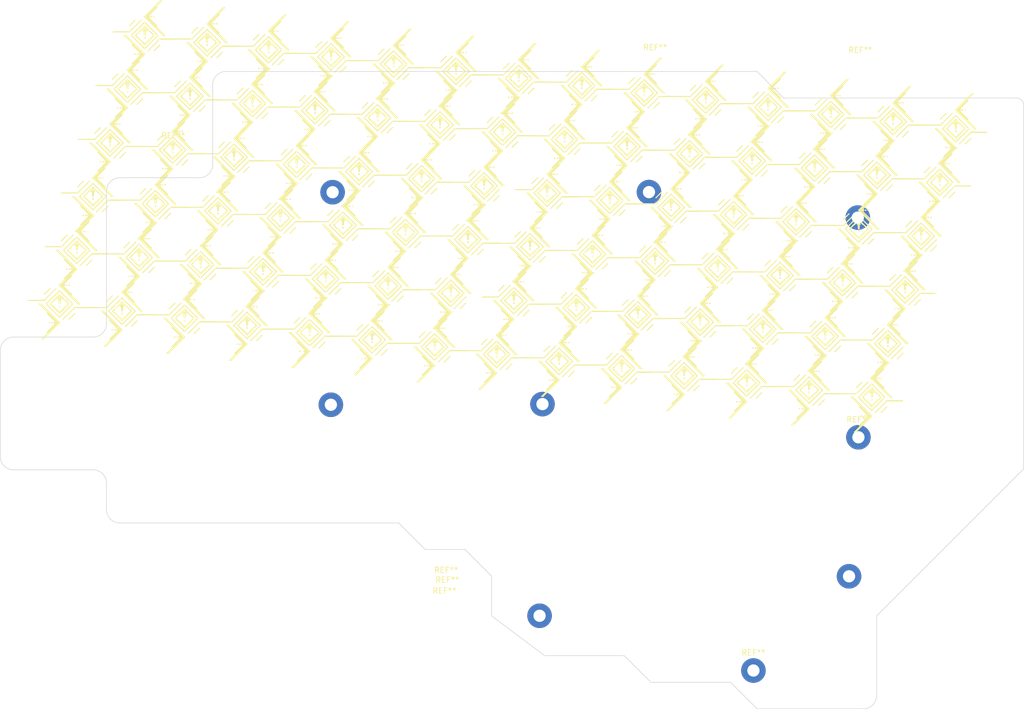
<source format=kicad_pcb>
(kicad_pcb (version 20171130) (host pcbnew 5.1.9)
  (layers (0 F.Cu signal) (31 B.Cu signal) (34 B.Paste user) (35 F.Paste user) (36 B.SilkS user) (37 F.SilkS user) (38 B.Mask user) (39 F.Mask user) (44 Edge.Cuts user))
  (net 0 "")
  (module MountingHole:MountingHole_2.2mm_M2_Pad (layer F.Cu) (at 197.34442 128.48864)
    (fp_text reference REF** (at -72.03875 0.64) (layer F.SilkS))
    (fp_text value MountingHole_2.2mm_M2_Pad)
    (pad 1 thru_hole circle (at 0 0) (size 4.4 4.4) (drill 2.2) (layers *.Cu *.Mask))
  )
  (module MountingHole:MountingHole_2.2mm_M2_Pad (layer F.Cu) (at 180.19442 145.38864)
    (fp_text reference REF** (at 0 -3.2) (layer F.SilkS))
    (fp_text value MountingHole_2.2mm_M2_Pad)
    (pad 1 thru_hole circle (at 0 0) (size 4.4 4.4) (drill 2.2) (layers *.Cu *.Mask))
  )
  (module MountingHole:MountingHole_2.2mm_M2_Pad (layer F.Cu) (at 141.84442 135.56864)
    (fp_text reference REF** (at -17.06875 -4.48) (layer F.SilkS))
    (fp_text value MountingHole_2.2mm_M2_Pad)
    (pad 1 thru_hole circle (at 0 0) (size 4.4 4.4) (drill 2.2) (layers *.Cu *.Mask))
  )
  (module MountingHole:MountingHole_2.2mm_M2_Pad (layer F.Cu) (at 142.36442 97.60864)
    (fp_text reference REF** (at -17.27875 29.77) (layer F.SilkS))
    (fp_text value MountingHole_2.2mm_M2_Pad)
    (pad 1 thru_hole circle (at 0 0) (size 4.4 4.4) (drill 2.2) (layers *.Cu *.Mask))
  )
  (module MountingHole:MountingHole_2.2mm_M2_Pad (layer F.Cu) (at 198.91442 64.15864)
    (fp_text reference REF** (at 0.45125 -30.04) (layer F.SilkS))
    (fp_text value MountingHole_2.2mm_M2_Pad)
    (pad 1 thru_hole circle (at 0 0) (size 4.4 4.4) (drill 2.2) (layers *.Cu *.Mask))
  )
  (module MountingHole:MountingHole_2.2mm_M2_Pad (layer F.Cu) (at 199.02442 103.55864)
    (fp_text reference REF** (at 0 -3.2) (layer F.SilkS))
    (fp_text value MountingHole_2.2mm_M2_Pad)
    (pad 1 thru_hole circle (at 0 0) (size 4.4 4.4) (drill 2.2) (layers *.Cu *.Mask))
  )
  (module MountingHole:MountingHole_2.2mm_M2_Pad (layer F.Cu) (at 104.72442 59.60864)
    (fp_text reference REF** (at -28.57875 -10.15) (layer F.SilkS))
    (fp_text value MountingHole_2.2mm_M2_Pad)
    (pad 1 thru_hole circle (at 0 0) (size 4.4 4.4) (drill 2.2) (layers *.Cu *.Mask))
  )
  (module MountingHole:MountingHole_2.2mm_M2_Pad (layer F.Cu) (at 161.46442 59.58864)
    (fp_text reference REF** (at 1.11125 -25.96) (layer F.SilkS))
    (fp_text value MountingHole_2.2mm_M2_Pad)
    (pad 1 thru_hole circle (at 0 0) (size 4.4 4.4) (drill 2.2) (layers *.Cu *.Mask))
  )
  (module MountingHole:MountingHole_2.2mm_M2_Pad (layer F.Cu) (at 104.41442 97.72864)
    (fp_text reference REF** hide)
    (fp_text value MountingHole_2.2mm_M2_Pad)
    (pad 1 thru_hole circle (at 0 0) (size 4.4 4.4) (drill 2.2) (layers *.Cu *.Mask))
  )
  (gr_line (start 146.314697 47.768702) (end 148.687121 50.141126) (layer F.SilkS) (width 0.2))
  (gr_curve (pts (xy 148.339608 50.48864) (xy 148.1171 50.711148) (xy 147.815313 51.012935) (xy 147.500639 51.327609)) (layer F.SilkS) (width 0.2))
  (gr_curve (pts (xy 181.590346 47.77027) (xy 181.603062 47.765003) (xy 181.611353 47.752595) (xy 181.611353 47.738831)) (layer F.SilkS) (width 0.2))
  (gr_curve (pts (xy 181.553261 47.762894) (xy 181.562993 47.772626) (xy 181.57763 47.775537) (xy 181.590346 47.77027)) (layer F.SilkS) (width 0.2))
  (gr_curve (pts (xy 181.545884 47.725809) (xy 181.540617 47.738524) (xy 181.543528 47.753162) (xy 181.553261 47.762894)) (layer F.SilkS) (width 0.2))
  (gr_curve (pts (xy 181.577323 47.704802) (xy 181.56356 47.704802) (xy 181.551151 47.713092) (xy 181.545884 47.725809)) (layer F.SilkS) (width 0.2))
  (gr_line (start 182.325501 47.738831) (end 180.641967 49.422365) (layer F.SilkS) (width 0.2))
  (gr_line (start 180.641805 46.055135) (end 182.325501 47.738831) (layer F.SilkS) (width 0.2))
  (gr_curve (pts (xy 182.033539 47.690621) (xy 182.020753 47.677835) (xy 182.003411 47.670651) (xy 181.985328 47.670651)) (layer F.SilkS) (width 0.2))
  (gr_curve (pts (xy 182.053508 47.738831) (xy 182.053508 47.720749) (xy 182.046325 47.703408) (xy 182.033539 47.690621)) (layer F.SilkS) (width 0.2))
  (gr_curve (pts (xy 182.01142 47.801821) (xy 182.036897 47.791268) (xy 182.053508 47.766407) (xy 182.053508 47.738831)) (layer F.SilkS) (width 0.2))
  (gr_curve (pts (xy 181.937118 47.787041) (xy 181.956617 47.806541) (xy 181.985943 47.812375) (xy 182.01142 47.801821)) (layer F.SilkS) (width 0.2))
  (gr_curve (pts (xy 181.922339 47.71274) (xy 181.911786 47.738217) (xy 181.917619 47.767542) (xy 181.937118 47.787041)) (layer F.SilkS) (width 0.2))
  (gr_curve (pts (xy 181.985328 47.670651) (xy 181.957752 47.670651) (xy 181.932892 47.687264) (xy 181.922339 47.71274)) (layer F.SilkS) (width 0.2))
  (gr_line (start 185.560439 45.014065) (end 185.428757 45.145748) (layer F.SilkS) (width 0.2))
  (gr_line (start 188.371621 45.014065) (end 185.560439 45.014065) (layer F.SilkS) (width 0.2))
  (gr_line (start 185.560439 45.014065) (end 188.371621 45.014065) (layer F.SilkS) (width 0.2))
  (gr_line (start 180.106893 43.728644) (end 180.214864 43.620672) (layer F.SilkS) (width 0.2))
  (gr_line (start 177.160215 43.728644) (end 180.106893 43.728644) (layer F.SilkS) (width 0.2))
  (gr_line (start 185.560413 46.102438) (end 184.565162 47.098103) (layer F.SilkS) (width 0.2))
  (gr_line (start 185.560413 45.014048) (end 183.476644 47.098103) (layer F.SilkS) (width 0.2))
  (gr_line (start 180.106885 42.640244) (end 181.102136 41.644579) (layer F.SilkS) (width 0.2))
  (gr_line (start 180.106885 43.728634) (end 182.190654 41.644579) (layer F.SilkS) (width 0.2))
  (gr_line (start 186.205411 44.369382) (end 186.172821 44.336792) (layer F.SilkS) (width 0.2))
  (gr_line (start 186.40937 44.369382) (end 186.205411 44.369382) (layer F.SilkS) (width 0.2))
  (gr_line (start 186.37977 44.339782) (end 186.40937 44.369382) (layer F.SilkS) (width 0.2))
  (gr_line (start 179.466492 44.369388) (end 179.504023 44.406918) (layer F.SilkS) (width 0.2))
  (gr_line (start 179.257251 44.365288) (end 179.466492 44.369388) (layer F.SilkS) (width 0.2))
  (gr_line (start 179.3255 44.433538) (end 179.257251 44.365288) (layer F.SilkS) (width 0.2))
  (gr_line (start 182.857707 45.925043) (end 182.848307 45.934443) (layer F.SilkS) (width 0.2))
  (gr_line (start 182.854667 45.928149) (end 181.727856 44.801338) (layer F.SilkS) (width 0.2))
  (gr_line (start 182.854667 45.928149) (end 183.9808 44.802018) (layer F.SilkS) (width 0.2))
  (gr_line (start 182.854671 44.751605) (end 182.854671 44.751605) (layer F.SilkS) (width 0.2))
  (gr_line (start 182.854671 44.190114) (end 182.854671 44.190114) (layer F.SilkS) (width 0.2))
  (gr_curve (pts (xy 182.905729 44.802663) (xy 182.905729 44.774465) (xy 182.88287 44.751605) (xy 182.854671 44.751605)) (layer F.SilkS) (width 0.2))
  (gr_curve (pts (xy 182.87421 44.849835) (xy 182.893289 44.841932) (xy 182.905729 44.823314) (xy 182.905729 44.802663)) (layer F.SilkS) (width 0.2))
  (gr_curve (pts (xy 182.818567 44.838767) (xy 182.83317 44.853369) (xy 182.855131 44.857737) (xy 182.87421 44.849835)) (layer F.SilkS) (width 0.2))
  (gr_curve (pts (xy 182.807499 44.783124) (xy 182.799597 44.802203) (xy 182.803965 44.824164) (xy 182.818567 44.838767)) (layer F.SilkS) (width 0.2))
  (gr_curve (pts (xy 182.854671 44.751605) (xy 182.83402 44.751605) (xy 182.815402 44.764045) (xy 182.807499 44.783124)) (layer F.SilkS) (width 0.2))
  (gr_line (start 182.854671 43.849854) (end 182.854671 43.849854) (layer F.SilkS) (width 0.2))
  (gr_curve (pts (xy 182.902655 44.20999) (xy 182.889929 44.197263) (xy 182.872669 44.190114) (xy 182.854671 44.190114)) (layer F.SilkS) (width 0.2))
  (gr_curve (pts (xy 182.922531 44.257974) (xy 182.922531 44.239976) (xy 182.915382 44.222716) (xy 182.902655 44.20999)) (layer F.SilkS) (width 0.2))
  (gr_curve (pts (xy 182.88064 44.320669) (xy 182.905997 44.310165) (xy 182.922531 44.285421) (xy 182.922531 44.257974)) (layer F.SilkS) (width 0.2))
  (gr_curve (pts (xy 182.806687 44.305958) (xy 182.826095 44.325366) (xy 182.855282 44.331172) (xy 182.88064 44.320669)) (layer F.SilkS) (width 0.2))
  (gr_curve (pts (xy 182.791976 44.232005) (xy 182.781473 44.257363) (xy 182.787279 44.28655) (xy 182.806687 44.305958)) (layer F.SilkS) (width 0.2))
  (gr_curve (pts (xy 182.854671 44.190114) (xy 182.827224 44.190114) (xy 182.80248 44.206648) (xy 182.791976 44.232005)) (layer F.SilkS) (width 0.2))
  (gr_line (start 182.854671 43.509649) (end 182.854671 43.509649) (layer F.SilkS) (width 0.2))
  (gr_curve (pts (xy 182.926881 43.879765) (xy 182.90773 43.860613) (xy 182.881755 43.849854) (xy 182.854671 43.849854)) (layer F.SilkS) (width 0.2))
  (gr_curve (pts (xy 182.956792 43.951975) (xy 182.956792 43.924891) (xy 182.946033 43.898916) (xy 182.926881 43.879765)) (layer F.SilkS) (width 0.2))
  (gr_curve (pts (xy 182.893751 44.046323) (xy 182.931911 44.030516) (xy 182.956792 43.993279) (xy 182.956792 43.951975)) (layer F.SilkS) (width 0.2))
  (gr_curve (pts (xy 182.782461 44.024185) (xy 182.811667 44.053392) (xy 182.855591 44.062129) (xy 182.893751 44.046323)) (layer F.SilkS) (width 0.2))
  (gr_curve (pts (xy 182.760323 43.912895) (xy 182.744517 43.951055) (xy 182.753254 43.994979) (xy 182.782461 44.024185)) (layer F.SilkS) (width 0.2))
  (gr_curve (pts (xy 182.854671 43.849854) (xy 182.813367 43.849854) (xy 182.77613 43.874735) (xy 182.760323 43.912895)) (layer F.SilkS) (width 0.2))
  (gr_line (start 182.854667 43.220502) (end 183.143413 43.509247) (layer F.SilkS) (width 0.2))
  (gr_line (start 182.565972 43.509197) (end 182.854667 43.220502) (layer F.SilkS) (width 0.2))
  (gr_curve (pts (xy 182.938905 43.54454) (xy 182.916565 43.5222) (xy 182.886265 43.509649) (xy 182.854671 43.509649)) (layer F.SilkS) (width 0.2))
  (gr_curve (pts (xy 182.973796 43.628774) (xy 182.973796 43.59718) (xy 182.961245 43.56688) (xy 182.938905 43.54454)) (layer F.SilkS) (width 0.2))
  (gr_curve (pts (xy 182.900258 43.738831) (xy 182.944772 43.720393) (xy 182.973796 43.676955) (xy 182.973796 43.628774)) (layer F.SilkS) (width 0.2))
  (gr_curve (pts (xy 182.770437 43.713008) (xy 182.804507 43.747077) (xy 182.855744 43.757269) (xy 182.900258 43.738831)) (layer F.SilkS) (width 0.2))
  (gr_curve (pts (xy 182.744614 43.583187) (xy 182.726176 43.627701) (xy 182.736368 43.678938) (xy 182.770437 43.713008)) (layer F.SilkS) (width 0.2))
  (gr_curve (pts (xy 182.854671 43.509649) (xy 182.80649 43.509649) (xy 182.763052 43.538673) (xy 182.744614 43.583187)) (layer F.SilkS) (width 0.2))
  (gr_line (start 183.239326 43.196959) (end 183.624125 43.581758) (layer F.SilkS) (width 0.2))
  (gr_line (start 182.469612 43.197356) (end 182.084918 43.582049) (layer F.SilkS) (width 0.2))
  (gr_line (start 182.854667 42.8123) (end 183.239326 43.196959) (layer F.SilkS) (width 0.2))
  (gr_line (start 182.469612 43.197356) (end 182.854667 42.8123) (layer F.SilkS) (width 0.2))
  (gr_line (start 182.85467 42.710233) (end 182.85467 42.710233) (layer F.SilkS) (width 0.2))
  (gr_line (start 182.381102 43.183801) (end 181.668187 43.896716) (layer F.SilkS) (width 0.2))
  (gr_curve (pts (xy 182.507157 43.057746) (xy 182.729666 42.835237) (xy 182.85467 42.710233) (xy 182.85467 42.710233)) (layer F.SilkS) (width 0.2))
  (gr_curve (pts (xy 181.668187 43.896716) (xy 181.982862 43.582041) (xy 182.284648 43.280255) (xy 182.507157 43.057746)) (layer F.SilkS) (width 0.2))
  (gr_line (start 182.85467 46.030334) (end 181.194619 44.370284) (layer F.SilkS) (width 0.2))
  (gr_curve (pts (xy 181.542132 44.022771) (xy 181.764641 43.800262) (xy 182.066427 43.498476) (xy 182.381102 43.183801)) (layer F.SilkS) (width 0.2))
  (gr_curve (pts (xy 181.194619 44.370284) (xy 181.194619 44.370284) (xy 181.319623 44.24528) (xy 181.542132 44.022771)) (layer F.SilkS) (width 0.2))
  (gr_line (start 183.328237 45.556766) (end 184.041152 44.843853) (layer F.SilkS) (width 0.2))
  (gr_curve (pts (xy 183.202182 45.682821) (xy 182.979674 45.90533) (xy 182.85467 46.030334) (xy 182.85467 46.030334)) (layer F.SilkS) (width 0.2))
  (gr_curve (pts (xy 184.041152 44.843853) (xy 183.726478 45.158526) (xy 183.424691 45.460313) (xy 183.202182 45.682821)) (layer F.SilkS) (width 0.2))
  (gr_line (start 182.85467 42.710233) (end 184.51472 44.370284) (layer F.SilkS) (width 0.2))
  (gr_curve (pts (xy 184.167207 44.717796) (xy 183.944699 44.940306) (xy 183.642912 45.242092) (xy 183.328237 45.556766)) (layer F.SilkS) (width 0.2))
  (gr_curve (pts (xy 184.51472 44.370284) (xy 184.51472 44.370284) (xy 184.389716 44.495288) (xy 184.167207 44.717796)) (layer F.SilkS) (width 0.2))
  (gr_line (start 182.834979 41.999986) (end 182.834979 41.999986) (layer F.SilkS) (width 0.2))
  (gr_line (start 181.649037 43.185928) (end 181.648496 43.186469) (layer F.SilkS) (width 0.2))
  (gr_curve (pts (xy 182.487466 42.347499) (xy 182.709975 42.12499) (xy 182.834979 41.999986) (xy 182.834979 41.999986)) (layer F.SilkS) (width 0.2))
  (gr_curve (pts (xy 181.648496 43.186469) (xy 181.963171 42.871794) (xy 182.264958 42.570008) (xy 182.487466 42.347499)) (layer F.SilkS) (width 0.2))
  (gr_line (start 182.834979 46.744836) (end 180.462555 44.37241) (layer F.SilkS) (width 0.2))
  (gr_curve (pts (xy 180.810067 44.024898) (xy 181.032576 43.802389) (xy 181.334363 43.500603) (xy 181.649037 43.185928)) (layer F.SilkS) (width 0.2))
  (gr_curve (pts (xy 180.462555 44.37241) (xy 180.462555 44.37241) (xy 180.587559 44.247406) (xy 180.810067 44.024898)) (layer F.SilkS) (width 0.2))
  (gr_line (start 184.02092 45.558893) (end 184.021461 45.558352) (layer F.SilkS) (width 0.2))
  (gr_curve (pts (xy 183.182492 46.397323) (xy 182.959983 46.619832) (xy 182.834979 46.744836) (xy 182.834979 46.744836)) (layer F.SilkS) (width 0.2))
  (gr_curve (pts (xy 184.021461 45.558352) (xy 183.706787 45.873027) (xy 183.405 46.174814) (xy 183.182492 46.397323)) (layer F.SilkS) (width 0.2))
  (gr_line (start 182.834979 41.999986) (end 185.207403 44.37241) (layer F.SilkS) (width 0.2))
  (gr_curve (pts (xy 184.85989 44.719923) (xy 184.637382 44.942432) (xy 184.335595 45.244218) (xy 184.02092 45.558893)) (layer F.SilkS) (width 0.2))
  (gr_curve (pts (xy 185.207403 44.37241) (xy 185.207403 44.37241) (xy 185.082399 44.497415) (xy 184.85989 44.719923)) (layer F.SilkS) (width 0.2))
  (gr_line (start 182.83595 40.999921) (end 183.040041 40.999921) (layer F.SilkS) (width 0.2))
  (gr_line (start 179.257248 44.365284) (end 182.636372 47.740765) (layer F.SilkS) (width 0.2))
  (gr_line (start 182.83595 47.738841) (end 182.631547 47.738841) (layer F.SilkS) (width 0.2))
  (gr_line (start 171.624543 39.714501) (end 174.961416 43.051374) (layer F.SilkS) (width 0.2))
  (gr_line (start 174.510606 36.828438) (end 171.624543 39.714501) (layer F.SilkS) (width 0.2))
  (gr_line (start 174.714527 36.828602) (end 174.510606 36.828438) (layer F.SilkS) (width 0.2))
  (gr_line (start 174.644897 36.898232) (end 174.714527 36.828602) (layer F.SilkS) (width 0.2))
  (gr_line (start 171.828635 39.7145) (end 175.168364 43.054361) (layer F.SilkS) (width 0.2))
  (gr_line (start 174.714528 36.828607) (end 171.828635 39.7145) (layer F.SilkS) (width 0.2))
  (gr_line (start 168.738583 49.339381) (end 168.809343 49.268621) (layer F.SilkS) (width 0.2))
  (gr_line (start 168.533912 49.339654) (end 168.738583 49.339381) (layer F.SilkS) (width 0.2))
  (gr_line (start 168.639962 49.233603) (end 168.533912 49.339654) (layer F.SilkS) (width 0.2))
  (gr_line (start 171.420141 46.45342) (end 168.533912 49.339649) (layer F.SilkS) (width 0.2))
  (gr_line (start 171.624544 46.45342) (end 168.292616 43.121492) (layer F.SilkS) (width 0.2))
  (gr_line (start 168.738583 49.339381) (end 171.624544 46.45342) (layer F.SilkS) (width 0.2))
  (gr_line (start 173.358419 39.680383) (end 173.358419 39.680383) (layer F.SilkS) (width 0.2))
  (gr_line (start 172.882575 39.680501) (end 172.882575 39.680501) (layer F.SilkS) (width 0.2))
  (gr_curve (pts (xy 173.334272 39.690384) (xy 173.340676 39.68398) (xy 173.349362 39.680383) (xy 173.358419 39.680383)) (layer F.SilkS) (width 0.2))
  (gr_curve (pts (xy 173.324271 39.714531) (xy 173.324271 39.705474) (xy 173.327868 39.696789) (xy 173.334272 39.690384)) (layer F.SilkS) (width 0.2))
  (gr_curve (pts (xy 173.345351 39.74608) (xy 173.33259 39.740795) (xy 173.324271 39.728343) (xy 173.324271 39.714531)) (layer F.SilkS) (width 0.2))
  (gr_curve (pts (xy 173.382565 39.738678) (xy 173.372799 39.748444) (xy 173.358111 39.751366) (xy 173.345351 39.74608)) (layer F.SilkS) (width 0.2))
  (gr_curve (pts (xy 173.389968 39.701463) (xy 173.395253 39.714223) (xy 173.392332 39.728911) (xy 173.382565 39.738678)) (layer F.SilkS) (width 0.2))
  (gr_curve (pts (xy 173.358419 39.680383) (xy 173.372231 39.680383) (xy 173.384682 39.688703) (xy 173.389968 39.701463)) (layer F.SilkS) (width 0.2))
  (gr_line (start 172.47457 39.646351) (end 172.47457 39.646351) (layer F.SilkS) (width 0.2))
  (gr_curve (pts (xy 172.858512 39.690468) (xy 172.864894 39.684087) (xy 172.87355 39.680501) (xy 172.882575 39.680501)) (layer F.SilkS) (width 0.2))
  (gr_curve (pts (xy 172.848545 39.714531) (xy 172.848545 39.705506) (xy 172.85213 39.69685) (xy 172.858512 39.690468)) (layer F.SilkS) (width 0.2))
  (gr_curve (pts (xy 172.869552 39.74597) (xy 172.856836 39.740703) (xy 172.848545 39.728295) (xy 172.848545 39.714531)) (layer F.SilkS) (width 0.2))
  (gr_curve (pts (xy 172.906637 39.738594) (xy 172.896905 39.748326) (xy 172.882268 39.751237) (xy 172.869552 39.74597)) (layer F.SilkS) (width 0.2))
  (gr_curve (pts (xy 172.914014 39.701508) (xy 172.919281 39.714224) (xy 172.91637 39.728861) (xy 172.906637 39.738594)) (layer F.SilkS) (width 0.2))
  (gr_curve (pts (xy 172.882575 39.680501) (xy 172.896338 39.680501) (xy 172.908747 39.688792) (xy 172.914014 39.701508)) (layer F.SilkS) (width 0.2))
  (gr_line (start 172.134397 39.714531) (end 173.817931 41.398065) (layer F.SilkS) (width 0.2))
  (gr_line (start 173.818093 38.030835) (end 172.134397 39.714531) (layer F.SilkS) (width 0.2))
  (gr_curve (pts (xy 172.426359 39.666321) (xy 172.439145 39.653535) (xy 172.456487 39.646351) (xy 172.47457 39.646351)) (layer F.SilkS) (width 0.2))
  (gr_curve (pts (xy 172.40639 39.714531) (xy 172.40639 39.696449) (xy 172.413573 39.679107) (xy 172.426359 39.666321)) (layer F.SilkS) (width 0.2))
  (gr_curve (pts (xy 172.448478 39.777521) (xy 172.423001 39.766968) (xy 172.40639 39.742107) (xy 172.40639 39.714531)) (layer F.SilkS) (width 0.2))
  (gr_curve (pts (xy 172.52278 39.762741) (xy 172.503281 39.782241) (xy 172.473955 39.788074) (xy 172.448478 39.777521)) (layer F.SilkS) (width 0.2))
  (gr_curve (pts (xy 172.537559 39.68844) (xy 172.548112 39.713917) (xy 172.542279 39.743242) (xy 172.52278 39.762741)) (layer F.SilkS) (width 0.2))
  (gr_curve (pts (xy 172.47457 39.646351) (xy 172.502146 39.646351) (xy 172.527006 39.662963) (xy 172.537559 39.68844)) (layer F.SilkS) (width 0.2))
  (gr_line (start 169.890079 46.419283) (end 169.890079 46.419283) (layer F.SilkS) (width 0.2))
  (gr_line (start 170.365923 46.419401) (end 170.365923 46.419401) (layer F.SilkS) (width 0.2))
  (gr_curve (pts (xy 169.914226 46.429284) (xy 169.907822 46.42288) (xy 169.899136 46.419283) (xy 169.890079 46.419283)) (layer F.SilkS) (width 0.2))
  (gr_curve (pts (xy 169.924227 46.453432) (xy 169.924227 46.444374) (xy 169.92063 46.43569) (xy 169.914226 46.429284)) (layer F.SilkS) (width 0.2))
  (gr_curve (pts (xy 169.903147 46.48498) (xy 169.915908 46.479695) (xy 169.924227 46.467243) (xy 169.924227 46.453432)) (layer F.SilkS) (width 0.2))
  (gr_curve (pts (xy 169.865933 46.477578) (xy 169.875699 46.487344) (xy 169.890387 46.490266) (xy 169.903147 46.48498)) (layer F.SilkS) (width 0.2))
  (gr_curve (pts (xy 169.85853 46.440363) (xy 169.853245 46.453123) (xy 169.856166 46.467811) (xy 169.865933 46.477578)) (layer F.SilkS) (width 0.2))
  (gr_curve (pts (xy 169.890079 46.419283) (xy 169.876267 46.419283) (xy 169.863816 46.427604) (xy 169.85853 46.440363)) (layer F.SilkS) (width 0.2))
  (gr_line (start 170.773928 46.385251) (end 170.773928 46.385251) (layer F.SilkS) (width 0.2))
  (gr_curve (pts (xy 170.389986 46.429368) (xy 170.383604 46.422988) (xy 170.374948 46.419401) (xy 170.365923 46.419401)) (layer F.SilkS) (width 0.2))
  (gr_curve (pts (xy 170.399953 46.453432) (xy 170.399953 46.444406) (xy 170.396368 46.43575) (xy 170.389986 46.429368)) (layer F.SilkS) (width 0.2))
  (gr_curve (pts (xy 170.378946 46.48487) (xy 170.391662 46.479603) (xy 170.399953 46.467195) (xy 170.399953 46.453432)) (layer F.SilkS) (width 0.2))
  (gr_curve (pts (xy 170.341861 46.477494) (xy 170.351593 46.487226) (xy 170.36623 46.490137) (xy 170.378946 46.48487)) (layer F.SilkS) (width 0.2))
  (gr_curve (pts (xy 170.334484 46.440408) (xy 170.329217 46.453124) (xy 170.332128 46.467761) (xy 170.341861 46.477494)) (layer F.SilkS) (width 0.2))
  (gr_curve (pts (xy 170.365923 46.419401) (xy 170.35216 46.419401) (xy 170.339751 46.427692) (xy 170.334484 46.440408)) (layer F.SilkS) (width 0.2))
  (gr_line (start 171.114101 46.453432) (end 169.430567 48.136966) (layer F.SilkS) (width 0.2))
  (gr_line (start 169.430405 44.769736) (end 171.114101 46.453432) (layer F.SilkS) (width 0.2))
  (gr_curve (pts (xy 170.822139 46.405221) (xy 170.809353 46.392436) (xy 170.792011 46.385251) (xy 170.773928 46.385251)) (layer F.SilkS) (width 0.2))
  (gr_curve (pts (xy 170.842108 46.453432) (xy 170.842108 46.43535) (xy 170.834925 46.418007) (xy 170.822139 46.405221)) (layer F.SilkS) (width 0.2))
  (gr_curve (pts (xy 170.80002 46.516421) (xy 170.825497 46.505868) (xy 170.842108 46.481008) (xy 170.842108 46.453432)) (layer F.SilkS) (width 0.2))
  (gr_curve (pts (xy 170.725718 46.501641) (xy 170.745217 46.521141) (xy 170.774543 46.526974) (xy 170.80002 46.516421)) (layer F.SilkS) (width 0.2))
  (gr_curve (pts (xy 170.710939 46.42734) (xy 170.700386 46.452817) (xy 170.706219 46.482142) (xy 170.725718 46.501641)) (layer F.SilkS) (width 0.2))
  (gr_curve (pts (xy 170.773928 46.385251) (xy 170.746352 46.385251) (xy 170.721492 46.401863) (xy 170.710939 46.42734)) (layer F.SilkS) (width 0.2))
  (gr_line (start 174.349033 43.728644) (end 174.217351 43.860326) (layer F.SilkS) (width 0.2))
  (gr_line (start 177.160215 43.728644) (end 174.349033 43.728644) (layer F.SilkS) (width 0.2))
  (gr_line (start 174.349033 43.728644) (end 177.160215 43.728644) (layer F.SilkS) (width 0.2))
  (gr_line (start 168.895487 42.443223) (end 169.003458 42.335251) (layer F.SilkS) (width 0.2))
  (gr_line (start 165.948809 42.443223) (end 168.895487 42.443223) (layer F.SilkS) (width 0.2))
  (gr_line (start 174.349013 44.817039) (end 173.353762 45.812703) (layer F.SilkS) (width 0.2))
  (gr_line (start 174.349013 43.728648) (end 172.265244 45.812703) (layer F.SilkS) (width 0.2))
  (gr_line (start 168.895485 41.354844) (end 169.890736 40.359179) (layer F.SilkS) (width 0.2))
  (gr_line (start 168.895485 42.443234) (end 170.979254 40.359179) (layer F.SilkS) (width 0.2))
  (gr_line (start 174.994005 43.083961) (end 174.961415 43.051371) (layer F.SilkS) (width 0.2))
  (gr_line (start 175.197964 43.083961) (end 174.994005 43.083961) (layer F.SilkS) (width 0.2))
  (gr_line (start 175.168364 43.054361) (end 175.197964 43.083961) (layer F.SilkS) (width 0.2))
  (gr_line (start 168.255087 43.083968) (end 168.292617 43.121498) (layer F.SilkS) (width 0.2))
  (gr_line (start 168.045845 43.079868) (end 168.255087 43.083968) (layer F.SilkS) (width 0.2))
  (gr_line (start 168.114095 43.148118) (end 168.045845 43.079868) (layer F.SilkS) (width 0.2))
  (gr_line (start 171.646301 44.639623) (end 171.636901 44.649022) (layer F.SilkS) (width 0.2))
  (gr_line (start 171.643261 44.64273) (end 170.51645 43.515917) (layer F.SilkS) (width 0.2))
  (gr_line (start 171.643261 44.64273) (end 172.769394 43.516597) (layer F.SilkS) (width 0.2))
  (gr_line (start 171.64326 43.466184) (end 171.64326 43.466184) (layer F.SilkS) (width 0.2))
  (gr_line (start 171.64326 42.904693) (end 171.64326 42.904693) (layer F.SilkS) (width 0.2))
  (gr_curve (pts (xy 171.694318 43.517242) (xy 171.694318 43.489043) (xy 171.671459 43.466184) (xy 171.64326 43.466184)) (layer F.SilkS) (width 0.2))
  (gr_curve (pts (xy 171.662799 43.564414) (xy 171.681878 43.556511) (xy 171.694318 43.537893) (xy 171.694318 43.517242)) (layer F.SilkS) (width 0.2))
  (gr_curve (pts (xy 171.607156 43.553346) (xy 171.621759 43.567948) (xy 171.64372 43.572316) (xy 171.662799 43.564414)) (layer F.SilkS) (width 0.2))
  (gr_curve (pts (xy 171.596088 43.497703) (xy 171.588186 43.516782) (xy 171.592554 43.538743) (xy 171.607156 43.553346)) (layer F.SilkS) (width 0.2))
  (gr_curve (pts (xy 171.64326 43.466184) (xy 171.622609 43.466184) (xy 171.603991 43.478624) (xy 171.596088 43.497703)) (layer F.SilkS) (width 0.2))
  (gr_line (start 171.64326 42.564432) (end 171.64326 42.564432) (layer F.SilkS) (width 0.2))
  (gr_curve (pts (xy 171.691244 42.924569) (xy 171.678518 42.911842) (xy 171.661258 42.904693) (xy 171.64326 42.904693)) (layer F.SilkS) (width 0.2))
  (gr_curve (pts (xy 171.71112 42.972553) (xy 171.71112 42.954555) (xy 171.703971 42.937295) (xy 171.691244 42.924569)) (layer F.SilkS) (width 0.2))
  (gr_curve (pts (xy 171.669229 43.035248) (xy 171.694586 43.024744) (xy 171.71112 43) (xy 171.71112 42.972553)) (layer F.SilkS) (width 0.2))
  (gr_curve (pts (xy 171.595276 43.020537) (xy 171.614684 43.039945) (xy 171.643871 43.045751) (xy 171.669229 43.035248)) (layer F.SilkS) (width 0.2))
  (gr_curve (pts (xy 171.580565 42.946584) (xy 171.570062 42.971942) (xy 171.575868 43.001129) (xy 171.595276 43.020537)) (layer F.SilkS) (width 0.2))
  (gr_curve (pts (xy 171.64326 42.904693) (xy 171.615813 42.904693) (xy 171.591069 42.921227) (xy 171.580565 42.946584)) (layer F.SilkS) (width 0.2))
  (gr_line (start 171.64326 42.224228) (end 171.64326 42.224228) (layer F.SilkS) (width 0.2))
  (gr_curve (pts (xy 171.71547 42.594343) (xy 171.696319 42.575191) (xy 171.670344 42.564432) (xy 171.64326 42.564432)) (layer F.SilkS) (width 0.2))
  (gr_curve (pts (xy 171.745381 42.666553) (xy 171.745381 42.639469) (xy 171.734622 42.613494) (xy 171.71547 42.594343)) (layer F.SilkS) (width 0.2))
  (gr_curve (pts (xy 171.68234 42.760901) (xy 171.7205 42.745094) (xy 171.745381 42.707857) (xy 171.745381 42.666553)) (layer F.SilkS) (width 0.2))
  (gr_curve (pts (xy 171.57105 42.738763) (xy 171.600256 42.76797) (xy 171.64418 42.776707) (xy 171.68234 42.760901)) (layer F.SilkS) (width 0.2))
  (gr_curve (pts (xy 171.548912 42.627473) (xy 171.533106 42.665633) (xy 171.541843 42.709557) (xy 171.57105 42.738763)) (layer F.SilkS) (width 0.2))
  (gr_curve (pts (xy 171.64326 42.564432) (xy 171.601956 42.564432) (xy 171.564719 42.589313) (xy 171.548912 42.627473)) (layer F.SilkS) (width 0.2))
  (gr_line (start 171.643261 41.935082) (end 171.932007 42.223826) (layer F.SilkS) (width 0.2))
  (gr_line (start 171.354566 42.223776) (end 171.643261 41.935082) (layer F.SilkS) (width 0.2))
  (gr_curve (pts (xy 171.727494 42.259119) (xy 171.705154 42.236779) (xy 171.674854 42.224228) (xy 171.64326 42.224228)) (layer F.SilkS) (width 0.2))
  (gr_curve (pts (xy 171.762385 42.343353) (xy 171.762385 42.311759) (xy 171.749834 42.281459) (xy 171.727494 42.259119)) (layer F.SilkS) (width 0.2))
  (gr_curve (pts (xy 171.688847 42.45341) (xy 171.733361 42.434972) (xy 171.762385 42.391534) (xy 171.762385 42.343353)) (layer F.SilkS) (width 0.2))
  (gr_curve (pts (xy 171.559026 42.427587) (xy 171.593096 42.461656) (xy 171.644333 42.471848) (xy 171.688847 42.45341)) (layer F.SilkS) (width 0.2))
  (gr_curve (pts (xy 171.533203 42.297766) (xy 171.514765 42.34228) (xy 171.524957 42.393517) (xy 171.559026 42.427587)) (layer F.SilkS) (width 0.2))
  (gr_curve (pts (xy 171.64326 42.224228) (xy 171.595079 42.224228) (xy 171.551641 42.253252) (xy 171.533203 42.297766)) (layer F.SilkS) (width 0.2))
  (gr_line (start 172.02792 41.911538) (end 172.412719 42.296337) (layer F.SilkS) (width 0.2))
  (gr_line (start 171.258206 41.911935) (end 170.873512 42.296628) (layer F.SilkS) (width 0.2))
  (gr_line (start 171.643261 41.526879) (end 172.02792 41.911538) (layer F.SilkS) (width 0.2))
  (gr_line (start 171.258206 41.911935) (end 171.643261 41.526879) (layer F.SilkS) (width 0.2))
  (gr_line (start 171.643258 41.424808) (end 171.643258 41.424808) (layer F.SilkS) (width 0.2))
  (gr_line (start 171.169691 41.898376) (end 170.456776 42.611291) (layer F.SilkS) (width 0.2))
  (gr_curve (pts (xy 171.295746 41.772321) (xy 171.518254 41.549812) (xy 171.643258 41.424808) (xy 171.643258 41.424808)) (layer F.SilkS) (width 0.2))
  (gr_curve (pts (xy 170.456776 42.611291) (xy 170.77145 42.296616) (xy 171.073237 41.994829) (xy 171.295746 41.772321)) (layer F.SilkS) (width 0.2))
  (gr_line (start 171.643258 44.744909) (end 169.983208 43.084858) (layer F.SilkS) (width 0.2))
  (gr_curve (pts (xy 170.330721 42.737346) (xy 170.553229 42.514837) (xy 170.855016 42.21305) (xy 171.169691 41.898376)) (layer F.SilkS) (width 0.2))
  (gr_curve (pts (xy 169.983208 43.084858) (xy 169.983208 43.084858) (xy 170.108212 42.959854) (xy 170.330721 42.737346)) (layer F.SilkS) (width 0.2))
  (gr_line (start 172.116826 44.271341) (end 172.829741 43.558426) (layer F.SilkS) (width 0.2))
  (gr_curve (pts (xy 171.990771 44.397396) (xy 171.768262 44.619905) (xy 171.643258 44.744909) (xy 171.643258 44.744909)) (layer F.SilkS) (width 0.2))
  (gr_curve (pts (xy 172.829741 43.558426) (xy 172.515066 43.873101) (xy 172.21328 44.174887) (xy 171.990771 44.397396)) (layer F.SilkS) (width 0.2))
  (gr_line (start 171.643258 41.424808) (end 173.303309 43.084858) (layer F.SilkS) (width 0.2))
  (gr_curve (pts (xy 172.955796 43.432371) (xy 172.733287 43.65488) (xy 172.431501 43.956666) (xy 172.116826 44.271341)) (layer F.SilkS) (width 0.2))
  (gr_curve (pts (xy 173.303309 43.084858) (xy 173.303309 43.084858) (xy 173.178305 43.209862) (xy 172.955796 43.432371)) (layer F.SilkS) (width 0.2))
  (gr_line (start 171.623568 40.714561) (end 171.623568 40.714561) (layer F.SilkS) (width 0.2))
  (gr_line (start 170.437626 41.900503) (end 170.437085 41.901044) (layer F.SilkS) (width 0.2))
  (gr_curve (pts (xy 171.276055 41.062074) (xy 171.498563 40.839565) (xy 171.623568 40.714561) (xy 171.623568 40.714561)) (layer F.SilkS) (width 0.2))
  (gr_curve (pts (xy 170.437085 41.901044) (xy 170.75176 41.586369) (xy 171.053546 41.284582) (xy 171.276055 41.062074)) (layer F.SilkS) (width 0.2))
  (gr_line (start 171.623568 45.459409) (end 169.251143 43.086985) (layer F.SilkS) (width 0.2))
  (gr_curve (pts (xy 169.598656 42.739472) (xy 169.821165 42.516964) (xy 170.122951 42.215177) (xy 170.437626 41.900503)) (layer F.SilkS) (width 0.2))
  (gr_curve (pts (xy 169.251143 43.086985) (xy 169.251143 43.086985) (xy 169.376147 42.961981) (xy 169.598656 42.739472)) (layer F.SilkS) (width 0.2))
  (gr_line (start 172.809509 44.273468) (end 172.81005 44.272927) (layer F.SilkS) (width 0.2))
  (gr_curve (pts (xy 171.97108 45.111897) (xy 171.748572 45.334405) (xy 171.623568 45.459409) (xy 171.623568 45.459409)) (layer F.SilkS) (width 0.2))
  (gr_curve (pts (xy 172.81005 44.272927) (xy 172.495375 44.587601) (xy 172.193589 44.889388) (xy 171.97108 45.111897)) (layer F.SilkS) (width 0.2))
  (gr_line (start 171.623568 40.714561) (end 173.995992 43.086985) (layer F.SilkS) (width 0.2))
  (gr_curve (pts (xy 173.648479 43.434498) (xy 173.42597 43.657006) (xy 173.124184 43.958793) (xy 172.809509 44.273468)) (layer F.SilkS) (width 0.2))
  (gr_curve (pts (xy 173.995992 43.086985) (xy 173.995992 43.086985) (xy 173.870988 43.211989) (xy 173.648479 43.434498)) (layer F.SilkS) (width 0.2))
  (gr_line (start 171.624544 39.714501) (end 171.828635 39.714501) (layer F.SilkS) (width 0.2))
  (gr_line (start 168.045843 43.079863) (end 171.424966 46.455346) (layer F.SilkS) (width 0.2))
  (gr_line (start 171.624544 46.45342) (end 171.420141 46.45342) (layer F.SilkS) (width 0.2))
  (gr_line (start 160.612715 38.427156) (end 163.949588 41.764028) (layer F.SilkS) (width 0.2))
  (gr_line (start 163.498778 35.541093) (end 160.612715 38.427156) (layer F.SilkS) (width 0.2))
  (gr_line (start 163.702699 35.541257) (end 163.498778 35.541093) (layer F.SilkS) (width 0.2))
  (gr_line (start 163.633069 35.610887) (end 163.702699 35.541257) (layer F.SilkS) (width 0.2))
  (gr_line (start 160.816807 38.427155) (end 164.156536 41.767016) (layer F.SilkS) (width 0.2))
  (gr_line (start 163.7027 35.541262) (end 160.816807 38.427155) (layer F.SilkS) (width 0.2))
  (gr_line (start 157.726755 48.052036) (end 157.797515 47.981276) (layer F.SilkS) (width 0.2))
  (gr_line (start 157.522084 48.052308) (end 157.726755 48.052036) (layer F.SilkS) (width 0.2))
  (gr_line (start 157.628134 47.946257) (end 157.522084 48.052308) (layer F.SilkS) (width 0.2))
  (gr_line (start 160.408313 45.166076) (end 157.522084 48.052303) (layer F.SilkS) (width 0.2))
  (gr_line (start 160.612716 45.166076) (end 157.280788 41.834146) (layer F.SilkS) (width 0.2))
  (gr_line (start 157.726755 48.052036) (end 160.612716 45.166076) (layer F.SilkS) (width 0.2))
  (gr_line (start 162.346619 38.392983) (end 162.346619 38.392983) (layer F.SilkS) (width 0.2))
  (gr_line (start 161.870775 38.393101) (end 161.870775 38.393101) (layer F.SilkS) (width 0.2))
  (gr_curve (pts (xy 162.322472 38.402984) (xy 162.328876 38.39658) (xy 162.337562 38.392983) (xy 162.346619 38.392983)) (layer F.SilkS) (width 0.2))
  (gr_curve (pts (xy 162.312471 38.427131) (xy 162.312471 38.418074) (xy 162.316068 38.409389) (xy 162.322472 38.402984)) (layer F.SilkS) (width 0.2))
  (gr_curve (pts (xy 162.333551 38.45868) (xy 162.32079 38.453395) (xy 162.312471 38.440943) (xy 162.312471 38.427131)) (layer F.SilkS) (width 0.2))
  (gr_curve (pts (xy 162.370765 38.451278) (xy 162.360999 38.461044) (xy 162.346311 38.463966) (xy 162.333551 38.45868)) (layer F.SilkS) (width 0.2))
  (gr_curve (pts (xy 162.378168 38.414063) (xy 162.383453 38.426823) (xy 162.380532 38.441511) (xy 162.370765 38.451278)) (layer F.SilkS) (width 0.2))
  (gr_curve (pts (xy 162.346619 38.392983) (xy 162.360431 38.392983) (xy 162.372882 38.401303) (xy 162.378168 38.414063)) (layer F.SilkS) (width 0.2))
  (gr_line (start 161.46277 38.358951) (end 161.46277 38.358951) (layer F.SilkS) (width 0.2))
  (gr_curve (pts (xy 161.846712 38.403068) (xy 161.853094 38.396687) (xy 161.86175 38.393101) (xy 161.870775 38.393101)) (layer F.SilkS) (width 0.2))
  (gr_curve (pts (xy 161.836745 38.427131) (xy 161.836745 38.418106) (xy 161.84033 38.40945) (xy 161.846712 38.403068)) (layer F.SilkS) (width 0.2))
  (gr_curve (pts (xy 161.857752 38.45857) (xy 161.845036 38.453303) (xy 161.836745 38.440895) (xy 161.836745 38.427131)) (layer F.SilkS) (width 0.2))
  (gr_curve (pts (xy 161.894837 38.451194) (xy 161.885105 38.460926) (xy 161.870468 38.463837) (xy 161.857752 38.45857)) (layer F.SilkS) (width 0.2))
  (gr_curve (pts (xy 161.902214 38.414108) (xy 161.907481 38.426824) (xy 161.90457 38.441461) (xy 161.894837 38.451194)) (layer F.SilkS) (width 0.2))
  (gr_curve (pts (xy 161.870775 38.393101) (xy 161.884538 38.393101) (xy 161.896947 38.401392) (xy 161.902214 38.414108)) (layer F.SilkS) (width 0.2))
  (gr_line (start 161.122597 38.427131) (end 162.806131 40.110665) (layer F.SilkS) (width 0.2))
  (gr_line (start 162.806293 36.743435) (end 161.122597 38.427131) (layer F.SilkS) (width 0.2))
  (gr_curve (pts (xy 161.414559 38.378921) (xy 161.427345 38.366135) (xy 161.444687 38.358951) (xy 161.46277 38.358951)) (layer F.SilkS) (width 0.2))
  (gr_curve (pts (xy 161.39459 38.427131) (xy 161.39459 38.409049) (xy 161.401773 38.391707) (xy 161.414559 38.378921)) (layer F.SilkS) (width 0.2))
  (gr_curve (pts (xy 161.436678 38.490121) (xy 161.411201 38.479568) (xy 161.39459 38.454707) (xy 161.39459 38.427131)) (layer F.SilkS) (width 0.2))
  (gr_curve (pts (xy 161.51098 38.475341) (xy 161.491481 38.494841) (xy 161.462155 38.500674) (xy 161.436678 38.490121)) (layer F.SilkS) (width 0.2))
  (gr_curve (pts (xy 161.525759 38.40104) (xy 161.536312 38.426517) (xy 161.530479 38.455842) (xy 161.51098 38.475341)) (layer F.SilkS) (width 0.2))
  (gr_curve (pts (xy 161.46277 38.358951) (xy 161.490346 38.358951) (xy 161.515206 38.375563) (xy 161.525759 38.40104)) (layer F.SilkS) (width 0.2))
  (gr_line (start 158.878279 45.131883) (end 158.878279 45.131883) (layer F.SilkS) (width 0.2))
  (gr_line (start 159.354123 45.132001) (end 159.354123 45.132001) (layer F.SilkS) (width 0.2))
  (gr_curve (pts (xy 158.902426 45.141884) (xy 158.896022 45.135481) (xy 158.887336 45.131883) (xy 158.878279 45.131883)) (layer F.SilkS) (width 0.2))
  (gr_curve (pts (xy 158.912427 45.166032) (xy 158.912427 45.156974) (xy 158.90883 45.14829) (xy 158.902426 45.141884)) (layer F.SilkS) (width 0.2))
  (gr_curve (pts (xy 158.891347 45.19758) (xy 158.904108 45.192295) (xy 158.912427 45.179843) (xy 158.912427 45.166032)) (layer F.SilkS) (width 0.2))
  (gr_curve (pts (xy 158.854133 45.190178) (xy 158.863899 45.199944) (xy 158.878587 45.202867) (xy 158.891347 45.19758)) (layer F.SilkS) (width 0.2))
  (gr_curve (pts (xy 158.84673 45.152963) (xy 158.841445 45.165723) (xy 158.844366 45.180411) (xy 158.854133 45.190178)) (layer F.SilkS) (width 0.2))
  (gr_curve (pts (xy 158.878279 45.131883) (xy 158.864467 45.131883) (xy 158.852016 45.140203) (xy 158.84673 45.152963)) (layer F.SilkS) (width 0.2))
  (gr_line (start 159.762128 45.097851) (end 159.762128 45.097851) (layer F.SilkS) (width 0.2))
  (gr_curve (pts (xy 159.378186 45.141968) (xy 159.371804 45.135587) (xy 159.363148 45.132001) (xy 159.354123 45.132001)) (layer F.SilkS) (width 0.2))
  (gr_curve (pts (xy 159.388153 45.166032) (xy 159.388153 45.157007) (xy 159.384568 45.14835) (xy 159.378186 45.141968)) (layer F.SilkS) (width 0.2))
  (gr_curve (pts (xy 159.367146 45.19747) (xy 159.379862 45.192203) (xy 159.388153 45.179795) (xy 159.388153 45.166032)) (layer F.SilkS) (width 0.2))
  (gr_curve (pts (xy 159.330061 45.190094) (xy 159.339793 45.199827) (xy 159.35443 45.202737) (xy 159.367146 45.19747)) (layer F.SilkS) (width 0.2))
  (gr_curve (pts (xy 159.322684 45.153008) (xy 159.317417 45.165724) (xy 159.320328 45.180361) (xy 159.330061 45.190094)) (layer F.SilkS) (width 0.2))
  (gr_curve (pts (xy 159.354123 45.132001) (xy 159.34036 45.132001) (xy 159.327951 45.140292) (xy 159.322684 45.153008)) (layer F.SilkS) (width 0.2))
  (gr_line (start 160.102301 45.166032) (end 158.418767 46.849565) (layer F.SilkS) (width 0.2))
  (gr_line (start 158.418605 43.482335) (end 160.102301 45.166032) (layer F.SilkS) (width 0.2))
  (gr_curve (pts (xy 159.810339 45.117821) (xy 159.797553 45.105035) (xy 159.780211 45.097851) (xy 159.762128 45.097851)) (layer F.SilkS) (width 0.2))
  (gr_curve (pts (xy 159.830308 45.166032) (xy 159.830308 45.147949) (xy 159.823125 45.130607) (xy 159.810339 45.117821)) (layer F.SilkS) (width 0.2))
  (gr_curve (pts (xy 159.78822 45.229021) (xy 159.813697 45.218469) (xy 159.830308 45.193607) (xy 159.830308 45.166032)) (layer F.SilkS) (width 0.2))
  (gr_curve (pts (xy 159.713918 45.214241) (xy 159.733417 45.233741) (xy 159.762743 45.239574) (xy 159.78822 45.229021)) (layer F.SilkS) (width 0.2))
  (gr_curve (pts (xy 159.699139 45.139941) (xy 159.688586 45.165417) (xy 159.694419 45.194742) (xy 159.713918 45.214241)) (layer F.SilkS) (width 0.2))
  (gr_curve (pts (xy 159.762128 45.097851) (xy 159.734552 45.097851) (xy 159.709692 45.114463) (xy 159.699139 45.139941)) (layer F.SilkS) (width 0.2))
  (gr_line (start 163.337205 42.441299) (end 163.205523 42.572981) (layer F.SilkS) (width 0.2))
  (gr_line (start 166.148387 42.441299) (end 163.337205 42.441299) (layer F.SilkS) (width 0.2))
  (gr_line (start 163.337205 42.441299) (end 166.148387 42.441299) (layer F.SilkS) (width 0.2))
  (gr_line (start 157.883659 41.155878) (end 157.99163 41.047906) (layer F.SilkS) (width 0.2))
  (gr_curve (pts (xy 183.685461 77.942094) (xy 183.695193 77.951826) (xy 183.70983 77.954737) (xy 183.722546 77.94947)) (layer F.SilkS) (width 0.2))
  (gr_curve (pts (xy 183.678084 77.905008) (xy 183.672817 77.917724) (xy 183.675728 77.932361) (xy 183.685461 77.942094)) (layer F.SilkS) (width 0.2))
  (gr_curve (pts (xy 183.709523 77.884001) (xy 183.69576 77.884001) (xy 183.683351 77.892292) (xy 183.678084 77.905008)) (layer F.SilkS) (width 0.2))
  (gr_line (start 184.457701 77.918031) (end 182.774167 79.601565) (layer F.SilkS) (width 0.2))
  (gr_line (start 182.774005 76.234335) (end 184.457701 77.918031) (layer F.SilkS) (width 0.2))
  (gr_curve (pts (xy 184.165739 77.869821) (xy 184.152953 77.857035) (xy 184.135611 77.849851) (xy 184.117528 77.849851)) (layer F.SilkS) (width 0.2))
  (gr_curve (pts (xy 184.185708 77.918031) (xy 184.185708 77.899949) (xy 184.178525 77.882607) (xy 184.165739 77.869821)) (layer F.SilkS) (width 0.2))
  (gr_curve (pts (xy 184.14362 77.981021) (xy 184.169097 77.970468) (xy 184.185708 77.945607) (xy 184.185708 77.918031)) (layer F.SilkS) (width 0.2))
  (gr_curve (pts (xy 184.069318 77.966241) (xy 184.088817 77.985741) (xy 184.118143 77.991574) (xy 184.14362 77.981021)) (layer F.SilkS) (width 0.2))
  (gr_curve (pts (xy 184.054539 77.89194) (xy 184.043986 77.917417) (xy 184.049819 77.946742) (xy 184.069318 77.966241)) (layer F.SilkS) (width 0.2))
  (gr_curve (pts (xy 184.117528 77.849851) (xy 184.089952 77.849851) (xy 184.065092 77.866463) (xy 184.054539 77.89194)) (layer F.SilkS) (width 0.2))
  (gr_line (start 187.692662 75.193252) (end 187.560982 75.324934) (layer F.SilkS) (width 0.2))
  (gr_line (start 190.503842 75.193252) (end 187.692662 75.193252) (layer F.SilkS) (width 0.2))
  (gr_line (start 187.692662 75.193252) (end 190.503842 75.193252) (layer F.SilkS) (width 0.2))
  (gr_line (start 182.239112 73.907831) (end 182.347092 73.799859) (layer F.SilkS) (width 0.2))
  (gr_line (start 179.292442 73.907831) (end 182.239112 73.907831) (layer F.SilkS) (width 0.2))
  (gr_line (start 187.692713 76.281638) (end 186.697462 77.277303) (layer F.SilkS) (width 0.2))
  (gr_line (start 187.692713 75.193248) (end 185.608944 77.277303) (layer F.SilkS) (width 0.2))
  (gr_line (start 182.239085 72.819444) (end 183.234336 71.823779) (layer F.SilkS) (width 0.2))
  (gr_line (start 182.239085 73.907834) (end 184.322854 71.823779) (layer F.SilkS) (width 0.2))
  (gr_line (start 188.337632 74.548569) (end 188.305032 74.515979) (layer F.SilkS) (width 0.2))
  (gr_line (start 188.541592 74.548569) (end 188.337632 74.548569) (layer F.SilkS) (width 0.2))
  (gr_line (start 188.511992 74.518969) (end 188.541592 74.548569) (layer F.SilkS) (width 0.2))
  (gr_line (start 181.598762 74.548575) (end 181.636262 74.586105) (layer F.SilkS) (width 0.2))
  (gr_line (start 181.389522 74.544475) (end 181.598762 74.548575) (layer F.SilkS) (width 0.2))
  (gr_line (start 181.457722 74.612725) (end 181.389522 74.544475) (layer F.SilkS) (width 0.2))
  (gr_line (start 184.989932 76.10423) (end 184.980932 76.11363) (layer F.SilkS) (width 0.2))
  (gr_line (start 184.986892 76.107336) (end 183.860082 74.980525) (layer F.SilkS) (width 0.2))
  (gr_line (start 184.986892 76.107336) (end 186.113022 74.981204) (layer F.SilkS) (width 0.2))
  (gr_line (start 184.986888 74.930793) (end 184.986888 74.930793) (layer F.SilkS) (width 0.2))
  (gr_line (start 184.986888 74.369302) (end 184.986888 74.369302) (layer F.SilkS) (width 0.2))
  (gr_curve (pts (xy 185.037946 74.981851) (xy 185.037946 74.953652) (xy 185.015087 74.930793) (xy 184.986888 74.930793)) (layer F.SilkS) (width 0.2))
  (gr_curve (pts (xy 185.006427 75.029023) (xy 185.025506 75.02112) (xy 185.037946 75.002502) (xy 185.037946 74.981851)) (layer F.SilkS) (width 0.2))
  (gr_curve (pts (xy 184.950784 75.017955) (xy 184.965387 75.032557) (xy 184.987348 75.036925) (xy 185.006427 75.029023)) (layer F.SilkS) (width 0.2))
  (gr_curve (pts (xy 184.939716 74.962312) (xy 184.931814 74.981391) (xy 184.936182 75.003352) (xy 184.950784 75.017955)) (layer F.SilkS) (width 0.2))
  (gr_curve (pts (xy 184.986888 74.930793) (xy 184.966237 74.930793) (xy 184.947619 74.943233) (xy 184.939716 74.962312)) (layer F.SilkS) (width 0.2))
  (gr_line (start 184.986888 74.029041) (end 184.986888 74.029041) (layer F.SilkS) (width 0.2))
  (gr_curve (pts (xy 185.034872 74.389178) (xy 185.022146 74.376451) (xy 185.004886 74.369302) (xy 184.986888 74.369302)) (layer F.SilkS) (width 0.2))
  (gr_curve (pts (xy 185.054748 74.437162) (xy 185.054748 74.419164) (xy 185.047599 74.401904) (xy 185.034872 74.389178)) (layer F.SilkS) (width 0.2))
  (gr_curve (pts (xy 184.986888 74.505022) (xy 185.024366 74.505022) (xy 185.054748 74.47464) (xy 185.054748 74.437162)) (layer F.SilkS) (width 0.2))
  (gr_curve (pts (xy 184.919028 74.437162) (xy 184.919028 74.47464) (xy 184.94941 74.505022) (xy 184.986888 74.505022)) (layer F.SilkS) (width 0.2))
  (gr_curve (pts (xy 184.986888 74.369302) (xy 184.94941 74.369302) (xy 184.919028 74.399684) (xy 184.919028 74.437162)) (layer F.SilkS) (width 0.2))
  (gr_line (start 184.986888 73.688837) (end 184.986888 73.688837) (layer F.SilkS) (width 0.2))
  (gr_curve (pts (xy 185.059098 74.058952) (xy 185.039947 74.0398) (xy 185.013972 74.029041) (xy 184.986888 74.029041)) (layer F.SilkS) (width 0.2))
  (gr_curve (pts (xy 185.089009 74.131162) (xy 185.089009 74.104078) (xy 185.07825 74.078103) (xy 185.059098 74.058952)) (layer F.SilkS) (width 0.2))
  (gr_curve (pts (xy 185.025968 74.22551) (xy 185.064128 74.209703) (xy 185.089009 74.172466) (xy 185.089009 74.131162)) (layer F.SilkS) (width 0.2))
  (gr_curve (pts (xy 184.914678 74.203372) (xy 184.943884 74.232579) (xy 184.987808 74.241316) (xy 185.025968 74.22551)) (layer F.SilkS) (width 0.2))
  (gr_curve (pts (xy 184.89254 74.092082) (xy 184.876734 74.130242) (xy 184.885471 74.174166) (xy 184.914678 74.203372)) (layer F.SilkS) (width 0.2))
  (gr_curve (pts (xy 184.986888 74.029041) (xy 184.945584 74.029041) (xy 184.908347 74.053922) (xy 184.89254 74.092082)) (layer F.SilkS) (width 0.2))
  (gr_line (start 184.986892 73.399689) (end 185.275632 73.688434) (layer F.SilkS) (width 0.2))
  (gr_line (start 184.698192 73.688384) (end 184.986892 73.399689) (layer F.SilkS) (width 0.2))
  (gr_curve (pts (xy 185.071122 73.723728) (xy 185.048782 73.701388) (xy 185.018482 73.688837) (xy 184.986888 73.688837)) (layer F.SilkS) (width 0.2))
  (gr_curve (pts (xy 185.106013 73.807962) (xy 185.106013 73.776368) (xy 185.093462 73.746068) (xy 185.071122 73.723728)) (layer F.SilkS) (width 0.2))
  (gr_curve (pts (xy 185.032475 73.918019) (xy 185.076989 73.899581) (xy 185.106013 73.856143) (xy 185.106013 73.807962)) (layer F.SilkS) (width 0.2))
  (gr_curve (pts (xy 184.902654 73.892196) (xy 184.936724 73.926265) (xy 184.987961 73.936457) (xy 185.032475 73.918019)) (layer F.SilkS) (width 0.2))
  (gr_curve (pts (xy 184.876831 73.762375) (xy 184.858393 73.806889) (xy 184.868585 73.858126) (xy 184.902654 73.892196)) (layer F.SilkS) (width 0.2))
  (gr_curve (pts (xy 184.986888 73.688837) (xy 184.938707 73.688837) (xy 184.895269 73.717861) (xy 184.876831 73.762375)) (layer F.SilkS) (width 0.2))
  (gr_line (start 185.371552 73.376146) (end 185.756352 73.760945) (layer F.SilkS) (width 0.2))
  (gr_line (start 184.601832 73.376543) (end 184.217142 73.761236) (layer F.SilkS) (width 0.2))
  (gr_line (start 184.986892 72.991487) (end 185.371552 73.376146) (layer F.SilkS) (width 0.2))
  (gr_line (start 184.601832 73.376543) (end 184.986892 72.991487) (layer F.SilkS) (width 0.2))
  (gr_line (start 184.986888 72.889415) (end 184.986888 72.889415) (layer F.SilkS) (width 0.2))
  (gr_line (start 184.51332 73.362983) (end 183.800405 74.075898) (layer F.SilkS) (width 0.2))
  (gr_curve (pts (xy 184.639375 73.236928) (xy 184.861884 73.014419) (xy 184.986888 72.889415) (xy 184.986888 72.889415)) (layer F.SilkS) (width 0.2))
  (gr_curve (pts (xy 183.800405 74.075898) (xy 184.11508 73.761223) (xy 184.416867 73.459436) (xy 184.639375 73.236928)) (layer F.SilkS) (width 0.2))
  (gr_line (start 184.986888 76.209516) (end 183.326838 74.549465) (layer F.SilkS) (width 0.2))
  (gr_curve (pts (xy 183.67435 74.201953) (xy 183.896859 73.979444) (xy 184.198645 73.677658) (xy 184.51332 73.362983)) (layer F.SilkS) (width 0.2))
  (gr_curve (pts (xy 183.326838 74.549465) (xy 183.326838 74.549465) (xy 183.451842 74.424461) (xy 183.67435 74.201953)) (layer F.SilkS) (width 0.2))
  (gr_line (start 185.460456 75.735948) (end 186.173371 75.023033) (layer F.SilkS) (width 0.2))
  (gr_curve (pts (xy 185.334401 75.862003) (xy 185.111892 76.084512) (xy 184.986888 76.209516) (xy 184.986888 76.209516)) (layer F.SilkS) (width 0.2))
  (gr_curve (pts (xy 186.173371 75.023033) (xy 185.858696 75.337708) (xy 185.556909 75.639494) (xy 185.334401 75.862003)) (layer F.SilkS) (width 0.2))
  (gr_line (start 184.986888 72.889415) (end 186.646938 74.549465) (layer F.SilkS) (width 0.2))
  (gr_curve (pts (xy 186.299426 74.896978) (xy 186.076917 75.119487) (xy 185.77513 75.421273) (xy 185.460456 75.735948)) (layer F.SilkS) (width 0.2))
  (gr_curve (pts (xy 186.646938 74.549465) (xy 186.646938 74.549465) (xy 186.521934 74.674469) (xy 186.299426 74.896978)) (layer F.SilkS) (width 0.2))
  (gr_line (start 184.967192 72.179163) (end 184.967192 72.179163) (layer F.SilkS) (width 0.2))
  (gr_line (start 183.781251 73.365105) (end 183.78071 73.365646) (layer F.SilkS) (width 0.2))
  (gr_curve (pts (xy 184.619679 72.526676) (xy 184.842188 72.304167) (xy 184.967192 72.179163) (xy 184.967192 72.179163)) (layer F.SilkS) (width 0.2))
  (gr_curve (pts (xy 183.78071 73.365646) (xy 184.095384 73.050971) (xy 184.397171 72.749184) (xy 184.619679 72.526676)) (layer F.SilkS) (width 0.2))
  (gr_line (start 184.967192 76.924011) (end 182.594768 74.551587) (layer F.SilkS) (width 0.2))
  (gr_curve (pts (xy 182.942281 74.204074) (xy 183.164789 73.981566) (xy 183.466576 73.679779) (xy 183.781251 73.365105)) (layer F.SilkS) (width 0.2))
  (gr_curve (pts (xy 182.594768 74.551587) (xy 182.594768 74.551587) (xy 182.719772 74.426583) (xy 182.942281 74.204074)) (layer F.SilkS) (width 0.2))
  (gr_line (start 186.153134 75.73807) (end 186.153675 75.737529) (layer F.SilkS) (width 0.2))
  (gr_curve (pts (xy 185.314705 76.576499) (xy 185.092196 76.799007) (xy 184.967192 76.924011) (xy 184.967192 76.924011)) (layer F.SilkS) (width 0.2))
  (gr_curve (pts (xy 186.153675 75.737529) (xy 185.839 76.052204) (xy 185.537214 76.35399) (xy 185.314705 76.576499)) (layer F.SilkS) (width 0.2))
  (gr_line (start 184.967192 72.179163) (end 187.339616 74.551587) (layer F.SilkS) (width 0.2))
  (gr_curve (pts (xy 186.992104 74.8991) (xy 186.769595 75.121609) (xy 186.467809 75.423395) (xy 186.153134 75.73807)) (layer F.SilkS) (width 0.2))
  (gr_curve (pts (xy 187.339616 74.551587) (xy 187.339616 74.551587) (xy 187.214612 74.676591) (xy 186.992104 74.8991)) (layer F.SilkS) (width 0.2))
  (gr_line (start 184.968172 71.179108) (end 185.172262 71.179108) (layer F.SilkS) (width 0.2))
  (gr_line (start 181.389472 74.544471) (end 184.768592 77.919952) (layer F.SilkS) (width 0.2))
  (gr_line (start 184.968172 77.918028) (end 184.763772 77.918028) (layer F.SilkS) (width 0.2))
  (gr_line (start 173.756732 69.893689) (end 177.093612 73.23056) (layer F.SilkS) (width 0.2))
  (gr_line (start 176.642802 67.007625) (end 173.756732 69.893689) (layer F.SilkS) (width 0.2))
  (gr_line (start 176.846721 67.007789) (end 176.642802 67.007625) (layer F.SilkS) (width 0.2))
  (gr_line (start 176.777122 67.077419) (end 176.846721 67.007789) (layer F.SilkS) (width 0.2))
  (gr_line (start 173.960862 69.893687) (end 177.300592 73.233548) (layer F.SilkS) (width 0.2))
  (gr_line (start 176.846752 67.007794) (end 173.960862 69.893687) (layer F.SilkS) (width 0.2))
  (gr_line (start 170.870802 79.518568) (end 170.941602 79.447808) (layer F.SilkS) (width 0.2))
  (gr_line (start 170.666132 79.518841) (end 170.870802 79.518568) (layer F.SilkS) (width 0.2))
  (gr_line (start 170.772182 79.412789) (end 170.666132 79.518841) (layer F.SilkS) (width 0.2))
  (gr_line (start 173.552362 76.632607) (end 170.666132 79.518835) (layer F.SilkS) (width 0.2))
  (gr_line (start 173.756772 76.632607) (end 170.424842 73.300679) (layer F.SilkS) (width 0.2))
  (gr_line (start 170.870802 79.518568) (end 173.756772 76.632607) (layer F.SilkS) (width 0.2))
  (gr_line (start 175.490719 69.859583) (end 175.490719 69.859583) (layer F.SilkS) (width 0.2))
  (gr_line (start 175.014875 69.859701) (end 175.014875 69.859701) (layer F.SilkS) (width 0.2))
  (gr_curve (pts (xy 175.466572 69.869584) (xy 175.472976 69.86318) (xy 175.481662 69.859583) (xy 175.490719 69.859583)) (layer F.SilkS) (width 0.2))
  (gr_curve (pts (xy 175.456571 69.893731) (xy 175.456571 69.884674) (xy 175.460168 69.875989) (xy 175.466572 69.869584)) (layer F.SilkS) (width 0.2))
  (gr_curve (pts (xy 175.477651 69.92528) (xy 175.46489 69.919995) (xy 175.456571 69.907543) (xy 175.456571 69.893731)) (layer F.SilkS) (width 0.2))
  (gr_curve (pts (xy 175.514865 69.917878) (xy 175.505099 69.927644) (xy 175.490411 69.930566) (xy 175.477651 69.92528)) (layer F.SilkS) (width 0.2))
  (gr_curve (pts (xy 175.522268 69.880663) (xy 175.527553 69.893423) (xy 175.524632 69.908111) (xy 175.514865 69.917878)) (layer F.SilkS) (width 0.2))
  (gr_curve (pts (xy 175.490719 69.859583) (xy 175.504531 69.859583) (xy 175.516982 69.867903) (xy 175.522268 69.880663)) (layer F.SilkS) (width 0.2))
  (gr_line (start 174.60687 69.825551) (end 174.60687 69.825551) (layer F.SilkS) (width 0.2))
  (gr_curve (pts (xy 174.990812 69.869668) (xy 174.997194 69.863287) (xy 175.00585 69.859701) (xy 175.014875 69.859701)) (layer F.SilkS) (width 0.2))
  (gr_curve (pts (xy 174.980845 69.893731) (xy 174.980845 69.884706) (xy 174.98443 69.87605) (xy 174.990812 69.869668)) (layer F.SilkS) (width 0.2))
  (gr_curve (pts (xy 175.001852 69.92517) (xy 174.989136 69.919903) (xy 174.980845 69.907495) (xy 174.980845 69.893731)) (layer F.SilkS) (width 0.2))
  (gr_curve (pts (xy 175.038937 69.917794) (xy 175.029205 69.927526) (xy 175.014568 69.930437) (xy 175.001852 69.92517)) (layer F.SilkS) (width 0.2))
  (gr_curve (pts (xy 175.046314 69.880708) (xy 175.051581 69.893424) (xy 175.04867 69.908061) (xy 175.038937 69.917794)) (layer F.SilkS) (width 0.2))
  (gr_curve (pts (xy 175.014875 69.859701) (xy 175.028638 69.859701) (xy 175.041047 69.867992) (xy 175.046314 69.880708)) (layer F.SilkS) (width 0.2))
  (gr_line (start 174.266697 69.893731) (end 175.950231 71.577265) (layer F.SilkS) (width 0.2))
  (gr_line (start 175.950393 68.210035) (end 174.266697 69.893731) (layer F.SilkS) (width 0.2))
  (gr_curve (pts (xy 174.558659 69.845521) (xy 174.571445 69.832735) (xy 174.588787 69.825551) (xy 174.60687 69.825551)) (layer F.SilkS) (width 0.2))
  (gr_curve (pts (xy 174.53869 69.893731) (xy 174.53869 69.875649) (xy 174.545873 69.858307) (xy 174.558659 69.845521)) (layer F.SilkS) (width 0.2))
  (gr_curve (pts (xy 174.580778 69.956721) (xy 174.555301 69.946168) (xy 174.53869 69.921307) (xy 174.53869 69.893731)) (layer F.SilkS) (width 0.2))
  (gr_curve (pts (xy 174.65508 69.941941) (xy 174.635581 69.961441) (xy 174.606255 69.967274) (xy 174.580778 69.956721)) (layer F.SilkS) (width 0.2))
  (gr_curve (pts (xy 174.669859 69.86764) (xy 174.680412 69.893117) (xy 174.674579 69.922442) (xy 174.65508 69.941941)) (layer F.SilkS) (width 0.2))
  (gr_curve (pts (xy 174.60687 69.825551) (xy 174.634446 69.825551) (xy 174.659306 69.842163) (xy 174.669859 69.86764)) (layer F.SilkS) (width 0.2))
  (gr_line (start 172.022279 76.598483) (end 172.022279 76.598483) (layer F.SilkS) (width 0.2))
  (gr_line (start 172.498123 76.598601) (end 172.498123 76.598601) (layer F.SilkS) (width 0.2))
  (gr_curve (pts (xy 172.046426 76.608484) (xy 172.040022 76.60208) (xy 172.031336 76.598483) (xy 172.022279 76.598483)) (layer F.SilkS) (width 0.2))
  (gr_curve (pts (xy 172.056427 76.632631) (xy 172.056427 76.623574) (xy 172.05283 76.614889) (xy 172.046426 76.608484)) (layer F.SilkS) (width 0.2))
  (gr_curve (pts (xy 172.035347 76.66418) (xy 172.048108 76.658895) (xy 172.056427 76.646443) (xy 172.056427 76.632631)) (layer F.SilkS) (width 0.2))
  (gr_curve (pts (xy 171.998133 76.656778) (xy 172.007899 76.666544) (xy 172.022587 76.669466) (xy 172.035347 76.66418)) (layer F.SilkS) (width 0.2))
  (gr_curve (pts (xy 171.99073 76.619563) (xy 171.985445 76.632323) (xy 171.988366 76.647011) (xy 171.998133 76.656778)) (layer F.SilkS) (width 0.2))
  (gr_curve (pts (xy 172.022279 76.598483) (xy 172.008467 76.598483) (xy 171.996016 76.606803) (xy 171.99073 76.619563)) (layer F.SilkS) (width 0.2))
  (gr_line (start 172.906128 76.564451) (end 172.906128 76.564451) (layer F.SilkS) (width 0.2))
  (gr_curve (pts (xy 172.522186 76.608568) (xy 172.515804 76.602187) (xy 172.507148 76.598601) (xy 172.498123 76.598601)) (layer F.SilkS) (width 0.2))
  (gr_curve (pts (xy 172.532153 76.632631) (xy 172.532153 76.623606) (xy 172.528568 76.61495) (xy 172.522186 76.608568)) (layer F.SilkS) (width 0.2))
  (gr_curve (pts (xy 172.511146 76.66407) (xy 172.523862 76.658803) (xy 172.532153 76.646395) (xy 172.532153 76.632631)) (layer F.SilkS) (width 0.2))
  (gr_curve (pts (xy 172.474061 76.656694) (xy 172.483793 76.666426) (xy 172.49843 76.669337) (xy 172.511146 76.66407)) (layer F.SilkS) (width 0.2))
  (gr_curve (pts (xy 172.466684 76.619608) (xy 172.461417 76.632324) (xy 172.464328 76.646961) (xy 172.474061 76.656694)) (layer F.SilkS) (width 0.2))
  (gr_curve (pts (xy 172.498123 76.598601) (xy 172.48436 76.598601) (xy 172.471951 76.606892) (xy 172.466684 76.619608)) (layer F.SilkS) (width 0.2))
  (gr_line (start 173.246301 76.632631) (end 171.562767 78.316165) (layer F.SilkS) (width 0.2))
  (gr_line (start 171.562605 74.948935) (end 173.246301 76.632631) (layer F.SilkS) (width 0.2))
  (gr_curve (pts (xy 172.954339 76.584421) (xy 172.941553 76.571635) (xy 172.924211 76.564451) (xy 172.906128 76.564451)) (layer F.SilkS) (width 0.2))
  (gr_curve (pts (xy 172.974308 76.632631) (xy 172.974308 76.614549) (xy 172.967125 76.597207) (xy 172.954339 76.584421)) (layer F.SilkS) (width 0.2))
  (gr_curve (pts (xy 172.93222 76.695621) (xy 172.957697 76.685068) (xy 172.974308 76.660207) (xy 172.974308 76.632631)) (layer F.SilkS) (width 0.2))
  (gr_curve (pts (xy 172.857918 76.680841) (xy 172.877417 76.700341) (xy 172.906743 76.706174) (xy 172.93222 76.695621)) (layer F.SilkS) (width 0.2))
  (gr_curve (pts (xy 172.843139 76.60654) (xy 172.832586 76.632017) (xy 172.838419 76.661342) (xy 172.857918 76.680841)) (layer F.SilkS) (width 0.2))
  (gr_curve (pts (xy 172.906128 76.564451) (xy 172.878552 76.564451) (xy 172.853692 76.581063) (xy 172.843139 76.60654)) (layer F.SilkS) (width 0.2))
  (gr_line (start 176.481252 73.907831) (end 176.349572 74.039513) (layer F.SilkS) (width 0.2))
  (gr_line (start 179.292442 73.907831) (end 176.481252 73.907831) (layer F.SilkS) (width 0.2))
  (gr_line (start 176.481252 73.907831) (end 179.292442 73.907831) (layer F.SilkS) (width 0.2))
  (gr_line (start 171.027712 72.62241) (end 171.135682 72.514438) (layer F.SilkS) (width 0.2))
  (gr_line (start 168.081032 72.62241) (end 171.027712 72.62241) (layer F.SilkS) (width 0.2))
  (gr_line (start 176.481213 74.996238) (end 175.485962 75.991903) (layer F.SilkS) (width 0.2))
  (gr_line (start 176.481213 73.907848) (end 174.397444 75.991903) (layer F.SilkS) (width 0.2))
  (gr_line (start 171.027685 71.534044) (end 172.022936 70.538379) (layer F.SilkS) (width 0.2))
  (gr_line (start 171.027685 72.622434) (end 173.111454 70.538379) (layer F.SilkS) (width 0.2))
  (gr_line (start 177.126231 73.263148) (end 177.093632 73.230558) (layer F.SilkS) (width 0.2))
  (gr_line (start 177.330192 73.263148) (end 177.126231 73.263148) (layer F.SilkS) (width 0.2))
  (gr_line (start 177.300592 73.233548) (end 177.330192 73.263148) (layer F.SilkS) (width 0.2))
  (gr_line (start 170.387362 73.263155) (end 170.424862 73.300685) (layer F.SilkS) (width 0.2))
  (gr_line (start 170.178122 73.259055) (end 170.387362 73.263155) (layer F.SilkS) (width 0.2))
  (gr_line (start 170.246322 73.327305) (end 170.178122 73.259055) (layer F.SilkS) (width 0.2))
  (gr_line (start 173.778522 74.818809) (end 173.769522 74.828209) (layer F.SilkS) (width 0.2))
  (gr_line (start 173.775482 74.821915) (end 172.648672 73.695104) (layer F.SilkS) (width 0.2))
  (gr_line (start 173.775482 74.821915) (end 174.901612 73.695784) (layer F.SilkS) (width 0.2))
  (gr_line (start 173.775485 73.645374) (end 173.775485 73.645374) (layer F.SilkS) (width 0.2))
  (gr_line (start 173.775485 73.083883) (end 173.775485 73.083883) (layer F.SilkS) (width 0.2))
  (gr_curve (pts (xy 173.826543 73.696432) (xy 173.826543 73.668233) (xy 173.803684 73.645374) (xy 173.775485 73.645374)) (layer F.SilkS) (width 0.2))
  (gr_curve (pts (xy 173.795024 73.743604) (xy 173.814103 73.735701) (xy 173.826543 73.717083) (xy 173.826543 73.696432)) (layer F.SilkS) (width 0.2))
  (gr_curve (pts (xy 173.739381 73.732536) (xy 173.753984 73.747138) (xy 173.775945 73.751506) (xy 173.795024 73.743604)) (layer F.SilkS) (width 0.2))
  (gr_curve (pts (xy 173.728313 73.676893) (xy 173.720411 73.695972) (xy 173.724779 73.717933) (xy 173.739381 73.732536)) (layer F.SilkS) (width 0.2))
  (gr_curve (pts (xy 173.775485 73.645374) (xy 173.754834 73.645374) (xy 173.736216 73.657814) (xy 173.728313 73.676893)) (layer F.SilkS) (width 0.2))
  (gr_line (start 173.775485 72.743622) (end 173.775485 72.743622) (layer F.SilkS) (width 0.2))
  (gr_curve (pts (xy 173.823469 73.103759) (xy 173.810743 73.091032) (xy 173.793483 73.083883) (xy 173.775485 73.083883)) (layer F.SilkS) (width 0.2))
  (gr_curve (pts (xy 173.843345 73.151743) (xy 173.843345 73.133745) (xy 173.836196 73.116485) (xy 173.823469 73.103759)) (layer F.SilkS) (width 0.2))
  (gr_curve (pts (xy 173.801454 73.214438) (xy 173.826811 73.203934) (xy 173.843345 73.17919) (xy 173.843345 73.151743)) (layer F.SilkS) (width 0.2))
  (gr_curve (pts (xy 173.727501 73.199727) (xy 173.746909 73.219135) (xy 173.776096 73.224941) (xy 173.801454 73.214438)) (layer F.SilkS) (width 0.2))
  (gr_curve (pts (xy 173.71279 73.125774) (xy 173.702287 73.151132) (xy 173.708093 73.180319) (xy 173.727501 73.199727)) (layer F.SilkS) (width 0.2))
  (gr_curve (pts (xy 173.775485 73.083883) (xy 173.748038 73.083883) (xy 173.723294 73.100417) (xy 173.71279 73.125774)) (layer F.SilkS) (width 0.2))
  (gr_line (start 173.775485 72.403418) (end 173.775485 72.403418) (layer F.SilkS) (width 0.2))
  (gr_curve (pts (xy 173.847695 72.773533) (xy 173.828544 72.754381) (xy 173.802569 72.743622) (xy 173.775485 72.743622)) (layer F.SilkS) (width 0.2))
  (gr_curve (pts (xy 173.877606 72.845743) (xy 173.877606 72.818659) (xy 173.866847 72.792684) (xy 173.847695 72.773533)) (layer F.SilkS) (width 0.2))
  (gr_curve (pts (xy 173.814565 72.940091) (xy 173.852725 72.924284) (xy 173.877606 72.887047) (xy 173.877606 72.845743)) (layer F.SilkS) (width 0.2))
  (gr_curve (pts (xy 173.703275 72.917953) (xy 173.732481 72.94716) (xy 173.776405 72.955897) (xy 173.814565 72.940091)) (layer F.SilkS) (width 0.2))
  (gr_curve (pts (xy 173.681137 72.806663) (xy 173.665331 72.844823) (xy 173.674068 72.888747) (xy 173.703275 72.917953)) (layer F.SilkS) (width 0.2))
  (gr_curve (pts (xy 173.775485 72.743622) (xy 173.734181 72.743622) (xy 173.696944 72.768503) (xy 173.681137 72.806663)) (layer F.SilkS) (width 0.2))
  (gr_line (start 173.775482 72.114268) (end 174.064232 72.403013) (layer F.SilkS) (width 0.2))
  (gr_line (start 173.486792 72.402963) (end 173.775482 72.114268) (layer F.SilkS) (width 0.2))
  (gr_curve (pts (xy 173.859719 72.438309) (xy 173.837379 72.415969) (xy 173.807079 72.403418) (xy 173.775485 72.403418)) (layer F.SilkS) (width 0.2))
  (gr_curve (pts (xy 173.89461 72.522543) (xy 173.89461 72.490949) (xy 173.882059 72.460649) (xy 173.859719 72.438309)) (layer F.SilkS) (width 0.2))
  (gr_curve (pts (xy 173.821072 72.6326) (xy 173.865586 72.614162) (xy 173.89461 72.570724) (xy 173.89461 72.522543)) (layer F.SilkS) (width 0.2))
  (gr_curve (pts (xy 173.691251 72.606777) (xy 173.725321 72.640846) (xy 173.776558 72.651038) (xy 173.821072 72.6326)) (layer F.SilkS) (width 0.2))
  (gr_curve (pts (xy 173.665428 72.476956) (xy 173.64699 72.52147) (xy 173.657182 72.572707) (xy 173.691251 72.606777)) (layer F.SilkS) (width 0.2))
  (gr_curve (pts (xy 173.775485 72.403418) (xy 173.727304 72.403418) (xy 173.683866 72.432442) (xy 173.665428 72.476956)) (layer F.SilkS) (width 0.2))
  (gr_line (start 174.160142 72.090725) (end 174.544942 72.475524) (layer F.SilkS) (width 0.2))
  (gr_line (start 173.390432 72.091122) (end 173.005732 72.475815) (layer F.SilkS) (width 0.2))
  (gr_line (start 173.775482 71.706066) (end 174.160142 72.090725) (layer F.SilkS) (width 0.2))
  (gr_line (start 173.390432 72.091122) (end 173.775482 71.706066) (layer F.SilkS) (width 0.2))
  (gr_line (start 173.775484 71.604) (end 173.775484 71.604) (layer F.SilkS) (width 0.2))
  (gr_line (start 173.301916 72.077567) (end 172.589001 72.790482) (layer F.SilkS) (width 0.2))
  (gr_curve (pts (xy 173.427971 71.951512) (xy 173.65048 71.729004) (xy 173.775484 71.604) (xy 173.775484 71.604)) (layer F.SilkS) (width 0.2))
  (gr_curve (pts (xy 172.589001 72.790482) (xy 172.903676 72.475807) (xy 173.205462 72.174021) (xy 173.427971 71.951512)) (layer F.SilkS) (width 0.2))
  (gr_line (start 173.775484 74.9241) (end 172.115433 73.26405) (layer F.SilkS) (width 0.2))
  (gr_curve (pts (xy 172.462946 72.916537) (xy 172.685455 72.694029) (xy 172.987241 72.392242) (xy 173.301916 72.077567)) (layer F.SilkS) (width 0.2))
  (gr_curve (pts (xy 172.115433 73.26405) (xy 172.115433 73.26405) (xy 172.240437 73.139046) (xy 172.462946 72.916537)) (layer F.SilkS) (width 0.2))
  (gr_line (start 174.249051 74.450533) (end 174.961966 73.737618) (layer F.SilkS) (width 0.2))
  (gr_curve (pts (xy 174.122996 74.576588) (xy 173.900488 74.799096) (xy 173.775484 74.9241) (xy 173.775484 74.9241)) (layer F.SilkS) (width 0.2))
  (gr_curve (pts (xy 174.961966 73.737618) (xy 174.647291 74.052293) (xy 174.345505 74.354079) (xy 174.122996 74.576588)) (layer F.SilkS) (width 0.2))
  (gr_line (start 173.775484 71.604) (end 175.435534 73.26405) (layer F.SilkS) (width 0.2))
  (gr_curve (pts (xy 175.088021 73.611563) (xy 174.865513 73.834071) (xy 174.563726 74.135858) (xy 174.249051 74.450533)) (layer F.SilkS) (width 0.2))
  (gr_curve (pts (xy 175.435534 73.26405) (xy 175.435534 73.26405) (xy 175.31053 73.389054) (xy 175.088021 73.611563)) (layer F.SilkS) (width 0.2))
  (gr_line (start 173.755795 70.89375) (end 173.755795 70.89375) (layer F.SilkS) (width 0.2))
  (gr_line (start 172.569854 72.079692) (end 172.569313 72.080233) (layer F.SilkS) (width 0.2))
  (gr_curve (pts (xy 173.408282 71.241263) (xy 173.630791 71.018754) (xy 173.755795 70.89375) (xy 173.755795 70.89375)) (layer F.SilkS) (width 0.2))
  (gr_curve (pts (xy 172.569313 72.080233) (xy 172.883987 71.765558) (xy 173.185774 71.463772) (xy 173.408282 71.241263)) (layer F.SilkS) (width 0.2))
  (gr_line (start 173.755795 75.638599) (end 171.383371 73.266174) (layer F.SilkS) (width 0.2))
  (gr_curve (pts (xy 171.730884 72.918662) (xy 171.953392 72.696153) (xy 172.255179 72.394367) (xy 172.569854 72.079692)) (layer F.SilkS) (width 0.2))
  (gr_curve (pts (xy 171.383371 73.266174) (xy 171.383371 73.266174) (xy 171.508375 73.14117) (xy 171.730884 72.918662)) (layer F.SilkS) (width 0.2))
  (gr_line (start 174.941737 74.452657) (end 174.942278 74.452116) (layer F.SilkS) (width 0.2))
  (gr_curve (pts (xy 174.103308 75.291086) (xy 173.880799 75.513595) (xy 173.755795 75.638599) (xy 173.755795 75.638599)) (layer F.SilkS) (width 0.2))
  (gr_curve (pts (xy 174.942278 74.452116) (xy 174.627603 74.766791) (xy 174.325816 75.068577) (xy 174.103308 75.291086)) (layer F.SilkS) (width 0.2))
  (gr_line (start 173.755795 70.89375) (end 176.128219 73.266174) (layer F.SilkS) (width 0.2))
  (gr_curve (pts (xy 175.780707 73.613687) (xy 175.558198 73.836196) (xy 175.256411 74.137982) (xy 174.941737 74.452657)) (layer F.SilkS) (width 0.2))
  (gr_curve (pts (xy 176.128219 73.266174) (xy 176.128219 73.266174) (xy 176.003215 73.391178) (xy 175.780707 73.613687)) (layer F.SilkS) (width 0.2))
  (gr_line (start 173.756772 69.893688) (end 173.960862 69.893688) (layer F.SilkS) (width 0.2))
  (gr_line (start 170.178062 73.25905) (end 173.557192 76.634531) (layer F.SilkS) (width 0.2))
  (gr_line (start 173.756772 76.632607) (end 173.552362 76.632607) (layer F.SilkS) (width 0.2))
  (gr_line (start 162.54536 68.608267) (end 165.882233 71.945139) (layer F.SilkS) (width 0.2))
  (gr_line (start 165.431423 65.722204) (end 162.54536 68.608267) (layer F.SilkS) (width 0.2))
  (gr_line (start 165.635344 65.722368) (end 165.431423 65.722204) (layer F.SilkS) (width 0.2))
  (gr_line (start 165.565714 65.791998) (end 165.635344 65.722368) (layer F.SilkS) (width 0.2))
  (gr_line (start 162.749452 68.608266) (end 166.089181 71.948127) (layer F.SilkS) (width 0.2))
  (gr_line (start 165.635345 65.722373) (end 162.749452 68.608266) (layer F.SilkS) (width 0.2))
  (gr_line (start 159.6594 78.233147) (end 159.73016 78.162387) (layer F.SilkS) (width 0.2))
  (gr_line (start 159.454729 78.233419) (end 159.6594 78.233147) (layer F.SilkS) (width 0.2))
  (gr_line (start 159.560779 78.127368) (end 159.454729 78.233419) (layer F.SilkS) (width 0.2))
  (gr_line (start 162.340958 75.347186) (end 159.454729 78.233414) (layer F.SilkS) (width 0.2))
  (gr_line (start 162.545361 75.347186) (end 159.213433 72.015257) (layer F.SilkS) (width 0.2))
  (gr_line (start 159.6594 78.233147) (end 162.545361 75.347186) (layer F.SilkS) (width 0.2))
  (gr_line (start 164.279219 68.574083) (end 164.279219 68.574083) (layer F.SilkS) (width 0.2))
  (gr_line (start 163.803375 68.574201) (end 163.803375 68.574201) (layer F.SilkS) (width 0.2))
  (gr_curve (pts (xy 164.255072 68.584084) (xy 164.261476 68.57768) (xy 164.270162 68.574083) (xy 164.279219 68.574083)) (layer F.SilkS) (width 0.2))
  (gr_curve (pts (xy 164.245071 68.608231) (xy 164.245071 68.599174) (xy 164.248668 68.590489) (xy 164.255072 68.584084)) (layer F.SilkS) (width 0.2))
  (gr_curve (pts (xy 164.266151 68.63978) (xy 164.25339 68.634495) (xy 164.245071 68.622043) (xy 164.245071 68.608231)) (layer F.SilkS) (width 0.2))
  (gr_curve (pts (xy 164.303365 68.632378) (xy 164.293599 68.642144) (xy 164.278911 68.645066) (xy 164.266151 68.63978)) (layer F.SilkS) (width 0.2))
  (gr_curve (pts (xy 164.310768 68.595163) (xy 164.316053 68.607923) (xy 164.313132 68.622611) (xy 164.303365 68.632378)) (layer F.SilkS) (width 0.2))
  (gr_curve (pts (xy 164.279219 68.574083) (xy 164.293031 68.574083) (xy 164.305482 68.582403) (xy 164.310768 68.595163)) (layer F.SilkS) (width 0.2))
  (gr_line (start 163.39537 68.540051) (end 163.39537 68.540051) (layer F.SilkS) (width 0.2))
  (gr_curve (pts (xy 163.779312 68.584168) (xy 163.785694 68.577787) (xy 163.79435 68.574201) (xy 163.803375 68.574201)) (layer F.SilkS) (width 0.2))
  (gr_curve (pts (xy 163.769345 68.608231) (xy 163.769345 68.599206) (xy 163.77293 68.59055) (xy 163.779312 68.584168)) (layer F.SilkS) (width 0.2))
  (gr_curve (pts (xy 163.790352 68.63967) (xy 163.777636 68.634403) (xy 163.769345 68.621995) (xy 163.769345 68.608231)) (layer F.SilkS) (width 0.2))
  (gr_curve (pts (xy 163.827437 68.632294) (xy 163.817705 68.642026) (xy 163.803068 68.644937) (xy 163.790352 68.63967)) (layer F.SilkS) (width 0.2))
  (gr_curve (pts (xy 163.834814 68.595208) (xy 163.840081 68.607924) (xy 163.83717 68.622561) (xy 163.827437 68.632294)) (layer F.SilkS) (width 0.2))
  (gr_curve (pts (xy 163.803375 68.574201) (xy 163.817138 68.574201) (xy 163.829547 68.582492) (xy 163.834814 68.595208)) (layer F.SilkS) (width 0.2))
  (gr_line (start 163.055197 68.608231) (end 164.738731 70.291765) (layer F.SilkS) (width 0.2))
  (gr_line (start 164.738893 66.924535) (end 163.055197 68.608231) (layer F.SilkS) (width 0.2))
  (gr_curve (pts (xy 163.347159 68.560021) (xy 163.359945 68.547235) (xy 163.377287 68.540051) (xy 163.39537 68.540051)) (layer F.SilkS) (width 0.2))
  (gr_curve (pts (xy 163.32719 68.608231) (xy 163.32719 68.590149) (xy 163.334373 68.572807) (xy 163.347159 68.560021)) (layer F.SilkS) (width 0.2))
  (gr_curve (pts (xy 163.369278 68.671221) (xy 163.343801 68.660668) (xy 163.32719 68.635807) (xy 163.32719 68.608231)) (layer F.SilkS) (width 0.2))
  (gr_curve (pts (xy 163.44358 68.656441) (xy 163.424081 68.675941) (xy 163.394755 68.681774) (xy 163.369278 68.671221)) (layer F.SilkS) (width 0.2))
  (gr_curve (pts (xy 163.458359 68.58214) (xy 163.468912 68.607617) (xy 163.463079 68.636942) (xy 163.44358 68.656441)) (layer F.SilkS) (width 0.2))
  (gr_curve (pts (xy 163.39537 68.540051) (xy 163.422946 68.540051) (xy 163.447806 68.556663) (xy 163.458359 68.58214)) (layer F.SilkS) (width 0.2))
  (gr_line (start 160.810879 75.313083) (end 160.810879 75.313083) (layer F.SilkS) (width 0.2))
  (gr_line (start 161.286723 75.313201) (end 161.286723 75.313201) (layer F.SilkS) (width 0.2))
  (gr_curve (pts (xy 160.835026 75.323084) (xy 160.828622 75.31668) (xy 160.819936 75.313083) (xy 160.810879 75.313083)) (layer F.SilkS) (width 0.2))
  (gr_curve (pts (xy 160.845027 75.347231) (xy 160.845027 75.338174) (xy 160.84143 75.329489) (xy 160.835026 75.323084)) (layer F.SilkS) (width 0.2))
  (gr_curve (pts (xy 160.823947 75.37878) (xy 160.836708 75.373495) (xy 160.845027 75.361043) (xy 160.845027 75.347231)) (layer F.SilkS) (width 0.2))
  (gr_curve (pts (xy 160.786733 75.371378) (xy 160.796499 75.381144) (xy 160.811187 75.384066) (xy 160.823947 75.37878)) (layer F.SilkS) (width 0.2))
  (gr_curve (pts (xy 160.77933 75.334163) (xy 160.774045 75.346923) (xy 160.776966 75.361611) (xy 160.786733 75.371378)) (layer F.SilkS) (width 0.2))
  (gr_curve (pts (xy 160.810879 75.313083) (xy 160.797067 75.313083) (xy 160.784616 75.321403) (xy 160.77933 75.334163)) (layer F.SilkS) (width 0.2))
  (gr_line (start 161.694728 75.279051) (end 161.694728 75.279051) (layer F.SilkS) (width 0.2))
  (gr_curve (pts (xy 161.310786 75.323168) (xy 161.304404 75.316787) (xy 161.295748 75.313201) (xy 161.286723 75.313201)) (layer F.SilkS) (width 0.2))
  (gr_curve (pts (xy 161.320753 75.347231) (xy 161.320753 75.338206) (xy 161.317168 75.32955) (xy 161.310786 75.323168)) (layer F.SilkS) (width 0.2))
  (gr_curve (pts (xy 161.299746 75.37867) (xy 161.312462 75.373403) (xy 161.320753 75.360995) (xy 161.320753 75.347231)) (layer F.SilkS) (width 0.2))
  (gr_curve (pts (xy 161.262661 75.371294) (xy 161.272393 75.381026) (xy 161.28703 75.383937) (xy 161.299746 75.37867)) (layer F.SilkS) (width 0.2))
  (gr_curve (pts (xy 161.255284 75.334208) (xy 161.250017 75.346924) (xy 161.252928 75.361561) (xy 161.262661 75.371294)) (layer F.SilkS) (width 0.2))
  (gr_curve (pts (xy 161.286723 75.313201) (xy 161.27296 75.313201) (xy 161.260551 75.321492) (xy 161.255284 75.334208)) (layer F.SilkS) (width 0.2))
  (gr_line (start 162.034901 75.347231) (end 160.351367 77.030765) (layer F.SilkS) (width 0.2))
  (gr_line (start 160.351205 73.663535) (end 162.034901 75.347231) (layer F.SilkS) (width 0.2))
  (gr_curve (pts (xy 161.742939 75.299021) (xy 161.730153 75.286235) (xy 161.712811 75.279051) (xy 161.694728 75.279051)) (layer F.SilkS) (width 0.2))
  (gr_curve (pts (xy 161.762908 75.347231) (xy 161.762908 75.329149) (xy 161.755725 75.311807) (xy 161.742939 75.299021)) (layer F.SilkS) (width 0.2))
  (gr_curve (pts (xy 161.72082 75.410221) (xy 161.746297 75.399668) (xy 161.762908 75.374807) (xy 161.762908 75.347231)) (layer F.SilkS) (width 0.2))
  (gr_curve (pts (xy 161.646518 75.395441) (xy 161.666017 75.414941) (xy 161.695343 75.420774) (xy 161.72082 75.410221)) (layer F.SilkS) (width 0.2))
  (gr_curve (pts (xy 161.631739 75.32114) (xy 161.621186 75.346617) (xy 161.627019 75.375942) (xy 161.646518 75.395441)) (layer F.SilkS) (width 0.2))
  (gr_curve (pts (xy 161.694728 75.279051) (xy 161.667152 75.279051) (xy 161.642292 75.295663) (xy 161.631739 75.32114)) (layer F.SilkS) (width 0.2))
  (gr_line (start 165.26985 72.62241) (end 165.138168 72.754092) (layer F.SilkS) (width 0.2))
  (gr_line (start 168.081032 72.62241) (end 165.26985 72.62241) (layer F.SilkS) (width 0.2))
  (gr_line (start 165.26985 72.62241) (end 168.081032 72.62241) (layer F.SilkS) (width 0.2))
  (gr_line (start 159.816304 71.336989) (end 159.924275 71.229017) (layer F.SilkS) (width 0.2))
  (gr_line (start 156.869626 71.336989) (end 159.816304 71.336989) (layer F.SilkS) (width 0.2))
  (gr_line (start 165.269813 73.710838) (end 164.274562 74.706503) (layer F.SilkS) (width 0.2))
  (gr_line (start 165.269813 72.622448) (end 163.186044 74.706503) (layer F.SilkS) (width 0.2))
  (gr_line (start 159.816285 70.248644) (end 160.811536 69.252979) (layer F.SilkS) (width 0.2))
  (gr_line (start 159.816285 71.337034) (end 161.900054 69.252979) (layer F.SilkS) (width 0.2))
  (gr_line (start 165.914822 71.977727) (end 165.882232 71.945137) (layer F.SilkS) (width 0.2))
  (gr_line (start 166.118781 71.977727) (end 165.914822 71.977727) (layer F.SilkS) (width 0.2))
  (gr_line (start 166.089181 71.948127) (end 166.118781 71.977727) (layer F.SilkS) (width 0.2))
  (gr_line (start 159.175904 71.977733) (end 159.213434 72.015263) (layer F.SilkS) (width 0.2))
  (gr_line (start 158.966662 71.973633) (end 159.175904 71.977733) (layer F.SilkS) (width 0.2))
  (gr_line (start 159.034912 72.041883) (end 158.966662 71.973633) (layer F.SilkS) (width 0.2))
  (gr_line (start 162.567118 73.533388) (end 162.557718 73.542788) (layer F.SilkS) (width 0.2))
  (gr_line (start 162.564078 73.536494) (end 161.437267 72.409683) (layer F.SilkS) (width 0.2))
  (gr_line (start 162.564078 73.536494) (end 163.690211 72.410362) (layer F.SilkS) (width 0.2))
  (gr_line (start 162.564075 72.359951) (end 162.564075 72.359951) (layer F.SilkS) (width 0.2))
  (gr_line (start 162.564075 71.798459) (end 162.564075 71.798459) (layer F.SilkS) (width 0.2))
  (gr_curve (pts (xy 162.615133 72.411009) (xy 162.615133 72.38281) (xy 162.592274 72.359951) (xy 162.564075 72.359951)) (layer F.SilkS) (width 0.2))
  (gr_curve (pts (xy 162.583614 72.458181) (xy 162.602693 72.450278) (xy 162.615133 72.43166) (xy 162.615133 72.411009)) (layer F.SilkS) (width 0.2))
  (gr_curve (pts (xy 162.527971 72.447113) (xy 162.542574 72.461715) (xy 162.564535 72.466083) (xy 162.583614 72.458181)) (layer F.SilkS) (width 0.2))
  (gr_curve (pts (xy 162.516903 72.39147) (xy 162.509001 72.410549) (xy 162.513369 72.43251) (xy 162.527971 72.447113)) (layer F.SilkS) (width 0.2))
  (gr_curve (pts (xy 162.564075 72.359951) (xy 162.543424 72.359951) (xy 162.524806 72.372391) (xy 162.516903 72.39147)) (layer F.SilkS) (width 0.2))
  (gr_line (start 162.564075 71.458199) (end 162.564075 71.458199) (layer F.SilkS) (width 0.2))
  (gr_curve (pts (xy 162.612059 71.818335) (xy 162.599333 71.805608) (xy 162.582073 71.798459) (xy 162.564075 71.798459)) (layer F.SilkS) (width 0.2))
  (gr_curve (pts (xy 162.631935 71.866319) (xy 162.631935 71.848321) (xy 162.624786 71.831061) (xy 162.612059 71.818335)) (layer F.SilkS) (width 0.2))
  (gr_curve (pts (xy 162.564075 71.934179) (xy 162.601553 71.934179) (xy 162.631935 71.903797) (xy 162.631935 71.866319)) (layer F.SilkS) (width 0.2))
  (gr_curve (pts (xy 162.496215 71.866319) (xy 162.496215 71.903797) (xy 162.526597 71.934179) (xy 162.564075 71.934179)) (layer F.SilkS) (width 0.2))
  (gr_curve (pts (xy 162.564075 71.798459) (xy 162.526597 71.798459) (xy 162.496215 71.828841) (xy 162.496215 71.866319)) (layer F.SilkS) (width 0.2))
  (gr_line (start 162.564075 71.117994) (end 162.564075 71.117994) (layer F.SilkS) (width 0.2))
  (gr_curve (pts (xy 162.666196 71.56032) (xy 162.666196 71.50392) (xy 162.620475 71.458199) (xy 162.564075 71.458199)) (layer F.SilkS) (width 0.2))
  (gr_curve (pts (xy 162.603155 71.654668) (xy 162.641315 71.638861) (xy 162.666196 71.601624) (xy 162.666196 71.56032)) (layer F.SilkS) (width 0.2))
  (gr_curve (pts (xy 162.491865 71.63253) (xy 162.521071 71.661737) (xy 162.564995 71.670474) (xy 162.603155 71.654668)) (layer F.SilkS) (width 0.2))
  (gr_curve (pts (xy 162.469727 71.52124) (xy 162.453921 71.5594) (xy 162.462658 71.603324) (xy 162.491865 71.63253)) (layer F.SilkS) (width 0.2))
  (gr_curve (pts (xy 162.564075 71.458199) (xy 162.522771 71.458199) (xy 162.485534 71.48308) (xy 162.469727 71.52124)) (layer F.SilkS) (width 0.2))
  (gr_line (start 162.564078 70.828847) (end 162.852824 71.117592) (layer F.SilkS) (width 0.2))
  (gr_line (start 162.275383 71.117542) (end 162.564078 70.828847) (layer F.SilkS) (width 0.2))
  (gr_line (start 201.40111 93.011534) (end 204.737981 96.348406) (layer F.SilkS) (width 0.2))
  (gr_line (start 204.287171 90.125471) (end 201.40111 93.011534) (layer F.SilkS) (width 0.2))
  (gr_line (start 204.491091 90.125635) (end 204.287171 90.125471) (layer F.SilkS) (width 0.2))
  (gr_line (start 204.421491 90.195265) (end 204.491091 90.125635) (layer F.SilkS) (width 0.2))
  (gr_line (start 201.60523 93.011533) (end 204.944961 96.351394) (layer F.SilkS) (width 0.2))
  (gr_line (start 204.491121 90.12564) (end 201.60523 93.011533) (layer F.SilkS) (width 0.2))
  (gr_line (start 198.51518 102.636414) (end 198.58598 102.565654) (layer F.SilkS) (width 0.2))
  (gr_line (start 198.31051 102.636686) (end 198.51518 102.636414) (layer F.SilkS) (width 0.2))
  (gr_line (start 198.41656 102.530635) (end 198.31051 102.636686) (layer F.SilkS) (width 0.2))
  (gr_line (start 201.19674 99.750453) (end 198.31051 102.636681) (layer F.SilkS) (width 0.2))
  (gr_line (start 201.40114 99.750453) (end 198.06921 96.418524) (layer F.SilkS) (width 0.2))
  (gr_line (start 198.51518 102.636414) (end 201.40114 99.750453) (layer F.SilkS) (width 0.2))
  (gr_line (start 203.135019 92.977383) (end 203.135019 92.977383) (layer F.SilkS) (width 0.2))
  (gr_line (start 202.659175 92.977501) (end 202.659175 92.977501) (layer F.SilkS) (width 0.2))
  (gr_curve (pts (xy 203.110872 92.987384) (xy 203.117276 92.98098) (xy 203.125962 92.977383) (xy 203.135019 92.977383)) (layer F.SilkS) (width 0.2))
  (gr_curve (pts (xy 203.100871 93.011531) (xy 203.100871 93.002474) (xy 203.104468 92.993789) (xy 203.110872 92.987384)) (layer F.SilkS) (width 0.2))
  (gr_curve (pts (xy 203.121951 93.04308) (xy 203.10919 93.037795) (xy 203.100871 93.025343) (xy 203.100871 93.011531)) (layer F.SilkS) (width 0.2))
  (gr_curve (pts (xy 203.159165 93.035678) (xy 203.149399 93.045444) (xy 203.134711 93.048366) (xy 203.121951 93.04308)) (layer F.SilkS) (width 0.2))
  (gr_curve (pts (xy 203.166568 92.998463) (xy 203.171853 93.011223) (xy 203.168932 93.025911) (xy 203.159165 93.035678)) (layer F.SilkS) (width 0.2))
  (gr_curve (pts (xy 203.135019 92.977383) (xy 203.148831 92.977383) (xy 203.161282 92.985703) (xy 203.166568 92.998463)) (layer F.SilkS) (width 0.2))
  (gr_line (start 202.25117 92.943351) (end 202.25117 92.943351) (layer F.SilkS) (width 0.2))
  (gr_curve (pts (xy 202.635112 92.987468) (xy 202.641494 92.981087) (xy 202.65015 92.977501) (xy 202.659175 92.977501)) (layer F.SilkS) (width 0.2))
  (gr_curve (pts (xy 202.625145 93.011531) (xy 202.625145 93.002506) (xy 202.62873 92.99385) (xy 202.635112 92.987468)) (layer F.SilkS) (width 0.2))
  (gr_curve (pts (xy 202.646152 93.04297) (xy 202.633436 93.037703) (xy 202.625145 93.025295) (xy 202.625145 93.011531)) (layer F.SilkS) (width 0.2))
  (gr_curve (pts (xy 202.683237 93.035594) (xy 202.673505 93.045326) (xy 202.658868 93.048237) (xy 202.646152 93.04297)) (layer F.SilkS) (width 0.2))
  (gr_curve (pts (xy 202.690614 92.998508) (xy 202.695881 93.011224) (xy 202.69297 93.025861) (xy 202.683237 93.035594)) (layer F.SilkS) (width 0.2))
  (gr_curve (pts (xy 202.659175 92.977501) (xy 202.672938 92.977501) (xy 202.685347 92.985792) (xy 202.690614 92.998508)) (layer F.SilkS) (width 0.2))
  (gr_line (start 201.910997 93.011531) (end 203.594531 94.695065) (layer F.SilkS) (width 0.2))
  (gr_line (start 203.594693 91.327835) (end 201.910997 93.011531) (layer F.SilkS) (width 0.2))
  (gr_curve (pts (xy 202.202959 92.963321) (xy 202.215745 92.950535) (xy 202.233087 92.943351) (xy 202.25117 92.943351)) (layer F.SilkS) (width 0.2))
  (gr_curve (pts (xy 202.18299 93.011531) (xy 202.18299 92.993449) (xy 202.190173 92.976107) (xy 202.202959 92.963321)) (layer F.SilkS) (width 0.2))
  (gr_curve (pts (xy 202.225078 93.074521) (xy 202.199601 93.063968) (xy 202.18299 93.039107) (xy 202.18299 93.011531)) (layer F.SilkS) (width 0.2))
  (gr_curve (pts (xy 202.29938 93.059741) (xy 202.279881 93.079241) (xy 202.250555 93.085074) (xy 202.225078 93.074521)) (layer F.SilkS) (width 0.2))
  (gr_curve (pts (xy 202.314159 92.98544) (xy 202.324712 93.010917) (xy 202.318879 93.040242) (xy 202.29938 93.059741)) (layer F.SilkS) (width 0.2))
  (gr_curve (pts (xy 202.25117 92.943351) (xy 202.278746 92.943351) (xy 202.303606 92.959963) (xy 202.314159 92.98544)) (layer F.SilkS) (width 0.2))
  (gr_line (start 199.666679 99.716283) (end 199.666679 99.716283) (layer F.SilkS) (width 0.2))
  (gr_line (start 200.142523 99.716401) (end 200.142523 99.716401) (layer F.SilkS) (width 0.2))
  (gr_curve (pts (xy 199.690826 99.726284) (xy 199.684422 99.71988) (xy 199.675736 99.716283) (xy 199.666679 99.716283)) (layer F.SilkS) (width 0.2))
  (gr_curve (pts (xy 199.700827 99.750431) (xy 199.700827 99.741374) (xy 199.69723 99.732689) (xy 199.690826 99.726284)) (layer F.SilkS) (width 0.2))
  (gr_curve (pts (xy 199.679747 99.78198) (xy 199.692508 99.776695) (xy 199.700827 99.764243) (xy 199.700827 99.750431)) (layer F.SilkS) (width 0.2))
  (gr_curve (pts (xy 199.642533 99.774578) (xy 199.652299 99.784344) (xy 199.666987 99.787266) (xy 199.679747 99.78198)) (layer F.SilkS) (width 0.2))
  (gr_curve (pts (xy 199.63513 99.737363) (xy 199.629845 99.750123) (xy 199.632766 99.764811) (xy 199.642533 99.774578)) (layer F.SilkS) (width 0.2))
  (gr_curve (pts (xy 199.666679 99.716283) (xy 199.652867 99.716283) (xy 199.640416 99.724603) (xy 199.63513 99.737363)) (layer F.SilkS) (width 0.2))
  (gr_line (start 200.550528 99.682251) (end 200.550528 99.682251) (layer F.SilkS) (width 0.2))
  (gr_curve (pts (xy 200.166586 99.726368) (xy 200.160204 99.719987) (xy 200.151548 99.716401) (xy 200.142523 99.716401)) (layer F.SilkS) (width 0.2))
  (gr_curve (pts (xy 200.176553 99.750431) (xy 200.176553 99.741406) (xy 200.172968 99.73275) (xy 200.166586 99.726368)) (layer F.SilkS) (width 0.2))
  (gr_curve (pts (xy 200.155546 99.78187) (xy 200.168262 99.776603) (xy 200.176553 99.764195) (xy 200.176553 99.750431)) (layer F.SilkS) (width 0.2))
  (gr_curve (pts (xy 200.118461 99.774494) (xy 200.128193 99.784226) (xy 200.14283 99.787137) (xy 200.155546 99.78187)) (layer F.SilkS) (width 0.2))
  (gr_curve (pts (xy 200.111084 99.737408) (xy 200.105817 99.750124) (xy 200.108728 99.764761) (xy 200.118461 99.774494)) (layer F.SilkS) (width 0.2))
  (gr_curve (pts (xy 200.142523 99.716401) (xy 200.12876 99.716401) (xy 200.116351 99.724692) (xy 200.111084 99.737408)) (layer F.SilkS) (width 0.2))
  (gr_line (start 200.890701 99.750431) (end 199.207167 101.433965) (layer F.SilkS) (width 0.2))
  (gr_line (start 199.207005 98.066735) (end 200.890701 99.750431) (layer F.SilkS) (width 0.2))
  (gr_curve (pts (xy 200.598739 99.702221) (xy 200.585953 99.689435) (xy 200.568611 99.682251) (xy 200.550528 99.682251)) (layer F.SilkS) (width 0.2))
  (gr_curve (pts (xy 200.618708 99.750431) (xy 200.618708 99.732349) (xy 200.611525 99.715007) (xy 200.598739 99.702221)) (layer F.SilkS) (width 0.2))
  (gr_curve (pts (xy 200.57662 99.813421) (xy 200.602097 99.802868) (xy 200.618708 99.778007) (xy 200.618708 99.750431)) (layer F.SilkS) (width 0.2))
  (gr_curve (pts (xy 200.502318 99.798641) (xy 200.521817 99.818141) (xy 200.551143 99.823974) (xy 200.57662 99.813421)) (layer F.SilkS) (width 0.2))
  (gr_curve (pts (xy 200.487539 99.72434) (xy 200.476986 99.749817) (xy 200.482819 99.779142) (xy 200.502318 99.798641)) (layer F.SilkS) (width 0.2))
  (gr_curve (pts (xy 200.550528 99.682251) (xy 200.522952 99.682251) (xy 200.498092 99.698863) (xy 200.487539 99.72434)) (layer F.SilkS) (width 0.2))
  (gr_line (start 204.125631 97.025677) (end 203.993951 97.157359) (layer F.SilkS) (width 0.2))
  (gr_line (start 206.936811 97.025677) (end 204.125631 97.025677) (layer F.SilkS) (width 0.2))
  (gr_line (start 204.125631 97.025677) (end 206.936811 97.025677) (layer F.SilkS) (width 0.2))
  (gr_line (start 198.67208 95.740256) (end 198.78005 95.632284) (layer F.SilkS) (width 0.2))
  (gr_line (start 195.7254 95.740256) (end 198.67208 95.740256) (layer F.SilkS) (width 0.2))
  (gr_line (start 204.125613 98.114038) (end 203.130362 99.109703) (layer F.SilkS) (width 0.2))
  (gr_line (start 204.125613 97.025648) (end 202.041844 99.109703) (layer F.SilkS) (width 0.2))
  (gr_line (start 198.672085 94.651844) (end 199.667336 93.656179) (layer F.SilkS) (width 0.2))
  (gr_line (start 198.672085 95.740234) (end 200.755854 93.656179) (layer F.SilkS) (width 0.2))
  (gr_line (start 204.770601 96.380994) (end 204.738001 96.348404) (layer F.SilkS) (width 0.2))
  (gr_line (start 204.974561 96.380994) (end 204.770601 96.380994) (layer F.SilkS) (width 0.2))
  (gr_line (start 204.944961 96.351394) (end 204.974561 96.380994) (layer F.SilkS) (width 0.2))
  (gr_line (start 198.03163 96.381) (end 198.06913 96.41853) (layer F.SilkS) (width 0.2))
  (gr_line (start 197.82239 96.3769) (end 198.03163 96.381) (layer F.SilkS) (width 0.2))
  (gr_line (start 197.89069 96.44515) (end 197.82239 96.3769) (layer F.SilkS) (width 0.2))
  (gr_line (start 201.4229 97.936655) (end 201.4139 97.946055) (layer F.SilkS) (width 0.2))
  (gr_line (start 201.41986 97.939761) (end 200.29305 96.81295) (layer F.SilkS) (width 0.2))
  (gr_line (start 201.41986 97.939761) (end 202.54599 96.813629) (layer F.SilkS) (width 0.2))
  (gr_line (start 201.419833 96.763221) (end 201.419833 96.763221) (layer F.SilkS) (width 0.2))
  (gr_line (start 201.419833 96.201726) (end 201.419833 96.201726) (layer F.SilkS) (width 0.2))
  (gr_curve (pts (xy 201.470891 96.814279) (xy 201.470891 96.78608) (xy 201.448032 96.763221) (xy 201.419833 96.763221)) (layer F.SilkS) (width 0.2))
  (gr_curve (pts (xy 201.439372 96.861451) (xy 201.458451 96.853548) (xy 201.470891 96.83493) (xy 201.470891 96.814279)) (layer F.SilkS) (width 0.2))
  (gr_curve (pts (xy 201.383729 96.850383) (xy 201.398332 96.864985) (xy 201.420293 96.869353) (xy 201.439372 96.861451)) (layer F.SilkS) (width 0.2))
  (gr_curve (pts (xy 201.372661 96.79474) (xy 201.364759 96.813819) (xy 201.369127 96.83578) (xy 201.383729 96.850383)) (layer F.SilkS) (width 0.2))
  (gr_curve (pts (xy 201.419833 96.763221) (xy 201.399182 96.763221) (xy 201.380564 96.775661) (xy 201.372661 96.79474)) (layer F.SilkS) (width 0.2))
  (gr_line (start 201.419833 95.861465) (end 201.419833 95.861465) (layer F.SilkS) (width 0.2))
  (gr_curve (pts (xy 201.467817 96.221602) (xy 201.455091 96.208875) (xy 201.437831 96.201726) (xy 201.419833 96.201726)) (layer F.SilkS) (width 0.2))
  (gr_curve (pts (xy 201.487693 96.269586) (xy 201.487693 96.251588) (xy 201.480544 96.234328) (xy 201.467817 96.221602)) (layer F.SilkS) (width 0.2))
  (gr_curve (pts (xy 201.445802 96.332281) (xy 201.471159 96.321777) (xy 201.487693 96.297033) (xy 201.487693 96.269586)) (layer F.SilkS) (width 0.2))
  (gr_curve (pts (xy 201.371849 96.31757) (xy 201.391257 96.336978) (xy 201.420444 96.342784) (xy 201.445802 96.332281)) (layer F.SilkS) (width 0.2))
  (gr_curve (pts (xy 201.357138 96.243617) (xy 201.346635 96.268975) (xy 201.352441 96.298162) (xy 201.371849 96.31757)) (layer F.SilkS) (width 0.2))
  (gr_curve (pts (xy 201.419833 96.201726) (xy 201.392386 96.201726) (xy 201.367642 96.21826) (xy 201.357138 96.243617)) (layer F.SilkS) (width 0.2))
  (gr_line (start 201.419833 95.521265) (end 201.419833 95.521265) (layer F.SilkS) (width 0.2))
  (gr_curve (pts (xy 201.492043 95.891376) (xy 201.472892 95.872224) (xy 201.446917 95.861465) (xy 201.419833 95.861465)) (layer F.SilkS) (width 0.2))
  (gr_curve (pts (xy 201.521954 95.963586) (xy 201.521954 95.936502) (xy 201.511195 95.910527) (xy 201.492043 95.891376)) (layer F.SilkS) (width 0.2))
  (gr_curve (pts (xy 201.458913 96.057934) (xy 201.497073 96.042127) (xy 201.521954 96.00489) (xy 201.521954 95.963586)) (layer F.SilkS) (width 0.2))
  (gr_curve (pts (xy 201.347623 96.035796) (xy 201.376829 96.065003) (xy 201.420753 96.07374) (xy 201.458913 96.057934)) (layer F.SilkS) (width 0.2))
  (gr_curve (pts (xy 201.325485 95.924506) (xy 201.309679 95.962666) (xy 201.318416 96.00659) (xy 201.347623 96.035796)) (layer F.SilkS) (width 0.2))
  (gr_curve (pts (xy 201.419833 95.861465) (xy 201.378529 95.861465) (xy 201.341292 95.886346) (xy 201.325485 95.924506)) (layer F.SilkS) (width 0.2))
  (gr_line (start 201.41986 95.232114) (end 201.7086 95.520859) (layer F.SilkS) (width 0.2))
  (gr_line (start 201.13116 95.520809) (end 201.41986 95.232114) (layer F.SilkS) (width 0.2))
  (gr_curve (pts (xy 201.504067 95.556156) (xy 201.481727 95.533816) (xy 201.451427 95.521265) (xy 201.419833 95.521265)) (layer F.SilkS) (width 0.2))
  (gr_curve (pts (xy 201.538958 95.64039) (xy 201.538958 95.608796) (xy 201.526407 95.578496) (xy 201.504067 95.556156)) (layer F.SilkS) (width 0.2))
  (gr_curve (pts (xy 201.46542 95.750447) (xy 201.509934 95.732009) (xy 201.538958 95.688571) (xy 201.538958 95.64039)) (layer F.SilkS) (width 0.2))
  (gr_curve (pts (xy 201.335599 95.724624) (xy 201.369669 95.758693) (xy 201.420906 95.768885) (xy 201.46542 95.750447)) (layer F.SilkS) (width 0.2))
  (gr_curve (pts (xy 201.309776 95.594803) (xy 201.291338 95.639317) (xy 201.30153 95.690554) (xy 201.335599 95.724624)) (layer F.SilkS) (width 0.2))
  (gr_curve (pts (xy 201.419833 95.521265) (xy 201.371652 95.521265) (xy 201.328214 95.550289) (xy 201.309776 95.594803)) (layer F.SilkS) (width 0.2))
  (gr_line (start 201.80451 95.208571) (end 202.18931 95.59337) (layer F.SilkS) (width 0.2))
  (gr_line (start 201.0348 95.208968) (end 200.65011 95.593661) (layer F.SilkS) (width 0.2))
  (gr_line (start 201.41986 94.823912) (end 201.80451 95.208571) (layer F.SilkS) (width 0.2))
  (gr_line (start 201.0348 95.208968) (end 201.41986 94.823912) (layer F.SilkS) (width 0.2))
  (gr_line (start 201.419855 94.721847) (end 201.419855 94.721847) (layer F.SilkS) (width 0.2))
  (gr_line (start 200.946287 95.195415) (end 200.233372 95.908329) (layer F.SilkS) (width 0.2))
  (gr_curve (pts (xy 201.072342 95.069359) (xy 201.294851 94.846851) (xy 201.419855 94.721847) (xy 201.419855 94.721847)) (layer F.SilkS) (width 0.2))
  (gr_curve (pts (xy 200.233372 95.908329) (xy 200.548047 95.593655) (xy 200.849834 95.291868) (xy 201.072342 95.069359)) (layer F.SilkS) (width 0.2))
  (gr_line (start 201.419855 98.041948) (end 199.759805 96.381897) (layer F.SilkS) (width 0.2))
  (gr_curve (pts (xy 200.107317 96.034384) (xy 200.329826 95.811876) (xy 200.631612 95.510089) (xy 200.946287 95.195415)) (layer F.SilkS) (width 0.2))
  (gr_curve (pts (xy 199.759805 96.381897) (xy 199.759805 96.381897) (xy 199.884809 96.256893) (xy 200.107317 96.034384)) (layer F.SilkS) (width 0.2))
  (gr_line (start 201.893423 97.56838) (end 202.606338 96.855465) (layer F.SilkS) (width 0.2))
  (gr_curve (pts (xy 201.767368 97.694435) (xy 201.544859 97.916943) (xy 201.419855 98.041948) (xy 201.419855 98.041948)) (layer F.SilkS) (width 0.2))
  (gr_curve (pts (xy 202.606338 96.855465) (xy 202.291663 97.17014) (xy 201.989876 97.471926) (xy 201.767368 97.694435)) (layer F.SilkS) (width 0.2))
  (gr_line (start 201.419855 94.721847) (end 203.079905 96.381897) (layer F.SilkS) (width 0.2))
  (gr_curve (pts (xy 202.732393 96.72941) (xy 202.509884 96.951919) (xy 202.208098 97.253705) (xy 201.893423 97.56838)) (layer F.SilkS) (width 0.2))
  (gr_curve (pts (xy 203.079905 96.381897) (xy 203.079905 96.381897) (xy 202.954901 96.506901) (xy 202.732393 96.72941)) (layer F.SilkS) (width 0.2))
  (gr_line (start 201.400169 94.0116) (end 201.400169 94.0116) (layer F.SilkS) (width 0.2))
  (gr_line (start 200.214228 95.197542) (end 200.213687 95.198083) (layer F.SilkS) (width 0.2))
  (gr_curve (pts (xy 201.052657 94.359113) (xy 201.275165 94.136604) (xy 201.400169 94.0116) (xy 201.400169 94.0116)) (layer F.SilkS) (width 0.2))
  (gr_curve (pts (xy 200.213687 95.198083) (xy 200.528362 94.883408) (xy 200.830148 94.581622) (xy 201.052657 94.359113)) (layer F.SilkS) (width 0.2))
  (gr_line (start 201.400169 98.756449) (end 199.027745 96.384024) (layer F.SilkS) (width 0.2))
  (gr_curve (pts (xy 199.375258 96.036512) (xy 199.597767 95.814003) (xy 199.899553 95.512217) (xy 200.214228 95.197542)) (layer F.SilkS) (width 0.2))
  (gr_curve (pts (xy 199.027745 96.384024) (xy 199.027745 96.384024) (xy 199.152749 96.25902) (xy 199.375258 96.036512)) (layer F.SilkS) (width 0.2))
  (gr_line (start 202.586111 97.570507) (end 202.586652 97.569966) (layer F.SilkS) (width 0.2))
  (gr_curve (pts (xy 201.747682 98.408936) (xy 201.525173 98.631445) (xy 201.400169 98.756449) (xy 201.400169 98.756449)) (layer F.SilkS) (width 0.2))
  (gr_curve (pts (xy 202.586652 97.569966) (xy 202.271977 97.884641) (xy 201.970191 98.186427) (xy 201.747682 98.408936)) (layer F.SilkS) (width 0.2))
  (gr_line (start 201.400169 94.0116) (end 203.772594 96.384024) (layer F.SilkS) (width 0.2))
  (gr_curve (pts (xy 203.425081 96.731537) (xy 203.202572 96.954046) (xy 202.900786 97.255832) (xy 202.586111 97.570507)) (layer F.SilkS) (width 0.2))
  (gr_curve (pts (xy 203.772594 96.384024) (xy 203.772594 96.384024) (xy 203.64759 96.509028) (xy 203.425081 96.731537)) (layer F.SilkS) (width 0.2))
  (gr_line (start 201.40114 93.011533) (end 201.60523 93.011533) (layer F.SilkS) (width 0.2))
  (gr_line (start 197.82243 96.376896) (end 201.20156 99.752377) (layer F.SilkS) (width 0.2))
  (gr_line (start 201.40114 99.750453) (end 201.19674 99.750453) (layer F.SilkS) (width 0.2))
  (gr_line (start 204.287041 83.386654) (end 207.623911 86.723526) (layer F.SilkS) (width 0.2))
  (gr_line (start 207.173101 80.500591) (end 204.287041 83.386654) (layer F.SilkS) (width 0.2))
  (gr_line (start 207.377021 80.500755) (end 207.173101 80.500591) (layer F.SilkS) (width 0.2))
  (gr_line (start 207.307421 80.570385) (end 207.377021 80.500755) (layer F.SilkS) (width 0.2))
  (gr_line (start 204.491161 83.386653) (end 207.830891 86.726514) (layer F.SilkS) (width 0.2))
  (gr_line (start 207.377051 80.50076) (end 204.491161 83.386653) (layer F.SilkS) (width 0.2))
  (gr_line (start 201.40111 93.011534) (end 201.47191 92.940774) (layer F.SilkS) (width 0.2))
  (gr_line (start 201.19644 93.011806) (end 201.40111 93.011534) (layer F.SilkS) (width 0.2))
  (gr_line (start 201.30249 92.905755) (end 201.19644 93.011806) (layer F.SilkS) (width 0.2))
  (gr_line (start 204.082671 90.125573) (end 201.19644 93.011801) (layer F.SilkS) (width 0.2))
  (gr_line (start 204.287071 90.125573) (end 200.95514 86.793644) (layer F.SilkS) (width 0.2))
  (gr_line (start 201.40111 93.011534) (end 204.287071 90.125573) (layer F.SilkS) (width 0.2))
  (gr_line (start 206.021019 83.352483) (end 206.021019 83.352483) (layer F.SilkS) (width 0.2))
  (gr_line (start 205.545175 83.352601) (end 205.545175 83.352601) (layer F.SilkS) (width 0.2))
  (gr_curve (pts (xy 205.996872 83.362484) (xy 206.003276 83.35608) (xy 206.011962 83.352483) (xy 206.021019 83.352483)) (layer F.SilkS) (width 0.2))
  (gr_curve (pts (xy 205.986871 83.386631) (xy 205.986871 83.377574) (xy 205.990468 83.368889) (xy 205.996872 83.362484)) (layer F.SilkS) (width 0.2))
  (gr_curve (pts (xy 206.007951 83.41818) (xy 205.99519 83.412895) (xy 205.986871 83.400443) (xy 205.986871 83.386631)) (layer F.SilkS) (width 0.2))
  (gr_curve (pts (xy 206.045165 83.410778) (xy 206.035399 83.420544) (xy 206.020711 83.423466) (xy 206.007951 83.41818)) (layer F.SilkS) (width 0.2))
  (gr_curve (pts (xy 206.052568 83.373563) (xy 206.057853 83.386323) (xy 206.054932 83.401011) (xy 206.045165 83.410778)) (layer F.SilkS) (width 0.2))
  (gr_curve (pts (xy 206.021019 83.352483) (xy 206.034831 83.352483) (xy 206.047282 83.360803) (xy 206.052568 83.373563)) (layer F.SilkS) (width 0.2))
  (gr_line (start 205.13717 83.318451) (end 205.13717 83.318451) (layer F.SilkS) (width 0.2))
  (gr_curve (pts (xy 205.521112 83.362568) (xy 205.527494 83.356187) (xy 205.53615 83.352601) (xy 205.545175 83.352601)) (layer F.SilkS) (width 0.2))
  (gr_curve (pts (xy 205.511145 83.386631) (xy 205.511145 83.377606) (xy 205.51473 83.36895) (xy 205.521112 83.362568)) (layer F.SilkS) (width 0.2))
  (gr_curve (pts (xy 205.532152 83.41807) (xy 205.519436 83.412803) (xy 205.511145 83.400395) (xy 205.511145 83.386631)) (layer F.SilkS) (width 0.2))
  (gr_curve (pts (xy 205.569237 83.410694) (xy 205.559505 83.420426) (xy 205.544868 83.423337) (xy 205.532152 83.41807)) (layer F.SilkS) (width 0.2))
  (gr_curve (pts (xy 205.576614 83.373608) (xy 205.581881 83.386324) (xy 205.57897 83.400961) (xy 205.569237 83.410694)) (layer F.SilkS) (width 0.2))
  (gr_curve (pts (xy 205.545175 83.352601) (xy 205.558938 83.352601) (xy 205.571347 83.360892) (xy 205.576614 83.373608)) (layer F.SilkS) (width 0.2))
  (gr_line (start 204.796997 83.386631) (end 206.480531 85.070165) (layer F.SilkS) (width 0.2))
  (gr_line (start 206.480693 81.702935) (end 204.796997 83.386631) (layer F.SilkS) (width 0.2))
  (gr_curve (pts (xy 205.088959 83.338421) (xy 205.101745 83.325635) (xy 205.119087 83.318451) (xy 205.13717 83.318451)) (layer F.SilkS) (width 0.2))
  (gr_curve (pts (xy 205.06899 83.386631) (xy 205.06899 83.368549) (xy 205.076173 83.351207) (xy 205.088959 83.338421)) (layer F.SilkS) (width 0.2))
  (gr_curve (pts (xy 205.111078 83.449621) (xy 205.085601 83.439068) (xy 205.06899 83.414207) (xy 205.06899 83.386631)) (layer F.SilkS) (width 0.2))
  (gr_curve (pts (xy 205.18538 83.434841) (xy 205.165881 83.454341) (xy 205.136555 83.460174) (xy 205.111078 83.449621)) (layer F.SilkS) (width 0.2))
  (gr_curve (pts (xy 205.200159 83.36054) (xy 205.210712 83.386017) (xy 205.204879 83.415342) (xy 205.18538 83.434841)) (layer F.SilkS) (width 0.2))
  (gr_curve (pts (xy 205.13717 83.318451) (xy 205.164746 83.318451) (xy 205.189606 83.335063) (xy 205.200159 83.36054)) (layer F.SilkS) (width 0.2))
  (gr_line (start 202.552579 90.091383) (end 202.552579 90.091383) (layer F.SilkS) (width 0.2))
  (gr_line (start 203.028423 90.091501) (end 203.028423 90.091501) (layer F.SilkS) (width 0.2))
  (gr_curve (pts (xy 202.576726 90.101384) (xy 202.570322 90.09498) (xy 202.561636 90.091383) (xy 202.552579 90.091383)) (layer F.SilkS) (width 0.2))
  (gr_curve (pts (xy 202.586727 90.125531) (xy 202.586727 90.116474) (xy 202.58313 90.107789) (xy 202.576726 90.101384)) (layer F.SilkS) (width 0.2))
  (gr_curve (pts (xy 202.565647 90.15708) (xy 202.578408 90.151795) (xy 202.586727 90.139343) (xy 202.586727 90.125531)) (layer F.SilkS) (width 0.2))
  (gr_curve (pts (xy 202.528433 90.149678) (xy 202.538199 90.159444) (xy 202.552887 90.162366) (xy 202.565647 90.15708)) (layer F.SilkS) (width 0.2))
  (gr_curve (pts (xy 202.52103 90.112463) (xy 202.515745 90.125223) (xy 202.518666 90.139911) (xy 202.528433 90.149678)) (layer F.SilkS) (width 0.2))
  (gr_curve (pts (xy 202.552579 90.091383) (xy 202.538767 90.091383) (xy 202.526316 90.099703) (xy 202.52103 90.112463)) (layer F.SilkS) (width 0.2))
  (gr_line (start 203.436428 90.057351) (end 203.436428 90.057351) (layer F.SilkS) (width 0.2))
  (gr_curve (pts (xy 203.052486 90.101468) (xy 203.046104 90.095087) (xy 203.037448 90.091501) (xy 203.028423 90.091501)) (layer F.SilkS) (width 0.2))
  (gr_curve (pts (xy 203.062453 90.125531) (xy 203.062453 90.116506) (xy 203.058868 90.10785) (xy 203.052486 90.101468)) (layer F.SilkS) (width 0.2))
  (gr_curve (pts (xy 203.041446 90.15697) (xy 203.054162 90.151703) (xy 203.062453 90.139295) (xy 203.062453 90.125531)) (layer F.SilkS) (width 0.2))
  (gr_curve (pts (xy 203.004361 90.149594) (xy 203.014093 90.159326) (xy 203.02873 90.162237) (xy 203.041446 90.15697)) (layer F.SilkS) (width 0.2))
  (gr_curve (pts (xy 202.996984 90.112508) (xy 202.991717 90.125224) (xy 202.994628 90.139861) (xy 203.004361 90.149594)) (layer F.SilkS) (width 0.2))
  (gr_curve (pts (xy 203.028423 90.091501) (xy 203.01466 90.091501) (xy 203.002251 90.099792) (xy 202.996984 90.112508)) (layer F.SilkS) (width 0.2))
  (gr_line (start 203.776601 90.125531) (end 202.093067 91.809065) (layer F.SilkS) (width 0.2))
  (gr_line (start 202.092905 88.441835) (end 203.776601 90.125531) (layer F.SilkS) (width 0.2))
  (gr_curve (pts (xy 203.484639 90.077321) (xy 203.471853 90.064535) (xy 203.454511 90.057351) (xy 203.436428 90.057351)) (layer F.SilkS) (width 0.2))
  (gr_curve (pts (xy 203.504608 90.125531) (xy 203.504608 90.107449) (xy 203.497425 90.090107) (xy 203.484639 90.077321)) (layer F.SilkS) (width 0.2))
  (gr_curve (pts (xy 203.46252 90.188521) (xy 203.487997 90.177968) (xy 203.504608 90.153107) (xy 203.504608 90.125531)) (layer F.SilkS) (width 0.2))
  (gr_curve (pts (xy 203.388218 90.173741) (xy 203.407717 90.193241) (xy 203.437043 90.199074) (xy 203.46252 90.188521)) (layer F.SilkS) (width 0.2))
  (gr_curve (pts (xy 203.373439 90.09944) (xy 203.362886 90.124917) (xy 203.368719 90.154242) (xy 203.388218 90.173741)) (layer F.SilkS) (width 0.2))
  (gr_curve (pts (xy 203.436428 90.057351) (xy 203.408852 90.057351) (xy 203.383992 90.073963) (xy 203.373439 90.09944)) (layer F.SilkS) (width 0.2))
  (gr_line (start 201.55801 86.115376) (end 201.66598 86.007404) (layer F.SilkS) (width 0.2))
  (gr_line (start 198.61133 86.115376) (end 201.55801 86.115376) (layer F.SilkS) (width 0.2))
  (gr_line (start 207.011513 88.489138) (end 206.016262 89.484803) (layer F.SilkS) (width 0.2))
  (gr_line (start 207.011513 87.400748) (end 204.927744 89.484803) (layer F.SilkS) (width 0.2))
  (gr_line (start 201.557985 85.026944) (end 202.553236 84.031279) (layer F.SilkS) (width 0.2))
  (gr_line (start 201.557985 86.115334) (end 203.641754 84.031279) (layer F.SilkS) (width 0.2))
  (gr_line (start 207.656531 86.756114) (end 207.623931 86.723524) (layer F.SilkS) (width 0.2))
  (gr_line (start 207.860491 86.756114) (end 207.656531 86.756114) (layer F.SilkS) (width 0.2))
  (gr_line (start 207.830891 86.726514) (end 207.860491 86.756114) (layer F.SilkS) (width 0.2))
  (gr_line (start 200.91756 86.75612) (end 200.95506 86.79365) (layer F.SilkS) (width 0.2))
  (gr_line (start 200.70832 86.75202) (end 200.91756 86.75612) (layer F.SilkS) (width 0.2))
  (gr_line (start 200.77662 86.82027) (end 200.70832 86.75202) (layer F.SilkS) (width 0.2))
  (gr_line (start 204.308831 88.311775) (end 204.299831 88.321175) (layer F.SilkS) (width 0.2))
  (gr_line (start 204.305791 88.314881) (end 203.17898 87.18807) (layer F.SilkS) (width 0.2))
  (gr_line (start 204.305791 88.314881) (end 205.431921 87.188749) (layer F.SilkS) (width 0.2))
  (gr_line (start 204.305774 87.138336) (end 204.305774 87.138336) (layer F.SilkS) (width 0.2))
  (gr_line (start 204.305774 86.576848) (end 204.305774 86.576848) (layer F.SilkS) (width 0.2))
  (gr_curve (pts (xy 204.356832 87.189394) (xy 204.356832 87.161195) (xy 204.333973 87.138336) (xy 204.305774 87.138336)) (layer F.SilkS) (width 0.2))
  (gr_curve (pts (xy 204.325313 87.236566) (xy 204.344392 87.228663) (xy 204.356832 87.210045) (xy 204.356832 87.189394)) (layer F.SilkS) (width 0.2))
  (gr_curve (pts (xy 204.26967 87.225498) (xy 204.284273 87.2401) (xy 204.306234 87.244468) (xy 204.325313 87.236566)) (layer F.SilkS) (width 0.2))
  (gr_curve (pts (xy 204.258602 87.169855) (xy 204.2507 87.188934) (xy 204.255068 87.210895) (xy 204.26967 87.225498)) (layer F.SilkS) (width 0.2))
  (gr_curve (pts (xy 204.305774 87.138336) (xy 204.285123 87.138336) (xy 204.266505 87.150776) (xy 204.258602 87.169855)) (layer F.SilkS) (width 0.2))
  (gr_line (start 204.305774 86.236588) (end 204.305774 86.236588) (layer F.SilkS) (width 0.2))
  (gr_curve (pts (xy 204.353758 86.596724) (xy 204.341032 86.583997) (xy 204.323772 86.576848) (xy 204.305774 86.576848)) (layer F.SilkS) (width 0.2))
  (gr_curve (pts (xy 204.373634 86.644708) (xy 204.373634 86.62671) (xy 204.366485 86.60945) (xy 204.353758 86.596724)) (layer F.SilkS) (width 0.2))
  (gr_curve (pts (xy 204.305774 86.712568) (xy 204.343252 86.712568) (xy 204.373634 86.682186) (xy 204.373634 86.644708)) (layer F.SilkS) (width 0.2))
  (gr_curve (pts (xy 204.237914 86.644708) (xy 204.237914 86.682186) (xy 204.268296 86.712568) (xy 204.305774 86.712568)) (layer F.SilkS) (width 0.2))
  (gr_curve (pts (xy 204.305774 86.576848) (xy 204.268296 86.576848) (xy 204.237914 86.60723) (xy 204.237914 86.644708)) (layer F.SilkS) (width 0.2))
  (gr_line (start 204.305774 85.89638) (end 204.305774 85.89638) (layer F.SilkS) (width 0.2))
  (gr_curve (pts (xy 204.377984 86.266499) (xy 204.358833 86.247347) (xy 204.332858 86.236588) (xy 204.305774 86.236588)) (layer F.SilkS) (width 0.2))
  (gr_curve (pts (xy 204.407895 86.338709) (xy 204.407895 86.311625) (xy 204.397136 86.28565) (xy 204.377984 86.266499)) (layer F.SilkS) (width 0.2))
  (gr_curve (pts (xy 204.344854 86.433057) (xy 204.383014 86.41725) (xy 204.407895 86.380013) (xy 204.407895 86.338709)) (layer F.SilkS) (width 0.2))
  (gr_curve (pts (xy 204.233564 86.410919) (xy 204.26277 86.440126) (xy 204.306694 86.448863) (xy 204.344854 86.433057)) (layer F.SilkS) (width 0.2))
  (gr_curve (pts (xy 204.211426 86.299629) (xy 204.19562 86.337789) (xy 204.204357 86.381713) (xy 204.233564 86.410919)) (layer F.SilkS) (width 0.2))
  (gr_curve (pts (xy 204.305774 86.236588) (xy 204.26447 86.236588) (xy 204.227233 86.261469) (xy 204.211426 86.299629)) (layer F.SilkS) (width 0.2))
  (gr_line (start 204.305791 85.607234) (end 204.594531 85.895979) (layer F.SilkS) (width 0.2))
  (gr_line (start 204.017091 85.895929) (end 204.305791 85.607234) (layer F.SilkS) (width 0.2))
  (gr_curve (pts (xy 204.390008 85.931271) (xy 204.367668 85.908931) (xy 204.337368 85.89638) (xy 204.305774 85.89638)) (layer F.SilkS) (width 0.2))
  (gr_curve (pts (xy 204.424899 86.015505) (xy 204.424899 85.983911) (xy 204.412348 85.953611) (xy 204.390008 85.931271)) (layer F.SilkS) (width 0.2))
  (gr_curve (pts (xy 204.305774 86.13463) (xy 204.371565 86.13463) (xy 204.424899 86.081296) (xy 204.424899 86.015505)) (layer F.SilkS) (width 0.2))
  (gr_curve (pts (xy 204.186649 86.015505) (xy 204.186649 86.081296) (xy 204.239983 86.13463) (xy 204.305774 86.13463)) (layer F.SilkS) (width 0.2))
  (gr_curve (pts (xy 204.305774 85.89638) (xy 204.239983 85.89638) (xy 204.186649 85.949714) (xy 204.186649 86.015505)) (layer F.SilkS) (width 0.2))
  (gr_line (start 204.690451 85.583691) (end 205.075241 85.96849) (layer F.SilkS) (width 0.2))
  (gr_line (start 203.920731 85.584088) (end 203.53604 85.968781) (layer F.SilkS) (width 0.2))
  (gr_line (start 204.305791 85.199032) (end 204.690441 85.583691) (layer F.SilkS) (width 0.2))
  (gr_line (start 203.920731 85.584088) (end 204.305791 85.199032) (layer F.SilkS) (width 0.2))
  (gr_line (start 204.305788 85.096974) (end 204.305788 85.096974) (layer F.SilkS) (width 0.2))
  (gr_line (start 203.83222 85.570542) (end 203.119305 86.283457) (layer F.SilkS) (width 0.2))
  (gr_curve (pts (xy 203.958275 85.444487) (xy 204.180784 85.221978) (xy 204.305788 85.096974) (xy 204.305788 85.096974)) (layer F.SilkS) (width 0.2))
  (gr_curve (pts (xy 203.119305 86.283457) (xy 203.43398 85.968782) (xy 203.735766 85.666996) (xy 203.958275 85.444487)) (layer F.SilkS) (width 0.2))
  (gr_line (start 204.305788 88.417075) (end 202.645737 86.757025) (layer F.SilkS) (width 0.2))
  (gr_curve (pts (xy 202.99325 86.409512) (xy 203.215759 86.187003) (xy 203.517545 85.885217) (xy 203.83222 85.570542)) (layer F.SilkS) (width 0.2))
  (gr_curve (pts (xy 202.645737 86.757025) (xy 202.645737 86.757025) (xy 202.770741 86.632021) (xy 202.99325 86.409512)) (layer F.SilkS) (width 0.2))
  (gr_line (start 204.779355 87.943507) (end 205.49227 87.230593) (layer F.SilkS) (width 0.2))
  (gr_curve (pts (xy 204.6533 88.069562) (xy 204.430792 88.292071) (xy 204.305788 88.417075) (xy 204.305788 88.417075)) (layer F.SilkS) (width 0.2))
  (gr_curve (pts (xy 205.49227 87.230593) (xy 205.177596 87.545267) (xy 204.875809 87.847054) (xy 204.6533 88.069562)) (layer F.SilkS) (width 0.2))
  (gr_line (start 204.305788 85.096974) (end 205.965838 86.757025) (layer F.SilkS) (width 0.2))
  (gr_curve (pts (xy 205.618325 87.104537) (xy 205.395817 87.327046) (xy 205.09403 87.628833) (xy 204.779355 87.943507)) (layer F.SilkS) (width 0.2))
  (gr_curve (pts (xy 205.965838 86.757025) (xy 205.965838 86.757025) (xy 205.840834 86.882029) (xy 205.618325 87.104537)) (layer F.SilkS) (width 0.2))
  (gr_line (start 204.2861 84.38673) (end 204.2861 84.38673) (layer F.SilkS) (width 0.2))
  (gr_line (start 203.100158 85.572672) (end 203.099617 85.573213) (layer F.SilkS) (width 0.2))
  (gr_curve (pts (xy 203.938587 84.734243) (xy 204.161096 84.511734) (xy 204.2861 84.38673) (xy 204.2861 84.38673)) (layer F.SilkS) (width 0.2))
  (gr_curve (pts (xy 203.099617 85.573213) (xy 203.414292 85.258538) (xy 203.716078 84.956751) (xy 203.938587 84.734243)) (layer F.SilkS) (width 0.2))
  (gr_line (start 204.2861 89.131579) (end 201.913675 86.759154) (layer F.SilkS) (width 0.2))
  (gr_curve (pts (xy 202.261188 86.411642) (xy 202.483697 86.189133) (xy 202.785483 85.887346) (xy 203.100158 85.572672)) (layer F.SilkS) (width 0.2))
  (gr_curve (pts (xy 201.913675 86.759154) (xy 201.913675 86.759154) (xy 202.03868 86.63415) (xy 202.261188 86.411642)) (layer F.SilkS) (width 0.2))
  (gr_line (start 205.472041 87.945637) (end 205.472582 87.945096) (layer F.SilkS) (width 0.2))
  (gr_curve (pts (xy 204.633612 88.784066) (xy 204.411104 89.006574) (xy 204.2861 89.131579) (xy 204.2861 89.131579)) (layer F.SilkS) (width 0.2))
  (gr_curve (pts (xy 205.472582 87.945096) (xy 205.157908 88.259771) (xy 204.856121 88.561557) (xy 204.633612 88.784066)) (layer F.SilkS) (width 0.2))
  (gr_line (start 204.2861 84.38673) (end 206.658524 86.759154) (layer F.SilkS) (width 0.2))
  (gr_curve (pts (xy 206.311011 87.106667) (xy 206.088503 87.329176) (xy 205.786716 87.630962) (xy 205.472041 87.945637)) (layer F.SilkS) (width 0.2))
  (gr_curve (pts (xy 206.658524 86.759154) (xy 206.658524 86.759154) (xy 206.53352 86.884158) (xy 206.311011 87.106667)) (layer F.SilkS) (width 0.2))
  (gr_line (start 204.287071 83.386653) (end 204.491161 83.386653) (layer F.SilkS) (width 0.2))
  (gr_line (start 200.70837 86.752016) (end 204.087491 90.127497) (layer F.SilkS) (width 0.2))
  (gr_line (start 204.287071 90.125573) (end 204.082671 90.125573) (layer F.SilkS) (width 0.2))
  (gr_line (start 193.07563 82.101233) (end 196.4125 85.438105) (layer F.SilkS) (width 0.2))
  (gr_line (start 195.96169 79.21517) (end 193.07563 82.101233) (layer F.SilkS) (width 0.2))
  (gr_line (start 196.16561 79.215334) (end 195.96169 79.21517) (layer F.SilkS) (width 0.2))
  (gr_line (start 196.09601 79.284964) (end 196.16561 79.215334) (layer F.SilkS) (width 0.2))
  (gr_line (start 193.27975 82.101232) (end 196.61948 85.441093) (layer F.SilkS) (width 0.2))
  (gr_line (start 196.16564 79.215339) (end 193.27975 82.101232) (layer F.SilkS) (width 0.2))
  (gr_line (start 190.1897 91.726113) (end 190.2605 91.655353) (layer F.SilkS) (width 0.2))
  (gr_line (start 189.98503 91.726385) (end 190.1897 91.726113) (layer F.SilkS) (width 0.2))
  (gr_line (start 190.09108 91.620334) (end 189.98503 91.726385) (layer F.SilkS) (width 0.2))
  (gr_line (start 192.87126 88.840152) (end 189.98503 91.72638) (layer F.SilkS) (width 0.2))
  (gr_line (start 193.07566 88.840152) (end 189.74373 85.508223) (layer F.SilkS) (width 0.2))
  (gr_line (start 190.1897 91.726113) (end 193.07566 88.840152) (layer F.SilkS) (width 0.2))
  (gr_line (start 194.809519 82.067083) (end 194.809519 82.067083) (layer F.SilkS) (width 0.2))
  (gr_line (start 194.333675 82.067201) (end 194.333675 82.067201) (layer F.SilkS) (width 0.2))
  (gr_curve (pts (xy 194.785372 82.077084) (xy 194.791776 82.07068) (xy 194.800462 82.067083) (xy 194.809519 82.067083)) (layer F.SilkS) (width 0.2))
  (gr_curve (pts (xy 194.775371 82.101231) (xy 194.775371 82.092174) (xy 194.778968 82.083489) (xy 194.785372 82.077084)) (layer F.SilkS) (width 0.2))
  (gr_curve (pts (xy 194.796451 82.13278) (xy 194.78369 82.127495) (xy 194.775371 82.115043) (xy 194.775371 82.101231)) (layer F.SilkS) (width 0.2))
  (gr_curve (pts (xy 194.833665 82.125378) (xy 194.823899 82.135144) (xy 194.809211 82.138066) (xy 194.796451 82.13278)) (layer F.SilkS) (width 0.2))
  (gr_curve (pts (xy 194.841068 82.088163) (xy 194.846353 82.100923) (xy 194.843432 82.115611) (xy 194.833665 82.125378)) (layer F.SilkS) (width 0.2))
  (gr_curve (pts (xy 194.809519 82.067083) (xy 194.823331 82.067083) (xy 194.835782 82.075403) (xy 194.841068 82.088163)) (layer F.SilkS) (width 0.2))
  (gr_line (start 193.92567 82.033051) (end 193.92567 82.033051) (layer F.SilkS) (width 0.2))
  (gr_curve (pts (xy 194.309612 82.077168) (xy 194.315994 82.070787) (xy 194.32465 82.067201) (xy 194.333675 82.067201)) (layer F.SilkS) (width 0.2))
  (gr_curve (pts (xy 194.299645 82.101231) (xy 194.299645 82.092206) (xy 194.30323 82.08355) (xy 194.309612 82.077168)) (layer F.SilkS) (width 0.2))
  (gr_curve (pts (xy 194.320652 82.13267) (xy 194.307936 82.127403) (xy 194.299645 82.114995) (xy 194.299645 82.101231)) (layer F.SilkS) (width 0.2))
  (gr_curve (pts (xy 194.357737 82.125294) (xy 194.348005 82.135026) (xy 194.333368 82.137937) (xy 194.320652 82.13267)) (layer F.SilkS) (width 0.2))
  (gr_curve (pts (xy 194.365114 82.088208) (xy 194.370381 82.100924) (xy 194.36747 82.115561) (xy 194.357737 82.125294)) (layer F.SilkS) (width 0.2))
  (gr_curve (pts (xy 194.333675 82.067201) (xy 194.347438 82.067201) (xy 194.359847 82.075492) (xy 194.365114 82.088208)) (layer F.SilkS) (width 0.2))
  (gr_line (start 193.585497 82.101231) (end 195.269031 83.784765) (layer F.SilkS) (width 0.2))
  (gr_line (start 195.269193 80.417535) (end 193.585497 82.101231) (layer F.SilkS) (width 0.2))
  (gr_curve (pts (xy 193.877459 82.053021) (xy 193.890245 82.040235) (xy 193.907587 82.033051) (xy 193.92567 82.033051)) (layer F.SilkS) (width 0.2))
  (gr_curve (pts (xy 193.85749 82.101231) (xy 193.85749 82.083149) (xy 193.864673 82.065807) (xy 193.877459 82.053021)) (layer F.SilkS) (width 0.2))
  (gr_curve (pts (xy 193.899578 82.164221) (xy 193.874101 82.153668) (xy 193.85749 82.128807) (xy 193.85749 82.101231)) (layer F.SilkS) (width 0.2))
  (gr_curve (pts (xy 193.97388 82.149441) (xy 193.954381 82.168941) (xy 193.925055 82.174774) (xy 193.899578 82.164221)) (layer F.SilkS) (width 0.2))
  (gr_curve (pts (xy 193.988659 82.07514) (xy 193.999212 82.100617) (xy 193.993379 82.129942) (xy 193.97388 82.149441)) (layer F.SilkS) (width 0.2))
  (gr_curve (pts (xy 193.92567 82.033051) (xy 193.953246 82.033051) (xy 193.978106 82.049663) (xy 193.988659 82.07514)) (layer F.SilkS) (width 0.2))
  (gr_line (start 191.341179 88.805983) (end 191.341179 88.805983) (layer F.SilkS) (width 0.2))
  (gr_line (start 191.817023 88.806101) (end 191.817023 88.806101) (layer F.SilkS) (width 0.2))
  (gr_curve (pts (xy 191.365326 88.815984) (xy 191.358922 88.80958) (xy 191.350236 88.805983) (xy 191.341179 88.805983)) (layer F.SilkS) (width 0.2))
  (gr_curve (pts (xy 191.375327 88.840131) (xy 191.375327 88.831074) (xy 191.37173 88.822389) (xy 191.365326 88.815984)) (layer F.SilkS) (width 0.2))
  (gr_curve (pts (xy 191.354247 88.87168) (xy 191.367008 88.866395) (xy 191.375327 88.853943) (xy 191.375327 88.840131)) (layer F.SilkS) (width 0.2))
  (gr_curve (pts (xy 191.317033 88.864278) (xy 191.326799 88.874044) (xy 191.341487 88.876966) (xy 191.354247 88.87168)) (layer F.SilkS) (width 0.2))
  (gr_curve (pts (xy 191.30963 88.827063) (xy 191.304345 88.839823) (xy 191.307266 88.854511) (xy 191.317033 88.864278)) (layer F.SilkS) (width 0.2))
  (gr_curve (pts (xy 191.341179 88.805983) (xy 191.327367 88.805983) (xy 191.314916 88.814303) (xy 191.30963 88.827063)) (layer F.SilkS) (width 0.2))
  (gr_line (start 192.225028 88.771951) (end 192.225028 88.771951) (layer F.SilkS) (width 0.2))
  (gr_curve (pts (xy 191.841086 88.816068) (xy 191.834704 88.809687) (xy 191.826048 88.806101) (xy 191.817023 88.806101)) (layer F.SilkS) (width 0.2))
  (gr_curve (pts (xy 191.851053 88.840131) (xy 191.851053 88.831106) (xy 191.847468 88.82245) (xy 191.841086 88.816068)) (layer F.SilkS) (width 0.2))
  (gr_curve (pts (xy 191.830046 88.87157) (xy 191.842762 88.866303) (xy 191.851053 88.853895) (xy 191.851053 88.840131)) (layer F.SilkS) (width 0.2))
  (gr_curve (pts (xy 191.792961 88.864194) (xy 191.802693 88.873926) (xy 191.81733 88.876837) (xy 191.830046 88.87157)) (layer F.SilkS) (width 0.2))
  (gr_curve (pts (xy 191.785584 88.827108) (xy 191.780317 88.839824) (xy 191.783228 88.854461) (xy 191.792961 88.864194)) (layer F.SilkS) (width 0.2))
  (gr_curve (pts (xy 191.817023 88.806101) (xy 191.80326 88.806101) (xy 191.790851 88.814392) (xy 191.785584 88.827108)) (layer F.SilkS) (width 0.2))
  (gr_line (start 192.565201 88.840131) (end 190.881667 90.523665) (layer F.SilkS) (width 0.2))
  (gr_line (start 190.881505 87.156435) (end 192.565201 88.840131) (layer F.SilkS) (width 0.2))
  (gr_curve (pts (xy 192.273239 88.791921) (xy 192.260453 88.779135) (xy 192.243111 88.771951) (xy 192.225028 88.771951)) (layer F.SilkS) (width 0.2))
  (gr_curve (pts (xy 192.293208 88.840131) (xy 192.293208 88.822049) (xy 192.286025 88.804707) (xy 192.273239 88.791921)) (layer F.SilkS) (width 0.2))
  (gr_curve (pts (xy 192.25112 88.903121) (xy 192.276597 88.892568) (xy 192.293208 88.867707) (xy 192.293208 88.840131)) (layer F.SilkS) (width 0.2))
  (gr_curve (pts (xy 192.176818 88.888341) (xy 192.196317 88.907841) (xy 192.225643 88.913674) (xy 192.25112 88.903121)) (layer F.SilkS) (width 0.2))
  (gr_curve (pts (xy 192.162039 88.81404) (xy 192.151486 88.839517) (xy 192.157319 88.868842) (xy 192.176818 88.888341)) (layer F.SilkS) (width 0.2))
  (gr_curve (pts (xy 192.225028 88.771951) (xy 192.197452 88.771951) (xy 192.172592 88.788563) (xy 192.162039 88.81404)) (layer F.SilkS) (width 0.2))
  (gr_line (start 195.80015 86.115376) (end 195.66847 86.247058) (layer F.SilkS) (width 0.2))
  (gr_line (start 198.61133 86.115376) (end 195.80015 86.115376) (layer F.SilkS) (width 0.2))
  (gr_line (start 195.80015 86.115376) (end 198.61133 86.115376) (layer F.SilkS) (width 0.2))
  (gr_line (start 190.3466 84.829955) (end 190.45457 84.721983) (layer F.SilkS) (width 0.2))
  (gr_line (start 187.39992 84.829955) (end 190.3466 84.829955) (layer F.SilkS) (width 0.2))
  (gr_line (start 195.800113 87.203738) (end 194.804862 88.199403) (layer F.SilkS) (width 0.2))
  (gr_line (start 195.800113 86.115348) (end 193.716344 88.199403) (layer F.SilkS) (width 0.2))
  (gr_line (start 190.346585 83.741544) (end 191.341836 82.745879) (layer F.SilkS) (width 0.2))
  (gr_line (start 190.346585 84.829934) (end 192.430354 82.745879) (layer F.SilkS) (width 0.2))
  (gr_line (start 196.44512 85.470693) (end 196.41252 85.438103) (layer F.SilkS) (width 0.2))
  (gr_line (start 196.64908 85.470693) (end 196.44512 85.470693) (layer F.SilkS) (width 0.2))
  (gr_line (start 196.61948 85.441093) (end 196.64908 85.470693) (layer F.SilkS) (width 0.2))
  (gr_line (start 189.70615 85.470699) (end 189.74365 85.508229) (layer F.SilkS) (width 0.2))
  (gr_line (start 189.49691 85.466599) (end 189.70615 85.470699) (layer F.SilkS) (width 0.2))
  (gr_line (start 189.56521 85.534849) (end 189.49691 85.466599) (layer F.SilkS) (width 0.2))
  (gr_line (start 193.09742 87.026354) (end 193.08842 87.035754) (layer F.SilkS) (width 0.2))
  (gr_line (start 193.09438 87.02946) (end 191.96756 85.902649) (layer F.SilkS) (width 0.2))
  (gr_line (start 193.09438 87.02946) (end 194.22051 85.903328) (layer F.SilkS) (width 0.2))
  (gr_line (start 193.094363 85.85292) (end 193.094363 85.85292) (layer F.SilkS) (width 0.2))
  (gr_line (start 193.094363 85.291425) (end 193.094363 85.291425) (layer F.SilkS) (width 0.2))
  (gr_curve (pts (xy 193.130467 85.867874) (xy 193.120891 85.858299) (xy 193.107904 85.85292) (xy 193.094363 85.85292)) (layer F.SilkS) (width 0.2))
  (gr_curve (pts (xy 193.145421 85.903978) (xy 193.145421 85.890437) (xy 193.140042 85.87745) (xy 193.130467 85.867874)) (layer F.SilkS) (width 0.2))
  (gr_curve (pts (xy 193.113902 85.95115) (xy 193.132981 85.943247) (xy 193.145421 85.924629) (xy 193.145421 85.903978)) (layer F.SilkS) (width 0.2))
  (gr_curve (pts (xy 193.058259 85.940082) (xy 193.072862 85.954684) (xy 193.094823 85.959052) (xy 193.113902 85.95115)) (layer F.SilkS) (width 0.2))
  (gr_curve (pts (xy 193.047191 85.884439) (xy 193.039289 85.903518) (xy 193.043657 85.925479) (xy 193.058259 85.940082)) (layer F.SilkS) (width 0.2))
  (gr_curve (pts (xy 193.094363 85.85292) (xy 193.073712 85.85292) (xy 193.055094 85.86536) (xy 193.047191 85.884439)) (layer F.SilkS) (width 0.2))
  (gr_line (start 193.094363 84.951164) (end 193.094363 84.951164) (layer F.SilkS) (width 0.2))
  (gr_curve (pts (xy 193.142347 85.311301) (xy 193.129621 85.298574) (xy 193.112361 85.291425) (xy 193.094363 85.291425)) (layer F.SilkS) (width 0.2))
  (gr_curve (pts (xy 193.162223 85.359285) (xy 193.162223 85.341287) (xy 193.155074 85.324027) (xy 193.142347 85.311301)) (layer F.SilkS) (width 0.2))
  (gr_curve (pts (xy 193.120332 85.42198) (xy 193.145689 85.411476) (xy 193.162223 85.386732) (xy 193.162223 85.359285)) (layer F.SilkS) (width 0.2))
  (gr_curve (pts (xy 193.046379 85.407269) (xy 193.065787 85.426677) (xy 193.094974 85.432483) (xy 193.120332 85.42198)) (layer F.SilkS) (width 0.2))
  (gr_curve (pts (xy 193.031668 85.333316) (xy 193.021165 85.358674) (xy 193.026971 85.387861) (xy 193.046379 85.407269)) (layer F.SilkS) (width 0.2))
  (gr_curve (pts (xy 193.094363 85.291425) (xy 193.066916 85.291425) (xy 193.042172 85.307959) (xy 193.031668 85.333316)) (layer F.SilkS) (width 0.2))
  (gr_line (start 193.094363 84.610964) (end 193.094363 84.610964) (layer F.SilkS) (width 0.2))
  (gr_curve (pts (xy 193.166573 84.981075) (xy 193.147422 84.961923) (xy 193.121447 84.951164) (xy 193.094363 84.951164)) (layer F.SilkS) (width 0.2))
  (gr_curve (pts (xy 193.196484 85.053285) (xy 193.196484 85.026201) (xy 193.185725 85.000226) (xy 193.166573 84.981075)) (layer F.SilkS) (width 0.2))
  (gr_curve (pts (xy 193.133443 85.147633) (xy 193.171603 85.131826) (xy 193.196484 85.094589) (xy 193.196484 85.053285)) (layer F.SilkS) (width 0.2))
  (gr_curve (pts (xy 193.022153 85.125495) (xy 193.051359 85.154702) (xy 193.095283 85.163439) (xy 193.133443 85.147633)) (layer F.SilkS) (width 0.2))
  (gr_curve (pts (xy 193.000015 85.014205) (xy 192.984209 85.052365) (xy 192.992946 85.096289) (xy 193.022153 85.125495)) (layer F.SilkS) (width 0.2))
  (gr_curve (pts (xy 193.094363 84.951164) (xy 193.053059 84.951164) (xy 193.015822 84.976045) (xy 193.000015 85.014205)) (layer F.SilkS) (width 0.2))
  (gr_line (start 193.09438 84.321813) (end 193.38312 84.610558) (layer F.SilkS) (width 0.2))
  (gr_line (start 192.80568 84.610508) (end 193.09438 84.321813) (layer F.SilkS) (width 0.2))
  (gr_curve (pts (xy 193.178597 84.645855) (xy 193.156257 84.623515) (xy 193.125957 84.610964) (xy 193.094363 84.610964)) (layer F.SilkS) (width 0.2))
  (gr_curve (pts (xy 193.213488 84.730089) (xy 193.213488 84.698495) (xy 193.200937 84.668195) (xy 193.178597 84.645855)) (layer F.SilkS) (width 0.2))
  (gr_curve (pts (xy 193.13995 84.840146) (xy 193.184464 84.821708) (xy 193.213488 84.77827) (xy 193.213488 84.730089)) (layer F.SilkS) (width 0.2))
  (gr_curve (pts (xy 193.010129 84.814323) (xy 193.044199 84.848392) (xy 193.095436 84.858584) (xy 193.13995 84.840146)) (layer F.SilkS) (width 0.2))
  (gr_curve (pts (xy 192.984306 84.684502) (xy 192.965868 84.729016) (xy 192.97606 84.780253) (xy 193.010129 84.814323)) (layer F.SilkS) (width 0.2))
  (gr_curve (pts (xy 193.094363 84.610964) (xy 193.046182 84.610964) (xy 193.002744 84.639988) (xy 192.984306 84.684502)) (layer F.SilkS) (width 0.2))
  (gr_line (start 193.47904 84.29827) (end 193.86383 84.683069) (layer F.SilkS) (width 0.2))
  (gr_line (start 192.70932 84.298667) (end 192.32463 84.68336) (layer F.SilkS) (width 0.2))
  (gr_line (start 193.09438 83.913611) (end 193.47903 84.29827) (layer F.SilkS) (width 0.2))
  (gr_line (start 192.70932 84.298667) (end 193.09438 83.913611) (layer F.SilkS) (width 0.2))
  (gr_line (start 193.094385 83.811552) (end 193.094385 83.811552) (layer F.SilkS) (width 0.2))
  (gr_line (start 192.620817 84.28512) (end 191.907902 84.998035) (layer F.SilkS) (width 0.2))
  (gr_curve (pts (xy 192.746872 84.159065) (xy 192.969381 83.936556) (xy 193.094385 83.811552) (xy 193.094385 83.811552)) (layer F.SilkS) (width 0.2))
  (gr_curve (pts (xy 191.907902 84.998035) (xy 192.222577 84.68336) (xy 192.524363 84.381573) (xy 192.746872 84.159065)) (layer F.SilkS) (width 0.2))
  (gr_line (start 193.094385 87.131653) (end 191.434334 85.471602) (layer F.SilkS) (width 0.2))
  (gr_curve (pts (xy 191.781847 85.12409) (xy 192.004356 84.901581) (xy 192.306142 84.599794) (xy 192.620817 84.28512)) (layer F.SilkS) (width 0.2))
  (gr_curve (pts (xy 191.434334 85.471602) (xy 191.434334 85.471602) (xy 191.559338 85.346598) (xy 191.781847 85.12409)) (layer F.SilkS) (width 0.2))
  (gr_line (start 193.567952 86.658085) (end 194.280867 85.94517) (layer F.SilkS) (width 0.2))
  (gr_curve (pts (xy 193.441897 86.78414) (xy 193.219389 87.006649) (xy 193.094385 87.131653) (xy 193.094385 87.131653)) (layer F.SilkS) (width 0.2))
  (gr_curve (pts (xy 194.280867 85.94517) (xy 193.966193 86.259845) (xy 193.664406 86.561631) (xy 193.441897 86.78414)) (layer F.SilkS) (width 0.2))
  (gr_line (start 193.094385 83.811552) (end 194.754435 85.471602) (layer F.SilkS) (width 0.2))
  (gr_curve (pts (xy 194.406922 85.819115) (xy 194.184414 86.041624) (xy 193.882627 86.34341) (xy 193.567952 86.658085)) (layer F.SilkS) (width 0.2))
  (gr_curve (pts (xy 194.754435 85.471602) (xy 194.754435 85.471602) (xy 194.629431 85.596606) (xy 194.406922 85.819115)) (layer F.SilkS) (width 0.2))
  (gr_line (start 193.074689 83.101301) (end 193.074689 83.101301) (layer F.SilkS) (width 0.2))
  (gr_line (start 191.888748 84.287243) (end 191.888207 84.287784) (layer F.SilkS) (width 0.2))
  (gr_curve (pts (xy 192.727177 83.448814) (xy 192.949685 83.226305) (xy 193.074689 83.101301) (xy 193.074689 83.101301)) (layer F.SilkS) (width 0.2))
  (gr_curve (pts (xy 191.888207 84.287784) (xy 192.202881 83.973109) (xy 192.504668 83.671322) (xy 192.727177 83.448814)) (layer F.SilkS) (width 0.2))
  (gr_line (start 193.074689 87.846149) (end 190.702265 85.473725) (layer F.SilkS) (width 0.2))
  (gr_curve (pts (xy 191.049778 85.126212) (xy 191.272286 84.903704) (xy 191.574073 84.601917) (xy 191.888748 84.287243)) (layer F.SilkS) (width 0.2))
  (gr_curve (pts (xy 190.702265 85.473725) (xy 190.702265 85.473725) (xy 190.827269 85.348721) (xy 191.049778 85.126212)) (layer F.SilkS) (width 0.2))
  (gr_line (start 194.260631 86.660208) (end 194.261172 86.659667) (layer F.SilkS) (width 0.2))
  (gr_curve (pts (xy 193.422202 87.498637) (xy 193.199693 87.721145) (xy 193.074689 87.846149) (xy 193.074689 87.846149)) (layer F.SilkS) (width 0.2))
  (gr_curve (pts (xy 194.261172 86.659667) (xy 193.946497 86.974342) (xy 193.644711 87.276128) (xy 193.422202 87.498637)) (layer F.SilkS) (width 0.2))
  (gr_line (start 193.074689 83.101301) (end 195.447113 85.473725) (layer F.SilkS) (width 0.2))
  (gr_curve (pts (xy 195.099601 85.821238) (xy 194.877092 86.043747) (xy 194.575306 86.345533) (xy 194.260631 86.660208)) (layer F.SilkS) (width 0.2))
  (gr_curve (pts (xy 195.447113 85.473725) (xy 195.447113 85.473725) (xy 195.322109 85.598729) (xy 195.099601 85.821238)) (layer F.SilkS) (width 0.2))
  (gr_line (start 193.07566 82.101232) (end 193.27975 82.101232) (layer F.SilkS) (width 0.2))
  (gr_line (start 189.49696 85.466595) (end 192.87608 88.842076) (layer F.SilkS) (width 0.2))
  (gr_line (start 193.07566 88.840152) (end 192.87126 88.840152) (layer F.SilkS) (width 0.2))
  (gr_line (start 181.86422 80.815812) (end 185.20109 84.152684) (layer F.SilkS) (width 0.2))
  (gr_line (start 184.75029 77.929749) (end 181.86422 80.815812) (layer F.SilkS) (width 0.2))
  (gr_line (start 184.95421 77.929913) (end 184.75029 77.929749) (layer F.SilkS) (width 0.2))
  (gr_line (start 184.88461 77.999543) (end 184.95421 77.929913) (layer F.SilkS) (width 0.2))
  (gr_line (start 182.06834 80.815811) (end 185.40807 84.155672) (layer F.SilkS) (width 0.2))
  (gr_line (start 184.95424 77.929918) (end 182.06834 80.815811) (layer F.SilkS) (width 0.2))
  (gr_line (start 178.978289 90.440692) (end 179.04909 90.369932) (layer F.SilkS) (width 0.2))
  (gr_line (start 178.77362 90.440964) (end 178.978289 90.440692) (layer F.SilkS) (width 0.2))
  (gr_line (start 178.87967 90.334913) (end 178.77362 90.440964) (layer F.SilkS) (width 0.2))
  (gr_line (start 181.65985 87.554731) (end 178.77362 90.440959) (layer F.SilkS) (width 0.2))
  (gr_line (start 181.86425 87.554731) (end 178.53232 84.222802) (layer F.SilkS) (width 0.2))
  (gr_line (start 178.978289 90.440692) (end 181.86425 87.554731) (layer F.SilkS) (width 0.2))
  (gr_line (start 183.598119 80.781683) (end 183.598119 80.781683) (layer F.SilkS) (width 0.2))
  (gr_line (start 183.122275 80.781801) (end 183.122275 80.781801) (layer F.SilkS) (width 0.2))
  (gr_curve (pts (xy 183.573972 80.791684) (xy 183.580376 80.78528) (xy 183.589062 80.781683) (xy 183.598119 80.781683)) (layer F.SilkS) (width 0.2))
  (gr_curve (pts (xy 183.563971 80.815831) (xy 183.563971 80.806774) (xy 183.567568 80.798089) (xy 183.573972 80.791684)) (layer F.SilkS) (width 0.2))
  (gr_curve (pts (xy 183.585051 80.84738) (xy 183.57229 80.842095) (xy 183.563971 80.829643) (xy 183.563971 80.815831)) (layer F.SilkS) (width 0.2))
  (gr_curve (pts (xy 183.622265 80.839978) (xy 183.612499 80.849744) (xy 183.597811 80.852666) (xy 183.585051 80.84738)) (layer F.SilkS) (width 0.2))
  (gr_curve (pts (xy 183.629668 80.802763) (xy 183.634953 80.815523) (xy 183.632032 80.830211) (xy 183.622265 80.839978)) (layer F.SilkS) (width 0.2))
  (gr_curve (pts (xy 183.598119 80.781683) (xy 183.611931 80.781683) (xy 183.624382 80.790003) (xy 183.629668 80.802763)) (layer F.SilkS) (width 0.2))
  (gr_line (start 182.71427 80.747651) (end 182.71427 80.747651) (layer F.SilkS) (width 0.2))
  (gr_curve (pts (xy 183.098212 80.791768) (xy 183.104594 80.785387) (xy 183.11325 80.781801) (xy 183.122275 80.781801)) (layer F.SilkS) (width 0.2))
  (gr_curve (pts (xy 183.088245 80.815831) (xy 183.088245 80.806806) (xy 183.09183 80.79815) (xy 183.098212 80.791768)) (layer F.SilkS) (width 0.2))
  (gr_curve (pts (xy 183.109252 80.84727) (xy 183.096536 80.842003) (xy 183.088245 80.829595) (xy 183.088245 80.815831)) (layer F.SilkS) (width 0.2))
  (gr_curve (pts (xy 183.146337 80.839894) (xy 183.136605 80.849626) (xy 183.121968 80.852537) (xy 183.109252 80.84727)) (layer F.SilkS) (width 0.2))
  (gr_curve (pts (xy 183.153714 80.802808) (xy 183.158981 80.815524) (xy 183.15607 80.830161) (xy 183.146337 80.839894)) (layer F.SilkS) (width 0.2))
  (gr_curve (pts (xy 183.122275 80.781801) (xy 183.136038 80.781801) (xy 183.148447 80.790092) (xy 183.153714 80.802808)) (layer F.SilkS) (width 0.2))
  (gr_line (start 182.374097 80.815831) (end 184.057631 82.499365) (layer F.SilkS) (width 0.2))
  (gr_line (start 184.057793 79.132135) (end 182.374097 80.815831) (layer F.SilkS) (width 0.2))
  (gr_curve (pts (xy 182.666059 80.767621) (xy 182.678845 80.754835) (xy 182.696187 80.747651) (xy 182.71427 80.747651)) (layer F.SilkS) (width 0.2))
  (gr_curve (pts (xy 182.64609 80.815831) (xy 182.64609 80.797749) (xy 182.653273 80.780407) (xy 182.666059 80.767621)) (layer F.SilkS) (width 0.2))
  (gr_curve (pts (xy 182.688178 80.878821) (xy 182.662701 80.868268) (xy 182.64609 80.843407) (xy 182.64609 80.815831)) (layer F.SilkS) (width 0.2))
  (gr_curve (pts (xy 182.76248 80.864041) (xy 182.742981 80.883541) (xy 182.713655 80.889374) (xy 182.688178 80.878821)) (layer F.SilkS) (width 0.2))
  (gr_curve (pts (xy 182.777259 80.78974) (xy 182.787812 80.815217) (xy 182.781979 80.844542) (xy 182.76248 80.864041)) (layer F.SilkS) (width 0.2))
  (gr_curve (pts (xy 182.71427 80.747651) (xy 182.741846 80.747651) (xy 182.766706 80.764263) (xy 182.777259 80.78974)) (layer F.SilkS) (width 0.2))
  (gr_line (start 180.129779 87.520583) (end 180.129779 87.520583) (layer F.SilkS) (width 0.2))
  (gr_line (start 180.605623 87.520701) (end 180.605623 87.520701) (layer F.SilkS) (width 0.2))
  (gr_curve (pts (xy 180.153926 87.530584) (xy 180.147522 87.52418) (xy 180.138836 87.520583) (xy 180.129779 87.520583)) (layer F.SilkS) (width 0.2))
  (gr_curve (pts (xy 180.163927 87.554731) (xy 180.163927 87.545674) (xy 180.16033 87.536989) (xy 180.153926 87.530584)) (layer F.SilkS) (width 0.2))
  (gr_curve (pts (xy 180.142847 87.58628) (xy 180.155608 87.580995) (xy 180.163927 87.568543) (xy 180.163927 87.554731)) (layer F.SilkS) (width 0.2))
  (gr_curve (pts (xy 180.105633 87.578878) (xy 180.115399 87.588644) (xy 180.130087 87.591566) (xy 180.142847 87.58628)) (layer F.SilkS) (width 0.2))
  (gr_curve (pts (xy 180.09823 87.541663) (xy 180.092945 87.554423) (xy 180.095866 87.569111) (xy 180.105633 87.578878)) (layer F.SilkS) (width 0.2))
  (gr_curve (pts (xy 180.129779 87.520583) (xy 180.115967 87.520583) (xy 180.103516 87.528903) (xy 180.09823 87.541663)) (layer F.SilkS) (width 0.2))
  (gr_line (start 181.013628 87.486551) (end 181.013628 87.486551) (layer F.SilkS) (width 0.2))
  (gr_curve (pts (xy 180.629686 87.530668) (xy 180.623304 87.524287) (xy 180.614648 87.520701) (xy 180.605623 87.520701)) (layer F.SilkS) (width 0.2))
  (gr_curve (pts (xy 180.639653 87.554731) (xy 180.639653 87.545706) (xy 180.636068 87.53705) (xy 180.629686 87.530668)) (layer F.SilkS) (width 0.2))
  (gr_curve (pts (xy 180.618646 87.58617) (xy 180.631362 87.580903) (xy 180.639653 87.568495) (xy 180.639653 87.554731)) (layer F.SilkS) (width 0.2))
  (gr_curve (pts (xy 180.581561 87.578794) (xy 180.591293 87.588526) (xy 180.60593 87.591437) (xy 180.618646 87.58617)) (layer F.SilkS) (width 0.2))
  (gr_curve (pts (xy 180.574184 87.541708) (xy 180.568917 87.554424) (xy 180.571828 87.569061) (xy 180.581561 87.578794)) (layer F.SilkS) (width 0.2))
  (gr_curve (pts (xy 180.605623 87.520701) (xy 180.59186 87.520701) (xy 180.579451 87.528992) (xy 180.574184 87.541708)) (layer F.SilkS) (width 0.2))
  (gr_line (start 181.353801 87.554731) (end 179.670267 89.238265) (layer F.SilkS) (width 0.2))
  (gr_line (start 179.670105 85.871035) (end 181.353801 87.554731) (layer F.SilkS) (width 0.2))
  (gr_curve (pts (xy 181.061839 87.506521) (xy 181.049053 87.493735) (xy 181.031711 87.486551) (xy 181.013628 87.486551)) (layer F.SilkS) (width 0.2))
  (gr_curve (pts (xy 181.081808 87.554731) (xy 181.081808 87.536649) (xy 181.074625 87.519307) (xy 181.061839 87.506521)) (layer F.SilkS) (width 0.2))
  (gr_curve (pts (xy 181.03972 87.617721) (xy 181.065197 87.607168) (xy 181.081808 87.582307) (xy 181.081808 87.554731)) (layer F.SilkS) (width 0.2))
  (gr_curve (pts (xy 180.965418 87.602941) (xy 180.984917 87.622441) (xy 181.014243 87.628274) (xy 181.03972 87.617721)) (layer F.SilkS) (width 0.2))
  (gr_curve (pts (xy 180.950639 87.52864) (xy 180.940086 87.554117) (xy 180.945919 87.583442) (xy 180.965418 87.602941)) (layer F.SilkS) (width 0.2))
  (gr_curve (pts (xy 181.013628 87.486551) (xy 180.986052 87.486551) (xy 180.961192 87.503163) (xy 180.950639 87.52864)) (layer F.SilkS) (width 0.2))
  (gr_line (start 184.58874 84.829955) (end 184.45706 84.961637) (layer F.SilkS) (width 0.2))
  (gr_line (start 187.39992 84.829955) (end 184.58874 84.829955) (layer F.SilkS) (width 0.2))
  (gr_line (start 184.58874 84.829955) (end 187.39992 84.829955) (layer F.SilkS) (width 0.2))
  (gr_line (start 179.1352 83.544534) (end 179.24317 83.436562) (layer F.SilkS) (width 0.2))
  (gr_line (start 176.18852 83.544534) (end 179.1352 83.544534) (layer F.SilkS) (width 0.2))
  (gr_line (start 184.588713 85.918338) (end 183.593462 86.914003) (layer F.SilkS) (width 0.2))
  (gr_line (start 184.588713 84.829948) (end 182.504944 86.914003) (layer F.SilkS) (width 0.2))
  (gr_line (start 179.135185 82.456144) (end 180.130436 81.460479) (layer F.SilkS) (width 0.2))
  (gr_line (start 179.135185 83.544534) (end 181.218954 81.460479) (layer F.SilkS) (width 0.2))
  (gr_line (start 185.23371 84.185272) (end 185.20111 84.152682) (layer F.SilkS) (width 0.2))
  (gr_line (start 185.43767 84.185272) (end 185.23371 84.185272) (layer F.SilkS) (width 0.2))
  (gr_line (start 185.40807 84.155672) (end 185.43767 84.185272) (layer F.SilkS) (width 0.2))
  (gr_line (start 178.49485 84.185278) (end 178.53235 84.222808) (layer F.SilkS) (width 0.2))
  (gr_line (start 178.285599 84.181178) (end 178.49485 84.185278) (layer F.SilkS) (width 0.2))
  (gr_line (start 178.3538 84.249428) (end 178.285599 84.181178) (layer F.SilkS) (width 0.2))
  (gr_line (start 181.88601 85.740933) (end 181.87701 85.750333) (layer F.SilkS) (width 0.2))
  (gr_line (start 181.88297 85.744039) (end 180.75616 84.617228) (layer F.SilkS) (width 0.2))
  (gr_line (start 181.88297 85.744039) (end 183.0091 84.617907) (layer F.SilkS) (width 0.2))
  (gr_line (start 181.882953 84.567497) (end 181.882953 84.567497) (layer F.SilkS) (width 0.2))
  (gr_line (start 181.882953 84.006002) (end 181.882953 84.006002) (layer F.SilkS) (width 0.2))
  (gr_curve (pts (xy 181.919057 84.582451) (xy 181.909481 84.572876) (xy 181.896494 84.567497) (xy 181.882953 84.567497)) (layer F.SilkS) (width 0.2))
  (gr_curve (pts (xy 181.934011 84.618555) (xy 181.934011 84.605014) (xy 181.928632 84.592027) (xy 181.919057 84.582451)) (layer F.SilkS) (width 0.2))
  (gr_curve (pts (xy 181.902492 84.665727) (xy 181.921571 84.657824) (xy 181.934011 84.639206) (xy 181.934011 84.618555)) (layer F.SilkS) (width 0.2))
  (gr_curve (pts (xy 181.846849 84.654659) (xy 181.861452 84.669261) (xy 181.883413 84.673629) (xy 181.902492 84.665727)) (layer F.SilkS) (width 0.2))
  (gr_curve (pts (xy 181.835781 84.599016) (xy 181.827879 84.618095) (xy 181.832247 84.640056) (xy 181.846849 84.654659)) (layer F.SilkS) (width 0.2))
  (gr_curve (pts (xy 181.882953 84.567497) (xy 181.862302 84.567497) (xy 181.843684 84.579937) (xy 181.835781 84.599016)) (layer F.SilkS) (width 0.2))
  (gr_line (start 181.882953 83.665741) (end 181.882953 83.665741) (layer F.SilkS) (width 0.2))
  (gr_curve (pts (xy 181.930937 84.025878) (xy 181.918211 84.013151) (xy 181.900951 84.006002) (xy 181.882953 84.006002)) (layer F.SilkS) (width 0.2))
  (gr_curve (pts (xy 181.950813 84.073862) (xy 181.950813 84.055864) (xy 181.943664 84.038604) (xy 181.930937 84.025878)) (layer F.SilkS) (width 0.2))
  (gr_curve (pts (xy 181.908922 84.136557) (xy 181.934279 84.126053) (xy 181.950813 84.101309) (xy 181.950813 84.073862)) (layer F.SilkS) (width 0.2))
  (gr_curve (pts (xy 181.834969 84.121846) (xy 181.854377 84.141254) (xy 181.883564 84.14706) (xy 181.908922 84.136557)) (layer F.SilkS) (width 0.2))
  (gr_curve (pts (xy 181.820258 84.047893) (xy 181.809755 84.073251) (xy 181.815561 84.102438) (xy 181.834969 84.121846)) (layer F.SilkS) (width 0.2))
  (gr_curve (pts (xy 181.882953 84.006002) (xy 181.855506 84.006002) (xy 181.830762 84.022536) (xy 181.820258 84.047893)) (layer F.SilkS) (width 0.2))
  (gr_line (start 181.882953 83.325541) (end 181.882953 83.325541) (layer F.SilkS) (width 0.2))
  (gr_curve (pts (xy 181.955163 83.695652) (xy 181.936012 83.6765) (xy 181.910037 83.665741) (xy 181.882953 83.665741)) (layer F.SilkS) (width 0.2))
  (gr_curve (pts (xy 181.985074 83.767862) (xy 181.985074 83.740778) (xy 181.974315 83.714803) (xy 181.955163 83.695652)) (layer F.SilkS) (width 0.2))
  (gr_curve (pts (xy 181.922033 83.86221) (xy 181.960193 83.846403) (xy 181.985074 83.809166) (xy 181.985074 83.767862)) (layer F.SilkS) (width 0.2))
  (gr_curve (pts (xy 181.810743 83.840072) (xy 181.839949 83.869279) (xy 181.883873 83.878016) (xy 181.922033 83.86221)) (layer F.SilkS) (width 0.2))
  (gr_curve (pts (xy 181.788605 83.728782) (xy 181.772799 83.766942) (xy 181.781536 83.810866) (xy 181.810743 83.840072)) (layer F.SilkS) (width 0.2))
  (gr_curve (pts (xy 181.882953 83.665741) (xy 181.841649 83.665741) (xy 181.804412 83.690622) (xy 181.788605 83.728782)) (layer F.SilkS) (width 0.2))
  (gr_line (start 181.88297 83.036392) (end 182.17172 83.325137) (layer F.SilkS) (width 0.2))
  (gr_line (start 181.59428 83.325087) (end 181.88297 83.036392) (layer F.SilkS) (width 0.2))
  (gr_curve (pts (xy 181.967187 83.360432) (xy 181.944847 83.338092) (xy 181.914547 83.325541) (xy 181.882953 83.325541)) (layer F.SilkS) (width 0.2))
  (gr_curve (pts (xy 182.002078 83.444666) (xy 182.002078 83.413072) (xy 181.989527 83.382772) (xy 181.967187 83.360432)) (layer F.SilkS) (width 0.2))
  (gr_curve (pts (xy 181.92854 83.554723) (xy 181.973054 83.536285) (xy 182.002078 83.492847) (xy 182.002078 83.444666)) (layer F.SilkS) (width 0.2))
  (gr_curve (pts (xy 181.798719 83.5289) (xy 181.832789 83.562969) (xy 181.884026 83.573161) (xy 181.92854 83.554723)) (layer F.SilkS) (width 0.2))
  (gr_curve (pts (xy 181.772896 83.399079) (xy 181.754458 83.443593) (xy 181.76465 83.49483) (xy 181.798719 83.5289)) (layer F.SilkS) (width 0.2))
  (gr_curve (pts (xy 181.882953 83.325541) (xy 181.834772 83.325541) (xy 181.791334 83.354565) (xy 181.772896 83.399079)) (layer F.SilkS) (width 0.2))
  (gr_line (start 182.26763 83.012849) (end 182.65243 83.397648) (layer F.SilkS) (width 0.2))
  (gr_line (start 181.49792 83.013246) (end 181.11322 83.397939) (layer F.SilkS) (width 0.2))
  (gr_line (start 181.88297 82.62819) (end 182.26763 83.012849) (layer F.SilkS) (width 0.2))
  (gr_line (start 181.49792 83.013246) (end 181.88297 82.62819) (layer F.SilkS) (width 0.2))
  (gr_line (start 181.882969 82.526119) (end 181.882969 82.526119) (layer F.SilkS) (width 0.2))
  (gr_line (start 181.409402 82.999687) (end 180.696487 83.712602) (layer F.SilkS) (width 0.2))
  (gr_curve (pts (xy 181.535457 82.873632) (xy 181.757965 82.651123) (xy 181.882969 82.526119) (xy 181.882969 82.526119)) (layer F.SilkS) (width 0.2))
  (gr_curve (pts (xy 180.696487 83.712602) (xy 181.011161 83.397927) (xy 181.312948 83.096141) (xy 181.535457 82.873632)) (layer F.SilkS) (width 0.2))
  (gr_line (start 181.882969 85.84622) (end 180.222919 84.18617) (layer F.SilkS) (width 0.2))
  (gr_curve (pts (xy 180.570432 83.838657) (xy 180.79294 83.616148) (xy 181.094727 83.314362) (xy 181.409402 82.999687)) (layer F.SilkS) (width 0.2))
  (gr_curve (pts (xy 180.222919 84.18617) (xy 180.222919 84.18617) (xy 180.347923 84.061166) (xy 180.570432 83.838657)) (layer F.SilkS) (width 0.2))
  (gr_line (start 182.356537 85.372652) (end 183.069452 84.659737) (layer F.SilkS) (width 0.2))
  (gr_curve (pts (xy 182.230482 85.498707) (xy 182.007973 85.721216) (xy 181.882969 85.84622) (xy 181.882969 85.84622)) (layer F.SilkS) (width 0.2))
  (gr_curve (pts (xy 183.069452 84.659737) (xy 182.754777 84.974412) (xy 182.452991 85.276199) (xy 182.230482 85.498707)) (layer F.SilkS) (width 0.2))
  (gr_line (start 181.882969 82.526119) (end 183.54302 84.18617) (layer F.SilkS) (width 0.2))
  (gr_curve (pts (xy 183.195507 84.533682) (xy 182.972998 84.756191) (xy 182.671212 85.057977) (xy 182.356537 85.372652)) (layer F.SilkS) (width 0.2))
  (gr_curve (pts (xy 183.54302 84.18617) (xy 183.54302 84.18617) (xy 183.418016 84.311174) (xy 183.195507 84.533682)) (layer F.SilkS) (width 0.2))
  (gr_line (start 181.863278 81.815872) (end 181.863278 81.815872) (layer F.SilkS) (width 0.2))
  (gr_line (start 180.677337 83.001814) (end 180.676796 83.002355) (layer F.SilkS) (width 0.2))
  (gr_curve (pts (xy 181.515766 82.163385) (xy 181.738274 81.940876) (xy 181.863278 81.815872) (xy 181.863278 81.815872)) (layer F.SilkS) (width 0.2))
  (gr_curve (pts (xy 180.676796 83.002355) (xy 180.99147 82.68768) (xy 181.293257 82.385894) (xy 181.515766 82.163385)) (layer F.SilkS) (width 0.2))
  (gr_line (start 181.863278 86.560721) (end 179.490854 84.188297) (layer F.SilkS) (width 0.2))
  (gr_curve (pts (xy 179.838367 83.840784) (xy 180.060875 83.618275) (xy 180.362662 83.316489) (xy 180.677337 83.001814)) (layer F.SilkS) (width 0.2))
  (gr_curve (pts (xy 179.490854 84.188297) (xy 179.490854 84.188297) (xy 179.615857 84.063293) (xy 179.838367 83.840784)) (layer F.SilkS) (width 0.2))
  (gr_line (start 183.04922 85.374779) (end 183.049761 85.374238) (layer F.SilkS) (width 0.2))
  (gr_curve (pts (xy 182.210791 86.213208) (xy 181.988282 86.435717) (xy 181.863278 86.560721) (xy 181.863278 86.560721)) (layer F.SilkS) (width 0.2))
  (gr_curve (pts (xy 183.049761 85.374238) (xy 182.735086 85.688913) (xy 182.4333 85.990699) (xy 182.210791 86.213208)) (layer F.SilkS) (width 0.2))
  (gr_line (start 181.863278 81.815872) (end 184.235702 84.188297) (layer F.SilkS) (width 0.2))
  (gr_curve (pts (xy 183.88819 84.535809) (xy 183.665681 84.758318) (xy 183.363895 85.060105) (xy 183.04922 85.374779)) (layer F.SilkS) (width 0.2))
  (gr_curve (pts (xy 184.235702 84.188297) (xy 184.235702 84.188297) (xy 184.110698 84.313301) (xy 183.88819 84.535809)) (layer F.SilkS) (width 0.2))
  (gr_line (start 181.86425 80.815811) (end 182.06834 80.815811) (layer F.SilkS) (width 0.2))
  (gr_line (start 178.285549 84.181174) (end 181.66467 87.556655) (layer F.SilkS) (width 0.2))
  (gr_line (start 181.86425 87.554731) (end 181.65985 87.554731) (layer F.SilkS) (width 0.2))
  (gr_line (start 170.65282 79.530391) (end 173.98969 82.867263) (layer F.SilkS) (width 0.2))
  (gr_line (start 173.53888 76.644328) (end 170.65282 79.530391) (layer F.SilkS) (width 0.2))
  (gr_line (start 173.7428 76.644492) (end 173.53888 76.644328) (layer F.SilkS) (width 0.2))
  (gr_line (start 173.6732 76.714122) (end 173.7428 76.644492) (layer F.SilkS) (width 0.2))
  (gr_line (start 170.85694 79.53039) (end 174.19667 82.870251) (layer F.SilkS) (width 0.2))
  (gr_line (start 173.74283 76.644497) (end 170.85694 79.53039) (layer F.SilkS) (width 0.2))
  (gr_line (start 167.76689 89.155271) (end 167.83769 89.084511) (layer F.SilkS) (width 0.2))
  (gr_line (start 167.56222 89.155543) (end 167.76689 89.155271) (layer F.SilkS) (width 0.2))
  (gr_line (start 167.66826 89.049492) (end 167.56222 89.155543) (layer F.SilkS) (width 0.2))
  (gr_line (start 170.44844 86.26931) (end 167.56222 89.155538) (layer F.SilkS) (width 0.2))
  (gr_line (start 170.65285 86.26931) (end 167.32092 82.937381) (layer F.SilkS) (width 0.2))
  (gr_line (start 167.76689 89.155271) (end 170.65285 86.26931) (layer F.SilkS) (width 0.2))
  (gr_line (start 172.386719 79.496283) (end 172.386719 79.496283) (layer F.SilkS) (width 0.2))
  (gr_line (start 171.910875 79.496401) (end 171.910875 79.496401) (layer F.SilkS) (width 0.2))
  (gr_curve (pts (xy 172.362572 79.506284) (xy 172.368976 79.49988) (xy 172.377662 79.496283) (xy 172.386719 79.496283)) (layer F.SilkS) (width 0.2))
  (gr_curve (pts (xy 172.352571 79.530431) (xy 172.352571 79.521374) (xy 172.356168 79.512689) (xy 172.362572 79.506284)) (layer F.SilkS) (width 0.2))
  (gr_curve (pts (xy 172.373651 79.56198) (xy 172.36089 79.556695) (xy 172.352571 79.544243) (xy 172.352571 79.530431)) (layer F.SilkS) (width 0.2))
  (gr_curve (pts (xy 172.410865 79.554578) (xy 172.401099 79.564344) (xy 172.386411 79.567266) (xy 172.373651 79.56198)) (layer F.SilkS) (width 0.2))
  (gr_curve (pts (xy 172.418268 79.517363) (xy 172.423553 79.530123) (xy 172.420632 79.544811) (xy 172.410865 79.554578)) (layer F.SilkS) (width 0.2))
  (gr_curve (pts (xy 172.386719 79.496283) (xy 172.400531 79.496283) (xy 172.412982 79.504603) (xy 172.418268 79.517363)) (layer F.SilkS) (width 0.2))
  (gr_line (start 171.50287 79.462251) (end 171.50287 79.462251) (layer F.SilkS) (width 0.2))
  (gr_curve (pts (xy 171.886812 79.506368) (xy 171.893194 79.499987) (xy 171.90185 79.496401) (xy 171.910875 79.496401)) (layer F.SilkS) (width 0.2))
  (gr_curve (pts (xy 171.876845 79.530431) (xy 171.876845 79.521406) (xy 171.88043 79.51275) (xy 171.886812 79.506368)) (layer F.SilkS) (width 0.2))
  (gr_curve (pts (xy 171.897852 79.56187) (xy 171.885136 79.556603) (xy 171.876845 79.544195) (xy 171.876845 79.530431)) (layer F.SilkS) (width 0.2))
  (gr_curve (pts (xy 171.934937 79.554494) (xy 171.925205 79.564226) (xy 171.910568 79.567137) (xy 171.897852 79.56187)) (layer F.SilkS) (width 0.2))
  (gr_curve (pts (xy 171.942314 79.517408) (xy 171.947581 79.530124) (xy 171.94467 79.544761) (xy 171.934937 79.554494)) (layer F.SilkS) (width 0.2))
  (gr_curve (pts (xy 171.910875 79.496401) (xy 171.924638 79.496401) (xy 171.937047 79.504692) (xy 171.942314 79.517408)) (layer F.SilkS) (width 0.2))
  (gr_line (start 171.162697 79.530431) (end 172.846231 81.213965) (layer F.SilkS) (width 0.2))
  (gr_line (start 172.846393 77.846735) (end 171.162697 79.530431) (layer F.SilkS) (width 0.2))
  (gr_curve (pts (xy 171.454659 79.482221) (xy 171.467445 79.469435) (xy 171.484787 79.462251) (xy 171.50287 79.462251)) (layer F.SilkS) (width 0.2))
  (gr_curve (pts (xy 171.43469 79.530431) (xy 171.43469 79.512349) (xy 171.441873 79.495007) (xy 171.454659 79.482221)) (layer F.SilkS) (width 0.2))
  (gr_curve (pts (xy 171.476778 79.593421) (xy 171.451301 79.582868) (xy 171.43469 79.558007) (xy 171.43469 79.530431)) (layer F.SilkS) (width 0.2))
  (gr_curve (pts (xy 171.55108 79.578641) (xy 171.531581 79.598141) (xy 171.502255 79.603974) (xy 171.476778 79.593421)) (layer F.SilkS) (width 0.2))
  (gr_curve (pts (xy 171.565859 79.50434) (xy 171.576412 79.529817) (xy 171.570579 79.559142) (xy 171.55108 79.578641)) (layer F.SilkS) (width 0.2))
  (gr_curve (pts (xy 171.50287 79.462251) (xy 171.530446 79.462251) (xy 171.555306 79.478863) (xy 171.565859 79.50434)) (layer F.SilkS) (width 0.2))
  (gr_line (start 168.918379 86.235183) (end 168.918379 86.235183) (layer F.SilkS) (width 0.2))
  (gr_line (start 169.394223 86.235301) (end 169.394223 86.235301) (layer F.SilkS) (width 0.2))
  (gr_curve (pts (xy 168.942526 86.245184) (xy 168.936122 86.23878) (xy 168.927436 86.235183) (xy 168.918379 86.235183)) (layer F.SilkS) (width 0.2))
  (gr_curve (pts (xy 168.952527 86.269331) (xy 168.952527 86.260274) (xy 168.94893 86.251589) (xy 168.942526 86.245184)) (layer F.SilkS) (width 0.2))
  (gr_curve (pts (xy 168.931447 86.30088) (xy 168.944208 86.295595) (xy 168.952527 86.283143) (xy 168.952527 86.269331)) (layer F.SilkS) (width 0.2))
  (gr_curve (pts (xy 168.894233 86.293478) (xy 168.903999 86.303244) (xy 168.918687 86.306166) (xy 168.931447 86.30088)) (layer F.SilkS) (width 0.2))
  (gr_curve (pts (xy 168.88683 86.256263) (xy 168.881545 86.269023) (xy 168.884466 86.283711) (xy 168.894233 86.293478)) (layer F.SilkS) (width 0.2))
  (gr_curve (pts (xy 168.918379 86.235183) (xy 168.904567 86.235183) (xy 168.892116 86.243503) (xy 168.88683 86.256263)) (layer F.SilkS) (width 0.2))
  (gr_line (start 169.802228 86.201151) (end 169.802228 86.201151) (layer F.SilkS) (width 0.2))
  (gr_curve (pts (xy 169.418286 86.245268) (xy 169.411904 86.238887) (xy 169.403248 86.235301) (xy 169.394223 86.235301)) (layer F.SilkS) (width 0.2))
  (gr_curve (pts (xy 169.428253 86.269331) (xy 169.428253 86.260306) (xy 169.424668 86.25165) (xy 169.418286 86.245268)) (layer F.SilkS) (width 0.2))
  (gr_curve (pts (xy 169.407246 86.30077) (xy 169.419962 86.295503) (xy 169.428253 86.283095) (xy 169.428253 86.269331)) (layer F.SilkS) (width 0.2))
  (gr_curve (pts (xy 169.370161 86.293394) (xy 169.379893 86.303126) (xy 169.39453 86.306037) (xy 169.407246 86.30077)) (layer F.SilkS) (width 0.2))
  (gr_curve (pts (xy 169.362784 86.256308) (xy 169.357517 86.269024) (xy 169.360428 86.283661) (xy 169.370161 86.293394)) (layer F.SilkS) (width 0.2))
  (gr_curve (pts (xy 169.394223 86.235301) (xy 169.38046 86.235301) (xy 169.368051 86.243592) (xy 169.362784 86.256308)) (layer F.SilkS) (width 0.2))
  (gr_line (start 170.142401 86.269331) (end 168.458867 87.952865) (layer F.SilkS) (width 0.2))
  (gr_line (start 168.458705 84.585635) (end 170.142401 86.269331) (layer F.SilkS) (width 0.2))
  (gr_curve (pts (xy 169.850439 86.221121) (xy 169.837653 86.208335) (xy 169.820311 86.201151) (xy 169.802228 86.201151)) (layer F.SilkS) (width 0.2))
  (gr_curve (pts (xy 169.870408 86.269331) (xy 169.870408 86.251249) (xy 169.863225 86.233907) (xy 169.850439 86.221121)) (layer F.SilkS) (width 0.2))
  (gr_curve (pts (xy 169.82832 86.332321) (xy 169.853797 86.321768) (xy 169.870408 86.296907) (xy 169.870408 86.269331)) (layer F.SilkS) (width 0.2))
  (gr_curve (pts (xy 169.754018 86.317541) (xy 169.773517 86.337041) (xy 169.802843 86.342874) (xy 169.82832 86.332321)) (layer F.SilkS) (width 0.2))
  (gr_curve (pts (xy 169.739239 86.24324) (xy 169.728686 86.268717) (xy 169.734519 86.298042) (xy 169.754018 86.317541)) (layer F.SilkS) (width 0.2))
  (gr_curve (pts (xy 169.802228 86.201151) (xy 169.774652 86.201151) (xy 169.749792 86.217763) (xy 169.739239 86.24324)) (layer F.SilkS) (width 0.2))
  (gr_line (start 173.37734 83.544534) (end 173.24565 83.676216) (layer F.SilkS) (width 0.2))
  (gr_line (start 176.18852 83.544534) (end 173.37734 83.544534) (layer F.SilkS) (width 0.2))
  (gr_line (start 173.37734 83.544534) (end 176.18852 83.544534) (layer F.SilkS) (width 0.2))
  (gr_line (start 167.92379 82.259113) (end 168.03176 82.151141) (layer F.SilkS) (width 0.2))
  (gr_line (start 164.97711 82.259113) (end 167.92379 82.259113) (layer F.SilkS) (width 0.2))
  (gr_line (start 173.377313 84.632938) (end 172.382062 85.628603) (layer F.SilkS) (width 0.2))
  (gr_line (start 173.377313 83.544548) (end 171.293544 85.628603) (layer F.SilkS) (width 0.2))
  (gr_line (start 167.923785 81.170744) (end 168.919036 80.175079) (layer F.SilkS) (width 0.2))
  (gr_line (start 167.923785 82.259134) (end 170.007554 80.175079) (layer F.SilkS) (width 0.2))
  (gr_line (start 174.02231 82.899851) (end 173.98971 82.867261) (layer F.SilkS) (width 0.2))
  (gr_line (start 174.22627 82.899851) (end 174.02231 82.899851) (layer F.SilkS) (width 0.2))
  (gr_line (start 174.19667 82.870251) (end 174.22627 82.899851) (layer F.SilkS) (width 0.2))
  (gr_line (start 167.28344 82.899857) (end 167.32094 82.937387) (layer F.SilkS) (width 0.2))
  (gr_line (start 167.0742 82.895757) (end 167.28344 82.899857) (layer F.SilkS) (width 0.2))
  (gr_line (start 167.1424 82.964007) (end 167.0742 82.895757) (layer F.SilkS) (width 0.2))
  (gr_line (start 170.6746 84.455512) (end 170.6656 84.464912) (layer F.SilkS) (width 0.2))
  (gr_line (start 170.67156 84.458618) (end 169.54475 83.331807) (layer F.SilkS) (width 0.2))
  (gr_line (start 170.67156 84.458618) (end 171.7977 83.332486) (layer F.SilkS) (width 0.2))
  (gr_line (start 170.671573 83.282073) (end 170.671573 83.282073) (layer F.SilkS) (width 0.2))
  (gr_line (start 170.671573 82.720586) (end 170.671573 82.720586) (layer F.SilkS) (width 0.2))
  (gr_curve (pts (xy 170.707677 83.297027) (xy 170.698101 83.287452) (xy 170.685114 83.282073) (xy 170.671573 83.282073)) (layer F.SilkS) (width 0.2))
  (gr_curve (pts (xy 170.722631 83.333131) (xy 170.722631 83.31959) (xy 170.717252 83.306603) (xy 170.707677 83.297027)) (layer F.SilkS) (width 0.2))
  (gr_curve (pts (xy 170.691112 83.380303) (xy 170.710191 83.3724) (xy 170.722631 83.353782) (xy 170.722631 83.333131)) (layer F.SilkS) (width 0.2))
  (gr_curve (pts (xy 170.635469 83.369235) (xy 170.650072 83.383837) (xy 170.672033 83.388205) (xy 170.691112 83.380303)) (layer F.SilkS) (width 0.2))
  (gr_curve (pts (xy 170.624401 83.313592) (xy 170.616499 83.332671) (xy 170.620867 83.354632) (xy 170.635469 83.369235)) (layer F.SilkS) (width 0.2))
  (gr_curve (pts (xy 170.671573 83.282073) (xy 170.650922 83.282073) (xy 170.632304 83.294513) (xy 170.624401 83.313592)) (layer F.SilkS) (width 0.2))
  (gr_line (start 170.671573 82.380325) (end 170.671573 82.380325) (layer F.SilkS) (width 0.2))
  (gr_curve (pts (xy 170.719557 82.740462) (xy 170.706831 82.727735) (xy 170.689571 82.720586) (xy 170.671573 82.720586)) (layer F.SilkS) (width 0.2))
  (gr_curve (pts (xy 170.739433 82.788446) (xy 170.739433 82.770448) (xy 170.732284 82.753188) (xy 170.719557 82.740462)) (layer F.SilkS) (width 0.2))
  (gr_curve (pts (xy 170.697542 82.851141) (xy 170.722899 82.840637) (xy 170.739433 82.815893) (xy 170.739433 82.788446)) (layer F.SilkS) (width 0.2))
  (gr_curve (pts (xy 170.623589 82.83643) (xy 170.642997 82.855838) (xy 170.672184 82.861644) (xy 170.697542 82.851141)) (layer F.SilkS) (width 0.2))
  (gr_curve (pts (xy 170.608878 82.762477) (xy 170.598375 82.787835) (xy 170.604181 82.817022) (xy 170.623589 82.83643)) (layer F.SilkS) (width 0.2))
  (gr_curve (pts (xy 170.671573 82.720586) (xy 170.644126 82.720586) (xy 170.619382 82.73712) (xy 170.608878 82.762477)) (layer F.SilkS) (width 0.2))
  (gr_line (start 170.671573 82.040117) (end 170.671573 82.040117) (layer F.SilkS) (width 0.2))
  (gr_curve (pts (xy 170.743783 82.410236) (xy 170.724632 82.391084) (xy 170.698657 82.380325) (xy 170.671573 82.380325)) (layer F.SilkS) (width 0.2))
  (gr_curve (pts (xy 170.773694 82.482446) (xy 170.773694 82.455362) (xy 170.762935 82.429387) (xy 170.743783 82.410236)) (layer F.SilkS) (width 0.2))
  (gr_curve (pts (xy 170.710653 82.576794) (xy 170.748813 82.560987) (xy 170.773694 82.52375) (xy 170.773694 82.482446)) (layer F.SilkS) (width 0.2))
  (gr_curve (pts (xy 170.599363 82.554656) (xy 170.628569 82.583863) (xy 170.672493 82.5926) (xy 170.710653 82.576794)) (layer F.SilkS) (width 0.2))
  (gr_curve (pts (xy 170.577225 82.443366) (xy 170.561419 82.481526) (xy 170.570156 82.52545) (xy 170.599363 82.554656)) (layer F.SilkS) (width 0.2))
  (gr_curve (pts (xy 170.671573 82.380325) (xy 170.630269 82.380325) (xy 170.593032 82.405206) (xy 170.577225 82.443366)) (layer F.SilkS) (width 0.2))
  (gr_line (start 170.67156 81.750971) (end 170.96031 82.039716) (layer F.SilkS) (width 0.2))
  (gr_line (start 170.38287 82.039666) (end 170.67156 81.750971) (layer F.SilkS) (width 0.2))
  (gr_curve (pts (xy 170.755807 82.075008) (xy 170.733467 82.052668) (xy 170.703167 82.040117) (xy 170.671573 82.040117)) (layer F.SilkS) (width 0.2))
  (gr_curve (pts (xy 170.790698 82.159242) (xy 170.790698 82.127648) (xy 170.778147 82.097348) (xy 170.755807 82.075008)) (layer F.SilkS) (width 0.2))
  (gr_curve (pts (xy 170.71716 82.269299) (xy 170.761674 82.250861) (xy 170.790698 82.207423) (xy 170.790698 82.159242)) (layer F.SilkS) (width 0.2))
  (gr_curve (pts (xy 170.587339 82.243476) (xy 170.621409 82.277545) (xy 170.672646 82.287737) (xy 170.71716 82.269299)) (layer F.SilkS) (width 0.2))
  (gr_curve (pts (xy 170.561516 82.113655) (xy 170.543078 82.158169) (xy 170.55327 82.209406) (xy 170.587339 82.243476)) (layer F.SilkS) (width 0.2))
  (gr_curve (pts (xy 170.671573 82.040117) (xy 170.623392 82.040117) (xy 170.579954 82.069141) (xy 170.561516 82.113655)) (layer F.SilkS) (width 0.2))
  (gr_line (start 171.05622 81.727428) (end 171.44102 82.112227) (layer F.SilkS) (width 0.2))
  (gr_line (start 170.28651 81.727825) (end 169.90182 82.112518) (layer F.SilkS) (width 0.2))
  (gr_line (start 170.67156 81.342769) (end 171.05622 81.727428) (layer F.SilkS) (width 0.2))
  (gr_line (start 170.28651 81.727825) (end 170.67156 81.342769) (layer F.SilkS) (width 0.2))
  (gr_line (start 170.671572 81.240708) (end 170.671572 81.240708) (layer F.SilkS) (width 0.2))
  (gr_line (start 170.198004 81.714276) (end 169.485089 82.427191) (layer F.SilkS) (width 0.2))
  (gr_curve (pts (xy 170.324059 81.588221) (xy 170.546568 81.365712) (xy 170.671572 81.240708) (xy 170.671572 81.240708)) (layer F.SilkS) (width 0.2))
  (gr_curve (pts (xy 169.485089 82.427191) (xy 169.799764 82.112516) (xy 170.101551 81.810729) (xy 170.324059 81.588221)) (layer F.SilkS) (width 0.2))
  (gr_line (start 170.671572 84.560809) (end 169.011522 82.900759) (layer F.SilkS) (width 0.2))
  (gr_curve (pts (xy 169.359034 82.553246) (xy 169.581543 82.330737) (xy 169.883329 82.028951) (xy 170.198004 81.714276)) (layer F.SilkS) (width 0.2))
  (gr_curve (pts (xy 169.011522 82.900759) (xy 169.011522 82.900759) (xy 169.136526 82.775754) (xy 169.359034 82.553246)) (layer F.SilkS) (width 0.2))
  (gr_line (start 171.14514 84.087241) (end 171.858055 83.374326) (layer F.SilkS) (width 0.2))
  (gr_curve (pts (xy 171.019085 84.213296) (xy 170.796576 84.435805) (xy 170.671572 84.560809) (xy 170.671572 84.560809)) (layer F.SilkS) (width 0.2))
  (gr_curve (pts (xy 171.858055 83.374326) (xy 171.54338 83.689001) (xy 171.241593 83.990788) (xy 171.019085 84.213296)) (layer F.SilkS) (width 0.2))
  (gr_line (start 170.671572 81.240708) (end 172.331622 82.900759) (layer F.SilkS) (width 0.2))
  (gr_curve (pts (xy 171.98411 83.248271) (xy 171.761601 83.47078) (xy 171.459815 83.772566) (xy 171.14514 84.087241)) (layer F.SilkS) (width 0.2))
  (gr_curve (pts (xy 172.331622 82.900759) (xy 172.331622 82.900759) (xy 172.206618 83.025763) (xy 171.98411 83.248271)) (layer F.SilkS) (width 0.2))
  (gr_line (start 170.651875 80.530456) (end 170.651875 80.530456) (layer F.SilkS) (width 0.2))
  (gr_line (start 169.465934 81.716397) (end 169.465393 81.716938) (layer F.SilkS) (width 0.2))
  (gr_curve (pts (xy 170.304362 80.877968) (xy 170.526871 80.65546) (xy 170.651875 80.530456) (xy 170.651875 80.530456)) (layer F.SilkS) (width 0.2))
  (gr_curve (pts (xy 169.465393 81.716938) (xy 169.780067 81.402264) (xy 170.081854 81.100477) (xy 170.304362 80.877968)) (layer F.SilkS) (width 0.2))
  (gr_line (start 170.651875 85.275304) (end 168.279451 82.90288) (layer F.SilkS) (width 0.2))
  (gr_curve (pts (xy 168.626964 82.555367) (xy 168.849472 82.332859) (xy 169.151259 82.031072) (xy 169.465934 81.716397)) (layer F.SilkS) (width 0.2))
  (gr_curve (pts (xy 168.279451 82.90288) (xy 168.279451 82.90288) (xy 168.404455 82.777876) (xy 168.626964 82.555367)) (layer F.SilkS) (width 0.2))
  (gr_line (start 171.837817 84.089363) (end 171.838358 84.088822) (layer F.SilkS) (width 0.2))
  (gr_curve (pts (xy 170.999388 84.927791) (xy 170.776879 85.1503) (xy 170.651875 85.275304) (xy 170.651875 85.275304)) (layer F.SilkS) (width 0.2))
  (gr_curve (pts (xy 171.838358 84.088822) (xy 171.523683 84.403496) (xy 171.221897 84.705283) (xy 170.999388 84.927791)) (layer F.SilkS) (width 0.2))
  (gr_line (start 170.651875 80.530456) (end 173.024299 82.90288) (layer F.SilkS) (width 0.2))
  (gr_curve (pts (xy 172.676787 83.250393) (xy 172.454278 83.472901) (xy 172.152492 83.774688) (xy 171.837817 84.089363)) (layer F.SilkS) (width 0.2))
  (gr_curve (pts (xy 173.024299 82.90288) (xy 173.024299 82.90288) (xy 172.899295 83.027884) (xy 172.676787 83.250393)) (layer F.SilkS) (width 0.2))
  (gr_line (start 170.65285 79.53039) (end 170.85694 79.53039) (layer F.SilkS) (width 0.2))
  (gr_line (start 167.07415 82.895753) (end 170.45327 86.271234) (layer F.SilkS) (width 0.2))
  (gr_line (start 170.65285 86.26931) (end 170.44844 86.26931) (layer F.SilkS) (width 0.2))
  (gr_line (start 159.44141 78.24497) (end 162.77828 81.581843) (layer F.SilkS) (width 0.2))
  (gr_line (start 162.32747 75.358907) (end 159.44141 78.24497) (layer F.SilkS) (width 0.2))
  (gr_line (start 162.53139 75.359071) (end 162.32747 75.358907) (layer F.SilkS) (width 0.2))
  (gr_line (start 162.46179 75.428701) (end 162.53139 75.359071) (layer F.SilkS) (width 0.2))
  (gr_line (start 159.645532 78.244969) (end 162.98526 81.58483) (layer F.SilkS) (width 0.2))
  (gr_line (start 162.53143 75.359076) (end 159.645532 78.244969) (layer F.SilkS) (width 0.2))
  (gr_line (start 156.55548 87.86985) (end 156.62624 87.79909) (layer F.SilkS) (width 0.2))
  (gr_line (start 156.350809 87.870123) (end 156.55548 87.86985) (layer F.SilkS) (width 0.2))
  (gr_line (start 156.456859 87.764072) (end 156.350809 87.870123) (layer F.SilkS) (width 0.2))
  (gr_line (start 159.237038 84.983889) (end 156.350809 87.870118) (layer F.SilkS) (width 0.2))
  (gr_line (start 159.441441 84.983889) (end 156.109513 81.651961) (layer F.SilkS) (width 0.2))
  (gr_line (start 156.55548 87.86985) (end 159.441441 84.983889) (layer F.SilkS) (width 0.2))
  (gr_line (start 161.175319 78.210783) (end 161.175319 78.210783) (layer F.SilkS) (width 0.2))
  (gr_line (start 160.699475 78.210901) (end 160.699475 78.210901) (layer F.SilkS) (width 0.2))
  (gr_curve (pts (xy 161.151172 78.220784) (xy 161.157576 78.21438) (xy 161.166262 78.210783) (xy 161.175319 78.210783)) (layer F.SilkS) (width 0.2))
  (gr_curve (pts (xy 161.141171 78.244931) (xy 161.141171 78.235874) (xy 161.144768 78.227189) (xy 161.151172 78.220784)) (layer F.SilkS) (width 0.2))
  (gr_curve (pts (xy 161.162251 78.27648) (xy 161.14949 78.271195) (xy 161.141171 78.258743) (xy 161.141171 78.244931)) (layer F.SilkS) (width 0.2))
  (gr_curve (pts (xy 161.199465 78.269078) (xy 161.189699 78.278844) (xy 161.175011 78.281766) (xy 161.162251 78.27648)) (layer F.SilkS) (width 0.2))
  (gr_curve (pts (xy 161.206868 78.231863) (xy 161.212153 78.244623) (xy 161.209232 78.259311) (xy 161.199465 78.269078)) (layer F.SilkS) (width 0.2))
  (gr_curve (pts (xy 161.175319 78.210783) (xy 161.189131 78.210783) (xy 161.201582 78.219103) (xy 161.206868 78.231863)) (layer F.SilkS) (width 0.2))
  (gr_line (start 160.29147 78.176751) (end 160.29147 78.176751) (layer F.SilkS) (width 0.2))
  (gr_curve (pts (xy 160.675412 78.220868) (xy 160.681794 78.214487) (xy 160.69045 78.210901) (xy 160.699475 78.210901)) (layer F.SilkS) (width 0.2))
  (gr_curve (pts (xy 160.665445 78.244931) (xy 160.665445 78.235906) (xy 160.66903 78.22725) (xy 160.675412 78.220868)) (layer F.SilkS) (width 0.2))
  (gr_curve (pts (xy 160.686452 78.27637) (xy 160.673736 78.271103) (xy 160.665445 78.258695) (xy 160.665445 78.244931)) (layer F.SilkS) (width 0.2))
  (gr_curve (pts (xy 160.723537 78.268994) (xy 160.713805 78.278726) (xy 160.699168 78.281637) (xy 160.686452 78.27637)) (layer F.SilkS) (width 0.2))
  (gr_curve (pts (xy 160.730914 78.231908) (xy 160.736181 78.244624) (xy 160.73327 78.259261) (xy 160.723537 78.268994)) (layer F.SilkS) (width 0.2))
  (gr_curve (pts (xy 160.699475 78.210901) (xy 160.713238 78.210901) (xy 160.725647 78.219192) (xy 160.730914 78.231908)) (layer F.SilkS) (width 0.2))
  (gr_line (start 159.951297 78.244931) (end 161.634831 79.928465) (layer F.SilkS) (width 0.2))
  (gr_line (start 161.634993 76.561235) (end 159.951297 78.244931) (layer F.SilkS) (width 0.2))
  (gr_curve (pts (xy 160.243259 78.196721) (xy 160.256045 78.183935) (xy 160.273387 78.176751) (xy 160.29147 78.176751)) (layer F.SilkS) (width 0.2))
  (gr_curve (pts (xy 160.22329 78.244931) (xy 160.22329 78.226849) (xy 160.230473 78.209507) (xy 160.243259 78.196721)) (layer F.SilkS) (width 0.2))
  (gr_curve (pts (xy 160.265378 78.307921) (xy 160.239901 78.297368) (xy 160.22329 78.272507) (xy 160.22329 78.244931)) (layer F.SilkS) (width 0.2))
  (gr_curve (pts (xy 160.33968 78.293141) (xy 160.320181 78.312641) (xy 160.290855 78.318474) (xy 160.265378 78.307921)) (layer F.SilkS) (width 0.2))
  (gr_curve (pts (xy 160.354459 78.21884) (xy 160.365012 78.244317) (xy 160.359179 78.273642) (xy 160.33968 78.293141)) (layer F.SilkS) (width 0.2))
  (gr_curve (pts (xy 160.29147 78.176751) (xy 160.319046 78.176751) (xy 160.343906 78.193363) (xy 160.354459 78.21884)) (layer F.SilkS) (width 0.2))
  (gr_line (start 157.706979 84.949783) (end 157.706979 84.949783) (layer F.SilkS) (width 0.2))
  (gr_line (start 158.182823 84.949901) (end 158.182823 84.949901) (layer F.SilkS) (width 0.2))
  (gr_curve (pts (xy 157.731126 84.959784) (xy 157.724722 84.95338) (xy 157.716036 84.949783) (xy 157.706979 84.949783)) (layer F.SilkS) (width 0.2))
  (gr_curve (pts (xy 157.741127 84.983931) (xy 157.741127 84.974874) (xy 157.73753 84.966189) (xy 157.731126 84.959784)) (layer F.SilkS) (width 0.2))
  (gr_curve (pts (xy 157.720047 85.01548) (xy 157.732808 85.010195) (xy 157.741127 84.997743) (xy 157.741127 84.983931)) (layer F.SilkS) (width 0.2))
  (gr_curve (pts (xy 157.682833 85.008078) (xy 157.692599 85.017844) (xy 157.707287 85.020766) (xy 157.720047 85.01548)) (layer F.SilkS) (width 0.2))
  (gr_curve (pts (xy 157.67543 84.970863) (xy 157.670145 84.983623) (xy 157.673066 84.998311) (xy 157.682833 85.008078)) (layer F.SilkS) (width 0.2))
  (gr_curve (pts (xy 157.706979 84.949783) (xy 157.693167 84.949783) (xy 157.680716 84.958103) (xy 157.67543 84.970863)) (layer F.SilkS) (width 0.2))
  (gr_line (start 158.590828 84.915751) (end 158.590828 84.915751) (layer F.SilkS) (width 0.2))
  (gr_curve (pts (xy 158.206886 84.959868) (xy 158.200504 84.953487) (xy 158.191848 84.949901) (xy 158.182823 84.949901)) (layer F.SilkS) (width 0.2))
  (gr_curve (pts (xy 158.216853 84.983931) (xy 158.216853 84.974906) (xy 158.213268 84.96625) (xy 158.206886 84.959868)) (layer F.SilkS) (width 0.2))
  (gr_curve (pts (xy 158.195846 85.01537) (xy 158.208562 85.010103) (xy 158.216853 84.997695) (xy 158.216853 84.983931)) (layer F.SilkS) (width 0.2))
  (gr_curve (pts (xy 158.158761 85.007994) (xy 158.168493 85.017726) (xy 158.18313 85.020637) (xy 158.195846 85.01537)) (layer F.SilkS) (width 0.2))
  (gr_curve (pts (xy 158.151384 84.970908) (xy 158.146117 84.983624) (xy 158.149028 84.998261) (xy 158.158761 85.007994)) (layer F.SilkS) (width 0.2))
  (gr_curve (pts (xy 158.182823 84.949901) (xy 158.16906 84.949901) (xy 158.156651 84.958192) (xy 158.151384 84.970908)) (layer F.SilkS) (width 0.2))
  (gr_line (start 158.931001 84.983931) (end 157.247467 86.667465) (layer F.SilkS) (width 0.2))
  (gr_line (start 157.247305 83.300235) (end 158.931001 84.983931) (layer F.SilkS) (width 0.2))
  (gr_curve (pts (xy 158.639039 84.935721) (xy 158.626253 84.922935) (xy 158.608911 84.915751) (xy 158.590828 84.915751)) (layer F.SilkS) (width 0.2))
  (gr_curve (pts (xy 158.659008 84.983931) (xy 158.659008 84.965849) (xy 158.651825 84.948507) (xy 158.639039 84.935721)) (layer F.SilkS) (width 0.2))
  (gr_curve (pts (xy 158.61692 85.046921) (xy 158.642397 85.036368) (xy 158.659008 85.011507) (xy 158.659008 84.983931)) (layer F.SilkS) (width 0.2))
  (gr_curve (pts (xy 158.542618 85.032141) (xy 158.562117 85.051641) (xy 158.591443 85.057474) (xy 158.61692 85.046921)) (layer F.SilkS) (width 0.2))
  (gr_curve (pts (xy 158.527839 84.95784) (xy 158.517286 84.983317) (xy 158.523119 85.012642) (xy 158.542618 85.032141)) (layer F.SilkS) (width 0.2))
  (gr_curve (pts (xy 158.590828 84.915751) (xy 158.563252 84.915751) (xy 158.538392 84.932363) (xy 158.527839 84.95784)) (layer F.SilkS) (width 0.2))
  (gr_line (start 162.16593 82.259113) (end 162.03425 82.390795) (layer F.SilkS) (width 0.2))
  (gr_line (start 164.97711 82.259113) (end 162.16593 82.259113) (layer F.SilkS) (width 0.2))
  (gr_line (start 162.16593 82.259113) (end 164.97711 82.259113) (layer F.SilkS) (width 0.2))
  (gr_line (start 156.712384 80.973692) (end 156.820355 80.86572) (layer F.SilkS) (width 0.2))
  (gr_line (start 153.765706 80.973692) (end 156.712384 80.973692) (layer F.SilkS) (width 0.2))
  (gr_line (start 162.165913 83.347538) (end 161.170662 84.343203) (layer F.SilkS) (width 0.2))
  (gr_line (start 162.165913 82.259148) (end 160.082144 84.343203) (layer F.SilkS) (width 0.2))
  (gr_line (start 156.712385 79.885344) (end 157.707636 78.889679) (layer F.SilkS) (width 0.2))
  (gr_line (start 156.712385 80.973734) (end 158.796154 78.889679) (layer F.SilkS) (width 0.2))
  (gr_line (start 162.8109 81.61443) (end 162.7783 81.58184) (layer F.SilkS) (width 0.2))
  (gr_line (start 163.01486 81.61443) (end 162.8109 81.61443) (layer F.SilkS) (width 0.2))
  (gr_line (start 162.98526 81.58483) (end 163.01486 81.61443) (layer F.SilkS) (width 0.2))
  (gr_line (start 156.071984 81.614437) (end 156.109514 81.651967) (layer F.SilkS) (width 0.2))
  (gr_line (start 155.862742 81.610337) (end 156.071984 81.614437) (layer F.SilkS) (width 0.2))
  (gr_line (start 155.930992 81.678587) (end 155.862742 81.610337) (layer F.SilkS) (width 0.2))
  (gr_line (start 159.463198 83.170091) (end 159.453798 83.179491) (layer F.SilkS) (width 0.2))
  (gr_line (start 159.460158 83.173198) (end 158.333347 82.046386) (layer F.SilkS) (width 0.2))
  (gr_line (start 159.460158 83.173198) (end 160.58629 82.047066) (layer F.SilkS) (width 0.2))
  (gr_line (start 159.460158 81.99665) (end 159.460158 81.99665) (layer F.SilkS) (width 0.2))
  (gr_line (start 159.460158 81.435163) (end 159.460158 81.435163) (layer F.SilkS) (width 0.2))
  (gr_curve (pts (xy 159.496262 82.011604) (xy 159.486686 82.002029) (xy 159.473699 81.99665) (xy 159.460158 81.99665)) (layer F.SilkS) (width 0.2))
  (gr_curve (pts (xy 159.511216 82.047708) (xy 159.511216 82.034167) (xy 159.505837 82.02118) (xy 159.496262 82.011604)) (layer F.SilkS) (width 0.2))
  (gr_curve (pts (xy 159.479697 82.09488) (xy 159.498776 82.086977) (xy 159.511216 82.068359) (xy 159.511216 82.047708)) (layer F.SilkS) (width 0.2))
  (gr_curve (pts (xy 159.424054 82.083812) (xy 159.438657 82.098414) (xy 159.460618 82.102782) (xy 159.479697 82.09488)) (layer F.SilkS) (width 0.2))
  (gr_curve (pts (xy 159.412986 82.028169) (xy 159.405084 82.047248) (xy 159.409452 82.069209) (xy 159.424054 82.083812)) (layer F.SilkS) (width 0.2))
  (gr_curve (pts (xy 159.460158 81.99665) (xy 159.439507 81.99665) (xy 159.420889 82.00909) (xy 159.412986 82.028169)) (layer F.SilkS) (width 0.2))
  (gr_line (start 159.460158 81.094902) (end 159.460158 81.094902) (layer F.SilkS) (width 0.2))
  (gr_curve (pts (xy 159.508142 81.455039) (xy 159.495416 81.442312) (xy 159.478156 81.435163) (xy 159.460158 81.435163)) (layer F.SilkS) (width 0.2))
  (gr_curve (pts (xy 159.528018 81.503023) (xy 159.528018 81.485025) (xy 159.520869 81.467765) (xy 159.508142 81.455039)) (layer F.SilkS) (width 0.2))
  (gr_curve (pts (xy 159.486127 81.565718) (xy 159.511484 81.555214) (xy 159.528018 81.53047) (xy 159.528018 81.503023)) (layer F.SilkS) (width 0.2))
  (gr_curve (pts (xy 159.412174 81.551007) (xy 159.431582 81.570415) (xy 159.460769 81.576221) (xy 159.486127 81.565718)) (layer F.SilkS) (width 0.2))
  (gr_curve (pts (xy 159.397463 81.477054) (xy 159.38696 81.502412) (xy 159.392766 81.531599) (xy 159.412174 81.551007)) (layer F.SilkS) (width 0.2))
  (gr_curve (pts (xy 159.460158 81.435163) (xy 159.432711 81.435163) (xy 159.407967 81.451697) (xy 159.397463 81.477054)) (layer F.SilkS) (width 0.2))
  (gr_line (start 159.460158 80.754694) (end 159.460158 80.754694) (layer F.SilkS) (width 0.2))
  (gr_curve (pts (xy 159.532368 81.124813) (xy 159.513217 81.105661) (xy 159.487242 81.094902) (xy 159.460158 81.094902)) (layer F.SilkS) (width 0.2))
  (gr_curve (pts (xy 159.562279 81.197023) (xy 159.562279 81.169939) (xy 159.55152 81.143964) (xy 159.532368 81.124813)) (layer F.SilkS) (width 0.2))
  (gr_curve (pts (xy 159.499238 81.291371) (xy 159.537398 81.275564) (xy 159.562279 81.238327) (xy 159.562279 81.197023)) (layer F.SilkS) (width 0.2))
  (gr_curve (pts (xy 159.387948 81.269233) (xy 159.417154 81.29844) (xy 159.461078 81.307177) (xy 159.499238 81.291371)) (layer F.SilkS) (width 0.2))
  (gr_curve (pts (xy 159.36581 81.157943) (xy 159.350004 81.196103) (xy 159.358741 81.240027) (xy 159.387948 81.269233)) (layer F.SilkS) (width 0.2))
  (gr_curve (pts (xy 159.460158 81.094902) (xy 159.418854 81.094902) (xy 159.381617 81.119783) (xy 159.36581 81.157943)) (layer F.SilkS) (width 0.2))
  (gr_line (start 159.460158 80.465551) (end 159.748904 80.754295) (layer F.SilkS) (width 0.2))
  (gr_line (start 159.171463 80.754245) (end 159.460158 80.465551) (layer F.SilkS) (width 0.2))
  (gr_curve (pts (xy 159.544392 80.789585) (xy 159.522052 80.767245) (xy 159.491752 80.754694) (xy 159.460158 80.754694)) (layer F.SilkS) (width 0.2))
  (gr_curve (pts (xy 159.579283 80.873819) (xy 159.579283 80.842225) (xy 159.566732 80.811925) (xy 159.544392 80.789585)) (layer F.SilkS) (width 0.2))
  (gr_curve (pts (xy 159.505745 80.983876) (xy 159.550259 80.965438) (xy 159.579283 80.922) (xy 159.579283 80.873819)) (layer F.SilkS) (width 0.2))
  (gr_curve (pts (xy 159.375924 80.958053) (xy 159.409994 80.992122) (xy 159.461231 81.002314) (xy 159.505745 80.983876)) (layer F.SilkS) (width 0.2))
  (gr_curve (pts (xy 159.350101 80.828232) (xy 159.331663 80.872746) (xy 159.341855 80.923983) (xy 159.375924 80.958053)) (layer F.SilkS) (width 0.2))
  (gr_curve (pts (xy 159.460158 80.754694) (xy 159.411977 80.754694) (xy 159.368539 80.783718) (xy 159.350101 80.828232)) (layer F.SilkS) (width 0.2))
  (gr_line (start 159.844817 80.442007) (end 160.229616 80.826806) (layer F.SilkS) (width 0.2))
  (gr_line (start 159.075103 80.442404) (end 158.690409 80.827097) (layer F.SilkS) (width 0.2))
  (gr_line (start 159.460158 80.057348) (end 159.844817 80.442007) (layer F.SilkS) (width 0.2))
  (gr_line (start 159.075103 80.442404) (end 159.460158 80.057348) (layer F.SilkS) (width 0.2))
  (gr_line (start 159.460158 79.955281) (end 159.460158 79.955281) (layer F.SilkS) (width 0.2))
  (gr_line (start 158.986591 80.428848) (end 158.273676 81.141763) (layer F.SilkS) (width 0.2))
  (gr_curve (pts (xy 159.112646 80.302793) (xy 159.335154 80.080285) (xy 159.460158 79.955281) (xy 159.460158 79.955281)) (layer F.SilkS) (width 0.2))
  (gr_curve (pts (xy 158.273676 81.141763) (xy 158.588351 80.827088) (xy 158.890137 80.525302) (xy 159.112646 80.302793)) (layer F.SilkS) (width 0.2))
  (gr_line (start 159.460158 83.275381) (end 157.800108 81.615331) (layer F.SilkS) (width 0.2))
  (gr_curve (pts (xy 158.147621 81.267818) (xy 158.370129 81.04531) (xy 158.671916 80.743523) (xy 158.986591 80.428848)) (layer F.SilkS) (width 0.2))
  (gr_curve (pts (xy 157.800108 81.615331) (xy 157.800108 81.615331) (xy 157.925112 81.490327) (xy 158.147621 81.267818)) (layer F.SilkS) (width 0.2))
  (gr_line (start 159.933726 82.801814) (end 160.646641 82.088899) (layer F.SilkS) (width 0.2))
  (gr_curve (pts (xy 159.807671 82.927869) (xy 159.585163 83.150377) (xy 159.460158 83.275381) (xy 159.460158 83.275381)) (layer F.SilkS) (width 0.2))
  (gr_curve (pts (xy 160.646641 82.088899) (xy 160.331966 82.403574) (xy 160.03018 82.70536) (xy 159.807671 82.927869)) (layer F.SilkS) (width 0.2))
  (gr_line (start 159.460158 79.955281) (end 161.120209 81.615331) (layer F.SilkS) (width 0.2))
  (gr_curve (pts (xy 160.772696 81.962844) (xy 160.550188 82.185352) (xy 160.248401 82.487139) (xy 159.933726 82.801814)) (layer F.SilkS) (width 0.2))
  (gr_curve (pts (xy 161.120209 81.615331) (xy 161.120209 81.615331) (xy 160.995205 81.740335) (xy 160.772696 81.962844)) (layer F.SilkS) (width 0.2))
  (gr_line (start 159.440468 79.245034) (end 159.440468 79.245034) (layer F.SilkS) (width 0.2))
  (gr_line (start 158.254526 80.430975) (end 158.253985 80.431516) (layer F.SilkS) (width 0.2))
  (gr_curve (pts (xy 159.09316 79.592341) (xy 159.315685 79.369816) (xy 159.440621 79.24488) (xy 159.440468 79.245034)) (layer F.SilkS) (width 0.2))
  (gr_curve (pts (xy 158.253985 80.431516) (xy 158.56876 80.116741) (xy 158.870635 79.814867) (xy 159.09316 79.592341)) (layer F.SilkS) (width 0.2))
  (gr_line (start 159.440468 83.989882) (end 157.068043 81.617458) (layer F.SilkS) (width 0.2))
  (gr_curve (pts (xy 157.415351 81.27015) (xy 157.637877 81.047625) (xy 157.939751 80.74575) (xy 158.254526 80.430975)) (layer F.SilkS) (width 0.2))
  (gr_curve (pts (xy 157.068043 81.617458) (xy 157.06789 81.617611) (xy 157.192826 81.492675) (xy 157.415351 81.27015)) (layer F.SilkS) (width 0.2))
  (gr_line (start 160.626409 82.80394) (end 160.62695 82.803399) (layer F.SilkS) (width 0.2))
  (gr_curve (pts (xy 159.78798 83.642369) (xy 159.565472 83.864878) (xy 159.440468 83.989882) (xy 159.440468 83.989882)) (layer F.SilkS) (width 0.2))
  (gr_curve (pts (xy 160.62695 82.803399) (xy 160.312276 83.118074) (xy 160.010489 83.419861) (xy 159.78798 83.642369)) (layer F.SilkS) (width 0.2))
  (gr_line (start 159.440468 79.245034) (end 161.812892 81.617458) (layer F.SilkS) (width 0.2))
  (gr_curve (pts (xy 161.465379 81.96497) (xy 161.242871 82.187479) (xy 160.941084 82.489266) (xy 160.626409 82.80394)) (layer F.SilkS) (width 0.2))
  (gr_curve (pts (xy 161.812892 81.617458) (xy 161.812892 81.617458) (xy 161.687888 81.742462) (xy 161.465379 81.96497)) (layer F.SilkS) (width 0.2))
  (gr_line (start 159.441441 78.24497) (end 159.645532 78.24497) (layer F.SilkS) (width 0.2))
  (gr_line (start 155.86274 81.610332) (end 159.241863 84.985814) (layer F.SilkS) (width 0.2))
  (gr_line (start 159.441441 84.983889) (end 159.237038 84.983889) (layer F.SilkS) (width 0.2))
  (gr_line (start 148.429612 76.957625) (end 151.766485 80.294497) (layer F.SilkS) (width 0.2))
  (gr_line (start 151.315675 74.071562) (end 148.429612 76.957625) (layer F.SilkS) (width 0.2))
  (gr_line (start 151.519596 74.071726) (end 151.315675 74.071562) (layer F.SilkS) (width 0.2))
  (gr_line (start 151.449966 74.141356) (end 151.519596 74.071726) (layer F.SilkS) (width 0.2))
  (gr_line (start 148.633704 76.957624) (end 151.973433 80.297485) (layer F.SilkS) (width 0.2))
  (gr_line (start 151.519597 74.071731) (end 148.633704 76.957624) (layer F.SilkS) (width 0.2))
  (gr_line (start 145.543652 86.582505) (end 145.614412 86.511745) (layer F.SilkS) (width 0.2))
  (gr_line (start 145.33898 86.582777) (end 145.543652 86.582505) (layer F.SilkS) (width 0.2))
  (gr_line (start 145.445031 86.476726) (end 145.33898 86.582777) (layer F.SilkS) (width 0.2))
  (gr_line (start 148.22521 83.696544) (end 145.33898 86.582772) (layer F.SilkS) (width 0.2))
  (gr_line (start 148.429613 83.696544) (end 145.097685 80.364615) (layer F.SilkS) (width 0.2))
  (gr_line (start 145.543652 86.582505) (end 148.429613 83.696544) (layer F.SilkS) (width 0.2))
  (gr_line (start 150.163519 76.923483) (end 150.163519 76.923483) (layer F.SilkS) (width 0.2))
  (gr_line (start 149.687675 76.923601) (end 149.687675 76.923601) (layer F.SilkS) (width 0.2))
  (gr_curve (pts (xy 150.139372 76.933484) (xy 150.145776 76.92708) (xy 150.154462 76.923483) (xy 150.163519 76.923483)) (layer F.SilkS) (width 0.2))
  (gr_curve (pts (xy 150.129371 76.957631) (xy 150.129371 76.948574) (xy 150.132968 76.939889) (xy 150.139372 76.933484)) (layer F.SilkS) (width 0.2))
  (gr_curve (pts (xy 150.150451 76.98918) (xy 150.13769 76.983895) (xy 150.129371 76.971443) (xy 150.129371 76.957631)) (layer F.SilkS) (width 0.2))
  (gr_curve (pts (xy 150.187665 76.981778) (xy 150.177899 76.991544) (xy 150.163211 76.994466) (xy 150.150451 76.98918)) (layer F.SilkS) (width 0.2))
  (gr_curve (pts (xy 150.195068 76.944563) (xy 150.200353 76.957323) (xy 150.197432 76.972011) (xy 150.187665 76.981778)) (layer F.SilkS) (width 0.2))
  (gr_curve (pts (xy 150.163519 76.923483) (xy 150.177331 76.923483) (xy 150.189782 76.931803) (xy 150.195068 76.944563)) (layer F.SilkS) (width 0.2))
  (gr_line (start 149.27967 76.889451) (end 149.27967 76.889451) (layer F.SilkS) (width 0.2))
  (gr_curve (pts (xy 149.663612 76.933568) (xy 149.669994 76.927187) (xy 149.67865 76.923601) (xy 149.687675 76.923601)) (layer F.SilkS) (width 0.2))
  (gr_curve (pts (xy 149.653645 76.957631) (xy 149.653645 76.948606) (xy 149.65723 76.93995) (xy 149.663612 76.933568)) (layer F.SilkS) (width 0.2))
  (gr_curve (pts (xy 149.674652 76.98907) (xy 149.661936 76.983803) (xy 149.653645 76.971395) (xy 149.653645 76.957631)) (layer F.SilkS) (width 0.2))
  (gr_curve (pts (xy 149.711737 76.981694) (xy 149.702005 76.991426) (xy 149.687368 76.994337) (xy 149.674652 76.98907)) (layer F.SilkS) (width 0.2))
  (gr_curve (pts (xy 149.719114 76.944608) (xy 149.724381 76.957324) (xy 149.72147 76.971961) (xy 149.711737 76.981694)) (layer F.SilkS) (width 0.2))
  (gr_curve (pts (xy 149.687675 76.923601) (xy 149.701438 76.923601) (xy 149.713847 76.931892) (xy 149.719114 76.944608)) (layer F.SilkS) (width 0.2))
  (gr_line (start 148.939497 76.957631) (end 150.623031 78.641165) (layer F.SilkS) (width 0.2))
  (gr_line (start 150.623193 75.273935) (end 148.939497 76.957631) (layer F.SilkS) (width 0.2))
  (gr_curve (pts (xy 149.231459 76.909421) (xy 149.244245 76.896635) (xy 149.261587 76.889451) (xy 149.27967 76.889451)) (layer F.SilkS) (width 0.2))
  (gr_curve (pts (xy 149.21149 76.957631) (xy 149.21149 76.939549) (xy 149.218673 76.922207) (xy 149.231459 76.909421)) (layer F.SilkS) (width 0.2))
  (gr_curve (pts (xy 149.253578 77.020621) (xy 149.228101 77.010068) (xy 149.21149 76.985207) (xy 149.21149 76.957631)) (layer F.SilkS) (width 0.2))
  (gr_curve (pts (xy 149.32788 77.005841) (xy 149.308381 77.025341) (xy 149.279055 77.031174) (xy 149.253578 77.020621)) (layer F.SilkS) (width 0.2))
  (gr_curve (pts (xy 149.342659 76.93154) (xy 149.353212 76.957017) (xy 149.347379 76.986342) (xy 149.32788 77.005841)) (layer F.SilkS) (width 0.2))
  (gr_curve (pts (xy 149.27967 76.889451) (xy 149.307246 76.889451) (xy 149.332106 76.906063) (xy 149.342659 76.93154)) (layer F.SilkS) (width 0.2))
  (gr_line (start 146.695179 83.662383) (end 146.695179 83.662383) (layer F.SilkS) (width 0.2))
  (gr_line (start 147.171023 83.662501) (end 147.171023 83.662501) (layer F.SilkS) (width 0.2))
  (gr_curve (pts (xy 146.719326 83.672384) (xy 146.712922 83.66598) (xy 146.704236 83.662383) (xy 146.695179 83.662383)) (layer F.SilkS) (width 0.2))
  (gr_curve (pts (xy 146.729327 83.696531) (xy 146.729327 83.687474) (xy 146.72573 83.678789) (xy 146.719326 83.672384)) (layer F.SilkS) (width 0.2))
  (gr_curve (pts (xy 146.708247 83.72808) (xy 146.721008 83.722795) (xy 146.729327 83.710343) (xy 146.729327 83.696531)) (layer F.SilkS) (width 0.2))
  (gr_curve (pts (xy 146.671033 83.720678) (xy 146.680799 83.730444) (xy 146.695487 83.733366) (xy 146.708247 83.72808)) (layer F.SilkS) (width 0.2))
  (gr_curve (pts (xy 146.66363 83.683463) (xy 146.658345 83.696223) (xy 146.661266 83.710911) (xy 146.671033 83.720678)) (layer F.SilkS) (width 0.2))
  (gr_curve (pts (xy 146.695179 83.662383) (xy 146.681367 83.662383) (xy 146.668916 83.670703) (xy 146.66363 83.683463)) (layer F.SilkS) (width 0.2))
  (gr_line (start 147.579028 83.628351) (end 147.579028 83.628351) (layer F.SilkS) (width 0.2))
  (gr_curve (pts (xy 147.195086 83.672468) (xy 147.188704 83.666087) (xy 147.180048 83.662501) (xy 147.171023 83.662501)) (layer F.SilkS) (width 0.2))
  (gr_curve (pts (xy 147.205053 83.696531) (xy 147.205053 83.687506) (xy 147.201468 83.67885) (xy 147.195086 83.672468)) (layer F.SilkS) (width 0.2))
  (gr_curve (pts (xy 147.184046 83.72797) (xy 147.196762 83.722703) (xy 147.205053 83.710295) (xy 147.205053 83.696531)) (layer F.SilkS) (width 0.2))
  (gr_curve (pts (xy 147.146961 83.720594) (xy 147.156693 83.730326) (xy 147.17133 83.733237) (xy 147.184046 83.72797)) (layer F.SilkS) (width 0.2))
  (gr_curve (pts (xy 147.139584 83.683508) (xy 147.134317 83.696224) (xy 147.137228 83.710861) (xy 147.146961 83.720594)) (layer F.SilkS) (width 0.2))
  (gr_curve (pts (xy 147.171023 83.662501) (xy 147.15726 83.662501) (xy 147.144851 83.670792) (xy 147.139584 83.683508)) (layer F.SilkS) (width 0.2))
  (gr_line (start 147.919201 83.696531) (end 146.235667 85.380065) (layer F.SilkS) (width 0.2))
  (gr_line (start 146.235505 82.012835) (end 147.919201 83.696531) (layer F.SilkS) (width 0.2))
  (gr_curve (pts (xy 147.627239 83.648321) (xy 147.614453 83.635535) (xy 147.597111 83.628351) (xy 147.579028 83.628351)) (layer F.SilkS) (width 0.2))
  (gr_curve (pts (xy 147.647208 83.696531) (xy 147.647208 83.678449) (xy 147.640025 83.661107) (xy 147.627239 83.648321)) (layer F.SilkS) (width 0.2))
  (gr_curve (pts (xy 147.60512 83.759521) (xy 147.630597 83.748968) (xy 147.647208 83.724107) (xy 147.647208 83.696531)) (layer F.SilkS) (width 0.2))
  (gr_curve (pts (xy 147.530818 83.744741) (xy 147.550317 83.764241) (xy 147.579643 83.770074) (xy 147.60512 83.759521)) (layer F.SilkS) (width 0.2))
  (gr_curve (pts (xy 147.516039 83.67044) (xy 147.505486 83.695917) (xy 147.511319 83.725242) (xy 147.530818 83.744741)) (layer F.SilkS) (width 0.2))
  (gr_curve (pts (xy 147.579028 83.628351) (xy 147.551452 83.628351) (xy 147.526592 83.644963) (xy 147.516039 83.67044)) (layer F.SilkS) (width 0.2))
  (gr_line (start 151.154102 80.971768) (end 151.02242 81.10345) (layer F.SilkS) (width 0.2))
  (gr_line (start 153.965284 80.971768) (end 151.154102 80.971768) (layer F.SilkS) (width 0.2))
  (gr_line (start 151.154102 80.971768) (end 153.965284 80.971768) (layer F.SilkS) (width 0.2))
  (gr_line (start 145.700556 79.686347) (end 145.808527 79.578375) (layer F.SilkS) (width 0.2))
  (gr_line (start 142.753878 79.686347) (end 145.700556 79.686347) (layer F.SilkS) (width 0.2))
  (gr_line (start 151.154113 82.060138) (end 150.158862 83.055803) (layer F.SilkS) (width 0.2))
  (gr_line (start 151.154113 80.971748) (end 149.070344 83.055803) (layer F.SilkS) (width 0.2))
  (gr_line (start 145.700584 78.597944) (end 146.695836 77.602279) (layer F.SilkS) (width 0.2))
  (gr_line (start 145.700584 79.686334) (end 147.784354 77.602279) (layer F.SilkS) (width 0.2))
  (gr_line (start 151.799074 80.327085) (end 151.766484 80.294495) (layer F.SilkS) (width 0.2))
  (gr_line (start 152.003033 80.327085) (end 151.799074 80.327085) (layer F.SilkS) (width 0.2))
  (gr_line (start 151.973433 80.297485) (end 152.003033 80.327085) (layer F.SilkS) (width 0.2))
  (gr_line (start 145.060156 80.327091) (end 145.097686 80.364621) (layer F.SilkS) (width 0.2))
  (gr_line (start 144.850914 80.322991) (end 145.060156 80.327091) (layer F.SilkS) (width 0.2))
  (gr_line (start 144.919164 80.391241) (end 144.850914 80.322991) (layer F.SilkS) (width 0.2))
  (gr_line (start 148.45137 81.882746) (end 148.44197 81.892146) (layer F.SilkS) (width 0.2))
  (gr_line (start 148.44833 81.885852) (end 147.321519 80.759041) (layer F.SilkS) (width 0.2))
  (gr_line (start 148.44833 81.885852) (end 149.574463 80.75972) (layer F.SilkS) (width 0.2))
  (gr_line (start 148.448333 80.709304) (end 148.448333 80.709304) (layer F.SilkS) (width 0.2))
  (gr_line (start 148.448333 80.147817) (end 148.448333 80.147817) (layer F.SilkS) (width 0.2))
  (gr_curve (pts (xy 148.499391 80.760362) (xy 148.499391 80.732163) (xy 148.476532 80.709304) (xy 148.448333 80.709304)) (layer F.SilkS) (width 0.2))
  (gr_curve (pts (xy 148.467872 80.807534) (xy 148.486951 80.799631) (xy 148.499391 80.781013) (xy 148.499391 80.760362)) (layer F.SilkS) (width 0.2))
  (gr_curve (pts (xy 148.412229 80.796466) (xy 148.426832 80.811068) (xy 148.448793 80.815436) (xy 148.467872 80.807534)) (layer F.SilkS) (width 0.2))
  (gr_curve (pts (xy 148.401161 80.740823) (xy 148.393259 80.759902) (xy 148.397627 80.781863) (xy 148.412229 80.796466)) (layer F.SilkS) (width 0.2))
  (gr_curve (pts (xy 148.448333 80.709304) (xy 148.427682 80.709304) (xy 148.409064 80.721744) (xy 148.401161 80.740823)) (layer F.SilkS) (width 0.2))
  (gr_line (start 148.448333 79.807552) (end 148.448333 79.807552) (layer F.SilkS) (width 0.2))
  (gr_curve (pts (xy 148.496317 80.167693) (xy 148.483591 80.154966) (xy 148.466331 80.147817) (xy 148.448333 80.147817)) (layer F.SilkS) (width 0.2))
  (gr_curve (pts (xy 148.516193 80.215677) (xy 148.516193 80.197679) (xy 148.509044 80.180419) (xy 148.496317 80.167693)) (layer F.SilkS) (width 0.2))
  (gr_curve (pts (xy 148.448333 80.283537) (xy 148.485811 80.283537) (xy 148.516193 80.253155) (xy 148.516193 80.215677)) (layer F.SilkS) (width 0.2))
  (gr_curve (pts (xy 148.380473 80.215677) (xy 148.380473 80.253155) (xy 148.410855 80.283537) (xy 148.448333 80.283537)) (layer F.SilkS) (width 0.2))
  (gr_curve (pts (xy 148.448333 80.147817) (xy 148.410855 80.147817) (xy 148.380473 80.178199) (xy 148.380473 80.215677)) (layer F.SilkS) (width 0.2))
  (gr_line (start 148.448333 79.467348) (end 148.448333 79.467348) (layer F.SilkS) (width 0.2))
  (gr_curve (pts (xy 148.550454 79.909673) (xy 148.550454 79.853273) (xy 148.504733 79.807552) (xy 148.448333 79.807552)) (layer F.SilkS) (width 0.2))
  (gr_curve (pts (xy 148.487413 80.004021) (xy 148.525573 79.988214) (xy 148.550454 79.950977) (xy 148.550454 79.909673)) (layer F.SilkS) (width 0.2))
  (gr_curve (pts (xy 148.376123 79.981883) (xy 148.405329 80.01109) (xy 148.449253 80.019827) (xy 148.487413 80.004021)) (layer F.SilkS) (width 0.2))
  (gr_curve (pts (xy 148.353985 79.870593) (xy 148.338179 79.908753) (xy 148.346916 79.952677) (xy 148.376123 79.981883)) (layer F.SilkS) (width 0.2))
  (gr_curve (pts (xy 148.448333 79.807552) (xy 148.407029 79.807552) (xy 148.369792 79.832433) (xy 148.353985 79.870593)) (layer F.SilkS) (width 0.2))
  (gr_line (start 148.44833 79.178205) (end 148.737076 79.46695) (layer F.SilkS) (width 0.2))
  (gr_line (start 148.159635 79.4669) (end 148.44833 79.178205) (layer F.SilkS) (width 0.2))
  (gr_curve (pts (xy 148.532567 79.502239) (xy 148.510227 79.479899) (xy 148.479927 79.467348) (xy 148.448333 79.467348)) (layer F.SilkS) (width 0.2))
  (gr_curve (pts (xy 148.567458 79.586473) (xy 148.567458 79.554879) (xy 148.554907 79.524579) (xy 148.532567 79.502239)) (layer F.SilkS) (width 0.2))
  (gr_curve (pts (xy 148.49392 79.69653) (xy 148.538434 79.678092) (xy 148.567458 79.634654) (xy 148.567458 79.586473)) (layer F.SilkS) (width 0.2))
  (gr_curve (pts (xy 148.364099 79.670707) (xy 148.398169 79.704776) (xy 148.449406 79.714968) (xy 148.49392 79.69653)) (layer F.SilkS) (width 0.2))
  (gr_curve (pts (xy 148.338276 79.540886) (xy 148.319838 79.5854) (xy 148.33003 79.636637) (xy 148.364099 79.670707)) (layer F.SilkS) (width 0.2))
  (gr_curve (pts (xy 148.448333 79.467348) (xy 148.400152 79.467348) (xy 148.356714 79.496372) (xy 148.338276 79.540886)) (layer F.SilkS) (width 0.2))
  (gr_line (start 148.832989 79.154662) (end 149.217788 79.539461) (layer F.SilkS) (width 0.2))
  (gr_line (start 148.063275 79.155059) (end 147.678581 79.539752) (layer F.SilkS) (width 0.2))
  (gr_line (start 148.44833 78.770003) (end 148.832989 79.154662) (layer F.SilkS) (width 0.2))
  (gr_line (start 148.063275 79.155059) (end 148.44833 78.770003) (layer F.SilkS) (width 0.2))
  (gr_line (start 148.448329 78.667933) (end 148.448329 78.667933) (layer F.SilkS) (width 0.2))
  (gr_line (start 147.974762 79.141501) (end 147.261847 79.854416) (layer F.SilkS) (width 0.2))
  (gr_curve (pts (xy 148.100817 79.015446) (xy 148.323325 78.792937) (xy 148.448329 78.667933) (xy 148.448329 78.667933)) (layer F.SilkS) (width 0.2))
  (gr_curve (pts (xy 147.261847 79.854416) (xy 147.576522 79.539741) (xy 147.878308 79.237955) (xy 148.100817 79.015446)) (layer F.SilkS) (width 0.2))
  (gr_line (start 148.448329 81.988034) (end 146.788279 80.327984) (layer F.SilkS) (width 0.2))
  (gr_curve (pts (xy 147.135792 79.980471) (xy 147.3583 79.757962) (xy 147.660087 79.456176) (xy 147.974762 79.141501)) (layer F.SilkS) (width 0.2))
  (gr_curve (pts (xy 146.788279 80.327984) (xy 146.788279 80.327984) (xy 146.913283 80.20298) (xy 147.135792 79.980471)) (layer F.SilkS) (width 0.2))
  (gr_line (start 148.921897 81.514466) (end 149.634812 80.801552) (layer F.SilkS) (width 0.2))
  (gr_curve (pts (xy 148.795842 81.640521) (xy 148.573333 81.86303) (xy 148.448329 81.988034) (xy 148.448329 81.988034)) (layer F.SilkS) (width 0.2))
  (gr_curve (pts (xy 149.634812 80.801552) (xy 149.320137 81.116226) (xy 149.018351 81.418013) (xy 148.795842 81.640521)) (layer F.SilkS) (width 0.2))
  (gr_line (start 148.448329 78.667933) (end 150.10838 80.327984) (layer F.SilkS) (width 0.2))
  (gr_curve (pts (xy 149.760867 80.675496) (xy 149.538358 80.898005) (xy 149.236572 81.199792) (xy 148.921897 81.514466)) (layer F.SilkS) (width 0.2))
  (gr_curve (pts (xy 150.10838 80.327984) (xy 150.10838 80.327984) (xy 149.983376 80.452988) (xy 149.760867 80.675496)) (layer F.SilkS) (width 0.2))
  (gr_line (start 148.428639 77.957686) (end 148.428639 77.957686) (layer F.SilkS) (width 0.2))
  (gr_line (start 147.242698 79.143627) (end 147.242157 79.144168) (layer F.SilkS) (width 0.2))
  (gr_curve (pts (xy 148.081127 78.305198) (xy 148.303635 78.08269) (xy 148.428639 77.957686) (xy 148.428639 77.957686)) (layer F.SilkS) (width 0.2))
  (gr_curve (pts (xy 147.242157 79.144168) (xy 147.556831 78.829493) (xy 147.858618 78.527707) (xy 148.081127 78.305198)) (layer F.SilkS) (width 0.2))
  (gr_line (start 148.428639 82.702534) (end 146.056215 80.33011) (layer F.SilkS) (width 0.2))
  (gr_curve (pts (xy 146.403728 79.982597) (xy 146.626236 79.760088) (xy 146.928023 79.458302) (xy 147.242698 79.143627)) (layer F.SilkS) (width 0.2))
  (gr_curve (pts (xy 146.056215 80.33011) (xy 146.056215 80.33011) (xy 146.181219 80.205106) (xy 146.403728 79.982597)) (layer F.SilkS) (width 0.2))
  (gr_line (start 149.614581 81.516592) (end 149.615122 81.516051) (layer F.SilkS) (width 0.2))
  (gr_curve (pts (xy 148.776152 82.355021) (xy 148.553643 82.57753) (xy 148.428639 82.702534) (xy 148.428639 82.702534)) (layer F.SilkS) (width 0.2))
  (gr_curve (pts (xy 149.615122 81.516051) (xy 149.300447 81.830726) (xy 148.998661 82.132513) (xy 148.776152 82.355021)) (layer F.SilkS) (width 0.2))
  (gr_line (start 148.428639 77.957686) (end 150.801064 80.33011) (layer F.SilkS) (width 0.2))
  (gr_curve (pts (xy 150.453551 80.677622) (xy 150.231042 80.900131) (xy 149.929256 81.201918) (xy 149.614581 81.516592)) (layer F.SilkS) (width 0.2))
  (gr_curve (pts (xy 150.801064 80.33011) (xy 150.801064 80.33011) (xy 150.676059 80.455114) (xy 150.453551 80.677622)) (layer F.SilkS) (width 0.2))
  (gr_line (start 148.429613 76.957624) (end 148.633704 76.957624) (layer F.SilkS) (width 0.2))
  (gr_line (start 144.850912 80.322987) (end 148.230035 83.698468) (layer F.SilkS) (width 0.2))
  (gr_line (start 148.429613 83.696544) (end 148.22521 83.696544) (layer F.SilkS) (width 0.2))
  (gr_line (start 137.218206 75.672204) (end 140.555079 79.009076) (layer F.SilkS) (width 0.2))
  (gr_line (start 140.104269 72.786141) (end 137.218206 75.672204) (layer F.SilkS) (width 0.2))
  (gr_line (start 140.30819 72.786305) (end 140.104269 72.786141) (layer F.SilkS) (width 0.2))
  (gr_line (start 140.23856 72.855935) (end 140.30819 72.786305) (layer F.SilkS) (width 0.2))
  (gr_line (start 137.422298 75.672203) (end 140.762027 79.012064) (layer F.SilkS) (width 0.2))
  (gr_line (start 140.308191 72.78631) (end 137.422298 75.672203) (layer F.SilkS) (width 0.2))
  (gr_line (start 134.332246 85.297084) (end 134.403006 85.226324) (layer F.SilkS) (width 0.2))
  (gr_line (start 134.127575 85.297356) (end 134.332246 85.297084) (layer F.SilkS) (width 0.2))
  (gr_line (start 134.233625 85.191305) (end 134.127575 85.297356) (layer F.SilkS) (width 0.2))
  (gr_line (start 137.013804 82.411123) (end 134.127575 85.297351) (layer F.SilkS) (width 0.2))
  (gr_line (start 137.218207 82.411123) (end 133.886279 79.079194) (layer F.SilkS) (width 0.2))
  (gr_line (start 134.332246 85.297084) (end 137.218207 82.411123) (layer F.SilkS) (width 0.2))
  (gr_line (start 138.952119 75.638083) (end 138.952119 75.638083) (layer F.SilkS) (width 0.2))
  (gr_line (start 138.476275 75.638201) (end 138.476275 75.638201) (layer F.SilkS) (width 0.2))
  (gr_curve (pts (xy 138.927972 75.648084) (xy 138.934376 75.64168) (xy 138.943062 75.638083) (xy 138.952119 75.638083)) (layer F.SilkS) (width 0.2))
  (gr_curve (pts (xy 138.917971 75.672231) (xy 138.917971 75.663174) (xy 138.921568 75.654489) (xy 138.927972 75.648084)) (layer F.SilkS) (width 0.2))
  (gr_curve (pts (xy 138.939051 75.70378) (xy 138.92629 75.698495) (xy 138.917971 75.686043) (xy 138.917971 75.672231)) (layer F.SilkS) (width 0.2))
  (gr_curve (pts (xy 138.976265 75.696378) (xy 138.966499 75.706144) (xy 138.951811 75.709066) (xy 138.939051 75.70378)) (layer F.SilkS) (width 0.2))
  (gr_curve (pts (xy 138.983668 75.659163) (xy 138.988953 75.671923) (xy 138.986032 75.686611) (xy 138.976265 75.696378)) (layer F.SilkS) (width 0.2))
  (gr_curve (pts (xy 138.952119 75.638083) (xy 138.965931 75.638083) (xy 138.978382 75.646403) (xy 138.983668 75.659163)) (layer F.SilkS) (width 0.2))
  (gr_line (start 138.06827 75.604051) (end 138.06827 75.604051) (layer F.SilkS) (width 0.2))
  (gr_curve (pts (xy 138.452212 75.648168) (xy 138.458594 75.641787) (xy 138.46725 75.638201) (xy 138.476275 75.638201)) (layer F.SilkS) (width 0.2))
  (gr_curve (pts (xy 138.442245 75.672231) (xy 138.442245 75.663206) (xy 138.44583 75.65455) (xy 138.452212 75.648168)) (layer F.SilkS) (width 0.2))
  (gr_curve (pts (xy 138.463252 75.70367) (xy 138.450536 75.698403) (xy 138.442245 75.685995) (xy 138.442245 75.672231)) (layer F.SilkS) (width 0.2))
  (gr_curve (pts (xy 138.500337 75.696294) (xy 138.490605 75.706026) (xy 138.475968 75.708937) (xy 138.463252 75.70367)) (layer F.SilkS) (width 0.2))
  (gr_curve (pts (xy 138.507714 75.659208) (xy 138.512981 75.671924) (xy 138.51007 75.686561) (xy 138.500337 75.696294)) (layer F.SilkS) (width 0.2))
  (gr_curve (pts (xy 138.476275 75.638201) (xy 138.490038 75.638201) (xy 138.502447 75.646492) (xy 138.507714 75.659208)) (layer F.SilkS) (width 0.2))
  (gr_line (start 137.728097 75.672231) (end 139.411631 77.355765) (layer F.SilkS) (width 0.2))
  (gr_line (start 139.411793 73.988535) (end 137.728097 75.672231) (layer F.SilkS) (width 0.2))
  (gr_curve (pts (xy 138.020059 75.624021) (xy 138.032845 75.611235) (xy 138.050187 75.604051) (xy 138.06827 75.604051)) (layer F.SilkS) (width 0.2))
  (gr_curve (pts (xy 138.00009 75.672231) (xy 138.00009 75.654149) (xy 138.007273 75.636807) (xy 138.020059 75.624021)) (layer F.SilkS) (width 0.2))
  (gr_curve (pts (xy 138.042178 75.735221) (xy 138.016701 75.724668) (xy 138.00009 75.699807) (xy 138.00009 75.672231)) (layer F.SilkS) (width 0.2))
  (gr_curve (pts (xy 138.11648 75.720441) (xy 138.096981 75.739941) (xy 138.067655 75.745774) (xy 138.042178 75.735221)) (layer F.SilkS) (width 0.2))
  (gr_curve (pts (xy 138.131259 75.64614) (xy 138.141812 75.671617) (xy 138.135979 75.700942) (xy 138.11648 75.720441)) (layer F.SilkS) (width 0.2))
  (gr_curve (pts (xy 138.06827 75.604051) (xy 138.095846 75.604051) (xy 138.120706 75.620663) (xy 138.131259 75.64614)) (layer F.SilkS) (width 0.2))
  (gr_line (start 135.483779 82.376983) (end 135.483779 82.376983) (layer F.SilkS) (width 0.2))
  (gr_line (start 135.959623 82.377101) (end 135.959623 82.377101) (layer F.SilkS) (width 0.2))
  (gr_curve (pts (xy 135.507926 82.386984) (xy 135.501522 82.38058) (xy 135.492836 82.376983) (xy 135.483779 82.376983)) (layer F.SilkS) (width 0.2))
  (gr_curve (pts (xy 135.517927 82.411131) (xy 135.517927 82.402074) (xy 135.51433 82.393389) (xy 135.507926 82.386984)) (layer F.SilkS) (width 0.2))
  (gr_curve (pts (xy 135.496847 82.44268) (xy 135.509608 82.437395) (xy 135.517927 82.424943) (xy 135.517927 82.411131)) (layer F.SilkS) (width 0.2))
  (gr_curve (pts (xy 135.459633 82.435278) (xy 135.469399 82.445044) (xy 135.484087 82.447966) (xy 135.496847 82.44268)) (layer F.SilkS) (width 0.2))
  (gr_curve (pts (xy 135.45223 82.398063) (xy 135.446945 82.410823) (xy 135.449866 82.425511) (xy 135.459633 82.435278)) (layer F.SilkS) (width 0.2))
  (gr_curve (pts (xy 135.483779 82.376983) (xy 135.469967 82.376983) (xy 135.457516 82.385303) (xy 135.45223 82.398063)) (layer F.SilkS) (width 0.2))
  (gr_line (start 136.367628 82.342951) (end 136.367628 82.342951) (layer F.SilkS) (width 0.2))
  (gr_curve (pts (xy 135.983686 82.387068) (xy 135.977304 82.380687) (xy 135.968648 82.377101) (xy 135.959623 82.377101)) (layer F.SilkS) (width 0.2))
  (gr_curve (pts (xy 135.993653 82.411131) (xy 135.993653 82.402106) (xy 135.990068 82.39345) (xy 135.983686 82.387068)) (layer F.SilkS) (width 0.2))
  (gr_curve (pts (xy 135.972646 82.44257) (xy 135.985362 82.437303) (xy 135.993653 82.424895) (xy 135.993653 82.411131)) (layer F.SilkS) (width 0.2))
  (gr_curve (pts (xy 135.935561 82.435194) (xy 135.945293 82.444926) (xy 135.95993 82.447837) (xy 135.972646 82.44257)) (layer F.SilkS) (width 0.2))
  (gr_curve (pts (xy 135.928184 82.398108) (xy 135.922917 82.410824) (xy 135.925828 82.425461) (xy 135.935561 82.435194)) (layer F.SilkS) (width 0.2))
  (gr_curve (pts (xy 135.959623 82.377101) (xy 135.94586 82.377101) (xy 135.933451 82.385392) (xy 135.928184 82.398108)) (layer F.SilkS) (width 0.2))
  (gr_line (start 136.707801 82.411131) (end 135.024267 84.094665) (layer F.SilkS) (width 0.2))
  (gr_line (start 135.024105 80.727435) (end 136.707801 82.411131) (layer F.SilkS) (width 0.2))
  (gr_curve (pts (xy 136.415839 82.362921) (xy 136.403053 82.350135) (xy 136.385711 82.342951) (xy 136.367628 82.342951)) (layer F.SilkS) (width 0.2))
  (gr_curve (pts (xy 136.435808 82.411131) (xy 136.435808 82.393049) (xy 136.428625 82.375707) (xy 136.415839 82.362921)) (layer F.SilkS) (width 0.2))
  (gr_curve (pts (xy 136.39372 82.474121) (xy 136.419197 82.463568) (xy 136.435808 82.438707) (xy 136.435808 82.411131)) (layer F.SilkS) (width 0.2))
  (gr_curve (pts (xy 136.319418 82.459341) (xy 136.338917 82.478841) (xy 136.368243 82.484674) (xy 136.39372 82.474121)) (layer F.SilkS) (width 0.2))
  (gr_curve (pts (xy 136.304639 82.38504) (xy 136.294086 82.410517) (xy 136.299919 82.439842) (xy 136.319418 82.459341)) (layer F.SilkS) (width 0.2))
  (gr_curve (pts (xy 136.367628 82.342951) (xy 136.340052 82.342951) (xy 136.315192 82.359563) (xy 136.304639 82.38504)) (layer F.SilkS) (width 0.2))
  (gr_line (start 139.942696 79.686347) (end 139.811014 79.818029) (layer F.SilkS) (width 0.2))
  (gr_line (start 142.753878 79.686347) (end 139.942696 79.686347) (layer F.SilkS) (width 0.2))
  (gr_line (start 139.942696 79.686347) (end 142.753878 79.686347) (layer F.SilkS) (width 0.2))
  (gr_line (start 134.48915 78.400926) (end 134.597121 78.292954) (layer F.SilkS) (width 0.2))
  (gr_line (start 131.542472 78.400926) (end 134.48915 78.400926) (layer F.SilkS) (width 0.2))
  (gr_line (start 139.942713 80.774738) (end 138.947462 81.770403) (layer F.SilkS) (width 0.2))
  (gr_line (start 139.942713 79.686348) (end 137.858944 81.770403) (layer F.SilkS) (width 0.2))
  (gr_line (start 134.489185 77.312544) (end 135.484436 76.316879) (layer F.SilkS) (width 0.2))
  (gr_line (start 134.489185 78.400934) (end 136.572954 76.316879) (layer F.SilkS) (width 0.2))
  (gr_line (start 140.587668 79.041664) (end 140.555078 79.009074) (layer F.SilkS) (width 0.2))
  (gr_line (start 140.791627 79.041664) (end 140.587668 79.041664) (layer F.SilkS) (width 0.2))
  (gr_line (start 140.762027 79.012064) (end 140.791627 79.041664) (layer F.SilkS) (width 0.2))
  (gr_line (start 133.84875 79.04167) (end 133.88628 79.0792) (layer F.SilkS) (width 0.2))
  (gr_line (start 133.639508 79.03757) (end 133.84875 79.04167) (layer F.SilkS) (width 0.2))
  (gr_line (start 133.707758 79.10582) (end 133.639508 79.03757) (layer F.SilkS) (width 0.2))
  (gr_line (start 137.239964 80.597325) (end 137.230564 80.606725) (layer F.SilkS) (width 0.2))
  (gr_line (start 137.236924 80.600431) (end 136.110113 79.47362) (layer F.SilkS) (width 0.2))
  (gr_line (start 137.236924 80.600431) (end 138.363057 79.474299) (layer F.SilkS) (width 0.2))
  (gr_line (start 137.236928 79.423885) (end 137.236928 79.423885) (layer F.SilkS) (width 0.2))
  (gr_line (start 137.236928 78.862394) (end 137.236928 78.862394) (layer F.SilkS) (width 0.2))
  (gr_curve (pts (xy 137.273032 79.438839) (xy 137.263456 79.429264) (xy 137.250469 79.423885) (xy 137.236928 79.423885)) (layer F.SilkS) (width 0.2))
  (gr_curve (pts (xy 137.287986 79.474943) (xy 137.287986 79.461402) (xy 137.282607 79.448415) (xy 137.273032 79.438839)) (layer F.SilkS) (width 0.2))
  (gr_curve (pts (xy 137.256467 79.522115) (xy 137.275546 79.514212) (xy 137.287986 79.495594) (xy 137.287986 79.474943)) (layer F.SilkS) (width 0.2))
  (gr_curve (pts (xy 137.200824 79.511047) (xy 137.215427 79.525649) (xy 137.237388 79.530017) (xy 137.256467 79.522115)) (layer F.SilkS) (width 0.2))
  (gr_curve (pts (xy 137.189756 79.455404) (xy 137.181854 79.474483) (xy 137.186222 79.496444) (xy 137.200824 79.511047)) (layer F.SilkS) (width 0.2))
  (gr_curve (pts (xy 137.236928 79.423885) (xy 137.216277 79.423885) (xy 137.197659 79.436325) (xy 137.189756 79.455404)) (layer F.SilkS) (width 0.2))
  (gr_line (start 137.236928 78.522133) (end 137.236928 78.522133) (layer F.SilkS) (width 0.2))
  (gr_curve (pts (xy 137.284912 78.88227) (xy 137.272186 78.869543) (xy 137.254926 78.862394) (xy 137.236928 78.862394)) (layer F.SilkS) (width 0.2))
  (gr_curve (pts (xy 137.304788 78.930254) (xy 137.304788 78.912256) (xy 137.297639 78.894996) (xy 137.284912 78.88227)) (layer F.SilkS) (width 0.2))
  (gr_curve (pts (xy 137.262897 78.992949) (xy 137.288254 78.982445) (xy 137.304788 78.957701) (xy 137.304788 78.930254)) (layer F.SilkS) (width 0.2))
  (gr_curve (pts (xy 137.188944 78.978238) (xy 137.208352 78.997646) (xy 137.237539 79.003452) (xy 137.262897 78.992949)) (layer F.SilkS) (width 0.2))
  (gr_curve (pts (xy 137.174233 78.904285) (xy 137.16373 78.929643) (xy 137.169536 78.95883) (xy 137.188944 78.978238)) (layer F.SilkS) (width 0.2))
  (gr_curve (pts (xy 137.236928 78.862394) (xy 137.209481 78.862394) (xy 137.184737 78.878928) (xy 137.174233 78.904285)) (layer F.SilkS) (width 0.2))
  (gr_line (start 137.236928 78.181929) (end 137.236928 78.181929) (layer F.SilkS) (width 0.2))
  (gr_curve (pts (xy 137.309138 78.552044) (xy 137.289987 78.532892) (xy 137.264012 78.522133) (xy 137.236928 78.522133)) (layer F.SilkS) (width 0.2))
  (gr_curve (pts (xy 137.339049 78.624254) (xy 137.339049 78.59717) (xy 137.32829 78.571195) (xy 137.309138 78.552044)) (layer F.SilkS) (width 0.2))
  (gr_curve (pts (xy 137.276008 78.718602) (xy 137.314168 78.702795) (xy 137.339049 78.665558) (xy 137.339049 78.624254)) (layer F.SilkS) (width 0.2))
  (gr_curve (pts (xy 137.164718 78.696464) (xy 137.193924 78.725671) (xy 137.237848 78.734408) (xy 137.276008 78.718602)) (layer F.SilkS) (width 0.2))
  (gr_curve (pts (xy 137.14258 78.585174) (xy 137.126774 78.623334) (xy 137.135511 78.667258) (xy 137.164718 78.696464)) (layer F.SilkS) (width 0.2))
  (gr_curve (pts (xy 137.236928 78.522133) (xy 137.195624 78.522133) (xy 137.158387 78.547014) (xy 137.14258 78.585174)) (layer F.SilkS) (width 0.2))
  (gr_line (start 137.236924 77.892784) (end 137.52567 78.181529) (layer F.SilkS) (width 0.2))
  (gr_line (start 136.948229 78.181479) (end 137.236924 77.892784) (layer F.SilkS) (width 0.2))
  (gr_curve (pts (xy 137.321162 78.21682) (xy 137.298822 78.19448) (xy 137.268522 78.181929) (xy 137.236928 78.181929)) (layer F.SilkS) (width 0.2))
  (gr_curve (pts (xy 137.356053 78.301054) (xy 137.356053 78.26946) (xy 137.343502 78.23916) (xy 137.321162 78.21682)) (layer F.SilkS) (width 0.2))
  (gr_curve (pts (xy 137.282515 78.411111) (xy 137.327029 78.392673) (xy 137.356053 78.349235) (xy 137.356053 78.301054)) (layer F.SilkS) (width 0.2))
  (gr_curve (pts (xy 137.152694 78.385288) (xy 137.186764 78.419357) (xy 137.238001 78.429549) (xy 137.282515 78.411111)) (layer F.SilkS) (width 0.2))
  (gr_curve (pts (xy 137.126871 78.255467) (xy 137.108433 78.299981) (xy 137.118625 78.351218) (xy 137.152694 78.385288)) (layer F.SilkS) (width 0.2))
  (gr_curve (pts (xy 137.236928 78.181929) (xy 137.188747 78.181929) (xy 137.145309 78.210953) (xy 137.126871 78.255467)) (layer F.SilkS) (width 0.2))
  (gr_line (start 137.621583 77.869241) (end 138.006382 78.25404) (layer F.SilkS) (width 0.2))
  (gr_line (start 136.851869 77.869638) (end 136.467175 78.254331) (layer F.SilkS) (width 0.2))
  (gr_line (start 137.236924 77.484582) (end 137.621583 77.869241) (layer F.SilkS) (width 0.2))
  (gr_line (start 136.851869 77.869638) (end 137.236924 77.484582) (layer F.SilkS) (width 0.2))
  (gr_line (start 137.236924 77.382514) (end 137.236924 77.382514) (layer F.SilkS) (width 0.2))
  (gr_line (start 136.763356 77.856081) (end 136.050441 78.568996) (layer F.SilkS) (width 0.2))
  (gr_curve (pts (xy 136.889513 77.729924) (xy 137.11203 77.507407) (xy 137.237001 77.382437) (xy 137.236924 77.382514)) (layer F.SilkS) (width 0.2))
  (gr_curve (pts (xy 136.050441 78.568996) (xy 136.365166 78.254271) (xy 136.666996 77.952441) (xy 136.889513 77.729924)) (layer F.SilkS) (width 0.2))
  (gr_line (start 137.236924 80.702614) (end 135.576873 79.042564) (layer F.SilkS) (width 0.2))
  (gr_curve (pts (xy 135.924284 78.695154) (xy 136.146801 78.472637) (xy 136.448631 78.170806) (xy 136.763356 77.856081)) (layer F.SilkS) (width 0.2))
  (gr_curve (pts (xy 135.576873 79.042564) (xy 135.576796 79.042641) (xy 135.701767 78.917671) (xy 135.924284 78.695154)) (layer F.SilkS) (width 0.2))
  (gr_line (start 137.710492 80.229047) (end 138.423406 79.516132) (layer F.SilkS) (width 0.2))
  (gr_curve (pts (xy 137.584436 80.355102) (xy 137.361928 80.57761) (xy 137.236924 80.702614) (xy 137.236924 80.702614)) (layer F.SilkS) (width 0.2))
  (gr_curve (pts (xy 138.423406 79.516132) (xy 138.108732 79.830807) (xy 137.806945 80.132593) (xy 137.584436 80.355102)) (layer F.SilkS) (width 0.2))
  (gr_line (start 137.236924 77.382514) (end 138.896974 79.042564) (layer F.SilkS) (width 0.2))
  (gr_curve (pts (xy 138.549461 79.390077) (xy 138.326953 79.612585) (xy 138.025166 79.914372) (xy 137.710492 80.229047)) (layer F.SilkS) (width 0.2))
  (gr_curve (pts (xy 138.896974 79.042564) (xy 138.896974 79.042564) (xy 138.77197 79.167568) (xy 138.549461 79.390077)) (layer F.SilkS) (width 0.2))
  (gr_line (start 137.217234 76.672266) (end 137.217234 76.672266) (layer F.SilkS) (width 0.2))
  (gr_line (start 136.031292 77.858207) (end 136.030751 77.858748) (layer F.SilkS) (width 0.2))
  (gr_curve (pts (xy 136.869721 77.019779) (xy 137.09223 76.79727) (xy 137.217234 76.672266) (xy 137.217234 76.672266)) (layer F.SilkS) (width 0.2))
  (gr_curve (pts (xy 136.030751 77.858748) (xy 136.345426 77.544074) (xy 136.647212 77.242287) (xy 136.869721 77.019779)) (layer F.SilkS) (width 0.2))
  (gr_line (start 137.217234 81.417114) (end 134.844809 79.04469) (layer F.SilkS) (width 0.2))
  (gr_curve (pts (xy 135.192322 78.697177) (xy 135.414831 78.474669) (xy 135.716617 78.172882) (xy 136.031292 77.858207)) (layer F.SilkS) (width 0.2))
  (gr_curve (pts (xy 134.844809 79.04469) (xy 134.844809 79.04469) (xy 134.969813 78.919686) (xy 135.192322 78.697177)) (layer F.SilkS) (width 0.2))
  (gr_line (start 138.403175 80.231173) (end 138.403716 80.230632) (layer F.SilkS) (width 0.2))
  (gr_curve (pts (xy 137.564746 81.069602) (xy 137.342238 81.29211) (xy 137.217234 81.417114) (xy 137.217234 81.417114)) (layer F.SilkS) (width 0.2))
  (gr_curve (pts (xy 138.403716 80.230632) (xy 138.089041 80.545306) (xy 137.787255 80.847093) (xy 137.564746 81.069602)) (layer F.SilkS) (width 0.2))
  (gr_line (start 137.217234 76.672266) (end 139.589658 79.04469) (layer F.SilkS) (width 0.2))
  (gr_curve (pts (xy 139.242145 79.392203) (xy 139.019636 79.614711) (xy 138.71785 79.916498) (xy 138.403175 80.231173)) (layer F.SilkS) (width 0.2))
  (gr_curve (pts (xy 139.589658 79.04469) (xy 139.589658 79.04469) (xy 139.464654 79.169694) (xy 139.242145 79.392203)) (layer F.SilkS) (width 0.2))
  (gr_line (start 137.218207 75.672203) (end 137.422298 75.672203) (layer F.SilkS) (width 0.2))
  (gr_line (start 133.639506 79.037566) (end 137.018629 82.413047) (layer F.SilkS) (width 0.2))
  (gr_line (start 137.218207 82.411123) (end 137.013804 82.411123) (layer F.SilkS) (width 0.2))
  (gr_line (start 190.18957 91.726215) (end 193.52644 95.063087) (layer F.SilkS) (width 0.2))
  (gr_line (start 193.07563 88.840152) (end 190.18957 91.726215) (layer F.SilkS) (width 0.2))
  (gr_line (start 193.27955 88.840316) (end 193.07563 88.840152) (layer F.SilkS) (width 0.2))
  (gr_line (start 193.20995 88.909946) (end 193.27955 88.840316) (layer F.SilkS) (width 0.2))
  (gr_line (start 190.39369 91.726214) (end 193.73342 95.066075) (layer F.SilkS) (width 0.2))
  (gr_line (start 193.27958 88.840321) (end 190.39369 91.726214) (layer F.SilkS) (width 0.2))
  (gr_line (start 187.30364 101.351095) (end 187.37444 101.280335) (layer F.SilkS) (width 0.2))
  (gr_line (start 187.09896 101.351367) (end 187.30364 101.351095) (layer F.SilkS) (width 0.2))
  (gr_line (start 187.20502 101.245316) (end 187.09896 101.351367) (layer F.SilkS) (width 0.2))
  (gr_line (start 189.98519 98.465134) (end 187.09896 101.351362) (layer F.SilkS) (width 0.2))
  (gr_line (start 190.1896 98.465134) (end 186.85767 95.133205) (layer F.SilkS) (width 0.2))
  (gr_line (start 187.30364 101.351095) (end 190.1896 98.465134) (layer F.SilkS) (width 0.2))
  (gr_line (start 191.923519 91.692083) (end 191.923519 91.692083) (layer F.SilkS) (width 0.2))
  (gr_line (start 191.447675 91.692201) (end 191.447675 91.692201) (layer F.SilkS) (width 0.2))
  (gr_curve (pts (xy 191.899372 91.702084) (xy 191.905776 91.69568) (xy 191.914462 91.692083) (xy 191.923519 91.692083)) (layer F.SilkS) (width 0.2))
  (gr_curve (pts (xy 191.889371 91.726231) (xy 191.889371 91.717174) (xy 191.892968 91.708489) (xy 191.899372 91.702084)) (layer F.SilkS) (width 0.2))
  (gr_curve (pts (xy 191.910451 91.75778) (xy 191.89769 91.752495) (xy 191.889371 91.740043) (xy 191.889371 91.726231)) (layer F.SilkS) (width 0.2))
  (gr_curve (pts (xy 191.947665 91.750378) (xy 191.937899 91.760144) (xy 191.923211 91.763066) (xy 191.910451 91.75778)) (layer F.SilkS) (width 0.2))
  (gr_curve (pts (xy 191.955068 91.713163) (xy 191.960353 91.725923) (xy 191.957432 91.740611) (xy 191.947665 91.750378)) (layer F.SilkS) (width 0.2))
  (gr_curve (pts (xy 191.923519 91.692083) (xy 191.937331 91.692083) (xy 191.949782 91.700403) (xy 191.955068 91.713163)) (layer F.SilkS) (width 0.2))
  (gr_line (start 191.03967 91.658051) (end 191.03967 91.658051) (layer F.SilkS) (width 0.2))
  (gr_curve (pts (xy 191.423612 91.702168) (xy 191.429994 91.695787) (xy 191.43865 91.692201) (xy 191.447675 91.692201)) (layer F.SilkS) (width 0.2))
  (gr_curve (pts (xy 191.413645 91.726231) (xy 191.413645 91.717206) (xy 191.41723 91.70855) (xy 191.423612 91.702168)) (layer F.SilkS) (width 0.2))
  (gr_curve (pts (xy 191.434652 91.75767) (xy 191.421936 91.752403) (xy 191.413645 91.739995) (xy 191.413645 91.726231)) (layer F.SilkS) (width 0.2))
  (gr_curve (pts (xy 191.471737 91.750294) (xy 191.462005 91.760026) (xy 191.447368 91.762937) (xy 191.434652 91.75767)) (layer F.SilkS) (width 0.2))
  (gr_curve (pts (xy 191.479114 91.713208) (xy 191.484381 91.725924) (xy 191.48147 91.740561) (xy 191.471737 91.750294)) (layer F.SilkS) (width 0.2))
  (gr_curve (pts (xy 191.447675 91.692201) (xy 191.461438 91.692201) (xy 191.473847 91.700492) (xy 191.479114 91.713208)) (layer F.SilkS) (width 0.2))
  (gr_line (start 190.699497 91.726231) (end 192.383031 93.409765) (layer F.SilkS) (width 0.2))
  (gr_line (start 192.383193 90.042535) (end 190.699497 91.726231) (layer F.SilkS) (width 0.2))
  (gr_curve (pts (xy 190.991459 91.678021) (xy 191.004245 91.665235) (xy 191.021587 91.658051) (xy 191.03967 91.658051)) (layer F.SilkS) (width 0.2))
  (gr_curve (pts (xy 190.97149 91.726231) (xy 190.97149 91.708149) (xy 190.978673 91.690807) (xy 190.991459 91.678021)) (layer F.SilkS) (width 0.2))
  (gr_curve (pts (xy 191.013578 91.789221) (xy 190.988101 91.778668) (xy 190.97149 91.753807) (xy 190.97149 91.726231)) (layer F.SilkS) (width 0.2))
  (gr_curve (pts (xy 191.08788 91.774441) (xy 191.068381 91.793941) (xy 191.039055 91.799774) (xy 191.013578 91.789221)) (layer F.SilkS) (width 0.2))
  (gr_curve (pts (xy 191.102659 91.70014) (xy 191.113212 91.725617) (xy 191.107379 91.754942) (xy 191.08788 91.774441)) (layer F.SilkS) (width 0.2))
  (gr_curve (pts (xy 191.03967 91.658051) (xy 191.067246 91.658051) (xy 191.092106 91.674663) (xy 191.102659 91.70014)) (layer F.SilkS) (width 0.2))
  (gr_line (start 188.455179 98.430983) (end 188.455179 98.430983) (layer F.SilkS) (width 0.2))
  (gr_line (start 188.931023 98.431101) (end 188.931023 98.431101) (layer F.SilkS) (width 0.2))
  (gr_curve (pts (xy 188.479326 98.440984) (xy 188.472922 98.43458) (xy 188.464236 98.430983) (xy 188.455179 98.430983)) (layer F.SilkS) (width 0.2))
  (gr_curve (pts (xy 188.489327 98.465131) (xy 188.489327 98.456074) (xy 188.48573 98.447389) (xy 188.479326 98.440984)) (layer F.SilkS) (width 0.2))
  (gr_curve (pts (xy 188.468247 98.49668) (xy 188.481008 98.491395) (xy 188.489327 98.478943) (xy 188.489327 98.465131)) (layer F.SilkS) (width 0.2))
  (gr_curve (pts (xy 188.431033 98.489278) (xy 188.440799 98.499044) (xy 188.455487 98.501966) (xy 188.468247 98.49668)) (layer F.SilkS) (width 0.2))
  (gr_curve (pts (xy 188.42363 98.452063) (xy 188.418345 98.464823) (xy 188.421266 98.479511) (xy 188.431033 98.489278)) (layer F.SilkS) (width 0.2))
  (gr_curve (pts (xy 188.455179 98.430983) (xy 188.441367 98.430983) (xy 188.428916 98.439303) (xy 188.42363 98.452063)) (layer F.SilkS) (width 0.2))
  (gr_line (start 189.339028 98.396951) (end 189.339028 98.396951) (layer F.SilkS) (width 0.2))
  (gr_curve (pts (xy 188.955086 98.441068) (xy 188.948704 98.434687) (xy 188.940048 98.431101) (xy 188.931023 98.431101)) (layer F.SilkS) (width 0.2))
  (gr_curve (pts (xy 188.965053 98.465131) (xy 188.965053 98.456106) (xy 188.961468 98.44745) (xy 188.955086 98.441068)) (layer F.SilkS) (width 0.2))
  (gr_curve (pts (xy 188.944046 98.49657) (xy 188.956762 98.491303) (xy 188.965053 98.478895) (xy 188.965053 98.465131)) (layer F.SilkS) (width 0.2))
  (gr_curve (pts (xy 188.906961 98.489194) (xy 188.916693 98.498926) (xy 188.93133 98.501837) (xy 188.944046 98.49657)) (layer F.SilkS) (width 0.2))
  (gr_curve (pts (xy 188.899584 98.452108) (xy 188.894317 98.464824) (xy 188.897228 98.479461) (xy 188.906961 98.489194)) (layer F.SilkS) (width 0.2))
  (gr_curve (pts (xy 188.931023 98.431101) (xy 188.91726 98.431101) (xy 188.904851 98.439392) (xy 188.899584 98.452108)) (layer F.SilkS) (width 0.2))
  (gr_line (start 189.679201 98.465131) (end 187.995667 100.148665) (layer F.SilkS) (width 0.2))
  (gr_line (start 187.995505 96.781435) (end 189.679201 98.465131) (layer F.SilkS) (width 0.2))
  (gr_curve (pts (xy 189.387239 98.416921) (xy 189.374453 98.404135) (xy 189.357111 98.396951) (xy 189.339028 98.396951)) (layer F.SilkS) (width 0.2))
  (gr_curve (pts (xy 189.407208 98.465131) (xy 189.407208 98.447049) (xy 189.400025 98.429707) (xy 189.387239 98.416921)) (layer F.SilkS) (width 0.2))
  (gr_curve (pts (xy 189.36512 98.528121) (xy 189.390597 98.517568) (xy 189.407208 98.492707) (xy 189.407208 98.465131)) (layer F.SilkS) (width 0.2))
  (gr_curve (pts (xy 189.290818 98.513341) (xy 189.310317 98.532841) (xy 189.339643 98.538674) (xy 189.36512 98.528121)) (layer F.SilkS) (width 0.2))
  (gr_curve (pts (xy 189.276039 98.43904) (xy 189.265486 98.464517) (xy 189.271319 98.493842) (xy 189.290818 98.513341)) (layer F.SilkS) (width 0.2))
  (gr_curve (pts (xy 189.339028 98.396951) (xy 189.311452 98.396951) (xy 189.286592 98.413563) (xy 189.276039 98.43904)) (layer F.SilkS) (width 0.2))
  (gr_line (start 192.91409 95.740358) (end 192.7824 95.87204) (layer F.SilkS) (width 0.2))
  (gr_line (start 195.72527 95.740358) (end 192.91409 95.740358) (layer F.SilkS) (width 0.2))
  (gr_line (start 192.91409 95.740358) (end 195.72527 95.740358) (layer F.SilkS) (width 0.2))
  (gr_line (start 187.46054 94.454937) (end 187.56851 94.346965) (layer F.SilkS) (width 0.2))
  (gr_line (start 184.51386 94.454937) (end 187.46054 94.454937) (layer F.SilkS) (width 0.2))
  (gr_line (start 192.914113 96.828738) (end 191.918862 97.824403) (layer F.SilkS) (width 0.2))
  (gr_line (start 192.914113 95.740348) (end 190.830344 97.824403) (layer F.SilkS) (width 0.2))
  (gr_line (start 187.460585 93.366544) (end 188.455836 92.370879) (layer F.SilkS) (width 0.2))
  (gr_line (start 187.460585 94.454934) (end 189.544354 92.370879) (layer F.SilkS) (width 0.2))
  (gr_line (start 193.55906 95.095675) (end 193.52646 95.063085) (layer F.SilkS) (width 0.2))
  (gr_line (start 193.76302 95.095675) (end 193.55906 95.095675) (layer F.SilkS) (width 0.2))
  (gr_line (start 193.73342 95.066075) (end 193.76302 95.095675) (layer F.SilkS) (width 0.2))
  (gr_line (start 186.82019 95.095681) (end 186.85769 95.133211) (layer F.SilkS) (width 0.2))
  (gr_line (start 186.61095 95.091581) (end 186.82019 95.095681) (layer F.SilkS) (width 0.2))
  (gr_line (start 186.67915 95.159831) (end 186.61095 95.091581) (layer F.SilkS) (width 0.2))
  (gr_line (start 190.21135 96.651336) (end 190.20235 96.660736) (layer F.SilkS) (width 0.2))
  (gr_line (start 190.20831 96.654442) (end 189.0815 95.527631) (layer F.SilkS) (width 0.2))
  (gr_line (start 190.20831 96.654442) (end 191.33445 95.52831) (layer F.SilkS) (width 0.2))
  (gr_line (start 190.208301 95.477897) (end 190.208301 95.477897) (layer F.SilkS) (width 0.2))
  (gr_line (start 190.208301 94.91641) (end 190.208301 94.91641) (layer F.SilkS) (width 0.2))
  (gr_curve (pts (xy 190.244405 95.492851) (xy 190.234829 95.483276) (xy 190.221842 95.477897) (xy 190.208301 95.477897)) (layer F.SilkS) (width 0.2))
  (gr_curve (pts (xy 190.259359 95.528955) (xy 190.259359 95.515414) (xy 190.25398 95.502427) (xy 190.244405 95.492851)) (layer F.SilkS) (width 0.2))
  (gr_curve (pts (xy 190.22784 95.576127) (xy 190.246919 95.568224) (xy 190.259359 95.549606) (xy 190.259359 95.528955)) (layer F.SilkS) (width 0.2))
  (gr_curve (pts (xy 190.172197 95.565059) (xy 190.1868 95.579661) (xy 190.208761 95.584029) (xy 190.22784 95.576127)) (layer F.SilkS) (width 0.2))
  (gr_curve (pts (xy 190.161129 95.509416) (xy 190.153227 95.528495) (xy 190.157595 95.550456) (xy 190.172197 95.565059)) (layer F.SilkS) (width 0.2))
  (gr_curve (pts (xy 190.208301 95.477897) (xy 190.18765 95.477897) (xy 190.169032 95.490337) (xy 190.161129 95.509416)) (layer F.SilkS) (width 0.2))
  (gr_line (start 190.208301 94.576149) (end 190.208301 94.576149) (layer F.SilkS) (width 0.2))
  (gr_curve (pts (xy 190.276161 94.98427) (xy 190.276161 94.946792) (xy 190.245779 94.91641) (xy 190.208301 94.91641)) (layer F.SilkS) (width 0.2))
  (gr_curve (pts (xy 190.23427 95.046965) (xy 190.259627 95.036461) (xy 190.276161 95.011717) (xy 190.276161 94.98427)) (layer F.SilkS) (width 0.2))
  (gr_curve (pts (xy 190.160317 95.032254) (xy 190.179725 95.051662) (xy 190.208912 95.057468) (xy 190.23427 95.046965)) (layer F.SilkS) (width 0.2))
  (gr_curve (pts (xy 190.145606 94.958301) (xy 190.135103 94.983659) (xy 190.140909 95.012846) (xy 190.160317 95.032254)) (layer F.SilkS) (width 0.2))
  (gr_curve (pts (xy 190.208301 94.91641) (xy 190.180854 94.91641) (xy 190.15611 94.932944) (xy 190.145606 94.958301)) (layer F.SilkS) (width 0.2))
  (gr_line (start 190.208301 94.235941) (end 190.208301 94.235941) (layer F.SilkS) (width 0.2))
  (gr_curve (pts (xy 190.280511 94.60606) (xy 190.26136 94.586908) (xy 190.235385 94.576149) (xy 190.208301 94.576149)) (layer F.SilkS) (width 0.2))
  (gr_curve (pts (xy 190.310422 94.67827) (xy 190.310422 94.651186) (xy 190.299663 94.625211) (xy 190.280511 94.60606)) (layer F.SilkS) (width 0.2))
  (gr_curve (pts (xy 190.247381 94.772618) (xy 190.285541 94.756811) (xy 190.310422 94.719574) (xy 190.310422 94.67827)) (layer F.SilkS) (width 0.2))
  (gr_curve (pts (xy 190.136091 94.75048) (xy 190.165297 94.779687) (xy 190.209221 94.788424) (xy 190.247381 94.772618)) (layer F.SilkS) (width 0.2))
  (gr_curve (pts (xy 190.113953 94.63919) (xy 190.098147 94.67735) (xy 190.106884 94.721274) (xy 190.136091 94.75048)) (layer F.SilkS) (width 0.2))
  (gr_curve (pts (xy 190.208301 94.576149) (xy 190.166997 94.576149) (xy 190.12976 94.60103) (xy 190.113953 94.63919)) (layer F.SilkS) (width 0.2))
  (gr_line (start 190.20831 93.946795) (end 190.49706 94.23554) (layer F.SilkS) (width 0.2))
  (gr_line (start 189.91962 94.23549) (end 190.20831 93.946795) (layer F.SilkS) (width 0.2))
  (gr_curve (pts (xy 190.292535 94.270832) (xy 190.270195 94.248492) (xy 190.239895 94.235941) (xy 190.208301 94.235941)) (layer F.SilkS) (width 0.2))
  (gr_curve (pts (xy 190.327426 94.355066) (xy 190.327426 94.323472) (xy 190.314875 94.293172) (xy 190.292535 94.270832)) (layer F.SilkS) (width 0.2))
  (gr_curve (pts (xy 190.208301 94.474191) (xy 190.274092 94.474191) (xy 190.327426 94.420857) (xy 190.327426 94.355066)) (layer F.SilkS) (width 0.2))
  (gr_curve (pts (xy 190.089176 94.355066) (xy 190.089176 94.420857) (xy 190.14251 94.474191) (xy 190.208301 94.474191)) (layer F.SilkS) (width 0.2))
  (gr_curve (pts (xy 190.208301 94.235941) (xy 190.14251 94.235941) (xy 190.089176 94.289275) (xy 190.089176 94.355066)) (layer F.SilkS) (width 0.2))
  (gr_line (start 190.59297 93.923252) (end 190.97777 94.308051) (layer F.SilkS) (width 0.2))
  (gr_line (start 189.82326 93.923649) (end 189.43857 94.308342) (layer F.SilkS) (width 0.2))
  (gr_line (start 190.20831 93.538593) (end 190.59297 93.923252) (layer F.SilkS) (width 0.2))
  (gr_line (start 189.82326 93.923649) (end 190.20831 93.538593) (layer F.SilkS) (width 0.2))
  (gr_line (start 190.208318 93.43653) (end 190.208318 93.43653) (layer F.SilkS) (width 0.2))
  (gr_line (start 189.73475 93.910098) (end 189.021835 94.623013) (layer F.SilkS) (width 0.2))
  (gr_curve (pts (xy 189.860805 93.784043) (xy 190.083314 93.561534) (xy 190.208318 93.43653) (xy 190.208318 93.43653)) (layer F.SilkS) (width 0.2))
  (gr_curve (pts (xy 189.021835 94.623013) (xy 189.33651 94.308338) (xy 189.638297 94.006552) (xy 189.860805 93.784043)) (layer F.SilkS) (width 0.2))
  (gr_line (start 190.208318 96.756631) (end 188.548267 95.096581) (layer F.SilkS) (width 0.2))
  (gr_curve (pts (xy 188.89578 94.749068) (xy 189.118289 94.526559) (xy 189.420075 94.224773) (xy 189.73475 93.910098)) (layer F.SilkS) (width 0.2))
  (gr_curve (pts (xy 188.548267 95.096581) (xy 188.548267 95.096581) (xy 188.673272 94.971577) (xy 188.89578 94.749068)) (layer F.SilkS) (width 0.2))
  (gr_line (start 190.681886 96.283063) (end 191.3948 95.570148) (layer F.SilkS) (width 0.2))
  (gr_curve (pts (xy 154.766133 63.093334) (xy 154.543624 63.315842) (xy 154.41862 63.440846) (xy 154.41862 63.440846)) (layer F.SilkS) (width 0.2))
  (gr_curve (pts (xy 155.605103 62.254364) (xy 155.290428 62.569038) (xy 154.988641 62.870825) (xy 154.766133 63.093334)) (layer F.SilkS) (width 0.2))
  (gr_line (start 154.41862 58.695998) (end 156.791044 61.068422) (layer F.SilkS) (width 0.2))
  (gr_curve (pts (xy 156.443532 61.415935) (xy 156.221023 61.638443) (xy 155.919236 61.94023) (xy 155.604562 62.254905)) (layer F.SilkS) (width 0.2))
  (gr_curve (pts (xy 156.791044 61.068422) (xy 156.791044 61.068422) (xy 156.66604 61.193426) (xy 156.443532 61.415935)) (layer F.SilkS) (width 0.2))
  (gr_line (start 154.419595 57.695939) (end 154.623686 57.695939) (layer F.SilkS) (width 0.2))
  (gr_line (start 150.840894 61.061302) (end 154.220017 64.436783) (layer F.SilkS) (width 0.2))
  (gr_line (start 154.419595 64.434859) (end 154.215192 64.434859) (layer F.SilkS) (width 0.2))
  (gr_line (start 143.208188 56.41052) (end 146.545061 59.747391) (layer F.SilkS) (width 0.2))
  (gr_line (start 146.094251 53.524456) (end 143.208188 56.41052) (layer F.SilkS) (width 0.2))
  (gr_line (start 146.298172 53.524621) (end 146.094251 53.524456) (layer F.SilkS) (width 0.2))
  (gr_line (start 146.228542 53.59425) (end 146.298172 53.524621) (layer F.SilkS) (width 0.2))
  (gr_line (start 143.41228 56.410519) (end 146.752009 59.750379) (layer F.SilkS) (width 0.2))
  (gr_line (start 146.298173 53.524625) (end 143.41228 56.410519) (layer F.SilkS) (width 0.2))
  (gr_line (start 140.322228 66.035399) (end 140.392988 65.964639) (layer F.SilkS) (width 0.2))
  (gr_line (start 140.117557 66.035671) (end 140.322228 66.035399) (layer F.SilkS) (width 0.2))
  (gr_line (start 140.223607 65.92962) (end 140.117557 66.035671) (layer F.SilkS) (width 0.2))
  (gr_line (start 143.003786 63.149438) (end 140.117557 66.035666) (layer F.SilkS) (width 0.2))
  (gr_line (start 143.208189 63.149438) (end 139.876261 59.817509) (layer F.SilkS) (width 0.2))
  (gr_line (start 140.322228 66.035399) (end 143.208189 63.149438) (layer F.SilkS) (width 0.2))
  (gr_line (start 144.942119 56.376384) (end 144.942119 56.376384) (layer F.SilkS) (width 0.2))
  (gr_line (start 144.466275 56.376501) (end 144.466275 56.376501) (layer F.SilkS) (width 0.2))
  (gr_curve (pts (xy 144.917972 56.386384) (xy 144.924376 56.37998) (xy 144.933062 56.376384) (xy 144.942119 56.376384)) (layer F.SilkS) (width 0.2))
  (gr_curve (pts (xy 144.90797 56.410531) (xy 144.90797 56.401474) (xy 144.911568 56.392789) (xy 144.917972 56.386384)) (layer F.SilkS) (width 0.2))
  (gr_curve (pts (xy 144.929051 56.442081) (xy 144.916289 56.436795) (xy 144.90797 56.424344) (xy 144.90797 56.410531)) (layer F.SilkS) (width 0.2))
  (gr_curve (pts (xy 144.966265 56.434678) (xy 144.956499 56.444445) (xy 144.941811 56.447366) (xy 144.929051 56.442081)) (layer F.SilkS) (width 0.2))
  (gr_curve (pts (xy 144.973667 56.397463) (xy 144.978952 56.410224) (xy 144.976031 56.424911) (xy 144.966265 56.434678)) (layer F.SilkS) (width 0.2))
  (gr_curve (pts (xy 144.942119 56.376384) (xy 144.955931 56.376384) (xy 144.968382 56.384703) (xy 144.973667 56.397463)) (layer F.SilkS) (width 0.2))
  (gr_line (start 144.05827 56.342351) (end 144.05827 56.342351) (layer F.SilkS) (width 0.2))
  (gr_curve (pts (xy 144.442212 56.386468) (xy 144.448594 56.380087) (xy 144.45725 56.376501) (xy 144.466275 56.376501)) (layer F.SilkS) (width 0.2))
  (gr_curve (pts (xy 144.432245 56.410531) (xy 144.432245 56.401506) (xy 144.43583 56.39285) (xy 144.442212 56.386468)) (layer F.SilkS) (width 0.2))
  (gr_curve (pts (xy 144.453252 56.441971) (xy 144.440536 56.436704) (xy 144.432245 56.424296) (xy 144.432245 56.410531)) (layer F.SilkS) (width 0.2))
  (gr_curve (pts (xy 144.490337 56.434594) (xy 144.480605 56.444326) (xy 144.465968 56.447238) (xy 144.453252 56.441971)) (layer F.SilkS) (width 0.2))
  (gr_curve (pts (xy 144.497714 56.397508) (xy 144.502981 56.410225) (xy 144.50007 56.424861) (xy 144.490337 56.434594)) (layer F.SilkS) (width 0.2))
  (gr_curve (pts (xy 144.466275 56.376501) (xy 144.480038 56.376501) (xy 144.492447 56.384792) (xy 144.497714 56.397508)) (layer F.SilkS) (width 0.2))
  (gr_line (start 143.718097 56.410531) (end 145.401631 58.094065) (layer F.SilkS) (width 0.2))
  (gr_line (start 145.401793 54.726835) (end 143.718097 56.410531) (layer F.SilkS) (width 0.2))
  (gr_curve (pts (xy 144.010059 56.362321) (xy 144.022845 56.349535) (xy 144.040187 56.342351) (xy 144.05827 56.342351)) (layer F.SilkS) (width 0.2))
  (gr_curve (pts (xy 143.99009 56.410531) (xy 143.99009 56.392449) (xy 143.997273 56.375107) (xy 144.010059 56.362321)) (layer F.SilkS) (width 0.2))
  (gr_curve (pts (xy 144.032178 56.473521) (xy 144.006701 56.462968) (xy 143.99009 56.438107) (xy 143.99009 56.410531)) (layer F.SilkS) (width 0.2))
  (gr_curve (pts (xy 144.10648 56.458742) (xy 144.086981 56.478242) (xy 144.057655 56.484074) (xy 144.032178 56.473521)) (layer F.SilkS) (width 0.2))
  (gr_curve (pts (xy 144.121259 56.38444) (xy 144.131812 56.409917) (xy 144.125979 56.439242) (xy 144.10648 56.458742)) (layer F.SilkS) (width 0.2))
  (gr_curve (pts (xy 144.05827 56.342351) (xy 144.085846 56.342351) (xy 144.110706 56.358963) (xy 144.121259 56.38444)) (layer F.SilkS) (width 0.2))
  (gr_line (start 141.473679 63.115283) (end 141.473679 63.115283) (layer F.SilkS) (width 0.2))
  (gr_line (start 141.949523 63.115401) (end 141.949523 63.115401) (layer F.SilkS) (width 0.2))
  (gr_curve (pts (xy 141.497826 63.125284) (xy 141.491422 63.11888) (xy 141.482736 63.115283) (xy 141.473679 63.115283)) (layer F.SilkS) (width 0.2))
  (gr_curve (pts (xy 141.507827 63.149431) (xy 141.507827 63.140374) (xy 141.50423 63.131689) (xy 141.497826 63.125284)) (layer F.SilkS) (width 0.2))
  (gr_curve (pts (xy 141.486747 63.18098) (xy 141.499508 63.175695) (xy 141.507827 63.163243) (xy 141.507827 63.149431)) (layer F.SilkS) (width 0.2))
  (gr_curve (pts (xy 141.449533 63.173578) (xy 141.459299 63.183344) (xy 141.473987 63.186266) (xy 141.486747 63.18098)) (layer F.SilkS) (width 0.2))
  (gr_curve (pts (xy 141.44213 63.136363) (xy 141.436845 63.149123) (xy 141.439766 63.163811) (xy 141.449533 63.173578)) (layer F.SilkS) (width 0.2))
  (gr_curve (pts (xy 141.473679 63.115283) (xy 141.459867 63.115283) (xy 141.447416 63.123603) (xy 141.44213 63.136363)) (layer F.SilkS) (width 0.2))
  (gr_line (start 142.357528 63.081251) (end 142.357528 63.081251) (layer F.SilkS) (width 0.2))
  (gr_curve (pts (xy 141.973586 63.125368) (xy 141.967204 63.118987) (xy 141.958548 63.115401) (xy 141.949523 63.115401)) (layer F.SilkS) (width 0.2))
  (gr_curve (pts (xy 141.983553 63.149431) (xy 141.983553 63.140406) (xy 141.979968 63.13175) (xy 141.973586 63.125368)) (layer F.SilkS) (width 0.2))
  (gr_curve (pts (xy 141.962546 63.18087) (xy 141.975262 63.175603) (xy 141.983553 63.163195) (xy 141.983553 63.149431)) (layer F.SilkS) (width 0.2))
  (gr_curve (pts (xy 141.925461 63.173494) (xy 141.935193 63.183226) (xy 141.94983 63.186137) (xy 141.962546 63.18087)) (layer F.SilkS) (width 0.2))
  (gr_curve (pts (xy 141.918084 63.136408) (xy 141.912817 63.149124) (xy 141.915728 63.163761) (xy 141.925461 63.173494)) (layer F.SilkS) (width 0.2))
  (gr_curve (pts (xy 141.949523 63.115401) (xy 141.93576 63.115401) (xy 141.923351 63.123692) (xy 141.918084 63.136408)) (layer F.SilkS) (width 0.2))
  (gr_line (start 142.697701 63.149431) (end 141.014167 64.832965) (layer F.SilkS) (width 0.2))
  (gr_line (start 141.014005 61.465735) (end 142.697701 63.149431) (layer F.SilkS) (width 0.2))
  (gr_curve (pts (xy 142.405739 63.101221) (xy 142.392953 63.088435) (xy 142.375611 63.081251) (xy 142.357528 63.081251)) (layer F.SilkS) (width 0.2))
  (gr_curve (pts (xy 142.425708 63.149431) (xy 142.425708 63.131349) (xy 142.418525 63.114007) (xy 142.405739 63.101221)) (layer F.SilkS) (width 0.2))
  (gr_curve (pts (xy 142.38362 63.212421) (xy 142.409097 63.201868) (xy 142.425708 63.177007) (xy 142.425708 63.149431)) (layer F.SilkS) (width 0.2))
  (gr_curve (pts (xy 142.309318 63.197641) (xy 142.328817 63.217141) (xy 142.358143 63.222974) (xy 142.38362 63.212421)) (layer F.SilkS) (width 0.2))
  (gr_curve (pts (xy 142.294539 63.12334) (xy 142.283986 63.148817) (xy 142.289819 63.178142) (xy 142.309318 63.197641)) (layer F.SilkS) (width 0.2))
  (gr_curve (pts (xy 142.357528 63.081251) (xy 142.329952 63.081251) (xy 142.305092 63.097863) (xy 142.294539 63.12334)) (layer F.SilkS) (width 0.2))
  (gr_line (start 145.932678 60.424662) (end 145.800995 60.556344) (layer F.SilkS) (width 0.2))
  (gr_line (start 148.74386 60.424662) (end 145.932678 60.424662) (layer F.SilkS) (width 0.2))
  (gr_line (start 145.932678 60.424662) (end 148.74386 60.424662) (layer F.SilkS) (width 0.2))
  (gr_line (start 140.479132 59.139241) (end 140.587103 59.031269) (layer F.SilkS) (width 0.2))
  (gr_line (start 137.532454 59.139241) (end 140.479132 59.139241) (layer F.SilkS) (width 0.2))
  (gr_line (start 145.932713 61.513038) (end 144.937461 62.508703) (layer F.SilkS) (width 0.2))
  (gr_line (start 145.932713 60.424648) (end 143.848944 62.508703) (layer F.SilkS) (width 0.2))
  (gr_line (start 140.479085 58.050844) (end 141.474336 57.055179) (layer F.SilkS) (width 0.2))
  (gr_line (start 140.479085 59.139234) (end 142.562854 57.055179) (layer F.SilkS) (width 0.2))
  (gr_line (start 146.57765 59.779979) (end 146.54506 59.747389) (layer F.SilkS) (width 0.2))
  (gr_line (start 146.781609 59.779979) (end 146.57765 59.779979) (layer F.SilkS) (width 0.2))
  (gr_line (start 146.752009 59.750379) (end 146.781609 59.779979) (layer F.SilkS) (width 0.2))
  (gr_line (start 139.838732 59.779985) (end 139.876262 59.817515) (layer F.SilkS) (width 0.2))
  (gr_line (start 139.62949 59.775885) (end 139.838732 59.779985) (layer F.SilkS) (width 0.2))
  (gr_line (start 139.69774 59.844135) (end 139.62949 59.775885) (layer F.SilkS) (width 0.2))
  (gr_line (start 143.229946 61.33564) (end 143.220546 61.34504) (layer F.SilkS) (width 0.2))
  (gr_line (start 143.226906 61.338746) (end 142.100095 60.211935) (layer F.SilkS) (width 0.2))
  (gr_line (start 143.226906 61.338746) (end 144.353039 60.212614) (layer F.SilkS) (width 0.2))
  (gr_line (start 143.226909 60.1622) (end 143.226909 60.1622) (layer F.SilkS) (width 0.2))
  (gr_line (start 143.226909 59.600709) (end 143.226909 59.600709) (layer F.SilkS) (width 0.2))
  (gr_curve (pts (xy 143.263013 60.177154) (xy 143.253437 60.167579) (xy 143.24045 60.1622) (xy 143.226909 60.1622)) (layer F.SilkS) (width 0.2))
  (gr_curve (pts (xy 143.277967 60.213258) (xy 143.277967 60.199717) (xy 143.272588 60.18673) (xy 143.263013 60.177154)) (layer F.SilkS) (width 0.2))
  (gr_curve (pts (xy 143.246448 60.26043) (xy 143.265527 60.252527) (xy 143.277967 60.233909) (xy 143.277967 60.213258)) (layer F.SilkS) (width 0.2))
  (gr_curve (pts (xy 143.190805 60.249362) (xy 143.205408 60.263964) (xy 143.227369 60.268332) (xy 143.246448 60.26043)) (layer F.SilkS) (width 0.2))
  (gr_curve (pts (xy 143.179737 60.193719) (xy 143.171835 60.212798) (xy 143.176203 60.234759) (xy 143.190805 60.249362)) (layer F.SilkS) (width 0.2))
  (gr_curve (pts (xy 143.226909 60.1622) (xy 143.206258 60.1622) (xy 143.18764 60.17464) (xy 143.179737 60.193719)) (layer F.SilkS) (width 0.2))
  (gr_line (start 143.226909 59.260448) (end 143.226909 59.260448) (layer F.SilkS) (width 0.2))
  (gr_curve (pts (xy 143.274893 59.620585) (xy 143.262167 59.607858) (xy 143.244907 59.600709) (xy 143.226909 59.600709)) (layer F.SilkS) (width 0.2))
  (gr_curve (pts (xy 143.294769 59.668569) (xy 143.294769 59.650571) (xy 143.28762 59.633311) (xy 143.274893 59.620585)) (layer F.SilkS) (width 0.2))
  (gr_curve (pts (xy 143.252878 59.731264) (xy 143.278235 59.72076) (xy 143.294769 59.696016) (xy 143.294769 59.668569)) (layer F.SilkS) (width 0.2))
  (gr_curve (pts (xy 143.178925 59.716553) (xy 143.198333 59.735961) (xy 143.22752 59.741767) (xy 143.252878 59.731264)) (layer F.SilkS) (width 0.2))
  (gr_curve (pts (xy 143.164214 59.6426) (xy 143.153711 59.667958) (xy 143.159517 59.697145) (xy 143.178925 59.716553)) (layer F.SilkS) (width 0.2))
  (gr_curve (pts (xy 143.226909 59.600709) (xy 143.199462 59.600709) (xy 143.174718 59.617243) (xy 143.164214 59.6426)) (layer F.SilkS) (width 0.2))
  (gr_line (start 143.226909 58.920244) (end 143.226909 58.920244) (layer F.SilkS) (width 0.2))
  (gr_curve (pts (xy 143.299119 59.290359) (xy 143.279968 59.271207) (xy 143.253993 59.260448) (xy 143.226909 59.260448)) (layer F.SilkS) (width 0.2))
  (gr_curve (pts (xy 143.32903 59.362569) (xy 143.32903 59.335485) (xy 143.318271 59.30951) (xy 143.299119 59.290359)) (layer F.SilkS) (width 0.2))
  (gr_curve (pts (xy 143.265989 59.456917) (xy 143.304149 59.44111) (xy 143.32903 59.403873) (xy 143.32903 59.362569)) (layer F.SilkS) (width 0.2))
  (gr_curve (pts (xy 143.154699 59.434779) (xy 143.183905 59.463986) (xy 143.227829 59.472723) (xy 143.265989 59.456917)) (layer F.SilkS) (width 0.2))
  (gr_curve (pts (xy 143.132561 59.323489) (xy 143.116755 59.361649) (xy 143.125492 59.405573) (xy 143.154699 59.434779)) (layer F.SilkS) (width 0.2))
  (gr_curve (pts (xy 143.226909 59.260448) (xy 143.185605 59.260448) (xy 143.148368 59.285329) (xy 143.132561 59.323489)) (layer F.SilkS) (width 0.2))
  (gr_line (start 143.226906 58.631099) (end 143.515652 58.919844) (layer F.SilkS) (width 0.2))
  (gr_line (start 142.938211 58.919794) (end 143.226906 58.631099) (layer F.SilkS) (width 0.2))
  (gr_curve (pts (xy 143.311143 58.955135) (xy 143.288803 58.932795) (xy 143.258503 58.920244) (xy 143.226909 58.920244)) (layer F.SilkS) (width 0.2))
  (gr_curve (pts (xy 143.346034 59.039369) (xy 143.346034 59.007775) (xy 143.333483 58.977475) (xy 143.311143 58.955135)) (layer F.SilkS) (width 0.2))
  (gr_curve (pts (xy 143.272496 59.149426) (xy 143.31701 59.130988) (xy 143.346034 59.08755) (xy 143.346034 59.039369)) (layer F.SilkS) (width 0.2))
  (gr_curve (pts (xy 143.142675 59.123603) (xy 143.176745 59.157672) (xy 143.227982 59.167864) (xy 143.272496 59.149426)) (layer F.SilkS) (width 0.2))
  (gr_curve (pts (xy 143.116852 58.993782) (xy 143.098414 59.038296) (xy 143.108606 59.089533) (xy 143.142675 59.123603)) (layer F.SilkS) (width 0.2))
  (gr_curve (pts (xy 143.226909 58.920244) (xy 143.178728 58.920244) (xy 143.13529 58.949268) (xy 143.116852 58.993782)) (layer F.SilkS) (width 0.2))
  (gr_line (start 143.611565 58.607556) (end 143.996364 58.992355) (layer F.SilkS) (width 0.2))
  (gr_line (start 142.841851 58.607953) (end 142.457157 58.992646) (layer F.SilkS) (width 0.2))
  (gr_line (start 143.226906 58.222897) (end 143.611565 58.607556) (layer F.SilkS) (width 0.2))
  (gr_line (start 142.841851 58.607953) (end 143.226906 58.222897) (layer F.SilkS) (width 0.2))
  (gr_line (start 143.226907 58.120829) (end 143.226907 58.120829) (layer F.SilkS) (width 0.2))
  (gr_line (start 142.75334 58.594396) (end 142.040425 59.307311) (layer F.SilkS) (width 0.2))
  (gr_curve (pts (xy 142.879395 58.468341) (xy 143.101903 58.245833) (xy 143.226907 58.120829) (xy 143.226907 58.120829)) (layer F.SilkS) (width 0.2))
  (gr_curve (pts (xy 142.040425 59.307311) (xy 142.355099 58.992637) (xy 142.656886 58.69085) (xy 142.879395 58.468341)) (layer F.SilkS) (width 0.2))
  (gr_line (start 143.226907 61.44093) (end 141.566857 59.780879) (layer F.SilkS) (width 0.2))
  (gr_curve (pts (xy 141.91437 59.433366) (xy 142.136878 59.210858) (xy 142.438665 58.909071) (xy 142.75334 58.594396)) (layer F.SilkS) (width 0.2))
  (gr_curve (pts (xy 141.566857 59.780879) (xy 141.566857 59.780879) (xy 141.691861 59.655875) (xy 141.91437 59.433366)) (layer F.SilkS) (width 0.2))
  (gr_line (start 143.700475 60.967362) (end 144.41339 60.254447) (layer F.SilkS) (width 0.2))
  (gr_curve (pts (xy 143.57442 61.093417) (xy 143.351911 61.315925) (xy 143.226907 61.44093) (xy 143.226907 61.44093)) (layer F.SilkS) (width 0.2))
  (gr_curve (pts (xy 144.41339 60.254447) (xy 144.098715 60.569122) (xy 143.796929 60.870908) (xy 143.57442 61.093417)) (layer F.SilkS) (width 0.2))
  (gr_line (start 143.226907 58.120829) (end 144.886958 59.780879) (layer F.SilkS) (width 0.2))
  (gr_curve (pts (xy 144.539445 60.128392) (xy 144.316936 60.3509) (xy 144.01515 60.652687) (xy 143.700475 60.967362)) (layer F.SilkS) (width 0.2))
  (gr_curve (pts (xy 144.886958 59.780879) (xy 144.886958 59.780879) (xy 144.761954 59.905883) (xy 144.539445 60.128392)) (layer F.SilkS) (width 0.2))
  (gr_line (start 143.207217 57.410581) (end 143.207217 57.410581) (layer F.SilkS) (width 0.2))
  (gr_line (start 142.021276 58.596523) (end 142.020735 58.597064) (layer F.SilkS) (width 0.2))
  (gr_curve (pts (xy 142.859704 57.758094) (xy 143.082213 57.535585) (xy 143.207217 57.410581) (xy 143.207217 57.410581)) (layer F.SilkS) (width 0.2))
  (gr_curve (pts (xy 142.020735 58.597064) (xy 142.335409 58.282389) (xy 142.637196 57.980602) (xy 142.859704 57.758094)) (layer F.SilkS) (width 0.2))
  (gr_line (start 143.207217 62.155429) (end 140.834793 59.783005) (layer F.SilkS) (width 0.2))
  (gr_curve (pts (xy 141.182306 59.435492) (xy 141.404814 59.212984) (xy 141.706601 58.911197) (xy 142.021276 58.596523)) (layer F.SilkS) (width 0.2))
  (gr_curve (pts (xy 140.834793 59.783005) (xy 140.834793 59.783005) (xy 140.959797 59.658001) (xy 141.182306 59.435492)) (layer F.SilkS) (width 0.2))
  (gr_line (start 144.393159 60.969488) (end 144.3937 60.968947) (layer F.SilkS) (width 0.2))
  (gr_curve (pts (xy 143.55473 61.807917) (xy 143.332221 62.030425) (xy 143.207217 62.155429) (xy 143.207217 62.155429)) (layer F.SilkS) (width 0.2))
  (gr_curve (pts (xy 144.3937 60.968947) (xy 144.079025 61.283622) (xy 143.777239 61.585408) (xy 143.55473 61.807917)) (layer F.SilkS) (width 0.2))
  (gr_line (start 143.207217 57.410581) (end 145.579641 59.783005) (layer F.SilkS) (width 0.2))
  (gr_curve (pts (xy 145.232129 60.130518) (xy 145.00962 60.353027) (xy 144.707834 60.654813) (xy 144.393159 60.969488)) (layer F.SilkS) (width 0.2))
  (gr_curve (pts (xy 145.579641 59.783005) (xy 145.579641 59.783005) (xy 145.454637 59.908009) (xy 145.232129 60.130518)) (layer F.SilkS) (width 0.2))
  (gr_line (start 143.208189 56.410519) (end 143.41228 56.410519) (layer F.SilkS) (width 0.2))
  (gr_line (start 139.629488 59.775881) (end 143.008611 63.151362) (layer F.SilkS) (width 0.2))
  (gr_line (start 143.208189 63.149438) (end 143.003786 63.149438) (layer F.SilkS) (width 0.2))
  (gr_line (start 196.179552 72.46453) (end 199.516422 75.801402) (layer F.SilkS) (width 0.2))
  (gr_line (start 199.065612 69.578467) (end 196.179552 72.46453) (layer F.SilkS) (width 0.2))
  (gr_line (start 199.269532 69.578631) (end 199.065612 69.578467) (layer F.SilkS) (width 0.2))
  (gr_line (start 199.199932 69.648261) (end 199.269532 69.578631) (layer F.SilkS) (width 0.2))
  (gr_line (start 196.383672 72.464529) (end 199.723402 75.80439) (layer F.SilkS) (width 0.2))
  (gr_line (start 199.269562 69.578636) (end 196.383672 72.464529) (layer F.SilkS) (width 0.2))
  (gr_line (start 193.293622 82.08941) (end 193.364422 82.01865) (layer F.SilkS) (width 0.2))
  (gr_line (start 193.088942 82.089682) (end 193.293622 82.08941) (layer F.SilkS) (width 0.2))
  (gr_line (start 193.195002 81.983631) (end 193.088942 82.089682) (layer F.SilkS) (width 0.2))
  (gr_line (start 195.975172 79.203449) (end 193.088942 82.089677) (layer F.SilkS) (width 0.2))
  (gr_line (start 196.179582 79.203449) (end 192.847652 75.87152) (layer F.SilkS) (width 0.2))
  (gr_line (start 193.293622 82.08941) (end 196.179582 79.203449) (layer F.SilkS) (width 0.2))
  (gr_line (start 197.913519 72.430383) (end 197.913519 72.430383) (layer F.SilkS) (width 0.2))
  (gr_line (start 197.437675 72.430501) (end 197.437675 72.430501) (layer F.SilkS) (width 0.2))
  (gr_curve (pts (xy 197.889372 72.440384) (xy 197.895776 72.43398) (xy 197.904462 72.430383) (xy 197.913519 72.430383)) (layer F.SilkS) (width 0.2))
  (gr_curve (pts (xy 197.879371 72.464531) (xy 197.879371 72.455474) (xy 197.882968 72.446789) (xy 197.889372 72.440384)) (layer F.SilkS) (width 0.2))
  (gr_curve (pts (xy 197.900451 72.49608) (xy 197.88769 72.490795) (xy 197.879371 72.478343) (xy 197.879371 72.464531)) (layer F.SilkS) (width 0.2))
  (gr_curve (pts (xy 197.937665 72.488678) (xy 197.927899 72.498444) (xy 197.913211 72.501366) (xy 197.900451 72.49608)) (layer F.SilkS) (width 0.2))
  (gr_curve (pts (xy 197.945068 72.451463) (xy 197.950353 72.464223) (xy 197.947432 72.478911) (xy 197.937665 72.488678)) (layer F.SilkS) (width 0.2))
  (gr_curve (pts (xy 197.913519 72.430383) (xy 197.927331 72.430383) (xy 197.939782 72.438703) (xy 197.945068 72.451463)) (layer F.SilkS) (width 0.2))
  (gr_line (start 197.02967 72.396351) (end 197.02967 72.396351) (layer F.SilkS) (width 0.2))
  (gr_curve (pts (xy 197.413612 72.440468) (xy 197.419994 72.434087) (xy 197.42865 72.430501) (xy 197.437675 72.430501)) (layer F.SilkS) (width 0.2))
  (gr_curve (pts (xy 197.403645 72.464531) (xy 197.403645 72.455506) (xy 197.40723 72.44685) (xy 197.413612 72.440468)) (layer F.SilkS) (width 0.2))
  (gr_curve (pts (xy 197.424652 72.49597) (xy 197.411936 72.490703) (xy 197.403645 72.478295) (xy 197.403645 72.464531)) (layer F.SilkS) (width 0.2))
  (gr_curve (pts (xy 197.461737 72.488594) (xy 197.452005 72.498326) (xy 197.437368 72.501237) (xy 197.424652 72.49597)) (layer F.SilkS) (width 0.2))
  (gr_curve (pts (xy 197.469114 72.451508) (xy 197.474381 72.464224) (xy 197.47147 72.478861) (xy 197.461737 72.488594)) (layer F.SilkS) (width 0.2))
  (gr_curve (pts (xy 197.437675 72.430501) (xy 197.451438 72.430501) (xy 197.463847 72.438792) (xy 197.469114 72.451508)) (layer F.SilkS) (width 0.2))
  (gr_line (start 196.689497 72.464531) (end 198.373031 74.148065) (layer F.SilkS) (width 0.2))
  (gr_line (start 198.373193 70.780835) (end 196.689497 72.464531) (layer F.SilkS) (width 0.2))
  (gr_curve (pts (xy 196.981459 72.416321) (xy 196.994245 72.403535) (xy 197.011587 72.396351) (xy 197.02967 72.396351)) (layer F.SilkS) (width 0.2))
  (gr_curve (pts (xy 196.96149 72.464531) (xy 196.96149 72.446449) (xy 196.968673 72.429107) (xy 196.981459 72.416321)) (layer F.SilkS) (width 0.2))
  (gr_curve (pts (xy 197.003578 72.527521) (xy 196.978101 72.516968) (xy 196.96149 72.492107) (xy 196.96149 72.464531)) (layer F.SilkS) (width 0.2))
  (gr_curve (pts (xy 197.07788 72.512741) (xy 197.058381 72.532241) (xy 197.029055 72.538074) (xy 197.003578 72.527521)) (layer F.SilkS) (width 0.2))
  (gr_curve (pts (xy 197.092659 72.43844) (xy 197.103212 72.463917) (xy 197.097379 72.493242) (xy 197.07788 72.512741)) (layer F.SilkS) (width 0.2))
  (gr_curve (pts (xy 197.02967 72.396351) (xy 197.057246 72.396351) (xy 197.082106 72.412963) (xy 197.092659 72.43844)) (layer F.SilkS) (width 0.2))
  (gr_line (start 194.445079 79.169283) (end 194.445079 79.169283) (layer F.SilkS) (width 0.2))
  (gr_line (start 194.920923 79.169401) (end 194.920923 79.169401) (layer F.SilkS) (width 0.2))
  (gr_curve (pts (xy 194.469226 79.179284) (xy 194.462822 79.17288) (xy 194.454136 79.169283) (xy 194.445079 79.169283)) (layer F.SilkS) (width 0.2))
  (gr_curve (pts (xy 194.479227 79.203431) (xy 194.479227 79.194374) (xy 194.47563 79.185689) (xy 194.469226 79.179284)) (layer F.SilkS) (width 0.2))
  (gr_curve (pts (xy 194.458147 79.23498) (xy 194.470908 79.229695) (xy 194.479227 79.217243) (xy 194.479227 79.203431)) (layer F.SilkS) (width 0.2))
  (gr_curve (pts (xy 194.420933 79.227578) (xy 194.430699 79.237344) (xy 194.445387 79.240266) (xy 194.458147 79.23498)) (layer F.SilkS) (width 0.2))
  (gr_curve (pts (xy 194.41353 79.190363) (xy 194.408245 79.203123) (xy 194.411166 79.217811) (xy 194.420933 79.227578)) (layer F.SilkS) (width 0.2))
  (gr_curve (pts (xy 194.445079 79.169283) (xy 194.431267 79.169283) (xy 194.418816 79.177603) (xy 194.41353 79.190363)) (layer F.SilkS) (width 0.2))
  (gr_line (start 195.328928 79.135251) (end 195.328928 79.135251) (layer F.SilkS) (width 0.2))
  (gr_curve (pts (xy 194.944986 79.179368) (xy 194.938604 79.172987) (xy 194.929948 79.169401) (xy 194.920923 79.169401)) (layer F.SilkS) (width 0.2))
  (gr_curve (pts (xy 194.954953 79.203431) (xy 194.954953 79.194406) (xy 194.951368 79.18575) (xy 194.944986 79.179368)) (layer F.SilkS) (width 0.2))
  (gr_curve (pts (xy 194.933946 79.23487) (xy 194.946662 79.229603) (xy 194.954953 79.217195) (xy 194.954953 79.203431)) (layer F.SilkS) (width 0.2))
  (gr_curve (pts (xy 194.896861 79.227494) (xy 194.906593 79.237226) (xy 194.92123 79.240137) (xy 194.933946 79.23487)) (layer F.SilkS) (width 0.2))
  (gr_curve (pts (xy 194.889484 79.190408) (xy 194.884217 79.203124) (xy 194.887128 79.217761) (xy 194.896861 79.227494)) (layer F.SilkS) (width 0.2))
  (gr_curve (pts (xy 194.920923 79.169401) (xy 194.90716 79.169401) (xy 194.894751 79.177692) (xy 194.889484 79.190408)) (layer F.SilkS) (width 0.2))
  (gr_line (start 195.669101 79.203431) (end 193.985567 80.886965) (layer F.SilkS) (width 0.2))
  (gr_line (start 193.985405 77.519735) (end 195.669101 79.203431) (layer F.SilkS) (width 0.2))
  (gr_curve (pts (xy 195.377139 79.155221) (xy 195.364353 79.142435) (xy 195.347011 79.135251) (xy 195.328928 79.135251)) (layer F.SilkS) (width 0.2))
  (gr_curve (pts (xy 195.397108 79.203431) (xy 195.397108 79.185349) (xy 195.389925 79.168007) (xy 195.377139 79.155221)) (layer F.SilkS) (width 0.2))
  (gr_curve (pts (xy 195.35502 79.266421) (xy 195.380497 79.255868) (xy 195.397108 79.231007) (xy 195.397108 79.203431)) (layer F.SilkS) (width 0.2))
  (gr_curve (pts (xy 195.280718 79.251641) (xy 195.300217 79.271141) (xy 195.329543 79.276974) (xy 195.35502 79.266421)) (layer F.SilkS) (width 0.2))
  (gr_curve (pts (xy 195.265939 79.17734) (xy 195.255386 79.202817) (xy 195.261219 79.232142) (xy 195.280718 79.251641)) (layer F.SilkS) (width 0.2))
  (gr_curve (pts (xy 195.328928 79.135251) (xy 195.301352 79.135251) (xy 195.276492 79.151863) (xy 195.265939 79.17734)) (layer F.SilkS) (width 0.2))
  (gr_line (start 198.904072 76.478673) (end 198.772382 76.610355) (layer F.SilkS) (width 0.2))
  (gr_line (start 201.715252 76.478673) (end 198.904072 76.478673) (layer F.SilkS) (width 0.2))
  (gr_line (start 198.904072 76.478673) (end 201.715252 76.478673) (layer F.SilkS) (width 0.2))
  (gr_line (start 193.450522 75.193252) (end 193.558492 75.08528) (layer F.SilkS) (width 0.2))
  (gr_line (start 190.503842 75.193252) (end 193.450522 75.193252) (layer F.SilkS) (width 0.2))
  (gr_line (start 198.904113 77.567038) (end 197.908862 78.562703) (layer F.SilkS) (width 0.2))
  (gr_line (start 198.904113 76.478648) (end 196.820344 78.562703) (layer F.SilkS) (width 0.2))
  (gr_line (start 193.450485 74.104844) (end 194.445736 73.109179) (layer F.SilkS) (width 0.2))
  (gr_line (start 193.450485 75.193234) (end 195.534254 73.109179) (layer F.SilkS) (width 0.2))
  (gr_line (start 199.549042 75.83399) (end 199.516442 75.8014) (layer F.SilkS) (width 0.2))
  (gr_line (start 199.753002 75.83399) (end 199.549042 75.83399) (layer F.SilkS) (width 0.2))
  (gr_line (start 199.723402 75.80439) (end 199.753002 75.83399) (layer F.SilkS) (width 0.2))
  (gr_line (start 192.810172 75.833996) (end 192.847672 75.871526) (layer F.SilkS) (width 0.2))
  (gr_line (start 192.600932 75.829896) (end 192.810172 75.833996) (layer F.SilkS) (width 0.2))
  (gr_line (start 192.669132 75.898146) (end 192.600932 75.829896) (layer F.SilkS) (width 0.2))
  (gr_line (start 196.201332 77.389651) (end 196.192332 77.399051) (layer F.SilkS) (width 0.2))
  (gr_line (start 196.198292 77.392757) (end 195.071482 76.265946) (layer F.SilkS) (width 0.2))
  (gr_line (start 196.198292 77.392757) (end 197.324432 76.266625) (layer F.SilkS) (width 0.2))
  (gr_line (start 196.198291 76.216213) (end 196.198291 76.216213) (layer F.SilkS) (width 0.2))
  (gr_line (start 196.198291 75.654722) (end 196.198291 75.654722) (layer F.SilkS) (width 0.2))
  (gr_curve (pts (xy 196.249349 76.267271) (xy 196.249349 76.239072) (xy 196.22649 76.216213) (xy 196.198291 76.216213)) (layer F.SilkS) (width 0.2))
  (gr_curve (pts (xy 196.21783 76.314443) (xy 196.236909 76.30654) (xy 196.249349 76.287922) (xy 196.249349 76.267271)) (layer F.SilkS) (width 0.2))
  (gr_curve (pts (xy 196.162187 76.303375) (xy 196.17679 76.317977) (xy 196.198751 76.322345) (xy 196.21783 76.314443)) (layer F.SilkS) (width 0.2))
  (gr_curve (pts (xy 196.151119 76.247732) (xy 196.143217 76.266811) (xy 196.147585 76.288772) (xy 196.162187 76.303375)) (layer F.SilkS) (width 0.2))
  (gr_curve (pts (xy 196.198291 76.216213) (xy 196.17764 76.216213) (xy 196.159022 76.228653) (xy 196.151119 76.247732)) (layer F.SilkS) (width 0.2))
  (gr_line (start 196.198291 75.314461) (end 196.198291 75.314461) (layer F.SilkS) (width 0.2))
  (gr_curve (pts (xy 196.246275 75.674598) (xy 196.233549 75.661871) (xy 196.216289 75.654722) (xy 196.198291 75.654722)) (layer F.SilkS) (width 0.2))
  (gr_curve (pts (xy 196.266151 75.722582) (xy 196.266151 75.704584) (xy 196.259002 75.687324) (xy 196.246275 75.674598)) (layer F.SilkS) (width 0.2))
  (gr_curve (pts (xy 196.22426 75.785277) (xy 196.249617 75.774773) (xy 196.266151 75.750029) (xy 196.266151 75.722582)) (layer F.SilkS) (width 0.2))
  (gr_curve (pts (xy 196.150307 75.770566) (xy 196.169715 75.789974) (xy 196.198902 75.79578) (xy 196.22426 75.785277)) (layer F.SilkS) (width 0.2))
  (gr_curve (pts (xy 196.135596 75.696613) (xy 196.125093 75.721971) (xy 196.130899 75.751158) (xy 196.150307 75.770566)) (layer F.SilkS) (width 0.2))
  (gr_curve (pts (xy 196.198291 75.654722) (xy 196.170844 75.654722) (xy 196.1461 75.671256) (xy 196.135596 75.696613)) (layer F.SilkS) (width 0.2))
  (gr_line (start 196.198291 74.974257) (end 196.198291 74.974257) (layer F.SilkS) (width 0.2))
  (gr_curve (pts (xy 196.270501 75.344372) (xy 196.25135 75.32522) (xy 196.225375 75.314461) (xy 196.198291 75.314461)) (layer F.SilkS) (width 0.2))
  (gr_curve (pts (xy 196.300412 75.416582) (xy 196.300412 75.389498) (xy 196.289653 75.363523) (xy 196.270501 75.344372)) (layer F.SilkS) (width 0.2))
  (gr_curve (pts (xy 196.237371 75.51093) (xy 196.275531 75.495123) (xy 196.300412 75.457886) (xy 196.300412 75.416582)) (layer F.SilkS) (width 0.2))
  (gr_curve (pts (xy 196.126081 75.488792) (xy 196.155287 75.517999) (xy 196.199211 75.526736) (xy 196.237371 75.51093)) (layer F.SilkS) (width 0.2))
  (gr_curve (pts (xy 196.103943 75.377502) (xy 196.088137 75.415662) (xy 196.096874 75.459586) (xy 196.126081 75.488792)) (layer F.SilkS) (width 0.2))
  (gr_curve (pts (xy 196.198291 75.314461) (xy 196.156987 75.314461) (xy 196.11975 75.339342) (xy 196.103943 75.377502)) (layer F.SilkS) (width 0.2))
  (gr_line (start 196.198292 74.68511) (end 196.487042 74.973855) (layer F.SilkS) (width 0.2))
  (gr_line (start 195.909602 74.973805) (end 196.198292 74.68511) (layer F.SilkS) (width 0.2))
  (gr_curve (pts (xy 196.282525 75.009148) (xy 196.260185 74.986808) (xy 196.229885 74.974257) (xy 196.198291 74.974257)) (layer F.SilkS) (width 0.2))
  (gr_curve (pts (xy 196.317416 75.093382) (xy 196.317416 75.061788) (xy 196.304865 75.031488) (xy 196.282525 75.009148)) (layer F.SilkS) (width 0.2))
  (gr_curve (pts (xy 196.243878 75.203439) (xy 196.288392 75.185001) (xy 196.317416 75.141563) (xy 196.317416 75.093382)) (layer F.SilkS) (width 0.2))
  (gr_curve (pts (xy 196.114057 75.177616) (xy 196.148127 75.211685) (xy 196.199364 75.221877) (xy 196.243878 75.203439)) (layer F.SilkS) (width 0.2))
  (gr_curve (pts (xy 196.088234 75.047795) (xy 196.069796 75.092309) (xy 196.079988 75.143546) (xy 196.114057 75.177616)) (layer F.SilkS) (width 0.2))
  (gr_curve (pts (xy 196.198291 74.974257) (xy 196.15011 74.974257) (xy 196.106672 75.003281) (xy 196.088234 75.047795)) (layer F.SilkS) (width 0.2))
  (gr_line (start 196.582952 74.661567) (end 196.967752 75.046366) (layer F.SilkS) (width 0.2))
  (gr_line (start 195.813242 74.661964) (end 195.428552 75.046657) (layer F.SilkS) (width 0.2))
  (gr_line (start 196.198292 74.276908) (end 196.582952 74.661567) (layer F.SilkS) (width 0.2))
  (gr_line (start 195.813242 74.661964) (end 196.198292 74.276908) (layer F.SilkS) (width 0.2))
  (gr_line (start 196.198301 74.174845) (end 196.198301 74.174845) (layer F.SilkS) (width 0.2))
  (gr_line (start 195.724734 74.648413) (end 195.011819 75.361328) (layer F.SilkS) (width 0.2))
  (gr_curve (pts (xy 195.850789 74.522358) (xy 196.073297 74.299849) (xy 196.198301 74.174845) (xy 196.198301 74.174845)) (layer F.SilkS) (width 0.2))
  (gr_curve (pts (xy 195.011819 75.361328) (xy 195.326494 75.046653) (xy 195.62828 74.744867) (xy 195.850789 74.522358)) (layer F.SilkS) (width 0.2))
  (gr_line (start 196.198301 77.494946) (end 194.538251 75.834896) (layer F.SilkS) (width 0.2))
  (gr_curve (pts (xy 194.885764 75.487383) (xy 195.108272 75.264874) (xy 195.410059 74.963088) (xy 195.724734 74.648413)) (layer F.SilkS) (width 0.2))
  (gr_curve (pts (xy 194.538251 75.834896) (xy 194.538251 75.834896) (xy 194.663255 75.709892) (xy 194.885764 75.487383)) (layer F.SilkS) (width 0.2))
  (gr_line (start 196.671869 77.021378) (end 197.384784 76.308464) (layer F.SilkS) (width 0.2))
  (gr_curve (pts (xy 196.545814 77.147433) (xy 196.323305 77.369942) (xy 196.198301 77.494946) (xy 196.198301 77.494946)) (layer F.SilkS) (width 0.2))
  (gr_curve (pts (xy 197.384784 76.308464) (xy 197.070109 76.623138) (xy 196.768323 76.924925) (xy 196.545814 77.147433)) (layer F.SilkS) (width 0.2))
  (gr_line (start 196.198301 74.174845) (end 197.858352 75.834896) (layer F.SilkS) (width 0.2))
  (gr_curve (pts (xy 197.510839 76.182408) (xy 197.28833 76.404917) (xy 196.986544 76.706704) (xy 196.671869 77.021378)) (layer F.SilkS) (width 0.2))
  (gr_curve (pts (xy 197.858352 75.834896) (xy 197.858352 75.834896) (xy 197.733348 75.9599) (xy 197.510839 76.182408)) (layer F.SilkS) (width 0.2))
  (gr_line (start 196.178612 73.464595) (end 196.178612 73.464595) (layer F.SilkS) (width 0.2))
  (gr_line (start 194.99267 74.650537) (end 194.992129 74.651078) (layer F.SilkS) (width 0.2))
  (gr_curve (pts (xy 195.831099 73.812108) (xy 196.053608 73.589599) (xy 196.178612 73.464595) (xy 196.178612 73.464595)) (layer F.SilkS) (width 0.2))
  (gr_curve (pts (xy 194.992129 74.651078) (xy 195.306804 74.336403) (xy 195.608591 74.034617) (xy 195.831099 73.812108)) (layer F.SilkS) (width 0.2))
  (gr_line (start 196.178612 78.209444) (end 193.806188 75.83702) (layer F.SilkS) (width 0.2))
  (gr_curve (pts (xy 194.153701 75.489507) (xy 194.376209 75.266998) (xy 194.677996 74.965212) (xy 194.99267 74.650537)) (layer F.SilkS) (width 0.2))
  (gr_curve (pts (xy 193.806188 75.83702) (xy 193.806188 75.83702) (xy 193.931192 75.712016) (xy 194.153701 75.489507)) (layer F.SilkS) (width 0.2))
  (gr_line (start 197.364554 77.023502) (end 197.365095 77.022961) (layer F.SilkS) (width 0.2))
  (gr_curve (pts (xy 196.526125 77.861931) (xy 196.303616 78.08444) (xy 196.178612 78.209444) (xy 196.178612 78.209444)) (layer F.SilkS) (width 0.2))
  (gr_curve (pts (xy 197.365095 77.022961) (xy 197.05042 77.337636) (xy 196.748633 77.639422) (xy 196.526125 77.861931)) (layer F.SilkS) (width 0.2))
  (gr_line (start 196.178612 73.464595) (end 198.551036 75.83702) (layer F.SilkS) (width 0.2))
  (gr_curve (pts (xy 198.203524 76.184532) (xy 197.981015 76.407041) (xy 197.679228 76.708827) (xy 197.364554 77.023502)) (layer F.SilkS) (width 0.2))
  (gr_curve (pts (xy 198.551036 75.83702) (xy 198.551036 75.83702) (xy 198.426032 75.962024) (xy 198.203524 76.184532)) (layer F.SilkS) (width 0.2))
  (gr_line (start 196.179582 72.464529) (end 196.383672 72.464529) (layer F.SilkS) (width 0.2))
  (gr_line (start 192.600882 75.829892) (end 195.980002 79.205373) (layer F.SilkS) (width 0.2))
  (gr_line (start 196.179582 79.203449) (end 195.975172 79.203449) (layer F.SilkS) (width 0.2))
  (gr_line (start 184.968142 71.179109) (end 188.305012 74.515981) (layer F.SilkS) (width 0.2))
  (gr_line (start 187.854202 68.293046) (end 184.968142 71.179109) (layer F.SilkS) (width 0.2))
  (gr_line (start 188.058122 68.29321) (end 187.854202 68.293046) (layer F.SilkS) (width 0.2))
  (gr_line (start 187.988522 68.36284) (end 188.058122 68.29321) (layer F.SilkS) (width 0.2))
  (gr_line (start 185.172262 71.179108) (end 188.511992 74.518969) (layer F.SilkS) (width 0.2))
  (gr_line (start 188.058162 68.293215) (end 185.172262 71.179108) (layer F.SilkS) (width 0.2))
  (gr_line (start 182.082212 80.803989) (end 182.153012 80.733229) (layer F.SilkS) (width 0.2))
  (gr_line (start 181.877542 80.804261) (end 182.082212 80.803989) (layer F.SilkS) (width 0.2))
  (gr_line (start 181.983592 80.69821) (end 181.877542 80.804261) (layer F.SilkS) (width 0.2))
  (gr_line (start 184.763772 77.918028) (end 181.877542 80.804256) (layer F.SilkS) (width 0.2))
  (gr_line (start 184.968172 77.918028) (end 181.636242 74.586099) (layer F.SilkS) (width 0.2))
  (gr_line (start 182.082212 80.803989) (end 184.968172 77.918028) (layer F.SilkS) (width 0.2))
  (gr_line (start 186.702119 71.144983) (end 186.702119 71.144983) (layer F.SilkS) (width 0.2))
  (gr_line (start 186.226275 71.145101) (end 186.226275 71.145101) (layer F.SilkS) (width 0.2))
  (gr_curve (pts (xy 186.677972 71.154984) (xy 186.684376 71.14858) (xy 186.693062 71.144983) (xy 186.702119 71.144983)) (layer F.SilkS) (width 0.2))
  (gr_curve (pts (xy 186.667971 71.179131) (xy 186.667971 71.170074) (xy 186.671568 71.161389) (xy 186.677972 71.154984)) (layer F.SilkS) (width 0.2))
  (gr_curve (pts (xy 186.689051 71.21068) (xy 186.67629 71.205395) (xy 186.667971 71.192943) (xy 186.667971 71.179131)) (layer F.SilkS) (width 0.2))
  (gr_curve (pts (xy 186.726265 71.203278) (xy 186.716499 71.213044) (xy 186.701811 71.215966) (xy 186.689051 71.21068)) (layer F.SilkS) (width 0.2))
  (gr_curve (pts (xy 186.733668 71.166063) (xy 186.738953 71.178823) (xy 186.736032 71.193511) (xy 186.726265 71.203278)) (layer F.SilkS) (width 0.2))
  (gr_curve (pts (xy 186.702119 71.144983) (xy 186.715931 71.144983) (xy 186.728382 71.153303) (xy 186.733668 71.166063)) (layer F.SilkS) (width 0.2))
  (gr_line (start 185.81827 71.110951) (end 185.81827 71.110951) (layer F.SilkS) (width 0.2))
  (gr_curve (pts (xy 186.202212 71.155068) (xy 186.208594 71.148687) (xy 186.21725 71.145101) (xy 186.226275 71.145101)) (layer F.SilkS) (width 0.2))
  (gr_curve (pts (xy 186.192245 71.179131) (xy 186.192245 71.170106) (xy 186.19583 71.16145) (xy 186.202212 71.155068)) (layer F.SilkS) (width 0.2))
  (gr_curve (pts (xy 186.213252 71.21057) (xy 186.200536 71.205303) (xy 186.192245 71.192895) (xy 186.192245 71.179131)) (layer F.SilkS) (width 0.2))
  (gr_curve (pts (xy 186.250337 71.203194) (xy 186.240605 71.212926) (xy 186.225968 71.215837) (xy 186.213252 71.21057)) (layer F.SilkS) (width 0.2))
  (gr_curve (pts (xy 186.257714 71.166108) (xy 186.262981 71.178824) (xy 186.26007 71.193461) (xy 186.250337 71.203194)) (layer F.SilkS) (width 0.2))
  (gr_curve (pts (xy 186.226275 71.145101) (xy 186.240038 71.145101) (xy 186.252447 71.153392) (xy 186.257714 71.166108)) (layer F.SilkS) (width 0.2))
  (gr_line (start 185.478097 71.179131) (end 187.161631 72.862665) (layer F.SilkS) (width 0.2))
  (gr_line (start 187.161793 69.495435) (end 185.478097 71.179131) (layer F.SilkS) (width 0.2))
  (gr_curve (pts (xy 185.770059 71.130921) (xy 185.782845 71.118135) (xy 185.800187 71.110951) (xy 185.81827 71.110951)) (layer F.SilkS) (width 0.2))
  (gr_curve (pts (xy 185.75009 71.179131) (xy 185.75009 71.161049) (xy 185.757273 71.143707) (xy 185.770059 71.130921)) (layer F.SilkS) (width 0.2))
  (gr_curve (pts (xy 185.792178 71.242121) (xy 185.766701 71.231568) (xy 185.75009 71.206707) (xy 185.75009 71.179131)) (layer F.SilkS) (width 0.2))
  (gr_curve (pts (xy 185.86648 71.227341) (xy 185.846981 71.246841) (xy 185.817655 71.252674) (xy 185.792178 71.242121)) (layer F.SilkS) (width 0.2))
  (gr_curve (pts (xy 185.881259 71.15304) (xy 185.891812 71.178517) (xy 185.885979 71.207842) (xy 185.86648 71.227341)) (layer F.SilkS) (width 0.2))
  (gr_curve (pts (xy 185.81827 71.110951) (xy 185.845846 71.110951) (xy 185.870706 71.127563) (xy 185.881259 71.15304)) (layer F.SilkS) (width 0.2))
  (gr_line (start 183.233679 77.883883) (end 183.233679 77.883883) (layer F.SilkS) (width 0.2))
  (gr_line (start 183.709523 77.884001) (end 183.709523 77.884001) (layer F.SilkS) (width 0.2))
  (gr_curve (pts (xy 183.257826 77.893884) (xy 183.251422 77.88748) (xy 183.242736 77.883883) (xy 183.233679 77.883883)) (layer F.SilkS) (width 0.2))
  (gr_curve (pts (xy 183.267827 77.918031) (xy 183.267827 77.908974) (xy 183.26423 77.900289) (xy 183.257826 77.893884)) (layer F.SilkS) (width 0.2))
  (gr_curve (pts (xy 183.246747 77.94958) (xy 183.259508 77.944295) (xy 183.267827 77.931843) (xy 183.267827 77.918031)) (layer F.SilkS) (width 0.2))
  (gr_curve (pts (xy 183.209533 77.942178) (xy 183.219299 77.951944) (xy 183.233987 77.954866) (xy 183.246747 77.94958)) (layer F.SilkS) (width 0.2))
  (gr_curve (pts (xy 183.20213 77.904963) (xy 183.196845 77.917723) (xy 183.199766 77.932411) (xy 183.209533 77.942178)) (layer F.SilkS) (width 0.2))
  (gr_curve (pts (xy 183.233679 77.883883) (xy 183.219867 77.883883) (xy 183.207416 77.892203) (xy 183.20213 77.904963)) (layer F.SilkS) (width 0.2))
  (gr_line (start 184.117528 77.849851) (end 184.117528 77.849851) (layer F.SilkS) (width 0.2))
  (gr_curve (pts (xy 183.733586 77.893968) (xy 183.727204 77.887587) (xy 183.718548 77.884001) (xy 183.709523 77.884001)) (layer F.SilkS) (width 0.2))
  (gr_curve (pts (xy 183.743553 77.918031) (xy 183.743553 77.909006) (xy 183.739968 77.90035) (xy 183.733586 77.893968)) (layer F.SilkS) (width 0.2))
  (gr_curve (pts (xy 183.722546 77.94947) (xy 183.735262 77.944203) (xy 183.743553 77.931795) (xy 183.743553 77.918031)) (layer F.SilkS) (width 0.2))
  (gr_curve (pts (xy 209.112151 73.78138) (xy 209.09939 73.776095) (xy 209.091071 73.763643) (xy 209.091071 73.749831)) (layer F.SilkS) (width 0.2))
  (gr_curve (pts (xy 209.149365 73.773978) (xy 209.139599 73.783744) (xy 209.124911 73.786666) (xy 209.112151 73.78138)) (layer F.SilkS) (width 0.2))
  (gr_curve (pts (xy 209.156768 73.736763) (xy 209.162053 73.749523) (xy 209.159132 73.764211) (xy 209.149365 73.773978)) (layer F.SilkS) (width 0.2))
  (gr_curve (pts (xy 209.125219 73.715683) (xy 209.139031 73.715683) (xy 209.151482 73.724003) (xy 209.156768 73.736763)) (layer F.SilkS) (width 0.2))
  (gr_line (start 208.24137 73.681651) (end 208.24137 73.681651) (layer F.SilkS) (width 0.2))
  (gr_curve (pts (xy 208.625312 73.725768) (xy 208.631694 73.719387) (xy 208.64035 73.715801) (xy 208.649375 73.715801)) (layer F.SilkS) (width 0.2))
  (gr_curve (pts (xy 208.615345 73.749831) (xy 208.615345 73.740806) (xy 208.61893 73.73215) (xy 208.625312 73.725768)) (layer F.SilkS) (width 0.2))
  (gr_curve (pts (xy 208.636352 73.78127) (xy 208.623636 73.776003) (xy 208.615345 73.763595) (xy 208.615345 73.749831)) (layer F.SilkS) (width 0.2))
  (gr_curve (pts (xy 208.673437 73.773894) (xy 208.663705 73.783626) (xy 208.649068 73.786537) (xy 208.636352 73.78127)) (layer F.SilkS) (width 0.2))
  (gr_curve (pts (xy 208.680814 73.736808) (xy 208.686081 73.749524) (xy 208.68317 73.764161) (xy 208.673437 73.773894)) (layer F.SilkS) (width 0.2))
  (gr_curve (pts (xy 208.649375 73.715801) (xy 208.663138 73.715801) (xy 208.675547 73.724092) (xy 208.680814 73.736808)) (layer F.SilkS) (width 0.2))
  (gr_line (start 207.901197 73.749831) (end 209.584731 75.433365) (layer F.SilkS) (width 0.2))
  (gr_line (start 209.584893 72.066135) (end 207.901197 73.749831) (layer F.SilkS) (width 0.2))
  (gr_curve (pts (xy 208.193159 73.701621) (xy 208.205945 73.688835) (xy 208.223287 73.681651) (xy 208.24137 73.681651)) (layer F.SilkS) (width 0.2))
  (gr_curve (pts (xy 208.17319 73.749831) (xy 208.17319 73.731749) (xy 208.180373 73.714407) (xy 208.193159 73.701621)) (layer F.SilkS) (width 0.2))
  (gr_curve (pts (xy 208.215278 73.812821) (xy 208.189801 73.802268) (xy 208.17319 73.777407) (xy 208.17319 73.749831)) (layer F.SilkS) (width 0.2))
  (gr_curve (pts (xy 208.28958 73.798041) (xy 208.270081 73.817541) (xy 208.240755 73.823374) (xy 208.215278 73.812821)) (layer F.SilkS) (width 0.2))
  (gr_curve (pts (xy 208.304359 73.72374) (xy 208.314912 73.749217) (xy 208.309079 73.778542) (xy 208.28958 73.798041)) (layer F.SilkS) (width 0.2))
  (gr_curve (pts (xy 208.24137 73.681651) (xy 208.268946 73.681651) (xy 208.293806 73.698263) (xy 208.304359 73.72374)) (layer F.SilkS) (width 0.2))
  (gr_line (start 205.656679 80.454583) (end 205.656679 80.454583) (layer F.SilkS) (width 0.2))
  (gr_line (start 206.132523 80.454701) (end 206.132523 80.454701) (layer F.SilkS) (width 0.2))
  (gr_curve (pts (xy 205.680826 80.464584) (xy 205.674422 80.45818) (xy 205.665736 80.454583) (xy 205.656679 80.454583)) (layer F.SilkS) (width 0.2))
  (gr_curve (pts (xy 205.690827 80.488731) (xy 205.690827 80.479674) (xy 205.68723 80.470989) (xy 205.680826 80.464584)) (layer F.SilkS) (width 0.2))
  (gr_curve (pts (xy 205.669747 80.52028) (xy 205.682508 80.514995) (xy 205.690827 80.502543) (xy 205.690827 80.488731)) (layer F.SilkS) (width 0.2))
  (gr_curve (pts (xy 205.632533 80.512878) (xy 205.642299 80.522644) (xy 205.656987 80.525566) (xy 205.669747 80.52028)) (layer F.SilkS) (width 0.2))
  (gr_curve (pts (xy 205.62513 80.475663) (xy 205.619845 80.488423) (xy 205.622766 80.503111) (xy 205.632533 80.512878)) (layer F.SilkS) (width 0.2))
  (gr_curve (pts (xy 205.656679 80.454583) (xy 205.642867 80.454583) (xy 205.630416 80.462903) (xy 205.62513 80.475663)) (layer F.SilkS) (width 0.2))
  (gr_line (start 206.540528 80.420551) (end 206.540528 80.420551) (layer F.SilkS) (width 0.2))
  (gr_curve (pts (xy 206.156586 80.464668) (xy 206.150204 80.458287) (xy 206.141548 80.454701) (xy 206.132523 80.454701)) (layer F.SilkS) (width 0.2))
  (gr_curve (pts (xy 206.166553 80.488731) (xy 206.166553 80.479706) (xy 206.162968 80.47105) (xy 206.156586 80.464668)) (layer F.SilkS) (width 0.2))
  (gr_curve (pts (xy 206.145546 80.52017) (xy 206.158262 80.514903) (xy 206.166553 80.502495) (xy 206.166553 80.488731)) (layer F.SilkS) (width 0.2))
  (gr_curve (pts (xy 206.108461 80.512794) (xy 206.118193 80.522526) (xy 206.13283 80.525437) (xy 206.145546 80.52017)) (layer F.SilkS) (width 0.2))
  (gr_curve (pts (xy 206.101084 80.475708) (xy 206.095817 80.488424) (xy 206.098728 80.503061) (xy 206.108461 80.512794)) (layer F.SilkS) (width 0.2))
  (gr_curve (pts (xy 206.132523 80.454701) (xy 206.11876 80.454701) (xy 206.106351 80.462992) (xy 206.101084 80.475708)) (layer F.SilkS) (width 0.2))
  (gr_line (start 206.880701 80.488731) (end 205.197167 82.172265) (layer F.SilkS) (width 0.2))
  (gr_line (start 205.197005 78.805035) (end 206.880701 80.488731) (layer F.SilkS) (width 0.2))
  (gr_curve (pts (xy 206.588739 80.440521) (xy 206.575953 80.427735) (xy 206.558611 80.420551) (xy 206.540528 80.420551)) (layer F.SilkS) (width 0.2))
  (gr_curve (pts (xy 206.608708 80.488731) (xy 206.608708 80.470649) (xy 206.601525 80.453307) (xy 206.588739 80.440521)) (layer F.SilkS) (width 0.2))
  (gr_curve (pts (xy 206.56662 80.551721) (xy 206.592097 80.541168) (xy 206.608708 80.516307) (xy 206.608708 80.488731)) (layer F.SilkS) (width 0.2))
  (gr_curve (pts (xy 206.492318 80.536941) (xy 206.511817 80.556441) (xy 206.541143 80.562274) (xy 206.56662 80.551721)) (layer F.SilkS) (width 0.2))
  (gr_curve (pts (xy 206.477539 80.46264) (xy 206.466986 80.488117) (xy 206.472819 80.517442) (xy 206.492318 80.536941)) (layer F.SilkS) (width 0.2))
  (gr_curve (pts (xy 206.540528 80.420551) (xy 206.512952 80.420551) (xy 206.488092 80.437163) (xy 206.477539 80.46264)) (layer F.SilkS) (width 0.2))
  (gr_line (start 210.115612 77.763992) (end 209.983932 77.895674) (layer F.SilkS) (width 0.2))
  (gr_line (start 212.926789 77.763992) (end 210.115612 77.763992) (layer F.SilkS) (width 0.2))
  (gr_line (start 210.115612 77.763992) (end 212.926789 77.763992) (layer F.SilkS) (width 0.2))
  (gr_line (start 204.662062 76.478571) (end 204.770032 76.370599) (layer F.SilkS) (width 0.2))
  (gr_line (start 201.715382 76.478571) (end 204.662062 76.478571) (layer F.SilkS) (width 0.2))
  (gr_line (start 210.115813 78.852338) (end 209.120562 79.848003) (layer F.SilkS) (width 0.2))
  (gr_line (start 210.115813 77.763948) (end 208.032044 79.848003) (layer F.SilkS) (width 0.2))
  (gr_line (start 204.662085 75.390144) (end 205.657336 74.394479) (layer F.SilkS) (width 0.2))
  (gr_line (start 204.662085 76.478534) (end 206.745854 74.394479) (layer F.SilkS) (width 0.2))
  (gr_line (start 210.760582 77.119309) (end 210.727982 77.086719) (layer F.SilkS) (width 0.2))
  (gr_line (start 210.964542 77.119309) (end 210.760582 77.119309) (layer F.SilkS) (width 0.2))
  (gr_line (start 210.934942 77.089709) (end 210.964542 77.119309) (layer F.SilkS) (width 0.2))
  (gr_line (start 204.021612 77.119315) (end 204.059112 77.156845) (layer F.SilkS) (width 0.2))
  (gr_line (start 203.812372 77.115215) (end 204.021612 77.119315) (layer F.SilkS) (width 0.2))
  (gr_line (start 203.880672 77.183465) (end 203.812372 77.115215) (layer F.SilkS) (width 0.2))
  (gr_line (start 207.412882 78.67497) (end 207.403882 78.68437) (layer F.SilkS) (width 0.2))
  (gr_line (start 207.409842 78.678076) (end 206.283032 77.551265) (layer F.SilkS) (width 0.2))
  (gr_line (start 207.409842 78.678076) (end 208.535972 77.551944) (layer F.SilkS) (width 0.2))
  (gr_line (start 207.409824 77.501533) (end 207.409824 77.501533) (layer F.SilkS) (width 0.2))
  (gr_line (start 207.409824 76.940042) (end 207.409824 76.940042) (layer F.SilkS) (width 0.2))
  (gr_curve (pts (xy 207.445928 77.516487) (xy 207.436352 77.506912) (xy 207.423365 77.501533) (xy 207.409824 77.501533)) (layer F.SilkS) (width 0.2))
  (gr_curve (pts (xy 207.460882 77.552591) (xy 207.460882 77.53905) (xy 207.455503 77.526063) (xy 207.445928 77.516487)) (layer F.SilkS) (width 0.2))
  (gr_curve (pts (xy 207.429363 77.599763) (xy 207.448442 77.59186) (xy 207.460882 77.573242) (xy 207.460882 77.552591)) (layer F.SilkS) (width 0.2))
  (gr_curve (pts (xy 207.37372 77.588695) (xy 207.388323 77.603297) (xy 207.410284 77.607665) (xy 207.429363 77.599763)) (layer F.SilkS) (width 0.2))
  (gr_curve (pts (xy 207.362652 77.533052) (xy 207.35475 77.552131) (xy 207.359118 77.574092) (xy 207.37372 77.588695)) (layer F.SilkS) (width 0.2))
  (gr_curve (pts (xy 207.409824 77.501533) (xy 207.389173 77.501533) (xy 207.370555 77.513973) (xy 207.362652 77.533052)) (layer F.SilkS) (width 0.2))
  (gr_line (start 207.409824 76.599781) (end 207.409824 76.599781) (layer F.SilkS) (width 0.2))
  (gr_curve (pts (xy 207.457808 76.959918) (xy 207.445082 76.947191) (xy 207.427822 76.940042) (xy 207.409824 76.940042)) (layer F.SilkS) (width 0.2))
  (gr_curve (pts (xy 207.477684 77.007902) (xy 207.477684 76.989904) (xy 207.470535 76.972644) (xy 207.457808 76.959918)) (layer F.SilkS) (width 0.2))
  (gr_curve (pts (xy 207.435793 77.070597) (xy 207.46115 77.060093) (xy 207.477684 77.035349) (xy 207.477684 77.007902)) (layer F.SilkS) (width 0.2))
  (gr_curve (pts (xy 207.36184 77.055886) (xy 207.381248 77.075294) (xy 207.410435 77.0811) (xy 207.435793 77.070597)) (layer F.SilkS) (width 0.2))
  (gr_curve (pts (xy 207.347129 76.981933) (xy 207.336626 77.007291) (xy 207.342432 77.036478) (xy 207.36184 77.055886)) (layer F.SilkS) (width 0.2))
  (gr_curve (pts (xy 207.409824 76.940042) (xy 207.382377 76.940042) (xy 207.357633 76.956576) (xy 207.347129 76.981933)) (layer F.SilkS) (width 0.2))
  (gr_line (start 207.409824 76.259577) (end 207.409824 76.259577) (layer F.SilkS) (width 0.2))
  (gr_curve (pts (xy 207.482034 76.629692) (xy 207.462883 76.61054) (xy 207.436908 76.599781) (xy 207.409824 76.599781)) (layer F.SilkS) (width 0.2))
  (gr_curve (pts (xy 207.511945 76.701902) (xy 207.511945 76.674818) (xy 207.501186 76.648843) (xy 207.482034 76.629692)) (layer F.SilkS) (width 0.2))
  (gr_curve (pts (xy 207.448904 76.79625) (xy 207.487064 76.780443) (xy 207.511945 76.743206) (xy 207.511945 76.701902)) (layer F.SilkS) (width 0.2))
  (gr_curve (pts (xy 207.337614 76.774112) (xy 207.36682 76.803319) (xy 207.410744 76.812056) (xy 207.448904 76.79625)) (layer F.SilkS) (width 0.2))
  (gr_curve (pts (xy 207.315476 76.662822) (xy 207.29967 76.700982) (xy 207.308407 76.744906) (xy 207.337614 76.774112)) (layer F.SilkS) (width 0.2))
  (gr_curve (pts (xy 207.409824 76.599781) (xy 207.36852 76.599781) (xy 207.331283 76.624662) (xy 207.315476 76.662822)) (layer F.SilkS) (width 0.2))
  (gr_line (start 207.409842 75.970429) (end 207.698582 76.259174) (layer F.SilkS) (width 0.2))
  (gr_line (start 207.121142 76.259124) (end 207.409842 75.970429) (layer F.SilkS) (width 0.2))
  (gr_curve (pts (xy 207.494058 76.294468) (xy 207.471718 76.272128) (xy 207.441418 76.259577) (xy 207.409824 76.259577)) (layer F.SilkS) (width 0.2))
  (gr_curve (pts (xy 207.528949 76.378702) (xy 207.528949 76.347108) (xy 207.516398 76.316808) (xy 207.494058 76.294468)) (layer F.SilkS) (width 0.2))
  (gr_curve (pts (xy 207.455411 76.488759) (xy 207.499925 76.470321) (xy 207.528949 76.426883) (xy 207.528949 76.378702)) (layer F.SilkS) (width 0.2))
  (gr_curve (pts (xy 207.32559 76.462936) (xy 207.35966 76.497005) (xy 207.410897 76.507197) (xy 207.455411 76.488759)) (layer F.SilkS) (width 0.2))
  (gr_curve (pts (xy 207.299767 76.333115) (xy 207.281329 76.377629) (xy 207.291521 76.428866) (xy 207.32559 76.462936)) (layer F.SilkS) (width 0.2))
  (gr_curve (pts (xy 207.409824 76.259577) (xy 207.361643 76.259577) (xy 207.318205 76.288601) (xy 207.299767 76.333115)) (layer F.SilkS) (width 0.2))
  (gr_line (start 207.794492 75.946886) (end 208.179292 76.331685) (layer F.SilkS) (width 0.2))
  (gr_line (start 207.024782 75.947283) (end 206.640092 76.331976) (layer F.SilkS) (width 0.2))
  (gr_line (start 207.409842 75.562227) (end 207.794492 75.946886) (layer F.SilkS) (width 0.2))
  (gr_line (start 207.024782 75.947283) (end 207.409842 75.562227) (layer F.SilkS) (width 0.2))
  (gr_line (start 207.409839 75.460162) (end 207.409839 75.460162) (layer F.SilkS) (width 0.2))
  (gr_line (start 206.936271 75.93373) (end 206.223356 76.646644) (layer F.SilkS) (width 0.2))
  (gr_curve (pts (xy 207.062326 75.807674) (xy 207.284835 75.585166) (xy 207.409839 75.460162) (xy 207.409839 75.460162)) (layer F.SilkS) (width 0.2))
  (gr_curve (pts (xy 206.223356 76.646644) (xy 206.538031 76.33197) (xy 206.839817 76.030183) (xy 207.062326 75.807674)) (layer F.SilkS) (width 0.2))
  (gr_line (start 207.409839 78.780263) (end 205.749788 77.120212) (layer F.SilkS) (width 0.2))
  (gr_curve (pts (xy 206.097301 76.772699) (xy 206.31981 76.550191) (xy 206.621596 76.248404) (xy 206.936271 75.93373)) (layer F.SilkS) (width 0.2))
  (gr_curve (pts (xy 205.749788 77.120212) (xy 205.749788 77.120212) (xy 205.874792 76.995208) (xy 206.097301 76.772699)) (layer F.SilkS) (width 0.2))
  (gr_line (start 207.883406 78.306695) (end 208.596321 77.59378) (layer F.SilkS) (width 0.2))
  (gr_curve (pts (xy 207.757351 78.43275) (xy 207.534843 78.655259) (xy 207.409839 78.780263) (xy 207.409839 78.780263)) (layer F.SilkS) (width 0.2))
  (gr_curve (pts (xy 208.596321 77.59378) (xy 208.281647 77.908455) (xy 207.97986 78.210241) (xy 207.757351 78.43275)) (layer F.SilkS) (width 0.2))
  (gr_line (start 207.409839 75.460162) (end 209.069889 77.120212) (layer F.SilkS) (width 0.2))
  (gr_curve (pts (xy 208.722376 77.467725) (xy 208.499868 77.690234) (xy 208.198081 77.99202) (xy 207.883406 78.306695)) (layer F.SilkS) (width 0.2))
  (gr_curve (pts (xy 209.069889 77.120212) (xy 209.069889 77.120212) (xy 208.944885 77.245216) (xy 208.722376 77.467725)) (layer F.SilkS) (width 0.2))
  (gr_line (start 207.390153 74.749915) (end 207.390153 74.749915) (layer F.SilkS) (width 0.2))
  (gr_line (start 206.204211 75.935857) (end 206.20367 75.936398) (layer F.SilkS) (width 0.2))
  (gr_curve (pts (xy 207.04264 75.097428) (xy 207.265149 74.87492) (xy 207.390153 74.749915) (xy 207.390153 74.749915)) (layer F.SilkS) (width 0.2))
  (gr_curve (pts (xy 206.20367 75.936398) (xy 206.518345 75.621723) (xy 206.820131 75.319937) (xy 207.04264 75.097428)) (layer F.SilkS) (width 0.2))
  (gr_line (start 207.390153 79.494764) (end 205.017729 77.12234) (layer F.SilkS) (width 0.2))
  (gr_curve (pts (xy 205.365241 76.774827) (xy 205.58775 76.552318) (xy 205.889536 76.250532) (xy 206.204211 75.935857)) (layer F.SilkS) (width 0.2))
  (gr_curve (pts (xy 205.017729 77.12234) (xy 205.017729 77.12234) (xy 205.142733 76.997336) (xy 205.365241 76.774827)) (layer F.SilkS) (width 0.2))
  (gr_line (start 208.576094 78.308822) (end 208.576635 78.308281) (layer F.SilkS) (width 0.2))
  (gr_curve (pts (xy 207.737666 79.147251) (xy 207.515157 79.36976) (xy 207.390153 79.494764) (xy 207.390153 79.494764)) (layer F.SilkS) (width 0.2))
  (gr_curve (pts (xy 208.576635 78.308281) (xy 208.261961 78.622956) (xy 207.960174 78.924743) (xy 207.737666 79.147251)) (layer F.SilkS) (width 0.2))
  (gr_line (start 207.390153 74.749915) (end 209.762577 77.12234) (layer F.SilkS) (width 0.2))
  (gr_curve (pts (xy 209.415064 77.469852) (xy 209.192556 77.692361) (xy 208.890769 77.994148) (xy 208.576094 78.308822)) (layer F.SilkS) (width 0.2))
  (gr_curve (pts (xy 209.762577 77.12234) (xy 209.762577 77.12234) (xy 209.637573 77.247344) (xy 209.415064 77.469852)) (layer F.SilkS) (width 0.2))
  (gr_line (start 207.391122 73.749848) (end 207.595212 73.749848) (layer F.SilkS) (width 0.2))
  (gr_line (start 203.812412 77.115211) (end 207.191542 80.490692) (layer F.SilkS) (width 0.2))
  (gr_line (start 207.391122 80.488768) (end 207.186722 80.488768) (layer F.SilkS) (width 0.2))
  (gr_line (start 210.277022 64.124969) (end 213.613889 67.461841) (layer F.SilkS) (width 0.2))
  (gr_line (start 213.163079 61.238906) (end 210.277022 64.124969) (layer F.SilkS) (width 0.2))
  (gr_line (start 213.366999 61.23907) (end 213.163079 61.238906) (layer F.SilkS) (width 0.2))
  (gr_line (start 213.297399 61.3087) (end 213.366999 61.23907) (layer F.SilkS) (width 0.2))
  (gr_line (start 210.481142 64.124968) (end 213.820869 67.464829) (layer F.SilkS) (width 0.2))
  (gr_line (start 213.367029 61.239075) (end 210.481142 64.124968) (layer F.SilkS) (width 0.2))
  (gr_line (start 207.391092 73.749849) (end 207.461892 73.679089) (layer F.SilkS) (width 0.2))
  (gr_line (start 207.186422 73.750121) (end 207.391092 73.749849) (layer F.SilkS) (width 0.2))
  (gr_line (start 207.292472 73.64407) (end 207.186422 73.750121) (layer F.SilkS) (width 0.2))
  (gr_line (start 210.072652 70.863888) (end 207.186422 73.750116) (layer F.SilkS) (width 0.2))
  (gr_line (start 210.277052 70.863888) (end 206.945122 67.531959) (layer F.SilkS) (width 0.2))
  (gr_line (start 207.391092 73.749849) (end 210.277052 70.863888) (layer F.SilkS) (width 0.2))
  (gr_line (start 212.011219 64.090783) (end 212.011219 64.090783) (layer F.SilkS) (width 0.2))
  (gr_line (start 211.535375 64.090901) (end 211.535375 64.090901) (layer F.SilkS) (width 0.2))
  (gr_curve (pts (xy 211.987072 64.100784) (xy 211.993476 64.09438) (xy 212.002162 64.090783) (xy 212.011219 64.090783)) (layer F.SilkS) (width 0.2))
  (gr_curve (pts (xy 211.977071 64.124931) (xy 211.977071 64.115874) (xy 211.980668 64.107189) (xy 211.987072 64.100784)) (layer F.SilkS) (width 0.2))
  (gr_curve (pts (xy 211.998151 64.15648) (xy 211.98539 64.151195) (xy 211.977071 64.138743) (xy 211.977071 64.124931)) (layer F.SilkS) (width 0.2))
  (gr_curve (pts (xy 212.035365 64.149078) (xy 212.025599 64.158844) (xy 212.010911 64.161766) (xy 211.998151 64.15648)) (layer F.SilkS) (width 0.2))
  (gr_curve (pts (xy 212.042768 64.111863) (xy 212.048053 64.124623) (xy 212.045132 64.139311) (xy 212.035365 64.149078)) (layer F.SilkS) (width 0.2))
  (gr_curve (pts (xy 212.011219 64.090783) (xy 212.025031 64.090783) (xy 212.037482 64.099103) (xy 212.042768 64.111863)) (layer F.SilkS) (width 0.2))
  (gr_line (start 211.12737 64.056751) (end 211.12737 64.056751) (layer F.SilkS) (width 0.2))
  (gr_curve (pts (xy 211.511312 64.100868) (xy 211.517694 64.094487) (xy 211.52635 64.090901) (xy 211.535375 64.090901)) (layer F.SilkS) (width 0.2))
  (gr_curve (pts (xy 211.501345 64.124931) (xy 211.501345 64.115906) (xy 211.50493 64.10725) (xy 211.511312 64.100868)) (layer F.SilkS) (width 0.2))
  (gr_curve (pts (xy 211.522352 64.15637) (xy 211.509636 64.151103) (xy 211.501345 64.138695) (xy 211.501345 64.124931)) (layer F.SilkS) (width 0.2))
  (gr_curve (pts (xy 211.559437 64.148994) (xy 211.549705 64.158726) (xy 211.535068 64.161637) (xy 211.522352 64.15637)) (layer F.SilkS) (width 0.2))
  (gr_curve (pts (xy 211.566814 64.111908) (xy 211.572081 64.124624) (xy 211.56917 64.139261) (xy 211.559437 64.148994)) (layer F.SilkS) (width 0.2))
  (gr_curve (pts (xy 211.535375 64.090901) (xy 211.549138 64.090901) (xy 211.561547 64.099192) (xy 211.566814 64.111908)) (layer F.SilkS) (width 0.2))
  (gr_line (start 210.787197 64.124931) (end 212.470731 65.808465) (layer F.SilkS) (width 0.2))
  (gr_line (start 212.470893 62.441235) (end 210.787197 64.124931) (layer F.SilkS) (width 0.2))
  (gr_curve (pts (xy 211.079159 64.076721) (xy 211.091945 64.063935) (xy 211.109287 64.056751) (xy 211.12737 64.056751)) (layer F.SilkS) (width 0.2))
  (gr_curve (pts (xy 211.05919 64.124931) (xy 211.05919 64.106849) (xy 211.066373 64.089507) (xy 211.079159 64.076721)) (layer F.SilkS) (width 0.2))
  (gr_curve (pts (xy 211.101278 64.187921) (xy 211.075801 64.177368) (xy 211.05919 64.152507) (xy 211.05919 64.124931)) (layer F.SilkS) (width 0.2))
  (gr_curve (pts (xy 211.17558 64.173141) (xy 211.156081 64.192641) (xy 211.126755 64.198474) (xy 211.101278 64.187921)) (layer F.SilkS) (width 0.2))
  (gr_curve (pts (xy 211.190359 64.09884) (xy 211.200912 64.124317) (xy 211.195079 64.153642) (xy 211.17558 64.173141)) (layer F.SilkS) (width 0.2))
  (gr_curve (pts (xy 211.12737 64.056751) (xy 211.154946 64.056751) (xy 211.179806 64.073363) (xy 211.190359 64.09884)) (layer F.SilkS) (width 0.2))
  (gr_line (start 208.542579 70.829783) (end 208.542579 70.829783) (layer F.SilkS) (width 0.2))
  (gr_line (start 209.018423 70.829901) (end 209.018423 70.829901) (layer F.SilkS) (width 0.2))
  (gr_curve (pts (xy 208.566726 70.839784) (xy 208.560322 70.83338) (xy 208.551636 70.829783) (xy 208.542579 70.829783)) (layer F.SilkS) (width 0.2))
  (gr_curve (pts (xy 208.576727 70.863931) (xy 208.576727 70.854874) (xy 208.57313 70.846189) (xy 208.566726 70.839784)) (layer F.SilkS) (width 0.2))
  (gr_curve (pts (xy 208.555647 70.89548) (xy 208.568408 70.890195) (xy 208.576727 70.877743) (xy 208.576727 70.863931)) (layer F.SilkS) (width 0.2))
  (gr_curve (pts (xy 208.518433 70.888078) (xy 208.528199 70.897844) (xy 208.542887 70.900766) (xy 208.555647 70.89548)) (layer F.SilkS) (width 0.2))
  (gr_curve (pts (xy 208.51103 70.850863) (xy 208.505745 70.863623) (xy 208.508666 70.878311) (xy 208.518433 70.888078)) (layer F.SilkS) (width 0.2))
  (gr_curve (pts (xy 208.542579 70.829783) (xy 208.528767 70.829783) (xy 208.516316 70.838103) (xy 208.51103 70.850863)) (layer F.SilkS) (width 0.2))
  (gr_line (start 209.426428 70.795751) (end 209.426428 70.795751) (layer F.SilkS) (width 0.2))
  (gr_curve (pts (xy 209.042486 70.839868) (xy 209.036104 70.833487) (xy 209.027448 70.829901) (xy 209.018423 70.829901)) (layer F.SilkS) (width 0.2))
  (gr_curve (pts (xy 209.052453 70.863931) (xy 209.052453 70.854906) (xy 209.048868 70.84625) (xy 209.042486 70.839868)) (layer F.SilkS) (width 0.2))
  (gr_curve (pts (xy 209.031446 70.89537) (xy 209.044162 70.890103) (xy 209.052453 70.877695) (xy 209.052453 70.863931)) (layer F.SilkS) (width 0.2))
  (gr_curve (pts (xy 208.994361 70.887994) (xy 209.004093 70.897726) (xy 209.01873 70.900637) (xy 209.031446 70.89537)) (layer F.SilkS) (width 0.2))
  (gr_curve (pts (xy 208.986984 70.850908) (xy 208.981717 70.863624) (xy 208.984628 70.878261) (xy 208.994361 70.887994)) (layer F.SilkS) (width 0.2))
  (gr_curve (pts (xy 209.018423 70.829901) (xy 209.00466 70.829901) (xy 208.992251 70.838192) (xy 208.986984 70.850908)) (layer F.SilkS) (width 0.2))
  (gr_line (start 209.766601 70.863931) (end 208.083067 72.547465) (layer F.SilkS) (width 0.2))
  (gr_line (start 208.082905 69.180235) (end 209.766601 70.863931) (layer F.SilkS) (width 0.2))
  (gr_curve (pts (xy 209.474639 70.815721) (xy 209.461853 70.802935) (xy 209.444511 70.795751) (xy 209.426428 70.795751)) (layer F.SilkS) (width 0.2))
  (gr_curve (pts (xy 209.494608 70.863931) (xy 209.494608 70.845849) (xy 209.487425 70.828507) (xy 209.474639 70.815721)) (layer F.SilkS) (width 0.2))
  (gr_curve (pts (xy 209.45252 70.926921) (xy 209.477997 70.916368) (xy 209.494608 70.891507) (xy 209.494608 70.863931)) (layer F.SilkS) (width 0.2))
  (gr_curve (pts (xy 209.378218 70.912141) (xy 209.397717 70.931641) (xy 209.427043 70.937474) (xy 209.45252 70.926921)) (layer F.SilkS) (width 0.2))
  (gr_curve (pts (xy 209.363439 70.83784) (xy 209.352886 70.863317) (xy 209.358719 70.892642) (xy 209.378218 70.912141)) (layer F.SilkS) (width 0.2))
  (gr_curve (pts (xy 209.426428 70.795751) (xy 209.398852 70.795751) (xy 209.373992 70.812363) (xy 209.363439 70.83784)) (layer F.SilkS) (width 0.2))
  (gr_line (start 207.547992 66.853691) (end 207.655962 66.745719) (layer F.SilkS) (width 0.2))
  (gr_line (start 204.601312 66.853691) (end 207.547992 66.853691) (layer F.SilkS) (width 0.2))
  (gr_line (start 213.001813 69.227538) (end 212.006562 70.223203) (layer F.SilkS) (width 0.2))
  (gr_line (start 213.001813 68.139148) (end 210.918044 70.223203) (layer F.SilkS) (width 0.2))
  (gr_line (start 207.547985 65.765344) (end 208.543236 64.769679) (layer F.SilkS) (width 0.2))
  (gr_line (start 207.547985 66.853734) (end 209.631754 64.769679) (layer F.SilkS) (width 0.2))
  (gr_line (start 213.646509 67.494429) (end 213.613909 67.461839) (layer F.SilkS) (width 0.2))
  (gr_line (start 213.850469 67.494429) (end 213.646509 67.494429) (layer F.SilkS) (width 0.2))
  (gr_line (start 213.820869 67.464829) (end 213.850469 67.494429) (layer F.SilkS) (width 0.2))
  (gr_line (start 206.907542 67.494435) (end 206.945042 67.531965) (layer F.SilkS) (width 0.2))
  (gr_line (start 206.698302 67.490335) (end 206.907542 67.494435) (layer F.SilkS) (width 0.2))
  (gr_line (start 206.766602 67.558585) (end 206.698302 67.490335) (layer F.SilkS) (width 0.2))
  (gr_line (start 210.298812 69.05009) (end 210.289812 69.05949) (layer F.SilkS) (width 0.2))
  (gr_line (start 210.295772 69.053196) (end 209.168962 67.926385) (layer F.SilkS) (width 0.2))
  (gr_line (start 210.295772 69.053196) (end 211.421902 67.927064) (layer F.SilkS) (width 0.2))
  (gr_line (start 210.295764 67.876651) (end 210.295764 67.876651) (layer F.SilkS) (width 0.2))
  (gr_line (start 210.295764 67.31516) (end 210.295764 67.31516) (layer F.SilkS) (width 0.2))
  (gr_curve (pts (xy 210.346822 67.927709) (xy 210.346822 67.89951) (xy 210.323963 67.876651) (xy 210.295764 67.876651)) (layer F.SilkS) (width 0.2))
  (gr_curve (pts (xy 210.315303 67.974881) (xy 210.334382 67.966978) (xy 210.346822 67.94836) (xy 210.346822 67.927709)) (layer F.SilkS) (width 0.2))
  (gr_curve (pts (xy 210.25966 67.963813) (xy 210.274263 67.978415) (xy 210.296224 67.982783) (xy 210.315303 67.974881)) (layer F.SilkS) (width 0.2))
  (gr_curve (pts (xy 210.248592 67.90817) (xy 210.24069 67.927249) (xy 210.245058 67.94921) (xy 210.25966 67.963813)) (layer F.SilkS) (width 0.2))
  (gr_curve (pts (xy 210.295764 67.876651) (xy 210.275113 67.876651) (xy 210.256495 67.889091) (xy 210.248592 67.90817)) (layer F.SilkS) (width 0.2))
  (gr_line (start 210.295764 66.974899) (end 210.295764 66.974899) (layer F.SilkS) (width 0.2))
  (gr_curve (pts (xy 210.363624 67.38302) (xy 210.363624 67.345542) (xy 210.333242 67.31516) (xy 210.295764 67.31516)) (layer F.SilkS) (width 0.2))
  (gr_curve (pts (xy 210.321733 67.445715) (xy 210.34709 67.435211) (xy 210.363624 67.410467) (xy 210.363624 67.38302)) (layer F.SilkS) (width 0.2))
  (gr_curve (pts (xy 210.24778 67.431004) (xy 210.267188 67.450412) (xy 210.296375 67.456218) (xy 210.321733 67.445715)) (layer F.SilkS) (width 0.2))
  (gr_curve (pts (xy 210.233069 67.357051) (xy 210.222566 67.382409) (xy 210.228372 67.411596) (xy 210.24778 67.431004)) (layer F.SilkS) (width 0.2))
  (gr_curve (pts (xy 210.295764 67.31516) (xy 210.268317 67.31516) (xy 210.243573 67.331694) (xy 210.233069 67.357051)) (layer F.SilkS) (width 0.2))
  (gr_line (start 210.295764 66.634695) (end 210.295764 66.634695) (layer F.SilkS) (width 0.2))
  (gr_curve (pts (xy 210.367974 67.00481) (xy 210.348823 66.985658) (xy 210.322848 66.974899) (xy 210.295764 66.974899)) (layer F.SilkS) (width 0.2))
  (gr_curve (pts (xy 210.397885 67.07702) (xy 210.397885 67.049936) (xy 210.387126 67.023961) (xy 210.367974 67.00481)) (layer F.SilkS) (width 0.2))
  (gr_curve (pts (xy 210.334844 67.171368) (xy 210.373004 67.155561) (xy 210.397885 67.118324) (xy 210.397885 67.07702)) (layer F.SilkS) (width 0.2))
  (gr_curve (pts (xy 210.223554 67.14923) (xy 210.25276 67.178437) (xy 210.296684 67.187174) (xy 210.334844 67.171368)) (layer F.SilkS) (width 0.2))
  (gr_curve (pts (xy 210.201416 67.03794) (xy 210.18561 67.0761) (xy 210.194347 67.120024) (xy 210.223554 67.14923)) (layer F.SilkS) (width 0.2))
  (gr_curve (pts (xy 210.295764 66.974899) (xy 210.25446 66.974899) (xy 210.217223 66.99978) (xy 210.201416 67.03794)) (layer F.SilkS) (width 0.2))
  (gr_line (start 210.295772 66.345549) (end 210.584512 66.634294) (layer F.SilkS) (width 0.2))
  (gr_line (start 210.007072 66.634244) (end 210.295772 66.345549) (layer F.SilkS) (width 0.2))
  (gr_curve (pts (xy 210.379998 66.669586) (xy 210.357658 66.647246) (xy 210.327358 66.634695) (xy 210.295764 66.634695)) (layer F.SilkS) (width 0.2))
  (gr_curve (pts (xy 210.414889 66.75382) (xy 210.414889 66.722226) (xy 210.402338 66.691926) (xy 210.379998 66.669586)) (layer F.SilkS) (width 0.2))
  (gr_curve (pts (xy 210.341351 66.863877) (xy 210.385865 66.845439) (xy 210.414889 66.802001) (xy 210.414889 66.75382)) (layer F.SilkS) (width 0.2))
  (gr_curve (pts (xy 210.21153 66.838054) (xy 210.2456 66.872123) (xy 210.296837 66.882315) (xy 210.341351 66.863877)) (layer F.SilkS) (width 0.2))
  (gr_curve (pts (xy 210.185707 66.708233) (xy 210.167269 66.752747) (xy 210.177461 66.803984) (xy 210.21153 66.838054)) (layer F.SilkS) (width 0.2))
  (gr_curve (pts (xy 210.295764 66.634695) (xy 210.247583 66.634695) (xy 210.204145 66.663719) (xy 210.185707 66.708233)) (layer F.SilkS) (width 0.2))
  (gr_line (start 210.680432 66.322006) (end 211.065222 66.706805) (layer F.SilkS) (width 0.2))
  (gr_line (start 209.910712 66.322403) (end 209.526022 66.707096) (layer F.SilkS) (width 0.2))
  (gr_line (start 210.295772 65.937347) (end 210.680422 66.322006) (layer F.SilkS) (width 0.2))
  (gr_line (start 209.910712 66.322403) (end 210.295772 65.937347) (layer F.SilkS) (width 0.2))
  (gr_line (start 210.295771 65.835289) (end 210.295771 65.835289) (layer F.SilkS) (width 0.2))
  (gr_line (start 209.822203 66.308857) (end 209.109289 67.021772) (layer F.SilkS) (width 0.2))
  (gr_curve (pts (xy 209.948259 66.182802) (xy 210.170767 65.960293) (xy 210.295771 65.835289) (xy 210.295771 65.835289)) (layer F.SilkS) (width 0.2))
  (gr_curve (pts (xy 209.109289 67.021772) (xy 209.423963 66.707097) (xy 209.72575 66.405311) (xy 209.948259 66.182802)) (layer F.SilkS) (width 0.2))
  (gr_line (start 210.295771 69.15539) (end 208.635721 67.49534) (layer F.SilkS) (width 0.2))
  (gr_curve (pts (xy 208.983234 67.147827) (xy 209.205742 66.925318) (xy 209.507529 66.623532) (xy 209.822203 66.308857)) (layer F.SilkS) (width 0.2))
  (gr_curve (pts (xy 208.635721 67.49534) (xy 208.635721 67.49534) (xy 208.760725 67.370336) (xy 208.983234 67.147827)) (layer F.SilkS) (width 0.2))
  (gr_line (start 210.769339 68.681822) (end 211.482254 67.968908) (layer F.SilkS) (width 0.2))
  (gr_curve (pts (xy 210.643284 68.807878) (xy 210.420775 69.030386) (xy 210.295771 69.15539) (xy 210.295771 69.15539)) (layer F.SilkS) (width 0.2))
  (gr_curve (pts (xy 211.482254 67.968908) (xy 211.167579 68.283582) (xy 210.865793 68.585369) (xy 210.643284 68.807878)) (layer F.SilkS) (width 0.2))
  (gr_line (start 210.295771 65.835289) (end 211.955822 67.49534) (layer F.SilkS) (width 0.2))
  (gr_curve (pts (xy 211.608309 67.842853) (xy 211.3858 68.065361) (xy 211.084014 68.367148) (xy 210.769339 68.681822)) (layer F.SilkS) (width 0.2))
  (gr_curve (pts (xy 211.955822 67.49534) (xy 211.955822 67.49534) (xy 211.830818 67.620344) (xy 211.608309 67.842853)) (layer F.SilkS) (width 0.2))
  (gr_line (start 210.276076 65.125038) (end 210.276076 65.125038) (layer F.SilkS) (width 0.2))
  (gr_line (start 209.090135 66.31098) (end 209.089594 66.311521) (layer F.SilkS) (width 0.2))
  (gr_curve (pts (xy 209.928563 65.472551) (xy 210.151072 65.250042) (xy 210.276076 65.125038) (xy 210.276076 65.125038)) (layer F.SilkS) (width 0.2))
  (gr_curve (pts (xy 209.089594 66.311521) (xy 209.404268 65.996846) (xy 209.706055 65.69506) (xy 209.928563 65.472551)) (layer F.SilkS) (width 0.2))
  (gr_line (start 210.276076 69.869887) (end 207.903652 67.497462) (layer F.SilkS) (width 0.2))
  (gr_curve (pts (xy 208.251165 67.14995) (xy 208.473673 66.927441) (xy 208.77546 66.625655) (xy 209.090135 66.31098)) (layer F.SilkS) (width 0.2))
  (gr_curve (pts (xy 207.903652 67.497462) (xy 207.903652 67.497462) (xy 208.028656 67.372458) (xy 208.251165 67.14995)) (layer F.SilkS) (width 0.2))
  (gr_line (start 211.462018 68.683945) (end 211.462559 68.683404) (layer F.SilkS) (width 0.2))
  (gr_curve (pts (xy 210.623589 69.522374) (xy 210.40108 69.744883) (xy 210.276076 69.869887) (xy 210.276076 69.869887)) (layer F.SilkS) (width 0.2))
  (gr_curve (pts (xy 211.462559 68.683404) (xy 211.147884 68.998079) (xy 210.846098 69.299865) (xy 210.623589 69.522374)) (layer F.SilkS) (width 0.2))
  (gr_line (start 210.276076 65.125038) (end 212.6485 67.497462) (layer F.SilkS) (width 0.2))
  (gr_curve (pts (xy 212.300988 67.844975) (xy 212.078479 68.067484) (xy 211.776693 68.36927) (xy 211.462018 68.683945)) (layer F.SilkS) (width 0.2))
  (gr_curve (pts (xy 212.6485 67.497462) (xy 212.6485 67.497462) (xy 212.523496 67.622466) (xy 212.300988 67.844975)) (layer F.SilkS) (width 0.2))
  (gr_line (start 210.277052 64.124968) (end 210.481142 64.124968) (layer F.SilkS) (width 0.2))
  (gr_line (start 206.698352 67.490331) (end 210.077472 70.865812) (layer F.SilkS) (width 0.2))
  (gr_line (start 210.277052 70.863888) (end 210.072652 70.863888) (layer F.SilkS) (width 0.2))
  (gr_line (start 199.065612 62.839548) (end 202.402482 66.17642) (layer F.SilkS) (width 0.2))
  (gr_line (start 201.951672 59.953485) (end 199.065612 62.839548) (layer F.SilkS) (width 0.2))
  (gr_line (start 202.155592 59.953649) (end 201.951672 59.953485) (layer F.SilkS) (width 0.2))
  (gr_line (start 202.085992 60.023279) (end 202.155592 59.953649) (layer F.SilkS) (width 0.2))
  (gr_line (start 199.269732 62.839547) (end 202.609462 66.179408) (layer F.SilkS) (width 0.2))
  (gr_line (start 202.155622 59.953654) (end 199.269732 62.839547) (layer F.SilkS) (width 0.2))
  (gr_line (start 196.179682 72.464428) (end 196.250482 72.393668) (layer F.SilkS) (width 0.2))
  (gr_line (start 195.975012 72.4647) (end 196.179682 72.464428) (layer F.SilkS) (width 0.2))
  (gr_line (start 196.081062 72.358649) (end 195.975012 72.4647) (layer F.SilkS) (width 0.2))
  (gr_line (start 198.861242 69.578467) (end 195.975012 72.464695) (layer F.SilkS) (width 0.2))
  (gr_line (start 199.065642 69.578467) (end 195.733712 66.246538) (layer F.SilkS) (width 0.2))
  (gr_line (start 196.179682 72.464428) (end 199.065642 69.578467) (layer F.SilkS) (width 0.2))
  (gr_line (start 200.799519 62.805383) (end 200.799519 62.805383) (layer F.SilkS) (width 0.2))
  (gr_line (start 200.323675 62.805501) (end 200.323675 62.805501) (layer F.SilkS) (width 0.2))
  (gr_curve (pts (xy 200.775372 62.815384) (xy 200.781776 62.80898) (xy 200.790462 62.805383) (xy 200.799519 62.805383)) (layer F.SilkS) (width 0.2))
  (gr_curve (pts (xy 200.765371 62.839531) (xy 200.765371 62.830474) (xy 200.768968 62.821789) (xy 200.775372 62.815384)) (layer F.SilkS) (width 0.2))
  (gr_curve (pts (xy 200.786451 62.87108) (xy 200.77369 62.865795) (xy 200.765371 62.853343) (xy 200.765371 62.839531)) (layer F.SilkS) (width 0.2))
  (gr_curve (pts (xy 200.823665 62.863678) (xy 200.813899 62.873444) (xy 200.799211 62.876366) (xy 200.786451 62.87108)) (layer F.SilkS) (width 0.2))
  (gr_curve (pts (xy 200.831068 62.826463) (xy 200.836353 62.839223) (xy 200.833432 62.853911) (xy 200.823665 62.863678)) (layer F.SilkS) (width 0.2))
  (gr_curve (pts (xy 200.799519 62.805383) (xy 200.813331 62.805383) (xy 200.825782 62.813703) (xy 200.831068 62.826463)) (layer F.SilkS) (width 0.2))
  (gr_line (start 199.91567 62.771351) (end 199.91567 62.771351) (layer F.SilkS) (width 0.2))
  (gr_curve (pts (xy 200.299612 62.815468) (xy 200.305994 62.809087) (xy 200.31465 62.805501) (xy 200.323675 62.805501)) (layer F.SilkS) (width 0.2))
  (gr_curve (pts (xy 200.289645 62.839531) (xy 200.289645 62.830506) (xy 200.29323 62.82185) (xy 200.299612 62.815468)) (layer F.SilkS) (width 0.2))
  (gr_curve (pts (xy 200.310652 62.87097) (xy 200.297936 62.865703) (xy 200.289645 62.853295) (xy 200.289645 62.839531)) (layer F.SilkS) (width 0.2))
  (gr_curve (pts (xy 200.347737 62.863594) (xy 200.338005 62.873326) (xy 200.323368 62.876237) (xy 200.310652 62.87097)) (layer F.SilkS) (width 0.2))
  (gr_curve (pts (xy 200.355114 62.826508) (xy 200.360381 62.839224) (xy 200.35747 62.853861) (xy 200.347737 62.863594)) (layer F.SilkS) (width 0.2))
  (gr_curve (pts (xy 200.323675 62.805501) (xy 200.337438 62.805501) (xy 200.349847 62.813792) (xy 200.355114 62.826508)) (layer F.SilkS) (width 0.2))
  (gr_line (start 199.575497 62.839531) (end 201.259031 64.523065) (layer F.SilkS) (width 0.2))
  (gr_line (start 201.259193 61.155835) (end 199.575497 62.839531) (layer F.SilkS) (width 0.2))
  (gr_curve (pts (xy 199.867459 62.791321) (xy 199.880245 62.778535) (xy 199.897587 62.771351) (xy 199.91567 62.771351)) (layer F.SilkS) (width 0.2))
  (gr_curve (pts (xy 199.84749 62.839531) (xy 199.84749 62.821449) (xy 199.854673 62.804107) (xy 199.867459 62.791321)) (layer F.SilkS) (width 0.2))
  (gr_curve (pts (xy 199.889578 62.902521) (xy 199.864101 62.891968) (xy 199.84749 62.867107) (xy 199.84749 62.839531)) (layer F.SilkS) (width 0.2))
  (gr_curve (pts (xy 199.96388 62.887741) (xy 199.944381 62.907241) (xy 199.915055 62.913074) (xy 199.889578 62.902521)) (layer F.SilkS) (width 0.2))
  (gr_curve (pts (xy 199.978659 62.81344) (xy 199.989212 62.838917) (xy 199.983379 62.868242) (xy 199.96388 62.887741)) (layer F.SilkS) (width 0.2))
  (gr_curve (pts (xy 199.91567 62.771351) (xy 199.943246 62.771351) (xy 199.968106 62.787963) (xy 199.978659 62.81344)) (layer F.SilkS) (width 0.2))
  (gr_line (start 197.331179 69.544283) (end 197.331179 69.544283) (layer F.SilkS) (width 0.2))
  (gr_line (start 197.807023 69.544401) (end 197.807023 69.544401) (layer F.SilkS) (width 0.2))
  (gr_curve (pts (xy 197.355326 69.554284) (xy 197.348922 69.54788) (xy 197.340236 69.544283) (xy 197.331179 69.544283)) (layer F.SilkS) (width 0.2))
  (gr_curve (pts (xy 197.365327 69.578431) (xy 197.365327 69.569374) (xy 197.36173 69.560689) (xy 197.355326 69.554284)) (layer F.SilkS) (width 0.2))
  (gr_curve (pts (xy 197.344247 69.60998) (xy 197.357008 69.604695) (xy 197.365327 69.592243) (xy 197.365327 69.578431)) (layer F.SilkS) (width 0.2))
  (gr_curve (pts (xy 197.307033 69.602578) (xy 197.316799 69.612344) (xy 197.331487 69.615266) (xy 197.344247 69.60998)) (layer F.SilkS) (width 0.2))
  (gr_curve (pts (xy 197.29963 69.565363) (xy 197.294345 69.578123) (xy 197.297266 69.592811) (xy 197.307033 69.602578)) (layer F.SilkS) (width 0.2))
  (gr_curve (pts (xy 197.331179 69.544283) (xy 197.317367 69.544283) (xy 197.304916 69.552603) (xy 197.29963 69.565363)) (layer F.SilkS) (width 0.2))
  (gr_line (start 198.215028 69.510251) (end 198.215028 69.510251) (layer F.SilkS) (width 0.2))
  (gr_curve (pts (xy 197.831086 69.554368) (xy 197.824704 69.547987) (xy 197.816048 69.544401) (xy 197.807023 69.544401)) (layer F.SilkS) (width 0.2))
  (gr_curve (pts (xy 197.841053 69.578431) (xy 197.841053 69.569406) (xy 197.837468 69.56075) (xy 197.831086 69.554368)) (layer F.SilkS) (width 0.2))
  (gr_curve (pts (xy 197.820046 69.60987) (xy 197.832762 69.604603) (xy 197.841053 69.592195) (xy 197.841053 69.578431)) (layer F.SilkS) (width 0.2))
  (gr_curve (pts (xy 197.782961 69.602494) (xy 197.792693 69.612226) (xy 197.80733 69.615137) (xy 197.820046 69.60987)) (layer F.SilkS) (width 0.2))
  (gr_curve (pts (xy 197.775584 69.565408) (xy 197.770317 69.578124) (xy 197.773228 69.592761) (xy 197.782961 69.602494)) (layer F.SilkS) (width 0.2))
  (gr_curve (pts (xy 197.807023 69.544401) (xy 197.79326 69.544401) (xy 197.780851 69.552692) (xy 197.775584 69.565408)) (layer F.SilkS) (width 0.2))
  (gr_line (start 198.555201 69.578431) (end 196.871667 71.261965) (layer F.SilkS) (width 0.2))
  (gr_line (start 196.871505 67.894735) (end 198.555201 69.578431) (layer F.SilkS) (width 0.2))
  (gr_curve (pts (xy 198.263239 69.530221) (xy 198.250453 69.517435) (xy 198.233111 69.510251) (xy 198.215028 69.510251)) (layer F.SilkS) (width 0.2))
  (gr_curve (pts (xy 198.283208 69.578431) (xy 198.283208 69.560349) (xy 198.276025 69.543007) (xy 198.263239 69.530221)) (layer F.SilkS) (width 0.2))
  (gr_curve (pts (xy 198.24112 69.641421) (xy 198.266597 69.630868) (xy 198.283208 69.606007) (xy 198.283208 69.578431)) (layer F.SilkS) (width 0.2))
  (gr_curve (pts (xy 198.166818 69.626641) (xy 198.186317 69.646141) (xy 198.215643 69.651974) (xy 198.24112 69.641421)) (layer F.SilkS) (width 0.2))
  (gr_curve (pts (xy 198.152039 69.55234) (xy 198.141486 69.577817) (xy 198.147319 69.607142) (xy 198.166818 69.626641)) (layer F.SilkS) (width 0.2))
  (gr_curve (pts (xy 198.215028 69.510251) (xy 198.187452 69.510251) (xy 198.162592 69.526863) (xy 198.152039 69.55234)) (layer F.SilkS) (width 0.2))
  (gr_line (start 201.790132 66.853691) (end 201.658452 66.985373) (layer F.SilkS) (width 0.2))
  (gr_line (start 204.601312 66.853691) (end 201.790132 66.853691) (layer F.SilkS) (width 0.2))
  (gr_line (start 201.790132 66.853691) (end 204.601312 66.853691) (layer F.SilkS) (width 0.2))
  (gr_line (start 196.336582 65.56827) (end 196.444552 65.460298) (layer F.SilkS) (width 0.2))
  (gr_line (start 193.389902 65.56827) (end 196.336582 65.56827) (layer F.SilkS) (width 0.2))
  (gr_line (start 201.790113 67.942038) (end 200.794862 68.937703) (layer F.SilkS) (width 0.2))
  (gr_line (start 201.790113 66.853648) (end 199.706344 68.937703) (layer F.SilkS) (width 0.2))
  (gr_line (start 196.336585 64.479844) (end 197.331836 63.484179) (layer F.SilkS) (width 0.2))
  (gr_line (start 196.336585 65.568234) (end 198.420354 63.484179) (layer F.SilkS) (width 0.2))
  (gr_line (start 202.435102 66.209008) (end 202.402502 66.176418) (layer F.SilkS) (width 0.2))
  (gr_line (start 202.639062 66.209008) (end 202.435102 66.209008) (layer F.SilkS) (width 0.2))
  (gr_line (start 202.609462 66.179408) (end 202.639062 66.209008) (layer F.SilkS) (width 0.2))
  (gr_line (start 195.696132 66.209014) (end 195.733632 66.246544) (layer F.SilkS) (width 0.2))
  (gr_line (start 195.486892 66.204914) (end 195.696132 66.209014) (layer F.SilkS) (width 0.2))
  (gr_line (start 195.555192 66.273164) (end 195.486892 66.204914) (layer F.SilkS) (width 0.2))
  (gr_line (start 199.087402 67.764669) (end 199.078402 67.774069) (layer F.SilkS) (width 0.2))
  (gr_line (start 199.084362 67.767775) (end 197.957542 66.640964) (layer F.SilkS) (width 0.2))
  (gr_line (start 199.084362 67.767775) (end 200.210492 66.641643) (layer F.SilkS) (width 0.2))
  (gr_line (start 199.084354 66.591232) (end 199.084354 66.591232) (layer F.SilkS) (width 0.2))
  (gr_line (start 199.084354 66.029741) (end 199.084354 66.029741) (layer F.SilkS) (width 0.2))
  (gr_curve (pts (xy 199.120458 66.606186) (xy 199.110882 66.596611) (xy 199.097895 66.591232) (xy 199.084354 66.591232)) (layer F.SilkS) (width 0.2))
  (gr_curve (pts (xy 199.135412 66.64229) (xy 199.135412 66.628749) (xy 199.130033 66.615762) (xy 199.120458 66.606186)) (layer F.SilkS) (width 0.2))
  (gr_curve (pts (xy 199.103893 66.689462) (xy 199.122972 66.681559) (xy 199.135412 66.662941) (xy 199.135412 66.64229)) (layer F.SilkS) (width 0.2))
  (gr_curve (pts (xy 199.04825 66.678394) (xy 199.062853 66.692996) (xy 199.084814 66.697364) (xy 199.103893 66.689462)) (layer F.SilkS) (width 0.2))
  (gr_curve (pts (xy 199.037182 66.622751) (xy 199.02928 66.64183) (xy 199.033648 66.663791) (xy 199.04825 66.678394)) (layer F.SilkS) (width 0.2))
  (gr_curve (pts (xy 199.084354 66.591232) (xy 199.063703 66.591232) (xy 199.045085 66.603672) (xy 199.037182 66.622751)) (layer F.SilkS) (width 0.2))
  (gr_line (start 199.084354 65.68948) (end 199.084354 65.68948) (layer F.SilkS) (width 0.2))
  (gr_curve (pts (xy 199.132338 66.049617) (xy 199.119612 66.03689) (xy 199.102352 66.029741) (xy 199.084354 66.029741)) (layer F.SilkS) (width 0.2))
  (gr_curve (pts (xy 199.152214 66.097601) (xy 199.152214 66.079603) (xy 199.145065 66.062343) (xy 199.132338 66.049617)) (layer F.SilkS) (width 0.2))
  (gr_curve (pts (xy 199.110323 66.160296) (xy 199.13568 66.149792) (xy 199.152214 66.125048) (xy 199.152214 66.097601)) (layer F.SilkS) (width 0.2))
  (gr_curve (pts (xy 199.03637 66.145585) (xy 199.055778 66.164993) (xy 199.084965 66.170799) (xy 199.110323 66.160296)) (layer F.SilkS) (width 0.2))
  (gr_curve (pts (xy 199.021659 66.071632) (xy 199.011156 66.09699) (xy 199.016962 66.126177) (xy 199.03637 66.145585)) (layer F.SilkS) (width 0.2))
  (gr_curve (pts (xy 199.084354 66.029741) (xy 199.056907 66.029741) (xy 199.032163 66.046275) (xy 199.021659 66.071632)) (layer F.SilkS) (width 0.2))
  (gr_line (start 199.084354 65.349276) (end 199.084354 65.349276) (layer F.SilkS) (width 0.2))
  (gr_curve (pts (xy 199.156564 65.719391) (xy 199.137413 65.700239) (xy 199.111438 65.68948) (xy 199.084354 65.68948)) (layer F.SilkS) (width 0.2))
  (gr_curve (pts (xy 199.186475 65.791601) (xy 199.186475 65.764517) (xy 199.175716 65.738542) (xy 199.156564 65.719391)) (layer F.SilkS) (width 0.2))
  (gr_curve (pts (xy 199.123434 65.885949) (xy 199.161594 65.870142) (xy 199.186475 65.832905) (xy 199.186475 65.791601)) (layer F.SilkS) (width 0.2))
  (gr_curve (pts (xy 199.012144 65.863811) (xy 199.04135 65.893018) (xy 199.085274 65.901755) (xy 199.123434 65.885949)) (layer F.SilkS) (width 0.2))
  (gr_curve (pts (xy 198.990006 65.752521) (xy 198.9742 65.790681) (xy 198.982937 65.834605) (xy 199.012144 65.863811)) (layer F.SilkS) (width 0.2))
  (gr_curve (pts (xy 199.084354 65.68948) (xy 199.04305 65.68948) (xy 199.005813 65.714361) (xy 198.990006 65.752521)) (layer F.SilkS) (width 0.2))
  (gr_line (start 199.084362 65.060128) (end 199.373102 65.348873) (layer F.SilkS) (width 0.2))
  (gr_line (start 198.795662 65.348823) (end 199.084362 65.060128) (layer F.SilkS) (width 0.2))
  (gr_curve (pts (xy 199.168588 65.384167) (xy 199.146248 65.361827) (xy 199.115948 65.349276) (xy 199.084354 65.349276)) (layer F.SilkS) (width 0.2))
  (gr_curve (pts (xy 199.203479 65.468401) (xy 199.203479 65.436807) (xy 199.190928 65.406507) (xy 199.168588 65.384167)) (layer F.SilkS) (width 0.2))
  (gr_curve (pts (xy 199.129941 65.578458) (xy 199.174455 65.56002) (xy 199.203479 65.516582) (xy 199.203479 65.468401)) (layer F.SilkS) (width 0.2))
  (gr_curve (pts (xy 199.00012 65.552635) (xy 199.03419 65.586704) (xy 199.085427 65.596896) (xy 199.129941 65.578458)) (layer F.SilkS) (width 0.2))
  (gr_curve (pts (xy 198.974297 65.422814) (xy 198.955859 65.467328) (xy 198.966051 65.518565) (xy 199.00012 65.552635)) (layer F.SilkS) (width 0.2))
  (gr_curve (pts (xy 199.084354 65.349276) (xy 199.036173 65.349276) (xy 198.992735 65.3783) (xy 198.974297 65.422814)) (layer F.SilkS) (width 0.2))
  (gr_line (start 199.469022 65.036585) (end 199.853812 65.421384) (layer F.SilkS) (width 0.2))
  (gr_line (start 198.699302 65.036982) (end 198.314612 65.421675) (layer F.SilkS) (width 0.2))
  (gr_line (start 199.084362 64.651926) (end 199.469012 65.036585) (layer F.SilkS) (width 0.2))
  (gr_line (start 198.699302 65.036982) (end 199.084362 64.651926) (layer F.SilkS) (width 0.2))
  (gr_line (start 199.084363 64.549861) (end 199.084363 64.549861) (layer F.SilkS) (width 0.2))
  (gr_line (start 198.610795 65.023429) (end 197.89788 65.736344) (layer F.SilkS) (width 0.2))
  (gr_curve (pts (xy 198.73685 64.897374) (xy 198.959359 64.674865) (xy 199.084363 64.549861) (xy 199.084363 64.549861)) (layer F.SilkS) (width 0.2))
  (gr_curve (pts (xy 197.89788 65.736344) (xy 198.212555 65.421669) (xy 198.514341 65.119883) (xy 198.73685 64.897374)) (layer F.SilkS) (width 0.2))
  (gr_line (start 199.084363 67.869962) (end 197.424312 66.209912) (layer F.SilkS) (width 0.2))
  (gr_curve (pts (xy 197.771825 65.862399) (xy 197.994334 65.63989) (xy 198.29612 65.338104) (xy 198.610795 65.023429)) (layer F.SilkS) (width 0.2))
  (gr_curve (pts (xy 197.424312 66.209912) (xy 197.424312 66.209912) (xy 197.549316 66.084908) (xy 197.771825 65.862399)) (layer F.SilkS) (width 0.2))
  (gr_line (start 199.557931 67.396394) (end 200.270845 66.683479) (layer F.SilkS) (width 0.2))
  (gr_curve (pts (xy 199.431875 67.522449) (xy 199.209367 67.744958) (xy 199.084363 67.869962) (xy 199.084363 67.869962)) (layer F.SilkS) (width 0.2))
  (gr_curve (pts (xy 200.270845 66.683479) (xy 199.956171 66.998154) (xy 199.654384 67.299941) (xy 199.431875 67.522449)) (layer F.SilkS) (width 0.2))
  (gr_line (start 199.084363 64.549861) (end 200.744413 66.209912) (layer F.SilkS) (width 0.2))
  (gr_curve (pts (xy 200.3969 66.557424) (xy 200.174392 66.779933) (xy 199.872605 67.08172) (xy 199.557931 67.396394)) (layer F.SilkS) (width 0.2))
  (gr_curve (pts (xy 200.744413 66.209912) (xy 200.744413 66.209912) (xy 200.619409 66.334916) (xy 200.3969 66.557424)) (layer F.SilkS) (width 0.2))
  (gr_line (start 199.064671 63.839615) (end 199.064671 63.839615) (layer F.SilkS) (width 0.2))
  (gr_line (start 197.87873 65.025557) (end 197.878189 65.026098) (layer F.SilkS) (width 0.2))
  (gr_curve (pts (xy 198.717158 64.187128) (xy 198.939667 63.964619) (xy 199.064671 63.839615) (xy 199.064671 63.839615)) (layer F.SilkS) (width 0.2))
  (gr_curve (pts (xy 197.878189 65.026098) (xy 198.192863 64.711423) (xy 198.49465 64.409636) (xy 198.717158 64.187128)) (layer F.SilkS) (width 0.2))
  (gr_line (start 199.064671 68.584463) (end 196.692247 66.212039) (layer F.SilkS) (width 0.2))
  (gr_curve (pts (xy 197.03976 65.864526) (xy 197.262268 65.642018) (xy 197.564055 65.340231) (xy 197.87873 65.025557)) (layer F.SilkS) (width 0.2))
  (gr_curve (pts (xy 196.692247 66.212039) (xy 196.692247 66.212039) (xy 196.817251 66.087035) (xy 197.03976 65.864526)) (layer F.SilkS) (width 0.2))
  (gr_line (start 200.250613 67.398522) (end 200.251154 67.397981) (layer F.SilkS) (width 0.2))
  (gr_curve (pts (xy 199.412184 68.236951) (xy 199.189675 68.459459) (xy 199.064671 68.584463) (xy 199.064671 68.584463)) (layer F.SilkS) (width 0.2))
  (gr_curve (pts (xy 200.251154 67.397981) (xy 199.936479 67.712655) (xy 199.634693 68.014442) (xy 199.412184 68.236951)) (layer F.SilkS) (width 0.2))
  (gr_line (start 199.064671 63.839615) (end 201.437095 66.212039) (layer F.SilkS) (width 0.2))
  (gr_curve (pts (xy 201.089583 66.559552) (xy 200.867074 66.78206) (xy 200.565288 67.083847) (xy 200.250613 67.398522)) (layer F.SilkS) (width 0.2))
  (gr_curve (pts (xy 201.437095 66.212039) (xy 201.437095 66.212039) (xy 201.312091 66.337043) (xy 201.089583 66.559552)) (layer F.SilkS) (width 0.2))
  (gr_line (start 199.065642 62.839547) (end 199.269732 62.839547) (layer F.SilkS) (width 0.2))
  (gr_line (start 195.486942 66.20491) (end 198.866062 69.580391) (layer F.SilkS) (width 0.2))
  (gr_line (start 199.065642 69.578467) (end 198.861242 69.578467) (layer F.SilkS) (width 0.2))
  (gr_line (start 187.854202 61.554127) (end 191.191072 64.890999) (layer F.SilkS) (width 0.2))
  (gr_line (start 190.740272 58.668064) (end 187.854202 61.554127) (layer F.SilkS) (width 0.2))
  (gr_line (start 190.944192 58.668228) (end 190.740272 58.668064) (layer F.SilkS) (width 0.2))
  (gr_line (start 190.874592 58.737858) (end 190.944192 58.668228) (layer F.SilkS) (width 0.2))
  (gr_line (start 188.058322 61.554126) (end 191.398052 64.893987) (layer F.SilkS) (width 0.2))
  (gr_line (start 190.944222 58.668233) (end 188.058322 61.554126) (layer F.SilkS) (width 0.2))
  (gr_line (start 184.968272 71.179007) (end 185.039072 71.108247) (layer F.SilkS) (width 0.2))
  (gr_line (start 184.763602 71.179279) (end 184.968272 71.179007) (layer F.SilkS) (width 0.2))
  (gr_line (start 184.869652 71.073228) (end 184.763602 71.179279) (layer F.SilkS) (width 0.2))
  (gr_line (start 187.649832 68.293046) (end 184.763602 71.179274) (layer F.SilkS) (width 0.2))
  (gr_line (start 187.854232 68.293046) (end 184.522302 64.961117) (layer F.SilkS) (width 0.2))
  (gr_line (start 184.968272 71.179007) (end 187.854232 68.293046) (layer F.SilkS) (width 0.2))
  (gr_line (start 189.588119 61.519983) (end 189.588119 61.519983) (layer F.SilkS) (width 0.2))
  (gr_line (start 189.112275 61.520101) (end 189.112275 61.520101) (layer F.SilkS) (width 0.2))
  (gr_curve (pts (xy 189.563972 61.529984) (xy 189.570376 61.52358) (xy 189.579062 61.519983) (xy 189.588119 61.519983)) (layer F.SilkS) (width 0.2))
  (gr_curve (pts (xy 189.553971 61.554131) (xy 189.553971 61.545074) (xy 189.557568 61.536389) (xy 189.563972 61.529984)) (layer F.SilkS) (width 0.2))
  (gr_curve (pts (xy 189.575051 61.58568) (xy 189.56229 61.580395) (xy 189.553971 61.567943) (xy 189.553971 61.554131)) (layer F.SilkS) (width 0.2))
  (gr_curve (pts (xy 189.612265 61.578278) (xy 189.602499 61.588044) (xy 189.587811 61.590966) (xy 189.575051 61.58568)) (layer F.SilkS) (width 0.2))
  (gr_curve (pts (xy 189.619668 61.541063) (xy 189.624953 61.553823) (xy 189.622032 61.568511) (xy 189.612265 61.578278)) (layer F.SilkS) (width 0.2))
  (gr_curve (pts (xy 189.588119 61.519983) (xy 189.601931 61.519983) (xy 189.614382 61.528303) (xy 189.619668 61.541063)) (layer F.SilkS) (width 0.2))
  (gr_line (start 188.70427 61.485951) (end 188.70427 61.485951) (layer F.SilkS) (width 0.2))
  (gr_curve (pts (xy 189.088212 61.530068) (xy 189.094594 61.523687) (xy 189.10325 61.520101) (xy 189.112275 61.520101)) (layer F.SilkS) (width 0.2))
  (gr_curve (pts (xy 189.078245 61.554131) (xy 189.078245 61.545106) (xy 189.08183 61.53645) (xy 189.088212 61.530068)) (layer F.SilkS) (width 0.2))
  (gr_curve (pts (xy 189.099252 61.58557) (xy 189.086536 61.580303) (xy 189.078245 61.567895) (xy 189.078245 61.554131)) (layer F.SilkS) (width 0.2))
  (gr_curve (pts (xy 189.136337 61.578194) (xy 189.126605 61.587926) (xy 189.111968 61.590837) (xy 189.099252 61.58557)) (layer F.SilkS) (width 0.2))
  (gr_curve (pts (xy 189.143714 61.541108) (xy 189.148981 61.553824) (xy 189.14607 61.568461) (xy 189.136337 61.578194)) (layer F.SilkS) (width 0.2))
  (gr_curve (pts (xy 189.112275 61.520101) (xy 189.126038 61.520101) (xy 189.138447 61.528392) (xy 189.143714 61.541108)) (layer F.SilkS) (width 0.2))
  (gr_line (start 188.364097 61.554131) (end 190.047631 63.237665) (layer F.SilkS) (width 0.2))
  (gr_line (start 190.047793 59.870435) (end 188.364097 61.554131) (layer F.SilkS) (width 0.2))
  (gr_curve (pts (xy 188.656059 61.505921) (xy 188.668845 61.493135) (xy 188.686187 61.485951) (xy 188.70427 61.485951)) (layer F.SilkS) (width 0.2))
  (gr_curve (pts (xy 188.63609 61.554131) (xy 188.63609 61.536049) (xy 188.643273 61.518707) (xy 188.656059 61.505921)) (layer F.SilkS) (width 0.2))
  (gr_curve (pts (xy 188.678178 61.617121) (xy 188.652701 61.606568) (xy 188.63609 61.581707) (xy 188.63609 61.554131)) (layer F.SilkS) (width 0.2))
  (gr_curve (pts (xy 188.75248 61.602341) (xy 188.732981 61.621841) (xy 188.703655 61.627674) (xy 188.678178 61.617121)) (layer F.SilkS) (width 0.2))
  (gr_curve (pts (xy 188.767259 61.52804) (xy 188.777812 61.553517) (xy 188.771979 61.582842) (xy 188.75248 61.602341)) (layer F.SilkS) (width 0.2))
  (gr_curve (pts (xy 188.70427 61.485951) (xy 188.731846 61.485951) (xy 188.756706 61.502563) (xy 188.767259 61.52804)) (layer F.SilkS) (width 0.2))
  (gr_line (start 186.119779 68.258883) (end 186.119779 68.258883) (layer F.SilkS) (width 0.2))
  (gr_line (start 186.595623 68.259001) (end 186.595623 68.259001) (layer F.SilkS) (width 0.2))
  (gr_curve (pts (xy 186.143926 68.268884) (xy 186.137522 68.26248) (xy 186.128836 68.258883) (xy 186.119779 68.258883)) (layer F.SilkS) (width 0.2))
  (gr_curve (pts (xy 186.153927 68.293031) (xy 186.153927 68.283974) (xy 186.15033 68.275289) (xy 186.143926 68.268884)) (layer F.SilkS) (width 0.2))
  (gr_curve (pts (xy 186.132847 68.32458) (xy 186.145608 68.319295) (xy 186.153927 68.306843) (xy 186.153927 68.293031)) (layer F.SilkS) (width 0.2))
  (gr_curve (pts (xy 186.095633 68.317178) (xy 186.105399 68.326944) (xy 186.120087 68.329866) (xy 186.132847 68.32458)) (layer F.SilkS) (width 0.2))
  (gr_curve (pts (xy 186.08823 68.279963) (xy 186.082945 68.292723) (xy 186.085866 68.307411) (xy 186.095633 68.317178)) (layer F.SilkS) (width 0.2))
  (gr_curve (pts (xy 186.119779 68.258883) (xy 186.105967 68.258883) (xy 186.093516 68.267203) (xy 186.08823 68.279963)) (layer F.SilkS) (width 0.2))
  (gr_line (start 187.003628 68.224851) (end 187.003628 68.224851) (layer F.SilkS) (width 0.2))
  (gr_curve (pts (xy 186.619686 68.268968) (xy 186.613304 68.262587) (xy 186.604648 68.259001) (xy 186.595623 68.259001)) (layer F.SilkS) (width 0.2))
  (gr_curve (pts (xy 186.629653 68.293031) (xy 186.629653 68.284006) (xy 186.626068 68.27535) (xy 186.619686 68.268968)) (layer F.SilkS) (width 0.2))
  (gr_curve (pts (xy 186.608646 68.32447) (xy 186.621362 68.319203) (xy 186.629653 68.306795) (xy 186.629653 68.293031)) (layer F.SilkS) (width 0.2))
  (gr_curve (pts (xy 186.571561 68.317094) (xy 186.581293 68.326826) (xy 186.59593 68.329737) (xy 186.608646 68.32447)) (layer F.SilkS) (width 0.2))
  (gr_curve (pts (xy 186.564184 68.280008) (xy 186.558917 68.292724) (xy 186.561828 68.307361) (xy 186.571561 68.317094)) (layer F.SilkS) (width 0.2))
  (gr_curve (pts (xy 186.595623 68.259001) (xy 186.58186 68.259001) (xy 186.569451 68.267292) (xy 186.564184 68.280008)) (layer F.SilkS) (width 0.2))
  (gr_line (start 187.343801 68.293031) (end 185.660267 69.976565) (layer F.SilkS) (width 0.2))
  (gr_line (start 185.660105 66.609335) (end 187.343801 68.293031) (layer F.SilkS) (width 0.2))
  (gr_curve (pts (xy 187.051839 68.244821) (xy 187.039053 68.232035) (xy 187.021711 68.224851) (xy 187.003628 68.224851)) (layer F.SilkS) (width 0.2))
  (gr_curve (pts (xy 187.071808 68.293031) (xy 187.071808 68.274949) (xy 187.064625 68.257607) (xy 187.051839 68.244821)) (layer F.SilkS) (width 0.2))
  (gr_curve (pts (xy 187.02972 68.356021) (xy 187.055197 68.345468) (xy 187.071808 68.320607) (xy 187.071808 68.293031)) (layer F.SilkS) (width 0.2))
  (gr_curve (pts (xy 186.955418 68.341241) (xy 186.974917 68.360741) (xy 187.004243 68.366574) (xy 187.02972 68.356021)) (layer F.SilkS) (width 0.2))
  (gr_curve (pts (xy 186.940639 68.26694) (xy 186.930086 68.292417) (xy 186.935919 68.321742) (xy 186.955418 68.341241)) (layer F.SilkS) (width 0.2))
  (gr_curve (pts (xy 187.003628 68.224851) (xy 186.976052 68.224851) (xy 186.951192 68.241463) (xy 186.940639 68.26694)) (layer F.SilkS) (width 0.2))
  (gr_line (start 190.578722 65.56827) (end 190.447042 65.699952) (layer F.SilkS) (width 0.2))
  (gr_line (start 193.389902 65.56827) (end 190.578722 65.56827) (layer F.SilkS) (width 0.2))
  (gr_line (start 190.578722 65.56827) (end 193.389902 65.56827) (layer F.SilkS) (width 0.2))
  (gr_line (start 185.125182 64.282849) (end 185.233152 64.174877) (layer F.SilkS) (width 0.2))
  (gr_line (start 182.178502 64.282849) (end 185.125182 64.282849) (layer F.SilkS) (width 0.2))
  (gr_line (start 190.578713 66.656638) (end 189.583462 67.652303) (layer F.SilkS) (width 0.2))
  (gr_line (start 190.578713 65.568248) (end 188.494944 67.652303) (layer F.SilkS) (width 0.2))
  (gr_line (start 185.125185 63.194444) (end 186.120436 62.198779) (layer F.SilkS) (width 0.2))
  (gr_line (start 185.125185 64.282834) (end 187.208954 62.198779) (layer F.SilkS) (width 0.2))
  (gr_line (start 191.223692 64.923587) (end 191.191092 64.890997) (layer F.SilkS) (width 0.2))
  (gr_line (start 191.427652 64.923587) (end 191.223692 64.923587) (layer F.SilkS) (width 0.2))
  (gr_line (start 191.398052 64.893987) (end 191.427652 64.923587) (layer F.SilkS) (width 0.2))
  (gr_line (start 184.484832 64.923593) (end 184.522332 64.961123) (layer F.SilkS) (width 0.2))
  (gr_line (start 184.275582 64.919493) (end 184.484832 64.923593) (layer F.SilkS) (width 0.2))
  (gr_line (start 184.343782 64.987743) (end 184.275582 64.919493) (layer F.SilkS) (width 0.2))
  (gr_line (start 187.875992 66.479248) (end 187.866992 66.488648) (layer F.SilkS) (width 0.2))
  (gr_line (start 187.872952 66.482354) (end 186.746142 65.355543) (layer F.SilkS) (width 0.2))
  (gr_line (start 187.872952 66.482354) (end 188.999082 65.356222) (layer F.SilkS) (width 0.2))
  (gr_line (start 187.872943 65.305809) (end 187.872943 65.305809) (layer F.SilkS) (width 0.2))
  (gr_line (start 187.872943 64.744317) (end 187.872943 64.744317) (layer F.SilkS) (width 0.2))
  (gr_curve (pts (xy 187.909047 65.320763) (xy 187.899471 65.311188) (xy 187.886484 65.305809) (xy 187.872943 65.305809)) (layer F.SilkS) (width 0.2))
  (gr_curve (pts (xy 187.924001 65.356867) (xy 187.924001 65.343326) (xy 187.918622 65.330339) (xy 187.909047 65.320763)) (layer F.SilkS) (width 0.2))
  (gr_curve (pts (xy 187.892482 65.404039) (xy 187.911561 65.396136) (xy 187.924001 65.377518) (xy 187.924001 65.356867)) (layer F.SilkS) (width 0.2))
  (gr_curve (pts (xy 187.836839 65.392971) (xy 187.851442 65.407573) (xy 187.873403 65.411941) (xy 187.892482 65.404039)) (layer F.SilkS) (width 0.2))
  (gr_curve (pts (xy 187.825771 65.337328) (xy 187.817869 65.356407) (xy 187.822237 65.378368) (xy 187.836839 65.392971)) (layer F.SilkS) (width 0.2))
  (gr_curve (pts (xy 187.872943 65.305809) (xy 187.852292 65.305809) (xy 187.833674 65.318249) (xy 187.825771 65.337328)) (layer F.SilkS) (width 0.2))
  (gr_line (start 187.872943 64.404057) (end 187.872943 64.404057) (layer F.SilkS) (width 0.2))
  (gr_curve (pts (xy 187.920927 64.764193) (xy 187.908201 64.751466) (xy 187.890941 64.744317) (xy 187.872943 64.744317)) (layer F.SilkS) (width 0.2))
  (gr_curve (pts (xy 187.940803 64.812177) (xy 187.940803 64.794179) (xy 187.933654 64.776919) (xy 187.920927 64.764193)) (layer F.SilkS) (width 0.2))
  (gr_curve (pts (xy 187.898912 64.874872) (xy 187.924269 64.864368) (xy 187.940803 64.839624) (xy 187.940803 64.812177)) (layer F.SilkS) (width 0.2))
  (gr_curve (pts (xy 187.824959 64.860161) (xy 187.844367 64.879569) (xy 187.873554 64.885375) (xy 187.898912 64.874872)) (layer F.SilkS) (width 0.2))
  (gr_curve (pts (xy 187.810248 64.786208) (xy 187.799745 64.811566) (xy 187.805551 64.840753) (xy 187.824959 64.860161)) (layer F.SilkS) (width 0.2))
  (gr_curve (pts (xy 187.872943 64.744317) (xy 187.845496 64.744317) (xy 187.820752 64.760851) (xy 187.810248 64.786208)) (layer F.SilkS) (width 0.2))
  (gr_line (start 187.872943 64.063852) (end 187.872943 64.063852) (layer F.SilkS) (width 0.2))
  (gr_curve (pts (xy 187.945153 64.433968) (xy 187.926002 64.414816) (xy 187.900027 64.404057) (xy 187.872943 64.404057)) (layer F.SilkS) (width 0.2))
  (gr_curve (pts (xy 187.975064 64.506178) (xy 187.975064 64.479094) (xy 187.964305 64.453119) (xy 187.945153 64.433968)) (layer F.SilkS) (width 0.2))
  (gr_curve (pts (xy 187.912023 64.600526) (xy 187.950183 64.584719) (xy 187.975064 64.547482) (xy 187.975064 64.506178)) (layer F.SilkS) (width 0.2))
  (gr_curve (pts (xy 187.800733 64.578388) (xy 187.829939 64.607595) (xy 187.873863 64.616332) (xy 187.912023 64.600526)) (layer F.SilkS) (width 0.2))
  (gr_curve (pts (xy 187.778595 64.467098) (xy 187.762789 64.505258) (xy 187.771526 64.549182) (xy 187.800733 64.578388)) (layer F.SilkS) (width 0.2))
  (gr_curve (pts (xy 187.872943 64.404057) (xy 187.831639 64.404057) (xy 187.794402 64.428938) (xy 187.778595 64.467098)) (layer F.SilkS) (width 0.2))
  (gr_line (start 187.872952 63.774707) (end 188.161702 64.063452) (layer F.SilkS) (width 0.2))
  (gr_line (start 187.584262 64.063402) (end 187.872952 63.774707) (layer F.SilkS) (width 0.2))
  (gr_curve (pts (xy 187.957177 64.098743) (xy 187.934837 64.076403) (xy 187.904537 64.063852) (xy 187.872943 64.063852)) (layer F.SilkS) (width 0.2))
  (gr_curve (pts (xy 187.992068 64.182977) (xy 187.992068 64.151383) (xy 187.979517 64.121083) (xy 187.957177 64.098743)) (layer F.SilkS) (width 0.2))
  (gr_curve (pts (xy 187.872943 64.302102) (xy 187.938734 64.302102) (xy 187.992068 64.248768) (xy 187.992068 64.182977)) (layer F.SilkS) (width 0.2))
  (gr_curve (pts (xy 187.753818 64.182977) (xy 187.753818 64.248768) (xy 187.807152 64.302102) (xy 187.872943 64.302102)) (layer F.SilkS) (width 0.2))
  (gr_curve (pts (xy 187.872943 64.063852) (xy 187.807152 64.063852) (xy 187.753818 64.117186) (xy 187.753818 64.182977)) (layer F.SilkS) (width 0.2))
  (gr_line (start 188.257612 63.751164) (end 188.642412 64.135963) (layer F.SilkS) (width 0.2))
  (gr_line (start 187.487902 63.751561) (end 187.103202 64.136254) (layer F.SilkS) (width 0.2))
  (gr_line (start 187.872952 63.366505) (end 188.257612 63.751164) (layer F.SilkS) (width 0.2))
  (gr_line (start 187.487902 63.751561) (end 187.872952 63.366505) (layer F.SilkS) (width 0.2))
  (gr_line (start 187.87295 63.264432) (end 187.87295 63.264432) (layer F.SilkS) (width 0.2))
  (gr_line (start 187.399382 63.737999) (end 186.686467 64.450914) (layer F.SilkS) (width 0.2))
  (gr_curve (pts (xy 187.525437 63.611944) (xy 187.747946 63.389436) (xy 187.87295 63.264432) (xy 187.87295 63.264432)) (layer F.SilkS) (width 0.2))
  (gr_curve (pts (xy 186.686467 64.450914) (xy 187.001142 64.136239) (xy 187.302929 63.834453) (xy 187.525437 63.611944)) (layer F.SilkS) (width 0.2))
  (gr_line (start 187.87295 66.584532) (end 186.2129 64.924482) (layer F.SilkS) (width 0.2))
  (gr_curve (pts (xy 186.560412 64.576969) (xy 186.782921 64.354461) (xy 187.084707 64.052674) (xy 187.399382 63.737999)) (layer F.SilkS) (width 0.2))
  (gr_curve (pts (xy 186.2129 64.924482) (xy 186.2129 64.924482) (xy 186.337904 64.799478) (xy 186.560412 64.576969)) (layer F.SilkS) (width 0.2))
  (gr_line (start 188.346518 66.110965) (end 189.059433 65.39805) (layer F.SilkS) (width 0.2))
  (gr_curve (pts (xy 188.220463 66.23702) (xy 187.997954 66.459528) (xy 187.87295 66.584532) (xy 187.87295 66.584532)) (layer F.SilkS) (width 0.2))
  (gr_curve (pts (xy 189.059433 65.39805) (xy 188.744758 65.712725) (xy 188.442971 66.014511) (xy 188.220463 66.23702)) (layer F.SilkS) (width 0.2))
  (gr_line (start 187.87295 63.264432) (end 189.533 64.924482) (layer F.SilkS) (width 0.2))
  (gr_curve (pts (xy 189.185488 65.271995) (xy 188.962979 65.494503) (xy 188.661192 65.79629) (xy 188.346518 66.110965)) (layer F.SilkS) (width 0.2))
  (gr_curve (pts (xy 189.533 64.924482) (xy 189.533 64.924482) (xy 189.407996 65.049486) (xy 189.185488 65.271995)) (layer F.SilkS) (width 0.2))
  (gr_line (start 187.853259 62.554186) (end 187.853259 62.554186) (layer F.SilkS) (width 0.2))
  (gr_line (start 186.667318 63.740128) (end 186.666777 63.740669) (layer F.SilkS) (width 0.2))
  (gr_curve (pts (xy 187.505746 62.901699) (xy 187.728255 62.67919) (xy 187.853259 62.554186) (xy 187.853259 62.554186)) (layer F.SilkS) (width 0.2))
  (gr_curve (pts (xy 186.666777 63.740669) (xy 186.981451 63.425994) (xy 187.283238 63.124207) (xy 187.505746 62.901699)) (layer F.SilkS) (width 0.2))
  (gr_line (start 187.853259 67.299034) (end 185.480835 64.92661) (layer F.SilkS) (width 0.2))
  (gr_curve (pts (xy 185.828348 64.579097) (xy 186.050856 64.356589) (xy 186.352643 64.054802) (xy 186.667318 63.740128)) (layer F.SilkS) (width 0.2))
  (gr_curve (pts (xy 185.480835 64.92661) (xy 185.480835 64.92661) (xy 185.605839 64.801606) (xy 185.828348 64.579097)) (layer F.SilkS) (width 0.2))
  (gr_line (start 189.039201 66.113093) (end 189.039742 66.112552) (layer F.SilkS) (width 0.2))
  (gr_curve (pts (xy 188.200772 66.951522) (xy 187.978263 67.17403) (xy 187.853259 67.299034) (xy 187.853259 67.299034)) (layer F.SilkS) (width 0.2))
  (gr_curve (pts (xy 189.039742 66.112552) (xy 188.725067 66.427227) (xy 188.42328 66.729013) (xy 188.200772 66.951522)) (layer F.SilkS) (width 0.2))
  (gr_line (start 187.853259 62.554186) (end 190.225683 64.92661) (layer F.SilkS) (width 0.2))
  (gr_curve (pts (xy 189.878171 65.274123) (xy 189.655662 65.496632) (xy 189.353875 65.798418) (xy 189.039201 66.113093)) (layer F.SilkS) (width 0.2))
  (gr_curve (pts (xy 190.225683 64.92661) (xy 190.225683 64.92661) (xy 190.100679 65.051614) (xy 189.878171 65.274123)) (layer F.SilkS) (width 0.2))
  (gr_line (start 187.854232 61.554126) (end 188.058322 61.554126) (layer F.SilkS) (width 0.2))
  (gr_line (start 184.275532 64.919489) (end 187.654652 68.29497) (layer F.SilkS) (width 0.2))
  (gr_line (start 187.854232 68.293046) (end 187.649832 68.293046) (layer F.SilkS) (width 0.2))
  (gr_line (start 176.642802 60.268706) (end 179.979672 63.605578) (layer F.SilkS) (width 0.2))
  (gr_line (start 179.528862 57.382643) (end 176.642802 60.268706) (layer F.SilkS) (width 0.2))
  (gr_line (start 179.732782 57.382807) (end 179.528862 57.382643) (layer F.SilkS) (width 0.2))
  (gr_line (start 179.663182 57.452437) (end 179.732782 57.382807) (layer F.SilkS) (width 0.2))
  (gr_line (start 176.846922 60.268705) (end 180.186652 63.608566) (layer F.SilkS) (width 0.2))
  (gr_line (start 179.732812 57.382812) (end 176.846922 60.268705) (layer F.SilkS) (width 0.2))
  (gr_line (start 173.756872 69.893586) (end 173.827672 69.822826) (layer F.SilkS) (width 0.2))
  (gr_line (start 173.552202 69.893858) (end 173.756872 69.893586) (layer F.SilkS) (width 0.2))
  (gr_line (start 173.658242 69.787807) (end 173.552202 69.893858) (layer F.SilkS) (width 0.2))
  (gr_line (start 176.438422 67.007625) (end 173.552202 69.893853) (layer F.SilkS) (width 0.2))
  (gr_line (start 176.642832 67.007625) (end 173.310902 63.675696) (layer F.SilkS) (width 0.2))
  (gr_line (start 173.756872 69.893586) (end 176.642832 67.007625) (layer F.SilkS) (width 0.2))
  (gr_line (start 178.376719 60.234583) (end 178.376719 60.234583) (layer F.SilkS) (width 0.2))
  (gr_line (start 177.900875 60.234701) (end 177.900875 60.234701) (layer F.SilkS) (width 0.2))
  (gr_curve (pts (xy 178.352572 60.244584) (xy 178.358976 60.23818) (xy 178.367662 60.234583) (xy 178.376719 60.234583)) (layer F.SilkS) (width 0.2))
  (gr_curve (pts (xy 178.342571 60.268731) (xy 178.342571 60.259674) (xy 178.346168 60.250989) (xy 178.352572 60.244584)) (layer F.SilkS) (width 0.2))
  (gr_curve (pts (xy 178.363651 60.30028) (xy 178.35089 60.294995) (xy 178.342571 60.282543) (xy 178.342571 60.268731)) (layer F.SilkS) (width 0.2))
  (gr_curve (pts (xy 178.400865 60.292878) (xy 178.391099 60.302644) (xy 178.376411 60.305566) (xy 178.363651 60.30028)) (layer F.SilkS) (width 0.2))
  (gr_curve (pts (xy 178.408268 60.255663) (xy 178.413553 60.268423) (xy 178.410632 60.283111) (xy 178.400865 60.292878)) (layer F.SilkS) (width 0.2))
  (gr_curve (pts (xy 178.376719 60.234583) (xy 178.390531 60.234583) (xy 178.402982 60.242903) (xy 178.408268 60.255663)) (layer F.SilkS) (width 0.2))
  (gr_line (start 177.49287 60.200551) (end 177.49287 60.200551) (layer F.SilkS) (width 0.2))
  (gr_curve (pts (xy 177.876811 60.244668) (xy 177.883194 60.238287) (xy 177.89185 60.234701) (xy 177.900875 60.234701)) (layer F.SilkS) (width 0.2))
  (gr_curve (pts (xy 190.555831 96.409118) (xy 190.333322 96.631627) (xy 190.208318 96.756631) (xy 190.208318 96.756631)) (layer F.SilkS) (width 0.2))
  (gr_curve (pts (xy 191.3948 95.570148) (xy 191.080126 95.884823) (xy 190.778339 96.18661) (xy 190.555831 96.409118)) (layer F.SilkS) (width 0.2))
  (gr_line (start 190.208318 93.43653) (end 191.868368 95.096581) (layer F.SilkS) (width 0.2))
  (gr_curve (pts (xy 191.520856 95.444093) (xy 191.298347 95.666602) (xy 190.99656 95.968388) (xy 190.681886 96.283063)) (layer F.SilkS) (width 0.2))
  (gr_curve (pts (xy 191.868368 95.096581) (xy 191.868368 95.096581) (xy 191.743364 95.221585) (xy 191.520856 95.444093)) (layer F.SilkS) (width 0.2))
  (gr_line (start 190.188639 92.726291) (end 190.188639 92.726291) (layer F.SilkS) (width 0.2))
  (gr_line (start 189.002698 93.912232) (end 189.002157 93.912773) (layer F.SilkS) (width 0.2))
  (gr_curve (pts (xy 189.841127 93.073803) (xy 190.063635 92.851295) (xy 190.188639 92.726291) (xy 190.188639 92.726291)) (layer F.SilkS) (width 0.2))
  (gr_curve (pts (xy 189.002157 93.912773) (xy 189.316832 93.598099) (xy 189.618618 93.296312) (xy 189.841127 93.073803)) (layer F.SilkS) (width 0.2))
  (gr_line (start 190.188639 97.471139) (end 187.816215 95.098715) (layer F.SilkS) (width 0.2))
  (gr_curve (pts (xy 188.163728 94.751202) (xy 188.386237 94.528693) (xy 188.688023 94.226907) (xy 189.002698 93.912232)) (layer F.SilkS) (width 0.2))
  (gr_curve (pts (xy 187.816215 95.098715) (xy 187.816215 95.098715) (xy 187.941219 94.973711) (xy 188.163728 94.751202)) (layer F.SilkS) (width 0.2))
  (gr_line (start 191.374581 96.285197) (end 191.375122 96.284656) (layer F.SilkS) (width 0.2))
  (gr_curve (pts (xy 190.536152 97.123626) (xy 190.313643 97.346135) (xy 190.188639 97.471139) (xy 190.188639 97.471139)) (layer F.SilkS) (width 0.2))
  (gr_curve (pts (xy 191.375122 96.284656) (xy 191.060447 96.599331) (xy 190.758661 96.901118) (xy 190.536152 97.123626)) (layer F.SilkS) (width 0.2))
  (gr_line (start 190.188639 92.726291) (end 192.561064 95.098715) (layer F.SilkS) (width 0.2))
  (gr_curve (pts (xy 192.213551 95.446228) (xy 191.991042 95.668736) (xy 191.689256 95.970523) (xy 191.374581 96.285197)) (layer F.SilkS) (width 0.2))
  (gr_curve (pts (xy 192.561064 95.098715) (xy 192.561064 95.098715) (xy 192.43606 95.223719) (xy 192.213551 95.446228)) (layer F.SilkS) (width 0.2))
  (gr_line (start 190.1896 91.726214) (end 190.39369 91.726214) (layer F.SilkS) (width 0.2))
  (gr_line (start 186.6109 95.091577) (end 189.99002 98.467058) (layer F.SilkS) (width 0.2))
  (gr_line (start 190.1896 98.465134) (end 189.98519 98.465134) (layer F.SilkS) (width 0.2))
  (gr_line (start 178.978159 90.440794) (end 182.31503 93.777666) (layer F.SilkS) (width 0.2))
  (gr_line (start 181.86422 87.554731) (end 178.978159 90.440794) (layer F.SilkS) (width 0.2))
  (gr_line (start 182.06814 87.554895) (end 181.86422 87.554731) (layer F.SilkS) (width 0.2))
  (gr_line (start 181.99854 87.624525) (end 182.06814 87.554895) (layer F.SilkS) (width 0.2))
  (gr_line (start 179.18228 90.440793) (end 182.52201 93.780654) (layer F.SilkS) (width 0.2))
  (gr_line (start 182.06818 87.5549) (end 179.18228 90.440793) (layer F.SilkS) (width 0.2))
  (gr_line (start 176.09223 100.065674) (end 176.16303 99.994914) (layer F.SilkS) (width 0.2))
  (gr_line (start 175.88756 100.065946) (end 176.09223 100.065674) (layer F.SilkS) (width 0.2))
  (gr_line (start 175.99361 99.959895) (end 175.88756 100.065946) (layer F.SilkS) (width 0.2))
  (gr_line (start 178.77379 97.179713) (end 175.88756 100.065941) (layer F.SilkS) (width 0.2))
  (gr_line (start 178.97819 97.179713) (end 175.64626 93.847784) (layer F.SilkS) (width 0.2))
  (gr_line (start 176.09223 100.065674) (end 178.97819 97.179713) (layer F.SilkS) (width 0.2))
  (gr_line (start 180.712119 90.406683) (end 180.712119 90.406683) (layer F.SilkS) (width 0.2))
  (gr_line (start 180.236275 90.406801) (end 180.236275 90.406801) (layer F.SilkS) (width 0.2))
  (gr_curve (pts (xy 180.687972 90.416684) (xy 180.694376 90.41028) (xy 180.703062 90.406683) (xy 180.712119 90.406683)) (layer F.SilkS) (width 0.2))
  (gr_curve (pts (xy 180.677971 90.440831) (xy 180.677971 90.431774) (xy 180.681568 90.423089) (xy 180.687972 90.416684)) (layer F.SilkS) (width 0.2))
  (gr_curve (pts (xy 180.699051 90.47238) (xy 180.68629 90.467095) (xy 180.677971 90.454643) (xy 180.677971 90.440831)) (layer F.SilkS) (width 0.2))
  (gr_curve (pts (xy 180.736265 90.464978) (xy 180.726499 90.474744) (xy 180.711811 90.477666) (xy 180.699051 90.47238)) (layer F.SilkS) (width 0.2))
  (gr_curve (pts (xy 180.743668 90.427763) (xy 180.748953 90.440523) (xy 180.746032 90.455211) (xy 180.736265 90.464978)) (layer F.SilkS) (width 0.2))
  (gr_curve (pts (xy 180.712119 90.406683) (xy 180.725931 90.406683) (xy 180.738382 90.415003) (xy 180.743668 90.427763)) (layer F.SilkS) (width 0.2))
  (gr_line (start 179.82827 90.372651) (end 179.82827 90.372651) (layer F.SilkS) (width 0.2))
  (gr_curve (pts (xy 180.212212 90.416768) (xy 180.218594 90.410387) (xy 180.22725 90.406801) (xy 180.236275 90.406801)) (layer F.SilkS) (width 0.2))
  (gr_curve (pts (xy 180.202245 90.440831) (xy 180.202245 90.431806) (xy 180.20583 90.42315) (xy 180.212212 90.416768)) (layer F.SilkS) (width 0.2))
  (gr_curve (pts (xy 180.223252 90.47227) (xy 180.210536 90.467003) (xy 180.202245 90.454595) (xy 180.202245 90.440831)) (layer F.SilkS) (width 0.2))
  (gr_curve (pts (xy 180.260337 90.464894) (xy 180.250605 90.474626) (xy 180.235968 90.477537) (xy 180.223252 90.47227)) (layer F.SilkS) (width 0.2))
  (gr_curve (pts (xy 180.267714 90.427808) (xy 180.272981 90.440524) (xy 180.27007 90.455161) (xy 180.260337 90.464894)) (layer F.SilkS) (width 0.2))
  (gr_curve (pts (xy 180.236275 90.406801) (xy 180.250038 90.406801) (xy 180.262447 90.415092) (xy 180.267714 90.427808)) (layer F.SilkS) (width 0.2))
  (gr_line (start 179.488097 90.440831) (end 181.171631 92.124365) (layer F.SilkS) (width 0.2))
  (gr_line (start 181.171793 88.757135) (end 179.488097 90.440831) (layer F.SilkS) (width 0.2))
  (gr_curve (pts (xy 179.780059 90.392621) (xy 179.792845 90.379835) (xy 179.810187 90.372651) (xy 179.82827 90.372651)) (layer F.SilkS) (width 0.2))
  (gr_curve (pts (xy 179.76009 90.440831) (xy 179.76009 90.422749) (xy 179.767273 90.405407) (xy 179.780059 90.392621)) (layer F.SilkS) (width 0.2))
  (gr_curve (pts (xy 179.802178 90.503821) (xy 179.776701 90.493268) (xy 179.76009 90.468407) (xy 179.76009 90.440831)) (layer F.SilkS) (width 0.2))
  (gr_curve (pts (xy 179.87648 90.489041) (xy 179.856981 90.508541) (xy 179.827655 90.514374) (xy 179.802178 90.503821)) (layer F.SilkS) (width 0.2))
  (gr_curve (pts (xy 179.891259 90.41474) (xy 179.901812 90.440217) (xy 179.895979 90.469542) (xy 179.87648 90.489041)) (layer F.SilkS) (width 0.2))
  (gr_curve (pts (xy 179.82827 90.372651) (xy 179.855846 90.372651) (xy 179.880706 90.389263) (xy 179.891259 90.41474)) (layer F.SilkS) (width 0.2))
  (gr_line (start 177.243779 97.145583) (end 177.243779 97.145583) (layer F.SilkS) (width 0.2))
  (gr_line (start 177.719623 97.145701) (end 177.719623 97.145701) (layer F.SilkS) (width 0.2))
  (gr_curve (pts (xy 177.267925 97.155584) (xy 177.261522 97.14918) (xy 177.252835 97.145583) (xy 177.243779 97.145583)) (layer F.SilkS) (width 0.2))
  (gr_curve (pts (xy 177.277927 97.179731) (xy 177.277927 97.170674) (xy 177.27433 97.161989) (xy 177.267925 97.155584)) (layer F.SilkS) (width 0.2))
  (gr_curve (pts (xy 177.256847 97.21128) (xy 177.269608 97.205995) (xy 177.277927 97.193543) (xy 177.277927 97.179731)) (layer F.SilkS) (width 0.2))
  (gr_curve (pts (xy 177.219632 97.203878) (xy 177.229398 97.213644) (xy 177.244087 97.216566) (xy 177.256847 97.21128)) (layer F.SilkS) (width 0.2))
  (gr_curve (pts (xy 177.21223 97.166663) (xy 177.206945 97.179423) (xy 177.209866 97.194111) (xy 177.219632 97.203878)) (layer F.SilkS) (width 0.2))
  (gr_curve (pts (xy 177.243779 97.145583) (xy 177.229966 97.145583) (xy 177.217516 97.153903) (xy 177.21223 97.166663)) (layer F.SilkS) (width 0.2))
  (gr_line (start 178.127627 97.111551) (end 178.127627 97.111551) (layer F.SilkS) (width 0.2))
  (gr_curve (pts (xy 177.743686 97.155668) (xy 177.737304 97.149287) (xy 177.728648 97.145701) (xy 177.719623 97.145701)) (layer F.SilkS) (width 0.2))
  (gr_curve (pts (xy 177.753652 97.179731) (xy 177.753652 97.170706) (xy 177.750068 97.16205) (xy 177.743686 97.155668)) (layer F.SilkS) (width 0.2))
  (gr_curve (pts (xy 177.732645 97.21117) (xy 177.745361 97.205903) (xy 177.753652 97.193495) (xy 177.753652 97.179731)) (layer F.SilkS) (width 0.2))
  (gr_curve (pts (xy 177.695561 97.203794) (xy 177.705293 97.213526) (xy 177.71993 97.216437) (xy 177.732645 97.21117)) (layer F.SilkS) (width 0.2))
  (gr_curve (pts (xy 177.688184 97.166708) (xy 177.682917 97.179424) (xy 177.685827 97.194061) (xy 177.695561 97.203794)) (layer F.SilkS) (width 0.2))
  (gr_curve (pts (xy 177.719623 97.145701) (xy 177.705859 97.145701) (xy 177.693451 97.153992) (xy 177.688184 97.166708)) (layer F.SilkS) (width 0.2))
  (gr_line (start 178.467801 97.179731) (end 176.784266 98.863265) (layer F.SilkS) (width 0.2))
  (gr_line (start 176.784105 95.496035) (end 178.467801 97.179731) (layer F.SilkS) (width 0.2))
  (gr_curve (pts (xy 178.175839 97.131521) (xy 178.163053 97.118735) (xy 178.145711 97.111551) (xy 178.127627 97.111551)) (layer F.SilkS) (width 0.2))
  (gr_curve (pts (xy 178.195808 97.179731) (xy 178.195808 97.161649) (xy 178.188624 97.144307) (xy 178.175839 97.131521)) (layer F.SilkS) (width 0.2))
  (gr_curve (pts (xy 178.15372 97.242721) (xy 178.179196 97.232168) (xy 178.195808 97.207307) (xy 178.195808 97.179731)) (layer F.SilkS) (width 0.2))
  (gr_curve (pts (xy 178.079418 97.227941) (xy 178.098916 97.247441) (xy 178.128243 97.253274) (xy 178.15372 97.242721)) (layer F.SilkS) (width 0.2))
  (gr_curve (pts (xy 178.064639 97.15364) (xy 178.054086 97.179117) (xy 178.059919 97.208442) (xy 178.079418 97.227941)) (layer F.SilkS) (width 0.2))
  (gr_curve (pts (xy 178.127627 97.111551) (xy 178.100052 97.111551) (xy 178.075191 97.128163) (xy 178.064639 97.15364)) (layer F.SilkS) (width 0.2))
  (gr_line (start 181.70268 94.454937) (end 181.571 94.586619) (layer F.SilkS) (width 0.2))
  (gr_line (start 184.51386 94.454937) (end 181.70268 94.454937) (layer F.SilkS) (width 0.2))
  (gr_line (start 181.70268 94.454937) (end 184.51386 94.454937) (layer F.SilkS) (width 0.2))
  (gr_line (start 176.24913 93.169516) (end 176.35711 93.061544) (layer F.SilkS) (width 0.2))
  (gr_line (start 173.30246 93.169516) (end 176.24913 93.169516) (layer F.SilkS) (width 0.2))
  (gr_line (start 181.702713 95.543338) (end 180.707462 96.539003) (layer F.SilkS) (width 0.2))
  (gr_line (start 181.702713 94.454948) (end 179.618944 96.539003) (layer F.SilkS) (width 0.2))
  (gr_line (start 176.249185 92.081144) (end 177.244436 91.085479) (layer F.SilkS) (width 0.2))
  (gr_line (start 176.249185 93.169534) (end 178.332953 91.085479) (layer F.SilkS) (width 0.2))
  (gr_line (start 182.34765 93.810254) (end 182.31505 93.777664) (layer F.SilkS) (width 0.2))
  (gr_line (start 182.55161 93.810254) (end 182.34765 93.810254) (layer F.SilkS) (width 0.2))
  (gr_line (start 182.52201 93.780654) (end 182.55161 93.810254) (layer F.SilkS) (width 0.2))
  (gr_line (start 175.60878 93.81026) (end 175.64628 93.84779) (layer F.SilkS) (width 0.2))
  (gr_line (start 175.39954 93.80616) (end 175.60878 93.81026) (layer F.SilkS) (width 0.2))
  (gr_line (start 175.46774 93.87441) (end 175.39954 93.80616) (layer F.SilkS) (width 0.2))
  (gr_line (start 178.99995 95.365915) (end 178.99095 95.375315) (layer F.SilkS) (width 0.2))
  (gr_line (start 178.996909 95.369021) (end 177.8701 94.24221) (layer F.SilkS) (width 0.2))
  (gr_line (start 178.996909 95.369021) (end 180.12304 94.242889) (layer F.SilkS) (width 0.2))
  (gr_line (start 178.996897 94.192481) (end 178.996897 94.192481) (layer F.SilkS) (width 0.2))
  (gr_line (start 178.996897 93.630986) (end 178.996897 93.630986) (layer F.SilkS) (width 0.2))
  (gr_curve (pts (xy 179.033002 94.207435) (xy 179.023425 94.19786) (xy 179.010439 94.192481) (xy 178.996897 94.192481)) (layer F.SilkS) (width 0.2))
  (gr_curve (pts (xy 179.047956 94.243539) (xy 179.047956 94.229998) (xy 179.042577 94.217011) (xy 179.033002 94.207435)) (layer F.SilkS) (width 0.2))
  (gr_curve (pts (xy 179.016437 94.290711) (xy 179.035515 94.282808) (xy 179.047956 94.26419) (xy 179.047956 94.243539)) (layer F.SilkS) (width 0.2))
  (gr_curve (pts (xy 178.960794 94.279643) (xy 178.975396 94.294245) (xy 178.997358 94.298613) (xy 179.016437 94.290711)) (layer F.SilkS) (width 0.2))
  (gr_curve (pts (xy 178.949726 94.224) (xy 178.941824 94.243079) (xy 178.946192 94.26504) (xy 178.960794 94.279643)) (layer F.SilkS) (width 0.2))
  (gr_curve (pts (xy 178.996897 94.192481) (xy 178.976246 94.192481) (xy 178.957629 94.204921) (xy 178.949726 94.224)) (layer F.SilkS) (width 0.2))
  (gr_line (start 178.996897 93.290726) (end 178.996897 93.290726) (layer F.SilkS) (width 0.2))
  (gr_curve (pts (xy 179.044881 93.650862) (xy 179.032155 93.638135) (xy 179.014896 93.630986) (xy 178.996897 93.630986)) (layer F.SilkS) (width 0.2))
  (gr_curve (pts (xy 179.064758 93.698846) (xy 179.064758 93.680848) (xy 179.057609 93.663588) (xy 179.044881 93.650862)) (layer F.SilkS) (width 0.2))
  (gr_curve (pts (xy 178.996897 93.766706) (xy 179.034376 93.766706) (xy 179.064758 93.736324) (xy 179.064758 93.698846)) (layer F.SilkS) (width 0.2))
  (gr_curve (pts (xy 178.929038 93.698846) (xy 178.929038 93.736324) (xy 178.95942 93.766706) (xy 178.996897 93.766706)) (layer F.SilkS) (width 0.2))
  (gr_curve (pts (xy 178.996897 93.630986) (xy 178.95942 93.630986) (xy 178.929038 93.661368) (xy 178.929038 93.698846)) (layer F.SilkS) (width 0.2))
  (gr_line (start 178.996897 92.950525) (end 178.996897 92.950525) (layer F.SilkS) (width 0.2))
  (gr_curve (pts (xy 179.069107 93.320637) (xy 179.049957 93.301485) (xy 179.023982 93.290726) (xy 178.996897 93.290726)) (layer F.SilkS) (width 0.2))
  (gr_curve (pts (xy 179.099019 93.392847) (xy 179.099019 93.365763) (xy 179.08826 93.339788) (xy 179.069107 93.320637)) (layer F.SilkS) (width 0.2))
  (gr_curve (pts (xy 179.035977 93.487195) (xy 179.074138 93.471388) (xy 179.099019 93.434151) (xy 179.099019 93.392847)) (layer F.SilkS) (width 0.2))
  (gr_curve (pts (xy 178.924688 93.465057) (xy 178.953894 93.494264) (xy 178.997818 93.503001) (xy 179.035977 93.487195)) (layer F.SilkS) (width 0.2))
  (gr_curve (pts (xy 178.90255 93.353767) (xy 178.886744 93.391927) (xy 178.895481 93.435851) (xy 178.924688 93.465057)) (layer F.SilkS) (width 0.2))
  (gr_curve (pts (xy 178.996897 93.290726) (xy 178.955594 93.290726) (xy 178.918356 93.315607) (xy 178.90255 93.353767)) (layer F.SilkS) (width 0.2))
  (gr_line (start 178.996909 92.661374) (end 179.28565 92.950119) (layer F.SilkS) (width 0.2))
  (gr_line (start 178.70821 92.950069) (end 178.996909 92.661374) (layer F.SilkS) (width 0.2))
  (gr_curve (pts (xy 179.081132 92.985416) (xy 179.058792 92.963076) (xy 179.028491 92.950525) (xy 178.996897 92.950525)) (layer F.SilkS) (width 0.2))
  (gr_curve (pts (xy 179.116023 93.06965) (xy 179.116023 93.038056) (xy 179.103472 93.007756) (xy 179.081132 92.985416)) (layer F.SilkS) (width 0.2))
  (gr_curve (pts (xy 179.042485 93.179707) (xy 179.086999 93.161269) (xy 179.116023 93.117831) (xy 179.116023 93.06965)) (layer F.SilkS) (width 0.2))
  (gr_curve (pts (xy 178.912664 93.153884) (xy 178.946734 93.187953) (xy 178.997971 93.198145) (xy 179.042485 93.179707)) (layer F.SilkS) (width 0.2))
  (gr_curve (pts (xy 178.886841 93.024063) (xy 178.868402 93.068577) (xy 178.878595 93.119814) (xy 178.912664 93.153884)) (layer F.SilkS) (width 0.2))
  (gr_curve (pts (xy 178.996897 92.950525) (xy 178.948716 92.950525) (xy 178.905279 92.979549) (xy 178.886841 93.024063)) (layer F.SilkS) (width 0.2))
  (gr_line (start 179.38157 92.637831) (end 179.76637 93.02263) (layer F.SilkS) (width 0.2))
  (gr_line (start 178.61185 92.638228) (end 178.22716 93.022921) (layer F.SilkS) (width 0.2))
  (gr_line (start 178.996909 92.253172) (end 179.38157 92.637831) (layer F.SilkS) (width 0.2))
  (gr_line (start 178.61185 92.638228) (end 178.996909 92.253172) (layer F.SilkS) (width 0.2))
  (gr_line (start 178.996907 92.151101) (end 178.996907 92.151101) (layer F.SilkS) (width 0.2))
  (gr_line (start 178.523339 92.624669) (end 177.810424 93.337584) (layer F.SilkS) (width 0.2))
  (gr_curve (pts (xy 178.649393 92.498614) (xy 178.871903 92.276106) (xy 178.996907 92.151101) (xy 178.996907 92.151101)) (layer F.SilkS) (width 0.2))
  (gr_curve (pts (xy 177.810424 93.337584) (xy 178.125099 93.022909) (xy 178.426886 92.721123) (xy 178.649393 92.498614)) (layer F.SilkS) (width 0.2))
  (gr_line (start 178.996907 95.471202) (end 177.336857 93.811152) (layer F.SilkS) (width 0.2))
  (gr_curve (pts (xy 177.684369 93.463639) (xy 177.906878 93.241131) (xy 178.208664 92.939344) (xy 178.523339 92.624669)) (layer F.SilkS) (width 0.2))
  (gr_curve (pts (xy 177.336857 93.811152) (xy 177.336857 93.811152) (xy 177.461861 93.686148) (xy 177.684369 93.463639)) (layer F.SilkS) (width 0.2))
  (gr_line (start 179.470475 94.997635) (end 180.18339 94.28472) (layer F.SilkS) (width 0.2))
  (gr_curve (pts (xy 179.34442 95.12369) (xy 179.121911 95.346198) (xy 178.996907 95.471202) (xy 178.996907 95.471202)) (layer F.SilkS) (width 0.2))
  (gr_curve (pts (xy 180.18339 94.28472) (xy 179.868715 94.599394) (xy 179.566928 94.901181) (xy 179.34442 95.12369)) (layer F.SilkS) (width 0.2))
  (gr_line (start 178.996907 92.151101) (end 180.656957 93.811152) (layer F.SilkS) (width 0.2))
  (gr_curve (pts (xy 180.309445 94.158665) (xy 180.086936 94.381173) (xy 179.78515 94.68296) (xy 179.470475 94.997635)) (layer F.SilkS) (width 0.2))
  (gr_curve (pts (xy 180.656957 93.811152) (xy 180.656957 93.811152) (xy 180.531953 93.936156) (xy 180.309445 94.158665)) (layer F.SilkS) (width 0.2))
  (gr_line (start 178.977212 91.44085) (end 178.977212 91.44085) (layer F.SilkS) (width 0.2))
  (gr_line (start 177.791271 92.626792) (end 177.79073 92.627333) (layer F.SilkS) (width 0.2))
  (gr_curve (pts (xy 178.629699 91.788363) (xy 178.852208 91.565854) (xy 178.977212 91.44085) (xy 178.977212 91.44085)) (layer F.SilkS) (width 0.2))
  (gr_curve (pts (xy 177.79073 92.627333) (xy 178.105404 92.312658) (xy 178.407191 92.010871) (xy 178.629699 91.788363)) (layer F.SilkS) (width 0.2))
  (gr_line (start 178.977212 96.185698) (end 176.604788 93.813274) (layer F.SilkS) (width 0.2))
  (gr_curve (pts (xy 176.952301 93.465761) (xy 177.174809 93.243253) (xy 177.476595 92.941466) (xy 177.791271 92.626792)) (layer F.SilkS) (width 0.2))
  (gr_curve (pts (xy 176.604788 93.813274) (xy 176.604788 93.813274) (xy 176.729792 93.68827) (xy 176.952301 93.465761)) (layer F.SilkS) (width 0.2))
  (gr_line (start 180.163154 94.999757) (end 180.163695 94.999216) (layer F.SilkS) (width 0.2))
  (gr_curve (pts (xy 179.324724 95.838186) (xy 179.102216 96.060694) (xy 178.977212 96.185698) (xy 178.977212 96.185698)) (layer F.SilkS) (width 0.2))
  (gr_curve (pts (xy 180.163695 94.999216) (xy 179.84902 95.31389) (xy 179.547234 95.615677) (xy 179.324724 95.838186)) (layer F.SilkS) (width 0.2))
  (gr_line (start 178.977212 91.44085) (end 181.349636 93.813274) (layer F.SilkS) (width 0.2))
  (gr_curve (pts (xy 181.002124 94.160787) (xy 180.779615 94.383295) (xy 180.477829 94.685082) (xy 180.163154 94.999757)) (layer F.SilkS) (width 0.2))
  (gr_curve (pts (xy 181.349636 93.813274) (xy 181.349636 93.813274) (xy 181.224632 93.938278) (xy 181.002124 94.160787)) (layer F.SilkS) (width 0.2))
  (gr_line (start 178.97819 90.440793) (end 179.18228 90.440793) (layer F.SilkS) (width 0.2))
  (gr_line (start 175.39949 93.806156) (end 178.778609 97.181637) (layer F.SilkS) (width 0.2))
  (gr_line (start 178.97819 97.179713) (end 178.77379 97.179713) (layer F.SilkS) (width 0.2))
  (gr_line (start 167.76675 89.155374) (end 171.10363 92.492245) (layer F.SilkS) (width 0.2))
  (gr_line (start 170.65282 86.26931) (end 167.76675 89.155374) (layer F.SilkS) (width 0.2))
  (gr_line (start 170.85674 86.269474) (end 170.65282 86.26931) (layer F.SilkS) (width 0.2))
  (gr_line (start 170.78714 86.339104) (end 170.85674 86.269474) (layer F.SilkS) (width 0.2))
  (gr_line (start 167.97088 89.155372) (end 171.31061 92.495233) (layer F.SilkS) (width 0.2))
  (gr_line (start 170.85677 86.269479) (end 167.97088 89.155372) (layer F.SilkS) (width 0.2))
  (gr_line (start 164.88082 98.780253) (end 164.95162 98.709493) (layer F.SilkS) (width 0.2))
  (gr_line (start 164.67615 98.780526) (end 164.88082 98.780253) (layer F.SilkS) (width 0.2))
  (gr_line (start 164.7822 98.674474) (end 164.67615 98.780526) (layer F.SilkS) (width 0.2))
  (gr_line (start 167.56238 95.894292) (end 164.67615 98.78052) (layer F.SilkS) (width 0.2))
  (gr_line (start 167.76679 95.894292) (end 164.43486 92.562364) (layer F.SilkS) (width 0.2))
  (gr_line (start 164.88082 98.780253) (end 167.76679 95.894292) (layer F.SilkS) (width 0.2))
  (gr_line (start 169.500719 89.121183) (end 169.500719 89.121183) (layer F.SilkS) (width 0.2))
  (gr_line (start 169.024875 89.121301) (end 169.024875 89.121301) (layer F.SilkS) (width 0.2))
  (gr_curve (pts (xy 169.476572 89.131184) (xy 169.482976 89.12478) (xy 169.491662 89.121183) (xy 169.500719 89.121183)) (layer F.SilkS) (width 0.2))
  (gr_curve (pts (xy 169.466571 89.155331) (xy 169.466571 89.146274) (xy 169.470168 89.137589) (xy 169.476572 89.131184)) (layer F.SilkS) (width 0.2))
  (gr_curve (pts (xy 169.487651 89.18688) (xy 169.47489 89.181595) (xy 169.466571 89.169143) (xy 169.466571 89.155331)) (layer F.SilkS) (width 0.2))
  (gr_curve (pts (xy 169.524865 89.179478) (xy 169.515099 89.189244) (xy 169.500411 89.192166) (xy 169.487651 89.18688)) (layer F.SilkS) (width 0.2))
  (gr_curve (pts (xy 169.532268 89.142263) (xy 169.537553 89.155023) (xy 169.534632 89.169711) (xy 169.524865 89.179478)) (layer F.SilkS) (width 0.2))
  (gr_curve (pts (xy 169.500719 89.121183) (xy 169.514531 89.121183) (xy 169.526982 89.129503) (xy 169.532268 89.142263)) (layer F.SilkS) (width 0.2))
  (gr_line (start 168.61687 89.087151) (end 168.61687 89.087151) (layer F.SilkS) (width 0.2))
  (gr_curve (pts (xy 169.000812 89.131268) (xy 169.007194 89.124887) (xy 169.01585 89.121301) (xy 169.024875 89.121301)) (layer F.SilkS) (width 0.2))
  (gr_curve (pts (xy 168.990845 89.155331) (xy 168.990845 89.146306) (xy 168.99443 89.13765) (xy 169.000812 89.131268)) (layer F.SilkS) (width 0.2))
  (gr_curve (pts (xy 169.011852 89.18677) (xy 168.999136 89.181503) (xy 168.990845 89.169095) (xy 168.990845 89.155331)) (layer F.SilkS) (width 0.2))
  (gr_curve (pts (xy 169.048937 89.179394) (xy 169.039205 89.189126) (xy 169.024568 89.192037) (xy 169.011852 89.18677)) (layer F.SilkS) (width 0.2))
  (gr_curve (pts (xy 169.056314 89.142308) (xy 169.061581 89.155024) (xy 169.05867 89.169661) (xy 169.048937 89.179394)) (layer F.SilkS) (width 0.2))
  (gr_curve (pts (xy 169.024875 89.121301) (xy 169.038638 89.121301) (xy 169.051047 89.129592) (xy 169.056314 89.142308)) (layer F.SilkS) (width 0.2))
  (gr_line (start 168.276697 89.155331) (end 169.960231 90.838865) (layer F.SilkS) (width 0.2))
  (gr_line (start 169.960393 87.471635) (end 168.276697 89.155331) (layer F.SilkS) (width 0.2))
  (gr_curve (pts (xy 168.568659 89.107121) (xy 168.581445 89.094335) (xy 168.598787 89.087151) (xy 168.61687 89.087151)) (layer F.SilkS) (width 0.2))
  (gr_curve (pts (xy 168.54869 89.155331) (xy 168.54869 89.137249) (xy 168.555873 89.119907) (xy 168.568659 89.107121)) (layer F.SilkS) (width 0.2))
  (gr_curve (pts (xy 168.590778 89.218321) (xy 168.565301 89.207768) (xy 168.54869 89.182907) (xy 168.54869 89.155331)) (layer F.SilkS) (width 0.2))
  (gr_curve (pts (xy 168.66508 89.203541) (xy 168.645581 89.223041) (xy 168.616255 89.228874) (xy 168.590778 89.218321)) (layer F.SilkS) (width 0.2))
  (gr_curve (pts (xy 168.679859 89.12924) (xy 168.690412 89.154717) (xy 168.684579 89.184042) (xy 168.66508 89.203541)) (layer F.SilkS) (width 0.2))
  (gr_curve (pts (xy 168.61687 89.087151) (xy 168.644446 89.087151) (xy 168.669306 89.103763) (xy 168.679859 89.12924)) (layer F.SilkS) (width 0.2))
  (gr_line (start 166.032279 95.860183) (end 166.032279 95.860183) (layer F.SilkS) (width 0.2))
  (gr_line (start 166.508123 95.860301) (end 166.508123 95.860301) (layer F.SilkS) (width 0.2))
  (gr_curve (pts (xy 166.056426 95.870184) (xy 166.050022 95.86378) (xy 166.041336 95.860183) (xy 166.032279 95.860183)) (layer F.SilkS) (width 0.2))
  (gr_curve (pts (xy 166.066427 95.894331) (xy 166.066427 95.885274) (xy 166.06283 95.876589) (xy 166.056426 95.870184)) (layer F.SilkS) (width 0.2))
  (gr_curve (pts (xy 166.045347 95.92588) (xy 166.058108 95.920595) (xy 166.066427 95.908143) (xy 166.066427 95.894331)) (layer F.SilkS) (width 0.2))
  (gr_curve (pts (xy 166.008133 95.918478) (xy 166.017899 95.928244) (xy 166.032587 95.931166) (xy 166.045347 95.92588)) (layer F.SilkS) (width 0.2))
  (gr_curve (pts (xy 166.00073 95.881263) (xy 165.995445 95.894023) (xy 165.998366 95.908711) (xy 166.008133 95.918478)) (layer F.SilkS) (width 0.2))
  (gr_curve (pts (xy 166.032279 95.860183) (xy 166.018467 95.860183) (xy 166.006016 95.868503) (xy 166.00073 95.881263)) (layer F.SilkS) (width 0.2))
  (gr_line (start 166.916128 95.826151) (end 166.916128 95.826151) (layer F.SilkS) (width 0.2))
  (gr_curve (pts (xy 166.532186 95.870268) (xy 166.525804 95.863887) (xy 166.517148 95.860301) (xy 166.508123 95.860301)) (layer F.SilkS) (width 0.2))
  (gr_curve (pts (xy 166.542153 95.894331) (xy 166.542153 95.885306) (xy 166.538568 95.87665) (xy 166.532186 95.870268)) (layer F.SilkS) (width 0.2))
  (gr_curve (pts (xy 166.521146 95.92577) (xy 166.533862 95.920503) (xy 166.542153 95.908095) (xy 166.542153 95.894331)) (layer F.SilkS) (width 0.2))
  (gr_curve (pts (xy 166.484061 95.918394) (xy 166.493793 95.928126) (xy 166.50843 95.931037) (xy 166.521146 95.92577)) (layer F.SilkS) (width 0.2))
  (gr_curve (pts (xy 166.476684 95.881308) (xy 166.471417 95.894024) (xy 166.474328 95.908661) (xy 166.484061 95.918394)) (layer F.SilkS) (width 0.2))
  (gr_curve (pts (xy 166.508123 95.860301) (xy 166.49436 95.860301) (xy 166.481951 95.868592) (xy 166.476684 95.881308)) (layer F.SilkS) (width 0.2))
  (gr_line (start 167.256301 95.894331) (end 165.572767 97.577865) (layer F.SilkS) (width 0.2))
  (gr_line (start 165.572605 94.210635) (end 167.256301 95.894331) (layer F.SilkS) (width 0.2))
  (gr_curve (pts (xy 166.964339 95.846121) (xy 166.951553 95.833335) (xy 166.934211 95.826151) (xy 166.916128 95.826151)) (layer F.SilkS) (width 0.2))
  (gr_curve (pts (xy 166.984308 95.894331) (xy 166.984308 95.876249) (xy 166.977125 95.858907) (xy 166.964339 95.846121)) (layer F.SilkS) (width 0.2))
  (gr_curve (pts (xy 166.94222 95.957321) (xy 166.967697 95.946768) (xy 166.984308 95.921907) (xy 166.984308 95.894331)) (layer F.SilkS) (width 0.2))
  (gr_curve (pts (xy 166.867918 95.942541) (xy 166.887417 95.962041) (xy 166.916743 95.967874) (xy 166.94222 95.957321)) (layer F.SilkS) (width 0.2))
  (gr_curve (pts (xy 166.853139 95.86824) (xy 166.842586 95.893717) (xy 166.848419 95.923042) (xy 166.867918 95.942541)) (layer F.SilkS) (width 0.2))
  (gr_curve (pts (xy 166.916128 95.826151) (xy 166.888552 95.826151) (xy 166.863692 95.842763) (xy 166.853139 95.86824)) (layer F.SilkS) (width 0.2))
  (gr_line (start 170.49127 93.169516) (end 170.35959 93.301198) (layer F.SilkS) (width 0.2))
  (gr_line (start 173.30246 93.169516) (end 170.49127 93.169516) (layer F.SilkS) (width 0.2))
  (gr_line (start 170.49127 93.169516) (end 173.30246 93.169516) (layer F.SilkS) (width 0.2))
  (gr_line (start 165.03773 91.884095) (end 165.1457 91.776123) (layer F.SilkS) (width 0.2))
  (gr_line (start 162.09105 91.884095) (end 165.03773 91.884095) (layer F.SilkS) (width 0.2))
  (gr_line (start 170.491313 94.257938) (end 169.496062 95.253603) (layer F.SilkS) (width 0.2))
  (gr_line (start 170.491313 93.169548) (end 168.407544 95.253603) (layer F.SilkS) (width 0.2))
  (gr_line (start 165.037685 90.795744) (end 166.032936 89.800079) (layer F.SilkS) (width 0.2))
  (gr_line (start 165.037685 91.884134) (end 167.121454 89.800079) (layer F.SilkS) (width 0.2))
  (gr_line (start 171.13625 92.524833) (end 171.10365 92.492243) (layer F.SilkS) (width 0.2))
  (gr_line (start 171.34021 92.524833) (end 171.13625 92.524833) (layer F.SilkS) (width 0.2))
  (gr_line (start 171.31061 92.495233) (end 171.34021 92.524833) (layer F.SilkS) (width 0.2))
  (gr_line (start 164.39738 92.52484) (end 164.43488 92.56237) (layer F.SilkS) (width 0.2))
  (gr_line (start 164.18814 92.52074) (end 164.39738 92.52484) (layer F.SilkS) (width 0.2))
  (gr_line (start 164.25634 92.58899) (end 164.18814 92.52074) (layer F.SilkS) (width 0.2))
  (gr_line (start 167.78854 94.080494) (end 167.77954 94.089894) (layer F.SilkS) (width 0.2))
  (gr_line (start 167.7855 94.0836) (end 166.65869 92.956789) (layer F.SilkS) (width 0.2))
  (gr_line (start 167.7855 94.0836) (end 168.91163 92.957469) (layer F.SilkS) (width 0.2))
  (gr_line (start 167.785506 92.907058) (end 167.785506 92.907058) (layer F.SilkS) (width 0.2))
  (gr_line (start 167.785506 92.345571) (end 167.785506 92.345571) (layer F.SilkS) (width 0.2))
  (gr_curve (pts (xy 167.82161 92.922012) (xy 167.812034 92.912437) (xy 167.799047 92.907058) (xy 167.785506 92.907058)) (layer F.SilkS) (width 0.2))
  (gr_curve (pts (xy 167.836564 92.958116) (xy 167.836564 92.944575) (xy 167.831185 92.931588) (xy 167.82161 92.922012)) (layer F.SilkS) (width 0.2))
  (gr_curve (pts (xy 167.805045 93.005288) (xy 167.824124 92.997385) (xy 167.836564 92.978767) (xy 167.836564 92.958116)) (layer F.SilkS) (width 0.2))
  (gr_curve (pts (xy 167.749402 92.99422) (xy 167.764005 93.008822) (xy 167.785966 93.01319) (xy 167.805045 93.005288)) (layer F.SilkS) (width 0.2))
  (gr_curve (pts (xy 167.738334 92.938577) (xy 167.730432 92.957656) (xy 167.7348 92.979617) (xy 167.749402 92.99422)) (layer F.SilkS) (width 0.2))
  (gr_curve (pts (xy 167.785506 92.907058) (xy 167.764855 92.907058) (xy 167.746237 92.919498) (xy 167.738334 92.938577)) (layer F.SilkS) (width 0.2))
  (gr_line (start 167.785506 92.00531) (end 167.785506 92.00531) (layer F.SilkS) (width 0.2))
  (gr_curve (pts (xy 167.83349 92.365447) (xy 167.820764 92.35272) (xy 167.803504 92.345571) (xy 167.785506 92.345571)) (layer F.SilkS) (width 0.2))
  (gr_curve (pts (xy 167.853366 92.413431) (xy 167.853366 92.395433) (xy 167.846217 92.378173) (xy 167.83349 92.365447)) (layer F.SilkS) (width 0.2))
  (gr_curve (pts (xy 167.785506 92.481291) (xy 167.822984 92.481291) (xy 167.853366 92.450909) (xy 167.853366 92.413431)) (layer F.SilkS) (width 0.2))
  (gr_curve (pts (xy 167.717646 92.413431) (xy 167.717646 92.450909) (xy 167.748028 92.481291) (xy 167.785506 92.481291)) (layer F.SilkS) (width 0.2))
  (gr_curve (pts (xy 167.785506 92.345571) (xy 167.748028 92.345571) (xy 167.717646 92.375953) (xy 167.717646 92.413431)) (layer F.SilkS) (width 0.2))
  (gr_line (start 167.785506 91.665102) (end 167.785506 91.665102) (layer F.SilkS) (width 0.2))
  (gr_curve (pts (xy 167.857716 92.035221) (xy 167.838565 92.016069) (xy 167.81259 92.00531) (xy 167.785506 92.00531)) (layer F.SilkS) (width 0.2))
  (gr_curve (pts (xy 167.887627 92.107431) (xy 167.887627 92.080347) (xy 167.876868 92.054372) (xy 167.857716 92.035221)) (layer F.SilkS) (width 0.2))
  (gr_curve (pts (xy 167.824586 92.201779) (xy 167.862746 92.185972) (xy 167.887627 92.148735) (xy 167.887627 92.107431)) (layer F.SilkS) (width 0.2))
  (gr_curve (pts (xy 167.713296 92.179641) (xy 167.742502 92.208848) (xy 167.786426 92.217585) (xy 167.824586 92.201779)) (layer F.SilkS) (width 0.2))
  (gr_curve (pts (xy 167.691158 92.068351) (xy 167.675352 92.106511) (xy 167.684089 92.150435) (xy 167.713296 92.179641)) (layer F.SilkS) (width 0.2))
  (gr_curve (pts (xy 167.785506 92.00531) (xy 167.744202 92.00531) (xy 167.706965 92.030191) (xy 167.691158 92.068351)) (layer F.SilkS) (width 0.2))
  (gr_line (start 167.7855 91.375953) (end 168.07425 91.664698) (layer F.SilkS) (width 0.2))
  (gr_line (start 167.49681 91.664648) (end 167.7855 91.375953) (layer F.SilkS) (width 0.2))
  (gr_curve (pts (xy 167.904631 91.784227) (xy 167.904631 91.718436) (xy 167.851297 91.665102) (xy 167.785506 91.665102)) (layer F.SilkS) (width 0.2))
  (gr_curve (pts (xy 167.831093 91.894284) (xy 167.875607 91.875846) (xy 167.904631 91.832408) (xy 167.904631 91.784227)) (layer F.SilkS) (width 0.2))
  (gr_curve (pts (xy 167.701272 91.868461) (xy 167.735342 91.90253) (xy 167.786579 91.912722) (xy 167.831093 91.894284)) (layer F.SilkS) (width 0.2))
  (gr_curve (pts (xy 167.675449 91.73864) (xy 167.657011 91.783154) (xy 167.667203 91.834391) (xy 167.701272 91.868461)) (layer F.SilkS) (width 0.2))
  (gr_curve (pts (xy 167.785506 91.665102) (xy 167.737325 91.665102) (xy 167.693887 91.694126) (xy 167.675449 91.73864)) (layer F.SilkS) (width 0.2))
  (gr_line (start 168.17016 91.35241) (end 168.55496 91.737209) (layer F.SilkS) (width 0.2))
  (gr_line (start 167.40045 91.352807) (end 167.01575 91.7375) (layer F.SilkS) (width 0.2))
  (gr_line (start 167.7855 90.967751) (end 168.17016 91.35241) (layer F.SilkS) (width 0.2))
  (gr_line (start 167.40045 91.352807) (end 167.7855 90.967751) (layer F.SilkS) (width 0.2))
  (gr_line (start 167.785503 90.865687) (end 167.785503 90.865687) (layer F.SilkS) (width 0.2))
  (gr_line (start 167.311935 91.339255) (end 166.59902 92.05217) (layer F.SilkS) (width 0.2))
  (gr_curve (pts (xy 167.43799 91.2132) (xy 167.660499 90.990691) (xy 167.785503 90.865687) (xy 167.785503 90.865687)) (layer F.SilkS) (width 0.2))
  (gr_curve (pts (xy 166.59902 92.05217) (xy 166.913695 91.737495) (xy 167.215482 91.435709) (xy 167.43799 91.2132)) (layer F.SilkS) (width 0.2))
  (gr_line (start 167.785503 94.185788) (end 166.125453 92.525738) (layer F.SilkS) (width 0.2))
  (gr_curve (pts (xy 166.472965 92.178225) (xy 166.695474 91.955716) (xy 166.99726 91.65393) (xy 167.311935 91.339255)) (layer F.SilkS) (width 0.2))
  (gr_curve (pts (xy 166.125453 92.525738) (xy 166.125453 92.525738) (xy 166.250457 92.400734) (xy 166.472965 92.178225)) (layer F.SilkS) (width 0.2))
  (gr_line (start 168.259071 93.71222) (end 168.971986 92.999305) (layer F.SilkS) (width 0.2))
  (gr_curve (pts (xy 168.133016 93.838275) (xy 167.910507 94.060784) (xy 167.785503 94.185788) (xy 167.785503 94.185788)) (layer F.SilkS) (width 0.2))
  (gr_curve (pts (xy 168.971986 92.999305) (xy 168.657311 93.31398) (xy 168.355524 93.615767) (xy 168.133016 93.838275)) (layer F.SilkS) (width 0.2))
  (gr_line (start 167.785503 90.865687) (end 169.445553 92.525738) (layer F.SilkS) (width 0.2))
  (gr_curve (pts (xy 169.098041 92.87325) (xy 168.875532 93.095759) (xy 168.573745 93.397545) (xy 168.259071 93.71222)) (layer F.SilkS) (width 0.2))
  (gr_curve (pts (xy 169.445553 92.525738) (xy 169.445553 92.525738) (xy 169.320549 92.650742) (xy 169.098041 92.87325)) (layer F.SilkS) (width 0.2))
  (gr_line (start 167.765815 90.155437) (end 167.765815 90.155437) (layer F.SilkS) (width 0.2))
  (gr_line (start 166.579873 91.341379) (end 166.579332 91.34192) (layer F.SilkS) (width 0.2))
  (gr_curve (pts (xy 167.418302 90.50295) (xy 167.640811 90.280441) (xy 167.765815 90.155437) (xy 167.765815 90.155437)) (layer F.SilkS) (width 0.2))
  (gr_curve (pts (xy 166.579332 91.34192) (xy 166.894007 91.027245) (xy 167.195794 90.725459) (xy 167.418302 90.50295)) (layer F.SilkS) (width 0.2))
  (gr_line (start 167.765815 94.900286) (end 165.393391 92.527862) (layer F.SilkS) (width 0.2))
  (gr_curve (pts (xy 165.740903 92.180349) (xy 165.963412 91.95784) (xy 166.265199 91.656054) (xy 166.579873 91.341379)) (layer F.SilkS) (width 0.2))
  (gr_curve (pts (xy 165.393391 92.527862) (xy 165.393391 92.527862) (xy 165.518395 92.402857) (xy 165.740903 92.180349)) (layer F.SilkS) (width 0.2))
  (gr_line (start 168.951757 93.714344) (end 168.952298 93.713803) (layer F.SilkS) (width 0.2))
  (gr_curve (pts (xy 168.113328 94.552773) (xy 167.890819 94.775282) (xy 167.765815 94.900286) (xy 167.765815 94.900286)) (layer F.SilkS) (width 0.2))
  (gr_curve (pts (xy 168.952298 93.713803) (xy 168.637623 94.028478) (xy 168.335836 94.330264) (xy 168.113328 94.552773)) (layer F.SilkS) (width 0.2))
  (gr_line (start 167.765815 90.155437) (end 170.138239 92.527862) (layer F.SilkS) (width 0.2))
  (gr_curve (pts (xy 169.790726 92.875374) (xy 169.568218 93.097883) (xy 169.266431 93.399669) (xy 168.951757 93.714344)) (layer F.SilkS) (width 0.2))
  (gr_curve (pts (xy 170.138239 92.527862) (xy 170.138239 92.527862) (xy 170.013235 92.652866) (xy 169.790726 92.875374)) (layer F.SilkS) (width 0.2))
  (gr_line (start 167.76679 89.155373) (end 167.97088 89.155373) (layer F.SilkS) (width 0.2))
  (gr_line (start 164.18808 92.520735) (end 167.56721 95.896216) (layer F.SilkS) (width 0.2))
  (gr_line (start 167.76679 95.894292) (end 167.56238 95.894292) (layer F.SilkS) (width 0.2))
  (gr_line (start 156.555378 87.869952) (end 159.892251 91.206824) (layer F.SilkS) (width 0.2))
  (gr_line (start 159.441441 84.983889) (end 156.555378 87.869952) (layer F.SilkS) (width 0.2))
  (gr_line (start 159.645362 84.984053) (end 159.441441 84.983889) (layer F.SilkS) (width 0.2))
  (gr_line (start 159.575732 85.053683) (end 159.645362 84.984053) (layer F.SilkS) (width 0.2))
  (gr_line (start 156.75947 87.869951) (end 160.099199 91.209812) (layer F.SilkS) (width 0.2))
  (gr_line (start 159.645363 84.984058) (end 156.75947 87.869951) (layer F.SilkS) (width 0.2))
  (gr_line (start 153.669418 97.494832) (end 153.740178 97.424072) (layer F.SilkS) (width 0.2))
  (gr_line (start 153.464747 97.495104) (end 153.669418 97.494832) (layer F.SilkS) (width 0.2))
  (gr_line (start 153.570797 97.389053) (end 153.464747 97.495104) (layer F.SilkS) (width 0.2))
  (gr_line (start 156.350976 94.608871) (end 153.464747 97.495099) (layer F.SilkS) (width 0.2))
  (gr_line (start 156.555379 94.608871) (end 153.223451 91.276942) (layer F.SilkS) (width 0.2))
  (gr_line (start 153.669418 97.494832) (end 156.555379 94.608871) (layer F.SilkS) (width 0.2))
  (gr_line (start 158.289319 87.835783) (end 158.289319 87.835783) (layer F.SilkS) (width 0.2))
  (gr_line (start 157.813475 87.835901) (end 157.813475 87.835901) (layer F.SilkS) (width 0.2))
  (gr_curve (pts (xy 158.265172 87.845784) (xy 158.271576 87.83938) (xy 158.280262 87.835783) (xy 158.289319 87.835783)) (layer F.SilkS) (width 0.2))
  (gr_curve (pts (xy 158.255171 87.869931) (xy 158.255171 87.860874) (xy 158.258768 87.852189) (xy 158.265172 87.845784)) (layer F.SilkS) (width 0.2))
  (gr_curve (pts (xy 158.276251 87.90148) (xy 158.26349 87.896195) (xy 158.255171 87.883743) (xy 158.255171 87.869931)) (layer F.SilkS) (width 0.2))
  (gr_curve (pts (xy 158.313465 87.894078) (xy 158.303699 87.903844) (xy 158.289011 87.906766) (xy 158.276251 87.90148)) (layer F.SilkS) (width 0.2))
  (gr_curve (pts (xy 158.320868 87.856863) (xy 158.326153 87.869623) (xy 158.323232 87.884311) (xy 158.313465 87.894078)) (layer F.SilkS) (width 0.2))
  (gr_curve (pts (xy 158.289319 87.835783) (xy 158.303131 87.835783) (xy 158.315582 87.844103) (xy 158.320868 87.856863)) (layer F.SilkS) (width 0.2))
  (gr_line (start 157.40547 87.801751) (end 157.40547 87.801751) (layer F.SilkS) (width 0.2))
  (gr_curve (pts (xy 157.789412 87.845868) (xy 157.795794 87.839487) (xy 157.80445 87.835901) (xy 157.813475 87.835901)) (layer F.SilkS) (width 0.2))
  (gr_curve (pts (xy 157.779445 87.869931) (xy 157.779445 87.860906) (xy 157.78303 87.85225) (xy 157.789412 87.845868)) (layer F.SilkS) (width 0.2))
  (gr_curve (pts (xy 157.800452 87.90137) (xy 157.787736 87.896103) (xy 157.779445 87.883695) (xy 157.779445 87.869931)) (layer F.SilkS) (width 0.2))
  (gr_curve (pts (xy 157.837537 87.893994) (xy 157.827805 87.903726) (xy 157.813168 87.906637) (xy 157.800452 87.90137)) (layer F.SilkS) (width 0.2))
  (gr_curve (pts (xy 157.844914 87.856908) (xy 157.850181 87.869624) (xy 157.84727 87.884261) (xy 157.837537 87.893994)) (layer F.SilkS) (width 0.2))
  (gr_curve (pts (xy 157.813475 87.835901) (xy 157.827238 87.835901) (xy 157.839647 87.844192) (xy 157.844914 87.856908)) (layer F.SilkS) (width 0.2))
  (gr_line (start 157.065297 87.869931) (end 158.748831 89.553465) (layer F.SilkS) (width 0.2))
  (gr_line (start 158.748993 86.186235) (end 157.065297 87.869931) (layer F.SilkS) (width 0.2))
  (gr_curve (pts (xy 157.357259 87.821721) (xy 157.370045 87.808935) (xy 157.387387 87.801751) (xy 157.40547 87.801751)) (layer F.SilkS) (width 0.2))
  (gr_curve (pts (xy 157.33729 87.869931) (xy 157.33729 87.851849) (xy 157.344473 87.834507) (xy 157.357259 87.821721)) (layer F.SilkS) (width 0.2))
  (gr_curve (pts (xy 157.379378 87.932921) (xy 157.353901 87.922368) (xy 157.33729 87.897507) (xy 157.33729 87.869931)) (layer F.SilkS) (width 0.2))
  (gr_curve (pts (xy 157.45368 87.918141) (xy 157.434181 87.937641) (xy 157.404855 87.943474) (xy 157.379378 87.932921)) (layer F.SilkS) (width 0.2))
  (gr_curve (pts (xy 157.468459 87.84384) (xy 157.479012 87.869317) (xy 157.473179 87.898642) (xy 157.45368 87.918141)) (layer F.SilkS) (width 0.2))
  (gr_curve (pts (xy 157.40547 87.801751) (xy 157.433046 87.801751) (xy 157.457906 87.818363) (xy 157.468459 87.84384)) (layer F.SilkS) (width 0.2))
  (gr_line (start 154.820879 94.574683) (end 154.820879 94.574683) (layer F.SilkS) (width 0.2))
  (gr_line (start 155.296723 94.574801) (end 155.296723 94.574801) (layer F.SilkS) (width 0.2))
  (gr_curve (pts (xy 154.845026 94.584684) (xy 154.838622 94.57828) (xy 154.829936 94.574683) (xy 154.820879 94.574683)) (layer F.SilkS) (width 0.2))
  (gr_curve (pts (xy 154.855027 94.608831) (xy 154.855027 94.599774) (xy 154.85143 94.591089) (xy 154.845026 94.584684)) (layer F.SilkS) (width 0.2))
  (gr_curve (pts (xy 154.833947 94.64038) (xy 154.846708 94.635095) (xy 154.855027 94.622643) (xy 154.855027 94.608831)) (layer F.SilkS) (width 0.2))
  (gr_curve (pts (xy 154.796733 94.632978) (xy 154.806499 94.642744) (xy 154.821187 94.645666) (xy 154.833947 94.64038)) (layer F.SilkS) (width 0.2))
  (gr_curve (pts (xy 154.78933 94.595763) (xy 154.784045 94.608523) (xy 154.786966 94.623211) (xy 154.796733 94.632978)) (layer F.SilkS) (width 0.2))
  (gr_curve (pts (xy 154.820879 94.574683) (xy 154.807067 94.574683) (xy 154.794616 94.583003) (xy 154.78933 94.595763)) (layer F.SilkS) (width 0.2))
  (gr_line (start 155.704728 94.540651) (end 155.704728 94.540651) (layer F.SilkS) (width 0.2))
  (gr_curve (pts (xy 155.320786 94.584768) (xy 155.314404 94.578387) (xy 155.305748 94.574801) (xy 155.296723 94.574801)) (layer F.SilkS) (width 0.2))
  (gr_curve (pts (xy 155.330753 94.608831) (xy 155.330753 94.599806) (xy 155.327168 94.59115) (xy 155.320786 94.584768)) (layer F.SilkS) (width 0.2))
  (gr_curve (pts (xy 155.309746 94.64027) (xy 155.322462 94.635003) (xy 155.330753 94.622595) (xy 155.330753 94.608831)) (layer F.SilkS) (width 0.2))
  (gr_curve (pts (xy 155.272661 94.632894) (xy 155.282393 94.642626) (xy 155.29703 94.645537) (xy 155.309746 94.64027)) (layer F.SilkS) (width 0.2))
  (gr_curve (pts (xy 155.265284 94.595808) (xy 155.260017 94.608524) (xy 155.262928 94.623161) (xy 155.272661 94.632894)) (layer F.SilkS) (width 0.2))
  (gr_curve (pts (xy 155.296723 94.574801) (xy 155.28296 94.574801) (xy 155.270551 94.583092) (xy 155.265284 94.595808)) (layer F.SilkS) (width 0.2))
  (gr_line (start 156.044901 94.608831) (end 154.361367 96.292365) (layer F.SilkS) (width 0.2))
  (gr_line (start 154.361205 92.925135) (end 156.044901 94.608831) (layer F.SilkS) (width 0.2))
  (gr_curve (pts (xy 155.752939 94.560621) (xy 155.740153 94.547835) (xy 155.722811 94.540651) (xy 155.704728 94.540651)) (layer F.SilkS) (width 0.2))
  (gr_curve (pts (xy 155.772908 94.608831) (xy 155.772908 94.590749) (xy 155.765725 94.573407) (xy 155.752939 94.560621)) (layer F.SilkS) (width 0.2))
  (gr_curve (pts (xy 155.73082 94.671821) (xy 155.756297 94.661268) (xy 155.772908 94.636407) (xy 155.772908 94.608831)) (layer F.SilkS) (width 0.2))
  (gr_curve (pts (xy 155.656518 94.657041) (xy 155.676017 94.676541) (xy 155.705343 94.682374) (xy 155.73082 94.671821)) (layer F.SilkS) (width 0.2))
  (gr_curve (pts (xy 155.641739 94.58274) (xy 155.631186 94.608217) (xy 155.637019 94.637542) (xy 155.656518 94.657041)) (layer F.SilkS) (width 0.2))
  (gr_curve (pts (xy 155.704728 94.540651) (xy 155.677152 94.540651) (xy 155.652292 94.557263) (xy 155.641739 94.58274)) (layer F.SilkS) (width 0.2))
  (gr_line (start 159.279868 91.884095) (end 159.148186 92.015777) (layer F.SilkS) (width 0.2))
  (gr_line (start 162.09105 91.884095) (end 159.279868 91.884095) (layer F.SilkS) (width 0.2))
  (gr_line (start 159.279868 91.884095) (end 162.09105 91.884095) (layer F.SilkS) (width 0.2))
  (gr_line (start 153.826322 90.598674) (end 153.934293 90.490702) (layer F.SilkS) (width 0.2))
  (gr_line (start 150.879644 90.598674) (end 153.826322 90.598674) (layer F.SilkS) (width 0.2))
  (gr_line (start 159.279913 92.972438) (end 158.284662 93.968103) (layer F.SilkS) (width 0.2))
  (gr_line (start 159.279913 91.884048) (end 157.196144 93.968103) (layer F.SilkS) (width 0.2))
  (gr_line (start 153.826285 89.510244) (end 154.821536 88.514579) (layer F.SilkS) (width 0.2))
  (gr_line (start 153.826285 90.598634) (end 155.910054 88.514579) (layer F.SilkS) (width 0.2))
  (gr_line (start 159.92484 91.239412) (end 159.89225 91.206822) (layer F.SilkS) (width 0.2))
  (gr_line (start 160.128799 91.239412) (end 159.92484 91.239412) (layer F.SilkS) (width 0.2))
  (gr_line (start 160.099199 91.209812) (end 160.128799 91.239412) (layer F.SilkS) (width 0.2))
  (gr_line (start 153.185922 91.239418) (end 153.223452 91.276948) (layer F.SilkS) (width 0.2))
  (gr_line (start 152.97668 91.235318) (end 153.185922 91.239418) (layer F.SilkS) (width 0.2))
  (gr_line (start 153.04493 91.303568) (end 152.97668 91.235318) (layer F.SilkS) (width 0.2))
  (gr_line (start 156.577136 92.795073) (end 156.567736 92.804473) (layer F.SilkS) (width 0.2))
  (gr_line (start 156.574096 92.798179) (end 155.447285 91.671368) (layer F.SilkS) (width 0.2))
  (gr_line (start 156.574096 92.798179) (end 157.700229 91.672047) (layer F.SilkS) (width 0.2))
  (gr_line (start 156.574096 91.621635) (end 156.574096 91.621635) (layer F.SilkS) (width 0.2))
  (gr_line (start 156.574096 91.060148) (end 156.574096 91.060148) (layer F.SilkS) (width 0.2))
  (gr_curve (pts (xy 156.625154 91.672693) (xy 156.625154 91.644494) (xy 156.602295 91.621635) (xy 156.574096 91.621635)) (layer F.SilkS) (width 0.2))
  (gr_curve (pts (xy 156.593635 91.719865) (xy 156.612714 91.711962) (xy 156.625154 91.693344) (xy 156.625154 91.672693)) (layer F.SilkS) (width 0.2))
  (gr_curve (pts (xy 156.537992 91.708797) (xy 156.552595 91.723399) (xy 156.574556 91.727767) (xy 156.593635 91.719865)) (layer F.SilkS) (width 0.2))
  (gr_curve (pts (xy 156.526924 91.653154) (xy 156.519022 91.672233) (xy 156.52339 91.694194) (xy 156.537992 91.708797)) (layer F.SilkS) (width 0.2))
  (gr_curve (pts (xy 156.574096 91.621635) (xy 156.553445 91.621635) (xy 156.534827 91.634075) (xy 156.526924 91.653154)) (layer F.SilkS) (width 0.2))
  (gr_line (start 156.574096 90.719887) (end 156.574096 90.719887) (layer F.SilkS) (width 0.2))
  (gr_curve (pts (xy 156.641956 91.128008) (xy 156.641956 91.09053) (xy 156.611574 91.060148) (xy 156.574096 91.060148)) (layer F.SilkS) (width 0.2))
  (gr_curve (pts (xy 156.600065 91.190703) (xy 156.625422 91.180199) (xy 156.641956 91.155455) (xy 156.641956 91.128008)) (layer F.SilkS) (width 0.2))
  (gr_curve (pts (xy 156.526112 91.175992) (xy 156.54552 91.1954) (xy 156.574707 91.201206) (xy 156.600065 91.190703)) (layer F.SilkS) (width 0.2))
  (gr_curve (pts (xy 156.511401 91.102039) (xy 156.500898 91.127397) (xy 156.506704 91.156584) (xy 156.526112 91.175992)) (layer F.SilkS) (width 0.2))
  (gr_curve (pts (xy 156.574096 91.060148) (xy 156.546649 91.060148) (xy 156.521905 91.076682) (xy 156.511401 91.102039)) (layer F.SilkS) (width 0.2))
  (gr_line (start 156.574096 90.379679) (end 156.574096 90.379679) (layer F.SilkS) (width 0.2))
  (gr_curve (pts (xy 156.646306 90.749798) (xy 156.627155 90.730646) (xy 156.60118 90.719887) (xy 156.574096 90.719887)) (layer F.SilkS) (width 0.2))
  (gr_curve (pts (xy 156.676217 90.822008) (xy 156.676217 90.794924) (xy 156.665458 90.768949) (xy 156.646306 90.749798)) (layer F.SilkS) (width 0.2))
  (gr_curve (pts (xy 156.613176 90.916356) (xy 156.651336 90.900549) (xy 156.676217 90.863312) (xy 156.676217 90.822008)) (layer F.SilkS) (width 0.2))
  (gr_curve (pts (xy 156.501886 90.894218) (xy 156.531092 90.923425) (xy 156.575016 90.932162) (xy 156.613176 90.916356)) (layer F.SilkS) (width 0.2))
  (gr_curve (pts (xy 156.479748 90.782928) (xy 156.463942 90.821088) (xy 156.472679 90.865012) (xy 156.501886 90.894218)) (layer F.SilkS) (width 0.2))
  (gr_curve (pts (xy 156.574096 90.719887) (xy 156.532792 90.719887) (xy 156.495555 90.744768) (xy 156.479748 90.782928)) (layer F.SilkS) (width 0.2))
  (gr_line (start 156.574096 90.090532) (end 156.862842 90.379277) (layer F.SilkS) (width 0.2))
  (gr_line (start 156.285401 90.379227) (end 156.574096 90.090532) (layer F.SilkS) (width 0.2))
  (gr_curve (pts (xy 156.693221 90.498804) (xy 156.693221 90.433013) (xy 156.639887 90.379679) (xy 156.574096 90.379679)) (layer F.SilkS) (width 0.2))
  (gr_curve (pts (xy 156.619683 90.608861) (xy 156.664197 90.590423) (xy 156.693221 90.546985) (xy 156.693221 90.498804)) (layer F.SilkS) (width 0.2))
  (gr_curve (pts (xy 156.489862 90.583038) (xy 156.523932 90.617107) (xy 156.575169 90.627299) (xy 156.619683 90.608861)) (layer F.SilkS) (width 0.2))
  (gr_curve (pts (xy 156.464039 90.453217) (xy 156.445601 90.497731) (xy 156.455793 90.548968) (xy 156.489862 90.583038)) (layer F.SilkS) (width 0.2))
  (gr_curve (pts (xy 156.574096 90.379679) (xy 156.525915 90.379679) (xy 156.482477 90.408703) (xy 156.464039 90.453217)) (layer F.SilkS) (width 0.2))
  (gr_line (start 156.958755 90.066989) (end 157.343554 90.451788) (layer F.SilkS) (width 0.2))
  (gr_line (start 156.189041 90.067386) (end 155.804347 90.452079) (layer F.SilkS) (width 0.2))
  (gr_line (start 156.574096 89.68233) (end 156.958755 90.066989) (layer F.SilkS) (width 0.2))
  (gr_line (start 156.189041 90.067386) (end 156.574096 89.68233) (layer F.SilkS) (width 0.2))
  (gr_line (start 156.574097 89.580262) (end 156.574097 89.580262) (layer F.SilkS) (width 0.2))
  (gr_line (start 156.100529 90.05383) (end 155.387615 90.766744) (layer F.SilkS) (width 0.2))
  (gr_curve (pts (xy 156.226585 89.927775) (xy 156.449093 89.705266) (xy 156.574097 89.580262) (xy 156.574097 89.580262)) (layer F.SilkS) (width 0.2))
  (gr_curve (pts (xy 155.387615 90.766744) (xy 155.702289 90.45207) (xy 156.004076 90.150283) (xy 156.226585 89.927775)) (layer F.SilkS) (width 0.2))
  (gr_line (start 156.574097 92.900363) (end 154.914047 91.240312) (layer F.SilkS) (width 0.2))
  (gr_curve (pts (xy 155.26156 90.8928) (xy 155.484068 90.670291) (xy 155.785855 90.368504) (xy 156.100529 90.05383)) (layer F.SilkS) (width 0.2))
  (gr_curve (pts (xy 154.914047 91.240312) (xy 154.914047 91.240312) (xy 155.039051 91.115308) (xy 155.26156 90.8928)) (layer F.SilkS) (width 0.2))
  (gr_line (start 157.047665 92.426795) (end 157.76058 91.71388) (layer F.SilkS) (width 0.2))
  (gr_curve (pts (xy 156.92161 92.55285) (xy 156.699101 92.775359) (xy 156.574097 92.900363) (xy 156.574097 92.900363)) (layer F.SilkS) (width 0.2))
  (gr_curve (pts (xy 157.76058 91.71388) (xy 157.445905 92.028555) (xy 157.144119 92.330341) (xy 156.92161 92.55285)) (layer F.SilkS) (width 0.2))
  (gr_line (start 156.574097 89.580262) (end 158.234148 91.240312) (layer F.SilkS) (width 0.2))
  (gr_curve (pts (xy 157.886635 91.587825) (xy 157.664126 91.810334) (xy 157.36234 92.11212) (xy 157.047665 92.426795)) (layer F.SilkS) (width 0.2))
  (gr_curve (pts (xy 158.234148 91.240312) (xy 158.234148 91.240312) (xy 158.109144 91.365316) (xy 157.886635 91.587825)) (layer F.SilkS) (width 0.2))
  (gr_line (start 156.554402 88.870009) (end 156.554402 88.870009) (layer F.SilkS) (width 0.2))
  (gr_line (start 155.368461 90.055951) (end 155.36792 90.056492) (layer F.SilkS) (width 0.2))
  (gr_curve (pts (xy 156.206889 89.217522) (xy 156.429398 88.995013) (xy 156.554402 88.870009) (xy 156.554402 88.870009)) (layer F.SilkS) (width 0.2))
  (gr_curve (pts (xy 155.36792 90.056492) (xy 155.682594 89.741817) (xy 155.984381 89.44003) (xy 156.206889 89.217522)) (layer F.SilkS) (width 0.2))
  (gr_line (start 156.554402 93.614858) (end 154.181978 91.242433) (layer F.SilkS) (width 0.2))
  (gr_curve (pts (xy 154.529491 90.894921) (xy 154.751999 90.672412) (xy 155.053786 90.370625) (xy 155.368461 90.055951)) (layer F.SilkS) (width 0.2))
  (gr_curve (pts (xy 154.181978 91.242433) (xy 154.181978 91.242433) (xy 154.306982 91.117429) (xy 154.529491 90.894921)) (layer F.SilkS) (width 0.2))
  (gr_line (start 157.740344 92.428916) (end 157.740885 92.428375) (layer F.SilkS) (width 0.2))
  (gr_curve (pts (xy 156.901915 93.267345) (xy 156.679406 93.489854) (xy 156.554402 93.614858) (xy 156.554402 93.614858)) (layer F.SilkS) (width 0.2))
  (gr_curve (pts (xy 157.740885 92.428375) (xy 157.42621 92.74305) (xy 157.124424 93.044836) (xy 156.901915 93.267345)) (layer F.SilkS) (width 0.2))
  (gr_line (start 156.554402 88.870009) (end 158.926826 91.242433) (layer F.SilkS) (width 0.2))
  (gr_curve (pts (xy 158.579314 91.589946) (xy 158.356805 91.812455) (xy 158.055019 92.114241) (xy 157.740344 92.428916)) (layer F.SilkS) (width 0.2))
  (gr_curve (pts (xy 158.926826 91.242433) (xy 158.926826 91.242433) (xy 158.801822 91.367437) (xy 158.579314 91.589946)) (layer F.SilkS) (width 0.2))
  (gr_line (start 156.555379 87.869951) (end 156.75947 87.869951) (layer F.SilkS) (width 0.2))
  (gr_line (start 152.976678 91.235314) (end 156.355801 94.610795) (layer F.SilkS) (width 0.2))
  (gr_line (start 156.555379 94.608871) (end 156.350976 94.608871) (layer F.SilkS) (width 0.2))
  (gr_line (start 145.343972 86.584531) (end 148.680845 89.921403) (layer F.SilkS) (width 0.2))
  (gr_line (start 148.230035 83.698468) (end 145.343972 86.584531) (layer F.SilkS) (width 0.2))
  (gr_line (start 148.433956 83.698632) (end 148.230035 83.698468) (layer F.SilkS) (width 0.2))
  (gr_line (start 148.364326 83.768262) (end 148.433956 83.698632) (layer F.SilkS) (width 0.2))
  (gr_line (start 145.548063 86.58453) (end 148.887793 89.924391) (layer F.SilkS) (width 0.2))
  (gr_line (start 148.433957 83.698637) (end 145.548063 86.58453) (layer F.SilkS) (width 0.2))
  (gr_line (start 142.458012 96.209411) (end 142.528772 96.138651) (layer F.SilkS) (width 0.2))
  (gr_line (start 142.253341 96.209683) (end 142.458012 96.209411) (layer F.SilkS) (width 0.2))
  (gr_line (start 142.359391 96.103632) (end 142.253341 96.209683) (layer F.SilkS) (width 0.2))
  (gr_line (start 145.13957 93.32345) (end 142.253341 96.209678) (layer F.SilkS) (width 0.2))
  (gr_line (start 145.343973 93.32345) (end 142.012045 89.991521) (layer F.SilkS) (width 0.2))
  (gr_line (start 142.458012 96.209411) (end 145.343973 93.32345) (layer F.SilkS) (width 0.2))
  (gr_line (start 147.077919 86.550383) (end 147.077919 86.550383) (layer F.SilkS) (width 0.2))
  (gr_line (start 146.602075 86.550501) (end 146.602075 86.550501) (layer F.SilkS) (width 0.2))
  (gr_curve (pts (xy 147.053772 86.560384) (xy 147.060176 86.55398) (xy 147.068862 86.550383) (xy 147.077919 86.550383)) (layer F.SilkS) (width 0.2))
  (gr_curve (pts (xy 147.043771 86.584531) (xy 147.043771 86.575474) (xy 147.047368 86.566789) (xy 147.053772 86.560384)) (layer F.SilkS) (width 0.2))
  (gr_curve (pts (xy 147.064851 86.61608) (xy 147.05209 86.610795) (xy 147.043771 86.598343) (xy 147.043771 86.584531)) (layer F.SilkS) (width 0.2))
  (gr_curve (pts (xy 147.102065 86.608678) (xy 147.092299 86.618444) (xy 147.077611 86.621366) (xy 147.064851 86.61608)) (layer F.SilkS) (width 0.2))
  (gr_curve (pts (xy 147.109468 86.571463) (xy 147.114753 86.584223) (xy 147.111832 86.598911) (xy 147.102065 86.608678)) (layer F.SilkS) (width 0.2))
  (gr_curve (pts (xy 147.077919 86.550383) (xy 147.091731 86.550383) (xy 147.104182 86.558703) (xy 147.109468 86.571463)) (layer F.SilkS) (width 0.2))
  (gr_line (start 146.19407 86.516351) (end 146.19407 86.516351) (layer F.SilkS) (width 0.2))
  (gr_curve (pts (xy 146.578012 86.560468) (xy 146.584394 86.554087) (xy 146.59305 86.550501) (xy 146.602075 86.550501)) (layer F.SilkS) (width 0.2))
  (gr_curve (pts (xy 146.568045 86.584531) (xy 146.568045 86.575506) (xy 146.57163 86.56685) (xy 146.578012 86.560468)) (layer F.SilkS) (width 0.2))
  (gr_curve (pts (xy 146.589052 86.61597) (xy 146.576336 86.610703) (xy 146.568045 86.598295) (xy 146.568045 86.584531)) (layer F.SilkS) (width 0.2))
  (gr_curve (pts (xy 146.626137 86.608594) (xy 146.616405 86.618326) (xy 146.601768 86.621237) (xy 146.589052 86.61597)) (layer F.SilkS) (width 0.2))
  (gr_curve (pts (xy 146.633514 86.571508) (xy 146.638781 86.584224) (xy 146.63587 86.598861) (xy 146.626137 86.608594)) (layer F.SilkS) (width 0.2))
  (gr_curve (pts (xy 146.602075 86.550501) (xy 146.615838 86.550501) (xy 146.628247 86.558792) (xy 146.633514 86.571508)) (layer F.SilkS) (width 0.2))
  (gr_line (start 145.853896 86.584531) (end 147.537431 88.268065) (layer F.SilkS) (width 0.2))
  (gr_line (start 147.537593 84.900835) (end 145.853896 86.584531) (layer F.SilkS) (width 0.2))
  (gr_curve (pts (xy 146.145859 86.536321) (xy 146.158645 86.523535) (xy 146.175987 86.516351) (xy 146.19407 86.516351)) (layer F.SilkS) (width 0.2))
  (gr_curve (pts (xy 146.12589 86.584531) (xy 146.12589 86.566449) (xy 146.133073 86.549107) (xy 146.145859 86.536321)) (layer F.SilkS) (width 0.2))
  (gr_curve (pts (xy 146.167978 86.647521) (xy 146.142501 86.636968) (xy 146.12589 86.612107) (xy 146.12589 86.584531)) (layer F.SilkS) (width 0.2))
  (gr_curve (pts (xy 146.24228 86.632741) (xy 146.222781 86.652241) (xy 146.193455 86.658074) (xy 146.167978 86.647521)) (layer F.SilkS) (width 0.2))
  (gr_curve (pts (xy 146.257059 86.55844) (xy 146.267612 86.583917) (xy 146.261779 86.613242) (xy 146.24228 86.632741)) (layer F.SilkS) (width 0.2))
  (gr_curve (pts (xy 146.19407 86.516351) (xy 146.221646 86.516351) (xy 146.246506 86.532963) (xy 146.257059 86.55844)) (layer F.SilkS) (width 0.2))
  (gr_line (start 143.609479 93.289283) (end 143.609479 93.289283) (layer F.SilkS) (width 0.2))
  (gr_line (start 144.085323 93.289401) (end 144.085323 93.289401) (layer F.SilkS) (width 0.2))
  (gr_curve (pts (xy 143.633626 93.299284) (xy 143.627222 93.29288) (xy 143.618536 93.289283) (xy 143.609479 93.289283)) (layer F.SilkS) (width 0.2))
  (gr_curve (pts (xy 143.643627 93.323431) (xy 143.643627 93.314374) (xy 143.64003 93.305689) (xy 143.633626 93.299284)) (layer F.SilkS) (width 0.2))
  (gr_curve (pts (xy 143.622547 93.35498) (xy 143.635308 93.349695) (xy 143.643627 93.337243) (xy 143.643627 93.323431)) (layer F.SilkS) (width 0.2))
  (gr_curve (pts (xy 143.585333 93.347578) (xy 143.595099 93.357344) (xy 143.609787 93.360266) (xy 143.622547 93.35498)) (layer F.SilkS) (width 0.2))
  (gr_curve (pts (xy 143.57793 93.310363) (xy 143.572645 93.323123) (xy 143.575566 93.337811) (xy 143.585333 93.347578)) (layer F.SilkS) (width 0.2))
  (gr_curve (pts (xy 143.609479 93.289283) (xy 143.595667 93.289283) (xy 143.583216 93.297603) (xy 143.57793 93.310363)) (layer F.SilkS) (width 0.2))
  (gr_line (start 144.493328 93.255251) (end 144.493328 93.255251) (layer F.SilkS) (width 0.2))
  (gr_curve (pts (xy 144.109386 93.299368) (xy 144.103004 93.292987) (xy 144.094348 93.289401) (xy 144.085323 93.289401)) (layer F.SilkS) (width 0.2))
  (gr_curve (pts (xy 144.119353 93.323431) (xy 144.119353 93.314406) (xy 144.115768 93.30575) (xy 144.109386 93.299368)) (layer F.SilkS) (width 0.2))
  (gr_curve (pts (xy 144.098346 93.35487) (xy 144.111062 93.349603) (xy 144.119353 93.337195) (xy 144.119353 93.323431)) (layer F.SilkS) (width 0.2))
  (gr_curve (pts (xy 144.061261 93.347494) (xy 144.070993 93.357226) (xy 144.08563 93.360137) (xy 144.098346 93.35487)) (layer F.SilkS) (width 0.2))
  (gr_curve (pts (xy 144.053884 93.310408) (xy 144.048617 93.323124) (xy 144.051528 93.337761) (xy 144.061261 93.347494)) (layer F.SilkS) (width 0.2))
  (gr_curve (pts (xy 144.085323 93.289401) (xy 144.07156 93.289401) (xy 144.059151 93.297692) (xy 144.053884 93.310408)) (layer F.SilkS) (width 0.2))
  (gr_line (start 144.833501 93.323431) (end 143.149967 95.006965) (layer F.SilkS) (width 0.2))
  (gr_line (start 143.149805 91.639735) (end 144.833501 93.323431) (layer F.SilkS) (width 0.2))
  (gr_curve (pts (xy 144.541539 93.275221) (xy 144.528753 93.262435) (xy 144.511411 93.255251) (xy 144.493328 93.255251)) (layer F.SilkS) (width 0.2))
  (gr_curve (pts (xy 144.561508 93.323431) (xy 144.561508 93.305349) (xy 144.554325 93.288007) (xy 144.541539 93.275221)) (layer F.SilkS) (width 0.2))
  (gr_curve (pts (xy 144.51942 93.386421) (xy 144.544897 93.375868) (xy 144.561508 93.351007) (xy 144.561508 93.323431)) (layer F.SilkS) (width 0.2))
  (gr_curve (pts (xy 144.445118 93.371641) (xy 144.464617 93.391141) (xy 144.493943 93.396974) (xy 144.51942 93.386421)) (layer F.SilkS) (width 0.2))
  (gr_curve (pts (xy 144.430339 93.29734) (xy 144.419786 93.322817) (xy 144.425619 93.352142) (xy 144.445118 93.371641)) (layer F.SilkS) (width 0.2))
  (gr_curve (pts (xy 144.493328 93.255251) (xy 144.465752 93.255251) (xy 144.440892 93.271863) (xy 144.430339 93.29734)) (layer F.SilkS) (width 0.2))
  (gr_line (start 148.068462 90.598674) (end 147.93678 90.730356) (layer F.SilkS) (width 0.2))
  (gr_line (start 150.879644 90.598674) (end 148.068462 90.598674) (layer F.SilkS) (width 0.2))
  (gr_line (start 148.068462 90.598674) (end 150.879644 90.598674) (layer F.SilkS) (width 0.2))
  (gr_line (start 142.614916 89.313253) (end 142.722887 89.205281) (layer F.SilkS) (width 0.2))
  (gr_line (start 139.668238 89.313253) (end 142.614916 89.313253) (layer F.SilkS) (width 0.2))
  (gr_line (start 148.068413 91.687038) (end 147.073162 92.682703) (layer F.SilkS) (width 0.2))
  (gr_line (start 148.068413 90.598648) (end 145.984644 92.682703) (layer F.SilkS) (width 0.2))
  (gr_line (start 142.614885 88.224844) (end 143.610136 87.229179) (layer F.SilkS) (width 0.2))
  (gr_line (start 142.614885 89.313234) (end 144.698653 87.229179) (layer F.SilkS) (width 0.2))
  (gr_line (start 148.713434 89.953991) (end 148.680844 89.921401) (layer F.SilkS) (width 0.2))
  (gr_line (start 148.917393 89.953991) (end 148.713434 89.953991) (layer F.SilkS) (width 0.2))
  (gr_line (start 148.887793 89.924391) (end 148.917393 89.953991) (layer F.SilkS) (width 0.2))
  (gr_line (start 141.974516 89.953997) (end 142.012046 89.991527) (layer F.SilkS) (width 0.2))
  (gr_line (start 141.765274 89.949897) (end 141.974516 89.953997) (layer F.SilkS) (width 0.2))
  (gr_line (start 141.833524 90.018147) (end 141.765274 89.949897) (layer F.SilkS) (width 0.2))
  (gr_line (start 145.36573 91.509652) (end 145.35633 91.519052) (layer F.SilkS) (width 0.2))
  (gr_line (start 145.36269 91.512758) (end 144.235879 90.385947) (layer F.SilkS) (width 0.2))
  (gr_line (start 145.36269 91.512758) (end 146.488823 90.386626) (layer F.SilkS) (width 0.2))
  (gr_line (start 145.362693 90.336219) (end 145.362693 90.336219) (layer F.SilkS) (width 0.2))
  (gr_line (start 145.362693 89.774724) (end 145.362693 89.774724) (layer F.SilkS) (width 0.2))
  (gr_curve (pts (xy 145.398797 90.351173) (xy 145.389221 90.341598) (xy 145.376233 90.336219) (xy 145.362693 90.336219)) (layer F.SilkS) (width 0.2))
  (gr_curve (pts (xy 145.41375 90.387277) (xy 145.41375 90.373736) (xy 145.408372 90.360749) (xy 145.398797 90.351173)) (layer F.SilkS) (width 0.2))
  (gr_curve (pts (xy 145.382232 90.434449) (xy 145.401311 90.426546) (xy 145.41375 90.407928) (xy 145.41375 90.387277)) (layer F.SilkS) (width 0.2))
  (gr_curve (pts (xy 145.326589 90.423381) (xy 145.341192 90.437983) (xy 145.363152 90.442351) (xy 145.382232 90.434449)) (layer F.SilkS) (width 0.2))
  (gr_curve (pts (xy 145.31552 90.367738) (xy 145.307619 90.386817) (xy 145.311987 90.408778) (xy 145.326589 90.423381)) (layer F.SilkS) (width 0.2))
  (gr_curve (pts (xy 145.362693 90.336219) (xy 145.342042 90.336219) (xy 145.323424 90.348659) (xy 145.31552 90.367738)) (layer F.SilkS) (width 0.2))
  (gr_line (start 145.362693 89.434464) (end 145.362693 89.434464) (layer F.SilkS) (width 0.2))
  (gr_curve (pts (xy 145.410677 89.7946) (xy 145.397951 89.781873) (xy 145.380691 89.774724) (xy 145.362693 89.774724)) (layer F.SilkS) (width 0.2))
  (gr_curve (pts (xy 145.430552 89.842584) (xy 145.430552 89.824586) (xy 145.423404 89.807326) (xy 145.410677 89.7946)) (layer F.SilkS) (width 0.2))
  (gr_curve (pts (xy 145.388661 89.905279) (xy 145.414019 89.894775) (xy 145.430552 89.870031) (xy 145.430552 89.842584)) (layer F.SilkS) (width 0.2))
  (gr_curve (pts (xy 145.314709 89.890568) (xy 145.334117 89.909976) (xy 145.363304 89.915782) (xy 145.388661 89.905279)) (layer F.SilkS) (width 0.2))
  (gr_curve (pts (xy 145.299998 89.816615) (xy 145.289495 89.841973) (xy 145.295301 89.87116) (xy 145.314709 89.890568)) (layer F.SilkS) (width 0.2))
  (gr_curve (pts (xy 145.362693 89.774724) (xy 145.335246 89.774724) (xy 145.310502 89.791258) (xy 145.299998 89.816615)) (layer F.SilkS) (width 0.2))
  (gr_line (start 145.362693 89.094263) (end 145.362693 89.094263) (layer F.SilkS) (width 0.2))
  (gr_curve (pts (xy 145.434903 89.464375) (xy 145.415751 89.445223) (xy 145.389777 89.434464) (xy 145.362693 89.434464)) (layer F.SilkS) (width 0.2))
  (gr_curve (pts (xy 145.464813 89.536585) (xy 145.464813 89.509501) (xy 145.454054 89.483526) (xy 145.434903 89.464375)) (layer F.SilkS) (width 0.2))
  (gr_curve (pts (xy 145.401773 89.630933) (xy 145.439932 89.615126) (xy 145.464813 89.577889) (xy 145.464813 89.536585)) (layer F.SilkS) (width 0.2))
  (gr_curve (pts (xy 145.290483 89.608795) (xy 145.319688 89.638002) (xy 145.363613 89.646739) (xy 145.401773 89.630933)) (layer F.SilkS) (width 0.2))
  (gr_curve (pts (xy 145.268344 89.497505) (xy 145.252539 89.535665) (xy 145.261276 89.579589) (xy 145.290483 89.608795)) (layer F.SilkS) (width 0.2))
  (gr_curve (pts (xy 145.362693 89.434464) (xy 145.321388 89.434464) (xy 145.284152 89.459345) (xy 145.268344 89.497505)) (layer F.SilkS) (width 0.2))
  (gr_line (start 145.36269 88.805111) (end 145.651435 89.093856) (layer F.SilkS) (width 0.2))
  (gr_line (start 145.073994 89.093806) (end 145.36269 88.805111) (layer F.SilkS) (width 0.2))
  (gr_curve (pts (xy 145.446927 89.129154) (xy 145.424587 89.106814) (xy 145.394287 89.094263) (xy 145.362693 89.094263)) (layer F.SilkS) (width 0.2))
  (gr_curve (pts (xy 145.481817 89.213388) (xy 145.481817 89.181794) (xy 145.469267 89.151494) (xy 145.446927 89.129154)) (layer F.SilkS) (width 0.2))
  (gr_curve (pts (xy 145.408279 89.323445) (xy 145.452793 89.305007) (xy 145.481817 89.261569) (xy 145.481817 89.213388)) (layer F.SilkS) (width 0.2))
  (gr_curve (pts (xy 145.278459 89.297622) (xy 145.312529 89.331691) (xy 145.363766 89.341883) (xy 145.408279 89.323445)) (layer F.SilkS) (width 0.2))
  (gr_curve (pts (xy 145.252636 89.167801) (xy 145.234198 89.212315) (xy 145.24439 89.263552) (xy 145.278459 89.297622)) (layer F.SilkS) (width 0.2))
  (gr_curve (pts (xy 145.362693 89.094263) (xy 145.314512 89.094263) (xy 145.271074 89.123287) (xy 145.252636 89.167801)) (layer F.SilkS) (width 0.2))
  (gr_line (start 145.747349 88.781568) (end 146.132148 89.166367) (layer F.SilkS) (width 0.2))
  (gr_line (start 144.977635 88.781965) (end 144.59294 89.166658) (layer F.SilkS) (width 0.2))
  (gr_line (start 145.36269 88.396909) (end 145.747349 88.781568) (layer F.SilkS) (width 0.2))
  (gr_line (start 144.977635 88.781965) (end 145.36269 88.396909) (layer F.SilkS) (width 0.2))
  (gr_line (start 145.362693 88.294845) (end 145.362693 88.294845) (layer F.SilkS) (width 0.2))
  (gr_line (start 144.889127 88.768413) (end 144.176212 89.481328) (layer F.SilkS) (width 0.2))
  (gr_curve (pts (xy 145.015182 88.642358) (xy 145.23769 88.419849) (xy 145.362693 88.294845) (xy 145.362693 88.294845)) (layer F.SilkS) (width 0.2))
  (gr_curve (pts (xy 144.176212 89.481328) (xy 144.490886 89.166653) (xy 144.792673 88.864866) (xy 145.015182 88.642358)) (layer F.SilkS) (width 0.2))
  (gr_line (start 145.362693 91.614946) (end 143.702644 89.954895) (layer F.SilkS) (width 0.2))
  (gr_curve (pts (xy 144.050157 89.607383) (xy 144.272665 89.384874) (xy 144.574452 89.083087) (xy 144.889127 88.768413)) (layer F.SilkS) (width 0.2))
  (gr_curve (pts (xy 143.702644 89.954895) (xy 143.702644 89.954895) (xy 143.827648 89.829891) (xy 144.050157 89.607383)) (layer F.SilkS) (width 0.2))
  (gr_line (start 145.836262 91.141378) (end 146.549177 90.428463) (layer F.SilkS) (width 0.2))
  (gr_curve (pts (xy 145.710206 91.267433) (xy 145.487698 91.489942) (xy 145.362693 91.614946) (xy 145.362693 91.614946)) (layer F.SilkS) (width 0.2))
  (gr_curve (pts (xy 146.549177 90.428463) (xy 146.234502 90.743138) (xy 145.932716 91.044924) (xy 145.710206 91.267433)) (layer F.SilkS) (width 0.2))
  (gr_line (start 145.362693 88.294845) (end 147.022745 89.954895) (layer F.SilkS) (width 0.2))
  (gr_curve (pts (xy 146.675232 90.302408) (xy 146.452723 90.524917) (xy 146.150937 90.826703) (xy 145.836262 91.141378)) (layer F.SilkS) (width 0.2))
  (gr_curve (pts (xy 147.022745 89.954895) (xy 147.022745 89.954895) (xy 146.897741 90.079899) (xy 146.675232 90.302408)) (layer F.SilkS) (width 0.2))
  (gr_line (start 145.343005 87.584598) (end 145.343005 87.584598) (layer F.SilkS) (width 0.2))
  (gr_line (start 144.157063 88.77054) (end 144.156522 88.771081) (layer F.SilkS) (width 0.2))
  (gr_curve (pts (xy 144.995492 87.932111) (xy 145.218001 87.709602) (xy 145.343005 87.584598) (xy 145.343005 87.584598)) (layer F.SilkS) (width 0.2))
  (gr_curve (pts (xy 144.156522 88.771081) (xy 144.471197 88.456406) (xy 144.772984 88.154619) (xy 144.995492 87.932111)) (layer F.SilkS) (width 0.2))
  (gr_line (start 145.343005 92.329446) (end 142.970581 89.957022) (layer F.SilkS) (width 0.2))
  (gr_curve (pts (xy 143.318093 89.609509) (xy 143.540602 89.387001) (xy 143.842389 89.085214) (xy 144.157063 88.77054)) (layer F.SilkS) (width 0.2))
  (gr_curve (pts (xy 142.970581 89.957022) (xy 142.970581 89.957022) (xy 143.095585 89.832018) (xy 143.318093 89.609509)) (layer F.SilkS) (width 0.2))
  (gr_line (start 146.528947 91.143505) (end 146.529488 91.142964) (layer F.SilkS) (width 0.2))
  (gr_curve (pts (xy 145.690517 91.981934) (xy 145.468009 92.204442) (xy 145.343005 92.329446) (xy 145.343005 92.329446)) (layer F.SilkS) (width 0.2))
  (gr_curve (pts (xy 146.529488 91.142964) (xy 146.214813 91.457638) (xy 145.913026 91.759425) (xy 145.690517 91.981934)) (layer F.SilkS) (width 0.2))
  (gr_line (start 145.343005 87.584598) (end 147.715429 89.957022) (layer F.SilkS) (width 0.2))
  (gr_curve (pts (xy 147.367916 90.304535) (xy 147.145408 90.527043) (xy 146.843621 90.82883) (xy 146.528947 91.143505)) (layer F.SilkS) (width 0.2))
  (gr_curve (pts (xy 147.715429 89.957022) (xy 147.715429 89.957022) (xy 147.590425 90.082026) (xy 147.367916 90.304535)) (layer F.SilkS) (width 0.2))
  (gr_line (start 145.343973 86.58453) (end 145.548063 86.58453) (layer F.SilkS) (width 0.2))
  (gr_line (start 141.765272 89.949893) (end 145.144395 93.325374) (layer F.SilkS) (width 0.2))
  (gr_line (start 145.343973 93.32345) (end 145.13957 93.32345) (layer F.SilkS) (width 0.2))
  (gr_line (start 134.132566 85.29911) (end 137.469439 88.635982) (layer F.SilkS) (width 0.2))
  (gr_line (start 137.018629 82.413047) (end 134.132566 85.29911) (layer F.SilkS) (width 0.2))
  (gr_line (start 137.22255 82.413211) (end 137.018629 82.413047) (layer F.SilkS) (width 0.2))
  (gr_line (start 137.15292 82.482841) (end 137.22255 82.413211) (layer F.SilkS) (width 0.2))
  (gr_line (start 134.336658 85.299109) (end 137.676387 88.63897) (layer F.SilkS) (width 0.2))
  (gr_line (start 137.222551 82.413216) (end 134.336658 85.299109) (layer F.SilkS) (width 0.2))
  (gr_line (start 131.246606 94.92399) (end 131.317366 94.85323) (layer F.SilkS) (width 0.2))
  (gr_line (start 131.041935 94.924262) (end 131.246606 94.92399) (layer F.SilkS) (width 0.2))
  (gr_line (start 131.147985 94.818211) (end 131.041935 94.924262) (layer F.SilkS) (width 0.2))
  (gr_line (start 133.928164 92.038029) (end 131.041935 94.924257) (layer F.SilkS) (width 0.2))
  (gr_line (start 134.132567 92.038029) (end 130.800639 88.7061) (layer F.SilkS) (width 0.2))
  (gr_line (start 131.246606 94.92399) (end 134.132567 92.038029) (layer F.SilkS) (width 0.2))
  (gr_line (start 135.866419 85.264983) (end 135.866419 85.264983) (layer F.SilkS) (width 0.2))
  (gr_line (start 135.390575 85.265101) (end 135.390575 85.265101) (layer F.SilkS) (width 0.2))
  (gr_curve (pts (xy 135.842272 85.274984) (xy 135.848676 85.26858) (xy 135.857362 85.264983) (xy 135.866419 85.264983)) (layer F.SilkS) (width 0.2))
  (gr_curve (pts (xy 135.832271 85.299131) (xy 135.832271 85.290074) (xy 135.835868 85.281389) (xy 135.842272 85.274984)) (layer F.SilkS) (width 0.2))
  (gr_curve (pts (xy 135.853351 85.33068) (xy 135.84059 85.325395) (xy 135.832271 85.312943) (xy 135.832271 85.299131)) (layer F.SilkS) (width 0.2))
  (gr_curve (pts (xy 135.890565 85.323278) (xy 135.880799 85.333044) (xy 135.866111 85.335966) (xy 135.853351 85.33068)) (layer F.SilkS) (width 0.2))
  (gr_curve (pts (xy 135.897968 85.286063) (xy 135.903253 85.298823) (xy 135.900332 85.313511) (xy 135.890565 85.323278)) (layer F.SilkS) (width 0.2))
  (gr_curve (pts (xy 135.866419 85.264983) (xy 135.880231 85.264983) (xy 135.892682 85.273303) (xy 135.897968 85.286063)) (layer F.SilkS) (width 0.2))
  (gr_line (start 134.98257 85.230951) (end 134.98257 85.230951) (layer F.SilkS) (width 0.2))
  (gr_curve (pts (xy 135.366512 85.275068) (xy 135.372894 85.268687) (xy 135.38155 85.265101) (xy 135.390575 85.265101)) (layer F.SilkS) (width 0.2))
  (gr_curve (pts (xy 135.356545 85.299131) (xy 135.356545 85.290106) (xy 135.36013 85.28145) (xy 135.366512 85.275068)) (layer F.SilkS) (width 0.2))
  (gr_curve (pts (xy 135.377552 85.33057) (xy 135.364836 85.325303) (xy 135.356545 85.312895) (xy 135.356545 85.299131)) (layer F.SilkS) (width 0.2))
  (gr_curve (pts (xy 135.414637 85.323194) (xy 135.404905 85.332926) (xy 135.390268 85.335837) (xy 135.377552 85.33057)) (layer F.SilkS) (width 0.2))
  (gr_curve (pts (xy 135.422014 85.286108) (xy 135.427281 85.298824) (xy 135.42437 85.313461) (xy 135.414637 85.323194)) (layer F.SilkS) (width 0.2))
  (gr_curve (pts (xy 135.390575 85.265101) (xy 135.404338 85.265101) (xy 135.416747 85.273392) (xy 135.422014 85.286108)) (layer F.SilkS) (width 0.2))
  (gr_line (start 134.642397 85.299131) (end 136.325931 86.982665) (layer F.SilkS) (width 0.2))
  (gr_line (start 136.326093 83.615435) (end 134.642397 85.299131) (layer F.SilkS) (width 0.2))
  (gr_curve (pts (xy 134.934359 85.250921) (xy 134.947145 85.238135) (xy 134.964487 85.230951) (xy 134.98257 85.230951)) (layer F.SilkS) (width 0.2))
  (gr_curve (pts (xy 134.91439 85.299131) (xy 134.91439 85.281049) (xy 134.921573 85.263707) (xy 134.934359 85.250921)) (layer F.SilkS) (width 0.2))
  (gr_curve (pts (xy 134.956478 85.362121) (xy 134.931001 85.351568) (xy 134.91439 85.326707) (xy 134.91439 85.299131)) (layer F.SilkS) (width 0.2))
  (gr_curve (pts (xy 135.03078 85.347341) (xy 135.011281 85.366841) (xy 134.981955 85.372674) (xy 134.956478 85.362121)) (layer F.SilkS) (width 0.2))
  (gr_curve (pts (xy 135.045559 85.27304) (xy 135.056112 85.298517) (xy 135.050279 85.327842) (xy 135.03078 85.347341)) (layer F.SilkS) (width 0.2))
  (gr_curve (pts (xy 134.98257 85.230951) (xy 135.010146 85.230951) (xy 135.035006 85.247563) (xy 135.045559 85.27304)) (layer F.SilkS) (width 0.2))
  (gr_line (start 132.398079 92.003883) (end 132.398079 92.003883) (layer F.SilkS) (width 0.2))
  (gr_line (start 132.873923 92.004001) (end 132.873923 92.004001) (layer F.SilkS) (width 0.2))
  (gr_curve (pts (xy 132.422226 92.013884) (xy 132.415822 92.00748) (xy 132.407136 92.003883) (xy 132.398079 92.003883)) (layer F.SilkS) (width 0.2))
  (gr_curve (pts (xy 132.432227 92.038031) (xy 132.432227 92.028974) (xy 132.42863 92.020289) (xy 132.422226 92.013884)) (layer F.SilkS) (width 0.2))
  (gr_curve (pts (xy 132.411147 92.06958) (xy 132.423908 92.064295) (xy 132.432227 92.051843) (xy 132.432227 92.038031)) (layer F.SilkS) (width 0.2))
  (gr_curve (pts (xy 132.373933 92.062178) (xy 132.383699 92.071944) (xy 132.398387 92.074866) (xy 132.411147 92.06958)) (layer F.SilkS) (width 0.2))
  (gr_curve (pts (xy 132.36653 92.024963) (xy 132.361245 92.037723) (xy 132.364166 92.052411) (xy 132.373933 92.062178)) (layer F.SilkS) (width 0.2))
  (gr_curve (pts (xy 132.398079 92.003883) (xy 132.384267 92.003883) (xy 132.371816 92.012203) (xy 132.36653 92.024963)) (layer F.SilkS) (width 0.2))
  (gr_line (start 133.281928 91.969851) (end 133.281928 91.969851) (layer F.SilkS) (width 0.2))
  (gr_curve (pts (xy 132.897986 92.013968) (xy 132.891604 92.007587) (xy 132.882948 92.004001) (xy 132.873923 92.004001)) (layer F.SilkS) (width 0.2))
  (gr_curve (pts (xy 132.907953 92.038031) (xy 132.907953 92.029006) (xy 132.904368 92.02035) (xy 132.897986 92.013968)) (layer F.SilkS) (width 0.2))
  (gr_curve (pts (xy 132.886946 92.06947) (xy 132.899662 92.064203) (xy 132.907953 92.051795) (xy 132.907953 92.038031)) (layer F.SilkS) (width 0.2))
  (gr_curve (pts (xy 132.849861 92.062094) (xy 132.859593 92.071826) (xy 132.87423 92.074737) (xy 132.886946 92.06947)) (layer F.SilkS) (width 0.2))
  (gr_curve (pts (xy 132.842484 92.025008) (xy 132.837217 92.037724) (xy 132.840128 92.052361) (xy 132.849861 92.062094)) (layer F.SilkS) (width 0.2))
  (gr_curve (pts (xy 132.873923 92.004001) (xy 132.86016 92.004001) (xy 132.847751 92.012292) (xy 132.842484 92.025008)) (layer F.SilkS) (width 0.2))
  (gr_line (start 133.622101 92.038031) (end 131.938567 93.721565) (layer F.SilkS) (width 0.2))
  (gr_line (start 131.938405 90.354335) (end 133.622101 92.038031) (layer F.SilkS) (width 0.2))
  (gr_curve (pts (xy 133.330139 91.989821) (xy 133.317353 91.977035) (xy 133.300011 91.969851) (xy 133.281928 91.969851)) (layer F.SilkS) (width 0.2))
  (gr_curve (pts (xy 133.350108 92.038031) (xy 133.350108 92.019949) (xy 133.342925 92.002607) (xy 133.330139 91.989821)) (layer F.SilkS) (width 0.2))
  (gr_curve (pts (xy 133.30802 92.101021) (xy 133.333497 92.090468) (xy 133.350108 92.065607) (xy 133.350108 92.038031)) (layer F.SilkS) (width 0.2))
  (gr_curve (pts (xy 133.233718 92.086241) (xy 133.253217 92.105741) (xy 133.282543 92.111574) (xy 133.30802 92.101021)) (layer F.SilkS) (width 0.2))
  (gr_curve (pts (xy 133.218939 92.01194) (xy 133.208386 92.037417) (xy 133.214219 92.066742) (xy 133.233718 92.086241)) (layer F.SilkS) (width 0.2))
  (gr_curve (pts (xy 133.281928 91.969851) (xy 133.254352 91.969851) (xy 133.229492 91.986463) (xy 133.218939 92.01194)) (layer F.SilkS) (width 0.2))
  (gr_line (start 136.857056 89.313253) (end 136.725374 89.444935) (layer F.SilkS) (width 0.2))
  (gr_line (start 139.668238 89.313253) (end 136.857056 89.313253) (layer F.SilkS) (width 0.2))
  (gr_line (start 136.857056 89.313253) (end 139.668238 89.313253) (layer F.SilkS) (width 0.2))
  (gr_line (start 131.40351 88.027832) (end 131.511481 87.91986) (layer F.SilkS) (width 0.2))
  (gr_line (start 128.456832 88.027832) (end 131.40351 88.027832) (layer F.SilkS) (width 0.2))
  (gr_line (start 136.857013 90.401638) (end 135.861762 91.397303) (layer F.SilkS) (width 0.2))
  (gr_line (start 136.857013 89.313248) (end 134.773244 91.397303) (layer F.SilkS) (width 0.2))
  (gr_line (start 131.403485 86.939444) (end 132.398736 85.943779) (layer F.SilkS) (width 0.2))
  (gr_line (start 131.403485 88.027834) (end 133.487254 85.943779) (layer F.SilkS) (width 0.2))
  (gr_line (start 137.502028 88.66857) (end 137.469438 88.63598) (layer F.SilkS) (width 0.2))
  (gr_line (start 137.705987 88.66857) (end 137.502028 88.66857) (layer F.SilkS) (width 0.2))
  (gr_line (start 137.676387 88.63897) (end 137.705987 88.66857) (layer F.SilkS) (width 0.2))
  (gr_line (start 130.76311 88.668576) (end 130.80064 88.706106) (layer F.SilkS) (width 0.2))
  (gr_line (start 130.553868 88.664476) (end 130.76311 88.668576) (layer F.SilkS) (width 0.2))
  (gr_line (start 130.622118 88.732726) (end 130.553868 88.664476) (layer F.SilkS) (width 0.2))
  (gr_line (start 134.154324 90.224231) (end 134.144924 90.233631) (layer F.SilkS) (width 0.2))
  (gr_line (start 134.151284 90.227337) (end 133.024473 89.100526) (layer F.SilkS) (width 0.2))
  (gr_line (start 134.151284 90.227337) (end 135.277417 89.101205) (layer F.SilkS) (width 0.2))
  (gr_line (start 134.151286 89.050796) (end 134.151286 89.050796) (layer F.SilkS) (width 0.2))
  (gr_line (start 134.151286 88.489301) (end 134.151286 88.489301) (layer F.SilkS) (width 0.2))
  (gr_curve (pts (xy 134.202344 89.101854) (xy 134.202344 89.073655) (xy 134.179485 89.050796) (xy 134.151286 89.050796)) (layer F.SilkS) (width 0.2))
  (gr_curve (pts (xy 134.170825 89.149026) (xy 134.189904 89.141123) (xy 134.202344 89.122505) (xy 134.202344 89.101854)) (layer F.SilkS) (width 0.2))
  (gr_curve (pts (xy 134.115182 89.137958) (xy 134.129785 89.15256) (xy 134.151746 89.156928) (xy 134.170825 89.149026)) (layer F.SilkS) (width 0.2))
  (gr_curve (pts (xy 134.104114 89.082315) (xy 134.096212 89.101394) (xy 134.10058 89.123355) (xy 134.115182 89.137958)) (layer F.SilkS) (width 0.2))
  (gr_curve (pts (xy 134.151286 89.050796) (xy 134.130635 89.050796) (xy 134.112017 89.063236) (xy 134.104114 89.082315)) (layer F.SilkS) (width 0.2))
  (gr_line (start 134.151286 88.14904) (end 134.151286 88.14904) (layer F.SilkS) (width 0.2))
  (gr_curve (pts (xy 134.19927 88.509177) (xy 134.186544 88.49645) (xy 134.169284 88.489301) (xy 134.151286 88.489301)) (layer F.SilkS) (width 0.2))
  (gr_curve (pts (xy 134.219146 88.557161) (xy 134.219146 88.539163) (xy 134.211997 88.521903) (xy 134.19927 88.509177)) (layer F.SilkS) (width 0.2))
  (gr_curve (pts (xy 134.177255 88.619856) (xy 134.202612 88.609352) (xy 134.219146 88.584608) (xy 134.219146 88.557161)) (layer F.SilkS) (width 0.2))
  (gr_curve (pts (xy 134.103302 88.605145) (xy 134.12271 88.624553) (xy 134.151897 88.630359) (xy 134.177255 88.619856)) (layer F.SilkS) (width 0.2))
  (gr_curve (pts (xy 134.088591 88.531192) (xy 134.078088 88.55655) (xy 134.083894 88.585737) (xy 134.103302 88.605145)) (layer F.SilkS) (width 0.2))
  (gr_curve (pts (xy 134.151286 88.489301) (xy 134.123839 88.489301) (xy 134.099095 88.505835) (xy 134.088591 88.531192)) (layer F.SilkS) (width 0.2))
  (gr_line (start 134.151286 87.80884) (end 134.151286 87.80884) (layer F.SilkS) (width 0.2))
  (gr_curve (pts (xy 134.223496 88.178951) (xy 134.204345 88.159799) (xy 134.17837 88.14904) (xy 134.151286 88.14904)) (layer F.SilkS) (width 0.2))
  (gr_curve (pts (xy 134.253407 88.251161) (xy 134.253407 88.224077) (xy 134.242648 88.198102) (xy 134.223496 88.178951)) (layer F.SilkS) (width 0.2))
  (gr_curve (pts (xy 134.190366 88.345509) (xy 134.228526 88.329702) (xy 134.253407 88.292465) (xy 134.253407 88.251161)) (layer F.SilkS) (width 0.2))
  (gr_curve (pts (xy 134.079076 88.323371) (xy 134.108282 88.352578) (xy 134.152206 88.361315) (xy 134.190366 88.345509)) (layer F.SilkS) (width 0.2))
  (gr_curve (pts (xy 134.056938 88.212081) (xy 134.041132 88.250241) (xy 134.049869 88.294165) (xy 134.079076 88.323371)) (layer F.SilkS) (width 0.2))
  (gr_curve (pts (xy 134.151286 88.14904) (xy 134.109982 88.14904) (xy 134.072745 88.173921) (xy 134.056938 88.212081)) (layer F.SilkS) (width 0.2))
  (gr_line (start 134.151284 87.51969) (end 134.44003 87.808435) (layer F.SilkS) (width 0.2))
  (gr_line (start 133.862589 87.808385) (end 134.151284 87.51969) (layer F.SilkS) (width 0.2))
  (gr_curve (pts (xy 134.270411 87.927965) (xy 134.270411 87.862174) (xy 134.217077 87.80884) (xy 134.151286 87.80884)) (layer F.SilkS) (width 0.2))
  (gr_curve (pts (xy 134.196873 88.038022) (xy 134.241387 88.019584) (xy 134.270411 87.976146) (xy 134.270411 87.927965)) (layer F.SilkS) (width 0.2))
  (gr_curve (pts (xy 134.067052 88.012199) (xy 134.101122 88.046268) (xy 134.152359 88.05646) (xy 134.196873 88.038022)) (layer F.SilkS) (width 0.2))
  (gr_curve (pts (xy 134.041229 87.882378) (xy 134.022791 87.926892) (xy 134.032983 87.978129) (xy 134.067052 88.012199)) (layer F.SilkS) (width 0.2))
  (gr_curve (pts (xy 134.151286 87.80884) (xy 134.103105 87.80884) (xy 134.059667 87.837864) (xy 134.041229 87.882378)) (layer F.SilkS) (width 0.2))
  (gr_line (start 134.535943 87.496147) (end 134.920742 87.880946) (layer F.SilkS) (width 0.2))
  (gr_line (start 133.766229 87.496544) (end 133.381535 87.881237) (layer F.SilkS) (width 0.2))
  (gr_line (start 134.151284 87.111488) (end 134.535943 87.496147) (layer F.SilkS) (width 0.2))
  (gr_line (start 133.766229 87.496544) (end 134.151284 87.111488) (layer F.SilkS) (width 0.2))
  (gr_line (start 134.151287 87.009423) (end 134.151287 87.009423) (layer F.SilkS) (width 0.2))
  (gr_line (start 133.677719 87.482991) (end 132.964804 88.195906) (layer F.SilkS) (width 0.2))
  (gr_curve (pts (xy 133.803774 87.356936) (xy 134.026282 87.134427) (xy 134.151287 87.009423) (xy 134.151287 87.009423)) (layer F.SilkS) (width 0.2))
  (gr_curve (pts (xy 132.964804 88.195906) (xy 133.279479 87.881231) (xy 133.581265 87.579444) (xy 133.803774 87.356936)) (layer F.SilkS) (width 0.2))
  (gr_line (start 134.151287 90.329524) (end 132.491236 88.669474) (layer F.SilkS) (width 0.2))
  (gr_curve (pts (xy 132.838749 88.321961) (xy 133.061257 88.099452) (xy 133.363044 87.797666) (xy 133.677719 87.482991)) (layer F.SilkS) (width 0.2))
  (gr_curve (pts (xy 132.491236 88.669474) (xy 132.491236 88.669474) (xy 132.61624 88.544469) (xy 132.838749 88.321961)) (layer F.SilkS) (width 0.2))
  (gr_line (start 134.624854 89.855956) (end 135.337769 89.143041) (layer F.SilkS) (width 0.2))
  (gr_curve (pts (xy 134.498799 89.982011) (xy 134.276291 90.20452) (xy 134.151287 90.329524) (xy 134.151287 90.329524)) (layer F.SilkS) (width 0.2))
  (gr_curve (pts (xy 135.337769 89.143041) (xy 135.023094 89.457716) (xy 134.721308 89.759503) (xy 134.498799 89.982011)) (layer F.SilkS) (width 0.2))
  (gr_line (start 134.151287 87.009423) (end 135.811337 88.669474) (layer F.SilkS) (width 0.2))
  (gr_curve (pts (xy 135.463824 89.016986) (xy 135.241316 89.239495) (xy 134.939529 89.541281) (xy 134.624854 89.855956)) (layer F.SilkS) (width 0.2))
  (gr_curve (pts (xy 135.811337 88.669474) (xy 135.811337 88.669474) (xy 135.686333 88.794478) (xy 135.463824 89.016986)) (layer F.SilkS) (width 0.2))
  (gr_line (start 134.131595 86.299177) (end 134.131595 86.299177) (layer F.SilkS) (width 0.2))
  (gr_line (start 132.945653 87.485118) (end 132.945112 87.485659) (layer F.SilkS) (width 0.2))
  (gr_curve (pts (xy 133.784082 86.646689) (xy 134.006591 86.424181) (xy 134.131595 86.299177) (xy 134.131595 86.299177)) (layer F.SilkS) (width 0.2))
  (gr_curve (pts (xy 132.945112 87.485659) (xy 133.259787 87.170985) (xy 133.561574 86.869198) (xy 133.784082 86.646689)) (layer F.SilkS) (width 0.2))
  (gr_line (start 134.131595 91.044025) (end 131.759171 88.671601) (layer F.SilkS) (width 0.2))
  (gr_curve (pts (xy 132.106684 88.324088) (xy 132.329192 88.10158) (xy 132.630979 87.799793) (xy 132.945653 87.485118)) (layer F.SilkS) (width 0.2))
  (gr_curve (pts (xy 131.759171 88.671601) (xy 131.759171 88.671601) (xy 131.884175 88.546597) (xy 132.106684 88.324088)) (layer F.SilkS) (width 0.2))
  (gr_line (start 135.317537 89.858084) (end 135.318078 89.857543) (layer F.SilkS) (width 0.2))
  (gr_curve (pts (xy 134.479108 90.696512) (xy 134.256599 90.919021) (xy 134.131595 91.044025) (xy 134.131595 91.044025)) (layer F.SilkS) (width 0.2))
  (gr_curve (pts (xy 135.318078 89.857543) (xy 135.003403 90.172217) (xy 134.701616 90.474004) (xy 134.479108 90.696512)) (layer F.SilkS) (width 0.2))
  (gr_line (start 134.131595 86.299177) (end 136.504019 88.671601) (layer F.SilkS) (width 0.2))
  (gr_curve (pts (xy 136.156507 89.019114) (xy 135.933998 89.241622) (xy 135.632211 89.543409) (xy 135.317537 89.858084)) (layer F.SilkS) (width 0.2))
  (gr_curve (pts (xy 136.504019 88.671601) (xy 136.504019 88.671601) (xy 136.379015 88.796605) (xy 136.156507 89.019114)) (layer F.SilkS) (width 0.2))
  (gr_line (start 134.132567 85.299109) (end 134.336658 85.299109) (layer F.SilkS) (width 0.2))
  (gr_line (start 130.553866 88.664472) (end 133.932989 92.039953) (layer F.SilkS) (width 0.2))
  (gr_line (start 134.132567 92.038029) (end 133.928164 92.038029) (layer F.SilkS) (width 0.2))
  (gr_line (start 207.391092 73.749849) (end 210.727962 77.086721) (layer F.SilkS) (width 0.2))
  (gr_line (start 210.277152 70.863786) (end 207.391092 73.749849) (layer F.SilkS) (width 0.2))
  (gr_line (start 210.481072 70.86395) (end 210.277152 70.863786) (layer F.SilkS) (width 0.2))
  (gr_line (start 210.411472 70.93358) (end 210.481072 70.86395) (layer F.SilkS) (width 0.2))
  (gr_line (start 207.595212 73.749848) (end 210.934942 77.089709) (layer F.SilkS) (width 0.2))
  (gr_line (start 210.481102 70.863955) (end 207.595212 73.749848) (layer F.SilkS) (width 0.2))
  (gr_line (start 204.505162 83.374729) (end 204.575962 83.303969) (layer F.SilkS) (width 0.2))
  (gr_line (start 204.300492 83.375001) (end 204.505162 83.374729) (layer F.SilkS) (width 0.2))
  (gr_line (start 204.406542 83.26895) (end 204.300492 83.375001) (layer F.SilkS) (width 0.2))
  (gr_line (start 207.186722 80.488768) (end 204.300492 83.374996) (layer F.SilkS) (width 0.2))
  (gr_line (start 207.391122 80.488768) (end 204.059192 77.156839) (layer F.SilkS) (width 0.2))
  (gr_line (start 204.505162 83.374729) (end 207.391122 80.488768) (layer F.SilkS) (width 0.2))
  (gr_line (start 209.125219 73.715683) (end 209.125219 73.715683) (layer F.SilkS) (width 0.2))
  (gr_line (start 208.649375 73.715801) (end 208.649375 73.715801) (layer F.SilkS) (width 0.2))
  (gr_curve (pts (xy 209.101072 73.725684) (xy 209.107476 73.71928) (xy 209.116162 73.715683) (xy 209.125219 73.715683)) (layer F.SilkS) (width 0.2))
  (gr_curve (pts (xy 209.091071 73.749831) (xy 209.091071 73.740774) (xy 209.094668 73.732089) (xy 209.101072 73.725684)) (layer F.SilkS) (width 0.2))
  (gr_curve (pts (xy 145.967184 48.116215) (xy 146.189693 47.893706) (xy 146.314697 47.768702) (xy 146.314697 47.768702)) (layer F.SilkS) (width 0.2))
  (gr_curve (pts (xy 145.128214 48.955186) (xy 145.442889 48.64051) (xy 145.744676 48.338723) (xy 145.967184 48.116215)) (layer F.SilkS) (width 0.2))
  (gr_line (start 146.314697 52.51355) (end 143.942273 50.141126) (layer F.SilkS) (width 0.2))
  (gr_curve (pts (xy 144.289785 49.793613) (xy 144.512294 49.571105) (xy 144.814081 49.269318) (xy 145.128755 48.954645)) (layer F.SilkS) (width 0.2))
  (gr_curve (pts (xy 143.942273 50.141126) (xy 143.942273 50.141126) (xy 144.067277 50.016122) (xy 144.289785 49.793613)) (layer F.SilkS) (width 0.2))
  (gr_line (start 147.500639 51.327609) (end 147.50118 51.327068) (layer F.SilkS) (width 0.2))
  (gr_curve (pts (xy 146.66221 52.166038) (xy 146.439701 52.388546) (xy 146.314697 52.51355) (xy 146.314697 52.51355)) (layer F.SilkS) (width 0.2))
  (gr_curve (pts (xy 206.04019 43.570731) (xy 206.04019 43.552649) (xy 206.047373 43.535307) (xy 206.060159 43.522521)) (layer F.SilkS) (width 0.2))
  (gr_curve (pts (xy 206.082278 43.633721) (xy 206.056801 43.623168) (xy 206.04019 43.598307) (xy 206.04019 43.570731)) (layer F.SilkS) (width 0.2))
  (gr_curve (pts (xy 206.15658 43.618941) (xy 206.137081 43.638441) (xy 206.107755 43.644274) (xy 206.082278 43.633721)) (layer F.SilkS) (width 0.2))
  (gr_curve (pts (xy 206.171359 43.54464) (xy 206.181912 43.570117) (xy 206.176079 43.599442) (xy 206.15658 43.618941)) (layer F.SilkS) (width 0.2))
  (gr_curve (pts (xy 206.10837 43.502551) (xy 206.135946 43.502551) (xy 206.160806 43.519163) (xy 206.171359 43.54464)) (layer F.SilkS) (width 0.2))
  (gr_line (start 203.524279 50.275583) (end 203.524279 50.275583) (layer F.SilkS) (width 0.2))
  (gr_line (start 204.000123 50.275702) (end 204.000123 50.275702) (layer F.SilkS) (width 0.2))
  (gr_curve (pts (xy 203.548426 50.285585) (xy 203.542022 50.27918) (xy 203.533336 50.275583) (xy 203.524279 50.275583)) (layer F.SilkS) (width 0.2))
  (gr_curve (pts (xy 203.558427 50.309731) (xy 203.558427 50.300674) (xy 203.55483 50.291989) (xy 203.548426 50.285585)) (layer F.SilkS) (width 0.2))
  (gr_curve (pts (xy 203.537347 50.34128) (xy 203.550108 50.335996) (xy 203.558427 50.323544) (xy 203.558427 50.309731)) (layer F.SilkS) (width 0.2))
  (gr_curve (pts (xy 203.500133 50.333879) (xy 203.509899 50.343644) (xy 203.524587 50.346566) (xy 203.537347 50.34128)) (layer F.SilkS) (width 0.2))
  (gr_curve (pts (xy 203.49273 50.296664) (xy 203.487445 50.309423) (xy 203.490366 50.324111) (xy 203.500133 50.333879)) (layer F.SilkS) (width 0.2))
  (gr_curve (pts (xy 203.524279 50.275583) (xy 203.510467 50.275583) (xy 203.498016 50.283903) (xy 203.49273 50.296664)) (layer F.SilkS) (width 0.2))
  (gr_line (start 204.408128 50.241551) (end 204.408128 50.241551) (layer F.SilkS) (width 0.2))
  (gr_curve (pts (xy 204.024186 50.285668) (xy 204.017804 50.279287) (xy 204.009148 50.275702) (xy 204.000123 50.275702)) (layer F.SilkS) (width 0.2))
  (gr_curve (pts (xy 204.034153 50.309731) (xy 204.034153 50.300706) (xy 204.030568 50.29205) (xy 204.024186 50.285668)) (layer F.SilkS) (width 0.2))
  (gr_curve (pts (xy 204.013146 50.341171) (xy 204.025862 50.335904) (xy 204.034153 50.323495) (xy 204.034153 50.309731)) (layer F.SilkS) (width 0.2))
  (gr_curve (pts (xy 203.976061 50.333794) (xy 203.985793 50.343526) (xy 204.00043 50.346437) (xy 204.013146 50.341171)) (layer F.SilkS) (width 0.2))
  (gr_curve (pts (xy 203.968684 50.296709) (xy 203.963417 50.309424) (xy 203.966328 50.324062) (xy 203.976061 50.333794)) (layer F.SilkS) (width 0.2))
  (gr_curve (pts (xy 204.000123 50.275702) (xy 203.98636 50.275702) (xy 203.973951 50.283992) (xy 203.968684 50.296709)) (layer F.SilkS) (width 0.2))
  (gr_line (start 204.748301 50.309731) (end 203.064767 51.993265) (layer F.SilkS) (width 0.2))
  (gr_line (start 203.064605 48.626035) (end 204.748301 50.309731) (layer F.SilkS) (width 0.2))
  (gr_curve (pts (xy 204.456339 50.261521) (xy 204.443553 50.248735) (xy 204.426211 50.241551) (xy 204.408128 50.241551)) (layer F.SilkS) (width 0.2))
  (gr_curve (pts (xy 204.476308 50.309731) (xy 204.476308 50.291649) (xy 204.469125 50.274307) (xy 204.456339 50.261521)) (layer F.SilkS) (width 0.2))
  (gr_curve (pts (xy 204.43422 50.372721) (xy 204.459697 50.362168) (xy 204.476308 50.337307) (xy 204.476308 50.309731)) (layer F.SilkS) (width 0.2))
  (gr_curve (pts (xy 204.359918 50.357941) (xy 204.379417 50.377442) (xy 204.408743 50.383275) (xy 204.43422 50.372721)) (layer F.SilkS) (width 0.2))
  (gr_curve (pts (xy 204.345139 50.28364) (xy 204.334586 50.309117) (xy 204.340419 50.338442) (xy 204.359918 50.357941)) (layer F.SilkS) (width 0.2))
  (gr_curve (pts (xy 204.408128 50.241551) (xy 204.380552 50.241551) (xy 204.355692 50.258164) (xy 204.345139 50.28364)) (layer F.SilkS) (width 0.2))
  (gr_line (start 207.983251 47.584907) (end 207.851569 47.716589) (layer F.SilkS) (width 0.2))
  (gr_line (start 210.794433 47.584907) (end 207.983251 47.584907) (layer F.SilkS) (width 0.2))
  (gr_line (start 207.983251 47.584907) (end 210.794433 47.584907) (layer F.SilkS) (width 0.2))
  (gr_line (start 202.529705 46.299486) (end 202.637676 46.191514) (layer F.SilkS) (width 0.2))
  (gr_line (start 199.583027 46.299486) (end 202.529705 46.299486) (layer F.SilkS) (width 0.2))
  (gr_line (start 207.982813 48.673338) (end 206.987562 49.669004) (layer F.SilkS) (width 0.2))
  (gr_line (start 207.982813 47.584948) (end 205.899044 49.669004) (layer F.SilkS) (width 0.2))
  (gr_line (start 202.529685 45.211144) (end 203.524936 44.215479) (layer F.SilkS) (width 0.2))
  (gr_line (start 202.529685 46.299534) (end 204.613454 44.215479) (layer F.SilkS) (width 0.2))
  (gr_line (start 208.628223 46.940224) (end 208.595633 46.907635) (layer F.SilkS) (width 0.2))
  (gr_line (start 208.832182 46.940224) (end 208.628223 46.940224) (layer F.SilkS) (width 0.2))
  (gr_line (start 208.802582 46.910624) (end 208.832182 46.940224) (layer F.SilkS) (width 0.2))
  (gr_line (start 201.889305 46.94023) (end 201.926835 46.97776) (layer F.SilkS) (width 0.2))
  (gr_line (start 201.680063 46.93613) (end 201.889305 46.94023) (layer F.SilkS) (width 0.2))
  (gr_line (start 201.748313 47.004381) (end 201.680063 46.93613) (layer F.SilkS) (width 0.2))
  (gr_line (start 205.280519 48.495885) (end 205.271119 48.505285) (layer F.SilkS) (width 0.2))
  (gr_line (start 205.277479 48.498991) (end 204.150668 47.37218) (layer F.SilkS) (width 0.2))
  (gr_line (start 205.277479 48.498991) (end 206.403612 47.372859) (layer F.SilkS) (width 0.2))
  (gr_line (start 205.277476 47.322448) (end 205.277476 47.322448) (layer F.SilkS) (width 0.2))
  (gr_line (start 205.277476 46.760957) (end 205.277476 46.760957) (layer F.SilkS) (width 0.2))
  (gr_curve (pts (xy 205.31358 47.337402) (xy 205.304004 47.327827) (xy 205.291017 47.322448) (xy 205.277476 47.322448)) (layer F.SilkS) (width 0.2))
  (gr_curve (pts (xy 205.328534 47.373506) (xy 205.328534 47.359965) (xy 205.323155 47.346978) (xy 205.31358 47.337402)) (layer F.SilkS) (width 0.2))
  (gr_curve (pts (xy 205.297015 47.420678) (xy 205.316094 47.412775) (xy 205.328534 47.394157) (xy 205.328534 47.373506)) (layer F.SilkS) (width 0.2))
  (gr_curve (pts (xy 205.241372 47.40961) (xy 205.255975 47.424212) (xy 205.277936 47.42858) (xy 205.297015 47.420678)) (layer F.SilkS) (width 0.2))
  (gr_curve (pts (xy 205.230304 47.353967) (xy 205.222402 47.373046) (xy 205.22677 47.395007) (xy 205.241372 47.40961)) (layer F.SilkS) (width 0.2))
  (gr_curve (pts (xy 205.277476 47.322448) (xy 205.256825 47.322448) (xy 205.238207 47.334889) (xy 205.230304 47.353967)) (layer F.SilkS) (width 0.2))
  (gr_line (start 205.277476 46.420696) (end 205.277476 46.420696) (layer F.SilkS) (width 0.2))
  (gr_curve (pts (xy 205.32546 46.780834) (xy 205.312734 46.768106) (xy 205.295474 46.760957) (xy 205.277476 46.760957)) (layer F.SilkS) (width 0.2))
  (gr_curve (pts (xy 205.345336 46.828817) (xy 205.345336 46.810819) (xy 205.338187 46.793559) (xy 205.32546 46.780834)) (layer F.SilkS) (width 0.2))
  (gr_curve (pts (xy 205.277476 46.896677) (xy 205.314954 46.896677) (xy 205.345336 46.866295) (xy 205.345336 46.828817)) (layer F.SilkS) (width 0.2))
  (gr_curve (pts (xy 205.209616 46.828817) (xy 205.209616 46.866295) (xy 205.239998 46.896677) (xy 205.277476 46.896677)) (layer F.SilkS) (width 0.2))
  (gr_curve (pts (xy 205.277476 46.760957) (xy 205.239998 46.760957) (xy 205.209616 46.791339) (xy 205.209616 46.828817)) (layer F.SilkS) (width 0.2))
  (gr_line (start 205.277476 46.080492) (end 205.277476 46.080492) (layer F.SilkS) (width 0.2))
  (gr_curve (pts (xy 205.349686 46.450607) (xy 205.330535 46.431456) (xy 205.30456 46.420696) (xy 205.277476 46.420696)) (layer F.SilkS) (width 0.2))
  (gr_curve (pts (xy 205.379597 46.522818) (xy 205.379597 46.495734) (xy 205.368838 46.469758) (xy 205.349686 46.450607)) (layer F.SilkS) (width 0.2))
  (gr_curve (pts (xy 205.316556 46.617165) (xy 205.354716 46.601358) (xy 205.379597 46.564121) (xy 205.379597 46.522818)) (layer F.SilkS) (width 0.2))
  (gr_curve (pts (xy 205.205266 46.595027) (xy 205.234472 46.624234) (xy 205.278396 46.632971) (xy 205.316556 46.617165)) (layer F.SilkS) (width 0.2))
  (gr_curve (pts (xy 205.183128 46.483737) (xy 205.167322 46.521898) (xy 205.176059 46.565822) (xy 205.205266 46.595027)) (layer F.SilkS) (width 0.2))
  (gr_curve (pts (xy 205.277476 46.420696) (xy 205.236172 46.420696) (xy 205.198935 46.445577) (xy 205.183128 46.483737)) (layer F.SilkS) (width 0.2))
  (gr_line (start 205.277479 45.791344) (end 205.566225 46.080089) (layer F.SilkS) (width 0.2))
  (gr_line (start 204.988784 46.080039) (end 205.277479 45.791344) (layer F.SilkS) (width 0.2))
  (gr_curve (pts (xy 205.36171 46.115383) (xy 205.33937 46.093044) (xy 205.30907 46.080492) (xy 205.277476 46.080492)) (layer F.SilkS) (width 0.2))
  (gr_curve (pts (xy 205.396601 46.199617) (xy 205.396601 46.168023) (xy 205.38405 46.137723) (xy 205.36171 46.115383)) (layer F.SilkS) (width 0.2))
  (gr_curve (pts (xy 205.323063 46.309675) (xy 205.367577 46.291237) (xy 205.396601 46.247798) (xy 205.396601 46.199617)) (layer F.SilkS) (width 0.2))
  (gr_curve (pts (xy 205.193242 46.283852) (xy 205.227312 46.31792) (xy 205.278549 46.328113) (xy 205.323063 46.309675)) (layer F.SilkS) (width 0.2))
  (gr_curve (pts (xy 205.167419 46.154031) (xy 205.148981 46.198545) (xy 205.159173 46.249781) (xy 205.193242 46.283852)) (layer F.SilkS) (width 0.2))
  (gr_curve (pts (xy 205.277476 46.080492) (xy 205.229295 46.080492) (xy 205.185857 46.109516) (xy 205.167419 46.154031)) (layer F.SilkS) (width 0.2))
  (gr_line (start 205.662138 45.767801) (end 206.046937 46.1526) (layer F.SilkS) (width 0.2))
  (gr_line (start 204.892424 45.768198) (end 204.50773 46.152891) (layer F.SilkS) (width 0.2))
  (gr_line (start 205.277479 45.383142) (end 205.662138 45.767801) (layer F.SilkS) (width 0.2))
  (gr_line (start 204.892424 45.768198) (end 205.277479 45.383142) (layer F.SilkS) (width 0.2))
  (gr_line (start 205.27748 45.281073) (end 205.27748 45.281073) (layer F.SilkS) (width 0.2))
  (gr_line (start 204.803912 45.754641) (end 204.090997 46.467555) (layer F.SilkS) (width 0.2))
  (gr_curve (pts (xy 204.929967 45.628585) (xy 205.152476 45.406077) (xy 205.27748 45.281073) (xy 205.27748 45.281073)) (layer F.SilkS) (width 0.2))
  (gr_curve (pts (xy 204.090997 46.467555) (xy 204.405672 46.152881) (xy 204.707458 45.851094) (xy 204.929967 45.628585)) (layer F.SilkS) (width 0.2))
  (gr_line (start 205.27748 48.601174) (end 203.617429 46.941123) (layer F.SilkS) (width 0.2))
  (gr_curve (pts (xy 203.964942 46.59361) (xy 204.187451 46.371102) (xy 204.489237 46.069315) (xy 204.803912 45.754641)) (layer F.SilkS) (width 0.2))
  (gr_curve (pts (xy 203.617429 46.941123) (xy 203.617429 46.941123) (xy 203.742433 46.816119) (xy 203.964942 46.59361)) (layer F.SilkS) (width 0.2))
  (gr_line (start 205.751047 48.127606) (end 206.463962 47.414691) (layer F.SilkS) (width 0.2))
  (gr_curve (pts (xy 205.624992 48.253662) (xy 205.402484 48.476171) (xy 205.27748 48.601174) (xy 205.27748 48.601174)) (layer F.SilkS) (width 0.2))
  (gr_curve (pts (xy 206.463962 47.414691) (xy 206.149288 47.729367) (xy 205.847501 48.031152) (xy 205.624992 48.253662)) (layer F.SilkS) (width 0.2))
  (gr_line (start 205.27748 45.281073) (end 206.93753 46.941123) (layer F.SilkS) (width 0.2))
  (gr_curve (pts (xy 206.590017 47.288636) (xy 206.367509 47.511145) (xy 206.065722 47.812931) (xy 205.751047 48.127606)) (layer F.SilkS) (width 0.2))
  (gr_curve (pts (xy 206.93753 46.941123) (xy 206.93753 46.941123) (xy 206.812526 47.066127) (xy 206.590017 47.288636)) (layer F.SilkS) (width 0.2))
  (gr_line (start 205.257788 44.570826) (end 205.257788 44.570826) (layer F.SilkS) (width 0.2))
  (gr_line (start 204.071847 45.756769) (end 204.071306 45.757309) (layer F.SilkS) (width 0.2))
  (gr_curve (pts (xy 204.910275 44.918339) (xy 205.132784 44.69583) (xy 205.257788 44.570826) (xy 205.257788 44.570826)) (layer F.SilkS) (width 0.2))
  (gr_curve (pts (xy 204.071306 45.757309) (xy 204.38598 45.442634) (xy 204.687767 45.140848) (xy 204.910275 44.918339)) (layer F.SilkS) (width 0.2))
  (gr_line (start 205.257788 49.315675) (end 202.885364 46.943252) (layer F.SilkS) (width 0.2))
  (gr_curve (pts (xy 203.232877 46.595738) (xy 203.455385 46.373229) (xy 203.757172 46.071443) (xy 204.071847 45.756769)) (layer F.SilkS) (width 0.2))
  (gr_curve (pts (xy 202.885364 46.943252) (xy 202.885364 46.943252) (xy 203.010368 46.818247) (xy 203.232877 46.595738)) (layer F.SilkS) (width 0.2))
  (gr_line (start 206.44373 48.129733) (end 206.444271 48.129192) (layer F.SilkS) (width 0.2))
  (gr_curve (pts (xy 205.605301 48.968162) (xy 205.382792 49.190671) (xy 205.257788 49.315675) (xy 205.257788 49.315675)) (layer F.SilkS) (width 0.2))
  (gr_curve (pts (xy 206.444271 48.129192) (xy 206.129596 48.443867) (xy 205.82781 48.745653) (xy 205.605301 48.968162)) (layer F.SilkS) (width 0.2))
  (gr_line (start 205.257788 44.570826) (end 207.630212 46.943252) (layer F.SilkS) (width 0.2))
  (gr_curve (pts (xy 207.2827 47.290764) (xy 207.060191 47.513273) (xy 206.758405 47.815059) (xy 206.44373 48.129733)) (layer F.SilkS) (width 0.2))
  (gr_curve (pts (xy 207.630212 46.943252) (xy 207.630212 46.943252) (xy 207.505208 47.068256) (xy 207.2827 47.290764)) (layer F.SilkS) (width 0.2))
  (gr_line (start 205.258762 43.570763) (end 205.462853 43.570763) (layer F.SilkS) (width 0.2))
  (gr_line (start 201.680061 46.936126) (end 205.059184 50.311607) (layer F.SilkS) (width 0.2))
  (gr_line (start 205.258762 50.309683) (end 205.054359 50.309683) (layer F.SilkS) (width 0.2))
  (gr_line (start 194.047355 42.285343) (end 197.384228 45.622215) (layer F.SilkS) (width 0.2))
  (gr_line (start 196.933418 39.39928) (end 194.047355 42.285343) (layer F.SilkS) (width 0.2))
  (gr_line (start 197.137339 39.399444) (end 196.933418 39.39928) (layer F.SilkS) (width 0.2))
  (gr_line (start 197.067709 39.469074) (end 197.137339 39.399444) (layer F.SilkS) (width 0.2))
  (gr_line (start 194.251447 42.285342) (end 197.591176 45.625203) (layer F.SilkS) (width 0.2))
  (gr_line (start 197.13734 39.399449) (end 194.251447 42.285342) (layer F.SilkS) (width 0.2))
  (gr_line (start 191.161395 51.910224) (end 191.232155 51.839464) (layer F.SilkS) (width 0.2))
  (gr_line (start 190.956724 51.910496) (end 191.161395 51.910224) (layer F.SilkS) (width 0.2))
  (gr_line (start 191.062774 51.804444) (end 190.956724 51.910496) (layer F.SilkS) (width 0.2))
  (gr_line (start 193.842953 49.024262) (end 190.956724 51.91049) (layer F.SilkS) (width 0.2))
  (gr_line (start 194.047356 49.024262) (end 190.715428 45.692333) (layer F.SilkS) (width 0.2))
  (gr_line (start 191.161395 51.910224) (end 194.047356 49.024262) (layer F.SilkS) (width 0.2))
  (gr_line (start 195.781219 42.251183) (end 195.781219 42.251183) (layer F.SilkS) (width 0.2))
  (gr_line (start 195.305375 42.251301) (end 195.305375 42.251301) (layer F.SilkS) (width 0.2))
  (gr_curve (pts (xy 195.757072 42.261184) (xy 195.763476 42.25478) (xy 195.772162 42.251183) (xy 195.781219 42.251183)) (layer F.SilkS) (width 0.2))
  (gr_curve (pts (xy 195.747071 42.285331) (xy 195.747071 42.276274) (xy 195.750668 42.267589) (xy 195.757072 42.261184)) (layer F.SilkS) (width 0.2))
  (gr_curve (pts (xy 195.768151 42.31688) (xy 195.75539 42.311595) (xy 195.747071 42.299143) (xy 195.747071 42.285331)) (layer F.SilkS) (width 0.2))
  (gr_curve (pts (xy 195.805365 42.309478) (xy 195.795599 42.319244) (xy 195.780911 42.322166) (xy 195.768151 42.31688)) (layer F.SilkS) (width 0.2))
  (gr_curve (pts (xy 195.812768 42.272263) (xy 195.818053 42.285023) (xy 195.815132 42.299711) (xy 195.805365 42.309478)) (layer F.SilkS) (width 0.2))
  (gr_curve (pts (xy 195.781219 42.251183) (xy 195.795031 42.251183) (xy 195.807482 42.259503) (xy 195.812768 42.272263)) (layer F.SilkS) (width 0.2))
  (gr_line (start 194.89737 42.217151) (end 194.89737 42.217151) (layer F.SilkS) (width 0.2))
  (gr_curve (pts (xy 195.281312 42.261268) (xy 195.287694 42.254887) (xy 195.29635 42.251301) (xy 195.305375 42.251301)) (layer F.SilkS) (width 0.2))
  (gr_curve (pts (xy 195.271345 42.285331) (xy 195.271345 42.276306) (xy 195.27493 42.26765) (xy 195.281312 42.261268)) (layer F.SilkS) (width 0.2))
  (gr_curve (pts (xy 195.292352 42.31677) (xy 195.279636 42.311503) (xy 195.271345 42.299095) (xy 195.271345 42.285331)) (layer F.SilkS) (width 0.2))
  (gr_curve (pts (xy 195.329437 42.309394) (xy 195.319705 42.319126) (xy 195.305068 42.322037) (xy 195.292352 42.31677)) (layer F.SilkS) (width 0.2))
  (gr_curve (pts (xy 195.336814 42.272308) (xy 195.342081 42.285024) (xy 195.33917 42.299661) (xy 195.329437 42.309394)) (layer F.SilkS) (width 0.2))
  (gr_curve (pts (xy 195.305375 42.251301) (xy 195.319138 42.251301) (xy 195.331547 42.259592) (xy 195.336814 42.272308)) (layer F.SilkS) (width 0.2))
  (gr_line (start 194.557197 42.285331) (end 196.240731 43.968865) (layer F.SilkS) (width 0.2))
  (gr_line (start 196.240893 40.601635) (end 194.557197 42.285331) (layer F.SilkS) (width 0.2))
  (gr_curve (pts (xy 194.849159 42.237121) (xy 194.861945 42.224335) (xy 194.879287 42.217151) (xy 194.89737 42.217151)) (layer F.SilkS) (width 0.2))
  (gr_curve (pts (xy 194.82919 42.285331) (xy 194.82919 42.267249) (xy 194.836373 42.249907) (xy 194.849159 42.237121)) (layer F.SilkS) (width 0.2))
  (gr_curve (pts (xy 194.871278 42.348321) (xy 194.845801 42.337768) (xy 194.82919 42.312907) (xy 194.82919 42.285331)) (layer F.SilkS) (width 0.2))
  (gr_curve (pts (xy 194.94558 42.333541) (xy 194.926081 42.353041) (xy 194.896755 42.358874) (xy 194.871278 42.348321)) (layer F.SilkS) (width 0.2))
  (gr_curve (pts (xy 194.960359 42.25924) (xy 194.970912 42.284717) (xy 194.965079 42.314042) (xy 194.94558 42.333541)) (layer F.SilkS) (width 0.2))
  (gr_curve (pts (xy 194.89737 42.217151) (xy 194.924946 42.217151) (xy 194.949806 42.233763) (xy 194.960359 42.25924)) (layer F.SilkS) (width 0.2))
  (gr_line (start 192.312879 48.990084) (end 192.312879 48.990084) (layer F.SilkS) (width 0.2))
  (gr_line (start 192.788723 48.990201) (end 192.788723 48.990201) (layer F.SilkS) (width 0.2))
  (gr_curve (pts (xy 192.337026 49.000084) (xy 192.330622 48.99368) (xy 192.321936 48.990084) (xy 192.312879 48.990084)) (layer F.SilkS) (width 0.2))
  (gr_curve (pts (xy 192.347027 49.024231) (xy 192.347027 49.015174) (xy 192.34343 49.006489) (xy 192.337026 49.000084)) (layer F.SilkS) (width 0.2))
  (gr_curve (pts (xy 192.325947 49.055781) (xy 192.338708 49.050495) (xy 192.347027 49.038043) (xy 192.347027 49.024231)) (layer F.SilkS) (width 0.2))
  (gr_curve (pts (xy 192.288733 49.048378) (xy 192.298499 49.058145) (xy 192.313187 49.061066) (xy 192.325947 49.055781)) (layer F.SilkS) (width 0.2))
  (gr_curve (pts (xy 192.28133 49.011163) (xy 192.276045 49.023924) (xy 192.278966 49.038611) (xy 192.288733 49.048378)) (layer F.SilkS) (width 0.2))
  (gr_curve (pts (xy 192.312879 48.990084) (xy 192.299067 48.990084) (xy 192.286616 48.998403) (xy 192.28133 49.011163)) (layer F.SilkS) (width 0.2))
  (gr_line (start 193.196728 48.956051) (end 193.196728 48.956051) (layer F.SilkS) (width 0.2))
  (gr_curve (pts (xy 192.812786 49.000169) (xy 192.806404 48.993787) (xy 192.797748 48.990201) (xy 192.788723 48.990201)) (layer F.SilkS) (width 0.2))
  (gr_curve (pts (xy 192.822753 49.024231) (xy 192.822753 49.015207) (xy 192.819168 49.00655) (xy 192.812786 49.000169)) (layer F.SilkS) (width 0.2))
  (gr_curve (pts (xy 192.801746 49.05567) (xy 192.814462 49.050403) (xy 192.822753 49.037996) (xy 192.822753 49.024231)) (layer F.SilkS) (width 0.2))
  (gr_curve (pts (xy 192.764661 49.048294) (xy 192.774393 49.058026) (xy 192.78903 49.060938) (xy 192.801746 49.05567)) (layer F.SilkS) (width 0.2))
  (gr_curve (pts (xy 192.757284 49.011208) (xy 192.752017 49.023925) (xy 192.754928 49.038561) (xy 192.764661 49.048294)) (layer F.SilkS) (width 0.2))
  (gr_curve (pts (xy 192.788723 48.990201) (xy 192.77496 48.990201) (xy 192.762551 48.998492) (xy 192.757284 49.011208)) (layer F.SilkS) (width 0.2))
  (gr_line (start 193.536901 49.024231) (end 191.853367 50.707765) (layer F.SilkS) (width 0.2))
  (gr_line (start 191.853205 47.340535) (end 193.536901 49.024231) (layer F.SilkS) (width 0.2))
  (gr_curve (pts (xy 193.244939 48.976021) (xy 193.232153 48.963235) (xy 193.214811 48.956051) (xy 193.196728 48.956051)) (layer F.SilkS) (width 0.2))
  (gr_curve (pts (xy 193.264908 49.024231) (xy 193.264908 49.006149) (xy 193.257725 48.988807) (xy 193.244939 48.976021)) (layer F.SilkS) (width 0.2))
  (gr_curve (pts (xy 193.22282 49.087221) (xy 193.248297 49.076668) (xy 193.264908 49.051807) (xy 193.264908 49.024231)) (layer F.SilkS) (width 0.2))
  (gr_curve (pts (xy 193.148518 49.072442) (xy 193.168017 49.091941) (xy 193.197343 49.097774) (xy 193.22282 49.087221)) (layer F.SilkS) (width 0.2))
  (gr_curve (pts (xy 193.133739 48.998141) (xy 193.123186 49.023617) (xy 193.129019 49.052943) (xy 193.148518 49.072442)) (layer F.SilkS) (width 0.2))
  (gr_curve (pts (xy 193.196728 48.956051) (xy 193.169152 48.956051) (xy 193.144292 48.972663) (xy 193.133739 48.998141)) (layer F.SilkS) (width 0.2))
  (gr_line (start 196.771845 46.299486) (end 196.640163 46.431168) (layer F.SilkS) (width 0.2))
  (gr_line (start 199.583027 46.299486) (end 196.771845 46.299486) (layer F.SilkS) (width 0.2))
  (gr_line (start 196.771845 46.299486) (end 199.583027 46.299486) (layer F.SilkS) (width 0.2))
  (gr_line (start 191.318299 45.014065) (end 191.42627 44.906093) (layer F.SilkS) (width 0.2))
  (gr_line (start 188.371621 45.014065) (end 191.318299 45.014065) (layer F.SilkS) (width 0.2))
  (gr_line (start 196.771813 47.387838) (end 195.776562 48.383503) (layer F.SilkS) (width 0.2))
  (gr_line (start 196.771813 46.299448) (end 194.688044 48.383503) (layer F.SilkS) (width 0.2))
  (gr_line (start 191.318285 43.925644) (end 192.313536 42.929979) (layer F.SilkS) (width 0.2))
  (gr_line (start 191.318285 45.014034) (end 193.402054 42.929979) (layer F.SilkS) (width 0.2))
  (gr_line (start 197.416817 45.654803) (end 197.384227 45.622213) (layer F.SilkS) (width 0.2))
  (gr_line (start 197.620776 45.654803) (end 197.416817 45.654803) (layer F.SilkS) (width 0.2))
  (gr_line (start 197.591176 45.625203) (end 197.620776 45.654803) (layer F.SilkS) (width 0.2))
  (gr_line (start 190.677899 45.654809) (end 190.715429 45.692339) (layer F.SilkS) (width 0.2))
  (gr_line (start 190.468657 45.650709) (end 190.677899 45.654809) (layer F.SilkS) (width 0.2))
  (gr_line (start 190.536907 45.718959) (end 190.468657 45.650709) (layer F.SilkS) (width 0.2))
  (gr_line (start 194.069113 47.210464) (end 194.059713 47.219865) (layer F.SilkS) (width 0.2))
  (gr_line (start 194.066073 47.21357) (end 192.939262 46.08676) (layer F.SilkS) (width 0.2))
  (gr_line (start 194.066073 47.21357) (end 195.192206 46.087438) (layer F.SilkS) (width 0.2))
  (gr_line (start 194.066074 46.037028) (end 194.066074 46.037028) (layer F.SilkS) (width 0.2))
  (gr_line (start 194.066074 45.475537) (end 194.066074 45.475537) (layer F.SilkS) (width 0.2))
  (gr_curve (pts (xy 194.102178 46.051981) (xy 194.092602 46.042407) (xy 194.079615 46.037028) (xy 194.066074 46.037028)) (layer F.SilkS) (width 0.2))
  (gr_curve (pts (xy 194.117132 46.088086) (xy 194.117132 46.074544) (xy 194.111753 46.061557) (xy 194.102178 46.051981)) (layer F.SilkS) (width 0.2))
  (gr_curve (pts (xy 194.085613 46.135258) (xy 194.104692 46.127355) (xy 194.117132 46.108737) (xy 194.117132 46.088086)) (layer F.SilkS) (width 0.2))
  (gr_curve (pts (xy 194.02997 46.124189) (xy 194.044573 46.138792) (xy 194.066534 46.14316) (xy 194.085613 46.135258)) (layer F.SilkS) (width 0.2))
  (gr_curve (pts (xy 194.018902 46.068547) (xy 194.011 46.087625) (xy 194.015368 46.109586) (xy 194.02997 46.124189)) (layer F.SilkS) (width 0.2))
  (gr_curve (pts (xy 194.066074 46.037028) (xy 194.045423 46.037028) (xy 194.026805 46.049467) (xy 194.018902 46.068547)) (layer F.SilkS) (width 0.2))
  (gr_line (start 194.066074 45.135275) (end 194.066074 45.135275) (layer F.SilkS) (width 0.2))
  (gr_curve (pts (xy 194.114058 45.495412) (xy 194.101332 45.482685) (xy 194.084072 45.475537) (xy 194.066074 45.475537)) (layer F.SilkS) (width 0.2))
  (gr_curve (pts (xy 194.133934 45.543397) (xy 194.133934 45.525398) (xy 194.126785 45.508139) (xy 194.114058 45.495412)) (layer F.SilkS) (width 0.2))
  (gr_curve (pts (xy 194.092043 45.606091) (xy 194.1174 45.595588) (xy 194.133934 45.570844) (xy 194.133934 45.543397)) (layer F.SilkS) (width 0.2))
  (gr_curve (pts (xy 194.01809 45.59138) (xy 194.037498 45.610788) (xy 194.066685 45.616594) (xy 194.092043 45.606091)) (layer F.SilkS) (width 0.2))
  (gr_curve (pts (xy 194.003379 45.517427) (xy 193.992876 45.542785) (xy 193.998682 45.571972) (xy 194.01809 45.59138)) (layer F.SilkS) (width 0.2))
  (gr_curve (pts (xy 194.066074 45.475537) (xy 194.038627 45.475537) (xy 194.013883 45.49207) (xy 194.003379 45.517427)) (layer F.SilkS) (width 0.2))
  (gr_line (start 194.066074 44.795071) (end 194.066074 44.795071) (layer F.SilkS) (width 0.2))
  (gr_curve (pts (xy 194.138284 45.165186) (xy 194.119133 45.146034) (xy 194.093158 45.135275) (xy 194.066074 45.135275)) (layer F.SilkS) (width 0.2))
  (gr_curve (pts (xy 194.168195 45.237396) (xy 194.168195 45.210312) (xy 194.157436 45.184338) (xy 194.138284 45.165186)) (layer F.SilkS) (width 0.2))
  (gr_curve (pts (xy 194.105154 45.331744) (xy 194.143314 45.315937) (xy 194.168195 45.2787) (xy 194.168195 45.237396)) (layer F.SilkS) (width 0.2))
  (gr_curve (pts (xy 193.993864 45.309607) (xy 194.02307 45.338813) (xy 194.066994 45.34755) (xy 194.105154 45.331744)) (layer F.SilkS) (width 0.2))
  (gr_curve (pts (xy 193.971726 45.198317) (xy 193.95592 45.236476) (xy 193.964657 45.2804) (xy 193.993864 45.309607)) (layer F.SilkS) (width 0.2))
  (gr_curve (pts (xy 194.066074 45.135275) (xy 194.02477 45.135275) (xy 193.987533 45.160157) (xy 193.971726 45.198317)) (layer F.SilkS) (width 0.2))
  (gr_line (start 194.066073 44.505923) (end 194.354819 44.794668) (layer F.SilkS) (width 0.2))
  (gr_line (start 193.777378 44.794618) (end 194.066073 44.505923) (layer F.SilkS) (width 0.2))
  (gr_curve (pts (xy 194.150308 44.829963) (xy 194.127968 44.807622) (xy 194.097668 44.795071) (xy 194.066074 44.795071)) (layer F.SilkS) (width 0.2))
  (gr_curve (pts (xy 194.185199 44.914196) (xy 194.185199 44.882602) (xy 194.172648 44.852302) (xy 194.150308 44.829963)) (layer F.SilkS) (width 0.2))
  (gr_curve (pts (xy 194.111661 45.024253) (xy 194.156175 45.005815) (xy 194.185199 44.962377) (xy 194.185199 44.914196)) (layer F.SilkS) (width 0.2))
  (gr_curve (pts (xy 193.98184 44.99843) (xy 194.01591 45.0325) (xy 194.067147 45.042691) (xy 194.111661 45.024253)) (layer F.SilkS) (width 0.2))
  (gr_curve (pts (xy 193.956017 44.868609) (xy 193.937579 44.913123) (xy 193.947771 44.96436) (xy 193.98184 44.99843)) (layer F.SilkS) (width 0.2))
  (gr_curve (pts (xy 194.066074 44.795071) (xy 194.017893 44.795071) (xy 193.974455 44.824095) (xy 193.956017 44.868609)) (layer F.SilkS) (width 0.2))
  (gr_line (start 194.450732 44.48238) (end 194.835531 44.867179) (layer F.SilkS) (width 0.2))
  (gr_line (start 193.681018 44.482777) (end 193.296324 44.867471) (layer F.SilkS) (width 0.2))
  (gr_line (start 194.066073 44.097721) (end 194.450732 44.48238) (layer F.SilkS) (width 0.2))
  (gr_line (start 193.681018 44.482777) (end 194.066073 44.097721) (layer F.SilkS) (width 0.2))
  (gr_line (start 194.066073 43.995649) (end 194.066073 43.995649) (layer F.SilkS) (width 0.2))
  (gr_line (start 193.592505 44.469217) (end 192.879591 45.182133) (layer F.SilkS) (width 0.2))
  (gr_curve (pts (xy 193.718561 44.343162) (xy 193.941069 44.120654) (xy 194.066073 43.995649) (xy 194.066073 43.995649)) (layer F.SilkS) (width 0.2))
  (gr_curve (pts (xy 192.879591 45.182133) (xy 193.194265 44.867457) (xy 193.496052 44.565671) (xy 193.718561 44.343162)) (layer F.SilkS) (width 0.2))
  (gr_line (start 194.066073 47.31575) (end 192.406023 45.655701) (layer F.SilkS) (width 0.2))
  (gr_curve (pts (xy 192.753536 45.308188) (xy 192.976044 45.08568) (xy 193.277831 44.783892) (xy 193.592505 44.469217)) (layer F.SilkS) (width 0.2))
  (gr_curve (pts (xy 192.406023 45.655701) (xy 192.406023 45.655701) (xy 192.531027 45.530697) (xy 192.753536 45.308188)) (layer F.SilkS) (width 0.2))
  (gr_line (start 194.539641 46.842184) (end 195.252556 46.129269) (layer F.SilkS) (width 0.2))
  (gr_curve (pts (xy 194.413586 46.968238) (xy 194.191077 47.190746) (xy 194.066073 47.31575) (xy 194.066073 47.31575)) (layer F.SilkS) (width 0.2))
  (gr_curve (pts (xy 195.252556 46.129269) (xy 194.937881 46.443942) (xy 194.636095 46.745729) (xy 194.413586 46.968238)) (layer F.SilkS) (width 0.2))
  (gr_line (start 194.066073 43.995649) (end 195.726124 45.655701) (layer F.SilkS) (width 0.2))
  (gr_curve (pts (xy 195.378611 46.003213) (xy 195.156102 46.225721) (xy 194.854316 46.527508) (xy 194.539641 46.842184)) (layer F.SilkS) (width 0.2))
  (gr_curve (pts (xy 195.726124 45.655701) (xy 195.726124 45.655701) (xy 195.60112 45.780704) (xy 195.378611 46.003213)) (layer F.SilkS) (width 0.2))
  (gr_line (start 194.046382 43.285403) (end 194.046382 43.285403) (layer F.SilkS) (width 0.2))
  (gr_line (start 192.86044 44.471345) (end 192.859899 44.471886) (layer F.SilkS) (width 0.2))
  (gr_curve (pts (xy 193.698869 43.632916) (xy 193.921378 43.410407) (xy 194.046382 43.285403) (xy 194.046382 43.285403)) (layer F.SilkS) (width 0.2))
  (gr_curve (pts (xy 192.859899 44.471886) (xy 193.174574 44.157211) (xy 193.47636 43.855425) (xy 193.698869 43.632916)) (layer F.SilkS) (width 0.2))
  (gr_line (start 194.046382 48.030252) (end 191.673958 45.657827) (layer F.SilkS) (width 0.2))
  (gr_curve (pts (xy 192.02147 45.310315) (xy 192.243979 45.087806) (xy 192.545765 44.78602) (xy 192.86044 44.471345)) (layer F.SilkS) (width 0.2))
  (gr_curve (pts (xy 191.673958 45.657827) (xy 191.673958 45.657827) (xy 191.798962 45.532823) (xy 192.02147 45.310315)) (layer F.SilkS) (width 0.2))
  (gr_line (start 195.232323 46.84431) (end 195.232864 46.843769) (layer F.SilkS) (width 0.2))
  (gr_curve (pts (xy 194.393894 47.68274) (xy 194.171386 47.905249) (xy 194.046382 48.030252) (xy 194.046382 48.030252)) (layer F.SilkS) (width 0.2))
  (gr_curve (pts (xy 195.232864 46.843769) (xy 194.91819 47.158445) (xy 194.616403 47.460231) (xy 194.393894 47.68274)) (layer F.SilkS) (width 0.2))
  (gr_line (start 194.046382 43.285403) (end 196.418806 45.657827) (layer F.SilkS) (width 0.2))
  (gr_curve (pts (xy 196.071293 46.00534) (xy 195.848785 46.227849) (xy 195.546998 46.529635) (xy 195.232323 46.84431)) (layer F.SilkS) (width 0.2))
  (gr_curve (pts (xy 196.418806 45.657827) (xy 196.418806 45.657827) (xy 196.293802 45.782831) (xy 196.071293 46.00534)) (layer F.SilkS) (width 0.2))
  (gr_line (start 194.047356 42.285342) (end 194.251447 42.285342) (layer F.SilkS) (width 0.2))
  (gr_line (start 190.468655 45.650705) (end 193.847778 49.026186) (layer F.SilkS) (width 0.2))
  (gr_line (start 194.047356 49.024262) (end 193.842953 49.024262) (layer F.SilkS) (width 0.2))
  (gr_line (start 182.835949 40.999922) (end 186.172822 44.336794) (layer F.SilkS) (width 0.2))
  (gr_line (start 185.722012 38.113859) (end 182.835949 40.999922) (layer F.SilkS) (width 0.2))
  (gr_line (start 185.925933 38.114023) (end 185.722012 38.113859) (layer F.SilkS) (width 0.2))
  (gr_line (start 185.856303 38.183653) (end 185.925933 38.114023) (layer F.SilkS) (width 0.2))
  (gr_line (start 183.040041 40.999921) (end 186.37977 44.339782) (layer F.SilkS) (width 0.2))
  (gr_line (start 185.925934 38.114028) (end 183.040041 40.999921) (layer F.SilkS) (width 0.2))
  (gr_line (start 179.949989 50.624802) (end 180.020749 50.554042) (layer F.SilkS) (width 0.2))
  (gr_line (start 179.745318 50.625074) (end 179.949989 50.624802) (layer F.SilkS) (width 0.2))
  (gr_line (start 179.851368 50.519023) (end 179.745318 50.625074) (layer F.SilkS) (width 0.2))
  (gr_line (start 182.631547 47.738841) (end 179.745318 50.625069) (layer F.SilkS) (width 0.2))
  (gr_line (start 182.83595 47.738841) (end 179.504022 44.406912) (layer F.SilkS) (width 0.2))
  (gr_line (start 179.949989 50.624802) (end 182.83595 47.738841) (layer F.SilkS) (width 0.2))
  (gr_line (start 184.569819 40.965783) (end 184.569819 40.965783) (layer F.SilkS) (width 0.2))
  (gr_line (start 184.093975 40.965901) (end 184.093975 40.965901) (layer F.SilkS) (width 0.2))
  (gr_curve (pts (xy 184.545672 40.975784) (xy 184.552076 40.96938) (xy 184.560762 40.965783) (xy 184.569819 40.965783)) (layer F.SilkS) (width 0.2))
  (gr_curve (pts (xy 184.535671 40.999931) (xy 184.535671 40.990874) (xy 184.539268 40.982189) (xy 184.545672 40.975784)) (layer F.SilkS) (width 0.2))
  (gr_curve (pts (xy 184.556751 41.03148) (xy 184.54399 41.026195) (xy 184.535671 41.013743) (xy 184.535671 40.999931)) (layer F.SilkS) (width 0.2))
  (gr_curve (pts (xy 184.593965 41.024078) (xy 184.584199 41.033844) (xy 184.569511 41.036766) (xy 184.556751 41.03148)) (layer F.SilkS) (width 0.2))
  (gr_curve (pts (xy 184.601368 40.986863) (xy 184.606653 40.999623) (xy 184.603732 41.014311) (xy 184.593965 41.024078)) (layer F.SilkS) (width 0.2))
  (gr_curve (pts (xy 184.569819 40.965783) (xy 184.583631 40.965783) (xy 184.596082 40.974103) (xy 184.601368 40.986863)) (layer F.SilkS) (width 0.2))
  (gr_line (start 183.68597 40.931751) (end 183.68597 40.931751) (layer F.SilkS) (width 0.2))
  (gr_curve (pts (xy 184.069912 40.975868) (xy 184.076294 40.969487) (xy 184.08495 40.965901) (xy 184.093975 40.965901)) (layer F.SilkS) (width 0.2))
  (gr_curve (pts (xy 184.059945 40.999931) (xy 184.059945 40.990906) (xy 184.06353 40.98225) (xy 184.069912 40.975868)) (layer F.SilkS) (width 0.2))
  (gr_curve (pts (xy 184.080952 41.03137) (xy 184.068236 41.026103) (xy 184.059945 41.013695) (xy 184.059945 40.999931)) (layer F.SilkS) (width 0.2))
  (gr_curve (pts (xy 184.118037 41.023994) (xy 184.108305 41.033726) (xy 184.093668 41.036637) (xy 184.080952 41.03137)) (layer F.SilkS) (width 0.2))
  (gr_curve (pts (xy 184.125414 40.986908) (xy 184.130681 40.999624) (xy 184.12777 41.014261) (xy 184.118037 41.023994)) (layer F.SilkS) (width 0.2))
  (gr_curve (pts (xy 184.093975 40.965901) (xy 184.107738 40.965901) (xy 184.120147 40.974192) (xy 184.125414 40.986908)) (layer F.SilkS) (width 0.2))
  (gr_line (start 183.345797 40.999931) (end 185.029331 42.683465) (layer F.SilkS) (width 0.2))
  (gr_line (start 185.029493 39.316235) (end 183.345797 40.999931) (layer F.SilkS) (width 0.2))
  (gr_curve (pts (xy 183.637759 40.951721) (xy 183.650545 40.938935) (xy 183.667887 40.931751) (xy 183.68597 40.931751)) (layer F.SilkS) (width 0.2))
  (gr_curve (pts (xy 183.61779 40.999931) (xy 183.61779 40.981849) (xy 183.624973 40.964507) (xy 183.637759 40.951721)) (layer F.SilkS) (width 0.2))
  (gr_curve (pts (xy 183.659878 41.062921) (xy 183.634401 41.052368) (xy 183.61779 41.027507) (xy 183.61779 40.999931)) (layer F.SilkS) (width 0.2))
  (gr_curve (pts (xy 183.73418 41.048141) (xy 183.714681 41.067641) (xy 183.685355 41.073474) (xy 183.659878 41.062921)) (layer F.SilkS) (width 0.2))
  (gr_curve (pts (xy 183.748959 40.97384) (xy 183.759512 40.999317) (xy 183.753679 41.028642) (xy 183.73418 41.048141)) (layer F.SilkS) (width 0.2))
  (gr_curve (pts (xy 183.68597 40.931751) (xy 183.713546 40.931751) (xy 183.738406 40.948363) (xy 183.748959 40.97384)) (layer F.SilkS) (width 0.2))
  (gr_line (start 181.101479 47.704683) (end 181.101479 47.704683) (layer F.SilkS) (width 0.2))
  (gr_line (start 181.577323 47.704802) (end 181.577323 47.704802) (layer F.SilkS) (width 0.2))
  (gr_curve (pts (xy 181.125626 47.714685) (xy 181.119222 47.70828) (xy 181.110536 47.704683) (xy 181.101479 47.704683)) (layer F.SilkS) (width 0.2))
  (gr_curve (pts (xy 181.135627 47.738831) (xy 181.135627 47.729774) (xy 181.13203 47.721089) (xy 181.125626 47.714685)) (layer F.SilkS) (width 0.2))
  (gr_curve (pts (xy 181.114547 47.77038) (xy 181.127308 47.765096) (xy 181.135627 47.752644) (xy 181.135627 47.738831)) (layer F.SilkS) (width 0.2))
  (gr_curve (pts (xy 181.077333 47.762979) (xy 181.087099 47.772744) (xy 181.101787 47.775666) (xy 181.114547 47.77038)) (layer F.SilkS) (width 0.2))
  (gr_curve (pts (xy 181.06993 47.725764) (xy 181.064645 47.738523) (xy 181.067566 47.753211) (xy 181.077333 47.762979)) (layer F.SilkS) (width 0.2))
  (gr_curve (pts (xy 181.101479 47.704683) (xy 181.087667 47.704683) (xy 181.075216 47.713003) (xy 181.06993 47.725764)) (layer F.SilkS) (width 0.2))
  (gr_line (start 181.985328 47.670651) (end 181.985328 47.670651) (layer F.SilkS) (width 0.2))
  (gr_curve (pts (xy 181.601386 47.714768) (xy 181.595004 47.708387) (xy 181.586348 47.704802) (xy 181.577323 47.704802)) (layer F.SilkS) (width 0.2))
  (gr_curve (pts (xy 181.611353 47.738831) (xy 181.611353 47.729806) (xy 181.607768 47.721151) (xy 181.601386 47.714768)) (layer F.SilkS) (width 0.2))
  (gr_line (start 163.337213 43.529738) (end 162.341962 44.525403) (layer F.SilkS) (width 0.2))
  (gr_line (start 163.337213 42.441348) (end 161.253444 44.525403) (layer F.SilkS) (width 0.2))
  (gr_line (start 157.883685 40.067444) (end 158.878936 39.071779) (layer F.SilkS) (width 0.2))
  (gr_line (start 157.883685 41.155834) (end 159.967454 39.071779) (layer F.SilkS) (width 0.2))
  (gr_line (start 163.982177 41.796616) (end 163.949587 41.764026) (layer F.SilkS) (width 0.2))
  (gr_line (start 164.186136 41.796616) (end 163.982177 41.796616) (layer F.SilkS) (width 0.2))
  (gr_line (start 164.156536 41.767016) (end 164.186136 41.796616) (layer F.SilkS) (width 0.2))
  (gr_line (start 157.243259 41.796622) (end 157.280789 41.834152) (layer F.SilkS) (width 0.2))
  (gr_line (start 157.034017 41.792522) (end 157.243259 41.796622) (layer F.SilkS) (width 0.2))
  (gr_line (start 157.102267 41.860772) (end 157.034017 41.792522) (layer F.SilkS) (width 0.2))
  (gr_line (start 160.634473 43.352277) (end 160.625073 43.361677) (layer F.SilkS) (width 0.2))
  (gr_line (start 160.631433 43.355383) (end 159.504622 42.228572) (layer F.SilkS) (width 0.2))
  (gr_line (start 160.631433 43.355383) (end 161.757566 42.229251) (layer F.SilkS) (width 0.2))
  (gr_line (start 160.631431 42.178838) (end 160.631431 42.178838) (layer F.SilkS) (width 0.2))
  (gr_line (start 160.631431 41.617347) (end 160.631431 41.617347) (layer F.SilkS) (width 0.2))
  (gr_curve (pts (xy 160.667535 42.193792) (xy 160.657959 42.184217) (xy 160.644972 42.178838) (xy 160.631431 42.178838)) (layer F.SilkS) (width 0.2))
  (gr_curve (pts (xy 160.682489 42.229896) (xy 160.682489 42.216355) (xy 160.67711 42.203368) (xy 160.667535 42.193792)) (layer F.SilkS) (width 0.2))
  (gr_curve (pts (xy 160.65097 42.277068) (xy 160.670049 42.269165) (xy 160.682489 42.250547) (xy 160.682489 42.229896)) (layer F.SilkS) (width 0.2))
  (gr_curve (pts (xy 160.595327 42.266) (xy 160.60993 42.280602) (xy 160.631891 42.28497) (xy 160.65097 42.277068)) (layer F.SilkS) (width 0.2))
  (gr_curve (pts (xy 160.584259 42.210357) (xy 160.576357 42.229436) (xy 160.580725 42.251397) (xy 160.595327 42.266)) (layer F.SilkS) (width 0.2))
  (gr_curve (pts (xy 160.631431 42.178838) (xy 160.61078 42.178838) (xy 160.592162 42.191278) (xy 160.584259 42.210357)) (layer F.SilkS) (width 0.2))
  (gr_line (start 160.631431 41.277086) (end 160.631431 41.277086) (layer F.SilkS) (width 0.2))
  (gr_curve (pts (xy 160.679415 41.637223) (xy 160.666689 41.624496) (xy 160.649429 41.617347) (xy 160.631431 41.617347)) (layer F.SilkS) (width 0.2))
  (gr_curve (pts (xy 160.699291 41.685207) (xy 160.699291 41.667209) (xy 160.692142 41.649949) (xy 160.679415 41.637223)) (layer F.SilkS) (width 0.2))
  (gr_curve (pts (xy 160.6574 41.747902) (xy 160.682757 41.737398) (xy 160.699291 41.712654) (xy 160.699291 41.685207)) (layer F.SilkS) (width 0.2))
  (gr_curve (pts (xy 160.583447 41.733191) (xy 160.602855 41.752599) (xy 160.632042 41.758405) (xy 160.6574 41.747902)) (layer F.SilkS) (width 0.2))
  (gr_curve (pts (xy 160.568736 41.659238) (xy 160.558233 41.684596) (xy 160.564039 41.713783) (xy 160.583447 41.733191)) (layer F.SilkS) (width 0.2))
  (gr_curve (pts (xy 160.631431 41.617347) (xy 160.603984 41.617347) (xy 160.57924 41.633881) (xy 160.568736 41.659238)) (layer F.SilkS) (width 0.2))
  (gr_line (start 160.631431 40.936882) (end 160.631431 40.936882) (layer F.SilkS) (width 0.2))
  (gr_curve (pts (xy 160.733552 41.379207) (xy 160.733552 41.322807) (xy 160.687831 41.277086) (xy 160.631431 41.277086)) (layer F.SilkS) (width 0.2))
  (gr_curve (pts (xy 160.670511 41.473555) (xy 160.708671 41.457748) (xy 160.733552 41.420511) (xy 160.733552 41.379207)) (layer F.SilkS) (width 0.2))
  (gr_curve (pts (xy 160.559221 41.451417) (xy 160.588427 41.480624) (xy 160.632351 41.489361) (xy 160.670511 41.473555)) (layer F.SilkS) (width 0.2))
  (gr_curve (pts (xy 160.537083 41.340127) (xy 160.521277 41.378287) (xy 160.530014 41.422211) (xy 160.559221 41.451417)) (layer F.SilkS) (width 0.2))
  (gr_curve (pts (xy 160.631431 41.277086) (xy 160.590127 41.277086) (xy 160.55289 41.301967) (xy 160.537083 41.340127)) (layer F.SilkS) (width 0.2))
  (gr_line (start 160.631433 40.647736) (end 160.920179 40.936481) (layer F.SilkS) (width 0.2))
  (gr_line (start 160.342738 40.936431) (end 160.631433 40.647736) (layer F.SilkS) (width 0.2))
  (gr_curve (pts (xy 160.715665 40.971773) (xy 160.693325 40.949433) (xy 160.663025 40.936882) (xy 160.631431 40.936882)) (layer F.SilkS) (width 0.2))
  (gr_curve (pts (xy 160.750556 41.056007) (xy 160.750556 41.024413) (xy 160.738005 40.994113) (xy 160.715665 40.971773)) (layer F.SilkS) (width 0.2))
  (gr_curve (pts (xy 160.677018 41.166064) (xy 160.721532 41.147626) (xy 160.750556 41.104188) (xy 160.750556 41.056007)) (layer F.SilkS) (width 0.2))
  (gr_curve (pts (xy 160.547197 41.140241) (xy 160.581267 41.17431) (xy 160.632504 41.184502) (xy 160.677018 41.166064)) (layer F.SilkS) (width 0.2))
  (gr_curve (pts (xy 160.521374 41.01042) (xy 160.502936 41.054934) (xy 160.513128 41.106171) (xy 160.547197 41.140241)) (layer F.SilkS) (width 0.2))
  (gr_curve (pts (xy 160.631431 40.936882) (xy 160.58325 40.936882) (xy 160.539812 40.965906) (xy 160.521374 41.01042)) (layer F.SilkS) (width 0.2))
  (gr_line (start 161.016092 40.624193) (end 161.400891 41.008992) (layer F.SilkS) (width 0.2))
  (gr_line (start 160.246378 40.62459) (end 159.861684 41.009283) (layer F.SilkS) (width 0.2))
  (gr_line (start 160.631433 40.239534) (end 161.016092 40.624193) (layer F.SilkS) (width 0.2))
  (gr_line (start 160.246378 40.62459) (end 160.631433 40.239534) (layer F.SilkS) (width 0.2))
  (gr_line (start 160.631432 40.137463) (end 160.631432 40.137463) (layer F.SilkS) (width 0.2))
  (gr_line (start 160.157864 40.611031) (end 159.444949 41.323946) (layer F.SilkS) (width 0.2))
  (gr_curve (pts (xy 160.283919 40.484976) (xy 160.506428 40.262468) (xy 160.631432 40.137463) (xy 160.631432 40.137463)) (layer F.SilkS) (width 0.2))
  (gr_curve (pts (xy 159.444949 41.323946) (xy 159.759624 41.009271) (xy 160.061411 40.707485) (xy 160.283919 40.484976)) (layer F.SilkS) (width 0.2))
  (gr_line (start 160.631432 43.457564) (end 158.971382 41.797514) (layer F.SilkS) (width 0.2))
  (gr_curve (pts (xy 159.318894 41.450001) (xy 159.541403 41.227493) (xy 159.84319 40.925706) (xy 160.157864 40.611031)) (layer F.SilkS) (width 0.2))
  (gr_curve (pts (xy 158.971382 41.797514) (xy 158.971382 41.797514) (xy 159.096386 41.67251) (xy 159.318894 41.450001)) (layer F.SilkS) (width 0.2))
  (gr_line (start 161.105 42.983996) (end 161.817915 42.271082) (layer F.SilkS) (width 0.2))
  (gr_curve (pts (xy 160.978945 43.110052) (xy 160.756436 43.33256) (xy 160.631432 43.457564) (xy 160.631432 43.457564)) (layer F.SilkS) (width 0.2))
  (gr_curve (pts (xy 161.817915 42.271082) (xy 161.50324 42.585756) (xy 161.201453 42.887543) (xy 160.978945 43.110052)) (layer F.SilkS) (width 0.2))
  (gr_line (start 160.631432 40.137463) (end 162.291482 41.797514) (layer F.SilkS) (width 0.2))
  (gr_curve (pts (xy 161.94397 42.145027) (xy 161.721461 42.367535) (xy 161.419675 42.669322) (xy 161.105 42.983996)) (layer F.SilkS) (width 0.2))
  (gr_curve (pts (xy 162.291482 41.797514) (xy 162.291482 41.797514) (xy 162.166478 41.922518) (xy 161.94397 42.145027)) (layer F.SilkS) (width 0.2))
  (gr_line (start 160.611742 39.427216) (end 160.611742 39.427216) (layer F.SilkS) (width 0.2))
  (gr_line (start 159.4258 40.613157) (end 159.425259 40.613698) (layer F.SilkS) (width 0.2))
  (gr_curve (pts (xy 160.264229 39.774728) (xy 160.486738 39.55222) (xy 160.611742 39.427216) (xy 160.611742 39.427216)) (layer F.SilkS) (width 0.2))
  (gr_curve (pts (xy 159.425259 40.613698) (xy 159.739934 40.299024) (xy 160.041721 39.997237) (xy 160.264229 39.774728)) (layer F.SilkS) (width 0.2))
  (gr_line (start 160.611742 44.172064) (end 158.239318 41.79964) (layer F.SilkS) (width 0.2))
  (gr_curve (pts (xy 158.58683 41.452127) (xy 158.809339 41.229619) (xy 159.111126 40.927832) (xy 159.4258 40.613157)) (layer F.SilkS) (width 0.2))
  (gr_curve (pts (xy 158.239318 41.79964) (xy 158.239318 41.79964) (xy 158.364322 41.674636) (xy 158.58683 41.452127)) (layer F.SilkS) (width 0.2))
  (gr_line (start 161.797684 42.986123) (end 161.798225 42.985582) (layer F.SilkS) (width 0.2))
  (gr_curve (pts (xy 160.959255 43.824551) (xy 160.736746 44.04706) (xy 160.611742 44.172064) (xy 160.611742 44.172064)) (layer F.SilkS) (width 0.2))
  (gr_curve (pts (xy 161.798225 42.985582) (xy 161.48355 43.300256) (xy 161.181763 43.602043) (xy 160.959255 43.824551)) (layer F.SilkS) (width 0.2))
  (gr_line (start 160.611742 39.427216) (end 162.984166 41.79964) (layer F.SilkS) (width 0.2))
  (gr_curve (pts (xy 162.636653 42.147153) (xy 162.414145 42.369661) (xy 162.112358 42.671448) (xy 161.797684 42.986123)) (layer F.SilkS) (width 0.2))
  (gr_curve (pts (xy 162.984166 41.79964) (xy 162.984166 41.79964) (xy 162.859162 41.924644) (xy 162.636653 42.147153)) (layer F.SilkS) (width 0.2))
  (gr_line (start 160.612716 38.427155) (end 160.816807 38.427155) (layer F.SilkS) (width 0.2))
  (gr_line (start 157.034015 41.792518) (end 160.413138 45.167999) (layer F.SilkS) (width 0.2))
  (gr_line (start 160.612716 45.166076) (end 160.408313 45.166076) (layer F.SilkS) (width 0.2))
  (gr_line (start 149.401309 37.141735) (end 152.738182 40.478607) (layer F.SilkS) (width 0.2))
  (gr_line (start 152.287372 34.255672) (end 149.401309 37.141735) (layer F.SilkS) (width 0.2))
  (gr_line (start 152.491293 34.255836) (end 152.287372 34.255672) (layer F.SilkS) (width 0.2))
  (gr_line (start 152.421663 34.325466) (end 152.491293 34.255836) (layer F.SilkS) (width 0.2))
  (gr_line (start 149.605401 37.141734) (end 152.94513 40.481595) (layer F.SilkS) (width 0.2))
  (gr_line (start 152.491294 34.255841) (end 149.605401 37.141734) (layer F.SilkS) (width 0.2))
  (gr_line (start 146.515349 46.766615) (end 146.586109 46.695855) (layer F.SilkS) (width 0.2))
  (gr_line (start 146.310678 46.766887) (end 146.515349 46.766615) (layer F.SilkS) (width 0.2))
  (gr_line (start 146.416728 46.660836) (end 146.310678 46.766887) (layer F.SilkS) (width 0.2))
  (gr_line (start 149.196907 43.880654) (end 146.310678 46.766882) (layer F.SilkS) (width 0.2))
  (gr_line (start 149.40131 43.880654) (end 146.069381 40.548725) (layer F.SilkS) (width 0.2))
  (gr_line (start 146.515349 46.766615) (end 149.40131 43.880654) (layer F.SilkS) (width 0.2))
  (gr_line (start 151.135219 37.107583) (end 151.135219 37.107583) (layer F.SilkS) (width 0.2))
  (gr_line (start 150.659375 37.107701) (end 150.659375 37.107701) (layer F.SilkS) (width 0.2))
  (gr_curve (pts (xy 151.111072 37.117584) (xy 151.117476 37.11118) (xy 151.126162 37.107583) (xy 151.135219 37.107583)) (layer F.SilkS) (width 0.2))
  (gr_curve (pts (xy 151.101071 37.141731) (xy 151.101071 37.132674) (xy 151.104668 37.123989) (xy 151.111072 37.117584)) (layer F.SilkS) (width 0.2))
  (gr_curve (pts (xy 151.122151 37.17328) (xy 151.10939 37.167995) (xy 151.101071 37.155543) (xy 151.101071 37.141731)) (layer F.SilkS) (width 0.2))
  (gr_curve (pts (xy 151.159365 37.165878) (xy 151.149599 37.175644) (xy 151.134911 37.178566) (xy 151.122151 37.17328)) (layer F.SilkS) (width 0.2))
  (gr_curve (pts (xy 151.166768 37.128663) (xy 151.172053 37.141423) (xy 151.169132 37.156111) (xy 151.159365 37.165878)) (layer F.SilkS) (width 0.2))
  (gr_curve (pts (xy 151.135219 37.107583) (xy 151.149031 37.107583) (xy 151.161482 37.115903) (xy 151.166768 37.128663)) (layer F.SilkS) (width 0.2))
  (gr_line (start 150.25137 37.073551) (end 150.25137 37.073551) (layer F.SilkS) (width 0.2))
  (gr_curve (pts (xy 150.635312 37.117668) (xy 150.641694 37.111287) (xy 150.65035 37.107701) (xy 150.659375 37.107701)) (layer F.SilkS) (width 0.2))
  (gr_curve (pts (xy 150.625345 37.141731) (xy 150.625345 37.132706) (xy 150.62893 37.12405) (xy 150.635312 37.117668)) (layer F.SilkS) (width 0.2))
  (gr_curve (pts (xy 150.646352 37.17317) (xy 150.633636 37.167903) (xy 150.625345 37.155495) (xy 150.625345 37.141731)) (layer F.SilkS) (width 0.2))
  (gr_curve (pts (xy 150.683437 37.165794) (xy 150.673705 37.175526) (xy 150.659068 37.178437) (xy 150.646352 37.17317)) (layer F.SilkS) (width 0.2))
  (gr_curve (pts (xy 150.690814 37.128708) (xy 150.696081 37.141424) (xy 150.69317 37.156061) (xy 150.683437 37.165794)) (layer F.SilkS) (width 0.2))
  (gr_curve (pts (xy 150.659375 37.107701) (xy 150.673138 37.107701) (xy 150.685547 37.115992) (xy 150.690814 37.128708)) (layer F.SilkS) (width 0.2))
  (gr_line (start 149.911197 37.141731) (end 151.594731 38.825265) (layer F.SilkS) (width 0.2))
  (gr_line (start 151.594893 35.458035) (end 149.911197 37.141731) (layer F.SilkS) (width 0.2))
  (gr_curve (pts (xy 150.203159 37.093521) (xy 150.215945 37.080735) (xy 150.233287 37.073551) (xy 150.25137 37.073551)) (layer F.SilkS) (width 0.2))
  (gr_curve (pts (xy 150.18319 37.141731) (xy 150.18319 37.123649) (xy 150.190373 37.106307) (xy 150.203159 37.093521)) (layer F.SilkS) (width 0.2))
  (gr_curve (pts (xy 150.225278 37.204721) (xy 150.199801 37.194168) (xy 150.18319 37.169307) (xy 150.18319 37.141731)) (layer F.SilkS) (width 0.2))
  (gr_curve (pts (xy 150.29958 37.189941) (xy 150.280081 37.209441) (xy 150.250755 37.215274) (xy 150.225278 37.204721)) (layer F.SilkS) (width 0.2))
  (gr_curve (pts (xy 150.314359 37.11564) (xy 150.324912 37.141117) (xy 150.319079 37.170442) (xy 150.29958 37.189941)) (layer F.SilkS) (width 0.2))
  (gr_curve (pts (xy 150.25137 37.073551) (xy 150.278946 37.073551) (xy 150.303806 37.090163) (xy 150.314359 37.11564)) (layer F.SilkS) (width 0.2))
  (gr_line (start 147.666879 43.846483) (end 147.666879 43.846483) (layer F.SilkS) (width 0.2))
  (gr_line (start 148.142723 43.846601) (end 148.142723 43.846601) (layer F.SilkS) (width 0.2))
  (gr_curve (pts (xy 147.691026 43.856484) (xy 147.684622 43.85008) (xy 147.675936 43.846483) (xy 147.666879 43.846483)) (layer F.SilkS) (width 0.2))
  (gr_curve (pts (xy 147.701027 43.880631) (xy 147.701027 43.871574) (xy 147.69743 43.862889) (xy 147.691026 43.856484)) (layer F.SilkS) (width 0.2))
  (gr_curve (pts (xy 147.679947 43.91218) (xy 147.692708 43.906895) (xy 147.701027 43.894443) (xy 147.701027 43.880631)) (layer F.SilkS) (width 0.2))
  (gr_curve (pts (xy 147.642733 43.904778) (xy 147.652499 43.914544) (xy 147.667187 43.917466) (xy 147.679947 43.91218)) (layer F.SilkS) (width 0.2))
  (gr_curve (pts (xy 147.63533 43.867563) (xy 147.630045 43.880323) (xy 147.632966 43.895011) (xy 147.642733 43.904778)) (layer F.SilkS) (width 0.2))
  (gr_curve (pts (xy 147.666879 43.846483) (xy 147.653067 43.846483) (xy 147.640616 43.854803) (xy 147.63533 43.867563)) (layer F.SilkS) (width 0.2))
  (gr_line (start 148.550728 43.812451) (end 148.550728 43.812451) (layer F.SilkS) (width 0.2))
  (gr_curve (pts (xy 148.166786 43.856568) (xy 148.160404 43.850187) (xy 148.151748 43.846601) (xy 148.142723 43.846601)) (layer F.SilkS) (width 0.2))
  (gr_curve (pts (xy 148.176753 43.880631) (xy 148.176753 43.871606) (xy 148.173168 43.86295) (xy 148.166786 43.856568)) (layer F.SilkS) (width 0.2))
  (gr_curve (pts (xy 148.155746 43.91207) (xy 148.168462 43.906803) (xy 148.176753 43.894395) (xy 148.176753 43.880631)) (layer F.SilkS) (width 0.2))
  (gr_curve (pts (xy 148.118661 43.904694) (xy 148.128393 43.914426) (xy 148.14303 43.917337) (xy 148.155746 43.91207)) (layer F.SilkS) (width 0.2))
  (gr_curve (pts (xy 148.111284 43.867608) (xy 148.106017 43.880324) (xy 148.108928 43.894961) (xy 148.118661 43.904694)) (layer F.SilkS) (width 0.2))
  (gr_curve (pts (xy 148.142723 43.846601) (xy 148.12896 43.846601) (xy 148.116551 43.854892) (xy 148.111284 43.867608)) (layer F.SilkS) (width 0.2))
  (gr_line (start 148.890901 43.880631) (end 147.207367 45.564165) (layer F.SilkS) (width 0.2))
  (gr_line (start 147.207205 42.196935) (end 148.890901 43.880631) (layer F.SilkS) (width 0.2))
  (gr_curve (pts (xy 148.598939 43.832421) (xy 148.586153 43.819635) (xy 148.568811 43.812451) (xy 148.550728 43.812451)) (layer F.SilkS) (width 0.2))
  (gr_curve (pts (xy 148.618908 43.880631) (xy 148.618908 43.862549) (xy 148.611725 43.845207) (xy 148.598939 43.832421)) (layer F.SilkS) (width 0.2))
  (gr_curve (pts (xy 148.57682 43.943621) (xy 148.602297 43.933068) (xy 148.618908 43.908207) (xy 148.618908 43.880631)) (layer F.SilkS) (width 0.2))
  (gr_curve (pts (xy 148.502518 43.928841) (xy 148.522017 43.948341) (xy 148.551343 43.954174) (xy 148.57682 43.943621)) (layer F.SilkS) (width 0.2))
  (gr_curve (pts (xy 148.487739 43.85454) (xy 148.477186 43.880017) (xy 148.483019 43.909342) (xy 148.502518 43.928841)) (layer F.SilkS) (width 0.2))
  (gr_curve (pts (xy 148.550728 43.812451) (xy 148.523152 43.812451) (xy 148.498292 43.829063) (xy 148.487739 43.85454)) (layer F.SilkS) (width 0.2))
  (gr_line (start 152.125799 41.155878) (end 151.994117 41.28756) (layer F.SilkS) (width 0.2))
  (gr_line (start 154.936981 41.155878) (end 152.125799 41.155878) (layer F.SilkS) (width 0.2))
  (gr_line (start 152.125799 41.155878) (end 154.936981 41.155878) (layer F.SilkS) (width 0.2))
  (gr_line (start 146.672253 39.870457) (end 146.780224 39.762485) (layer F.SilkS) (width 0.2))
  (gr_line (start 143.725575 39.870457) (end 146.672253 39.870457) (layer F.SilkS) (width 0.2))
  (gr_line (start 152.125813 42.244238) (end 151.130562 43.239903) (layer F.SilkS) (width 0.2))
  (gr_line (start 152.125813 41.155848) (end 150.042044 43.239903) (layer F.SilkS) (width 0.2))
  (gr_line (start 146.672285 38.782044) (end 147.667536 37.786379) (layer F.SilkS) (width 0.2))
  (gr_line (start 146.672285 39.870434) (end 148.756054 37.786379) (layer F.SilkS) (width 0.2))
  (gr_line (start 152.770771 40.511195) (end 152.738181 40.478605) (layer F.SilkS) (width 0.2))
  (gr_line (start 152.97473 40.511195) (end 152.770771 40.511195) (layer F.SilkS) (width 0.2))
  (gr_line (start 152.94513 40.481595) (end 152.97473 40.511195) (layer F.SilkS) (width 0.2))
  (gr_line (start 146.031853 40.511201) (end 146.069383 40.548731) (layer F.SilkS) (width 0.2))
  (gr_line (start 145.822611 40.507101) (end 146.031853 40.511201) (layer F.SilkS) (width 0.2))
  (gr_line (start 145.890861 40.575351) (end 145.822611 40.507101) (layer F.SilkS) (width 0.2))
  (gr_line (start 149.423067 42.066856) (end 149.413667 42.076256) (layer F.SilkS) (width 0.2))
  (gr_line (start 149.420027 42.069962) (end 148.293216 40.943151) (layer F.SilkS) (width 0.2))
  (gr_line (start 149.420027 42.069962) (end 150.54616 40.94383) (layer F.SilkS) (width 0.2))
  (gr_line (start 149.420028 40.893419) (end 149.420028 40.893419) (layer F.SilkS) (width 0.2))
  (gr_line (start 149.420028 40.331928) (end 149.420028 40.331928) (layer F.SilkS) (width 0.2))
  (gr_curve (pts (xy 149.471086 40.944477) (xy 149.471086 40.916278) (xy 149.448227 40.893419) (xy 149.420028 40.893419)) (layer F.SilkS) (width 0.2))
  (gr_curve (pts (xy 149.439567 40.991649) (xy 149.458646 40.983746) (xy 149.471086 40.965128) (xy 149.471086 40.944477)) (layer F.SilkS) (width 0.2))
  (gr_curve (pts (xy 149.383924 40.980581) (xy 149.398527 40.995183) (xy 149.420488 40.999551) (xy 149.439567 40.991649)) (layer F.SilkS) (width 0.2))
  (gr_curve (pts (xy 149.372856 40.924938) (xy 149.364954 40.944017) (xy 149.369322 40.965978) (xy 149.383924 40.980581)) (layer F.SilkS) (width 0.2))
  (gr_curve (pts (xy 149.420028 40.893419) (xy 149.399377 40.893419) (xy 149.380759 40.905859) (xy 149.372856 40.924938)) (layer F.SilkS) (width 0.2))
  (gr_line (start 149.420028 39.991667) (end 149.420028 39.991667) (layer F.SilkS) (width 0.2))
  (gr_curve (pts (xy 149.468012 40.351804) (xy 149.455286 40.339077) (xy 149.438026 40.331928) (xy 149.420028 40.331928)) (layer F.SilkS) (width 0.2))
  (gr_curve (pts (xy 149.487888 40.399788) (xy 149.487888 40.38179) (xy 149.480739 40.36453) (xy 149.468012 40.351804)) (layer F.SilkS) (width 0.2))
  (gr_curve (pts (xy 149.445997 40.462483) (xy 149.471354 40.451979) (xy 149.487888 40.427235) (xy 149.487888 40.399788)) (layer F.SilkS) (width 0.2))
  (gr_curve (pts (xy 149.372044 40.447772) (xy 149.391452 40.46718) (xy 149.420639 40.472986) (xy 149.445997 40.462483)) (layer F.SilkS) (width 0.2))
  (gr_curve (pts (xy 149.357333 40.373819) (xy 149.34683 40.399177) (xy 149.352636 40.428364) (xy 149.372044 40.447772)) (layer F.SilkS) (width 0.2))
  (gr_curve (pts (xy 149.420028 40.331928) (xy 149.392581 40.331928) (xy 149.367837 40.348462) (xy 149.357333 40.373819)) (layer F.SilkS) (width 0.2))
  (gr_line (start 149.420028 39.651463) (end 149.420028 39.651463) (layer F.SilkS) (width 0.2))
  (gr_curve (pts (xy 149.522149 40.093788) (xy 149.522149 40.037388) (xy 149.476428 39.991667) (xy 149.420028 39.991667)) (layer F.SilkS) (width 0.2))
  (gr_curve (pts (xy 149.459108 40.188136) (xy 149.497268 40.172329) (xy 149.522149 40.135092) (xy 149.522149 40.093788)) (layer F.SilkS) (width 0.2))
  (gr_curve (pts (xy 149.347818 40.165998) (xy 149.377024 40.195205) (xy 149.420948 40.203942) (xy 149.459108 40.188136)) (layer F.SilkS) (width 0.2))
  (gr_curve (pts (xy 149.32568 40.054708) (xy 149.309874 40.092868) (xy 149.318611 40.136792) (xy 149.347818 40.165998)) (layer F.SilkS) (width 0.2))
  (gr_curve (pts (xy 149.420028 39.991667) (xy 149.378724 39.991667) (xy 149.341487 40.016548) (xy 149.32568 40.054708)) (layer F.SilkS) (width 0.2))
  (gr_line (start 149.420027 39.362315) (end 149.708773 39.65106) (layer F.SilkS) (width 0.2))
  (gr_line (start 149.131332 39.65101) (end 149.420027 39.362315) (layer F.SilkS) (width 0.2))
  (gr_curve (pts (xy 149.504262 39.686354) (xy 149.481922 39.664014) (xy 149.451622 39.651463) (xy 149.420028 39.651463)) (layer F.SilkS) (width 0.2))
  (gr_curve (pts (xy 149.539153 39.770588) (xy 149.539153 39.738994) (xy 149.526602 39.708694) (xy 149.504262 39.686354)) (layer F.SilkS) (width 0.2))
  (gr_curve (pts (xy 149.465615 39.880645) (xy 149.510129 39.862207) (xy 149.539153 39.818769) (xy 149.539153 39.770588)) (layer F.SilkS) (width 0.2))
  (gr_curve (pts (xy 149.335794 39.854822) (xy 149.369864 39.888891) (xy 149.421101 39.899083) (xy 149.465615 39.880645)) (layer F.SilkS) (width 0.2))
  (gr_curve (pts (xy 149.309971 39.725001) (xy 149.291533 39.769515) (xy 149.301725 39.820752) (xy 149.335794 39.854822)) (layer F.SilkS) (width 0.2))
  (gr_curve (pts (xy 149.420028 39.651463) (xy 149.371847 39.651463) (xy 149.328409 39.680487) (xy 149.309971 39.725001)) (layer F.SilkS) (width 0.2))
  (gr_line (start 149.804686 39.338772) (end 150.189485 39.723571) (layer F.SilkS) (width 0.2))
  (gr_line (start 149.034972 39.339169) (end 148.650278 39.723862) (layer F.SilkS) (width 0.2))
  (gr_line (start 149.420027 38.954113) (end 149.804686 39.338772) (layer F.SilkS) (width 0.2))
  (gr_line (start 149.034972 39.339169) (end 149.420027 38.954113) (layer F.SilkS) (width 0.2))
  (gr_line (start 149.420027 38.852043) (end 149.420027 38.852043) (layer F.SilkS) (width 0.2))
  (gr_line (start 148.946459 39.325611) (end 148.233544 40.038526) (layer F.SilkS) (width 0.2))
  (gr_curve (pts (xy 149.072514 39.199556) (xy 149.295023 38.977047) (xy 149.420027 38.852043) (xy 149.420027 38.852043)) (layer F.SilkS) (width 0.2))
  (gr_curve (pts (xy 148.233544 40.038526) (xy 148.548219 39.723851) (xy 148.850006 39.422064) (xy 149.072514 39.199556)) (layer F.SilkS) (width 0.2))
  (gr_line (start 149.420027 42.172144) (end 147.759977 40.512094) (layer F.SilkS) (width 0.2))
  (gr_curve (pts (xy 148.107489 40.164581) (xy 148.329998 39.942072) (xy 148.631784 39.640286) (xy 148.946459 39.325611)) (layer F.SilkS) (width 0.2))
  (gr_curve (pts (xy 147.759977 40.512094) (xy 147.759977 40.512094) (xy 147.884981 40.387089) (xy 148.107489 40.164581)) (layer F.SilkS) (width 0.2))
  (gr_line (start 149.893595 41.698576) (end 150.60651 40.985661) (layer F.SilkS) (width 0.2))
  (gr_curve (pts (xy 149.76754 41.824631) (xy 149.545031 42.04714) (xy 149.420027 42.172144) (xy 149.420027 42.172144)) (layer F.SilkS) (width 0.2))
  (gr_curve (pts (xy 150.60651 40.985661) (xy 150.291835 41.300336) (xy 149.990048 41.602123) (xy 149.76754 41.824631)) (layer F.SilkS) (width 0.2))
  (gr_line (start 149.420027 38.852043) (end 151.080077 40.512094) (layer F.SilkS) (width 0.2))
  (gr_curve (pts (xy 150.732565 40.859606) (xy 150.510056 41.082115) (xy 150.20827 41.383901) (xy 149.893595 41.698576)) (layer F.SilkS) (width 0.2))
  (gr_curve (pts (xy 151.080077 40.512094) (xy 151.080077 40.512094) (xy 150.955073 40.637098) (xy 150.732565 40.859606)) (layer F.SilkS) (width 0.2))
  (gr_line (start 149.400337 38.141797) (end 149.400337 38.141797) (layer F.SilkS) (width 0.2))
  (gr_line (start 148.214395 39.327738) (end 148.213854 39.328279) (layer F.SilkS) (width 0.2))
  (gr_curve (pts (xy 149.052824 38.489309) (xy 149.275333 38.266801) (xy 149.400337 38.141797) (xy 149.400337 38.141797)) (layer F.SilkS) (width 0.2))
  (gr_curve (pts (xy 148.213854 39.328279) (xy 148.528529 39.013605) (xy 148.830316 38.711818) (xy 149.052824 38.489309)) (layer F.SilkS) (width 0.2))
  (gr_line (start 149.400337 42.886645) (end 147.027913 40.514221) (layer F.SilkS) (width 0.2))
  (gr_curve (pts (xy 147.375425 40.166708) (xy 147.597934 39.9442) (xy 147.899721 39.642413) (xy 148.214395 39.327738)) (layer F.SilkS) (width 0.2))
  (gr_curve (pts (xy 147.027913 40.514221) (xy 147.027913 40.514221) (xy 147.152917 40.389217) (xy 147.375425 40.166708)) (layer F.SilkS) (width 0.2))
  (gr_line (start 150.586279 41.700704) (end 150.58682 41.700163) (layer F.SilkS) (width 0.2))
  (gr_curve (pts (xy 149.74785 42.539132) (xy 149.525341 42.761641) (xy 149.400337 42.886645) (xy 149.400337 42.886645)) (layer F.SilkS) (width 0.2))
  (gr_curve (pts (xy 150.58682 41.700163) (xy 150.272145 42.014837) (xy 149.970358 42.316624) (xy 149.74785 42.539132)) (layer F.SilkS) (width 0.2))
  (gr_line (start 149.400337 38.141797) (end 151.772761 40.514221) (layer F.SilkS) (width 0.2))
  (gr_curve (pts (xy 151.425248 40.861734) (xy 151.20274 41.084242) (xy 150.900953 41.386029) (xy 150.586279 41.700704)) (layer F.SilkS) (width 0.2))
  (gr_curve (pts (xy 151.772761 40.514221) (xy 151.772761 40.514221) (xy 151.647757 40.639225) (xy 151.425248 40.861734)) (layer F.SilkS) (width 0.2))
  (gr_line (start 149.40131 37.141734) (end 149.605401 37.141734) (layer F.SilkS) (width 0.2))
  (gr_line (start 145.822609 40.507097) (end 149.201732 43.882578) (layer F.SilkS) (width 0.2))
  (gr_line (start 149.40131 43.880654) (end 149.196907 43.880654) (layer F.SilkS) (width 0.2))
  (gr_line (start 202.372699 53.195746) (end 205.709572 56.532618) (layer F.SilkS) (width 0.2))
  (gr_line (start 205.258762 50.309683) (end 202.372699 53.195746) (layer F.SilkS) (width 0.2))
  (gr_line (start 205.462683 50.309847) (end 205.258762 50.309683) (layer F.SilkS) (width 0.2))
  (gr_line (start 205.393053 50.379477) (end 205.462683 50.309847) (layer F.SilkS) (width 0.2))
  (gr_line (start 202.576791 53.195745) (end 205.91652 56.535607) (layer F.SilkS) (width 0.2))
  (gr_line (start 205.462684 50.309853) (end 202.576791 53.195745) (layer F.SilkS) (width 0.2))
  (gr_line (start 199.486739 62.820626) (end 199.557499 62.749866) (layer F.SilkS) (width 0.2))
  (gr_line (start 199.282068 62.820898) (end 199.486739 62.820626) (layer F.SilkS) (width 0.2))
  (gr_line (start 199.388118 62.714847) (end 199.282068 62.820898) (layer F.SilkS) (width 0.2))
  (gr_line (start 202.168297 59.934665) (end 199.282068 62.820893) (layer F.SilkS) (width 0.2))
  (gr_line (start 202.3727 59.934665) (end 199.040772 56.602736) (layer F.SilkS) (width 0.2))
  (gr_line (start 199.486739 62.820626) (end 202.3727 59.934665) (layer F.SilkS) (width 0.2))
  (gr_line (start 204.106619 53.161583) (end 204.106619 53.161583) (layer F.SilkS) (width 0.2))
  (gr_line (start 203.630775 53.161701) (end 203.630775 53.161701) (layer F.SilkS) (width 0.2))
  (gr_curve (pts (xy 204.082472 53.171584) (xy 204.088876 53.16518) (xy 204.097562 53.161583) (xy 204.106619 53.161583)) (layer F.SilkS) (width 0.2))
  (gr_curve (pts (xy 204.072471 53.195732) (xy 204.072471 53.186674) (xy 204.076068 53.17799) (xy 204.082472 53.171584)) (layer F.SilkS) (width 0.2))
  (gr_curve (pts (xy 204.093551 53.22728) (xy 204.08079 53.221995) (xy 204.072471 53.209543) (xy 204.072471 53.195732)) (layer F.SilkS) (width 0.2))
  (gr_curve (pts (xy 204.130765 53.219878) (xy 204.120999 53.229644) (xy 204.106311 53.232566) (xy 204.093551 53.22728)) (layer F.SilkS) (width 0.2))
  (gr_curve (pts (xy 204.138168 53.182663) (xy 204.143453 53.195423) (xy 204.140532 53.210111) (xy 204.130765 53.219878)) (layer F.SilkS) (width 0.2))
  (gr_curve (pts (xy 204.106619 53.161583) (xy 204.120431 53.161583) (xy 204.132882 53.169904) (xy 204.138168 53.182663)) (layer F.SilkS) (width 0.2))
  (gr_line (start 203.22277 53.127551) (end 203.22277 53.127551) (layer F.SilkS) (width 0.2))
  (gr_curve (pts (xy 203.606712 53.171668) (xy 203.613094 53.165288) (xy 203.62175 53.161701) (xy 203.630775 53.161701)) (layer F.SilkS) (width 0.2))
  (gr_curve (pts (xy 203.596745 53.195732) (xy 203.596745 53.186706) (xy 203.60033 53.17805) (xy 203.606712 53.171668)) (layer F.SilkS) (width 0.2))
  (gr_curve (pts (xy 203.617752 53.22717) (xy 203.605036 53.221903) (xy 203.596745 53.209495) (xy 203.596745 53.195732)) (layer F.SilkS) (width 0.2))
  (gr_curve (pts (xy 203.654837 53.219794) (xy 203.645105 53.229526) (xy 203.630468 53.232437) (xy 203.617752 53.22717)) (layer F.SilkS) (width 0.2))
  (gr_curve (pts (xy 203.662214 53.182708) (xy 203.667481 53.195424) (xy 203.66457 53.210061) (xy 203.654837 53.219794)) (layer F.SilkS) (width 0.2))
  (gr_curve (pts (xy 203.630775 53.161701) (xy 203.644538 53.161701) (xy 203.656947 53.169992) (xy 203.662214 53.182708)) (layer F.SilkS) (width 0.2))
  (gr_line (start 202.882597 53.195732) (end 204.566131 54.879266) (layer F.SilkS) (width 0.2))
  (gr_line (start 204.566293 51.512036) (end 202.882597 53.195732) (layer F.SilkS) (width 0.2))
  (gr_curve (pts (xy 203.174559 53.147521) (xy 203.187345 53.134736) (xy 203.204687 53.127551) (xy 203.22277 53.127551)) (layer F.SilkS) (width 0.2))
  (gr_curve (pts (xy 203.15459 53.195732) (xy 203.15459 53.17765) (xy 203.161773 53.160307) (xy 203.174559 53.147521)) (layer F.SilkS) (width 0.2))
  (gr_curve (pts (xy 203.196678 53.258721) (xy 203.171201 53.248168) (xy 203.15459 53.223308) (xy 203.15459 53.195732)) (layer F.SilkS) (width 0.2))
  (gr_curve (pts (xy 203.27098 53.243941) (xy 203.251481 53.263441) (xy 203.222155 53.269274) (xy 203.196678 53.258721)) (layer F.SilkS) (width 0.2))
  (gr_curve (pts (xy 203.285759 53.16964) (xy 203.296312 53.195117) (xy 203.290479 53.224442) (xy 203.27098 53.243941)) (layer F.SilkS) (width 0.2))
  (gr_curve (pts (xy 203.22277 53.127551) (xy 203.250346 53.127551) (xy 203.275206 53.144163) (xy 203.285759 53.16964)) (layer F.SilkS) (width 0.2))
  (gr_line (start 200.638279 59.900483) (end 200.638279 59.900483) (layer F.SilkS) (width 0.2))
  (gr_line (start 201.114123 59.900601) (end 201.114123 59.900601) (layer F.SilkS) (width 0.2))
  (gr_curve (pts (xy 200.662426 59.910484) (xy 200.656022 59.90408) (xy 200.647336 59.900483) (xy 200.638279 59.900483)) (layer F.SilkS) (width 0.2))
  (gr_curve (pts (xy 200.672427 59.934631) (xy 200.672427 59.925574) (xy 200.66883 59.916889) (xy 200.662426 59.910484)) (layer F.SilkS) (width 0.2))
  (gr_curve (pts (xy 200.651347 59.96618) (xy 200.664108 59.960895) (xy 200.672427 59.948443) (xy 200.672427 59.934631)) (layer F.SilkS) (width 0.2))
  (gr_curve (pts (xy 200.614133 59.958778) (xy 200.623899 59.968544) (xy 200.638587 59.971466) (xy 200.651347 59.96618)) (layer F.SilkS) (width 0.2))
  (gr_curve (pts (xy 200.60673 59.921563) (xy 200.601445 59.934323) (xy 200.604366 59.949011) (xy 200.614133 59.958778)) (layer F.SilkS) (width 0.2))
  (gr_curve (pts (xy 200.638279 59.900483) (xy 200.624467 59.900483) (xy 200.612016 59.908803) (xy 200.60673 59.921563)) (layer F.SilkS) (width 0.2))
  (gr_line (start 201.522128 59.866451) (end 201.522128 59.866451) (layer F.SilkS) (width 0.2))
  (gr_curve (pts (xy 201.138186 59.910568) (xy 201.131804 59.904187) (xy 201.123148 59.900601) (xy 201.114123 59.900601)) (layer F.SilkS) (width 0.2))
  (gr_curve (pts (xy 201.148153 59.934631) (xy 201.148153 59.925606) (xy 201.144568 59.91695) (xy 201.138186 59.910568)) (layer F.SilkS) (width 0.2))
  (gr_curve (pts (xy 201.127146 59.96607) (xy 201.139862 59.960803) (xy 201.148153 59.948395) (xy 201.148153 59.934631)) (layer F.SilkS) (width 0.2))
  (gr_curve (pts (xy 201.090061 59.958694) (xy 201.099793 59.968426) (xy 201.11443 59.971337) (xy 201.127146 59.96607)) (layer F.SilkS) (width 0.2))
  (gr_curve (pts (xy 201.082684 59.921608) (xy 201.077417 59.934324) (xy 201.080328 59.948961) (xy 201.090061 59.958694)) (layer F.SilkS) (width 0.2))
  (gr_curve (pts (xy 201.114123 59.900601) (xy 201.10036 59.900601) (xy 201.087951 59.908892) (xy 201.082684 59.921608)) (layer F.SilkS) (width 0.2))
  (gr_line (start 201.862301 59.934631) (end 200.178767 61.618165) (layer F.SilkS) (width 0.2))
  (gr_line (start 200.178605 58.250935) (end 201.862301 59.934631) (layer F.SilkS) (width 0.2))
  (gr_curve (pts (xy 201.570339 59.886421) (xy 201.557553 59.873635) (xy 201.540211 59.866451) (xy 201.522128 59.866451)) (layer F.SilkS) (width 0.2))
  (gr_curve (pts (xy 201.590308 59.934631) (xy 201.590308 59.916549) (xy 201.583125 59.899207) (xy 201.570339 59.886421)) (layer F.SilkS) (width 0.2))
  (gr_curve (pts (xy 201.54822 59.997621) (xy 201.573697 59.987068) (xy 201.590308 59.962207) (xy 201.590308 59.934631)) (layer F.SilkS) (width 0.2))
  (gr_curve (pts (xy 201.473918 59.982841) (xy 201.493417 60.002341) (xy 201.522743 60.008174) (xy 201.54822 59.997621)) (layer F.SilkS) (width 0.2))
  (gr_curve (pts (xy 201.459139 59.90854) (xy 201.448586 59.934017) (xy 201.454419 59.963342) (xy 201.473918 59.982841)) (layer F.SilkS) (width 0.2))
  (gr_curve (pts (xy 201.522128 59.866451) (xy 201.494552 59.866451) (xy 201.469692 59.883063) (xy 201.459139 59.90854)) (layer F.SilkS) (width 0.2))
  (gr_line (start 205.097189 57.209889) (end 204.965507 57.341571) (layer F.SilkS) (width 0.2))
  (gr_line (start 207.908371 57.209889) (end 205.097189 57.209889) (layer F.SilkS) (width 0.2))
  (gr_line (start 205.097189 57.209889) (end 207.908371 57.209889) (layer F.SilkS) (width 0.2))
  (gr_line (start 199.643643 55.924468) (end 199.751614 55.816497) (layer F.SilkS) (width 0.2))
  (gr_line (start 196.696965 55.924468) (end 199.643643 55.924468) (layer F.SilkS) (width 0.2))
  (gr_line (start 205.097213 58.298238) (end 204.101962 59.293903) (layer F.SilkS) (width 0.2))
  (gr_line (start 205.097213 57.209848) (end 203.013444 59.293903) (layer F.SilkS) (width 0.2))
  (gr_line (start 199.643685 54.836044) (end 200.638936 53.840379) (layer F.SilkS) (width 0.2))
  (gr_line (start 199.643685 55.924434) (end 201.727454 53.840379) (layer F.SilkS) (width 0.2))
  (gr_line (start 205.742161 56.565206) (end 205.709571 56.532616) (layer F.SilkS) (width 0.2))
  (gr_line (start 205.94612 56.565206) (end 205.742161 56.565206) (layer F.SilkS) (width 0.2))
  (gr_line (start 205.91652 56.535607) (end 205.94612 56.565206) (layer F.SilkS) (width 0.2))
  (gr_line (start 199.003243 56.565213) (end 199.040773 56.602743) (layer F.SilkS) (width 0.2))
  (gr_line (start 198.794001 56.561112) (end 199.003243 56.565213) (layer F.SilkS) (width 0.2))
  (gr_line (start 198.862251 56.629362) (end 198.794001 56.561112) (layer F.SilkS) (width 0.2))
  (gr_line (start 202.394457 58.120867) (end 202.385057 58.130267) (layer F.SilkS) (width 0.2))
  (gr_line (start 202.391417 58.123973) (end 201.264606 56.997162) (layer F.SilkS) (width 0.2))
  (gr_line (start 202.391417 58.123973) (end 203.51755 56.997841) (layer F.SilkS) (width 0.2))
  (gr_line (start 202.391421 56.947429) (end 202.391421 56.947429) (layer F.SilkS) (width 0.2))
  (gr_line (start 202.391421 56.385938) (end 202.391421 56.385938) (layer F.SilkS) (width 0.2))
  (gr_curve (pts (xy 202.427525 56.962383) (xy 202.417949 56.952808) (xy 202.404962 56.947429) (xy 202.391421 56.947429)) (layer F.SilkS) (width 0.2))
  (gr_curve (pts (xy 202.442479 56.998487) (xy 202.442479 56.984946) (xy 202.4371 56.971959) (xy 202.427525 56.962383)) (layer F.SilkS) (width 0.2))
  (gr_curve (pts (xy 202.41096 57.045659) (xy 202.430039 57.037756) (xy 202.442479 57.019138) (xy 202.442479 56.998487)) (layer F.SilkS) (width 0.2))
  (gr_curve (pts (xy 202.355317 57.034591) (xy 202.36992 57.049193) (xy 202.391881 57.053561) (xy 202.41096 57.045659)) (layer F.SilkS) (width 0.2))
  (gr_line (start 154.936981 41.155878) (end 157.883659 41.155878) (layer F.SilkS) (width 0.2))
  (gr_curve (pts (xy 202.344249 56.978948) (xy 202.336347 56.998027) (xy 202.340715 57.019988) (xy 202.355317 57.034591)) (layer F.SilkS) (width 0.2))
  (gr_curve (pts (xy 202.391421 56.947429) (xy 202.37077 56.947429) (xy 202.352152 56.959869) (xy 202.344249 56.978948)) (layer F.SilkS) (width 0.2))
  (gr_line (start 202.391421 56.045677) (end 202.391421 56.045677) (layer F.SilkS) (width 0.2))
  (gr_curve (pts (xy 202.459281 56.453798) (xy 202.459281 56.41632) (xy 202.428899 56.385938) (xy 202.391421 56.385938)) (layer F.SilkS) (width 0.2))
  (gr_curve (pts (xy 202.41739 56.516494) (xy 202.442747 56.505989) (xy 202.459281 56.481245) (xy 202.459281 56.453798)) (layer F.SilkS) (width 0.2))
  (gr_curve (pts (xy 202.343437 56.501782) (xy 202.362845 56.52119) (xy 202.392032 56.526996) (xy 202.41739 56.516494)) (layer F.SilkS) (width 0.2))
  (gr_curve (pts (xy 202.328726 56.42783) (xy 202.318223 56.453187) (xy 202.324029 56.482374) (xy 202.343437 56.501782)) (layer F.SilkS) (width 0.2))
  (gr_curve (pts (xy 202.391421 56.385938) (xy 202.363974 56.385938) (xy 202.33923 56.402472) (xy 202.328726 56.42783)) (layer F.SilkS) (width 0.2))
  (gr_line (start 202.391421 55.705473) (end 202.391421 55.705473) (layer F.SilkS) (width 0.2))
  (gr_curve (pts (xy 202.493542 56.147799) (xy 202.493542 56.091399) (xy 202.447821 56.045677) (xy 202.391421 56.045677)) (layer F.SilkS) (width 0.2))
  (gr_curve (pts (xy 202.430501 56.242146) (xy 202.468661 56.226339) (xy 202.493542 56.189102) (xy 202.493542 56.147799)) (layer F.SilkS) (width 0.2))
  (gr_curve (pts (xy 202.319211 56.220008) (xy 202.348417 56.249215) (xy 202.392341 56.257952) (xy 202.430501 56.242146)) (layer F.SilkS) (width 0.2))
  (gr_curve (pts (xy 202.297073 56.108718) (xy 202.281267 56.146878) (xy 202.290004 56.190802) (xy 202.319211 56.220008)) (layer F.SilkS) (width 0.2))
  (gr_curve (pts (xy 202.391421 56.045677) (xy 202.350117 56.045677) (xy 202.31288 56.070558) (xy 202.297073 56.108718)) (layer F.SilkS) (width 0.2))
  (gr_line (start 202.391417 55.416327) (end 202.680163 55.705072) (layer F.SilkS) (width 0.2))
  (gr_line (start 202.102722 55.705021) (end 202.391417 55.416327) (layer F.SilkS) (width 0.2))
  (gr_curve (pts (xy 202.475655 55.740364) (xy 202.453315 55.718024) (xy 202.423015 55.705473) (xy 202.391421 55.705473)) (layer F.SilkS) (width 0.2))
  (gr_curve (pts (xy 202.510546 55.824598) (xy 202.510546 55.793004) (xy 202.497995 55.762704) (xy 202.475655 55.740364)) (layer F.SilkS) (width 0.2))
  (gr_curve (pts (xy 202.391421 55.943724) (xy 202.457212 55.943724) (xy 202.510546 55.89039) (xy 202.510546 55.824598)) (layer F.SilkS) (width 0.2))
  (gr_curve (pts (xy 202.272296 55.824598) (xy 202.272296 55.89039) (xy 202.32563 55.943724) (xy 202.391421 55.943724)) (layer F.SilkS) (width 0.2))
  (gr_curve (pts (xy 202.391421 55.705473) (xy 202.32563 55.705473) (xy 202.272296 55.758807) (xy 202.272296 55.824598)) (layer F.SilkS) (width 0.2))
  (gr_line (start 202.776076 55.392783) (end 203.160875 55.777582) (layer F.SilkS) (width 0.2))
  (gr_line (start 202.006362 55.393181) (end 201.621668 55.777873) (layer F.SilkS) (width 0.2))
  (gr_line (start 202.391417 55.008124) (end 202.776076 55.392783) (layer F.SilkS) (width 0.2))
  (gr_line (start 202.006362 55.393181) (end 202.391417 55.008124) (layer F.SilkS) (width 0.2))
  (gr_line (start 202.391417 54.906058) (end 202.391417 54.906058) (layer F.SilkS) (width 0.2))
  (gr_line (start 201.917849 55.379626) (end 201.204934 56.092539) (layer F.SilkS) (width 0.2))
  (gr_curve (pts (xy 202.043904 55.253571) (xy 202.266413 55.031062) (xy 202.391417 54.906058) (xy 202.391417 54.906058)) (layer F.SilkS) (width 0.2))
  (gr_curve (pts (xy 201.204934 56.092539) (xy 201.519609 55.777865) (xy 201.821396 55.476079) (xy 202.043904 55.253571)) (layer F.SilkS) (width 0.2))
  (gr_line (start 202.391417 58.226158) (end 200.731367 56.566107) (layer F.SilkS) (width 0.2))
  (gr_curve (pts (xy 201.078879 56.218595) (xy 201.301388 55.996086) (xy 201.603174 55.694299) (xy 201.917849 55.379626)) (layer F.SilkS) (width 0.2))
  (gr_curve (pts (xy 200.731367 56.566107) (xy 200.731367 56.566107) (xy 200.856371 56.441103) (xy 201.078879 56.218595)) (layer F.SilkS) (width 0.2))
  (gr_line (start 202.864985 57.75259) (end 203.5779 57.039675) (layer F.SilkS) (width 0.2))
  (gr_curve (pts (xy 202.73893 57.878645) (xy 202.516421 58.101154) (xy 202.391417 58.226158) (xy 202.391417 58.226158)) (layer F.SilkS) (width 0.2))
  (gr_curve (pts (xy 203.5779 57.039675) (xy 203.263225 57.35435) (xy 202.961438 57.656136) (xy 202.73893 57.878645)) (layer F.SilkS) (width 0.2))
  (gr_line (start 202.391417 54.906058) (end 204.051467 56.566107) (layer F.SilkS) (width 0.2))
  (gr_curve (pts (xy 203.703955 56.91362) (xy 203.481446 57.136129) (xy 203.17966 57.437915) (xy 202.864985 57.75259)) (layer F.SilkS) (width 0.2))
  (gr_curve (pts (xy 204.051467 56.566107) (xy 204.051467 56.566107) (xy 203.926463 56.691112) (xy 203.703955 56.91362)) (layer F.SilkS) (width 0.2))
  (gr_line (start 202.371729 54.195807) (end 202.371729 54.195807) (layer F.SilkS) (width 0.2))
  (gr_line (start 201.185787 55.381749) (end 201.185246 55.38229) (layer F.SilkS) (width 0.2))
  (gr_curve (pts (xy 202.024216 54.54332) (xy 202.246725 54.320811) (xy 202.371729 54.195807) (xy 202.371729 54.195807)) (layer F.SilkS) (width 0.2))
  (gr_curve (pts (xy 201.185246 55.38229) (xy 201.499921 55.067615) (xy 201.801708 54.765828) (xy 202.024216 54.54332)) (layer F.SilkS) (width 0.2))
  (gr_line (start 202.371729 58.940655) (end 199.999305 56.568232) (layer F.SilkS) (width 0.2))
  (gr_curve (pts (xy 200.346818 56.220719) (xy 200.569326 55.998211) (xy 200.871113 55.696423) (xy 201.185787 55.381749)) (layer F.SilkS) (width 0.2))
  (gr_curve (pts (xy 199.999305 56.568232) (xy 199.999305 56.568232) (xy 200.124309 56.443227) (xy 200.346818 56.220719)) (layer F.SilkS) (width 0.2))
  (gr_line (start 203.557671 57.754714) (end 203.558212 57.754173) (layer F.SilkS) (width 0.2))
  (gr_curve (pts (xy 202.719242 58.593143) (xy 202.496733 58.815651) (xy 202.371729 58.940655) (xy 202.371729 58.940655)) (layer F.SilkS) (width 0.2))
  (gr_curve (pts (xy 203.558212 57.754173) (xy 203.243537 58.068848) (xy 202.94175 58.370634) (xy 202.719242 58.593143)) (layer F.SilkS) (width 0.2))
  (gr_line (start 202.371729 54.195807) (end 204.744153 56.568232) (layer F.SilkS) (width 0.2))
  (gr_curve (pts (xy 204.396641 56.915744) (xy 204.174132 57.138253) (xy 203.872345 57.440039) (xy 203.557671 57.754714)) (layer F.SilkS) (width 0.2))
  (gr_curve (pts (xy 204.744153 56.568232) (xy 204.744153 56.568232) (xy 204.619149 56.693235) (xy 204.396641 56.915744)) (layer F.SilkS) (width 0.2))
  (gr_line (start 202.3727 53.195745) (end 202.576791 53.195745) (layer F.SilkS) (width 0.2))
  (gr_line (start 198.793999 56.561108) (end 202.173122 59.936589) (layer F.SilkS) (width 0.2))
  (gr_line (start 202.3727 59.934665) (end 202.168297 59.934665) (layer F.SilkS) (width 0.2))
  (gr_line (start 191.161293 51.910325) (end 194.498166 55.247198) (layer F.SilkS) (width 0.2))
  (gr_line (start 194.047356 49.024262) (end 191.161293 51.910325) (layer F.SilkS) (width 0.2))
  (gr_line (start 194.251277 49.024426) (end 194.047356 49.024262) (layer F.SilkS) (width 0.2))
  (gr_line (start 194.181647 49.094057) (end 194.251277 49.024426) (layer F.SilkS) (width 0.2))
  (gr_line (start 191.365385 51.910324) (end 194.705114 55.250185) (layer F.SilkS) (width 0.2))
  (gr_line (start 194.251278 49.024431) (end 191.365385 51.910324) (layer F.SilkS) (width 0.2))
  (gr_line (start 188.275333 61.535205) (end 188.346093 61.464445) (layer F.SilkS) (width 0.2))
  (gr_line (start 188.070662 61.535477) (end 188.275333 61.535205) (layer F.SilkS) (width 0.2))
  (gr_line (start 188.176712 61.429426) (end 188.070662 61.535477) (layer F.SilkS) (width 0.2))
  (gr_line (start 190.956891 58.649244) (end 188.070662 61.535472) (layer F.SilkS) (width 0.2))
  (gr_line (start 191.161294 58.649244) (end 187.829366 55.317315) (layer F.SilkS) (width 0.2))
  (gr_line (start 188.275333 61.535205) (end 191.161294 58.649244) (layer F.SilkS) (width 0.2))
  (gr_line (start 192.895219 51.876184) (end 192.895219 51.876184) (layer F.SilkS) (width 0.2))
  (gr_line (start 192.419375 51.876301) (end 192.419375 51.876301) (layer F.SilkS) (width 0.2))
  (gr_curve (pts (xy 192.871072 51.886184) (xy 192.877476 51.87978) (xy 192.886162 51.876184) (xy 192.895219 51.876184)) (layer F.SilkS) (width 0.2))
  (gr_curve (pts (xy 192.861071 51.910331) (xy 192.861071 51.901274) (xy 192.864668 51.892589) (xy 192.871072 51.886184)) (layer F.SilkS) (width 0.2))
  (gr_curve (pts (xy 192.882151 51.941881) (xy 192.86939 51.936595) (xy 192.861071 51.924143) (xy 192.861071 51.910331)) (layer F.SilkS) (width 0.2))
  (gr_curve (pts (xy 192.919365 51.934478) (xy 192.909599 51.944245) (xy 192.894911 51.947166) (xy 192.882151 51.941881)) (layer F.SilkS) (width 0.2))
  (gr_curve (pts (xy 192.926768 51.897263) (xy 192.932053 51.910024) (xy 192.929132 51.924711) (xy 192.919365 51.934478)) (layer F.SilkS) (width 0.2))
  (gr_curve (pts (xy 192.895219 51.876184) (xy 192.909031 51.876184) (xy 192.921482 51.884503) (xy 192.926768 51.897263)) (layer F.SilkS) (width 0.2))
  (gr_line (start 192.01137 51.842151) (end 192.01137 51.842151) (layer F.SilkS) (width 0.2))
  (gr_curve (pts (xy 192.395312 51.886269) (xy 192.401694 51.879887) (xy 192.41035 51.876301) (xy 192.419375 51.876301)) (layer F.SilkS) (width 0.2))
  (gr_curve (pts (xy 192.385345 51.910331) (xy 192.385345 51.901307) (xy 192.38893 51.89265) (xy 192.395312 51.886269)) (layer F.SilkS) (width 0.2))
  (gr_curve (pts (xy 192.406352 51.94177) (xy 192.393636 51.936503) (xy 192.385345 51.924096) (xy 192.385345 51.910331)) (layer F.SilkS) (width 0.2))
  (gr_curve (pts (xy 192.443437 51.934394) (xy 192.433705 51.944126) (xy 192.419068 51.947038) (xy 192.406352 51.94177)) (layer F.SilkS) (width 0.2))
  (gr_curve (pts (xy 192.450814 51.897308) (xy 192.456081 51.910024) (xy 192.45317 51.924661) (xy 192.443437 51.934394)) (layer F.SilkS) (width 0.2))
  (gr_curve (pts (xy 192.419375 51.876301) (xy 192.433138 51.876301) (xy 192.445547 51.884592) (xy 192.450814 51.897308)) (layer F.SilkS) (width 0.2))
  (gr_line (start 191.671197 51.910331) (end 193.354731 53.593865) (layer F.SilkS) (width 0.2))
  (gr_line (start 193.354893 50.226635) (end 191.671197 51.910331) (layer F.SilkS) (width 0.2))
  (gr_curve (pts (xy 191.963159 51.862121) (xy 191.975945 51.849335) (xy 191.993287 51.842151) (xy 192.01137 51.842151)) (layer F.SilkS) (width 0.2))
  (gr_curve (pts (xy 191.94319 51.910331) (xy 191.94319 51.892249) (xy 191.950373 51.874907) (xy 191.963159 51.862121)) (layer F.SilkS) (width 0.2))
  (gr_curve (pts (xy 191.985278 51.973321) (xy 191.959801 51.962768) (xy 191.94319 51.937907) (xy 191.94319 51.910331)) (layer F.SilkS) (width 0.2))
  (gr_curve (pts (xy 192.05958 51.958542) (xy 192.040081 51.978041) (xy 192.010755 51.983874) (xy 191.985278 51.973321)) (layer F.SilkS) (width 0.2))
  (gr_curve (pts (xy 192.074359 51.884241) (xy 192.084912 51.909717) (xy 192.079079 51.939043) (xy 192.05958 51.958542)) (layer F.SilkS) (width 0.2))
  (gr_curve (pts (xy 192.01137 51.842151) (xy 192.038946 51.842151) (xy 192.063806 51.858763) (xy 192.074359 51.884241)) (layer F.SilkS) (width 0.2))
  (gr_line (start 189.426879 58.615083) (end 189.426879 58.615083) (layer F.SilkS) (width 0.2))
  (gr_line (start 189.902723 58.615201) (end 189.902723 58.615201) (layer F.SilkS) (width 0.2))
  (gr_curve (pts (xy 189.451026 58.625084) (xy 189.444622 58.61868) (xy 189.435936 58.615083) (xy 189.426879 58.615083)) (layer F.SilkS) (width 0.2))
  (gr_curve (pts (xy 189.461027 58.649231) (xy 189.461027 58.640174) (xy 189.45743 58.631489) (xy 189.451026 58.625084)) (layer F.SilkS) (width 0.2))
  (gr_curve (pts (xy 189.439947 58.68078) (xy 189.452708 58.675495) (xy 189.461027 58.663043) (xy 189.461027 58.649231)) (layer F.SilkS) (width 0.2))
  (gr_curve (pts (xy 189.402733 58.673378) (xy 189.412499 58.683144) (xy 189.427187 58.686066) (xy 189.439947 58.68078)) (layer F.SilkS) (width 0.2))
  (gr_curve (pts (xy 189.39533 58.636163) (xy 189.390045 58.648923) (xy 189.392966 58.663611) (xy 189.402733 58.673378)) (layer F.SilkS) (width 0.2))
  (gr_curve (pts (xy 189.426879 58.615083) (xy 189.413067 58.615083) (xy 189.400616 58.623403) (xy 189.39533 58.636163)) (layer F.SilkS) (width 0.2))
  (gr_line (start 190.310728 58.581051) (end 190.310728 58.581051) (layer F.SilkS) (width 0.2))
  (gr_curve (pts (xy 189.926786 58.625168) (xy 189.920404 58.618787) (xy 189.911748 58.615201) (xy 189.902723 58.615201)) (layer F.SilkS) (width 0.2))
  (gr_curve (pts (xy 189.936753 58.649231) (xy 189.936753 58.640206) (xy 189.933168 58.63155) (xy 189.926786 58.625168)) (layer F.SilkS) (width 0.2))
  (gr_curve (pts (xy 189.915746 58.68067) (xy 189.928462 58.675403) (xy 189.936753 58.662995) (xy 189.936753 58.649231)) (layer F.SilkS) (width 0.2))
  (gr_curve (pts (xy 189.878661 58.673294) (xy 189.888393 58.683026) (xy 189.90303 58.685937) (xy 189.915746 58.68067)) (layer F.SilkS) (width 0.2))
  (gr_curve (pts (xy 189.871284 58.636208) (xy 189.866017 58.648924) (xy 189.868928 58.663561) (xy 189.878661 58.673294)) (layer F.SilkS) (width 0.2))
  (gr_curve (pts (xy 189.902723 58.615201) (xy 189.88896 58.615201) (xy 189.876551 58.623492) (xy 189.871284 58.636208)) (layer F.SilkS) (width 0.2))
  (gr_line (start 190.650901 58.649231) (end 188.967367 60.332765) (layer F.SilkS) (width 0.2))
  (gr_line (start 188.967205 56.965535) (end 190.650901 58.649231) (layer F.SilkS) (width 0.2))
  (gr_curve (pts (xy 190.358939 58.601021) (xy 190.346153 58.588235) (xy 190.328811 58.581051) (xy 190.310728 58.581051)) (layer F.SilkS) (width 0.2))
  (gr_curve (pts (xy 190.378908 58.649231) (xy 190.378908 58.631149) (xy 190.371725 58.613807) (xy 190.358939 58.601021)) (layer F.SilkS) (width 0.2))
  (gr_curve (pts (xy 190.33682 58.712221) (xy 190.362297 58.701668) (xy 190.378908 58.676807) (xy 190.378908 58.649231)) (layer F.SilkS) (width 0.2))
  (gr_curve (pts (xy 190.262518 58.697441) (xy 190.282017 58.716941) (xy 190.311343 58.722774) (xy 190.33682 58.712221)) (layer F.SilkS) (width 0.2))
  (gr_curve (pts (xy 190.247739 58.62314) (xy 190.237186 58.648617) (xy 190.243019 58.677942) (xy 190.262518 58.697441)) (layer F.SilkS) (width 0.2))
  (gr_curve (pts (xy 190.310728 58.581051) (xy 190.283152 58.581051) (xy 190.258292 58.597663) (xy 190.247739 58.62314)) (layer F.SilkS) (width 0.2))
  (gr_line (start 193.885783 55.924468) (end 193.754101 56.05615) (layer F.SilkS) (width 0.2))
  (gr_line (start 196.696965 55.924468) (end 193.885783 55.924468) (layer F.SilkS) (width 0.2))
  (gr_line (start 193.885783 55.924468) (end 196.696965 55.924468) (layer F.SilkS) (width 0.2))
  (gr_line (start 188.432237 54.639047) (end 188.540208 54.531075) (layer F.SilkS) (width 0.2))
  (gr_line (start 185.485559 54.639047) (end 188.432237 54.639047) (layer F.SilkS) (width 0.2))
  (gr_line (start 193.885813 57.012838) (end 192.890562 58.008503) (layer F.SilkS) (width 0.2))
  (gr_line (start 193.885813 55.924448) (end 191.802044 58.008503) (layer F.SilkS) (width 0.2))
  (gr_line (start 188.432285 53.550645) (end 189.427536 52.554979) (layer F.SilkS) (width 0.2))
  (gr_line (start 188.432285 54.639034) (end 190.516054 52.554979) (layer F.SilkS) (width 0.2))
  (gr_line (start 194.530755 55.279785) (end 194.498165 55.247196) (layer F.SilkS) (width 0.2))
  (gr_line (start 194.734714 55.279785) (end 194.530755 55.279785) (layer F.SilkS) (width 0.2))
  (gr_line (start 194.705114 55.250185) (end 194.734714 55.279785) (layer F.SilkS) (width 0.2))
  (gr_line (start 187.791837 55.279791) (end 187.829367 55.317321) (layer F.SilkS) (width 0.2))
  (gr_line (start 187.582595 55.275691) (end 187.791837 55.279791) (layer F.SilkS) (width 0.2))
  (gr_line (start 187.650845 55.343942) (end 187.582595 55.275691) (layer F.SilkS) (width 0.2))
  (gr_line (start 191.183051 56.835446) (end 191.173651 56.844846) (layer F.SilkS) (width 0.2))
  (gr_line (start 191.180011 56.838552) (end 190.0532 55.711741) (layer F.SilkS) (width 0.2))
  (gr_line (start 191.180011 56.838552) (end 192.306144 55.71242) (layer F.SilkS) (width 0.2))
  (gr_line (start 191.180011 55.66201) (end 191.180011 55.66201) (layer F.SilkS) (width 0.2))
  (gr_line (start 191.180011 55.100519) (end 191.180011 55.100519) (layer F.SilkS) (width 0.2))
  (gr_curve (pts (xy 191.216115 55.676964) (xy 191.206539 55.667389) (xy 191.193552 55.66201) (xy 191.180011 55.66201)) (layer F.SilkS) (width 0.2))
  (gr_curve (pts (xy 191.231069 55.713068) (xy 191.231069 55.699527) (xy 191.22569 55.68654) (xy 191.216115 55.676964)) (layer F.SilkS) (width 0.2))
  (gr_curve (pts (xy 191.19955 55.76024) (xy 191.218629 55.752337) (xy 191.231069 55.733719) (xy 191.231069 55.713068)) (layer F.SilkS) (width 0.2))
  (gr_curve (pts (xy 191.143907 55.749172) (xy 191.15851 55.763774) (xy 191.180471 55.768142) (xy 191.19955 55.76024)) (layer F.SilkS) (width 0.2))
  (gr_curve (pts (xy 191.132839 55.693529) (xy 191.124937 55.712608) (xy 191.129305 55.73457) (xy 191.143907 55.749172)) (layer F.SilkS) (width 0.2))
  (gr_curve (pts (xy 191.180011 55.66201) (xy 191.15936 55.66201) (xy 191.140742 55.67445) (xy 191.132839 55.693529)) (layer F.SilkS) (width 0.2))
  (gr_line (start 191.180011 54.760259) (end 191.180011 54.760259) (layer F.SilkS) (width 0.2))
  (gr_curve (pts (xy 191.227995 55.120396) (xy 191.215269 55.107668) (xy 191.198009 55.100519) (xy 191.180011 55.100519)) (layer F.SilkS) (width 0.2))
  (gr_curve (pts (xy 191.247871 55.168379) (xy 191.247871 55.150381) (xy 191.240722 55.133121) (xy 191.227995 55.120396)) (layer F.SilkS) (width 0.2))
  (gr_curve (pts (xy 191.20598 55.231075) (xy 191.231337 55.22057) (xy 191.247871 55.195826) (xy 191.247871 55.168379)) (layer F.SilkS) (width 0.2))
  (gr_curve (pts (xy 191.132027 55.216363) (xy 191.151435 55.235771) (xy 191.180622 55.241577) (xy 191.20598 55.231075)) (layer F.SilkS) (width 0.2))
  (gr_curve (pts (xy 191.117316 55.14241) (xy 191.106813 55.167769) (xy 191.112619 55.196955) (xy 191.132027 55.216363)) (layer F.SilkS) (width 0.2))
  (gr_curve (pts (xy 191.180011 55.100519) (xy 191.152564 55.100519) (xy 191.12782 55.117053) (xy 191.117316 55.14241)) (layer F.SilkS) (width 0.2))
  (gr_line (start 191.180011 54.420054) (end 191.180011 54.420054) (layer F.SilkS) (width 0.2))
  (gr_curve (pts (xy 191.252221 54.790169) (xy 191.23307 54.771018) (xy 191.207095 54.760259) (xy 191.180011 54.760259)) (layer F.SilkS) (width 0.2))
  (gr_curve (pts (xy 191.282132 54.86238) (xy 191.282132 54.835296) (xy 191.271373 54.80932) (xy 191.252221 54.790169)) (layer F.SilkS) (width 0.2))
  (gr_curve (pts (xy 191.219091 54.956727) (xy 191.257251 54.94092) (xy 191.282132 54.903683) (xy 191.282132 54.86238)) (layer F.SilkS) (width 0.2))
  (gr_curve (pts (xy 191.107801 54.934589) (xy 191.137007 54.963796) (xy 191.180931 54.972533) (xy 191.219091 54.956727)) (layer F.SilkS) (width 0.2))
  (gr_curve (pts (xy 191.085663 54.823299) (xy 191.069857 54.86146) (xy 191.078594 54.905384) (xy 191.107801 54.934589)) (layer F.SilkS) (width 0.2))
  (gr_curve (pts (xy 191.180011 54.760259) (xy 191.138707 54.760259) (xy 191.10147 54.785139) (xy 191.085663 54.823299)) (layer F.SilkS) (width 0.2))
  (gr_line (start 191.180011 54.130905) (end 191.468757 54.41965) (layer F.SilkS) (width 0.2))
  (gr_line (start 190.891316 54.4196) (end 191.180011 54.130905) (layer F.SilkS) (width 0.2))
  (gr_curve (pts (xy 191.264245 54.454945) (xy 191.241905 54.432606) (xy 191.211605 54.420054) (xy 191.180011 54.420054)) (layer F.SilkS) (width 0.2))
  (gr_curve (pts (xy 191.299136 54.539179) (xy 191.299136 54.507585) (xy 191.286585 54.477285) (xy 191.264245 54.454945)) (layer F.SilkS) (width 0.2))
  (gr_curve (pts (xy 191.225598 54.649237) (xy 191.270112 54.630799) (xy 191.299136 54.58736) (xy 191.299136 54.539179)) (layer F.SilkS) (width 0.2))
  (gr_curve (pts (xy 191.095777 54.623414) (xy 191.129847 54.657482) (xy 191.181084 54.667675) (xy 191.225598 54.649237)) (layer F.SilkS) (width 0.2))
  (gr_curve (pts (xy 191.069954 54.493593) (xy 191.051516 54.538107) (xy 191.061708 54.589343) (xy 191.095777 54.623414)) (layer F.SilkS) (width 0.2))
  (gr_curve (pts (xy 191.180011 54.420054) (xy 191.13183 54.420054) (xy 191.088392 54.449078) (xy 191.069954 54.493593)) (layer F.SilkS) (width 0.2))
  (gr_line (start 191.56467 54.107363) (end 191.949469 54.492161) (layer F.SilkS) (width 0.2))
  (gr_line (start 190.794956 54.107759) (end 190.410262 54.492452) (layer F.SilkS) (width 0.2))
  (gr_line (start 191.180011 53.722704) (end 191.56467 54.107363) (layer F.SilkS) (width 0.2))
  (gr_line (start 190.794956 54.107759) (end 191.180011 53.722704) (layer F.SilkS) (width 0.2))
  (gr_line (start 191.18001 53.620633) (end 191.18001 53.620633) (layer F.SilkS) (width 0.2))
  (gr_line (start 190.706442 54.094201) (end 189.993527 54.807115) (layer F.SilkS) (width 0.2))
  (gr_curve (pts (xy 190.832497 53.968146) (xy 191.055006 53.745637) (xy 191.18001 53.620633) (xy 191.18001 53.620633)) (layer F.SilkS) (width 0.2))
  (gr_curve (pts (xy 189.993527 54.807115) (xy 190.308202 54.492441) (xy 190.609988 54.190654) (xy 190.832497 53.968146)) (layer F.SilkS) (width 0.2))
  (gr_line (start 191.18001 56.940734) (end 189.519959 55.280683) (layer F.SilkS) (width 0.2))
  (gr_curve (pts (xy 189.867472 54.933171) (xy 190.089981 54.710662) (xy 190.391767 54.408876) (xy 190.706442 54.094201)) (layer F.SilkS) (width 0.2))
  (gr_curve (pts (xy 189.519959 55.280683) (xy 189.519959 55.280683) (xy 189.644964 55.155679) (xy 189.867472 54.933171)) (layer F.SilkS) (width 0.2))
  (gr_line (start 191.653578 56.467166) (end 192.366492 55.754251) (layer F.SilkS) (width 0.2))
  (gr_curve (pts (xy 191.527523 56.593222) (xy 191.305014 56.815731) (xy 191.18001 56.940734) (xy 191.18001 56.940734)) (layer F.SilkS) (width 0.2))
  (gr_curve (pts (xy 192.366492 55.754251) (xy 192.051818 56.068927) (xy 191.750031 56.370713) (xy 191.527523 56.593222)) (layer F.SilkS) (width 0.2))
  (gr_line (start 191.18001 53.620633) (end 192.84006 55.280683) (layer F.SilkS) (width 0.2))
  (gr_curve (pts (xy 192.492548 55.628196) (xy 192.270039 55.850705) (xy 191.968252 56.152491) (xy 191.653578 56.467166)) (layer F.SilkS) (width 0.2))
  (gr_curve (pts (xy 192.84006 55.280683) (xy 192.84006 55.280683) (xy 192.715056 55.405687) (xy 192.492548 55.628196)) (layer F.SilkS) (width 0.2))
  (gr_line (start 191.160321 52.910385) (end 191.160321 52.910385) (layer F.SilkS) (width 0.2))
  (gr_line (start 189.97438 54.096328) (end 189.973839 54.096869) (layer F.SilkS) (width 0.2))
  (gr_curve (pts (xy 190.812808 53.257898) (xy 191.035317 53.035389) (xy 191.160321 52.910385) (xy 191.160321 52.910385)) (layer F.SilkS) (width 0.2))
  (gr_curve (pts (xy 189.973839 54.096869) (xy 190.288513 53.782193) (xy 190.5903 53.480406) (xy 190.812808 53.257898)) (layer F.SilkS) (width 0.2))
  (gr_line (start 191.160321 57.655234) (end 188.787897 55.282809) (layer F.SilkS) (width 0.2))
  (gr_curve (pts (xy 189.13541 54.935297) (xy 189.357918 54.712788) (xy 189.659705 54.411001) (xy 189.97438 54.096328)) (layer F.SilkS) (width 0.2))
  (gr_curve (pts (xy 188.787897 55.282809) (xy 188.787897 55.282809) (xy 188.912901 55.157805) (xy 189.13541 54.935297)) (layer F.SilkS) (width 0.2))
  (gr_line (start 192.346263 56.469292) (end 192.346804 56.468751) (layer F.SilkS) (width 0.2))
  (gr_curve (pts (xy 191.507834 57.307721) (xy 191.285325 57.530229) (xy 191.160321 57.655234) (xy 191.160321 57.655234)) (layer F.SilkS) (width 0.2))
  (gr_curve (pts (xy 192.346804 56.468751) (xy 192.032129 56.783426) (xy 191.730343 57.085212) (xy 191.507834 57.307721)) (layer F.SilkS) (width 0.2))
  (gr_line (start 191.160321 52.910385) (end 193.532745 55.282809) (layer F.SilkS) (width 0.2))
  (gr_curve (pts (xy 193.185233 55.630323) (xy 192.962724 55.852831) (xy 192.660938 56.154618) (xy 192.346263 56.469292)) (layer F.SilkS) (width 0.2))
  (gr_curve (pts (xy 193.532745 55.282809) (xy 193.532745 55.282809) (xy 193.407741 55.407814) (xy 193.185233 55.630323)) (layer F.SilkS) (width 0.2))
  (gr_line (start 191.161294 51.910324) (end 191.365385 51.910324) (layer F.SilkS) (width 0.2))
  (gr_line (start 187.582593 55.275687) (end 190.961716 58.651168) (layer F.SilkS) (width 0.2))
  (gr_line (start 191.161294 58.649244) (end 190.956891 58.649244) (layer F.SilkS) (width 0.2))
  (gr_line (start 179.949887 50.624905) (end 183.28676 53.961776) (layer F.SilkS) (width 0.2))
  (gr_line (start 182.83595 47.738841) (end 179.949887 50.624905) (layer F.SilkS) (width 0.2))
  (gr_line (start 183.039871 47.739005) (end 182.83595 47.738841) (layer F.SilkS) (width 0.2))
  (gr_line (start 182.970241 47.808635) (end 183.039871 47.739005) (layer F.SilkS) (width 0.2))
  (gr_line (start 180.153979 50.624903) (end 183.493708 53.964764) (layer F.SilkS) (width 0.2))
  (gr_line (start 183.039872 47.73901) (end 180.153979 50.624903) (layer F.SilkS) (width 0.2))
  (gr_line (start 177.063927 60.249784) (end 177.134687 60.179024) (layer F.SilkS) (width 0.2))
  (gr_line (start 176.859255 60.250057) (end 177.063927 60.249784) (layer F.SilkS) (width 0.2))
  (gr_line (start 176.965306 60.144005) (end 176.859255 60.250057) (layer F.SilkS) (width 0.2))
  (gr_line (start 179.745485 57.363823) (end 176.859255 60.250051) (layer F.SilkS) (width 0.2))
  (gr_line (start 179.949888 57.363823) (end 176.61796 54.031895) (layer F.SilkS) (width 0.2))
  (gr_line (start 177.063927 60.249784) (end 179.949888 57.363823) (layer F.SilkS) (width 0.2))
  (gr_line (start 181.683819 50.590783) (end 181.683819 50.590783) (layer F.SilkS) (width 0.2))
  (gr_line (start 181.207975 50.590902) (end 181.207975 50.590902) (layer F.SilkS) (width 0.2))
  (gr_curve (pts (xy 181.659672 50.600785) (xy 181.666076 50.59438) (xy 181.674762 50.590783) (xy 181.683819 50.590783)) (layer F.SilkS) (width 0.2))
  (gr_curve (pts (xy 181.649671 50.624931) (xy 181.649671 50.615874) (xy 181.653268 50.607189) (xy 181.659672 50.600785)) (layer F.SilkS) (width 0.2))
  (gr_curve (pts (xy 181.670751 50.65648) (xy 181.65799 50.651196) (xy 181.649671 50.638744) (xy 181.649671 50.624931)) (layer F.SilkS) (width 0.2))
  (gr_curve (pts (xy 181.707965 50.649079) (xy 181.698199 50.658844) (xy 181.683511 50.661766) (xy 181.670751 50.65648)) (layer F.SilkS) (width 0.2))
  (gr_curve (pts (xy 181.715368 50.611864) (xy 181.720653 50.624623) (xy 181.717732 50.639311) (xy 181.707965 50.649079)) (layer F.SilkS) (width 0.2))
  (gr_curve (pts (xy 181.683819 50.590783) (xy 181.697631 50.590783) (xy 181.710082 50.599103) (xy 181.715368 50.611864)) (layer F.SilkS) (width 0.2))
  (gr_line (start 180.79997 50.556751) (end 180.79997 50.556751) (layer F.SilkS) (width 0.2))
  (gr_curve (pts (xy 181.183912 50.600868) (xy 181.190294 50.594487) (xy 181.19895 50.590902) (xy 181.207975 50.590902)) (layer F.SilkS) (width 0.2))
  (gr_curve (pts (xy 181.173945 50.624931) (xy 181.173945 50.615906) (xy 181.17753 50.607251) (xy 181.183912 50.600868)) (layer F.SilkS) (width 0.2))
  (gr_curve (pts (xy 181.194952 50.65637) (xy 181.182236 50.651104) (xy 181.173945 50.638695) (xy 181.173945 50.624931)) (layer F.SilkS) (width 0.2))
  (gr_curve (pts (xy 181.232037 50.648994) (xy 181.222305 50.658726) (xy 181.207668 50.661637) (xy 181.194952 50.65637)) (layer F.SilkS) (width 0.2))
  (gr_curve (pts (xy 181.239414 50.611909) (xy 181.244681 50.624624) (xy 181.24177 50.639262) (xy 181.232037 50.648994)) (layer F.SilkS) (width 0.2))
  (gr_curve (pts (xy 181.207975 50.590902) (xy 181.221738 50.590902) (xy 181.234147 50.599192) (xy 181.239414 50.611909)) (layer F.SilkS) (width 0.2))
  (gr_line (start 180.459797 50.624931) (end 182.143331 52.308465) (layer F.SilkS) (width 0.2))
  (gr_line (start 182.143493 48.941235) (end 180.459797 50.624931) (layer F.SilkS) (width 0.2))
  (gr_curve (pts (xy 180.751759 50.576721) (xy 180.764545 50.563935) (xy 180.781887 50.556751) (xy 180.79997 50.556751)) (layer F.SilkS) (width 0.2))
  (gr_curve (pts (xy 180.73179 50.624931) (xy 180.73179 50.606849) (xy 180.738973 50.589508) (xy 180.751759 50.576721)) (layer F.SilkS) (width 0.2))
  (gr_curve (pts (xy 180.773878 50.687921) (xy 180.748401 50.677368) (xy 180.73179 50.652507) (xy 180.73179 50.624931)) (layer F.SilkS) (width 0.2))
  (gr_curve (pts (xy 180.84818 50.673141) (xy 180.828681 50.692641) (xy 180.799355 50.698475) (xy 180.773878 50.687921)) (layer F.SilkS) (width 0.2))
  (gr_curve (pts (xy 180.862959 50.59884) (xy 180.873512 50.624317) (xy 180.867679 50.653642) (xy 180.84818 50.673141)) (layer F.SilkS) (width 0.2))
  (gr_curve (pts (xy 180.79997 50.556751) (xy 180.827546 50.556751) (xy 180.852406 50.573364) (xy 180.862959 50.59884)) (layer F.SilkS) (width 0.2))
  (gr_line (start 178.215379 57.329683) (end 178.215379 57.329683) (layer F.SilkS) (width 0.2))
  (gr_line (start 178.691223 57.329801) (end 178.691223 57.329801) (layer F.SilkS) (width 0.2))
  (gr_curve (pts (xy 178.239526 57.339684) (xy 178.233122 57.33328) (xy 178.224436 57.329683) (xy 178.215379 57.329683)) (layer F.SilkS) (width 0.2))
  (gr_curve (pts (xy 178.249526 57.363831) (xy 178.249526 57.354774) (xy 178.245929 57.346089) (xy 178.239526 57.339684)) (layer F.SilkS) (width 0.2))
  (gr_curve (pts (xy 178.228446 57.39538) (xy 178.241207 57.390095) (xy 178.249526 57.377643) (xy 178.249526 57.363831)) (layer F.SilkS) (width 0.2))
  (gr_curve (pts (xy 178.191233 57.387978) (xy 178.200999 57.397744) (xy 178.215686 57.400666) (xy 178.228446 57.39538)) (layer F.SilkS) (width 0.2))
  (gr_curve (pts (xy 178.183829 57.350763) (xy 178.178544 57.363523) (xy 178.181465 57.378211) (xy 178.191233 57.387978)) (layer F.SilkS) (width 0.2))
  (gr_curve (pts (xy 178.215379 57.329683) (xy 178.201567 57.329683) (xy 178.189116 57.338003) (xy 178.183829 57.350763)) (layer F.SilkS) (width 0.2))
  (gr_line (start 179.099228 57.295651) (end 179.099228 57.295651) (layer F.SilkS) (width 0.2))
  (gr_curve (pts (xy 178.715286 57.339768) (xy 178.708904 57.333387) (xy 178.700247 57.329801) (xy 178.691223 57.329801)) (layer F.SilkS) (width 0.2))
  (gr_curve (pts (xy 178.725253 57.363831) (xy 178.725253 57.354806) (xy 178.721668 57.34615) (xy 178.715286 57.339768)) (layer F.SilkS) (width 0.2))
  (gr_curve (pts (xy 178.704246 57.39527) (xy 178.716962 57.390003) (xy 178.725253 57.377595) (xy 178.725253 57.363831)) (layer F.SilkS) (width 0.2))
  (gr_curve (pts (xy 178.667161 57.387894) (xy 178.676893 57.397626) (xy 178.691529 57.400537) (xy 178.704246 57.39527)) (layer F.SilkS) (width 0.2))
  (gr_curve (pts (xy 178.659783 57.350808) (xy 178.654517 57.363524) (xy 178.657428 57.378161) (xy 178.667161 57.387894)) (layer F.SilkS) (width 0.2))
  (gr_curve (pts (xy 178.691223 57.329801) (xy 178.67746 57.329801) (xy 178.665051 57.338092) (xy 178.659783 57.350808)) (layer F.SilkS) (width 0.2))
  (gr_line (start 179.439401 57.363831) (end 177.755867 59.047365) (layer F.SilkS) (width 0.2))
  (gr_line (start 177.755705 55.680135) (end 179.439401 57.363831) (layer F.SilkS) (width 0.2))
  (gr_curve (pts (xy 179.147439 57.315621) (xy 179.134652 57.302835) (xy 179.11731 57.295651) (xy 179.099228 57.295651)) (layer F.SilkS) (width 0.2))
  (gr_curve (pts (xy 179.167408 57.363831) (xy 179.167408 57.345749) (xy 179.160225 57.328407) (xy 179.147439 57.315621)) (layer F.SilkS) (width 0.2))
  (gr_curve (pts (xy 179.125319 57.426821) (xy 179.150797 57.416268) (xy 179.167408 57.391407) (xy 179.167408 57.363831)) (layer F.SilkS) (width 0.2))
  (gr_curve (pts (xy 179.051018 57.412041) (xy 179.070517 57.431541) (xy 179.099843 57.437374) (xy 179.125319 57.426821)) (layer F.SilkS) (width 0.2))
  (gr_curve (pts (xy 179.036239 57.33774) (xy 179.025686 57.363217) (xy 179.031518 57.392542) (xy 179.051018 57.412041)) (layer F.SilkS) (width 0.2))
  (gr_curve (pts (xy 179.099228 57.295651) (xy 179.071651 57.295651) (xy 179.046792 57.312263) (xy 179.036239 57.33774)) (layer F.SilkS) (width 0.2))
  (gr_line (start 182.674377 54.639047) (end 182.542695 54.770729) (layer F.SilkS) (width 0.2))
  (gr_line (start 185.485559 54.639047) (end 182.674377 54.639047) (layer F.SilkS) (width 0.2))
  (gr_line (start 182.674377 54.639047) (end 185.485559 54.639047) (layer F.SilkS) (width 0.2))
  (gr_line (start 177.220831 53.353626) (end 177.328802 53.245654) (layer F.SilkS) (width 0.2))
  (gr_line (start 174.274153 53.353626) (end 177.220831 53.353626) (layer F.SilkS) (width 0.2))
  (gr_line (start 182.674413 55.727438) (end 181.679162 56.723103) (layer F.SilkS) (width 0.2))
  (gr_line (start 182.674413 54.639048) (end 180.590644 56.723103) (layer F.SilkS) (width 0.2))
  (gr_line (start 177.220785 52.265244) (end 178.216035 51.269579) (layer F.SilkS) (width 0.2))
  (gr_line (start 177.220785 53.353634) (end 179.304554 51.269579) (layer F.SilkS) (width 0.2))
  (gr_line (start 183.319349 53.994364) (end 183.286759 53.961774) (layer F.SilkS) (width 0.2))
  (gr_line (start 183.523308 53.994364) (end 183.319349 53.994364) (layer F.SilkS) (width 0.2))
  (gr_line (start 183.493708 53.964764) (end 183.523308 53.994364) (layer F.SilkS) (width 0.2))
  (gr_line (start 176.580431 53.994371) (end 176.617961 54.031901) (layer F.SilkS) (width 0.2))
  (gr_line (start 176.371189 53.990271) (end 176.580431 53.994371) (layer F.SilkS) (width 0.2))
  (gr_line (start 176.439439 54.058521) (end 176.371189 53.990271) (layer F.SilkS) (width 0.2))
  (gr_line (start 179.971645 55.550025) (end 179.962245 55.559426) (layer F.SilkS) (width 0.2))
  (gr_line (start 179.968605 55.553131) (end 178.841794 54.426321) (layer F.SilkS) (width 0.2))
  (gr_curve (pts (xy 147.50118 51.327068) (xy 147.186505 51.641743) (xy 146.884718 51.943529) (xy 146.66221 52.166038)) (layer F.SilkS) (width 0.2))
  (gr_line (start 179.968605 55.553131) (end 181.094738 54.427) (layer F.SilkS) (width 0.2))
  (gr_line (start 179.968608 54.37659) (end 179.968608 54.37659) (layer F.SilkS) (width 0.2))
  (gr_line (start 179.968608 53.8151) (end 179.968608 53.8151) (layer F.SilkS) (width 0.2))
  (gr_curve (pts (xy 180.004712 54.391544) (xy 179.995136 54.38197) (xy 179.982149 54.37659) (xy 179.968608 54.37659)) (layer F.SilkS) (width 0.2))
  (gr_curve (pts (xy 180.019666 54.427649) (xy 180.019666 54.414107) (xy 180.014287 54.40112) (xy 180.004712 54.391544)) (layer F.SilkS) (width 0.2))
  (gr_curve (pts (xy 179.988147 54.474821) (xy 180.007226 54.466918) (xy 180.019666 54.448299) (xy 180.019666 54.427649)) (layer F.SilkS) (width 0.2))
  (gr_curve (pts (xy 179.932504 54.463752) (xy 179.947107 54.478355) (xy 179.969068 54.482723) (xy 179.988147 54.474821)) (layer F.SilkS) (width 0.2))
  (gr_curve (pts (xy 179.921436 54.40811) (xy 179.913534 54.427188) (xy 179.917902 54.44915) (xy 179.932504 54.463752)) (layer F.SilkS) (width 0.2))
  (gr_curve (pts (xy 179.968608 54.37659) (xy 179.947957 54.37659) (xy 179.929339 54.38903) (xy 179.921436 54.40811)) (layer F.SilkS) (width 0.2))
  (gr_line (start 179.968608 53.474839) (end 179.968608 53.474839) (layer F.SilkS) (width 0.2))
  (gr_curve (pts (xy 180.016592 53.834975) (xy 180.003866 53.822248) (xy 179.986606 53.8151) (xy 179.968608 53.8151)) (layer F.SilkS) (width 0.2))
  (gr_curve (pts (xy 180.036468 53.88296) (xy 180.036468 53.864961) (xy 180.029319 53.847702) (xy 180.016592 53.834975)) (layer F.SilkS) (width 0.2))
  (gr_curve (pts (xy 179.968608 53.95082) (xy 180.006086 53.95082) (xy 180.036468 53.920437) (xy 180.036468 53.88296)) (layer F.SilkS) (width 0.2))
  (gr_curve (pts (xy 179.900748 53.88296) (xy 179.900748 53.920437) (xy 179.93113 53.95082) (xy 179.968608 53.95082)) (layer F.SilkS) (width 0.2))
  (gr_curve (pts (xy 179.968608 53.8151) (xy 179.93113 53.8151) (xy 179.900748 53.845481) (xy 179.900748 53.88296)) (layer F.SilkS) (width 0.2))
  (gr_line (start 179.968608 53.134634) (end 179.968608 53.134634) (layer F.SilkS) (width 0.2))
  (gr_curve (pts (xy 180.040818 53.504749) (xy 180.021667 53.485597) (xy 179.995692 53.474839) (xy 179.968608 53.474839)) (layer F.SilkS) (width 0.2))
  (gr_curve (pts (xy 180.070729 53.576959) (xy 180.070729 53.549875) (xy 180.05997 53.523901) (xy 180.040818 53.504749)) (layer F.SilkS) (width 0.2))
  (gr_curve (pts (xy 180.007688 53.671307) (xy 180.045848 53.6555) (xy 180.070729 53.618263) (xy 180.070729 53.576959)) (layer F.SilkS) (width 0.2))
  (gr_curve (pts (xy 179.896398 53.64917) (xy 179.925604 53.678376) (xy 179.969528 53.687113) (xy 180.007688 53.671307)) (layer F.SilkS) (width 0.2))
  (gr_curve (pts (xy 179.87426 53.53788) (xy 179.858454 53.576039) (xy 179.867191 53.619963) (xy 179.896398 53.64917)) (layer F.SilkS) (width 0.2))
  (gr_curve (pts (xy 179.968608 53.474839) (xy 179.927304 53.474839) (xy 179.890067 53.49972) (xy 179.87426 53.53788)) (layer F.SilkS) (width 0.2))
  (gr_line (start 179.968605 52.845484) (end 180.257351 53.134229) (layer F.SilkS) (width 0.2))
  (gr_line (start 179.67991 53.134179) (end 179.968605 52.845484) (layer F.SilkS) (width 0.2))
  (gr_curve (pts (xy 180.052842 53.169525) (xy 180.030502 53.147185) (xy 180.000202 53.134634) (xy 179.968608 53.134634)) (layer F.SilkS) (width 0.2))
  (gr_curve (pts (xy 180.087733 53.253759) (xy 180.087733 53.222165) (xy 180.075182 53.191865) (xy 180.052842 53.169525)) (layer F.SilkS) (width 0.2))
  (gr_curve (pts (xy 180.014195 53.363816) (xy 180.058709 53.345378) (xy 180.087733 53.30194) (xy 180.087733 53.253759)) (layer F.SilkS) (width 0.2))
  (gr_curve (pts (xy 179.884374 53.337993) (xy 179.918444 53.372063) (xy 179.969681 53.382254) (xy 180.014195 53.363816)) (layer F.SilkS) (width 0.2))
  (gr_curve (pts (xy 179.858551 53.208172) (xy 179.840113 53.252686) (xy 179.850305 53.303923) (xy 179.884374 53.337993)) (layer F.SilkS) (width 0.2))
  (gr_curve (pts (xy 179.968608 53.134634) (xy 179.920427 53.134634) (xy 179.876989 53.163658) (xy 179.858551 53.208172)) (layer F.SilkS) (width 0.2))
  (gr_line (start 180.353264 52.821941) (end 180.738063 53.206741) (layer F.SilkS) (width 0.2))
  (gr_line (start 179.583549 52.822338) (end 179.198856 53.207032) (layer F.SilkS) (width 0.2))
  (gr_line (start 179.968605 52.437282) (end 180.353264 52.821941) (layer F.SilkS) (width 0.2))
  (gr_line (start 179.583549 52.822338) (end 179.968605 52.437282) (layer F.SilkS) (width 0.2))
  (gr_line (start 179.968607 52.335216) (end 179.968607 52.335216) (layer F.SilkS) (width 0.2))
  (gr_line (start 179.495039 52.808784) (end 178.782124 53.521699) (layer F.SilkS) (width 0.2))
  (gr_curve (pts (xy 179.621094 52.682729) (xy 179.843603 52.46022) (xy 179.968607 52.335216) (xy 179.968607 52.335216)) (layer F.SilkS) (width 0.2))
  (gr_curve (pts (xy 178.782124 53.521699) (xy 179.096799 53.207024) (xy 179.398586 52.905237) (xy 179.621094 52.682729)) (layer F.SilkS) (width 0.2))
  (gr_line (start 179.968607 55.655318) (end 178.308557 53.995266) (layer F.SilkS) (width 0.2))
  (gr_curve (pts (xy 178.656068 53.647754) (xy 178.878578 53.425245) (xy 179.180364 53.12346) (xy 179.495039 52.808784)) (layer F.SilkS) (width 0.2))
  (gr_curve (pts (xy 178.308557 53.995266) (xy 178.308557 53.995266) (xy 178.433561 53.870263) (xy 178.656068 53.647754)) (layer F.SilkS) (width 0.2))
  (gr_line (start 180.442175 55.18175) (end 181.15509 54.468834) (layer F.SilkS) (width 0.2))
  (gr_curve (pts (xy 180.31612 55.307805) (xy 180.093611 55.530314) (xy 179.968607 55.655318) (xy 179.968607 55.655318)) (layer F.SilkS) (width 0.2))
  (gr_curve (pts (xy 181.15509 54.468834) (xy 180.840415 54.783509) (xy 180.538628 55.085296) (xy 180.31612 55.307805)) (layer F.SilkS) (width 0.2))
  (gr_line (start 179.968607 52.335216) (end 181.628657 53.995266) (layer F.SilkS) (width 0.2))
  (gr_curve (pts (xy 181.281145 54.342779) (xy 181.058636 54.565288) (xy 180.75685 54.867074) (xy 180.442175 55.18175)) (layer F.SilkS) (width 0.2))
  (gr_curve (pts (xy 181.628657 53.995266) (xy 181.628657 53.995266) (xy 181.503653 54.12027) (xy 181.281145 54.342779)) (layer F.SilkS) (width 0.2))
  (gr_line (start 179.948918 51.624969) (end 179.948918 51.624969) (layer F.SilkS) (width 0.2))
  (gr_line (start 178.762977 52.81091) (end 178.762436 52.811452) (layer F.SilkS) (width 0.2))
  (gr_curve (pts (xy 179.601406 51.972481) (xy 179.823914 51.749972) (xy 179.948918 51.624969) (xy 179.948918 51.624969)) (layer F.SilkS) (width 0.2))
  (gr_curve (pts (xy 178.762436 52.811452) (xy 179.07711 52.496776) (xy 179.378897 52.19499) (xy 179.601406 51.972481)) (layer F.SilkS) (width 0.2))
  (gr_line (start 179.948918 56.369817) (end 177.576494 53.997392) (layer F.SilkS) (width 0.2))
  (gr_curve (pts (xy 177.924007 53.64988) (xy 178.146515 53.427371) (xy 178.448302 53.125585) (xy 178.762977 52.81091)) (layer F.SilkS) (width 0.2))
  (gr_curve (pts (xy 177.576494 53.997392) (xy 177.576494 53.997392) (xy 177.701497 53.872388) (xy 177.924007 53.64988)) (layer F.SilkS) (width 0.2))
  (gr_line (start 181.13486 55.183875) (end 181.135401 55.183334) (layer F.SilkS) (width 0.2))
  (gr_curve (pts (xy 180.296431 56.022304) (xy 180.073922 56.244814) (xy 179.948918 56.369817) (xy 179.948918 56.369817)) (layer F.SilkS) (width 0.2))
  (gr_curve (pts (xy 181.135401 55.183334) (xy 180.820726 55.49801) (xy 180.51894 55.799795) (xy 180.296431 56.022304)) (layer F.SilkS) (width 0.2))
  (gr_line (start 179.948918 51.624969) (end 182.321343 53.997392) (layer F.SilkS) (width 0.2))
  (gr_curve (pts (xy 181.97383 54.344905) (xy 181.751321 54.567414) (xy 181.449535 54.869201) (xy 181.13486 55.183875)) (layer F.SilkS) (width 0.2))
  (gr_curve (pts (xy 182.321343 53.997392) (xy 182.321343 53.997392) (xy 182.196338 54.122396) (xy 181.97383 54.344905)) (layer F.SilkS) (width 0.2))
  (gr_line (start 179.949888 50.624904) (end 180.153979 50.624904) (layer F.SilkS) (width 0.2))
  (gr_line (start 176.371187 53.990266) (end 179.75031 57.365747) (layer F.SilkS) (width 0.2))
  (gr_line (start 179.949888 57.363823) (end 179.745485 57.363823) (layer F.SilkS) (width 0.2))
  (gr_line (start 168.738481 49.339484) (end 172.075354 52.676355) (layer F.SilkS) (width 0.2))
  (gr_line (start 171.624544 46.45342) (end 168.738481 49.339484) (layer F.SilkS) (width 0.2))
  (gr_line (start 171.828465 46.453585) (end 171.624544 46.45342) (layer F.SilkS) (width 0.2))
  (gr_line (start 171.758835 46.523214) (end 171.828465 46.453585) (layer F.SilkS) (width 0.2))
  (gr_line (start 168.942573 49.339483) (end 172.282302 52.679343) (layer F.SilkS) (width 0.2))
  (gr_line (start 171.828466 46.45359) (end 168.942573 49.339483) (layer F.SilkS) (width 0.2))
  (gr_line (start 165.852521 58.964363) (end 165.923281 58.893603) (layer F.SilkS) (width 0.2))
  (gr_line (start 165.64785 58.964635) (end 165.852521 58.964363) (layer F.SilkS) (width 0.2))
  (gr_line (start 165.7539 58.858584) (end 165.64785 58.964635) (layer F.SilkS) (width 0.2))
  (gr_line (start 168.534079 56.078402) (end 165.64785 58.96463) (layer F.SilkS) (width 0.2))
  (gr_line (start 168.738482 56.078402) (end 165.406554 52.746473) (layer F.SilkS) (width 0.2))
  (gr_line (start 165.852521 58.964363) (end 168.738482 56.078402) (layer F.SilkS) (width 0.2))
  (gr_line (start 170.472419 49.305383) (end 170.472419 49.305383) (layer F.SilkS) (width 0.2))
  (gr_line (start 169.996575 49.305501) (end 169.996575 49.305501) (layer F.SilkS) (width 0.2))
  (gr_curve (pts (xy 170.448272 49.315384) (xy 170.454676 49.30898) (xy 170.463362 49.305383) (xy 170.472419 49.305383)) (layer F.SilkS) (width 0.2))
  (gr_curve (pts (xy 170.438271 49.339532) (xy 170.438271 49.330474) (xy 170.441868 49.32179) (xy 170.448272 49.315384)) (layer F.SilkS) (width 0.2))
  (gr_curve (pts (xy 170.459351 49.37108) (xy 170.44659 49.365795) (xy 170.438271 49.353343) (xy 170.438271 49.339532)) (layer F.SilkS) (width 0.2))
  (gr_curve (pts (xy 170.496565 49.363678) (xy 170.486799 49.373444) (xy 170.472111 49.376366) (xy 170.459351 49.37108)) (layer F.SilkS) (width 0.2))
  (gr_curve (pts (xy 170.503968 49.326463) (xy 170.509253 49.339223) (xy 170.506332 49.353911) (xy 170.496565 49.363678)) (layer F.SilkS) (width 0.2))
  (gr_curve (pts (xy 170.472419 49.305383) (xy 170.486231 49.305383) (xy 170.498682 49.313704) (xy 170.503968 49.326463)) (layer F.SilkS) (width 0.2))
  (gr_line (start 169.58857 49.271351) (end 169.58857 49.271351) (layer F.SilkS) (width 0.2))
  (gr_curve (pts (xy 169.972512 49.315468) (xy 169.978894 49.309088) (xy 169.98755 49.305501) (xy 169.996575 49.305501)) (layer F.SilkS) (width 0.2))
  (gr_curve (pts (xy 169.962545 49.339532) (xy 169.962545 49.330506) (xy 169.96613 49.32185) (xy 169.972512 49.315468)) (layer F.SilkS) (width 0.2))
  (gr_curve (pts (xy 169.983552 49.37097) (xy 169.970836 49.365703) (xy 169.962545 49.353295) (xy 169.962545 49.339532)) (layer F.SilkS) (width 0.2))
  (gr_curve (pts (xy 170.020637 49.363595) (xy 170.010905 49.373326) (xy 169.996268 49.376237) (xy 169.983552 49.37097)) (layer F.SilkS) (width 0.2))
  (gr_curve (pts (xy 170.028014 49.326508) (xy 170.033281 49.339224) (xy 170.03037 49.353861) (xy 170.020637 49.363595)) (layer F.SilkS) (width 0.2))
  (gr_curve (pts (xy 169.996575 49.305501) (xy 170.010338 49.305501) (xy 170.022747 49.313793) (xy 170.028014 49.326508)) (layer F.SilkS) (width 0.2))
  (gr_line (start 169.248397 49.339532) (end 170.931931 51.023066) (layer F.SilkS) (width 0.2))
  (gr_line (start 170.932093 47.655836) (end 169.248397 49.339532) (layer F.SilkS) (width 0.2))
  (gr_curve (pts (xy 169.540359 49.291321) (xy 169.553145 49.278536) (xy 169.570487 49.271351) (xy 169.58857 49.271351)) (layer F.SilkS) (width 0.2))
  (gr_curve (pts (xy 169.52039 49.339532) (xy 169.52039 49.32145) (xy 169.527573 49.304107) (xy 169.540359 49.291321)) (layer F.SilkS) (width 0.2))
  (gr_curve (pts (xy 169.562478 49.402521) (xy 169.537001 49.391968) (xy 169.52039 49.367108) (xy 169.52039 49.339532)) (layer F.SilkS) (width 0.2))
  (gr_curve (pts (xy 169.63678 49.387741) (xy 169.617281 49.407241) (xy 169.587955 49.413074) (xy 169.562478 49.402521)) (layer F.SilkS) (width 0.2))
  (gr_curve (pts (xy 169.651559 49.31344) (xy 169.662112 49.338917) (xy 169.656279 49.368242) (xy 169.63678 49.387741)) (layer F.SilkS) (width 0.2))
  (gr_curve (pts (xy 169.58857 49.271351) (xy 169.616146 49.271351) (xy 169.641006 49.287963) (xy 169.651559 49.31344)) (layer F.SilkS) (width 0.2))
  (gr_line (start 167.003979 56.044283) (end 167.003979 56.044283) (layer F.SilkS) (width 0.2))
  (gr_line (start 167.479823 56.044401) (end 167.479823 56.044401) (layer F.SilkS) (width 0.2))
  (gr_curve (pts (xy 167.028126 56.054284) (xy 167.021722 56.04788) (xy 167.013036 56.044283) (xy 167.003979 56.044283)) (layer F.SilkS) (width 0.2))
  (gr_curve (pts (xy 167.038127 56.078432) (xy 167.038127 56.069374) (xy 167.03453 56.06069) (xy 167.028126 56.054284)) (layer F.SilkS) (width 0.2))
  (gr_curve (pts (xy 167.017047 56.10998) (xy 167.029808 56.104695) (xy 167.038127 56.092243) (xy 167.038127 56.078432)) (layer F.SilkS) (width 0.2))
  (gr_curve (pts (xy 166.979833 56.102578) (xy 166.989599 56.112344) (xy 167.004287 56.115266) (xy 167.017047 56.10998)) (layer F.SilkS) (width 0.2))
  (gr_curve (pts (xy 166.97243 56.065363) (xy 166.967145 56.078123) (xy 166.970066 56.092811) (xy 166.979833 56.102578)) (layer F.SilkS) (width 0.2))
  (gr_curve (pts (xy 167.003979 56.044283) (xy 166.990167 56.044283) (xy 166.977716 56.052604) (xy 166.97243 56.065363)) (layer F.SilkS) (width 0.2))
  (gr_line (start 167.887828 56.010251) (end 167.887828 56.010251) (layer F.SilkS) (width 0.2))
  (gr_curve (pts (xy 167.503886 56.054368) (xy 167.497504 56.047988) (xy 167.488848 56.044401) (xy 167.479823 56.044401)) (layer F.SilkS) (width 0.2))
  (gr_curve (pts (xy 167.513853 56.078432) (xy 167.513853 56.069406) (xy 167.510268 56.06075) (xy 167.503886 56.054368)) (layer F.SilkS) (width 0.2))
  (gr_curve (pts (xy 167.492846 56.10987) (xy 167.505562 56.104603) (xy 167.513853 56.092195) (xy 167.513853 56.078432)) (layer F.SilkS) (width 0.2))
  (gr_curve (pts (xy 167.455761 56.102494) (xy 167.465493 56.112226) (xy 167.48013 56.115137) (xy 167.492846 56.10987)) (layer F.SilkS) (width 0.2))
  (gr_curve (pts (xy 167.448384 56.065408) (xy 167.443117 56.078124) (xy 167.446028 56.092761) (xy 167.455761 56.102494)) (layer F.SilkS) (width 0.2))
  (gr_curve (pts (xy 167.479823 56.044401) (xy 167.46606 56.044401) (xy 167.453651 56.052692) (xy 167.448384 56.065408)) (layer F.SilkS) (width 0.2))
  (gr_line (start 168.228001 56.078432) (end 166.544467 57.761965) (layer F.SilkS) (width 0.2))
  (gr_line (start 166.544305 54.394736) (end 168.228001 56.078432) (layer F.SilkS) (width 0.2))
  (gr_curve (pts (xy 167.936039 56.030221) (xy 167.923253 56.017436) (xy 167.905911 56.010251) (xy 167.887828 56.010251)) (layer F.SilkS) (width 0.2))
  (gr_curve (pts (xy 167.956008 56.078432) (xy 167.956008 56.06035) (xy 167.948825 56.043007) (xy 167.936039 56.030221)) (layer F.SilkS) (width 0.2))
  (gr_curve (pts (xy 167.91392 56.141421) (xy 167.939397 56.130868) (xy 167.956008 56.106008) (xy 167.956008 56.078432)) (layer F.SilkS) (width 0.2))
  (gr_curve (pts (xy 167.839618 56.126641) (xy 167.859117 56.146141) (xy 167.888443 56.151974) (xy 167.91392 56.141421)) (layer F.SilkS) (width 0.2))
  (gr_curve (pts (xy 167.824839 56.05234) (xy 167.814286 56.077817) (xy 167.820119 56.107142) (xy 167.839618 56.126641)) (layer F.SilkS) (width 0.2))
  (gr_curve (pts (xy 167.887828 56.010251) (xy 167.860252 56.010251) (xy 167.835392 56.026863) (xy 167.824839 56.05234)) (layer F.SilkS) (width 0.2))
  (gr_line (start 171.462971 53.353626) (end 171.331289 53.485309) (layer F.SilkS) (width 0.2))
  (gr_line (start 174.274153 53.353626) (end 171.462971 53.353626) (layer F.SilkS) (width 0.2))
  (gr_line (start 171.462971 53.353626) (end 174.274153 53.353626) (layer F.SilkS) (width 0.2))
  (gr_line (start 166.009425 52.068206) (end 166.117396 51.960233) (layer F.SilkS) (width 0.2))
  (gr_line (start 163.062747 52.068206) (end 166.009425 52.068206) (layer F.SilkS) (width 0.2))
  (gr_line (start 171.463013 54.442039) (end 170.467762 55.437703) (layer F.SilkS) (width 0.2))
  (gr_line (start 171.463013 53.353648) (end 169.379244 55.437703) (layer F.SilkS) (width 0.2))
  (gr_line (start 166.009385 50.979844) (end 167.004636 49.984179) (layer F.SilkS) (width 0.2))
  (gr_line (start 166.009385 52.068234) (end 168.093154 49.984179) (layer F.SilkS) (width 0.2))
  (gr_line (start 172.107943 52.708944) (end 172.075353 52.676353) (layer F.SilkS) (width 0.2))
  (gr_line (start 172.311902 52.708944) (end 172.107943 52.708944) (layer F.SilkS) (width 0.2))
  (gr_line (start 172.282302 52.679343) (end 172.311902 52.708944) (layer F.SilkS) (width 0.2))
  (gr_line (start 165.369025 52.708949) (end 165.406555 52.74648) (layer F.SilkS) (width 0.2))
  (gr_line (start 165.159783 52.70485) (end 165.369025 52.708949) (layer F.SilkS) (width 0.2))
  (gr_line (start 165.228033 52.773099) (end 165.159783 52.70485) (layer F.SilkS) (width 0.2))
  (gr_line (start 168.760239 54.264604) (end 168.750839 54.274004) (layer F.SilkS) (width 0.2))
  (gr_line (start 168.757199 54.267711) (end 167.630388 53.140899) (layer F.SilkS) (width 0.2))
  (gr_line (start 168.757199 54.267711) (end 169.883332 53.141578) (layer F.SilkS) (width 0.2))
  (gr_line (start 168.757197 53.091167) (end 168.757197 53.091167) (layer F.SilkS) (width 0.2))
  (gr_line (start 168.757197 52.529676) (end 168.757197 52.529676) (layer F.SilkS) (width 0.2))
  (gr_curve (pts (xy 168.793301 53.106122) (xy 168.783725 53.096546) (xy 168.770738 53.091167) (xy 168.757197 53.091167)) (layer F.SilkS) (width 0.2))
  (gr_curve (pts (xy 168.808255 53.142225) (xy 168.808255 53.128684) (xy 168.802876 53.115697) (xy 168.793301 53.106122)) (layer F.SilkS) (width 0.2))
  (gr_curve (pts (xy 168.776736 53.189397) (xy 168.795815 53.181494) (xy 168.808255 53.162876) (xy 168.808255 53.142225)) (layer F.SilkS) (width 0.2))
  (gr_curve (pts (xy 168.721093 53.178329) (xy 168.735696 53.192931) (xy 168.757657 53.197299) (xy 168.776736 53.189397)) (layer F.SilkS) (width 0.2))
  (gr_curve (pts (xy 168.710025 53.122686) (xy 168.702123 53.141765) (xy 168.706491 53.163726) (xy 168.721093 53.178329)) (layer F.SilkS) (width 0.2))
  (gr_curve (pts (xy 168.757197 53.091167) (xy 168.736546 53.091167) (xy 168.717928 53.103607) (xy 168.710025 53.122686)) (layer F.SilkS) (width 0.2))
  (gr_line (start 168.757197 52.189415) (end 168.757197 52.189415) (layer F.SilkS) (width 0.2))
  (gr_curve (pts (xy 168.805181 52.549552) (xy 168.792455 52.536826) (xy 168.775195 52.529676) (xy 168.757197 52.529676)) (layer F.SilkS) (width 0.2))
  (gr_curve (pts (xy 168.825057 52.597536) (xy 168.825057 52.579538) (xy 168.817908 52.562278) (xy 168.805181 52.549552)) (layer F.SilkS) (width 0.2))
  (gr_curve (pts (xy 168.783166 52.660231) (xy 168.808523 52.649727) (xy 168.825057 52.624983) (xy 168.825057 52.597536)) (layer F.SilkS) (width 0.2))
  (gr_curve (pts (xy 168.709213 52.645521) (xy 168.728621 52.664929) (xy 168.757808 52.670734) (xy 168.783166 52.660231)) (layer F.SilkS) (width 0.2))
  (gr_curve (pts (xy 168.694502 52.571567) (xy 168.683999 52.596925) (xy 168.689805 52.626113) (xy 168.709213 52.645521)) (layer F.SilkS) (width 0.2))
  (gr_curve (pts (xy 168.757197 52.529676) (xy 168.72975 52.529676) (xy 168.705006 52.546211) (xy 168.694502 52.571567)) (layer F.SilkS) (width 0.2))
  (gr_line (start 168.757197 51.849212) (end 168.757197 51.849212) (layer F.SilkS) (width 0.2))
  (gr_curve (pts (xy 168.859318 52.291536) (xy 168.859318 52.235136) (xy 168.813597 52.189415) (xy 168.757197 52.189415)) (layer F.SilkS) (width 0.2))
  (gr_curve (pts (xy 168.796277 52.385885) (xy 168.834437 52.370077) (xy 168.859318 52.332841) (xy 168.859318 52.291536)) (layer F.SilkS) (width 0.2))
  (gr_curve (pts (xy 168.684987 52.363746) (xy 168.714193 52.392954) (xy 168.758117 52.401691) (xy 168.796277 52.385885)) (layer F.SilkS) (width 0.2))
  (gr_curve (pts (xy 168.662849 52.252456) (xy 168.647043 52.290616) (xy 168.65578 52.33454) (xy 168.684987 52.363746)) (layer F.SilkS) (width 0.2))
  (gr_curve (pts (xy 168.757197 52.189415) (xy 168.715893 52.189415) (xy 168.678656 52.214296) (xy 168.662849 52.252456)) (layer F.SilkS) (width 0.2))
  (gr_line (start 168.757199 51.560063) (end 169.045945 51.848808) (layer F.SilkS) (width 0.2))
  (gr_line (start 168.468504 51.848759) (end 168.757199 51.560063) (layer F.SilkS) (width 0.2))
  (gr_curve (pts (xy 168.841431 51.884102) (xy 168.819091 51.861762) (xy 168.788791 51.849212) (xy 168.757197 51.849212)) (layer F.SilkS) (width 0.2))
  (gr_curve (pts (xy 168.876322 51.968337) (xy 168.876322 51.936742) (xy 168.863771 51.906443) (xy 168.841431 51.884102)) (layer F.SilkS) (width 0.2))
  (gr_curve (pts (xy 168.802784 52.078393) (xy 168.847298 52.059955) (xy 168.876322 52.016518) (xy 168.876322 51.968337)) (layer F.SilkS) (width 0.2))
  (gr_curve (pts (xy 168.672963 52.05257) (xy 168.707033 52.086639) (xy 168.75827 52.096831) (xy 168.802784 52.078393)) (layer F.SilkS) (width 0.2))
  (gr_curve (pts (xy 168.64714 51.922749) (xy 168.628702 51.967263) (xy 168.638894 52.0185) (xy 168.672963 52.05257)) (layer F.SilkS) (width 0.2))
  (gr_curve (pts (xy 168.757197 51.849212) (xy 168.709016 51.849212) (xy 168.665578 51.878235) (xy 168.64714 51.922749)) (layer F.SilkS) (width 0.2))
  (gr_line (start 169.141858 51.53652) (end 169.526657 51.921319) (layer F.SilkS) (width 0.2))
  (gr_line (start 168.372144 51.536917) (end 167.98745 51.92161) (layer F.SilkS) (width 0.2))
  (gr_line (start 168.757199 51.151861) (end 169.141858 51.53652) (layer F.SilkS) (width 0.2))
  (gr_line (start 168.372144 51.536917) (end 168.757199 51.151861) (layer F.SilkS) (width 0.2))
  (gr_line (start 168.757201 51.049794) (end 168.757201 51.049794) (layer F.SilkS) (width 0.2))
  (gr_line (start 168.283633 51.523362) (end 167.570718 52.236276) (layer F.SilkS) (width 0.2))
  (gr_curve (pts (xy 168.409688 51.397305) (xy 168.632197 51.174797) (xy 168.757201 51.049794) (xy 168.757201 51.049794)) (layer F.SilkS) (width 0.2))
  (gr_curve (pts (xy 167.570718 52.236276) (xy 167.885393 51.921601) (xy 168.187179 51.619814) (xy 168.409688 51.397305)) (layer F.SilkS) (width 0.2))
  (gr_line (start 168.757201 54.369894) (end 167.09715 52.709844) (layer F.SilkS) (width 0.2))
  (gr_curve (pts (xy 167.444663 52.36233) (xy 167.667172 52.139822) (xy 167.968958 51.838035) (xy 168.283633 51.523362)) (layer F.SilkS) (width 0.2))
  (gr_curve (pts (xy 167.09715 52.709844) (xy 167.09715 52.709844) (xy 167.222154 52.584839) (xy 167.444663 52.36233)) (layer F.SilkS) (width 0.2))
  (gr_line (start 169.230768 53.896326) (end 169.943683 53.183412) (layer F.SilkS) (width 0.2))
  (gr_curve (pts (xy 169.104713 54.022381) (xy 168.882205 54.244889) (xy 168.757201 54.369894) (xy 168.757201 54.369894)) (layer F.SilkS) (width 0.2))
  (gr_curve (pts (xy 169.943683 53.183412) (xy 169.629008 53.498086) (xy 169.327222 53.799872) (xy 169.104713 54.022381)) (layer F.SilkS) (width 0.2))
  (gr_line (start 168.757201 51.049794) (end 170.417251 52.709844) (layer F.SilkS) (width 0.2))
  (gr_curve (pts (xy 170.069738 53.057357) (xy 169.84723 53.279865) (xy 169.545443 53.581652) (xy 169.230768 53.896326)) (layer F.SilkS) (width 0.2))
  (gr_curve (pts (xy 170.417251 52.709844) (xy 170.417251 52.709844) (xy 170.292247 52.834848) (xy 170.069738 53.057357)) (layer F.SilkS) (width 0.2))
  (gr_line (start 168.73751 50.339545) (end 168.73751 50.339545) (layer F.SilkS) (width 0.2))
  (gr_line (start 167.551569 51.525487) (end 167.551028 51.526028) (layer F.SilkS) (width 0.2))
  (gr_curve (pts (xy 168.389998 50.687058) (xy 168.612506 50.46455) (xy 168.73751 50.339545) (xy 168.73751 50.339545)) (layer F.SilkS) (width 0.2))
  (gr_curve (pts (xy 167.551028 51.526028) (xy 167.865703 51.211354) (xy 168.167489 50.909566) (xy 168.389998 50.687058)) (layer F.SilkS) (width 0.2))
  (gr_line (start 168.73751 55.084394) (end 166.365086 52.711969) (layer F.SilkS) (width 0.2))
  (gr_curve (pts (xy 166.712599 52.364456) (xy 166.935108 52.141948) (xy 167.236894 51.840162) (xy 167.551569 51.525487)) (layer F.SilkS) (width 0.2))
  (gr_curve (pts (xy 166.365086 52.711969) (xy 166.365086 52.711969) (xy 166.49009 52.586965) (xy 166.712599 52.364456)) (layer F.SilkS) (width 0.2))
  (gr_line (start 169.923452 53.898452) (end 169.923993 53.897912) (layer F.SilkS) (width 0.2))
  (gr_curve (pts (xy 169.085023 54.736881) (xy 168.862515 54.959389) (xy 168.73751 55.084394) (xy 168.73751 55.084394)) (layer F.SilkS) (width 0.2))
  (gr_curve (pts (xy 169.923993 53.897912) (xy 169.609318 54.212586) (xy 169.307532 54.514372) (xy 169.085023 54.736881)) (layer F.SilkS) (width 0.2))
  (gr_line (start 168.73751 50.339545) (end 171.109935 52.711969) (layer F.SilkS) (width 0.2))
  (gr_curve (pts (xy 170.762422 53.059482) (xy 170.539913 53.281991) (xy 170.238127 53.583777) (xy 169.923452 53.898452)) (layer F.SilkS) (width 0.2))
  (gr_curve (pts (xy 171.109935 52.711969) (xy 171.109935 52.711969) (xy 170.984931 52.836973) (xy 170.762422 53.059482)) (layer F.SilkS) (width 0.2))
  (gr_line (start 168.738482 49.339483) (end 168.942573 49.339483) (layer F.SilkS) (width 0.2))
  (gr_line (start 165.159781 52.704846) (end 168.538904 56.080326) (layer F.SilkS) (width 0.2))
  (gr_line (start 168.738482 56.078402) (end 168.534079 56.078402) (layer F.SilkS) (width 0.2))
  (gr_line (start 157.527075 48.054062) (end 160.863948 51.390934) (layer F.SilkS) (width 0.2))
  (gr_line (start 160.413138 45.167999) (end 157.527075 48.054062) (layer F.SilkS) (width 0.2))
  (gr_line (start 160.617059 45.168163) (end 160.413138 45.167999) (layer F.SilkS) (width 0.2))
  (gr_line (start 160.547429 45.237793) (end 160.617059 45.168163) (layer F.SilkS) (width 0.2))
  (gr_line (start 157.731167 48.054061) (end 161.070896 51.393923) (layer F.SilkS) (width 0.2))
  (gr_line (start 160.61706 45.168168) (end 157.731167 48.054061) (layer F.SilkS) (width 0.2))
  (gr_line (start 154.641115 57.678942) (end 154.711875 57.608182) (layer F.SilkS) (width 0.2))
  (gr_line (start 154.436444 57.679214) (end 154.641115 57.678942) (layer F.SilkS) (width 0.2))
  (gr_line (start 154.542494 57.573163) (end 154.436444 57.679214) (layer F.SilkS) (width 0.2))
  (gr_line (start 157.322673 54.792981) (end 154.436444 57.679209) (layer F.SilkS) (width 0.2))
  (gr_line (start 157.527076 54.792981) (end 154.195148 51.461052) (layer F.SilkS) (width 0.2))
  (gr_line (start 154.641115 57.678942) (end 157.527076 54.792981) (layer F.SilkS) (width 0.2))
  (gr_line (start 159.261019 48.019883) (end 159.261019 48.019883) (layer F.SilkS) (width 0.2))
  (gr_line (start 158.785175 48.020001) (end 158.785175 48.020001) (layer F.SilkS) (width 0.2))
  (gr_curve (pts (xy 159.236872 48.029884) (xy 159.243276 48.02348) (xy 159.251962 48.019883) (xy 159.261019 48.019883)) (layer F.SilkS) (width 0.2))
  (gr_curve (pts (xy 159.226871 48.054031) (xy 159.226871 48.044975) (xy 159.230468 48.036289) (xy 159.236872 48.029884)) (layer F.SilkS) (width 0.2))
  (gr_curve (pts (xy 159.247951 48.08558) (xy 159.23519 48.080296) (xy 159.226871 48.067843) (xy 159.226871 48.054031)) (layer F.SilkS) (width 0.2))
  (gr_curve (pts (xy 159.285165 48.078178) (xy 159.275399 48.087944) (xy 159.260711 48.090866) (xy 159.247951 48.08558)) (layer F.SilkS) (width 0.2))
  (gr_curve (pts (xy 159.292568 48.040964) (xy 159.297853 48.053723) (xy 159.294932 48.068412) (xy 159.285165 48.078178)) (layer F.SilkS) (width 0.2))
  (gr_curve (pts (xy 159.261019 48.019883) (xy 159.274831 48.019883) (xy 159.287282 48.028203) (xy 159.292568 48.040964)) (layer F.SilkS) (width 0.2))
  (gr_line (start 158.37717 47.985852) (end 158.37717 47.985852) (layer F.SilkS) (width 0.2))
  (gr_curve (pts (xy 158.761112 48.029968) (xy 158.767494 48.023587) (xy 158.77615 48.020001) (xy 158.785175 48.020001)) (layer F.SilkS) (width 0.2))
  (gr_curve (pts (xy 158.751145 48.054031) (xy 158.751145 48.045006) (xy 158.75473 48.036351) (xy 158.761112 48.029968)) (layer F.SilkS) (width 0.2))
  (gr_curve (pts (xy 158.772152 48.08547) (xy 158.759436 48.080203) (xy 158.751145 48.067795) (xy 158.751145 48.054031)) (layer F.SilkS) (width 0.2))
  (gr_curve (pts (xy 158.809237 48.078094) (xy 158.799505 48.087826) (xy 158.784868 48.090737) (xy 158.772152 48.08547)) (layer F.SilkS) (width 0.2))
  (gr_curve (pts (xy 158.816614 48.041009) (xy 158.821881 48.053724) (xy 158.81897 48.068361) (xy 158.809237 48.078094)) (layer F.SilkS) (width 0.2))
  (gr_curve (pts (xy 158.785175 48.020001) (xy 158.798938 48.020001) (xy 158.811347 48.028293) (xy 158.816614 48.041009)) (layer F.SilkS) (width 0.2))
  (gr_line (start 158.036997 48.054031) (end 159.720531 49.737565) (layer F.SilkS) (width 0.2))
  (gr_line (start 159.720693 46.370335) (end 158.036997 48.054031) (layer F.SilkS) (width 0.2))
  (gr_curve (pts (xy 158.328959 48.005822) (xy 158.341745 47.993035) (xy 158.359087 47.985852) (xy 158.37717 47.985852)) (layer F.SilkS) (width 0.2))
  (gr_curve (pts (xy 158.30899 48.054031) (xy 158.30899 48.035949) (xy 158.316173 48.018608) (xy 158.328959 48.005822)) (layer F.SilkS) (width 0.2))
  (gr_curve (pts (xy 158.351078 48.117022) (xy 158.325601 48.106468) (xy 158.30899 48.081607) (xy 158.30899 48.054031)) (layer F.SilkS) (width 0.2))
  (gr_curve (pts (xy 158.42538 48.102241) (xy 158.405881 48.121741) (xy 158.376555 48.127574) (xy 158.351078 48.117022)) (layer F.SilkS) (width 0.2))
  (gr_curve (pts (xy 158.440159 48.02794) (xy 158.450712 48.053418) (xy 158.444879 48.082742) (xy 158.42538 48.102241)) (layer F.SilkS) (width 0.2))
  (gr_curve (pts (xy 158.37717 47.985852) (xy 158.404746 47.985852) (xy 158.429606 48.002464) (xy 158.440159 48.02794)) (layer F.SilkS) (width 0.2))
  (gr_line (start 155.792579 54.758783) (end 155.792579 54.758783) (layer F.SilkS) (width 0.2))
  (gr_line (start 156.268423 54.758901) (end 156.268423 54.758901) (layer F.SilkS) (width 0.2))
  (gr_curve (pts (xy 155.816726 54.768784) (xy 155.810322 54.76238) (xy 155.801636 54.758783) (xy 155.792579 54.758783)) (layer F.SilkS) (width 0.2))
  (gr_curve (pts (xy 155.826727 54.792931) (xy 155.826727 54.783875) (xy 155.82313 54.775189) (xy 155.816726 54.768784)) (layer F.SilkS) (width 0.2))
  (gr_curve (pts (xy 155.805647 54.82448) (xy 155.818408 54.819195) (xy 155.826727 54.806743) (xy 155.826727 54.792931)) (layer F.SilkS) (width 0.2))
  (gr_curve (pts (xy 155.768433 54.817078) (xy 155.778199 54.826844) (xy 155.792887 54.829766) (xy 155.805647 54.82448)) (layer F.SilkS) (width 0.2))
  (gr_curve (pts (xy 155.76103 54.779864) (xy 155.755745 54.792623) (xy 155.758666 54.807312) (xy 155.768433 54.817078)) (layer F.SilkS) (width 0.2))
  (gr_curve (pts (xy 155.792579 54.758783) (xy 155.778767 54.758783) (xy 155.766316 54.767103) (xy 155.76103 54.779864)) (layer F.SilkS) (width 0.2))
  (gr_line (start 156.676428 54.724752) (end 156.676428 54.724752) (layer F.SilkS) (width 0.2))
  (gr_curve (pts (xy 156.292486 54.768868) (xy 156.286104 54.762487) (xy 156.277448 54.758901) (xy 156.268423 54.758901)) (layer F.SilkS) (width 0.2))
  (gr_curve (pts (xy 156.302453 54.792931) (xy 156.302453 54.783906) (xy 156.298868 54.775251) (xy 156.292486 54.768868)) (layer F.SilkS) (width 0.2))
  (gr_curve (pts (xy 156.281446 54.82437) (xy 156.294162 54.819103) (xy 156.302453 54.806695) (xy 156.302453 54.792931)) (layer F.SilkS) (width 0.2))
  (gr_curve (pts (xy 156.244361 54.816995) (xy 156.254093 54.826726) (xy 156.26873 54.829637) (xy 156.281446 54.82437)) (layer F.SilkS) (width 0.2))
  (gr_line (start 140.122549 72.776344) (end 139.918146 72.776344) (layer F.SilkS) (width 0.2))
  (gr_line (start 213.584209 54.481065) (end 216.921079 57.817937) (layer F.SilkS) (width 0.2))
  (gr_line (start 216.470269 51.595003) (end 213.584209 54.481065) (layer F.SilkS) (width 0.2))
  (gr_line (start 216.674189 51.595166) (end 216.470269 51.595003) (layer F.SilkS) (width 0.2))
  (gr_line (start 216.604589 51.664797) (end 216.674189 51.595166) (layer F.SilkS) (width 0.2))
  (gr_line (start 213.788329 54.481064) (end 217.128059 57.820925) (layer F.SilkS) (width 0.2))
  (gr_line (start 216.674219 51.595171) (end 213.788329 54.481064) (layer F.SilkS) (width 0.2))
  (gr_line (start 210.698279 64.105945) (end 210.769079 64.035185) (layer F.SilkS) (width 0.2))
  (gr_line (start 210.493609 64.106217) (end 210.698279 64.105945) (layer F.SilkS) (width 0.2))
  (gr_line (start 210.599659 64.000166) (end 210.493609 64.106217) (layer F.SilkS) (width 0.2))
  (gr_line (start 213.379839 61.219984) (end 210.493609 64.106212) (layer F.SilkS) (width 0.2))
  (gr_line (start 213.584239 61.219984) (end 210.25231 57.888055) (layer F.SilkS) (width 0.2))
  (gr_line (start 210.698279 64.105945) (end 213.584239 61.219984) (layer F.SilkS) (width 0.2))
  (gr_line (start 215.318219 54.446883) (end 215.318219 54.446883) (layer F.SilkS) (width 0.2))
  (gr_line (start 214.842375 54.447001) (end 214.842375 54.447001) (layer F.SilkS) (width 0.2))
  (gr_curve (pts (xy 215.294072 54.456884) (xy 215.300476 54.450481) (xy 215.309162 54.446883) (xy 215.318219 54.446883)) (layer F.SilkS) (width 0.2))
  (gr_curve (pts (xy 215.284071 54.481032) (xy 215.284071 54.471974) (xy 215.287668 54.46329) (xy 215.294072 54.456884)) (layer F.SilkS) (width 0.2))
  (gr_curve (pts (xy 215.305151 54.51258) (xy 215.29239 54.507295) (xy 215.284071 54.494843) (xy 215.284071 54.481032)) (layer F.SilkS) (width 0.2))
  (gr_curve (pts (xy 215.342365 54.505178) (xy 215.332599 54.514944) (xy 215.317911 54.517867) (xy 215.305151 54.51258)) (layer F.SilkS) (width 0.2))
  (gr_curve (pts (xy 215.349768 54.467963) (xy 215.355053 54.480723) (xy 215.352132 54.495411) (xy 215.342365 54.505178)) (layer F.SilkS) (width 0.2))
  (gr_curve (pts (xy 215.318219 54.446883) (xy 215.332031 54.446883) (xy 215.344482 54.455203) (xy 215.349768 54.467963)) (layer F.SilkS) (width 0.2))
  (gr_line (start 214.43437 54.412851) (end 214.43437 54.412851) (layer F.SilkS) (width 0.2))
  (gr_curve (pts (xy 214.818312 54.456968) (xy 214.824694 54.450587) (xy 214.83335 54.447001) (xy 214.842375 54.447001)) (layer F.SilkS) (width 0.2))
  (gr_curve (pts (xy 214.808345 54.481032) (xy 214.808345 54.472007) (xy 214.81193 54.46335) (xy 214.818312 54.456968)) (layer F.SilkS) (width 0.2))
  (gr_curve (pts (xy 214.829352 54.51247) (xy 214.816636 54.507203) (xy 214.808345 54.494795) (xy 214.808345 54.481032)) (layer F.SilkS) (width 0.2))
  (gr_curve (pts (xy 214.866437 54.505094) (xy 214.856705 54.514827) (xy 214.842068 54.517737) (xy 214.829352 54.51247)) (layer F.SilkS) (width 0.2))
  (gr_curve (pts (xy 214.873814 54.468008) (xy 214.879081 54.480724) (xy 214.87617 54.495361) (xy 214.866437 54.505094)) (layer F.SilkS) (width 0.2))
  (gr_curve (pts (xy 214.842375 54.447001) (xy 214.856138 54.447001) (xy 214.868547 54.455292) (xy 214.873814 54.468008)) (layer F.SilkS) (width 0.2))
  (gr_line (start 214.094197 54.481032) (end 215.777731 56.164565) (layer F.SilkS) (width 0.2))
  (gr_line (start 215.777893 52.797336) (end 214.094197 54.481032) (layer F.SilkS) (width 0.2))
  (gr_curve (pts (xy 214.386159 54.432821) (xy 214.398945 54.420035) (xy 214.416287 54.412851) (xy 214.43437 54.412851)) (layer F.SilkS) (width 0.2))
  (gr_curve (pts (xy 214.36619 54.481032) (xy 214.36619 54.462949) (xy 214.373373 54.445607) (xy 214.386159 54.432821)) (layer F.SilkS) (width 0.2))
  (gr_curve (pts (xy 214.408278 54.544021) (xy 214.382801 54.533469) (xy 214.36619 54.508607) (xy 214.36619 54.481032)) (layer F.SilkS) (width 0.2))
  (gr_curve (pts (xy 214.48258 54.529241) (xy 214.463081 54.548741) (xy 214.433755 54.554574) (xy 214.408278 54.544021)) (layer F.SilkS) (width 0.2))
  (gr_curve (pts (xy 214.497359 54.454941) (xy 214.507912 54.480417) (xy 214.502079 54.509742) (xy 214.48258 54.529241)) (layer F.SilkS) (width 0.2))
  (gr_curve (pts (xy 214.43437 54.412851) (xy 214.461946 54.412851) (xy 214.486806 54.429463) (xy 214.497359 54.454941)) (layer F.SilkS) (width 0.2))
  (gr_line (start 211.849779 61.185883) (end 211.849779 61.185883) (layer F.SilkS) (width 0.2))
  (gr_line (start 212.325623 61.186001) (end 212.325623 61.186001) (layer F.SilkS) (width 0.2))
  (gr_curve (pts (xy 211.873926 61.195884) (xy 211.867522 61.18948) (xy 211.858836 61.185883) (xy 211.849779 61.185883)) (layer F.SilkS) (width 0.2))
  (gr_curve (pts (xy 211.883927 61.220031) (xy 211.883927 61.210974) (xy 211.88033 61.202289) (xy 211.873926 61.195884)) (layer F.SilkS) (width 0.2))
  (gr_curve (pts (xy 211.862847 61.25158) (xy 211.875608 61.246295) (xy 211.883927 61.233843) (xy 211.883927 61.220031)) (layer F.SilkS) (width 0.2))
  (gr_curve (pts (xy 211.825633 61.244178) (xy 211.835399 61.253944) (xy 211.850087 61.256866) (xy 211.862847 61.25158)) (layer F.SilkS) (width 0.2))
  (gr_curve (pts (xy 211.81823 61.206963) (xy 211.812945 61.219723) (xy 211.815866 61.234411) (xy 211.825633 61.244178)) (layer F.SilkS) (width 0.2))
  (gr_curve (pts (xy 211.849779 61.185883) (xy 211.835967 61.185883) (xy 211.823516 61.194203) (xy 211.81823 61.206963)) (layer F.SilkS) (width 0.2))
  (gr_line (start 212.733628 61.151851) (end 212.733628 61.151851) (layer F.SilkS) (width 0.2))
  (gr_curve (pts (xy 212.349686 61.195968) (xy 212.343304 61.189587) (xy 212.334648 61.186001) (xy 212.325623 61.186001)) (layer F.SilkS) (width 0.2))
  (gr_curve (pts (xy 212.359653 61.220031) (xy 212.359653 61.211006) (xy 212.356068 61.20235) (xy 212.349686 61.195968)) (layer F.SilkS) (width 0.2))
  (gr_curve (pts (xy 212.338646 61.25147) (xy 212.351362 61.246203) (xy 212.359653 61.233795) (xy 212.359653 61.220031)) (layer F.SilkS) (width 0.2))
  (gr_curve (pts (xy 212.301561 61.244094) (xy 212.311293 61.253826) (xy 212.32593 61.256737) (xy 212.338646 61.25147)) (layer F.SilkS) (width 0.2))
  (gr_curve (pts (xy 212.294184 61.207008) (xy 212.288917 61.219724) (xy 212.291828 61.234361) (xy 212.301561 61.244094)) (layer F.SilkS) (width 0.2))
  (gr_curve (pts (xy 212.325623 61.186001) (xy 212.31186 61.186001) (xy 212.299451 61.194292) (xy 212.294184 61.207008)) (layer F.SilkS) (width 0.2))
  (gr_line (start 213.073801 61.220031) (end 211.390267 62.903565) (layer F.SilkS) (width 0.2))
  (gr_line (start 211.390105 59.536335) (end 213.073801 61.220031) (layer F.SilkS) (width 0.2))
  (gr_curve (pts (xy 212.781839 61.171821) (xy 212.769053 61.159035) (xy 212.751711 61.151851) (xy 212.733628 61.151851)) (layer F.SilkS) (width 0.2))
  (gr_curve (pts (xy 212.801808 61.220031) (xy 212.801808 61.201949) (xy 212.794625 61.184607) (xy 212.781839 61.171821)) (layer F.SilkS) (width 0.2))
  (gr_curve (pts (xy 212.75972 61.283021) (xy 212.785197 61.272468) (xy 212.801808 61.247607) (xy 212.801808 61.220031)) (layer F.SilkS) (width 0.2))
  (gr_curve (pts (xy 212.685418 61.268241) (xy 212.704917 61.287741) (xy 212.734243 61.293574) (xy 212.75972 61.283021)) (layer F.SilkS) (width 0.2))
  (gr_curve (pts (xy 212.670639 61.19394) (xy 212.660086 61.219417) (xy 212.665919 61.248742) (xy 212.685418 61.268241)) (layer F.SilkS) (width 0.2))
  (gr_curve (pts (xy 212.733628 61.151851) (xy 212.706052 61.151851) (xy 212.681192 61.168463) (xy 212.670639 61.19394)) (layer F.SilkS) (width 0.2))
  (gr_line (start 216.308729 58.495208) (end 216.177049 58.62689) (layer F.SilkS) (width 0.2))
  (gr_line (start 219.119909 58.495208) (end 216.308729 58.495208) (layer F.SilkS) (width 0.2))
  (gr_line (start 216.308729 58.495208) (end 219.119909 58.495208) (layer F.SilkS) (width 0.2))
  (gr_line (start 210.855179 57.209787) (end 210.963149 57.101815) (layer F.SilkS) (width 0.2))
  (gr_line (start 207.908503 57.209787) (end 210.855179 57.209787) (layer F.SilkS) (width 0.2))
  (gr_line (start 216.308813 59.583638) (end 215.313562 60.579303) (layer F.SilkS) (width 0.2))
  (gr_line (start 216.308813 58.495248) (end 214.225044 60.579303) (layer F.SilkS) (width 0.2))
  (gr_line (start 210.855185 56.121444) (end 211.850436 55.12578) (layer F.SilkS) (width 0.2))
  (gr_line (start 210.855185 57.209834) (end 212.938954 55.12578) (layer F.SilkS) (width 0.2))
  (gr_line (start 216.953699 57.850525) (end 216.921099 57.817935) (layer F.SilkS) (width 0.2))
  (gr_line (start 217.157659 57.850525) (end 216.953699 57.850525) (layer F.SilkS) (width 0.2))
  (gr_line (start 217.128059 57.820925) (end 217.157659 57.850525) (layer F.SilkS) (width 0.2))
  (gr_line (start 210.214781 57.850531) (end 210.252311 57.888061) (layer F.SilkS) (width 0.2))
  (gr_line (start 210.005539 57.846431) (end 210.214781 57.850531) (layer F.SilkS) (width 0.2))
  (gr_line (start 210.073789 57.914681) (end 210.005539 57.846431) (layer F.SilkS) (width 0.2))
  (gr_line (start 213.605999 59.406186) (end 213.596999 59.415586) (layer F.SilkS) (width 0.2))
  (gr_line (start 213.602959 59.409292) (end 212.476149 58.282481) (layer F.SilkS) (width 0.2))
  (gr_line (start 213.602959 59.409292) (end 214.729089 58.28316) (layer F.SilkS) (width 0.2))
  (gr_line (start 213.602949 58.232749) (end 213.602949 58.232749) (layer F.SilkS) (width 0.2))
  (gr_line (start 213.602949 57.671258) (end 213.602949 57.671258) (layer F.SilkS) (width 0.2))
  (gr_curve (pts (xy 213.639053 58.247703) (xy 213.629477 58.238128) (xy 213.61649 58.232749) (xy 213.602949 58.232749)) (layer F.SilkS) (width 0.2))
  (gr_curve (pts (xy 213.654007 58.283807) (xy 213.654007 58.270266) (xy 213.648628 58.257279) (xy 213.639053 58.247703)) (layer F.SilkS) (width 0.2))
  (gr_curve (pts (xy 213.622488 58.330979) (xy 213.641567 58.323076) (xy 213.654007 58.304458) (xy 213.654007 58.283807)) (layer F.SilkS) (width 0.2))
  (gr_curve (pts (xy 213.566845 58.319911) (xy 213.581448 58.334513) (xy 213.603409 58.338881) (xy 213.622488 58.330979)) (layer F.SilkS) (width 0.2))
  (gr_curve (pts (xy 213.555777 58.264268) (xy 213.547875 58.283347) (xy 213.552243 58.305308) (xy 213.566845 58.319911)) (layer F.SilkS) (width 0.2))
  (gr_curve (pts (xy 213.602949 58.232749) (xy 213.582298 58.232749) (xy 213.56368 58.245189) (xy 213.555777 58.264268)) (layer F.SilkS) (width 0.2))
  (gr_line (start 213.602949 57.330997) (end 213.602949 57.330997) (layer F.SilkS) (width 0.2))
  (gr_curve (pts (xy 213.650933 57.691134) (xy 213.638207 57.678407) (xy 213.620947 57.671258) (xy 213.602949 57.671258)) (layer F.SilkS) (width 0.2))
  (gr_curve (pts (xy 213.670809 57.739118) (xy 213.670809 57.72112) (xy 213.66366 57.70386) (xy 213.650933 57.691134)) (layer F.SilkS) (width 0.2))
  (gr_curve (pts (xy 213.602949 57.806978) (xy 213.640427 57.806978) (xy 213.670809 57.776596) (xy 213.670809 57.739118)) (layer F.SilkS) (width 0.2))
  (gr_curve (pts (xy 213.535089 57.739118) (xy 213.535089 57.776596) (xy 213.565471 57.806978) (xy 213.602949 57.806978)) (layer F.SilkS) (width 0.2))
  (gr_curve (pts (xy 213.602949 57.671258) (xy 213.565471 57.671258) (xy 213.535089 57.70164) (xy 213.535089 57.739118)) (layer F.SilkS) (width 0.2))
  (gr_line (start 213.602949 56.990793) (end 213.602949 56.990793) (layer F.SilkS) (width 0.2))
  (gr_curve (pts (xy 213.675159 57.360908) (xy 213.656008 57.341756) (xy 213.630033 57.330997) (xy 213.602949 57.330997)) (layer F.SilkS) (width 0.2))
  (gr_curve (pts (xy 213.70507 57.433118) (xy 213.70507 57.406034) (xy 213.694311 57.380059) (xy 213.675159 57.360908)) (layer F.SilkS) (width 0.2))
  (gr_curve (pts (xy 213.642029 57.527466) (xy 213.680189 57.511659) (xy 213.70507 57.474422) (xy 213.70507 57.433118)) (layer F.SilkS) (width 0.2))
  (gr_curve (pts (xy 213.530739 57.505328) (xy 213.559945 57.534535) (xy 213.603869 57.543272) (xy 213.642029 57.527466)) (layer F.SilkS) (width 0.2))
  (gr_curve (pts (xy 213.508601 57.394038) (xy 213.492795 57.432198) (xy 213.501532 57.476122) (xy 213.530739 57.505328)) (layer F.SilkS) (width 0.2))
  (gr_curve (pts (xy 213.602949 57.330997) (xy 213.561645 57.330997) (xy 213.524408 57.355878) (xy 213.508601 57.394038)) (layer F.SilkS) (width 0.2))
  (gr_line (start 213.602959 56.701645) (end 213.891699 56.99039) (layer F.SilkS) (width 0.2))
  (gr_line (start 213.314259 56.99034) (end 213.602959 56.701645) (layer F.SilkS) (width 0.2))
  (gr_curve (pts (xy 213.687183 57.025684) (xy 213.664843 57.003344) (xy 213.634543 56.990793) (xy 213.602949 56.990793)) (layer F.SilkS) (width 0.2))
  (gr_curve (pts (xy 213.722074 57.109918) (xy 213.722074 57.078324) (xy 213.709523 57.048024) (xy 213.687183 57.025684)) (layer F.SilkS) (width 0.2))
  (gr_curve (pts (xy 213.648536 57.219975) (xy 213.69305 57.201537) (xy 213.722074 57.158099) (xy 213.722074 57.109918)) (layer F.SilkS) (width 0.2))
  (gr_curve (pts (xy 213.518715 57.194152) (xy 213.552785 57.228221) (xy 213.604022 57.238413) (xy 213.648536 57.219975)) (layer F.SilkS) (width 0.2))
  (gr_curve (pts (xy 213.492892 57.064331) (xy 213.474454 57.108845) (xy 213.484646 57.160082) (xy 213.518715 57.194152)) (layer F.SilkS) (width 0.2))
  (gr_curve (pts (xy 213.602949 56.990793) (xy 213.554768 56.990793) (xy 213.51133 57.019817) (xy 213.492892 57.064331)) (layer F.SilkS) (width 0.2))
  (gr_line (start 213.987609 56.678103) (end 214.372409 57.062901) (layer F.SilkS) (width 0.2))
  (gr_line (start 213.217899 56.678499) (end 212.833209 57.063192) (layer F.SilkS) (width 0.2))
  (gr_line (start 213.602959 56.293444) (end 213.987609 56.678103) (layer F.SilkS) (width 0.2))
  (gr_line (start 213.217899 56.678499) (end 213.602959 56.293444) (layer F.SilkS) (width 0.2))
  (gr_line (start 213.602953 56.191373) (end 213.602953 56.191373) (layer F.SilkS) (width 0.2))
  (gr_line (start 213.129386 56.66494) (end 212.416471 57.377855) (layer F.SilkS) (width 0.2))
  (gr_curve (pts (xy 213.255441 56.538885) (xy 213.477949 56.316377) (xy 213.602953 56.191373) (xy 213.602953 56.191373)) (layer F.SilkS) (width 0.2))
  (gr_curve (pts (xy 212.416471 57.377855) (xy 212.731146 57.06318) (xy 213.032932 56.761394) (xy 213.255441 56.538885)) (layer F.SilkS) (width 0.2))
  (gr_line (start 213.602953 59.511473) (end 211.942903 57.851423) (layer F.SilkS) (width 0.2))
  (gr_curve (pts (xy 212.290416 57.50391) (xy 212.512924 57.281402) (xy 212.814711 56.979615) (xy 213.129386 56.66494)) (layer F.SilkS) (width 0.2))
  (gr_curve (pts (xy 211.942903 57.851423) (xy 211.942903 57.851423) (xy 212.067907 57.726419) (xy 212.290416 57.50391)) (layer F.SilkS) (width 0.2))
  (gr_line (start 214.076521 59.037906) (end 214.789436 58.324991) (layer F.SilkS) (width 0.2))
  (gr_curve (pts (xy 213.950466 59.163961) (xy 213.727958 59.386469) (xy 213.602953 59.511473) (xy 213.602953 59.511473)) (layer F.SilkS) (width 0.2))
  (gr_curve (pts (xy 214.789436 58.324991) (xy 214.474761 58.639666) (xy 214.172975 58.941452) (xy 213.950466 59.163961)) (layer F.SilkS) (width 0.2))
  (gr_line (start 213.602953 56.191373) (end 215.263004 57.851423) (layer F.SilkS) (width 0.2))
  (gr_curve (pts (xy 214.915491 58.198936) (xy 214.692983 58.421444) (xy 214.391196 58.723231) (xy 214.076521 59.037906)) (layer F.SilkS) (width 0.2))
  (gr_curve (pts (xy 215.263004 57.851423) (xy 215.263004 57.851423) (xy 215.138 57.976427) (xy 214.915491 58.198936)) (layer F.SilkS) (width 0.2))
  (gr_line (start 213.583266 55.481124) (end 213.583266 55.481124) (layer F.SilkS) (width 0.2))
  (gr_line (start 212.397324 56.667064) (end 212.396783 56.667605) (layer F.SilkS) (width 0.2))
  (gr_curve (pts (xy 213.235753 55.828635) (xy 213.458261 55.606127) (xy 213.583266 55.481124) (xy 213.583266 55.481124)) (layer F.SilkS) (width 0.2))
  (gr_curve (pts (xy 212.396783 56.667605) (xy 212.711458 56.352931) (xy 213.013244 56.051145) (xy 213.235753 55.828635)) (layer F.SilkS) (width 0.2))
  (gr_line (start 213.583266 60.225971) (end 211.210841 57.853547) (layer F.SilkS) (width 0.2))
  (gr_curve (pts (xy 211.558354 57.506034) (xy 211.780863 57.283526) (xy 212.082649 56.981739) (xy 212.397324 56.667064)) (layer F.SilkS) (width 0.2))
  (gr_curve (pts (xy 211.210841 57.853547) (xy 211.210841 57.853547) (xy 211.335845 57.728543) (xy 211.558354 57.506034)) (layer F.SilkS) (width 0.2))
  (gr_line (start 214.769207 59.04003) (end 214.769748 59.039489) (layer F.SilkS) (width 0.2))
  (gr_curve (pts (xy 213.930778 59.878458) (xy 213.70827 60.100967) (xy 213.583266 60.225971) (xy 213.583266 60.225971)) (layer F.SilkS) (width 0.2))
  (gr_curve (pts (xy 214.769748 59.039489) (xy 214.455073 59.354163) (xy 214.153287 59.65595) (xy 213.930778 59.878458)) (layer F.SilkS) (width 0.2))
  (gr_line (start 213.583266 55.481124) (end 215.95569 57.853547) (layer F.SilkS) (width 0.2))
  (gr_curve (pts (xy 215.608177 58.20106) (xy 215.385668 58.423568) (xy 215.083882 58.725355) (xy 214.769207 59.04003)) (layer F.SilkS) (width 0.2))
  (gr_curve (pts (xy 215.95569 57.853547) (xy 215.95569 57.853547) (xy 215.830686 57.978551) (xy 215.608177 58.20106)) (layer F.SilkS) (width 0.2))
  (gr_line (start 213.584239 54.481064) (end 213.788329 54.481064) (layer F.SilkS) (width 0.2))
  (gr_line (start 210.005537 57.846427) (end 213.384659 61.221908) (layer F.SilkS) (width 0.2))
  (gr_line (start 213.584239 61.219984) (end 213.379839 61.219984) (layer F.SilkS) (width 0.2))
  (gr_line (start 216.470139 44.856185) (end 219.807009 48.193057) (layer F.SilkS) (width 0.2))
  (gr_line (start 219.356199 41.970122) (end 216.470139 44.856185) (layer F.SilkS) (width 0.2))
  (gr_line (start 219.560119 41.970286) (end 219.356199 41.970122) (layer F.SilkS) (width 0.2))
  (gr_line (start 219.490519 42.039916) (end 219.560119 41.970286) (layer F.SilkS) (width 0.2))
  (gr_line (start 216.674259 44.856184) (end 220.013989 48.196046) (layer F.SilkS) (width 0.2))
  (gr_line (start 219.560149 41.970291) (end 216.674259 44.856184) (layer F.SilkS) (width 0.2))
  (gr_line (start 213.584209 54.481065) (end 213.655009 54.410305) (layer F.SilkS) (width 0.2))
  (gr_line (start 213.379539 54.481337) (end 213.584209 54.481065) (layer F.SilkS) (width 0.2))
  (gr_line (start 213.485589 54.375286) (end 213.379539 54.481337) (layer F.SilkS) (width 0.2))
  (gr_line (start 216.265769 51.595104) (end 213.379539 54.481332) (layer F.SilkS) (width 0.2))
  (gr_line (start 216.470169 51.595104) (end 213.138239 48.263175) (layer F.SilkS) (width 0.2))
  (gr_line (start 213.584209 54.481065) (end 216.470169 51.595104) (layer F.SilkS) (width 0.2))
  (gr_line (start 218.204219 44.822083) (end 218.204219 44.822083) (layer F.SilkS) (width 0.2))
  (gr_line (start 217.728375 44.822201) (end 217.728375 44.822201) (layer F.SilkS) (width 0.2))
  (gr_curve (pts (xy 218.180072 44.832084) (xy 218.186476 44.825681) (xy 218.195162 44.822083) (xy 218.204219 44.822083)) (layer F.SilkS) (width 0.2))
  (gr_curve (pts (xy 218.170071 44.856231) (xy 218.170071 44.847174) (xy 218.173668 44.838489) (xy 218.180072 44.832084)) (layer F.SilkS) (width 0.2))
  (gr_curve (pts (xy 218.191151 44.88778) (xy 218.17839 44.882495) (xy 218.170071 44.870043) (xy 218.170071 44.856231)) (layer F.SilkS) (width 0.2))
  (gr_curve (pts (xy 218.228365 44.880378) (xy 218.218599 44.890144) (xy 218.203911 44.893067) (xy 218.191151 44.88778)) (layer F.SilkS) (width 0.2))
  (gr_curve (pts (xy 218.235768 44.843163) (xy 218.241053 44.855923) (xy 218.238132 44.870611) (xy 218.228365 44.880378)) (layer F.SilkS) (width 0.2))
  (gr_curve (pts (xy 218.204219 44.822083) (xy 218.218031 44.822083) (xy 218.230482 44.830403) (xy 218.235768 44.843163)) (layer F.SilkS) (width 0.2))
  (gr_line (start 217.32037 44.788051) (end 217.32037 44.788051) (layer F.SilkS) (width 0.2))
  (gr_curve (pts (xy 217.704312 44.832169) (xy 217.710694 44.825787) (xy 217.71935 44.822201) (xy 217.728375 44.822201)) (layer F.SilkS) (width 0.2))
  (gr_curve (pts (xy 217.694345 44.856231) (xy 217.694345 44.847207) (xy 217.69793 44.83855) (xy 217.704312 44.832169)) (layer F.SilkS) (width 0.2))
  (gr_curve (pts (xy 217.715352 44.88767) (xy 217.702636 44.882403) (xy 217.694345 44.869995) (xy 217.694345 44.856231)) (layer F.SilkS) (width 0.2))
  (gr_curve (pts (xy 217.752437 44.880294) (xy 217.742705 44.890027) (xy 217.728068 44.892937) (xy 217.715352 44.88767)) (layer F.SilkS) (width 0.2))
  (gr_curve (pts (xy 217.759814 44.843208) (xy 217.765081 44.855924) (xy 217.76217 44.870561) (xy 217.752437 44.880294)) (layer F.SilkS) (width 0.2))
  (gr_curve (pts (xy 217.728375 44.822201) (xy 217.742138 44.822201) (xy 217.754547 44.830492) (xy 217.759814 44.843208)) (layer F.SilkS) (width 0.2))
  (gr_line (start 216.980197 44.856231) (end 218.663731 46.539765) (layer F.SilkS) (width 0.2))
  (gr_line (start 218.663893 43.172535) (end 216.980197 44.856231) (layer F.SilkS) (width 0.2))
  (gr_curve (pts (xy 217.272159 44.808021) (xy 217.284945 44.795235) (xy 217.302287 44.788051) (xy 217.32037 44.788051)) (layer F.SilkS) (width 0.2))
  (gr_curve (pts (xy 217.25219 44.856231) (xy 217.25219 44.838149) (xy 217.259373 44.820807) (xy 217.272159 44.808021)) (layer F.SilkS) (width 0.2))
  (gr_curve (pts (xy 217.294278 44.919221) (xy 217.268801 44.908669) (xy 217.25219 44.883807) (xy 217.25219 44.856231)) (layer F.SilkS) (width 0.2))
  (gr_curve (pts (xy 217.36858 44.904441) (xy 217.349081 44.923941) (xy 217.319755 44.929774) (xy 217.294278 44.919221)) (layer F.SilkS) (width 0.2))
  (gr_curve (pts (xy 217.383359 44.830141) (xy 217.393912 44.855617) (xy 217.388079 44.884943) (xy 217.36858 44.904441)) (layer F.SilkS) (width 0.2))
  (gr_curve (pts (xy 217.32037 44.788051) (xy 217.347946 44.788051) (xy 217.372806 44.804663) (xy 217.383359 44.830141)) (layer F.SilkS) (width 0.2))
  (gr_line (start 214.735679 51.560983) (end 214.735679 51.560983) (layer F.SilkS) (width 0.2))
  (gr_line (start 215.211523 51.561101) (end 215.211523 51.561101) (layer F.SilkS) (width 0.2))
  (gr_curve (pts (xy 214.759826 51.570984) (xy 214.753422 51.564581) (xy 214.744736 51.560983) (xy 214.735679 51.560983)) (layer F.SilkS) (width 0.2))
  (gr_curve (pts (xy 214.769827 51.595131) (xy 214.769827 51.586074) (xy 214.76623 51.577389) (xy 214.759826 51.570984)) (layer F.SilkS) (width 0.2))
  (gr_curve (pts (xy 214.748747 51.626681) (xy 214.761508 51.621395) (xy 214.769827 51.608943) (xy 214.769827 51.595131)) (layer F.SilkS) (width 0.2))
  (gr_curve (pts (xy 214.711533 51.619278) (xy 214.721299 51.629045) (xy 214.735987 51.631967) (xy 214.748747 51.626681)) (layer F.SilkS) (width 0.2))
  (gr_curve (pts (xy 214.70413 51.582063) (xy 214.698845 51.594823) (xy 214.701766 51.609511) (xy 214.711533 51.619278)) (layer F.SilkS) (width 0.2))
  (gr_curve (pts (xy 214.735679 51.560983) (xy 214.721867 51.560983) (xy 214.709416 51.569303) (xy 214.70413 51.582063)) (layer F.SilkS) (width 0.2))
  (gr_line (start 215.619528 51.526951) (end 215.619528 51.526951) (layer F.SilkS) (width 0.2))
  (gr_curve (pts (xy 215.235586 51.571069) (xy 215.229204 51.564687) (xy 215.220548 51.561101) (xy 215.211523 51.561101)) (layer F.SilkS) (width 0.2))
  (gr_curve (pts (xy 215.245553 51.595131) (xy 215.245553 51.586107) (xy 215.241968 51.57745) (xy 215.235586 51.571069)) (layer F.SilkS) (width 0.2))
  (gr_curve (pts (xy 215.224546 51.62657) (xy 215.237262 51.621303) (xy 215.245553 51.608895) (xy 215.245553 51.595131)) (layer F.SilkS) (width 0.2))
  (gr_curve (pts (xy 215.187461 51.619194) (xy 215.197193 51.628926) (xy 215.21183 51.631837) (xy 215.224546 51.62657)) (layer F.SilkS) (width 0.2))
  (gr_curve (pts (xy 215.180084 51.582108) (xy 215.174817 51.594824) (xy 215.177728 51.609461) (xy 215.187461 51.619194)) (layer F.SilkS) (width 0.2))
  (gr_curve (pts (xy 215.211523 51.561101) (xy 215.19776 51.561101) (xy 215.185351 51.569392) (xy 215.180084 51.582108)) (layer F.SilkS) (width 0.2))
  (gr_line (start 215.959701 51.595131) (end 214.276167 53.278665) (layer F.SilkS) (width 0.2))
  (gr_line (start 214.276005 49.911435) (end 215.959701 51.595131) (layer F.SilkS) (width 0.2))
  (gr_curve (pts (xy 215.667739 51.546921) (xy 215.654953 51.534135) (xy 215.637611 51.526951) (xy 215.619528 51.526951)) (layer F.SilkS) (width 0.2))
  (gr_curve (pts (xy 215.687708 51.595131) (xy 215.687708 51.577049) (xy 215.680525 51.559707) (xy 215.667739 51.546921)) (layer F.SilkS) (width 0.2))
  (gr_curve (pts (xy 215.64562 51.658121) (xy 215.671097 51.647568) (xy 215.687708 51.622707) (xy 215.687708 51.595131)) (layer F.SilkS) (width 0.2))
  (gr_curve (pts (xy 215.571318 51.643341) (xy 215.590817 51.662841) (xy 215.620143 51.668674) (xy 215.64562 51.658121)) (layer F.SilkS) (width 0.2))
  (gr_curve (pts (xy 215.556539 51.569041) (xy 215.545986 51.594517) (xy 215.551819 51.623843) (xy 215.571318 51.643341)) (layer F.SilkS) (width 0.2))
  (gr_curve (pts (xy 215.619528 51.526951) (xy 215.591952 51.526951) (xy 215.567092 51.543563) (xy 215.556539 51.569041)) (layer F.SilkS) (width 0.2))
  (gr_line (start 219.194659 48.870329) (end 219.062979 49.00201) (layer F.SilkS) (width 0.2))
  (gr_line (start 222.005839 48.870329) (end 219.194659 48.870329) (layer F.SilkS) (width 0.2))
  (gr_line (start 219.194659 48.870329) (end 222.005839 48.870329) (layer F.SilkS) (width 0.2))
  (gr_line (start 213.741109 47.584907) (end 213.849079 47.476936) (layer F.SilkS) (width 0.2))
  (gr_line (start 210.794433 47.584907) (end 213.741109 47.584907) (layer F.SilkS) (width 0.2))
  (gr_line (start 219.194813 49.958738) (end 218.199562 50.954403) (layer F.SilkS) (width 0.2))
  (gr_line (start 219.194813 48.870348) (end 217.111044 50.954403) (layer F.SilkS) (width 0.2))
  (gr_line (start 213.741085 46.496545) (end 214.736336 45.500879) (layer F.SilkS) (width 0.2))
  (gr_line (start 213.741085 47.584935) (end 215.824854 45.500879) (layer F.SilkS) (width 0.2))
  (gr_line (start 219.839629 48.225645) (end 219.807029 48.193055) (layer F.SilkS) (width 0.2))
  (gr_line (start 220.043589 48.225645) (end 219.839629 48.225645) (layer F.SilkS) (width 0.2))
  (gr_line (start 220.013989 48.196046) (end 220.043589 48.225645) (layer F.SilkS) (width 0.2))
  (gr_line (start 213.100659 48.225652) (end 213.138159 48.263182) (layer F.SilkS) (width 0.2))
  (gr_line (start 212.891419 48.221552) (end 213.100659 48.225652) (layer F.SilkS) (width 0.2))
  (gr_line (start 212.959719 48.289801) (end 212.891419 48.221552) (layer F.SilkS) (width 0.2))
  (gr_line (start 216.491929 49.781307) (end 216.482929 49.790706) (layer F.SilkS) (width 0.2))
  (gr_line (start 216.488889 49.784413) (end 215.362079 48.657601) (layer F.SilkS) (width 0.2))
  (gr_line (start 216.488889 49.784413) (end 217.615019 48.65828) (layer F.SilkS) (width 0.2))
  (gr_line (start 216.488889 48.607868) (end 216.488889 48.607868) (layer F.SilkS) (width 0.2))
  (gr_line (start 216.488889 48.046377) (end 216.488889 48.046377) (layer F.SilkS) (width 0.2))
  (gr_curve (pts (xy 216.524993 48.622822) (xy 216.515417 48.613247) (xy 216.50243 48.607868) (xy 216.488889 48.607868)) (layer F.SilkS) (width 0.2))
  (gr_curve (pts (xy 216.539947 48.658926) (xy 216.539947 48.645386) (xy 216.534568 48.632399) (xy 216.524993 48.622822)) (layer F.SilkS) (width 0.2))
  (gr_curve (pts (xy 216.508428 48.706098) (xy 216.527507 48.698195) (xy 216.539947 48.679577) (xy 216.539947 48.658926)) (layer F.SilkS) (width 0.2))
  (gr_curve (pts (xy 216.452785 48.695031) (xy 216.467388 48.709632) (xy 216.489349 48.714) (xy 216.508428 48.706098)) (layer F.SilkS) (width 0.2))
  (gr_curve (pts (xy 216.441717 48.639387) (xy 216.433815 48.658467) (xy 216.438183 48.680427) (xy 216.452785 48.695031)) (layer F.SilkS) (width 0.2))
  (gr_curve (pts (xy 216.488889 48.607868) (xy 216.468238 48.607868) (xy 216.44962 48.620309) (xy 216.441717 48.639387)) (layer F.SilkS) (width 0.2))
  (gr_line (start 216.488889 47.706116) (end 216.488889 47.706116) (layer F.SilkS) (width 0.2))
  (gr_curve (pts (xy 216.536873 48.066253) (xy 216.524147 48.053527) (xy 216.506887 48.046377) (xy 216.488889 48.046377)) (layer F.SilkS) (width 0.2))
  (gr_curve (pts (xy 216.556749 48.114237) (xy 216.556749 48.09624) (xy 216.5496 48.078979) (xy 216.536873 48.066253)) (layer F.SilkS) (width 0.2))
  (gr_curve (pts (xy 216.514858 48.176933) (xy 216.540215 48.166428) (xy 216.556749 48.141684) (xy 216.556749 48.114237)) (layer F.SilkS) (width 0.2))
  (gr_curve (pts (xy 216.440905 48.162221) (xy 216.460313 48.181629) (xy 216.4895 48.187435) (xy 216.514858 48.176933)) (layer F.SilkS) (width 0.2))
  (gr_curve (pts (xy 216.426194 48.088269) (xy 216.415691 48.113626) (xy 216.421497 48.142813) (xy 216.440905 48.162221)) (layer F.SilkS) (width 0.2))
  (gr_curve (pts (xy 216.488889 48.046377) (xy 216.461442 48.046377) (xy 216.436698 48.062911) (xy 216.426194 48.088269)) (layer F.SilkS) (width 0.2))
  (gr_line (start 216.488889 47.365912) (end 216.488889 47.365912) (layer F.SilkS) (width 0.2))
  (gr_curve (pts (xy 216.561099 47.736027) (xy 216.541948 47.716875) (xy 216.515973 47.706116) (xy 216.488889 47.706116)) (layer F.SilkS) (width 0.2))
  (gr_curve (pts (xy 216.59101 47.808237) (xy 216.59101 47.781153) (xy 216.580251 47.755178) (xy 216.561099 47.736027)) (layer F.SilkS) (width 0.2))
  (gr_curve (pts (xy 216.527969 47.902585) (xy 216.566129 47.886778) (xy 216.59101 47.849541) (xy 216.59101 47.808237)) (layer F.SilkS) (width 0.2))
  (gr_curve (pts (xy 216.416679 47.880447) (xy 216.445885 47.909654) (xy 216.489809 47.918391) (xy 216.527969 47.902585)) (layer F.SilkS) (width 0.2))
  (gr_curve (pts (xy 216.394541 47.769157) (xy 216.378735 47.807317) (xy 216.387472 47.851241) (xy 216.416679 47.880447)) (layer F.SilkS) (width 0.2))
  (gr_curve (pts (xy 216.488889 47.706116) (xy 216.447585 47.706116) (xy 216.410348 47.730997) (xy 216.394541 47.769157)) (layer F.SilkS) (width 0.2))
  (gr_line (start 216.488889 47.076766) (end 216.777629 47.365511) (layer F.SilkS) (width 0.2))
  (gr_line (start 216.200189 47.36546) (end 216.488889 47.076766) (layer F.SilkS) (width 0.2))
  (gr_curve (pts (xy 216.573123 47.400803) (xy 216.550783 47.378463) (xy 216.520483 47.365912) (xy 216.488889 47.365912)) (layer F.SilkS) (width 0.2))
  (gr_curve (pts (xy 216.608014 47.485038) (xy 216.608014 47.453443) (xy 216.595463 47.423143) (xy 216.573123 47.400803)) (layer F.SilkS) (width 0.2))
  (gr_curve (pts (xy 216.534476 47.595094) (xy 216.57899 47.576656) (xy 216.608014 47.533219) (xy 216.608014 47.485038)) (layer F.SilkS) (width 0.2))
  (gr_curve (pts (xy 216.404655 47.569271) (xy 216.438725 47.60334) (xy 216.489962 47.613532) (xy 216.534476 47.595094)) (layer F.SilkS) (width 0.2))
  (gr_curve (pts (xy 216.378832 47.439451) (xy 216.360394 47.483964) (xy 216.370586 47.535202) (xy 216.404655 47.569271)) (layer F.SilkS) (width 0.2))
  (gr_curve (pts (xy 216.488889 47.365912) (xy 216.440708 47.365912) (xy 216.39727 47.394937) (xy 216.378832 47.439451)) (layer F.SilkS) (width 0.2))
  (gr_line (start 216.873549 47.053222) (end 217.258339 47.438021) (layer F.SilkS) (width 0.2))
  (gr_line (start 216.103829 47.05362) (end 215.719139 47.438312) (layer F.SilkS) (width 0.2))
  (gr_line (start 216.488889 46.668563) (end 216.873539 47.053222) (layer F.SilkS) (width 0.2))
  (gr_line (start 216.103829 47.05362) (end 216.488889 46.668563) (layer F.SilkS) (width 0.2))
  (gr_line (start 216.488887 46.566498) (end 216.488887 46.566498) (layer F.SilkS) (width 0.2))
  (gr_line (start 216.015319 47.040066) (end 215.302404 47.752979) (layer F.SilkS) (width 0.2))
  (gr_curve (pts (xy 216.141374 46.914009) (xy 216.363883 46.691501) (xy 216.488887 46.566498) (xy 216.488887 46.566498)) (layer F.SilkS) (width 0.2))
  (gr_curve (pts (xy 215.302404 47.752979) (xy 215.617079 47.438305) (xy 215.918865 47.136519) (xy 216.141374 46.914009)) (layer F.SilkS) (width 0.2))
  (gr_line (start 216.488887 49.886598) (end 214.828836 48.226547) (layer F.SilkS) (width 0.2))
  (gr_curve (pts (xy 215.176349 47.879034) (xy 215.398858 47.656526) (xy 215.700644 47.354739) (xy 216.015319 47.040066)) (layer F.SilkS) (width 0.2))
  (gr_curve (pts (xy 214.828836 48.226547) (xy 214.828836 48.226547) (xy 214.95384 48.101543) (xy 215.176349 47.879034)) (layer F.SilkS) (width 0.2))
  (gr_line (start 216.962455 49.41303) (end 217.675369 48.700115) (layer F.SilkS) (width 0.2))
  (gr_curve (pts (xy 216.836399 49.539085) (xy 216.613891 49.761593) (xy 216.488887 49.886598) (xy 216.488887 49.886598)) (layer F.SilkS) (width 0.2))
  (gr_curve (pts (xy 217.675369 48.700115) (xy 217.360695 49.01479) (xy 217.058908 49.316576) (xy 216.836399 49.539085)) (layer F.SilkS) (width 0.2))
  (gr_line (start 216.488887 46.566498) (end 218.148937 48.226547) (layer F.SilkS) (width 0.2))
  (gr_curve (pts (xy 217.801424 48.574061) (xy 217.578916 48.796568) (xy 217.277129 49.098356) (xy 216.962455 49.41303)) (layer F.SilkS) (width 0.2))
  (gr_curve (pts (xy 218.148937 48.226547) (xy 218.148937 48.226547) (xy 218.023933 48.351552) (xy 217.801424 48.574061)) (layer F.SilkS) (width 0.2))
  (gr_line (start 216.469195 45.85625) (end 216.469195 45.85625) (layer F.SilkS) (width 0.2))
  (gr_line (start 215.283254 47.042192) (end 215.282713 47.042733) (layer F.SilkS) (width 0.2))
  (gr_curve (pts (xy 216.121683 46.203763) (xy 216.344191 45.981254) (xy 216.469195 45.85625) (xy 216.469195 45.85625)) (layer F.SilkS) (width 0.2))
  (gr_curve (pts (xy 215.282713 47.042733) (xy 215.597387 46.728059) (xy 215.899174 46.426272) (xy 216.121683 46.203763)) (layer F.SilkS) (width 0.2))
  (gr_line (start 216.469195 50.6011) (end 214.096771 48.228675) (layer F.SilkS) (width 0.2))
  (gr_curve (pts (xy 214.444284 47.881162) (xy 214.666792 47.658653) (xy 214.968579 47.356868) (xy 215.283254 47.042192)) (layer F.SilkS) (width 0.2))
  (gr_curve (pts (xy 214.096771 48.228675) (xy 214.096771 48.228675) (xy 214.221775 48.103671) (xy 214.444284 47.881162)) (layer F.SilkS) (width 0.2))
  (gr_line (start 217.655137 49.415158) (end 217.655678 49.414617) (layer F.SilkS) (width 0.2))
  (gr_curve (pts (xy 216.816708 50.253586) (xy 216.594199 50.476095) (xy 216.469195 50.6011) (xy 216.469195 50.6011)) (layer F.SilkS) (width 0.2))
  (gr_curve (pts (xy 217.655678 49.414617) (xy 217.341003 49.729291) (xy 217.039217 50.031077) (xy 216.816708 50.253586)) (layer F.SilkS) (width 0.2))
  (gr_line (start 216.469195 45.85625) (end 218.841619 48.228675) (layer F.SilkS) (width 0.2))
  (gr_curve (pts (xy 218.494107 48.576187) (xy 218.271598 48.798696) (xy 217.969812 49.100482) (xy 217.655137 49.415158)) (layer F.SilkS) (width 0.2))
  (gr_curve (pts (xy 218.841619 48.228675) (xy 218.841619 48.228675) (xy 218.716615 48.353679) (xy 218.494107 48.576187)) (layer F.SilkS) (width 0.2))
  (gr_line (start 216.470169 44.856184) (end 216.674259 44.856184) (layer F.SilkS) (width 0.2))
  (gr_line (start 212.891469 48.221547) (end 216.270589 51.597029) (layer F.SilkS) (width 0.2))
  (gr_line (start 216.470169 51.595104) (end 216.265769 51.595104) (layer F.SilkS) (width 0.2))
  (gr_line (start 205.258761 43.570764) (end 208.595634 46.907637) (layer F.SilkS) (width 0.2))
  (gr_line (start 208.144824 40.684701) (end 205.258761 43.570764) (layer F.SilkS) (width 0.2))
  (gr_line (start 208.348745 40.684865) (end 208.144824 40.684701) (layer F.SilkS) (width 0.2))
  (gr_line (start 208.279115 40.754495) (end 208.348745 40.684865) (layer F.SilkS) (width 0.2))
  (gr_line (start 205.462853 43.570763) (end 208.802582 46.910624) (layer F.SilkS) (width 0.2))
  (gr_line (start 208.348746 40.68487) (end 205.462853 43.570763) (layer F.SilkS) (width 0.2))
  (gr_line (start 202.372801 53.195644) (end 202.443561 53.124884) (layer F.SilkS) (width 0.2))
  (gr_line (start 202.16813 53.195916) (end 202.372801 53.195644) (layer F.SilkS) (width 0.2))
  (gr_line (start 202.27418 53.089866) (end 202.16813 53.195916) (layer F.SilkS) (width 0.2))
  (gr_line (start 205.054359 50.309683) (end 202.16813 53.195912) (layer F.SilkS) (width 0.2))
  (gr_line (start 205.258762 50.309683) (end 201.926834 46.977754) (layer F.SilkS) (width 0.2))
  (gr_line (start 202.372801 53.195644) (end 205.258762 50.309683) (layer F.SilkS) (width 0.2))
  (gr_line (start 206.992219 43.536583) (end 206.992219 43.536583) (layer F.SilkS) (width 0.2))
  (gr_line (start 206.516375 43.536701) (end 206.516375 43.536701) (layer F.SilkS) (width 0.2))
  (gr_curve (pts (xy 206.968072 43.546584) (xy 206.974476 43.54018) (xy 206.983162 43.536583) (xy 206.992219 43.536583)) (layer F.SilkS) (width 0.2))
  (gr_curve (pts (xy 206.958071 43.570731) (xy 206.958071 43.561674) (xy 206.961668 43.552989) (xy 206.968072 43.546584)) (layer F.SilkS) (width 0.2))
  (gr_curve (pts (xy 206.979151 43.60228) (xy 206.96639 43.596995) (xy 206.958071 43.584543) (xy 206.958071 43.570731)) (layer F.SilkS) (width 0.2))
  (gr_curve (pts (xy 207.016365 43.594878) (xy 207.006599 43.604644) (xy 206.991911 43.607566) (xy 206.979151 43.60228)) (layer F.SilkS) (width 0.2))
  (gr_curve (pts (xy 207.023768 43.557663) (xy 207.029053 43.570423) (xy 207.026132 43.585111) (xy 207.016365 43.594878)) (layer F.SilkS) (width 0.2))
  (gr_curve (pts (xy 206.992219 43.536583) (xy 207.006031 43.536583) (xy 207.018482 43.544903) (xy 207.023768 43.557663)) (layer F.SilkS) (width 0.2))
  (gr_line (start 206.10837 43.502551) (end 206.10837 43.502551) (layer F.SilkS) (width 0.2))
  (gr_curve (pts (xy 206.492312 43.546668) (xy 206.498694 43.540287) (xy 206.50735 43.536701) (xy 206.516375 43.536701)) (layer F.SilkS) (width 0.2))
  (gr_curve (pts (xy 206.482345 43.570731) (xy 206.482345 43.561706) (xy 206.48593 43.55305) (xy 206.492312 43.546668)) (layer F.SilkS) (width 0.2))
  (gr_curve (pts (xy 206.503352 43.60217) (xy 206.490636 43.596903) (xy 206.482345 43.584495) (xy 206.482345 43.570731)) (layer F.SilkS) (width 0.2))
  (gr_curve (pts (xy 206.540437 43.594794) (xy 206.530705 43.604526) (xy 206.516068 43.607437) (xy 206.503352 43.60217)) (layer F.SilkS) (width 0.2))
  (gr_curve (pts (xy 206.547814 43.557708) (xy 206.553081 43.570424) (xy 206.55017 43.585061) (xy 206.540437 43.594794)) (layer F.SilkS) (width 0.2))
  (gr_curve (pts (xy 206.516375 43.536701) (xy 206.530138 43.536701) (xy 206.542547 43.544992) (xy 206.547814 43.557708)) (layer F.SilkS) (width 0.2))
  (gr_line (start 205.768197 43.570731) (end 207.451731 45.254266) (layer F.SilkS) (width 0.2))
  (gr_line (start 207.451893 41.887035) (end 205.768197 43.570731) (layer F.SilkS) (width 0.2))
  (gr_curve (pts (xy 206.060159 43.522521) (xy 206.072945 43.509735) (xy 206.090287 43.502551) (xy 206.10837 43.502551)) (layer F.SilkS) (width 0.2))
  (gr_curve (pts (xy 177.887852 60.30017) (xy 177.875136 60.294903) (xy 177.866845 60.282495) (xy 177.866845 60.268731)) (layer F.SilkS) (width 0.2))
  (gr_curve (pts (xy 177.924936 60.292794) (xy 177.915204 60.302526) (xy 177.900568 60.305437) (xy 177.887852 60.30017)) (layer F.SilkS) (width 0.2))
  (gr_curve (pts (xy 177.932314 60.255708) (xy 177.937581 60.268424) (xy 177.93467 60.283061) (xy 177.924936 60.292794)) (layer F.SilkS) (width 0.2))
  (gr_curve (pts (xy 177.900875 60.234701) (xy 177.914638 60.234701) (xy 177.927046 60.242992) (xy 177.932314 60.255708)) (layer F.SilkS) (width 0.2))
  (gr_line (start 177.152697 60.268731) (end 178.836231 61.952265) (layer F.SilkS) (width 0.2))
  (gr_line (start 178.836392 58.585035) (end 177.152697 60.268731) (layer F.SilkS) (width 0.2))
  (gr_curve (pts (xy 177.444658 60.220521) (xy 177.457445 60.207735) (xy 177.474787 60.200551) (xy 177.49287 60.200551)) (layer F.SilkS) (width 0.2))
  (gr_curve (pts (xy 177.42469 60.268731) (xy 177.42469 60.250649) (xy 177.431873 60.233307) (xy 177.444658 60.220521)) (layer F.SilkS) (width 0.2))
  (gr_curve (pts (xy 177.466778 60.331721) (xy 177.441301 60.321168) (xy 177.42469 60.296307) (xy 177.42469 60.268731)) (layer F.SilkS) (width 0.2))
  (gr_curve (pts (xy 177.54108 60.316941) (xy 177.521581 60.336441) (xy 177.492254 60.342274) (xy 177.466778 60.331721)) (layer F.SilkS) (width 0.2))
  (gr_curve (pts (xy 177.555859 60.24264) (xy 177.566412 60.268117) (xy 177.560579 60.297442) (xy 177.54108 60.316941)) (layer F.SilkS) (width 0.2))
  (gr_curve (pts (xy 177.49287 60.200551) (xy 177.520446 60.200551) (xy 177.545306 60.217163) (xy 177.555859 60.24264)) (layer F.SilkS) (width 0.2))
  (gr_line (start 174.908379 66.973483) (end 174.908379 66.973483) (layer F.SilkS) (width 0.2))
  (gr_line (start 175.384223 66.973601) (end 175.384223 66.973601) (layer F.SilkS) (width 0.2))
  (gr_curve (pts (xy 174.932526 66.983484) (xy 174.926122 66.97708) (xy 174.917436 66.973483) (xy 174.908379 66.973483)) (layer F.SilkS) (width 0.2))
  (gr_curve (pts (xy 174.942527 67.007631) (xy 174.942527 66.998574) (xy 174.93893 66.989889) (xy 174.932526 66.983484)) (layer F.SilkS) (width 0.2))
  (gr_curve (pts (xy 174.921447 67.03918) (xy 174.934208 67.033895) (xy 174.942527 67.021443) (xy 174.942527 67.007631)) (layer F.SilkS) (width 0.2))
  (gr_curve (pts (xy 174.884233 67.031778) (xy 174.893999 67.041544) (xy 174.908687 67.044466) (xy 174.921447 67.03918)) (layer F.SilkS) (width 0.2))
  (gr_curve (pts (xy 174.87683 66.994563) (xy 174.871545 67.007323) (xy 174.874466 67.022011) (xy 174.884233 67.031778)) (layer F.SilkS) (width 0.2))
  (gr_curve (pts (xy 174.908379 66.973483) (xy 174.894567 66.973483) (xy 174.882116 66.981803) (xy 174.87683 66.994563)) (layer F.SilkS) (width 0.2))
  (gr_line (start 175.792228 66.939451) (end 175.792228 66.939451) (layer F.SilkS) (width 0.2))
  (gr_curve (pts (xy 175.408286 66.983568) (xy 175.401904 66.977187) (xy 175.393248 66.973601) (xy 175.384223 66.973601)) (layer F.SilkS) (width 0.2))
  (gr_curve (pts (xy 175.418253 67.007631) (xy 175.418253 66.998606) (xy 175.414668 66.98995) (xy 175.408286 66.983568)) (layer F.SilkS) (width 0.2))
  (gr_curve (pts (xy 175.397246 67.03907) (xy 175.409962 67.033803) (xy 175.418253 67.021395) (xy 175.418253 67.007631)) (layer F.SilkS) (width 0.2))
  (gr_curve (pts (xy 175.360161 67.031694) (xy 175.369893 67.041426) (xy 175.38453 67.044337) (xy 175.397246 67.03907)) (layer F.SilkS) (width 0.2))
  (gr_curve (pts (xy 175.352784 66.994608) (xy 175.347517 67.007324) (xy 175.350428 67.021961) (xy 175.360161 67.031694)) (layer F.SilkS) (width 0.2))
  (gr_curve (pts (xy 175.384223 66.973601) (xy 175.37046 66.973601) (xy 175.358051 66.981892) (xy 175.352784 66.994608)) (layer F.SilkS) (width 0.2))
  (gr_line (start 176.132401 67.007631) (end 174.448867 68.691165) (layer F.SilkS) (width 0.2))
  (gr_line (start 174.448705 65.323935) (end 176.132401 67.007631) (layer F.SilkS) (width 0.2))
  (gr_curve (pts (xy 175.840439 66.959421) (xy 175.827653 66.946635) (xy 175.810311 66.939451) (xy 175.792228 66.939451)) (layer F.SilkS) (width 0.2))
  (gr_curve (pts (xy 175.860408 67.007631) (xy 175.860408 66.989549) (xy 175.853225 66.972207) (xy 175.840439 66.959421)) (layer F.SilkS) (width 0.2))
  (gr_curve (pts (xy 175.81832 67.070621) (xy 175.843797 67.060068) (xy 175.860408 67.035207) (xy 175.860408 67.007631)) (layer F.SilkS) (width 0.2))
  (gr_curve (pts (xy 175.744018 67.055841) (xy 175.763517 67.075341) (xy 175.792843 67.081174) (xy 175.81832 67.070621)) (layer F.SilkS) (width 0.2))
  (gr_curve (pts (xy 175.729239 66.98154) (xy 175.718686 67.007017) (xy 175.724519 67.036342) (xy 175.744018 67.055841)) (layer F.SilkS) (width 0.2))
  (gr_curve (pts (xy 175.792228 66.939451) (xy 175.764652 66.939451) (xy 175.739792 66.956063) (xy 175.729239 66.98154)) (layer F.SilkS) (width 0.2))
  (gr_line (start 179.367321 64.282849) (end 179.235632 64.414531) (layer F.SilkS) (width 0.2))
  (gr_line (start 182.178502 64.282849) (end 179.367321 64.282849) (layer F.SilkS) (width 0.2))
  (gr_line (start 179.367321 64.282849) (end 182.178502 64.282849) (layer F.SilkS) (width 0.2))
  (gr_line (start 173.913772 62.997428) (end 174.021742 62.889456) (layer F.SilkS) (width 0.2))
  (gr_line (start 170.967092 62.997428) (end 173.913772 62.997428) (layer F.SilkS) (width 0.2))
  (gr_line (start 179.367313 65.371238) (end 178.372062 66.366903) (layer F.SilkS) (width 0.2))
  (gr_line (start 179.367313 64.282848) (end 177.283544 66.366903) (layer F.SilkS) (width 0.2))
  (gr_line (start 173.913785 61.909044) (end 174.909036 60.913379) (layer F.SilkS) (width 0.2))
  (gr_line (start 173.913785 62.997434) (end 175.997554 60.913379) (layer F.SilkS) (width 0.2))
  (gr_line (start 180.012292 63.638166) (end 179.979692 63.605576) (layer F.SilkS) (width 0.2))
  (gr_line (start 180.216252 63.638166) (end 180.012292 63.638166) (layer F.SilkS) (width 0.2))
  (gr_line (start 180.186652 63.608566) (end 180.216252 63.638166) (layer F.SilkS) (width 0.2))
  (gr_line (start 173.273422 63.638172) (end 173.310922 63.675702) (layer F.SilkS) (width 0.2))
  (gr_line (start 173.064182 63.634072) (end 173.273422 63.638172) (layer F.SilkS) (width 0.2))
  (gr_line (start 173.132382 63.702322) (end 173.064182 63.634072) (layer F.SilkS) (width 0.2))
  (gr_line (start 176.664582 65.193827) (end 176.655582 65.203227) (layer F.SilkS) (width 0.2))
  (gr_line (start 176.661542 65.196933) (end 175.534732 64.070122) (layer F.SilkS) (width 0.2))
  (gr_line (start 176.661542 65.196933) (end 177.787682 64.070801) (layer F.SilkS) (width 0.2))
  (gr_line (start 176.661555 64.020389) (end 176.661555 64.020389) (layer F.SilkS) (width 0.2))
  (gr_line (start 176.661555 63.458898) (end 176.661555 63.458898) (layer F.SilkS) (width 0.2))
  (gr_curve (pts (xy 176.697658 64.035343) (xy 176.688083 64.025768) (xy 176.675096 64.020389) (xy 176.661555 64.020389)) (layer F.SilkS) (width 0.2))
  (gr_curve (pts (xy 176.712613 64.071447) (xy 176.712613 64.057906) (xy 176.707233 64.044919) (xy 176.697658 64.035343)) (layer F.SilkS) (width 0.2))
  (gr_curve (pts (xy 176.681093 64.118619) (xy 176.700173 64.110716) (xy 176.712613 64.092098) (xy 176.712613 64.071447)) (layer F.SilkS) (width 0.2))
  (gr_curve (pts (xy 176.625451 64.107551) (xy 176.640054 64.122153) (xy 176.662015 64.126521) (xy 176.681093 64.118619)) (layer F.SilkS) (width 0.2))
  (gr_curve (pts (xy 176.614383 64.051908) (xy 176.60648 64.070987) (xy 176.610848 64.092948) (xy 176.625451 64.107551)) (layer F.SilkS) (width 0.2))
  (gr_curve (pts (xy 176.661555 64.020389) (xy 176.640904 64.020389) (xy 176.622285 64.032829) (xy 176.614383 64.051908)) (layer F.SilkS) (width 0.2))
  (gr_line (start 176.661555 63.118637) (end 176.661555 63.118637) (layer F.SilkS) (width 0.2))
  (gr_curve (pts (xy 176.709539 63.478774) (xy 176.696813 63.466047) (xy 176.679553 63.458898) (xy 176.661555 63.458898)) (layer F.SilkS) (width 0.2))
  (gr_curve (pts (xy 176.729414 63.526758) (xy 176.729414 63.50876) (xy 176.722266 63.4915) (xy 176.709539 63.478774)) (layer F.SilkS) (width 0.2))
  (gr_curve (pts (xy 176.687524 63.589453) (xy 176.712881 63.578949) (xy 176.729414 63.554205) (xy 176.729414 63.526758)) (layer F.SilkS) (width 0.2))
  (gr_curve (pts (xy 176.613571 63.574742) (xy 176.632979 63.59415) (xy 176.662166 63.599956) (xy 176.687524 63.589453)) (layer F.SilkS) (width 0.2))
  (gr_curve (pts (xy 176.598859 63.500789) (xy 176.588356 63.526147) (xy 176.594163 63.555334) (xy 176.613571 63.574742)) (layer F.SilkS) (width 0.2))
  (gr_curve (pts (xy 176.661555 63.458898) (xy 176.634108 63.458898) (xy 176.609364 63.475432) (xy 176.598859 63.500789)) (layer F.SilkS) (width 0.2))
  (gr_line (start 176.661555 62.778433) (end 176.661555 62.778433) (layer F.SilkS) (width 0.2))
  (gr_curve (pts (xy 176.733765 63.148548) (xy 176.714614 63.129396) (xy 176.688639 63.118637) (xy 176.661555 63.118637)) (layer F.SilkS) (width 0.2))
  (gr_curve (pts (xy 176.763676 63.220758) (xy 176.763676 63.193674) (xy 176.752917 63.167699) (xy 176.733765 63.148548)) (layer F.SilkS) (width 0.2))
  (gr_curve (pts (xy 176.700635 63.315106) (xy 176.738795 63.299299) (xy 176.763676 63.262062) (xy 176.763676 63.220758)) (layer F.SilkS) (width 0.2))
  (gr_curve (pts (xy 176.589345 63.292968) (xy 176.618551 63.322175) (xy 176.662474 63.330912) (xy 176.700635 63.315106)) (layer F.SilkS) (width 0.2))
  (gr_curve (pts (xy 176.567207 63.181678) (xy 176.551401 63.219838) (xy 176.560138 63.263762) (xy 176.589345 63.292968)) (layer F.SilkS) (width 0.2))
  (gr_curve (pts (xy 176.661555 63.118637) (xy 176.620251 63.118637) (xy 176.583014 63.143518) (xy 176.567207 63.181678)) (layer F.SilkS) (width 0.2))
  (gr_line (start 176.661542 62.489286) (end 176.950292 62.778031) (layer F.SilkS) (width 0.2))
  (gr_line (start 176.372852 62.777981) (end 176.661542 62.489286) (layer F.SilkS) (width 0.2))
  (gr_curve (pts (xy 176.745788 62.813324) (xy 176.723448 62.790984) (xy 176.693149 62.778433) (xy 176.661555 62.778433)) (layer F.SilkS) (width 0.2))
  (gr_curve (pts (xy 176.78068 62.897558) (xy 176.78068 62.865964) (xy 176.768128 62.835664) (xy 176.745788 62.813324)) (layer F.SilkS) (width 0.2))
  (gr_curve (pts (xy 176.661555 63.016683) (xy 176.727346 63.016683) (xy 176.78068 62.963349) (xy 176.78068 62.897558)) (layer F.SilkS) (width 0.2))
  (gr_curve (pts (xy 176.54243 62.897558) (xy 176.54243 62.963349) (xy 176.595763 63.016683) (xy 176.661555 63.016683)) (layer F.SilkS) (width 0.2))
  (gr_curve (pts (xy 176.661555 62.778433) (xy 176.595763 62.778433) (xy 176.54243 62.831767) (xy 176.54243 62.897558)) (layer F.SilkS) (width 0.2))
  (gr_line (start 177.046202 62.465743) (end 177.431002 62.850542) (layer F.SilkS) (width 0.2))
  (gr_line (start 176.276492 62.46614) (end 175.891802 62.850833) (layer F.SilkS) (width 0.2))
  (gr_line (start 176.661542 62.081084) (end 177.046202 62.465743) (layer F.SilkS) (width 0.2))
  (gr_line (start 176.276492 62.46614) (end 176.661542 62.081084) (layer F.SilkS) (width 0.2))
  (gr_line (start 176.661551 61.979021) (end 176.661551 61.979021) (layer F.SilkS) (width 0.2))
  (gr_line (start 176.187984 62.452589) (end 175.475069 63.165504) (layer F.SilkS) (width 0.2))
  (gr_curve (pts (xy 176.314039 62.326534) (xy 176.536548 62.104025) (xy 176.661551 61.979021) (xy 176.661551 61.979021)) (layer F.SilkS) (width 0.2))
  (gr_curve (pts (xy 175.475069 63.165504) (xy 175.789744 62.850829) (xy 176.091531 62.549042) (xy 176.314039 62.326534)) (layer F.SilkS) (width 0.2))
  (gr_line (start 176.661551 65.299122) (end 175.001502 63.639071) (layer F.SilkS) (width 0.2))
  (gr_curve (pts (xy 175.349014 63.291559) (xy 175.571523 63.06905) (xy 175.873309 62.767264) (xy 176.187984 62.452589)) (layer F.SilkS) (width 0.2))
  (gr_curve (pts (xy 175.001502 63.639071) (xy 175.001502 63.639071) (xy 175.126506 63.514067) (xy 175.349014 63.291559)) (layer F.SilkS) (width 0.2))
  (gr_line (start 177.135119 64.825554) (end 177.848035 64.112639) (layer F.SilkS) (width 0.2))
  (gr_curve (pts (xy 177.009065 64.951609) (xy 176.786556 65.174118) (xy 176.661551 65.299122) (xy 176.661551 65.299122)) (layer F.SilkS) (width 0.2))
  (gr_curve (pts (xy 177.848035 64.112639) (xy 177.533359 64.427314) (xy 177.231573 64.729101) (xy 177.009065 64.951609)) (layer F.SilkS) (width 0.2))
  (gr_line (start 176.661551 61.979021) (end 178.321602 63.639071) (layer F.SilkS) (width 0.2))
  (gr_curve (pts (xy 177.97409 63.986584) (xy 177.75158 64.209093) (xy 177.449795 64.510879) (xy 177.135119 64.825554)) (layer F.SilkS) (width 0.2))
  (gr_curve (pts (xy 178.321602 63.639071) (xy 178.321602 63.639071) (xy 178.196598 63.764076) (xy 177.97409 63.986584)) (layer F.SilkS) (width 0.2))
  (gr_line (start 176.641856 61.26877) (end 176.641856 61.26877) (layer F.SilkS) (width 0.2))
  (gr_line (start 175.455914 62.454711) (end 175.455373 62.455252) (layer F.SilkS) (width 0.2))
  (gr_curve (pts (xy 176.294343 61.616283) (xy 176.516851 61.393774) (xy 176.641856 61.26877) (xy 176.641856 61.26877)) (layer F.SilkS) (width 0.2))
  (gr_curve (pts (xy 175.455373 62.455252) (xy 175.770048 62.140578) (xy 176.071834 61.838791) (xy 176.294343 61.616283)) (layer F.SilkS) (width 0.2))
  (gr_line (start 176.641856 66.013618) (end 174.269431 63.641194) (layer F.SilkS) (width 0.2))
  (gr_curve (pts (xy 174.616944 63.293681) (xy 174.839453 63.071173) (xy 175.141239 62.769386) (xy 175.455914 62.454711)) (layer F.SilkS) (width 0.2))
  (gr_curve (pts (xy 174.269431 63.641194) (xy 174.269431 63.641194) (xy 174.394435 63.51619) (xy 174.616944 63.293681)) (layer F.SilkS) (width 0.2))
  (gr_line (start 177.827797 64.827677) (end 177.828337 64.827136) (layer F.SilkS) (width 0.2))
  (gr_curve (pts (xy 176.989368 65.666106) (xy 176.76686 65.888614) (xy 176.641856 66.013618) (xy 176.641856 66.013618)) (layer F.SilkS) (width 0.2))
  (gr_curve (pts (xy 177.828337 64.827136) (xy 177.513663 65.14181) (xy 177.211876 65.443597) (xy 176.989368 65.666106)) (layer F.SilkS) (width 0.2))
  (gr_line (start 176.641856 61.26877) (end 179.01428 63.641194) (layer F.SilkS) (width 0.2))
  (gr_curve (pts (xy 178.666767 63.988707) (xy 178.444258 64.211215) (xy 178.142472 64.513002) (xy 177.827797 64.827677)) (layer F.SilkS) (width 0.2))
  (gr_curve (pts (xy 179.01428 63.641194) (xy 179.01428 63.641194) (xy 178.889276 63.766198) (xy 178.666767 63.988707)) (layer F.SilkS) (width 0.2))
  (gr_line (start 176.642832 60.268705) (end 176.846922 60.268705) (layer F.SilkS) (width 0.2))
  (gr_line (start 173.064132 63.634068) (end 176.443252 67.009549) (layer F.SilkS) (width 0.2))
  (gr_line (start 176.642832 67.007625) (end 176.438422 67.007625) (layer F.SilkS) (width 0.2))
  (gr_line (start 165.431392 58.983285) (end 168.768262 62.320158) (layer F.SilkS) (width 0.2))
  (gr_line (start 168.317452 56.097222) (end 165.431392 58.983285) (layer F.SilkS) (width 0.2))
  (gr_line (start 168.521372 56.097387) (end 168.317452 56.097222) (layer F.SilkS) (width 0.2))
  (gr_line (start 168.451772 56.167016) (end 168.521372 56.097387) (layer F.SilkS) (width 0.2))
  (gr_line (start 165.635514 58.983284) (end 168.975242 62.323145) (layer F.SilkS) (width 0.2))
  (gr_line (start 168.521412 56.097391) (end 165.635514 58.983284) (layer F.SilkS) (width 0.2))
  (gr_line (start 162.545462 68.608165) (end 162.616222 68.537405) (layer F.SilkS) (width 0.2))
  (gr_line (start 162.340791 68.608438) (end 162.545462 68.608165) (layer F.SilkS) (width 0.2))
  (gr_line (start 162.446841 68.502387) (end 162.340791 68.608438) (layer F.SilkS) (width 0.2))
  (gr_line (start 165.22702 65.722204) (end 162.340791 68.608433) (layer F.SilkS) (width 0.2))
  (gr_line (start 165.431423 65.722204) (end 162.099495 62.390276) (layer F.SilkS) (width 0.2))
  (gr_line (start 162.545462 68.608165) (end 165.431423 65.722204) (layer F.SilkS) (width 0.2))
  (gr_line (start 167.165319 58.949183) (end 167.165319 58.949183) (layer F.SilkS) (width 0.2))
  (gr_line (start 166.689475 58.949301) (end 166.689475 58.949301) (layer F.SilkS) (width 0.2))
  (gr_curve (pts (xy 167.141172 58.959184) (xy 167.147576 58.95278) (xy 167.156262 58.949183) (xy 167.165319 58.949183)) (layer F.SilkS) (width 0.2))
  (gr_curve (pts (xy 167.131171 58.983331) (xy 167.131171 58.974274) (xy 167.134768 58.965589) (xy 167.141172 58.959184)) (layer F.SilkS) (width 0.2))
  (gr_curve (pts (xy 167.152251 59.01488) (xy 167.13949 59.009595) (xy 167.131171 58.997143) (xy 167.131171 58.983331)) (layer F.SilkS) (width 0.2))
  (gr_curve (pts (xy 167.189465 59.007478) (xy 167.179699 59.017244) (xy 167.165011 59.020166) (xy 167.152251 59.01488)) (layer F.SilkS) (width 0.2))
  (gr_curve (pts (xy 167.196868 58.970263) (xy 167.202153 58.983023) (xy 167.199232 58.997711) (xy 167.189465 59.007478)) (layer F.SilkS) (width 0.2))
  (gr_curve (pts (xy 167.165319 58.949183) (xy 167.179131 58.949183) (xy 167.191582 58.957503) (xy 167.196868 58.970263)) (layer F.SilkS) (width 0.2))
  (gr_line (start 166.28147 58.915151) (end 166.28147 58.915151) (layer F.SilkS) (width 0.2))
  (gr_curve (pts (xy 166.665412 58.959268) (xy 166.671794 58.952887) (xy 166.68045 58.949301) (xy 166.689475 58.949301)) (layer F.SilkS) (width 0.2))
  (gr_curve (pts (xy 166.655445 58.983331) (xy 166.655445 58.974306) (xy 166.65903 58.96565) (xy 166.665412 58.959268)) (layer F.SilkS) (width 0.2))
  (gr_curve (pts (xy 166.676452 59.01477) (xy 166.663736 59.009503) (xy 166.655445 58.997095) (xy 166.655445 58.983331)) (layer F.SilkS) (width 0.2))
  (gr_curve (pts (xy 166.713537 59.007394) (xy 166.703805 59.017126) (xy 166.689168 59.020037) (xy 166.676452 59.01477)) (layer F.SilkS) (width 0.2))
  (gr_curve (pts (xy 166.720914 58.970308) (xy 166.726181 58.983024) (xy 166.72327 58.997661) (xy 166.713537 59.007394)) (layer F.SilkS) (width 0.2))
  (gr_curve (pts (xy 166.689475 58.949301) (xy 166.703238 58.949301) (xy 166.715647 58.957592) (xy 166.720914 58.970308)) (layer F.SilkS) (width 0.2))
  (gr_line (start 165.941297 58.983331) (end 167.624831 60.666865) (layer F.SilkS) (width 0.2))
  (gr_line (start 167.624993 57.299635) (end 165.941297 58.983331) (layer F.SilkS) (width 0.2))
  (gr_curve (pts (xy 166.233259 58.935121) (xy 166.246045 58.922335) (xy 166.263387 58.915151) (xy 166.28147 58.915151)) (layer F.SilkS) (width 0.2))
  (gr_curve (pts (xy 166.21329 58.983331) (xy 166.21329 58.965249) (xy 166.220473 58.947907) (xy 166.233259 58.935121)) (layer F.SilkS) (width 0.2))
  (gr_curve (pts (xy 166.255378 59.046321) (xy 166.229901 59.035768) (xy 166.21329 59.010907) (xy 166.21329 58.983331)) (layer F.SilkS) (width 0.2))
  (gr_curve (pts (xy 166.32968 59.031541) (xy 166.310181 59.051041) (xy 166.280855 59.056874) (xy 166.255378 59.046321)) (layer F.SilkS) (width 0.2))
  (gr_curve (pts (xy 166.344459 58.95724) (xy 166.355012 58.982717) (xy 166.349179 59.012042) (xy 166.32968 59.031541)) (layer F.SilkS) (width 0.2))
  (gr_curve (pts (xy 166.28147 58.915151) (xy 166.309046 58.915151) (xy 166.333906 58.931763) (xy 166.344459 58.95724)) (layer F.SilkS) (width 0.2))
  (gr_line (start 163.696979 65.688083) (end 163.696979 65.688083) (layer F.SilkS) (width 0.2))
  (gr_line (start 164.172823 65.688201) (end 164.172823 65.688201) (layer F.SilkS) (width 0.2))
  (gr_curve (pts (xy 163.721126 65.698084) (xy 163.714722 65.69168) (xy 163.706036 65.688083) (xy 163.696979 65.688083)) (layer F.SilkS) (width 0.2))
  (gr_curve (pts (xy 163.731127 65.722231) (xy 163.731127 65.713174) (xy 163.72753 65.704489) (xy 163.721126 65.698084)) (layer F.SilkS) (width 0.2))
  (gr_curve (pts (xy 163.710047 65.75378) (xy 163.722808 65.748495) (xy 163.731127 65.736043) (xy 163.731127 65.722231)) (layer F.SilkS) (width 0.2))
  (gr_curve (pts (xy 163.672833 65.746378) (xy 163.682599 65.756144) (xy 163.697287 65.759066) (xy 163.710047 65.75378)) (layer F.SilkS) (width 0.2))
  (gr_curve (pts (xy 163.66543 65.709163) (xy 163.660145 65.721923) (xy 163.663066 65.736611) (xy 163.672833 65.746378)) (layer F.SilkS) (width 0.2))
  (gr_curve (pts (xy 163.696979 65.688083) (xy 163.683167 65.688083) (xy 163.670716 65.696403) (xy 163.66543 65.709163)) (layer F.SilkS) (width 0.2))
  (gr_line (start 164.580828 65.654051) (end 164.580828 65.654051) (layer F.SilkS) (width 0.2))
  (gr_curve (pts (xy 164.196886 65.698168) (xy 164.190504 65.691787) (xy 164.181848 65.688201) (xy 164.172823 65.688201)) (layer F.SilkS) (width 0.2))
  (gr_curve (pts (xy 164.206853 65.722231) (xy 164.206853 65.713206) (xy 164.203268 65.70455) (xy 164.196886 65.698168)) (layer F.SilkS) (width 0.2))
  (gr_curve (pts (xy 164.185846 65.75367) (xy 164.198562 65.748403) (xy 164.206853 65.735995) (xy 164.206853 65.722231)) (layer F.SilkS) (width 0.2))
  (gr_curve (pts (xy 164.148761 65.746294) (xy 164.158493 65.756026) (xy 164.17313 65.758937) (xy 164.185846 65.75367)) (layer F.SilkS) (width 0.2))
  (gr_curve (pts (xy 164.141384 65.709208) (xy 164.136117 65.721924) (xy 164.139028 65.736561) (xy 164.148761 65.746294)) (layer F.SilkS) (width 0.2))
  (gr_curve (pts (xy 164.172823 65.688201) (xy 164.15906 65.688201) (xy 164.146651 65.696492) (xy 164.141384 65.709208)) (layer F.SilkS) (width 0.2))
  (gr_line (start 164.921001 65.722231) (end 163.237467 67.405765) (layer F.SilkS) (width 0.2))
  (gr_line (start 163.237305 64.038535) (end 164.921001 65.722231) (layer F.SilkS) (width 0.2))
  (gr_curve (pts (xy 164.629039 65.674021) (xy 164.616253 65.661235) (xy 164.598911 65.654051) (xy 164.580828 65.654051)) (layer F.SilkS) (width 0.2))
  (gr_curve (pts (xy 164.649008 65.722231) (xy 164.649008 65.704149) (xy 164.641825 65.686807) (xy 164.629039 65.674021)) (layer F.SilkS) (width 0.2))
  (gr_curve (pts (xy 164.60692 65.785221) (xy 164.632397 65.774668) (xy 164.649008 65.749807) (xy 164.649008 65.722231)) (layer F.SilkS) (width 0.2))
  (gr_curve (pts (xy 164.532618 65.770441) (xy 164.552117 65.789941) (xy 164.581443 65.795774) (xy 164.60692 65.785221)) (layer F.SilkS) (width 0.2))
  (gr_curve (pts (xy 164.517839 65.69614) (xy 164.507286 65.721617) (xy 164.513119 65.750942) (xy 164.532618 65.770441)) (layer F.SilkS) (width 0.2))
  (gr_curve (pts (xy 164.580828 65.654051) (xy 164.553252 65.654051) (xy 164.528392 65.670663) (xy 164.517839 65.69614)) (layer F.SilkS) (width 0.2))
  (gr_line (start 168.155912 62.997428) (end 168.024232 63.12911) (layer F.SilkS) (width 0.2))
  (gr_line (start 170.967092 62.997428) (end 168.155912 62.997428) (layer F.SilkS) (width 0.2))
  (gr_line (start 168.155912 62.997428) (end 170.967092 62.997428) (layer F.SilkS) (width 0.2))
  (gr_line (start 162.702366 61.712007) (end 162.810337 61.604035) (layer F.SilkS) (width 0.2))
  (gr_line (start 159.755688 61.712007) (end 162.702366 61.712007) (layer F.SilkS) (width 0.2))
  (gr_line (start 168.155913 64.085838) (end 167.160662 65.081503) (layer F.SilkS) (width 0.2))
  (gr_line (start 168.155913 62.997448) (end 166.072144 65.081503) (layer F.SilkS) (width 0.2))
  (gr_line (start 162.702385 60.623644) (end 163.697636 59.627979) (layer F.SilkS) (width 0.2))
  (gr_line (start 162.702385 61.712034) (end 164.786154 59.627979) (layer F.SilkS) (width 0.2))
  (gr_line (start 168.800882 62.352745) (end 168.768282 62.320155) (layer F.SilkS) (width 0.2))
  (gr_line (start 169.004842 62.352745) (end 168.800882 62.352745) (layer F.SilkS) (width 0.2))
  (gr_line (start 168.975242 62.323145) (end 169.004842 62.352745) (layer F.SilkS) (width 0.2))
  (gr_line (start 162.061966 62.352752) (end 162.099496 62.390282) (layer F.SilkS) (width 0.2))
  (gr_line (start 161.852724 62.348652) (end 162.061966 62.352752) (layer F.SilkS) (width 0.2))
  (gr_line (start 161.920974 62.416902) (end 161.852724 62.348652) (layer F.SilkS) (width 0.2))
  (gr_line (start 165.45318 63.908406) (end 165.44378 63.917806) (layer F.SilkS) (width 0.2))
  (gr_line (start 165.45014 63.911513) (end 164.323329 62.784701) (layer F.SilkS) (width 0.2))
  (gr_line (start 165.45014 63.911513) (end 166.576272 62.785381) (layer F.SilkS) (width 0.2))
  (gr_line (start 165.450137 62.734966) (end 165.450137 62.734966) (layer F.SilkS) (width 0.2))
  (gr_line (start 165.450137 62.173475) (end 165.450137 62.173475) (layer F.SilkS) (width 0.2))
  (gr_curve (pts (xy 165.486241 62.74992) (xy 165.476665 62.740345) (xy 165.463678 62.734966) (xy 165.450137 62.734966)) (layer F.SilkS) (width 0.2))
  (gr_curve (pts (xy 165.501195 62.786024) (xy 165.501195 62.772483) (xy 165.495816 62.759496) (xy 165.486241 62.74992)) (layer F.SilkS) (width 0.2))
  (gr_curve (pts (xy 165.469676 62.833196) (xy 165.488755 62.825293) (xy 165.501195 62.806675) (xy 165.501195 62.786024)) (layer F.SilkS) (width 0.2))
  (gr_curve (pts (xy 165.414033 62.822128) (xy 165.428636 62.83673) (xy 165.450597 62.841098) (xy 165.469676 62.833196)) (layer F.SilkS) (width 0.2))
  (gr_curve (pts (xy 165.402965 62.766485) (xy 165.395063 62.785564) (xy 165.399431 62.807525) (xy 165.414033 62.822128)) (layer F.SilkS) (width 0.2))
  (gr_curve (pts (xy 165.450137 62.734966) (xy 165.429486 62.734966) (xy 165.410868 62.747406) (xy 165.402965 62.766485)) (layer F.SilkS) (width 0.2))
  (gr_line (start 165.450137 61.833214) (end 165.450137 61.833214) (layer F.SilkS) (width 0.2))
  (gr_curve (pts (xy 165.498121 62.193351) (xy 165.485395 62.180624) (xy 165.468135 62.173475) (xy 165.450137 62.173475)) (layer F.SilkS) (width 0.2))
  (gr_curve (pts (xy 165.517997 62.241335) (xy 165.517997 62.223337) (xy 165.510848 62.206077) (xy 165.498121 62.193351)) (layer F.SilkS) (width 0.2))
  (gr_curve (pts (xy 165.476106 62.30403) (xy 165.501463 62.293526) (xy 165.517997 62.268782) (xy 165.517997 62.241335)) (layer F.SilkS) (width 0.2))
  (gr_curve (pts (xy 165.402153 62.289319) (xy 165.421561 62.308727) (xy 165.450748 62.314533) (xy 165.476106 62.30403)) (layer F.SilkS) (width 0.2))
  (gr_curve (pts (xy 165.387442 62.215366) (xy 165.376939 62.240724) (xy 165.382745 62.269911) (xy 165.402153 62.289319)) (layer F.SilkS) (width 0.2))
  (gr_curve (pts (xy 165.450137 62.173475) (xy 165.42269 62.173475) (xy 165.397946 62.190009) (xy 165.387442 62.215366)) (layer F.SilkS) (width 0.2))
  (gr_line (start 165.450137 61.49301) (end 165.450137 61.49301) (layer F.SilkS) (width 0.2))
  (gr_curve (pts (xy 165.522347 61.863125) (xy 165.503196 61.843973) (xy 165.477221 61.833214) (xy 165.450137 61.833214)) (layer F.SilkS) (width 0.2))
  (gr_curve (pts (xy 165.552258 61.935335) (xy 165.552258 61.908251) (xy 165.541499 61.882276) (xy 165.522347 61.863125)) (layer F.SilkS) (width 0.2))
  (gr_curve (pts (xy 165.489217 62.029683) (xy 165.527377 62.013876) (xy 165.552258 61.976639) (xy 165.552258 61.935335)) (layer F.SilkS) (width 0.2))
  (gr_curve (pts (xy 165.377927 62.007545) (xy 165.407133 62.036752) (xy 165.451057 62.045489) (xy 165.489217 62.029683)) (layer F.SilkS) (width 0.2))
  (gr_curve (pts (xy 165.355789 61.896255) (xy 165.339983 61.934415) (xy 165.34872 61.978339) (xy 165.377927 62.007545)) (layer F.SilkS) (width 0.2))
  (gr_curve (pts (xy 165.450137 61.833214) (xy 165.408833 61.833214) (xy 165.371596 61.858095) (xy 165.355789 61.896255)) (layer F.SilkS) (width 0.2))
  (gr_line (start 165.45014 61.203866) (end 165.738886 61.49261) (layer F.SilkS) (width 0.2))
  (gr_line (start 165.161445 61.49256) (end 165.45014 61.203866) (layer F.SilkS) (width 0.2))
  (gr_curve (pts (xy 165.534371 61.527901) (xy 165.512031 61.505561) (xy 165.481731 61.49301) (xy 165.450137 61.49301)) (layer F.SilkS) (width 0.2))
  (gr_curve (pts (xy 165.569262 61.612135) (xy 165.569262 61.580541) (xy 165.556711 61.550241) (xy 165.534371 61.527901)) (layer F.SilkS) (width 0.2))
  (gr_curve (pts (xy 165.495724 61.722192) (xy 165.540238 61.703754) (xy 165.569262 61.660316) (xy 165.569262 61.612135)) (layer F.SilkS) (width 0.2))
  (gr_curve (pts (xy 165.365903 61.696369) (xy 165.399973 61.730438) (xy 165.45121 61.74063) (xy 165.495724 61.722192)) (layer F.SilkS) (width 0.2))
  (gr_curve (pts (xy 165.34008 61.566548) (xy 165.321642 61.611062) (xy 165.331834 61.662299) (xy 165.365903 61.696369)) (layer F.SilkS) (width 0.2))
  (gr_curve (pts (xy 165.450137 61.49301) (xy 165.401956 61.49301) (xy 165.358518 61.522034) (xy 165.34008 61.566548)) (layer F.SilkS) (width 0.2))
  (gr_line (start 165.834799 61.180322) (end 166.219598 61.565121) (layer F.SilkS) (width 0.2))
  (gr_line (start 165.065085 61.180719) (end 164.680391 61.565412) (layer F.SilkS) (width 0.2))
  (gr_line (start 165.45014 60.795663) (end 165.834799 61.180322) (layer F.SilkS) (width 0.2))
  (gr_line (start 165.065085 61.180719) (end 165.45014 60.795663) (layer F.SilkS) (width 0.2))
  (gr_line (start 165.450139 60.693593) (end 165.450139 60.693593) (layer F.SilkS) (width 0.2))
  (gr_line (start 164.976571 61.167161) (end 164.263657 61.880075) (layer F.SilkS) (width 0.2))
  (gr_curve (pts (xy 165.102627 61.041106) (xy 165.325135 60.818597) (xy 165.450139 60.693593) (xy 165.450139 60.693593)) (layer F.SilkS) (width 0.2))
  (gr_curve (pts (xy 164.263657 61.880075) (xy 164.578331 61.565401) (xy 164.880118 61.263614) (xy 165.102627 61.041106)) (layer F.SilkS) (width 0.2))
  (gr_line (start 165.450139 64.013694) (end 163.790089 62.353643) (layer F.SilkS) (width 0.2))
  (gr_curve (pts (xy 164.137602 62.006131) (xy 164.36011 61.783622) (xy 164.661897 61.481835) (xy 164.976571 61.167161)) (layer F.SilkS) (width 0.2))
  (gr_curve (pts (xy 163.790089 62.353643) (xy 163.790089 62.353643) (xy 163.915093 62.228639) (xy 164.137602 62.006131)) (layer F.SilkS) (width 0.2))
  (gr_line (start 165.923707 63.540126) (end 166.636622 62.827211) (layer F.SilkS) (width 0.2))
  (gr_curve (pts (xy 165.797652 63.666181) (xy 165.575143 63.88869) (xy 165.450139 64.013694) (xy 165.450139 64.013694)) (layer F.SilkS) (width 0.2))
  (gr_curve (pts (xy 166.636622 62.827211) (xy 166.321947 63.141886) (xy 166.020161 63.443672) (xy 165.797652 63.666181)) (layer F.SilkS) (width 0.2))
  (gr_line (start 165.450139 60.693593) (end 167.11019 62.353643) (layer F.SilkS) (width 0.2))
  (gr_curve (pts (xy 166.762677 62.701156) (xy 166.540168 62.923665) (xy 166.238382 63.225451) (xy 165.923707 63.540126)) (layer F.SilkS) (width 0.2))
  (gr_curve (pts (xy 167.11019 62.353643) (xy 167.11019 62.353643) (xy 166.985186 62.478647) (xy 166.762677 62.701156)) (layer F.SilkS) (width 0.2))
  (gr_line (start 165.430448 59.983346) (end 165.430448 59.983346) (layer F.SilkS) (width 0.2))
  (gr_line (start 164.244507 61.169288) (end 164.243966 61.169829) (layer F.SilkS) (width 0.2))
  (gr_curve (pts (xy 165.082935 60.330859) (xy 165.305444 60.10835) (xy 165.430448 59.983346) (xy 165.430448 59.983346)) (layer F.SilkS) (width 0.2))
  (gr_curve (pts (xy 164.243966 61.169829) (xy 164.55864 60.855154) (xy 164.860427 60.553367) (xy 165.082935 60.330859)) (layer F.SilkS) (width 0.2))
  (gr_line (start 165.430448 64.728195) (end 163.058024 62.35577) (layer F.SilkS) (width 0.2))
  (gr_curve (pts (xy 163.405537 62.008258) (xy 163.628045 61.785749) (xy 163.929832 61.483962) (xy 164.244507 61.169288)) (layer F.SilkS) (width 0.2))
  (gr_curve (pts (xy 163.058024 62.35577) (xy 163.058024 62.35577) (xy 163.183028 62.230766) (xy 163.405537 62.008258)) (layer F.SilkS) (width 0.2))
  (gr_line (start 166.61639 63.542253) (end 166.616931 63.541712) (layer F.SilkS) (width 0.2))
  (gr_curve (pts (xy 165.777961 64.380682) (xy 165.555452 64.60319) (xy 165.430448 64.728195) (xy 165.430448 64.728195)) (layer F.SilkS) (width 0.2))
  (gr_curve (pts (xy 166.616931 63.541712) (xy 166.302256 63.856387) (xy 166.00047 64.158173) (xy 165.777961 64.380682)) (layer F.SilkS) (width 0.2))
  (gr_line (start 165.430448 59.983346) (end 167.802872 62.35577) (layer F.SilkS) (width 0.2))
  (gr_curve (pts (xy 167.45536 62.703283) (xy 167.232851 62.925792) (xy 166.931065 63.227578) (xy 166.61639 63.542253)) (layer F.SilkS) (width 0.2))
  (gr_curve (pts (xy 167.802872 62.35577) (xy 167.802872 62.35577) (xy 167.677868 62.480774) (xy 167.45536 62.703283)) (layer F.SilkS) (width 0.2))
  (gr_line (start 165.431423 58.983285) (end 165.635514 58.983285) (layer F.SilkS) (width 0.2))
  (gr_line (start 161.852722 62.348647) (end 165.231845 65.724129) (layer F.SilkS) (width 0.2))
  (gr_line (start 165.431423 65.722204) (end 165.22702 65.722204) (layer F.SilkS) (width 0.2))
  (gr_line (start 154.419594 57.69594) (end 157.756467 61.032812) (layer F.SilkS) (width 0.2))
  (gr_line (start 157.305657 54.809878) (end 154.419594 57.69594) (layer F.SilkS) (width 0.2))
  (gr_line (start 157.509578 54.810041) (end 157.305657 54.809878) (layer F.SilkS) (width 0.2))
  (gr_line (start 157.439948 54.879672) (end 157.509578 54.810041) (layer F.SilkS) (width 0.2))
  (gr_line (start 154.623686 57.695939) (end 157.963415 61.0358) (layer F.SilkS) (width 0.2))
  (gr_line (start 157.509579 54.810046) (end 154.623686 57.695939) (layer F.SilkS) (width 0.2))
  (gr_line (start 151.533634 67.32082) (end 151.604394 67.25006) (layer F.SilkS) (width 0.2))
  (gr_line (start 151.328963 67.321092) (end 151.533634 67.32082) (layer F.SilkS) (width 0.2))
  (gr_line (start 151.435013 67.215041) (end 151.328963 67.321092) (layer F.SilkS) (width 0.2))
  (gr_line (start 154.215192 64.434859) (end 151.328963 67.321087) (layer F.SilkS) (width 0.2))
  (gr_line (start 154.419595 64.434859) (end 151.087667 61.10293) (layer F.SilkS) (width 0.2))
  (gr_line (start 151.533634 67.32082) (end 154.419595 64.434859) (layer F.SilkS) (width 0.2))
  (gr_line (start 156.153519 57.661783) (end 156.153519 57.661783) (layer F.SilkS) (width 0.2))
  (gr_line (start 155.677675 57.661901) (end 155.677675 57.661901) (layer F.SilkS) (width 0.2))
  (gr_curve (pts (xy 156.129372 57.671784) (xy 156.135776 57.66538) (xy 156.144462 57.661783) (xy 156.153519 57.661783)) (layer F.SilkS) (width 0.2))
  (gr_curve (pts (xy 156.119371 57.695931) (xy 156.119371 57.686874) (xy 156.122968 57.678189) (xy 156.129372 57.671784)) (layer F.SilkS) (width 0.2))
  (gr_curve (pts (xy 156.140451 57.72748) (xy 156.12769 57.722195) (xy 156.119371 57.709743) (xy 156.119371 57.695931)) (layer F.SilkS) (width 0.2))
  (gr_curve (pts (xy 156.177665 57.720078) (xy 156.167899 57.729844) (xy 156.153211 57.732766) (xy 156.140451 57.72748)) (layer F.SilkS) (width 0.2))
  (gr_curve (pts (xy 156.185068 57.682863) (xy 156.190353 57.695623) (xy 156.187432 57.710311) (xy 156.177665 57.720078)) (layer F.SilkS) (width 0.2))
  (gr_curve (pts (xy 156.153519 57.661783) (xy 156.167331 57.661783) (xy 156.179782 57.670103) (xy 156.185068 57.682863)) (layer F.SilkS) (width 0.2))
  (gr_line (start 155.26967 57.627751) (end 155.26967 57.627751) (layer F.SilkS) (width 0.2))
  (gr_curve (pts (xy 155.653612 57.671868) (xy 155.659994 57.665487) (xy 155.66865 57.661901) (xy 155.677675 57.661901)) (layer F.SilkS) (width 0.2))
  (gr_curve (pts (xy 155.643645 57.695931) (xy 155.643645 57.686906) (xy 155.64723 57.67825) (xy 155.653612 57.671868)) (layer F.SilkS) (width 0.2))
  (gr_curve (pts (xy 155.664652 57.72737) (xy 155.651936 57.722103) (xy 155.643645 57.709695) (xy 155.643645 57.695931)) (layer F.SilkS) (width 0.2))
  (gr_curve (pts (xy 155.701737 57.719994) (xy 155.692005 57.729726) (xy 155.677368 57.732637) (xy 155.664652 57.72737)) (layer F.SilkS) (width 0.2))
  (gr_curve (pts (xy 155.709114 57.682908) (xy 155.714381 57.695624) (xy 155.71147 57.710261) (xy 155.701737 57.719994)) (layer F.SilkS) (width 0.2))
  (gr_curve (pts (xy 155.677675 57.661901) (xy 155.691438 57.661901) (xy 155.703847 57.670192) (xy 155.709114 57.682908)) (layer F.SilkS) (width 0.2))
  (gr_line (start 154.929497 57.695931) (end 156.613031 59.379465) (layer F.SilkS) (width 0.2))
  (gr_line (start 156.613193 56.012236) (end 154.929497 57.695931) (layer F.SilkS) (width 0.2))
  (gr_curve (pts (xy 155.221459 57.647721) (xy 155.234245 57.634935) (xy 155.251587 57.627751) (xy 155.26967 57.627751)) (layer F.SilkS) (width 0.2))
  (gr_curve (pts (xy 155.20149 57.695931) (xy 155.20149 57.677849) (xy 155.208673 57.660507) (xy 155.221459 57.647721)) (layer F.SilkS) (width 0.2))
  (gr_curve (pts (xy 155.243578 57.758921) (xy 155.218101 57.748368) (xy 155.20149 57.723507) (xy 155.20149 57.695931)) (layer F.SilkS) (width 0.2))
  (gr_curve (pts (xy 155.31788 57.744141) (xy 155.298381 57.763641) (xy 155.269055 57.769474) (xy 155.243578 57.758921)) (layer F.SilkS) (width 0.2))
  (gr_curve (pts (xy 155.332659 57.66984) (xy 155.343212 57.695317) (xy 155.337379 57.724642) (xy 155.31788 57.744141)) (layer F.SilkS) (width 0.2))
  (gr_curve (pts (xy 155.26967 57.627751) (xy 155.297246 57.627751) (xy 155.322106 57.644363) (xy 155.332659 57.66984)) (layer F.SilkS) (width 0.2))
  (gr_line (start 152.685179 64.400683) (end 152.685179 64.400683) (layer F.SilkS) (width 0.2))
  (gr_line (start 153.161023 64.400801) (end 153.161023 64.400801) (layer F.SilkS) (width 0.2))
  (gr_curve (pts (xy 152.709326 64.410684) (xy 152.702922 64.40428) (xy 152.694236 64.400683) (xy 152.685179 64.400683)) (layer F.SilkS) (width 0.2))
  (gr_curve (pts (xy 152.719327 64.434831) (xy 152.719327 64.425774) (xy 152.71573 64.417089) (xy 152.709326 64.410684)) (layer F.SilkS) (width 0.2))
  (gr_curve (pts (xy 152.698247 64.46638) (xy 152.711008 64.461095) (xy 152.719327 64.448643) (xy 152.719327 64.434831)) (layer F.SilkS) (width 0.2))
  (gr_curve (pts (xy 152.661033 64.458978) (xy 152.670799 64.468744) (xy 152.685487 64.471666) (xy 152.698247 64.46638)) (layer F.SilkS) (width 0.2))
  (gr_curve (pts (xy 152.65363 64.421763) (xy 152.648345 64.434523) (xy 152.651266 64.449211) (xy 152.661033 64.458978)) (layer F.SilkS) (width 0.2))
  (gr_curve (pts (xy 152.685179 64.400683) (xy 152.671367 64.400683) (xy 152.658916 64.409003) (xy 152.65363 64.421763)) (layer F.SilkS) (width 0.2))
  (gr_line (start 153.569028 64.366651) (end 153.569028 64.366651) (layer F.SilkS) (width 0.2))
  (gr_curve (pts (xy 153.185086 64.410768) (xy 153.178704 64.404387) (xy 153.170048 64.400801) (xy 153.161023 64.400801)) (layer F.SilkS) (width 0.2))
  (gr_curve (pts (xy 153.195053 64.434831) (xy 153.195053 64.425806) (xy 153.191468 64.41715) (xy 153.185086 64.410768)) (layer F.SilkS) (width 0.2))
  (gr_curve (pts (xy 153.174046 64.46627) (xy 153.186762 64.461003) (xy 153.195053 64.448595) (xy 153.195053 64.434831)) (layer F.SilkS) (width 0.2))
  (gr_curve (pts (xy 153.136961 64.458894) (xy 153.146693 64.468626) (xy 153.16133 64.471537) (xy 153.174046 64.46627)) (layer F.SilkS) (width 0.2))
  (gr_curve (pts (xy 153.129584 64.421808) (xy 153.124317 64.434524) (xy 153.127228 64.449161) (xy 153.136961 64.458894)) (layer F.SilkS) (width 0.2))
  (gr_curve (pts (xy 153.161023 64.400801) (xy 153.14726 64.400801) (xy 153.134851 64.409092) (xy 153.129584 64.421808)) (layer F.SilkS) (width 0.2))
  (gr_line (start 153.909201 64.434831) (end 152.225667 66.118365) (layer F.SilkS) (width 0.2))
  (gr_line (start 152.225505 62.751135) (end 153.909201 64.434831) (layer F.SilkS) (width 0.2))
  (gr_curve (pts (xy 153.617239 64.386621) (xy 153.604453 64.373835) (xy 153.587111 64.366651) (xy 153.569028 64.366651)) (layer F.SilkS) (width 0.2))
  (gr_curve (pts (xy 153.637208 64.434831) (xy 153.637208 64.416749) (xy 153.630025 64.399407) (xy 153.617239 64.386621)) (layer F.SilkS) (width 0.2))
  (gr_curve (pts (xy 153.59512 64.497821) (xy 153.620597 64.487268) (xy 153.637208 64.462407) (xy 153.637208 64.434831)) (layer F.SilkS) (width 0.2))
  (gr_curve (pts (xy 153.520818 64.483041) (xy 153.540317 64.502541) (xy 153.569643 64.508374) (xy 153.59512 64.497821)) (layer F.SilkS) (width 0.2))
  (gr_curve (pts (xy 153.506039 64.40874) (xy 153.495486 64.434217) (xy 153.501319 64.463542) (xy 153.520818 64.483041)) (layer F.SilkS) (width 0.2))
  (gr_curve (pts (xy 153.569028 64.366651) (xy 153.541452 64.366651) (xy 153.516592 64.383263) (xy 153.506039 64.40874)) (layer F.SilkS) (width 0.2))
  (gr_line (start 157.144084 61.710083) (end 157.012402 61.841765) (layer F.SilkS) (width 0.2))
  (gr_line (start 159.955266 61.710083) (end 157.144084 61.710083) (layer F.SilkS) (width 0.2))
  (gr_line (start 157.144084 61.710083) (end 159.955266 61.710083) (layer F.SilkS) (width 0.2))
  (gr_line (start 151.690538 60.424662) (end 151.798509 60.31669) (layer F.SilkS) (width 0.2))
  (gr_line (start 148.74386 60.424662) (end 151.690538 60.424662) (layer F.SilkS) (width 0.2))
  (gr_line (start 157.144113 62.798438) (end 156.148862 63.794103) (layer F.SilkS) (width 0.2))
  (gr_line (start 157.144113 61.710048) (end 155.060344 63.794103) (layer F.SilkS) (width 0.2))
  (gr_line (start 151.690585 59.336244) (end 152.685836 58.340579) (layer F.SilkS) (width 0.2))
  (gr_line (start 151.690585 60.424634) (end 153.774354 58.340579) (layer F.SilkS) (width 0.2))
  (gr_line (start 157.789056 61.0654) (end 157.756466 61.03281) (layer F.SilkS) (width 0.2))
  (gr_line (start 157.993015 61.0654) (end 157.789056 61.0654) (layer F.SilkS) (width 0.2))
  (gr_line (start 157.963415 61.0358) (end 157.993015 61.0654) (layer F.SilkS) (width 0.2))
  (gr_line (start 151.050138 61.065406) (end 151.087668 61.102936) (layer F.SilkS) (width 0.2))
  (gr_line (start 150.840896 61.061306) (end 151.050138 61.065406) (layer F.SilkS) (width 0.2))
  (gr_line (start 150.909146 61.129556) (end 150.840896 61.061306) (layer F.SilkS) (width 0.2))
  (gr_line (start 154.441352 62.621061) (end 154.431952 62.630461) (layer F.SilkS) (width 0.2))
  (gr_line (start 154.438312 62.624167) (end 153.311501 61.497356) (layer F.SilkS) (width 0.2))
  (gr_line (start 154.438312 62.624167) (end 155.564445 61.498035) (layer F.SilkS) (width 0.2))
  (gr_line (start 154.438312 61.44762) (end 154.438312 61.44762) (layer F.SilkS) (width 0.2))
  (gr_line (start 154.438312 60.886129) (end 154.438312 60.886129) (layer F.SilkS) (width 0.2))
  (gr_curve (pts (xy 154.474416 61.462574) (xy 154.46484 61.452999) (xy 154.451853 61.44762) (xy 154.438312 61.44762)) (layer F.SilkS) (width 0.2))
  (gr_curve (pts (xy 154.48937 61.498678) (xy 154.48937 61.485137) (xy 154.483991 61.47215) (xy 154.474416 61.462574)) (layer F.SilkS) (width 0.2))
  (gr_curve (pts (xy 154.457851 61.54585) (xy 154.47693 61.537947) (xy 154.48937 61.519329) (xy 154.48937 61.498678)) (layer F.SilkS) (width 0.2))
  (gr_curve (pts (xy 154.402208 61.534782) (xy 154.416811 61.549384) (xy 154.438772 61.553752) (xy 154.457851 61.54585)) (layer F.SilkS) (width 0.2))
  (gr_curve (pts (xy 154.39114 61.479139) (xy 154.383238 61.498218) (xy 154.387606 61.520179) (xy 154.402208 61.534782)) (layer F.SilkS) (width 0.2))
  (gr_curve (pts (xy 154.438312 61.44762) (xy 154.417661 61.44762) (xy 154.399043 61.46006) (xy 154.39114 61.479139)) (layer F.SilkS) (width 0.2))
  (gr_line (start 154.438312 60.545868) (end 154.438312 60.545868) (layer F.SilkS) (width 0.2))
  (gr_curve (pts (xy 154.486296 60.906005) (xy 154.47357 60.893278) (xy 154.45631 60.886129) (xy 154.438312 60.886129)) (layer F.SilkS) (width 0.2))
  (gr_curve (pts (xy 154.506172 60.953989) (xy 154.506172 60.935991) (xy 154.499023 60.918731) (xy 154.486296 60.906005)) (layer F.SilkS) (width 0.2))
  (gr_curve (pts (xy 154.464281 61.016684) (xy 154.489638 61.00618) (xy 154.506172 60.981436) (xy 154.506172 60.953989)) (layer F.SilkS) (width 0.2))
  (gr_curve (pts (xy 154.390328 61.001973) (xy 154.409736 61.021381) (xy 154.438923 61.027187) (xy 154.464281 61.016684)) (layer F.SilkS) (width 0.2))
  (gr_curve (pts (xy 154.375617 60.92802) (xy 154.365114 60.953378) (xy 154.37092 60.982565) (xy 154.390328 61.001973)) (layer F.SilkS) (width 0.2))
  (gr_curve (pts (xy 154.438312 60.886129) (xy 154.410865 60.886129) (xy 154.386121 60.902663) (xy 154.375617 60.92802)) (layer F.SilkS) (width 0.2))
  (gr_line (start 154.438312 60.205664) (end 154.438312 60.205664) (layer F.SilkS) (width 0.2))
  (gr_curve (pts (xy 154.510522 60.575779) (xy 154.491371 60.556627) (xy 154.465396 60.545868) (xy 154.438312 60.545868)) (layer F.SilkS) (width 0.2))
  (gr_curve (pts (xy 154.540433 60.647989) (xy 154.540433 60.620905) (xy 154.529674 60.59493) (xy 154.510522 60.575779)) (layer F.SilkS) (width 0.2))
  (gr_curve (pts (xy 154.477392 60.742337) (xy 154.515552 60.72653) (xy 154.540433 60.689293) (xy 154.540433 60.647989)) (layer F.SilkS) (width 0.2))
  (gr_curve (pts (xy 154.366102 60.720199) (xy 154.395308 60.749406) (xy 154.439232 60.758143) (xy 154.477392 60.742337)) (layer F.SilkS) (width 0.2))
  (gr_curve (pts (xy 154.343964 60.608909) (xy 154.328158 60.647069) (xy 154.336895 60.690993) (xy 154.366102 60.720199)) (layer F.SilkS) (width 0.2))
  (gr_curve (pts (xy 154.438312 60.545868) (xy 154.397008 60.545868) (xy 154.359771 60.570749) (xy 154.343964 60.608909)) (layer F.SilkS) (width 0.2))
  (gr_line (start 154.438312 59.91652) (end 154.727058 60.205265) (layer F.SilkS) (width 0.2))
  (gr_line (start 154.149617 60.205215) (end 154.438312 59.91652) (layer F.SilkS) (width 0.2))
  (gr_curve (pts (xy 154.522546 60.240555) (xy 154.500206 60.218215) (xy 154.469906 60.205664) (xy 154.438312 60.205664)) (layer F.SilkS) (width 0.2))
  (gr_curve (pts (xy 154.557437 60.324789) (xy 154.557437 60.293195) (xy 154.544886 60.262895) (xy 154.522546 60.240555)) (layer F.SilkS) (width 0.2))
  (gr_curve (pts (xy 154.483899 60.434846) (xy 154.528413 60.416408) (xy 154.557437 60.37297) (xy 154.557437 60.324789)) (layer F.SilkS) (width 0.2))
  (gr_curve (pts (xy 154.354078 60.409023) (xy 154.388148 60.443092) (xy 154.439385 60.453284) (xy 154.483899 60.434846)) (layer F.SilkS) (width 0.2))
  (gr_curve (pts (xy 154.328255 60.279202) (xy 154.309817 60.323716) (xy 154.320009 60.374953) (xy 154.354078 60.409023)) (layer F.SilkS) (width 0.2))
  (gr_curve (pts (xy 154.438312 60.205664) (xy 154.390131 60.205664) (xy 154.346693 60.234688) (xy 154.328255 60.279202)) (layer F.SilkS) (width 0.2))
  (gr_line (start 154.822971 59.892977) (end 155.20777 60.277776) (layer F.SilkS) (width 0.2))
  (gr_line (start 154.053257 59.893374) (end 153.668563 60.278067) (layer F.SilkS) (width 0.2))
  (gr_line (start 154.438312 59.508318) (end 154.822971 59.892977) (layer F.SilkS) (width 0.2))
  (gr_line (start 154.053257 59.893374) (end 154.438312 59.508318) (layer F.SilkS) (width 0.2))
  (gr_line (start 154.43831 59.406246) (end 154.43831 59.406246) (layer F.SilkS) (width 0.2))
  (gr_line (start 153.964742 59.879814) (end 153.251827 60.592728) (layer F.SilkS) (width 0.2))
  (gr_curve (pts (xy 154.090797 59.753759) (xy 154.313306 59.53125) (xy 154.43831 59.406246) (xy 154.43831 59.406246)) (layer F.SilkS) (width 0.2))
  (gr_curve (pts (xy 153.251827 60.592728) (xy 153.566502 60.278054) (xy 153.868289 59.976267) (xy 154.090797 59.753759)) (layer F.SilkS) (width 0.2))
  (gr_line (start 154.43831 62.726347) (end 152.778259 61.066296) (layer F.SilkS) (width 0.2))
  (gr_curve (pts (xy 153.125772 60.718784) (xy 153.348281 60.496275) (xy 153.650067 60.194488) (xy 153.964742 59.879814)) (layer F.SilkS) (width 0.2))
  (gr_curve (pts (xy 152.778259 61.066296) (xy 152.778259 61.066296) (xy 152.903264 60.941292) (xy 153.125772 60.718784)) (layer F.SilkS) (width 0.2))
  (gr_line (start 154.911878 62.252779) (end 155.624793 61.539864) (layer F.SilkS) (width 0.2))
  (gr_curve (pts (xy 154.785823 62.378834) (xy 154.563314 62.601343) (xy 154.43831 62.726347) (xy 154.43831 62.726347)) (layer F.SilkS) (width 0.2))
  (gr_curve (pts (xy 155.624793 61.539864) (xy 155.310118 61.854539) (xy 155.008331 62.156325) (xy 154.785823 62.378834)) (layer F.SilkS) (width 0.2))
  (gr_line (start 154.43831 59.406246) (end 156.09836 61.066296) (layer F.SilkS) (width 0.2))
  (gr_curve (pts (xy 155.750848 61.413809) (xy 155.528339 61.636318) (xy 155.226552 61.938104) (xy 154.911878 62.252779)) (layer F.SilkS) (width 0.2))
  (gr_curve (pts (xy 156.09836 61.066296) (xy 156.09836 61.066296) (xy 155.973356 61.1913) (xy 155.750848 61.413809)) (layer F.SilkS) (width 0.2))
  (gr_line (start 154.41862 58.695998) (end 154.41862 58.695998) (layer F.SilkS) (width 0.2))
  (gr_line (start 153.232679 59.881939) (end 153.232138 59.88248) (layer F.SilkS) (width 0.2))
  (gr_curve (pts (xy 154.071107 59.043511) (xy 154.293616 58.821002) (xy 154.41862 58.695998) (xy 154.41862 58.695998)) (layer F.SilkS) (width 0.2))
  (gr_curve (pts (xy 153.232138 59.88248) (xy 153.546812 59.567806) (xy 153.848599 59.266019) (xy 154.071107 59.043511)) (layer F.SilkS) (width 0.2))
  (gr_line (start 154.41862 63.440846) (end 152.046196 61.068422) (layer F.SilkS) (width 0.2))
  (gr_curve (pts (xy 152.393709 60.720909) (xy 152.616217 60.498401) (xy 152.918004 60.196614) (xy 153.232679 59.881939)) (layer F.SilkS) (width 0.2))
  (gr_curve (pts (xy 152.046196 61.068422) (xy 152.046196 61.068422) (xy 152.1712 60.943418) (xy 152.393709 60.720909)) (layer F.SilkS) (width 0.2))
  (gr_line (start 155.604562 62.254905) (end 155.605103 62.254364) (layer F.SilkS) (width 0.2))
  (gr_curve (pts (xy 156.236984 54.779909) (xy 156.231717 54.792624) (xy 156.234628 54.807261) (xy 156.244361 54.816995)) (layer F.SilkS) (width 0.2))
  (gr_curve (pts (xy 156.268423 54.758901) (xy 156.25466 54.758901) (xy 156.242251 54.767193) (xy 156.236984 54.779909)) (layer F.SilkS) (width 0.2))
  (gr_line (start 157.016601 54.792931) (end 155.333067 56.476465) (layer F.SilkS) (width 0.2))
  (gr_line (start 155.332905 53.109235) (end 157.016601 54.792931) (layer F.SilkS) (width 0.2))
  (gr_curve (pts (xy 156.724639 54.744722) (xy 156.711853 54.731935) (xy 156.694511 54.724752) (xy 156.676428 54.724752)) (layer F.SilkS) (width 0.2))
  (gr_curve (pts (xy 156.744608 54.792931) (xy 156.744608 54.774849) (xy 156.737425 54.757508) (xy 156.724639 54.744722)) (layer F.SilkS) (width 0.2))
  (gr_curve (pts (xy 156.70252 54.855922) (xy 156.727997 54.845368) (xy 156.744608 54.820507) (xy 156.744608 54.792931)) (layer F.SilkS) (width 0.2))
  (gr_curve (pts (xy 156.628218 54.841141) (xy 156.647717 54.860641) (xy 156.677043 54.866474) (xy 156.70252 54.855922)) (layer F.SilkS) (width 0.2))
  (gr_curve (pts (xy 156.613439 54.76684) (xy 156.602886 54.792318) (xy 156.608719 54.821642) (xy 156.628218 54.841141)) (layer F.SilkS) (width 0.2))
  (gr_curve (pts (xy 156.676428 54.724752) (xy 156.648852 54.724752) (xy 156.623992 54.741363) (xy 156.613439 54.76684)) (layer F.SilkS) (width 0.2))
  (gr_line (start 160.251565 52.068206) (end 160.119883 52.199887) (layer F.SilkS) (width 0.2))
  (gr_line (start 163.062747 52.068206) (end 160.251565 52.068206) (layer F.SilkS) (width 0.2))
  (gr_line (start 160.251565 52.068206) (end 163.062747 52.068206) (layer F.SilkS) (width 0.2))
  (gr_line (start 154.798019 50.782784) (end 154.90599 50.674813) (layer F.SilkS) (width 0.2))
  (gr_line (start 151.851341 50.782784) (end 154.798019 50.782784) (layer F.SilkS) (width 0.2))
  (gr_line (start 160.251613 53.156638) (end 159.256362 54.152303) (layer F.SilkS) (width 0.2))
  (gr_line (start 160.251613 52.068248) (end 158.167844 54.152303) (layer F.SilkS) (width 0.2))
  (gr_line (start 154.797985 49.694344) (end 155.793236 48.69868) (layer F.SilkS) (width 0.2))
  (gr_line (start 154.797985 50.782734) (end 156.881754 48.69868) (layer F.SilkS) (width 0.2))
  (gr_line (start 160.896537 51.423522) (end 160.863947 51.390932) (layer F.SilkS) (width 0.2))
  (gr_line (start 161.100496 51.423522) (end 160.896537 51.423522) (layer F.SilkS) (width 0.2))
  (gr_line (start 161.070896 51.393923) (end 161.100496 51.423522) (layer F.SilkS) (width 0.2))
  (gr_line (start 154.157619 51.423529) (end 154.195149 51.461058) (layer F.SilkS) (width 0.2))
  (gr_line (start 153.948377 51.419428) (end 154.157619 51.423529) (layer F.SilkS) (width 0.2))
  (gr_line (start 154.016627 51.487678) (end 153.948377 51.419428) (layer F.SilkS) (width 0.2))
  (gr_line (start 157.548833 52.979184) (end 157.539433 52.988583) (layer F.SilkS) (width 0.2))
  (gr_line (start 157.545793 52.982289) (end 156.418982 51.855478) (layer F.SilkS) (width 0.2))
  (gr_line (start 157.545793 52.982289) (end 158.671926 51.856157) (layer F.SilkS) (width 0.2))
  (gr_line (start 157.545795 51.805747) (end 157.545795 51.805747) (layer F.SilkS) (width 0.2))
  (gr_line (start 157.545795 51.244256) (end 157.545795 51.244256) (layer F.SilkS) (width 0.2))
  (gr_curve (pts (xy 157.581899 51.820701) (xy 157.572323 51.811126) (xy 157.559336 51.805747) (xy 157.545795 51.805747)) (layer F.SilkS) (width 0.2))
  (gr_curve (pts (xy 157.596853 51.856805) (xy 157.596853 51.843265) (xy 157.591474 51.830278) (xy 157.581899 51.820701)) (layer F.SilkS) (width 0.2))
  (gr_curve (pts (xy 157.565334 51.903977) (xy 157.584413 51.896074) (xy 157.596853 51.877456) (xy 157.596853 51.856805)) (layer F.SilkS) (width 0.2))
  (gr_curve (pts (xy 157.509691 51.89291) (xy 157.524294 51.907511) (xy 157.546255 51.911879) (xy 157.565334 51.903977)) (layer F.SilkS) (width 0.2))
  (gr_curve (pts (xy 157.498623 51.837266) (xy 157.490721 51.856346) (xy 157.495089 51.878306) (xy 157.509691 51.89291)) (layer F.SilkS) (width 0.2))
  (gr_curve (pts (xy 157.545795 51.805747) (xy 157.525144 51.805747) (xy 157.506526 51.818188) (xy 157.498623 51.837266)) (layer F.SilkS) (width 0.2))
  (gr_line (start 157.545795 50.903996) (end 157.545795 50.903996) (layer F.SilkS) (width 0.2))
  (gr_curve (pts (xy 157.613655 51.312116) (xy 157.613655 51.274638) (xy 157.583273 51.244256) (xy 157.545795 51.244256)) (layer F.SilkS) (width 0.2))
  (gr_curve (pts (xy 157.571764 51.374812) (xy 157.597121 51.364307) (xy 157.613655 51.339563) (xy 157.613655 51.312116)) (layer F.SilkS) (width 0.2))
  (gr_curve (pts (xy 157.497811 51.3601) (xy 157.517219 51.379508) (xy 157.546406 51.385314) (xy 157.571764 51.374812)) (layer F.SilkS) (width 0.2))
  (gr_curve (pts (xy 157.4831 51.286148) (xy 157.472597 51.311505) (xy 157.478403 51.340692) (xy 157.497811 51.3601)) (layer F.SilkS) (width 0.2))
  (gr_curve (pts (xy 157.545795 51.244256) (xy 157.518348 51.244256) (xy 157.493604 51.26079) (xy 157.4831 51.286148)) (layer F.SilkS) (width 0.2))
  (gr_line (start 157.545795 50.563791) (end 157.545795 50.563791) (layer F.SilkS) (width 0.2))
  (gr_curve (pts (xy 157.647916 51.006117) (xy 157.647916 50.949717) (xy 157.602195 50.903996) (xy 157.545795 50.903996)) (layer F.SilkS) (width 0.2))
  (gr_curve (pts (xy 157.584875 51.100465) (xy 157.623035 51.084658) (xy 157.647916 51.047421) (xy 157.647916 51.006117)) (layer F.SilkS) (width 0.2))
  (gr_curve (pts (xy 157.473585 51.078327) (xy 157.502791 51.107534) (xy 157.546715 51.116271) (xy 157.584875 51.100465)) (layer F.SilkS) (width 0.2))
  (gr_curve (pts (xy 157.451447 50.967037) (xy 157.435641 51.005197) (xy 157.444378 51.049121) (xy 157.473585 51.078327)) (layer F.SilkS) (width 0.2))
  (gr_curve (pts (xy 157.545795 50.903996) (xy 157.504491 50.903996) (xy 157.467254 50.928877) (xy 157.451447 50.967037)) (layer F.SilkS) (width 0.2))
  (gr_line (start 157.545793 50.274643) (end 157.834539 50.563388) (layer F.SilkS) (width 0.2))
  (gr_line (start 157.257098 50.563337) (end 157.545793 50.274643) (layer F.SilkS) (width 0.2))
  (gr_curve (pts (xy 157.630029 50.598682) (xy 157.607689 50.576342) (xy 157.577389 50.563791) (xy 157.545795 50.563791)) (layer F.SilkS) (width 0.2))
  (gr_curve (pts (xy 157.66492 50.682917) (xy 157.66492 50.651322) (xy 157.652369 50.621022) (xy 157.630029 50.598682)) (layer F.SilkS) (width 0.2))
  (gr_curve (pts (xy 157.591382 50.792973) (xy 157.635896 50.774535) (xy 157.66492 50.731098) (xy 157.66492 50.682917)) (layer F.SilkS) (width 0.2))
  (gr_curve (pts (xy 157.461561 50.76715) (xy 157.495631 50.801219) (xy 157.546868 50.811411) (xy 157.591382 50.792973)) (layer F.SilkS) (width 0.2))
  (gr_curve (pts (xy 157.435738 50.63733) (xy 157.4173 50.681843) (xy 157.427492 50.733081) (xy 157.461561 50.76715)) (layer F.SilkS) (width 0.2))
  (gr_curve (pts (xy 157.545795 50.563791) (xy 157.497614 50.563791) (xy 157.454176 50.592816) (xy 157.435738 50.63733)) (layer F.SilkS) (width 0.2))
  (gr_line (start 157.930452 50.251099) (end 158.315251 50.635898) (layer F.SilkS) (width 0.2))
  (gr_line (start 157.160738 50.251497) (end 156.776044 50.636189) (layer F.SilkS) (width 0.2))
  (gr_line (start 157.545793 49.86644) (end 157.930452 50.251099) (layer F.SilkS) (width 0.2))
  (gr_line (start 157.160738 50.251497) (end 157.545793 49.86644) (layer F.SilkS) (width 0.2))
  (gr_line (start 157.545795 49.764374) (end 157.545795 49.764374) (layer F.SilkS) (width 0.2))
  (gr_line (start 157.072227 50.237942) (end 156.359312 50.950856) (layer F.SilkS) (width 0.2))
  (gr_curve (pts (xy 157.198282 50.111887) (xy 157.420791 49.889378) (xy 157.545795 49.764374) (xy 157.545795 49.764374)) (layer F.SilkS) (width 0.2))
  (gr_curve (pts (xy 156.359312 50.950856) (xy 156.673987 50.636182) (xy 156.975773 50.334395) (xy 157.198282 50.111887)) (layer F.SilkS) (width 0.2))
  (gr_line (start 157.545795 53.084474) (end 155.885744 51.424423) (layer F.SilkS) (width 0.2))
  (gr_curve (pts (xy 156.233257 51.076911) (xy 156.455766 50.854402) (xy 156.757552 50.552616) (xy 157.072227 50.237942)) (layer F.SilkS) (width 0.2))
  (gr_curve (pts (xy 155.885744 51.424423) (xy 155.885744 51.424423) (xy 156.010748 51.299419) (xy 156.233257 51.076911)) (layer F.SilkS) (width 0.2))
  (gr_line (start 158.019363 52.610906) (end 158.732277 51.897991) (layer F.SilkS) (width 0.2))
  (gr_curve (pts (xy 157.893308 52.736961) (xy 157.670799 52.95947) (xy 157.545795 53.084474) (xy 157.545795 53.084474)) (layer F.SilkS) (width 0.2))
  (gr_curve (pts (xy 158.732277 51.897991) (xy 158.417603 52.212666) (xy 158.115816 52.514453) (xy 157.893308 52.736961)) (layer F.SilkS) (width 0.2))
  (gr_line (start 157.545795 49.764374) (end 159.205845 51.424423) (layer F.SilkS) (width 0.2))
  (gr_curve (pts (xy 158.858332 51.771936) (xy 158.635824 51.994445) (xy 158.334037 52.296232) (xy 158.019363 52.610906)) (layer F.SilkS) (width 0.2))
  (gr_curve (pts (xy 159.205845 51.424423) (xy 159.205845 51.424423) (xy 159.080841 51.549429) (xy 158.858332 51.771936)) (layer F.SilkS) (width 0.2))
  (gr_line (start 157.526105 49.054125) (end 157.526105 49.054125) (layer F.SilkS) (width 0.2))
  (gr_line (start 156.340163 50.240067) (end 156.339622 50.240608) (layer F.SilkS) (width 0.2))
  (gr_curve (pts (xy 157.178592 49.401638) (xy 157.401101 49.179129) (xy 157.526105 49.054125) (xy 157.526105 49.054125)) (layer F.SilkS) (width 0.2))
  (gr_curve (pts (xy 156.339622 50.240608) (xy 156.654297 49.925933) (xy 156.956084 49.624146) (xy 157.178592 49.401638)) (layer F.SilkS) (width 0.2))
  (gr_line (start 157.526105 53.798973) (end 155.153681 51.42655) (layer F.SilkS) (width 0.2))
  (gr_curve (pts (xy 155.501193 51.079038) (xy 155.723702 50.856529) (xy 156.025489 50.554741) (xy 156.340163 50.240067)) (layer F.SilkS) (width 0.2))
  (gr_curve (pts (xy 155.153681 51.42655) (xy 155.153681 51.42655) (xy 155.278685 51.301546) (xy 155.501193 51.079038)) (layer F.SilkS) (width 0.2))
  (gr_line (start 158.712047 52.613033) (end 158.712588 52.612492) (layer F.SilkS) (width 0.2))
  (gr_curve (pts (xy 157.873618 53.451461) (xy 157.651109 53.673969) (xy 157.526105 53.798973) (xy 157.526105 53.798973)) (layer F.SilkS) (width 0.2))
  (gr_curve (pts (xy 158.712588 52.612492) (xy 158.397913 52.927166) (xy 158.096126 53.228952) (xy 157.873618 53.451461)) (layer F.SilkS) (width 0.2))
  (gr_line (start 157.526105 49.054125) (end 159.898529 51.42655) (layer F.SilkS) (width 0.2))
  (gr_curve (pts (xy 159.551016 51.774062) (xy 159.328508 51.996571) (xy 159.026721 52.298357) (xy 158.712047 52.613033)) (layer F.SilkS) (width 0.2))
  (gr_curve (pts (xy 159.898529 51.42655) (xy 159.898529 51.42655) (xy 159.773525 51.551553) (xy 159.551016 51.774062)) (layer F.SilkS) (width 0.2))
  (gr_line (start 157.527076 48.054061) (end 157.731167 48.054061) (layer F.SilkS) (width 0.2))
  (gr_line (start 153.948375 51.419424) (end 157.327498 54.794906) (layer F.SilkS) (width 0.2))
  (gr_line (start 157.527076 54.792981) (end 157.322673 54.792981) (layer F.SilkS) (width 0.2))
  (gr_line (start 146.315669 46.768641) (end 149.652542 50.105514) (layer F.SilkS) (width 0.2))
  (gr_line (start 149.201732 43.882578) (end 146.315669 46.768641) (layer F.SilkS) (width 0.2))
  (gr_line (start 149.405653 43.882742) (end 149.201732 43.882578) (layer F.SilkS) (width 0.2))
  (gr_line (start 149.336023 43.952372) (end 149.405653 43.882742) (layer F.SilkS) (width 0.2))
  (gr_line (start 146.519761 46.76864) (end 149.85949 50.108501) (layer F.SilkS) (width 0.2))
  (gr_line (start 149.405654 43.882747) (end 146.519761 46.76864) (layer F.SilkS) (width 0.2))
  (gr_line (start 143.429709 56.393521) (end 143.500469 56.322761) (layer F.SilkS) (width 0.2))
  (gr_line (start 143.225038 56.393793) (end 143.429709 56.393521) (layer F.SilkS) (width 0.2))
  (gr_line (start 143.331088 56.287742) (end 143.225038 56.393793) (layer F.SilkS) (width 0.2))
  (gr_line (start 146.111267 53.50756) (end 143.225038 56.393789) (layer F.SilkS) (width 0.2))
  (gr_line (start 146.31567 53.50756) (end 142.983742 50.175631) (layer F.SilkS) (width 0.2))
  (gr_line (start 143.429709 56.393521) (end 146.31567 53.50756) (layer F.SilkS) (width 0.2))
  (gr_line (start 148.049619 46.734483) (end 148.049619 46.734483) (layer F.SilkS) (width 0.2))
  (gr_line (start 147.573775 46.734601) (end 147.573775 46.734601) (layer F.SilkS) (width 0.2))
  (gr_curve (pts (xy 148.025472 46.744484) (xy 148.031876 46.738081) (xy 148.040562 46.734483) (xy 148.049619 46.734483)) (layer F.SilkS) (width 0.2))
  (gr_curve (pts (xy 148.015471 46.768632) (xy 148.015471 46.759574) (xy 148.019068 46.75089) (xy 148.025472 46.744484)) (layer F.SilkS) (width 0.2))
  (gr_curve (pts (xy 148.036551 46.80018) (xy 148.02379 46.794895) (xy 148.015471 46.782443) (xy 148.015471 46.768632)) (layer F.SilkS) (width 0.2))
  (gr_curve (pts (xy 148.073765 46.792778) (xy 148.063999 46.802544) (xy 148.049311 46.805467) (xy 148.036551 46.80018)) (layer F.SilkS) (width 0.2))
  (gr_curve (pts (xy 148.081168 46.755563) (xy 148.086453 46.768323) (xy 148.083532 46.783011) (xy 148.073765 46.792778)) (layer F.SilkS) (width 0.2))
  (gr_curve (pts (xy 148.049619 46.734483) (xy 148.063431 46.734483) (xy 148.075882 46.742803) (xy 148.081168 46.755563)) (layer F.SilkS) (width 0.2))
  (gr_line (start 147.16577 46.700451) (end 147.16577 46.700451) (layer F.SilkS) (width 0.2))
  (gr_curve (pts (xy 147.549712 46.744568) (xy 147.556094 46.738187) (xy 147.56475 46.734601) (xy 147.573775 46.734601)) (layer F.SilkS) (width 0.2))
  (gr_curve (pts (xy 147.539745 46.768632) (xy 147.539745 46.759606) (xy 147.54333 46.75095) (xy 147.549712 46.744568)) (layer F.SilkS) (width 0.2))
  (gr_curve (pts (xy 147.560752 46.80007) (xy 147.548036 46.794803) (xy 147.539745 46.782395) (xy 147.539745 46.768632)) (layer F.SilkS) (width 0.2))
  (gr_curve (pts (xy 147.597837 46.792694) (xy 147.588105 46.802427) (xy 147.573468 46.805337) (xy 147.560752 46.80007)) (layer F.SilkS) (width 0.2))
  (gr_curve (pts (xy 147.605214 46.755608) (xy 147.610481 46.768324) (xy 147.60757 46.782961) (xy 147.597837 46.792694)) (layer F.SilkS) (width 0.2))
  (gr_curve (pts (xy 147.573775 46.734601) (xy 147.587538 46.734601) (xy 147.599947 46.742892) (xy 147.605214 46.755608)) (layer F.SilkS) (width 0.2))
  (gr_line (start 146.825597 46.768632) (end 148.509131 48.452165) (layer F.SilkS) (width 0.2))
  (gr_line (start 148.509293 45.084936) (end 146.825597 46.768632) (layer F.SilkS) (width 0.2))
  (gr_curve (pts (xy 147.117559 46.720421) (xy 147.130345 46.707635) (xy 147.147687 46.700451) (xy 147.16577 46.700451)) (layer F.SilkS) (width 0.2))
  (gr_curve (pts (xy 147.09759 46.768632) (xy 147.09759 46.75055) (xy 147.104773 46.733207) (xy 147.117559 46.720421)) (layer F.SilkS) (width 0.2))
  (gr_curve (pts (xy 147.139678 46.831621) (xy 147.114201 46.821069) (xy 147.09759 46.796207) (xy 147.09759 46.768632)) (layer F.SilkS) (width 0.2))
  (gr_curve (pts (xy 147.21398 46.816841) (xy 147.194481 46.836341) (xy 147.165155 46.842174) (xy 147.139678 46.831621)) (layer F.SilkS) (width 0.2))
  (gr_curve (pts (xy 147.228759 46.74254) (xy 147.239312 46.768017) (xy 147.233479 46.797342) (xy 147.21398 46.816841)) (layer F.SilkS) (width 0.2))
  (gr_curve (pts (xy 147.16577 46.700451) (xy 147.193346 46.700451) (xy 147.218206 46.717063) (xy 147.228759 46.74254)) (layer F.SilkS) (width 0.2))
  (gr_line (start 144.581179 53.473383) (end 144.581179 53.473383) (layer F.SilkS) (width 0.2))
  (gr_line (start 145.057023 53.473501) (end 145.057023 53.473501) (layer F.SilkS) (width 0.2))
  (gr_curve (pts (xy 144.605326 53.483384) (xy 144.598922 53.476981) (xy 144.590235 53.473383) (xy 144.581179 53.473383)) (layer F.SilkS) (width 0.2))
  (gr_curve (pts (xy 144.615327 53.507532) (xy 144.615327 53.498474) (xy 144.61173 53.48979) (xy 144.605326 53.483384)) (layer F.SilkS) (width 0.2))
  (gr_curve (pts (xy 144.594247 53.53908) (xy 144.607008 53.533795) (xy 144.615327 53.521343) (xy 144.615327 53.507532)) (layer F.SilkS) (width 0.2))
  (gr_curve (pts (xy 144.557033 53.531678) (xy 144.566799 53.541444) (xy 144.581487 53.544367) (xy 144.594247 53.53908)) (layer F.SilkS) (width 0.2))
  (gr_curve (pts (xy 144.54963 53.494463) (xy 144.544345 53.507223) (xy 144.547266 53.521911) (xy 144.557033 53.531678)) (layer F.SilkS) (width 0.2))
  (gr_curve (pts (xy 144.581179 53.473383) (xy 144.567367 53.473383) (xy 144.554916 53.481703) (xy 144.54963 53.494463)) (layer F.SilkS) (width 0.2))
  (gr_line (start 145.465027 53.439351) (end 145.465027 53.439351) (layer F.SilkS) (width 0.2))
  (gr_curve (pts (xy 145.081086 53.483468) (xy 145.074703 53.477087) (xy 145.066048 53.473501) (xy 145.057023 53.473501)) (layer F.SilkS) (width 0.2))
  (gr_curve (pts (xy 145.091053 53.507532) (xy 145.091053 53.498506) (xy 145.087468 53.48985) (xy 145.081086 53.483468)) (layer F.SilkS) (width 0.2))
  (gr_curve (pts (xy 145.070046 53.53897) (xy 145.082762 53.533703) (xy 145.091053 53.521295) (xy 145.091053 53.507532)) (layer F.SilkS) (width 0.2))
  (gr_curve (pts (xy 145.032961 53.531594) (xy 145.042693 53.541327) (xy 145.05733 53.544237) (xy 145.070046 53.53897)) (layer F.SilkS) (width 0.2))
  (gr_curve (pts (xy 145.025584 53.494508) (xy 145.020317 53.507224) (xy 145.023228 53.521861) (xy 145.032961 53.531594)) (layer F.SilkS) (width 0.2))
  (gr_curve (pts (xy 145.057023 53.473501) (xy 145.043259 53.473501) (xy 145.030851 53.481792) (xy 145.025584 53.494508)) (layer F.SilkS) (width 0.2))
  (gr_line (start 145.8052 53.507532) (end 144.121667 55.191065) (layer F.SilkS) (width 0.2))
  (gr_line (start 144.121505 51.823836) (end 145.8052 53.507532) (layer F.SilkS) (width 0.2))
  (gr_curve (pts (xy 145.513239 53.459321) (xy 145.500453 53.446535) (xy 145.483111 53.439351) (xy 145.465027 53.439351)) (layer F.SilkS) (width 0.2))
  (gr_curve (pts (xy 145.533208 53.507532) (xy 145.533208 53.489449) (xy 145.526024 53.472107) (xy 145.513239 53.459321)) (layer F.SilkS) (width 0.2))
  (gr_curve (pts (xy 145.49112 53.570521) (xy 145.516596 53.559969) (xy 145.533208 53.535107) (xy 145.533208 53.507532)) (layer F.SilkS) (width 0.2))
  (gr_curve (pts (xy 145.416818 53.555741) (xy 145.436317 53.575241) (xy 145.465643 53.581074) (xy 145.49112 53.570521)) (layer F.SilkS) (width 0.2))
  (gr_curve (pts (xy 145.402039 53.48144) (xy 145.391486 53.506917) (xy 145.397319 53.536242) (xy 145.416818 53.555741)) (layer F.SilkS) (width 0.2))
  (gr_curve (pts (xy 145.465027 53.439351) (xy 145.437452 53.439351) (xy 145.412591 53.455963) (xy 145.402039 53.48144)) (layer F.SilkS) (width 0.2))
  (gr_line (start 149.040159 50.782784) (end 148.908477 50.914466) (layer F.SilkS) (width 0.2))
  (gr_line (start 151.851341 50.782784) (end 149.040159 50.782784) (layer F.SilkS) (width 0.2))
  (gr_line (start 149.040159 50.782784) (end 151.851341 50.782784) (layer F.SilkS) (width 0.2))
  (gr_line (start 143.586613 49.497363) (end 143.694584 49.389391) (layer F.SilkS) (width 0.2))
  (gr_line (start 140.639935 49.497363) (end 143.586613 49.497363) (layer F.SilkS) (width 0.2))
  (gr_line (start 149.040113 51.871139) (end 148.044862 52.866803) (layer F.SilkS) (width 0.2))
  (gr_line (start 149.040113 50.782749) (end 146.956344 52.866803) (layer F.SilkS) (width 0.2))
  (gr_line (start 143.586585 48.408944) (end 144.581836 47.413279) (layer F.SilkS) (width 0.2))
  (gr_line (start 143.586585 49.497335) (end 145.670354 47.413279) (layer F.SilkS) (width 0.2))
  (gr_line (start 149.685131 50.138101) (end 149.652541 50.105511) (layer F.SilkS) (width 0.2))
  (gr_line (start 149.88909 50.138101) (end 149.685131 50.138101) (layer F.SilkS) (width 0.2))
  (gr_line (start 149.85949 50.108501) (end 149.88909 50.138101) (layer F.SilkS) (width 0.2))
  (gr_line (start 142.946213 50.138107) (end 142.983743 50.175637) (layer F.SilkS) (width 0.2))
  (gr_line (start 142.736971 50.134007) (end 142.946213 50.138107) (layer F.SilkS) (width 0.2))
  (gr_line (start 142.805221 50.202258) (end 142.736971 50.134007) (layer F.SilkS) (width 0.2))
  (gr_line (start 146.337427 51.693762) (end 146.328027 51.703162) (layer F.SilkS) (width 0.2))
  (gr_line (start 146.334387 51.696868) (end 145.207576 50.570057) (layer F.SilkS) (width 0.2))
  (gr_line (start 146.334387 51.696868) (end 147.46052 50.570736) (layer F.SilkS) (width 0.2))
  (gr_line (start 146.334388 50.520324) (end 146.334388 50.520324) (layer F.SilkS) (width 0.2))
  (gr_line (start 146.334388 49.958834) (end 146.334388 49.958834) (layer F.SilkS) (width 0.2))
  (gr_curve (pts (xy 146.385446 50.571383) (xy 146.385446 50.543183) (xy 146.362587 50.520324) (xy 146.334388 50.520324)) (layer F.SilkS) (width 0.2))
  (gr_curve (pts (xy 146.353927 50.618554) (xy 146.373006 50.610651) (xy 146.385446 50.592033) (xy 146.385446 50.571383)) (layer F.SilkS) (width 0.2))
  (gr_curve (pts (xy 146.298284 50.607486) (xy 146.312887 50.622088) (xy 146.334848 50.626456) (xy 146.353927 50.618554)) (layer F.SilkS) (width 0.2))
  (gr_curve (pts (xy 146.287216 50.551843) (xy 146.279314 50.570922) (xy 146.283682 50.592884) (xy 146.298284 50.607486)) (layer F.SilkS) (width 0.2))
  (gr_curve (pts (xy 146.334388 50.520324) (xy 146.313737 50.520324) (xy 146.295119 50.532764) (xy 146.287216 50.551843)) (layer F.SilkS) (width 0.2))
  (gr_line (start 146.334388 49.618573) (end 146.334388 49.618573) (layer F.SilkS) (width 0.2))
  (gr_curve (pts (xy 146.382372 49.978709) (xy 146.369646 49.965982) (xy 146.352386 49.958834) (xy 146.334388 49.958834)) (layer F.SilkS) (width 0.2))
  (gr_curve (pts (xy 146.402248 50.026694) (xy 146.402248 50.008695) (xy 146.395099 49.991436) (xy 146.382372 49.978709)) (layer F.SilkS) (width 0.2))
  (gr_curve (pts (xy 146.334388 50.094553) (xy 146.371866 50.094553) (xy 146.402248 50.064171) (xy 146.402248 50.026694)) (layer F.SilkS) (width 0.2))
  (gr_curve (pts (xy 146.266528 50.026694) (xy 146.266528 50.064171) (xy 146.29691 50.094553) (xy 146.334388 50.094553)) (layer F.SilkS) (width 0.2))
  (gr_curve (pts (xy 146.334388 49.958834) (xy 146.29691 49.958834) (xy 146.266528 49.989215) (xy 146.266528 50.026694)) (layer F.SilkS) (width 0.2))
  (gr_line (start 146.334388 49.278368) (end 146.334388 49.278368) (layer F.SilkS) (width 0.2))
  (gr_curve (pts (xy 146.406598 49.648483) (xy 146.387447 49.629331) (xy 146.361472 49.618573) (xy 146.334388 49.618573)) (layer F.SilkS) (width 0.2))
  (gr_curve (pts (xy 146.436509 49.720693) (xy 146.436509 49.693609) (xy 146.42575 49.667634) (xy 146.406598 49.648483)) (layer F.SilkS) (width 0.2))
  (gr_curve (pts (xy 146.373468 49.815041) (xy 146.411628 49.799234) (xy 146.436509 49.761997) (xy 146.436509 49.720693)) (layer F.SilkS) (width 0.2))
  (gr_curve (pts (xy 146.262178 49.792904) (xy 146.291384 49.82211) (xy 146.335308 49.830847) (xy 146.373468 49.815041)) (layer F.SilkS) (width 0.2))
  (gr_curve (pts (xy 146.24004 49.681614) (xy 146.224234 49.719774) (xy 146.232971 49.763697) (xy 146.262178 49.792904)) (layer F.SilkS) (width 0.2))
  (gr_curve (pts (xy 146.334388 49.618573) (xy 146.293084 49.618573) (xy 146.255847 49.643454) (xy 146.24004 49.681614)) (layer F.SilkS) (width 0.2))
  (gr_line (start 146.334387 48.989221) (end 146.623133 49.277966) (layer F.SilkS) (width 0.2))
  (gr_line (start 146.045692 49.277916) (end 146.334387 48.989221) (layer F.SilkS) (width 0.2))
  (gr_curve (pts (xy 146.418622 49.313259) (xy 146.396282 49.29092) (xy 146.365982 49.278368) (xy 146.334388 49.278368)) (layer F.SilkS) (width 0.2))
  (gr_curve (pts (xy 146.453513 49.397493) (xy 146.453513 49.365899) (xy 146.440962 49.335599) (xy 146.418622 49.313259)) (layer F.SilkS) (width 0.2))
  (gr_curve (pts (xy 146.379975 49.50755) (xy 146.424489 49.489113) (xy 146.453513 49.445674) (xy 146.453513 49.397493)) (layer F.SilkS) (width 0.2))
  (gr_curve (pts (xy 146.250154 49.481728) (xy 146.284224 49.515797) (xy 146.335461 49.525988) (xy 146.379975 49.50755)) (layer F.SilkS) (width 0.2))
  (gr_curve (pts (xy 146.224331 49.351906) (xy 146.205893 49.396421) (xy 146.216085 49.447657) (xy 146.250154 49.481728)) (layer F.SilkS) (width 0.2))
  (gr_curve (pts (xy 146.334388 49.278368) (xy 146.286207 49.278368) (xy 146.242769 49.307392) (xy 146.224331 49.351906)) (layer F.SilkS) (width 0.2))
  (gr_line (start 146.719046 48.965679) (end 147.103845 49.350477) (layer F.SilkS) (width 0.2))
  (gr_line (start 145.949332 48.966075) (end 145.564638 49.350768) (layer F.SilkS) (width 0.2))
  (gr_line (start 146.334387 48.58102) (end 146.719046 48.965679) (layer F.SilkS) (width 0.2))
  (gr_line (start 145.949332 48.966075) (end 146.334387 48.58102) (layer F.SilkS) (width 0.2))
  (gr_line (start 146.334387 48.47895) (end 146.334387 48.47895) (layer F.SilkS) (width 0.2))
  (gr_line (start 145.860819 48.952518) (end 145.147903 49.665432) (layer F.SilkS) (width 0.2))
  (gr_curve (pts (xy 145.987079 48.826258) (xy 146.209604 48.603732) (xy 146.334541 48.478796) (xy 146.334387 48.47895)) (layer F.SilkS) (width 0.2))
  (gr_curve (pts (xy 145.147903 49.665432) (xy 145.46268 49.350657) (xy 145.764553 49.048783) (xy 145.987079 48.826258)) (layer F.SilkS) (width 0.2))
  (gr_line (start 146.334387 51.799051) (end 144.674337 50.139) (layer F.SilkS) (width 0.2))
  (gr_curve (pts (xy 145.021645 49.791692) (xy 145.244169 49.569167) (xy 145.546044 49.267293) (xy 145.860819 48.952518)) (layer F.SilkS) (width 0.2))
  (gr_curve (pts (xy 144.674337 50.139) (xy 144.674183 50.139154) (xy 144.799118 50.014219) (xy 145.021645 49.791692)) (layer F.SilkS) (width 0.2))
  (gr_line (start 146.807955 51.325483) (end 147.52087 50.612568) (layer F.SilkS) (width 0.2))
  (gr_curve (pts (xy 146.6819 51.451539) (xy 146.459391 51.674048) (xy 146.334387 51.799051) (xy 146.334387 51.799051)) (layer F.SilkS) (width 0.2))
  (gr_curve (pts (xy 147.52087 50.612568) (xy 147.206195 50.927244) (xy 146.904408 51.22903) (xy 146.6819 51.451539)) (layer F.SilkS) (width 0.2))
  (gr_line (start 146.334387 48.47895) (end 147.994437 50.139) (layer F.SilkS) (width 0.2))
  (gr_curve (pts (xy 147.646925 50.486513) (xy 147.424416 50.709022) (xy 147.12263 51.010808) (xy 146.807955 51.325483)) (layer F.SilkS) (width 0.2))
  (gr_curve (pts (xy 147.994437 50.139) (xy 147.994437 50.139) (xy 147.869433 50.264004) (xy 147.646925 50.486513)) (layer F.SilkS) (width 0.2))
  (gr_line (start 146.314697 47.768702) (end 146.314697 47.768702) (layer F.SilkS) (width 0.2))
  (gr_line (start 145.128755 48.954645) (end 145.128214 48.955186) (layer F.SilkS) (width 0.2))
  (gr_curve (pts (xy 177.866845 60.268731) (xy 177.866845 60.259706) (xy 177.87043 60.25105) (xy 177.876811 60.244668)) (layer F.SilkS) (width 0.2))
  (gr_curve (pts (xy 162.6832 71.237119) (xy 162.6832 71.171328) (xy 162.629866 71.117994) (xy 162.564075 71.117994)) (layer F.SilkS) (width 0.2))
  (gr_curve (pts (xy 162.609662 71.347176) (xy 162.654176 71.328738) (xy 162.6832 71.2853) (xy 162.6832 71.237119)) (layer F.SilkS) (width 0.2))
  (gr_curve (pts (xy 162.479841 71.321353) (xy 162.513911 71.355422) (xy 162.565148 71.365614) (xy 162.609662 71.347176)) (layer F.SilkS) (width 0.2))
  (gr_curve (pts (xy 162.454018 71.191532) (xy 162.43558 71.236046) (xy 162.445772 71.287283) (xy 162.479841 71.321353)) (layer F.SilkS) (width 0.2))
  (gr_curve (pts (xy 162.564075 71.117994) (xy 162.515894 71.117994) (xy 162.472456 71.147018) (xy 162.454018 71.191532)) (layer F.SilkS) (width 0.2))
  (gr_line (start 162.948737 70.805304) (end 163.333536 71.190103) (layer F.SilkS) (width 0.2))
  (gr_line (start 162.179023 70.805701) (end 161.794329 71.190394) (layer F.SilkS) (width 0.2))
  (gr_line (start 162.564078 70.420645) (end 162.948737 70.805304) (layer F.SilkS) (width 0.2))
  (gr_line (start 162.179023 70.805701) (end 162.564078 70.420645) (layer F.SilkS) (width 0.2))
  (gr_line (start 162.564078 70.318574) (end 162.564078 70.318574) (layer F.SilkS) (width 0.2))
  (gr_line (start 162.09051 70.792142) (end 161.377595 71.505057) (layer F.SilkS) (width 0.2))
  (gr_curve (pts (xy 162.216565 70.666087) (xy 162.439074 70.443578) (xy 162.564078 70.318574) (xy 162.564078 70.318574)) (layer F.SilkS) (width 0.2))
  (gr_curve (pts (xy 161.377595 71.505057) (xy 161.69227 71.190382) (xy 161.994056 70.888596) (xy 162.216565 70.666087)) (layer F.SilkS) (width 0.2))
  (gr_line (start 162.564078 73.638675) (end 160.904027 71.978625) (layer F.SilkS) (width 0.2))
  (gr_curve (pts (xy 161.25154 71.631112) (xy 161.474049 71.408603) (xy 161.775835 71.106817) (xy 162.09051 70.792142)) (layer F.SilkS) (width 0.2))
  (gr_curve (pts (xy 160.904027 71.978625) (xy 160.904027 71.978625) (xy 161.029031 71.853621) (xy 161.25154 71.631112)) (layer F.SilkS) (width 0.2))
  (gr_line (start 163.037645 73.165107) (end 163.75056 72.452193) (layer F.SilkS) (width 0.2))
  (gr_curve (pts (xy 162.91159 73.291163) (xy 162.689082 73.513671) (xy 162.564078 73.638675) (xy 162.564078 73.638675)) (layer F.SilkS) (width 0.2))
  (gr_curve (pts (xy 163.75056 72.452193) (xy 163.435886 72.766867) (xy 163.134099 73.068654) (xy 162.91159 73.291163)) (layer F.SilkS) (width 0.2))
  (gr_line (start 162.564078 70.318574) (end 164.224128 71.978625) (layer F.SilkS) (width 0.2))
  (gr_curve (pts (xy 163.876615 72.326138) (xy 163.654107 72.548646) (xy 163.35232 72.850433) (xy 163.037645 73.165107)) (layer F.SilkS) (width 0.2))
  (gr_curve (pts (xy 164.224128 71.978625) (xy 164.224128 71.978625) (xy 164.099124 72.103629) (xy 163.876615 72.326138)) (layer F.SilkS) (width 0.2))
  (gr_line (start 162.544383 69.608321) (end 162.544383 69.608321) (layer F.SilkS) (width 0.2))
  (gr_line (start 161.358441 70.794263) (end 161.3579 70.794804) (layer F.SilkS) (width 0.2))
  (gr_curve (pts (xy 162.19687 69.955834) (xy 162.419379 69.733325) (xy 162.544383 69.608321) (xy 162.544383 69.608321)) (layer F.SilkS) (width 0.2))
  (gr_curve (pts (xy 161.3579 70.794804) (xy 161.672575 70.480129) (xy 161.974362 70.178343) (xy 162.19687 69.955834)) (layer F.SilkS) (width 0.2))
  (gr_line (start 162.544383 74.35317) (end 160.171959 71.980746) (layer F.SilkS) (width 0.2))
  (gr_curve (pts (xy 160.519471 71.633233) (xy 160.74198 71.410724) (xy 161.043767 71.108938) (xy 161.358441 70.794263)) (layer F.SilkS) (width 0.2))
  (gr_curve (pts (xy 160.171959 71.980746) (xy 160.171959 71.980746) (xy 160.296963 71.855742) (xy 160.519471 71.633233)) (layer F.SilkS) (width 0.2))
  (gr_line (start 163.730325 73.167228) (end 163.730866 73.166687) (layer F.SilkS) (width 0.2))
  (gr_curve (pts (xy 162.891896 74.005657) (xy 162.669387 74.228166) (xy 162.544383 74.35317) (xy 162.544383 74.35317)) (layer F.SilkS) (width 0.2))
  (gr_curve (pts (xy 163.730866 73.166687) (xy 163.416191 73.481362) (xy 163.114404 73.783148) (xy 162.891896 74.005657)) (layer F.SilkS) (width 0.2))
  (gr_line (start 162.544383 69.608321) (end 164.916807 71.980746) (layer F.SilkS) (width 0.2))
  (gr_curve (pts (xy 164.569294 72.328258) (xy 164.346786 72.550767) (xy 164.044999 72.852553) (xy 163.730325 73.167228)) (layer F.SilkS) (width 0.2))
  (gr_curve (pts (xy 164.916807 71.980746) (xy 164.916807 71.980746) (xy 164.791803 72.10575) (xy 164.569294 72.328258)) (layer F.SilkS) (width 0.2))
  (gr_line (start 162.545361 68.608266) (end 162.749452 68.608266) (layer F.SilkS) (width 0.2))
  (gr_line (start 158.96666 71.973629) (end 162.345783 75.34911) (layer F.SilkS) (width 0.2))
  (gr_line (start 162.545361 75.347186) (end 162.340958 75.347186) (layer F.SilkS) (width 0.2))
  (gr_line (start 151.333954 67.322846) (end 154.670827 70.659718) (layer F.SilkS) (width 0.2))
  (gr_line (start 154.220017 64.436783) (end 151.333954 67.322846) (layer F.SilkS) (width 0.2))
  (gr_line (start 154.423938 64.436947) (end 154.220017 64.436783) (layer F.SilkS) (width 0.2))
  (gr_line (start 154.354308 64.506577) (end 154.423938 64.436947) (layer F.SilkS) (width 0.2))
  (gr_line (start 151.538046 67.322845) (end 154.877775 70.662706) (layer F.SilkS) (width 0.2))
  (gr_line (start 154.423939 64.436952) (end 151.538046 67.322845) (layer F.SilkS) (width 0.2))
  (gr_line (start 148.447994 76.947726) (end 148.518754 76.876966) (layer F.SilkS) (width 0.2))
  (gr_line (start 148.243323 76.947998) (end 148.447994 76.947726) (layer F.SilkS) (width 0.2))
  (gr_line (start 148.349373 76.841947) (end 148.243323 76.947998) (layer F.SilkS) (width 0.2))
  (gr_line (start 151.129552 74.061765) (end 148.243323 76.947993) (layer F.SilkS) (width 0.2))
  (gr_line (start 151.333955 74.061765) (end 148.002027 70.729836) (layer F.SilkS) (width 0.2))
  (gr_line (start 148.447994 76.947726) (end 151.333955 74.061765) (layer F.SilkS) (width 0.2))
  (gr_line (start 153.067819 67.288683) (end 153.067819 67.288683) (layer F.SilkS) (width 0.2))
  (gr_line (start 152.591975 67.288801) (end 152.591975 67.288801) (layer F.SilkS) (width 0.2))
  (gr_curve (pts (xy 153.043672 67.298684) (xy 153.050076 67.29228) (xy 153.058762 67.288683) (xy 153.067819 67.288683)) (layer F.SilkS) (width 0.2))
  (gr_curve (pts (xy 153.033671 67.322831) (xy 153.033671 67.313774) (xy 153.037268 67.305089) (xy 153.043672 67.298684)) (layer F.SilkS) (width 0.2))
  (gr_curve (pts (xy 153.054751 67.35438) (xy 153.04199 67.349095) (xy 153.033671 67.336643) (xy 153.033671 67.322831)) (layer F.SilkS) (width 0.2))
  (gr_curve (pts (xy 153.091965 67.346978) (xy 153.082199 67.356744) (xy 153.067511 67.359666) (xy 153.054751 67.35438)) (layer F.SilkS) (width 0.2))
  (gr_curve (pts (xy 153.099368 67.309763) (xy 153.104653 67.322523) (xy 153.101732 67.337211) (xy 153.091965 67.346978)) (layer F.SilkS) (width 0.2))
  (gr_curve (pts (xy 153.067819 67.288683) (xy 153.081631 67.288683) (xy 153.094082 67.297003) (xy 153.099368 67.309763)) (layer F.SilkS) (width 0.2))
  (gr_line (start 152.18397 67.254651) (end 152.18397 67.254651) (layer F.SilkS) (width 0.2))
  (gr_curve (pts (xy 152.567912 67.298768) (xy 152.574294 67.292387) (xy 152.58295 67.288801) (xy 152.591975 67.288801)) (layer F.SilkS) (width 0.2))
  (gr_curve (pts (xy 152.557945 67.322831) (xy 152.557945 67.313806) (xy 152.56153 67.30515) (xy 152.567912 67.298768)) (layer F.SilkS) (width 0.2))
  (gr_curve (pts (xy 152.578952 67.35427) (xy 152.566236 67.349003) (xy 152.557945 67.336595) (xy 152.557945 67.322831)) (layer F.SilkS) (width 0.2))
  (gr_curve (pts (xy 152.616037 67.346894) (xy 152.606305 67.356626) (xy 152.591668 67.359537) (xy 152.578952 67.35427)) (layer F.SilkS) (width 0.2))
  (gr_curve (pts (xy 152.623414 67.309808) (xy 152.628681 67.322524) (xy 152.62577 67.337161) (xy 152.616037 67.346894)) (layer F.SilkS) (width 0.2))
  (gr_curve (pts (xy 152.591975 67.288801) (xy 152.605738 67.288801) (xy 152.618147 67.297092) (xy 152.623414 67.309808)) (layer F.SilkS) (width 0.2))
  (gr_line (start 151.843797 67.322831) (end 153.527331 69.006365) (layer F.SilkS) (width 0.2))
  (gr_line (start 153.527493 65.639135) (end 151.843797 67.322831) (layer F.SilkS) (width 0.2))
  (gr_curve (pts (xy 152.135759 67.274621) (xy 152.148545 67.261835) (xy 152.165887 67.254651) (xy 152.18397 67.254651)) (layer F.SilkS) (width 0.2))
  (gr_curve (pts (xy 152.11579 67.322831) (xy 152.11579 67.304749) (xy 152.122973 67.287407) (xy 152.135759 67.274621)) (layer F.SilkS) (width 0.2))
  (gr_curve (pts (xy 152.157878 67.385821) (xy 152.132401 67.375268) (xy 152.11579 67.350407) (xy 152.11579 67.322831)) (layer F.SilkS) (width 0.2))
  (gr_curve (pts (xy 152.23218 67.371041) (xy 152.212681 67.390541) (xy 152.183355 67.396374) (xy 152.157878 67.385821)) (layer F.SilkS) (width 0.2))
  (gr_curve (pts (xy 152.246959 67.29674) (xy 152.257512 67.322217) (xy 152.251679 67.351542) (xy 152.23218 67.371041)) (layer F.SilkS) (width 0.2))
  (gr_curve (pts (xy 152.18397 67.254651) (xy 152.211546 67.254651) (xy 152.236406 67.271263) (xy 152.246959 67.29674)) (layer F.SilkS) (width 0.2))
  (gr_line (start 149.599479 74.027583) (end 149.599479 74.027583) (layer F.SilkS) (width 0.2))
  (gr_line (start 150.075323 74.027701) (end 150.075323 74.027701) (layer F.SilkS) (width 0.2))
  (gr_curve (pts (xy 149.623626 74.037584) (xy 149.617222 74.03118) (xy 149.608536 74.027583) (xy 149.599479 74.027583)) (layer F.SilkS) (width 0.2))
  (gr_curve (pts (xy 149.633627 74.061731) (xy 149.633627 74.052674) (xy 149.63003 74.043989) (xy 149.623626 74.037584)) (layer F.SilkS) (width 0.2))
  (gr_curve (pts (xy 149.612547 74.09328) (xy 149.625308 74.087995) (xy 149.633627 74.075543) (xy 149.633627 74.061731)) (layer F.SilkS) (width 0.2))
  (gr_curve (pts (xy 149.575333 74.085878) (xy 149.585099 74.095644) (xy 149.599787 74.098566) (xy 149.612547 74.09328)) (layer F.SilkS) (width 0.2))
  (gr_curve (pts (xy 149.56793 74.048663) (xy 149.562645 74.061423) (xy 149.565566 74.076111) (xy 149.575333 74.085878)) (layer F.SilkS) (width 0.2))
  (gr_curve (pts (xy 149.599479 74.027583) (xy 149.585667 74.027583) (xy 149.573216 74.035903) (xy 149.56793 74.048663)) (layer F.SilkS) (width 0.2))
  (gr_line (start 150.483328 73.993551) (end 150.483328 73.993551) (layer F.SilkS) (width 0.2))
  (gr_curve (pts (xy 150.099386 74.037668) (xy 150.093004 74.031287) (xy 150.084348 74.027701) (xy 150.075323 74.027701)) (layer F.SilkS) (width 0.2))
  (gr_curve (pts (xy 150.109353 74.061731) (xy 150.109353 74.052706) (xy 150.105768 74.04405) (xy 150.099386 74.037668)) (layer F.SilkS) (width 0.2))
  (gr_curve (pts (xy 150.088346 74.09317) (xy 150.101062 74.087903) (xy 150.109353 74.075495) (xy 150.109353 74.061731)) (layer F.SilkS) (width 0.2))
  (gr_curve (pts (xy 150.051261 74.085794) (xy 150.060993 74.095526) (xy 150.07563 74.098437) (xy 150.088346 74.09317)) (layer F.SilkS) (width 0.2))
  (gr_curve (pts (xy 150.043884 74.048708) (xy 150.038617 74.061424) (xy 150.041528 74.076061) (xy 150.051261 74.085794)) (layer F.SilkS) (width 0.2))
  (gr_curve (pts (xy 150.075323 74.027701) (xy 150.06156 74.027701) (xy 150.049151 74.035992) (xy 150.043884 74.048708)) (layer F.SilkS) (width 0.2))
  (gr_line (start 150.823501 74.061731) (end 149.139967 75.745265) (layer F.SilkS) (width 0.2))
  (gr_line (start 149.139805 72.378035) (end 150.823501 74.061731) (layer F.SilkS) (width 0.2))
  (gr_curve (pts (xy 150.531539 74.013521) (xy 150.518753 74.000735) (xy 150.501411 73.993551) (xy 150.483328 73.993551)) (layer F.SilkS) (width 0.2))
  (gr_curve (pts (xy 150.551508 74.061731) (xy 150.551508 74.043649) (xy 150.544325 74.026307) (xy 150.531539 74.013521)) (layer F.SilkS) (width 0.2))
  (gr_curve (pts (xy 150.50942 74.124721) (xy 150.534897 74.114168) (xy 150.551508 74.089307) (xy 150.551508 74.061731)) (layer F.SilkS) (width 0.2))
  (gr_curve (pts (xy 150.435118 74.109941) (xy 150.454617 74.129441) (xy 150.483943 74.135274) (xy 150.50942 74.124721)) (layer F.SilkS) (width 0.2))
  (gr_curve (pts (xy 150.420339 74.03564) (xy 150.409786 74.061117) (xy 150.415619 74.090442) (xy 150.435118 74.109941)) (layer F.SilkS) (width 0.2))
  (gr_curve (pts (xy 150.483328 73.993551) (xy 150.455752 73.993551) (xy 150.430892 74.010163) (xy 150.420339 74.03564)) (layer F.SilkS) (width 0.2))
  (gr_line (start 154.058444 71.336989) (end 153.926762 71.468671) (layer F.SilkS) (width 0.2))
  (gr_line (start 156.869626 71.336989) (end 154.058444 71.336989) (layer F.SilkS) (width 0.2))
  (gr_line (start 154.058444 71.336989) (end 156.869626 71.336989) (layer F.SilkS) (width 0.2))
  (gr_line (start 148.604898 70.051568) (end 148.712869 69.943596) (layer F.SilkS) (width 0.2))
  (gr_line (start 145.65822 70.051568) (end 148.604898 70.051568) (layer F.SilkS) (width 0.2))
  (gr_line (start 154.058413 72.425338) (end 153.063162 73.421003) (layer F.SilkS) (width 0.2))
  (gr_line (start 154.058413 71.336948) (end 151.974644 73.421003) (layer F.SilkS) (width 0.2))
  (gr_line (start 148.604885 68.963144) (end 149.600136 67.967479) (layer F.SilkS) (width 0.2))
  (gr_line (start 148.604885 70.051534) (end 150.688654 67.967479) (layer F.SilkS) (width 0.2))
  (gr_line (start 154.703416 70.692306) (end 154.670826 70.659716) (layer F.SilkS) (width 0.2))
  (gr_line (start 154.907375 70.692306) (end 154.703416 70.692306) (layer F.SilkS) (width 0.2))
  (gr_line (start 154.877775 70.662706) (end 154.907375 70.692306) (layer F.SilkS) (width 0.2))
  (gr_line (start 147.964498 70.692312) (end 148.002028 70.729842) (layer F.SilkS) (width 0.2))
  (gr_line (start 147.755256 70.688212) (end 147.964498 70.692312) (layer F.SilkS) (width 0.2))
  (gr_line (start 147.823506 70.756462) (end 147.755256 70.688212) (layer F.SilkS) (width 0.2))
  (gr_line (start 151.355712 72.247967) (end 151.346312 72.257367) (layer F.SilkS) (width 0.2))
  (gr_line (start 151.352672 72.251073) (end 150.225861 71.124262) (layer F.SilkS) (width 0.2))
  (gr_line (start 151.352672 72.251073) (end 152.478805 71.124941) (layer F.SilkS) (width 0.2))
  (gr_line (start 151.352672 71.074531) (end 151.352672 71.074531) (layer F.SilkS) (width 0.2))
  (gr_line (start 151.352672 70.51304) (end 151.352672 70.51304) (layer F.SilkS) (width 0.2))
  (gr_curve (pts (xy 151.40373 71.125589) (xy 151.40373 71.09739) (xy 151.380871 71.074531) (xy 151.352672 71.074531)) (layer F.SilkS) (width 0.2))
  (gr_curve (pts (xy 151.372211 71.172761) (xy 151.39129 71.164858) (xy 151.40373 71.14624) (xy 151.40373 71.125589)) (layer F.SilkS) (width 0.2))
  (gr_curve (pts (xy 151.316568 71.161693) (xy 151.331171 71.176295) (xy 151.353132 71.180663) (xy 151.372211 71.172761)) (layer F.SilkS) (width 0.2))
  (gr_curve (pts (xy 151.3055 71.10605) (xy 151.297598 71.125129) (xy 151.301966 71.14709) (xy 151.316568 71.161693)) (layer F.SilkS) (width 0.2))
  (gr_curve (pts (xy 151.352672 71.074531) (xy 151.332021 71.074531) (xy 151.313403 71.086971) (xy 151.3055 71.10605)) (layer F.SilkS) (width 0.2))
  (gr_line (start 151.352672 70.172779) (end 151.352672 70.172779) (layer F.SilkS) (width 0.2))
  (gr_curve (pts (xy 151.400656 70.532916) (xy 151.38793 70.520189) (xy 151.37067 70.51304) (xy 151.352672 70.51304)) (layer F.SilkS) (width 0.2))
  (gr_curve (pts (xy 151.420532 70.5809) (xy 151.420532 70.562902) (xy 151.413383 70.545642) (xy 151.400656 70.532916)) (layer F.SilkS) (width 0.2))
  (gr_curve (pts (xy 151.378641 70.643595) (xy 151.403998 70.633091) (xy 151.420532 70.608347) (xy 151.420532 70.5809)) (layer F.SilkS) (width 0.2))
  (gr_curve (pts (xy 151.304688 70.628884) (xy 151.324096 70.648292) (xy 151.353283 70.654098) (xy 151.378641 70.643595)) (layer F.SilkS) (width 0.2))
  (gr_curve (pts (xy 151.289977 70.554931) (xy 151.279474 70.580289) (xy 151.28528 70.609476) (xy 151.304688 70.628884)) (layer F.SilkS) (width 0.2))
  (gr_curve (pts (xy 151.352672 70.51304) (xy 151.325225 70.51304) (xy 151.300481 70.529574) (xy 151.289977 70.554931)) (layer F.SilkS) (width 0.2))
  (gr_line (start 151.352672 69.832575) (end 151.352672 69.832575) (layer F.SilkS) (width 0.2))
  (gr_curve (pts (xy 151.424882 70.20269) (xy 151.405731 70.183538) (xy 151.379756 70.172779) (xy 151.352672 70.172779)) (layer F.SilkS) (width 0.2))
  (gr_curve (pts (xy 151.454793 70.2749) (xy 151.454793 70.247816) (xy 151.444034 70.221841) (xy 151.424882 70.20269)) (layer F.SilkS) (width 0.2))
  (gr_curve (pts (xy 151.391752 70.369248) (xy 151.429912 70.353441) (xy 151.454793 70.316204) (xy 151.454793 70.2749)) (layer F.SilkS) (width 0.2))
  (gr_curve (pts (xy 151.280462 70.34711) (xy 151.309668 70.376317) (xy 151.353592 70.385054) (xy 151.391752 70.369248)) (layer F.SilkS) (width 0.2))
  (gr_curve (pts (xy 151.258324 70.23582) (xy 151.242518 70.27398) (xy 151.251255 70.317904) (xy 151.280462 70.34711)) (layer F.SilkS) (width 0.2))
  (gr_curve (pts (xy 151.352672 70.172779) (xy 151.311368 70.172779) (xy 151.274131 70.19766) (xy 151.258324 70.23582)) (layer F.SilkS) (width 0.2))
  (gr_line (start 151.352672 69.543426) (end 151.641418 69.832171) (layer F.SilkS) (width 0.2))
  (gr_line (start 151.063977 69.832121) (end 151.352672 69.543426) (layer F.SilkS) (width 0.2))
  (gr_curve (pts (xy 151.436906 69.867466) (xy 151.414566 69.845126) (xy 151.384266 69.832575) (xy 151.352672 69.832575)) (layer F.SilkS) (width 0.2))
  (gr_curve (pts (xy 151.471797 69.9517) (xy 151.471797 69.920106) (xy 151.459246 69.889806) (xy 151.436906 69.867466)) (layer F.SilkS) (width 0.2))
  (gr_curve (pts (xy 151.398259 70.061757) (xy 151.442773 70.043319) (xy 151.471797 69.999881) (xy 151.471797 69.9517)) (layer F.SilkS) (width 0.2))
  (gr_curve (pts (xy 151.268438 70.035934) (xy 151.302508 70.070003) (xy 151.353745 70.080195) (xy 151.398259 70.061757)) (layer F.SilkS) (width 0.2))
  (gr_curve (pts (xy 151.242615 69.906113) (xy 151.224177 69.950627) (xy 151.234369 70.001864) (xy 151.268438 70.035934)) (layer F.SilkS) (width 0.2))
  (gr_curve (pts (xy 151.352672 69.832575) (xy 151.304491 69.832575) (xy 151.261053 69.861599) (xy 151.242615 69.906113)) (layer F.SilkS) (width 0.2))
  (gr_line (start 151.737331 69.519883) (end 152.12213 69.904682) (layer F.SilkS) (width 0.2))
  (gr_line (start 150.967617 69.52028) (end 150.582923 69.904973) (layer F.SilkS) (width 0.2))
  (gr_line (start 151.352672 69.135224) (end 151.737331 69.519883) (layer F.SilkS) (width 0.2))
  (gr_line (start 150.967617 69.52028) (end 151.352672 69.135224) (layer F.SilkS) (width 0.2))
  (gr_line (start 151.352675 69.033157) (end 151.352675 69.033157) (layer F.SilkS) (width 0.2))
  (gr_line (start 150.879107 69.506725) (end 150.166192 70.21964) (layer F.SilkS) (width 0.2))
  (gr_curve (pts (xy 151.005265 69.380568) (xy 151.227782 69.158051) (xy 151.352752 69.03308) (xy 151.352675 69.033157)) (layer F.SilkS) (width 0.2))
  (gr_curve (pts (xy 150.166192 70.21964) (xy 150.480917 69.904915) (xy 150.782748 69.603084) (xy 151.005265 69.380568)) (layer F.SilkS) (width 0.2))
  (gr_line (start 151.352675 72.353258) (end 149.692625 70.693208) (layer F.SilkS) (width 0.2))
  (gr_curve (pts (xy 150.040035 70.345797) (xy 150.262552 70.12328) (xy 150.564382 69.82145) (xy 150.879107 69.506725)) (layer F.SilkS) (width 0.2))
  (gr_curve (pts (xy 149.692625 70.693208) (xy 149.692548 70.693284) (xy 149.817518 70.568314) (xy 150.040035 70.345797)) (layer F.SilkS) (width 0.2))
  (gr_line (start 151.826243 71.87969) (end 152.539158 71.166775) (layer F.SilkS) (width 0.2))
  (gr_curve (pts (xy 151.700188 72.005745) (xy 151.477679 72.228254) (xy 151.352675 72.353258) (xy 151.352675 72.353258)) (layer F.SilkS) (width 0.2))
  (gr_curve (pts (xy 152.539158 71.166775) (xy 152.224483 71.48145) (xy 151.922696 71.783237) (xy 151.700188 72.005745)) (layer F.SilkS) (width 0.2))
  (gr_line (start 151.352675 69.033157) (end 153.012725 70.693208) (layer F.SilkS) (width 0.2))
  (gr_curve (pts (xy 152.665213 71.04072) (xy 152.442704 71.263229) (xy 152.140918 71.565015) (xy 151.826243 71.87969)) (layer F.SilkS) (width 0.2))
  (gr_curve (pts (xy 153.012725 70.693208) (xy 153.012725 70.693208) (xy 152.887721 70.818212) (xy 152.665213 71.04072)) (layer F.SilkS) (width 0.2))
  (gr_line (start 151.332986 68.32291) (end 151.332986 68.32291) (layer F.SilkS) (width 0.2))
  (gr_line (start 150.147044 69.508852) (end 150.146503 69.509393) (layer F.SilkS) (width 0.2))
  (gr_curve (pts (xy 150.985473 68.670423) (xy 151.207982 68.447914) (xy 151.332986 68.32291) (xy 151.332986 68.32291)) (layer F.SilkS) (width 0.2))
  (gr_curve (pts (xy 150.146503 69.509393) (xy 150.461178 69.194718) (xy 150.762965 68.892931) (xy 150.985473 68.670423)) (layer F.SilkS) (width 0.2))
  (gr_line (start 151.332986 73.067758) (end 148.960562 70.695334) (layer F.SilkS) (width 0.2))
  (gr_curve (pts (xy 149.308074 70.347821) (xy 149.530583 70.125313) (xy 149.83237 69.823526) (xy 150.147044 69.508852)) (layer F.SilkS) (width 0.2))
  (gr_curve (pts (xy 148.960562 70.695334) (xy 148.960562 70.695334) (xy 149.085566 70.57033) (xy 149.308074 70.347821)) (layer F.SilkS) (width 0.2))
  (gr_line (start 152.518928 71.881817) (end 152.519469 71.881276) (layer F.SilkS) (width 0.2))
  (gr_curve (pts (xy 151.680499 72.720246) (xy 151.45799 72.942754) (xy 151.332986 73.067758) (xy 151.332986 73.067758)) (layer F.SilkS) (width 0.2))
  (gr_curve (pts (xy 152.519469 71.881276) (xy 152.204794 72.19595) (xy 151.903007 72.497737) (xy 151.680499 72.720246)) (layer F.SilkS) (width 0.2))
  (gr_line (start 151.332986 68.32291) (end 153.70541 70.695334) (layer F.SilkS) (width 0.2))
  (gr_curve (pts (xy 153.357897 71.042847) (xy 153.135389 71.265355) (xy 152.833602 71.567142) (xy 152.518928 71.881817)) (layer F.SilkS) (width 0.2))
  (gr_curve (pts (xy 153.70541 70.695334) (xy 153.70541 70.695334) (xy 153.580406 70.820338) (xy 153.357897 71.042847)) (layer F.SilkS) (width 0.2))
  (gr_line (start 151.333955 67.322845) (end 151.538046 67.322845) (layer F.SilkS) (width 0.2))
  (gr_line (start 147.755254 70.688208) (end 151.134377 74.063689) (layer F.SilkS) (width 0.2))
  (gr_line (start 151.333955 74.061765) (end 151.129552 74.061765) (layer F.SilkS) (width 0.2))
  (gr_line (start 140.122548 66.037425) (end 143.459421 69.374297) (layer F.SilkS) (width 0.2))
  (gr_line (start 143.008611 63.151362) (end 140.122548 66.037425) (layer F.SilkS) (width 0.2))
  (gr_line (start 143.212532 63.151526) (end 143.008611 63.151362) (layer F.SilkS) (width 0.2))
  (gr_line (start 143.142902 63.221156) (end 143.212532 63.151526) (layer F.SilkS) (width 0.2))
  (gr_line (start 140.32664 66.037424) (end 143.666369 69.377285) (layer F.SilkS) (width 0.2))
  (gr_line (start 143.212533 63.151531) (end 140.32664 66.037424) (layer F.SilkS) (width 0.2))
  (gr_line (start 137.236588 75.662305) (end 137.307348 75.591545) (layer F.SilkS) (width 0.2))
  (gr_line (start 137.031917 75.662577) (end 137.236588 75.662305) (layer F.SilkS) (width 0.2))
  (gr_line (start 137.137967 75.556526) (end 137.031917 75.662577) (layer F.SilkS) (width 0.2))
  (gr_line (start 139.918146 72.776344) (end 137.031917 75.662572) (layer F.SilkS) (width 0.2))
  (gr_line (start 140.122549 72.776344) (end 136.790621 69.444415) (layer F.SilkS) (width 0.2))
  (gr_line (start 137.236588 75.662305) (end 140.122549 72.776344) (layer F.SilkS) (width 0.2))
  (gr_line (start 141.856419 66.003283) (end 141.856419 66.003283) (layer F.SilkS) (width 0.2))
  (gr_line (start 141.380575 66.003401) (end 141.380575 66.003401) (layer F.SilkS) (width 0.2))
  (gr_curve (pts (xy 141.832272 66.013284) (xy 141.838676 66.00688) (xy 141.847362 66.003283) (xy 141.856419 66.003283)) (layer F.SilkS) (width 0.2))
  (gr_curve (pts (xy 141.822271 66.037431) (xy 141.822271 66.028374) (xy 141.825868 66.019689) (xy 141.832272 66.013284)) (layer F.SilkS) (width 0.2))
  (gr_curve (pts (xy 141.843351 66.06898) (xy 141.83059 66.063695) (xy 141.822271 66.051243) (xy 141.822271 66.037431)) (layer F.SilkS) (width 0.2))
  (gr_curve (pts (xy 141.880565 66.061578) (xy 141.870799 66.071344) (xy 141.856111 66.074266) (xy 141.843351 66.06898)) (layer F.SilkS) (width 0.2))
  (gr_curve (pts (xy 141.887968 66.024363) (xy 141.893253 66.037123) (xy 141.890332 66.051811) (xy 141.880565 66.061578)) (layer F.SilkS) (width 0.2))
  (gr_curve (pts (xy 141.856419 66.003283) (xy 141.870231 66.003283) (xy 141.882682 66.011603) (xy 141.887968 66.024363)) (layer F.SilkS) (width 0.2))
  (gr_line (start 140.97257 65.969251) (end 140.97257 65.969251) (layer F.SilkS) (width 0.2))
  (gr_curve (pts (xy 141.356512 66.013368) (xy 141.362894 66.006987) (xy 141.37155 66.003401) (xy 141.380575 66.003401)) (layer F.SilkS) (width 0.2))
  (gr_curve (pts (xy 141.346545 66.037431) (xy 141.346545 66.028406) (xy 141.35013 66.01975) (xy 141.356512 66.013368)) (layer F.SilkS) (width 0.2))
  (gr_curve (pts (xy 141.367552 66.06887) (xy 141.354836 66.063603) (xy 141.346545 66.051195) (xy 141.346545 66.037431)) (layer F.SilkS) (width 0.2))
  (gr_curve (pts (xy 141.404637 66.061494) (xy 141.394905 66.071226) (xy 141.380268 66.074137) (xy 141.367552 66.06887)) (layer F.SilkS) (width 0.2))
  (gr_curve (pts (xy 141.412014 66.024408) (xy 141.417281 66.037124) (xy 141.41437 66.051761) (xy 141.404637 66.061494)) (layer F.SilkS) (width 0.2))
  (gr_curve (pts (xy 141.380575 66.003401) (xy 141.394338 66.003401) (xy 141.406747 66.011692) (xy 141.412014 66.024408)) (layer F.SilkS) (width 0.2))
  (gr_line (start 140.632397 66.037431) (end 142.315931 67.720965) (layer F.SilkS) (width 0.2))
  (gr_line (start 142.316093 64.353735) (end 140.632397 66.037431) (layer F.SilkS) (width 0.2))
  (gr_curve (pts (xy 140.924359 65.989221) (xy 140.937145 65.976435) (xy 140.954487 65.969251) (xy 140.97257 65.969251)) (layer F.SilkS) (width 0.2))
  (gr_curve (pts (xy 140.90439 66.037431) (xy 140.90439 66.019349) (xy 140.911573 66.002007) (xy 140.924359 65.989221)) (layer F.SilkS) (width 0.2))
  (gr_curve (pts (xy 140.946478 66.100421) (xy 140.921001 66.089868) (xy 140.90439 66.065007) (xy 140.90439 66.037431)) (layer F.SilkS) (width 0.2))
  (gr_curve (pts (xy 141.02078 66.085641) (xy 141.001281 66.105141) (xy 140.971955 66.110974) (xy 140.946478 66.100421)) (layer F.SilkS) (width 0.2))
  (gr_curve (pts (xy 141.035559 66.01134) (xy 141.046112 66.036817) (xy 141.040279 66.066142) (xy 141.02078 66.085641)) (layer F.SilkS) (width 0.2))
  (gr_curve (pts (xy 140.97257 65.969251) (xy 141.000146 65.969251) (xy 141.025006 65.985863) (xy 141.035559 66.01134)) (layer F.SilkS) (width 0.2))
  (gr_line (start 138.388079 72.742183) (end 138.388079 72.742183) (layer F.SilkS) (width 0.2))
  (gr_line (start 138.863923 72.742301) (end 138.863923 72.742301) (layer F.SilkS) (width 0.2))
  (gr_curve (pts (xy 138.412226 72.752184) (xy 138.405822 72.74578) (xy 138.397136 72.742183) (xy 138.388079 72.742183)) (layer F.SilkS) (width 0.2))
  (gr_curve (pts (xy 138.422227 72.776331) (xy 138.422227 72.767274) (xy 138.41863 72.758589) (xy 138.412226 72.752184)) (layer F.SilkS) (width 0.2))
  (gr_curve (pts (xy 138.401147 72.80788) (xy 138.413908 72.802595) (xy 138.422227 72.790143) (xy 138.422227 72.776331)) (layer F.SilkS) (width 0.2))
  (gr_curve (pts (xy 138.363933 72.800478) (xy 138.373699 72.810244) (xy 138.388387 72.813166) (xy 138.401147 72.80788)) (layer F.SilkS) (width 0.2))
  (gr_curve (pts (xy 138.35653 72.763263) (xy 138.351245 72.776023) (xy 138.354166 72.790711) (xy 138.363933 72.800478)) (layer F.SilkS) (width 0.2))
  (gr_curve (pts (xy 138.388079 72.742183) (xy 138.374267 72.742183) (xy 138.361816 72.750503) (xy 138.35653 72.763263)) (layer F.SilkS) (width 0.2))
  (gr_line (start 139.271928 72.708151) (end 139.271928 72.708151) (layer F.SilkS) (width 0.2))
  (gr_curve (pts (xy 138.887986 72.752268) (xy 138.881604 72.745887) (xy 138.872948 72.742301) (xy 138.863923 72.742301)) (layer F.SilkS) (width 0.2))
  (gr_curve (pts (xy 138.897953 72.776331) (xy 138.897953 72.767306) (xy 138.894368 72.75865) (xy 138.887986 72.752268)) (layer F.SilkS) (width 0.2))
  (gr_curve (pts (xy 138.876946 72.80777) (xy 138.889662 72.802503) (xy 138.897953 72.790095) (xy 138.897953 72.776331)) (layer F.SilkS) (width 0.2))
  (gr_curve (pts (xy 138.839861 72.800394) (xy 138.849593 72.810126) (xy 138.86423 72.813037) (xy 138.876946 72.80777)) (layer F.SilkS) (width 0.2))
  (gr_curve (pts (xy 138.832484 72.763308) (xy 138.827217 72.776024) (xy 138.830128 72.790661) (xy 138.839861 72.800394)) (layer F.SilkS) (width 0.2))
  (gr_curve (pts (xy 138.863923 72.742301) (xy 138.85016 72.742301) (xy 138.837751 72.750592) (xy 138.832484 72.763308)) (layer F.SilkS) (width 0.2))
  (gr_line (start 139.612101 72.776331) (end 137.928567 74.459865) (layer F.SilkS) (width 0.2))
  (gr_line (start 137.928405 71.092635) (end 139.612101 72.776331) (layer F.SilkS) (width 0.2))
  (gr_curve (pts (xy 139.320139 72.728121) (xy 139.307353 72.715335) (xy 139.290011 72.708151) (xy 139.271928 72.708151)) (layer F.SilkS) (width 0.2))
  (gr_curve (pts (xy 139.340108 72.776331) (xy 139.340108 72.758249) (xy 139.332925 72.740907) (xy 139.320139 72.728121)) (layer F.SilkS) (width 0.2))
  (gr_curve (pts (xy 139.29802 72.839321) (xy 139.323497 72.828768) (xy 139.340108 72.803907) (xy 139.340108 72.776331)) (layer F.SilkS) (width 0.2))
  (gr_curve (pts (xy 139.223718 72.824541) (xy 139.243217 72.844041) (xy 139.272543 72.849874) (xy 139.29802 72.839321)) (layer F.SilkS) (width 0.2))
  (gr_curve (pts (xy 139.208939 72.75024) (xy 139.198386 72.775717) (xy 139.204219 72.805042) (xy 139.223718 72.824541)) (layer F.SilkS) (width 0.2))
  (gr_curve (pts (xy 139.271928 72.708151) (xy 139.244352 72.708151) (xy 139.219492 72.724763) (xy 139.208939 72.75024)) (layer F.SilkS) (width 0.2))
  (gr_line (start 142.847038 70.051568) (end 142.715356 70.18325) (layer F.SilkS) (width 0.2))
  (gr_line (start 145.65822 70.051568) (end 142.847038 70.051568) (layer F.SilkS) (width 0.2))
  (gr_line (start 142.847038 70.051568) (end 145.65822 70.051568) (layer F.SilkS) (width 0.2))
  (gr_line (start 137.393492 68.766147) (end 137.501463 68.658175) (layer F.SilkS) (width 0.2))
  (gr_line (start 134.446814 68.766147) (end 137.393492 68.766147) (layer F.SilkS) (width 0.2))
  (gr_line (start 142.847013 71.139938) (end 141.851762 72.135603) (layer F.SilkS) (width 0.2))
  (gr_line (start 142.847013 70.051548) (end 140.763244 72.135603) (layer F.SilkS) (width 0.2))
  (gr_line (start 137.393485 67.677744) (end 138.388736 66.682079) (layer F.SilkS) (width 0.2))
  (gr_line (start 137.393485 68.766134) (end 139.477254 66.682079) (layer F.SilkS) (width 0.2))
  (gr_line (start 143.49201 69.406885) (end 143.45942 69.374295) (layer F.SilkS) (width 0.2))
  (gr_line (start 143.695969 69.406885) (end 143.49201 69.406885) (layer F.SilkS) (width 0.2))
  (gr_line (start 143.666369 69.377285) (end 143.695969 69.406885) (layer F.SilkS) (width 0.2))
  (gr_line (start 136.753092 69.406891) (end 136.790622 69.444421) (layer F.SilkS) (width 0.2))
  (gr_line (start 136.54385 69.402791) (end 136.753092 69.406891) (layer F.SilkS) (width 0.2))
  (gr_line (start 136.6121 69.471041) (end 136.54385 69.402791) (layer F.SilkS) (width 0.2))
  (gr_line (start 140.144306 70.962546) (end 140.134906 70.971946) (layer F.SilkS) (width 0.2))
  (gr_line (start 140.141266 70.965652) (end 139.014455 69.838841) (layer F.SilkS) (width 0.2))
  (gr_line (start 140.141266 70.965652) (end 141.267399 69.83952) (layer F.SilkS) (width 0.2))
  (gr_line (start 140.141269 69.789108) (end 140.141269 69.789108) (layer F.SilkS) (width 0.2))
  (gr_line (start 140.141269 69.227617) (end 140.141269 69.227617) (layer F.SilkS) (width 0.2))
  (gr_curve (pts (xy 140.177373 69.804062) (xy 140.167797 69.794487) (xy 140.15481 69.789108) (xy 140.141269 69.789108)) (layer F.SilkS) (width 0.2))
  (gr_curve (pts (xy 140.192327 69.840166) (xy 140.192327 69.826625) (xy 140.186948 69.813638) (xy 140.177373 69.804062)) (layer F.SilkS) (width 0.2))
  (gr_curve (pts (xy 140.160808 69.887338) (xy 140.179887 69.879435) (xy 140.192327 69.860817) (xy 140.192327 69.840166)) (layer F.SilkS) (width 0.2))
  (gr_curve (pts (xy 140.105165 69.87627) (xy 140.119768 69.890872) (xy 140.141729 69.89524) (xy 140.160808 69.887338)) (layer F.SilkS) (width 0.2))
  (gr_curve (pts (xy 140.094097 69.820627) (xy 140.086195 69.839706) (xy 140.090563 69.861667) (xy 140.105165 69.87627)) (layer F.SilkS) (width 0.2))
  (gr_curve (pts (xy 140.141269 69.789108) (xy 140.120618 69.789108) (xy 140.102 69.801548) (xy 140.094097 69.820627)) (layer F.SilkS) (width 0.2))
  (gr_line (start 140.141269 68.887356) (end 140.141269 68.887356) (layer F.SilkS) (width 0.2))
  (gr_curve (pts (xy 140.189253 69.247493) (xy 140.176527 69.234766) (xy 140.159267 69.227617) (xy 140.141269 69.227617)) (layer F.SilkS) (width 0.2))
  (gr_curve (pts (xy 140.209129 69.295477) (xy 140.209129 69.277479) (xy 140.20198 69.260219) (xy 140.189253 69.247493)) (layer F.SilkS) (width 0.2))
  (gr_curve (pts (xy 140.167238 69.358172) (xy 140.192595 69.347668) (xy 140.209129 69.322924) (xy 140.209129 69.295477)) (layer F.SilkS) (width 0.2))
  (gr_curve (pts (xy 140.093285 69.343461) (xy 140.112693 69.362869) (xy 140.14188 69.368675) (xy 140.167238 69.358172)) (layer F.SilkS) (width 0.2))
  (gr_curve (pts (xy 140.078574 69.269508) (xy 140.068071 69.294866) (xy 140.073877 69.324053) (xy 140.093285 69.343461)) (layer F.SilkS) (width 0.2))
  (gr_curve (pts (xy 140.141269 69.227617) (xy 140.113822 69.227617) (xy 140.089078 69.244151) (xy 140.078574 69.269508)) (layer F.SilkS) (width 0.2))
  (gr_line (start 140.141269 68.547152) (end 140.141269 68.547152) (layer F.SilkS) (width 0.2))
  (gr_curve (pts (xy 140.213479 68.917267) (xy 140.194328 68.898115) (xy 140.168353 68.887356) (xy 140.141269 68.887356)) (layer F.SilkS) (width 0.2))
  (gr_curve (pts (xy 140.24339 68.989477) (xy 140.24339 68.962393) (xy 140.232631 68.936418) (xy 140.213479 68.917267)) (layer F.SilkS) (width 0.2))
  (gr_curve (pts (xy 140.180349 69.083825) (xy 140.218509 69.068018) (xy 140.24339 69.030781) (xy 140.24339 68.989477)) (layer F.SilkS) (width 0.2))
  (gr_curve (pts (xy 140.069059 69.061687) (xy 140.098265 69.090894) (xy 140.142189 69.099631) (xy 140.180349 69.083825)) (layer F.SilkS) (width 0.2))
  (gr_curve (pts (xy 140.046921 68.950397) (xy 140.031115 68.988557) (xy 140.039852 69.032481) (xy 140.069059 69.061687)) (layer F.SilkS) (width 0.2))
  (gr_curve (pts (xy 140.141269 68.887356) (xy 140.099965 68.887356) (xy 140.062728 68.912237) (xy 140.046921 68.950397)) (layer F.SilkS) (width 0.2))
  (gr_line (start 140.141266 68.258005) (end 140.430012 68.54675) (layer F.SilkS) (width 0.2))
  (gr_line (start 139.852571 68.5467) (end 140.141266 68.258005) (layer F.SilkS) (width 0.2))
  (gr_curve (pts (xy 140.225503 68.582043) (xy 140.203163 68.559703) (xy 140.172863 68.547152) (xy 140.141269 68.547152)) (layer F.SilkS) (width 0.2))
  (gr_curve (pts (xy 140.260394 68.666277) (xy 140.260394 68.634683) (xy 140.247843 68.604383) (xy 140.225503 68.582043)) (layer F.SilkS) (width 0.2))
  (gr_curve (pts (xy 140.186856 68.776334) (xy 140.23137 68.757896) (xy 140.260394 68.714458) (xy 140.260394 68.666277)) (layer F.SilkS) (width 0.2))
  (gr_curve (pts (xy 140.057035 68.750511) (xy 140.091105 68.78458) (xy 140.142342 68.794772) (xy 140.186856 68.776334)) (layer F.SilkS) (width 0.2))
  (gr_curve (pts (xy 140.031212 68.62069) (xy 140.012774 68.665204) (xy 140.022966 68.716441) (xy 140.057035 68.750511)) (layer F.SilkS) (width 0.2))
  (gr_curve (pts (xy 140.141269 68.547152) (xy 140.093088 68.547152) (xy 140.04965 68.576176) (xy 140.031212 68.62069)) (layer F.SilkS) (width 0.2))
  (gr_line (start 140.525925 68.234462) (end 140.910724 68.619261) (layer F.SilkS) (width 0.2))
  (gr_line (start 139.756211 68.234859) (end 139.371517 68.619552) (layer F.SilkS) (width 0.2))
  (gr_line (start 140.141266 67.849803) (end 140.525925 68.234462) (layer F.SilkS) (width 0.2))
  (gr_line (start 139.756211 68.234859) (end 140.141266 67.849803) (layer F.SilkS) (width 0.2))
  (gr_line (start 140.141267 67.747736) (end 140.141267 67.747736) (layer F.SilkS) (width 0.2))
  (gr_line (start 139.667699 68.221304) (end 138.954784 68.934219) (layer F.SilkS) (width 0.2))
  (gr_curve (pts (xy 139.793754 68.095249) (xy 140.016262 67.87274) (xy 140.141267 67.747736) (xy 140.141267 67.747736)) (layer F.SilkS) (width 0.2))
  (gr_curve (pts (xy 138.954784 68.934219) (xy 139.269459 68.619544) (xy 139.571245 68.317757) (xy 139.793754 68.095249)) (layer F.SilkS) (width 0.2))
  (gr_line (start 140.141267 71.067837) (end 138.481216 69.407787) (layer F.SilkS) (width 0.2))
  (gr_curve (pts (xy 138.828729 69.060274) (xy 139.051238 68.837765) (xy 139.353024 68.535979) (xy 139.667699 68.221304)) (layer F.SilkS) (width 0.2))
  (gr_curve (pts (xy 138.481216 69.407787) (xy 138.481216 69.407787) (xy 138.60622 69.282782) (xy 138.828729 69.060274)) (layer F.SilkS) (width 0.2))
  (gr_line (start 140.614834 70.594269) (end 141.327749 69.881354) (layer F.SilkS) (width 0.2))
  (gr_curve (pts (xy 140.488779 70.720324) (xy 140.266271 70.942833) (xy 140.141267 71.067837) (xy 140.141267 71.067837)) (layer F.SilkS) (width 0.2))
  (gr_curve (pts (xy 141.327749 69.881354) (xy 141.013074 70.196029) (xy 140.711288 70.497816) (xy 140.488779 70.720324)) (layer F.SilkS) (width 0.2))
  (gr_line (start 140.141267 67.747736) (end 141.801317 69.407787) (layer F.SilkS) (width 0.2))
  (gr_curve (pts (xy 141.453804 69.755299) (xy 141.231296 69.977808) (xy 140.929509 70.279594) (xy 140.614834 70.594269)) (layer F.SilkS) (width 0.2))
  (gr_curve (pts (xy 141.801317 69.407787) (xy 141.801317 69.407787) (xy 141.676313 69.532791) (xy 141.453804 69.755299)) (layer F.SilkS) (width 0.2))
  (gr_line (start 140.121576 67.037488) (end 140.121576 67.037488) (layer F.SilkS) (width 0.2))
  (gr_line (start 138.935635 68.22343) (end 138.935094 68.223971) (layer F.SilkS) (width 0.2))
  (gr_curve (pts (xy 139.774064 67.385001) (xy 139.996572 67.162492) (xy 140.121576 67.037488) (xy 140.121576 67.037488)) (layer F.SilkS) (width 0.2))
  (gr_curve (pts (xy 138.935094 68.223971) (xy 139.249769 67.909296) (xy 139.551555 67.60751) (xy 139.774064 67.385001)) (layer F.SilkS) (width 0.2))
  (gr_line (start 140.121576 71.782337) (end 137.749152 69.409913) (layer F.SilkS) (width 0.2))
  (gr_curve (pts (xy 138.096665 69.0624) (xy 138.319174 68.839891) (xy 138.62096 68.538105) (xy 138.935635 68.22343)) (layer F.SilkS) (width 0.2))
  (gr_curve (pts (xy 137.749152 69.409913) (xy 137.749152 69.409913) (xy 137.874156 69.284909) (xy 138.096665 69.0624)) (layer F.SilkS) (width 0.2))
  (gr_line (start 141.307518 70.596395) (end 141.308059 70.595854) (layer F.SilkS) (width 0.2))
  (gr_curve (pts (xy 140.469089 71.434824) (xy 140.246581 71.657333) (xy 140.121576 71.782337) (xy 140.121576 71.782337)) (layer F.SilkS) (width 0.2))
  (gr_curve (pts (xy 141.308059 70.595854) (xy 140.993384 70.910529) (xy 140.691598 71.212315) (xy 140.469089 71.434824)) (layer F.SilkS) (width 0.2))
  (gr_line (start 140.121576 67.037488) (end 142.494001 69.409913) (layer F.SilkS) (width 0.2))
  (gr_curve (pts (xy 142.146488 69.757425) (xy 141.923979 69.979934) (xy 141.622193 70.28172) (xy 141.307518 70.596395)) (layer F.SilkS) (width 0.2))
  (gr_curve (pts (xy 142.494001 69.409913) (xy 142.494001 69.409913) (xy 142.368997 69.534917) (xy 142.146488 69.757425)) (layer F.SilkS) (width 0.2))
  (gr_line (start 140.122549 66.037424) (end 140.32664 66.037424) (layer F.SilkS) (width 0.2))
  (gr_line (start 136.543848 69.402787) (end 139.922971 72.778268) (layer F.SilkS) (width 0.2))
  (gr_line (start 142.736969 50.134003) (end 146.116092 53.509484) (layer F.SilkS) (width 0.2))
  (gr_curve (pts (xy 148.687121 50.141126) (xy 148.687121 50.141126) (xy 148.562117 50.266131) (xy 148.339608 50.48864)) (layer F.SilkS) (width 0.2))
  (gr_line (start 146.31567 53.50756) (end 146.111267 53.50756) (layer F.SilkS) (width 0.2))
  (gr_line (start 146.31567 46.76864) (end 146.519761 46.76864) (layer F.SilkS) (width 0.2))
  (gr_line (start 123.011449 90.731907) (end 119.679519 87.399978) (layer F.SilkS) (width 0.2))
  (gr_line (start 120.125489 93.617868) (end 123.011449 90.731907) (layer F.SilkS) (width 0.2))
  (gr_line (start 124.745328 83.958837) (end 124.745328 83.958837) (layer F.SilkS) (width 0.2))
  (gr_line (start 124.269484 83.958955) (end 124.269484 83.958955) (layer F.SilkS) (width 0.2))
  (gr_curve (pts (xy 124.721181 83.968838) (xy 124.727585 83.962434) (xy 124.736271 83.958837) (xy 124.745328 83.958837)) (layer F.SilkS) (width 0.2))
  (gr_curve (pts (xy 124.71118 83.992985) (xy 124.71118 83.983928) (xy 124.714777 83.975243) (xy 124.721181 83.968838)) (layer F.SilkS) (width 0.2))
  (gr_curve (pts (xy 124.73226 84.024534) (xy 124.719499 84.019249) (xy 124.71118 84.006797) (xy 124.71118 83.992985)) (layer F.SilkS) (width 0.2))
  (gr_curve (pts (xy 124.769474 84.017132) (xy 124.759708 84.026898) (xy 124.74502 84.02982) (xy 124.73226 84.024534)) (layer F.SilkS) (width 0.2))
  (gr_curve (pts (xy 124.776877 83.979917) (xy 124.782162 83.992677) (xy 124.779241 84.007365) (xy 124.769474 84.017132)) (layer F.SilkS) (width 0.2))
  (gr_curve (pts (xy 124.745328 83.958837) (xy 124.75914 83.958837) (xy 124.771591 83.967157) (xy 124.776877 83.979917)) (layer F.SilkS) (width 0.2))
  (gr_line (start 123.861479 83.924805) (end 123.861479 83.924805) (layer F.SilkS) (width 0.2))
  (gr_curve (pts (xy 124.245421 83.968922) (xy 124.251803 83.962541) (xy 124.260459 83.958955) (xy 124.269484 83.958955)) (layer F.SilkS) (width 0.2))
  (gr_curve (pts (xy 124.235454 83.992985) (xy 124.235454 83.98396) (xy 124.239039 83.975304) (xy 124.245421 83.968922)) (layer F.SilkS) (width 0.2))
  (gr_curve (pts (xy 124.256461 84.024424) (xy 124.243745 84.019157) (xy 124.235454 84.006749) (xy 124.235454 83.992985)) (layer F.SilkS) (width 0.2))
  (gr_curve (pts (xy 124.293546 84.017048) (xy 124.283814 84.02678) (xy 124.269177 84.029691) (xy 124.256461 84.024424)) (layer F.SilkS) (width 0.2))
  (gr_curve (pts (xy 124.300923 83.979962) (xy 124.30619 83.992678) (xy 124.303279 84.007315) (xy 124.293546 84.017048)) (layer F.SilkS) (width 0.2))
  (gr_curve (pts (xy 124.269484 83.958955) (xy 124.283247 83.958955) (xy 124.295656 83.967246) (xy 124.300923 83.979962)) (layer F.SilkS) (width 0.2))
  (gr_line (start 123.521306 83.992985) (end 125.20484 85.676519) (layer F.SilkS) (width 0.2))
  (gr_line (start 125.205002 82.309289) (end 123.521306 83.992985) (layer F.SilkS) (width 0.2))
  (gr_curve (pts (xy 123.813268 83.944775) (xy 123.826054 83.931989) (xy 123.843396 83.924805) (xy 123.861479 83.924805)) (layer F.SilkS) (width 0.2))
  (gr_curve (pts (xy 123.793299 83.992985) (xy 123.793299 83.974903) (xy 123.800482 83.957561) (xy 123.813268 83.944775)) (layer F.SilkS) (width 0.2))
  (gr_curve (pts (xy 123.835387 84.055975) (xy 123.80991 84.045422) (xy 123.793299 84.020561) (xy 123.793299 83.992985)) (layer F.SilkS) (width 0.2))
  (gr_curve (pts (xy 123.909689 84.041195) (xy 123.89019 84.060695) (xy 123.860864 84.066528) (xy 123.835387 84.055975)) (layer F.SilkS) (width 0.2))
  (gr_curve (pts (xy 123.924468 83.966894) (xy 123.935021 83.992371) (xy 123.929188 84.021696) (xy 123.909689 84.041195)) (layer F.SilkS) (width 0.2))
  (gr_curve (pts (xy 123.861479 83.924805) (xy 123.889055 83.924805) (xy 123.913915 83.941417) (xy 123.924468 83.966894)) (layer F.SilkS) (width 0.2))
  (gr_line (start 121.276988 90.697737) (end 121.276988 90.697737) (layer F.SilkS) (width 0.2))
  (gr_line (start 121.752832 90.697855) (end 121.752832 90.697855) (layer F.SilkS) (width 0.2))
  (gr_curve (pts (xy 121.301135 90.707738) (xy 121.294731 90.701334) (xy 121.286045 90.697737) (xy 121.276988 90.697737)) (layer F.SilkS) (width 0.2))
  (gr_curve (pts (xy 121.311136 90.731885) (xy 121.311136 90.722828) (xy 121.307539 90.714143) (xy 121.301135 90.707738)) (layer F.SilkS) (width 0.2))
  (gr_curve (pts (xy 121.290056 90.763434) (xy 121.302817 90.758149) (xy 121.311136 90.745697) (xy 121.311136 90.731885)) (layer F.SilkS) (width 0.2))
  (gr_curve (pts (xy 121.252842 90.756032) (xy 121.262608 90.765798) (xy 121.277296 90.76872) (xy 121.290056 90.763434)) (layer F.SilkS) (width 0.2))
  (gr_curve (pts (xy 121.245439 90.718817) (xy 121.240154 90.731577) (xy 121.243075 90.746265) (xy 121.252842 90.756032)) (layer F.SilkS) (width 0.2))
  (gr_curve (pts (xy 121.276988 90.697737) (xy 121.263176 90.697737) (xy 121.250725 90.706057) (xy 121.245439 90.718817)) (layer F.SilkS) (width 0.2))
  (gr_line (start 122.160837 90.663705) (end 122.160837 90.663705) (layer F.SilkS) (width 0.2))
  (gr_curve (pts (xy 121.776895 90.707822) (xy 121.770513 90.701441) (xy 121.761857 90.697855) (xy 121.752832 90.697855)) (layer F.SilkS) (width 0.2))
  (gr_curve (pts (xy 121.786862 90.731885) (xy 121.786862 90.72286) (xy 121.783277 90.714204) (xy 121.776895 90.707822)) (layer F.SilkS) (width 0.2))
  (gr_curve (pts (xy 121.765855 90.763324) (xy 121.778571 90.758057) (xy 121.786862 90.745649) (xy 121.786862 90.731885)) (layer F.SilkS) (width 0.2))
  (gr_curve (pts (xy 121.72877 90.755948) (xy 121.738502 90.76568) (xy 121.753139 90.768591) (xy 121.765855 90.763324)) (layer F.SilkS) (width 0.2))
  (gr_curve (pts (xy 121.721393 90.718862) (xy 121.716126 90.731578) (xy 121.719037 90.746215) (xy 121.72877 90.755948)) (layer F.SilkS) (width 0.2))
  (gr_curve (pts (xy 121.752832 90.697855) (xy 121.739069 90.697855) (xy 121.72666 90.706146) (xy 121.721393 90.718862)) (layer F.SilkS) (width 0.2))
  (gr_line (start 122.50101 90.731885) (end 120.817476 92.415419) (layer F.SilkS) (width 0.2))
  (gr_line (start 120.817314 89.048189) (end 122.50101 90.731885) (layer F.SilkS) (width 0.2))
  (gr_curve (pts (xy 122.209048 90.683675) (xy 122.196262 90.670889) (xy 122.17892 90.663705) (xy 122.160837 90.663705)) (layer F.SilkS) (width 0.2))
  (gr_curve (pts (xy 122.229017 90.731885) (xy 122.229017 90.713803) (xy 122.221834 90.696461) (xy 122.209048 90.683675)) (layer F.SilkS) (width 0.2))
  (gr_curve (pts (xy 122.186929 90.794875) (xy 122.212406 90.784322) (xy 122.229017 90.759461) (xy 122.229017 90.731885)) (layer F.SilkS) (width 0.2))
  (gr_curve (pts (xy 122.112627 90.780095) (xy 122.132126 90.799595) (xy 122.161452 90.805428) (xy 122.186929 90.794875)) (layer F.SilkS) (width 0.2))
  (gr_curve (pts (xy 122.097848 90.705794) (xy 122.087295 90.731271) (xy 122.093128 90.760596) (xy 122.112627 90.780095)) (layer F.SilkS) (width 0.2))
  (gr_curve (pts (xy 122.160837 90.663705) (xy 122.133261 90.663705) (xy 122.108401 90.680317) (xy 122.097848 90.705794)) (layer F.SilkS) (width 0.2))
  (gr_line (start 125.73594 88.007131) (end 125.60426 88.138813) (layer F.SilkS) (width 0.2))
  (gr_line (start 128.54712 88.007131) (end 125.73594 88.007131) (layer F.SilkS) (width 0.2))
  (gr_line (start 125.73594 88.007131) (end 128.54712 88.007131) (layer F.SilkS) (width 0.2))
  (gr_line (start 120.282389 86.72171) (end 120.390359 86.613738) (layer F.SilkS) (width 0.2))
  (gr_line (start 117.335709 86.72171) (end 120.282389 86.72171) (layer F.SilkS) (width 0.2))
  (gr_line (start 125.735922 89.095492) (end 124.740671 90.091157) (layer F.SilkS) (width 0.2))
  (gr_line (start 125.735922 88.007102) (end 123.652153 90.091157) (layer F.SilkS) (width 0.2))
  (gr_line (start 120.282394 85.633298) (end 121.277645 84.637633) (layer F.SilkS) (width 0.2))
  (gr_line (start 120.282394 86.721688) (end 122.366163 84.637633) (layer F.SilkS) (width 0.2))
  (gr_line (start 126.38091 87.362448) (end 126.34831 87.329858) (layer F.SilkS) (width 0.2))
  (gr_line (start 126.58487 87.362448) (end 126.38091 87.362448) (layer F.SilkS) (width 0.2))
  (gr_line (start 126.55527 87.332848) (end 126.58487 87.362448) (layer F.SilkS) (width 0.2))
  (gr_line (start 119.641939 87.362454) (end 119.679439 87.399984) (layer F.SilkS) (width 0.2))
  (gr_line (start 119.432699 87.358354) (end 119.641939 87.362454) (layer F.SilkS) (width 0.2))
  (gr_line (start 119.500999 87.426604) (end 119.432699 87.358354) (layer F.SilkS) (width 0.2))
  (gr_line (start 123.033209 88.918109) (end 123.024209 88.927509) (layer F.SilkS) (width 0.2))
  (gr_line (start 123.030169 88.921215) (end 121.903359 87.794404) (layer F.SilkS) (width 0.2))
  (gr_line (start 123.030169 88.921215) (end 124.156299 87.795083) (layer F.SilkS) (width 0.2))
  (gr_line (start 123.030142 87.744675) (end 123.030142 87.744675) (layer F.SilkS) (width 0.2))
  (gr_line (start 123.030142 87.18318) (end 123.030142 87.18318) (layer F.SilkS) (width 0.2))
  (gr_curve (pts (xy 123.0812 87.795733) (xy 123.0812 87.767534) (xy 123.058341 87.744675) (xy 123.030142 87.744675)) (layer F.SilkS) (width 0.2))
  (gr_curve (pts (xy 123.049681 87.842905) (xy 123.06876 87.835002) (xy 123.0812 87.816384) (xy 123.0812 87.795733)) (layer F.SilkS) (width 0.2))
  (gr_curve (pts (xy 122.994038 87.831837) (xy 123.008641 87.846439) (xy 123.030602 87.850807) (xy 123.049681 87.842905)) (layer F.SilkS) (width 0.2))
  (gr_curve (pts (xy 122.98297 87.776194) (xy 122.975068 87.795273) (xy 122.979436 87.817234) (xy 122.994038 87.831837)) (layer F.SilkS) (width 0.2))
  (gr_curve (pts (xy 123.030142 87.744675) (xy 123.009491 87.744675) (xy 122.990873 87.757115) (xy 122.98297 87.776194)) (layer F.SilkS) (width 0.2))
  (gr_line (start 123.030142 86.842919) (end 123.030142 86.842919) (layer F.SilkS) (width 0.2))
  (gr_curve (pts (xy 123.078126 87.203056) (xy 123.0654 87.190329) (xy 123.04814 87.18318) (xy 123.030142 87.18318)) (layer F.SilkS) (width 0.2))
  (gr_curve (pts (xy 123.098002 87.25104) (xy 123.098002 87.233042) (xy 123.090853 87.215782) (xy 123.078126 87.203056)) (layer F.SilkS) (width 0.2))
  (gr_curve (pts (xy 123.056111 87.313735) (xy 123.081468 87.303231) (xy 123.098002 87.278487) (xy 123.098002 87.25104)) (layer F.SilkS) (width 0.2))
  (gr_curve (pts (xy 122.982158 87.299024) (xy 123.001566 87.318432) (xy 123.030753 87.324238) (xy 123.056111 87.313735)) (layer F.SilkS) (width 0.2))
  (gr_curve (pts (xy 122.967447 87.225071) (xy 122.956944 87.250429) (xy 122.96275 87.279616) (xy 122.982158 87.299024)) (layer F.SilkS) (width 0.2))
  (gr_curve (pts (xy 123.030142 87.18318) (xy 123.002695 87.18318) (xy 122.977951 87.199714) (xy 122.967447 87.225071)) (layer F.SilkS) (width 0.2))
  (gr_line (start 123.030142 86.502719) (end 123.030142 86.502719) (layer F.SilkS) (width 0.2))
  (gr_curve (pts (xy 123.102352 86.87283) (xy 123.083201 86.853678) (xy 123.057226 86.842919) (xy 123.030142 86.842919)) (layer F.SilkS) (width 0.2))
  (gr_curve (pts (xy 123.132263 86.94504) (xy 123.132263 86.917956) (xy 123.121504 86.891981) (xy 123.102352 86.87283)) (layer F.SilkS) (width 0.2))
  (gr_curve (pts (xy 123.069222 87.039388) (xy 123.107382 87.023581) (xy 123.132263 86.986344) (xy 123.132263 86.94504)) (layer F.SilkS) (width 0.2))
  (gr_curve (pts (xy 122.957932 87.01725) (xy 122.987138 87.046457) (xy 123.031062 87.055194) (xy 123.069222 87.039388)) (layer F.SilkS) (width 0.2))
  (gr_curve (pts (xy 122.935794 86.90596) (xy 122.919988 86.94412) (xy 122.928725 86.988044) (xy 122.957932 87.01725)) (layer F.SilkS) (width 0.2))
  (gr_curve (pts (xy 123.030142 86.842919) (xy 122.988838 86.842919) (xy 122.951601 86.8678) (xy 122.935794 86.90596)) (layer F.SilkS) (width 0.2))
  (gr_line (start 123.030169 86.213568) (end 123.318909 86.502313) (layer F.SilkS) (width 0.2))
  (gr_line (start 122.741469 86.502263) (end 123.030169 86.213568) (layer F.SilkS) (width 0.2))
  (gr_curve (pts (xy 123.114376 86.53761) (xy 123.092036 86.51527) (xy 123.061736 86.502719) (xy 123.030142 86.502719)) (layer F.SilkS) (width 0.2))
  (gr_curve (pts (xy 123.149267 86.621844) (xy 123.149267 86.59025) (xy 123.136716 86.55995) (xy 123.114376 86.53761)) (layer F.SilkS) (width 0.2))
  (gr_curve (pts (xy 123.075729 86.731901) (xy 123.120243 86.713463) (xy 123.149267 86.670025) (xy 123.149267 86.621844)) (layer F.SilkS) (width 0.2))
  (gr_curve (pts (xy 122.945908 86.706078) (xy 122.979978 86.740147) (xy 123.031215 86.750339) (xy 123.075729 86.731901)) (layer F.SilkS) (width 0.2))
  (gr_curve (pts (xy 122.920085 86.576257) (xy 122.901647 86.620771) (xy 122.911839 86.672008) (xy 122.945908 86.706078)) (layer F.SilkS) (width 0.2))
  (gr_curve (pts (xy 123.030142 86.502719) (xy 122.981961 86.502719) (xy 122.938523 86.531743) (xy 122.920085 86.576257)) (layer F.SilkS) (width 0.2))
  (gr_line (start 123.414819 86.190025) (end 123.799619 86.574824) (layer F.SilkS) (width 0.2))
  (gr_line (start 122.645109 86.190422) (end 122.260419 86.575115) (layer F.SilkS) (width 0.2))
  (gr_line (start 123.030169 85.805366) (end 123.414819 86.190025) (layer F.SilkS) (width 0.2))
  (gr_line (start 122.645109 86.190422) (end 123.030169 85.805366) (layer F.SilkS) (width 0.2))
  (gr_line (start 123.030164 85.703301) (end 123.030164 85.703301) (layer F.SilkS) (width 0.2))
  (gr_line (start 122.556596 86.176869) (end 121.843681 86.889783) (layer F.SilkS) (width 0.2))
  (gr_curve (pts (xy 122.682651 86.050813) (xy 122.90516 85.828305) (xy 123.030164 85.703301) (xy 123.030164 85.703301)) (layer F.SilkS) (width 0.2))
  (gr_curve (pts (xy 121.843681 86.889783) (xy 122.158356 86.575109) (xy 122.460143 86.273322) (xy 122.682651 86.050813)) (layer F.SilkS) (width 0.2))
  (gr_line (start 123.030164 89.023402) (end 121.370114 87.363351) (layer F.SilkS) (width 0.2))
  (gr_curve (pts (xy 121.717626 87.015838) (xy 121.940135 86.79333) (xy 122.241921 86.491543) (xy 122.556596 86.176869)) (layer F.SilkS) (width 0.2))
  (gr_curve (pts (xy 121.370114 87.363351) (xy 121.370114 87.363351) (xy 121.495118 87.238347) (xy 121.717626 87.015838)) (layer F.SilkS) (width 0.2))
  (gr_line (start 123.503732 88.549834) (end 124.216647 87.836919) (layer F.SilkS) (width 0.2))
  (gr_curve (pts (xy 123.377677 88.675889) (xy 123.155168 88.898397) (xy 123.030164 89.023402) (xy 123.030164 89.023402)) (layer F.SilkS) (width 0.2))
  (gr_curve (pts (xy 124.216647 87.836919) (xy 123.901972 88.151594) (xy 123.600185 88.45338) (xy 123.377677 88.675889)) (layer F.SilkS) (width 0.2))
  (gr_line (start 123.030164 85.703301) (end 124.690214 87.363351) (layer F.SilkS) (width 0.2))
  (gr_curve (pts (xy 124.342702 87.710864) (xy 124.120193 87.933373) (xy 123.818407 88.235159) (xy 123.503732 88.549834)) (layer F.SilkS) (width 0.2))
  (gr_curve (pts (xy 124.690214 87.363351) (xy 124.690214 87.363351) (xy 124.56521 87.488355) (xy 124.342702 87.710864)) (layer F.SilkS) (width 0.2))
  (gr_line (start 123.010478 84.993054) (end 123.010478 84.993054) (layer F.SilkS) (width 0.2))
  (gr_line (start 121.824537 86.178996) (end 121.823996 86.179537) (layer F.SilkS) (width 0.2))
  (gr_curve (pts (xy 122.662966 85.340567) (xy 122.885474 85.118058) (xy 123.010478 84.993054) (xy 123.010478 84.993054)) (layer F.SilkS) (width 0.2))
  (gr_curve (pts (xy 121.823996 86.179537) (xy 122.138671 85.864862) (xy 122.440457 85.563076) (xy 122.662966 85.340567)) (layer F.SilkS) (width 0.2))
  (gr_line (start 123.010478 89.737903) (end 120.638054 87.365478) (layer F.SilkS) (width 0.2))
  (gr_curve (pts (xy 120.985567 87.017966) (xy 121.208076 86.795457) (xy 121.509862 86.493671) (xy 121.824537 86.178996)) (layer F.SilkS) (width 0.2))
  (gr_curve (pts (xy 120.638054 87.365478) (xy 120.638054 87.365478) (xy 120.763058 87.240474) (xy 120.985567 87.017966)) (layer F.SilkS) (width 0.2))
  (gr_line (start 124.19642 88.551961) (end 124.196961 88.55142) (layer F.SilkS) (width 0.2))
  (gr_curve (pts (xy 123.357991 89.39039) (xy 123.135482 89.612899) (xy 123.010478 89.737903) (xy 123.010478 89.737903)) (layer F.SilkS) (width 0.2))
  (gr_curve (pts (xy 124.196961 88.55142) (xy 123.882286 88.866095) (xy 123.5805 89.167881) (xy 123.357991 89.39039)) (layer F.SilkS) (width 0.2))
  (gr_line (start 123.010478 84.993054) (end 125.382903 87.365478) (layer F.SilkS) (width 0.2))
  (gr_curve (pts (xy 125.03539 87.712991) (xy 124.812881 87.9355) (xy 124.511095 88.237286) (xy 124.19642 88.551961)) (layer F.SilkS) (width 0.2))
  (gr_curve (pts (xy 125.382903 87.365478) (xy 125.382903 87.365478) (xy 125.257899 87.490482) (xy 125.03539 87.712991)) (layer F.SilkS) (width 0.2))
  (gr_line (start 123.011449 83.992987) (end 123.215539 83.992987) (layer F.SilkS) (width 0.2))
  (gr_line (start 119.432739 87.35835) (end 122.811869 90.733831) (layer F.SilkS) (width 0.2))
  (gr_line (start 123.011449 90.731907) (end 122.807049 90.731907) (layer F.SilkS) (width 0.2))
  (gr_line (start 125.89735 74.368108) (end 129.23422 77.70498) (layer F.SilkS) (width 0.2))
  (gr_line (start 128.78341 71.482045) (end 125.89735 74.368108) (layer F.SilkS) (width 0.2))
  (gr_line (start 128.98733 71.482209) (end 128.78341 71.482045) (layer F.SilkS) (width 0.2))
  (gr_line (start 128.91773 71.551839) (end 128.98733 71.482209) (layer F.SilkS) (width 0.2))
  (gr_line (start 126.10147 74.368107) (end 129.4412 77.707968) (layer F.SilkS) (width 0.2))
  (gr_line (start 128.98736 71.482214) (end 126.10147 74.368107) (layer F.SilkS) (width 0.2))
  (gr_line (start 123.011419 83.992988) (end 123.082219 83.922228) (layer F.SilkS) (width 0.2))
  (gr_line (start 122.806749 83.99326) (end 123.011419 83.992988) (layer F.SilkS) (width 0.2))
  (gr_line (start 122.912799 83.887209) (end 122.806749 83.99326) (layer F.SilkS) (width 0.2))
  (gr_line (start 125.69298 81.107027) (end 122.806749 83.993255) (layer F.SilkS) (width 0.2))
  (gr_line (start 125.89738 81.107027) (end 122.565449 77.775098) (layer F.SilkS) (width 0.2))
  (gr_line (start 123.011419 83.992988) (end 125.89738 81.107027) (layer F.SilkS) (width 0.2))
  (gr_line (start 127.631328 74.333937) (end 127.631328 74.333937) (layer F.SilkS) (width 0.2))
  (gr_line (start 127.155484 74.334055) (end 127.155484 74.334055) (layer F.SilkS) (width 0.2))
  (gr_curve (pts (xy 127.607181 74.343938) (xy 127.613585 74.337534) (xy 127.622271 74.333937) (xy 127.631328 74.333937)) (layer F.SilkS) (width 0.2))
  (gr_curve (pts (xy 127.59718 74.368085) (xy 127.59718 74.359028) (xy 127.600777 74.350343) (xy 127.607181 74.343938)) (layer F.SilkS) (width 0.2))
  (gr_curve (pts (xy 127.61826 74.399634) (xy 127.605499 74.394349) (xy 127.59718 74.381897) (xy 127.59718 74.368085)) (layer F.SilkS) (width 0.2))
  (gr_curve (pts (xy 127.655474 74.392232) (xy 127.645708 74.401998) (xy 127.63102 74.40492) (xy 127.61826 74.399634)) (layer F.SilkS) (width 0.2))
  (gr_curve (pts (xy 127.662877 74.355017) (xy 127.668162 74.367777) (xy 127.665241 74.382465) (xy 127.655474 74.392232)) (layer F.SilkS) (width 0.2))
  (gr_curve (pts (xy 127.631328 74.333937) (xy 127.64514 74.333937) (xy 127.657591 74.342257) (xy 127.662877 74.355017)) (layer F.SilkS) (width 0.2))
  (gr_line (start 126.747479 74.299905) (end 126.747479 74.299905) (layer F.SilkS) (width 0.2))
  (gr_curve (pts (xy 127.131421 74.344022) (xy 127.137803 74.337641) (xy 127.146459 74.334055) (xy 127.155484 74.334055)) (layer F.SilkS) (width 0.2))
  (gr_curve (pts (xy 127.121454 74.368085) (xy 127.121454 74.35906) (xy 127.125039 74.350404) (xy 127.131421 74.344022)) (layer F.SilkS) (width 0.2))
  (gr_curve (pts (xy 127.142461 74.399524) (xy 127.129745 74.394257) (xy 127.121454 74.381849) (xy 127.121454 74.368085)) (layer F.SilkS) (width 0.2))
  (gr_curve (pts (xy 127.179546 74.392148) (xy 127.169814 74.40188) (xy 127.155177 74.404791) (xy 127.142461 74.399524)) (layer F.SilkS) (width 0.2))
  (gr_curve (pts (xy 127.186923 74.355062) (xy 127.19219 74.367778) (xy 127.189279 74.382415) (xy 127.179546 74.392148)) (layer F.SilkS) (width 0.2))
  (gr_curve (pts (xy 127.155484 74.334055) (xy 127.169247 74.334055) (xy 127.181656 74.342346) (xy 127.186923 74.355062)) (layer F.SilkS) (width 0.2))
  (gr_line (start 126.407306 74.368085) (end 128.09084 76.051619) (layer F.SilkS) (width 0.2))
  (gr_line (start 128.091002 72.684389) (end 126.407306 74.368085) (layer F.SilkS) (width 0.2))
  (gr_curve (pts (xy 126.699268 74.319875) (xy 126.712054 74.307089) (xy 126.729396 74.299905) (xy 126.747479 74.299905)) (layer F.SilkS) (width 0.2))
  (gr_curve (pts (xy 126.679299 74.368085) (xy 126.679299 74.350003) (xy 126.686482 74.332661) (xy 126.699268 74.319875)) (layer F.SilkS) (width 0.2))
  (gr_curve (pts (xy 126.721387 74.431075) (xy 126.69591 74.420522) (xy 126.679299 74.395661) (xy 126.679299 74.368085)) (layer F.SilkS) (width 0.2))
  (gr_curve (pts (xy 126.795689 74.416295) (xy 126.77619 74.435795) (xy 126.746864 74.441628) (xy 126.721387 74.431075)) (layer F.SilkS) (width 0.2))
  (gr_curve (pts (xy 126.810468 74.341994) (xy 126.821021 74.367471) (xy 126.815188 74.396796) (xy 126.795689 74.416295)) (layer F.SilkS) (width 0.2))
  (gr_curve (pts (xy 126.747479 74.299905) (xy 126.775055 74.299905) (xy 126.799915 74.316517) (xy 126.810468 74.341994)) (layer F.SilkS) (width 0.2))
  (gr_line (start 124.162888 81.072837) (end 124.162888 81.072837) (layer F.SilkS) (width 0.2))
  (gr_line (start 124.638732 81.072955) (end 124.638732 81.072955) (layer F.SilkS) (width 0.2))
  (gr_curve (pts (xy 124.187035 81.082838) (xy 124.180631 81.076434) (xy 124.171945 81.072837) (xy 124.162888 81.072837)) (layer F.SilkS) (width 0.2))
  (gr_curve (pts (xy 124.197036 81.106985) (xy 124.197036 81.097928) (xy 124.193439 81.089243) (xy 124.187035 81.082838)) (layer F.SilkS) (width 0.2))
  (gr_curve (pts (xy 124.175956 81.138534) (xy 124.188717 81.133249) (xy 124.197036 81.120797) (xy 124.197036 81.106985)) (layer F.SilkS) (width 0.2))
  (gr_curve (pts (xy 124.138742 81.131132) (xy 124.148508 81.140898) (xy 124.163196 81.14382) (xy 124.175956 81.138534)) (layer F.SilkS) (width 0.2))
  (gr_curve (pts (xy 124.131339 81.093917) (xy 124.126054 81.106677) (xy 124.128975 81.121365) (xy 124.138742 81.131132)) (layer F.SilkS) (width 0.2))
  (gr_curve (pts (xy 124.162888 81.072837) (xy 124.149076 81.072837) (xy 124.136625 81.081157) (xy 124.131339 81.093917)) (layer F.SilkS) (width 0.2))
  (gr_line (start 125.046737 81.038805) (end 125.046737 81.038805) (layer F.SilkS) (width 0.2))
  (gr_curve (pts (xy 124.662795 81.082922) (xy 124.656413 81.076541) (xy 124.647757 81.072955) (xy 124.638732 81.072955)) (layer F.SilkS) (width 0.2))
  (gr_curve (pts (xy 124.672762 81.106985) (xy 124.672762 81.09796) (xy 124.669177 81.089304) (xy 124.662795 81.082922)) (layer F.SilkS) (width 0.2))
  (gr_curve (pts (xy 124.651755 81.138424) (xy 124.664471 81.133157) (xy 124.672762 81.120749) (xy 124.672762 81.106985)) (layer F.SilkS) (width 0.2))
  (gr_curve (pts (xy 124.61467 81.131048) (xy 124.624402 81.14078) (xy 124.639039 81.143691) (xy 124.651755 81.138424)) (layer F.SilkS) (width 0.2))
  (gr_curve (pts (xy 124.607293 81.093962) (xy 124.602026 81.106678) (xy 124.604937 81.121315) (xy 124.61467 81.131048)) (layer F.SilkS) (width 0.2))
  (gr_curve (pts (xy 124.638732 81.072955) (xy 124.624969 81.072955) (xy 124.61256 81.081246) (xy 124.607293 81.093962)) (layer F.SilkS) (width 0.2))
  (gr_curve (pts (xy 111.872827 49.678895) (xy 111.892326 49.698395) (xy 111.921652 49.704228) (xy 111.947129 49.693675)) (layer F.SilkS) (width 0.2))
  (gr_curve (pts (xy 111.858048 49.604594) (xy 111.847495 49.630071) (xy 111.853328 49.659396) (xy 111.872827 49.678895)) (layer F.SilkS) (width 0.2))
  (gr_curve (pts (xy 111.921037 49.562505) (xy 111.893461 49.562505) (xy 111.868601 49.579117) (xy 111.858048 49.604594)) (layer F.SilkS) (width 0.2))
  (gr_line (start 115.496092 46.905922) (end 115.36441 47.037604) (layer F.SilkS) (width 0.2))
  (gr_line (start 118.307274 46.905922) (end 115.496092 46.905922) (layer F.SilkS) (width 0.2))
  (gr_line (start 115.496092 46.905922) (end 118.307274 46.905922) (layer F.SilkS) (width 0.2))
  (gr_line (start 110.042546 45.620501) (end 110.150517 45.512529) (layer F.SilkS) (width 0.2))
  (gr_line (start 107.095868 45.620501) (end 110.042546 45.620501) (layer F.SilkS) (width 0.2))
  (gr_line (start 115.496122 47.994292) (end 114.500871 48.989957) (layer F.SilkS) (width 0.2))
  (gr_line (start 115.496122 46.905902) (end 113.412353 48.989957) (layer F.SilkS) (width 0.2))
  (gr_line (start 110.042594 44.532099) (end 111.037845 43.536433) (layer F.SilkS) (width 0.2))
  (gr_line (start 110.042594 45.620488) (end 112.126363 43.536433) (layer F.SilkS) (width 0.2))
  (gr_line (start 116.141064 46.261239) (end 116.108474 46.22865) (layer F.SilkS) (width 0.2))
  (gr_line (start 116.345023 46.261239) (end 116.141064 46.261239) (layer F.SilkS) (width 0.2))
  (gr_line (start 116.315423 46.231639) (end 116.345023 46.261239) (layer F.SilkS) (width 0.2))
  (gr_line (start 109.402146 46.261245) (end 109.439676 46.298775) (layer F.SilkS) (width 0.2))
  (gr_line (start 109.192904 46.257145) (end 109.402146 46.261245) (layer F.SilkS) (width 0.2))
  (gr_line (start 109.261154 46.325396) (end 109.192904 46.257145) (layer F.SilkS) (width 0.2))
  (gr_curve (pts (xy 69.184084 37.716055) (xy 69.197847 37.716055) (xy 69.210256 37.724346) (xy 69.215523 37.737062)) (layer F.SilkS) (width 0.2))
  (gr_curve (pts (xy 66.159939 44.475917) (xy 66.154654 44.488677) (xy 66.157575 44.503365) (xy 66.167342 44.513132)) (layer F.SilkS) (width 0.2))
  (gr_curve (pts (xy 66.191488 44.454837) (xy 66.177676 44.454837) (xy 66.165225 44.463157) (xy 66.159939 44.475917)) (layer F.SilkS) (width 0.2))
  (gr_line (start 67.075336 44.420805) (end 67.075336 44.420805) (layer F.SilkS) (width 0.2))
  (gr_line (start 77.214871 53.236359) (end 77.215412 53.235818) (layer F.SilkS) (width 0.2))
  (gr_curve (pts (xy 76.376442 54.074788) (xy 76.153933 54.297296) (xy 76.028929 54.4223) (xy 76.028929 54.4223)) (layer F.SilkS) (width 0.2))
  (gr_curve (pts (xy 77.215412 53.235818) (xy 76.900737 53.550492) (xy 76.59895 53.852279) (xy 76.376442 54.074788)) (layer F.SilkS) (width 0.2))
  (gr_line (start 76.028929 49.677452) (end 78.401353 52.049876) (layer F.SilkS) (width 0.2))
  (gr_curve (pts (xy 78.053841 52.397389) (xy 77.831332 52.619897) (xy 77.529545 52.921684) (xy 77.214871 53.236359)) (layer F.SilkS) (width 0.2))
  (gr_curve (pts (xy 78.401353 52.049876) (xy 78.401353 52.049876) (xy 78.276349 52.17488) (xy 78.053841 52.397389)) (layer F.SilkS) (width 0.2))
  (gr_line (start 76.029904 48.677393) (end 76.233995 48.677393) (layer F.SilkS) (width 0.2))
  (gr_line (start 72.451203 52.042756) (end 75.830326 55.418237) (layer F.SilkS) (width 0.2))
  (gr_line (start 76.029904 55.416313) (end 75.825501 55.416313) (layer F.SilkS) (width 0.2))
  (gr_line (start 64.818497 47.391974) (end 68.15537 50.728845) (layer F.SilkS) (width 0.2))
  (gr_line (start 67.70456 44.50591) (end 64.818497 47.391974) (layer F.SilkS) (width 0.2))
  (gr_line (start 67.908481 44.506075) (end 67.70456 44.50591) (layer F.SilkS) (width 0.2))
  (gr_line (start 67.838851 44.575704) (end 67.908481 44.506075) (layer F.SilkS) (width 0.2))
  (gr_line (start 65.022589 47.391973) (end 68.362318 50.731833) (layer F.SilkS) (width 0.2))
  (gr_line (start 67.908482 44.506079) (end 65.022589 47.391973) (layer F.SilkS) (width 0.2))
  (gr_line (start 61.932537 57.016853) (end 62.003297 56.946093) (layer F.SilkS) (width 0.2))
  (gr_line (start 61.727866 57.017125) (end 61.932537 57.016853) (layer F.SilkS) (width 0.2))
  (gr_line (start 61.833916 56.911074) (end 61.727866 57.017125) (layer F.SilkS) (width 0.2))
  (gr_line (start 64.614095 54.130892) (end 61.727866 57.01712) (layer F.SilkS) (width 0.2))
  (gr_line (start 64.818498 54.130892) (end 61.48657 50.798963) (layer F.SilkS) (width 0.2))
  (gr_line (start 61.932537 57.016853) (end 64.818498 54.130892) (layer F.SilkS) (width 0.2))
  (gr_line (start 66.552428 47.357838) (end 66.552428 47.357838) (layer F.SilkS) (width 0.2))
  (gr_line (start 66.076584 47.357955) (end 66.076584 47.357955) (layer F.SilkS) (width 0.2))
  (gr_curve (pts (xy 66.528281 47.367838) (xy 66.534685 47.361434) (xy 66.543371 47.357838) (xy 66.552428 47.357838)) (layer F.SilkS) (width 0.2))
  (gr_curve (pts (xy 66.518279 47.391985) (xy 66.518279 47.382928) (xy 66.521877 47.374243) (xy 66.528281 47.367838)) (layer F.SilkS) (width 0.2))
  (gr_curve (pts (xy 66.53936 47.423535) (xy 66.526598 47.418249) (xy 66.518279 47.405798) (xy 66.518279 47.391985)) (layer F.SilkS) (width 0.2))
  (gr_curve (pts (xy 66.576574 47.416132) (xy 66.566808 47.425899) (xy 66.55212 47.42882) (xy 66.53936 47.423535)) (layer F.SilkS) (width 0.2))
  (gr_curve (pts (xy 66.583976 47.378917) (xy 66.589261 47.391678) (xy 66.58634 47.406365) (xy 66.576574 47.416132)) (layer F.SilkS) (width 0.2))
  (gr_curve (pts (xy 66.552428 47.357838) (xy 66.56624 47.357838) (xy 66.578691 47.366157) (xy 66.583976 47.378917)) (layer F.SilkS) (width 0.2))
  (gr_line (start 65.668579 47.323805) (end 65.668579 47.323805) (layer F.SilkS) (width 0.2))
  (gr_curve (pts (xy 66.052521 47.367922) (xy 66.058903 47.361541) (xy 66.067559 47.357955) (xy 66.076584 47.357955)) (layer F.SilkS) (width 0.2))
  (gr_curve (pts (xy 66.042554 47.391985) (xy 66.042554 47.38296) (xy 66.046139 47.374304) (xy 66.052521 47.367922)) (layer F.SilkS) (width 0.2))
  (gr_curve (pts (xy 66.063561 47.423425) (xy 66.050845 47.418158) (xy 66.042554 47.40575) (xy 66.042554 47.391985)) (layer F.SilkS) (width 0.2))
  (gr_curve (pts (xy 66.100646 47.416048) (xy 66.090914 47.42578) (xy 66.076277 47.428692) (xy 66.063561 47.423425)) (layer F.SilkS) (width 0.2))
  (gr_curve (pts (xy 66.108023 47.378962) (xy 66.11329 47.391679) (xy 66.110379 47.406315) (xy 66.100646 47.416048)) (layer F.SilkS) (width 0.2))
  (gr_curve (pts (xy 66.076584 47.357955) (xy 66.090347 47.357955) (xy 66.102756 47.366246) (xy 66.108023 47.378962)) (layer F.SilkS) (width 0.2))
  (gr_line (start 65.328406 47.391985) (end 67.01194 49.075519) (layer F.SilkS) (width 0.2))
  (gr_line (start 67.012102 45.708289) (end 65.328406 47.391985) (layer F.SilkS) (width 0.2))
  (gr_curve (pts (xy 65.620368 47.343775) (xy 65.633154 47.330989) (xy 65.650496 47.323805) (xy 65.668579 47.323805)) (layer F.SilkS) (width 0.2))
  (gr_curve (pts (xy 65.600399 47.391985) (xy 65.600399 47.373903) (xy 65.607582 47.356561) (xy 65.620368 47.343775)) (layer F.SilkS) (width 0.2))
  (gr_curve (pts (xy 65.642487 47.454975) (xy 65.61701 47.444422) (xy 65.600399 47.419561) (xy 65.600399 47.391985)) (layer F.SilkS) (width 0.2))
  (gr_curve (pts (xy 65.716789 47.440196) (xy 65.69729 47.459696) (xy 65.667964 47.465528) (xy 65.642487 47.454975)) (layer F.SilkS) (width 0.2))
  (gr_curve (pts (xy 65.731568 47.365894) (xy 65.742121 47.391371) (xy 65.736288 47.420696) (xy 65.716789 47.440196)) (layer F.SilkS) (width 0.2))
  (gr_curve (pts (xy 65.668579 47.323805) (xy 65.696155 47.323805) (xy 65.721015 47.340417) (xy 65.731568 47.365894)) (layer F.SilkS) (width 0.2))
  (gr_line (start 63.083988 54.096737) (end 63.083988 54.096737) (layer F.SilkS) (width 0.2))
  (gr_line (start 63.559832 54.096855) (end 63.559832 54.096855) (layer F.SilkS) (width 0.2))
  (gr_curve (pts (xy 63.108135 54.106738) (xy 63.101731 54.100334) (xy 63.093045 54.096737) (xy 63.083988 54.096737)) (layer F.SilkS) (width 0.2))
  (gr_curve (pts (xy 63.118136 54.130885) (xy 63.118136 54.121828) (xy 63.114539 54.113143) (xy 63.108135 54.106738)) (layer F.SilkS) (width 0.2))
  (gr_curve (pts (xy 63.097056 54.162434) (xy 63.109817 54.157149) (xy 63.118136 54.144697) (xy 63.118136 54.130885)) (layer F.SilkS) (width 0.2))
  (gr_curve (pts (xy 63.059842 54.155032) (xy 63.069608 54.164798) (xy 63.084296 54.16772) (xy 63.097056 54.162434)) (layer F.SilkS) (width 0.2))
  (gr_curve (pts (xy 63.052439 54.117817) (xy 63.047154 54.130577) (xy 63.050075 54.145265) (xy 63.059842 54.155032)) (layer F.SilkS) (width 0.2))
  (gr_curve (pts (xy 63.083988 54.096737) (xy 63.070176 54.096737) (xy 63.057725 54.105057) (xy 63.052439 54.117817)) (layer F.SilkS) (width 0.2))
  (gr_line (start 63.967837 54.062705) (end 63.967837 54.062705) (layer F.SilkS) (width 0.2))
  (gr_curve (pts (xy 63.583895 54.106822) (xy 63.577513 54.100441) (xy 63.568857 54.096855) (xy 63.559832 54.096855)) (layer F.SilkS) (width 0.2))
  (gr_curve (pts (xy 63.593862 54.130885) (xy 63.593862 54.12186) (xy 63.590277 54.113204) (xy 63.583895 54.106822)) (layer F.SilkS) (width 0.2))
  (gr_curve (pts (xy 63.572855 54.162324) (xy 63.585571 54.157057) (xy 63.593862 54.144649) (xy 63.593862 54.130885)) (layer F.SilkS) (width 0.2))
  (gr_curve (pts (xy 63.53577 54.154948) (xy 63.545502 54.16468) (xy 63.560139 54.167591) (xy 63.572855 54.162324)) (layer F.SilkS) (width 0.2))
  (gr_curve (pts (xy 63.528393 54.117862) (xy 63.523126 54.130578) (xy 63.526037 54.145215) (xy 63.53577 54.154948)) (layer F.SilkS) (width 0.2))
  (gr_curve (pts (xy 63.559832 54.096855) (xy 63.546069 54.096855) (xy 63.53366 54.105146) (xy 63.528393 54.117862)) (layer F.SilkS) (width 0.2))
  (gr_line (start 64.30801 54.130885) (end 62.624476 55.814419) (layer F.SilkS) (width 0.2))
  (gr_line (start 62.624314 52.447189) (end 64.30801 54.130885) (layer F.SilkS) (width 0.2))
  (gr_curve (pts (xy 64.016048 54.082675) (xy 64.003262 54.069889) (xy 63.98592 54.062705) (xy 63.967837 54.062705)) (layer F.SilkS) (width 0.2))
  (gr_curve (pts (xy 64.036017 54.130885) (xy 64.036017 54.112803) (xy 64.028834 54.095461) (xy 64.016048 54.082675)) (layer F.SilkS) (width 0.2))
  (gr_curve (pts (xy 63.993929 54.193875) (xy 64.019406 54.183322) (xy 64.036017 54.158461) (xy 64.036017 54.130885)) (layer F.SilkS) (width 0.2))
  (gr_curve (pts (xy 63.919627 54.179095) (xy 63.939126 54.198595) (xy 63.968452 54.204428) (xy 63.993929 54.193875)) (layer F.SilkS) (width 0.2))
  (gr_curve (pts (xy 63.904848 54.104794) (xy 63.894295 54.130271) (xy 63.900128 54.159596) (xy 63.919627 54.179095)) (layer F.SilkS) (width 0.2))
  (gr_curve (pts (xy 63.967837 54.062705) (xy 63.940261 54.062705) (xy 63.915401 54.079317) (xy 63.904848 54.104794)) (layer F.SilkS) (width 0.2))
  (gr_line (start 67.542987 51.406116) (end 67.411304 51.537798) (layer F.SilkS) (width 0.2))
  (gr_line (start 70.354169 51.406116) (end 67.542987 51.406116) (layer F.SilkS) (width 0.2))
  (gr_line (start 67.542987 51.406116) (end 70.354169 51.406116) (layer F.SilkS) (width 0.2))
  (gr_line (start 62.089441 50.120695) (end 62.197412 50.012723) (layer F.SilkS) (width 0.2))
  (gr_line (start 59.142763 50.120695) (end 62.089441 50.120695) (layer F.SilkS) (width 0.2))
  (gr_line (start 67.543022 52.494492) (end 66.54777 53.490157) (layer F.SilkS) (width 0.2))
  (gr_line (start 67.543022 51.406102) (end 65.459253 53.490157) (layer F.SilkS) (width 0.2))
  (gr_line (start 62.089394 49.032298) (end 63.084645 48.036633) (layer F.SilkS) (width 0.2))
  (gr_line (start 62.089394 50.120688) (end 64.173163 48.036633) (layer F.SilkS) (width 0.2))
  (gr_line (start 68.187959 50.761433) (end 68.155369 50.728843) (layer F.SilkS) (width 0.2))
  (gr_line (start 68.391918 50.761433) (end 68.187959 50.761433) (layer F.SilkS) (width 0.2))
  (gr_line (start 68.362318 50.731833) (end 68.391918 50.761433) (layer F.SilkS) (width 0.2))
  (gr_line (start 61.449041 50.761439) (end 61.486571 50.798969) (layer F.SilkS) (width 0.2))
  (gr_line (start 61.239799 50.757339) (end 61.449041 50.761439) (layer F.SilkS) (width 0.2))
  (gr_line (start 61.308049 50.825589) (end 61.239799 50.757339) (layer F.SilkS) (width 0.2))
  (gr_line (start 64.840255 52.317094) (end 64.830855 52.326494) (layer F.SilkS) (width 0.2))
  (gr_line (start 64.837215 52.3202) (end 63.710404 51.193389) (layer F.SilkS) (width 0.2))
  (gr_line (start 64.837215 52.3202) (end 65.963348 51.194068) (layer F.SilkS) (width 0.2))
  (gr_line (start 64.837218 51.143654) (end 64.837218 51.143654) (layer F.SilkS) (width 0.2))
  (gr_line (start 64.837218 50.582163) (end 64.837218 50.582163) (layer F.SilkS) (width 0.2))
  (gr_curve (pts (xy 64.873322 51.158608) (xy 64.863746 51.149033) (xy 64.850759 51.143654) (xy 64.837218 51.143654)) (layer F.SilkS) (width 0.2))
  (gr_curve (pts (xy 64.888276 51.194712) (xy 64.888276 51.181171) (xy 64.882897 51.168184) (xy 64.873322 51.158608)) (layer F.SilkS) (width 0.2))
  (gr_curve (pts (xy 64.856757 51.241884) (xy 64.875836 51.233981) (xy 64.888276 51.215363) (xy 64.888276 51.194712)) (layer F.SilkS) (width 0.2))
  (gr_curve (pts (xy 64.801114 51.230816) (xy 64.815717 51.245418) (xy 64.837678 51.249786) (xy 64.856757 51.241884)) (layer F.SilkS) (width 0.2))
  (gr_curve (pts (xy 64.790046 51.175173) (xy 64.782144 51.194252) (xy 64.786512 51.216213) (xy 64.801114 51.230816)) (layer F.SilkS) (width 0.2))
  (gr_curve (pts (xy 64.837218 51.143654) (xy 64.816567 51.143654) (xy 64.797949 51.156094) (xy 64.790046 51.175173)) (layer F.SilkS) (width 0.2))
  (gr_line (start 64.837218 50.241902) (end 64.837218 50.241902) (layer F.SilkS) (width 0.2))
  (gr_curve (pts (xy 64.885202 50.602039) (xy 64.872476 50.589312) (xy 64.855216 50.582163) (xy 64.837218 50.582163)) (layer F.SilkS) (width 0.2))
  (gr_curve (pts (xy 64.905078 50.650023) (xy 64.905078 50.632025) (xy 64.897929 50.614765) (xy 64.885202 50.602039)) (layer F.SilkS) (width 0.2))
  (gr_curve (pts (xy 64.863187 50.712718) (xy 64.888544 50.702214) (xy 64.905078 50.67747) (xy 64.905078 50.650023)) (layer F.SilkS) (width 0.2))
  (gr_curve (pts (xy 64.789234 50.698007) (xy 64.808642 50.717415) (xy 64.837829 50.723221) (xy 64.863187 50.712718)) (layer F.SilkS) (width 0.2))
  (gr_curve (pts (xy 64.774523 50.624054) (xy 64.76402 50.649412) (xy 64.769826 50.678599) (xy 64.789234 50.698007)) (layer F.SilkS) (width 0.2))
  (gr_curve (pts (xy 64.837218 50.582163) (xy 64.809771 50.582163) (xy 64.785027 50.598697) (xy 64.774523 50.624054)) (layer F.SilkS) (width 0.2))
  (gr_line (start 64.837218 49.901698) (end 64.837218 49.901698) (layer F.SilkS) (width 0.2))
  (gr_curve (pts (xy 64.909428 50.271813) (xy 64.890277 50.252661) (xy 64.864302 50.241902) (xy 64.837218 50.241902)) (layer F.SilkS) (width 0.2))
  (gr_curve (pts (xy 64.939339 50.344023) (xy 64.939339 50.316939) (xy 64.92858 50.290964) (xy 64.909428 50.271813)) (layer F.SilkS) (width 0.2))
  (gr_curve (pts (xy 64.876298 50.438371) (xy 64.914458 50.422564) (xy 64.939339 50.385327) (xy 64.939339 50.344023)) (layer F.SilkS) (width 0.2))
  (gr_curve (pts (xy 64.765008 50.416233) (xy 64.794214 50.44544) (xy 64.838138 50.454177) (xy 64.876298 50.438371)) (layer F.SilkS) (width 0.2))
  (gr_curve (pts (xy 64.74287 50.304943) (xy 64.727064 50.343103) (xy 64.735801 50.387027) (xy 64.765008 50.416233)) (layer F.SilkS) (width 0.2))
  (gr_curve (pts (xy 64.837218 50.241902) (xy 64.795914 50.241902) (xy 64.758677 50.266783) (xy 64.74287 50.304943)) (layer F.SilkS) (width 0.2))
  (gr_line (start 64.837215 49.612553) (end 65.125961 49.901298) (layer F.SilkS) (width 0.2))
  (gr_line (start 64.54852 49.901248) (end 64.837215 49.612553) (layer F.SilkS) (width 0.2))
  (gr_curve (pts (xy 64.921452 49.936589) (xy 64.899112 49.914249) (xy 64.868812 49.901698) (xy 64.837218 49.901698)) (layer F.SilkS) (width 0.2))
  (gr_curve (pts (xy 64.956343 50.020823) (xy 64.956343 49.989229) (xy 64.943792 49.958929) (xy 64.921452 49.936589)) (layer F.SilkS) (width 0.2))
  (gr_curve (pts (xy 64.882805 50.13088) (xy 64.927319 50.112442) (xy 64.956343 50.069004) (xy 64.956343 50.020823)) (layer F.SilkS) (width 0.2))
  (gr_curve (pts (xy 64.752984 50.105057) (xy 64.787054 50.139126) (xy 64.838291 50.149318) (xy 64.882805 50.13088)) (layer F.SilkS) (width 0.2))
  (gr_curve (pts (xy 64.727161 49.975236) (xy 64.708723 50.01975) (xy 64.718915 50.070987) (xy 64.752984 50.105057)) (layer F.SilkS) (width 0.2))
  (gr_curve (pts (xy 64.837218 49.901698) (xy 64.789037 49.901698) (xy 64.745599 49.930722) (xy 64.727161 49.975236)) (layer F.SilkS) (width 0.2))
  (gr_line (start 65.221874 49.58901) (end 65.606673 49.973809) (layer F.SilkS) (width 0.2))
  (gr_line (start 64.45216 49.589407) (end 64.067466 49.9741) (layer F.SilkS) (width 0.2))
  (gr_line (start 64.837215 49.204351) (end 65.221874 49.58901) (layer F.SilkS) (width 0.2))
  (gr_line (start 64.45216 49.589407) (end 64.837215 49.204351) (layer F.SilkS) (width 0.2))
  (gr_line (start 64.837216 49.102283) (end 64.837216 49.102283) (layer F.SilkS) (width 0.2))
  (gr_line (start 64.363649 49.57585) (end 63.650734 50.288765) (layer F.SilkS) (width 0.2))
  (gr_curve (pts (xy 64.489704 49.449795) (xy 64.712212 49.227287) (xy 64.837216 49.102283) (xy 64.837216 49.102283)) (layer F.SilkS) (width 0.2))
  (gr_curve (pts (xy 63.650734 50.288765) (xy 63.965408 49.974091) (xy 64.267195 49.672304) (xy 64.489704 49.449795)) (layer F.SilkS) (width 0.2))
  (gr_line (start 64.837216 52.422384) (end 63.177166 50.762333) (layer F.SilkS) (width 0.2))
  (gr_line (start 115.676382 35.487377) (end 115.965128 35.776122) (layer F.SilkS) (width 0.2))
  (gr_line (start 115.387687 35.776072) (end 115.676382 35.487377) (layer F.SilkS) (width 0.2))
  (gr_curve (pts (xy 115.760617 35.811417) (xy 115.738277 35.789076) (xy 115.707977 35.776525) (xy 115.676383 35.776525)) (layer F.SilkS) (width 0.2))
  (gr_curve (pts (xy 115.795508 35.89565) (xy 115.795508 35.864056) (xy 115.782957 35.833756) (xy 115.760617 35.811417)) (layer F.SilkS) (width 0.2))
  (gr_curve (pts (xy 115.72197 36.005707) (xy 115.766484 35.987269) (xy 115.795508 35.943831) (xy 115.795508 35.89565)) (layer F.SilkS) (width 0.2))
  (gr_curve (pts (xy 115.592149 35.979884) (xy 115.626219 36.013954) (xy 115.677456 36.024145) (xy 115.72197 36.005707)) (layer F.SilkS) (width 0.2))
  (gr_curve (pts (xy 115.566326 35.850063) (xy 115.547888 35.894577) (xy 115.55808 35.945814) (xy 115.592149 35.979884)) (layer F.SilkS) (width 0.2))
  (gr_curve (pts (xy 115.676383 35.776525) (xy 115.628202 35.776525) (xy 115.584764 35.805549) (xy 115.566326 35.850063)) (layer F.SilkS) (width 0.2))
  (gr_line (start 116.061041 35.463834) (end 116.44584 35.848633) (layer F.SilkS) (width 0.2))
  (gr_line (start 115.291327 35.464231) (end 114.906633 35.848925) (layer F.SilkS) (width 0.2))
  (gr_line (start 115.676382 35.079175) (end 116.061041 35.463834) (layer F.SilkS) (width 0.2))
  (gr_line (start 115.291327 35.464231) (end 115.676382 35.079175) (layer F.SilkS) (width 0.2))
  (gr_line (start 115.676382 34.977103) (end 115.676382 34.977103) (layer F.SilkS) (width 0.2))
  (gr_line (start 115.202814 35.450671) (end 114.4899 36.163587) (layer F.SilkS) (width 0.2))
  (gr_curve (pts (xy 115.32887 35.324616) (xy 115.551378 35.102108) (xy 115.676382 34.977103) (xy 115.676382 34.977103)) (layer F.SilkS) (width 0.2))
  (gr_curve (pts (xy 114.4899 36.163587) (xy 114.804574 35.848911) (xy 115.106361 35.547125) (xy 115.32887 35.324616)) (layer F.SilkS) (width 0.2))
  (gr_line (start 115.676382 38.297204) (end 114.016332 36.637155) (layer F.SilkS) (width 0.2))
  (gr_curve (pts (xy 114.363845 36.289642) (xy 114.586353 36.067134) (xy 114.88814 35.765346) (xy 115.202814 35.450671)) (layer F.SilkS) (width 0.2))
  (gr_curve (pts (xy 114.016332 36.637155) (xy 114.016332 36.637155) (xy 114.141336 36.512151) (xy 114.363845 36.289642)) (layer F.SilkS) (width 0.2))
  (gr_line (start 116.14995 37.823638) (end 116.862865 37.110723) (layer F.SilkS) (width 0.2))
  (gr_curve (pts (xy 116.023895 37.949692) (xy 115.801386 38.1722) (xy 115.676382 38.297204) (xy 115.676382 38.297204)) (layer F.SilkS) (width 0.2))
  (gr_curve (pts (xy 116.862865 37.110723) (xy 116.54819 37.425396) (xy 116.246404 37.727183) (xy 116.023895 37.949692)) (layer F.SilkS) (width 0.2))
  (gr_line (start 115.676382 34.977103) (end 117.336433 36.637155) (layer F.SilkS) (width 0.2))
  (gr_curve (pts (xy 116.98892 36.984667) (xy 116.766411 37.207175) (xy 116.464625 37.508962) (xy 116.14995 37.823638)) (layer F.SilkS) (width 0.2))
  (gr_curve (pts (xy 117.336433 36.637155) (xy 117.336433 36.637155) (xy 117.211429 36.762158) (xy 116.98892 36.984667)) (layer F.SilkS) (width 0.2))
  (gr_line (start 115.656691 34.266857) (end 115.656691 34.266857) (layer F.SilkS) (width 0.2))
  (gr_line (start 114.470749 35.452799) (end 114.470208 35.45334) (layer F.SilkS) (width 0.2))
  (gr_curve (pts (xy 115.309178 34.61437) (xy 115.531687 34.391861) (xy 115.656691 34.266857) (xy 115.656691 34.266857)) (layer F.SilkS) (width 0.2))
  (gr_curve (pts (xy 114.470208 35.45334) (xy 114.784883 35.138665) (xy 115.086669 34.836879) (xy 115.309178 34.61437)) (layer F.SilkS) (width 0.2))
  (gr_line (start 78.771047 41.232951) (end 79.156102 40.847894) (layer F.SilkS) (width 0.2))
  (gr_curve (pts (xy 77.496053 42.405877) (xy 77.496053 42.405877) (xy 77.621057 42.280873) (xy 77.843566 42.058365)) (layer F.SilkS) (width 0.2))
  (gr_line (start 79.629672 43.59236) (end 80.342586 42.879445) (layer F.SilkS) (width 0.2))
  (gr_curve (pts (xy 79.503617 43.718415) (xy 79.281108 43.940924) (xy 79.156104 44.065928) (xy 79.156104 44.065928)) (layer F.SilkS) (width 0.2))
  (gr_curve (pts (xy 76.76399 42.408004) (xy 76.76399 42.408004) (xy 76.888994 42.283) (xy 77.111502 42.060492)) (layer F.SilkS) (width 0.2))
  (gr_curve (pts (xy 80.322897 43.593946) (xy 80.008222 43.90862) (xy 79.706435 44.210406) (xy 79.483927 44.432915)) (layer F.SilkS) (width 0.2))
  (gr_line (start 79.136414 40.035579) (end 81.508838 42.408004) (layer F.SilkS) (width 0.2))
  (gr_curve (pts (xy 81.161325 42.755516) (xy 80.938817 42.978025) (xy 80.63703 43.279811) (xy 80.322356 43.594487)) (layer F.SilkS) (width 0.2))
  (gr_curve (pts (xy 92.372731 44.040936) (xy 92.150222 44.263445) (xy 91.848436 44.565231) (xy 91.533761 44.879906)) (layer F.SilkS) (width 0.2))
  (gr_curve (pts (xy 92.720244 43.693423) (xy 92.720244 43.693423) (xy 92.59524 43.818427) (xy 92.372731 44.040936)) (layer F.SilkS) (width 0.2))
  (gr_line (start 90.348791 40.320937) (end 90.552882 40.320937) (layer F.SilkS) (width 0.2))
  (gr_line (start 86.77009 43.6863) (end 90.149213 47.06178) (layer F.SilkS) (width 0.2))
  (gr_line (start 90.348791 47.059856) (end 90.144388 47.059856) (layer F.SilkS) (width 0.2))
  (gr_line (start 79.137384 39.035516) (end 82.474257 42.372388) (layer F.SilkS) (width 0.2))
  (gr_line (start 82.023447 36.149453) (end 79.137384 39.035516) (layer F.SilkS) (width 0.2))
  (gr_line (start 82.227368 36.149617) (end 82.023447 36.149453) (layer F.SilkS) (width 0.2))
  (gr_line (start 82.157738 36.219247) (end 82.227368 36.149617) (layer F.SilkS) (width 0.2))
  (gr_line (start 79.341476 39.035515) (end 82.681205 42.375377) (layer F.SilkS) (width 0.2))
  (gr_line (start 82.227369 36.149622) (end 79.341476 39.035515) (layer F.SilkS) (width 0.2))
  (gr_line (start 76.251424 48.660396) (end 76.322184 48.589636) (layer F.SilkS) (width 0.2))
  (gr_line (start 76.046753 48.660668) (end 76.251424 48.660396) (layer F.SilkS) (width 0.2))
  (gr_line (start 76.152803 48.554617) (end 76.046753 48.660668) (layer F.SilkS) (width 0.2))
  (gr_line (start 78.932982 45.774435) (end 76.046753 48.660663) (layer F.SilkS) (width 0.2))
  (gr_curve (pts (xy 82.360865 32.037461) (xy 82.360865 32.005867) (xy 82.348314 31.975567) (xy 82.325974 31.953227)) (layer F.SilkS) (width 0.2))
  (gr_curve (pts (xy 82.287327 32.147518) (xy 82.331841 32.12908) (xy 82.360865 32.085642) (xy 82.360865 32.037461)) (layer F.SilkS) (width 0.2))
  (gr_curve (pts (xy 82.157506 32.121695) (xy 82.191576 32.155764) (xy 82.242813 32.165956) (xy 82.287327 32.147518)) (layer F.SilkS) (width 0.2))
  (gr_curve (pts (xy 82.131683 31.991874) (xy 82.113245 32.036388) (xy 82.123437 32.087625) (xy 82.157506 32.121695)) (layer F.SilkS) (width 0.2))
  (gr_curve (pts (xy 82.24174 31.918336) (xy 82.193559 31.918336) (xy 82.150121 31.94736) (xy 82.131683 31.991874)) (layer F.SilkS) (width 0.2))
  (gr_line (start 82.626401 31.605647) (end 83.0112 31.990446) (layer F.SilkS) (width 0.2))
  (gr_line (start 81.856687 31.606044) (end 81.471993 31.990737) (layer F.SilkS) (width 0.2))
  (gr_line (start 82.241742 31.220988) (end 82.626401 31.605647) (layer F.SilkS) (width 0.2))
  (gr_line (start 81.856687 31.606044) (end 82.241742 31.220988) (layer F.SilkS) (width 0.2))
  (gr_line (start 82.241741 31.118917) (end 82.241741 31.118917) (layer F.SilkS) (width 0.2))
  (gr_line (start 81.768173 31.592485) (end 81.055258 32.3054) (layer F.SilkS) (width 0.2))
  (gr_curve (pts (xy 81.894228 31.46643) (xy 82.116737 31.243922) (xy 82.241741 31.118917) (xy 82.241741 31.118917)) (layer F.SilkS) (width 0.2))
  (gr_curve (pts (xy 81.055258 32.3054) (xy 81.369933 31.990725) (xy 81.67172 31.688939) (xy 81.894228 31.46643)) (layer F.SilkS) (width 0.2))
  (gr_line (start 82.241741 34.439018) (end 80.581691 32.778968) (layer F.SilkS) (width 0.2))
  (gr_curve (pts (xy 80.929203 32.431455) (xy 81.151712 32.208947) (xy 81.453499 31.90716) (xy 81.768173 31.592485)) (layer F.SilkS) (width 0.2))
  (gr_curve (pts (xy 80.581691 32.778968) (xy 80.581691 32.778968) (xy 80.706695 32.653964) (xy 80.929203 32.431455)) (layer F.SilkS) (width 0.2))
  (gr_line (start 82.715309 33.96545) (end 83.428224 33.252536) (layer F.SilkS) (width 0.2))
  (gr_curve (pts (xy 82.589254 34.091506) (xy 82.366745 34.314014) (xy 82.241741 34.439018) (xy 82.241741 34.439018)) (layer F.SilkS) (width 0.2))
  (gr_curve (pts (xy 83.428224 33.252536) (xy 83.113549 33.56721) (xy 82.811762 33.868997) (xy 82.589254 34.091506)) (layer F.SilkS) (width 0.2))
  (gr_line (start 82.241741 31.118917) (end 83.901791 32.778968) (layer F.SilkS) (width 0.2))
  (gr_curve (pts (xy 69.257234 41.467967) (xy 69.034725 41.690476) (xy 68.732939 41.992262) (xy 68.418264 42.306937)) (layer F.SilkS) (width 0.2))
  (gr_curve (pts (xy 69.604746 41.120454) (xy 69.604746 41.120454) (xy 69.479742 41.245458) (xy 69.257234 41.467967)) (layer F.SilkS) (width 0.2))
  (gr_line (start 67.925006 38.750156) (end 67.925006 38.750156) (layer F.SilkS) (width 0.2))
  (gr_line (start 66.739064 39.936099) (end 66.738523 39.93664) (layer F.SilkS) (width 0.2))
  (gr_curve (pts (xy 66.680355 44.520424) (xy 66.693071 44.515157) (xy 66.701362 44.502749) (xy 66.701362 44.488986)) (layer F.SilkS) (width 0.2))
  (gr_curve (pts (xy 66.64327 44.513048) (xy 66.653002 44.522781) (xy 66.667639 44.525691) (xy 66.680355 44.520424)) (layer F.SilkS) (width 0.2))
  (gr_curve (pts (xy 68.028931 40.294713) (xy 68.006591 40.272374) (xy 67.976291 40.259822) (xy 67.944697 40.259822)) (layer F.SilkS) (width 0.2))
  (gr_curve (pts (xy 68.063822 40.378947) (xy 68.063822 40.347353) (xy 68.051271 40.317053) (xy 68.028931 40.294713)) (layer F.SilkS) (width 0.2))
  (gr_line (start 67.925006 38.750156) (end 70.29743 41.12258) (layer F.SilkS) (width 0.2))
  (gr_line (start 104.468016 36.906497) (end 104.458616 36.915897) (layer F.SilkS) (width 0.2))
  (gr_line (start 104.464976 36.909603) (end 103.338165 35.782792) (layer F.SilkS) (width 0.2))
  (gr_line (start 104.464976 36.909603) (end 105.591109 35.783472) (layer F.SilkS) (width 0.2))
  (gr_line (start 104.46498 35.733059) (end 104.46498 35.733059) (layer F.SilkS) (width 0.2))
  (gr_line (start 104.46498 35.171568) (end 104.46498 35.171568) (layer F.SilkS) (width 0.2))
  (gr_curve (pts (xy 104.516038 35.784117) (xy 104.516038 35.755919) (xy 104.493179 35.733059) (xy 104.46498 35.733059)) (layer F.SilkS) (width 0.2))
  (gr_curve (pts (xy 104.484519 35.831289) (xy 104.503598 35.823386) (xy 104.516038 35.804768) (xy 104.516038 35.784117)) (layer F.SilkS) (width 0.2))
  (gr_curve (pts (xy 104.428876 35.820221) (xy 104.443479 35.834823) (xy 104.46544 35.839191) (xy 104.484519 35.831289)) (layer F.SilkS) (width 0.2))
  (gr_curve (pts (xy 104.417808 35.764578) (xy 104.409906 35.783657) (xy 104.414274 35.805618) (xy 104.428876 35.820221)) (layer F.SilkS) (width 0.2))
  (gr_curve (pts (xy 104.46498 35.733059) (xy 104.444329 35.733059) (xy 104.425711 35.745499) (xy 104.417808 35.764578)) (layer F.SilkS) (width 0.2))
  (gr_line (start 104.46498 34.831308) (end 104.46498 34.831308) (layer F.SilkS) (width 0.2))
  (gr_curve (pts (xy 104.512964 35.191444) (xy 104.500238 35.178717) (xy 104.482978 35.171568) (xy 104.46498 35.171568)) (layer F.SilkS) (width 0.2))
  (gr_curve (pts (xy 104.53284 35.239428) (xy 104.53284 35.22143) (xy 104.525691 35.20417) (xy 104.512964 35.191444)) (layer F.SilkS) (width 0.2))
  (gr_curve (pts (xy 104.490949 35.302123) (xy 104.516306 35.291619) (xy 104.53284 35.266875) (xy 104.53284 35.239428)) (layer F.SilkS) (width 0.2))
  (gr_curve (pts (xy 104.416996 35.287412) (xy 104.436404 35.30682) (xy 104.465591 35.312626) (xy 104.490949 35.302123)) (layer F.SilkS) (width 0.2))
  (gr_curve (pts (xy 104.402285 35.213459) (xy 104.391782 35.238817) (xy 104.397588 35.268004) (xy 104.416996 35.287412)) (layer F.SilkS) (width 0.2))
  (gr_curve (pts (xy 104.46498 35.171568) (xy 104.437533 35.171568) (xy 104.412789 35.188102) (xy 104.402285 35.213459)) (layer F.SilkS) (width 0.2))
  (gr_line (start 104.46498 34.491103) (end 104.46498 34.491103) (layer F.SilkS) (width 0.2))
  (gr_curve (pts (xy 104.53719 34.861219) (xy 104.518039 34.842067) (xy 104.492064 34.831308) (xy 104.46498 34.831308)) (layer F.SilkS) (width 0.2))
  (gr_curve (pts (xy 104.567101 34.933429) (xy 104.567101 34.906345) (xy 104.556342 34.88037) (xy 104.53719 34.861219)) (layer F.SilkS) (width 0.2))
  (gr_curve (pts (xy 104.50406 35.027777) (xy 104.54222 35.01197) (xy 104.567101 34.974733) (xy 104.567101 34.933429)) (layer F.SilkS) (width 0.2))
  (gr_curve (pts (xy 69.949917 41.470094) (xy 69.727409 41.692602) (xy 69.425622 41.994389) (xy 69.110948 42.309063)) (layer F.SilkS) (width 0.2))
  (gr_curve (pts (xy 70.29743 41.12258) (xy 70.29743 41.12258) (xy 70.172426 41.247585) (xy 69.949917 41.470094)) (layer F.SilkS) (width 0.2))
  (gr_line (start 67.925979 37.750094) (end 68.13007 37.750094) (layer F.SilkS) (width 0.2))
  (gr_line (start 64.347278 41.115457) (end 67.726401 44.490938) (layer F.SilkS) (width 0.2))
  (gr_line (start 92.058749 77.250764) (end 89.172529 80.136992) (layer F.SilkS) (width 0.2))
  (gr_line (start 92.263159 77.250764) (end 88.931229 73.918835) (layer F.SilkS) (width 0.2))
  (gr_line (start 89.377199 80.136725) (end 92.263159 77.250764) (layer F.SilkS) (width 0.2))
  (gr_line (start 93.997028 70.477737) (end 93.997028 70.477737) (layer F.SilkS) (width 0.2))
  (gr_line (start 93.521184 70.477855) (end 93.521184 70.477855) (layer F.SilkS) (width 0.2))
  (gr_curve (pts (xy 93.972881 70.487738) (xy 93.979285 70.481334) (xy 93.987971 70.477737) (xy 93.997028 70.477737)) (layer F.SilkS) (width 0.2))
  (gr_curve (pts (xy 93.96288 70.511885) (xy 93.96288 70.502828) (xy 93.966477 70.494143) (xy 93.972881 70.487738)) (layer F.SilkS) (width 0.2))
  (gr_curve (pts (xy 93.98396 70.543434) (xy 93.971199 70.538149) (xy 93.96288 70.525697) (xy 93.96288 70.511885)) (layer F.SilkS) (width 0.2))
  (gr_curve (pts (xy 94.021174 70.536032) (xy 94.011408 70.545798) (xy 93.99672 70.54872) (xy 93.98396 70.543434)) (layer F.SilkS) (width 0.2))
  (gr_curve (pts (xy 94.028577 70.498817) (xy 94.033862 70.511577) (xy 94.030941 70.526265) (xy 94.021174 70.536032)) (layer F.SilkS) (width 0.2))
  (gr_curve (pts (xy 93.997028 70.477737) (xy 94.01084 70.477737) (xy 94.023291 70.486057) (xy 94.028577 70.498817)) (layer F.SilkS) (width 0.2))
  (gr_line (start 93.113179 70.443705) (end 93.113179 70.443705) (layer F.SilkS) (width 0.2))
  (gr_curve (pts (xy 93.497121 70.487822) (xy 93.503503 70.481441) (xy 93.512159 70.477855) (xy 93.521184 70.477855)) (layer F.SilkS) (width 0.2))
  (gr_curve (pts (xy 93.487154 70.511885) (xy 93.487154 70.50286) (xy 93.490739 70.494204) (xy 93.497121 70.487822)) (layer F.SilkS) (width 0.2))
  (gr_curve (pts (xy 93.508161 70.543324) (xy 93.495445 70.538057) (xy 93.487154 70.525649) (xy 93.487154 70.511885)) (layer F.SilkS) (width 0.2))
  (gr_curve (pts (xy 93.545246 70.535948) (xy 93.535514 70.54568) (xy 93.520877 70.548591) (xy 93.508161 70.543324)) (layer F.SilkS) (width 0.2))
  (gr_curve (pts (xy 93.552623 70.498862) (xy 93.55789 70.511578) (xy 93.554979 70.526215) (xy 93.545246 70.535948)) (layer F.SilkS) (width 0.2))
  (gr_curve (pts (xy 93.521184 70.477855) (xy 93.534947 70.477855) (xy 93.547356 70.486146) (xy 93.552623 70.498862)) (layer F.SilkS) (width 0.2))
  (gr_line (start 92.773006 70.511885) (end 94.45654 72.195419) (layer F.SilkS) (width 0.2))
  (gr_line (start 94.456702 68.828189) (end 92.773006 70.511885) (layer F.SilkS) (width 0.2))
  (gr_curve (pts (xy 93.064968 70.463675) (xy 93.077754 70.450889) (xy 93.095096 70.443705) (xy 93.113179 70.443705)) (layer F.SilkS) (width 0.2))
  (gr_curve (pts (xy 93.044999 70.511885) (xy 93.044999 70.493803) (xy 93.052182 70.476461) (xy 93.064968 70.463675)) (layer F.SilkS) (width 0.2))
  (gr_curve (pts (xy 93.087087 70.574875) (xy 93.06161 70.564322) (xy 93.044999 70.539461) (xy 93.044999 70.511885)) (layer F.SilkS) (width 0.2))
  (gr_curve (pts (xy 93.161389 70.560095) (xy 93.14189 70.579595) (xy 93.112564 70.585428) (xy 93.087087 70.574875)) (layer F.SilkS) (width 0.2))
  (gr_curve (pts (xy 93.176168 70.485794) (xy 93.186721 70.511271) (xy 93.180888 70.540596) (xy 93.161389 70.560095)) (layer F.SilkS) (width 0.2))
  (gr_curve (pts (xy 93.113179 70.443705) (xy 93.140755 70.443705) (xy 93.165615 70.460317) (xy 93.176168 70.485794)) (layer F.SilkS) (width 0.2))
  (gr_line (start 90.528688 77.216637) (end 90.528688 77.216637) (layer F.SilkS) (width 0.2))
  (gr_line (start 91.004532 77.216755) (end 91.004532 77.216755) (layer F.SilkS) (width 0.2))
  (gr_curve (pts (xy 90.552835 77.226638) (xy 90.546431 77.220234) (xy 90.537745 77.216637) (xy 90.528688 77.216637)) (layer F.SilkS) (width 0.2))
  (gr_curve (pts (xy 90.562836 77.250785) (xy 90.562836 77.241728) (xy 90.559239 77.233043) (xy 90.552835 77.226638)) (layer F.SilkS) (width 0.2))
  (gr_curve (pts (xy 90.541756 77.282334) (xy 90.554517 77.277049) (xy 90.562836 77.264597) (xy 90.562836 77.250785)) (layer F.SilkS) (width 0.2))
  (gr_curve (pts (xy 90.504542 77.274932) (xy 90.514308 77.284698) (xy 90.528996 77.28762) (xy 90.541756 77.282334)) (layer F.SilkS) (width 0.2))
  (gr_curve (pts (xy 90.497139 77.237717) (xy 90.491854 77.250477) (xy 90.494775 77.265165) (xy 90.504542 77.274932)) (layer F.SilkS) (width 0.2))
  (gr_curve (pts (xy 90.528688 77.216637) (xy 90.514876 77.216637) (xy 90.502425 77.224957) (xy 90.497139 77.237717)) (layer F.SilkS) (width 0.2))
  (gr_line (start 91.412537 77.182605) (end 91.412537 77.182605) (layer F.SilkS) (width 0.2))
  (gr_curve (pts (xy 91.028595 77.226722) (xy 91.022213 77.220341) (xy 91.013557 77.216755) (xy 91.004532 77.216755)) (layer F.SilkS) (width 0.2))
  (gr_curve (pts (xy 91.038562 77.250785) (xy 91.038562 77.24176) (xy 91.034977 77.233104) (xy 91.028595 77.226722)) (layer F.SilkS) (width 0.2))
  (gr_curve (pts (xy 91.017555 77.282224) (xy 91.030271 77.276957) (xy 91.038562 77.264549) (xy 91.038562 77.250785)) (layer F.SilkS) (width 0.2))
  (gr_curve (pts (xy 90.98047 77.274848) (xy 90.990202 77.28458) (xy 91.004839 77.287491) (xy 91.017555 77.282224)) (layer F.SilkS) (width 0.2))
  (gr_curve (pts (xy 90.973093 77.237762) (xy 90.967826 77.250478) (xy 90.970737 77.265115) (xy 90.98047 77.274848)) (layer F.SilkS) (width 0.2))
  (gr_curve (pts (xy 91.004532 77.216755) (xy 90.990769 77.216755) (xy 90.97836 77.225046) (xy 90.973093 77.237762)) (layer F.SilkS) (width 0.2))
  (gr_line (start 91.75271 77.250785) (end 90.069176 78.934319) (layer F.SilkS) (width 0.2))
  (gr_line (start 90.069014 75.567089) (end 91.75271 77.250785) (layer F.SilkS) (width 0.2))
  (gr_curve (pts (xy 91.460748 77.202575) (xy 91.447962 77.189789) (xy 91.43062 77.182605) (xy 91.412537 77.182605)) (layer F.SilkS) (width 0.2))
  (gr_curve (pts (xy 91.480717 77.250785) (xy 91.480717 77.232703) (xy 91.473534 77.215361) (xy 91.460748 77.202575)) (layer F.SilkS) (width 0.2))
  (gr_curve (pts (xy 91.438629 77.313775) (xy 91.464106 77.303222) (xy 91.480717 77.278361) (xy 91.480717 77.250785)) (layer F.SilkS) (width 0.2))
  (gr_curve (pts (xy 91.364327 77.298995) (xy 91.383826 77.318495) (xy 91.413152 77.324328) (xy 91.438629 77.313775)) (layer F.SilkS) (width 0.2))
  (gr_curve (pts (xy 91.349548 77.224694) (xy 91.338995 77.250171) (xy 91.344828 77.279496) (xy 91.364327 77.298995)) (layer F.SilkS) (width 0.2))
  (gr_curve (pts (xy 91.412537 77.182605) (xy 91.384961 77.182605) (xy 91.360101 77.199217) (xy 91.349548 77.224694)) (layer F.SilkS) (width 0.2))
  (gr_line (start 94.987649 74.525988) (end 94.855959 74.65767) (layer F.SilkS) (width 0.2))
  (gr_line (start 97.798829 74.525988) (end 94.987649 74.525988) (layer F.SilkS) (width 0.2))
  (gr_line (start 94.987649 74.525988) (end 97.798829 74.525988) (layer F.SilkS) (width 0.2))
  (gr_line (start 89.534099 73.240567) (end 89.642069 73.132595) (layer F.SilkS) (width 0.2))
  (gr_line (start 86.587419 73.240567) (end 89.534099 73.240567) (layer F.SilkS) (width 0.2))
  (gr_line (start 94.987622 75.614392) (end 93.992371 76.610057) (layer F.SilkS) (width 0.2))
  (gr_line (start 94.987622 74.526002) (end 92.903853 76.610057) (layer F.SilkS) (width 0.2))
  (gr_line (start 89.534094 72.152198) (end 90.529345 71.156533) (layer F.SilkS) (width 0.2))
  (gr_line (start 89.534094 73.240588) (end 91.617863 71.156533) (layer F.SilkS) (width 0.2))
  (gr_line (start 95.632619 73.881305) (end 95.600019 73.848715) (layer F.SilkS) (width 0.2))
  (gr_line (start 95.836579 73.881305) (end 95.632619 73.881305) (layer F.SilkS) (width 0.2))
  (gr_line (start 95.806979 73.851705) (end 95.836579 73.881305) (layer F.SilkS) (width 0.2))
  (gr_line (start 88.893749 73.881311) (end 88.931249 73.918841) (layer F.SilkS) (width 0.2))
  (gr_line (start 88.684509 73.877211) (end 88.893749 73.881311) (layer F.SilkS) (width 0.2))
  (gr_line (start 88.752709 73.945461) (end 88.684509 73.877211) (layer F.SilkS) (width 0.2))
  (gr_line (start 92.284909 75.436966) (end 92.275909 75.446366) (layer F.SilkS) (width 0.2))
  (gr_line (start 92.281869 75.440072) (end 91.155059 74.313261) (layer F.SilkS) (width 0.2))
  (gr_line (start 92.281869 75.440072) (end 93.408009 74.31394) (layer F.SilkS) (width 0.2))
  (gr_line (start 92.281882 74.263527) (end 92.281882 74.263527) (layer F.SilkS) (width 0.2))
  (gr_line (start 92.281882 73.70204) (end 92.281882 73.70204) (layer F.SilkS) (width 0.2))
  (gr_curve (pts (xy 92.317986 74.278481) (xy 92.30841 74.268906) (xy 92.295423 74.263527) (xy 92.281882 74.263527)) (layer F.SilkS) (width 0.2))
  (gr_curve (pts (xy 92.33294 74.314585) (xy 92.33294 74.301044) (xy 92.327561 74.288057) (xy 92.317986 74.278481)) (layer F.SilkS) (width 0.2))
  (gr_curve (pts (xy 92.301421 74.361757) (xy 92.3205 74.353854) (xy 92.33294 74.335236) (xy 92.33294 74.314585)) (layer F.SilkS) (width 0.2))
  (gr_curve (pts (xy 92.245778 74.350689) (xy 92.260381 74.365291) (xy 92.282342 74.369659) (xy 92.301421 74.361757)) (layer F.SilkS) (width 0.2))
  (gr_curve (pts (xy 92.23471 74.295046) (xy 92.226808 74.314125) (xy 92.231176 74.336086) (xy 92.245778 74.350689)) (layer F.SilkS) (width 0.2))
  (gr_curve (pts (xy 92.281882 74.263527) (xy 92.261231 74.263527) (xy 92.242613 74.275967) (xy 92.23471 74.295046)) (layer F.SilkS) (width 0.2))
  (gr_line (start 92.281882 73.361779) (end 92.281882 73.361779) (layer F.SilkS) (width 0.2))
  (gr_curve (pts (xy 92.329866 73.721916) (xy 92.31714 73.709189) (xy 92.29988 73.70204) (xy 92.281882 73.70204)) (layer F.SilkS) (width 0.2))
  (gr_curve (pts (xy 92.349742 73.7699) (xy 92.349742 73.751902) (xy 92.342593 73.734642) (xy 92.329866 73.721916)) (layer F.SilkS) (width 0.2))
  (gr_curve (pts (xy 92.307851 73.832595) (xy 92.333208 73.822091) (xy 92.349742 73.797347) (xy 92.349742 73.7699)) (layer F.SilkS) (width 0.2))
  (gr_curve (pts (xy 92.233898 73.817884) (xy 92.253306 73.837292) (xy 92.282493 73.843098) (xy 92.307851 73.832595)) (layer F.SilkS) (width 0.2))
  (gr_curve (pts (xy 92.219187 73.743931) (xy 92.208684 73.769289) (xy 92.21449 73.798476) (xy 92.233898 73.817884)) (layer F.SilkS) (width 0.2))
  (gr_curve (pts (xy 92.281882 73.70204) (xy 92.254435 73.70204) (xy 92.229691 73.718574) (xy 92.219187 73.743931)) (layer F.SilkS) (width 0.2))
  (gr_line (start 92.281882 73.021571) (end 92.281882 73.021571) (layer F.SilkS) (width 0.2))
  (gr_curve (pts (xy 92.354092 73.39169) (xy 92.334941 73.372538) (xy 92.308966 73.361779) (xy 92.281882 73.361779)) (layer F.SilkS) (width 0.2))
  (gr_curve (pts (xy 92.384003 73.4639) (xy 92.384003 73.436816) (xy 92.373244 73.410841) (xy 92.354092 73.39169)) (layer F.SilkS) (width 0.2))
  (gr_curve (pts (xy 92.320962 73.558248) (xy 92.359122 73.542441) (xy 92.384003 73.505204) (xy 92.384003 73.4639)) (layer F.SilkS) (width 0.2))
  (gr_curve (pts (xy 92.209672 73.53611) (xy 92.238878 73.565317) (xy 92.282802 73.574054) (xy 92.320962 73.558248)) (layer F.SilkS) (width 0.2))
  (gr_curve (pts (xy 92.187534 73.42482) (xy 92.171728 73.46298) (xy 92.180465 73.506904) (xy 92.209672 73.53611)) (layer F.SilkS) (width 0.2))
  (gr_curve (pts (xy 92.281882 73.361779) (xy 92.240578 73.361779) (xy 92.203341 73.38666) (xy 92.187534 73.42482)) (layer F.SilkS) (width 0.2))
  (gr_line (start 92.281869 72.732425) (end 92.570619 73.02117) (layer F.SilkS) (width 0.2))
  (gr_line (start 91.993179 73.02112) (end 92.281869 72.732425) (layer F.SilkS) (width 0.2))
  (gr_curve (pts (xy 92.366116 73.056462) (xy 92.343776 73.034122) (xy 92.313476 73.021571) (xy 92.281882 73.021571)) (layer F.SilkS) (width 0.2))
  (gr_curve (pts (xy 92.401007 73.140696) (xy 92.401007 73.109102) (xy 92.388456 73.078802) (xy 92.366116 73.056462)) (layer F.SilkS) (width 0.2))
  (gr_curve (pts (xy 92.327469 73.250753) (xy 92.371983 73.232315) (xy 92.401007 73.188877) (xy 92.401007 73.140696)) (layer F.SilkS) (width 0.2))
  (gr_curve (pts (xy 92.197648 73.22493) (xy 92.231718 73.258999) (xy 92.282955 73.269191) (xy 92.327469 73.250753)) (layer F.SilkS) (width 0.2))
  (gr_curve (pts (xy 92.171825 73.095109) (xy 92.153387 73.139623) (xy 92.163579 73.19086) (xy 92.197648 73.22493)) (layer F.SilkS) (width 0.2))
  (gr_curve (pts (xy 92.281882 73.021571) (xy 92.233701 73.021571) (xy 92.190263 73.050595) (xy 92.171825 73.095109)) (layer F.SilkS) (width 0.2))
  (gr_line (start 92.666529 72.708882) (end 93.051329 73.093681) (layer F.SilkS) (width 0.2))
  (gr_line (start 91.896819 72.709279) (end 91.512129 73.093972) (layer F.SilkS) (width 0.2))
  (gr_line (start 92.281869 72.324223) (end 92.666529 72.708882) (layer F.SilkS) (width 0.2))
  (gr_line (start 91.896819 72.709279) (end 92.281869 72.324223) (layer F.SilkS) (width 0.2))
  (gr_line (start 92.281881 72.222162) (end 92.281881 72.222162) (layer F.SilkS) (width 0.2))
  (gr_line (start 91.808313 72.69573) (end 91.095398 73.408645) (layer F.SilkS) (width 0.2))
  (gr_curve (pts (xy 91.934368 72.569675) (xy 92.156877 72.347166) (xy 92.281881 72.222162) (xy 92.281881 72.222162)) (layer F.SilkS) (width 0.2))
  (gr_curve (pts (xy 91.095398 73.408645) (xy 91.410073 73.09397) (xy 91.71186 72.792183) (xy 91.934368 72.569675)) (layer F.SilkS) (width 0.2))
  (gr_line (start 92.281881 75.542263) (end 90.621831 73.882213) (layer F.SilkS) (width 0.2))
  (gr_curve (pts (xy 90.969343 73.5347) (xy 91.191852 73.312191) (xy 91.493638 73.010405) (xy 91.808313 72.69573)) (layer F.SilkS) (width 0.2))
  (gr_curve (pts (xy 90.621831 73.882213) (xy 90.621831 73.882213) (xy 90.746835 73.757208) (xy 90.969343 73.5347)) (layer F.SilkS) (width 0.2))
  (gr_line (start 92.755449 75.068695) (end 93.468364 74.35578) (layer F.SilkS) (width 0.2))
  (gr_curve (pts (xy 92.629394 75.19475) (xy 92.406885 75.417259) (xy 92.281881 75.542263) (xy 92.281881 75.542263)) (layer F.SilkS) (width 0.2))
  (gr_curve (pts (xy 93.468364 74.35578) (xy 93.153689 74.670455) (xy 92.851902 74.972242) (xy 92.629394 75.19475)) (layer F.SilkS) (width 0.2))
  (gr_line (start 92.281881 72.222162) (end 93.941931 73.882213) (layer F.SilkS) (width 0.2))
  (gr_curve (pts (xy 93.594419 74.229725) (xy 93.37191 74.452234) (xy 93.070124 74.75402) (xy 92.755449 75.068695)) (layer F.SilkS) (width 0.2))
  (gr_curve (pts (xy 93.941931 73.882213) (xy 93.941931 73.882213) (xy 93.816927 74.007217) (xy 93.594419 74.229725)) (layer F.SilkS) (width 0.2))
  (gr_line (start 92.262184 71.51191) (end 92.262184 71.51191) (layer F.SilkS) (width 0.2))
  (gr_line (start 91.076243 72.697851) (end 91.075702 72.698392) (layer F.SilkS) (width 0.2))
  (gr_curve (pts (xy 91.914671 71.859422) (xy 92.13718 71.636914) (xy 92.262184 71.51191) (xy 92.262184 71.51191)) (layer F.SilkS) (width 0.2))
  (gr_curve (pts (xy 91.075702 72.698392) (xy 91.390376 72.383718) (xy 91.692163 72.081931) (xy 91.914671 71.859422)) (layer F.SilkS) (width 0.2))
  (gr_line (start 92.262184 76.256758) (end 89.88976 73.884334) (layer F.SilkS) (width 0.2))
  (gr_curve (pts (xy 90.237273 73.536821) (xy 90.459781 73.314313) (xy 90.761568 73.012526) (xy 91.076243 72.697851)) (layer F.SilkS) (width 0.2))
  (gr_curve (pts (xy 89.88976 73.884334) (xy 89.88976 73.884334) (xy 90.014764 73.75933) (xy 90.237273 73.536821)) (layer F.SilkS) (width 0.2))
  (gr_line (start 93.448126 75.070817) (end 93.448667 75.070276) (layer F.SilkS) (width 0.2))
  (gr_curve (pts (xy 92.609697 75.909245) (xy 92.387188 76.131754) (xy 92.262184 76.256758) (xy 92.262184 76.256758)) (layer F.SilkS) (width 0.2))
  (gr_curve (pts (xy 93.448667 75.070276) (xy 93.133992 75.38495) (xy 92.832206 75.686737) (xy 92.609697 75.909245)) (layer F.SilkS) (width 0.2))
  (gr_line (start 92.262184 71.51191) (end 94.634608 73.884334) (layer F.SilkS) (width 0.2))
  (gr_curve (pts (xy 94.287096 74.231847) (xy 94.064587 74.454355) (xy 93.762801 74.756142) (xy 93.448126 75.070817)) (layer F.SilkS) (width 0.2))
  (gr_curve (pts (xy 94.634608 73.884334) (xy 94.634608 73.884334) (xy 94.509604 74.009338) (xy 94.287096 74.231847)) (layer F.SilkS) (width 0.2))
  (gr_line (start 92.263159 70.511844) (end 92.467249 70.511844) (layer F.SilkS) (width 0.2))
  (gr_line (start 88.684459 73.877207) (end 92.063579 77.252688) (layer F.SilkS) (width 0.2))
  (gr_line (start 92.263159 77.250764) (end 92.058749 77.250764) (layer F.SilkS) (width 0.2))
  (gr_line (start 81.051719 69.226424) (end 84.388589 72.563297) (layer F.SilkS) (width 0.2))
  (gr_line (start 83.937779 66.340361) (end 81.051719 69.226424) (layer F.SilkS) (width 0.2))
  (gr_line (start 84.141699 66.340525) (end 83.937779 66.340361) (layer F.SilkS) (width 0.2))
  (gr_line (start 84.072099 66.410155) (end 84.141699 66.340525) (layer F.SilkS) (width 0.2))
  (gr_line (start 81.255841 69.226423) (end 84.595569 72.566284) (layer F.SilkS) (width 0.2))
  (gr_line (start 84.141739 66.34053) (end 81.255841 69.226423) (layer F.SilkS) (width 0.2))
  (gr_line (start 78.165789 78.851304) (end 78.236549 78.780544) (layer F.SilkS) (width 0.2))
  (gr_line (start 77.961118 78.851577) (end 78.165789 78.851304) (layer F.SilkS) (width 0.2))
  (gr_line (start 78.067168 78.745526) (end 77.961118 78.851577) (layer F.SilkS) (width 0.2))
  (gr_line (start 80.847347 75.965343) (end 77.961118 78.851572) (layer F.SilkS) (width 0.2))
  (gr_line (start 81.05175 75.965343) (end 77.719822 72.633415) (layer F.SilkS) (width 0.2))
  (gr_line (start 78.165789 78.851304) (end 81.05175 75.965343) (layer F.SilkS) (width 0.2))
  (gr_line (start 82.785628 69.192237) (end 82.785628 69.192237) (layer F.SilkS) (width 0.2))
  (gr_line (start 82.309784 69.192355) (end 82.309784 69.192355) (layer F.SilkS) (width 0.2))
  (gr_curve (pts (xy 82.761481 69.202238) (xy 82.767885 69.195834) (xy 82.776571 69.192237) (xy 82.785628 69.192237)) (layer F.SilkS) (width 0.2))
  (gr_curve (pts (xy 82.75148 69.226385) (xy 82.75148 69.217328) (xy 82.755077 69.208643) (xy 82.761481 69.202238)) (layer F.SilkS) (width 0.2))
  (gr_curve (pts (xy 82.77256 69.257934) (xy 82.759799 69.252649) (xy 82.75148 69.240197) (xy 82.75148 69.226385)) (layer F.SilkS) (width 0.2))
  (gr_curve (pts (xy 82.809774 69.250532) (xy 82.800008 69.260298) (xy 82.78532 69.26322) (xy 82.77256 69.257934)) (layer F.SilkS) (width 0.2))
  (gr_curve (pts (xy 82.817177 69.213317) (xy 82.822462 69.226077) (xy 82.819541 69.240765) (xy 82.809774 69.250532)) (layer F.SilkS) (width 0.2))
  (gr_curve (pts (xy 82.785628 69.192237) (xy 82.79944 69.192237) (xy 82.811891 69.200557) (xy 82.817177 69.213317)) (layer F.SilkS) (width 0.2))
  (gr_line (start 81.901779 69.158205) (end 81.901779 69.158205) (layer F.SilkS) (width 0.2))
  (gr_curve (pts (xy 82.285721 69.202322) (xy 82.292103 69.195941) (xy 82.300759 69.192355) (xy 82.309784 69.192355)) (layer F.SilkS) (width 0.2))
  (gr_curve (pts (xy 82.275754 69.226385) (xy 82.275754 69.21736) (xy 82.279339 69.208704) (xy 82.285721 69.202322)) (layer F.SilkS) (width 0.2))
  (gr_curve (pts (xy 82.296761 69.257824) (xy 82.284045 69.252557) (xy 82.275754 69.240149) (xy 82.275754 69.226385)) (layer F.SilkS) (width 0.2))
  (gr_curve (pts (xy 82.333846 69.250448) (xy 82.324114 69.26018) (xy 82.309477 69.263091) (xy 82.296761 69.257824)) (layer F.SilkS) (width 0.2))
  (gr_curve (pts (xy 82.341223 69.213362) (xy 82.34649 69.226078) (xy 82.343579 69.240715) (xy 82.333846 69.250448)) (layer F.SilkS) (width 0.2))
  (gr_curve (pts (xy 82.309784 69.192355) (xy 82.323547 69.192355) (xy 82.335956 69.200646) (xy 82.341223 69.213362)) (layer F.SilkS) (width 0.2))
  (gr_line (start 81.561606 69.226385) (end 83.24514 70.909919) (layer F.SilkS) (width 0.2))
  (gr_line (start 83.245302 67.542689) (end 81.561606 69.226385) (layer F.SilkS) (width 0.2))
  (gr_curve (pts (xy 81.853568 69.178175) (xy 81.866354 69.165389) (xy 81.883696 69.158205) (xy 81.901779 69.158205)) (layer F.SilkS) (width 0.2))
  (gr_curve (pts (xy 81.833599 69.226385) (xy 81.833599 69.208303) (xy 81.840782 69.190961) (xy 81.853568 69.178175)) (layer F.SilkS) (width 0.2))
  (gr_curve (pts (xy 81.875687 69.289375) (xy 81.85021 69.278822) (xy 81.833599 69.253961) (xy 81.833599 69.226385)) (layer F.SilkS) (width 0.2))
  (gr_curve (pts (xy 81.949989 69.274595) (xy 81.93049 69.294095) (xy 81.901164 69.299928) (xy 81.875687 69.289375)) (layer F.SilkS) (width 0.2))
  (gr_curve (pts (xy 81.964768 69.200294) (xy 81.975321 69.225771) (xy 81.969488 69.255096) (xy 81.949989 69.274595)) (layer F.SilkS) (width 0.2))
  (gr_curve (pts (xy 81.901779 69.158205) (xy 81.929355 69.158205) (xy 81.954215 69.174817) (xy 81.964768 69.200294)) (layer F.SilkS) (width 0.2))
  (gr_line (start 79.317288 75.931237) (end 79.317288 75.931237) (layer F.SilkS) (width 0.2))
  (gr_line (start 79.793132 75.931355) (end 79.793132 75.931355) (layer F.SilkS) (width 0.2))
  (gr_curve (pts (xy 79.341435 75.941238) (xy 79.335031 75.934834) (xy 79.326345 75.931237) (xy 79.317288 75.931237)) (layer F.SilkS) (width 0.2))
  (gr_curve (pts (xy 79.351436 75.965385) (xy 79.351436 75.956328) (xy 79.347839 75.947643) (xy 79.341435 75.941238)) (layer F.SilkS) (width 0.2))
  (gr_curve (pts (xy 79.330356 75.996934) (xy 79.343117 75.991649) (xy 79.351436 75.979197) (xy 79.351436 75.965385)) (layer F.SilkS) (width 0.2))
  (gr_curve (pts (xy 79.293142 75.989532) (xy 79.302908 75.999298) (xy 79.317596 76.00222) (xy 79.330356 75.996934)) (layer F.SilkS) (width 0.2))
  (gr_curve (pts (xy 79.285739 75.952317) (xy 79.280454 75.965077) (xy 79.283375 75.979765) (xy 79.293142 75.989532)) (layer F.SilkS) (width 0.2))
  (gr_curve (pts (xy 67.983777 40.796495) (xy 68.021937 40.780688) (xy 68.046818 40.743451) (xy 68.046818 40.702147)) (layer F.SilkS) (width 0.2))
  (gr_curve (pts (xy 67.872487 40.774358) (xy 67.901693 40.803564) (xy 67.945617 40.812301) (xy 67.983777 40.796495)) (layer F.SilkS) (width 0.2))
  (gr_curve (pts (xy 67.850349 40.663068) (xy 67.834543 40.701228) (xy 67.84328 40.745151) (xy 67.872487 40.774358)) (layer F.SilkS) (width 0.2))
  (gr_curve (pts (xy 67.944697 40.600027) (xy 67.903393 40.600027) (xy 67.866156 40.624908) (xy 67.850349 40.663068)) (layer F.SilkS) (width 0.2))
  (gr_line (start 67.944696 39.970675) (end 68.233442 40.25942) (layer F.SilkS) (width 0.2))
  (gr_line (start 67.656001 40.25937) (end 67.944696 39.970675) (layer F.SilkS) (width 0.2))
  (gr_line (start 67.944697 41.501778) (end 67.944697 41.501778) (layer F.SilkS) (width 0.2))
  (gr_curve (pts (xy 67.897525 41.533297) (xy 67.889623 41.552376) (xy 67.893991 41.574338) (xy 67.908593 41.58894)) (layer F.SilkS) (width 0.2))
  (gr_curve (pts (xy 67.944697 41.501778) (xy 67.924046 41.501778) (xy 67.905428 41.514218) (xy 67.897525 41.533297)) (layer F.SilkS) (width 0.2))
  (gr_line (start 67.944697 40.600027) (end 67.944697 40.600027) (layer F.SilkS) (width 0.2))
  (gr_line (start 132.370891 68.100763) (end 132.338291 68.068173) (layer F.SilkS) (width 0.2))
  (gr_line (start 132.574851 68.100763) (end 132.370891 68.100763) (layer F.SilkS) (width 0.2))
  (gr_line (start 132.545251 68.071163) (end 132.574851 68.100763) (layer F.SilkS) (width 0.2))
  (gr_line (start 125.631921 68.100769) (end 125.669421 68.138299) (layer F.SilkS) (width 0.2))
  (gr_line (start 125.422681 68.096669) (end 125.631921 68.100769) (layer F.SilkS) (width 0.2))
  (gr_line (start 125.490981 68.164919) (end 125.422681 68.096669) (layer F.SilkS) (width 0.2))
  (gr_line (start 129.023191 69.656424) (end 129.014191 69.665824) (layer F.SilkS) (width 0.2))
  (gr_line (start 129.020151 69.65953) (end 127.893341 68.532719) (layer F.SilkS) (width 0.2))
  (gr_line (start 129.020151 69.65953) (end 130.146281 68.533398) (layer F.SilkS) (width 0.2))
  (gr_line (start 129.020133 68.482987) (end 129.020133 68.482987) (layer F.SilkS) (width 0.2))
  (gr_line (start 129.020133 67.921496) (end 129.020133 67.921496) (layer F.SilkS) (width 0.2))
  (gr_curve (pts (xy 129.056237 68.497941) (xy 129.046661 68.488366) (xy 129.033674 68.482987) (xy 129.020133 68.482987)) (layer F.SilkS) (width 0.2))
  (gr_curve (pts (xy 129.071191 68.534045) (xy 129.071191 68.520504) (xy 129.065812 68.507517) (xy 129.056237 68.497941)) (layer F.SilkS) (width 0.2))
  (gr_curve (pts (xy 129.039672 68.581217) (xy 129.058751 68.573314) (xy 129.071191 68.554696) (xy 129.071191 68.534045)) (layer F.SilkS) (width 0.2))
  (gr_curve (pts (xy 128.984029 68.570149) (xy 128.998632 68.584751) (xy 129.020593 68.589119) (xy 129.039672 68.581217)) (layer F.SilkS) (width 0.2))
  (gr_curve (pts (xy 128.972961 68.514506) (xy 128.965059 68.533585) (xy 128.969427 68.555546) (xy 128.984029 68.570149)) (layer F.SilkS) (width 0.2))
  (gr_curve (pts (xy 129.020133 68.482987) (xy 128.999482 68.482987) (xy 128.980864 68.495427) (xy 128.972961 68.514506)) (layer F.SilkS) (width 0.2))
  (gr_line (start 129.020133 67.581235) (end 129.020133 67.581235) (layer F.SilkS) (width 0.2))
  (gr_curve (pts (xy 129.068117 67.941372) (xy 129.055391 67.928645) (xy 129.038131 67.921496) (xy 129.020133 67.921496)) (layer F.SilkS) (width 0.2))
  (gr_curve (pts (xy 129.087993 67.989356) (xy 129.087993 67.971358) (xy 129.080844 67.954098) (xy 129.068117 67.941372)) (layer F.SilkS) (width 0.2))
  (gr_curve (pts (xy 129.046102 68.052051) (xy 129.071459 68.041547) (xy 129.087993 68.016803) (xy 129.087993 67.989356)) (layer F.SilkS) (width 0.2))
  (gr_curve (pts (xy 128.972149 68.03734) (xy 128.991557 68.056748) (xy 129.020744 68.062554) (xy 129.046102 68.052051)) (layer F.SilkS) (width 0.2))
  (gr_curve (pts (xy 128.957438 67.963387) (xy 128.946935 67.988745) (xy 128.952741 68.017932) (xy 128.972149 68.03734)) (layer F.SilkS) (width 0.2))
  (gr_curve (pts (xy 129.020133 67.921496) (xy 128.992686 67.921496) (xy 128.967942 67.93803) (xy 128.957438 67.963387)) (layer F.SilkS) (width 0.2))
  (gr_line (start 129.020133 67.241031) (end 129.020133 67.241031) (layer F.SilkS) (width 0.2))
  (gr_curve (pts (xy 129.092343 67.611146) (xy 129.073192 67.591994) (xy 129.047217 67.581235) (xy 129.020133 67.581235)) (layer F.SilkS) (width 0.2))
  (gr_curve (pts (xy 129.122254 67.683356) (xy 129.122254 67.656272) (xy 129.111495 67.630297) (xy 129.092343 67.611146)) (layer F.SilkS) (width 0.2))
  (gr_curve (pts (xy 129.059213 67.777704) (xy 129.097373 67.761897) (xy 129.122254 67.72466) (xy 129.122254 67.683356)) (layer F.SilkS) (width 0.2))
  (gr_curve (pts (xy 128.947923 67.755566) (xy 128.977129 67.784773) (xy 129.021053 67.79351) (xy 129.059213 67.777704)) (layer F.SilkS) (width 0.2))
  (gr_curve (pts (xy 128.925785 67.644276) (xy 128.909979 67.682436) (xy 128.918716 67.72636) (xy 128.947923 67.755566)) (layer F.SilkS) (width 0.2))
  (gr_curve (pts (xy 129.020133 67.581235) (xy 128.978829 67.581235) (xy 128.941592 67.606116) (xy 128.925785 67.644276)) (layer F.SilkS) (width 0.2))
  (gr_line (start 129.020151 66.951883) (end 129.308891 67.240628) (layer F.SilkS) (width 0.2))
  (gr_line (start 128.731451 67.240578) (end 129.020151 66.951883) (layer F.SilkS) (width 0.2))
  (gr_curve (pts (xy 129.104367 67.275922) (xy 129.082027 67.253582) (xy 129.051727 67.241031) (xy 129.020133 67.241031)) (layer F.SilkS) (width 0.2))
  (gr_curve (pts (xy 129.139258 67.360156) (xy 129.139258 67.328562) (xy 129.126707 67.298262) (xy 129.104367 67.275922)) (layer F.SilkS) (width 0.2))
  (gr_curve (pts (xy 129.06572 67.470213) (xy 129.110234 67.451775) (xy 129.139258 67.408337) (xy 129.139258 67.360156)) (layer F.SilkS) (width 0.2))
  (gr_curve (pts (xy 128.935899 67.44439) (xy 128.969969 67.478459) (xy 129.021206 67.488651) (xy 129.06572 67.470213)) (layer F.SilkS) (width 0.2))
  (gr_curve (pts (xy 128.910076 67.314569) (xy 128.891638 67.359083) (xy 128.90183 67.41032) (xy 128.935899 67.44439)) (layer F.SilkS) (width 0.2))
  (gr_curve (pts (xy 129.020133 67.241031) (xy 128.971952 67.241031) (xy 128.928514 67.270055) (xy 128.910076 67.314569)) (layer F.SilkS) (width 0.2))
  (gr_line (start 129.404801 66.92834) (end 129.789601 67.313139) (layer F.SilkS) (width 0.2))
  (gr_line (start 128.635091 66.928737) (end 128.250401 67.31343) (layer F.SilkS) (width 0.2))
  (gr_line (start 129.020151 66.543681) (end 129.404801 66.92834) (layer F.SilkS) (width 0.2))
  (gr_line (start 128.635091 66.928737) (end 129.020151 66.543681) (layer F.SilkS) (width 0.2))
  (gr_line (start 129.020148 66.441616) (end 129.020148 66.441616) (layer F.SilkS) (width 0.2))
  (gr_line (start 128.54658 66.915184) (end 127.833665 67.628098) (layer F.SilkS) (width 0.2))
  (gr_curve (pts (xy 128.672635 66.789128) (xy 128.895144 66.56662) (xy 129.020148 66.441616) (xy 129.020148 66.441616)) (layer F.SilkS) (width 0.2))
  (gr_curve (pts (xy 127.833665 67.628098) (xy 128.14834 67.313424) (xy 128.450126 67.011637) (xy 128.672635 66.789128)) (layer F.SilkS) (width 0.2))
  (gr_line (start 129.020148 69.761717) (end 127.360097 68.101666) (layer F.SilkS) (width 0.2))
  (gr_curve (pts (xy 127.70761 67.754153) (xy 127.930119 67.531645) (xy 128.231905 67.229858) (xy 128.54658 66.915184)) (layer F.SilkS) (width 0.2))
  (gr_curve (pts (xy 127.360097 68.101666) (xy 127.360097 68.101666) (xy 127.485101 67.976662) (xy 127.70761 67.754153)) (layer F.SilkS) (width 0.2))
  (gr_line (start 129.493715 69.288149) (end 130.20663 68.575234) (layer F.SilkS) (width 0.2))
  (gr_curve (pts (xy 129.36766 69.414204) (xy 129.145152 69.636713) (xy 129.020148 69.761717) (xy 129.020148 69.761717)) (layer F.SilkS) (width 0.2))
  (gr_curve (pts (xy 130.20663 68.575234) (xy 129.891956 68.889909) (xy 129.590169 69.191695) (xy 129.36766 69.414204)) (layer F.SilkS) (width 0.2))
  (gr_line (start 129.020148 66.441616) (end 130.680198 68.101666) (layer F.SilkS) (width 0.2))
  (gr_curve (pts (xy 130.332685 68.449179) (xy 130.110177 68.671688) (xy 129.80839 68.973474) (xy 129.493715 69.288149)) (layer F.SilkS) (width 0.2))
  (gr_curve (pts (xy 130.680198 68.101666) (xy 130.680198 68.101666) (xy 130.555194 68.22667) (xy 130.332685 68.449179)) (layer F.SilkS) (width 0.2))
  (gr_line (start 129.000462 65.731369) (end 129.000462 65.731369) (layer F.SilkS) (width 0.2))
  (gr_line (start 127.81452 66.917311) (end 127.813979 66.917852) (layer F.SilkS) (width 0.2))
  (gr_curve (pts (xy 128.652949 66.078882) (xy 128.875458 65.856374) (xy 129.000462 65.731369) (xy 129.000462 65.731369)) (layer F.SilkS) (width 0.2))
  (gr_curve (pts (xy 127.813979 66.917852) (xy 128.128654 66.603177) (xy 128.43044 66.301391) (xy 128.652949 66.078882)) (layer F.SilkS) (width 0.2))
  (gr_line (start 129.000462 70.476218) (end 126.628038 68.103794) (layer F.SilkS) (width 0.2))
  (gr_curve (pts (xy 126.97555 67.756281) (xy 127.198059 67.533772) (xy 127.499845 67.231986) (xy 127.81452 66.917311)) (layer F.SilkS) (width 0.2))
  (gr_curve (pts (xy 126.628038 68.103794) (xy 126.628038 68.103794) (xy 126.753042 67.97879) (xy 126.97555 67.756281)) (layer F.SilkS) (width 0.2))
  (gr_line (start 130.186403 69.290276) (end 130.186944 69.289735) (layer F.SilkS) (width 0.2))
  (gr_curve (pts (xy 129.347975 70.128705) (xy 129.125466 70.351214) (xy 129.000462 70.476218) (xy 129.000462 70.476218)) (layer F.SilkS) (width 0.2))
  (gr_curve (pts (xy 130.186944 69.289735) (xy 129.87227 69.60441) (xy 129.570483 69.906197) (xy 129.347975 70.128705)) (layer F.SilkS) (width 0.2))
  (gr_line (start 129.000462 65.731369) (end 131.372886 68.103794) (layer F.SilkS) (width 0.2))
  (gr_curve (pts (xy 131.025373 68.451306) (xy 130.802865 68.673815) (xy 130.501078 68.975602) (xy 130.186403 69.290276)) (layer F.SilkS) (width 0.2))
  (gr_curve (pts (xy 131.372886 68.103794) (xy 131.372886 68.103794) (xy 131.247882 68.228798) (xy 131.025373 68.451306)) (layer F.SilkS) (width 0.2))
  (gr_line (start 129.001431 64.731302) (end 129.205521 64.731302) (layer F.SilkS) (width 0.2))
  (gr_line (start 125.422721 68.096665) (end 128.801851 71.472146) (layer F.SilkS) (width 0.2))
  (gr_line (start 129.001431 71.470222) (end 128.797031 71.470222) (layer F.SilkS) (width 0.2))
  (gr_line (start 131.887331 55.106423) (end 135.224198 58.443295) (layer F.SilkS) (width 0.2))
  (gr_line (start 134.773388 52.22036) (end 131.887331 55.106423) (layer F.SilkS) (width 0.2))
  (gr_line (start 134.977308 52.220524) (end 134.773388 52.22036) (layer F.SilkS) (width 0.2))
  (gr_line (start 134.907708 52.290154) (end 134.977308 52.220524) (layer F.SilkS) (width 0.2))
  (gr_line (start 132.091451 55.106422) (end 135.431178 58.446283) (layer F.SilkS) (width 0.2))
  (gr_line (start 134.977338 52.220529) (end 132.091451 55.106422) (layer F.SilkS) (width 0.2))
  (gr_line (start 129.001401 64.731303) (end 129.072201 64.660543) (layer F.SilkS) (width 0.2))
  (gr_line (start 128.796731 64.731575) (end 129.001401 64.731303) (layer F.SilkS) (width 0.2))
  (gr_line (start 128.902781 64.625524) (end 128.796731 64.731575) (layer F.SilkS) (width 0.2))
  (gr_line (start 131.682961 61.845342) (end 128.796731 64.73157) (layer F.SilkS) (width 0.2))
  (gr_line (start 131.887361 61.845342) (end 128.555431 58.513413) (layer F.SilkS) (width 0.2))
  (gr_line (start 129.001401 64.731303) (end 131.887361 61.845342) (layer F.SilkS) (width 0.2))
  (gr_line (start 133.621528 55.072237) (end 133.621528 55.072237) (layer F.SilkS) (width 0.2))
  (gr_line (start 133.145684 55.072355) (end 133.145684 55.072355) (layer F.SilkS) (width 0.2))
  (gr_curve (pts (xy 133.597381 55.082238) (xy 133.603785 55.075834) (xy 133.612471 55.072237) (xy 133.621528 55.072237)) (layer F.SilkS) (width 0.2))
  (gr_curve (pts (xy 133.58738 55.106385) (xy 133.58738 55.097328) (xy 133.590977 55.088643) (xy 133.597381 55.082238)) (layer F.SilkS) (width 0.2))
  (gr_curve (pts (xy 133.60846 55.137934) (xy 133.595699 55.132649) (xy 133.58738 55.120197) (xy 133.58738 55.106385)) (layer F.SilkS) (width 0.2))
  (gr_curve (pts (xy 133.645674 55.130532) (xy 133.635908 55.140298) (xy 133.62122 55.14322) (xy 133.60846 55.137934)) (layer F.SilkS) (width 0.2))
  (gr_curve (pts (xy 133.653077 55.093317) (xy 133.658362 55.106077) (xy 133.655441 55.120765) (xy 133.645674 55.130532)) (layer F.SilkS) (width 0.2))
  (gr_curve (pts (xy 133.621528 55.072237) (xy 133.63534 55.072237) (xy 133.647791 55.080557) (xy 133.653077 55.093317)) (layer F.SilkS) (width 0.2))
  (gr_line (start 132.737679 55.038205) (end 132.737679 55.038205) (layer F.SilkS) (width 0.2))
  (gr_curve (pts (xy 133.121621 55.082322) (xy 133.128003 55.075941) (xy 133.136659 55.072355) (xy 133.145684 55.072355)) (layer F.SilkS) (width 0.2))
  (gr_curve (pts (xy 133.111654 55.106385) (xy 133.111654 55.09736) (xy 133.115239 55.088704) (xy 133.121621 55.082322)) (layer F.SilkS) (width 0.2))
  (gr_curve (pts (xy 133.132661 55.137824) (xy 133.119945 55.132557) (xy 133.111654 55.120149) (xy 133.111654 55.106385)) (layer F.SilkS) (width 0.2))
  (gr_curve (pts (xy 133.169746 55.130448) (xy 133.160014 55.14018) (xy 133.145377 55.143091) (xy 133.132661 55.137824)) (layer F.SilkS) (width 0.2))
  (gr_curve (pts (xy 133.177123 55.093362) (xy 133.18239 55.106078) (xy 133.179479 55.120715) (xy 133.169746 55.130448)) (layer F.SilkS) (width 0.2))
  (gr_curve (pts (xy 133.145684 55.072355) (xy 133.159447 55.072355) (xy 133.171856 55.080646) (xy 133.177123 55.093362)) (layer F.SilkS) (width 0.2))
  (gr_line (start 132.397506 55.106385) (end 134.08104 56.789919) (layer F.SilkS) (width 0.2))
  (gr_line (start 134.081202 53.422689) (end 132.397506 55.106385) (layer F.SilkS) (width 0.2))
  (gr_curve (pts (xy 132.689468 55.058175) (xy 132.702254 55.045389) (xy 132.719596 55.038205) (xy 132.737679 55.038205)) (layer F.SilkS) (width 0.2))
  (gr_curve (pts (xy 132.669499 55.106385) (xy 132.669499 55.088303) (xy 132.676682 55.070961) (xy 132.689468 55.058175)) (layer F.SilkS) (width 0.2))
  (gr_curve (pts (xy 132.711587 55.169375) (xy 132.68611 55.158822) (xy 132.669499 55.133961) (xy 132.669499 55.106385)) (layer F.SilkS) (width 0.2))
  (gr_curve (pts (xy 132.785889 55.154595) (xy 132.76639 55.174095) (xy 132.737064 55.179928) (xy 132.711587 55.169375)) (layer F.SilkS) (width 0.2))
  (gr_curve (pts (xy 132.800668 55.080294) (xy 132.811221 55.105771) (xy 132.805388 55.135096) (xy 132.785889 55.154595)) (layer F.SilkS) (width 0.2))
  (gr_curve (pts (xy 132.737679 55.038205) (xy 132.765255 55.038205) (xy 132.790115 55.054817) (xy 132.800668 55.080294)) (layer F.SilkS) (width 0.2))
  (gr_line (start 130.152888 61.811237) (end 130.152888 61.811237) (layer F.SilkS) (width 0.2))
  (gr_line (start 130.628732 61.811355) (end 130.628732 61.811355) (layer F.SilkS) (width 0.2))
  (gr_curve (pts (xy 130.177035 61.821238) (xy 130.170631 61.814834) (xy 130.161945 61.811237) (xy 130.152888 61.811237)) (layer F.SilkS) (width 0.2))
  (gr_curve (pts (xy 130.187036 61.845385) (xy 130.187036 61.836328) (xy 130.183439 61.827643) (xy 130.177035 61.821238)) (layer F.SilkS) (width 0.2))
  (gr_curve (pts (xy 130.165956 61.876934) (xy 130.178717 61.871649) (xy 130.187036 61.859197) (xy 130.187036 61.845385)) (layer F.SilkS) (width 0.2))
  (gr_curve (pts (xy 130.128742 61.869532) (xy 130.138508 61.879298) (xy 130.153196 61.88222) (xy 130.165956 61.876934)) (layer F.SilkS) (width 0.2))
  (gr_curve (pts (xy 130.121339 61.832317) (xy 130.116054 61.845077) (xy 130.118975 61.859765) (xy 130.128742 61.869532)) (layer F.SilkS) (width 0.2))
  (gr_curve (pts (xy 130.152888 61.811237) (xy 130.139076 61.811237) (xy 130.126625 61.819557) (xy 130.121339 61.832317)) (layer F.SilkS) (width 0.2))
  (gr_line (start 131.036737 61.777205) (end 131.036737 61.777205) (layer F.SilkS) (width 0.2))
  (gr_curve (pts (xy 130.652795 61.821322) (xy 130.646413 61.814941) (xy 130.637757 61.811355) (xy 130.628732 61.811355)) (layer F.SilkS) (width 0.2))
  (gr_curve (pts (xy 130.662762 61.845385) (xy 130.662762 61.83636) (xy 130.659177 61.827704) (xy 130.652795 61.821322)) (layer F.SilkS) (width 0.2))
  (gr_curve (pts (xy 130.641755 61.876824) (xy 130.654471 61.871557) (xy 130.662762 61.859149) (xy 130.662762 61.845385)) (layer F.SilkS) (width 0.2))
  (gr_curve (pts (xy 130.60467 61.869448) (xy 130.614402 61.87918) (xy 130.629039 61.882091) (xy 130.641755 61.876824)) (layer F.SilkS) (width 0.2))
  (gr_curve (pts (xy 130.597293 61.832362) (xy 130.592026 61.845078) (xy 130.594937 61.859715) (xy 130.60467 61.869448)) (layer F.SilkS) (width 0.2))
  (gr_curve (pts (xy 130.628732 61.811355) (xy 130.614969 61.811355) (xy 130.60256 61.819646) (xy 130.597293 61.832362)) (layer F.SilkS) (width 0.2))
  (gr_line (start 131.37691 61.845385) (end 129.693376 63.528919) (layer F.SilkS) (width 0.2))
  (gr_line (start 129.693214 60.161689) (end 131.37691 61.845385) (layer F.SilkS) (width 0.2))
  (gr_curve (pts (xy 131.084948 61.797175) (xy 131.072162 61.784389) (xy 131.05482 61.777205) (xy 131.036737 61.777205)) (layer F.SilkS) (width 0.2))
  (gr_curve (pts (xy 131.104917 61.845385) (xy 131.104917 61.827303) (xy 131.097734 61.809961) (xy 131.084948 61.797175)) (layer F.SilkS) (width 0.2))
  (gr_curve (pts (xy 131.062829 61.908375) (xy 131.088306 61.897822) (xy 131.104917 61.872961) (xy 131.104917 61.845385)) (layer F.SilkS) (width 0.2))
  (gr_curve (pts (xy 90.387045 44.170851) (xy 90.406124 44.162948) (xy 90.418564 44.14433) (xy 90.418564 44.123679)) (layer F.SilkS) (width 0.2))
  (gr_curve (pts (xy 90.331402 44.159783) (xy 90.346005 44.174385) (xy 90.367966 44.178753) (xy 90.387045 44.170851)) (layer F.SilkS) (width 0.2))
  (gr_curve (pts (xy 90.320334 44.10414) (xy 90.312432 44.123219) (xy 90.3168 44.14518) (xy 90.331402 44.159783)) (layer F.SilkS) (width 0.2))
  (gr_curve (pts (xy 90.367506 44.072621) (xy 90.346855 44.072621) (xy 90.328237 44.085061) (xy 90.320334 44.10414)) (layer F.SilkS) (width 0.2))
  (gr_line (start 90.367506 43.170869) (end 90.367506 43.170869) (layer F.SilkS) (width 0.2))
  (gr_curve (pts (xy 90.41549 43.531006) (xy 90.402764 43.51828) (xy 90.385504 43.51113) (xy 90.367506 43.51113)) (layer F.SilkS) (width 0.2))
  (gr_curve (pts (xy 90.435366 43.57899) (xy 90.435366 43.560992) (xy 90.428217 43.543732) (xy 90.41549 43.531006)) (layer F.SilkS) (width 0.2))
  (gr_curve (pts (xy 90.393475 43.641685) (xy 90.418832 43.631181) (xy 90.435366 43.606437) (xy 90.435366 43.57899)) (layer F.SilkS) (width 0.2))
  (gr_line (start 67.721576 44.489014) (end 64.835347 47.375243) (layer F.SilkS) (width 0.2))
  (gr_line (start 67.925979 44.489014) (end 64.594051 41.157085) (layer F.SilkS) (width 0.2))
  (gr_line (start 65.040018 47.374975) (end 67.925979 44.489014) (layer F.SilkS) (width 0.2))
  (gr_line (start 69.659928 37.715937) (end 69.659928 37.715937) (layer F.SilkS) (width 0.2))
  (gr_line (start 69.184084 37.716055) (end 69.184084 37.716055) (layer F.SilkS) (width 0.2))
  (gr_curve (pts (xy 93.181359 33.720217) (xy 93.210565 33.749424) (xy 93.254489 33.758161) (xy 93.292649 33.742355)) (layer F.SilkS) (width 0.2))
  (gr_curve (pts (xy 93.159221 33.608927) (xy 93.143415 33.647087) (xy 93.152152 33.691011) (xy 93.181359 33.720217)) (layer F.SilkS) (width 0.2))
  (gr_curve (pts (xy 93.253569 33.545886) (xy 93.212265 33.545886) (xy 93.175028 33.570767) (xy 93.159221 33.608927)) (layer F.SilkS) (width 0.2))
  (gr_line (start 93.25357 32.916536) (end 93.542316 33.20528) (layer F.SilkS) (width 0.2))
  (gr_line (start 92.964875 33.20523) (end 93.25357 32.916536) (layer F.SilkS) (width 0.2))
  (gr_curve (pts (xy 93.337803 33.240573) (xy 93.315463 33.218233) (xy 93.285163 33.205682) (xy 93.253569 33.205682)) (layer F.SilkS) (width 0.2))
  (gr_curve (pts (xy 93.372694 33.324807) (xy 93.372694 33.293213) (xy 93.360143 33.262913) (xy 93.337803 33.240573)) (layer F.SilkS) (width 0.2))
  (gr_curve (pts (xy 93.299156 33.434864) (xy 93.34367 33.416426) (xy 93.372694 33.372988) (xy 93.372694 33.324807)) (layer F.SilkS) (width 0.2))
  (gr_curve (pts (xy 93.169335 33.409041) (xy 93.203405 33.44311) (xy 93.254642 33.453302) (xy 93.299156 33.434864)) (layer F.SilkS) (width 0.2))
  (gr_curve (pts (xy 93.143512 33.27922) (xy 93.125074 33.323734) (xy 93.135266 33.374971) (xy 93.169335 33.409041)) (layer F.SilkS) (width 0.2))
  (gr_curve (pts (xy 93.253569 33.205682) (xy 93.205388 33.205682) (xy 93.16195 33.234706) (xy 93.143512 33.27922)) (layer F.SilkS) (width 0.2))
  (gr_line (start 93.638229 32.892992) (end 94.023028 33.277791) (layer F.SilkS) (width 0.2))
  (gr_line (start 92.868515 32.893389) (end 92.483821 33.278082) (layer F.SilkS) (width 0.2))
  (gr_line (start 93.25357 32.508333) (end 93.638229 32.892992) (layer F.SilkS) (width 0.2))
  (gr_line (start 92.868515 32.893389) (end 93.25357 32.508333) (layer F.SilkS) (width 0.2))
  (gr_line (start 93.253567 32.406262) (end 93.253567 32.406262) (layer F.SilkS) (width 0.2))
  (gr_line (start 92.78 32.87983) (end 92.067085 33.592745) (layer F.SilkS) (width 0.2))
  (gr_curve (pts (xy 92.906055 32.753775) (xy 93.128563 32.531266) (xy 93.253567 32.406262) (xy 93.253567 32.406262)) (layer F.SilkS) (width 0.2))
  (gr_curve (pts (xy 92.067085 33.592745) (xy 92.381759 33.27807) (xy 92.683546 32.976283) (xy 92.906055 32.753775)) (layer F.SilkS) (width 0.2))
  (gr_line (start 93.253567 35.726363) (end 91.593517 34.066312) (layer F.SilkS) (width 0.2))
  (gr_curve (pts (xy 91.94103 33.7188) (xy 92.163538 33.496291) (xy 92.465325 33.194504) (xy 92.78 32.87983)) (layer F.SilkS) (width 0.2))
  (gr_curve (pts (xy 110.398206 46.264263) (xy 110.398206 46.264263) (xy 110.52321 46.139259) (xy 110.745719 45.916751)) (layer F.SilkS) (width 0.2))
  (gr_line (start 113.956572 47.450746) (end 113.957113 47.450205) (layer F.SilkS) (width 0.2))
  (gr_curve (pts (xy 113.118143 48.289175) (xy 112.895634 48.511683) (xy 112.77063 48.636688) (xy 112.77063 48.636688)) (layer F.SilkS) (width 0.2))
  (gr_curve (pts (xy 113.957113 47.450205) (xy 113.642438 47.76488) (xy 113.340652 48.066666) (xy 113.118143 48.289175)) (layer F.SilkS) (width 0.2))
  (gr_line (start 112.77063 43.891839) (end 115.143054 46.264263) (layer F.SilkS) (width 0.2))
  (gr_curve (pts (xy 114.795542 46.611777) (xy 114.573033 46.834285) (xy 114.271247 47.136072) (xy 113.956572 47.450746)) (layer F.SilkS) (width 0.2))
  (gr_curve (pts (xy 115.143054 46.264263) (xy 115.143054 46.264263) (xy 115.01805 46.389268) (xy 114.795542 46.611777)) (layer F.SilkS) (width 0.2))
  (gr_line (start 112.771603 42.891778) (end 112.975694 42.891778) (layer F.SilkS) (width 0.2))
  (gr_line (start 109.192902 46.257141) (end 112.572025 49.632622) (layer F.SilkS) (width 0.2))
  (gr_line (start 112.771603 49.630698) (end 112.5672 49.630698) (layer F.SilkS) (width 0.2))
  (gr_line (start 101.560196 41.606359) (end 104.897069 44.94323) (layer F.SilkS) (width 0.2))
  (gr_line (start 104.446259 38.720295) (end 101.560196 41.606359) (layer F.SilkS) (width 0.2))
  (gr_line (start 104.65018 38.720459) (end 104.446259 38.720295) (layer F.SilkS) (width 0.2))
  (gr_line (start 104.58055 38.790089) (end 104.65018 38.720459) (layer F.SilkS) (width 0.2))
  (gr_curve (pts (xy 112.8294 45.938181) (xy 112.86756 45.922374) (xy 112.892441 45.885137) (xy 112.892441 45.843834)) (layer F.SilkS) (width 0.2))
  (gr_curve (pts (xy 112.71811 45.916043) (xy 112.747316 45.94525) (xy 112.79124 45.953987) (xy 112.8294 45.938181)) (layer F.SilkS) (width 0.2))
  (gr_curve (pts (xy 112.695972 45.804753) (xy 112.680166 45.842914) (xy 112.688903 45.886838) (xy 112.71811 45.916043)) (layer F.SilkS) (width 0.2))
  (gr_curve (pts (xy 112.79032 45.741713) (xy 112.749016 45.741713) (xy 112.711779 45.766593) (xy 112.695972 45.804753)) (layer F.SilkS) (width 0.2))
  (gr_line (start 112.79032 45.112359) (end 113.079066 45.401104) (layer F.SilkS) (width 0.2))
  (gr_line (start 112.501625 45.401054) (end 112.79032 45.112359) (layer F.SilkS) (width 0.2))
  (gr_curve (pts (xy 112.874554 45.436399) (xy 112.852214 45.41406) (xy 112.821914 45.401508) (xy 112.79032 45.401508)) (layer F.SilkS) (width 0.2))
  (gr_curve (pts (xy 112.909445 45.520633) (xy 112.909445 45.489039) (xy 112.896894 45.458739) (xy 112.874554 45.436399)) (layer F.SilkS) (width 0.2))
  (gr_curve (pts (xy 112.835907 45.630691) (xy 112.880421 45.612253) (xy 112.909445 45.568814) (xy 112.909445 45.520633)) (layer F.SilkS) (width 0.2))
  (gr_curve (pts (xy 112.706086 45.604868) (xy 112.740156 45.638936) (xy 112.791393 45.649129) (xy 112.835907 45.630691)) (layer F.SilkS) (width 0.2))
  (gr_curve (pts (xy 121.957127 47.202173) (xy 122.179635 46.979665) (xy 122.481422 46.677877) (xy 122.796096 46.363203)) (layer F.SilkS) (width 0.2))
  (gr_curve (pts (xy 121.609614 47.549686) (xy 121.609614 47.549686) (xy 121.734618 47.424681) (xy 121.957127 47.202173)) (layer F.SilkS) (width 0.2))
  (gr_line (start 125.16798 48.736168) (end 125.168521 48.735627) (layer F.SilkS) (width 0.2))
  (gr_curve (pts (xy 124.329551 49.574597) (xy 124.107042 49.797105) (xy 123.982038 49.922109) (xy 123.982038 49.922109)) (layer F.SilkS) (width 0.2))
  (gr_curve (pts (xy 125.168521 48.735627) (xy 124.853846 49.050302) (xy 124.552059 49.352088) (xy 124.329551 49.574597)) (layer F.SilkS) (width 0.2))
  (gr_line (start 123.982038 45.177261) (end 126.354462 47.549686) (layer F.SilkS) (width 0.2))
  (gr_curve (pts (xy 126.00695 47.897198) (xy 125.784441 48.119707) (xy 125.482654 48.421493) (xy 125.16798 48.736168)) (layer F.SilkS) (width 0.2))
  (gr_curve (pts (xy 126.354462 47.549686) (xy 126.354462 47.549686) (xy 126.229458 47.674689) (xy 126.00695 47.897198)) (layer F.SilkS) (width 0.2))
  (gr_line (start 123.983009 44.177199) (end 124.1871 44.177199) (layer F.SilkS) (width 0.2))
  (gr_line (start 120.404308 47.542562) (end 123.783431 50.918043) (layer F.SilkS) (width 0.2))
  (gr_line (start 123.983009 50.916119) (end 123.778606 50.916119) (layer F.SilkS) (width 0.2))
  (gr_line (start 112.771602 42.891779) (end 116.108475 46.228652) (layer F.SilkS) (width 0.2))
  (gr_line (start 115.657665 40.005716) (end 112.771602 42.891779) (layer F.SilkS) (width 0.2))
  (gr_line (start 115.861586 40.00588) (end 115.657665 40.005716) (layer F.SilkS) (width 0.2))
  (gr_line (start 115.791956 40.075511) (end 115.861586 40.00588) (layer F.SilkS) (width 0.2))
  (gr_line (start 112.975694 42.891778) (end 116.315423 46.231639) (layer F.SilkS) (width 0.2))
  (gr_line (start 115.861587 40.005885) (end 112.975694 42.891778) (layer F.SilkS) (width 0.2))
  (gr_line (start 109.885642 52.516659) (end 109.956402 52.445899) (layer F.SilkS) (width 0.2))
  (gr_line (start 109.680971 52.516931) (end 109.885642 52.516659) (layer F.SilkS) (width 0.2))
  (gr_line (start 109.787021 52.41088) (end 109.680971 52.516931) (layer F.SilkS) (width 0.2))
  (gr_curve (pts (xy 90.319522 43.626975) (xy 90.33893 43.646383) (xy 90.368117 43.652188) (xy 90.393475 43.641685)) (layer F.SilkS) (width 0.2))
  (gr_curve (pts (xy 90.304811 43.553021) (xy 90.294308 43.578379) (xy 90.300114 43.607567) (xy 90.319522 43.626975)) (layer F.SilkS) (width 0.2))
  (gr_curve (pts (xy 90.367506 43.51113) (xy 90.340059 43.51113) (xy 90.315315 43.527665) (xy 90.304811 43.553021)) (layer F.SilkS) (width 0.2))
  (gr_line (start 90.367506 42.830666) (end 90.367506 42.830666) (layer F.SilkS) (width 0.2))
  (gr_curve (pts (xy 90.469627 43.27299) (xy 90.469627 43.21659) (xy 90.423906 43.170869) (xy 90.367506 43.170869)) (layer F.SilkS) (width 0.2))
  (gr_curve (pts (xy 90.406586 43.367339) (xy 90.444746 43.351531) (xy 90.469627 43.314295) (xy 90.469627 43.27299)) (layer F.SilkS) (width 0.2))
  (gr_curve (pts (xy 90.295296 43.3452) (xy 90.324502 43.374408) (xy 90.368426 43.383145) (xy 90.406586 43.367339)) (layer F.SilkS) (width 0.2))
  (gr_curve (pts (xy 90.273158 43.23391) (xy 90.257352 43.27207) (xy 90.266089 43.315994) (xy 90.295296 43.3452)) (layer F.SilkS) (width 0.2))
  (gr_curve (pts (xy 77.969621 41.93231) (xy 78.284296 41.617636) (xy 78.586082 41.315849) (xy 78.808591 41.093341)) (layer F.SilkS) (width 0.2))
  (gr_line (start 79.156104 44.065928) (end 77.496053 42.405877) (layer F.SilkS) (width 0.2))
  (gr_curve (pts (xy 77.843566 42.058365) (xy 78.066075 41.835856) (xy 78.367861 41.53407) (xy 78.682536 41.219396)) (layer F.SilkS) (width 0.2))
  (gr_curve (pts (xy 71.358159 33.520586) (xy 71.13565 33.743095) (xy 71.010646 33.868099) (xy 71.010646 33.868099)) (layer F.SilkS) (width 0.2))
  (gr_curve (pts (xy 124.784868 44.128975) (xy 124.797654 44.11619) (xy 124.814996 44.109005) (xy 124.833079 44.109005)) (layer F.SilkS) (width 0.2))
  (gr_curve (pts (xy 124.764899 44.177186) (xy 124.764899 44.159104) (xy 124.772082 44.141761) (xy 124.784868 44.128975)) (layer F.SilkS) (width 0.2))
  (gr_curve (pts (xy 124.806987 44.240175) (xy 124.78151 44.229622) (xy 124.764899 44.204762) (xy 124.764899 44.177186)) (layer F.SilkS) (width 0.2))
  (gr_curve (pts (xy 124.881289 44.225395) (xy 124.86179 44.244895) (xy 124.832464 44.250728) (xy 124.806987 44.240175)) (layer F.SilkS) (width 0.2))
  (gr_curve (pts (xy 124.896068 44.151094) (xy 124.906621 44.176571) (xy 124.900788 44.205896) (xy 124.881289 44.225395)) (layer F.SilkS) (width 0.2))
  (gr_curve (pts (xy 124.833079 44.109005) (xy 124.860655 44.109005) (xy 124.885515 44.125617) (xy 124.896068 44.151094)) (layer F.SilkS) (width 0.2))
  (gr_line (start 122.248588 50.881937) (end 122.248588 50.881937) (layer F.SilkS) (width 0.2))
  (gr_line (start 122.724432 50.882055) (end 122.724432 50.882055) (layer F.SilkS) (width 0.2))
  (gr_curve (pts (xy 122.272735 50.891938) (xy 122.266331 50.885534) (xy 122.257645 50.881937) (xy 122.248588 50.881937)) (layer F.SilkS) (width 0.2))
  (gr_curve (pts (xy 122.282736 50.916085) (xy 122.282736 50.907028) (xy 122.279139 50.898343) (xy 122.272735 50.891938)) (layer F.SilkS) (width 0.2))
  (gr_curve (pts (xy 122.261656 50.947634) (xy 122.274417 50.942349) (xy 122.282736 50.929897) (xy 122.282736 50.916085)) (layer F.SilkS) (width 0.2))
  (gr_curve (pts (xy 122.224442 50.940232) (xy 122.234208 50.949998) (xy 122.248896 50.95292) (xy 122.261656 50.947634)) (layer F.SilkS) (width 0.2))
  (gr_curve (pts (xy 122.217039 50.903017) (xy 122.211754 50.915777) (xy 122.214675 50.930465) (xy 122.224442 50.940232)) (layer F.SilkS) (width 0.2))
  (gr_curve (pts (xy 63.524679 50.41482) (xy 63.747187 50.192312) (xy 64.048974 49.890525) (xy 64.363649 49.57585)) (layer F.SilkS) (width 0.2))
  (gr_curve (pts (xy 63.177166 50.762333) (xy 63.177166 50.762333) (xy 63.30217 50.637329) (xy 63.524679 50.41482)) (layer F.SilkS) (width 0.2))
  (gr_line (start 65.310784 51.948816) (end 66.023699 51.235901) (layer F.SilkS) (width 0.2))
  (gr_curve (pts (xy 65.184729 52.074871) (xy 64.96222 52.297379) (xy 64.837216 52.422384) (xy 64.837216 52.422384)) (layer F.SilkS) (width 0.2))
  (gr_curve (pts (xy 66.023699 51.235901) (xy 65.709024 51.550576) (xy 65.407238 51.852362) (xy 65.184729 52.074871)) (layer F.SilkS) (width 0.2))
  (gr_line (start 64.837216 49.102283) (end 66.497267 50.762333) (layer F.SilkS) (width 0.2))
  (gr_curve (pts (xy 66.149754 51.109846) (xy 65.927245 51.332354) (xy 65.625459 51.634141) (xy 65.310784 51.948816)) (layer F.SilkS) (width 0.2))
  (gr_curve (pts (xy 66.497267 50.762333) (xy 66.497267 50.762333) (xy 66.372263 50.887337) (xy 66.149754 51.109846)) (layer F.SilkS) (width 0.2))
  (gr_line (start 64.817526 48.392035) (end 64.817526 48.392035) (layer F.SilkS) (width 0.2))
  (gr_line (start 63.631585 49.577977) (end 63.631044 49.578518) (layer F.SilkS) (width 0.2))
  (gr_curve (pts (xy 64.470013 48.739548) (xy 64.692522 48.517039) (xy 64.817526 48.392035) (xy 64.817526 48.392035)) (layer F.SilkS) (width 0.2))
  (gr_curve (pts (xy 63.631044 49.578518) (xy 63.945718 49.263843) (xy 64.247505 48.962056) (xy 64.470013 48.739548)) (layer F.SilkS) (width 0.2))
  (gr_line (start 64.817526 53.136883) (end 62.445102 50.764459) (layer F.SilkS) (width 0.2))
  (gr_curve (pts (xy 62.792615 50.416946) (xy 63.015123 50.194438) (xy 63.31691 49.892651) (xy 63.631585 49.577977)) (layer F.SilkS) (width 0.2))
  (gr_curve (pts (xy 62.445102 50.764459) (xy 62.445102 50.764459) (xy 62.570106 50.639455) (xy 62.792615 50.416946)) (layer F.SilkS) (width 0.2))
  (gr_line (start 66.003468 51.950942) (end 66.004009 51.950401) (layer F.SilkS) (width 0.2))
  (gr_curve (pts (xy 65.165039 52.789371) (xy 64.94253 53.011879) (xy 64.817526 53.136883) (xy 64.817526 53.136883)) (layer F.SilkS) (width 0.2))
  (gr_curve (pts (xy 66.004009 51.950401) (xy 65.689334 52.265076) (xy 65.387548 52.566862) (xy 65.165039 52.789371)) (layer F.SilkS) (width 0.2))
  (gr_line (start 64.817526 48.392035) (end 67.18995 50.764459) (layer F.SilkS) (width 0.2))
  (gr_curve (pts (xy 66.842438 51.111972) (xy 66.619929 51.334481) (xy 66.318143 51.636267) (xy 66.003468 51.950942)) (layer F.SilkS) (width 0.2))
  (gr_curve (pts (xy 67.18995 50.764459) (xy 67.18995 50.764459) (xy 67.064946 50.889463) (xy 66.842438 51.111972)) (layer F.SilkS) (width 0.2))
  (gr_line (start 64.818498 47.391973) (end 65.022589 47.391973) (layer F.SilkS) (width 0.2))
  (gr_line (start 61.239797 50.757335) (end 64.61892 54.132816) (layer F.SilkS) (width 0.2))
  (gr_line (start 64.818498 54.130892) (end 64.614095 54.130892) (layer F.SilkS) (width 0.2))
  (gr_line (start 117.789861 63.445984) (end 121.126731 66.782856) (layer F.SilkS) (width 0.2))
  (gr_line (start 120.675921 60.559921) (end 117.789861 63.445984) (layer F.SilkS) (width 0.2))
  (gr_line (start 120.879841 60.560085) (end 120.675921 60.559921) (layer F.SilkS) (width 0.2))
  (gr_line (start 120.810241 60.629715) (end 120.879841 60.560085) (layer F.SilkS) (width 0.2))
  (gr_line (start 117.993981 63.445983) (end 121.333711 66.785844) (layer F.SilkS) (width 0.2))
  (gr_line (start 120.879871 60.56009) (end 117.993981 63.445983) (layer F.SilkS) (width 0.2))
  (gr_line (start 114.903931 73.070864) (end 114.974731 73.000104) (layer F.SilkS) (width 0.2))
  (gr_line (start 114.699251 73.071136) (end 114.903931 73.070864) (layer F.SilkS) (width 0.2))
  (gr_line (start 114.805311 72.965085) (end 114.699251 73.071136) (layer F.SilkS) (width 0.2))
  (gr_line (start 117.585481 70.184903) (end 114.699251 73.071131) (layer F.SilkS) (width 0.2))
  (gr_line (start 117.789891 70.184903) (end 114.457961 66.852974) (layer F.SilkS) (width 0.2))
  (gr_line (start 114.903931 73.070864) (end 117.789891 70.184903) (layer F.SilkS) (width 0.2))
  (gr_line (start 119.523828 63.411837) (end 119.523828 63.411837) (layer F.SilkS) (width 0.2))
  (gr_line (start 119.047984 63.411955) (end 119.047984 63.411955) (layer F.SilkS) (width 0.2))
  (gr_curve (pts (xy 119.499681 63.421838) (xy 119.506085 63.415434) (xy 119.514771 63.411837) (xy 119.523828 63.411837)) (layer F.SilkS) (width 0.2))
  (gr_curve (pts (xy 119.48968 63.445985) (xy 119.48968 63.436928) (xy 119.493277 63.428243) (xy 119.499681 63.421838)) (layer F.SilkS) (width 0.2))
  (gr_curve (pts (xy 119.51076 63.477534) (xy 119.497999 63.472249) (xy 119.48968 63.459797) (xy 119.48968 63.445985)) (layer F.SilkS) (width 0.2))
  (gr_curve (pts (xy 119.547974 63.470132) (xy 119.538208 63.479898) (xy 119.52352 63.48282) (xy 119.51076 63.477534)) (layer F.SilkS) (width 0.2))
  (gr_curve (pts (xy 119.555377 63.432917) (xy 119.560662 63.445677) (xy 119.557741 63.460365) (xy 119.547974 63.470132)) (layer F.SilkS) (width 0.2))
  (gr_curve (pts (xy 119.523828 63.411837) (xy 119.53764 63.411837) (xy 119.550091 63.420157) (xy 119.555377 63.432917)) (layer F.SilkS) (width 0.2))
  (gr_line (start 118.639979 63.377805) (end 118.639979 63.377805) (layer F.SilkS) (width 0.2))
  (gr_curve (pts (xy 119.023921 63.421922) (xy 119.030303 63.415541) (xy 119.038959 63.411955) (xy 119.047984 63.411955)) (layer F.SilkS) (width 0.2))
  (gr_curve (pts (xy 119.013954 63.445985) (xy 119.013954 63.43696) (xy 119.017539 63.428304) (xy 119.023921 63.421922)) (layer F.SilkS) (width 0.2))
  (gr_curve (pts (xy 119.034961 63.477424) (xy 119.022245 63.472157) (xy 119.013954 63.459749) (xy 119.013954 63.445985)) (layer F.SilkS) (width 0.2))
  (gr_curve (pts (xy 119.072046 63.470048) (xy 119.062314 63.47978) (xy 119.047677 63.482691) (xy 119.034961 63.477424)) (layer F.SilkS) (width 0.2))
  (gr_curve (pts (xy 119.079423 63.432962) (xy 119.08469 63.445678) (xy 119.081779 63.460315) (xy 119.072046 63.470048)) (layer F.SilkS) (width 0.2))
  (gr_curve (pts (xy 119.047984 63.411955) (xy 119.061747 63.411955) (xy 119.074156 63.420246) (xy 119.079423 63.432962)) (layer F.SilkS) (width 0.2))
  (gr_line (start 118.299806 63.445985) (end 119.98334 65.129519) (layer F.SilkS) (width 0.2))
  (gr_line (start 119.983502 61.762289) (end 118.299806 63.445985) (layer F.SilkS) (width 0.2))
  (gr_curve (pts (xy 118.591768 63.397775) (xy 118.604554 63.384989) (xy 118.621896 63.377805) (xy 118.639979 63.377805)) (layer F.SilkS) (width 0.2))
  (gr_curve (pts (xy 118.571799 63.445985) (xy 118.571799 63.427903) (xy 118.578982 63.410561) (xy 118.591768 63.397775)) (layer F.SilkS) (width 0.2))
  (gr_curve (pts (xy 118.613887 63.508975) (xy 118.58841 63.498422) (xy 118.571799 63.473561) (xy 118.571799 63.445985)) (layer F.SilkS) (width 0.2))
  (gr_curve (pts (xy 118.688189 63.494195) (xy 118.66869 63.513695) (xy 118.639364 63.519528) (xy 118.613887 63.508975)) (layer F.SilkS) (width 0.2))
  (gr_curve (pts (xy 118.702968 63.419894) (xy 118.713521 63.445371) (xy 118.707688 63.474696) (xy 118.688189 63.494195)) (layer F.SilkS) (width 0.2))
  (gr_curve (pts (xy 118.639979 63.377805) (xy 118.667555 63.377805) (xy 118.692415 63.394417) (xy 118.702968 63.419894)) (layer F.SilkS) (width 0.2))
  (gr_line (start 116.055388 70.150737) (end 116.055388 70.150737) (layer F.SilkS) (width 0.2))
  (gr_line (start 116.531232 70.150855) (end 116.531232 70.150855) (layer F.SilkS) (width 0.2))
  (gr_curve (pts (xy 116.079535 70.160738) (xy 116.073131 70.154334) (xy 116.064445 70.150737) (xy 116.055388 70.150737)) (layer F.SilkS) (width 0.2))
  (gr_curve (pts (xy 116.089536 70.184885) (xy 116.089536 70.175828) (xy 116.085939 70.167143) (xy 116.079535 70.160738)) (layer F.SilkS) (width 0.2))
  (gr_curve (pts (xy 116.068456 70.216434) (xy 116.081217 70.211149) (xy 116.089536 70.198697) (xy 116.089536 70.184885)) (layer F.SilkS) (width 0.2))
  (gr_curve (pts (xy 116.031242 70.209032) (xy 116.041008 70.218798) (xy 116.055696 70.22172) (xy 116.068456 70.216434)) (layer F.SilkS) (width 0.2))
  (gr_curve (pts (xy 116.023839 70.171817) (xy 116.018554 70.184577) (xy 116.021475 70.199265) (xy 116.031242 70.209032)) (layer F.SilkS) (width 0.2))
  (gr_curve (pts (xy 116.055388 70.150737) (xy 116.041576 70.150737) (xy 116.029125 70.159057) (xy 116.023839 70.171817)) (layer F.SilkS) (width 0.2))
  (gr_line (start 116.939237 70.116705) (end 116.939237 70.116705) (layer F.SilkS) (width 0.2))
  (gr_curve (pts (xy 116.555295 70.160822) (xy 116.548913 70.154441) (xy 116.540257 70.150855) (xy 116.531232 70.150855)) (layer F.SilkS) (width 0.2))
  (gr_curve (pts (xy 116.565262 70.184885) (xy 116.565262 70.17586) (xy 116.561677 70.167204) (xy 116.555295 70.160822)) (layer F.SilkS) (width 0.2))
  (gr_curve (pts (xy 116.544255 70.216324) (xy 116.556971 70.211057) (xy 116.565262 70.198649) (xy 116.565262 70.184885)) (layer F.SilkS) (width 0.2))
  (gr_curve (pts (xy 116.50717 70.208948) (xy 116.516902 70.21868) (xy 116.531539 70.221591) (xy 116.544255 70.216324)) (layer F.SilkS) (width 0.2))
  (gr_curve (pts (xy 116.499793 70.171862) (xy 116.494526 70.184578) (xy 116.497437 70.199215) (xy 116.50717 70.208948)) (layer F.SilkS) (width 0.2))
  (gr_curve (pts (xy 116.531232 70.150855) (xy 116.517469 70.150855) (xy 116.50506 70.159146) (xy 116.499793 70.171862)) (layer F.SilkS) (width 0.2))
  (gr_line (start 117.27941 70.184885) (end 115.595876 71.868419) (layer F.SilkS) (width 0.2))
  (gr_line (start 115.595714 68.501189) (end 117.27941 70.184885) (layer F.SilkS) (width 0.2))
  (gr_curve (pts (xy 116.987448 70.136675) (xy 116.974662 70.123889) (xy 116.95732 70.116705) (xy 116.939237 70.116705)) (layer F.SilkS) (width 0.2))
  (gr_curve (pts (xy 117.007417 70.184885) (xy 117.007417 70.166803) (xy 117.000234 70.149461) (xy 116.987448 70.136675)) (layer F.SilkS) (width 0.2))
  (gr_curve (pts (xy 116.965329 70.247875) (xy 116.990806 70.237322) (xy 117.007417 70.212461) (xy 117.007417 70.184885)) (layer F.SilkS) (width 0.2))
  (gr_curve (pts (xy 116.891027 70.233095) (xy 116.910526 70.252595) (xy 116.939852 70.258428) (xy 116.965329 70.247875)) (layer F.SilkS) (width 0.2))
  (gr_curve (pts (xy 116.876248 70.158794) (xy 116.865695 70.184271) (xy 116.871528 70.213596) (xy 116.891027 70.233095)) (layer F.SilkS) (width 0.2))
  (gr_curve (pts (xy 116.939237 70.116705) (xy 116.911661 70.116705) (xy 116.886801 70.133317) (xy 116.876248 70.158794)) (layer F.SilkS) (width 0.2))
  (gr_line (start 120.514381 67.460127) (end 120.382691 67.591809) (layer F.SilkS) (width 0.2))
  (gr_line (start 123.325561 67.460127) (end 120.514381 67.460127) (layer F.SilkS) (width 0.2))
  (gr_line (start 120.514381 67.460127) (end 123.325561 67.460127) (layer F.SilkS) (width 0.2))
  (gr_line (start 115.060831 66.174706) (end 115.168801 66.066734) (layer F.SilkS) (width 0.2))
  (gr_line (start 112.114151 66.174706) (end 115.060831 66.174706) (layer F.SilkS) (width 0.2))
  (gr_line (start 120.514422 68.548492) (end 119.519171 69.544157) (layer F.SilkS) (width 0.2))
  (gr_line (start 120.514422 67.460102) (end 118.430653 69.544157) (layer F.SilkS) (width 0.2))
  (gr_line (start 115.060794 65.086298) (end 116.056045 64.090633) (layer F.SilkS) (width 0.2))
  (gr_line (start 115.060794 66.174688) (end 117.144563 64.090633) (layer F.SilkS) (width 0.2))
  (gr_line (start 121.159351 66.815444) (end 121.126751 66.782854) (layer F.SilkS) (width 0.2))
  (gr_line (start 121.363311 66.815444) (end 121.159351 66.815444) (layer F.SilkS) (width 0.2))
  (gr_line (start 121.333711 66.785844) (end 121.363311 66.815444) (layer F.SilkS) (width 0.2))
  (gr_line (start 114.420481 66.81545) (end 114.457981 66.85298) (layer F.SilkS) (width 0.2))
  (gr_line (start 114.211241 66.81135) (end 114.420481 66.81545) (layer F.SilkS) (width 0.2))
  (gr_line (start 114.279441 66.8796) (end 114.211241 66.81135) (layer F.SilkS) (width 0.2))
  (gr_line (start 117.811641 68.371105) (end 117.802641 68.380505) (layer F.SilkS) (width 0.2))
  (gr_line (start 117.808601 68.374211) (end 116.681791 67.2474) (layer F.SilkS) (width 0.2))
  (gr_line (start 117.808601 68.374211) (end 118.934741 67.248079) (layer F.SilkS) (width 0.2))
  (gr_line (start 117.8086 67.197667) (end 117.8086 67.197667) (layer F.SilkS) (width 0.2))
  (gr_line (start 117.8086 66.636176) (end 117.8086 66.636176) (layer F.SilkS) (width 0.2))
  (gr_curve (pts (xy 117.859658 67.248725) (xy 117.859658 67.220526) (xy 117.836799 67.197667) (xy 117.8086 67.197667)) (layer F.SilkS) (width 0.2))
  (gr_curve (pts (xy 117.828139 67.295897) (xy 117.847218 67.287994) (xy 117.859658 67.269376) (xy 117.859658 67.248725)) (layer F.SilkS) (width 0.2))
  (gr_curve (pts (xy 117.772496 67.284829) (xy 117.787099 67.299431) (xy 117.80906 67.303799) (xy 117.828139 67.295897)) (layer F.SilkS) (width 0.2))
  (gr_curve (pts (xy 117.761428 67.229186) (xy 117.753526 67.248265) (xy 117.757894 67.270226) (xy 117.772496 67.284829)) (layer F.SilkS) (width 0.2))
  (gr_curve (pts (xy 117.8086 67.197667) (xy 117.787949 67.197667) (xy 117.769331 67.210107) (xy 117.761428 67.229186)) (layer F.SilkS) (width 0.2))
  (gr_line (start 117.8086 66.295915) (end 117.8086 66.295915) (layer F.SilkS) (width 0.2))
  (gr_curve (pts (xy 117.856584 66.656052) (xy 117.843858 66.643325) (xy 117.826598 66.636176) (xy 117.8086 66.636176)) (layer F.SilkS) (width 0.2))
  (gr_curve (pts (xy 117.87646 66.704036) (xy 117.87646 66.686038) (xy 117.869311 66.668778) (xy 117.856584 66.656052)) (layer F.SilkS) (width 0.2))
  (gr_curve (pts (xy 117.834569 66.766731) (xy 117.859926 66.756227) (xy 117.87646 66.731483) (xy 117.87646 66.704036)) (layer F.SilkS) (width 0.2))
  (gr_curve (pts (xy 117.760616 66.75202) (xy 117.780024 66.771428) (xy 117.809211 66.777234) (xy 117.834569 66.766731)) (layer F.SilkS) (width 0.2))
  (gr_curve (pts (xy 117.745905 66.678067) (xy 117.735402 66.703425) (xy 117.741208 66.732612) (xy 117.760616 66.75202)) (layer F.SilkS) (width 0.2))
  (gr_curve (pts (xy 117.8086 66.636176) (xy 117.781153 66.636176) (xy 117.756409 66.65271) (xy 117.745905 66.678067)) (layer F.SilkS) (width 0.2))
  (gr_line (start 117.8086 65.955711) (end 117.8086 65.955711) (layer F.SilkS) (width 0.2))
  (gr_curve (pts (xy 117.88081 66.325826) (xy 117.861659 66.306674) (xy 117.835684 66.295915) (xy 117.8086 66.295915)) (layer F.SilkS) (width 0.2))
  (gr_curve (pts (xy 117.910721 66.398036) (xy 117.910721 66.370952) (xy 117.899962 66.344977) (xy 117.88081 66.325826)) (layer F.SilkS) (width 0.2))
  (gr_curve (pts (xy 99.103179 51.182005) (xy 99.130755 51.182005) (xy 99.155615 51.198617) (xy 99.166168 51.224094)) (layer F.SilkS) (width 0.2))
  (gr_line (start 96.518688 57.954937) (end 96.518688 57.954937) (layer F.SilkS) (width 0.2))
  (gr_line (start 96.994532 57.955055) (end 96.994532 57.955055) (layer F.SilkS) (width 0.2))
  (gr_curve (pts (xy 96.542835 57.964938) (xy 96.536431 57.958534) (xy 96.527745 57.954937) (xy 96.518688 57.954937)) (layer F.SilkS) (width 0.2))
  (gr_curve (pts (xy 96.552836 57.989085) (xy 96.552836 57.980028) (xy 96.549239 57.971343) (xy 96.542835 57.964938)) (layer F.SilkS) (width 0.2))
  (gr_curve (pts (xy 96.531756 58.020634) (xy 96.544517 58.015349) (xy 96.552836 58.002897) (xy 96.552836 57.989085)) (layer F.SilkS) (width 0.2))
  (gr_curve (pts (xy 96.494542 58.013232) (xy 96.504308 58.022998) (xy 96.518996 58.02592) (xy 96.531756 58.020634)) (layer F.SilkS) (width 0.2))
  (gr_curve (pts (xy 96.487139 57.976017) (xy 96.481854 57.988777) (xy 96.484775 58.003465) (xy 96.494542 58.013232)) (layer F.SilkS) (width 0.2))
  (gr_curve (pts (xy 96.518688 57.954937) (xy 96.504876 57.954937) (xy 96.492425 57.963257) (xy 96.487139 57.976017)) (layer F.SilkS) (width 0.2))
  (gr_line (start 97.402537 57.920905) (end 97.402537 57.920905) (layer F.SilkS) (width 0.2))
  (gr_curve (pts (xy 97.018595 57.965022) (xy 97.012213 57.958641) (xy 97.003557 57.955055) (xy 96.994532 57.955055)) (layer F.SilkS) (width 0.2))
  (gr_curve (pts (xy 97.028562 57.989085) (xy 97.028562 57.98006) (xy 97.024977 57.971404) (xy 97.018595 57.965022)) (layer F.SilkS) (width 0.2))
  (gr_curve (pts (xy 97.007555 58.020524) (xy 97.020271 58.015257) (xy 97.028562 58.002849) (xy 97.028562 57.989085)) (layer F.SilkS) (width 0.2))
  (gr_curve (pts (xy 96.97047 58.013148) (xy 96.980202 58.02288) (xy 96.994839 58.025791) (xy 97.007555 58.020524)) (layer F.SilkS) (width 0.2))
  (gr_curve (pts (xy 96.963093 57.976062) (xy 96.957826 57.988778) (xy 96.960737 58.003415) (xy 96.97047 58.013148)) (layer F.SilkS) (width 0.2))
  (gr_curve (pts (xy 96.994532 57.955055) (xy 96.980769 57.955055) (xy 96.96836 57.963346) (xy 96.963093 57.976062)) (layer F.SilkS) (width 0.2))
  (gr_line (start 97.74271 57.989085) (end 96.059176 59.672619) (layer F.SilkS) (width 0.2))
  (gr_line (start 96.059014 56.305389) (end 97.74271 57.989085) (layer F.SilkS) (width 0.2))
  (gr_curve (pts (xy 97.450748 57.940875) (xy 97.437962 57.928089) (xy 97.42062 57.920905) (xy 97.402537 57.920905)) (layer F.SilkS) (width 0.2))
  (gr_curve (pts (xy 97.470717 57.989085) (xy 97.470717 57.971003) (xy 97.463534 57.953661) (xy 97.450748 57.940875)) (layer F.SilkS) (width 0.2))
  (gr_curve (pts (xy 97.428629 58.052075) (xy 97.454106 58.041522) (xy 97.470717 58.016661) (xy 97.470717 57.989085)) (layer F.SilkS) (width 0.2))
  (gr_curve (pts (xy 97.354327 58.037295) (xy 97.373826 58.056795) (xy 97.403152 58.062628) (xy 97.428629 58.052075)) (layer F.SilkS) (width 0.2))
  (gr_curve (pts (xy 97.339548 57.962994) (xy 97.328995 57.988471) (xy 97.334828 58.017796) (xy 97.354327 58.037295)) (layer F.SilkS) (width 0.2))
  (gr_curve (pts (xy 97.402537 57.920905) (xy 97.374961 57.920905) (xy 97.350101 57.937517) (xy 97.339548 57.962994)) (layer F.SilkS) (width 0.2))
  (gr_line (start 100.97763 55.264303) (end 100.845941 55.395985) (layer F.SilkS) (width 0.2))
  (gr_line (start 103.788811 55.264303) (end 100.97763 55.264303) (layer F.SilkS) (width 0.2))
  (gr_line (start 100.97763 55.264303) (end 103.788811 55.264303) (layer F.SilkS) (width 0.2))
  (gr_line (start 95.524081 53.978882) (end 95.632051 53.87091) (layer F.SilkS) (width 0.2))
  (gr_line (start 92.577401 53.978882) (end 95.524081 53.978882) (layer F.SilkS) (width 0.2))
  (gr_line (start 100.977622 56.352692) (end 99.982371 57.348357) (layer F.SilkS) (width 0.2))
  (gr_line (start 100.977622 55.264302) (end 98.893853 57.348357) (layer F.SilkS) (width 0.2))
  (gr_line (start 95.524094 52.890498) (end 96.519345 51.894833) (layer F.SilkS) (width 0.2))
  (gr_line (start 95.524094 53.978888) (end 97.607863 51.894833) (layer F.SilkS) (width 0.2))
  (gr_line (start 101.622601 54.61962) (end 101.590001 54.58703) (layer F.SilkS) (width 0.2))
  (gr_line (start 101.826561 54.61962) (end 101.622601 54.61962) (layer F.SilkS) (width 0.2))
  (gr_line (start 101.796961 54.59002) (end 101.826561 54.61962) (layer F.SilkS) (width 0.2))
  (gr_line (start 94.883731 54.619626) (end 94.921231 54.657156) (layer F.SilkS) (width 0.2))
  (gr_line (start 94.674491 54.615526) (end 94.883731 54.619626) (layer F.SilkS) (width 0.2))
  (gr_line (start 94.742691 54.683776) (end 94.674491 54.615526) (layer F.SilkS) (width 0.2))
  (gr_line (start 98.274891 56.175281) (end 98.265891 56.184681) (layer F.SilkS) (width 0.2))
  (gr_line (start 98.271851 56.178387) (end 97.145041 55.051576) (layer F.SilkS) (width 0.2))
  (gr_line (start 98.271851 56.178387) (end 99.397991 55.052255) (layer F.SilkS) (width 0.2))
  (gr_line (start 98.271864 55.001843) (end 98.271864 55.001843) (layer F.SilkS) (width 0.2))
  (gr_line (start 98.271864 54.440352) (end 98.271864 54.440352) (layer F.SilkS) (width 0.2))
  (gr_curve (pts (xy 98.307967 55.016797) (xy 98.298392 55.007222) (xy 98.285405 55.001843) (xy 98.271864 55.001843)) (layer F.SilkS) (width 0.2))
  (gr_curve (pts (xy 98.322922 55.052901) (xy 98.322922 55.03936) (xy 98.317542 55.026373) (xy 98.307967 55.016797)) (layer F.SilkS) (width 0.2))
  (gr_curve (pts (xy 98.291402 55.100073) (xy 98.310482 55.09217) (xy 98.322922 55.073552) (xy 98.322922 55.052901)) (layer F.SilkS) (width 0.2))
  (gr_curve (pts (xy 98.23576 55.089005) (xy 98.250363 55.103607) (xy 98.272324 55.107975) (xy 98.291402 55.100073)) (layer F.SilkS) (width 0.2))
  (gr_curve (pts (xy 98.224692 55.033362) (xy 98.216789 55.052441) (xy 98.221157 55.074402) (xy 98.23576 55.089005)) (layer F.SilkS) (width 0.2))
  (gr_curve (pts (xy 98.271864 55.001843) (xy 98.251213 55.001843) (xy 98.232594 55.014283) (xy 98.224692 55.033362)) (layer F.SilkS) (width 0.2))
  (gr_line (start 98.271864 54.100091) (end 98.271864 54.100091) (layer F.SilkS) (width 0.2))
  (gr_curve (pts (xy 98.319848 54.460228) (xy 98.307122 54.447501) (xy 98.289862 54.440352) (xy 98.271864 54.440352)) (layer F.SilkS) (width 0.2))
  (gr_curve (pts (xy 98.339723 54.508212) (xy 98.339723 54.490214) (xy 98.332575 54.472954) (xy 98.319848 54.460228)) (layer F.SilkS) (width 0.2))
  (gr_curve (pts (xy 98.297833 54.570907) (xy 98.32319 54.560403) (xy 98.339723 54.535659) (xy 98.339723 54.508212)) (layer F.SilkS) (width 0.2))
  (gr_curve (pts (xy 98.22388 54.556196) (xy 98.243288 54.575604) (xy 98.272475 54.58141) (xy 98.297833 54.570907)) (layer F.SilkS) (width 0.2))
  (gr_curve (pts (xy 98.209168 54.482243) (xy 98.198665 54.507601) (xy 98.204472 54.536788) (xy 98.22388 54.556196)) (layer F.SilkS) (width 0.2))
  (gr_curve (pts (xy 98.271864 54.440352) (xy 98.244417 54.440352) (xy 98.219673 54.456886) (xy 98.209168 54.482243)) (layer F.SilkS) (width 0.2))
  (gr_line (start 98.271864 53.759887) (end 98.271864 53.759887) (layer F.SilkS) (width 0.2))
  (gr_curve (pts (xy 98.344074 54.130002) (xy 98.324923 54.11085) (xy 98.298948 54.100091) (xy 98.271864 54.100091)) (layer F.SilkS) (width 0.2))
  (gr_curve (pts (xy 98.373985 54.202212) (xy 98.373985 54.175128) (xy 98.363226 54.149153) (xy 98.344074 54.130002)) (layer F.SilkS) (width 0.2))
  (gr_curve (pts (xy 98.310944 54.29656) (xy 98.349104 54.280753) (xy 98.373985 54.243516) (xy 98.373985 54.202212)) (layer F.SilkS) (width 0.2))
  (gr_curve (pts (xy 98.199654 54.274422) (xy 98.22886 54.303629) (xy 98.272783 54.312366) (xy 98.310944 54.29656)) (layer F.SilkS) (width 0.2))
  (gr_curve (pts (xy 98.177516 54.163132) (xy 98.16171 54.201292) (xy 98.170447 54.245216) (xy 98.199654 54.274422)) (layer F.SilkS) (width 0.2))
  (gr_curve (pts (xy 98.271864 54.100091) (xy 98.23056 54.100091) (xy 98.193323 54.124972) (xy 98.177516 54.163132)) (layer F.SilkS) (width 0.2))
  (gr_line (start 98.271851 53.47074) (end 98.560601 53.759485) (layer F.SilkS) (width 0.2))
  (gr_line (start 97.983161 53.759435) (end 98.271851 53.47074) (layer F.SilkS) (width 0.2))
  (gr_curve (pts (xy 98.356097 53.794778) (xy 98.333757 53.772438) (xy 98.303458 53.759887) (xy 98.271864 53.759887)) (layer F.SilkS) (width 0.2))
  (gr_curve (pts (xy 98.390989 53.879012) (xy 98.390989 53.847418) (xy 98.378437 53.817118) (xy 98.356097 53.794778)) (layer F.SilkS) (width 0.2))
  (gr_curve (pts (xy 98.271864 53.998137) (xy 98.337655 53.998137) (xy 98.390989 53.944803) (xy 98.390989 53.879012)) (layer F.SilkS) (width 0.2))
  (gr_curve (pts (xy 98.152739 53.879012) (xy 98.152739 53.944803) (xy 98.206072 53.998137) (xy 98.271864 53.998137)) (layer F.SilkS) (width 0.2))
  (gr_curve (pts (xy 98.271864 53.759887) (xy 98.206072 53.759887) (xy 98.152739 53.813221) (xy 98.152739 53.879012)) (layer F.SilkS) (width 0.2))
  (gr_line (start 98.656511 53.447197) (end 99.041311 53.831996) (layer F.SilkS) (width 0.2))
  (gr_line (start 97.886801 53.447594) (end 97.502111 53.832287) (layer F.SilkS) (width 0.2))
  (gr_line (start 98.271851 53.062538) (end 98.656511 53.447197) (layer F.SilkS) (width 0.2))
  (gr_line (start 97.886801 53.447594) (end 98.271851 53.062538) (layer F.SilkS) (width 0.2))
  (gr_line (start 98.27186 52.960475) (end 98.27186 52.960475) (layer F.SilkS) (width 0.2))
  (gr_line (start 97.798293 53.434043) (end 97.085378 54.146958) (layer F.SilkS) (width 0.2))
  (gr_curve (pts (xy 97.924348 53.307988) (xy 98.146857 53.085479) (xy 98.27186 52.960475) (xy 98.27186 52.960475)) (layer F.SilkS) (width 0.2))
  (gr_curve (pts (xy 97.085378 54.146958) (xy 97.400053 53.832283) (xy 97.70184 53.530496) (xy 97.924348 53.307988)) (layer F.SilkS) (width 0.2))
  (gr_line (start 98.27186 56.280576) (end 96.611811 54.620525) (layer F.SilkS) (width 0.2))
  (gr_curve (pts (xy 96.959323 54.273013) (xy 97.181832 54.050504) (xy 97.483618 53.748718) (xy 97.798293 53.434043)) (layer F.SilkS) (width 0.2))
  (gr_curve (pts (xy 96.611811 54.620525) (xy 96.611811 54.620525) (xy 96.736815 54.495521) (xy 96.959323 54.273013)) (layer F.SilkS) (width 0.2))
  (gr_line (start 98.745428 55.807008) (end 99.458344 55.094093) (layer F.SilkS) (width 0.2))
  (gr_curve (pts (xy 98.619374 55.933063) (xy 98.396865 56.155572) (xy 98.27186 56.280576) (xy 98.27186 56.280576)) (layer F.SilkS) (width 0.2))
  (gr_curve (pts (xy 99.458344 55.094093) (xy 99.143668 55.408768) (xy 98.841882 55.710555) (xy 98.619374 55.933063)) (layer F.SilkS) (width 0.2))
  (gr_line (start 98.27186 52.960475) (end 99.931911 54.620525) (layer F.SilkS) (width 0.2))
  (gr_curve (pts (xy 99.584399 54.968038) (xy 99.361889 55.190547) (xy 99.060104 55.492333) (xy 98.745428 55.807008)) (layer F.SilkS) (width 0.2))
  (gr_curve (pts (xy 99.931911 54.620525) (xy 99.931911 54.620525) (xy 99.806907 54.74553) (xy 99.584399 54.968038)) (layer F.SilkS) (width 0.2))
  (gr_line (start 98.252165 52.250224) (end 98.252165 52.250224) (layer F.SilkS) (width 0.2))
  (gr_line (start 97.066223 53.436165) (end 97.065682 53.436706) (layer F.SilkS) (width 0.2))
  (gr_curve (pts (xy 97.904652 52.597737) (xy 98.12716 52.375228) (xy 98.252165 52.250224) (xy 98.252165 52.250224)) (layer F.SilkS) (width 0.2))
  (gr_curve (pts (xy 97.065682 53.436706) (xy 97.380357 53.122032) (xy 97.682143 52.820245) (xy 97.904652 52.597737)) (layer F.SilkS) (width 0.2))
  (gr_line (start 98.252165 56.995072) (end 95.87974 54.622648) (layer F.SilkS) (width 0.2))
  (gr_curve (pts (xy 96.227253 54.275135) (xy 96.449762 54.052627) (xy 96.751548 53.75084) (xy 97.066223 53.436165)) (layer F.SilkS) (width 0.2))
  (gr_curve (pts (xy 95.87974 54.622648) (xy 95.87974 54.622648) (xy 96.004744 54.497644) (xy 96.227253 54.275135)) (layer F.SilkS) (width 0.2))
  (gr_line (start 99.438106 55.809131) (end 99.438646 55.80859) (layer F.SilkS) (width 0.2))
  (gr_curve (pts (xy 98.599677 56.64756) (xy 98.377169 56.870068) (xy 98.252165 56.995072) (xy 98.252165 56.995072)) (layer F.SilkS) (width 0.2))
  (gr_curve (pts (xy 99.438646 55.80859) (xy 99.123972 56.123264) (xy 98.822185 56.425051) (xy 98.599677 56.64756)) (layer F.SilkS) (width 0.2))
  (gr_line (start 98.252165 52.250224) (end 100.624589 54.622648) (layer F.SilkS) (width 0.2))
  (gr_curve (pts (xy 100.277076 54.970161) (xy 100.054567 55.192669) (xy 99.752781 55.494456) (xy 99.438106 55.809131)) (layer F.SilkS) (width 0.2))
  (gr_curve (pts (xy 100.624589 54.622648) (xy 100.624589 54.622648) (xy 100.499585 54.747652) (xy 100.277076 54.970161)) (layer F.SilkS) (width 0.2))
  (gr_line (start 98.253141 51.250159) (end 98.457231 51.250159) (layer F.SilkS) (width 0.2))
  (gr_line (start 94.674441 54.615522) (end 98.053561 57.991003) (layer F.SilkS) (width 0.2))
  (gr_line (start 98.253141 57.989079) (end 98.048731 57.989079) (layer F.SilkS) (width 0.2))
  (gr_line (start 87.041701 49.964739) (end 90.378571 53.301612) (layer F.SilkS) (width 0.2))
  (gr_line (start 89.927761 47.078676) (end 87.041701 49.964739) (layer F.SilkS) (width 0.2))
  (gr_line (start 90.131681 47.078841) (end 89.927761 47.078676) (layer F.SilkS) (width 0.2))
  (gr_line (start 90.062081 47.14847) (end 90.131681 47.078841) (layer F.SilkS) (width 0.2))
  (gr_line (start 87.245823 49.964738) (end 90.585551 53.304599) (layer F.SilkS) (width 0.2))
  (gr_line (start 90.131721 47.078845) (end 87.245823 49.964738) (layer F.SilkS) (width 0.2))
  (gr_line (start 84.155771 59.589619) (end 84.226531 59.518859) (layer F.SilkS) (width 0.2))
  (gr_line (start 83.9511 59.589892) (end 84.155771 59.589619) (layer F.SilkS) (width 0.2))
  (gr_line (start 84.05715 59.483841) (end 83.9511 59.589892) (layer F.SilkS) (width 0.2))
  (gr_line (start 86.837329 56.703658) (end 83.9511 59.589887) (layer F.SilkS) (width 0.2))
  (gr_line (start 87.041732 56.703658) (end 83.709804 53.37173) (layer F.SilkS) (width 0.2))
  (gr_line (start 84.155771 59.589619) (end 87.041732 56.703658) (layer F.SilkS) (width 0.2))
  (gr_line (start 88.775628 49.930637) (end 88.775628 49.930637) (layer F.SilkS) (width 0.2))
  (gr_line (start 88.299784 49.930755) (end 88.299784 49.930755) (layer F.SilkS) (width 0.2))
  (gr_curve (pts (xy 88.751481 49.940638) (xy 88.757885 49.934234) (xy 88.766571 49.930637) (xy 88.775628 49.930637)) (layer F.SilkS) (width 0.2))
  (gr_curve (pts (xy 88.74148 49.964785) (xy 88.74148 49.955728) (xy 88.745077 49.947043) (xy 88.751481 49.940638)) (layer F.SilkS) (width 0.2))
  (gr_curve (pts (xy 88.76256 49.996334) (xy 88.749799 49.991049) (xy 88.74148 49.978597) (xy 88.74148 49.964785)) (layer F.SilkS) (width 0.2))
  (gr_curve (pts (xy 88.799774 49.988932) (xy 88.790008 49.998698) (xy 88.77532 50.00162) (xy 88.76256 49.996334)) (layer F.SilkS) (width 0.2))
  (gr_curve (pts (xy 88.807177 49.951717) (xy 88.812462 49.964477) (xy 88.809541 49.979165) (xy 88.799774 49.988932)) (layer F.SilkS) (width 0.2))
  (gr_curve (pts (xy 88.775628 49.930637) (xy 88.78944 49.930637) (xy 88.801891 49.938957) (xy 88.807177 49.951717)) (layer F.SilkS) (width 0.2))
  (gr_line (start 87.891779 49.896605) (end 87.891779 49.896605) (layer F.SilkS) (width 0.2))
  (gr_curve (pts (xy 88.275721 49.940722) (xy 88.282103 49.934341) (xy 88.290759 49.930755) (xy 88.299784 49.930755)) (layer F.SilkS) (width 0.2))
  (gr_curve (pts (xy 88.265754 49.964785) (xy 88.265754 49.95576) (xy 88.269339 49.947104) (xy 88.275721 49.940722)) (layer F.SilkS) (width 0.2))
  (gr_curve (pts (xy 88.286761 49.996224) (xy 88.274045 49.990957) (xy 88.265754 49.978549) (xy 88.265754 49.964785)) (layer F.SilkS) (width 0.2))
  (gr_line (start 67.925979 44.489014) (end 67.721576 44.489014) (layer F.SilkS) (width 0.2))
  (gr_curve (pts (xy 66.691395 44.464922) (xy 66.685012 44.458541) (xy 66.676357 44.454955) (xy 66.667332 44.454955)) (layer F.SilkS) (width 0.2))
  (gr_curve (pts (xy 66.701362 44.488986) (xy 66.701362 44.47996) (xy 66.697777 44.471304) (xy 66.691395 44.464922)) (layer F.SilkS) (width 0.2))
  (gr_curve (pts (xy 58.847237 69.163383) (xy 58.799056 69.163383) (xy 58.755618 69.192407) (xy 58.73718 69.236921)) (layer F.SilkS) (width 0.2))
  (gr_line (start 59.231892 68.850695) (end 59.616691 69.235494) (layer F.SilkS) (width 0.2))
  (gr_line (start 58.462178 68.851092) (end 58.077484 69.235785) (layer F.SilkS) (width 0.2))
  (gr_line (start 58.847233 68.466036) (end 59.231892 68.850695) (layer F.SilkS) (width 0.2))
  (gr_line (start 58.462178 68.851092) (end 58.847233 68.466036) (layer F.SilkS) (width 0.2))
  (gr_line (start 58.847233 68.363968) (end 58.847233 68.363968) (layer F.SilkS) (width 0.2))
  (gr_line (start 58.373665 68.837535) (end 57.66075 69.55045) (layer F.SilkS) (width 0.2))
  (gr_curve (pts (xy 58.499822 68.711378) (xy 58.722339 68.488861) (xy 58.84731 68.363891) (xy 58.847233 68.363968)) (layer F.SilkS) (width 0.2))
  (gr_curve (pts (xy 57.66075 69.55045) (xy 57.975475 69.235725) (xy 58.277305 68.933895) (xy 58.499822 68.711378)) (layer F.SilkS) (width 0.2))
  (gr_line (start 58.847233 71.684068) (end 57.187182 70.024018) (layer F.SilkS) (width 0.2))
  (gr_curve (pts (xy 57.534593 69.676608) (xy 57.75711 69.454091) (xy 58.05894 69.15226) (xy 58.373665 68.837535)) (layer F.SilkS) (width 0.2))
  (gr_curve (pts (xy 57.187182 70.024018) (xy 57.187105 70.024095) (xy 57.312076 69.899125) (xy 57.534593 69.676608)) (layer F.SilkS) (width 0.2))
  (gr_line (start 59.320801 71.210501) (end 60.033715 70.497586) (layer F.SilkS) (width 0.2))
  (gr_curve (pts (xy 59.194745 71.336556) (xy 58.972237 71.559064) (xy 58.847233 71.684068) (xy 58.847233 71.684068)) (layer F.SilkS) (width 0.2))
  (gr_curve (pts (xy 60.033715 70.497586) (xy 59.719041 70.812261) (xy 59.417254 71.114047) (xy 59.194745 71.336556)) (layer F.SilkS) (width 0.2))
  (gr_line (start 58.847233 68.363968) (end 60.507283 70.024018) (layer F.SilkS) (width 0.2))
  (gr_curve (pts (xy 60.15977 70.371531) (xy 59.937262 70.594039) (xy 59.635475 70.895826) (xy 59.320801 71.210501)) (layer F.SilkS) (width 0.2))
  (gr_curve (pts (xy 60.507283 70.024018) (xy 60.507283 70.024018) (xy 60.382279 70.149022) (xy 60.15977 70.371531)) (layer F.SilkS) (width 0.2))
  (gr_line (start 58.827543 67.65372) (end 58.827543 67.65372) (layer F.SilkS) (width 0.2))
  (gr_line (start 57.641601 68.839661) (end 57.64106 68.840202) (layer F.SilkS) (width 0.2))
  (gr_curve (pts (xy 58.48003 68.001233) (xy 58.702539 67.778724) (xy 58.827543 67.65372) (xy 58.827543 67.65372)) (layer F.SilkS) (width 0.2))
  (gr_curve (pts (xy 57.64106 68.840202) (xy 57.955735 68.525528) (xy 58.257521 68.223741) (xy 58.48003 68.001233)) (layer F.SilkS) (width 0.2))
  (gr_line (start 58.827543 72.398568) (end 56.455118 70.026144) (layer F.SilkS) (width 0.2))
  (gr_curve (pts (xy 56.802631 69.678631) (xy 57.02514 69.456123) (xy 57.326926 69.154336) (xy 57.641601 68.839661)) (layer F.SilkS) (width 0.2))
  (gr_curve (pts (xy 56.455118 70.026144) (xy 56.455118 70.026144) (xy 56.580122 69.90114) (xy 56.802631 69.678631)) (layer F.SilkS) (width 0.2))
  (gr_line (start 60.013484 71.212627) (end 60.014025 71.212086) (layer F.SilkS) (width 0.2))
  (gr_curve (pts (xy 59.175055 72.051056) (xy 58.952547 72.273564) (xy 58.827543 72.398568) (xy 58.827543 72.398568)) (layer F.SilkS) (width 0.2))
  (gr_curve (pts (xy 60.014025 71.212086) (xy 59.69935 71.52676) (xy 59.397564 71.828547) (xy 59.175055 72.051056)) (layer F.SilkS) (width 0.2))
  (gr_line (start 58.827543 67.65372) (end 61.199967 70.026144) (layer F.SilkS) (width 0.2))
  (gr_curve (pts (xy 60.852454 70.373657) (xy 60.629945 70.596165) (xy 60.328159 70.897952) (xy 60.013484 71.212627)) (layer F.SilkS) (width 0.2))
  (gr_curve (pts (xy 61.199967 70.026144) (xy 61.199967 70.026144) (xy 61.074963 70.151148) (xy 60.852454 70.373657)) (layer F.SilkS) (width 0.2))
  (gr_line (start 58.828516 66.653657) (end 59.032607 66.653657) (layer F.SilkS) (width 0.2))
  (gr_line (start 55.249815 70.01902) (end 58.628938 73.394501) (layer F.SilkS) (width 0.2))
  (gr_line (start 58.828516 73.392577) (end 58.624113 73.392577) (layer F.SilkS) (width 0.2))
  (gr_line (start 111.799879 82.707669) (end 115.136749 86.044541) (layer F.SilkS) (width 0.2))
  (gr_line (start 114.685939 79.821606) (end 111.799879 82.707669) (layer F.SilkS) (width 0.2))
  (gr_line (start 114.889859 79.82177) (end 114.685939 79.821606) (layer F.SilkS) (width 0.2))
  (gr_line (start 114.820259 79.8914) (end 114.889859 79.82177) (layer F.SilkS) (width 0.2))
  (gr_line (start 112.003999 82.707668) (end 115.343729 86.047529) (layer F.SilkS) (width 0.2))
  (gr_line (start 114.889889 79.821775) (end 112.003999 82.707668) (layer F.SilkS) (width 0.2))
  (gr_line (start 108.913949 92.332549) (end 108.984749 92.261789) (layer F.SilkS) (width 0.2))
  (gr_line (start 108.709269 92.332821) (end 108.913949 92.332549) (layer F.SilkS) (width 0.2))
  (gr_line (start 108.815329 92.22677) (end 108.709269 92.332821) (layer F.SilkS) (width 0.2))
  (gr_line (start 111.595499 89.446588) (end 108.709269 92.332816) (layer F.SilkS) (width 0.2))
  (gr_line (start 111.799909 89.446588) (end 108.467979 86.114659) (layer F.SilkS) (width 0.2))
  (gr_line (start 108.913949 92.332549) (end 111.799909 89.446588) (layer F.SilkS) (width 0.2))
  (gr_line (start 113.533828 82.673537) (end 113.533828 82.673537) (layer F.SilkS) (width 0.2))
  (gr_line (start 113.057984 82.673655) (end 113.057984 82.673655) (layer F.SilkS) (width 0.2))
  (gr_curve (pts (xy 113.509681 82.683538) (xy 113.516085 82.677134) (xy 113.524771 82.673537) (xy 113.533828 82.673537)) (layer F.SilkS) (width 0.2))
  (gr_curve (pts (xy 113.49968 82.707685) (xy 113.49968 82.698628) (xy 113.503277 82.689943) (xy 113.509681 82.683538)) (layer F.SilkS) (width 0.2))
  (gr_curve (pts (xy 113.52076 82.739234) (xy 113.507999 82.733949) (xy 113.49968 82.721497) (xy 113.49968 82.707685)) (layer F.SilkS) (width 0.2))
  (gr_curve (pts (xy 113.557974 82.731832) (xy 113.548208 82.741598) (xy 113.53352 82.74452) (xy 113.52076 82.739234)) (layer F.SilkS) (width 0.2))
  (gr_curve (pts (xy 113.565377 82.694617) (xy 113.570662 82.707377) (xy 113.567741 82.722065) (xy 113.557974 82.731832)) (layer F.SilkS) (width 0.2))
  (gr_curve (pts (xy 113.533828 82.673537) (xy 113.54764 82.673537) (xy 113.560091 82.681857) (xy 113.565377 82.694617)) (layer F.SilkS) (width 0.2))
  (gr_line (start 112.649979 82.639505) (end 112.649979 82.639505) (layer F.SilkS) (width 0.2))
  (gr_curve (pts (xy 113.033921 82.683622) (xy 113.040303 82.677241) (xy 113.048959 82.673655) (xy 113.057984 82.673655)) (layer F.SilkS) (width 0.2))
  (gr_curve (pts (xy 113.023954 82.707685) (xy 113.023954 82.69866) (xy 113.027539 82.690004) (xy 113.033921 82.683622)) (layer F.SilkS) (width 0.2))
  (gr_curve (pts (xy 113.044961 82.739124) (xy 113.032245 82.733857) (xy 113.023954 82.721449) (xy 113.023954 82.707685)) (layer F.SilkS) (width 0.2))
  (gr_curve (pts (xy 113.082046 82.731748) (xy 113.072314 82.74148) (xy 113.057677 82.744391) (xy 113.044961 82.739124)) (layer F.SilkS) (width 0.2))
  (gr_curve (pts (xy 113.089423 82.694662) (xy 113.09469 82.707378) (xy 113.091779 82.722015) (xy 113.082046 82.731748)) (layer F.SilkS) (width 0.2))
  (gr_curve (pts (xy 113.057984 82.673655) (xy 113.071747 82.673655) (xy 113.084156 82.681946) (xy 113.089423 82.694662)) (layer F.SilkS) (width 0.2))
  (gr_line (start 112.309806 82.707685) (end 113.99334 84.391219) (layer F.SilkS) (width 0.2))
  (gr_line (start 113.993502 81.023989) (end 112.309806 82.707685) (layer F.SilkS) (width 0.2))
  (gr_curve (pts (xy 112.601768 82.659475) (xy 112.614554 82.646689) (xy 112.631896 82.639505) (xy 112.649979 82.639505)) (layer F.SilkS) (width 0.2))
  (gr_curve (pts (xy 112.581799 82.707685) (xy 112.581799 82.689603) (xy 112.588982 82.672261) (xy 112.601768 82.659475)) (layer F.SilkS) (width 0.2))
  (gr_curve (pts (xy 112.623887 82.770675) (xy 112.59841 82.760122) (xy 112.581799 82.735261) (xy 112.581799 82.707685)) (layer F.SilkS) (width 0.2))
  (gr_curve (pts (xy 112.698189 82.755895) (xy 112.67869 82.775395) (xy 112.649364 82.781228) (xy 112.623887 82.770675)) (layer F.SilkS) (width 0.2))
  (gr_curve (pts (xy 112.712968 82.681594) (xy 112.723521 82.707071) (xy 112.717688 82.736396) (xy 112.698189 82.755895)) (layer F.SilkS) (width 0.2))
  (gr_curve (pts (xy 112.649979 82.639505) (xy 112.677555 82.639505) (xy 112.702415 82.656117) (xy 112.712968 82.681594)) (layer F.SilkS) (width 0.2))
  (gr_line (start 110.065488 89.412437) (end 110.065488 89.412437) (layer F.SilkS) (width 0.2))
  (gr_line (start 110.541332 89.412555) (end 110.541332 89.412555) (layer F.SilkS) (width 0.2))
  (gr_curve (pts (xy 110.089635 89.422438) (xy 110.083231 89.416034) (xy 110.074545 89.412437) (xy 110.065488 89.412437)) (layer F.SilkS) (width 0.2))
  (gr_curve (pts (xy 110.099636 89.446585) (xy 110.099636 89.437528) (xy 110.096039 89.428843) (xy 110.089635 89.422438)) (layer F.SilkS) (width 0.2))
  (gr_curve (pts (xy 110.078556 89.478134) (xy 110.091317 89.472849) (xy 110.099636 89.460397) (xy 110.099636 89.446585)) (layer F.SilkS) (width 0.2))
  (gr_curve (pts (xy 110.041342 89.470732) (xy 110.051108 89.480498) (xy 110.065796 89.48342) (xy 110.078556 89.478134)) (layer F.SilkS) (width 0.2))
  (gr_curve (pts (xy 110.033939 89.433517) (xy 110.028654 89.446277) (xy 110.031575 89.460965) (xy 110.041342 89.470732)) (layer F.SilkS) (width 0.2))
  (gr_curve (pts (xy 110.065488 89.412437) (xy 110.051676 89.412437) (xy 110.039225 89.420757) (xy 110.033939 89.433517)) (layer F.SilkS) (width 0.2))
  (gr_line (start 110.949337 89.378405) (end 110.949337 89.378405) (layer F.SilkS) (width 0.2))
  (gr_curve (pts (xy 110.565395 89.422522) (xy 110.559013 89.416141) (xy 110.550357 89.412555) (xy 110.541332 89.412555)) (layer F.SilkS) (width 0.2))
  (gr_curve (pts (xy 110.575362 89.446585) (xy 110.575362 89.43756) (xy 110.571777 89.428904) (xy 110.565395 89.422522)) (layer F.SilkS) (width 0.2))
  (gr_curve (pts (xy 110.554355 89.478024) (xy 110.567071 89.472757) (xy 110.575362 89.460349) (xy 110.575362 89.446585)) (layer F.SilkS) (width 0.2))
  (gr_curve (pts (xy 110.51727 89.470648) (xy 110.527002 89.48038) (xy 110.541639 89.483291) (xy 110.554355 89.478024)) (layer F.SilkS) (width 0.2))
  (gr_curve (pts (xy 110.509893 89.433562) (xy 110.504626 89.446278) (xy 110.507537 89.460915) (xy 110.51727 89.470648)) (layer F.SilkS) (width 0.2))
  (gr_curve (pts (xy 110.541332 89.412555) (xy 110.527569 89.412555) (xy 110.51516 89.420846) (xy 110.509893 89.433562)) (layer F.SilkS) (width 0.2))
  (gr_line (start 111.28951 89.446585) (end 109.605976 91.130119) (layer F.SilkS) (width 0.2))
  (gr_line (start 109.605814 87.762889) (end 111.28951 89.446585) (layer F.SilkS) (width 0.2))
  (gr_curve (pts (xy 110.997548 89.398375) (xy 110.984762 89.385589) (xy 110.96742 89.378405) (xy 110.949337 89.378405)) (layer F.SilkS) (width 0.2))
  (gr_curve (pts (xy 111.017517 89.446585) (xy 111.017517 89.428503) (xy 111.010334 89.411161) (xy 110.997548 89.398375)) (layer F.SilkS) (width 0.2))
  (gr_curve (pts (xy 110.975429 89.509575) (xy 111.000906 89.499022) (xy 111.017517 89.474161) (xy 111.017517 89.446585)) (layer F.SilkS) (width 0.2))
  (gr_curve (pts (xy 110.901127 89.494795) (xy 110.920626 89.514295) (xy 110.949952 89.520128) (xy 110.975429 89.509575)) (layer F.SilkS) (width 0.2))
  (gr_curve (pts (xy 110.886348 89.420494) (xy 110.875795 89.445971) (xy 110.881628 89.475296) (xy 110.901127 89.494795)) (layer F.SilkS) (width 0.2))
  (gr_curve (pts (xy 110.949337 89.378405) (xy 110.921761 89.378405) (xy 110.896901 89.395017) (xy 110.886348 89.420494)) (layer F.SilkS) (width 0.2))
  (gr_line (start 114.524399 86.721812) (end 114.392709 86.853494) (layer F.SilkS) (width 0.2))
  (gr_line (start 117.335579 86.721812) (end 114.524399 86.721812) (layer F.SilkS) (width 0.2))
  (gr_line (start 114.524399 86.721812) (end 117.335579 86.721812) (layer F.SilkS) (width 0.2))
  (gr_line (start 109.070849 85.436391) (end 109.178819 85.328419) (layer F.SilkS) (width 0.2))
  (gr_line (start 106.124169 85.436391) (end 109.070849 85.436391) (layer F.SilkS) (width 0.2))
  (gr_line (start 114.524422 87.810192) (end 113.529171 88.805857) (layer F.SilkS) (width 0.2))
  (gr_line (start 114.524422 86.721802) (end 112.440653 88.805857) (layer F.SilkS) (width 0.2))
  (gr_line (start 109.070894 84.347998) (end 110.066145 83.352333) (layer F.SilkS) (width 0.2))
  (gr_line (start 109.070894 85.436388) (end 111.154663 83.352333) (layer F.SilkS) (width 0.2))
  (gr_line (start 115.169369 86.077129) (end 115.136769 86.044539) (layer F.SilkS) (width 0.2))
  (gr_line (start 115.373329 86.077129) (end 115.169369 86.077129) (layer F.SilkS) (width 0.2))
  (gr_line (start 115.343729 86.047529) (end 115.373329 86.077129) (layer F.SilkS) (width 0.2))
  (gr_line (start 108.430499 86.077135) (end 108.467999 86.114665) (layer F.SilkS) (width 0.2))
  (gr_line (start 108.221259 86.073035) (end 108.430499 86.077135) (layer F.SilkS) (width 0.2))
  (gr_line (start 108.289459 86.141285) (end 108.221259 86.073035) (layer F.SilkS) (width 0.2))
  (gr_line (start 111.821659 87.63279) (end 111.812659 87.64219) (layer F.SilkS) (width 0.2))
  (gr_line (start 111.818619 87.635896) (end 110.691809 86.509085) (layer F.SilkS) (width 0.2))
  (gr_line (start 111.818619 87.635896) (end 112.944759 86.509764) (layer F.SilkS) (width 0.2))
  (gr_line (start 111.81861 86.459351) (end 111.81861 86.459351) (layer F.SilkS) (width 0.2))
  (gr_line (start 111.81861 85.897864) (end 111.81861 85.897864) (layer F.SilkS) (width 0.2))
  (gr_curve (pts (xy 111.854714 86.474305) (xy 111.845138 86.46473) (xy 111.832151 86.459351) (xy 111.81861 86.459351)) (layer F.SilkS) (width 0.2))
  (gr_curve (pts (xy 111.869668 86.510409) (xy 111.869668 86.496868) (xy 111.864289 86.483881) (xy 111.854714 86.474305)) (layer F.SilkS) (width 0.2))
  (gr_curve (pts (xy 111.838149 86.557581) (xy 111.857228 86.549678) (xy 111.869668 86.53106) (xy 111.869668 86.510409)) (layer F.SilkS) (width 0.2))
  (gr_curve (pts (xy 111.782506 86.546513) (xy 111.797109 86.561115) (xy 111.81907 86.565483) (xy 111.838149 86.557581)) (layer F.SilkS) (width 0.2))
  (gr_curve (pts (xy 111.771438 86.49087) (xy 111.763536 86.509949) (xy 111.767904 86.53191) (xy 111.782506 86.546513)) (layer F.SilkS) (width 0.2))
  (gr_curve (pts (xy 111.81861 86.459351) (xy 111.797959 86.459351) (xy 111.779341 86.471791) (xy 111.771438 86.49087)) (layer F.SilkS) (width 0.2))
  (gr_line (start 111.81861 85.557603) (end 111.81861 85.557603) (layer F.SilkS) (width 0.2))
  (gr_curve (pts (xy 111.88647 85.965724) (xy 111.88647 85.928246) (xy 111.856088 85.897864) (xy 111.81861 85.897864)) (layer F.SilkS) (width 0.2))
  (gr_curve (pts (xy 111.844579 86.028419) (xy 111.869936 86.017915) (xy 111.88647 85.993171) (xy 111.88647 85.965724)) (layer F.SilkS) (width 0.2))
  (gr_curve (pts (xy 111.770626 86.013708) (xy 111.790034 86.033116) (xy 111.819221 86.038922) (xy 111.844579 86.028419)) (layer F.SilkS) (width 0.2))
  (gr_curve (pts (xy 111.755915 85.939755) (xy 111.745412 85.965113) (xy 111.751218 85.9943) (xy 111.770626 86.013708)) (layer F.SilkS) (width 0.2))
  (gr_curve (pts (xy 111.81861 85.897864) (xy 111.791163 85.897864) (xy 111.766419 85.914398) (xy 111.755915 85.939755)) (layer F.SilkS) (width 0.2))
  (gr_line (start 111.81861 85.217395) (end 111.81861 85.217395) (layer F.SilkS) (width 0.2))
  (gr_curve (pts (xy 111.89082 85.587514) (xy 111.871669 85.568362) (xy 111.845694 85.557603) (xy 111.81861 85.557603)) (layer F.SilkS) (width 0.2))
  (gr_curve (pts (xy 111.920731 85.659724) (xy 111.920731 85.63264) (xy 111.909972 85.606665) (xy 111.89082 85.587514)) (layer F.SilkS) (width 0.2))
  (gr_curve (pts (xy 111.85769 85.754072) (xy 111.89585 85.738265) (xy 111.920731 85.701028) (xy 111.920731 85.659724)) (layer F.SilkS) (width 0.2))
  (gr_curve (pts (xy 111.7464 85.731934) (xy 111.775606 85.761141) (xy 111.81953 85.769878) (xy 111.85769 85.754072)) (layer F.SilkS) (width 0.2))
  (gr_curve (pts (xy 111.724262 85.620644) (xy 111.708456 85.658804) (xy 111.717193 85.702728) (xy 111.7464 85.731934)) (layer F.SilkS) (width 0.2))
  (gr_curve (pts (xy 111.81861 85.557603) (xy 111.777306 85.557603) (xy 111.740069 85.582484) (xy 111.724262 85.620644)) (layer F.SilkS) (width 0.2))
  (gr_line (start 111.818619 84.928249) (end 112.107369 85.216994) (layer F.SilkS) (width 0.2))
  (gr_line (start 111.529929 85.216944) (end 111.818619 84.928249) (layer F.SilkS) (width 0.2))
  (gr_curve (pts (xy 111.902844 85.252286) (xy 111.880504 85.229946) (xy 111.850204 85.217395) (xy 111.81861 85.217395)) (layer F.SilkS) (width 0.2))
  (gr_curve (pts (xy 111.937735 85.33652) (xy 111.937735 85.304926) (xy 111.925184 85.274626) (xy 111.902844 85.252286)) (layer F.SilkS) (width 0.2))
  (gr_curve (pts (xy 111.81861 85.455645) (xy 111.884401 85.455645) (xy 111.937735 85.402311) (xy 111.937735 85.33652)) (layer F.SilkS) (width 0.2))
  (gr_curve (pts (xy 111.699485 85.33652) (xy 111.699485 85.402311) (xy 111.752819 85.455645) (xy 111.81861 85.455645)) (layer F.SilkS) (width 0.2))
  (gr_curve (pts (xy 111.81861 85.217395) (xy 111.752819 85.217395) (xy 111.699485 85.270729) (xy 111.699485 85.33652)) (layer F.SilkS) (width 0.2))
  (gr_line (start 112.203279 84.904706) (end 112.588079 85.289505) (layer F.SilkS) (width 0.2))
  (gr_line (start 111.433569 84.905103) (end 111.048879 85.289796) (layer F.SilkS) (width 0.2))
  (gr_line (start 111.818619 84.520047) (end 112.203279 84.904706) (layer F.SilkS) (width 0.2))
  (gr_line (start 111.433569 84.905103) (end 111.818619 84.520047) (layer F.SilkS) (width 0.2))
  (gr_line (start 111.818627 84.417984) (end 111.818627 84.417984) (layer F.SilkS) (width 0.2))
  (gr_line (start 111.345059 84.891552) (end 110.632144 85.604467) (layer F.SilkS) (width 0.2))
  (gr_curve (pts (xy 111.471114 84.765497) (xy 111.693623 84.542988) (xy 111.818627 84.417984) (xy 111.818627 84.417984)) (layer F.SilkS) (width 0.2))
  (gr_curve (pts (xy 110.632144 85.604467) (xy 110.946819 85.289792) (xy 111.248606 84.988006) (xy 111.471114 84.765497)) (layer F.SilkS) (width 0.2))
  (gr_line (start 111.818627 87.738085) (end 110.158576 86.078035) (layer F.SilkS) (width 0.2))
  (gr_curve (pts (xy 110.506089 85.730522) (xy 110.728598 85.508013) (xy 111.030384 85.206227) (xy 111.345059 84.891552)) (layer F.SilkS) (width 0.2))
  (gr_curve (pts (xy 110.158576 86.078035) (xy 110.158576 86.078035) (xy 110.283581 85.953031) (xy 110.506089 85.730522)) (layer F.SilkS) (width 0.2))
  (gr_line (start 112.292195 87.264517) (end 113.005109 86.551602) (layer F.SilkS) (width 0.2))
  (gr_curve (pts (xy 112.16614 87.390572) (xy 111.943631 87.613081) (xy 111.818627 87.738085) (xy 111.818627 87.738085)) (layer F.SilkS) (width 0.2))
  (gr_curve (pts (xy 113.005109 86.551602) (xy 112.690435 86.866277) (xy 112.388648 87.168064) (xy 112.16614 87.390572)) (layer F.SilkS) (width 0.2))
  (gr_line (start 111.818627 84.417984) (end 113.478677 86.078035) (layer F.SilkS) (width 0.2))
  (gr_curve (pts (xy 113.131165 86.425547) (xy 112.908656 86.648056) (xy 112.606869 86.949842) (xy 112.292195 87.264517)) (layer F.SilkS) (width 0.2))
  (gr_curve (pts (xy 113.478677 86.078035) (xy 113.478677 86.078035) (xy 113.353673 86.203039) (xy 113.131165 86.425547)) (layer F.SilkS) (width 0.2))
  (gr_line (start 111.798948 83.707745) (end 111.798948 83.707745) (layer F.SilkS) (width 0.2))
  (gr_line (start 110.613007 84.893686) (end 110.612466 84.894227) (layer F.SilkS) (width 0.2))
  (gr_curve (pts (xy 111.451436 84.055257) (xy 111.673944 83.832749) (xy 111.798948 83.707745) (xy 111.798948 83.707745)) (layer F.SilkS) (width 0.2))
  (gr_curve (pts (xy 110.612466 84.894227) (xy 110.927141 84.579553) (xy 111.228927 84.277766) (xy 111.451436 84.055257)) (layer F.SilkS) (width 0.2))
  (gr_line (start 111.798948 88.452593) (end 109.426524 86.080169) (layer F.SilkS) (width 0.2))
  (gr_curve (pts (xy 109.774037 85.732656) (xy 109.996546 85.510147) (xy 110.298332 85.208361) (xy 110.613007 84.893686)) (layer F.SilkS) (width 0.2))
  (gr_curve (pts (xy 109.426524 86.080169) (xy 109.426524 86.080169) (xy 109.551528 85.955165) (xy 109.774037 85.732656)) (layer F.SilkS) (width 0.2))
  (gr_line (start 112.98489 87.266651) (end 112.985431 87.26611) (layer F.SilkS) (width 0.2))
  (gr_curve (pts (xy 112.146461 88.10508) (xy 111.923952 88.327589) (xy 111.798948 88.452593) (xy 111.798948 88.452593)) (layer F.SilkS) (width 0.2))
  (gr_curve (pts (xy 112.985431 87.26611) (xy 112.670756 87.580785) (xy 112.36897 87.882572) (xy 112.146461 88.10508)) (layer F.SilkS) (width 0.2))
  (gr_curve (pts (xy 94.121455 67.645524) (xy 94.134171 67.640257) (xy 94.142462 67.627849) (xy 94.142462 67.614085)) (layer F.SilkS) (width 0.2))
  (gr_curve (pts (xy 94.08437 67.638148) (xy 94.094102 67.64788) (xy 94.108739 67.650791) (xy 94.121455 67.645524)) (layer F.SilkS) (width 0.2))
  (gr_curve (pts (xy 94.076993 67.601062) (xy 94.071726 67.613778) (xy 94.074637 67.628415) (xy 94.08437 67.638148)) (layer F.SilkS) (width 0.2))
  (gr_curve (pts (xy 94.108432 67.580055) (xy 94.094669 67.580055) (xy 94.08226 67.588346) (xy 94.076993 67.601062)) (layer F.SilkS) (width 0.2))
  (gr_line (start 94.85661 67.614085) (end 93.173076 69.297619) (layer F.SilkS) (width 0.2))
  (gr_line (start 93.172914 65.930389) (end 94.85661 67.614085) (layer F.SilkS) (width 0.2))
  (gr_curve (pts (xy 94.564648 67.565875) (xy 94.551862 67.553089) (xy 94.53452 67.545905) (xy 94.516437 67.545905)) (layer F.SilkS) (width 0.2))
  (gr_curve (pts (xy 94.584617 67.614085) (xy 94.584617 67.596003) (xy 94.577434 67.578661) (xy 94.564648 67.565875)) (layer F.SilkS) (width 0.2))
  (gr_curve (pts (xy 94.542529 67.677075) (xy 94.568006 67.666522) (xy 94.584617 67.641661) (xy 94.584617 67.614085)) (layer F.SilkS) (width 0.2))
  (gr_curve (pts (xy 94.468227 67.662295) (xy 94.487726 67.681795) (xy 94.517052 67.687628) (xy 94.542529 67.677075)) (layer F.SilkS) (width 0.2))
  (gr_curve (pts (xy 94.453448 67.587994) (xy 94.442895 67.613471) (xy 94.448728 67.642796) (xy 94.468227 67.662295)) (layer F.SilkS) (width 0.2))
  (gr_curve (pts (xy 94.516437 67.545905) (xy 94.488861 67.545905) (xy 94.464001 67.562517) (xy 94.453448 67.587994)) (layer F.SilkS) (width 0.2))
  (gr_line (start 98.091561 64.889285) (end 97.959881 65.020967) (layer F.SilkS) (width 0.2))
  (gr_line (start 100.902751 64.889285) (end 98.091561 64.889285) (layer F.SilkS) (width 0.2))
  (gr_line (start 98.091561 64.889285) (end 100.902751 64.889285) (layer F.SilkS) (width 0.2))
  (gr_line (start 92.638021 63.603864) (end 92.745991 63.495892) (layer F.SilkS) (width 0.2))
  (gr_line (start 89.691341 63.603864) (end 92.638021 63.603864) (layer F.SilkS) (width 0.2))
  (gr_line (start 98.091522 65.977692) (end 97.096271 66.973357) (layer F.SilkS) (width 0.2))
  (gr_line (start 98.091522 64.889302) (end 96.007753 66.973357) (layer F.SilkS) (width 0.2))
  (gr_line (start 92.637994 62.515498) (end 93.633245 61.519833) (layer F.SilkS) (width 0.2))
  (gr_line (start 92.637994 63.603888) (end 94.721763 61.519833) (layer F.SilkS) (width 0.2))
  (gr_line (start 98.73654 64.244602) (end 98.703941 64.212012) (layer F.SilkS) (width 0.2))
  (gr_line (start 98.940501 64.244602) (end 98.73654 64.244602) (layer F.SilkS) (width 0.2))
  (gr_line (start 98.910901 64.215002) (end 98.940501 64.244602) (layer F.SilkS) (width 0.2))
  (gr_line (start 91.997671 64.244609) (end 92.035171 64.282139) (layer F.SilkS) (width 0.2))
  (gr_line (start 91.788431 64.240509) (end 91.997671 64.244609) (layer F.SilkS) (width 0.2))
  (gr_line (start 91.856631 64.308759) (end 91.788431 64.240509) (layer F.SilkS) (width 0.2))
  (gr_line (start 95.388831 65.800263) (end 95.379831 65.809663) (layer F.SilkS) (width 0.2))
  (gr_line (start 95.385791 65.803369) (end 94.258981 64.676558) (layer F.SilkS) (width 0.2))
  (gr_line (start 95.385791 65.803369) (end 96.511921 64.677238) (layer F.SilkS) (width 0.2))
  (gr_line (start 95.385794 64.626828) (end 95.385794 64.626828) (layer F.SilkS) (width 0.2))
  (gr_line (start 95.385794 64.065337) (end 95.385794 64.065337) (layer F.SilkS) (width 0.2))
  (gr_curve (pts (xy 95.436852 64.677886) (xy 95.436852 64.649687) (xy 95.413993 64.626828) (xy 95.385794 64.626828)) (layer F.SilkS) (width 0.2))
  (gr_curve (pts (xy 95.405333 64.725058) (xy 95.424412 64.717155) (xy 95.436852 64.698537) (xy 95.436852 64.677886)) (layer F.SilkS) (width 0.2))
  (gr_curve (pts (xy 95.34969 64.71399) (xy 95.364293 64.728592) (xy 95.386254 64.73296) (xy 95.405333 64.725058)) (layer F.SilkS) (width 0.2))
  (gr_curve (pts (xy 95.338622 64.658347) (xy 95.33072 64.677426) (xy 95.335088 64.699387) (xy 95.34969 64.71399)) (layer F.SilkS) (width 0.2))
  (gr_curve (pts (xy 95.385794 64.626828) (xy 95.365143 64.626828) (xy 95.346525 64.639268) (xy 95.338622 64.658347)) (layer F.SilkS) (width 0.2))
  (gr_line (start 95.385794 63.725076) (end 95.385794 63.725076) (layer F.SilkS) (width 0.2))
  (gr_curve (pts (xy 95.433778 64.085213) (xy 95.421052 64.072486) (xy 95.403792 64.065337) (xy 95.385794 64.065337)) (layer F.SilkS) (width 0.2))
  (gr_curve (pts (xy 95.453654 64.133197) (xy 95.453654 64.115199) (xy 95.446505 64.097939) (xy 95.433778 64.085213)) (layer F.SilkS) (width 0.2))
  (gr_curve (pts (xy 95.411763 64.195892) (xy 95.43712 64.185388) (xy 95.453654 64.160644) (xy 95.453654 64.133197)) (layer F.SilkS) (width 0.2))
  (gr_curve (pts (xy 95.33781 64.181181) (xy 95.357218 64.200589) (xy 95.386405 64.206395) (xy 95.411763 64.195892)) (layer F.SilkS) (width 0.2))
  (gr_curve (pts (xy 95.323099 64.107228) (xy 95.312596 64.132586) (xy 95.318402 64.161773) (xy 95.33781 64.181181)) (layer F.SilkS) (width 0.2))
  (gr_curve (pts (xy 95.385794 64.065337) (xy 95.358347 64.065337) (xy 95.333603 64.081871) (xy 95.323099 64.107228)) (layer F.SilkS) (width 0.2))
  (gr_line (start 95.385794 63.384872) (end 95.385794 63.384872) (layer F.SilkS) (width 0.2))
  (gr_curve (pts (xy 95.458004 63.754987) (xy 95.438853 63.735835) (xy 95.412878 63.725076) (xy 95.385794 63.725076)) (layer F.SilkS) (width 0.2))
  (gr_curve (pts (xy 95.487915 63.827197) (xy 95.487915 63.800113) (xy 95.477156 63.774138) (xy 95.458004 63.754987)) (layer F.SilkS) (width 0.2))
  (gr_curve (pts (xy 95.424874 63.921545) (xy 95.463034 63.905738) (xy 95.487915 63.868501) (xy 95.487915 63.827197)) (layer F.SilkS) (width 0.2))
  (gr_curve (pts (xy 95.313584 63.899407) (xy 95.34279 63.928614) (xy 95.386714 63.937351) (xy 95.424874 63.921545)) (layer F.SilkS) (width 0.2))
  (gr_curve (pts (xy 95.291446 63.788117) (xy 95.27564 63.826277) (xy 95.284377 63.870201) (xy 95.313584 63.899407)) (layer F.SilkS) (width 0.2))
  (gr_curve (pts (xy 95.385794 63.725076) (xy 95.34449 63.725076) (xy 95.307253 63.749957) (xy 95.291446 63.788117)) (layer F.SilkS) (width 0.2))
  (gr_line (start 95.385791 63.095722) (end 95.674541 63.384467) (layer F.SilkS) (width 0.2))
  (gr_line (start 95.097101 63.384417) (end 95.385791 63.095722) (layer F.SilkS) (width 0.2))
  (gr_curve (pts (xy 95.470028 63.419763) (xy 95.447688 63.397423) (xy 95.417388 63.384872) (xy 95.385794 63.384872)) (layer F.SilkS) (width 0.2))
  (gr_curve (pts (xy 95.504919 63.503997) (xy 95.504919 63.472403) (xy 95.492368 63.442103) (xy 95.470028 63.419763)) (layer F.SilkS) (width 0.2))
  (gr_curve (pts (xy 95.431381 63.614054) (xy 95.475895 63.595616) (xy 95.504919 63.552178) (xy 95.504919 63.503997)) (layer F.SilkS) (width 0.2))
  (gr_curve (pts (xy 95.30156 63.588231) (xy 95.33563 63.6223) (xy 95.386867 63.632492) (xy 95.431381 63.614054)) (layer F.SilkS) (width 0.2))
  (gr_curve (pts (xy 95.275737 63.45841) (xy 95.257299 63.502924) (xy 95.267491 63.554161) (xy 95.30156 63.588231)) (layer F.SilkS) (width 0.2))
  (gr_curve (pts (xy 95.385794 63.384872) (xy 95.337613 63.384872) (xy 95.294175 63.413896) (xy 95.275737 63.45841)) (layer F.SilkS) (width 0.2))
  (gr_line (start 95.770451 63.072179) (end 96.155251 63.456978) (layer F.SilkS) (width 0.2))
  (gr_line (start 95.000741 63.072576) (end 94.616041 63.457269) (layer F.SilkS) (width 0.2))
  (gr_line (start 95.385791 62.68752) (end 95.770451 63.072179) (layer F.SilkS) (width 0.2))
  (gr_line (start 95.000741 63.072576) (end 95.385791 62.68752) (layer F.SilkS) (width 0.2))
  (gr_line (start 95.385793 62.585454) (end 95.385793 62.585454) (layer F.SilkS) (width 0.2))
  (gr_line (start 94.912225 63.059021) (end 94.19931 63.771936) (layer F.SilkS) (width 0.2))
  (gr_curve (pts (xy 95.03828 62.932966) (xy 95.260789 62.710458) (xy 95.385793 62.585454) (xy 95.385793 62.585454)) (layer F.SilkS) (width 0.2))
  (gr_curve (pts (xy 94.19931 63.771936) (xy 94.513985 63.457261) (xy 94.815771 63.155475) (xy 95.03828 62.932966)) (layer F.SilkS) (width 0.2))
  (gr_line (start 95.385793 65.905554) (end 93.725742 64.245504) (layer F.SilkS) (width 0.2))
  (gr_curve (pts (xy 94.073255 63.897991) (xy 94.295764 63.675483) (xy 94.59755 63.373696) (xy 94.912225 63.059021)) (layer F.SilkS) (width 0.2))
  (gr_curve (pts (xy 93.725742 64.245504) (xy 93.725742 64.245504) (xy 93.850746 64.1205) (xy 94.073255 63.897991)) (layer F.SilkS) (width 0.2))
  (gr_line (start 95.85936 65.431987) (end 96.572275 64.719072) (layer F.SilkS) (width 0.2))
  (gr_curve (pts (xy 95.733305 65.558042) (xy 95.510797 65.78055) (xy 95.385793 65.905554) (xy 95.385793 65.905554)) (layer F.SilkS) (width 0.2))
  (gr_curve (pts (xy 96.572275 64.719072) (xy 96.2576 65.033747) (xy 95.955814 65.335533) (xy 95.733305 65.558042)) (layer F.SilkS) (width 0.2))
  (gr_line (start 95.385793 62.585454) (end 97.045843 64.245504) (layer F.SilkS) (width 0.2))
  (gr_curve (pts (xy 96.69833 64.593017) (xy 96.475822 64.815525) (xy 96.174035 65.117312) (xy 95.85936 65.431987)) (layer F.SilkS) (width 0.2))
  (gr_curve (pts (xy 97.045843 64.245504) (xy 97.045843 64.245504) (xy 96.920839 64.370508) (xy 96.69833 64.593017)) (layer F.SilkS) (width 0.2))
  (gr_line (start 95.366104 61.875204) (end 95.366104 61.875204) (layer F.SilkS) (width 0.2))
  (gr_line (start 94.180163 63.061146) (end 94.179622 63.061687) (layer F.SilkS) (width 0.2))
  (gr_curve (pts (xy 95.018591 62.222717) (xy 95.2411 62.000208) (xy 95.366104 61.875204) (xy 95.366104 61.875204)) (layer F.SilkS) (width 0.2))
  (gr_curve (pts (xy 94.179622 63.061687) (xy 94.494296 62.747012) (xy 94.796083 62.445226) (xy 95.018591 62.222717)) (layer F.SilkS) (width 0.2))
  (gr_line (start 95.366104 66.620053) (end 92.99368 64.247628) (layer F.SilkS) (width 0.2))
  (gr_curve (pts (xy 93.341193 63.900116) (xy 93.563701 63.677607) (xy 93.865488 63.375821) (xy 94.180163 63.061146)) (layer F.SilkS) (width 0.2))
  (gr_curve (pts (xy 92.99368 64.247628) (xy 92.99368 64.247628) (xy 93.118684 64.122624) (xy 93.341193 63.900116)) (layer F.SilkS) (width 0.2))
  (gr_line (start 96.552046 65.434111) (end 96.552587 65.43357) (layer F.SilkS) (width 0.2))
  (gr_curve (pts (xy 95.713617 66.27254) (xy 95.491108 66.495049) (xy 95.366104 66.620053) (xy 95.366104 66.620053)) (layer F.SilkS) (width 0.2))
  (gr_curve (pts (xy 96.552587 65.43357) (xy 96.237912 65.748245) (xy 95.936125 66.050031) (xy 95.713617 66.27254)) (layer F.SilkS) (width 0.2))
  (gr_line (start 95.366104 61.875204) (end 97.738528 64.247628) (layer F.SilkS) (width 0.2))
  (gr_curve (pts (xy 97.391016 64.595141) (xy 97.168507 64.81765) (xy 96.86672 65.119436) (xy 96.552046 65.434111)) (layer F.SilkS) (width 0.2))
  (gr_curve (pts (xy 97.738528 64.247628) (xy 97.738528 64.247628) (xy 97.613524 64.372632) (xy 97.391016 64.595141)) (layer F.SilkS) (width 0.2))
  (gr_line (start 95.367081 60.875142) (end 95.571171 60.875142) (layer F.SilkS) (width 0.2))
  (gr_line (start 91.788371 64.240504) (end 95.167501 67.615985) (layer F.SilkS) (width 0.2))
  (gr_line (start 95.367081 67.614061) (end 95.162671 67.614061) (layer F.SilkS) (width 0.2))
  (gr_line (start 84.155669 59.589721) (end 87.492542 62.926593) (layer F.SilkS) (width 0.2))
  (gr_line (start 87.041732 56.703658) (end 84.155669 59.589721) (layer F.SilkS) (width 0.2))
  (gr_line (start 87.245653 56.703822) (end 87.041732 56.703658) (layer F.SilkS) (width 0.2))
  (gr_line (start 87.176023 56.773452) (end 87.245653 56.703822) (layer F.SilkS) (width 0.2))
  (gr_line (start 84.359761 59.58972) (end 87.69949 62.929581) (layer F.SilkS) (width 0.2))
  (gr_line (start 87.245654 56.703827) (end 84.359761 59.58972) (layer F.SilkS) (width 0.2))
  (gr_line (start 81.269709 69.214601) (end 81.340469 69.143841) (layer F.SilkS) (width 0.2))
  (gr_line (start 81.065038 69.214873) (end 81.269709 69.214601) (layer F.SilkS) (width 0.2))
  (gr_line (start 81.171088 69.108822) (end 81.065038 69.214873) (layer F.SilkS) (width 0.2))
  (gr_line (start 83.951267 66.32864) (end 81.065038 69.214868) (layer F.SilkS) (width 0.2))
  (gr_line (start 84.15567 66.32864) (end 80.823742 62.996711) (layer F.SilkS) (width 0.2))
  (gr_line (start 81.269709 69.214601) (end 84.15567 66.32864) (layer F.SilkS) (width 0.2))
  (gr_line (start 85.889528 59.555537) (end 85.889528 59.555537) (layer F.SilkS) (width 0.2))
  (gr_curve (pts (xy 92.106874 40.345132) (xy 92.097108 40.354898) (xy 92.08242 40.35782) (xy 92.06966 40.352534)) (layer F.SilkS) (width 0.2))
  (gr_curve (pts (xy 92.114277 40.307917) (xy 92.119562 40.320677) (xy 92.116641 40.335365) (xy 92.106874 40.345132)) (layer F.SilkS) (width 0.2))
  (gr_curve (pts (xy 92.082728 40.286837) (xy 92.09654 40.286837) (xy 92.108991 40.295158) (xy 92.114277 40.307917)) (layer F.SilkS) (width 0.2))
  (gr_line (start 91.198879 40.252805) (end 91.198879 40.252805) (layer F.SilkS) (width 0.2))
  (gr_curve (pts (xy 91.582821 40.296922) (xy 91.589203 40.290542) (xy 91.597859 40.286955) (xy 91.606884 40.286955)) (layer F.SilkS) (width 0.2))
  (gr_curve (pts (xy 91.572854 40.320986) (xy 91.572854 40.31196) (xy 91.576439 40.303304) (xy 91.582821 40.296922)) (layer F.SilkS) (width 0.2))
  (gr_curve (pts (xy 91.593861 40.352424) (xy 91.581145 40.347157) (xy 91.572854 40.334749) (xy 91.572854 40.320986)) (layer F.SilkS) (width 0.2))
  (gr_curve (pts (xy 91.630946 40.345049) (xy 91.621214 40.35478) (xy 91.606577 40.357691) (xy 91.593861 40.352424)) (layer F.SilkS) (width 0.2))
  (gr_curve (pts (xy 66.204556 44.520534) (xy 66.217317 44.515249) (xy 66.225636 44.502797) (xy 66.225636 44.488986)) (layer F.SilkS) (width 0.2))
  (gr_curve (pts (xy 66.167342 44.513132) (xy 66.177108 44.522898) (xy 66.191796 44.525821) (xy 66.204556 44.520534)) (layer F.SilkS) (width 0.2))
  (gr_curve (pts (xy 113.82386 86.427682) (xy 113.601351 86.65019) (xy 113.299565 86.951977) (xy 112.98489 87.266651)) (layer F.SilkS) (width 0.2))
  (gr_curve (pts (xy 114.171373 86.080169) (xy 114.171373 86.080169) (xy 114.046369 86.205173) (xy 113.82386 86.427682)) (layer F.SilkS) (width 0.2))
  (gr_line (start 111.799909 82.707668) (end 112.003999 82.707668) (layer F.SilkS) (width 0.2))
  (gr_line (start 108.221209 86.073031) (end 111.600329 89.448512) (layer F.SilkS) (width 0.2))
  (gr_line (start 111.799909 89.446588) (end 111.595499 89.446588) (layer F.SilkS) (width 0.2))
  (gr_line (start 100.588468 81.422248) (end 103.925339 84.75912) (layer F.SilkS) (width 0.2))
  (gr_line (start 103.474529 78.536185) (end 100.588468 81.422248) (layer F.SilkS) (width 0.2))
  (gr_line (start 103.678449 78.536349) (end 103.474529 78.536185) (layer F.SilkS) (width 0.2))
  (gr_line (start 103.608849 78.605979) (end 103.678449 78.536349) (layer F.SilkS) (width 0.2))
  (gr_line (start 100.792589 81.422247) (end 104.132319 84.762108) (layer F.SilkS) (width 0.2))
  (gr_line (start 103.678489 78.536354) (end 100.792589 81.422247) (layer F.SilkS) (width 0.2))
  (gr_line (start 97.702539 91.047128) (end 97.773339 90.976368) (layer F.SilkS) (width 0.2))
  (gr_line (start 97.497869 91.0474) (end 97.702539 91.047128) (layer F.SilkS) (width 0.2))
  (gr_line (start 97.603919 90.941349) (end 97.497869 91.0474) (layer F.SilkS) (width 0.2))
  (gr_line (start 100.384099 88.161167) (end 97.497869 91.047395) (layer F.SilkS) (width 0.2))
  (gr_line (start 100.588499 88.161167) (end 97.256569 84.829238) (layer F.SilkS) (width 0.2))
  (gr_line (start 97.702539 91.047128) (end 100.588499 88.161167) (layer F.SilkS) (width 0.2))
  (gr_line (start 102.322428 81.388137) (end 102.322428 81.388137) (layer F.SilkS) (width 0.2))
  (gr_line (start 101.846584 81.388255) (end 101.846584 81.388255) (layer F.SilkS) (width 0.2))
  (gr_curve (pts (xy 102.298281 81.398138) (xy 102.304685 81.391734) (xy 102.313371 81.388137) (xy 102.322428 81.388137)) (layer F.SilkS) (width 0.2))
  (gr_curve (pts (xy 102.28828 81.422285) (xy 102.28828 81.413228) (xy 102.291877 81.404543) (xy 102.298281 81.398138)) (layer F.SilkS) (width 0.2))
  (gr_curve (pts (xy 102.30936 81.453834) (xy 102.296599 81.448549) (xy 102.28828 81.436097) (xy 102.28828 81.422285)) (layer F.SilkS) (width 0.2))
  (gr_curve (pts (xy 102.346574 81.446432) (xy 102.336808 81.456198) (xy 102.32212 81.45912) (xy 102.30936 81.453834)) (layer F.SilkS) (width 0.2))
  (gr_curve (pts (xy 102.353977 81.409217) (xy 102.359262 81.421977) (xy 102.356341 81.436665) (xy 102.346574 81.446432)) (layer F.SilkS) (width 0.2))
  (gr_curve (pts (xy 102.322428 81.388137) (xy 102.33624 81.388137) (xy 102.348691 81.396457) (xy 102.353977 81.409217)) (layer F.SilkS) (width 0.2))
  (gr_line (start 101.438579 81.354105) (end 101.438579 81.354105) (layer F.SilkS) (width 0.2))
  (gr_curve (pts (xy 101.822521 81.398222) (xy 101.828903 81.391841) (xy 101.837559 81.388255) (xy 101.846584 81.388255)) (layer F.SilkS) (width 0.2))
  (gr_curve (pts (xy 101.812554 81.422285) (xy 101.812554 81.41326) (xy 101.816139 81.404604) (xy 101.822521 81.398222)) (layer F.SilkS) (width 0.2))
  (gr_curve (pts (xy 101.833561 81.453724) (xy 101.820845 81.448457) (xy 101.812554 81.436049) (xy 101.812554 81.422285)) (layer F.SilkS) (width 0.2))
  (gr_curve (pts (xy 101.870646 81.446348) (xy 101.860914 81.45608) (xy 101.846277 81.458991) (xy 101.833561 81.453724)) (layer F.SilkS) (width 0.2))
  (gr_curve (pts (xy 101.878023 81.409262) (xy 101.88329 81.421978) (xy 101.880379 81.436615) (xy 101.870646 81.446348)) (layer F.SilkS) (width 0.2))
  (gr_curve (pts (xy 101.846584 81.388255) (xy 101.860347 81.388255) (xy 101.872756 81.396546) (xy 101.878023 81.409262)) (layer F.SilkS) (width 0.2))
  (gr_line (start 101.098406 81.422285) (end 102.78194 83.105819) (layer F.SilkS) (width 0.2))
  (gr_line (start 102.782102 79.738589) (end 101.098406 81.422285) (layer F.SilkS) (width 0.2))
  (gr_curve (pts (xy 101.390368 81.374075) (xy 101.403154 81.361289) (xy 101.420496 81.354105) (xy 101.438579 81.354105)) (layer F.SilkS) (width 0.2))
  (gr_curve (pts (xy 101.370399 81.422285) (xy 101.370399 81.404203) (xy 101.377582 81.386861) (xy 101.390368 81.374075)) (layer F.SilkS) (width 0.2))
  (gr_curve (pts (xy 101.412487 81.485275) (xy 101.38701 81.474722) (xy 101.370399 81.449861) (xy 101.370399 81.422285)) (layer F.SilkS) (width 0.2))
  (gr_curve (pts (xy 101.486789 81.470495) (xy 101.46729 81.489995) (xy 101.437964 81.495828) (xy 101.412487 81.485275)) (layer F.SilkS) (width 0.2))
  (gr_curve (pts (xy 101.501568 81.396194) (xy 101.512121 81.421671) (xy 101.506288 81.450996) (xy 101.486789 81.470495)) (layer F.SilkS) (width 0.2))
  (gr_curve (pts (xy 101.438579 81.354105) (xy 101.466155 81.354105) (xy 101.491015 81.370717) (xy 101.501568 81.396194)) (layer F.SilkS) (width 0.2))
  (gr_line (start 98.854088 88.127037) (end 98.854088 88.127037) (layer F.SilkS) (width 0.2))
  (gr_line (start 99.329932 88.127155) (end 99.329932 88.127155) (layer F.SilkS) (width 0.2))
  (gr_curve (pts (xy 98.878234 88.137038) (xy 98.871831 88.130634) (xy 98.863144 88.127037) (xy 98.854088 88.127037)) (layer F.SilkS) (width 0.2))
  (gr_curve (pts (xy 98.888236 88.161185) (xy 98.888236 88.152128) (xy 98.884639 88.143443) (xy 98.878234 88.137038)) (layer F.SilkS) (width 0.2))
  (gr_curve (pts (xy 98.867156 88.192734) (xy 98.879917 88.187449) (xy 98.888236 88.174997) (xy 98.888236 88.161185)) (layer F.SilkS) (width 0.2))
  (gr_curve (pts (xy 98.829941 88.185332) (xy 98.839707 88.195098) (xy 98.854396 88.19802) (xy 98.867156 88.192734)) (layer F.SilkS) (width 0.2))
  (gr_curve (pts (xy 98.822539 88.148117) (xy 98.817254 88.160877) (xy 98.820175 88.175565) (xy 98.829941 88.185332)) (layer F.SilkS) (width 0.2))
  (gr_curve (pts (xy 98.854088 88.127037) (xy 98.840275 88.127037) (xy 98.827825 88.135357) (xy 98.822539 88.148117)) (layer F.SilkS) (width 0.2))
  (gr_line (start 99.737936 88.093005) (end 99.737936 88.093005) (layer F.SilkS) (width 0.2))
  (gr_curve (pts (xy 99.353995 88.137122) (xy 99.347613 88.130741) (xy 99.338957 88.127155) (xy 99.329932 88.127155)) (layer F.SilkS) (width 0.2))
  (gr_curve (pts (xy 99.363961 88.161185) (xy 99.363961 88.15216) (xy 99.360377 88.143504) (xy 99.353995 88.137122)) (layer F.SilkS) (width 0.2))
  (gr_curve (pts (xy 99.342954 88.192624) (xy 99.35567 88.187357) (xy 99.363961 88.174949) (xy 99.363961 88.161185)) (layer F.SilkS) (width 0.2))
  (gr_curve (pts (xy 99.30587 88.185248) (xy 99.315602 88.19498) (xy 99.330239 88.197891) (xy 99.342954 88.192624)) (layer F.SilkS) (width 0.2))
  (gr_curve (pts (xy 99.298493 88.148162) (xy 99.293226 88.160878) (xy 99.296136 88.175515) (xy 99.30587 88.185248)) (layer F.SilkS) (width 0.2))
  (gr_curve (pts (xy 99.329932 88.127155) (xy 99.316168 88.127155) (xy 99.30376 88.135446) (xy 99.298493 88.148162)) (layer F.SilkS) (width 0.2))
  (gr_line (start 100.07811 88.161185) (end 98.394575 89.844719) (layer F.SilkS) (width 0.2))
  (gr_line (start 98.394414 86.477489) (end 100.07811 88.161185) (layer F.SilkS) (width 0.2))
  (gr_curve (pts (xy 99.786148 88.112975) (xy 99.773362 88.100189) (xy 99.75602 88.093005) (xy 99.737936 88.093005)) (layer F.SilkS) (width 0.2))
  (gr_curve (pts (xy 99.806117 88.161185) (xy 99.806117 88.143103) (xy 99.798933 88.125761) (xy 99.786148 88.112975)) (layer F.SilkS) (width 0.2))
  (gr_curve (pts (xy 99.764029 88.224175) (xy 99.789505 88.213622) (xy 99.806117 88.188761) (xy 99.806117 88.161185)) (layer F.SilkS) (width 0.2))
  (gr_curve (pts (xy 99.689727 88.209395) (xy 99.709225 88.228895) (xy 99.738552 88.234728) (xy 99.764029 88.224175)) (layer F.SilkS) (width 0.2))
  (gr_curve (pts (xy 99.674948 88.135094) (xy 99.664395 88.160571) (xy 99.670228 88.189896) (xy 99.689727 88.209395)) (layer F.SilkS) (width 0.2))
  (gr_curve (pts (xy 99.737936 88.093005) (xy 99.710361 88.093005) (xy 99.6855 88.109617) (xy 99.674948 88.135094)) (layer F.SilkS) (width 0.2))
  (gr_line (start 103.312989 85.436391) (end 103.181309 85.568073) (layer F.SilkS) (width 0.2))
  (gr_line (start 106.124169 85.436391) (end 103.312989 85.436391) (layer F.SilkS) (width 0.2))
  (gr_line (start 103.312989 85.436391) (end 106.124169 85.436391) (layer F.SilkS) (width 0.2))
  (gr_line (start 97.859439 84.15097) (end 97.967419 84.042998) (layer F.SilkS) (width 0.2))
  (gr_line (start 94.912769 84.15097) (end 97.859439 84.15097) (layer F.SilkS) (width 0.2))
  (gr_line (start 103.313022 86.524792) (end 102.317771 87.520457) (layer F.SilkS) (width 0.2))
  (gr_line (start 103.313022 85.436402) (end 101.229253 87.520457) (layer F.SilkS) (width 0.2))
  (gr_line (start 97.859494 83.062598) (end 98.854745 82.066933) (layer F.SilkS) (width 0.2))
  (gr_line (start 97.859494 84.150988) (end 99.943262 82.066933) (layer F.SilkS) (width 0.2))
  (gr_line (start 103.957959 84.791708) (end 103.925359 84.759118) (layer F.SilkS) (width 0.2))
  (gr_line (start 104.161919 84.791708) (end 103.957959 84.791708) (layer F.SilkS) (width 0.2))
  (gr_line (start 104.132319 84.762108) (end 104.161919 84.791708) (layer F.SilkS) (width 0.2))
  (gr_line (start 97.219089 84.791714) (end 97.256589 84.829244) (layer F.SilkS) (width 0.2))
  (gr_line (start 97.009849 84.787614) (end 97.219089 84.791714) (layer F.SilkS) (width 0.2))
  (gr_line (start 97.078049 84.855864) (end 97.009849 84.787614) (layer F.SilkS) (width 0.2))
  (gr_line (start 100.610259 86.347369) (end 100.601259 86.356769) (layer F.SilkS) (width 0.2))
  (gr_line (start 100.607218 86.350475) (end 99.480409 85.223664) (layer F.SilkS) (width 0.2))
  (gr_line (start 100.607218 86.350475) (end 101.733349 85.224343) (layer F.SilkS) (width 0.2))
  (gr_line (start 100.607206 85.173935) (end 100.607206 85.173935) (layer F.SilkS) (width 0.2))
  (gr_line (start 100.607206 84.61244) (end 100.607206 84.61244) (layer F.SilkS) (width 0.2))
  (gr_curve (pts (xy 100.643311 85.188889) (xy 100.633734 85.179314) (xy 100.620748 85.173935) (xy 100.607206 85.173935)) (layer F.SilkS) (width 0.2))
  (gr_curve (pts (xy 100.658265 85.224993) (xy 100.658265 85.211452) (xy 100.652886 85.198465) (xy 100.643311 85.188889)) (layer F.SilkS) (width 0.2))
  (gr_curve (pts (xy 100.626746 85.272165) (xy 100.645824 85.264262) (xy 100.658265 85.245644) (xy 100.658265 85.224993)) (layer F.SilkS) (width 0.2))
  (gr_curve (pts (xy 100.571103 85.261097) (xy 100.585705 85.275699) (xy 100.607667 85.280067) (xy 100.626746 85.272165)) (layer F.SilkS) (width 0.2))
  (gr_curve (pts (xy 100.560035 85.205454) (xy 100.552133 85.224533) (xy 100.556501 85.246494) (xy 100.571103 85.261097)) (layer F.SilkS) (width 0.2))
  (gr_curve (pts (xy 100.607206 85.173935) (xy 100.586555 85.173935) (xy 100.567938 85.186375) (xy 100.560035 85.205454)) (layer F.SilkS) (width 0.2))
  (gr_line (start 100.607206 84.27218) (end 100.607206 84.27218) (layer F.SilkS) (width 0.2))
  (gr_curve (pts (xy 100.65519 84.632316) (xy 100.642464 84.619589) (xy 100.625205 84.61244) (xy 100.607206 84.61244)) (layer F.SilkS) (width 0.2))
  (gr_curve (pts (xy 100.675067 84.6803) (xy 100.675067 84.662302) (xy 100.667918 84.645042) (xy 100.65519 84.632316)) (layer F.SilkS) (width 0.2))
  (gr_curve (pts (xy 100.607206 84.74816) (xy 100.644685 84.74816) (xy 100.675067 84.717778) (xy 100.675067 84.6803)) (layer F.SilkS) (width 0.2))
  (gr_curve (pts (xy 100.539347 84.6803) (xy 100.539347 84.717778) (xy 100.569729 84.74816) (xy 100.607206 84.74816)) (layer F.SilkS) (width 0.2))
  (gr_curve (pts (xy 100.607206 84.61244) (xy 100.569729 84.61244) (xy 100.539347 84.642822) (xy 100.539347 84.6803)) (layer F.SilkS) (width 0.2))
  (gr_line (start 100.607206 83.931979) (end 100.607206 83.931979) (layer F.SilkS) (width 0.2))
  (gr_curve (pts (xy 100.679416 84.302091) (xy 100.660266 84.282939) (xy 100.634291 84.27218) (xy 100.607206 84.27218)) (layer F.SilkS) (width 0.2))
  (gr_curve (pts (xy 100.709328 84.374301) (xy 100.709328 84.347217) (xy 100.698569 84.321242) (xy 100.679416 84.302091)) (layer F.SilkS) (width 0.2))
  (gr_curve (pts (xy 100.646286 84.468649) (xy 100.684447 84.452842) (xy 100.709328 84.415605) (xy 100.709328 84.374301)) (layer F.SilkS) (width 0.2))
  (gr_curve (pts (xy 100.534997 84.446511) (xy 100.564203 84.475718) (xy 100.608127 84.484455) (xy 100.646286 84.468649)) (layer F.SilkS) (width 0.2))
  (gr_curve (pts (xy 100.512859 84.335221) (xy 100.497053 84.373381) (xy 100.50579 84.417305) (xy 100.534997 84.446511)) (layer F.SilkS) (width 0.2))
  (gr_curve (pts (xy 100.607206 84.27218) (xy 100.565903 84.27218) (xy 100.528665 84.297061) (xy 100.512859 84.335221)) (layer F.SilkS) (width 0.2))
  (gr_line (start 100.607218 83.642828) (end 100.895959 83.931573) (layer F.SilkS) (width 0.2))
  (gr_line (start 100.318519 83.931523) (end 100.607218 83.642828) (layer F.SilkS) (width 0.2))
  (gr_curve (pts (xy 100.691441 83.96687) (xy 100.669101 83.94453) (xy 100.6388 83.931979) (xy 100.607206 83.931979)) (layer F.SilkS) (width 0.2))
  (gr_curve (pts (xy 100.726332 84.051104) (xy 100.726332 84.01951) (xy 100.713781 83.98921) (xy 100.691441 83.96687)) (layer F.SilkS) (width 0.2))
  (gr_curve (pts (xy 100.652794 84.161161) (xy 100.697308 84.142723) (xy 100.726332 84.099285) (xy 100.726332 84.051104)) (layer F.SilkS) (width 0.2))
  (gr_curve (pts (xy 100.522973 84.135338) (xy 100.557043 84.169407) (xy 100.60828 84.179599) (xy 100.652794 84.161161)) (layer F.SilkS) (width 0.2))
  (gr_curve (pts (xy 100.49715 84.005517) (xy 100.478711 84.050031) (xy 100.488904 84.101268) (xy 100.522973 84.135338)) (layer F.SilkS) (width 0.2))
  (gr_curve (pts (xy 100.607206 83.931979) (xy 100.559025 83.931979) (xy 100.515588 83.961003) (xy 100.49715 84.005517)) (layer F.SilkS) (width 0.2))
  (gr_line (start 100.991879 83.619285) (end 101.376679 84.004084) (layer F.SilkS) (width 0.2))
  (gr_line (start 100.222159 83.619682) (end 99.837469 84.004375) (layer F.SilkS) (width 0.2))
  (gr_line (start 100.607218 83.234626) (end 100.991879 83.619285) (layer F.SilkS) (width 0.2))
  (gr_line (start 100.222159 83.619682) (end 100.607218 83.234626) (layer F.SilkS) (width 0.2))
  (gr_line (start 100.607216 83.132555) (end 100.607216 83.132555) (layer F.SilkS) (width 0.2))
  (gr_line (start 100.133648 83.606123) (end 99.420733 84.319038) (layer F.SilkS) (width 0.2))
  (gr_curve (pts (xy 100.259702 83.480068) (xy 100.482212 83.25756) (xy 100.607216 83.132555) (xy 100.607216 83.132555)) (layer F.SilkS) (width 0.2))
  (gr_curve (pts (xy 99.420733 84.319038) (xy 99.735408 84.004363) (xy 100.037195 83.702577) (xy 100.259702 83.480068)) (layer F.SilkS) (width 0.2))
  (gr_line (start 100.607216 86.452656) (end 98.947166 84.792606) (layer F.SilkS) (width 0.2))
  (gr_curve (pts (xy 99.294678 84.445093) (xy 99.517187 84.222585) (xy 99.818973 83.920798) (xy 100.133648 83.606123)) (layer F.SilkS) (width 0.2))
  (gr_curve (pts (xy 98.947166 84.792606) (xy 98.947166 84.792606) (xy 99.07217 84.667602) (xy 99.294678 84.445093)) (layer F.SilkS) (width 0.2))
  (gr_line (start 101.080784 85.979089) (end 101.793699 85.266174) (layer F.SilkS) (width 0.2))
  (gr_curve (pts (xy 100.954729 86.105144) (xy 100.73222 86.327652) (xy 100.607216 86.452656) (xy 100.607216 86.452656)) (layer F.SilkS) (width 0.2))
  (gr_curve (pts (xy 101.793699 85.266174) (xy 101.479024 85.580848) (xy 101.177237 85.882635) (xy 100.954729 86.105144)) (layer F.SilkS) (width 0.2))
  (gr_line (start 100.607216 83.132555) (end 102.267266 84.792606) (layer F.SilkS) (width 0.2))
  (gr_curve (pts (xy 101.919754 85.140119) (xy 101.697245 85.362627) (xy 101.395459 85.664414) (xy 101.080784 85.979089)) (layer F.SilkS) (width 0.2))
  (gr_curve (pts (xy 102.267266 84.792606) (xy 102.267266 84.792606) (xy 102.142262 84.91761) (xy 101.919754 85.140119)) (layer F.SilkS) (width 0.2))
  (gr_line (start 100.587521 82.422304) (end 100.587521 82.422304) (layer F.SilkS) (width 0.2))
  (gr_line (start 99.40158 83.608246) (end 99.401039 83.608787) (layer F.SilkS) (width 0.2))
  (gr_curve (pts (xy 100.240008 82.769817) (xy 100.462517 82.547308) (xy 100.587521 82.422304) (xy 100.587521 82.422304)) (layer F.SilkS) (width 0.2))
  (gr_curve (pts (xy 99.401039 83.608787) (xy 99.715713 83.294112) (xy 100.0175 82.992325) (xy 100.240008 82.769817)) (layer F.SilkS) (width 0.2))
  (gr_line (start 100.587521 87.167152) (end 98.215097 84.794728) (layer F.SilkS) (width 0.2))
  (gr_curve (pts (xy 98.56261 84.447215) (xy 98.785118 84.224707) (xy 99.086904 83.92292) (xy 99.40158 83.608246)) (layer F.SilkS) (width 0.2))
  (gr_curve (pts (xy 98.215097 84.794728) (xy 98.215097 84.794728) (xy 98.340101 84.669724) (xy 98.56261 84.447215)) (layer F.SilkS) (width 0.2))
  (gr_line (start 101.773463 85.981211) (end 101.774004 85.98067) (layer F.SilkS) (width 0.2))
  (gr_curve (pts (xy 100.935033 86.81964) (xy 100.712525 87.042148) (xy 100.587521 87.167152) (xy 100.587521 87.167152)) (layer F.SilkS) (width 0.2))
  (gr_curve (pts (xy 101.774004 85.98067) (xy 101.459329 86.295344) (xy 101.157543 86.597131) (xy 100.935033 86.81964)) (layer F.SilkS) (width 0.2))
  (gr_line (start 100.587521 82.422304) (end 102.959945 84.794728) (layer F.SilkS) (width 0.2))
  (gr_curve (pts (xy 102.612433 85.142241) (xy 102.389924 85.364749) (xy 102.088138 85.666536) (xy 101.773463 85.981211)) (layer F.SilkS) (width 0.2))
  (gr_curve (pts (xy 102.959945 84.794728) (xy 102.959945 84.794728) (xy 102.834941 84.919732) (xy 102.612433 85.142241)) (layer F.SilkS) (width 0.2))
  (gr_line (start 100.588499 81.422247) (end 100.792589 81.422247) (layer F.SilkS) (width 0.2))
  (gr_line (start 97.009799 84.78761) (end 100.388918 88.163091) (layer F.SilkS) (width 0.2))
  (gr_line (start 100.588499 88.161167) (end 100.384099 88.161167) (layer F.SilkS) (width 0.2))
  (gr_line (start 89.377059 80.136828) (end 92.713939 83.473699) (layer F.SilkS) (width 0.2))
  (gr_line (start 92.263129 77.250764) (end 89.377059 80.136828) (layer F.SilkS) (width 0.2))
  (gr_line (start 92.467049 77.250928) (end 92.263129 77.250764) (layer F.SilkS) (width 0.2))
  (gr_line (start 92.397449 77.320558) (end 92.467049 77.250928) (layer F.SilkS) (width 0.2))
  (gr_line (start 89.581189 80.136826) (end 92.920919 83.476687) (layer F.SilkS) (width 0.2))
  (gr_line (start 92.467079 77.250933) (end 89.581189 80.136826) (layer F.SilkS) (width 0.2))
  (gr_line (start 86.491129 89.761707) (end 86.561929 89.690947) (layer F.SilkS) (width 0.2))
  (gr_line (start 86.286459 89.76198) (end 86.491129 89.761707) (layer F.SilkS) (width 0.2))
  (gr_line (start 86.392509 89.655928) (end 86.286459 89.76198) (layer F.SilkS) (width 0.2))
  (gr_line (start 89.172689 86.875746) (end 86.286459 89.761974) (layer F.SilkS) (width 0.2))
  (gr_line (start 89.377099 86.875746) (end 86.045169 83.543818) (layer F.SilkS) (width 0.2))
  (gr_line (start 86.491129 89.761707) (end 89.377099 86.875746) (layer F.SilkS) (width 0.2))
  (gr_line (start 91.111028 80.102637) (end 91.111028 80.102637) (layer F.SilkS) (width 0.2))
  (gr_line (start 90.635184 80.102755) (end 90.635184 80.102755) (layer F.SilkS) (width 0.2))
  (gr_curve (pts (xy 91.086881 80.112638) (xy 91.093285 80.106234) (xy 91.101971 80.102637) (xy 91.111028 80.102637)) (layer F.SilkS) (width 0.2))
  (gr_curve (pts (xy 91.07688 80.136785) (xy 91.07688 80.127728) (xy 91.080477 80.119043) (xy 91.086881 80.112638)) (layer F.SilkS) (width 0.2))
  (gr_curve (pts (xy 91.09796 80.168334) (xy 91.085199 80.163049) (xy 91.07688 80.150597) (xy 91.07688 80.136785)) (layer F.SilkS) (width 0.2))
  (gr_curve (pts (xy 91.135174 80.160932) (xy 91.125408 80.170698) (xy 91.11072 80.17362) (xy 91.09796 80.168334)) (layer F.SilkS) (width 0.2))
  (gr_curve (pts (xy 91.142577 80.123717) (xy 91.147862 80.136477) (xy 91.144941 80.151165) (xy 91.135174 80.160932)) (layer F.SilkS) (width 0.2))
  (gr_curve (pts (xy 91.111028 80.102637) (xy 91.12484 80.102637) (xy 91.137291 80.110957) (xy 91.142577 80.123717)) (layer F.SilkS) (width 0.2))
  (gr_line (start 90.227179 80.068605) (end 90.227179 80.068605) (layer F.SilkS) (width 0.2))
  (gr_curve (pts (xy 90.611121 80.112722) (xy 90.617503 80.106341) (xy 90.626159 80.102755) (xy 90.635184 80.102755)) (layer F.SilkS) (width 0.2))
  (gr_curve (pts (xy 90.601154 80.136785) (xy 90.601154 80.12776) (xy 90.604739 80.119104) (xy 90.611121 80.112722)) (layer F.SilkS) (width 0.2))
  (gr_curve (pts (xy 71.030337 30.973121) (xy 70.989033 30.973121) (xy 70.951796 30.998002) (xy 70.935989 31.036162)) (layer F.SilkS) (width 0.2))
  (gr_line (start 71.030336 30.343769) (end 71.319082 30.632514) (layer F.SilkS) (width 0.2))
  (gr_line (start 70.741641 30.632464) (end 71.030336 30.343769) (layer F.SilkS) (width 0.2))
  (gr_curve (pts (xy 71.114571 30.667808) (xy 71.092231 30.645468) (xy 71.061931 30.632917) (xy 71.030337 30.632917)) (layer F.SilkS) (width 0.2))
  (gr_curve (pts (xy 71.149462 30.752042) (xy 71.149462 30.720448) (xy 71.136911 30.690148) (xy 71.114571 30.667808)) (layer F.SilkS) (width 0.2))
  (gr_curve (pts (xy 71.075924 30.862099) (xy 71.120438 30.843661) (xy 71.149462 30.800223) (xy 71.149462 30.752042)) (layer F.SilkS) (width 0.2))
  (gr_curve (pts (xy 70.946103 30.836276) (xy 70.980173 30.870345) (xy 71.03141 30.880537) (xy 71.075924 30.862099)) (layer F.SilkS) (width 0.2))
  (gr_curve (pts (xy 70.92028 30.706455) (xy 70.901842 30.750969) (xy 70.912034 30.802206) (xy 70.946103 30.836276)) (layer F.SilkS) (width 0.2))
  (gr_curve (pts (xy 71.030337 30.632917) (xy 70.982156 30.632917) (xy 70.938718 30.661941) (xy 70.92028 30.706455)) (layer F.SilkS) (width 0.2))
  (gr_line (start 71.414995 30.320226) (end 71.799794 30.705025) (layer F.SilkS) (width 0.2))
  (gr_line (start 70.645281 30.320623) (end 70.260587 30.705316) (layer F.SilkS) (width 0.2))
  (gr_line (start 71.030336 29.935567) (end 71.414995 30.320226) (layer F.SilkS) (width 0.2))
  (gr_line (start 70.645281 30.320623) (end 71.030336 29.935567) (layer F.SilkS) (width 0.2))
  (gr_line (start 71.030336 29.833497) (end 71.030336 29.833497) (layer F.SilkS) (width 0.2))
  (gr_line (start 70.556768 30.307065) (end 69.843853 31.01998) (layer F.SilkS) (width 0.2))
  (gr_curve (pts (xy 70.682823 30.18101) (xy 70.905332 29.958501) (xy 71.030336 29.833497) (xy 71.030336 29.833497)) (layer F.SilkS) (width 0.2))
  (gr_curve (pts (xy 69.843853 31.01998) (xy 70.158528 30.705305) (xy 70.460315 30.403518) (xy 70.682823 30.18101)) (layer F.SilkS) (width 0.2))
  (gr_line (start 71.030336 33.153598) (end 69.370286 31.493548) (layer F.SilkS) (width 0.2))
  (gr_line (start 64.225194 79.206298) (end 65.220445 78.210633) (layer F.SilkS) (width 0.2))
  (gr_line (start 64.225194 80.294688) (end 66.308962 78.210633) (layer F.SilkS) (width 0.2))
  (gr_line (start 70.323743 80.935445) (end 70.291153 80.902855) (layer F.SilkS) (width 0.2))
  (gr_line (start 70.527702 80.935445) (end 70.323743 80.935445) (layer F.SilkS) (width 0.2))
  (gr_line (start 70.498102 80.905845) (end 70.527702 80.935445) (layer F.SilkS) (width 0.2))
  (gr_line (start 63.584825 80.935451) (end 63.622355 80.972981) (layer F.SilkS) (width 0.2))
  (gr_line (start 63.375583 80.931351) (end 63.584825 80.935451) (layer F.SilkS) (width 0.2))
  (gr_line (start 63.443833 80.999601) (end 63.375583 80.931351) (layer F.SilkS) (width 0.2))
  (gr_line (start 66.976039 82.491106) (end 66.966639 82.500506) (layer F.SilkS) (width 0.2))
  (gr_line (start 66.972999 82.494212) (end 65.846188 81.367401) (layer F.SilkS) (width 0.2))
  (gr_line (start 66.972999 82.494212) (end 68.099132 81.36808) (layer F.SilkS) (width 0.2))
  (gr_line (start 66.973002 81.317673) (end 66.973002 81.317673) (layer F.SilkS) (width 0.2))
  (gr_line (start 66.973002 80.756178) (end 66.973002 80.756178) (layer F.SilkS) (width 0.2))
  (gr_curve (pts (xy 67.009106 81.332627) (xy 66.99953 81.323052) (xy 66.986542 81.317673) (xy 66.973002 81.317673)) (layer F.SilkS) (width 0.2))
  (gr_curve (pts (xy 67.024059 81.368731) (xy 67.024059 81.35519) (xy 67.018681 81.342203) (xy 67.009106 81.332627)) (layer F.SilkS) (width 0.2))
  (gr_curve (pts (xy 66.992541 81.415903) (xy 67.01162 81.408) (xy 67.024059 81.389382) (xy 67.024059 81.368731)) (layer F.SilkS) (width 0.2))
  (gr_curve (pts (xy 66.936898 81.404835) (xy 66.951501 81.419437) (xy 66.973461 81.423805) (xy 66.992541 81.415903)) (layer F.SilkS) (width 0.2))
  (gr_curve (pts (xy 66.925829 81.349192) (xy 66.917928 81.368271) (xy 66.922296 81.390232) (xy 66.936898 81.404835)) (layer F.SilkS) (width 0.2))
  (gr_curve (pts (xy 66.973002 81.317673) (xy 66.952351 81.317673) (xy 66.933733 81.330113) (xy 66.925829 81.349192)) (layer F.SilkS) (width 0.2))
  (gr_line (start 66.973002 80.415918) (end 66.973002 80.415918) (layer F.SilkS) (width 0.2))
  (gr_curve (pts (xy 67.020986 80.776054) (xy 67.00826 80.763327) (xy 66.991 80.756178) (xy 66.973002 80.756178)) (layer F.SilkS) (width 0.2))
  (gr_curve (pts (xy 67.040861 80.824038) (xy 67.040861 80.80604) (xy 67.033713 80.78878) (xy 67.020986 80.776054)) (layer F.SilkS) (width 0.2))
  (gr_curve (pts (xy 66.99897 80.886733) (xy 67.024328 80.876229) (xy 67.040861 80.851485) (xy 67.040861 80.824038)) (layer F.SilkS) (width 0.2))
  (gr_curve (pts (xy 66.925018 80.872022) (xy 66.944426 80.89143) (xy 66.973613 80.897236) (xy 66.99897 80.886733)) (layer F.SilkS) (width 0.2))
  (gr_curve (pts (xy 66.910307 80.798069) (xy 66.899804 80.823427) (xy 66.90561 80.852614) (xy 66.925018 80.872022)) (layer F.SilkS) (width 0.2))
  (gr_curve (pts (xy 66.973002 80.756178) (xy 66.945555 80.756178) (xy 66.920811 80.772712) (xy 66.910307 80.798069)) (layer F.SilkS) (width 0.2))
  (gr_line (start 66.973002 80.075717) (end 66.973002 80.075717) (layer F.SilkS) (width 0.2))
  (gr_curve (pts (xy 67.045212 80.445829) (xy 67.02606 80.426677) (xy 67.000086 80.415918) (xy 66.973002 80.415918)) (layer F.SilkS) (width 0.2))
  (gr_curve (pts (xy 67.075122 80.518039) (xy 67.075122 80.490955) (xy 67.064363 80.46498) (xy 67.045212 80.445829)) (layer F.SilkS) (width 0.2))
  (gr_curve (pts (xy 67.012082 80.612387) (xy 67.050241 80.59658) (xy 67.075122 80.559343) (xy 67.075122 80.518039)) (layer F.SilkS) (width 0.2))
  (gr_curve (pts (xy 66.900792 80.590249) (xy 66.929997 80.619456) (xy 66.973922 80.628193) (xy 67.012082 80.612387)) (layer F.SilkS) (width 0.2))
  (gr_curve (pts (xy 66.878653 80.478959) (xy 66.862848 80.517119) (xy 66.871585 80.561043) (xy 66.900792 80.590249)) (layer F.SilkS) (width 0.2))
  (gr_curve (pts (xy 66.973002 80.415918) (xy 66.931697 80.415918) (xy 66.894461 80.440799) (xy 66.878653 80.478959)) (layer F.SilkS) (width 0.2))
  (gr_line (start 66.972999 79.786565) (end 67.261744 80.07531) (layer F.SilkS) (width 0.2))
  (gr_line (start 66.684303 80.07526) (end 66.972999 79.786565) (layer F.SilkS) (width 0.2))
  (gr_curve (pts (xy 67.057236 80.110608) (xy 67.034896 80.088268) (xy 67.004596 80.075717) (xy 66.973002 80.075717)) (layer F.SilkS) (width 0.2))
  (gr_curve (pts (xy 67.092126 80.194842) (xy 67.092126 80.163248) (xy 67.079576 80.132948) (xy 67.057236 80.110608)) (layer F.SilkS) (width 0.2))
  (gr_curve (pts (xy 67.018588 80.304899) (xy 67.063102 80.286461) (xy 67.092126 80.243023) (xy 67.092126 80.194842)) (layer F.SilkS) (width 0.2))
  (gr_curve (pts (xy 66.888768 80.279076) (xy 66.922838 80.313145) (xy 66.974075 80.323337) (xy 67.018588 80.304899)) (layer F.SilkS) (width 0.2))
  (gr_curve (pts (xy 66.862945 80.149255) (xy 66.844507 80.193769) (xy 66.854699 80.245006) (xy 66.888768 80.279076)) (layer F.SilkS) (width 0.2))
  (gr_curve (pts (xy 66.973002 80.075717) (xy 66.924821 80.075717) (xy 66.881383 80.104741) (xy 66.862945 80.149255)) (layer F.SilkS) (width 0.2))
  (gr_line (start 67.357658 79.763022) (end 67.742457 80.147821) (layer F.SilkS) (width 0.2))
  (gr_line (start 66.587944 79.763419) (end 66.203249 80.148112) (layer F.SilkS) (width 0.2))
  (gr_line (start 66.972999 79.378363) (end 67.357658 79.763022) (layer F.SilkS) (width 0.2))
  (gr_line (start 66.587944 79.763419) (end 66.972999 79.378363) (layer F.SilkS) (width 0.2))
  (gr_line (start 66.973002 79.276299) (end 66.973002 79.276299) (layer F.SilkS) (width 0.2))
  (gr_line (start 66.499436 79.749867) (end 65.786521 80.462782) (layer F.SilkS) (width 0.2))
  (gr_curve (pts (xy 66.625491 79.623812) (xy 66.847999 79.401303) (xy 66.973002 79.276299) (xy 66.973002 79.276299)) (layer F.SilkS) (width 0.2))
  (gr_curve (pts (xy 65.786521 80.462782) (xy 66.101195 80.148107) (xy 66.402982 79.84632) (xy 66.625491 79.623812)) (layer F.SilkS) (width 0.2))
  (gr_line (start 66.973002 82.5964) (end 65.312953 80.936349) (layer F.SilkS) (width 0.2))
  (gr_curve (pts (xy 65.660466 80.588837) (xy 65.882974 80.366328) (xy 66.184761 80.064541) (xy 66.499436 79.749867)) (layer F.SilkS) (width 0.2))
  (gr_curve (pts (xy 65.312953 80.936349) (xy 65.312953 80.936349) (xy 65.437957 80.811345) (xy 65.660466 80.588837)) (layer F.SilkS) (width 0.2))
  (gr_line (start 67.446571 82.122832) (end 68.159486 81.409917) (layer F.SilkS) (width 0.2))
  (gr_curve (pts (xy 67.320515 82.248887) (xy 67.098007 82.471396) (xy 66.973002 82.5964) (xy 66.973002 82.5964)) (layer F.SilkS) (width 0.2))
  (gr_curve (pts (xy 68.159486 81.409917) (xy 67.844811 81.724592) (xy 67.543025 82.026378) (xy 67.320515 82.248887)) (layer F.SilkS) (width 0.2))
  (gr_line (start 66.973002 79.276299) (end 68.633054 80.936349) (layer F.SilkS) (width 0.2))
  (gr_curve (pts (xy 68.285541 81.283862) (xy 68.063032 81.506371) (xy 67.761246 81.808157) (xy 67.446571 82.122832)) (layer F.SilkS) (width 0.2))
  (gr_curve (pts (xy 68.633054 80.936349) (xy 68.633054 80.936349) (xy 68.50805 81.061353) (xy 68.285541 81.283862)) (layer F.SilkS) (width 0.2))
  (gr_line (start 66.953314 78.566052) (end 66.953314 78.566052) (layer F.SilkS) (width 0.2))
  (gr_line (start 65.767372 79.751994) (end 65.766831 79.752535) (layer F.SilkS) (width 0.2))
  (gr_curve (pts (xy 66.605801 78.913565) (xy 66.82831 78.691056) (xy 66.953314 78.566052) (xy 66.953314 78.566052)) (layer F.SilkS) (width 0.2))
  (gr_curve (pts (xy 65.766831 79.752535) (xy 66.081506 79.43786) (xy 66.383293 79.136073) (xy 66.605801 78.913565)) (layer F.SilkS) (width 0.2))
  (gr_line (start 66.953314 83.3109) (end 64.58089 80.938476) (layer F.SilkS) (width 0.2))
  (gr_curve (pts (xy 64.928402 80.590963) (xy 65.150911 80.368455) (xy 65.452698 80.066668) (xy 65.767372 79.751994)) (layer F.SilkS) (width 0.2))
  (gr_curve (pts (xy 64.58089 80.938476) (xy 64.58089 80.938476) (xy 64.705894 80.813472) (xy 64.928402 80.590963)) (layer F.SilkS) (width 0.2))
  (gr_line (start 68.139256 82.124959) (end 68.139797 82.124418) (layer F.SilkS) (width 0.2))
  (gr_curve (pts (xy 67.300826 82.963388) (xy 67.078318 83.185896) (xy 66.953314 83.3109) (xy 66.953314 83.3109)) (layer F.SilkS) (width 0.2))
  (gr_curve (pts (xy 68.139797 82.124418) (xy 67.825122 82.439092) (xy 67.523335 82.740879) (xy 67.300826 82.963388)) (layer F.SilkS) (width 0.2))
  (gr_line (start 66.953314 78.566052) (end 69.325738 80.938476) (layer F.SilkS) (width 0.2))
  (gr_curve (pts (xy 68.978225 81.285989) (xy 68.755717 81.508497) (xy 68.45393 81.810284) (xy 68.139256 82.124959)) (layer F.SilkS) (width 0.2))
  (gr_curve (pts (xy 69.325738 80.938476) (xy 69.325738 80.938476) (xy 69.200734 81.06348) (xy 68.978225 81.285989)) (layer F.SilkS) (width 0.2))
  (gr_line (start 66.954282 77.565984) (end 67.158372 77.565984) (layer F.SilkS) (width 0.2))
  (gr_line (start 63.375581 80.931347) (end 66.754704 84.306828) (layer F.SilkS) (width 0.2))
  (gr_line (start 66.954282 84.304904) (end 66.749879 84.304904) (layer F.SilkS) (width 0.2))
  (gr_line (start 55.742875 76.280564) (end 59.079748 79.617436) (layer F.SilkS) (width 0.2))
  (gr_line (start 58.628938 73.394501) (end 55.742875 76.280564) (layer F.SilkS) (width 0.2))
  (gr_line (start 58.832859 73.394665) (end 58.628938 73.394501) (layer F.SilkS) (width 0.2))
  (gr_line (start 58.763229 73.464295) (end 58.832859 73.394665) (layer F.SilkS) (width 0.2))
  (gr_line (start 55.946967 76.280563) (end 59.286696 79.620424) (layer F.SilkS) (width 0.2))
  (gr_line (start 58.83286 73.39467) (end 55.946967 76.280563) (layer F.SilkS) (width 0.2))
  (gr_line (start 52.856915 85.905444) (end 52.927675 85.834684) (layer F.SilkS) (width 0.2))
  (gr_line (start 52.652244 85.905716) (end 52.856915 85.905444) (layer F.SilkS) (width 0.2))
  (gr_line (start 52.758294 85.799665) (end 52.652244 85.905716) (layer F.SilkS) (width 0.2))
  (gr_line (start 55.538473 83.019483) (end 52.652244 85.905711) (layer F.SilkS) (width 0.2))
  (gr_line (start 55.742876 83.019483) (end 52.410948 79.687554) (layer F.SilkS) (width 0.2))
  (gr_line (start 52.856915 85.905444) (end 55.742876 83.019483) (layer F.SilkS) (width 0.2))
  (gr_line (start 57.476728 76.246437) (end 57.476728 76.246437) (layer F.SilkS) (width 0.2))
  (gr_line (start 57.000884 76.246555) (end 57.000884 76.246555) (layer F.SilkS) (width 0.2))
  (gr_curve (pts (xy 57.452581 76.256438) (xy 57.458985 76.250034) (xy 57.467671 76.246437) (xy 57.476728 76.246437)) (layer F.SilkS) (width 0.2))
  (gr_curve (pts (xy 57.44258 76.280585) (xy 57.44258 76.271528) (xy 57.446177 76.262843) (xy 57.452581 76.256438)) (layer F.SilkS) (width 0.2))
  (gr_curve (pts (xy 57.46366 76.312134) (xy 57.450899 76.306849) (xy 57.44258 76.294397) (xy 57.44258 76.280585)) (layer F.SilkS) (width 0.2))
  (gr_curve (pts (xy 57.500874 76.304732) (xy 57.491108 76.314498) (xy 57.47642 76.31742) (xy 57.46366 76.312134)) (layer F.SilkS) (width 0.2))
  (gr_curve (pts (xy 57.508277 76.267517) (xy 57.513562 76.280277) (xy 57.510641 76.294965) (xy 57.500874 76.304732)) (layer F.SilkS) (width 0.2))
  (gr_curve (pts (xy 57.476728 76.246437) (xy 57.49054 76.246437) (xy 57.502991 76.254757) (xy 57.508277 76.267517)) (layer F.SilkS) (width 0.2))
  (gr_line (start 56.592879 76.212405) (end 56.592879 76.212405) (layer F.SilkS) (width 0.2))
  (gr_curve (pts (xy 56.976821 76.256522) (xy 56.983203 76.250141) (xy 56.991859 76.246555) (xy 57.000884 76.246555)) (layer F.SilkS) (width 0.2))
  (gr_curve (pts (xy 56.966854 76.280585) (xy 56.966854 76.27156) (xy 56.970439 76.262904) (xy 56.976821 76.256522)) (layer F.SilkS) (width 0.2))
  (gr_curve (pts (xy 56.987861 76.312024) (xy 56.975145 76.306757) (xy 56.966854 76.294349) (xy 56.966854 76.280585)) (layer F.SilkS) (width 0.2))
  (gr_curve (pts (xy 57.024946 76.304648) (xy 57.015214 76.31438) (xy 57.000577 76.317291) (xy 56.987861 76.312024)) (layer F.SilkS) (width 0.2))
  (gr_curve (pts (xy 57.032323 76.267562) (xy 57.03759 76.280278) (xy 57.034679 76.294915) (xy 57.024946 76.304648)) (layer F.SilkS) (width 0.2))
  (gr_curve (pts (xy 57.000884 76.246555) (xy 57.014647 76.246555) (xy 57.027056 76.254846) (xy 57.032323 76.267562)) (layer F.SilkS) (width 0.2))
  (gr_line (start 56.252706 76.280585) (end 57.93624 77.964119) (layer F.SilkS) (width 0.2))
  (gr_line (start 57.936402 74.596889) (end 56.252706 76.280585) (layer F.SilkS) (width 0.2))
  (gr_curve (pts (xy 56.544668 76.232375) (xy 56.557454 76.219589) (xy 56.574796 76.212405) (xy 56.592879 76.212405)) (layer F.SilkS) (width 0.2))
  (gr_curve (pts (xy 56.524699 76.280585) (xy 56.524699 76.262503) (xy 56.531882 76.245161) (xy 56.544668 76.232375)) (layer F.SilkS) (width 0.2))
  (gr_curve (pts (xy 56.566787 76.343575) (xy 56.54131 76.333022) (xy 56.524699 76.308161) (xy 56.524699 76.280585)) (layer F.SilkS) (width 0.2))
  (gr_curve (pts (xy 56.641089 76.328795) (xy 56.62159 76.348295) (xy 56.592264 76.354128) (xy 56.566787 76.343575)) (layer F.SilkS) (width 0.2))
  (gr_curve (pts (xy 56.655868 76.254494) (xy 56.666421 76.279971) (xy 56.660588 76.309296) (xy 56.641089 76.328795)) (layer F.SilkS) (width 0.2))
  (gr_curve (pts (xy 56.592879 76.212405) (xy 56.620455 76.212405) (xy 56.645315 76.229017) (xy 56.655868 76.254494)) (layer F.SilkS) (width 0.2))
  (gr_line (start 54.008388 82.985337) (end 54.008388 82.985337) (layer F.SilkS) (width 0.2))
  (gr_line (start 54.484232 82.985455) (end 54.484232 82.985455) (layer F.SilkS) (width 0.2))
  (gr_curve (pts (xy 54.032535 82.995338) (xy 54.026131 82.988934) (xy 54.017445 82.985337) (xy 54.008388 82.985337)) (layer F.SilkS) (width 0.2))
  (gr_curve (pts (xy 54.042536 83.019485) (xy 54.042536 83.010428) (xy 54.038939 83.001743) (xy 54.032535 82.995338)) (layer F.SilkS) (width 0.2))
  (gr_curve (pts (xy 54.021456 83.051034) (xy 54.034217 83.045749) (xy 54.042536 83.033297) (xy 54.042536 83.019485)) (layer F.SilkS) (width 0.2))
  (gr_curve (pts (xy 53.984242 83.043632) (xy 53.994008 83.053398) (xy 54.008696 83.05632) (xy 54.021456 83.051034)) (layer F.SilkS) (width 0.2))
  (gr_curve (pts (xy 53.976839 83.006417) (xy 53.971554 83.019177) (xy 53.974475 83.033865) (xy 53.984242 83.043632)) (layer F.SilkS) (width 0.2))
  (gr_curve (pts (xy 54.008388 82.985337) (xy 53.994576 82.985337) (xy 53.982125 82.993657) (xy 53.976839 83.006417)) (layer F.SilkS) (width 0.2))
  (gr_line (start 54.892237 82.951305) (end 54.892237 82.951305) (layer F.SilkS) (width 0.2))
  (gr_curve (pts (xy 54.508295 82.995422) (xy 54.501913 82.989041) (xy 54.493257 82.985455) (xy 54.484232 82.985455)) (layer F.SilkS) (width 0.2))
  (gr_curve (pts (xy 54.518262 83.019485) (xy 54.518262 83.01046) (xy 54.514677 83.001804) (xy 54.508295 82.995422)) (layer F.SilkS) (width 0.2))
  (gr_curve (pts (xy 54.497255 83.050924) (xy 54.509971 83.045657) (xy 54.518262 83.033249) (xy 54.518262 83.019485)) (layer F.SilkS) (width 0.2))
  (gr_curve (pts (xy 54.46017 83.043548) (xy 54.469902 83.05328) (xy 54.484539 83.056191) (xy 54.497255 83.050924)) (layer F.SilkS) (width 0.2))
  (gr_curve (pts (xy 54.452793 83.006462) (xy 54.447526 83.019178) (xy 54.450437 83.033815) (xy 54.46017 83.043548)) (layer F.SilkS) (width 0.2))
  (gr_curve (pts (xy 54.484232 82.985455) (xy 54.470469 82.985455) (xy 54.45806 82.993746) (xy 54.452793 83.006462)) (layer F.SilkS) (width 0.2))
  (gr_line (start 55.23241 83.019485) (end 53.548876 84.703019) (layer F.SilkS) (width 0.2))
  (gr_line (start 53.548714 81.335789) (end 55.23241 83.019485) (layer F.SilkS) (width 0.2))
  (gr_curve (pts (xy 54.940448 82.971275) (xy 54.927662 82.958489) (xy 54.91032 82.951305) (xy 54.892237 82.951305)) (layer F.SilkS) (width 0.2))
  (gr_curve (pts (xy 54.960417 83.019485) (xy 54.960417 83.001403) (xy 54.953234 82.984061) (xy 54.940448 82.971275)) (layer F.SilkS) (width 0.2))
  (gr_curve (pts (xy 54.918329 83.082475) (xy 54.943806 83.071922) (xy 54.960417 83.047061) (xy 54.960417 83.019485)) (layer F.SilkS) (width 0.2))
  (gr_curve (pts (xy 54.844027 83.067695) (xy 54.863526 83.087195) (xy 54.892852 83.093028) (xy 54.918329 83.082475)) (layer F.SilkS) (width 0.2))
  (gr_curve (pts (xy 54.829248 82.993394) (xy 54.818695 83.018871) (xy 54.824528 83.048196) (xy 54.844027 83.067695)) (layer F.SilkS) (width 0.2))
  (gr_curve (pts (xy 54.892237 82.951305) (xy 54.864661 82.951305) (xy 54.839801 82.967917) (xy 54.829248 82.993394)) (layer F.SilkS) (width 0.2))
  (gr_line (start 58.467365 80.294707) (end 58.335683 80.426389) (layer F.SilkS) (width 0.2))
  (gr_line (start 61.278547 80.294707) (end 58.467365 80.294707) (layer F.SilkS) (width 0.2))
  (gr_line (start 58.467365 80.294707) (end 61.278547 80.294707) (layer F.SilkS) (width 0.2))
  (gr_line (start 53.013819 79.009286) (end 53.12179 78.901314) (layer F.SilkS) (width 0.2))
  (gr_line (start 50.067141 79.009286) (end 53.013819 79.009286) (layer F.SilkS) (width 0.2))
  (gr_line (start 58.467322 81.383092) (end 57.472071 82.378757) (layer F.SilkS) (width 0.2))
  (gr_line (start 58.467322 80.294702) (end 56.383553 82.378757) (layer F.SilkS) (width 0.2))
  (gr_line (start 53.013794 77.920898) (end 54.009045 76.925233) (layer F.SilkS) (width 0.2))
  (gr_line (start 53.013794 79.009288) (end 55.097563 76.925233) (layer F.SilkS) (width 0.2))
  (gr_line (start 59.112337 79.650024) (end 59.079747 79.617434) (layer F.SilkS) (width 0.2))
  (gr_line (start 93.253569 34.447638) (end 93.253569 34.447638) (layer F.SilkS) (width 0.2))
  (gr_line (start 93.253569 33.886147) (end 93.253569 33.886147) (layer F.SilkS) (width 0.2))
  (gr_curve (pts (xy 93.304627 34.498696) (xy 93.304627 34.470497) (xy 93.281768 34.447638) (xy 93.253569 34.447638)) (layer F.SilkS) (width 0.2))
  (gr_curve (pts (xy 93.273108 34.545868) (xy 93.292187 34.537965) (xy 93.304627 34.519347) (xy 93.304627 34.498696)) (layer F.SilkS) (width 0.2))
  (gr_curve (pts (xy 93.217465 34.5348) (xy 93.232068 34.549402) (xy 93.254029 34.55377) (xy 93.273108 34.545868)) (layer F.SilkS) (width 0.2))
  (gr_curve (pts (xy 93.206397 34.479157) (xy 93.198495 34.498236) (xy 93.202863 34.520197) (xy 93.217465 34.5348)) (layer F.SilkS) (width 0.2))
  (gr_curve (pts (xy 93.253569 34.447638) (xy 93.232918 34.447638) (xy 93.2143 34.460078) (xy 93.206397 34.479157)) (layer F.SilkS) (width 0.2))
  (gr_line (start 93.253569 33.545886) (end 93.253569 33.545886) (layer F.SilkS) (width 0.2))
  (gr_curve (pts (xy 93.301553 33.906023) (xy 93.288827 33.893296) (xy 93.271567 33.886147) (xy 93.253569 33.886147)) (layer F.SilkS) (width 0.2))
  (gr_curve (pts (xy 93.321429 33.954007) (xy 93.321429 33.936009) (xy 93.31428 33.918749) (xy 93.301553 33.906023)) (layer F.SilkS) (width 0.2))
  (gr_curve (pts (xy 93.279538 34.016702) (xy 93.304895 34.006198) (xy 93.321429 33.981454) (xy 93.321429 33.954007)) (layer F.SilkS) (width 0.2))
  (gr_curve (pts (xy 93.205585 34.001991) (xy 93.224993 34.021399) (xy 93.25418 34.027205) (xy 93.279538 34.016702)) (layer F.SilkS) (width 0.2))
  (gr_curve (pts (xy 93.190874 33.928038) (xy 93.180371 33.953396) (xy 93.186177 33.982583) (xy 93.205585 34.001991)) (layer F.SilkS) (width 0.2))
  (gr_curve (pts (xy 93.253569 33.886147) (xy 93.226122 33.886147) (xy 93.201378 33.902681) (xy 93.190874 33.928038)) (layer F.SilkS) (width 0.2))
  (gr_line (start 93.253569 33.205682) (end 93.253569 33.205682) (layer F.SilkS) (width 0.2))
  (gr_curve (pts (xy 93.325779 33.575797) (xy 93.306628 33.556645) (xy 93.280653 33.545886) (xy 93.253569 33.545886)) (layer F.SilkS) (width 0.2))
  (gr_curve (pts (xy 93.35569 33.648007) (xy 93.35569 33.620923) (xy 93.344931 33.594948) (xy 93.325779 33.575797)) (layer F.SilkS) (width 0.2))
  (gr_curve (pts (xy 93.292649 33.742355) (xy 93.330809 33.726548) (xy 93.35569 33.689311) (xy 93.35569 33.648007)) (layer F.SilkS) (width 0.2))
  (gr_curve (pts (xy 68.824289 37.798295) (xy 68.80479 37.817795) (xy 68.775464 37.823628) (xy 68.749987 37.813075)) (layer F.SilkS) (width 0.2))
  (gr_curve (pts (xy 68.839068 37.723994) (xy 68.849621 37.749471) (xy 68.843788 37.778796) (xy 68.824289 37.798295)) (layer F.SilkS) (width 0.2))
  (gr_curve (pts (xy 114.750259 75.8216) (xy 114.794773 75.803162) (xy 114.823797 75.759724) (xy 114.823797 75.711543)) (layer F.SilkS) (width 0.2))
  (gr_curve (pts (xy 114.620438 75.795777) (xy 114.654508 75.829846) (xy 114.705745 75.840038) (xy 114.750259 75.8216)) (layer F.SilkS) (width 0.2))
  (gr_curve (pts (xy 114.594615 75.665956) (xy 114.576177 75.71047) (xy 114.586369 75.761707) (xy 114.620438 75.795777)) (layer F.SilkS) (width 0.2))
  (gr_curve (pts (xy 114.704672 75.592418) (xy 114.656491 75.592418) (xy 114.613053 75.621442) (xy 114.594615 75.665956)) (layer F.SilkS) (width 0.2))
  (gr_line (start 115.089349 75.279724) (end 115.474139 75.664523) (layer F.SilkS) (width 0.2))
  (gr_line (start 114.319629 75.280121) (end 113.934939 75.664814) (layer F.SilkS) (width 0.2))
  (gr_line (start 114.704689 74.895065) (end 115.089339 75.279724) (layer F.SilkS) (width 0.2))
  (gr_line (start 114.319629 75.280121) (end 114.704689 74.895065) (layer F.SilkS) (width 0.2))
  (gr_line (start 114.704694 74.793006) (end 114.704694 74.793006) (layer F.SilkS) (width 0.2))
  (gr_line (start 114.231126 75.266574) (end 113.518211 75.979489) (layer F.SilkS) (width 0.2))
  (gr_curve (pts (xy 114.357181 75.140519) (xy 114.57969 74.91801) (xy 114.704694 74.793006) (xy 114.704694 74.793006)) (layer F.SilkS) (width 0.2))
  (gr_curve (pts (xy 113.518211 75.979489) (xy 113.832886 75.664814) (xy 114.134672 75.363027) (xy 114.357181 75.140519)) (layer F.SilkS) (width 0.2))
  (gr_line (start 114.704694 78.113107) (end 113.044643 76.453056) (layer F.SilkS) (width 0.2))
  (gr_curve (pts (xy 113.392156 76.105544) (xy 113.614665 75.883035) (xy 113.916451 75.581248) (xy 114.231126 75.266574)) (layer F.SilkS) (width 0.2))
  (gr_curve (pts (xy 113.044643 76.453056) (xy 113.044643 76.453056) (xy 113.169647 76.328052) (xy 113.392156 76.105544)) (layer F.SilkS) (width 0.2))
  (gr_line (start 115.178261 77.639539) (end 115.891176 76.926624) (layer F.SilkS) (width 0.2))
  (gr_curve (pts (xy 115.052206 77.765594) (xy 114.829698 77.988103) (xy 114.704694 78.113107) (xy 114.704694 78.113107)) (layer F.SilkS) (width 0.2))
  (gr_curve (pts (xy 115.891176 76.926624) (xy 115.576502 77.241299) (xy 115.274715 77.543085) (xy 115.052206 77.765594)) (layer F.SilkS) (width 0.2))
  (gr_line (start 114.704694 74.793006) (end 116.364744 76.453056) (layer F.SilkS) (width 0.2))
  (gr_curve (pts (xy 116.017231 76.800569) (xy 115.794723 77.023078) (xy 115.492936 77.324864) (xy 115.178261 77.639539)) (layer F.SilkS) (width 0.2))
  (gr_curve (pts (xy 116.364744 76.453056) (xy 116.364744 76.453056) (xy 116.23974 76.57806) (xy 116.017231 76.800569)) (layer F.SilkS) (width 0.2))
  (gr_line (start 114.684998 74.082755) (end 114.684998 74.082755) (layer F.SilkS) (width 0.2))
  (gr_line (start 113.499057 75.268697) (end 113.498516 75.269238) (layer F.SilkS) (width 0.2))
  (gr_curve (pts (xy 114.337486 74.430268) (xy 114.559994 74.207759) (xy 114.684998 74.082755) (xy 114.684998 74.082755)) (layer F.SilkS) (width 0.2))
  (gr_curve (pts (xy 113.498516 75.269238) (xy 113.81319 74.954563) (xy 114.114977 74.652776) (xy 114.337486 74.430268)) (layer F.SilkS) (width 0.2))
  (gr_line (start 114.684998 78.827603) (end 112.312574 76.455179) (layer F.SilkS) (width 0.2))
  (gr_curve (pts (xy 112.660087 76.107666) (xy 112.882595 75.885158) (xy 113.184382 75.583371) (xy 113.499057 75.268697)) (layer F.SilkS) (width 0.2))
  (gr_curve (pts (xy 112.312574 76.455179) (xy 112.312574 76.455179) (xy 112.437578 76.330175) (xy 112.660087 76.107666)) (layer F.SilkS) (width 0.2))
  (gr_line (start 115.87094 77.641662) (end 115.871481 77.641121) (layer F.SilkS) (width 0.2))
  (gr_curve (pts (xy 115.032511 78.480091) (xy 114.810002 78.702599) (xy 114.684998 78.827603) (xy 114.684998 78.827603)) (layer F.SilkS) (width 0.2))
  (gr_curve (pts (xy 115.871481 77.641121) (xy 115.556806 77.955796) (xy 115.25502 78.257582) (xy 115.032511 78.480091)) (layer F.SilkS) (width 0.2))
  (gr_line (start 114.684998 74.082755) (end 117.057422 76.455179) (layer F.SilkS) (width 0.2))
  (gr_curve (pts (xy 116.70991 76.802692) (xy 116.487401 77.025201) (xy 116.185615 77.326987) (xy 115.87094 77.641662)) (layer F.SilkS) (width 0.2))
  (gr_curve (pts (xy 117.057422 76.455179) (xy 117.057422 76.455179) (xy 116.932418 76.580183) (xy 116.70991 76.802692)) (layer F.SilkS) (width 0.2))
  (gr_line (start 114.685969 73.082686) (end 114.890059 73.082686) (layer F.SilkS) (width 0.2))
  (gr_line (start 111.107269 76.448049) (end 114.486389 79.82353) (layer F.SilkS) (width 0.2))
  (gr_line (start 114.685969 79.821606) (end 114.481569 79.821606) (layer F.SilkS) (width 0.2))
  (gr_line (start 103.474529 71.797266) (end 106.811399 75.134138) (layer F.SilkS) (width 0.2))
  (gr_line (start 106.360599 68.911203) (end 103.474529 71.797266) (layer F.SilkS) (width 0.2))
  (gr_line (start 106.564519 68.911367) (end 106.360599 68.911203) (layer F.SilkS) (width 0.2))
  (gr_line (start 106.494919 68.980997) (end 106.564519 68.911367) (layer F.SilkS) (width 0.2))
  (gr_line (start 103.678649 71.797265) (end 107.018379 75.137126) (layer F.SilkS) (width 0.2))
  (gr_line (start 106.564549 68.911372) (end 103.678649 71.797265) (layer F.SilkS) (width 0.2))
  (gr_line (start 100.588598 81.422146) (end 100.659399 81.351386) (layer F.SilkS) (width 0.2))
  (gr_line (start 100.383929 81.422418) (end 100.588598 81.422146) (layer F.SilkS) (width 0.2))
  (gr_line (start 100.489979 81.316367) (end 100.383929 81.422418) (layer F.SilkS) (width 0.2))
  (gr_line (start 103.270159 78.536185) (end 100.383929 81.422413) (layer F.SilkS) (width 0.2))
  (gr_line (start 103.474559 78.536185) (end 100.142629 75.204256) (layer F.SilkS) (width 0.2))
  (gr_line (start 100.588598 81.422146) (end 103.474559 78.536185) (layer F.SilkS) (width 0.2))
  (gr_line (start 105.208428 71.763137) (end 105.208428 71.763137) (layer F.SilkS) (width 0.2))
  (gr_line (start 104.732584 71.763255) (end 104.732584 71.763255) (layer F.SilkS) (width 0.2))
  (gr_curve (pts (xy 105.184281 71.773138) (xy 105.190685 71.766734) (xy 105.199371 71.763137) (xy 105.208428 71.763137)) (layer F.SilkS) (width 0.2))
  (gr_curve (pts (xy 105.17428 71.797285) (xy 105.17428 71.788228) (xy 105.177877 71.779543) (xy 105.184281 71.773138)) (layer F.SilkS) (width 0.2))
  (gr_curve (pts (xy 105.19536 71.828834) (xy 105.182599 71.823549) (xy 105.17428 71.811097) (xy 105.17428 71.797285)) (layer F.SilkS) (width 0.2))
  (gr_curve (pts (xy 105.232574 71.821432) (xy 105.222808 71.831198) (xy 105.20812 71.83412) (xy 105.19536 71.828834)) (layer F.SilkS) (width 0.2))
  (gr_curve (pts (xy 105.239977 71.784217) (xy 105.245262 71.796977) (xy 105.242341 71.811665) (xy 105.232574 71.821432)) (layer F.SilkS) (width 0.2))
  (gr_curve (pts (xy 105.208428 71.763137) (xy 105.22224 71.763137) (xy 105.234691 71.771457) (xy 105.239977 71.784217)) (layer F.SilkS) (width 0.2))
  (gr_line (start 104.324579 71.729105) (end 104.324579 71.729105) (layer F.SilkS) (width 0.2))
  (gr_curve (pts (xy 104.708521 71.773222) (xy 104.714903 71.766841) (xy 104.723559 71.763255) (xy 104.732584 71.763255)) (layer F.SilkS) (width 0.2))
  (gr_curve (pts (xy 104.698554 71.797285) (xy 104.698554 71.78826) (xy 104.702139 71.779604) (xy 104.708521 71.773222)) (layer F.SilkS) (width 0.2))
  (gr_curve (pts (xy 104.719561 71.828724) (xy 104.706845 71.823457) (xy 104.698554 71.811049) (xy 104.698554 71.797285)) (layer F.SilkS) (width 0.2))
  (gr_curve (pts (xy 104.756646 71.821348) (xy 104.746914 71.83108) (xy 104.732277 71.833991) (xy 104.719561 71.828724)) (layer F.SilkS) (width 0.2))
  (gr_curve (pts (xy 104.764023 71.784262) (xy 104.76929 71.796978) (xy 104.766379 71.811615) (xy 104.756646 71.821348)) (layer F.SilkS) (width 0.2))
  (gr_curve (pts (xy 104.732584 71.763255) (xy 104.746347 71.763255) (xy 104.758756 71.771546) (xy 104.764023 71.784262)) (layer F.SilkS) (width 0.2))
  (gr_line (start 103.984406 71.797285) (end 105.66794 73.480819) (layer F.SilkS) (width 0.2))
  (gr_line (start 105.668102 70.113589) (end 103.984406 71.797285) (layer F.SilkS) (width 0.2))
  (gr_curve (pts (xy 104.276368 71.749075) (xy 104.289154 71.736289) (xy 104.306496 71.729105) (xy 104.324579 71.729105)) (layer F.SilkS) (width 0.2))
  (gr_curve (pts (xy 104.256399 71.797285) (xy 104.256399 71.779203) (xy 104.263582 71.761861) (xy 104.276368 71.749075)) (layer F.SilkS) (width 0.2))
  (gr_curve (pts (xy 104.298487 71.860275) (xy 104.27301 71.849722) (xy 104.256399 71.824861) (xy 104.256399 71.797285)) (layer F.SilkS) (width 0.2))
  (gr_curve (pts (xy 104.372789 71.845495) (xy 104.35329 71.864995) (xy 104.323964 71.870828) (xy 104.298487 71.860275)) (layer F.SilkS) (width 0.2))
  (gr_curve (pts (xy 104.387568 71.771194) (xy 104.398121 71.796671) (xy 104.392288 71.825996) (xy 104.372789 71.845495)) (layer F.SilkS) (width 0.2))
  (gr_curve (pts (xy 104.324579 71.729105) (xy 104.352155 71.729105) (xy 104.377015 71.745717) (xy 104.387568 71.771194)) (layer F.SilkS) (width 0.2))
  (gr_line (start 101.740088 78.502037) (end 101.740088 78.502037) (layer F.SilkS) (width 0.2))
  (gr_line (start 102.215932 78.502155) (end 102.215932 78.502155) (layer F.SilkS) (width 0.2))
  (gr_curve (pts (xy 101.764235 78.512038) (xy 101.757831 78.505634) (xy 101.749145 78.502037) (xy 101.740088 78.502037)) (layer F.SilkS) (width 0.2))
  (gr_curve (pts (xy 101.774236 78.536185) (xy 101.774236 78.527128) (xy 101.770639 78.518443) (xy 101.764235 78.512038)) (layer F.SilkS) (width 0.2))
  (gr_curve (pts (xy 101.753156 78.567734) (xy 101.765917 78.562449) (xy 101.774236 78.549997) (xy 101.774236 78.536185)) (layer F.SilkS) (width 0.2))
  (gr_curve (pts (xy 101.715942 78.560332) (xy 101.725708 78.570098) (xy 101.740396 78.57302) (xy 101.753156 78.567734)) (layer F.SilkS) (width 0.2))
  (gr_curve (pts (xy 101.708539 78.523117) (xy 101.703254 78.535877) (xy 101.706175 78.550565) (xy 101.715942 78.560332)) (layer F.SilkS) (width 0.2))
  (gr_curve (pts (xy 101.740088 78.502037) (xy 101.726276 78.502037) (xy 101.713825 78.510357) (xy 101.708539 78.523117)) (layer F.SilkS) (width 0.2))
  (gr_line (start 102.623937 78.468005) (end 102.623937 78.468005) (layer F.SilkS) (width 0.2))
  (gr_curve (pts (xy 102.239995 78.512122) (xy 102.233613 78.505741) (xy 102.224957 78.502155) (xy 102.215932 78.502155)) (layer F.SilkS) (width 0.2))
  (gr_curve (pts (xy 102.249962 78.536185) (xy 102.249962 78.52716) (xy 102.246377 78.518504) (xy 102.239995 78.512122)) (layer F.SilkS) (width 0.2))
  (gr_curve (pts (xy 102.228955 78.567624) (xy 102.241671 78.562357) (xy 102.249962 78.549949) (xy 102.249962 78.536185)) (layer F.SilkS) (width 0.2))
  (gr_curve (pts (xy 102.19187 78.560248) (xy 102.201602 78.56998) (xy 102.216239 78.572891) (xy 102.228955 78.567624)) (layer F.SilkS) (width 0.2))
  (gr_curve (pts (xy 102.184493 78.523162) (xy 102.179226 78.535878) (xy 102.182137 78.550515) (xy 102.19187 78.560248)) (layer F.SilkS) (width 0.2))
  (gr_curve (pts (xy 102.215932 78.502155) (xy 102.202169 78.502155) (xy 102.18976 78.510446) (xy 102.184493 78.523162)) (layer F.SilkS) (width 0.2))
  (gr_line (start 102.96411 78.536185) (end 101.280576 80.219719) (layer F.SilkS) (width 0.2))
  (gr_line (start 101.280414 76.852489) (end 102.96411 78.536185) (layer F.SilkS) (width 0.2))
  (gr_curve (pts (xy 102.672148 78.487975) (xy 102.659362 78.475189) (xy 102.64202 78.468005) (xy 102.623937 78.468005)) (layer F.SilkS) (width 0.2))
  (gr_curve (pts (xy 102.692117 78.536185) (xy 102.692117 78.518103) (xy 102.684934 78.500761) (xy 102.672148 78.487975)) (layer F.SilkS) (width 0.2))
  (gr_curve (pts (xy 102.650029 78.599175) (xy 102.675506 78.588622) (xy 102.692117 78.563761) (xy 102.692117 78.536185)) (layer F.SilkS) (width 0.2))
  (gr_curve (pts (xy 102.575727 78.584395) (xy 102.595226 78.603895) (xy 102.624552 78.609728) (xy 102.650029 78.599175)) (layer F.SilkS) (width 0.2))
  (gr_curve (pts (xy 102.560948 78.510094) (xy 102.550395 78.535571) (xy 102.556228 78.564896) (xy 102.575727 78.584395)) (layer F.SilkS) (width 0.2))
  (gr_curve (pts (xy 102.623937 78.468005) (xy 102.596361 78.468005) (xy 102.571501 78.484617) (xy 102.560948 78.510094)) (layer F.SilkS) (width 0.2))
  (gr_line (start 106.199049 75.811409) (end 106.067369 75.943091) (layer F.SilkS) (width 0.2))
  (gr_line (start 109.010229 75.811409) (end 106.199049 75.811409) (layer F.SilkS) (width 0.2))
  (gr_line (start 106.199049 75.811409) (end 109.010229 75.811409) (layer F.SilkS) (width 0.2))
  (gr_line (start 100.745509 74.525988) (end 100.853479 74.418016) (layer F.SilkS) (width 0.2))
  (gr_line (start 97.798829 74.525988) (end 100.745509 74.525988) (layer F.SilkS) (width 0.2))
  (gr_line (start 106.199022 76.899792) (end 105.203771 77.895457) (layer F.SilkS) (width 0.2))
  (gr_line (start 106.199022 75.811402) (end 104.115253 77.895457) (layer F.SilkS) (width 0.2))
  (gr_line (start 100.745494 73.437598) (end 101.740745 72.441933) (layer F.SilkS) (width 0.2))
  (gr_line (start 100.745494 74.525988) (end 102.829263 72.441933) (layer F.SilkS) (width 0.2))
  (gr_line (start 106.844019 75.166726) (end 106.811419 75.134136) (layer F.SilkS) (width 0.2))
  (gr_line (start 107.047979 75.166726) (end 106.844019 75.166726) (layer F.SilkS) (width 0.2))
  (gr_line (start 107.018379 75.137126) (end 107.047979 75.166726) (layer F.SilkS) (width 0.2))
  (gr_line (start 100.105159 75.166732) (end 100.142659 75.204262) (layer F.SilkS) (width 0.2))
  (gr_line (start 99.895908 75.162632) (end 100.105159 75.166732) (layer F.SilkS) (width 0.2))
  (gr_line (start 99.964109 75.230882) (end 99.895908 75.162632) (layer F.SilkS) (width 0.2))
  (gr_line (start 103.496319 76.722387) (end 103.487319 76.731787) (layer F.SilkS) (width 0.2))
  (gr_line (start 103.493279 76.725493) (end 102.366469 75.598682) (layer F.SilkS) (width 0.2))
  (gr_line (start 103.493279 76.725493) (end 104.619409 75.599361) (layer F.SilkS) (width 0.2))
  (gr_line (start 103.493262 75.548951) (end 103.493262 75.548951) (layer F.SilkS) (width 0.2))
  (gr_line (start 103.493262 74.987456) (end 103.493262 74.987456) (layer F.SilkS) (width 0.2))
  (gr_curve (pts (xy 103.529366 75.563905) (xy 103.51979 75.55433) (xy 103.506803 75.548951) (xy 103.493262 75.548951)) (layer F.SilkS) (width 0.2))
  (gr_curve (pts (xy 103.54432 75.600009) (xy 103.54432 75.586468) (xy 103.538941 75.573481) (xy 103.529366 75.563905)) (layer F.SilkS) (width 0.2))
  (gr_curve (pts (xy 103.512801 75.647181) (xy 103.53188 75.639278) (xy 103.54432 75.62066) (xy 103.54432 75.600009)) (layer F.SilkS) (width 0.2))
  (gr_curve (pts (xy 103.457158 75.636113) (xy 103.471761 75.650715) (xy 103.493722 75.655083) (xy 103.512801 75.647181)) (layer F.SilkS) (width 0.2))
  (gr_curve (pts (xy 103.44609 75.58047) (xy 103.438188 75.599549) (xy 103.442556 75.62151) (xy 103.457158 75.636113)) (layer F.SilkS) (width 0.2))
  (gr_curve (pts (xy 103.493262 75.548951) (xy 103.472611 75.548951) (xy 103.453993 75.561391) (xy 103.44609 75.58047)) (layer F.SilkS) (width 0.2))
  (gr_line (start 103.493262 74.647195) (end 103.493262 74.647195) (layer F.SilkS) (width 0.2))
  (gr_curve (pts (xy 103.541246 75.007332) (xy 103.52852 74.994605) (xy 103.51126 74.987456) (xy 103.493262 74.987456)) (layer F.SilkS) (width 0.2))
  (gr_curve (pts (xy 103.561122 75.055316) (xy 103.561122 75.037318) (xy 103.553973 75.020058) (xy 103.541246 75.007332)) (layer F.SilkS) (width 0.2))
  (gr_curve (pts (xy 103.519231 75.118011) (xy 103.544588 75.107507) (xy 103.561122 75.082763) (xy 103.561122 75.055316)) (layer F.SilkS) (width 0.2))
  (gr_curve (pts (xy 103.445278 75.1033) (xy 103.464686 75.122708) (xy 103.493873 75.128514) (xy 103.519231 75.118011)) (layer F.SilkS) (width 0.2))
  (gr_curve (pts (xy 103.430567 75.029347) (xy 103.420064 75.054705) (xy 103.42587 75.083892) (xy 103.445278 75.1033)) (layer F.SilkS) (width 0.2))
  (gr_curve (pts (xy 103.493262 74.987456) (xy 103.465815 74.987456) (xy 103.441071 75.00399) (xy 103.430567 75.029347)) (layer F.SilkS) (width 0.2))
  (gr_line (start 103.493262 74.306995) (end 103.493262 74.306995) (layer F.SilkS) (width 0.2))
  (gr_curve (pts (xy 103.565472 74.677106) (xy 103.546321 74.657954) (xy 103.520346 74.647195) (xy 103.493262 74.647195)) (layer F.SilkS) (width 0.2))
  (gr_curve (pts (xy 103.595383 74.749316) (xy 103.595383 74.722232) (xy 103.584624 74.696257) (xy 103.565472 74.677106)) (layer F.SilkS) (width 0.2))
  (gr_curve (pts (xy 103.532342 74.843664) (xy 103.570502 74.827857) (xy 103.595383 74.79062) (xy 103.595383 74.749316)) (layer F.SilkS) (width 0.2))
  (gr_curve (pts (xy 103.421052 74.821526) (xy 103.450258 74.850733) (xy 103.494182 74.85947) (xy 103.532342 74.843664)) (layer F.SilkS) (width 0.2))
  (gr_curve (pts (xy 103.398914 74.710236) (xy 103.383108 74.748396) (xy 103.391845 74.79232) (xy 103.421052 74.821526)) (layer F.SilkS) (width 0.2))
  (gr_curve (pts (xy 103.493262 74.647195) (xy 103.451958 74.647195) (xy 103.414721 74.672076) (xy 103.398914 74.710236)) (layer F.SilkS) (width 0.2))
  (gr_line (start 103.493279 74.017846) (end 103.782029 74.306591) (layer F.SilkS) (width 0.2))
  (gr_line (start 103.204589 74.306541) (end 103.493279 74.017846) (layer F.SilkS) (width 0.2))
  (gr_curve (pts (xy 103.577496 74.341886) (xy 103.555156 74.319546) (xy 103.524856 74.306995) (xy 103.493262 74.306995)) (layer F.SilkS) (width 0.2))
  (gr_curve (pts (xy 103.612387 74.42612) (xy 103.612387 74.394526) (xy 103.599836 74.364226) (xy 103.577496 74.341886)) (layer F.SilkS) (width 0.2))
  (gr_curve (pts (xy 103.538849 74.536177) (xy 103.583363 74.517739) (xy 103.612387 74.474301) (xy 103.612387 74.42612)) (layer F.SilkS) (width 0.2))
  (gr_curve (pts (xy 103.409028 74.510354) (xy 103.443098 74.544423) (xy 103.494335 74.554615) (xy 103.538849 74.536177)) (layer F.SilkS) (width 0.2))
  (gr_curve (pts (xy 103.383205 74.380533) (xy 103.364767 74.425047) (xy 103.374959 74.476284) (xy 103.409028 74.510354)) (layer F.SilkS) (width 0.2))
  (gr_curve (pts (xy 103.493262 74.306995) (xy 103.445081 74.306995) (xy 103.401643 74.336019) (xy 103.383205 74.380533)) (layer F.SilkS) (width 0.2))
  (gr_line (start 103.877939 73.994303) (end 104.262739 74.379102) (layer F.SilkS) (width 0.2))
  (gr_line (start 103.108229 73.9947) (end 102.723529 74.379393) (layer F.SilkS) (width 0.2))
  (gr_line (start 103.493279 73.609644) (end 103.877939 73.994303) (layer F.SilkS) (width 0.2))
  (gr_line (start 103.108229 73.9947) (end 103.493279 73.609644) (layer F.SilkS) (width 0.2))
  (gr_line (start 103.493278 73.507573) (end 103.493278 73.507573) (layer F.SilkS) (width 0.2))
  (gr_line (start 103.019711 73.981141) (end 102.306796 74.694056) (layer F.SilkS) (width 0.2))
  (gr_curve (pts (xy 103.145766 73.855086) (xy 103.368274 73.632577) (xy 103.493278 73.507573) (xy 103.493278 73.507573)) (layer F.SilkS) (width 0.2))
  (gr_curve (pts (xy 102.306796 74.694056) (xy 102.62147 74.379381) (xy 102.923257 74.077595) (xy 103.145766 73.855086)) (layer F.SilkS) (width 0.2))
  (gr_line (start 103.493278 76.827674) (end 101.833228 75.167624) (layer F.SilkS) (width 0.2))
  (gr_curve (pts (xy 102.180741 74.820111) (xy 102.403249 74.597602) (xy 102.705036 74.295816) (xy 103.019711 73.981141)) (layer F.SilkS) (width 0.2))
  (gr_curve (pts (xy 101.833228 75.167624) (xy 101.833228 75.167624) (xy 101.958232 75.04262) (xy 102.180741 74.820111)) (layer F.SilkS) (width 0.2))
  (gr_line (start 103.966846 76.354106) (end 104.679761 75.641191) (layer F.SilkS) (width 0.2))
  (gr_curve (pts (xy 103.840791 76.480161) (xy 103.618282 76.70267) (xy 103.493278 76.827674) (xy 103.493278 76.827674)) (layer F.SilkS) (width 0.2))
  (gr_curve (pts (xy 104.679761 75.641191) (xy 104.365086 75.955866) (xy 104.0633 76.257653) (xy 103.840791 76.480161)) (layer F.SilkS) (width 0.2))
  (gr_line (start 103.493278 73.507573) (end 105.153329 75.167624) (layer F.SilkS) (width 0.2))
  (gr_curve (pts (xy 104.805816 75.515136) (xy 104.583307 75.737645) (xy 104.281521 76.039431) (xy 103.966846 76.354106)) (layer F.SilkS) (width 0.2))
  (gr_curve (pts (xy 105.153329 75.167624) (xy 105.153329 75.167624) (xy 105.028325 75.292628) (xy 104.805816 75.515136)) (layer F.SilkS) (width 0.2))
  (gr_line (start 103.473587 72.797326) (end 103.473587 72.797326) (layer F.SilkS) (width 0.2))
  (gr_line (start 102.287646 73.983268) (end 102.287105 73.983809) (layer F.SilkS) (width 0.2))
  (gr_curve (pts (xy 103.126075 73.144839) (xy 103.348583 72.92233) (xy 103.473587 72.797326) (xy 103.473587 72.797326)) (layer F.SilkS) (width 0.2))
  (gr_curve (pts (xy 102.287105 73.983809) (xy 102.601779 73.669134) (xy 102.903566 73.367348) (xy 103.126075 73.144839)) (layer F.SilkS) (width 0.2))
  (gr_line (start 103.473587 77.542175) (end 101.101163 75.169751) (layer F.SilkS) (width 0.2))
  (gr_curve (pts (xy 101.448676 74.822238) (xy 101.671184 74.599729) (xy 101.972971 74.297943) (xy 102.287646 73.983268)) (layer F.SilkS) (width 0.2))
  (gr_curve (pts (xy 101.101163 75.169751) (xy 101.101163 75.169751) (xy 101.226166 75.044747) (xy 101.448676 74.822238)) (layer F.SilkS) (width 0.2))
  (gr_line (start 104.659529 76.356233) (end 104.66007 76.355692) (layer F.SilkS) (width 0.2))
  (gr_curve (pts (xy 103.8211 77.194662) (xy 103.598591 77.417171) (xy 103.473587 77.542175) (xy 103.473587 77.542175)) (layer F.SilkS) (width 0.2))
  (gr_curve (pts (xy 104.66007 76.355692) (xy 104.345395 76.670367) (xy 104.043609 76.972153) (xy 103.8211 77.194662)) (layer F.SilkS) (width 0.2))
  (gr_line (start 103.473587 72.797326) (end 105.846011 75.169751) (layer F.SilkS) (width 0.2))
  (gr_curve (pts (xy 105.498499 75.517263) (xy 105.27599 75.739772) (xy 104.974204 76.041559) (xy 104.659529 76.356233)) (layer F.SilkS) (width 0.2))
  (gr_curve (pts (xy 105.846011 75.169751) (xy 105.846011 75.169751) (xy 105.721007 75.294755) (xy 105.498499 75.517263)) (layer F.SilkS) (width 0.2))
  (gr_line (start 103.474559 71.797265) (end 103.678649 71.797265) (layer F.SilkS) (width 0.2))
  (gr_line (start 99.895858 75.162628) (end 103.274979 78.538109) (layer F.SilkS) (width 0.2))
  (gr_line (start 103.474559 78.536185) (end 103.270159 78.536185) (layer F.SilkS) (width 0.2))
  (gr_line (start 92.263129 70.511845) (end 95.599999 73.848717) (layer F.SilkS) (width 0.2))
  (gr_line (start 95.149189 67.625782) (end 92.263129 70.511845) (layer F.SilkS) (width 0.2))
  (gr_line (start 95.353109 67.625946) (end 95.149189 67.625782) (layer F.SilkS) (width 0.2))
  (gr_line (start 95.283509 67.695576) (end 95.353109 67.625946) (layer F.SilkS) (width 0.2))
  (gr_line (start 92.467249 70.511844) (end 95.806979 73.851705) (layer F.SilkS) (width 0.2))
  (gr_line (start 95.353139 67.625951) (end 92.467249 70.511844) (layer F.SilkS) (width 0.2))
  (gr_line (start 89.377199 80.136725) (end 89.447999 80.065965) (layer F.SilkS) (width 0.2))
  (gr_line (start 89.172529 80.136997) (end 89.377199 80.136725) (layer F.SilkS) (width 0.2))
  (gr_line (start 89.278569 80.030946) (end 89.172529 80.136997) (layer F.SilkS) (width 0.2))
  (gr_line (start 59.316296 79.650024) (end 59.112337 79.650024) (layer F.SilkS) (width 0.2))
  (gr_line (start 59.286696 79.620424) (end 59.316296 79.650024) (layer F.SilkS) (width 0.2))
  (gr_line (start 52.373419 79.65003) (end 52.410949 79.68756) (layer F.SilkS) (width 0.2))
  (gr_line (start 52.164177 79.64593) (end 52.373419 79.65003) (layer F.SilkS) (width 0.2))
  (gr_line (start 52.232427 79.71418) (end 52.164177 79.64593) (layer F.SilkS) (width 0.2))
  (gr_line (start 55.764633 81.205685) (end 55.755233 81.215085) (layer F.SilkS) (width 0.2))
  (gr_line (start 55.761593 81.208791) (end 54.634782 80.08198) (layer F.SilkS) (width 0.2))
  (gr_line (start 55.761593 81.208791) (end 56.887726 80.082659) (layer F.SilkS) (width 0.2))
  (gr_line (start 55.761595 80.03225) (end 55.761595 80.03225) (layer F.SilkS) (width 0.2))
  (gr_line (start 55.761595 79.470755) (end 55.761595 79.470755) (layer F.SilkS) (width 0.2))
  (gr_curve (pts (xy 55.812653 80.083308) (xy 55.812653 80.055109) (xy 55.789794 80.03225) (xy 55.761595 80.03225)) (layer F.SilkS) (width 0.2))
  (gr_curve (pts (xy 55.781134 80.13048) (xy 55.800213 80.122577) (xy 55.812653 80.103959) (xy 55.812653 80.083308)) (layer F.SilkS) (width 0.2))
  (gr_curve (pts (xy 55.725491 80.119412) (xy 55.740094 80.134014) (xy 55.762055 80.138382) (xy 55.781134 80.13048)) (layer F.SilkS) (width 0.2))
  (gr_curve (pts (xy 55.714423 80.063769) (xy 55.706521 80.082848) (xy 55.710889 80.104809) (xy 55.725491 80.119412)) (layer F.SilkS) (width 0.2))
  (gr_curve (pts (xy 55.761595 80.03225) (xy 55.740944 80.03225) (xy 55.722326 80.04469) (xy 55.714423 80.063769)) (layer F.SilkS) (width 0.2))
  (gr_line (start 55.761595 79.130494) (end 55.761595 79.130494) (layer F.SilkS) (width 0.2))
  (gr_curve (pts (xy 55.809579 79.490631) (xy 55.796853 79.477904) (xy 55.779593 79.470755) (xy 55.761595 79.470755)) (layer F.SilkS) (width 0.2))
  (gr_curve (pts (xy 55.829455 79.538615) (xy 55.829455 79.520617) (xy 55.822306 79.503357) (xy 55.809579 79.490631)) (layer F.SilkS) (width 0.2))
  (gr_curve (pts (xy 55.787564 79.60131) (xy 55.812921 79.590806) (xy 55.829455 79.566062) (xy 55.829455 79.538615)) (layer F.SilkS) (width 0.2))
  (gr_curve (pts (xy 55.713611 79.586599) (xy 55.733019 79.606007) (xy 55.762206 79.611813) (xy 55.787564 79.60131)) (layer F.SilkS) (width 0.2))
  (gr_curve (pts (xy 55.6989 79.512646) (xy 55.688397 79.538004) (xy 55.694203 79.567191) (xy 55.713611 79.586599)) (layer F.SilkS) (width 0.2))
  (gr_curve (pts (xy 55.761595 79.470755) (xy 55.734148 79.470755) (xy 55.709404 79.487289) (xy 55.6989 79.512646)) (layer F.SilkS) (width 0.2))
  (gr_line (start 55.761595 78.790294) (end 55.761595 78.790294) (layer F.SilkS) (width 0.2))
  (gr_curve (pts (xy 55.833805 79.160405) (xy 55.814654 79.141253) (xy 55.788679 79.130494) (xy 55.761595 79.130494)) (layer F.SilkS) (width 0.2))
  (gr_curve (pts (xy 55.863716 79.232615) (xy 55.863716 79.205531) (xy 55.852957 79.179556) (xy 55.833805 79.160405)) (layer F.SilkS) (width 0.2))
  (gr_curve (pts (xy 55.800675 79.326963) (xy 55.838835 79.311156) (xy 55.863716 79.273919) (xy 55.863716 79.232615)) (layer F.SilkS) (width 0.2))
  (gr_curve (pts (xy 55.689385 79.304825) (xy 55.718591 79.334032) (xy 55.762515 79.342769) (xy 55.800675 79.326963)) (layer F.SilkS) (width 0.2))
  (gr_curve (pts (xy 55.667247 79.193535) (xy 55.651441 79.231695) (xy 55.660178 79.275619) (xy 55.689385 79.304825)) (layer F.SilkS) (width 0.2))
  (gr_curve (pts (xy 55.761595 79.130494) (xy 55.720291 79.130494) (xy 55.683054 79.155375) (xy 55.667247 79.193535)) (layer F.SilkS) (width 0.2))
  (gr_line (start 55.761593 78.501144) (end 56.050339 78.789889) (layer F.SilkS) (width 0.2))
  (gr_line (start 55.472898 78.789839) (end 55.761593 78.501144) (layer F.SilkS) (width 0.2))
  (gr_curve (pts (xy 55.88072 78.909419) (xy 55.88072 78.843628) (xy 55.827386 78.790294) (xy 55.761595 78.790294)) (layer F.SilkS) (width 0.2))
  (gr_curve (pts (xy 55.807182 79.019476) (xy 55.851696 79.001038) (xy 55.88072 78.9576) (xy 55.88072 78.909419)) (layer F.SilkS) (width 0.2))
  (gr_curve (pts (xy 55.677361 78.993653) (xy 55.711431 79.027722) (xy 55.762668 79.037914) (xy 55.807182 79.019476)) (layer F.SilkS) (width 0.2))
  (gr_curve (pts (xy 55.651538 78.863832) (xy 55.6331 78.908346) (xy 55.643292 78.959583) (xy 55.677361 78.993653)) (layer F.SilkS) (width 0.2))
  (gr_curve (pts (xy 55.761595 78.790294) (xy 55.713414 78.790294) (xy 55.669976 78.819318) (xy 55.651538 78.863832)) (layer F.SilkS) (width 0.2))
  (gr_line (start 56.146252 78.477601) (end 56.531051 78.8624) (layer F.SilkS) (width 0.2))
  (gr_line (start 55.376538 78.477998) (end 54.991844 78.862691) (layer F.SilkS) (width 0.2))
  (gr_line (start 55.761593 78.092942) (end 56.146252 78.477601) (layer F.SilkS) (width 0.2))
  (gr_line (start 55.376538 78.477998) (end 55.761593 78.092942) (layer F.SilkS) (width 0.2))
  (gr_line (start 55.761596 77.990877) (end 55.761596 77.990877) (layer F.SilkS) (width 0.2))
  (gr_line (start 55.288028 78.464445) (end 54.575113 79.17736) (layer F.SilkS) (width 0.2))
  (gr_curve (pts (xy 55.414083 78.33839) (xy 55.636591 78.115881) (xy 55.761596 77.990877) (xy 55.761596 77.990877)) (layer F.SilkS) (width 0.2))
  (gr_curve (pts (xy 54.575113 79.17736) (xy 54.889788 78.862685) (xy 55.191574 78.560898) (xy 55.414083 78.33839)) (layer F.SilkS) (width 0.2))
  (gr_line (start 55.761596 81.310978) (end 54.101545 79.650928) (layer F.SilkS) (width 0.2))
  (gr_curve (pts (xy 54.449058 79.303415) (xy 54.671566 79.080906) (xy 54.973353 78.77912) (xy 55.288028 78.464445)) (layer F.SilkS) (width 0.2))
  (gr_curve (pts (xy 54.101545 79.650928) (xy 54.101545 79.650928) (xy 54.226549 79.525923) (xy 54.449058 79.303415)) (layer F.SilkS) (width 0.2))
  (gr_line (start 56.235163 80.83741) (end 56.948078 80.124495) (layer F.SilkS) (width 0.2))
  (gr_curve (pts (xy 56.109108 80.963465) (xy 55.8866 81.185974) (xy 55.761596 81.310978) (xy 55.761596 81.310978)) (layer F.SilkS) (width 0.2))
  (gr_curve (pts (xy 56.948078 80.124495) (xy 56.633403 80.43917) (xy 56.331617 80.740957) (xy 56.109108 80.963465)) (layer F.SilkS) (width 0.2))
  (gr_line (start 55.761596 77.990877) (end 57.421646 79.650928) (layer F.SilkS) (width 0.2))
  (gr_curve (pts (xy 57.074133 79.99844) (xy 56.851625 80.220949) (xy 56.549838 80.522735) (xy 56.235163 80.83741)) (layer F.SilkS) (width 0.2))
  (gr_curve (pts (xy 57.421646 79.650928) (xy 57.421646 79.650928) (xy 57.296642 79.775932) (xy 57.074133 79.99844)) (layer F.SilkS) (width 0.2))
  (gr_line (start 55.741904 77.280631) (end 55.741904 77.280631) (layer F.SilkS) (width 0.2))
  (gr_line (start 54.555962 78.466572) (end 54.555421 78.467113) (layer F.SilkS) (width 0.2))
  (gr_curve (pts (xy 55.394391 77.628143) (xy 55.6169 77.405635) (xy 55.741904 77.280631) (xy 55.741904 77.280631)) (layer F.SilkS) (width 0.2))
  (gr_curve (pts (xy 54.555421 78.467113) (xy 54.870096 78.152439) (xy 55.171883 77.850652) (xy 55.394391 77.628143)) (layer F.SilkS) (width 0.2))
  (gr_line (start 55.741904 82.025479) (end 53.36948 79.653055) (layer F.SilkS) (width 0.2))
  (gr_curve (pts (xy 53.716993 79.305542) (xy 53.939501 79.083034) (xy 54.241288 78.781247) (xy 54.555962 78.466572)) (layer F.SilkS) (width 0.2))
  (gr_curve (pts (xy 53.36948 79.653055) (xy 53.36948 79.653055) (xy 53.494484 79.528051) (xy 53.716993 79.305542)) (layer F.SilkS) (width 0.2))
  (gr_line (start 56.927846 80.839538) (end 56.928387 80.838997) (layer F.SilkS) (width 0.2))
  (gr_curve (pts (xy 56.089417 81.677966) (xy 55.866908 81.900475) (xy 55.741904 82.025479) (xy 55.741904 82.025479)) (layer F.SilkS) (width 0.2))
  (gr_curve (pts (xy 56.928387 80.838997) (xy 56.613712 81.153671) (xy 56.311925 81.455458) (xy 56.089417 81.677966)) (layer F.SilkS) (width 0.2))
  (gr_line (start 55.741904 77.280631) (end 58.114328 79.653055) (layer F.SilkS) (width 0.2))
  (gr_curve (pts (xy 57.766816 80.000568) (xy 57.544307 80.223076) (xy 57.24252 80.524863) (xy 56.927846 80.839538)) (layer F.SilkS) (width 0.2))
  (gr_curve (pts (xy 58.114328 79.653055) (xy 58.114328 79.653055) (xy 57.989324 79.778059) (xy 57.766816 80.000568)) (layer F.SilkS) (width 0.2))
  (gr_line (start 55.742876 76.280563) (end 55.946967 76.280563) (layer F.SilkS) (width 0.2))
  (gr_line (start 52.164175 79.645926) (end 55.543298 83.021407) (layer F.SilkS) (width 0.2))
  (gr_line (start 55.742876 83.019483) (end 55.538473 83.019483) (layer F.SilkS) (width 0.2))
  (gr_line (start 129.001401 64.731303) (end 132.338271 68.068175) (layer F.SilkS) (width 0.2))
  (gr_line (start 131.887461 61.84524) (end 129.001401 64.731303) (layer F.SilkS) (width 0.2))
  (gr_line (start 132.091381 61.845404) (end 131.887461 61.84524) (layer F.SilkS) (width 0.2))
  (gr_line (start 132.021781 61.915034) (end 132.091381 61.845404) (layer F.SilkS) (width 0.2))
  (gr_line (start 129.205521 64.731302) (end 132.545251 68.071163) (layer F.SilkS) (width 0.2))
  (gr_line (start 132.091411 61.845409) (end 129.205521 64.731302) (layer F.SilkS) (width 0.2))
  (gr_line (start 126.115471 74.356183) (end 126.186271 74.285423) (layer F.SilkS) (width 0.2))
  (gr_line (start 125.910801 74.356455) (end 126.115471 74.356183) (layer F.SilkS) (width 0.2))
  (gr_line (start 126.016851 74.250404) (end 125.910801 74.356455) (layer F.SilkS) (width 0.2))
  (gr_line (start 128.797031 71.470222) (end 125.910801 74.35645) (layer F.SilkS) (width 0.2))
  (gr_line (start 129.001431 71.470222) (end 125.669501 68.138293) (layer F.SilkS) (width 0.2))
  (gr_line (start 126.115471 74.356183) (end 129.001431 71.470222) (layer F.SilkS) (width 0.2))
  (gr_line (start 130.735528 64.697137) (end 130.735528 64.697137) (layer F.SilkS) (width 0.2))
  (gr_line (start 130.259684 64.697255) (end 130.259684 64.697255) (layer F.SilkS) (width 0.2))
  (gr_curve (pts (xy 130.711381 64.707138) (xy 130.717785 64.700734) (xy 130.726471 64.697137) (xy 130.735528 64.697137)) (layer F.SilkS) (width 0.2))
  (gr_curve (pts (xy 130.70138 64.731285) (xy 130.70138 64.722228) (xy 130.704977 64.713543) (xy 130.711381 64.707138)) (layer F.SilkS) (width 0.2))
  (gr_curve (pts (xy 130.72246 64.762834) (xy 130.709699 64.757549) (xy 130.70138 64.745097) (xy 130.70138 64.731285)) (layer F.SilkS) (width 0.2))
  (gr_curve (pts (xy 130.759674 64.755432) (xy 130.749908 64.765198) (xy 130.73522 64.76812) (xy 130.72246 64.762834)) (layer F.SilkS) (width 0.2))
  (gr_curve (pts (xy 130.767077 64.718217) (xy 130.772362 64.730977) (xy 130.769441 64.745665) (xy 130.759674 64.755432)) (layer F.SilkS) (width 0.2))
  (gr_curve (pts (xy 130.735528 64.697137) (xy 130.74934 64.697137) (xy 130.761791 64.705457) (xy 130.767077 64.718217)) (layer F.SilkS) (width 0.2))
  (gr_line (start 129.851679 64.663105) (end 129.851679 64.663105) (layer F.SilkS) (width 0.2))
  (gr_curve (pts (xy 130.235621 64.707222) (xy 130.242003 64.700841) (xy 130.250659 64.697255) (xy 130.259684 64.697255)) (layer F.SilkS) (width 0.2))
  (gr_curve (pts (xy 130.225654 64.731285) (xy 130.225654 64.72226) (xy 130.229239 64.713604) (xy 130.235621 64.707222)) (layer F.SilkS) (width 0.2))
  (gr_curve (pts (xy 130.246661 64.762724) (xy 130.233945 64.757457) (xy 130.225654 64.745049) (xy 130.225654 64.731285)) (layer F.SilkS) (width 0.2))
  (gr_curve (pts (xy 130.283746 64.755348) (xy 130.274014 64.76508) (xy 130.259377 64.767991) (xy 130.246661 64.762724)) (layer F.SilkS) (width 0.2))
  (gr_curve (pts (xy 130.291123 64.718262) (xy 130.29639 64.730978) (xy 130.293479 64.745615) (xy 130.283746 64.755348)) (layer F.SilkS) (width 0.2))
  (gr_curve (pts (xy 130.259684 64.697255) (xy 130.273447 64.697255) (xy 130.285856 64.705546) (xy 130.291123 64.718262)) (layer F.SilkS) (width 0.2))
  (gr_line (start 129.511506 64.731285) (end 131.19504 66.414819) (layer F.SilkS) (width 0.2))
  (gr_line (start 131.195202 63.047589) (end 129.511506 64.731285) (layer F.SilkS) (width 0.2))
  (gr_curve (pts (xy 129.803468 64.683075) (xy 129.816254 64.670289) (xy 129.833596 64.663105) (xy 129.851679 64.663105)) (layer F.SilkS) (width 0.2))
  (gr_curve (pts (xy 129.783499 64.731285) (xy 129.783499 64.713203) (xy 129.790682 64.695861) (xy 129.803468 64.683075)) (layer F.SilkS) (width 0.2))
  (gr_curve (pts (xy 129.825587 64.794275) (xy 129.80011 64.783722) (xy 129.783499 64.758861) (xy 129.783499 64.731285)) (layer F.SilkS) (width 0.2))
  (gr_curve (pts (xy 129.899889 64.779495) (xy 129.88039 64.798995) (xy 129.851064 64.804828) (xy 129.825587 64.794275)) (layer F.SilkS) (width 0.2))
  (gr_curve (pts (xy 129.914668 64.705194) (xy 129.925221 64.730671) (xy 129.919388 64.759996) (xy 129.899889 64.779495)) (layer F.SilkS) (width 0.2))
  (gr_curve (pts (xy 129.851679 64.663105) (xy 129.879255 64.663105) (xy 129.904115 64.679717) (xy 129.914668 64.705194)) (layer F.SilkS) (width 0.2))
  (gr_line (start 127.266988 71.436037) (end 127.266988 71.436037) (layer F.SilkS) (width 0.2))
  (gr_line (start 127.742832 71.436155) (end 127.742832 71.436155) (layer F.SilkS) (width 0.2))
  (gr_curve (pts (xy 127.291135 71.446038) (xy 127.284731 71.439634) (xy 127.276045 71.436037) (xy 127.266988 71.436037)) (layer F.SilkS) (width 0.2))
  (gr_curve (pts (xy 127.301136 71.470185) (xy 127.301136 71.461128) (xy 127.297539 71.452443) (xy 127.291135 71.446038)) (layer F.SilkS) (width 0.2))
  (gr_curve (pts (xy 127.280056 71.501734) (xy 127.292817 71.496449) (xy 127.301136 71.483997) (xy 127.301136 71.470185)) (layer F.SilkS) (width 0.2))
  (gr_curve (pts (xy 127.242842 71.494332) (xy 127.252608 71.504098) (xy 127.267296 71.50702) (xy 127.280056 71.501734)) (layer F.SilkS) (width 0.2))
  (gr_curve (pts (xy 127.235439 71.457117) (xy 127.230154 71.469877) (xy 127.233075 71.484565) (xy 127.242842 71.494332)) (layer F.SilkS) (width 0.2))
  (gr_curve (pts (xy 127.266988 71.436037) (xy 127.253176 71.436037) (xy 127.240725 71.444357) (xy 127.235439 71.457117)) (layer F.SilkS) (width 0.2))
  (gr_line (start 128.150837 71.402005) (end 128.150837 71.402005) (layer F.SilkS) (width 0.2))
  (gr_curve (pts (xy 127.766895 71.446122) (xy 127.760513 71.439741) (xy 127.751857 71.436155) (xy 127.742832 71.436155)) (layer F.SilkS) (width 0.2))
  (gr_curve (pts (xy 127.776862 71.470185) (xy 127.776862 71.46116) (xy 127.773277 71.452504) (xy 127.766895 71.446122)) (layer F.SilkS) (width 0.2))
  (gr_curve (pts (xy 127.755855 71.501624) (xy 127.768571 71.496357) (xy 127.776862 71.483949) (xy 127.776862 71.470185)) (layer F.SilkS) (width 0.2))
  (gr_curve (pts (xy 127.71877 71.494248) (xy 127.728502 71.50398) (xy 127.743139 71.506891) (xy 127.755855 71.501624)) (layer F.SilkS) (width 0.2))
  (gr_curve (pts (xy 127.711393 71.457162) (xy 127.706126 71.469878) (xy 127.709037 71.484515) (xy 127.71877 71.494248)) (layer F.SilkS) (width 0.2))
  (gr_curve (pts (xy 127.742832 71.436155) (xy 127.729069 71.436155) (xy 127.71666 71.444446) (xy 127.711393 71.457162)) (layer F.SilkS) (width 0.2))
  (gr_line (start 128.49101 71.470185) (end 126.807476 73.153719) (layer F.SilkS) (width 0.2))
  (gr_line (start 126.807314 69.786489) (end 128.49101 71.470185) (layer F.SilkS) (width 0.2))
  (gr_curve (pts (xy 128.199048 71.421975) (xy 128.186262 71.409189) (xy 128.16892 71.402005) (xy 128.150837 71.402005)) (layer F.SilkS) (width 0.2))
  (gr_curve (pts (xy 128.219017 71.470185) (xy 128.219017 71.452103) (xy 128.211834 71.434761) (xy 128.199048 71.421975)) (layer F.SilkS) (width 0.2))
  (gr_curve (pts (xy 128.176929 71.533175) (xy 128.202406 71.522622) (xy 128.219017 71.497761) (xy 128.219017 71.470185)) (layer F.SilkS) (width 0.2))
  (gr_curve (pts (xy 128.102627 71.518395) (xy 128.122126 71.537895) (xy 128.151452 71.543728) (xy 128.176929 71.533175)) (layer F.SilkS) (width 0.2))
  (gr_curve (pts (xy 128.087848 71.444094) (xy 128.077295 71.469571) (xy 128.083128 71.498896) (xy 128.102627 71.518395)) (layer F.SilkS) (width 0.2))
  (gr_curve (pts (xy 128.150837 71.402005) (xy 128.123261 71.402005) (xy 128.098401 71.418617) (xy 128.087848 71.444094)) (layer F.SilkS) (width 0.2))
  (gr_line (start 131.725921 68.745446) (end 131.594241 68.877128) (layer F.SilkS) (width 0.2))
  (gr_line (start 134.537098 68.745446) (end 131.725921 68.745446) (layer F.SilkS) (width 0.2))
  (gr_line (start 131.725921 68.745446) (end 134.537098 68.745446) (layer F.SilkS) (width 0.2))
  (gr_line (start 126.272371 67.460025) (end 126.380341 67.352053) (layer F.SilkS) (width 0.2))
  (gr_line (start 123.325691 67.460025) (end 126.272371 67.460025) (layer F.SilkS) (width 0.2))
  (gr_line (start 131.726122 69.833792) (end 130.730871 70.829457) (layer F.SilkS) (width 0.2))
  (gr_line (start 131.726122 68.745402) (end 129.642353 70.829457) (layer F.SilkS) (width 0.2))
  (gr_line (start 126.272394 66.371598) (end 127.267645 65.375933) (layer F.SilkS) (width 0.2))
  (gr_line (start 126.272394 67.459988) (end 128.356163 65.375933) (layer F.SilkS) (width 0.2))
  (gr_line (start 111.798948 83.707745) (end 114.171373 86.080169) (layer F.SilkS) (width 0.2))
  (gr_curve (pts (xy 76.931095 85.566222) (xy 76.924713 85.559841) (xy 76.916057 85.556255) (xy 76.907032 85.556255)) (layer F.SilkS) (width 0.2))
  (gr_curve (pts (xy 76.941062 85.590285) (xy 76.941062 85.58126) (xy 76.937477 85.572604) (xy 76.931095 85.566222)) (layer F.SilkS) (width 0.2))
  (gr_curve (pts (xy 76.920055 85.621724) (xy 76.932771 85.616457) (xy 76.941062 85.604049) (xy 76.941062 85.590285)) (layer F.SilkS) (width 0.2))
  (gr_curve (pts (xy 76.88297 85.614348) (xy 76.892702 85.62408) (xy 76.907339 85.626991) (xy 76.920055 85.621724)) (layer F.SilkS) (width 0.2))
  (gr_curve (pts (xy 76.875593 85.577262) (xy 76.870326 85.589978) (xy 76.873237 85.604615) (xy 76.88297 85.614348)) (layer F.SilkS) (width 0.2))
  (gr_curve (pts (xy 76.907032 85.556255) (xy 76.893269 85.556255) (xy 76.88086 85.564546) (xy 76.875593 85.577262)) (layer F.SilkS) (width 0.2))
  (gr_line (start 77.65521 85.590285) (end 75.971676 87.273819) (layer F.SilkS) (width 0.2))
  (gr_line (start 75.971514 83.906589) (end 77.65521 85.590285) (layer F.SilkS) (width 0.2))
  (gr_curve (pts (xy 77.363248 85.542075) (xy 77.350462 85.529289) (xy 77.33312 85.522105) (xy 77.315037 85.522105)) (layer F.SilkS) (width 0.2))
  (gr_curve (pts (xy 77.383217 85.590285) (xy 77.383217 85.572203) (xy 77.376034 85.554861) (xy 77.363248 85.542075)) (layer F.SilkS) (width 0.2))
  (gr_curve (pts (xy 77.341129 85.653275) (xy 77.366606 85.642722) (xy 77.383217 85.617861) (xy 77.383217 85.590285)) (layer F.SilkS) (width 0.2))
  (gr_curve (pts (xy 77.266827 85.638495) (xy 77.286326 85.657995) (xy 77.315652 85.663828) (xy 77.341129 85.653275)) (layer F.SilkS) (width 0.2))
  (gr_curve (pts (xy 77.252048 85.564194) (xy 77.241495 85.589671) (xy 77.247328 85.618996) (xy 77.266827 85.638495)) (layer F.SilkS) (width 0.2))
  (gr_curve (pts (xy 77.315037 85.522105) (xy 77.287461 85.522105) (xy 77.262601 85.538717) (xy 77.252048 85.564194)) (layer F.SilkS) (width 0.2))
  (gr_line (start 80.890177 82.865549) (end 80.758495 82.997231) (layer F.SilkS) (width 0.2))
  (gr_line (start 83.701359 82.865549) (end 80.890177 82.865549) (layer F.SilkS) (width 0.2))
  (gr_line (start 80.890177 82.865549) (end 83.701359 82.865549) (layer F.SilkS) (width 0.2))
  (gr_line (start 75.436631 81.580128) (end 75.544602 81.472156) (layer F.SilkS) (width 0.2))
  (gr_line (start 72.489953 81.580128) (end 75.436631 81.580128) (layer F.SilkS) (width 0.2))
  (gr_line (start 80.890222 83.953892) (end 79.894971 84.949557) (layer F.SilkS) (width 0.2))
  (gr_line (start 80.890222 82.865502) (end 78.806453 84.949557) (layer F.SilkS) (width 0.2))
  (gr_line (start 75.436594 80.491698) (end 76.431845 79.496033) (layer F.SilkS) (width 0.2))
  (gr_line (start 75.436594 81.580088) (end 77.520363 79.496033) (layer F.SilkS) (width 0.2))
  (gr_line (start 81.535149 82.220866) (end 81.502559 82.188276) (layer F.SilkS) (width 0.2))
  (gr_line (start 81.739108 82.220866) (end 81.535149 82.220866) (layer F.SilkS) (width 0.2))
  (gr_line (start 81.709508 82.191266) (end 81.739108 82.220866) (layer F.SilkS) (width 0.2))
  (gr_line (start 74.796231 82.220872) (end 74.833761 82.258402) (layer F.SilkS) (width 0.2))
  (gr_line (start 74.586989 82.216772) (end 74.796231 82.220872) (layer F.SilkS) (width 0.2))
  (gr_line (start 74.655239 82.285022) (end 74.586989 82.216772) (layer F.SilkS) (width 0.2))
  (gr_line (start 78.187445 83.776527) (end 78.178045 83.785927) (layer F.SilkS) (width 0.2))
  (gr_line (start 78.184405 83.779633) (end 77.057594 82.652822) (layer F.SilkS) (width 0.2))
  (gr_line (start 78.184405 83.779633) (end 79.310538 82.653501) (layer F.SilkS) (width 0.2))
  (gr_line (start 78.184405 82.603089) (end 78.184405 82.603089) (layer F.SilkS) (width 0.2))
  (gr_line (start 78.184405 82.041602) (end 78.184405 82.041602) (layer F.SilkS) (width 0.2))
  (gr_curve (pts (xy 78.235463 82.654147) (xy 78.235463 82.625948) (xy 78.212604 82.603089) (xy 78.184405 82.603089)) (layer F.SilkS) (width 0.2))
  (gr_curve (pts (xy 78.203944 82.701319) (xy 78.223023 82.693416) (xy 78.235463 82.674798) (xy 78.235463 82.654147)) (layer F.SilkS) (width 0.2))
  (gr_curve (pts (xy 78.148301 82.690251) (xy 78.162904 82.704853) (xy 78.184865 82.709221) (xy 78.203944 82.701319)) (layer F.SilkS) (width 0.2))
  (gr_curve (pts (xy 78.137233 82.634608) (xy 78.129331 82.653687) (xy 78.133699 82.675648) (xy 78.148301 82.690251)) (layer F.SilkS) (width 0.2))
  (gr_curve (pts (xy 78.184405 82.603089) (xy 78.163754 82.603089) (xy 78.145136 82.615529) (xy 78.137233 82.634608)) (layer F.SilkS) (width 0.2))
  (gr_line (start 78.184405 81.701341) (end 78.184405 81.701341) (layer F.SilkS) (width 0.2))
  (gr_curve (pts (xy 78.252265 82.109462) (xy 78.252265 82.071984) (xy 78.221883 82.041602) (xy 78.184405 82.041602)) (layer F.SilkS) (width 0.2))
  (gr_curve (pts (xy 78.210374 82.172157) (xy 78.235731 82.161653) (xy 78.252265 82.136909) (xy 78.252265 82.109462)) (layer F.SilkS) (width 0.2))
  (gr_curve (pts (xy 78.136421 82.157446) (xy 78.155829 82.176854) (xy 78.185016 82.18266) (xy 78.210374 82.172157)) (layer F.SilkS) (width 0.2))
  (gr_curve (pts (xy 78.12171 82.083493) (xy 78.111207 82.108851) (xy 78.117013 82.138038) (xy 78.136421 82.157446)) (layer F.SilkS) (width 0.2))
  (gr_curve (pts (xy 78.184405 82.041602) (xy 78.156958 82.041602) (xy 78.132214 82.058136) (xy 78.12171 82.083493)) (layer F.SilkS) (width 0.2))
  (gr_line (start 78.184405 81.361133) (end 78.184405 81.361133) (layer F.SilkS) (width 0.2))
  (gr_curve (pts (xy 78.256615 81.731252) (xy 78.237464 81.7121) (xy 78.211489 81.701341) (xy 78.184405 81.701341)) (layer F.SilkS) (width 0.2))
  (gr_curve (pts (xy 78.286526 81.803462) (xy 78.286526 81.776378) (xy 78.275767 81.750403) (xy 78.256615 81.731252)) (layer F.SilkS) (width 0.2))
  (gr_curve (pts (xy 78.223485 81.89781) (xy 78.261645 81.882003) (xy 78.286526 81.844766) (xy 78.286526 81.803462)) (layer F.SilkS) (width 0.2))
  (gr_curve (pts (xy 78.112195 81.875672) (xy 78.141401 81.904879) (xy 78.185325 81.913616) (xy 78.223485 81.89781)) (layer F.SilkS) (width 0.2))
  (gr_curve (pts (xy 78.090057 81.764382) (xy 78.074251 81.802542) (xy 78.082988 81.846466) (xy 78.112195 81.875672)) (layer F.SilkS) (width 0.2))
  (gr_curve (pts (xy 78.184405 81.701341) (xy 78.143101 81.701341) (xy 78.105864 81.726222) (xy 78.090057 81.764382)) (layer F.SilkS) (width 0.2))
  (gr_line (start 78.184405 81.071986) (end 78.473151 81.360731) (layer F.SilkS) (width 0.2))
  (gr_line (start 77.89571 81.360681) (end 78.184405 81.071986) (layer F.SilkS) (width 0.2))
  (gr_curve (pts (xy 78.30353 81.480258) (xy 78.30353 81.414467) (xy 78.250196 81.361133) (xy 78.184405 81.361133)) (layer F.SilkS) (width 0.2))
  (gr_curve (pts (xy 78.229992 81.590315) (xy 78.274506 81.571877) (xy 78.30353 81.528439) (xy 78.30353 81.480258)) (layer F.SilkS) (width 0.2))
  (gr_curve (pts (xy 78.100171 81.564492) (xy 78.134241 81.598561) (xy 78.185478 81.608753) (xy 78.229992 81.590315)) (layer F.SilkS) (width 0.2))
  (gr_curve (pts (xy 78.074348 81.434671) (xy 78.05591 81.479185) (xy 78.066102 81.530422) (xy 78.100171 81.564492)) (layer F.SilkS) (width 0.2))
  (gr_curve (pts (xy 78.184405 81.361133) (xy 78.136224 81.361133) (xy 78.092786 81.390157) (xy 78.074348 81.434671)) (layer F.SilkS) (width 0.2))
  (gr_line (start 78.569064 81.048443) (end 78.953863 81.433242) (layer F.SilkS) (width 0.2))
  (gr_line (start 77.79935 81.04884) (end 77.414656 81.433533) (layer F.SilkS) (width 0.2))
  (gr_line (start 78.184405 80.663784) (end 78.569064 81.048443) (layer F.SilkS) (width 0.2))
  (gr_line (start 77.79935 81.04884) (end 78.184405 80.663784) (layer F.SilkS) (width 0.2))
  (gr_line (start 78.184406 80.561716) (end 78.184406 80.561716) (layer F.SilkS) (width 0.2))
  (gr_line (start 77.710838 81.035284) (end 76.997924 81.748198) (layer F.SilkS) (width 0.2))
  (gr_curve (pts (xy 77.836894 80.909229) (xy 78.059402 80.68672) (xy 78.184406 80.561716) (xy 78.184406 80.561716)) (layer F.SilkS) (width 0.2))
  (gr_curve (pts (xy 76.997924 81.748198) (xy 77.312598 81.433524) (xy 77.614385 81.131737) (xy 77.836894 80.909229)) (layer F.SilkS) (width 0.2))
  (gr_line (start 78.184406 83.881817) (end 76.524356 82.221766) (layer F.SilkS) (width 0.2))
  (gr_curve (pts (xy 76.871869 81.874254) (xy 77.094377 81.651745) (xy 77.396164 81.349958) (xy 77.710838 81.035284)) (layer F.SilkS) (width 0.2))
  (gr_curve (pts (xy 76.524356 82.221766) (xy 76.524356 82.221766) (xy 76.64936 82.096762) (xy 76.871869 81.874254)) (layer F.SilkS) (width 0.2))
  (gr_line (start 78.657974 83.408249) (end 79.370889 82.695334) (layer F.SilkS) (width 0.2))
  (gr_curve (pts (xy 78.531919 83.534304) (xy 78.30941 83.756813) (xy 78.184406 83.881817) (xy 78.184406 83.881817)) (layer F.SilkS) (width 0.2))
  (gr_curve (pts (xy 79.370889 82.695334) (xy 79.056214 83.010009) (xy 78.754428 83.311795) (xy 78.531919 83.534304)) (layer F.SilkS) (width 0.2))
  (gr_line (start 78.184406 80.561716) (end 79.844457 82.221766) (layer F.SilkS) (width 0.2))
  (gr_curve (pts (xy 79.496944 82.569279) (xy 79.274435 82.791788) (xy 78.972649 83.093574) (xy 78.657974 83.408249)) (layer F.SilkS) (width 0.2))
  (gr_curve (pts (xy 79.844457 82.221766) (xy 79.844457 82.221766) (xy 79.719453 82.34677) (xy 79.496944 82.569279)) (layer F.SilkS) (width 0.2))
  (gr_line (start 78.164711 79.851463) (end 78.164711 79.851463) (layer F.SilkS) (width 0.2))
  (gr_line (start 76.97877 81.037405) (end 76.978229 81.037946) (layer F.SilkS) (width 0.2))
  (gr_curve (pts (xy 77.817198 80.198976) (xy 78.039707 79.976467) (xy 78.164711 79.851463) (xy 78.164711 79.851463)) (layer F.SilkS) (width 0.2))
  (gr_curve (pts (xy 76.978229 81.037946) (xy 77.292903 80.723271) (xy 77.59469 80.421484) (xy 77.817198 80.198976)) (layer F.SilkS) (width 0.2))
  (gr_line (start 78.164711 84.596312) (end 75.792287 82.223887) (layer F.SilkS) (width 0.2))
  (gr_curve (pts (xy 76.1398 81.876375) (xy 76.362308 81.653866) (xy 76.664095 81.352079) (xy 76.97877 81.037405)) (layer F.SilkS) (width 0.2))
  (gr_curve (pts (xy 75.792287 82.223887) (xy 75.792287 82.223887) (xy 75.917291 82.098883) (xy 76.1398 81.876375)) (layer F.SilkS) (width 0.2))
  (gr_line (start 79.350653 83.41037) (end 79.351194 83.409829) (layer F.SilkS) (width 0.2))
  (gr_curve (pts (xy 78.512224 84.248799) (xy 78.289715 84.471308) (xy 78.164711 84.596312) (xy 78.164711 84.596312)) (layer F.SilkS) (width 0.2))
  (gr_curve (pts (xy 79.351194 83.409829) (xy 79.036519 83.724504) (xy 78.734733 84.02629) (xy 78.512224 84.248799)) (layer F.SilkS) (width 0.2))
  (gr_line (start 78.164711 79.851463) (end 80.537135 82.223887) (layer F.SilkS) (width 0.2))
  (gr_curve (pts (xy 80.189623 82.5714) (xy 79.967114 82.793909) (xy 79.665328 83.095695) (xy 79.350653 83.41037)) (layer F.SilkS) (width 0.2))
  (gr_curve (pts (xy 80.537135 82.223887) (xy 80.537135 82.223887) (xy 80.412131 82.348891) (xy 80.189623 82.5714)) (layer F.SilkS) (width 0.2))
  (gr_line (start 78.165688 78.851405) (end 78.369779 78.851405) (layer F.SilkS) (width 0.2))
  (gr_line (start 74.586987 82.216768) (end 77.96611 85.592249) (layer F.SilkS) (width 0.2))
  (gr_line (start 78.165688 85.590325) (end 77.961285 85.590325) (layer F.SilkS) (width 0.2))
  (gr_line (start 66.954281 77.565985) (end 70.291154 80.902857) (layer F.SilkS) (width 0.2))
  (gr_line (start 69.840344 74.679922) (end 66.954281 77.565985) (layer F.SilkS) (width 0.2))
  (gr_line (start 70.044265 74.680086) (end 69.840344 74.679922) (layer F.SilkS) (width 0.2))
  (gr_line (start 69.974635 74.749716) (end 70.044265 74.680086) (layer F.SilkS) (width 0.2))
  (gr_line (start 67.158372 77.565984) (end 70.498102 80.905845) (layer F.SilkS) (width 0.2))
  (gr_line (start 70.044266 74.680091) (end 67.158372 77.565984) (layer F.SilkS) (width 0.2))
  (gr_line (start 64.068321 87.190865) (end 64.139081 87.120105) (layer F.SilkS) (width 0.2))
  (gr_line (start 63.86365 87.191137) (end 64.068321 87.190865) (layer F.SilkS) (width 0.2))
  (gr_line (start 63.9697 87.085086) (end 63.86365 87.191137) (layer F.SilkS) (width 0.2))
  (gr_line (start 66.749879 84.304904) (end 63.86365 87.191132) (layer F.SilkS) (width 0.2))
  (gr_line (start 66.954282 84.304904) (end 63.622354 80.972975) (layer F.SilkS) (width 0.2))
  (gr_line (start 64.068321 87.190865) (end 66.954282 84.304904) (layer F.SilkS) (width 0.2))
  (gr_line (start 68.688228 77.531837) (end 68.688228 77.531837) (layer F.SilkS) (width 0.2))
  (gr_line (start 68.212384 77.531955) (end 68.212384 77.531955) (layer F.SilkS) (width 0.2))
  (gr_curve (pts (xy 68.664081 77.541838) (xy 68.670485 77.535434) (xy 68.679171 77.531837) (xy 68.688228 77.531837)) (layer F.SilkS) (width 0.2))
  (gr_curve (pts (xy 68.65408 77.565985) (xy 68.65408 77.556928) (xy 68.657677 77.548243) (xy 68.664081 77.541838)) (layer F.SilkS) (width 0.2))
  (gr_curve (pts (xy 68.67516 77.597534) (xy 68.662399 77.592249) (xy 68.65408 77.579797) (xy 68.65408 77.565985)) (layer F.SilkS) (width 0.2))
  (gr_curve (pts (xy 68.712374 77.590132) (xy 68.702608 77.599898) (xy 68.68792 77.60282) (xy 68.67516 77.597534)) (layer F.SilkS) (width 0.2))
  (gr_curve (pts (xy 68.719777 77.552917) (xy 68.725062 77.565677) (xy 68.722141 77.580365) (xy 68.712374 77.590132)) (layer F.SilkS) (width 0.2))
  (gr_curve (pts (xy 68.688228 77.531837) (xy 68.70204 77.531837) (xy 68.714491 77.540157) (xy 68.719777 77.552917)) (layer F.SilkS) (width 0.2))
  (gr_line (start 67.804379 77.497805) (end 67.804379 77.497805) (layer F.SilkS) (width 0.2))
  (gr_curve (pts (xy 68.188321 77.541922) (xy 68.194703 77.535541) (xy 68.203359 77.531955) (xy 68.212384 77.531955)) (layer F.SilkS) (width 0.2))
  (gr_curve (pts (xy 68.178354 77.565985) (xy 68.178354 77.55696) (xy 68.181939 77.548304) (xy 68.188321 77.541922)) (layer F.SilkS) (width 0.2))
  (gr_curve (pts (xy 68.199361 77.597424) (xy 68.186645 77.592157) (xy 68.178354 77.579749) (xy 68.178354 77.565985)) (layer F.SilkS) (width 0.2))
  (gr_curve (pts (xy 68.236446 77.590048) (xy 68.226714 77.59978) (xy 68.212077 77.602691) (xy 68.199361 77.597424)) (layer F.SilkS) (width 0.2))
  (gr_curve (pts (xy 68.243823 77.552962) (xy 68.24909 77.565678) (xy 68.246179 77.580315) (xy 68.236446 77.590048)) (layer F.SilkS) (width 0.2))
  (gr_curve (pts (xy 68.212384 77.531955) (xy 68.226147 77.531955) (xy 68.238556 77.540246) (xy 68.243823 77.552962)) (layer F.SilkS) (width 0.2))
  (gr_line (start 67.464205 77.565985) (end 69.14774 79.249519) (layer F.SilkS) (width 0.2))
  (gr_line (start 69.147902 75.882289) (end 67.464205 77.565985) (layer F.SilkS) (width 0.2))
  (gr_curve (pts (xy 67.756168 77.517775) (xy 67.768954 77.504989) (xy 67.786296 77.497805) (xy 67.804379 77.497805)) (layer F.SilkS) (width 0.2))
  (gr_curve (pts (xy 67.736199 77.565985) (xy 67.736199 77.547903) (xy 67.743382 77.530561) (xy 67.756168 77.517775)) (layer F.SilkS) (width 0.2))
  (gr_curve (pts (xy 67.778287 77.628975) (xy 67.75281 77.618422) (xy 67.736199 77.593561) (xy 67.736199 77.565985)) (layer F.SilkS) (width 0.2))
  (gr_curve (pts (xy 67.852589 77.614195) (xy 67.83309 77.633695) (xy 67.803764 77.639528) (xy 67.778287 77.628975)) (layer F.SilkS) (width 0.2))
  (gr_curve (pts (xy 67.867368 77.539894) (xy 67.877921 77.565371) (xy 67.872088 77.594696) (xy 67.852589 77.614195)) (layer F.SilkS) (width 0.2))
  (gr_curve (pts (xy 67.804379 77.497805) (xy 67.831955 77.497805) (xy 67.856815 77.514417) (xy 67.867368 77.539894)) (layer F.SilkS) (width 0.2))
  (gr_line (start 65.219788 84.270737) (end 65.219788 84.270737) (layer F.SilkS) (width 0.2))
  (gr_line (start 65.695632 84.270855) (end 65.695632 84.270855) (layer F.SilkS) (width 0.2))
  (gr_curve (pts (xy 65.243935 84.280738) (xy 65.237531 84.274334) (xy 65.228845 84.270737) (xy 65.219788 84.270737)) (layer F.SilkS) (width 0.2))
  (gr_curve (pts (xy 65.253936 84.304885) (xy 65.253936 84.295828) (xy 65.250339 84.287143) (xy 65.243935 84.280738)) (layer F.SilkS) (width 0.2))
  (gr_curve (pts (xy 65.232856 84.336434) (xy 65.245617 84.331149) (xy 65.253936 84.318697) (xy 65.253936 84.304885)) (layer F.SilkS) (width 0.2))
  (gr_curve (pts (xy 65.195642 84.329032) (xy 65.205408 84.338798) (xy 65.220096 84.34172) (xy 65.232856 84.336434)) (layer F.SilkS) (width 0.2))
  (gr_curve (pts (xy 65.188239 84.291817) (xy 65.182954 84.304577) (xy 65.185875 84.319265) (xy 65.195642 84.329032)) (layer F.SilkS) (width 0.2))
  (gr_curve (pts (xy 65.219788 84.270737) (xy 65.205976 84.270737) (xy 65.193525 84.279057) (xy 65.188239 84.291817)) (layer F.SilkS) (width 0.2))
  (gr_line (start 66.103637 84.236705) (end 66.103637 84.236705) (layer F.SilkS) (width 0.2))
  (gr_curve (pts (xy 65.719695 84.280822) (xy 65.713313 84.274441) (xy 65.704657 84.270855) (xy 65.695632 84.270855)) (layer F.SilkS) (width 0.2))
  (gr_curve (pts (xy 65.729662 84.304885) (xy 65.729662 84.29586) (xy 65.726077 84.287204) (xy 65.719695 84.280822)) (layer F.SilkS) (width 0.2))
  (gr_curve (pts (xy 65.708655 84.336324) (xy 65.721371 84.331057) (xy 65.729662 84.318649) (xy 65.729662 84.304885)) (layer F.SilkS) (width 0.2))
  (gr_curve (pts (xy 65.67157 84.328948) (xy 65.681302 84.33868) (xy 65.695939 84.341591) (xy 65.708655 84.336324)) (layer F.SilkS) (width 0.2))
  (gr_curve (pts (xy 65.664193 84.291862) (xy 65.658926 84.304578) (xy 65.661837 84.319215) (xy 65.67157 84.328948)) (layer F.SilkS) (width 0.2))
  (gr_curve (pts (xy 65.695632 84.270855) (xy 65.681869 84.270855) (xy 65.66946 84.279146) (xy 65.664193 84.291862)) (layer F.SilkS) (width 0.2))
  (gr_line (start 66.44381 84.304885) (end 64.760276 85.988419) (layer F.SilkS) (width 0.2))
  (gr_line (start 64.760114 82.621189) (end 66.44381 84.304885) (layer F.SilkS) (width 0.2))
  (gr_curve (pts (xy 66.151848 84.256675) (xy 66.139062 84.243889) (xy 66.12172 84.236705) (xy 66.103637 84.236705)) (layer F.SilkS) (width 0.2))
  (gr_curve (pts (xy 66.171817 84.304885) (xy 66.171817 84.286803) (xy 66.164634 84.269461) (xy 66.151848 84.256675)) (layer F.SilkS) (width 0.2))
  (gr_curve (pts (xy 66.129729 84.367875) (xy 66.155206 84.357322) (xy 66.171817 84.332461) (xy 66.171817 84.304885)) (layer F.SilkS) (width 0.2))
  (gr_curve (pts (xy 66.055427 84.353095) (xy 66.074926 84.372595) (xy 66.104252 84.378428) (xy 66.129729 84.367875)) (layer F.SilkS) (width 0.2))
  (gr_curve (pts (xy 66.040648 84.278794) (xy 66.030095 84.304271) (xy 66.035928 84.333596) (xy 66.055427 84.353095)) (layer F.SilkS) (width 0.2))
  (gr_curve (pts (xy 66.103637 84.236705) (xy 66.076061 84.236705) (xy 66.051201 84.253317) (xy 66.040648 84.278794)) (layer F.SilkS) (width 0.2))
  (gr_line (start 69.678771 81.580128) (end 69.547089 81.71181) (layer F.SilkS) (width 0.2))
  (gr_line (start 72.489953 81.580128) (end 69.678771 81.580128) (layer F.SilkS) (width 0.2))
  (gr_line (start 69.678771 81.580128) (end 72.489953 81.580128) (layer F.SilkS) (width 0.2))
  (gr_line (start 64.225225 80.294707) (end 64.333196 80.186735) (layer F.SilkS) (width 0.2))
  (gr_line (start 61.278547 80.294707) (end 64.225225 80.294707) (layer F.SilkS) (width 0.2))
  (gr_line (start 69.678722 82.668492) (end 68.683471 83.664157) (layer F.SilkS) (width 0.2))
  (gr_line (start 69.678722 81.580102) (end 67.594953 83.664157) (layer F.SilkS) (width 0.2))
  (gr_curve (pts (xy 89.161337 42.507482) (xy 89.476012 42.192808) (xy 89.777798 41.89102) (xy 90.000307 41.668512)) (layer F.SilkS) (width 0.2))
  (gr_line (start 90.347819 46.065848) (end 87.975395 43.693423) (layer F.SilkS) (width 0.2))
  (gr_curve (pts (xy 88.322908 43.34591) (xy 88.545417 43.123402) (xy 88.847203 42.821616) (xy 89.161878 42.506941)) (layer F.SilkS) (width 0.2))
  (gr_curve (pts (xy 87.975395 43.693423) (xy 87.975395 43.693423) (xy 88.100399 43.568419) (xy 88.322908 43.34591)) (layer F.SilkS) (width 0.2))
  (gr_line (start 91.533761 44.879906) (end 91.534302 44.879366) (layer F.SilkS) (width 0.2))
  (gr_curve (pts (xy 90.695332 45.718335) (xy 90.472824 45.940843) (xy 90.347819 46.065848) (xy 90.347819 46.065848)) (layer F.SilkS) (width 0.2))
  (gr_curve (pts (xy 91.534302 44.879366) (xy 91.219627 45.19404) (xy 90.917841 45.495826) (xy 90.695332 45.718335)) (layer F.SilkS) (width 0.2))
  (gr_line (start 90.347819 41.320999) (end 92.720244 43.693423) (layer F.SilkS) (width 0.2))
  (gr_line (start 112.5672 49.630698) (end 109.680971 52.516926) (layer F.SilkS) (width 0.2))
  (gr_curve (pts (xy 111.547062 49.630685) (xy 111.547062 49.62166) (xy 111.543477 49.613004) (xy 111.537095 49.606622)) (layer F.SilkS) (width 0.2))
  (gr_curve (pts (xy 111.526055 49.662124) (xy 111.538771 49.656857) (xy 111.547062 49.644449) (xy 111.547062 49.630685)) (layer F.SilkS) (width 0.2))
  (gr_curve (pts (xy 111.48897 49.654748) (xy 111.498702 49.66448) (xy 111.513339 49.667391) (xy 111.526055 49.662124)) (layer F.SilkS) (width 0.2))
  (gr_curve (pts (xy 111.481593 49.617662) (xy 111.476326 49.630378) (xy 111.479237 49.645015) (xy 111.48897 49.654748)) (layer F.SilkS) (width 0.2))
  (gr_curve (pts (xy 111.513032 49.596655) (xy 111.499269 49.596655) (xy 111.48686 49.604946) (xy 111.481593 49.617662)) (layer F.SilkS) (width 0.2))
  (gr_line (start 112.26121 49.630685) (end 110.577676 51.314219) (layer F.SilkS) (width 0.2))
  (gr_line (start 110.577514 47.946989) (end 112.26121 49.630685) (layer F.SilkS) (width 0.2))
  (gr_curve (pts (xy 111.969248 49.582475) (xy 111.956462 49.569689) (xy 111.93912 49.562505) (xy 111.921037 49.562505)) (layer F.SilkS) (width 0.2))
  (gr_curve (pts (xy 111.989217 49.630685) (xy 111.989217 49.612603) (xy 111.982034 49.595261) (xy 111.969248 49.582475)) (layer F.SilkS) (width 0.2))
  (gr_curve (pts (xy 111.947129 49.693675) (xy 111.972606 49.683122) (xy 111.989217 49.658261) (xy 111.989217 49.630685)) (layer F.SilkS) (width 0.2))
  (gr_line (start 112.288208 36.636263) (end 112.325738 36.673793) (layer F.SilkS) (width 0.2))
  (gr_line (start 112.078966 36.632163) (end 112.288208 36.636263) (layer F.SilkS) (width 0.2))
  (gr_line (start 112.147216 36.700413) (end 112.078966 36.632163) (layer F.SilkS) (width 0.2))
  (gr_line (start 115.679422 38.191918) (end 115.670022 38.201319) (layer F.SilkS) (width 0.2))
  (gr_line (start 115.676382 38.195024) (end 114.549571 37.068214) (layer F.SilkS) (width 0.2))
  (gr_line (start 115.676382 38.195024) (end 116.802515 37.068892) (layer F.SilkS) (width 0.2))
  (gr_line (start 115.676383 37.018482) (end 115.676383 37.018482) (layer F.SilkS) (width 0.2))
  (gr_line (start 115.676383 36.456991) (end 115.676383 36.456991) (layer F.SilkS) (width 0.2))
  (gr_curve (pts (xy 115.712487 37.033435) (xy 115.702911 37.023861) (xy 115.689924 37.018482) (xy 115.676383 37.018482)) (layer F.SilkS) (width 0.2))
  (gr_curve (pts (xy 115.727441 37.06954) (xy 115.727441 37.055998) (xy 115.722062 37.043011) (xy 115.712487 37.033435)) (layer F.SilkS) (width 0.2))
  (gr_curve (pts (xy 115.695922 37.116712) (xy 115.715001 37.108809) (xy 115.727441 37.090191) (xy 115.727441 37.06954)) (layer F.SilkS) (width 0.2))
  (gr_curve (pts (xy 115.640279 37.105643) (xy 115.654882 37.120246) (xy 115.676843 37.124614) (xy 115.695922 37.116712)) (layer F.SilkS) (width 0.2))
  (gr_curve (pts (xy 115.629211 37.050001) (xy 115.621309 37.069079) (xy 115.625677 37.09104) (xy 115.640279 37.105643)) (layer F.SilkS) (width 0.2))
  (gr_curve (pts (xy 115.676383 37.018482) (xy 115.655732 37.018482) (xy 115.637114 37.030921) (xy 115.629211 37.050001)) (layer F.SilkS) (width 0.2))
  (gr_line (start 115.676383 36.116729) (end 115.676383 36.116729) (layer F.SilkS) (width 0.2))
  (gr_curve (pts (xy 115.724367 36.476866) (xy 115.711641 36.464139) (xy 115.694381 36.456991) (xy 115.676383 36.456991)) (layer F.SilkS) (width 0.2))
  (gr_curve (pts (xy 115.744243 36.524851) (xy 115.744243 36.506852) (xy 115.737094 36.489593) (xy 115.724367 36.476866)) (layer F.SilkS) (width 0.2))
  (gr_curve (pts (xy 115.702352 36.587545) (xy 115.727709 36.577042) (xy 115.744243 36.552298) (xy 115.744243 36.524851)) (layer F.SilkS) (width 0.2))
  (gr_curve (pts (xy 115.628399 36.572834) (xy 115.647807 36.592242) (xy 115.676994 36.598048) (xy 115.702352 36.587545)) (layer F.SilkS) (width 0.2))
  (gr_curve (pts (xy 115.613688 36.498881) (xy 115.603185 36.524239) (xy 115.608991 36.553426) (xy 115.628399 36.572834)) (layer F.SilkS) (width 0.2))
  (gr_curve (pts (xy 115.676383 36.456991) (xy 115.648936 36.456991) (xy 115.624192 36.473524) (xy 115.613688 36.498881)) (layer F.SilkS) (width 0.2))
  (gr_line (start 115.676383 35.776525) (end 115.676383 35.776525) (layer F.SilkS) (width 0.2))
  (gr_curve (pts (xy 115.748593 36.14664) (xy 115.729442 36.127488) (xy 115.703467 36.116729) (xy 115.676383 36.116729)) (layer F.SilkS) (width 0.2))
  (gr_curve (pts (xy 115.778504 36.21885) (xy 115.778504 36.191766) (xy 115.767745 36.165792) (xy 115.748593 36.14664)) (layer F.SilkS) (width 0.2))
  (gr_curve (pts (xy 115.715463 36.313198) (xy 115.753623 36.297391) (xy 115.778504 36.260154) (xy 115.778504 36.21885)) (layer F.SilkS) (width 0.2))
  (gr_curve (pts (xy 115.604173 36.291061) (xy 115.633379 36.320267) (xy 115.677303 36.329004) (xy 115.715463 36.313198)) (layer F.SilkS) (width 0.2))
  (gr_curve (pts (xy 115.582035 36.179771) (xy 115.566229 36.21793) (xy 115.574966 36.261854) (xy 115.604173 36.291061)) (layer F.SilkS) (width 0.2))
  (gr_curve (pts (xy 115.676383 36.116729) (xy 115.635079 36.116729) (xy 115.597842 36.141611) (xy 115.582035 36.179771)) (layer F.SilkS) (width 0.2))
  (gr_line (start 68.329355 39.947133) (end 68.714154 40.331931) (layer F.SilkS) (width 0.2))
  (gr_line (start 67.559641 39.947529) (end 67.174947 40.332222) (layer F.SilkS) (width 0.2))
  (gr_line (start 67.944696 39.562474) (end 68.329355 39.947133) (layer F.SilkS) (width 0.2))
  (gr_line (start 67.559641 39.947529) (end 67.944696 39.562474) (layer F.SilkS) (width 0.2))
  (gr_line (start 67.944696 39.460404) (end 67.944696 39.460404) (layer F.SilkS) (width 0.2))
  (gr_curve (pts (xy 67.577493 39.097669) (xy 67.800002 38.87516) (xy 67.925006 38.750156) (xy 67.925006 38.750156)) (layer F.SilkS) (width 0.2))
  (gr_curve (pts (xy 66.738523 39.93664) (xy 67.053198 39.621964) (xy 67.354985 39.320177) (xy 67.577493 39.097669)) (layer F.SilkS) (width 0.2))
  (gr_line (start 77.763828 48.643237) (end 77.763828 48.643237) (layer F.SilkS) (width 0.2))
  (gr_line (start 77.287984 48.643355) (end 77.287984 48.643355) (layer F.SilkS) (width 0.2))
  (gr_curve (pts (xy 77.739681 48.653238) (xy 77.746085 48.646834) (xy 77.754771 48.643237) (xy 77.763828 48.643237)) (layer F.SilkS) (width 0.2))
  (gr_curve (pts (xy 77.72968 48.677385) (xy 77.72968 48.668328) (xy 77.733277 48.659643) (xy 77.739681 48.653238)) (layer F.SilkS) (width 0.2))
  (gr_curve (pts (xy 77.75076 48.708934) (xy 77.737999 48.703649) (xy 77.72968 48.691197) (xy 77.72968 48.677385)) (layer F.SilkS) (width 0.2))
  (gr_curve (pts (xy 77.787974 48.701532) (xy 77.778208 48.711298) (xy 77.76352 48.71422) (xy 77.75076 48.708934)) (layer F.SilkS) (width 0.2))
  (gr_curve (pts (xy 77.795377 48.664317) (xy 77.800662 48.677077) (xy 77.797741 48.691765) (xy 77.787974 48.701532)) (layer F.SilkS) (width 0.2))
  (gr_curve (pts (xy 77.763828 48.643237) (xy 77.77764 48.643237) (xy 77.790091 48.651557) (xy 77.795377 48.664317)) (layer F.SilkS) (width 0.2))
  (gr_line (start 76.879979 48.609205) (end 76.879979 48.609205) (layer F.SilkS) (width 0.2))
  (gr_curve (pts (xy 77.263921 48.653322) (xy 77.270303 48.646941) (xy 77.278959 48.643355) (xy 77.287984 48.643355)) (layer F.SilkS) (width 0.2))
  (gr_curve (pts (xy 77.253954 48.677385) (xy 77.253954 48.66836) (xy 77.257539 48.659704) (xy 77.263921 48.653322)) (layer F.SilkS) (width 0.2))
  (gr_curve (pts (xy 77.274961 48.708824) (xy 77.262245 48.703557) (xy 77.253954 48.691149) (xy 77.253954 48.677385)) (layer F.SilkS) (width 0.2))
  (gr_curve (pts (xy 77.312046 48.701448) (xy 77.302314 48.71118) (xy 77.287677 48.714091) (xy 77.274961 48.708824)) (layer F.SilkS) (width 0.2))
  (gr_curve (pts (xy 77.319423 48.664362) (xy 77.32469 48.677078) (xy 77.321779 48.691715) (xy 77.312046 48.701448)) (layer F.SilkS) (width 0.2))
  (gr_curve (pts (xy 77.287984 48.643355) (xy 77.301747 48.643355) (xy 77.314156 48.651646) (xy 77.319423 48.664362)) (layer F.SilkS) (width 0.2))
  (gr_line (start 76.539806 48.677385) (end 78.22334 50.360919) (layer F.SilkS) (width 0.2))
  (gr_line (start 78.223502 46.99369) (end 76.539806 48.677385) (layer F.SilkS) (width 0.2))
  (gr_curve (pts (xy 76.831768 48.629175) (xy 76.844554 48.616389) (xy 76.861896 48.609205) (xy 76.879979 48.609205)) (layer F.SilkS) (width 0.2))
  (gr_curve (pts (xy 76.811799 48.677385) (xy 76.811799 48.659303) (xy 76.818982 48.641961) (xy 76.831768 48.629175)) (layer F.SilkS) (width 0.2))
  (gr_curve (pts (xy 76.853887 48.740375) (xy 76.82841 48.729822) (xy 76.811799 48.704961) (xy 76.811799 48.677385)) (layer F.SilkS) (width 0.2))
  (gr_curve (pts (xy 76.928189 48.725595) (xy 76.90869 48.745095) (xy 76.879364 48.750928) (xy 76.853887 48.740375)) (layer F.SilkS) (width 0.2))
  (gr_curve (pts (xy 76.942968 48.651294) (xy 76.953521 48.676771) (xy 76.947688 48.706096) (xy 76.928189 48.725595)) (layer F.SilkS) (width 0.2))
  (gr_curve (pts (xy 76.879979 48.609205) (xy 76.907555 48.609205) (xy 76.932415 48.625817) (xy 76.942968 48.651294)) (layer F.SilkS) (width 0.2))
  (gr_line (start 74.295488 55.382137) (end 74.295488 55.382137) (layer F.SilkS) (width 0.2))
  (gr_line (start 74.771332 55.382255) (end 74.771332 55.382255) (layer F.SilkS) (width 0.2))
  (gr_curve (pts (xy 74.319635 55.392138) (xy 74.313231 55.385734) (xy 74.304545 55.382137) (xy 74.295488 55.382137)) (layer F.SilkS) (width 0.2))
  (gr_curve (pts (xy 74.329636 55.416285) (xy 74.329636 55.407228) (xy 74.326039 55.398543) (xy 74.319635 55.392138)) (layer F.SilkS) (width 0.2))
  (gr_curve (pts (xy 74.308556 55.447834) (xy 74.321317 55.442549) (xy 74.329636 55.430097) (xy 74.329636 55.416285)) (layer F.SilkS) (width 0.2))
  (gr_curve (pts (xy 74.271342 55.440432) (xy 74.281108 55.450198) (xy 74.295796 55.45312) (xy 74.308556 55.447834)) (layer F.SilkS) (width 0.2))
  (gr_curve (pts (xy 74.263939 55.403217) (xy 74.258654 55.415977) (xy 74.261575 55.430665) (xy 74.271342 55.440432)) (layer F.SilkS) (width 0.2))
  (gr_curve (pts (xy 74.295488 55.382137) (xy 74.281676 55.382137) (xy 74.269225 55.390457) (xy 74.263939 55.403217)) (layer F.SilkS) (width 0.2))
  (gr_line (start 75.179337 55.348105) (end 75.179337 55.348105) (layer F.SilkS) (width 0.2))
  (gr_curve (pts (xy 74.795395 55.392222) (xy 74.789013 55.385841) (xy 74.780357 55.382255) (xy 74.771332 55.382255)) (layer F.SilkS) (width 0.2))
  (gr_curve (pts (xy 74.805362 55.416285) (xy 74.805362 55.40726) (xy 74.801777 55.398604) (xy 74.795395 55.392222)) (layer F.SilkS) (width 0.2))
  (gr_curve (pts (xy 74.784355 55.447724) (xy 74.797071 55.442457) (xy 74.805362 55.430049) (xy 74.805362 55.416285)) (layer F.SilkS) (width 0.2))
  (gr_curve (pts (xy 74.74727 55.440348) (xy 74.757002 55.45008) (xy 74.771639 55.452991) (xy 74.784355 55.447724)) (layer F.SilkS) (width 0.2))
  (gr_curve (pts (xy 74.739893 55.403262) (xy 74.734626 55.415978) (xy 74.737537 55.430615) (xy 74.74727 55.440348)) (layer F.SilkS) (width 0.2))
  (gr_curve (pts (xy 74.771332 55.382255) (xy 74.757569 55.382255) (xy 74.74516 55.390546) (xy 74.739893 55.403262)) (layer F.SilkS) (width 0.2))
  (gr_line (start 75.51951 55.416285) (end 73.835976 57.099819) (layer F.SilkS) (width 0.2))
  (gr_line (start 73.835814 53.732589) (end 75.51951 55.416285) (layer F.SilkS) (width 0.2))
  (gr_curve (pts (xy 75.227548 55.368075) (xy 75.214762 55.355289) (xy 75.19742 55.348105) (xy 75.179337 55.348105)) (layer F.SilkS) (width 0.2))
  (gr_curve (pts (xy 75.247517 55.416285) (xy 75.247517 55.398203) (xy 75.240334 55.380861) (xy 75.227548 55.368075)) (layer F.SilkS) (width 0.2))
  (gr_curve (pts (xy 75.205429 55.479275) (xy 75.230906 55.468722) (xy 75.247517 55.443861) (xy 75.247517 55.416285)) (layer F.SilkS) (width 0.2))
  (gr_curve (pts (xy 75.131127 55.464495) (xy 75.150626 55.483995) (xy 75.179952 55.489828) (xy 75.205429 55.479275)) (layer F.SilkS) (width 0.2))
  (gr_curve (pts (xy 75.116348 55.390194) (xy 75.105795 55.415671) (xy 75.111628 55.444996) (xy 75.131127 55.464495)) (layer F.SilkS) (width 0.2))
  (gr_curve (pts (xy 75.179337 55.348105) (xy 75.151761 55.348105) (xy 75.126901 55.364717) (xy 75.116348 55.390194)) (layer F.SilkS) (width 0.2))
  (gr_line (start 78.754393 52.691537) (end 78.622711 52.823219) (layer F.SilkS) (width 0.2))
  (gr_line (start 81.565575 52.691537) (end 78.754393 52.691537) (layer F.SilkS) (width 0.2))
  (gr_line (start 78.754393 52.691537) (end 81.565575 52.691537) (layer F.SilkS) (width 0.2))
  (gr_line (start 73.300847 51.406116) (end 73.408818 51.298144) (layer F.SilkS) (width 0.2))
  (gr_line (start 70.354169 51.406116) (end 73.300847 51.406116) (layer F.SilkS) (width 0.2))
  (gr_line (start 78.754422 53.779892) (end 77.759171 54.775557) (layer F.SilkS) (width 0.2))
  (gr_line (start 78.754422 52.691502) (end 76.670653 54.775557) (layer F.SilkS) (width 0.2))
  (gr_line (start 73.300894 50.317698) (end 74.296145 49.322033) (layer F.SilkS) (width 0.2))
  (gr_line (start 73.300894 51.406088) (end 75.384663 49.322033) (layer F.SilkS) (width 0.2))
  (gr_line (start 79.399365 52.046854) (end 79.366775 52.014264) (layer F.SilkS) (width 0.2))
  (gr_line (start 79.603324 52.046854) (end 79.399365 52.046854) (layer F.SilkS) (width 0.2))
  (gr_line (start 79.573724 52.017254) (end 79.603324 52.046854) (layer F.SilkS) (width 0.2))
  (gr_line (start 72.660447 52.04686) (end 72.697977 52.08439) (layer F.SilkS) (width 0.2))
  (gr_line (start 72.451205 52.04276) (end 72.660447 52.04686) (layer F.SilkS) (width 0.2))
  (gr_line (start 72.519455 52.11101) (end 72.451205 52.04276) (layer F.SilkS) (width 0.2))
  (gr_line (start 76.051661 53.602515) (end 76.042261 53.611915) (layer F.SilkS) (width 0.2))
  (gr_line (start 76.048621 53.605621) (end 74.92181 52.47881) (layer F.SilkS) (width 0.2))
  (gr_line (start 76.048621 53.605621) (end 77.174754 52.479489) (layer F.SilkS) (width 0.2))
  (gr_line (start 76.048621 52.429074) (end 76.048621 52.429074) (layer F.SilkS) (width 0.2))
  (gr_line (start 76.048621 51.867583) (end 76.048621 51.867583) (layer F.SilkS) (width 0.2))
  (gr_curve (pts (xy 76.084725 52.444028) (xy 76.075149 52.434453) (xy 76.062162 52.429074) (xy 76.048621 52.429074)) (layer F.SilkS) (width 0.2))
  (gr_curve (pts (xy 76.099679 52.480132) (xy 76.099679 52.466591) (xy 76.0943 52.453604) (xy 76.084725 52.444028)) (layer F.SilkS) (width 0.2))
  (gr_curve (pts (xy 76.06816 52.527304) (xy 76.087239 52.519401) (xy 76.099679 52.500783) (xy 76.099679 52.480132)) (layer F.SilkS) (width 0.2))
  (gr_curve (pts (xy 76.012517 52.516236) (xy 76.02712 52.530838) (xy 76.049081 52.535206) (xy 76.06816 52.527304)) (layer F.SilkS) (width 0.2))
  (gr_curve (pts (xy 76.001449 52.460593) (xy 75.993547 52.479672) (xy 75.997915 52.501633) (xy 76.012517 52.516236)) (layer F.SilkS) (width 0.2))
  (gr_curve (pts (xy 76.048621 52.429074) (xy 76.02797 52.429074) (xy 76.009352 52.441514) (xy 76.001449 52.460593)) (layer F.SilkS) (width 0.2))
  (gr_line (start 76.048621 51.527322) (end 76.048621 51.527322) (layer F.SilkS) (width 0.2))
  (gr_curve (pts (xy 76.096605 51.887459) (xy 76.083879 51.874732) (xy 76.066619 51.867583) (xy 76.048621 51.867583)) (layer F.SilkS) (width 0.2))
  (gr_curve (pts (xy 76.116481 51.935443) (xy 76.116481 51.917445) (xy 76.109332 51.900185) (xy 76.096605 51.887459)) (layer F.SilkS) (width 0.2))
  (gr_curve (pts (xy 76.07459 51.998138) (xy 76.099947 51.987634) (xy 76.116481 51.96289) (xy 76.116481 51.935443)) (layer F.SilkS) (width 0.2))
  (gr_curve (pts (xy 76.000637 51.983427) (xy 76.020045 52.002835) (xy 76.049232 52.008641) (xy 76.07459 51.998138)) (layer F.SilkS) (width 0.2))
  (gr_curve (pts (xy 75.985926 51.909474) (xy 75.975423 51.934832) (xy 75.981229 51.964019) (xy 76.000637 51.983427)) (layer F.SilkS) (width 0.2))
  (gr_curve (pts (xy 76.048621 51.867583) (xy 76.021174 51.867583) (xy 75.99643 51.884117) (xy 75.985926 51.909474)) (layer F.SilkS) (width 0.2))
  (gr_line (start 76.048621 51.187118) (end 76.048621 51.187118) (layer F.SilkS) (width 0.2))
  (gr_curve (pts (xy 76.120831 51.557233) (xy 76.10168 51.538081) (xy 76.075705 51.527322) (xy 76.048621 51.527322)) (layer F.SilkS) (width 0.2))
  (gr_curve (pts (xy 76.150742 51.629443) (xy 76.150742 51.602359) (xy 76.139983 51.576384) (xy 76.120831 51.557233)) (layer F.SilkS) (width 0.2))
  (gr_curve (pts (xy 76.087701 51.723791) (xy 76.125861 51.707984) (xy 76.150742 51.670747) (xy 76.150742 51.629443)) (layer F.SilkS) (width 0.2))
  (gr_curve (pts (xy 75.976411 51.701653) (xy 76.005617 51.73086) (xy 76.049541 51.739597) (xy 76.087701 51.723791)) (layer F.SilkS) (width 0.2))
  (gr_curve (pts (xy 75.954273 51.590363) (xy 75.938467 51.628523) (xy 75.947204 51.672447) (xy 75.976411 51.701653)) (layer F.SilkS) (width 0.2))
  (gr_curve (pts (xy 76.048621 51.527322) (xy 76.007317 51.527322) (xy 75.97008 51.552203) (xy 75.954273 51.590363)) (layer F.SilkS) (width 0.2))
  (gr_line (start 76.048621 50.897974) (end 76.337367 51.186719) (layer F.SilkS) (width 0.2))
  (gr_line (start 75.759926 51.186669) (end 76.048621 50.897974) (layer F.SilkS) (width 0.2))
  (gr_curve (pts (xy 76.132855 51.222009) (xy 76.110515 51.199669) (xy 76.080215 51.187118) (xy 76.048621 51.187118)) (layer F.SilkS) (width 0.2))
  (gr_curve (pts (xy 76.167746 51.306243) (xy 76.167746 51.274649) (xy 76.155195 51.244349) (xy 76.132855 51.222009)) (layer F.SilkS) (width 0.2))
  (gr_curve (pts (xy 76.094208 51.4163) (xy 76.138722 51.397862) (xy 76.167746 51.354424) (xy 76.167746 51.306243)) (layer F.SilkS) (width 0.2))
  (gr_curve (pts (xy 75.964387 51.390477) (xy 75.998457 51.424546) (xy 76.049694 51.434738) (xy 76.094208 51.4163)) (layer F.SilkS) (width 0.2))
  (gr_curve (pts (xy 75.938564 51.260656) (xy 75.920126 51.30517) (xy 75.930318 51.356407) (xy 75.964387 51.390477)) (layer F.SilkS) (width 0.2))
  (gr_curve (pts (xy 76.048621 51.187118) (xy 76.00044 51.187118) (xy 75.957002 51.216142) (xy 75.938564 51.260656)) (layer F.SilkS) (width 0.2))
  (gr_line (start 76.43328 50.874431) (end 76.818079 51.25923) (layer F.SilkS) (width 0.2))
  (gr_line (start 75.663566 50.874828) (end 75.278872 51.259521) (layer F.SilkS) (width 0.2))
  (gr_line (start 76.048621 50.489772) (end 76.43328 50.874431) (layer F.SilkS) (width 0.2))
  (gr_line (start 75.663566 50.874828) (end 76.048621 50.489772) (layer F.SilkS) (width 0.2))
  (gr_line (start 76.048619 50.3877) (end 76.048619 50.3877) (layer F.SilkS) (width 0.2))
  (gr_line (start 75.575051 50.861268) (end 74.862136 51.574182) (layer F.SilkS) (width 0.2))
  (gr_curve (pts (xy 75.701106 50.735213) (xy 75.923615 50.512704) (xy 76.048619 50.3877) (xy 76.048619 50.3877)) (layer F.SilkS) (width 0.2))
  (gr_curve (pts (xy 74.862136 51.574182) (xy 75.176811 51.259508) (xy 75.478598 50.957721) (xy 75.701106 50.735213)) (layer F.SilkS) (width 0.2))
  (gr_line (start 76.048619 53.707801) (end 74.388568 52.04775) (layer F.SilkS) (width 0.2))
  (gr_curve (pts (xy 74.736081 51.700238) (xy 74.95859 51.477729) (xy 75.260376 51.175942) (xy 75.575051 50.861268)) (layer F.SilkS) (width 0.2))
  (gr_curve (pts (xy 74.388568 52.04775) (xy 74.388568 52.04775) (xy 74.513573 51.922746) (xy 74.736081 51.700238)) (layer F.SilkS) (width 0.2))
  (gr_line (start 76.522187 53.234233) (end 77.235102 52.521318) (layer F.SilkS) (width 0.2))
  (gr_curve (pts (xy 76.396132 53.360288) (xy 76.173623 53.582797) (xy 76.048619 53.707801) (xy 76.048619 53.707801)) (layer F.SilkS) (width 0.2))
  (gr_curve (pts (xy 77.235102 52.521318) (xy 76.920427 52.835993) (xy 76.61864 53.137779) (xy 76.396132 53.360288)) (layer F.SilkS) (width 0.2))
  (gr_line (start 76.048619 50.3877) (end 77.708669 52.04775) (layer F.SilkS) (width 0.2))
  (gr_curve (pts (xy 77.361157 52.395263) (xy 77.138648 52.617772) (xy 76.836861 52.919558) (xy 76.522187 53.234233)) (layer F.SilkS) (width 0.2))
  (gr_curve (pts (xy 77.708669 52.04775) (xy 77.708669 52.04775) (xy 77.583665 52.172754) (xy 77.361157 52.395263)) (layer F.SilkS) (width 0.2))
  (gr_line (start 76.028929 49.677452) (end 76.028929 49.677452) (layer F.SilkS) (width 0.2))
  (gr_line (start 74.842988 50.863393) (end 74.842447 50.863934) (layer F.SilkS) (width 0.2))
  (gr_curve (pts (xy 75.681416 50.024965) (xy 75.903925 49.802456) (xy 76.028929 49.677452) (xy 76.028929 49.677452)) (layer F.SilkS) (width 0.2))
  (gr_curve (pts (xy 74.842447 50.863934) (xy 75.157121 50.54926) (xy 75.458908 50.247473) (xy 75.681416 50.024965)) (layer F.SilkS) (width 0.2))
  (gr_line (start 76.028929 54.4223) (end 73.656505 52.049876) (layer F.SilkS) (width 0.2))
  (gr_curve (pts (xy 74.004018 51.702363) (xy 74.226526 51.479855) (xy 74.528313 51.178068) (xy 74.842988 50.863393)) (layer F.SilkS) (width 0.2))
  (gr_curve (pts (xy 73.656505 52.049876) (xy 73.656505 52.049876) (xy 73.781509 51.924872) (xy 74.004018 51.702363)) (layer F.SilkS) (width 0.2))
  (gr_curve (pts (xy 113.621679 42.823605) (xy 113.649255 42.823605) (xy 113.674115 42.840217) (xy 113.684668 42.865695)) (layer F.SilkS) (width 0.2))
  (gr_line (start 111.037188 49.596537) (end 111.037188 49.596537) (layer F.SilkS) (width 0.2))
  (gr_line (start 111.513032 49.596655) (end 111.513032 49.596655) (layer F.SilkS) (width 0.2))
  (gr_curve (pts (xy 111.061335 49.606538) (xy 111.054931 49.600134) (xy 111.046245 49.596537) (xy 111.037188 49.596537)) (layer F.SilkS) (width 0.2))
  (gr_curve (pts (xy 111.071336 49.630685) (xy 111.071336 49.621628) (xy 111.067739 49.612943) (xy 111.061335 49.606538)) (layer F.SilkS) (width 0.2))
  (gr_curve (pts (xy 111.050256 49.662234) (xy 111.063017 49.656949) (xy 111.071336 49.644497) (xy 111.071336 49.630685)) (layer F.SilkS) (width 0.2))
  (gr_curve (pts (xy 111.013042 49.654832) (xy 111.022808 49.664598) (xy 111.037496 49.66752) (xy 111.050256 49.662234)) (layer F.SilkS) (width 0.2))
  (gr_curve (pts (xy 111.005639 49.617617) (xy 111.000354 49.630377) (xy 111.003275 49.645065) (xy 111.013042 49.654832)) (layer F.SilkS) (width 0.2))
  (gr_curve (pts (xy 111.037188 49.596537) (xy 111.023376 49.596537) (xy 111.010925 49.604857) (xy 111.005639 49.617617)) (layer F.SilkS) (width 0.2))
  (gr_line (start 111.921037 49.562505) (end 111.921037 49.562505) (layer F.SilkS) (width 0.2))
  (gr_curve (pts (xy 111.537095 49.606622) (xy 111.530713 49.600241) (xy 111.522057 49.596655) (xy 111.513032 49.596655)) (layer F.SilkS) (width 0.2))
  (gr_curve (pts (xy 122.815243 47.073993) (xy 123.129918 46.759319) (xy 123.431705 46.457533) (xy 123.654213 46.235025)) (layer F.SilkS) (width 0.2))
  (gr_line (start 124.001726 49.207612) (end 122.341676 47.547561) (layer F.SilkS) (width 0.2))
  (gr_curve (pts (xy 122.689188 47.200049) (xy 122.911697 46.97754) (xy 123.213483 46.675753) (xy 123.528158 46.36108)) (layer F.SilkS) (width 0.2))
  (gr_curve (pts (xy 122.341676 47.547561) (xy 122.341676 47.547561) (xy 122.46668 47.422557) (xy 122.689188 47.200049)) (layer F.SilkS) (width 0.2))
  (gr_line (start 124.475294 48.734044) (end 125.188209 48.021129) (layer F.SilkS) (width 0.2))
  (gr_curve (pts (xy 124.349239 48.860099) (xy 124.12673 49.082608) (xy 124.001726 49.207612) (xy 124.001726 49.207612)) (layer F.SilkS) (width 0.2))
  (gr_curve (pts (xy 125.188209 48.021129) (xy 124.873534 48.335804) (xy 124.571747 48.63759) (xy 124.349239 48.860099)) (layer F.SilkS) (width 0.2))
  (gr_line (start 124.001726 45.887512) (end 125.661776 47.547561) (layer F.SilkS) (width 0.2))
  (gr_curve (pts (xy 125.314264 47.895074) (xy 125.091755 48.117583) (xy 124.789969 48.419369) (xy 124.475294 48.734044)) (layer F.SilkS) (width 0.2))
  (gr_curve (pts (xy 125.661776 47.547561) (xy 125.661776 47.547561) (xy 125.536772 47.672566) (xy 125.314264 47.895074)) (layer F.SilkS) (width 0.2))
  (gr_line (start 123.982038 45.177261) (end 123.982038 45.177261) (layer F.SilkS) (width 0.2))
  (gr_line (start 122.796096 46.363203) (end 122.795555 46.363744) (layer F.SilkS) (width 0.2))
  (gr_curve (pts (xy 123.634525 45.524774) (xy 123.857034 45.302265) (xy 123.982038 45.177261) (xy 123.982038 45.177261)) (layer F.SilkS) (width 0.2))
  (gr_curve (pts (xy 122.795555 46.363744) (xy 123.11023 46.049069) (xy 123.412017 45.747282) (xy 123.634525 45.524774)) (layer F.SilkS) (width 0.2))
  (gr_line (start 123.982038 49.922109) (end 121.609614 47.549686) (layer F.SilkS) (width 0.2))
  (gr_curve (pts (xy 70.078181 71.788988) (xy 70.09726 71.781085) (xy 70.1097 71.762467) (xy 70.1097 71.741816)) (layer F.SilkS) (width 0.2))
  (gr_curve (pts (xy 70.022538 71.77792) (xy 70.037141 71.792522) (xy 70.059102 71.79689) (xy 70.078181 71.788988)) (layer F.SilkS) (width 0.2))
  (gr_curve (pts (xy 70.01147 71.722277) (xy 70.003568 71.741356) (xy 70.007936 71.763317) (xy 70.022538 71.77792)) (layer F.SilkS) (width 0.2))
  (gr_curve (pts (xy 70.058642 71.690758) (xy 70.037991 71.690758) (xy 70.019373 71.703198) (xy 70.01147 71.722277)) (layer F.SilkS) (width 0.2))
  (gr_line (start 70.058642 70.789006) (end 70.058642 70.789006) (layer F.SilkS) (width 0.2))
  (gr_curve (pts (xy 70.106626 71.149147) (xy 70.0939 71.13642) (xy 70.07664 71.129271) (xy 70.058642 71.129271)) (layer F.SilkS) (width 0.2))
  (gr_curve (pts (xy 70.126502 71.197131) (xy 70.126502 71.179133) (xy 70.119353 71.161873) (xy 70.106626 71.149147)) (layer F.SilkS) (width 0.2))
  (gr_curve (pts (xy 70.058642 71.264991) (xy 70.09612 71.264991) (xy 70.126502 71.234609) (xy 70.126502 71.197131)) (layer F.SilkS) (width 0.2))
  (gr_curve (pts (xy 69.990782 71.197131) (xy 69.990782 71.234609) (xy 70.021164 71.264991) (xy 70.058642 71.264991)) (layer F.SilkS) (width 0.2))
  (gr_curve (pts (xy 70.058642 71.129271) (xy 70.021164 71.129271) (xy 69.990782 71.159653) (xy 69.990782 71.197131)) (layer F.SilkS) (width 0.2))
  (gr_line (start 70.058642 70.448802) (end 70.058642 70.448802) (layer F.SilkS) (width 0.2))
  (gr_curve (pts (xy 70.160763 70.891127) (xy 70.160763 70.834727) (xy 70.115042 70.789006) (xy 70.058642 70.789006)) (layer F.SilkS) (width 0.2))
  (gr_curve (pts (xy 70.097722 70.985475) (xy 70.135882 70.969668) (xy 70.160763 70.932431) (xy 70.160763 70.891127)) (layer F.SilkS) (width 0.2))
  (gr_curve (pts (xy 69.986432 70.963337) (xy 70.015638 70.992544) (xy 70.059562 71.001281) (xy 70.097722 70.985475)) (layer F.SilkS) (width 0.2))
  (gr_curve (pts (xy 69.964294 70.852047) (xy 69.948488 70.890207) (xy 69.957225 70.934131) (xy 69.986432 70.963337)) (layer F.SilkS) (width 0.2))
  (gr_curve (pts (xy 70.058642 70.789006) (xy 70.017338 70.789006) (xy 69.980101 70.813887) (xy 69.964294 70.852047)) (layer F.SilkS) (width 0.2))
  (gr_line (start 70.058639 70.159659) (end 70.347385 70.448404) (layer F.SilkS) (width 0.2))
  (gr_line (start 69.769944 70.448354) (end 70.058639 70.159659) (layer F.SilkS) (width 0.2))
  (gr_curve (pts (xy 70.142876 70.483693) (xy 70.120536 70.461353) (xy 70.090236 70.448802) (xy 70.058642 70.448802)) (layer F.SilkS) (width 0.2))
  (gr_curve (pts (xy 70.177767 70.567927) (xy 70.177767 70.536333) (xy 70.165216 70.506033) (xy 70.142876 70.483693)) (layer F.SilkS) (width 0.2))
  (gr_curve (pts (xy 70.104229 70.677984) (xy 70.148743 70.659546) (xy 70.177767 70.616108) (xy 70.177767 70.567927)) (layer F.SilkS) (width 0.2))
  (gr_curve (pts (xy 69.974408 70.652161) (xy 70.008478 70.68623) (xy 70.059715 70.696422) (xy 70.104229 70.677984)) (layer F.SilkS) (width 0.2))
  (gr_curve (pts (xy 69.948585 70.52234) (xy 69.930147 70.566854) (xy 69.940339 70.618091) (xy 69.974408 70.652161)) (layer F.SilkS) (width 0.2))
  (gr_curve (pts (xy 70.058642 70.448802) (xy 70.010461 70.448802) (xy 69.967023 70.477826) (xy 69.948585 70.52234)) (layer F.SilkS) (width 0.2))
  (gr_line (start 70.443298 70.136116) (end 70.828097 70.520915) (layer F.SilkS) (width 0.2))
  (gr_line (start 69.673584 70.136513) (end 69.28889 70.521206) (layer F.SilkS) (width 0.2))
  (gr_line (start 70.058639 69.751457) (end 70.443298 70.136116) (layer F.SilkS) (width 0.2))
  (gr_line (start 69.673584 70.136513) (end 70.058639 69.751457) (layer F.SilkS) (width 0.2))
  (gr_line (start 70.058638 69.649387) (end 70.058638 69.649387) (layer F.SilkS) (width 0.2))
  (gr_line (start 69.585071 70.122955) (end 68.872156 70.83587) (layer F.SilkS) (width 0.2))
  (gr_curve (pts (xy 69.711126 69.9969) (xy 69.933634 69.774391) (xy 70.058638 69.649387) (xy 70.058638 69.649387)) (layer F.SilkS) (width 0.2))
  (gr_curve (pts (xy 68.872156 70.83587) (xy 69.186831 70.521195) (xy 69.488617 70.219409) (xy 69.711126 69.9969)) (layer F.SilkS) (width 0.2))
  (gr_line (start 70.058638 72.969488) (end 68.398588 71.309438) (layer F.SilkS) (width 0.2))
  (gr_curve (pts (xy 68.746101 70.961925) (xy 68.968609 70.739416) (xy 69.270396 70.43763) (xy 69.585071 70.122955)) (layer F.SilkS) (width 0.2))
  (gr_curve (pts (xy 68.398588 71.309438) (xy 68.398588 71.309438) (xy 68.523592 71.184434) (xy 68.746101 70.961925)) (layer F.SilkS) (width 0.2))
  (gr_line (start 70.532206 72.49592) (end 71.245121 71.783006) (layer F.SilkS) (width 0.2))
  (gr_curve (pts (xy 70.406151 72.621975) (xy 70.183642 72.844484) (xy 70.058638 72.969488) (xy 70.058638 72.969488)) (layer F.SilkS) (width 0.2))
  (gr_curve (pts (xy 71.245121 71.783006) (xy 70.930446 72.09768) (xy 70.62866 72.399467) (xy 70.406151 72.621975)) (layer F.SilkS) (width 0.2))
  (gr_line (start 70.058638 69.649387) (end 71.718689 71.309438) (layer F.SilkS) (width 0.2))
  (gr_curve (pts (xy 71.371176 71.65695) (xy 71.148667 71.879459) (xy 70.846881 72.181246) (xy 70.532206 72.49592)) (layer F.SilkS) (width 0.2))
  (gr_curve (pts (xy 71.718689 71.309438) (xy 71.718689 71.309438) (xy 71.593685 71.434442) (xy 71.371176 71.65695)) (layer F.SilkS) (width 0.2))
  (gr_line (start 70.038948 68.93914) (end 70.038948 68.93914) (layer F.SilkS) (width 0.2))
  (gr_line (start 68.853007 70.125081) (end 68.852466 70.125622) (layer F.SilkS) (width 0.2))
  (gr_curve (pts (xy 69.691436 69.286652) (xy 69.913944 69.064144) (xy 70.038948 68.93914) (xy 70.038948 68.93914)) (layer F.SilkS) (width 0.2))
  (gr_curve (pts (xy 68.852466 70.125622) (xy 69.16714 69.810947) (xy 69.468927 69.509161) (xy 69.691436 69.286652)) (layer F.SilkS) (width 0.2))
  (gr_line (start 70.038948 73.683988) (end 67.666524 71.311564) (layer F.SilkS) (width 0.2))
  (gr_curve (pts (xy 68.014037 70.964051) (xy 68.236545 70.741542) (xy 68.538332 70.439756) (xy 68.853007 70.125081)) (layer F.SilkS) (width 0.2))
  (gr_curve (pts (xy 67.666524 71.311564) (xy 67.666524 71.311564) (xy 67.791528 71.18656) (xy 68.014037 70.964051)) (layer F.SilkS) (width 0.2))
  (gr_line (start 71.22489 72.498046) (end 71.225431 72.497505) (layer F.SilkS) (width 0.2))
  (gr_curve (pts (xy 70.386461 73.336475) (xy 70.163952 73.558984) (xy 70.038948 73.683988) (xy 70.038948 73.683988)) (layer F.SilkS) (width 0.2))
  (gr_curve (pts (xy 71.225431 72.497505) (xy 70.910756 72.81218) (xy 70.60897 73.113967) (xy 70.386461 73.336475)) (layer F.SilkS) (width 0.2))
  (gr_line (start 70.038948 68.93914) (end 72.411373 71.311564) (layer F.SilkS) (width 0.2))
  (gr_curve (pts (xy 72.06386 71.659076) (xy 71.841351 71.881585) (xy 71.539565 72.183372) (xy 71.22489 72.498046)) (layer F.SilkS) (width 0.2))
  (gr_curve (pts (xy 72.411373 71.311564) (xy 72.411373 71.311564) (xy 72.286368 71.436568) (xy 72.06386 71.659076)) (layer F.SilkS) (width 0.2))
  (gr_line (start 70.039922 67.939078) (end 70.244013 67.939078) (layer F.SilkS) (width 0.2))
  (gr_line (start 66.461221 71.304441) (end 69.840344 74.679922) (layer F.SilkS) (width 0.2))
  (gr_line (start 70.039922 74.677998) (end 69.835519 74.677998) (layer F.SilkS) (width 0.2))
  (gr_line (start 58.828515 66.653658) (end 62.165388 69.99053) (layer F.SilkS) (width 0.2))
  (gr_line (start 61.714578 63.767595) (end 58.828515 66.653658) (layer F.SilkS) (width 0.2))
  (gr_line (start 61.918499 63.767759) (end 61.714578 63.767595) (layer F.SilkS) (width 0.2))
  (gr_line (start 61.848869 63.837389) (end 61.918499 63.767759) (layer F.SilkS) (width 0.2))
  (gr_line (start 59.032607 66.653657) (end 62.372336 69.993518) (layer F.SilkS) (width 0.2))
  (gr_line (start 61.9185 63.767764) (end 59.032607 66.653657) (layer F.SilkS) (width 0.2))
  (gr_line (start 55.942555 76.278538) (end 56.013315 76.207778) (layer F.SilkS) (width 0.2))
  (gr_line (start 55.737884 76.27881) (end 55.942555 76.278538) (layer F.SilkS) (width 0.2))
  (gr_line (start 55.843934 76.172759) (end 55.737884 76.27881) (layer F.SilkS) (width 0.2))
  (gr_line (start 58.624113 73.392577) (end 55.737884 76.278805) (layer F.SilkS) (width 0.2))
  (gr_line (start 58.828516 73.392577) (end 55.496588 70.060648) (layer F.SilkS) (width 0.2))
  (gr_line (start 55.942555 76.278538) (end 58.828516 73.392577) (layer F.SilkS) (width 0.2))
  (gr_line (start 60.562428 66.619537) (end 60.562428 66.619537) (layer F.SilkS) (width 0.2))
  (gr_line (start 60.086584 66.619655) (end 60.086584 66.619655) (layer F.SilkS) (width 0.2))
  (gr_curve (pts (xy 60.538281 66.629538) (xy 60.544685 66.623134) (xy 60.553371 66.619537) (xy 60.562428 66.619537)) (layer F.SilkS) (width 0.2))
  (gr_curve (pts (xy 60.52828 66.653685) (xy 60.52828 66.644628) (xy 60.531877 66.635943) (xy 60.538281 66.629538)) (layer F.SilkS) (width 0.2))
  (gr_curve (pts (xy 60.54936 66.685234) (xy 60.536599 66.679949) (xy 60.52828 66.667497) (xy 60.52828 66.653685)) (layer F.SilkS) (width 0.2))
  (gr_curve (pts (xy 60.586574 66.677832) (xy 60.576808 66.687598) (xy 60.56212 66.69052) (xy 60.54936 66.685234)) (layer F.SilkS) (width 0.2))
  (gr_curve (pts (xy 60.593977 66.640617) (xy 60.599262 66.653377) (xy 60.596341 66.668065) (xy 60.586574 66.677832)) (layer F.SilkS) (width 0.2))
  (gr_curve (pts (xy 60.562428 66.619537) (xy 60.57624 66.619537) (xy 60.588691 66.627857) (xy 60.593977 66.640617)) (layer F.SilkS) (width 0.2))
  (gr_line (start 59.678579 66.585505) (end 59.678579 66.585505) (layer F.SilkS) (width 0.2))
  (gr_curve (pts (xy 60.062521 66.629622) (xy 60.068903 66.623241) (xy 60.077559 66.619655) (xy 60.086584 66.619655)) (layer F.SilkS) (width 0.2))
  (gr_curve (pts (xy 60.052554 66.653685) (xy 60.052554 66.64466) (xy 60.056139 66.636004) (xy 60.062521 66.629622)) (layer F.SilkS) (width 0.2))
  (gr_curve (pts (xy 60.073561 66.685124) (xy 60.060845 66.679857) (xy 60.052554 66.667449) (xy 60.052554 66.653685)) (layer F.SilkS) (width 0.2))
  (gr_curve (pts (xy 60.110646 66.677748) (xy 60.100914 66.68748) (xy 60.086277 66.690391) (xy 60.073561 66.685124)) (layer F.SilkS) (width 0.2))
  (gr_curve (pts (xy 60.118023 66.640662) (xy 60.12329 66.653378) (xy 60.120379 66.668015) (xy 60.110646 66.677748)) (layer F.SilkS) (width 0.2))
  (gr_curve (pts (xy 60.086584 66.619655) (xy 60.100347 66.619655) (xy 60.112756 66.627946) (xy 60.118023 66.640662)) (layer F.SilkS) (width 0.2))
  (gr_line (start 59.338406 66.653685) (end 61.02194 68.337219) (layer F.SilkS) (width 0.2))
  (gr_line (start 61.022102 64.969989) (end 59.338406 66.653685) (layer F.SilkS) (width 0.2))
  (gr_curve (pts (xy 59.630368 66.605475) (xy 59.643154 66.592689) (xy 59.660496 66.585505) (xy 59.678579 66.585505)) (layer F.SilkS) (width 0.2))
  (gr_curve (pts (xy 59.610399 66.653685) (xy 59.610399 66.635603) (xy 59.617582 66.618261) (xy 59.630368 66.605475)) (layer F.SilkS) (width 0.2))
  (gr_curve (pts (xy 59.652487 66.716675) (xy 59.62701 66.706122) (xy 59.610399 66.681261) (xy 59.610399 66.653685)) (layer F.SilkS) (width 0.2))
  (gr_curve (pts (xy 59.726789 66.701895) (xy 59.70729 66.721395) (xy 59.677964 66.727228) (xy 59.652487 66.716675)) (layer F.SilkS) (width 0.2))
  (gr_curve (pts (xy 59.741568 66.627594) (xy 59.752121 66.653071) (xy 59.746288 66.682396) (xy 59.726789 66.701895)) (layer F.SilkS) (width 0.2))
  (gr_curve (pts (xy 59.678579 66.585505) (xy 59.706155 66.585505) (xy 59.731015 66.602117) (xy 59.741568 66.627594)) (layer F.SilkS) (width 0.2))
  (gr_line (start 57.094088 73.358437) (end 57.094088 73.358437) (layer F.SilkS) (width 0.2))
  (gr_line (start 57.569932 73.358555) (end 57.569932 73.358555) (layer F.SilkS) (width 0.2))
  (gr_curve (pts (xy 57.118235 73.368438) (xy 57.111831 73.362034) (xy 57.103145 73.358437) (xy 57.094088 73.358437)) (layer F.SilkS) (width 0.2))
  (gr_curve (pts (xy 57.128236 73.392585) (xy 57.128236 73.383528) (xy 57.124639 73.374843) (xy 57.118235 73.368438)) (layer F.SilkS) (width 0.2))
  (gr_curve (pts (xy 57.107156 73.424134) (xy 57.119917 73.418849) (xy 57.128236 73.406397) (xy 57.128236 73.392585)) (layer F.SilkS) (width 0.2))
  (gr_curve (pts (xy 57.069942 73.416732) (xy 57.079708 73.426498) (xy 57.094396 73.42942) (xy 57.107156 73.424134)) (layer F.SilkS) (width 0.2))
  (gr_curve (pts (xy 57.062539 73.379517) (xy 57.057254 73.392277) (xy 57.060175 73.406965) (xy 57.069942 73.416732)) (layer F.SilkS) (width 0.2))
  (gr_curve (pts (xy 57.094088 73.358437) (xy 57.080276 73.358437) (xy 57.067825 73.366757) (xy 57.062539 73.379517)) (layer F.SilkS) (width 0.2))
  (gr_line (start 57.977937 73.324405) (end 57.977937 73.324405) (layer F.SilkS) (width 0.2))
  (gr_curve (pts (xy 57.593995 73.368522) (xy 57.587613 73.362141) (xy 57.578957 73.358555) (xy 57.569932 73.358555)) (layer F.SilkS) (width 0.2))
  (gr_curve (pts (xy 57.603962 73.392585) (xy 57.603962 73.38356) (xy 57.600377 73.374904) (xy 57.593995 73.368522)) (layer F.SilkS) (width 0.2))
  (gr_curve (pts (xy 57.582955 73.424024) (xy 57.595671 73.418757) (xy 57.603962 73.406349) (xy 57.603962 73.392585)) (layer F.SilkS) (width 0.2))
  (gr_curve (pts (xy 57.54587 73.416648) (xy 57.555602 73.42638) (xy 57.570239 73.429291) (xy 57.582955 73.424024)) (layer F.SilkS) (width 0.2))
  (gr_curve (pts (xy 57.538493 73.379562) (xy 57.533226 73.392278) (xy 57.536137 73.406915) (xy 57.54587 73.416648)) (layer F.SilkS) (width 0.2))
  (gr_curve (pts (xy 57.569932 73.358555) (xy 57.556169 73.358555) (xy 57.54376 73.366846) (xy 57.538493 73.379562)) (layer F.SilkS) (width 0.2))
  (gr_line (start 58.31811 73.392585) (end 56.634576 75.076119) (layer F.SilkS) (width 0.2))
  (gr_line (start 56.634414 71.708889) (end 58.31811 73.392585) (layer F.SilkS) (width 0.2))
  (gr_curve (pts (xy 58.026148 73.344375) (xy 58.013362 73.331589) (xy 57.99602 73.324405) (xy 57.977937 73.324405)) (layer F.SilkS) (width 0.2))
  (gr_curve (pts (xy 58.046117 73.392585) (xy 58.046117 73.374503) (xy 58.038934 73.357161) (xy 58.026148 73.344375)) (layer F.SilkS) (width 0.2))
  (gr_curve (pts (xy 58.004029 73.455575) (xy 58.029506 73.445022) (xy 58.046117 73.420161) (xy 58.046117 73.392585)) (layer F.SilkS) (width 0.2))
  (gr_curve (pts (xy 57.929727 73.440795) (xy 57.949226 73.460295) (xy 57.978552 73.466128) (xy 58.004029 73.455575)) (layer F.SilkS) (width 0.2))
  (gr_curve (pts (xy 57.914948 73.366494) (xy 57.904395 73.391971) (xy 57.910228 73.421296) (xy 57.929727 73.440795)) (layer F.SilkS) (width 0.2))
  (gr_curve (pts (xy 57.977937 73.324405) (xy 57.950361 73.324405) (xy 57.925501 73.341017) (xy 57.914948 73.366494)) (layer F.SilkS) (width 0.2))
  (gr_line (start 61.553005 70.667801) (end 61.421323 70.799483) (layer F.SilkS) (width 0.2))
  (gr_line (start 64.364187 70.667801) (end 61.553005 70.667801) (layer F.SilkS) (width 0.2))
  (gr_line (start 61.553005 70.667801) (end 64.364187 70.667801) (layer F.SilkS) (width 0.2))
  (gr_line (start 56.099459 69.38238) (end 56.20743 69.274408) (layer F.SilkS) (width 0.2))
  (gr_line (start 53.152781 69.38238) (end 56.099459 69.38238) (layer F.SilkS) (width 0.2))
  (gr_line (start 61.553022 71.756192) (end 60.557771 72.751857) (layer F.SilkS) (width 0.2))
  (gr_line (start 61.553022 70.667802) (end 59.469253 72.751857) (layer F.SilkS) (width 0.2))
  (gr_line (start 56.099494 68.293998) (end 57.094745 67.298333) (layer F.SilkS) (width 0.2))
  (gr_line (start 56.099494 69.382388) (end 58.183263 67.298333) (layer F.SilkS) (width 0.2))
  (gr_line (start 62.197977 70.023118) (end 62.165387 69.990528) (layer F.SilkS) (width 0.2))
  (gr_line (start 62.401936 70.023118) (end 62.197977 70.023118) (layer F.SilkS) (width 0.2))
  (gr_line (start 62.372336 69.993518) (end 62.401936 70.023118) (layer F.SilkS) (width 0.2))
  (gr_line (start 55.459059 70.023124) (end 55.496589 70.060654) (layer F.SilkS) (width 0.2))
  (gr_line (start 55.249817 70.019024) (end 55.459059 70.023124) (layer F.SilkS) (width 0.2))
  (gr_line (start 55.318067 70.087274) (end 55.249817 70.019024) (layer F.SilkS) (width 0.2))
  (gr_line (start 58.850273 71.578779) (end 58.840873 71.588179) (layer F.SilkS) (width 0.2))
  (gr_line (start 58.847233 71.581885) (end 57.720422 70.455074) (layer F.SilkS) (width 0.2))
  (gr_line (start 58.847233 71.581885) (end 59.973366 70.455753) (layer F.SilkS) (width 0.2))
  (gr_line (start 58.847237 70.405339) (end 58.847237 70.405339) (layer F.SilkS) (width 0.2))
  (gr_line (start 58.847237 69.843848) (end 58.847237 69.843848) (layer F.SilkS) (width 0.2))
  (gr_curve (pts (xy 58.883341 70.420293) (xy 58.873765 70.410718) (xy 58.860778 70.405339) (xy 58.847237 70.405339)) (layer F.SilkS) (width 0.2))
  (gr_curve (pts (xy 58.898295 70.456397) (xy 58.898295 70.442856) (xy 58.892916 70.429869) (xy 58.883341 70.420293)) (layer F.SilkS) (width 0.2))
  (gr_curve (pts (xy 58.866776 70.503569) (xy 58.885855 70.495666) (xy 58.898295 70.477048) (xy 58.898295 70.456397)) (layer F.SilkS) (width 0.2))
  (gr_curve (pts (xy 58.811133 70.492501) (xy 58.825736 70.507103) (xy 58.847697 70.511471) (xy 58.866776 70.503569)) (layer F.SilkS) (width 0.2))
  (gr_curve (pts (xy 58.800065 70.436858) (xy 58.792163 70.455937) (xy 58.796531 70.477898) (xy 58.811133 70.492501)) (layer F.SilkS) (width 0.2))
  (gr_curve (pts (xy 58.847237 70.405339) (xy 58.826586 70.405339) (xy 58.807968 70.417779) (xy 58.800065 70.436858)) (layer F.SilkS) (width 0.2))
  (gr_line (start 58.847237 69.503587) (end 58.847237 69.503587) (layer F.SilkS) (width 0.2))
  (gr_curve (pts (xy 58.895221 69.863724) (xy 58.882495 69.850997) (xy 58.865235 69.843848) (xy 58.847237 69.843848)) (layer F.SilkS) (width 0.2))
  (gr_curve (pts (xy 58.915097 69.911708) (xy 58.915097 69.89371) (xy 58.907948 69.87645) (xy 58.895221 69.863724)) (layer F.SilkS) (width 0.2))
  (gr_curve (pts (xy 58.873206 69.974403) (xy 58.898563 69.963899) (xy 58.915097 69.939155) (xy 58.915097 69.911708)) (layer F.SilkS) (width 0.2))
  (gr_curve (pts (xy 58.799253 69.959692) (xy 58.818661 69.9791) (xy 58.847848 69.984906) (xy 58.873206 69.974403)) (layer F.SilkS) (width 0.2))
  (gr_curve (pts (xy 58.784542 69.885739) (xy 58.774039 69.911097) (xy 58.779845 69.940284) (xy 58.799253 69.959692)) (layer F.SilkS) (width 0.2))
  (gr_curve (pts (xy 58.847237 69.843848) (xy 58.81979 69.843848) (xy 58.795046 69.860382) (xy 58.784542 69.885739)) (layer F.SilkS) (width 0.2))
  (gr_line (start 58.847237 69.163383) (end 58.847237 69.163383) (layer F.SilkS) (width 0.2))
  (gr_curve (pts (xy 58.919447 69.533498) (xy 58.900296 69.514346) (xy 58.874321 69.503587) (xy 58.847237 69.503587)) (layer F.SilkS) (width 0.2))
  (gr_curve (pts (xy 58.949358 69.605708) (xy 58.949358 69.578624) (xy 58.938599 69.552649) (xy 58.919447 69.533498)) (layer F.SilkS) (width 0.2))
  (gr_curve (pts (xy 58.886317 69.700056) (xy 58.924477 69.684249) (xy 58.949358 69.647012) (xy 58.949358 69.605708)) (layer F.SilkS) (width 0.2))
  (gr_curve (pts (xy 58.775027 69.677918) (xy 58.804233 69.707125) (xy 58.848157 69.715862) (xy 58.886317 69.700056)) (layer F.SilkS) (width 0.2))
  (gr_curve (pts (xy 58.752889 69.566628) (xy 58.737083 69.604788) (xy 58.74582 69.648712) (xy 58.775027 69.677918)) (layer F.SilkS) (width 0.2))
  (gr_curve (pts (xy 58.847237 69.503587) (xy 58.805933 69.503587) (xy 58.768696 69.528468) (xy 58.752889 69.566628)) (layer F.SilkS) (width 0.2))
  (gr_line (start 58.847233 68.874238) (end 59.135979 69.162983) (layer F.SilkS) (width 0.2))
  (gr_line (start 58.558538 69.162933) (end 58.847233 68.874238) (layer F.SilkS) (width 0.2))
  (gr_curve (pts (xy 58.931471 69.198274) (xy 58.909131 69.175934) (xy 58.878831 69.163383) (xy 58.847237 69.163383)) (layer F.SilkS) (width 0.2))
  (gr_curve (pts (xy 58.966362 69.282508) (xy 58.966362 69.250914) (xy 58.953811 69.220614) (xy 58.931471 69.198274)) (layer F.SilkS) (width 0.2))
  (gr_curve (pts (xy 58.892824 69.392565) (xy 58.937338 69.374127) (xy 58.966362 69.330689) (xy 58.966362 69.282508)) (layer F.SilkS) (width 0.2))
  (gr_curve (pts (xy 58.763003 69.366742) (xy 58.797073 69.400811) (xy 58.84831 69.411003) (xy 58.892824 69.392565)) (layer F.SilkS) (width 0.2))
  (gr_curve (pts (xy 58.73718 69.236921) (xy 58.718742 69.281435) (xy 58.728934 69.332672) (xy 58.763003 69.366742)) (layer F.SilkS) (width 0.2))
  (gr_curve (pts (xy 130.988527 61.893595) (xy 131.008026 61.913095) (xy 131.037352 61.918928) (xy 131.062829 61.908375)) (layer F.SilkS) (width 0.2))
  (gr_curve (pts (xy 130.973748 61.819294) (xy 130.963195 61.844771) (xy 130.969028 61.874096) (xy 130.988527 61.893595)) (layer F.SilkS) (width 0.2))
  (gr_curve (pts (xy 131.036737 61.777205) (xy 131.009161 61.777205) (xy 130.984301 61.793817) (xy 130.973748 61.819294)) (layer F.SilkS) (width 0.2))
  (gr_line (start 129.158301 57.835145) (end 129.266271 57.727173) (layer F.SilkS) (width 0.2))
  (gr_line (start 126.211621 57.835145) (end 129.158301 57.835145) (layer F.SilkS) (width 0.2))
  (gr_line (start 134.612122 60.208992) (end 133.616871 61.204657) (layer F.SilkS) (width 0.2))
  (gr_line (start 134.612122 59.120602) (end 132.528353 61.204657) (layer F.SilkS) (width 0.2))
  (gr_line (start 129.158294 56.746798) (end 130.153545 55.751133) (layer F.SilkS) (width 0.2))
  (gr_line (start 129.158294 57.835188) (end 131.242063 55.751133) (layer F.SilkS) (width 0.2))
  (gr_line (start 135.256818 58.475883) (end 135.224218 58.443293) (layer F.SilkS) (width 0.2))
  (gr_line (start 135.460778 58.475883) (end 135.256818 58.475883) (layer F.SilkS) (width 0.2))
  (gr_line (start 135.431178 58.446283) (end 135.460778 58.475883) (layer F.SilkS) (width 0.2))
  (gr_line (start 128.517851 58.475889) (end 128.555351 58.513419) (layer F.SilkS) (width 0.2))
  (gr_line (start 128.308611 58.471789) (end 128.517851 58.475889) (layer F.SilkS) (width 0.2))
  (gr_line (start 128.376911 58.540039) (end 128.308611 58.471789) (layer F.SilkS) (width 0.2))
  (gr_line (start 131.909121 60.031544) (end 131.900121 60.040944) (layer F.SilkS) (width 0.2))
  (gr_line (start 131.906081 60.03465) (end 130.779271 58.907839) (layer F.SilkS) (width 0.2))
  (gr_line (start 131.906081 60.03465) (end 133.032211 58.908518) (layer F.SilkS) (width 0.2))
  (gr_line (start 131.906073 58.858105) (end 131.906073 58.858105) (layer F.SilkS) (width 0.2))
  (gr_line (start 131.906073 58.296614) (end 131.906073 58.296614) (layer F.SilkS) (width 0.2))
  (gr_curve (pts (xy 131.957131 58.909163) (xy 131.957131 58.880964) (xy 131.934272 58.858105) (xy 131.906073 58.858105)) (layer F.SilkS) (width 0.2))
  (gr_curve (pts (xy 131.925612 58.956335) (xy 131.944691 58.948432) (xy 131.957131 58.929814) (xy 131.957131 58.909163)) (layer F.SilkS) (width 0.2))
  (gr_curve (pts (xy 131.869969 58.945267) (xy 131.884572 58.959869) (xy 131.906533 58.964237) (xy 131.925612 58.956335)) (layer F.SilkS) (width 0.2))
  (gr_curve (pts (xy 131.858901 58.889624) (xy 131.850999 58.908703) (xy 131.855367 58.930664) (xy 131.869969 58.945267)) (layer F.SilkS) (width 0.2))
  (gr_curve (pts (xy 131.906073 58.858105) (xy 131.885422 58.858105) (xy 131.866804 58.870545) (xy 131.858901 58.889624)) (layer F.SilkS) (width 0.2))
  (gr_line (start 131.906073 57.956353) (end 131.906073 57.956353) (layer F.SilkS) (width 0.2))
  (gr_curve (pts (xy 131.973933 58.364474) (xy 131.973933 58.326996) (xy 131.943551 58.296614) (xy 131.906073 58.296614)) (layer F.SilkS) (width 0.2))
  (gr_curve (pts (xy 131.932042 58.427169) (xy 131.957399 58.416665) (xy 131.973933 58.391921) (xy 131.973933 58.364474)) (layer F.SilkS) (width 0.2))
  (gr_curve (pts (xy 131.858089 58.412458) (xy 131.877497 58.431866) (xy 131.906684 58.437672) (xy 131.932042 58.427169)) (layer F.SilkS) (width 0.2))
  (gr_curve (pts (xy 131.843378 58.338505) (xy 131.832875 58.363863) (xy 131.838681 58.39305) (xy 131.858089 58.412458)) (layer F.SilkS) (width 0.2))
  (gr_curve (pts (xy 131.906073 58.296614) (xy 131.878626 58.296614) (xy 131.853882 58.313148) (xy 131.843378 58.338505)) (layer F.SilkS) (width 0.2))
  (gr_line (start 131.906073 57.616149) (end 131.906073 57.616149) (layer F.SilkS) (width 0.2))
  (gr_curve (pts (xy 131.978283 57.986264) (xy 131.959132 57.967112) (xy 131.933157 57.956353) (xy 131.906073 57.956353)) (layer F.SilkS) (width 0.2))
  (gr_curve (pts (xy 132.008194 58.058474) (xy 132.008194 58.03139) (xy 131.997435 58.005415) (xy 131.978283 57.986264)) (layer F.SilkS) (width 0.2))
  (gr_curve (pts (xy 131.945153 58.152822) (xy 131.983313 58.137015) (xy 132.008194 58.099778) (xy 132.008194 58.058474)) (layer F.SilkS) (width 0.2))
  (gr_curve (pts (xy 131.833863 58.130684) (xy 131.863069 58.159891) (xy 131.906993 58.168628) (xy 131.945153 58.152822)) (layer F.SilkS) (width 0.2))
  (gr_curve (pts (xy 131.811725 58.019394) (xy 131.795919 58.057554) (xy 131.804656 58.101478) (xy 131.833863 58.130684)) (layer F.SilkS) (width 0.2))
  (gr_curve (pts (xy 131.906073 57.956353) (xy 131.864769 57.956353) (xy 131.827532 57.981234) (xy 131.811725 58.019394)) (layer F.SilkS) (width 0.2))
  (gr_line (start 131.906081 57.327003) (end 132.194821 57.615748) (layer F.SilkS) (width 0.2))
  (gr_line (start 131.617381 57.615698) (end 131.906081 57.327003) (layer F.SilkS) (width 0.2))
  (gr_curve (pts (xy 131.990307 57.65104) (xy 131.967967 57.6287) (xy 131.937667 57.616149) (xy 131.906073 57.616149)) (layer F.SilkS) (width 0.2))
  (gr_curve (pts (xy 132.025198 57.735274) (xy 132.025198 57.70368) (xy 132.012647 57.67338) (xy 131.990307 57.65104)) (layer F.SilkS) (width 0.2))
  (gr_curve (pts (xy 131.95166 57.845331) (xy 131.996174 57.826893) (xy 132.025198 57.783455) (xy 132.025198 57.735274)) (layer F.SilkS) (width 0.2))
  (gr_curve (pts (xy 131.821839 57.819508) (xy 131.855909 57.853577) (xy 131.907146 57.863769) (xy 131.95166 57.845331)) (layer F.SilkS) (width 0.2))
  (gr_curve (pts (xy 131.796016 57.689687) (xy 131.777578 57.734201) (xy 131.78777 57.785438) (xy 131.821839 57.819508)) (layer F.SilkS) (width 0.2))
  (gr_curve (pts (xy 131.906073 57.616149) (xy 131.857892 57.616149) (xy 131.814454 57.645173) (xy 131.796016 57.689687)) (layer F.SilkS) (width 0.2))
  (gr_line (start 132.290741 57.30346) (end 132.675531 57.688259) (layer F.SilkS) (width 0.2))
  (gr_line (start 131.521021 57.303857) (end 131.136331 57.68855) (layer F.SilkS) (width 0.2))
  (gr_line (start 131.906081 56.918801) (end 132.290731 57.30346) (layer F.SilkS) (width 0.2))
  (gr_line (start 131.521021 57.303857) (end 131.906081 56.918801) (layer F.SilkS) (width 0.2))
  (gr_line (start 131.90608 56.816743) (end 131.90608 56.816743) (layer F.SilkS) (width 0.2))
  (gr_line (start 131.432512 57.290311) (end 130.719598 58.003226) (layer F.SilkS) (width 0.2))
  (gr_curve (pts (xy 131.558568 57.164256) (xy 131.781076 56.941747) (xy 131.90608 56.816743) (xy 131.90608 56.816743)) (layer F.SilkS) (width 0.2))
  (gr_curve (pts (xy 130.719598 58.003226) (xy 131.034272 57.688551) (xy 131.336059 57.386765) (xy 131.558568 57.164256)) (layer F.SilkS) (width 0.2))
  (gr_line (start 131.90608 60.136844) (end 130.24603 58.476794) (layer F.SilkS) (width 0.2))
  (gr_curve (pts (xy 130.593543 58.129281) (xy 130.816051 57.906772) (xy 131.117838 57.604986) (xy 131.432512 57.290311)) (layer F.SilkS) (width 0.2))
  (gr_curve (pts (xy 130.24603 58.476794) (xy 130.24603 58.476794) (xy 130.371034 58.35179) (xy 130.593543 58.129281)) (layer F.SilkS) (width 0.2))
  (gr_line (start 132.379648 59.663276) (end 133.092563 58.950362) (layer F.SilkS) (width 0.2))
  (gr_curve (pts (xy 132.253593 59.789332) (xy 132.031084 60.01184) (xy 131.90608 60.136844) (xy 131.90608 60.136844)) (layer F.SilkS) (width 0.2))
  (gr_curve (pts (xy 133.092563 58.950362) (xy 132.777888 59.265036) (xy 132.476102 59.566823) (xy 132.253593 59.789332)) (layer F.SilkS) (width 0.2))
  (gr_line (start 131.90608 56.816743) (end 133.566131 58.476794) (layer F.SilkS) (width 0.2))
  (gr_curve (pts (xy 133.218618 58.824307) (xy 132.996109 59.046815) (xy 132.694323 59.348602) (xy 132.379648 59.663276)) (layer F.SilkS) (width 0.2))
  (gr_curve (pts (xy 133.566131 58.476794) (xy 133.566131 58.476794) (xy 133.441127 58.601798) (xy 133.218618 58.824307)) (layer F.SilkS) (width 0.2))
  (gr_line (start 131.886385 56.106492) (end 131.886385 56.106492) (layer F.SilkS) (width 0.2))
  (gr_line (start 130.700444 57.292434) (end 130.699903 57.292975) (layer F.SilkS) (width 0.2))
  (gr_curve (pts (xy 131.538872 56.454005) (xy 131.761381 56.231496) (xy 131.886385 56.106492) (xy 131.886385 56.106492)) (layer F.SilkS) (width 0.2))
  (gr_curve (pts (xy 130.699903 57.292975) (xy 131.014577 56.9783) (xy 131.316364 56.676514) (xy 131.538872 56.454005)) (layer F.SilkS) (width 0.2))
  (gr_line (start 131.886385 60.851341) (end 129.513961 58.478916) (layer F.SilkS) (width 0.2))
  (gr_curve (pts (xy 129.861474 58.131404) (xy 130.083982 57.908895) (xy 130.385769 57.607109) (xy 130.700444 57.292434)) (layer F.SilkS) (width 0.2))
  (gr_curve (pts (xy 129.513961 58.478916) (xy 129.513961 58.478916) (xy 129.638965 58.353912) (xy 129.861474 58.131404)) (layer F.SilkS) (width 0.2))
  (gr_line (start 133.072327 59.665399) (end 133.072868 59.664858) (layer F.SilkS) (width 0.2))
  (gr_curve (pts (xy 132.233898 60.503828) (xy 132.011389 60.726337) (xy 131.886385 60.851341) (xy 131.886385 60.851341)) (layer F.SilkS) (width 0.2))
  (gr_curve (pts (xy 133.072868 59.664858) (xy 132.758193 59.979533) (xy 132.456407 60.281319) (xy 132.233898 60.503828)) (layer F.SilkS) (width 0.2))
  (gr_line (start 131.886385 56.106492) (end 134.258809 58.478916) (layer F.SilkS) (width 0.2))
  (gr_curve (pts (xy 133.911297 58.826429) (xy 133.688788 59.048938) (xy 133.387002 59.350724) (xy 133.072327 59.665399)) (layer F.SilkS) (width 0.2))
  (gr_curve (pts (xy 134.258809 58.478916) (xy 134.258809 58.478916) (xy 134.133805 58.60392) (xy 133.911297 58.826429)) (layer F.SilkS) (width 0.2))
  (gr_line (start 131.887361 55.106422) (end 132.091451 55.106422) (layer F.SilkS) (width 0.2))
  (gr_line (start 128.308661 58.471785) (end 131.687781 61.847266) (layer F.SilkS) (width 0.2))
  (gr_line (start 131.887361 61.845342) (end 131.682961 61.845342) (layer F.SilkS) (width 0.2))
  (gr_line (start 120.675921 53.821002) (end 124.012791 57.157874) (layer F.SilkS) (width 0.2))
  (gr_line (start 123.561981 50.934939) (end 120.675921 53.821002) (layer F.SilkS) (width 0.2))
  (gr_line (start 123.765901 50.935103) (end 123.561981 50.934939) (layer F.SilkS) (width 0.2))
  (gr_line (start 123.696301 51.004733) (end 123.765901 50.935103) (layer F.SilkS) (width 0.2))
  (gr_line (start 120.880041 53.821001) (end 124.219771 57.160862) (layer F.SilkS) (width 0.2))
  (gr_line (start 123.765931 50.935108) (end 120.880041 53.821001) (layer F.SilkS) (width 0.2))
  (gr_line (start 117.789991 63.445882) (end 117.860791 63.375122) (layer F.SilkS) (width 0.2))
  (gr_line (start 117.585321 63.446154) (end 117.789991 63.445882) (layer F.SilkS) (width 0.2))
  (gr_line (start 117.691371 63.340103) (end 117.585321 63.446154) (layer F.SilkS) (width 0.2))
  (gr_line (start 120.471551 60.559921) (end 117.585321 63.446149) (layer F.SilkS) (width 0.2))
  (gr_line (start 120.675951 60.559921) (end 117.344021 57.227992) (layer F.SilkS) (width 0.2))
  (gr_line (start 117.789991 63.445882) (end 120.675951 60.559921) (layer F.SilkS) (width 0.2))
  (gr_line (start 122.409828 53.786837) (end 122.409828 53.786837) (layer F.SilkS) (width 0.2))
  (gr_line (start 121.933984 53.786955) (end 121.933984 53.786955) (layer F.SilkS) (width 0.2))
  (gr_curve (pts (xy 122.385681 53.796838) (xy 122.392085 53.790434) (xy 122.400771 53.786837) (xy 122.409828 53.786837)) (layer F.SilkS) (width 0.2))
  (gr_curve (pts (xy 122.37568 53.820985) (xy 122.37568 53.811928) (xy 122.379277 53.803243) (xy 122.385681 53.796838)) (layer F.SilkS) (width 0.2))
  (gr_curve (pts (xy 122.39676 53.852534) (xy 122.383999 53.847249) (xy 122.37568 53.834797) (xy 122.37568 53.820985)) (layer F.SilkS) (width 0.2))
  (gr_curve (pts (xy 122.433974 53.845132) (xy 122.424208 53.854898) (xy 122.40952 53.85782) (xy 122.39676 53.852534)) (layer F.SilkS) (width 0.2))
  (gr_curve (pts (xy 122.441377 53.807917) (xy 122.446662 53.820677) (xy 122.443741 53.835365) (xy 122.433974 53.845132)) (layer F.SilkS) (width 0.2))
  (gr_curve (pts (xy 122.409828 53.786837) (xy 122.42364 53.786837) (xy 122.436091 53.795157) (xy 122.441377 53.807917)) (layer F.SilkS) (width 0.2))
  (gr_line (start 121.525979 53.752805) (end 121.525979 53.752805) (layer F.SilkS) (width 0.2))
  (gr_curve (pts (xy 121.909921 53.796922) (xy 121.916303 53.790541) (xy 121.924959 53.786955) (xy 121.933984 53.786955)) (layer F.SilkS) (width 0.2))
  (gr_curve (pts (xy 121.899954 53.820985) (xy 121.899954 53.81196) (xy 121.903539 53.803304) (xy 121.909921 53.796922)) (layer F.SilkS) (width 0.2))
  (gr_curve (pts (xy 121.920961 53.852424) (xy 121.908245 53.847157) (xy 121.899954 53.834749) (xy 121.899954 53.820985)) (layer F.SilkS) (width 0.2))
  (gr_curve (pts (xy 121.958046 53.845048) (xy 121.948314 53.85478) (xy 121.933677 53.857691) (xy 121.920961 53.852424)) (layer F.SilkS) (width 0.2))
  (gr_curve (pts (xy 121.965423 53.807962) (xy 121.97069 53.820678) (xy 121.967779 53.835315) (xy 121.958046 53.845048)) (layer F.SilkS) (width 0.2))
  (gr_curve (pts (xy 121.933984 53.786955) (xy 121.947747 53.786955) (xy 121.960156 53.795246) (xy 121.965423 53.807962)) (layer F.SilkS) (width 0.2))
  (gr_line (start 121.185806 53.820985) (end 122.86934 55.504519) (layer F.SilkS) (width 0.2))
  (gr_line (start 122.869502 52.137289) (end 121.185806 53.820985) (layer F.SilkS) (width 0.2))
  (gr_curve (pts (xy 121.477768 53.772775) (xy 121.490554 53.759989) (xy 121.507896 53.752805) (xy 121.525979 53.752805)) (layer F.SilkS) (width 0.2))
  (gr_curve (pts (xy 121.457799 53.820985) (xy 121.457799 53.802903) (xy 121.464982 53.785561) (xy 121.477768 53.772775)) (layer F.SilkS) (width 0.2))
  (gr_curve (pts (xy 121.499887 53.883975) (xy 121.47441 53.873422) (xy 121.457799 53.848561) (xy 121.457799 53.820985)) (layer F.SilkS) (width 0.2))
  (gr_curve (pts (xy 121.574189 53.869195) (xy 121.55469 53.888695) (xy 121.525364 53.894528) (xy 121.499887 53.883975)) (layer F.SilkS) (width 0.2))
  (gr_curve (pts (xy 121.588968 53.794894) (xy 121.599521 53.820371) (xy 121.593688 53.849696) (xy 121.574189 53.869195)) (layer F.SilkS) (width 0.2))
  (gr_curve (pts (xy 121.525979 53.752805) (xy 121.553555 53.752805) (xy 121.578415 53.769417) (xy 121.588968 53.794894)) (layer F.SilkS) (width 0.2))
  (gr_line (start 118.941488 60.525737) (end 118.941488 60.525737) (layer F.SilkS) (width 0.2))
  (gr_line (start 119.417332 60.525855) (end 119.417332 60.525855) (layer F.SilkS) (width 0.2))
  (gr_curve (pts (xy 118.965635 60.535738) (xy 118.959231 60.529334) (xy 118.950545 60.525737) (xy 118.941488 60.525737)) (layer F.SilkS) (width 0.2))
  (gr_curve (pts (xy 118.975636 60.559885) (xy 118.975636 60.550828) (xy 118.972039 60.542143) (xy 118.965635 60.535738)) (layer F.SilkS) (width 0.2))
  (gr_curve (pts (xy 118.954556 60.591434) (xy 118.967317 60.586149) (xy 118.975636 60.573697) (xy 118.975636 60.559885)) (layer F.SilkS) (width 0.2))
  (gr_curve (pts (xy 118.917342 60.584032) (xy 118.927108 60.593798) (xy 118.941796 60.59672) (xy 118.954556 60.591434)) (layer F.SilkS) (width 0.2))
  (gr_curve (pts (xy 118.909939 60.546817) (xy 118.904654 60.559577) (xy 118.907575 60.574265) (xy 118.917342 60.584032)) (layer F.SilkS) (width 0.2))
  (gr_curve (pts (xy 118.941488 60.525737) (xy 118.927676 60.525737) (xy 118.915225 60.534057) (xy 118.909939 60.546817)) (layer F.SilkS) (width 0.2))
  (gr_line (start 119.825337 60.491705) (end 119.825337 60.491705) (layer F.SilkS) (width 0.2))
  (gr_curve (pts (xy 119.441395 60.535822) (xy 119.435013 60.529441) (xy 119.426357 60.525855) (xy 119.417332 60.525855)) (layer F.SilkS) (width 0.2))
  (gr_curve (pts (xy 119.451362 60.559885) (xy 119.451362 60.55086) (xy 119.447777 60.542204) (xy 119.441395 60.535822)) (layer F.SilkS) (width 0.2))
  (gr_curve (pts (xy 119.430355 60.591324) (xy 119.443071 60.586057) (xy 119.451362 60.573649) (xy 119.451362 60.559885)) (layer F.SilkS) (width 0.2))
  (gr_curve (pts (xy 119.39327 60.583948) (xy 119.403002 60.59368) (xy 119.417639 60.596591) (xy 119.430355 60.591324)) (layer F.SilkS) (width 0.2))
  (gr_curve (pts (xy 119.385893 60.546862) (xy 119.380626 60.559578) (xy 119.383537 60.574215) (xy 119.39327 60.583948)) (layer F.SilkS) (width 0.2))
  (gr_curve (pts (xy 119.417332 60.525855) (xy 119.403569 60.525855) (xy 119.39116 60.534146) (xy 119.385893 60.546862)) (layer F.SilkS) (width 0.2))
  (gr_curve (pts (xy 90.622161 80.168224) (xy 90.609445 80.162957) (xy 90.601154 80.150549) (xy 90.601154 80.136785)) (layer F.SilkS) (width 0.2))
  (gr_curve (pts (xy 90.659246 80.160848) (xy 90.649514 80.17058) (xy 90.634877 80.173491) (xy 90.622161 80.168224)) (layer F.SilkS) (width 0.2))
  (gr_curve (pts (xy 90.666623 80.123762) (xy 90.67189 80.136478) (xy 90.668979 80.151115) (xy 90.659246 80.160848)) (layer F.SilkS) (width 0.2))
  (gr_curve (pts (xy 90.635184 80.102755) (xy 90.648947 80.102755) (xy 90.661356 80.111046) (xy 90.666623 80.123762)) (layer F.SilkS) (width 0.2))
  (gr_line (start 89.887006 80.136785) (end 91.57054 81.820319) (layer F.SilkS) (width 0.2))
  (gr_line (start 91.570702 78.453089) (end 89.887006 80.136785) (layer F.SilkS) (width 0.2))
  (gr_curve (pts (xy 90.178968 80.088575) (xy 90.191754 80.075789) (xy 90.209096 80.068605) (xy 90.227179 80.068605)) (layer F.SilkS) (width 0.2))
  (gr_curve (pts (xy 90.158999 80.136785) (xy 90.158999 80.118703) (xy 90.166182 80.101361) (xy 90.178968 80.088575)) (layer F.SilkS) (width 0.2))
  (gr_curve (pts (xy 90.201087 80.199775) (xy 90.17561 80.189222) (xy 90.158999 80.164361) (xy 90.158999 80.136785)) (layer F.SilkS) (width 0.2))
  (gr_curve (pts (xy 90.275389 80.184995) (xy 90.25589 80.204495) (xy 90.226564 80.210328) (xy 90.201087 80.199775)) (layer F.SilkS) (width 0.2))
  (gr_curve (pts (xy 90.290168 80.110694) (xy 90.300721 80.136171) (xy 90.294888 80.165496) (xy 90.275389 80.184995)) (layer F.SilkS) (width 0.2))
  (gr_curve (pts (xy 90.227179 80.068605) (xy 90.254755 80.068605) (xy 90.279615 80.085217) (xy 90.290168 80.110694)) (layer F.SilkS) (width 0.2))
  (gr_line (start 87.642588 86.841637) (end 87.642588 86.841637) (layer F.SilkS) (width 0.2))
  (gr_line (start 88.118432 86.841755) (end 88.118432 86.841755) (layer F.SilkS) (width 0.2))
  (gr_curve (pts (xy 87.666735 86.851638) (xy 87.660331 86.845234) (xy 87.651645 86.841637) (xy 87.642588 86.841637)) (layer F.SilkS) (width 0.2))
  (gr_curve (pts (xy 87.676736 86.875785) (xy 87.676736 86.866728) (xy 87.673139 86.858043) (xy 87.666735 86.851638)) (layer F.SilkS) (width 0.2))
  (gr_curve (pts (xy 87.655656 86.907334) (xy 87.668417 86.902049) (xy 87.676736 86.889597) (xy 87.676736 86.875785)) (layer F.SilkS) (width 0.2))
  (gr_curve (pts (xy 87.618442 86.899932) (xy 87.628208 86.909698) (xy 87.642896 86.91262) (xy 87.655656 86.907334)) (layer F.SilkS) (width 0.2))
  (gr_curve (pts (xy 87.611039 86.862717) (xy 87.605754 86.875477) (xy 87.608675 86.890165) (xy 87.618442 86.899932)) (layer F.SilkS) (width 0.2))
  (gr_curve (pts (xy 87.642588 86.841637) (xy 87.628776 86.841637) (xy 87.616325 86.849957) (xy 87.611039 86.862717)) (layer F.SilkS) (width 0.2))
  (gr_line (start 88.526437 86.807605) (end 88.526437 86.807605) (layer F.SilkS) (width 0.2))
  (gr_curve (pts (xy 88.142495 86.851722) (xy 88.136113 86.845341) (xy 88.127457 86.841755) (xy 88.118432 86.841755)) (layer F.SilkS) (width 0.2))
  (gr_curve (pts (xy 88.152462 86.875785) (xy 88.152462 86.86676) (xy 88.148877 86.858104) (xy 88.142495 86.851722)) (layer F.SilkS) (width 0.2))
  (gr_curve (pts (xy 88.131455 86.907224) (xy 88.144171 86.901957) (xy 88.152462 86.889549) (xy 88.152462 86.875785)) (layer F.SilkS) (width 0.2))
  (gr_curve (pts (xy 88.09437 86.899848) (xy 88.104102 86.90958) (xy 88.118739 86.912491) (xy 88.131455 86.907224)) (layer F.SilkS) (width 0.2))
  (gr_curve (pts (xy 88.086993 86.862762) (xy 88.081726 86.875478) (xy 88.084637 86.890115) (xy 88.09437 86.899848)) (layer F.SilkS) (width 0.2))
  (gr_curve (pts (xy 88.118432 86.841755) (xy 88.104669 86.841755) (xy 88.09226 86.850046) (xy 88.086993 86.862762)) (layer F.SilkS) (width 0.2))
  (gr_line (start 88.86661 86.875785) (end 87.183076 88.559319) (layer F.SilkS) (width 0.2))
  (gr_line (start 87.182914 85.192089) (end 88.86661 86.875785) (layer F.SilkS) (width 0.2))
  (gr_curve (pts (xy 88.574648 86.827575) (xy 88.561862 86.814789) (xy 88.54452 86.807605) (xy 88.526437 86.807605)) (layer F.SilkS) (width 0.2))
  (gr_curve (pts (xy 88.594617 86.875785) (xy 88.594617 86.857703) (xy 88.587434 86.840361) (xy 88.574648 86.827575)) (layer F.SilkS) (width 0.2))
  (gr_curve (pts (xy 88.552529 86.938775) (xy 88.578006 86.928222) (xy 88.594617 86.903361) (xy 88.594617 86.875785)) (layer F.SilkS) (width 0.2))
  (gr_curve (pts (xy 88.478227 86.923995) (xy 88.497726 86.943495) (xy 88.527052 86.949328) (xy 88.552529 86.938775)) (layer F.SilkS) (width 0.2))
  (gr_curve (pts (xy 88.463448 86.849694) (xy 88.452895 86.875171) (xy 88.458728 86.904496) (xy 88.478227 86.923995)) (layer F.SilkS) (width 0.2))
  (gr_curve (pts (xy 88.526437 86.807605) (xy 88.498861 86.807605) (xy 88.474001 86.824217) (xy 88.463448 86.849694)) (layer F.SilkS) (width 0.2))
  (gr_line (start 92.101579 84.15097) (end 91.969899 84.282652) (layer F.SilkS) (width 0.2))
  (gr_line (start 94.912769 84.15097) (end 92.101579 84.15097) (layer F.SilkS) (width 0.2))
  (gr_line (start 92.101579 84.15097) (end 94.912769 84.15097) (layer F.SilkS) (width 0.2))
  (gr_line (start 86.648039 82.865549) (end 86.756009 82.757577) (layer F.SilkS) (width 0.2))
  (gr_line (start 83.701359 82.865549) (end 86.648039 82.865549) (layer F.SilkS) (width 0.2))
  (gr_line (start 92.101622 85.239392) (end 91.106371 86.235057) (layer F.SilkS) (width 0.2))
  (gr_line (start 92.101622 84.151002) (end 90.017853 86.235057) (layer F.SilkS) (width 0.2))
  (gr_line (start 86.647994 81.777198) (end 87.643245 80.781533) (layer F.SilkS) (width 0.2))
  (gr_line (start 86.647994 82.865588) (end 88.731763 80.781533) (layer F.SilkS) (width 0.2))
  (gr_line (start 92.746559 83.506287) (end 92.713959 83.473697) (layer F.SilkS) (width 0.2))
  (gr_line (start 92.950519 83.506287) (end 92.746559 83.506287) (layer F.SilkS) (width 0.2))
  (gr_line (start 92.920919 83.476687) (end 92.950519 83.506287) (layer F.SilkS) (width 0.2))
  (gr_line (start 86.007689 83.506294) (end 86.045189 83.543824) (layer F.SilkS) (width 0.2))
  (gr_line (start 85.798449 83.502194) (end 86.007689 83.506294) (layer F.SilkS) (width 0.2))
  (gr_line (start 85.866649 83.570444) (end 85.798449 83.502194) (layer F.SilkS) (width 0.2))
  (gr_line (start 89.398849 85.061948) (end 89.389849 85.071348) (layer F.SilkS) (width 0.2))
  (gr_line (start 89.395809 85.065054) (end 88.268999 83.938243) (layer F.SilkS) (width 0.2))
  (gr_line (start 89.395809 85.065054) (end 90.521939 83.938923) (layer F.SilkS) (width 0.2))
  (gr_line (start 89.395815 83.888512) (end 89.395815 83.888512) (layer F.SilkS) (width 0.2))
  (gr_line (start 89.395815 83.327025) (end 89.395815 83.327025) (layer F.SilkS) (width 0.2))
  (gr_curve (pts (xy 89.431919 83.903466) (xy 89.422343 83.893891) (xy 89.409356 83.888512) (xy 89.395815 83.888512)) (layer F.SilkS) (width 0.2))
  (gr_curve (pts (xy 89.446873 83.93957) (xy 89.446873 83.926029) (xy 89.441494 83.913042) (xy 89.431919 83.903466)) (layer F.SilkS) (width 0.2))
  (gr_curve (pts (xy 89.415354 83.986742) (xy 89.434433 83.978839) (xy 89.446873 83.960221) (xy 89.446873 83.93957)) (layer F.SilkS) (width 0.2))
  (gr_curve (pts (xy 89.359711 83.975674) (xy 89.374314 83.990276) (xy 89.396275 83.994644) (xy 89.415354 83.986742)) (layer F.SilkS) (width 0.2))
  (gr_curve (pts (xy 89.348643 83.920031) (xy 89.340741 83.93911) (xy 89.345109 83.961071) (xy 89.359711 83.975674)) (layer F.SilkS) (width 0.2))
  (gr_curve (pts (xy 89.395815 83.888512) (xy 89.375164 83.888512) (xy 89.356546 83.900952) (xy 89.348643 83.920031)) (layer F.SilkS) (width 0.2))
  (gr_line (start 89.395815 82.986764) (end 89.395815 82.986764) (layer F.SilkS) (width 0.2))
  (gr_curve (pts (xy 89.443799 83.346901) (xy 89.431073 83.334174) (xy 89.413813 83.327025) (xy 89.395815 83.327025)) (layer F.SilkS) (width 0.2))
  (gr_curve (pts (xy 89.463675 83.394885) (xy 89.463675 83.376887) (xy 89.456526 83.359627) (xy 89.443799 83.346901)) (layer F.SilkS) (width 0.2))
  (gr_curve (pts (xy 89.395815 83.462745) (xy 89.433293 83.462745) (xy 89.463675 83.432363) (xy 89.463675 83.394885)) (layer F.SilkS) (width 0.2))
  (gr_curve (pts (xy 89.327955 83.394885) (xy 89.327955 83.432363) (xy 89.358337 83.462745) (xy 89.395815 83.462745)) (layer F.SilkS) (width 0.2))
  (gr_curve (pts (xy 89.395815 83.327025) (xy 89.358337 83.327025) (xy 89.327955 83.357407) (xy 89.327955 83.394885)) (layer F.SilkS) (width 0.2))
  (gr_line (start 89.395815 82.646556) (end 89.395815 82.646556) (layer F.SilkS) (width 0.2))
  (gr_curve (pts (xy 89.468025 83.016675) (xy 89.448874 82.997523) (xy 89.422899 82.986764) (xy 89.395815 82.986764)) (layer F.SilkS) (width 0.2))
  (gr_curve (pts (xy 89.497936 83.088885) (xy 89.497936 83.061801) (xy 89.487177 83.035826) (xy 89.468025 83.016675)) (layer F.SilkS) (width 0.2))
  (gr_curve (pts (xy 89.434895 83.183233) (xy 89.473055 83.167426) (xy 89.497936 83.130189) (xy 89.497936 83.088885)) (layer F.SilkS) (width 0.2))
  (gr_curve (pts (xy 89.323605 83.161095) (xy 89.352811 83.190302) (xy 89.396735 83.199039) (xy 89.434895 83.183233)) (layer F.SilkS) (width 0.2))
  (gr_curve (pts (xy 89.301467 83.049805) (xy 89.285661 83.087965) (xy 89.294398 83.131889) (xy 89.323605 83.161095)) (layer F.SilkS) (width 0.2))
  (gr_curve (pts (xy 89.395815 82.986764) (xy 89.354511 82.986764) (xy 89.317274 83.011645) (xy 89.301467 83.049805)) (layer F.SilkS) (width 0.2))
  (gr_line (start 89.395809 82.357407) (end 89.684559 82.646152) (layer F.SilkS) (width 0.2))
  (gr_line (start 89.107119 82.646102) (end 89.395809 82.357407) (layer F.SilkS) (width 0.2))
  (gr_curve (pts (xy 89.51494 82.765681) (xy 89.51494 82.69989) (xy 89.461606 82.646556) (xy 89.395815 82.646556)) (layer F.SilkS) (width 0.2))
  (gr_curve (pts (xy 89.441402 82.875738) (xy 89.485916 82.8573) (xy 89.51494 82.813862) (xy 89.51494 82.765681)) (layer F.SilkS) (width 0.2))
  (gr_curve (pts (xy 89.311581 82.849915) (xy 89.345651 82.883984) (xy 89.396888 82.894176) (xy 89.441402 82.875738)) (layer F.SilkS) (width 0.2))
  (gr_curve (pts (xy 89.285758 82.720094) (xy 89.26732 82.764608) (xy 89.277512 82.815845) (xy 89.311581 82.849915)) (layer F.SilkS) (width 0.2))
  (gr_curve (pts (xy 89.395815 82.646556) (xy 89.347634 82.646556) (xy 89.304196 82.67558) (xy 89.285758 82.720094)) (layer F.SilkS) (width 0.2))
  (gr_line (start 89.780469 82.333864) (end 90.165269 82.718663) (layer F.SilkS) (width 0.2))
  (gr_line (start 89.010759 82.334261) (end 88.626059 82.718954) (layer F.SilkS) (width 0.2))
  (gr_line (start 89.395809 81.949205) (end 89.780469 82.333864) (layer F.SilkS) (width 0.2))
  (gr_line (start 89.010759 82.334261) (end 89.395809 81.949205) (layer F.SilkS) (width 0.2))
  (gr_line (start 89.395812 81.847141) (end 89.395812 81.847141) (layer F.SilkS) (width 0.2))
  (gr_line (start 88.922244 82.320709) (end 88.209329 83.033624) (layer F.SilkS) (width 0.2))
  (gr_curve (pts (xy 89.048299 82.194654) (xy 89.270808 81.972145) (xy 89.395812 81.847141) (xy 89.395812 81.847141)) (layer F.SilkS) (width 0.2))
  (gr_curve (pts (xy 88.209329 83.033624) (xy 88.524004 82.718949) (xy 88.825791 82.417163) (xy 89.048299 82.194654)) (layer F.SilkS) (width 0.2))
  (gr_line (start 89.395812 85.167242) (end 87.735762 83.507192) (layer F.SilkS) (width 0.2))
  (gr_curve (pts (xy 88.083274 83.159679) (xy 88.305783 82.93717) (xy 88.607569 82.635384) (xy 88.922244 82.320709)) (layer F.SilkS) (width 0.2))
  (gr_curve (pts (xy 87.735762 83.507192) (xy 87.735762 83.507192) (xy 87.860766 83.382188) (xy 88.083274 83.159679)) (layer F.SilkS) (width 0.2))
  (gr_line (start 89.86938 84.693674) (end 90.582295 83.980759) (layer F.SilkS) (width 0.2))
  (gr_curve (pts (xy 89.743325 84.819729) (xy 89.520816 85.042238) (xy 89.395812 85.167242) (xy 89.395812 85.167242)) (layer F.SilkS) (width 0.2))
  (gr_curve (pts (xy 90.582295 83.980759) (xy 90.26762 84.295434) (xy 89.965833 84.597221) (xy 89.743325 84.819729)) (layer F.SilkS) (width 0.2))
  (gr_line (start 89.395812 81.847141) (end 91.055862 83.507192) (layer F.SilkS) (width 0.2))
  (gr_curve (pts (xy 90.70835 83.854704) (xy 90.485841 84.077213) (xy 90.184054 84.378999) (xy 89.86938 84.693674)) (layer F.SilkS) (width 0.2))
  (gr_curve (pts (xy 91.055862 83.507192) (xy 91.055862 83.507192) (xy 90.930858 83.632196) (xy 90.70835 83.854704)) (layer F.SilkS) (width 0.2))
  (gr_line (start 89.376124 81.136891) (end 89.376124 81.136891) (layer F.SilkS) (width 0.2))
  (gr_line (start 88.190182 82.322833) (end 88.189641 82.323374) (layer F.SilkS) (width 0.2))
  (gr_curve (pts (xy 89.028611 81.484404) (xy 89.25112 81.261895) (xy 89.376124 81.136891) (xy 89.376124 81.136891)) (layer F.SilkS) (width 0.2))
  (gr_curve (pts (xy 88.189641 82.323374) (xy 88.504316 82.008699) (xy 88.806103 81.706913) (xy 89.028611 81.484404)) (layer F.SilkS) (width 0.2))
  (gr_line (start 89.376124 85.88174) (end 87.0037 83.509316) (layer F.SilkS) (width 0.2))
  (gr_curve (pts (xy 87.351212 83.161803) (xy 87.573721 82.939294) (xy 87.875508 82.637508) (xy 88.190182 82.322833)) (layer F.SilkS) (width 0.2))
  (gr_curve (pts (xy 87.0037 83.509316) (xy 87.0037 83.509316) (xy 87.128704 83.384311) (xy 87.351212 83.161803)) (layer F.SilkS) (width 0.2))
  (gr_line (start 90.562066 84.695798) (end 90.562607 84.695257) (layer F.SilkS) (width 0.2))
  (gr_curve (pts (xy 89.723637 85.534227) (xy 89.501128 85.756736) (xy 89.376124 85.88174) (xy 89.376124 85.88174)) (layer F.SilkS) (width 0.2))
  (gr_curve (pts (xy 90.562607 84.695257) (xy 90.247932 85.009932) (xy 89.946145 85.311718) (xy 89.723637 85.534227)) (layer F.SilkS) (width 0.2))
  (gr_line (start 89.376124 81.136891) (end 91.748548 83.509316) (layer F.SilkS) (width 0.2))
  (gr_curve (pts (xy 91.401035 83.856828) (xy 91.178527 84.079337) (xy 90.87674 84.381123) (xy 90.562066 84.695798)) (layer F.SilkS) (width 0.2))
  (gr_curve (pts (xy 91.748548 83.509316) (xy 91.748548 83.509316) (xy 91.623544 83.63432) (xy 91.401035 83.856828)) (layer F.SilkS) (width 0.2))
  (gr_line (start 89.377099 80.136827) (end 89.581189 80.136827) (layer F.SilkS) (width 0.2))
  (gr_line (start 85.798389 83.502189) (end 89.177519 86.87767) (layer F.SilkS) (width 0.2))
  (gr_line (start 89.377099 86.875746) (end 89.172689 86.875746) (layer F.SilkS) (width 0.2))
  (gr_line (start 78.165687 78.851406) (end 81.50256 82.188278) (layer F.SilkS) (width 0.2))
  (gr_line (start 81.05175 75.965343) (end 78.165687 78.851406) (layer F.SilkS) (width 0.2))
  (gr_line (start 81.255671 75.965507) (end 81.05175 75.965343) (layer F.SilkS) (width 0.2))
  (gr_line (start 81.186041 76.035137) (end 81.255671 75.965507) (layer F.SilkS) (width 0.2))
  (gr_line (start 78.369779 78.851405) (end 81.709508 82.191266) (layer F.SilkS) (width 0.2))
  (gr_line (start 81.255672 75.965512) (end 78.369779 78.851405) (layer F.SilkS) (width 0.2))
  (gr_line (start 75.279727 88.476286) (end 75.350487 88.405526) (layer F.SilkS) (width 0.2))
  (gr_line (start 75.075056 88.476558) (end 75.279727 88.476286) (layer F.SilkS) (width 0.2))
  (gr_line (start 75.181106 88.370507) (end 75.075056 88.476558) (layer F.SilkS) (width 0.2))
  (gr_line (start 77.961285 85.590325) (end 75.075056 88.476553) (layer F.SilkS) (width 0.2))
  (gr_line (start 78.165688 85.590325) (end 74.83376 82.258396) (layer F.SilkS) (width 0.2))
  (gr_line (start 75.279727 88.476286) (end 78.165688 85.590325) (layer F.SilkS) (width 0.2))
  (gr_line (start 79.899628 78.817237) (end 79.899628 78.817237) (layer F.SilkS) (width 0.2))
  (gr_line (start 79.423784 78.817355) (end 79.423784 78.817355) (layer F.SilkS) (width 0.2))
  (gr_curve (pts (xy 79.875481 78.827238) (xy 79.881885 78.820834) (xy 79.890571 78.817237) (xy 79.899628 78.817237)) (layer F.SilkS) (width 0.2))
  (gr_curve (pts (xy 79.86548 78.851385) (xy 79.86548 78.842328) (xy 79.869077 78.833643) (xy 79.875481 78.827238)) (layer F.SilkS) (width 0.2))
  (gr_curve (pts (xy 79.88656 78.882934) (xy 79.873799 78.877649) (xy 79.86548 78.865197) (xy 79.86548 78.851385)) (layer F.SilkS) (width 0.2))
  (gr_curve (pts (xy 79.923774 78.875532) (xy 79.914008 78.885298) (xy 79.89932 78.88822) (xy 79.88656 78.882934)) (layer F.SilkS) (width 0.2))
  (gr_curve (pts (xy 79.931177 78.838317) (xy 79.936462 78.851077) (xy 79.933541 78.865765) (xy 79.923774 78.875532)) (layer F.SilkS) (width 0.2))
  (gr_curve (pts (xy 79.899628 78.817237) (xy 79.91344 78.817237) (xy 79.925891 78.825557) (xy 79.931177 78.838317)) (layer F.SilkS) (width 0.2))
  (gr_line (start 79.015779 78.783205) (end 79.015779 78.783205) (layer F.SilkS) (width 0.2))
  (gr_curve (pts (xy 79.399721 78.827322) (xy 79.406103 78.820941) (xy 79.414759 78.817355) (xy 79.423784 78.817355)) (layer F.SilkS) (width 0.2))
  (gr_curve (pts (xy 79.389754 78.851385) (xy 79.389754 78.84236) (xy 79.393339 78.833704) (xy 79.399721 78.827322)) (layer F.SilkS) (width 0.2))
  (gr_curve (pts (xy 79.410761 78.882824) (xy 79.398045 78.877557) (xy 79.389754 78.865149) (xy 79.389754 78.851385)) (layer F.SilkS) (width 0.2))
  (gr_curve (pts (xy 79.447846 78.875448) (xy 79.438114 78.88518) (xy 79.423477 78.888091) (xy 79.410761 78.882824)) (layer F.SilkS) (width 0.2))
  (gr_curve (pts (xy 79.455223 78.838362) (xy 79.46049 78.851078) (xy 79.457579 78.865715) (xy 79.447846 78.875448)) (layer F.SilkS) (width 0.2))
  (gr_curve (pts (xy 79.423784 78.817355) (xy 79.437547 78.817355) (xy 79.449956 78.825646) (xy 79.455223 78.838362)) (layer F.SilkS) (width 0.2))
  (gr_line (start 78.675606 78.851385) (end 80.35914 80.534919) (layer F.SilkS) (width 0.2))
  (gr_line (start 80.359302 77.167689) (end 78.675606 78.851385) (layer F.SilkS) (width 0.2))
  (gr_curve (pts (xy 78.967568 78.803175) (xy 78.980354 78.790389) (xy 78.997696 78.783205) (xy 79.015779 78.783205)) (layer F.SilkS) (width 0.2))
  (gr_curve (pts (xy 78.947599 78.851385) (xy 78.947599 78.833303) (xy 78.954782 78.815961) (xy 78.967568 78.803175)) (layer F.SilkS) (width 0.2))
  (gr_curve (pts (xy 78.989687 78.914375) (xy 78.96421 78.903822) (xy 78.947599 78.878961) (xy 78.947599 78.851385)) (layer F.SilkS) (width 0.2))
  (gr_curve (pts (xy 79.063989 78.899595) (xy 79.04449 78.919095) (xy 79.015164 78.924928) (xy 78.989687 78.914375)) (layer F.SilkS) (width 0.2))
  (gr_curve (pts (xy 79.078768 78.825294) (xy 79.089321 78.850771) (xy 79.083488 78.880096) (xy 79.063989 78.899595)) (layer F.SilkS) (width 0.2))
  (gr_curve (pts (xy 79.015779 78.783205) (xy 79.043355 78.783205) (xy 79.068215 78.799817) (xy 79.078768 78.825294)) (layer F.SilkS) (width 0.2))
  (gr_line (start 76.431188 85.556137) (end 76.431188 85.556137) (layer F.SilkS) (width 0.2))
  (gr_line (start 76.907032 85.556255) (end 76.907032 85.556255) (layer F.SilkS) (width 0.2))
  (gr_curve (pts (xy 76.455335 85.566138) (xy 76.448931 85.559734) (xy 76.440245 85.556137) (xy 76.431188 85.556137)) (layer F.SilkS) (width 0.2))
  (gr_curve (pts (xy 76.465336 85.590285) (xy 76.465336 85.581228) (xy 76.461739 85.572543) (xy 76.455335 85.566138)) (layer F.SilkS) (width 0.2))
  (gr_curve (pts (xy 76.444256 85.621834) (xy 76.457017 85.616549) (xy 76.465336 85.604097) (xy 76.465336 85.590285)) (layer F.SilkS) (width 0.2))
  (gr_curve (pts (xy 76.407042 85.614432) (xy 76.416808 85.624198) (xy 76.431496 85.62712) (xy 76.444256 85.621834)) (layer F.SilkS) (width 0.2))
  (gr_curve (pts (xy 76.399639 85.577217) (xy 76.394354 85.589977) (xy 76.397275 85.604665) (xy 76.407042 85.614432)) (layer F.SilkS) (width 0.2))
  (gr_curve (pts (xy 76.431188 85.556137) (xy 76.417376 85.556137) (xy 76.404925 85.564457) (xy 76.399639 85.577217)) (layer F.SilkS) (width 0.2))
  (gr_line (start 77.315037 85.522105) (end 77.315037 85.522105) (layer F.SilkS) (width 0.2))
  (gr_line (start 67.925006 43.495004) (end 65.552582 41.12258) (layer F.SilkS) (width 0.2))
  (gr_curve (pts (xy 65.900094 40.775067) (xy 66.122603 40.552559) (xy 66.42439 40.250772) (xy 66.739064 39.936099)) (layer F.SilkS) (width 0.2))
  (gr_curve (pts (xy 65.552582 41.12258) (xy 65.552582 41.12258) (xy 65.677586 40.997576) (xy 65.900094 40.775067)) (layer F.SilkS) (width 0.2))
  (gr_line (start 69.110948 42.309063) (end 69.111489 42.308522) (layer F.SilkS) (width 0.2))
  (gr_curve (pts (xy 67.944697 41.076007) (xy 67.982175 41.076007) (xy 68.012557 41.045625) (xy 68.012557 41.008148)) (layer F.SilkS) (width 0.2))
  (gr_curve (pts (xy 67.876837 41.008148) (xy 67.876837 41.045625) (xy 67.907219 41.076007) (xy 67.944697 41.076007)) (layer F.SilkS) (width 0.2))
  (gr_line (start 123.011419 83.992988) (end 126.34829 87.32986) (layer F.SilkS) (width 0.2))
  (gr_line (start 125.89748 81.106925) (end 123.011419 83.992988) (layer F.SilkS) (width 0.2))
  (gr_line (start 126.1014 81.107089) (end 125.89748 81.106925) (layer F.SilkS) (width 0.2))
  (gr_line (start 126.0318 81.176719) (end 126.1014 81.107089) (layer F.SilkS) (width 0.2))
  (gr_line (start 123.215539 83.992987) (end 126.55527 87.332848) (layer F.SilkS) (width 0.2))
  (gr_line (start 126.10143 81.107094) (end 123.215539 83.992987) (layer F.SilkS) (width 0.2))
  (gr_line (start 120.125489 93.617868) (end 120.196289 93.547108) (layer F.SilkS) (width 0.2))
  (gr_line (start 119.920819 93.61814) (end 120.125489 93.617868) (layer F.SilkS) (width 0.2))
  (gr_line (start 120.026869 93.512089) (end 119.920819 93.61814) (layer F.SilkS) (width 0.2))
  (gr_line (start 122.807049 90.731907) (end 119.920819 93.618135) (layer F.SilkS) (width 0.2))
  (gr_curve (pts (xy 112.680263 45.475047) (xy 112.661825 45.519561) (xy 112.672017 45.570797) (xy 112.706086 45.604868)) (layer F.SilkS) (width 0.2))
  (gr_curve (pts (xy 112.79032 45.401508) (xy 112.742139 45.401508) (xy 112.698701 45.430532) (xy 112.680263 45.475047)) (layer F.SilkS) (width 0.2))
  (gr_line (start 113.174979 45.088817) (end 113.559778 45.473615) (layer F.SilkS) (width 0.2))
  (gr_line (start 112.405265 45.089213) (end 112.020571 45.473906) (layer F.SilkS) (width 0.2))
  (gr_line (start 112.79032 44.704158) (end 113.174979 45.088817) (layer F.SilkS) (width 0.2))
  (gr_line (start 112.405265 45.089213) (end 112.79032 44.704158) (layer F.SilkS) (width 0.2))
  (gr_line (start 112.790319 44.602087) (end 112.790319 44.602087) (layer F.SilkS) (width 0.2))
  (gr_line (start 112.316751 45.075655) (end 111.603836 45.788569) (layer F.SilkS) (width 0.2))
  (gr_curve (pts (xy 112.442806 44.9496) (xy 112.665315 44.727091) (xy 112.790319 44.602087) (xy 112.790319 44.602087)) (layer F.SilkS) (width 0.2))
  (gr_curve (pts (xy 111.603836 45.788569) (xy 111.918511 45.473895) (xy 112.220297 45.172108) (xy 112.442806 44.9496)) (layer F.SilkS) (width 0.2))
  (gr_line (start 112.790319 47.922188) (end 111.130268 46.262137) (layer F.SilkS) (width 0.2))
  (gr_curve (pts (xy 111.477781 45.914625) (xy 111.70029 45.692116) (xy 112.002076 45.39033) (xy 112.316751 45.075655)) (layer F.SilkS) (width 0.2))
  (gr_curve (pts (xy 111.130268 46.262137) (xy 111.130268 46.262137) (xy 111.255273 46.137133) (xy 111.477781 45.914625)) (layer F.SilkS) (width 0.2))
  (gr_line (start 113.263887 47.44862) (end 113.976801 46.735705) (layer F.SilkS) (width 0.2))
  (gr_curve (pts (xy 79.317288 75.931237) (xy 79.303476 75.931237) (xy 79.291025 75.939557) (xy 79.285739 75.952317)) (layer F.SilkS) (width 0.2))
  (gr_line (start 80.201137 75.897205) (end 80.201137 75.897205) (layer F.SilkS) (width 0.2))
  (gr_curve (pts (xy 79.817195 75.941322) (xy 79.810813 75.934941) (xy 79.802157 75.931355) (xy 79.793132 75.931355)) (layer F.SilkS) (width 0.2))
  (gr_curve (pts (xy 79.827162 75.965385) (xy 79.827162 75.95636) (xy 79.823577 75.947704) (xy 79.817195 75.941322)) (layer F.SilkS) (width 0.2))
  (gr_curve (pts (xy 79.806155 75.996824) (xy 79.818871 75.991557) (xy 79.827162 75.979149) (xy 79.827162 75.965385)) (layer F.SilkS) (width 0.2))
  (gr_curve (pts (xy 79.76907 75.989448) (xy 79.778802 75.99918) (xy 79.793439 76.002091) (xy 79.806155 75.996824)) (layer F.SilkS) (width 0.2))
  (gr_curve (pts (xy 79.761693 75.952362) (xy 79.756426 75.965078) (xy 79.759337 75.979715) (xy 79.76907 75.989448)) (layer F.SilkS) (width 0.2))
  (gr_curve (pts (xy 79.793132 75.931355) (xy 79.779369 75.931355) (xy 79.76696 75.939646) (xy 79.761693 75.952362)) (layer F.SilkS) (width 0.2))
  (gr_line (start 80.54131 75.965385) (end 78.857776 77.648919) (layer F.SilkS) (width 0.2))
  (gr_line (start 78.857614 74.281689) (end 80.54131 75.965385) (layer F.SilkS) (width 0.2))
  (gr_curve (pts (xy 80.249348 75.917175) (xy 80.236562 75.904389) (xy 80.21922 75.897205) (xy 80.201137 75.897205)) (layer F.SilkS) (width 0.2))
  (gr_curve (pts (xy 80.269317 75.965385) (xy 80.269317 75.947303) (xy 80.262134 75.929961) (xy 80.249348 75.917175)) (layer F.SilkS) (width 0.2))
  (gr_curve (pts (xy 80.227229 76.028375) (xy 80.252706 76.017822) (xy 80.269317 75.992961) (xy 80.269317 75.965385)) (layer F.SilkS) (width 0.2))
  (gr_curve (pts (xy 80.152927 76.013595) (xy 80.172426 76.033095) (xy 80.201752 76.038928) (xy 80.227229 76.028375)) (layer F.SilkS) (width 0.2))
  (gr_curve (pts (xy 80.138148 75.939294) (xy 80.127595 75.964771) (xy 80.133428 75.994096) (xy 80.152927 76.013595)) (layer F.SilkS) (width 0.2))
  (gr_curve (pts (xy 80.201137 75.897205) (xy 80.173561 75.897205) (xy 80.148701 75.913817) (xy 80.138148 75.939294)) (layer F.SilkS) (width 0.2))
  (gr_line (start 83.776239 73.240567) (end 83.644559 73.372249) (layer F.SilkS) (width 0.2))
  (gr_line (start 86.587419 73.240567) (end 83.776239 73.240567) (layer F.SilkS) (width 0.2))
  (gr_line (start 83.776239 73.240567) (end 86.587419 73.240567) (layer F.SilkS) (width 0.2))
  (gr_line (start 78.322693 71.955146) (end 78.430664 71.847174) (layer F.SilkS) (width 0.2))
  (gr_line (start 75.376015 71.955146) (end 78.322693 71.955146) (layer F.SilkS) (width 0.2))
  (gr_line (start 83.776222 74.328992) (end 82.780971 75.324657) (layer F.SilkS) (width 0.2))
  (gr_line (start 83.776222 73.240602) (end 81.692453 75.324657) (layer F.SilkS) (width 0.2))
  (gr_line (start 78.322694 70.866798) (end 79.317945 69.871133) (layer F.SilkS) (width 0.2))
  (gr_line (start 78.322694 71.955188) (end 80.406463 69.871133) (layer F.SilkS) (width 0.2))
  (gr_line (start 84.421209 72.595884) (end 84.388609 72.563294) (layer F.SilkS) (width 0.2))
  (gr_line (start 84.625169 72.595884) (end 84.421209 72.595884) (layer F.SilkS) (width 0.2))
  (gr_line (start 84.595569 72.566284) (end 84.625169 72.595884) (layer F.SilkS) (width 0.2))
  (gr_line (start 77.682293 72.595891) (end 77.719823 72.633421) (layer F.SilkS) (width 0.2))
  (gr_line (start 77.473051 72.591791) (end 77.682293 72.595891) (layer F.SilkS) (width 0.2))
  (gr_line (start 77.541301 72.660041) (end 77.473051 72.591791) (layer F.SilkS) (width 0.2))
  (gr_line (start 81.073507 74.151545) (end 81.064107 74.160945) (layer F.SilkS) (width 0.2))
  (gr_line (start 81.070467 74.154652) (end 79.943656 73.02784) (layer F.SilkS) (width 0.2))
  (gr_line (start 81.070467 74.154652) (end 82.196599 73.02852) (layer F.SilkS) (width 0.2))
  (gr_line (start 81.070467 72.978104) (end 81.070467 72.978104) (layer F.SilkS) (width 0.2))
  (gr_line (start 81.070467 72.416617) (end 81.070467 72.416617) (layer F.SilkS) (width 0.2))
  (gr_curve (pts (xy 81.106571 72.993058) (xy 81.096995 72.983483) (xy 81.084008 72.978104) (xy 81.070467 72.978104)) (layer F.SilkS) (width 0.2))
  (gr_curve (pts (xy 81.121525 73.029162) (xy 81.121525 73.015621) (xy 81.116146 73.002634) (xy 81.106571 72.993058)) (layer F.SilkS) (width 0.2))
  (gr_curve (pts (xy 81.090006 73.076334) (xy 81.109085 73.068431) (xy 81.121525 73.049813) (xy 81.121525 73.029162)) (layer F.SilkS) (width 0.2))
  (gr_curve (pts (xy 81.034363 73.065266) (xy 81.048966 73.079868) (xy 81.070927 73.084236) (xy 81.090006 73.076334)) (layer F.SilkS) (width 0.2))
  (gr_curve (pts (xy 81.023295 73.009623) (xy 81.015393 73.028702) (xy 81.019761 73.050663) (xy 81.034363 73.065266)) (layer F.SilkS) (width 0.2))
  (gr_curve (pts (xy 81.070467 72.978104) (xy 81.049816 72.978104) (xy 81.031198 72.990544) (xy 81.023295 73.009623)) (layer F.SilkS) (width 0.2))
  (gr_line (start 81.070467 72.076356) (end 81.070467 72.076356) (layer F.SilkS) (width 0.2))
  (gr_curve (pts (xy 81.118451 72.436493) (xy 81.105725 72.423766) (xy 81.088465 72.416617) (xy 81.070467 72.416617)) (layer F.SilkS) (width 0.2))
  (gr_curve (pts (xy 81.138327 72.484477) (xy 81.138327 72.466479) (xy 81.131178 72.449219) (xy 81.118451 72.436493)) (layer F.SilkS) (width 0.2))
  (gr_curve (pts (xy 81.096436 72.547172) (xy 81.121793 72.536668) (xy 81.138327 72.511924) (xy 81.138327 72.484477)) (layer F.SilkS) (width 0.2))
  (gr_curve (pts (xy 81.022483 72.532461) (xy 81.041891 72.551869) (xy 81.071078 72.557675) (xy 81.096436 72.547172)) (layer F.SilkS) (width 0.2))
  (gr_curve (pts (xy 81.007772 72.458508) (xy 80.997269 72.483866) (xy 81.003075 72.513053) (xy 81.022483 72.532461)) (layer F.SilkS) (width 0.2))
  (gr_curve (pts (xy 81.070467 72.416617) (xy 81.04302 72.416617) (xy 81.018276 72.433151) (xy 81.007772 72.458508)) (layer F.SilkS) (width 0.2))
  (gr_line (start 81.070467 71.736148) (end 81.070467 71.736148) (layer F.SilkS) (width 0.2))
  (gr_curve (pts (xy 81.142677 72.106267) (xy 81.123526 72.087115) (xy 81.097551 72.076356) (xy 81.070467 72.076356)) (layer F.SilkS) (width 0.2))
  (gr_curve (pts (xy 81.172588 72.178477) (xy 81.172588 72.151393) (xy 81.161829 72.125418) (xy 81.142677 72.106267)) (layer F.SilkS) (width 0.2))
  (gr_curve (pts (xy 81.109547 72.272825) (xy 81.147707 72.257018) (xy 81.172588 72.219781) (xy 81.172588 72.178477)) (layer F.SilkS) (width 0.2))
  (gr_curve (pts (xy 80.998257 72.250687) (xy 81.027463 72.279894) (xy 81.071387 72.288631) (xy 81.109547 72.272825)) (layer F.SilkS) (width 0.2))
  (gr_curve (pts (xy 80.976119 72.139397) (xy 80.960313 72.177557) (xy 80.96905 72.221481) (xy 80.998257 72.250687)) (layer F.SilkS) (width 0.2))
  (gr_curve (pts (xy 81.070467 72.076356) (xy 81.029163 72.076356) (xy 80.991926 72.101237) (xy 80.976119 72.139397)) (layer F.SilkS) (width 0.2))
  (gr_line (start 81.070467 71.447005) (end 81.359213 71.735749) (layer F.SilkS) (width 0.2))
  (gr_line (start 80.781772 71.735699) (end 81.070467 71.447005) (layer F.SilkS) (width 0.2))
  (gr_curve (pts (xy 81.154701 71.771039) (xy 81.132361 71.748699) (xy 81.102061 71.736148) (xy 81.070467 71.736148)) (layer F.SilkS) (width 0.2))
  (gr_curve (pts (xy 81.189592 71.855273) (xy 81.189592 71.823679) (xy 81.177041 71.793379) (xy 81.154701 71.771039)) (layer F.SilkS) (width 0.2))
  (gr_curve (pts (xy 81.116054 71.96533) (xy 81.160568 71.946892) (xy 81.189592 71.903454) (xy 81.189592 71.855273)) (layer F.SilkS) (width 0.2))
  (gr_curve (pts (xy 80.986233 71.939507) (xy 81.020303 71.973576) (xy 81.07154 71.983768) (xy 81.116054 71.96533)) (layer F.SilkS) (width 0.2))
  (gr_curve (pts (xy 80.96041 71.809686) (xy 80.941972 71.8542) (xy 80.952164 71.905437) (xy 80.986233 71.939507)) (layer F.SilkS) (width 0.2))
  (gr_curve (pts (xy 81.070467 71.736148) (xy 81.022286 71.736148) (xy 80.978848 71.765172) (xy 80.96041 71.809686)) (layer F.SilkS) (width 0.2))
  (gr_line (start 81.455126 71.423461) (end 81.839925 71.80826) (layer F.SilkS) (width 0.2))
  (gr_line (start 80.685412 71.423858) (end 80.300718 71.808551) (layer F.SilkS) (width 0.2))
  (gr_line (start 81.070467 71.038802) (end 81.455126 71.423461) (layer F.SilkS) (width 0.2))
  (gr_line (start 80.685412 71.423858) (end 81.070467 71.038802) (layer F.SilkS) (width 0.2))
  (gr_line (start 81.070467 70.936735) (end 81.070467 70.936735) (layer F.SilkS) (width 0.2))
  (gr_line (start 80.5969 71.410302) (end 79.883985 72.123217) (layer F.SilkS) (width 0.2))
  (gr_curve (pts (xy 80.722955 71.284247) (xy 80.945463 71.061739) (xy 81.070467 70.936735) (xy 81.070467 70.936735)) (layer F.SilkS) (width 0.2))
  (gr_curve (pts (xy 79.883985 72.123217) (xy 80.19866 71.808542) (xy 80.500446 71.506756) (xy 80.722955 71.284247)) (layer F.SilkS) (width 0.2))
  (gr_line (start 81.070467 74.256835) (end 79.410417 72.596785) (layer F.SilkS) (width 0.2))
  (gr_curve (pts (xy 79.75793 72.249272) (xy 79.980438 72.026764) (xy 80.282225 71.724977) (xy 80.5969 71.410302)) (layer F.SilkS) (width 0.2))
  (gr_curve (pts (xy 79.410417 72.596785) (xy 79.410417 72.596785) (xy 79.535421 72.471781) (xy 79.75793 72.249272)) (layer F.SilkS) (width 0.2))
  (gr_line (start 81.544035 73.783268) (end 82.25695 73.070353) (layer F.SilkS) (width 0.2))
  (gr_curve (pts (xy 81.41798 73.909323) (xy 81.195472 74.131831) (xy 81.070467 74.256835) (xy 81.070467 74.256835)) (layer F.SilkS) (width 0.2))
  (gr_curve (pts (xy 82.25695 73.070353) (xy 81.942275 73.385028) (xy 81.640489 73.686814) (xy 81.41798 73.909323)) (layer F.SilkS) (width 0.2))
  (gr_line (start 81.070467 70.936735) (end 82.730518 72.596785) (layer F.SilkS) (width 0.2))
  (gr_curve (pts (xy 82.383005 72.944298) (xy 82.160497 73.166806) (xy 81.85871 73.468593) (xy 81.544035 73.783268)) (layer F.SilkS) (width 0.2))
  (gr_curve (pts (xy 82.730518 72.596785) (xy 82.730518 72.596785) (xy 82.605514 72.721789) (xy 82.383005 72.944298)) (layer F.SilkS) (width 0.2))
  (gr_line (start 81.050777 70.226488) (end 81.050777 70.226488) (layer F.SilkS) (width 0.2))
  (gr_line (start 79.864835 71.412429) (end 79.864294 71.41297) (layer F.SilkS) (width 0.2))
  (gr_curve (pts (xy 80.703469 70.573795) (xy 80.925994 70.35127) (xy 81.05093 70.226334) (xy 81.050777 70.226488)) (layer F.SilkS) (width 0.2))
  (gr_curve (pts (xy 79.864294 71.41297) (xy 80.179069 71.098195) (xy 80.480944 70.796321) (xy 80.703469 70.573795)) (layer F.SilkS) (width 0.2))
  (gr_line (start 81.050777 74.971336) (end 78.678352 72.598912) (layer F.SilkS) (width 0.2))
  (gr_curve (pts (xy 79.02566 72.251604) (xy 79.248186 72.029079) (xy 79.55006 71.727204) (xy 79.864835 71.412429)) (layer F.SilkS) (width 0.2))
  (gr_curve (pts (xy 78.678352 72.598912) (xy 78.678199 72.599065) (xy 78.803135 72.474129) (xy 79.02566 72.251604)) (layer F.SilkS) (width 0.2))
  (gr_line (start 82.236718 73.785394) (end 82.237259 73.784853) (layer F.SilkS) (width 0.2))
  (gr_curve (pts (xy 81.398289 74.623823) (xy 81.175781 74.846332) (xy 81.050777 74.971336) (xy 81.050777 74.971336)) (layer F.SilkS) (width 0.2))
  (gr_curve (pts (xy 82.237259 73.784853) (xy 81.922585 74.099528) (xy 81.620798 74.401315) (xy 81.398289 74.623823)) (layer F.SilkS) (width 0.2))
  (gr_line (start 81.050777 70.226488) (end 83.423201 72.598912) (layer F.SilkS) (width 0.2))
  (gr_curve (pts (xy 83.075688 72.946424) (xy 82.85318 73.168933) (xy 82.551393 73.47072) (xy 82.236718 73.785394)) (layer F.SilkS) (width 0.2))
  (gr_curve (pts (xy 83.423201 72.598912) (xy 83.423201 72.598912) (xy 83.298197 72.723916) (xy 83.075688 72.946424)) (layer F.SilkS) (width 0.2))
  (gr_line (start 81.05175 69.226424) (end 81.255841 69.226424) (layer F.SilkS) (width 0.2))
  (gr_line (start 77.473049 72.591786) (end 80.852172 75.967268) (layer F.SilkS) (width 0.2))
  (gr_line (start 81.05175 75.965343) (end 80.847347 75.965343) (layer F.SilkS) (width 0.2))
  (gr_line (start 70.039921 67.939079) (end 73.376794 71.275951) (layer F.SilkS) (width 0.2))
  (gr_line (start 72.925984 65.053016) (end 70.039921 67.939079) (layer F.SilkS) (width 0.2))
  (gr_line (start 73.129905 65.05318) (end 72.925984 65.053016) (layer F.SilkS) (width 0.2))
  (gr_line (start 73.060275 65.12281) (end 73.129905 65.05318) (layer F.SilkS) (width 0.2))
  (gr_line (start 70.244013 67.939078) (end 73.583742 71.278939) (layer F.SilkS) (width 0.2))
  (gr_line (start 73.129906 65.053185) (end 70.244013 67.939078) (layer F.SilkS) (width 0.2))
  (gr_line (start 67.153961 77.563959) (end 67.224721 77.493199) (layer F.SilkS) (width 0.2))
  (gr_line (start 66.949289 77.564231) (end 67.153961 77.563959) (layer F.SilkS) (width 0.2))
  (gr_line (start 67.05534 77.45818) (end 66.949289 77.564231) (layer F.SilkS) (width 0.2))
  (gr_line (start 69.835519 74.677998) (end 66.949289 77.564226) (layer F.SilkS) (width 0.2))
  (gr_line (start 70.039922 74.677998) (end 66.707994 71.346069) (layer F.SilkS) (width 0.2))
  (gr_line (start 67.153961 77.563959) (end 70.039922 74.677998) (layer F.SilkS) (width 0.2))
  (gr_line (start 71.773828 67.904937) (end 71.773828 67.904937) (layer F.SilkS) (width 0.2))
  (gr_line (start 71.297984 67.905055) (end 71.297984 67.905055) (layer F.SilkS) (width 0.2))
  (gr_curve (pts (xy 71.749681 67.914938) (xy 71.756085 67.908534) (xy 71.764771 67.904937) (xy 71.773828 67.904937)) (layer F.SilkS) (width 0.2))
  (gr_curve (pts (xy 71.73968 67.939085) (xy 71.73968 67.930028) (xy 71.743277 67.921343) (xy 71.749681 67.914938)) (layer F.SilkS) (width 0.2))
  (gr_curve (pts (xy 71.76076 67.970634) (xy 71.747999 67.965349) (xy 71.73968 67.952897) (xy 71.73968 67.939085)) (layer F.SilkS) (width 0.2))
  (gr_curve (pts (xy 71.797974 67.963232) (xy 71.788208 67.972998) (xy 71.77352 67.97592) (xy 71.76076 67.970634)) (layer F.SilkS) (width 0.2))
  (gr_curve (pts (xy 71.805377 67.926017) (xy 71.810662 67.938777) (xy 71.807741 67.953465) (xy 71.797974 67.963232)) (layer F.SilkS) (width 0.2))
  (gr_curve (pts (xy 71.773828 67.904937) (xy 71.78764 67.904937) (xy 71.800091 67.913257) (xy 71.805377 67.926017)) (layer F.SilkS) (width 0.2))
  (gr_line (start 70.889979 67.870905) (end 70.889979 67.870905) (layer F.SilkS) (width 0.2))
  (gr_curve (pts (xy 71.273921 67.915022) (xy 71.280303 67.908641) (xy 71.288959 67.905055) (xy 71.297984 67.905055)) (layer F.SilkS) (width 0.2))
  (gr_curve (pts (xy 71.263954 67.939085) (xy 71.263954 67.93006) (xy 71.267539 67.921404) (xy 71.273921 67.915022)) (layer F.SilkS) (width 0.2))
  (gr_curve (pts (xy 71.284961 67.970524) (xy 71.272245 67.965257) (xy 71.263954 67.952849) (xy 71.263954 67.939085)) (layer F.SilkS) (width 0.2))
  (gr_curve (pts (xy 71.322046 67.963148) (xy 71.312314 67.97288) (xy 71.297677 67.975791) (xy 71.284961 67.970524)) (layer F.SilkS) (width 0.2))
  (gr_curve (pts (xy 71.329423 67.926062) (xy 71.33469 67.938778) (xy 71.331779 67.953415) (xy 71.322046 67.963148)) (layer F.SilkS) (width 0.2))
  (gr_curve (pts (xy 71.297984 67.905055) (xy 71.311747 67.905055) (xy 71.324156 67.913346) (xy 71.329423 67.926062)) (layer F.SilkS) (width 0.2))
  (gr_line (start 70.549806 67.939085) (end 72.23334 69.622619) (layer F.SilkS) (width 0.2))
  (gr_line (start 72.233502 66.255389) (end 70.549806 67.939085) (layer F.SilkS) (width 0.2))
  (gr_curve (pts (xy 70.841768 67.890875) (xy 70.854554 67.878089) (xy 70.871896 67.870905) (xy 70.889979 67.870905)) (layer F.SilkS) (width 0.2))
  (gr_curve (pts (xy 70.821799 67.939085) (xy 70.821799 67.921003) (xy 70.828982 67.903661) (xy 70.841768 67.890875)) (layer F.SilkS) (width 0.2))
  (gr_curve (pts (xy 70.863887 68.002075) (xy 70.83841 67.991522) (xy 70.821799 67.966661) (xy 70.821799 67.939085)) (layer F.SilkS) (width 0.2))
  (gr_curve (pts (xy 70.938189 67.987295) (xy 70.91869 68.006795) (xy 70.889364 68.012628) (xy 70.863887 68.002075)) (layer F.SilkS) (width 0.2))
  (gr_curve (pts (xy 70.952968 67.912994) (xy 70.963521 67.938471) (xy 70.957688 67.967796) (xy 70.938189 67.987295)) (layer F.SilkS) (width 0.2))
  (gr_curve (pts (xy 70.889979 67.870905) (xy 70.917555 67.870905) (xy 70.942415 67.887517) (xy 70.952968 67.912994)) (layer F.SilkS) (width 0.2))
  (gr_line (start 68.305488 74.643837) (end 68.305488 74.643837) (layer F.SilkS) (width 0.2))
  (gr_line (start 68.781332 74.643955) (end 68.781332 74.643955) (layer F.SilkS) (width 0.2))
  (gr_curve (pts (xy 68.329635 74.653838) (xy 68.323231 74.647434) (xy 68.314545 74.643837) (xy 68.305488 74.643837)) (layer F.SilkS) (width 0.2))
  (gr_curve (pts (xy 68.339636 74.677985) (xy 68.339636 74.668928) (xy 68.336039 74.660243) (xy 68.329635 74.653838)) (layer F.SilkS) (width 0.2))
  (gr_curve (pts (xy 68.318556 74.709534) (xy 68.331317 74.704249) (xy 68.339636 74.691797) (xy 68.339636 74.677985)) (layer F.SilkS) (width 0.2))
  (gr_curve (pts (xy 68.281342 74.702132) (xy 68.291108 74.711898) (xy 68.305796 74.71482) (xy 68.318556 74.709534)) (layer F.SilkS) (width 0.2))
  (gr_curve (pts (xy 68.273939 74.664917) (xy 68.268654 74.677677) (xy 68.271575 74.692365) (xy 68.281342 74.702132)) (layer F.SilkS) (width 0.2))
  (gr_curve (pts (xy 68.305488 74.643837) (xy 68.291676 74.643837) (xy 68.279225 74.652157) (xy 68.273939 74.664917)) (layer F.SilkS) (width 0.2))
  (gr_line (start 69.189337 74.609805) (end 69.189337 74.609805) (layer F.SilkS) (width 0.2))
  (gr_curve (pts (xy 68.805395 74.653922) (xy 68.799013 74.647541) (xy 68.790357 74.643955) (xy 68.781332 74.643955)) (layer F.SilkS) (width 0.2))
  (gr_curve (pts (xy 68.815362 74.677985) (xy 68.815362 74.66896) (xy 68.811777 74.660304) (xy 68.805395 74.653922)) (layer F.SilkS) (width 0.2))
  (gr_curve (pts (xy 68.794355 74.709424) (xy 68.807071 74.704157) (xy 68.815362 74.691749) (xy 68.815362 74.677985)) (layer F.SilkS) (width 0.2))
  (gr_curve (pts (xy 68.75727 74.702048) (xy 68.767002 74.71178) (xy 68.781639 74.714691) (xy 68.794355 74.709424)) (layer F.SilkS) (width 0.2))
  (gr_curve (pts (xy 68.749893 74.664962) (xy 68.744626 74.677678) (xy 68.747537 74.692315) (xy 68.75727 74.702048)) (layer F.SilkS) (width 0.2))
  (gr_curve (pts (xy 68.781332 74.643955) (xy 68.767569 74.643955) (xy 68.75516 74.652246) (xy 68.749893 74.664962)) (layer F.SilkS) (width 0.2))
  (gr_line (start 69.52951 74.677985) (end 67.845976 76.361519) (layer F.SilkS) (width 0.2))
  (gr_line (start 67.845814 72.994289) (end 69.52951 74.677985) (layer F.SilkS) (width 0.2))
  (gr_curve (pts (xy 69.237548 74.629775) (xy 69.224762 74.616989) (xy 69.20742 74.609805) (xy 69.189337 74.609805)) (layer F.SilkS) (width 0.2))
  (gr_curve (pts (xy 69.257517 74.677985) (xy 69.257517 74.659903) (xy 69.250334 74.642561) (xy 69.237548 74.629775)) (layer F.SilkS) (width 0.2))
  (gr_curve (pts (xy 69.215429 74.740975) (xy 69.240906 74.730422) (xy 69.257517 74.705561) (xy 69.257517 74.677985)) (layer F.SilkS) (width 0.2))
  (gr_curve (pts (xy 69.141127 74.726195) (xy 69.160626 74.745695) (xy 69.189952 74.751528) (xy 69.215429 74.740975)) (layer F.SilkS) (width 0.2))
  (gr_curve (pts (xy 69.126348 74.651894) (xy 69.115795 74.677371) (xy 69.121628 74.706696) (xy 69.141127 74.726195)) (layer F.SilkS) (width 0.2))
  (gr_curve (pts (xy 69.189337 74.609805) (xy 69.161761 74.609805) (xy 69.136901 74.626417) (xy 69.126348 74.651894)) (layer F.SilkS) (width 0.2))
  (gr_line (start 72.764411 71.953222) (end 72.632729 72.084904) (layer F.SilkS) (width 0.2))
  (gr_line (start 75.575593 71.953222) (end 72.764411 71.953222) (layer F.SilkS) (width 0.2))
  (gr_line (start 72.764411 71.953222) (end 75.575593 71.953222) (layer F.SilkS) (width 0.2))
  (gr_line (start 67.310865 70.667801) (end 67.418836 70.559829) (layer F.SilkS) (width 0.2))
  (gr_line (start 64.364187 70.667801) (end 67.310865 70.667801) (layer F.SilkS) (width 0.2))
  (gr_line (start 72.764422 73.041592) (end 71.769171 74.037257) (layer F.SilkS) (width 0.2))
  (gr_line (start 72.764422 71.953202) (end 70.680653 74.037257) (layer F.SilkS) (width 0.2))
  (gr_line (start 67.310893 69.579398) (end 68.306145 68.583733) (layer F.SilkS) (width 0.2))
  (gr_line (start 67.310893 70.667788) (end 69.394663 68.583733) (layer F.SilkS) (width 0.2))
  (gr_line (start 73.409383 71.308539) (end 73.376793 71.275949) (layer F.SilkS) (width 0.2))
  (gr_line (start 73.613342 71.308539) (end 73.409383 71.308539) (layer F.SilkS) (width 0.2))
  (gr_line (start 73.583742 71.278939) (end 73.613342 71.308539) (layer F.SilkS) (width 0.2))
  (gr_line (start 66.670465 71.308545) (end 66.707995 71.346075) (layer F.SilkS) (width 0.2))
  (gr_line (start 66.461223 71.304445) (end 66.670465 71.308545) (layer F.SilkS) (width 0.2))
  (gr_line (start 66.529473 71.372695) (end 66.461223 71.304445) (layer F.SilkS) (width 0.2))
  (gr_line (start 70.061679 72.8642) (end 70.052279 72.8736) (layer F.SilkS) (width 0.2))
  (gr_line (start 70.058639 72.867306) (end 68.931828 71.740495) (layer F.SilkS) (width 0.2))
  (gr_line (start 70.058639 72.867306) (end 71.184772 71.741174) (layer F.SilkS) (width 0.2))
  (gr_line (start 70.058642 71.690758) (end 70.058642 71.690758) (layer F.SilkS) (width 0.2))
  (gr_line (start 70.058642 71.129271) (end 70.058642 71.129271) (layer F.SilkS) (width 0.2))
  (gr_curve (pts (xy 70.1097 71.741816) (xy 70.1097 71.713617) (xy 70.086841 71.690758) (xy 70.058642 71.690758)) (layer F.SilkS) (width 0.2))
  (gr_curve (pts (xy 107.730088 59.240337) (xy 107.716276 59.240337) (xy 107.703825 59.248657) (xy 107.698539 59.261417)) (layer F.SilkS) (width 0.2))
  (gr_line (start 108.613937 59.206305) (end 108.613937 59.206305) (layer F.SilkS) (width 0.2))
  (gr_curve (pts (xy 108.229995 59.250422) (xy 108.223613 59.244041) (xy 108.214957 59.240455) (xy 108.205932 59.240455)) (layer F.SilkS) (width 0.2))
  (gr_curve (pts (xy 108.239962 59.274485) (xy 108.239962 59.26546) (xy 108.236377 59.256804) (xy 108.229995 59.250422)) (layer F.SilkS) (width 0.2))
  (gr_curve (pts (xy 108.218955 59.305924) (xy 108.231671 59.300657) (xy 108.239962 59.288249) (xy 108.239962 59.274485)) (layer F.SilkS) (width 0.2))
  (gr_curve (pts (xy 108.18187 59.298548) (xy 108.191602 59.30828) (xy 108.206239 59.311191) (xy 108.218955 59.305924)) (layer F.SilkS) (width 0.2))
  (gr_curve (pts (xy 108.174493 59.261462) (xy 108.169226 59.274178) (xy 108.172137 59.288815) (xy 108.18187 59.298548)) (layer F.SilkS) (width 0.2))
  (gr_curve (pts (xy 108.205932 59.240455) (xy 108.192169 59.240455) (xy 108.17976 59.248746) (xy 108.174493 59.261462)) (layer F.SilkS) (width 0.2))
  (gr_line (start 108.95411 59.274485) (end 107.270576 60.958019) (layer F.SilkS) (width 0.2))
  (gr_line (start 107.270414 57.590789) (end 108.95411 59.274485) (layer F.SilkS) (width 0.2))
  (gr_curve (pts (xy 108.662148 59.226275) (xy 108.649362 59.213489) (xy 108.63202 59.206305) (xy 108.613937 59.206305)) (layer F.SilkS) (width 0.2))
  (gr_curve (pts (xy 108.682117 59.274485) (xy 108.682117 59.256403) (xy 108.674934 59.239061) (xy 108.662148 59.226275)) (layer F.SilkS) (width 0.2))
  (gr_curve (pts (xy 108.640029 59.337475) (xy 108.665506 59.326922) (xy 108.682117 59.302061) (xy 108.682117 59.274485)) (layer F.SilkS) (width 0.2))
  (gr_curve (pts (xy 108.565727 59.322695) (xy 108.585226 59.342195) (xy 108.614552 59.348028) (xy 108.640029 59.337475)) (layer F.SilkS) (width 0.2))
  (gr_curve (pts (xy 108.550948 59.248394) (xy 108.540395 59.273871) (xy 108.546228 59.303196) (xy 108.565727 59.322695)) (layer F.SilkS) (width 0.2))
  (gr_curve (pts (xy 108.613937 59.206305) (xy 108.586361 59.206305) (xy 108.561501 59.222917) (xy 108.550948 59.248394)) (layer F.SilkS) (width 0.2))
  (gr_line (start 112.189031 56.549724) (end 112.057351 56.681406) (layer F.SilkS) (width 0.2))
  (gr_line (start 115.000211 56.549724) (end 112.189031 56.549724) (layer F.SilkS) (width 0.2))
  (gr_line (start 112.189031 56.549724) (end 115.000211 56.549724) (layer F.SilkS) (width 0.2))
  (gr_line (start 106.735491 55.264303) (end 106.843461 55.156331) (layer F.SilkS) (width 0.2))
  (gr_line (start 103.788811 55.264303) (end 106.735491 55.264303) (layer F.SilkS) (width 0.2))
  (gr_line (start 112.189022 57.638092) (end 111.193771 58.633757) (layer F.SilkS) (width 0.2))
  (gr_line (start 112.189022 56.549702) (end 110.105253 58.633757) (layer F.SilkS) (width 0.2))
  (gr_line (start 106.735494 54.175898) (end 107.730745 53.180233) (layer F.SilkS) (width 0.2))
  (gr_line (start 106.735494 55.264288) (end 108.819263 53.180233) (layer F.SilkS) (width 0.2))
  (gr_line (start 112.834001 55.905041) (end 112.801401 55.872451) (layer F.SilkS) (width 0.2))
  (gr_line (start 113.037961 55.905041) (end 112.834001 55.905041) (layer F.SilkS) (width 0.2))
  (gr_line (start 113.008361 55.875441) (end 113.037961 55.905041) (layer F.SilkS) (width 0.2))
  (gr_line (start 106.095141 55.905047) (end 106.132641 55.942577) (layer F.SilkS) (width 0.2))
  (gr_line (start 105.885891 55.900947) (end 106.095141 55.905047) (layer F.SilkS) (width 0.2))
  (gr_line (start 105.954091 55.969197) (end 105.885891 55.900947) (layer F.SilkS) (width 0.2))
  (gr_line (start 109.486301 57.460702) (end 109.477301 57.470102) (layer F.SilkS) (width 0.2))
  (gr_line (start 109.483261 57.463808) (end 108.356451 56.336997) (layer F.SilkS) (width 0.2))
  (gr_line (start 109.483261 57.463808) (end 110.609391 56.337676) (layer F.SilkS) (width 0.2))
  (gr_line (start 109.483252 56.287263) (end 109.483252 56.287263) (layer F.SilkS) (width 0.2))
  (gr_line (start 109.483252 55.725771) (end 109.483252 55.725771) (layer F.SilkS) (width 0.2))
  (gr_curve (pts (xy 109.519356 56.302217) (xy 109.50978 56.292642) (xy 109.496793 56.287263) (xy 109.483252 56.287263)) (layer F.SilkS) (width 0.2))
  (gr_curve (pts (xy 109.53431 56.338321) (xy 109.53431 56.32478) (xy 109.528931 56.311793) (xy 109.519356 56.302217)) (layer F.SilkS) (width 0.2))
  (gr_curve (pts (xy 109.502791 56.385493) (xy 109.52187 56.37759) (xy 109.53431 56.358972) (xy 109.53431 56.338321)) (layer F.SilkS) (width 0.2))
  (gr_curve (pts (xy 109.447148 56.374425) (xy 109.461751 56.389027) (xy 109.483712 56.393395) (xy 109.502791 56.385493)) (layer F.SilkS) (width 0.2))
  (gr_curve (pts (xy 109.43608 56.318782) (xy 109.428178 56.337861) (xy 109.432546 56.359822) (xy 109.447148 56.374425)) (layer F.SilkS) (width 0.2))
  (gr_curve (pts (xy 109.483252 56.287263) (xy 109.462601 56.287263) (xy 109.443983 56.299703) (xy 109.43608 56.318782)) (layer F.SilkS) (width 0.2))
  (gr_line (start 109.483252 55.385511) (end 109.483252 55.385511) (layer F.SilkS) (width 0.2))
  (gr_curve (pts (xy 109.531236 55.745647) (xy 109.51851 55.73292) (xy 109.50125 55.725771) (xy 109.483252 55.725771)) (layer F.SilkS) (width 0.2))
  (gr_curve (pts (xy 109.551112 55.793631) (xy 109.551112 55.775633) (xy 109.543963 55.758373) (xy 109.531236 55.745647)) (layer F.SilkS) (width 0.2))
  (gr_curve (pts (xy 109.509221 55.856326) (xy 109.534578 55.845822) (xy 109.551112 55.821078) (xy 109.551112 55.793631)) (layer F.SilkS) (width 0.2))
  (gr_curve (pts (xy 109.435268 55.841615) (xy 109.454676 55.861023) (xy 109.483863 55.866829) (xy 109.509221 55.856326)) (layer F.SilkS) (width 0.2))
  (gr_curve (pts (xy 109.420557 55.767662) (xy 109.410054 55.79302) (xy 109.41586 55.822207) (xy 109.435268 55.841615)) (layer F.SilkS) (width 0.2))
  (gr_curve (pts (xy 109.483252 55.725771) (xy 109.455805 55.725771) (xy 109.431061 55.742305) (xy 109.420557 55.767662)) (layer F.SilkS) (width 0.2))
  (gr_line (start 109.483252 55.045306) (end 109.483252 55.045306) (layer F.SilkS) (width 0.2))
  (gr_curve (pts (xy 109.555462 55.415422) (xy 109.536311 55.39627) (xy 109.510336 55.385511) (xy 109.483252 55.385511)) (layer F.SilkS) (width 0.2))
  (gr_curve (pts (xy 109.585373 55.487632) (xy 109.585373 55.460548) (xy 109.574614 55.434573) (xy 109.555462 55.415422)) (layer F.SilkS) (width 0.2))
  (gr_curve (pts (xy 109.522332 55.58198) (xy 109.560492 55.566173) (xy 109.585373 55.528936) (xy 109.585373 55.487632)) (layer F.SilkS) (width 0.2))
  (gr_curve (pts (xy 109.411042 55.559842) (xy 109.440248 55.589049) (xy 109.484172 55.597786) (xy 109.522332 55.58198)) (layer F.SilkS) (width 0.2))
  (gr_curve (pts (xy 109.388904 55.448552) (xy 109.373098 55.486712) (xy 109.381835 55.530636) (xy 109.411042 55.559842)) (layer F.SilkS) (width 0.2))
  (gr_curve (pts (xy 109.483252 55.385511) (xy 109.441948 55.385511) (xy 109.404711 55.410392) (xy 109.388904 55.448552)) (layer F.SilkS) (width 0.2))
  (gr_line (start 109.483261 54.756161) (end 109.772011 55.044906) (layer F.SilkS) (width 0.2))
  (gr_line (start 109.194571 55.044856) (end 109.483261 54.756161) (layer F.SilkS) (width 0.2))
  (gr_curve (pts (xy 109.567486 55.080197) (xy 109.545146 55.057857) (xy 109.514846 55.045306) (xy 109.483252 55.045306)) (layer F.SilkS) (width 0.2))
  (gr_curve (pts (xy 109.602377 55.164431) (xy 109.602377 55.132837) (xy 109.589826 55.102537) (xy 109.567486 55.080197)) (layer F.SilkS) (width 0.2))
  (gr_curve (pts (xy 109.483252 55.283556) (xy 109.549043 55.283556) (xy 109.602377 55.230222) (xy 109.602377 55.164431)) (layer F.SilkS) (width 0.2))
  (gr_curve (pts (xy 109.364127 55.164431) (xy 109.364127 55.230222) (xy 109.417461 55.283556) (xy 109.483252 55.283556)) (layer F.SilkS) (width 0.2))
  (gr_curve (pts (xy 109.483252 55.045306) (xy 109.417461 55.045306) (xy 109.364127 55.09864) (xy 109.364127 55.164431)) (layer F.SilkS) (width 0.2))
  (gr_line (start 109.867921 54.732618) (end 110.252721 55.117417) (layer F.SilkS) (width 0.2))
  (gr_line (start 109.098211 54.733015) (end 108.713511 55.117708) (layer F.SilkS) (width 0.2))
  (gr_line (start 109.483261 54.347959) (end 109.867921 54.732618) (layer F.SilkS) (width 0.2))
  (gr_line (start 109.098211 54.733015) (end 109.483261 54.347959) (layer F.SilkS) (width 0.2))
  (gr_line (start 109.483259 54.245886) (end 109.483259 54.245886) (layer F.SilkS) (width 0.2))
  (gr_line (start 109.009691 54.719453) (end 108.296776 55.432368) (layer F.SilkS) (width 0.2))
  (gr_curve (pts (xy 109.135746 54.593398) (xy 109.358255 54.37089) (xy 109.483259 54.245886) (xy 109.483259 54.245886)) (layer F.SilkS) (width 0.2))
  (gr_curve (pts (xy 108.296776 55.432368) (xy 108.611451 55.117693) (xy 108.913238 54.815907) (xy 109.135746 54.593398)) (layer F.SilkS) (width 0.2))
  (gr_line (start 109.483259 57.565986) (end 107.823209 55.905936) (layer F.SilkS) (width 0.2))
  (gr_curve (pts (xy 108.170721 55.558423) (xy 108.39323 55.335915) (xy 108.695016 55.034128) (xy 109.009691 54.719453)) (layer F.SilkS) (width 0.2))
  (gr_curve (pts (xy 107.823209 55.905936) (xy 107.823209 55.905936) (xy 107.948213 55.780932) (xy 108.170721 55.558423)) (layer F.SilkS) (width 0.2))
  (gr_line (start 109.956827 57.092419) (end 110.669742 56.379504) (layer F.SilkS) (width 0.2))
  (gr_curve (pts (xy 109.830772 57.218474) (xy 109.608263 57.440982) (xy 109.483259 57.565986) (xy 109.483259 57.565986)) (layer F.SilkS) (width 0.2))
  (gr_curve (pts (xy 110.669742 56.379504) (xy 110.355067 56.694179) (xy 110.05328 56.995965) (xy 109.830772 57.218474)) (layer F.SilkS) (width 0.2))
  (gr_line (start 109.483259 54.245886) (end 111.143309 55.905936) (layer F.SilkS) (width 0.2))
  (gr_curve (pts (xy 110.795797 56.253449) (xy 110.573288 56.475957) (xy 110.271501 56.777744) (xy 109.956827 57.092419)) (layer F.SilkS) (width 0.2))
  (gr_curve (pts (xy 111.143309 55.905936) (xy 111.143309 55.905936) (xy 111.018305 56.03094) (xy 110.795797 56.253449)) (layer F.SilkS) (width 0.2))
  (gr_line (start 109.463568 53.53564) (end 109.463568 53.53564) (layer F.SilkS) (width 0.2))
  (gr_line (start 108.277627 54.721582) (end 108.277086 54.722123) (layer F.SilkS) (width 0.2))
  (gr_curve (pts (xy 109.116055 53.883153) (xy 109.338564 53.660644) (xy 109.463568 53.53564) (xy 109.463568 53.53564)) (layer F.SilkS) (width 0.2))
  (gr_curve (pts (xy 108.277086 54.722123) (xy 108.59176 54.407448) (xy 108.893547 54.105661) (xy 109.116055 53.883153)) (layer F.SilkS) (width 0.2))
  (gr_line (start 109.463568 58.280488) (end 107.091144 55.908064) (layer F.SilkS) (width 0.2))
  (gr_curve (pts (xy 107.438657 55.560551) (xy 107.661165 55.338043) (xy 107.962952 55.036256) (xy 108.277627 54.721582)) (layer F.SilkS) (width 0.2))
  (gr_curve (pts (xy 107.091144 55.908064) (xy 107.091144 55.908064) (xy 107.216148 55.78306) (xy 107.438657 55.560551)) (layer F.SilkS) (width 0.2))
  (gr_line (start 110.64951 57.094547) (end 110.650051 57.094006) (layer F.SilkS) (width 0.2))
  (gr_curve (pts (xy 109.811081 57.932976) (xy 109.588572 58.155484) (xy 109.463568 58.280488) (xy 109.463568 58.280488)) (layer F.SilkS) (width 0.2))
  (gr_curve (pts (xy 110.650051 57.094006) (xy 110.335376 57.408681) (xy 110.033589 57.710467) (xy 109.811081 57.932976)) (layer F.SilkS) (width 0.2))
  (gr_line (start 109.463568 53.53564) (end 111.835992 55.908064) (layer F.SilkS) (width 0.2))
  (gr_curve (pts (xy 111.48848 56.255577) (xy 111.265971 56.478086) (xy 110.964184 56.779872) (xy 110.64951 57.094547)) (layer F.SilkS) (width 0.2))
  (gr_curve (pts (xy 111.835992 55.908064) (xy 111.835992 55.908064) (xy 111.710988 56.033068) (xy 111.48848 56.255577)) (layer F.SilkS) (width 0.2))
  (gr_line (start 109.464541 52.53558) (end 109.668631 52.53558) (layer F.SilkS) (width 0.2))
  (gr_line (start 105.885841 55.900943) (end 109.264961 59.276424) (layer F.SilkS) (width 0.2))
  (gr_line (start 109.464541 59.2745) (end 109.260141 59.2745) (layer F.SilkS) (width 0.2))
  (gr_line (start 98.253111 51.25016) (end 101.589981 54.587032) (layer F.SilkS) (width 0.2))
  (gr_line (start 101.139171 48.364097) (end 98.253111 51.25016) (layer F.SilkS) (width 0.2))
  (gr_line (start 101.343091 48.364261) (end 101.139171 48.364097) (layer F.SilkS) (width 0.2))
  (gr_line (start 101.273491 48.433891) (end 101.343091 48.364261) (layer F.SilkS) (width 0.2))
  (gr_line (start 98.457231 51.250159) (end 101.796961 54.59002) (layer F.SilkS) (width 0.2))
  (gr_line (start 101.343121 48.364266) (end 98.457231 51.250159) (layer F.SilkS) (width 0.2))
  (gr_line (start 95.367181 60.87504) (end 95.437981 60.80428) (layer F.SilkS) (width 0.2))
  (gr_line (start 95.162511 60.875312) (end 95.367181 60.87504) (layer F.SilkS) (width 0.2))
  (gr_line (start 95.268551 60.769261) (end 95.162511 60.875312) (layer F.SilkS) (width 0.2))
  (gr_line (start 98.048731 57.989079) (end 95.162511 60.875307) (layer F.SilkS) (width 0.2))
  (gr_line (start 98.253141 57.989079) (end 94.921211 54.65715) (layer F.SilkS) (width 0.2))
  (gr_line (start 95.367181 60.87504) (end 98.253141 57.989079) (layer F.SilkS) (width 0.2))
  (gr_line (start 99.987028 51.216037) (end 99.987028 51.216037) (layer F.SilkS) (width 0.2))
  (gr_line (start 99.511184 51.216155) (end 99.511184 51.216155) (layer F.SilkS) (width 0.2))
  (gr_curve (pts (xy 99.962881 51.226038) (xy 99.969285 51.219634) (xy 99.977971 51.216037) (xy 99.987028 51.216037)) (layer F.SilkS) (width 0.2))
  (gr_curve (pts (xy 99.95288 51.250185) (xy 99.95288 51.241128) (xy 99.956477 51.232443) (xy 99.962881 51.226038)) (layer F.SilkS) (width 0.2))
  (gr_curve (pts (xy 99.97396 51.281734) (xy 99.961199 51.276449) (xy 99.95288 51.263997) (xy 99.95288 51.250185)) (layer F.SilkS) (width 0.2))
  (gr_curve (pts (xy 100.011174 51.274332) (xy 100.001408 51.284098) (xy 99.98672 51.28702) (xy 99.97396 51.281734)) (layer F.SilkS) (width 0.2))
  (gr_curve (pts (xy 100.018577 51.237117) (xy 100.023862 51.249877) (xy 100.020941 51.264565) (xy 100.011174 51.274332)) (layer F.SilkS) (width 0.2))
  (gr_curve (pts (xy 99.987028 51.216037) (xy 100.00084 51.216037) (xy 100.013291 51.224357) (xy 100.018577 51.237117)) (layer F.SilkS) (width 0.2))
  (gr_line (start 99.103179 51.182005) (end 99.103179 51.182005) (layer F.SilkS) (width 0.2))
  (gr_curve (pts (xy 99.48712 51.226122) (xy 99.493503 51.219741) (xy 99.502159 51.216155) (xy 99.511184 51.216155)) (layer F.SilkS) (width 0.2))
  (gr_curve (pts (xy 99.477154 51.250185) (xy 99.477154 51.24116) (xy 99.480739 51.232504) (xy 99.48712 51.226122)) (layer F.SilkS) (width 0.2))
  (gr_curve (pts (xy 99.498161 51.281624) (xy 99.485445 51.276357) (xy 99.477154 51.263949) (xy 99.477154 51.250185)) (layer F.SilkS) (width 0.2))
  (gr_curve (pts (xy 99.535245 51.274248) (xy 99.525513 51.28398) (xy 99.510877 51.286891) (xy 99.498161 51.281624)) (layer F.SilkS) (width 0.2))
  (gr_curve (pts (xy 99.542623 51.237162) (xy 99.54789 51.249878) (xy 99.544979 51.264515) (xy 99.535245 51.274248)) (layer F.SilkS) (width 0.2))
  (gr_curve (pts (xy 99.511184 51.216155) (xy 99.524947 51.216155) (xy 99.537355 51.224446) (xy 99.542623 51.237162)) (layer F.SilkS) (width 0.2))
  (gr_line (start 98.763006 51.250185) (end 100.44654 52.933719) (layer F.SilkS) (width 0.2))
  (gr_line (start 100.446701 49.566489) (end 98.763006 51.250185) (layer F.SilkS) (width 0.2))
  (gr_curve (pts (xy 99.054967 51.201975) (xy 99.067754 51.189189) (xy 99.085096 51.182005) (xy 99.103179 51.182005)) (layer F.SilkS) (width 0.2))
  (gr_curve (pts (xy 99.034999 51.250185) (xy 99.034999 51.232103) (xy 99.042182 51.214761) (xy 99.054967 51.201975)) (layer F.SilkS) (width 0.2))
  (gr_curve (pts (xy 99.077087 51.313175) (xy 99.05161 51.302622) (xy 99.034999 51.277761) (xy 99.034999 51.250185)) (layer F.SilkS) (width 0.2))
  (gr_curve (pts (xy 99.151389 51.298395) (xy 99.13189 51.317895) (xy 99.102563 51.323728) (xy 99.077087 51.313175)) (layer F.SilkS) (width 0.2))
  (gr_line (start 68.435906 37.750086) (end 70.11944 39.433619) (layer F.SilkS) (width 0.2))
  (gr_curve (pts (xy 68.776079 37.681905) (xy 68.803655 37.681905) (xy 68.828515 37.698517) (xy 68.839068 37.723994)) (layer F.SilkS) (width 0.2))
  (gr_line (start 66.191488 44.454837) (end 66.191488 44.454837) (layer F.SilkS) (width 0.2))
  (gr_line (start 66.667332 44.454955) (end 66.667332 44.454955) (layer F.SilkS) (width 0.2))
  (gr_line (start 87.619694 41.961298) (end 88.614945 40.965633) (layer F.SilkS) (width 0.2))
  (gr_curve (pts (xy 90.367506 43.170869) (xy 90.326202 43.170869) (xy 90.288965 43.19575) (xy 90.273158 43.23391)) (layer F.SilkS) (width 0.2))
  (gr_line (start 90.367508 42.541517) (end 90.656254 42.830262) (layer F.SilkS) (width 0.2))
  (gr_line (start 90.078813 42.830213) (end 90.367508 42.541517) (layer F.SilkS) (width 0.2))
  (gr_curve (pts (xy 90.45174 42.865556) (xy 90.4294 42.843216) (xy 90.3991 42.830666) (xy 90.367506 42.830666)) (layer F.SilkS) (width 0.2))
  (gr_curve (pts (xy 90.486631 42.949791) (xy 90.486631 42.918196) (xy 90.47408 42.887897) (xy 90.45174 42.865556)) (layer F.SilkS) (width 0.2))
  (gr_curve (pts (xy 90.413093 43.059847) (xy 90.457607 43.041409) (xy 90.486631 42.997972) (xy 90.486631 42.949791)) (layer F.SilkS) (width 0.2))
  (gr_curve (pts (xy 90.283272 43.034024) (xy 90.317342 43.068093) (xy 90.368579 43.078285) (xy 90.413093 43.059847)) (layer F.SilkS) (width 0.2))
  (gr_curve (pts (xy 90.257449 42.904203) (xy 90.239011 42.948717) (xy 90.249203 42.999954) (xy 90.283272 43.034024)) (layer F.SilkS) (width 0.2))
  (gr_curve (pts (xy 68.272519 43.147492) (xy 68.05001 43.37) (xy 67.925006 43.495004) (xy 67.925006 43.495004)) (layer F.SilkS) (width 0.2))
  (gr_line (start 101.764288 41.606357) (end 105.104017 44.946218) (layer F.SilkS) (width 0.2))
  (gr_line (start 104.650181 38.720464) (end 101.764288 41.606357) (layer F.SilkS) (width 0.2))
  (gr_line (start 98.674236 51.231238) (end 98.744996 51.160478) (layer F.SilkS) (width 0.2))
  (gr_line (start 98.469564 51.231511) (end 98.674236 51.231238) (layer F.SilkS) (width 0.2))
  (gr_line (start 98.575615 51.125459) (end 98.469564 51.231511) (layer F.SilkS) (width 0.2))
  (gr_line (start 101.355794 48.345277) (end 98.469564 51.231505) (layer F.SilkS) (width 0.2))
  (gr_line (start 101.560197 48.345277) (end 98.228269 45.013349) (layer F.SilkS) (width 0.2))
  (gr_line (start 98.674236 51.231238) (end 101.560197 48.345277) (layer F.SilkS) (width 0.2))
  (gr_line (start 103.294128 41.572237) (end 103.294128 41.572237) (layer F.SilkS) (width 0.2))
  (gr_line (start 102.818284 41.572356) (end 102.818284 41.572356) (layer F.SilkS) (width 0.2))
  (gr_curve (pts (xy 103.269981 41.582239) (xy 103.276385 41.575834) (xy 103.285071 41.572237) (xy 103.294128 41.572237)) (layer F.SilkS) (width 0.2))
  (gr_curve (pts (xy 103.25998 41.606385) (xy 103.25998 41.597328) (xy 103.263577 41.588643) (xy 103.269981 41.582239)) (layer F.SilkS) (width 0.2))
  (gr_curve (pts (xy 103.28106 41.637934) (xy 103.268299 41.63265) (xy 103.25998 41.620198) (xy 103.25998 41.606385)) (layer F.SilkS) (width 0.2))
  (gr_curve (pts (xy 103.318274 41.630533) (xy 103.308508 41.640298) (xy 103.29382 41.64322) (xy 103.28106 41.637934)) (layer F.SilkS) (width 0.2))
  (gr_curve (pts (xy 69.131179 41.594022) (xy 68.816504 41.908698) (xy 68.514717 42.210484) (xy 68.292209 42.432993)) (layer F.SilkS) (width 0.2))
  (gr_line (start 67.944696 39.460404) (end 69.604746 41.120454) (layer F.SilkS) (width 0.2))
  (gr_curve (pts (xy 113.137832 47.574676) (xy 112.915323 47.797185) (xy 112.790319 47.922188) (xy 112.790319 47.922188)) (layer F.SilkS) (width 0.2))
  (gr_curve (pts (xy 113.976801 46.735705) (xy 113.662127 47.050381) (xy 113.36034 47.352167) (xy 113.137832 47.574676)) (layer F.SilkS) (width 0.2))
  (gr_line (start 112.790319 44.602087) (end 114.450369 46.262137) (layer F.SilkS) (width 0.2))
  (gr_curve (pts (xy 114.102857 46.60965) (xy 113.880348 46.832159) (xy 113.578561 47.133945) (xy 113.263887 47.44862)) (layer F.SilkS) (width 0.2))
  (gr_curve (pts (xy 114.450369 46.262137) (xy 114.450369 46.262137) (xy 114.325365 46.387141) (xy 114.102857 46.60965)) (layer F.SilkS) (width 0.2))
  (gr_line (start 112.77063 43.891839) (end 112.77063 43.891839) (layer F.SilkS) (width 0.2))
  (gr_line (start 111.584689 45.077782) (end 111.584148 45.078323) (layer F.SilkS) (width 0.2))
  (gr_curve (pts (xy 112.423117 44.239352) (xy 112.645626 44.016843) (xy 112.77063 43.891839) (xy 112.77063 43.891839)) (layer F.SilkS) (width 0.2))
  (gr_curve (pts (xy 111.584148 45.078323) (xy 111.898822 44.763647) (xy 112.200609 44.46186) (xy 112.423117 44.239352)) (layer F.SilkS) (width 0.2))
  (gr_line (start 112.77063 48.636688) (end 110.398206 46.264263) (layer F.SilkS) (width 0.2))
  (gr_curve (pts (xy 110.745719 45.916751) (xy 110.968227 45.694242) (xy 111.270014 45.392455) (xy 111.584689 45.077782)) (layer F.SilkS) (width 0.2))
  (gr_curve (pts (xy 80.871328 39.001337) (xy 80.88514 39.001337) (xy 80.897591 39.009657) (xy 80.902877 39.022418)) (layer F.SilkS) (width 0.2))
  (gr_line (start 79.987479 38.967306) (end 79.987479 38.967306) (layer F.SilkS) (width 0.2))
  (gr_curve (pts (xy 80.371421 39.011422) (xy 80.377803 39.005041) (xy 80.386459 39.001455) (xy 80.395484 39.001455)) (layer F.SilkS) (width 0.2))
  (gr_curve (pts (xy 80.361454 39.035485) (xy 80.361454 39.02646) (xy 80.365039 39.017805) (xy 80.371421 39.011422)) (layer F.SilkS) (width 0.2))
  (gr_curve (pts (xy 80.382461 39.066924) (xy 80.369745 39.061657) (xy 80.361454 39.049249) (xy 80.361454 39.035485)) (layer F.SilkS) (width 0.2))
  (gr_curve (pts (xy 80.419546 39.059548) (xy 80.409814 39.06928) (xy 80.395177 39.072191) (xy 80.382461 39.066924)) (layer F.SilkS) (width 0.2))
  (gr_curve (pts (xy 80.426923 39.022463) (xy 80.43219 39.035178) (xy 80.429279 39.049815) (xy 80.419546 39.059548)) (layer F.SilkS) (width 0.2))
  (gr_curve (pts (xy 66.758212 40.646886) (xy 67.072989 40.332111) (xy 67.374862 40.030237) (xy 67.597388 39.807712)) (layer F.SilkS) (width 0.2))
  (gr_curve (pts (xy 66.284646 41.120454) (xy 66.284492 41.120608) (xy 66.409427 40.995673) (xy 66.631954 40.773146)) (layer F.SilkS) (width 0.2))
  (gr_line (start 68.418264 42.306937) (end 69.131179 41.594022) (layer F.SilkS) (width 0.2))
  (gr_curve (pts (xy 68.292209 42.432993) (xy 68.0697 42.655502) (xy 67.944696 42.780505) (xy 67.944696 42.780505)) (layer F.SilkS) (width 0.2))
  (gr_curve (pts (xy 117.84768 66.492384) (xy 117.88584 66.476577) (xy 117.910721 66.43934) (xy 117.910721 66.398036)) (layer F.SilkS) (width 0.2))
  (gr_curve (pts (xy 117.73639 66.470246) (xy 117.765596 66.499453) (xy 117.80952 66.50819) (xy 117.84768 66.492384)) (layer F.SilkS) (width 0.2))
  (gr_curve (pts (xy 117.714252 66.358956) (xy 117.698446 66.397116) (xy 117.707183 66.44104) (xy 117.73639 66.470246)) (layer F.SilkS) (width 0.2))
  (gr_curve (pts (xy 117.8086 66.295915) (xy 117.767296 66.295915) (xy 117.730059 66.320796) (xy 117.714252 66.358956)) (layer F.SilkS) (width 0.2))
  (gr_line (start 117.808601 65.666564) (end 118.097351 65.955309) (layer F.SilkS) (width 0.2))
  (gr_line (start 117.519911 65.955259) (end 117.808601 65.666564) (layer F.SilkS) (width 0.2))
  (gr_curve (pts (xy 117.892834 65.990602) (xy 117.870494 65.968262) (xy 117.840194 65.955711) (xy 117.8086 65.955711)) (layer F.SilkS) (width 0.2))
  (gr_curve (pts (xy 117.927725 66.074836) (xy 117.927725 66.043242) (xy 117.915174 66.012942) (xy 117.892834 65.990602)) (layer F.SilkS) (width 0.2))
  (gr_curve (pts (xy 117.854187 66.184893) (xy 117.898701 66.166455) (xy 117.927725 66.123017) (xy 117.927725 66.074836)) (layer F.SilkS) (width 0.2))
  (gr_curve (pts (xy 117.724366 66.15907) (xy 117.758436 66.193139) (xy 117.809673 66.203331) (xy 117.854187 66.184893)) (layer F.SilkS) (width 0.2))
  (gr_curve (pts (xy 117.698543 66.029249) (xy 117.680105 66.073763) (xy 117.690297 66.125) (xy 117.724366 66.15907)) (layer F.SilkS) (width 0.2))
  (gr_curve (pts (xy 117.8086 65.955711) (xy 117.760419 65.955711) (xy 117.716981 65.984735) (xy 117.698543 66.029249)) (layer F.SilkS) (width 0.2))
  (gr_line (start 118.193261 65.643021) (end 118.578061 66.02782) (layer F.SilkS) (width 0.2))
  (gr_line (start 117.423551 65.643418) (end 117.038861 66.028111) (layer F.SilkS) (width 0.2))
  (gr_line (start 117.808601 65.258362) (end 118.193261 65.643021) (layer F.SilkS) (width 0.2))
  (gr_line (start 117.423551 65.643418) (end 117.808601 65.258362) (layer F.SilkS) (width 0.2))
  (gr_line (start 117.80861 65.156299) (end 117.80861 65.156299) (layer F.SilkS) (width 0.2))
  (gr_line (start 117.335043 65.629867) (end 116.622128 66.342782) (layer F.SilkS) (width 0.2))
  (gr_curve (pts (xy 117.461098 65.503812) (xy 117.683606 65.281303) (xy 117.80861 65.156299) (xy 117.80861 65.156299)) (layer F.SilkS) (width 0.2))
  (gr_curve (pts (xy 116.622128 66.342782) (xy 116.936803 66.028107) (xy 117.238589 65.726321) (xy 117.461098 65.503812)) (layer F.SilkS) (width 0.2))
  (gr_line (start 117.80861 68.4764) (end 116.14856 66.81635) (layer F.SilkS) (width 0.2))
  (gr_curve (pts (xy 116.496073 66.468837) (xy 116.718581 66.246328) (xy 117.020368 65.944542) (xy 117.335043 65.629867)) (layer F.SilkS) (width 0.2))
  (gr_curve (pts (xy 116.14856 66.81635) (xy 116.14856 66.81635) (xy 116.273564 66.691346) (xy 116.496073 66.468837)) (layer F.SilkS) (width 0.2))
  (gr_line (start 118.282178 68.002832) (end 118.995093 67.289918) (layer F.SilkS) (width 0.2))
  (gr_curve (pts (xy 118.156123 68.128887) (xy 117.933614 68.351396) (xy 117.80861 68.4764) (xy 117.80861 68.4764)) (layer F.SilkS) (width 0.2))
  (gr_curve (pts (xy 118.995093 67.289918) (xy 118.680418 67.604592) (xy 118.378632 67.906379) (xy 118.156123 68.128887)) (layer F.SilkS) (width 0.2))
  (gr_line (start 117.80861 65.156299) (end 119.468661 66.81635) (layer F.SilkS) (width 0.2))
  (gr_curve (pts (xy 119.121148 67.163862) (xy 118.898639 67.386371) (xy 118.596853 67.688158) (xy 118.282178 68.002832)) (layer F.SilkS) (width 0.2))
  (gr_curve (pts (xy 119.468661 66.81635) (xy 119.468661 66.81635) (xy 119.343657 66.941354) (xy 119.121148 67.163862)) (layer F.SilkS) (width 0.2))
  (gr_line (start 117.788921 64.446049) (end 117.788921 64.446049) (layer F.SilkS) (width 0.2))
  (gr_line (start 116.602979 65.631991) (end 116.602438 65.632532) (layer F.SilkS) (width 0.2))
  (gr_curve (pts (xy 117.441408 64.793562) (xy 117.663917 64.571053) (xy 117.788921 64.446049) (xy 117.788921 64.446049)) (layer F.SilkS) (width 0.2))
  (gr_curve (pts (xy 116.602438 65.632532) (xy 116.917113 65.317857) (xy 117.2189 65.016071) (xy 117.441408 64.793562)) (layer F.SilkS) (width 0.2))
  (gr_line (start 117.788921 69.190898) (end 115.416497 66.818474) (layer F.SilkS) (width 0.2))
  (gr_curve (pts (xy 115.76401 66.470961) (xy 115.986518 66.248452) (xy 116.288305 65.946666) (xy 116.602979 65.631991)) (layer F.SilkS) (width 0.2))
  (gr_curve (pts (xy 115.416497 66.818474) (xy 115.416497 66.818474) (xy 115.541501 66.69347) (xy 115.76401 66.470961)) (layer F.SilkS) (width 0.2))
  (gr_line (start 118.974863 68.004956) (end 118.975404 68.004415) (layer F.SilkS) (width 0.2))
  (gr_curve (pts (xy 118.136434 68.843385) (xy 117.913925 69.065894) (xy 117.788921 69.190898) (xy 117.788921 69.190898)) (layer F.SilkS) (width 0.2))
  (gr_curve (pts (xy 118.975404 68.004415) (xy 118.660729 68.31909) (xy 118.358942 68.620876) (xy 118.136434 68.843385)) (layer F.SilkS) (width 0.2))
  (gr_line (start 117.788921 64.446049) (end 120.161345 66.818474) (layer F.SilkS) (width 0.2))
  (gr_curve (pts (xy 119.813833 67.165986) (xy 119.591324 67.388495) (xy 119.289537 67.690281) (xy 118.974863 68.004956)) (layer F.SilkS) (width 0.2))
  (gr_curve (pts (xy 120.161345 66.818474) (xy 120.161345 66.818474) (xy 120.036341 66.943478) (xy 119.813833 67.165986)) (layer F.SilkS) (width 0.2))
  (gr_line (start 117.789891 63.445983) (end 117.993981 63.445983) (layer F.SilkS) (width 0.2))
  (gr_line (start 114.211191 66.811346) (end 117.590311 70.186827) (layer F.SilkS) (width 0.2))
  (gr_line (start 117.789891 70.184903) (end 117.585481 70.184903) (layer F.SilkS) (width 0.2))
  (gr_line (start 106.578451 62.160563) (end 109.915321 65.497435) (layer F.SilkS) (width 0.2))
  (gr_line (start 109.464511 59.2745) (end 106.578451 62.160563) (layer F.SilkS) (width 0.2))
  (gr_line (start 109.668431 59.274664) (end 109.464511 59.2745) (layer F.SilkS) (width 0.2))
  (gr_line (start 109.598831 59.344294) (end 109.668431 59.274664) (layer F.SilkS) (width 0.2))
  (gr_line (start 106.782571 62.160562) (end 110.122301 65.500423) (layer F.SilkS) (width 0.2))
  (gr_line (start 109.668471 59.274669) (end 106.782571 62.160562) (layer F.SilkS) (width 0.2))
  (gr_line (start 103.692521 71.785443) (end 103.763321 71.714683) (layer F.SilkS) (width 0.2))
  (gr_line (start 103.487851 71.785715) (end 103.692521 71.785443) (layer F.SilkS) (width 0.2))
  (gr_line (start 103.593901 71.679664) (end 103.487851 71.785715) (layer F.SilkS) (width 0.2))
  (gr_line (start 106.374081 68.899482) (end 103.487851 71.78571) (layer F.SilkS) (width 0.2))
  (gr_line (start 106.578481 68.899482) (end 103.246551 65.567553) (layer F.SilkS) (width 0.2))
  (gr_line (start 103.692521 71.785443) (end 106.578481 68.899482) (layer F.SilkS) (width 0.2))
  (gr_line (start 108.312428 62.126437) (end 108.312428 62.126437) (layer F.SilkS) (width 0.2))
  (gr_line (start 107.836584 62.126555) (end 107.836584 62.126555) (layer F.SilkS) (width 0.2))
  (gr_curve (pts (xy 108.288281 62.136438) (xy 108.294685 62.130034) (xy 108.303371 62.126437) (xy 108.312428 62.126437)) (layer F.SilkS) (width 0.2))
  (gr_curve (pts (xy 108.27828 62.160585) (xy 108.27828 62.151528) (xy 108.281877 62.142843) (xy 108.288281 62.136438)) (layer F.SilkS) (width 0.2))
  (gr_curve (pts (xy 108.29936 62.192134) (xy 108.286599 62.186849) (xy 108.27828 62.174397) (xy 108.27828 62.160585)) (layer F.SilkS) (width 0.2))
  (gr_curve (pts (xy 108.336574 62.184732) (xy 108.326808 62.194498) (xy 108.31212 62.19742) (xy 108.29936 62.192134)) (layer F.SilkS) (width 0.2))
  (gr_curve (pts (xy 108.343977 62.147517) (xy 108.349262 62.160277) (xy 108.346341 62.174965) (xy 108.336574 62.184732)) (layer F.SilkS) (width 0.2))
  (gr_curve (pts (xy 108.312428 62.126437) (xy 108.32624 62.126437) (xy 108.338691 62.134757) (xy 108.343977 62.147517)) (layer F.SilkS) (width 0.2))
  (gr_line (start 107.428579 62.092405) (end 107.428579 62.092405) (layer F.SilkS) (width 0.2))
  (gr_curve (pts (xy 107.812521 62.136522) (xy 107.818903 62.130141) (xy 107.827559 62.126555) (xy 107.836584 62.126555)) (layer F.SilkS) (width 0.2))
  (gr_curve (pts (xy 107.802554 62.160585) (xy 107.802554 62.15156) (xy 107.806139 62.142904) (xy 107.812521 62.136522)) (layer F.SilkS) (width 0.2))
  (gr_curve (pts (xy 107.823561 62.192024) (xy 107.810845 62.186757) (xy 107.802554 62.174349) (xy 107.802554 62.160585)) (layer F.SilkS) (width 0.2))
  (gr_curve (pts (xy 107.860646 62.184648) (xy 107.850914 62.19438) (xy 107.836277 62.197291) (xy 107.823561 62.192024)) (layer F.SilkS) (width 0.2))
  (gr_curve (pts (xy 107.868023 62.147562) (xy 107.87329 62.160278) (xy 107.870379 62.174915) (xy 107.860646 62.184648)) (layer F.SilkS) (width 0.2))
  (gr_curve (pts (xy 107.836584 62.126555) (xy 107.850347 62.126555) (xy 107.862756 62.134846) (xy 107.868023 62.147562)) (layer F.SilkS) (width 0.2))
  (gr_line (start 107.088406 62.160585) (end 108.77194 63.844119) (layer F.SilkS) (width 0.2))
  (gr_line (start 108.772102 60.476889) (end 107.088406 62.160585) (layer F.SilkS) (width 0.2))
  (gr_curve (pts (xy 107.380368 62.112375) (xy 107.393154 62.099589) (xy 107.410496 62.092405) (xy 107.428579 62.092405)) (layer F.SilkS) (width 0.2))
  (gr_curve (pts (xy 107.360399 62.160585) (xy 107.360399 62.142503) (xy 107.367582 62.125161) (xy 107.380368 62.112375)) (layer F.SilkS) (width 0.2))
  (gr_curve (pts (xy 107.402487 62.223575) (xy 107.37701 62.213022) (xy 107.360399 62.188161) (xy 107.360399 62.160585)) (layer F.SilkS) (width 0.2))
  (gr_curve (pts (xy 107.476789 62.208795) (xy 107.45729 62.228295) (xy 107.427964 62.234128) (xy 107.402487 62.223575)) (layer F.SilkS) (width 0.2))
  (gr_curve (pts (xy 107.491568 62.134494) (xy 107.502121 62.159971) (xy 107.496288 62.189296) (xy 107.476789 62.208795)) (layer F.SilkS) (width 0.2))
  (gr_curve (pts (xy 107.428579 62.092405) (xy 107.456155 62.092405) (xy 107.481015 62.109017) (xy 107.491568 62.134494)) (layer F.SilkS) (width 0.2))
  (gr_line (start 104.843988 68.865337) (end 104.843988 68.865337) (layer F.SilkS) (width 0.2))
  (gr_line (start 105.319832 68.865455) (end 105.319832 68.865455) (layer F.SilkS) (width 0.2))
  (gr_curve (pts (xy 104.868135 68.875338) (xy 104.861731 68.868934) (xy 104.853045 68.865337) (xy 104.843988 68.865337)) (layer F.SilkS) (width 0.2))
  (gr_curve (pts (xy 104.878136 68.899485) (xy 104.878136 68.890428) (xy 104.874539 68.881743) (xy 104.868135 68.875338)) (layer F.SilkS) (width 0.2))
  (gr_curve (pts (xy 104.857056 68.931034) (xy 104.869817 68.925749) (xy 104.878136 68.913297) (xy 104.878136 68.899485)) (layer F.SilkS) (width 0.2))
  (gr_curve (pts (xy 104.819842 68.923632) (xy 104.829608 68.933398) (xy 104.844296 68.93632) (xy 104.857056 68.931034)) (layer F.SilkS) (width 0.2))
  (gr_curve (pts (xy 104.812439 68.886417) (xy 104.807154 68.899177) (xy 104.810075 68.913865) (xy 104.819842 68.923632)) (layer F.SilkS) (width 0.2))
  (gr_curve (pts (xy 104.843988 68.865337) (xy 104.830176 68.865337) (xy 104.817725 68.873657) (xy 104.812439 68.886417)) (layer F.SilkS) (width 0.2))
  (gr_line (start 105.727837 68.831305) (end 105.727837 68.831305) (layer F.SilkS) (width 0.2))
  (gr_curve (pts (xy 105.343895 68.875422) (xy 105.337513 68.869041) (xy 105.328857 68.865455) (xy 105.319832 68.865455)) (layer F.SilkS) (width 0.2))
  (gr_curve (pts (xy 105.353862 68.899485) (xy 105.353862 68.89046) (xy 105.350277 68.881804) (xy 105.343895 68.875422)) (layer F.SilkS) (width 0.2))
  (gr_curve (pts (xy 105.332855 68.930924) (xy 105.345571 68.925657) (xy 105.353862 68.913249) (xy 105.353862 68.899485)) (layer F.SilkS) (width 0.2))
  (gr_curve (pts (xy 105.29577 68.923548) (xy 105.305502 68.93328) (xy 105.320139 68.936191) (xy 105.332855 68.930924)) (layer F.SilkS) (width 0.2))
  (gr_curve (pts (xy 105.288393 68.886462) (xy 105.283126 68.899178) (xy 105.286037 68.913815) (xy 105.29577 68.923548)) (layer F.SilkS) (width 0.2))
  (gr_curve (pts (xy 105.319832 68.865455) (xy 105.306069 68.865455) (xy 105.29366 68.873746) (xy 105.288393 68.886462)) (layer F.SilkS) (width 0.2))
  (gr_line (start 106.06801 68.899485) (end 104.384476 70.583019) (layer F.SilkS) (width 0.2))
  (gr_line (start 104.384314 67.215789) (end 106.06801 68.899485) (layer F.SilkS) (width 0.2))
  (gr_curve (pts (xy 105.776048 68.851275) (xy 105.763262 68.838489) (xy 105.74592 68.831305) (xy 105.727837 68.831305)) (layer F.SilkS) (width 0.2))
  (gr_curve (pts (xy 105.796017 68.899485) (xy 105.796017 68.881403) (xy 105.788834 68.864061) (xy 105.776048 68.851275)) (layer F.SilkS) (width 0.2))
  (gr_curve (pts (xy 105.753929 68.962475) (xy 105.779406 68.951922) (xy 105.796017 68.927061) (xy 105.796017 68.899485)) (layer F.SilkS) (width 0.2))
  (gr_curve (pts (xy 105.679627 68.947695) (xy 105.699126 68.967195) (xy 105.728452 68.973028) (xy 105.753929 68.962475)) (layer F.SilkS) (width 0.2))
  (gr_curve (pts (xy 105.664848 68.873394) (xy 105.654295 68.898871) (xy 105.660128 68.928196) (xy 105.679627 68.947695)) (layer F.SilkS) (width 0.2))
  (gr_curve (pts (xy 105.727837 68.831305) (xy 105.700261 68.831305) (xy 105.675401 68.847917) (xy 105.664848 68.873394)) (layer F.SilkS) (width 0.2))
  (gr_line (start 109.302971 66.174706) (end 109.171291 66.306388) (layer F.SilkS) (width 0.2))
  (gr_line (start 112.114151 66.174706) (end 109.302971 66.174706) (layer F.SilkS) (width 0.2))
  (gr_line (start 109.302971 66.174706) (end 112.114151 66.174706) (layer F.SilkS) (width 0.2))
  (gr_line (start 103.849421 64.889285) (end 103.957401 64.781313) (layer F.SilkS) (width 0.2))
  (gr_line (start 100.902751 64.889285) (end 103.849421 64.889285) (layer F.SilkS) (width 0.2))
  (gr_line (start 109.303022 67.263092) (end 108.307771 68.258757) (layer F.SilkS) (width 0.2))
  (gr_line (start 109.303022 66.174702) (end 107.219253 68.258757) (layer F.SilkS) (width 0.2))
  (gr_line (start 103.849394 63.800898) (end 104.844645 62.805233) (layer F.SilkS) (width 0.2))
  (gr_line (start 103.849394 64.889288) (end 105.933163 62.805233) (layer F.SilkS) (width 0.2))
  (gr_line (start 109.947941 65.530023) (end 109.915341 65.497433) (layer F.SilkS) (width 0.2))
  (gr_line (start 110.151901 65.530023) (end 109.947941 65.530023) (layer F.SilkS) (width 0.2))
  (gr_line (start 110.122301 65.500423) (end 110.151901 65.530023) (layer F.SilkS) (width 0.2))
  (gr_line (start 103.209071 65.530029) (end 103.246571 65.567559) (layer F.SilkS) (width 0.2))
  (gr_line (start 102.999831 65.525929) (end 103.209071 65.530029) (layer F.SilkS) (width 0.2))
  (gr_line (start 103.068031 65.594179) (end 102.999831 65.525929) (layer F.SilkS) (width 0.2))
  (gr_curve (pts (xy 69.208146 37.774148) (xy 69.198414 37.783881) (xy 69.183777 37.786791) (xy 69.171061 37.781524)) (layer F.SilkS) (width 0.2))
  (gr_curve (pts (xy 69.215523 37.737062) (xy 69.22079 37.749778) (xy 69.217879 37.764415) (xy 69.208146 37.774148)) (layer F.SilkS) (width 0.2))
  (gr_curve (pts (xy 68.016907 40.629937) (xy 67.997756 40.610785) (xy 67.971781 40.600027) (xy 67.944697 40.600027)) (layer F.SilkS) (width 0.2))
  (gr_curve (pts (xy 68.046818 40.702147) (xy 68.046818 40.675063) (xy 68.036059 40.649088) (xy 68.016907 40.629937)) (layer F.SilkS) (width 0.2))
  (gr_line (start 106.600241 67.085684) (end 106.591241 67.095084) (layer F.SilkS) (width 0.2))
  (gr_line (start 106.597201 67.08879) (end 105.470391 65.961979) (layer F.SilkS) (width 0.2))
  (gr_line (start 106.597201 67.08879) (end 107.723331 65.962658) (layer F.SilkS) (width 0.2))
  (gr_line (start 106.597197 65.912247) (end 106.597197 65.912247) (layer F.SilkS) (width 0.2))
  (gr_line (start 106.597197 65.350756) (end 106.597197 65.350756) (layer F.SilkS) (width 0.2))
  (gr_curve (pts (xy 106.648255 65.963305) (xy 106.648255 65.935106) (xy 106.625396 65.912247) (xy 106.597197 65.912247)) (layer F.SilkS) (width 0.2))
  (gr_curve (pts (xy 106.616736 66.010477) (xy 106.635815 66.002574) (xy 106.648255 65.983956) (xy 106.648255 65.963305)) (layer F.SilkS) (width 0.2))
  (gr_curve (pts (xy 106.561093 65.999409) (xy 106.575696 66.014011) (xy 106.597657 66.018379) (xy 106.616736 66.010477)) (layer F.SilkS) (width 0.2))
  (gr_curve (pts (xy 106.550025 65.943766) (xy 106.542123 65.962845) (xy 106.546491 65.984806) (xy 106.561093 65.999409)) (layer F.SilkS) (width 0.2))
  (gr_curve (pts (xy 106.597197 65.912247) (xy 106.576546 65.912247) (xy 106.557928 65.924687) (xy 106.550025 65.943766)) (layer F.SilkS) (width 0.2))
  (gr_line (start 106.597197 65.010495) (end 106.597197 65.010495) (layer F.SilkS) (width 0.2))
  (gr_curve (pts (xy 106.645181 65.370632) (xy 106.632455 65.357905) (xy 106.615195 65.350756) (xy 106.597197 65.350756)) (layer F.SilkS) (width 0.2))
  (gr_curve (pts (xy 106.665057 65.418616) (xy 106.665057 65.400618) (xy 106.657908 65.383358) (xy 106.645181 65.370632)) (layer F.SilkS) (width 0.2))
  (gr_curve (pts (xy 106.597197 65.486476) (xy 106.634675 65.486476) (xy 106.665057 65.456094) (xy 106.665057 65.418616)) (layer F.SilkS) (width 0.2))
  (gr_curve (pts (xy 106.529337 65.418616) (xy 106.529337 65.456094) (xy 106.559719 65.486476) (xy 106.597197 65.486476)) (layer F.SilkS) (width 0.2))
  (gr_curve (pts (xy 106.597197 65.350756) (xy 106.559719 65.350756) (xy 106.529337 65.381138) (xy 106.529337 65.418616)) (layer F.SilkS) (width 0.2))
  (gr_line (start 106.597197 64.670291) (end 106.597197 64.670291) (layer F.SilkS) (width 0.2))
  (gr_curve (pts (xy 106.669407 65.040406) (xy 106.650256 65.021254) (xy 106.624281 65.010495) (xy 106.597197 65.010495)) (layer F.SilkS) (width 0.2))
  (gr_curve (pts (xy 106.699318 65.112616) (xy 106.699318 65.085532) (xy 106.688559 65.059557) (xy 106.669407 65.040406)) (layer F.SilkS) (width 0.2))
  (gr_curve (pts (xy 106.636277 65.206964) (xy 106.674437 65.191157) (xy 106.699318 65.15392) (xy 106.699318 65.112616)) (layer F.SilkS) (width 0.2))
  (gr_curve (pts (xy 106.524987 65.184826) (xy 106.554193 65.214033) (xy 106.598117 65.22277) (xy 106.636277 65.206964)) (layer F.SilkS) (width 0.2))
  (gr_curve (pts (xy 106.502849 65.073536) (xy 106.487043 65.111696) (xy 106.49578 65.15562) (xy 106.524987 65.184826)) (layer F.SilkS) (width 0.2))
  (gr_curve (pts (xy 106.597197 65.010495) (xy 106.555893 65.010495) (xy 106.518656 65.035376) (xy 106.502849 65.073536)) (layer F.SilkS) (width 0.2))
  (gr_line (start 106.597201 64.381143) (end 106.885941 64.669888) (layer F.SilkS) (width 0.2))
  (gr_line (start 106.308501 64.669838) (end 106.597201 64.381143) (layer F.SilkS) (width 0.2))
  (gr_curve (pts (xy 106.681431 64.705182) (xy 106.659091 64.682842) (xy 106.628791 64.670291) (xy 106.597197 64.670291)) (layer F.SilkS) (width 0.2))
  (gr_curve (pts (xy 106.716322 64.789416) (xy 106.716322 64.757822) (xy 106.703771 64.727522) (xy 106.681431 64.705182)) (layer F.SilkS) (width 0.2))
  (gr_curve (pts (xy 106.642784 64.899473) (xy 106.687298 64.881035) (xy 106.716322 64.837597) (xy 106.716322 64.789416)) (layer F.SilkS) (width 0.2))
  (gr_curve (pts (xy 106.512963 64.87365) (xy 106.547033 64.907719) (xy 106.59827 64.917911) (xy 106.642784 64.899473)) (layer F.SilkS) (width 0.2))
  (gr_curve (pts (xy 106.48714 64.743829) (xy 106.468702 64.788343) (xy 106.478894 64.83958) (xy 106.512963 64.87365)) (layer F.SilkS) (width 0.2))
  (gr_curve (pts (xy 106.597197 64.670291) (xy 106.549016 64.670291) (xy 106.505578 64.699315) (xy 106.48714 64.743829)) (layer F.SilkS) (width 0.2))
  (gr_line (start 106.981861 64.3576) (end 107.366661 64.742399) (layer F.SilkS) (width 0.2))
  (gr_line (start 106.212141 64.357997) (end 105.827451 64.74269) (layer F.SilkS) (width 0.2))
  (gr_line (start 106.597201 63.972941) (end 106.981861 64.3576) (layer F.SilkS) (width 0.2))
  (gr_line (start 106.212141 64.357997) (end 106.597201 63.972941) (layer F.SilkS) (width 0.2))
  (gr_line (start 106.597197 63.870869) (end 106.597197 63.870869) (layer F.SilkS) (width 0.2))
  (gr_line (start 106.123629 64.344437) (end 105.410714 65.057352) (layer F.SilkS) (width 0.2))
  (gr_curve (pts (xy 106.249684 64.218382) (xy 106.472193 63.995873) (xy 106.597197 63.870869) (xy 106.597197 63.870869)) (layer F.SilkS) (width 0.2))
  (gr_curve (pts (xy 105.410714 65.057352) (xy 105.725389 64.742677) (xy 106.027176 64.44089) (xy 106.249684 64.218382)) (layer F.SilkS) (width 0.2))
  (gr_line (start 106.597197 67.19097) (end 104.937147 65.530919) (layer F.SilkS) (width 0.2))
  (gr_curve (pts (xy 105.284659 65.183407) (xy 105.507168 64.960898) (xy 105.808954 64.659112) (xy 106.123629 64.344437)) (layer F.SilkS) (width 0.2))
  (gr_curve (pts (xy 104.937147 65.530919) (xy 104.937147 65.530919) (xy 105.062151 65.405915) (xy 105.284659 65.183407)) (layer F.SilkS) (width 0.2))
  (gr_line (start 107.070765 66.717402) (end 107.78368 66.004487) (layer F.SilkS) (width 0.2))
  (gr_curve (pts (xy 106.94471 66.843457) (xy 106.722201 67.065966) (xy 106.597197 67.19097) (xy 106.597197 67.19097)) (layer F.SilkS) (width 0.2))
  (gr_curve (pts (xy 107.78368 66.004487) (xy 107.469005 66.319162) (xy 107.167218 66.620948) (xy 106.94471 66.843457)) (layer F.SilkS) (width 0.2))
  (gr_line (start 106.597197 63.870869) (end 108.257247 65.530919) (layer F.SilkS) (width 0.2))
  (gr_curve (pts (xy 107.909735 65.878432) (xy 107.687226 66.100941) (xy 107.385439 66.402727) (xy 107.070765 66.717402)) (layer F.SilkS) (width 0.2))
  (gr_curve (pts (xy 108.257247 65.530919) (xy 108.257247 65.530919) (xy 108.132243 65.655923) (xy 107.909735 65.878432)) (layer F.SilkS) (width 0.2))
  (gr_line (start 106.577501 63.160617) (end 106.577501 63.160617) (layer F.SilkS) (width 0.2))
  (gr_line (start 105.39156 64.346559) (end 105.391019 64.3471) (layer F.SilkS) (width 0.2))
  (gr_curve (pts (xy 106.229988 63.50813) (xy 106.452497 63.285621) (xy 106.577501 63.160617) (xy 106.577501 63.160617)) (layer F.SilkS) (width 0.2))
  (gr_curve (pts (xy 105.391019 64.3471) (xy 105.705693 64.032425) (xy 106.00748 63.730638) (xy 106.229988 63.50813)) (layer F.SilkS) (width 0.2))
  (gr_line (start 106.577501 67.905465) (end 104.205077 65.533041) (layer F.SilkS) (width 0.2))
  (gr_curve (pts (xy 104.55259 65.185528) (xy 104.775098 64.96302) (xy 105.076885 64.661233) (xy 105.39156 64.346559)) (layer F.SilkS) (width 0.2))
  (gr_curve (pts (xy 104.205077 65.533041) (xy 104.205077 65.533041) (xy 104.330081 65.408037) (xy 104.55259 65.185528)) (layer F.SilkS) (width 0.2))
  (gr_line (start 107.763443 66.719524) (end 107.763984 66.718983) (layer F.SilkS) (width 0.2))
  (gr_curve (pts (xy 106.925014 67.557953) (xy 106.702505 67.780461) (xy 106.577501 67.905465) (xy 106.577501 67.905465)) (layer F.SilkS) (width 0.2))
  (gr_curve (pts (xy 107.763984 66.718983) (xy 107.449309 67.033658) (xy 107.147523 67.335444) (xy 106.925014 67.557953)) (layer F.SilkS) (width 0.2))
  (gr_line (start 106.577501 63.160617) (end 108.949925 65.533041) (layer F.SilkS) (width 0.2))
  (gr_curve (pts (xy 108.602413 65.880554) (xy 108.379904 66.103063) (xy 108.078118 66.404849) (xy 107.763443 66.719524)) (layer F.SilkS) (width 0.2))
  (gr_curve (pts (xy 108.949925 65.533041) (xy 108.949925 65.533041) (xy 108.824921 65.658045) (xy 108.602413 65.880554)) (layer F.SilkS) (width 0.2))
  (gr_line (start 106.578481 62.160562) (end 106.782571 62.160562) (layer F.SilkS) (width 0.2))
  (gr_line (start 102.999781 65.525925) (end 106.378901 68.901406) (layer F.SilkS) (width 0.2))
  (gr_line (start 106.578481 68.899482) (end 106.374081 68.899482) (layer F.SilkS) (width 0.2))
  (gr_line (start 95.367041 60.875143) (end 98.703921 64.212014) (layer F.SilkS) (width 0.2))
  (gr_line (start 98.253111 57.989079) (end 95.367041 60.875143) (layer F.SilkS) (width 0.2))
  (gr_line (start 98.45703 57.989243) (end 98.253111 57.989079) (layer F.SilkS) (width 0.2))
  (gr_line (start 98.387431 58.058873) (end 98.45703 57.989243) (layer F.SilkS) (width 0.2))
  (gr_line (start 95.571171 60.875141) (end 98.910901 64.215002) (layer F.SilkS) (width 0.2))
  (gr_line (start 98.457061 57.989248) (end 95.571171 60.875141) (layer F.SilkS) (width 0.2))
  (gr_line (start 92.481111 70.500022) (end 92.551911 70.429262) (layer F.SilkS) (width 0.2))
  (gr_line (start 92.276441 70.500295) (end 92.481111 70.500022) (layer F.SilkS) (width 0.2))
  (gr_line (start 92.382491 70.394243) (end 92.276441 70.500295) (layer F.SilkS) (width 0.2))
  (gr_line (start 95.162671 67.614061) (end 92.276441 70.500289) (layer F.SilkS) (width 0.2))
  (gr_line (start 95.367081 67.614061) (end 92.035151 64.282133) (layer F.SilkS) (width 0.2))
  (gr_line (start 92.481111 70.500022) (end 95.367081 67.614061) (layer F.SilkS) (width 0.2))
  (gr_line (start 97.101028 60.841037) (end 97.101028 60.841037) (layer F.SilkS) (width 0.2))
  (gr_line (start 96.625184 60.841155) (end 96.625184 60.841155) (layer F.SilkS) (width 0.2))
  (gr_curve (pts (xy 97.076881 60.851038) (xy 97.083285 60.844634) (xy 97.091971 60.841037) (xy 97.101028 60.841037)) (layer F.SilkS) (width 0.2))
  (gr_curve (pts (xy 97.06688 60.875185) (xy 97.06688 60.866128) (xy 97.070477 60.857443) (xy 97.076881 60.851038)) (layer F.SilkS) (width 0.2))
  (gr_curve (pts (xy 97.08796 60.906734) (xy 97.075199 60.901449) (xy 97.06688 60.888997) (xy 97.06688 60.875185)) (layer F.SilkS) (width 0.2))
  (gr_curve (pts (xy 97.125174 60.899332) (xy 97.115408 60.909098) (xy 97.10072 60.91202) (xy 97.08796 60.906734)) (layer F.SilkS) (width 0.2))
  (gr_curve (pts (xy 97.132577 60.862117) (xy 97.137862 60.874877) (xy 97.134941 60.889565) (xy 97.125174 60.899332)) (layer F.SilkS) (width 0.2))
  (gr_curve (pts (xy 97.101028 60.841037) (xy 97.11484 60.841037) (xy 97.127291 60.849357) (xy 97.132577 60.862117)) (layer F.SilkS) (width 0.2))
  (gr_line (start 96.217179 60.807005) (end 96.217179 60.807005) (layer F.SilkS) (width 0.2))
  (gr_curve (pts (xy 96.601121 60.851122) (xy 96.607503 60.844741) (xy 96.616159 60.841155) (xy 96.625184 60.841155)) (layer F.SilkS) (width 0.2))
  (gr_curve (pts (xy 96.591154 60.875185) (xy 96.591154 60.86616) (xy 96.594739 60.857504) (xy 96.601121 60.851122)) (layer F.SilkS) (width 0.2))
  (gr_curve (pts (xy 96.612161 60.906624) (xy 96.599445 60.901357) (xy 96.591154 60.888949) (xy 96.591154 60.875185)) (layer F.SilkS) (width 0.2))
  (gr_curve (pts (xy 96.649246 60.899248) (xy 96.639514 60.90898) (xy 96.624877 60.911891) (xy 96.612161 60.906624)) (layer F.SilkS) (width 0.2))
  (gr_curve (pts (xy 96.656623 60.862162) (xy 96.66189 60.874878) (xy 96.658979 60.889515) (xy 96.649246 60.899248)) (layer F.SilkS) (width 0.2))
  (gr_curve (pts (xy 96.625184 60.841155) (xy 96.638947 60.841155) (xy 96.651356 60.849446) (xy 96.656623 60.862162)) (layer F.SilkS) (width 0.2))
  (gr_line (start 95.877006 60.875185) (end 97.56054 62.558719) (layer F.SilkS) (width 0.2))
  (gr_line (start 97.560702 59.191489) (end 95.877006 60.875185) (layer F.SilkS) (width 0.2))
  (gr_curve (pts (xy 96.168968 60.826975) (xy 96.181754 60.814189) (xy 96.199096 60.807005) (xy 96.217179 60.807005)) (layer F.SilkS) (width 0.2))
  (gr_curve (pts (xy 96.148999 60.875185) (xy 96.148999 60.857103) (xy 96.156182 60.839761) (xy 96.168968 60.826975)) (layer F.SilkS) (width 0.2))
  (gr_curve (pts (xy 96.191087 60.938175) (xy 96.16561 60.927622) (xy 96.148999 60.902761) (xy 96.148999 60.875185)) (layer F.SilkS) (width 0.2))
  (gr_curve (pts (xy 96.265389 60.923395) (xy 96.24589 60.942895) (xy 96.216564 60.948728) (xy 96.191087 60.938175)) (layer F.SilkS) (width 0.2))
  (gr_curve (pts (xy 96.280168 60.849094) (xy 96.290721 60.874571) (xy 96.284888 60.903896) (xy 96.265389 60.923395)) (layer F.SilkS) (width 0.2))
  (gr_curve (pts (xy 96.217179 60.807005) (xy 96.244755 60.807005) (xy 96.269615 60.823617) (xy 96.280168 60.849094)) (layer F.SilkS) (width 0.2))
  (gr_line (start 93.632588 67.579937) (end 93.632588 67.579937) (layer F.SilkS) (width 0.2))
  (gr_line (start 94.108432 67.580055) (end 94.108432 67.580055) (layer F.SilkS) (width 0.2))
  (gr_curve (pts (xy 93.656735 67.589938) (xy 93.650331 67.583534) (xy 93.641645 67.579937) (xy 93.632588 67.579937)) (layer F.SilkS) (width 0.2))
  (gr_curve (pts (xy 93.666736 67.614085) (xy 93.666736 67.605028) (xy 93.663139 67.596343) (xy 93.656735 67.589938)) (layer F.SilkS) (width 0.2))
  (gr_curve (pts (xy 93.645656 67.645634) (xy 93.658417 67.640349) (xy 93.666736 67.627897) (xy 93.666736 67.614085)) (layer F.SilkS) (width 0.2))
  (gr_curve (pts (xy 93.608442 67.638232) (xy 93.618208 67.647998) (xy 93.632896 67.65092) (xy 93.645656 67.645634)) (layer F.SilkS) (width 0.2))
  (gr_curve (pts (xy 93.601039 67.601017) (xy 93.595754 67.613777) (xy 93.598675 67.628465) (xy 93.608442 67.638232)) (layer F.SilkS) (width 0.2))
  (gr_curve (pts (xy 93.632588 67.579937) (xy 93.618776 67.579937) (xy 93.606325 67.588257) (xy 93.601039 67.601017)) (layer F.SilkS) (width 0.2))
  (gr_line (start 94.516437 67.545905) (end 94.516437 67.545905) (layer F.SilkS) (width 0.2))
  (gr_curve (pts (xy 94.132495 67.590022) (xy 94.126113 67.583641) (xy 94.117457 67.580055) (xy 94.108432 67.580055)) (layer F.SilkS) (width 0.2))
  (gr_curve (pts (xy 94.142462 67.614085) (xy 94.142462 67.60506) (xy 94.138877 67.596404) (xy 94.132495 67.590022)) (layer F.SilkS) (width 0.2))
  (gr_line (start 68.776079 37.681905) (end 68.776079 37.681905) (layer F.SilkS) (width 0.2))
  (gr_curve (pts (xy 69.160021 37.726022) (xy 69.166403 37.719641) (xy 69.175059 37.716055) (xy 69.184084 37.716055)) (layer F.SilkS) (width 0.2))
  (gr_curve (pts (xy 67.944697 40.940288) (xy 67.907219 40.940288) (xy 67.876837 40.970669) (xy 67.876837 41.008148)) (layer F.SilkS) (width 0.2))
  (gr_line (start 67.944697 40.259822) (end 67.944697 40.259822) (layer F.SilkS) (width 0.2))
  (gr_curve (pts (xy 66.215635 44.464838) (xy 66.209231 44.458435) (xy 66.200544 44.454837) (xy 66.191488 44.454837)) (layer F.SilkS) (width 0.2))
  (gr_curve (pts (xy 66.225636 44.488986) (xy 66.225636 44.479928) (xy 66.222039 44.471244) (xy 66.215635 44.464838)) (layer F.SilkS) (width 0.2))
  (gr_curve (pts (xy 69.150054 37.750086) (xy 69.150054 37.74106) (xy 69.153639 37.732404) (xy 69.160021 37.726022)) (layer F.SilkS) (width 0.2))
  (gr_curve (pts (xy 69.171061 37.781524) (xy 69.158345 37.776257) (xy 69.150054 37.763849) (xy 69.150054 37.750086)) (layer F.SilkS) (width 0.2))
  (gr_curve (pts (xy 99.166168 51.224094) (xy 99.176721 51.249571) (xy 99.170888 51.278896) (xy 99.151389 51.298395)) (layer F.SilkS) (width 0.2))
  (gr_curve (pts (xy 88.323846 49.988848) (xy 88.314114 49.99858) (xy 88.299477 50.001491) (xy 88.286761 49.996224)) (layer F.SilkS) (width 0.2))
  (gr_curve (pts (xy 88.331223 49.951762) (xy 88.33649 49.964478) (xy 88.333579 49.979115) (xy 88.323846 49.988848)) (layer F.SilkS) (width 0.2))
  (gr_curve (pts (xy 88.299784 49.930755) (xy 88.313547 49.930755) (xy 88.325956 49.939046) (xy 88.331223 49.951762)) (layer F.SilkS) (width 0.2))
  (gr_line (start 87.551606 49.964785) (end 89.23514 51.648319) (layer F.SilkS) (width 0.2))
  (gr_line (start 89.235302 48.281089) (end 87.551606 49.964785) (layer F.SilkS) (width 0.2))
  (gr_curve (pts (xy 87.843568 49.916575) (xy 87.856354 49.903789) (xy 87.873696 49.896605) (xy 87.891779 49.896605)) (layer F.SilkS) (width 0.2))
  (gr_curve (pts (xy 87.823599 49.964785) (xy 87.823599 49.946703) (xy 87.830782 49.929361) (xy 87.843568 49.916575)) (layer F.SilkS) (width 0.2))
  (gr_curve (pts (xy 87.865687 50.027775) (xy 87.84021 50.017222) (xy 87.823599 49.992361) (xy 87.823599 49.964785)) (layer F.SilkS) (width 0.2))
  (gr_curve (pts (xy 87.939989 50.012995) (xy 87.92049 50.032495) (xy 87.891164 50.038328) (xy 87.865687 50.027775)) (layer F.SilkS) (width 0.2))
  (gr_curve (pts (xy 87.954768 49.938694) (xy 87.965321 49.964171) (xy 87.959488 49.993496) (xy 87.939989 50.012995)) (layer F.SilkS) (width 0.2))
  (gr_curve (pts (xy 87.891779 49.896605) (xy 87.919355 49.896605) (xy 87.944215 49.913217) (xy 87.954768 49.938694)) (layer F.SilkS) (width 0.2))
  (gr_line (start 85.307288 56.669537) (end 85.307288 56.669537) (layer F.SilkS) (width 0.2))
  (gr_line (start 85.783132 56.669655) (end 85.783132 56.669655) (layer F.SilkS) (width 0.2))
  (gr_curve (pts (xy 85.331435 56.679538) (xy 85.325031 56.673134) (xy 85.316345 56.669537) (xy 85.307288 56.669537)) (layer F.SilkS) (width 0.2))
  (gr_curve (pts (xy 85.341436 56.703685) (xy 85.341436 56.694628) (xy 85.337839 56.685943) (xy 85.331435 56.679538)) (layer F.SilkS) (width 0.2))
  (gr_curve (pts (xy 85.320356 56.735234) (xy 85.333117 56.729949) (xy 85.341436 56.717497) (xy 85.341436 56.703685)) (layer F.SilkS) (width 0.2))
  (gr_curve (pts (xy 85.283142 56.727832) (xy 85.292908 56.737598) (xy 85.307596 56.74052) (xy 85.320356 56.735234)) (layer F.SilkS) (width 0.2))
  (gr_curve (pts (xy 85.275739 56.690617) (xy 85.270454 56.703377) (xy 85.273375 56.718065) (xy 85.283142 56.727832)) (layer F.SilkS) (width 0.2))
  (gr_curve (pts (xy 85.307288 56.669537) (xy 85.293476 56.669537) (xy 85.281025 56.677857) (xy 85.275739 56.690617)) (layer F.SilkS) (width 0.2))
  (gr_line (start 86.191137 56.635505) (end 86.191137 56.635505) (layer F.SilkS) (width 0.2))
  (gr_curve (pts (xy 85.807195 56.679622) (xy 85.800813 56.673241) (xy 85.792157 56.669655) (xy 85.783132 56.669655)) (layer F.SilkS) (width 0.2))
  (gr_curve (pts (xy 85.817162 56.703685) (xy 85.817162 56.69466) (xy 85.813577 56.686004) (xy 85.807195 56.679622)) (layer F.SilkS) (width 0.2))
  (gr_curve (pts (xy 85.796155 56.735124) (xy 85.808871 56.729857) (xy 85.817162 56.717449) (xy 85.817162 56.703685)) (layer F.SilkS) (width 0.2))
  (gr_curve (pts (xy 85.75907 56.727748) (xy 85.768802 56.73748) (xy 85.783439 56.740391) (xy 85.796155 56.735124)) (layer F.SilkS) (width 0.2))
  (gr_curve (pts (xy 85.751693 56.690662) (xy 85.746426 56.703378) (xy 85.749337 56.718015) (xy 85.75907 56.727748)) (layer F.SilkS) (width 0.2))
  (gr_curve (pts (xy 85.783132 56.669655) (xy 85.769369 56.669655) (xy 85.75696 56.677946) (xy 85.751693 56.690662)) (layer F.SilkS) (width 0.2))
  (gr_line (start 86.53131 56.703685) (end 84.847776 58.387219) (layer F.SilkS) (width 0.2))
  (gr_line (start 84.847614 55.019989) (end 86.53131 56.703685) (layer F.SilkS) (width 0.2))
  (gr_curve (pts (xy 86.239348 56.655475) (xy 86.226562 56.642689) (xy 86.20922 56.635505) (xy 86.191137 56.635505)) (layer F.SilkS) (width 0.2))
  (gr_curve (pts (xy 86.259317 56.703685) (xy 86.259317 56.685603) (xy 86.252134 56.668261) (xy 86.239348 56.655475)) (layer F.SilkS) (width 0.2))
  (gr_curve (pts (xy 86.217229 56.766675) (xy 86.242706 56.756122) (xy 86.259317 56.731261) (xy 86.259317 56.703685)) (layer F.SilkS) (width 0.2))
  (gr_curve (pts (xy 86.142927 56.751895) (xy 86.162426 56.771395) (xy 86.191752 56.777228) (xy 86.217229 56.766675)) (layer F.SilkS) (width 0.2))
  (gr_curve (pts (xy 86.128148 56.677594) (xy 86.117595 56.703071) (xy 86.123428 56.732396) (xy 86.142927 56.751895)) (layer F.SilkS) (width 0.2))
  (gr_curve (pts (xy 86.191137 56.635505) (xy 86.163561 56.635505) (xy 86.138701 56.652117) (xy 86.128148 56.677594)) (layer F.SilkS) (width 0.2))
  (gr_line (start 89.766221 53.978882) (end 89.634541 54.110564) (layer F.SilkS) (width 0.2))
  (gr_line (start 92.577401 53.978882) (end 89.766221 53.978882) (layer F.SilkS) (width 0.2))
  (gr_line (start 89.766221 53.978882) (end 92.577401 53.978882) (layer F.SilkS) (width 0.2))
  (gr_line (start 84.312675 52.693461) (end 84.420646 52.585489) (layer F.SilkS) (width 0.2))
  (gr_line (start 81.365997 52.693461) (end 84.312675 52.693461) (layer F.SilkS) (width 0.2))
  (gr_line (start 89.766222 55.067292) (end 88.770971 56.062957) (layer F.SilkS) (width 0.2))
  (gr_line (start 89.766222 53.978902) (end 87.682453 56.062957) (layer F.SilkS) (width 0.2))
  (gr_line (start 84.312694 51.605098) (end 85.307945 50.609433) (layer F.SilkS) (width 0.2))
  (gr_line (start 84.312694 52.693488) (end 86.396463 50.609433) (layer F.SilkS) (width 0.2))
  (gr_line (start 90.411191 53.334199) (end 90.378591 53.301609) (layer F.SilkS) (width 0.2))
  (gr_line (start 90.615151 53.334199) (end 90.411191 53.334199) (layer F.SilkS) (width 0.2))
  (gr_line (start 90.585551 53.304599) (end 90.615151 53.334199) (layer F.SilkS) (width 0.2))
  (gr_line (start 83.672275 53.334206) (end 83.709805 53.371736) (layer F.SilkS) (width 0.2))
  (gr_line (start 83.463033 53.330106) (end 83.672275 53.334206) (layer F.SilkS) (width 0.2))
  (gr_line (start 83.531283 53.398356) (end 83.463033 53.330106) (layer F.SilkS) (width 0.2))
  (gr_line (start 87.063489 54.88986) (end 87.054089 54.89926) (layer F.SilkS) (width 0.2))
  (gr_line (start 87.060449 54.892967) (end 85.933638 53.766155) (layer F.SilkS) (width 0.2))
  (gr_line (start 87.060449 54.892967) (end 88.186581 53.766835) (layer F.SilkS) (width 0.2))
  (gr_line (start 87.060446 53.71642) (end 87.060446 53.71642) (layer F.SilkS) (width 0.2))
  (gr_line (start 87.060446 53.154929) (end 87.060446 53.154929) (layer F.SilkS) (width 0.2))
  (gr_curve (pts (xy 87.09655 53.731374) (xy 87.086974 53.721799) (xy 87.073987 53.71642) (xy 87.060446 53.71642)) (layer F.SilkS) (width 0.2))
  (gr_curve (pts (xy 87.111504 53.767478) (xy 87.111504 53.753937) (xy 87.106125 53.74095) (xy 87.09655 53.731374)) (layer F.SilkS) (width 0.2))
  (gr_curve (pts (xy 87.079985 53.81465) (xy 87.099064 53.806747) (xy 87.111504 53.788129) (xy 87.111504 53.767478)) (layer F.SilkS) (width 0.2))
  (gr_curve (pts (xy 87.024342 53.803582) (xy 87.038945 53.818184) (xy 87.060906 53.822552) (xy 87.079985 53.81465)) (layer F.SilkS) (width 0.2))
  (gr_curve (pts (xy 87.013274 53.747939) (xy 87.005372 53.767018) (xy 87.00974 53.788979) (xy 87.024342 53.803582)) (layer F.SilkS) (width 0.2))
  (gr_curve (pts (xy 87.060446 53.71642) (xy 87.039795 53.71642) (xy 87.021177 53.72886) (xy 87.013274 53.747939)) (layer F.SilkS) (width 0.2))
  (gr_line (start 87.060446 52.814668) (end 87.060446 52.814668) (layer F.SilkS) (width 0.2))
  (gr_curve (pts (xy 87.10843 53.174805) (xy 87.095704 53.162078) (xy 87.078444 53.154929) (xy 87.060446 53.154929)) (layer F.SilkS) (width 0.2))
  (gr_curve (pts (xy 87.128306 53.222789) (xy 87.128306 53.204791) (xy 87.121157 53.187531) (xy 87.10843 53.174805)) (layer F.SilkS) (width 0.2))
  (gr_curve (pts (xy 87.086415 53.285484) (xy 87.111772 53.27498) (xy 87.128306 53.250236) (xy 87.128306 53.222789)) (layer F.SilkS) (width 0.2))
  (gr_curve (pts (xy 87.012462 53.270773) (xy 87.03187 53.290181) (xy 87.061057 53.295987) (xy 87.086415 53.285484)) (layer F.SilkS) (width 0.2))
  (gr_curve (pts (xy 86.997751 53.19682) (xy 86.987248 53.222178) (xy 86.993054 53.251365) (xy 87.012462 53.270773)) (layer F.SilkS) (width 0.2))
  (gr_curve (pts (xy 87.060446 53.154929) (xy 87.032999 53.154929) (xy 87.008255 53.171463) (xy 86.997751 53.19682)) (layer F.SilkS) (width 0.2))
  (gr_line (start 87.060446 52.474464) (end 87.060446 52.474464) (layer F.SilkS) (width 0.2))
  (gr_curve (pts (xy 87.132656 52.844579) (xy 87.113505 52.825427) (xy 87.08753 52.814668) (xy 87.060446 52.814668)) (layer F.SilkS) (width 0.2))
  (gr_curve (pts (xy 87.162567 52.916789) (xy 87.162567 52.889705) (xy 87.151808 52.86373) (xy 87.132656 52.844579)) (layer F.SilkS) (width 0.2))
  (gr_curve (pts (xy 87.099526 53.011137) (xy 87.137686 52.99533) (xy 87.162567 52.958093) (xy 87.162567 52.916789)) (layer F.SilkS) (width 0.2))
  (gr_curve (pts (xy 86.988236 52.988999) (xy 87.017442 53.018206) (xy 87.061366 53.026943) (xy 87.099526 53.011137)) (layer F.SilkS) (width 0.2))
  (gr_curve (pts (xy 86.966098 52.877709) (xy 86.950292 52.915869) (xy 86.959029 52.959793) (xy 86.988236 52.988999)) (layer F.SilkS) (width 0.2))
  (gr_curve (pts (xy 87.060446 52.814668) (xy 87.019142 52.814668) (xy 86.981905 52.839549) (xy 86.966098 52.877709)) (layer F.SilkS) (width 0.2))
  (gr_line (start 87.060449 52.18532) (end 87.349195 52.474064) (layer F.SilkS) (width 0.2))
  (gr_line (start 86.771754 52.474014) (end 87.060449 52.18532) (layer F.SilkS) (width 0.2))
  (gr_curve (pts (xy 87.14468 52.509355) (xy 87.12234 52.487015) (xy 87.09204 52.474464) (xy 87.060446 52.474464)) (layer F.SilkS) (width 0.2))
  (gr_curve (pts (xy 87.179571 52.593589) (xy 87.179571 52.561995) (xy 87.16702 52.531695) (xy 87.14468 52.509355)) (layer F.SilkS) (width 0.2))
  (gr_curve (pts (xy 87.106033 52.703646) (xy 87.150547 52.685208) (xy 87.179571 52.64177) (xy 87.179571 52.593589)) (layer F.SilkS) (width 0.2))
  (gr_curve (pts (xy 86.976212 52.677823) (xy 87.010282 52.711892) (xy 87.061519 52.722084) (xy 87.106033 52.703646)) (layer F.SilkS) (width 0.2))
  (gr_curve (pts (xy 86.950389 52.548002) (xy 86.931951 52.592516) (xy 86.942143 52.643753) (xy 86.976212 52.677823)) (layer F.SilkS) (width 0.2))
  (gr_curve (pts (xy 87.060446 52.474464) (xy 87.012265 52.474464) (xy 86.968827 52.503488) (xy 86.950389 52.548002)) (layer F.SilkS) (width 0.2))
  (gr_line (start 87.445108 52.161776) (end 87.829907 52.546575) (layer F.SilkS) (width 0.2))
  (gr_line (start 86.675394 52.162173) (end 86.2907 52.546866) (layer F.SilkS) (width 0.2))
  (gr_line (start 87.060449 51.777117) (end 87.445108 52.161776) (layer F.SilkS) (width 0.2))
  (gr_line (start 86.675394 52.162173) (end 87.060449 51.777117) (layer F.SilkS) (width 0.2))
  (gr_line (start 87.060448 51.675047) (end 87.060448 51.675047) (layer F.SilkS) (width 0.2))
  (gr_line (start 86.58688 52.148615) (end 85.873966 52.861529) (layer F.SilkS) (width 0.2))
  (gr_curve (pts (xy 86.712936 52.02256) (xy 86.935444 51.800051) (xy 87.060448 51.675047) (xy 87.060448 51.675047)) (layer F.SilkS) (width 0.2))
  (gr_curve (pts (xy 85.873966 52.861529) (xy 86.18864 52.546855) (xy 86.490427 52.245068) (xy 86.712936 52.02256)) (layer F.SilkS) (width 0.2))
  (gr_line (start 87.060448 54.995148) (end 85.400398 53.335097) (layer F.SilkS) (width 0.2))
  (gr_curve (pts (xy 85.747911 52.987585) (xy 85.970419 52.765076) (xy 86.272206 52.463289) (xy 86.58688 52.148615)) (layer F.SilkS) (width 0.2))
  (gr_curve (pts (xy 85.400398 53.335097) (xy 85.400398 53.335097) (xy 85.525402 53.210093) (xy 85.747911 52.987585)) (layer F.SilkS) (width 0.2))
  (gr_line (start 87.534016 54.52158) (end 88.246931 53.808665) (layer F.SilkS) (width 0.2))
  (gr_curve (pts (xy 87.407961 54.647635) (xy 87.185452 54.870144) (xy 87.060448 54.995148) (xy 87.060448 54.995148)) (layer F.SilkS) (width 0.2))
  (gr_curve (pts (xy 88.246931 53.808665) (xy 87.932256 54.12334) (xy 87.63047 54.425126) (xy 87.407961 54.647635)) (layer F.SilkS) (width 0.2))
  (gr_line (start 87.060448 51.675047) (end 88.720499 53.335097) (layer F.SilkS) (width 0.2))
  (gr_curve (pts (xy 88.372986 53.68261) (xy 88.150477 53.905119) (xy 87.848691 54.206905) (xy 87.534016 54.52158)) (layer F.SilkS) (width 0.2))
  (gr_curve (pts (xy 88.720499 53.335097) (xy 88.720499 53.335097) (xy 88.595495 53.460101) (xy 88.372986 53.68261)) (layer F.SilkS) (width 0.2))
  (gr_line (start 87.040757 50.9648) (end 87.040757 50.9648) (layer F.SilkS) (width 0.2))
  (gr_line (start 85.854816 52.150742) (end 85.854275 52.151283) (layer F.SilkS) (width 0.2))
  (gr_curve (pts (xy 86.693244 51.312313) (xy 86.915753 51.089804) (xy 87.040757 50.9648) (xy 87.040757 50.9648)) (layer F.SilkS) (width 0.2))
  (gr_curve (pts (xy 85.854275 52.151283) (xy 86.168949 51.836608) (xy 86.470736 51.534821) (xy 86.693244 51.312313)) (layer F.SilkS) (width 0.2))
  (gr_line (start 87.040757 55.709649) (end 84.668333 53.337224) (layer F.SilkS) (width 0.2))
  (gr_curve (pts (xy 85.015846 52.989712) (xy 85.238354 52.767203) (xy 85.540141 52.465416) (xy 85.854816 52.150742)) (layer F.SilkS) (width 0.2))
  (gr_curve (pts (xy 84.668333 53.337224) (xy 84.668333 53.337224) (xy 84.793337 53.21222) (xy 85.015846 52.989712)) (layer F.SilkS) (width 0.2))
  (gr_line (start 88.226699 54.523707) (end 88.22724 54.523166) (layer F.SilkS) (width 0.2))
  (gr_curve (pts (xy 87.38827 55.362136) (xy 87.165761 55.584644) (xy 87.040757 55.709649) (xy 87.040757 55.709649)) (layer F.SilkS) (width 0.2))
  (gr_curve (pts (xy 88.22724 54.523166) (xy 87.912565 54.837841) (xy 87.610779 55.139627) (xy 87.38827 55.362136)) (layer F.SilkS) (width 0.2))
  (gr_line (start 87.040757 50.9648) (end 89.413181 53.337224) (layer F.SilkS) (width 0.2))
  (gr_curve (pts (xy 89.065669 53.684737) (xy 88.84316 53.907246) (xy 88.541374 54.209032) (xy 88.226699 54.523707)) (layer F.SilkS) (width 0.2))
  (gr_curve (pts (xy 89.413181 53.337224) (xy 89.413181 53.337224) (xy 89.288177 53.462228) (xy 89.065669 53.684737)) (layer F.SilkS) (width 0.2))
  (gr_line (start 87.041732 49.964739) (end 87.245823 49.964739) (layer F.SilkS) (width 0.2))
  (gr_line (start 83.463031 53.330101) (end 86.842154 56.705583) (layer F.SilkS) (width 0.2))
  (gr_line (start 87.041732 56.703658) (end 86.837329 56.703658) (layer F.SilkS) (width 0.2))
  (gr_line (start 76.029903 48.677394) (end 79.366776 52.014266) (layer F.SilkS) (width 0.2))
  (gr_line (start 78.915966 45.791332) (end 76.029903 48.677394) (layer F.SilkS) (width 0.2))
  (gr_line (start 79.119887 45.791495) (end 78.915966 45.791332) (layer F.SilkS) (width 0.2))
  (gr_line (start 79.050257 45.861126) (end 79.119887 45.791495) (layer F.SilkS) (width 0.2))
  (gr_line (start 76.233995 48.677393) (end 79.573724 52.017254) (layer F.SilkS) (width 0.2))
  (gr_line (start 79.119888 45.7915) (end 76.233995 48.677393) (layer F.SilkS) (width 0.2))
  (gr_line (start 73.143943 58.302274) (end 73.214703 58.231514) (layer F.SilkS) (width 0.2))
  (gr_line (start 72.939272 58.302546) (end 73.143943 58.302274) (layer F.SilkS) (width 0.2))
  (gr_line (start 73.045322 58.196495) (end 72.939272 58.302546) (layer F.SilkS) (width 0.2))
  (gr_line (start 75.825501 55.416313) (end 72.939272 58.302541) (layer F.SilkS) (width 0.2))
  (gr_line (start 76.029904 55.416313) (end 72.697976 52.084384) (layer F.SilkS) (width 0.2))
  (gr_line (start 73.143943 58.302274) (end 76.029904 55.416313) (layer F.SilkS) (width 0.2))
  (gr_line (start 120.16551 60.559885) (end 118.481976 62.243419) (layer F.SilkS) (width 0.2))
  (gr_line (start 118.481814 58.876189) (end 120.16551 60.559885) (layer F.SilkS) (width 0.2))
  (gr_curve (pts (xy 119.873548 60.511675) (xy 119.860762 60.498889) (xy 119.84342 60.491705) (xy 119.825337 60.491705)) (layer F.SilkS) (width 0.2))
  (gr_curve (pts (xy 119.893517 60.559885) (xy 119.893517 60.541803) (xy 119.886334 60.524461) (xy 119.873548 60.511675)) (layer F.SilkS) (width 0.2))
  (gr_curve (pts (xy 119.851429 60.622875) (xy 119.876906 60.612322) (xy 119.893517 60.587461) (xy 119.893517 60.559885)) (layer F.SilkS) (width 0.2))
  (gr_curve (pts (xy 119.777127 60.608095) (xy 119.796626 60.627595) (xy 119.825952 60.633428) (xy 119.851429 60.622875)) (layer F.SilkS) (width 0.2))
  (gr_curve (pts (xy 119.762348 60.533794) (xy 119.751795 60.559271) (xy 119.757628 60.588596) (xy 119.777127 60.608095)) (layer F.SilkS) (width 0.2))
  (gr_curve (pts (xy 119.825337 60.491705) (xy 119.797761 60.491705) (xy 119.772901 60.508317) (xy 119.762348 60.533794)) (layer F.SilkS) (width 0.2))
  (gr_line (start 123.400441 57.835145) (end 123.268761 57.966827) (layer F.SilkS) (width 0.2))
  (gr_line (start 126.211621 57.835145) (end 123.400441 57.835145) (layer F.SilkS) (width 0.2))
  (gr_line (start 123.400441 57.835145) (end 126.211621 57.835145) (layer F.SilkS) (width 0.2))
  (gr_line (start 117.946891 56.549724) (end 118.054861 56.441752) (layer F.SilkS) (width 0.2))
  (gr_line (start 115.000211 56.549724) (end 117.946891 56.549724) (layer F.SilkS) (width 0.2))
  (gr_line (start 123.400422 58.923492) (end 122.405171 59.919157) (layer F.SilkS) (width 0.2))
  (gr_line (start 123.400422 57.835102) (end 121.316653 59.919157) (layer F.SilkS) (width 0.2))
  (gr_line (start 117.946894 55.461298) (end 118.942145 54.465633) (layer F.SilkS) (width 0.2))
  (gr_line (start 117.946894 56.549688) (end 120.030663 54.465633) (layer F.SilkS) (width 0.2))
  (gr_line (start 124.045411 57.190462) (end 124.012811 57.157872) (layer F.SilkS) (width 0.2))
  (gr_line (start 124.249371 57.190462) (end 124.045411 57.190462) (layer F.SilkS) (width 0.2))
  (gr_line (start 124.219771 57.160862) (end 124.249371 57.190462) (layer F.SilkS) (width 0.2))
  (gr_line (start 117.306441 57.190468) (end 117.343941 57.227998) (layer F.SilkS) (width 0.2))
  (gr_line (start 117.097201 57.186368) (end 117.306441 57.190468) (layer F.SilkS) (width 0.2))
  (gr_line (start 117.165501 57.254618) (end 117.097201 57.186368) (layer F.SilkS) (width 0.2))
  (gr_line (start 120.697711 58.746123) (end 120.688711 58.755523) (layer F.SilkS) (width 0.2))
  (gr_line (start 120.694671 58.749229) (end 119.567851 57.622418) (layer F.SilkS) (width 0.2))
  (gr_line (start 120.694671 58.749229) (end 121.820801 57.623097) (layer F.SilkS) (width 0.2))
  (gr_line (start 120.694663 57.572686) (end 120.694663 57.572686) (layer F.SilkS) (width 0.2))
  (gr_line (start 120.694663 57.011195) (end 120.694663 57.011195) (layer F.SilkS) (width 0.2))
  (gr_curve (pts (xy 120.730767 57.58764) (xy 120.721191 57.578065) (xy 120.708204 57.572686) (xy 120.694663 57.572686)) (layer F.SilkS) (width 0.2))
  (gr_curve (pts (xy 120.745721 57.623744) (xy 120.745721 57.610203) (xy 120.740342 57.597216) (xy 120.730767 57.58764)) (layer F.SilkS) (width 0.2))
  (gr_curve (pts (xy 120.714202 57.670916) (xy 120.733281 57.663013) (xy 120.745721 57.644395) (xy 120.745721 57.623744)) (layer F.SilkS) (width 0.2))
  (gr_curve (pts (xy 120.658559 57.659848) (xy 120.673162 57.67445) (xy 120.695123 57.678818) (xy 120.714202 57.670916)) (layer F.SilkS) (width 0.2))
  (gr_curve (pts (xy 120.647491 57.604205) (xy 120.639589 57.623284) (xy 120.643957 57.645245) (xy 120.658559 57.659848)) (layer F.SilkS) (width 0.2))
  (gr_curve (pts (xy 120.694663 57.572686) (xy 120.674012 57.572686) (xy 120.655394 57.585126) (xy 120.647491 57.604205)) (layer F.SilkS) (width 0.2))
  (gr_line (start 120.694663 56.670934) (end 120.694663 56.670934) (layer F.SilkS) (width 0.2))
  (gr_curve (pts (xy 120.742647 57.031071) (xy 120.729921 57.018344) (xy 120.712661 57.011195) (xy 120.694663 57.011195)) (layer F.SilkS) (width 0.2))
  (gr_curve (pts (xy 120.762523 57.079055) (xy 120.762523 57.061057) (xy 120.755374 57.043797) (xy 120.742647 57.031071)) (layer F.SilkS) (width 0.2))
  (gr_curve (pts (xy 120.720632 57.14175) (xy 120.745989 57.131246) (xy 120.762523 57.106502) (xy 120.762523 57.079055)) (layer F.SilkS) (width 0.2))
  (gr_curve (pts (xy 120.646679 57.127039) (xy 120.666087 57.146447) (xy 120.695274 57.152253) (xy 120.720632 57.14175)) (layer F.SilkS) (width 0.2))
  (gr_curve (pts (xy 120.631968 57.053086) (xy 120.621465 57.078444) (xy 120.627271 57.107631) (xy 120.646679 57.127039)) (layer F.SilkS) (width 0.2))
  (gr_curve (pts (xy 120.694663 57.011195) (xy 120.667216 57.011195) (xy 120.642472 57.027729) (xy 120.631968 57.053086)) (layer F.SilkS) (width 0.2))
  (gr_line (start 120.694663 56.33073) (end 120.694663 56.33073) (layer F.SilkS) (width 0.2))
  (gr_curve (pts (xy 120.766873 56.700845) (xy 120.747722 56.681693) (xy 120.721747 56.670934) (xy 120.694663 56.670934)) (layer F.SilkS) (width 0.2))
  (gr_curve (pts (xy 120.796784 56.773055) (xy 120.796784 56.745971) (xy 120.786025 56.719996) (xy 120.766873 56.700845)) (layer F.SilkS) (width 0.2))
  (gr_curve (pts (xy 120.733743 56.867403) (xy 120.771903 56.851596) (xy 120.796784 56.814359) (xy 120.796784 56.773055)) (layer F.SilkS) (width 0.2))
  (gr_curve (pts (xy 120.622453 56.845265) (xy 120.651659 56.874472) (xy 120.695583 56.883209) (xy 120.733743 56.867403)) (layer F.SilkS) (width 0.2))
  (gr_curve (pts (xy 120.600315 56.733975) (xy 120.584509 56.772135) (xy 120.593246 56.816059) (xy 120.622453 56.845265)) (layer F.SilkS) (width 0.2))
  (gr_curve (pts (xy 120.694663 56.670934) (xy 120.653359 56.670934) (xy 120.616122 56.695815) (xy 120.600315 56.733975)) (layer F.SilkS) (width 0.2))
  (gr_line (start 120.694671 56.041582) (end 120.983411 56.330327) (layer F.SilkS) (width 0.2))
  (gr_line (start 120.405971 56.330277) (end 120.694671 56.041582) (layer F.SilkS) (width 0.2))
  (gr_curve (pts (xy 120.778897 56.365621) (xy 120.756557 56.343281) (xy 120.726257 56.33073) (xy 120.694663 56.33073)) (layer F.SilkS) (width 0.2))
  (gr_curve (pts (xy 120.813788 56.449855) (xy 120.813788 56.418261) (xy 120.801237 56.387961) (xy 120.778897 56.365621)) (layer F.SilkS) (width 0.2))
  (gr_curve (pts (xy 120.74025 56.559912) (xy 120.784764 56.541474) (xy 120.813788 56.498036) (xy 120.813788 56.449855)) (layer F.SilkS) (width 0.2))
  (gr_curve (pts (xy 120.610429 56.534089) (xy 120.644499 56.568158) (xy 120.695736 56.57835) (xy 120.74025 56.559912)) (layer F.SilkS) (width 0.2))
  (gr_curve (pts (xy 120.584606 56.404268) (xy 120.566168 56.448782) (xy 120.57636 56.500019) (xy 120.610429 56.534089)) (layer F.SilkS) (width 0.2))
  (gr_curve (pts (xy 120.694663 56.33073) (xy 120.646482 56.33073) (xy 120.603044 56.359754) (xy 120.584606 56.404268)) (layer F.SilkS) (width 0.2))
  (gr_line (start 121.079331 56.018039) (end 121.464121 56.402838) (layer F.SilkS) (width 0.2))
  (gr_line (start 120.309611 56.018436) (end 119.924921 56.403129) (layer F.SilkS) (width 0.2))
  (gr_line (start 120.694671 55.63338) (end 121.079321 56.018039) (layer F.SilkS) (width 0.2))
  (gr_line (start 120.309611 56.018436) (end 120.694671 55.63338) (layer F.SilkS) (width 0.2))
  (gr_line (start 120.694672 55.531315) (end 120.694672 55.531315) (layer F.SilkS) (width 0.2))
  (gr_line (start 120.221104 56.004883) (end 119.508189 56.717798) (layer F.SilkS) (width 0.2))
  (gr_curve (pts (xy 120.347159 55.878828) (xy 120.569668 55.656319) (xy 120.694672 55.531315) (xy 120.694672 55.531315)) (layer F.SilkS) (width 0.2))
  (gr_curve (pts (xy 119.508189 56.717798) (xy 119.822864 56.403123) (xy 120.12465 56.101337) (xy 120.347159 55.878828)) (layer F.SilkS) (width 0.2))
  (gr_line (start 120.694672 58.851416) (end 119.034621 57.191366) (layer F.SilkS) (width 0.2))
  (gr_curve (pts (xy 119.382134 56.843853) (xy 119.604643 56.621344) (xy 119.906429 56.319558) (xy 120.221104 56.004883)) (layer F.SilkS) (width 0.2))
  (gr_curve (pts (xy 119.034621 57.191366) (xy 119.034621 57.191366) (xy 119.159625 57.066362) (xy 119.382134 56.843853)) (layer F.SilkS) (width 0.2))
  (gr_line (start 121.16824 58.377848) (end 121.881154 57.664933) (layer F.SilkS) (width 0.2))
  (gr_curve (pts (xy 121.042184 58.503903) (xy 120.819676 58.726412) (xy 120.694672 58.851416) (xy 120.694672 58.851416)) (layer F.SilkS) (width 0.2))
  (gr_curve (pts (xy 121.881154 57.664933) (xy 121.56648 57.979608) (xy 121.264693 58.281395) (xy 121.042184 58.503903)) (layer F.SilkS) (width 0.2))
  (gr_line (start 120.694672 55.531315) (end 122.354722 57.191366) (layer F.SilkS) (width 0.2))
  (gr_curve (pts (xy 122.007209 57.538878) (xy 121.784701 57.761387) (xy 121.482914 58.063174) (xy 121.16824 58.377848)) (layer F.SilkS) (width 0.2))
  (gr_curve (pts (xy 122.354722 57.191366) (xy 122.354722 57.191366) (xy 122.229718 57.31637) (xy 122.007209 57.538878)) (layer F.SilkS) (width 0.2))
  (gr_line (start 120.67498 54.821069) (end 120.67498 54.821069) (layer F.SilkS) (width 0.2))
  (gr_line (start 119.489039 56.007011) (end 119.488498 56.007552) (layer F.SilkS) (width 0.2))
  (gr_curve (pts (xy 120.327467 55.168582) (xy 120.549976 54.946073) (xy 120.67498 54.821069) (xy 120.67498 54.821069)) (layer F.SilkS) (width 0.2))
  (gr_curve (pts (xy 119.488498 56.007552) (xy 119.803172 55.692877) (xy 120.104959 55.39109) (xy 120.327467 55.168582)) (layer F.SilkS) (width 0.2))
  (gr_line (start 120.67498 59.565917) (end 118.302556 57.193493) (layer F.SilkS) (width 0.2))
  (gr_curve (pts (xy 118.650069 56.84598) (xy 118.872577 56.623472) (xy 119.174364 56.321685) (xy 119.489039 56.007011)) (layer F.SilkS) (width 0.2))
  (gr_curve (pts (xy 118.302556 57.193493) (xy 118.302556 57.193493) (xy 118.42756 57.068489) (xy 118.650069 56.84598)) (layer F.SilkS) (width 0.2))
  (gr_line (start 121.860922 58.379976) (end 121.861463 58.379435) (layer F.SilkS) (width 0.2))
  (gr_curve (pts (xy 121.022493 59.218405) (xy 120.799984 59.440913) (xy 120.67498 59.565917) (xy 120.67498 59.565917)) (layer F.SilkS) (width 0.2))
  (gr_curve (pts (xy 121.861463 58.379435) (xy 121.546788 58.694109) (xy 121.245002 58.995896) (xy 121.022493 59.218405)) (layer F.SilkS) (width 0.2))
  (gr_line (start 120.67498 54.821069) (end 123.047404 57.193493) (layer F.SilkS) (width 0.2))
  (gr_curve (pts (xy 122.699892 57.541006) (xy 122.477383 57.763514) (xy 122.175597 58.065301) (xy 121.860922 58.379976)) (layer F.SilkS) (width 0.2))
  (gr_curve (pts (xy 123.047404 57.193493) (xy 123.047404 57.193493) (xy 122.9224 57.318497) (xy 122.699892 57.541006)) (layer F.SilkS) (width 0.2))
  (gr_line (start 120.675951 53.821001) (end 120.880041 53.821001) (layer F.SilkS) (width 0.2))
  (gr_line (start 117.097251 57.186364) (end 120.476371 60.561845) (layer F.SilkS) (width 0.2))
  (gr_line (start 120.675951 60.559921) (end 120.471551 60.559921) (layer F.SilkS) (width 0.2))
  (gr_line (start 109.464511 52.535581) (end 112.801381 55.872453) (layer F.SilkS) (width 0.2))
  (gr_line (start 112.350581 49.649518) (end 109.464511 52.535581) (layer F.SilkS) (width 0.2))
  (gr_line (start 112.554501 49.649682) (end 112.350581 49.649518) (layer F.SilkS) (width 0.2))
  (gr_line (start 112.484901 49.719312) (end 112.554501 49.649682) (layer F.SilkS) (width 0.2))
  (gr_line (start 109.668631 52.53558) (end 113.008361 55.875441) (layer F.SilkS) (width 0.2))
  (gr_line (start 112.554531 49.649687) (end 109.668631 52.53558) (layer F.SilkS) (width 0.2))
  (gr_line (start 106.578581 62.160461) (end 106.649381 62.089701) (layer F.SilkS) (width 0.2))
  (gr_line (start 106.373911 62.160733) (end 106.578581 62.160461) (layer F.SilkS) (width 0.2))
  (gr_line (start 106.479961 62.054682) (end 106.373911 62.160733) (layer F.SilkS) (width 0.2))
  (gr_line (start 109.260141 59.2745) (end 106.373911 62.160728) (layer F.SilkS) (width 0.2))
  (gr_line (start 109.464541 59.2745) (end 106.132611 55.942571) (layer F.SilkS) (width 0.2))
  (gr_line (start 106.578581 62.160461) (end 109.464541 59.2745) (layer F.SilkS) (width 0.2))
  (gr_line (start 111.198428 52.501437) (end 111.198428 52.501437) (layer F.SilkS) (width 0.2))
  (gr_line (start 110.722584 52.501555) (end 110.722584 52.501555) (layer F.SilkS) (width 0.2))
  (gr_curve (pts (xy 111.174281 52.511438) (xy 111.180685 52.505034) (xy 111.189371 52.501437) (xy 111.198428 52.501437)) (layer F.SilkS) (width 0.2))
  (gr_curve (pts (xy 111.16428 52.535585) (xy 111.16428 52.526528) (xy 111.167877 52.517843) (xy 111.174281 52.511438)) (layer F.SilkS) (width 0.2))
  (gr_curve (pts (xy 111.18536 52.567134) (xy 111.172599 52.561849) (xy 111.16428 52.549397) (xy 111.16428 52.535585)) (layer F.SilkS) (width 0.2))
  (gr_curve (pts (xy 111.222574 52.559732) (xy 111.212808 52.569498) (xy 111.19812 52.57242) (xy 111.18536 52.567134)) (layer F.SilkS) (width 0.2))
  (gr_curve (pts (xy 111.229977 52.522517) (xy 111.235262 52.535277) (xy 111.232341 52.549965) (xy 111.222574 52.559732)) (layer F.SilkS) (width 0.2))
  (gr_curve (pts (xy 111.198428 52.501437) (xy 111.21224 52.501437) (xy 111.224691 52.509757) (xy 111.229977 52.522517)) (layer F.SilkS) (width 0.2))
  (gr_line (start 110.314579 52.467405) (end 110.314579 52.467405) (layer F.SilkS) (width 0.2))
  (gr_curve (pts (xy 110.698521 52.511522) (xy 110.704903 52.505141) (xy 110.713559 52.501555) (xy 110.722584 52.501555)) (layer F.SilkS) (width 0.2))
  (gr_curve (pts (xy 110.688554 52.535585) (xy 110.688554 52.52656) (xy 110.692139 52.517904) (xy 110.698521 52.511522)) (layer F.SilkS) (width 0.2))
  (gr_curve (pts (xy 110.709561 52.567024) (xy 110.696845 52.561757) (xy 110.688554 52.549349) (xy 110.688554 52.535585)) (layer F.SilkS) (width 0.2))
  (gr_curve (pts (xy 110.746646 52.559648) (xy 110.736914 52.56938) (xy 110.722277 52.572291) (xy 110.709561 52.567024)) (layer F.SilkS) (width 0.2))
  (gr_curve (pts (xy 110.754023 52.522562) (xy 110.75929 52.535278) (xy 110.756379 52.549915) (xy 110.746646 52.559648)) (layer F.SilkS) (width 0.2))
  (gr_curve (pts (xy 110.722584 52.501555) (xy 110.736347 52.501555) (xy 110.748756 52.509846) (xy 110.754023 52.522562)) (layer F.SilkS) (width 0.2))
  (gr_line (start 109.974406 52.535585) (end 111.65794 54.219119) (layer F.SilkS) (width 0.2))
  (gr_line (start 111.658102 50.851889) (end 109.974406 52.535585) (layer F.SilkS) (width 0.2))
  (gr_curve (pts (xy 110.266368 52.487375) (xy 110.279154 52.474589) (xy 110.296496 52.467405) (xy 110.314579 52.467405)) (layer F.SilkS) (width 0.2))
  (gr_curve (pts (xy 110.246399 52.535585) (xy 110.246399 52.517503) (xy 110.253582 52.500161) (xy 110.266368 52.487375)) (layer F.SilkS) (width 0.2))
  (gr_curve (pts (xy 110.288487 52.598575) (xy 110.26301 52.588022) (xy 110.246399 52.563161) (xy 110.246399 52.535585)) (layer F.SilkS) (width 0.2))
  (gr_curve (pts (xy 110.362789 52.583795) (xy 110.34329 52.603295) (xy 110.313964 52.609128) (xy 110.288487 52.598575)) (layer F.SilkS) (width 0.2))
  (gr_curve (pts (xy 110.377568 52.509494) (xy 110.388121 52.534971) (xy 110.382288 52.564296) (xy 110.362789 52.583795)) (layer F.SilkS) (width 0.2))
  (gr_curve (pts (xy 110.314579 52.467405) (xy 110.342155 52.467405) (xy 110.367015 52.484017) (xy 110.377568 52.509494)) (layer F.SilkS) (width 0.2))
  (gr_line (start 107.730088 59.240337) (end 107.730088 59.240337) (layer F.SilkS) (width 0.2))
  (gr_line (start 108.205932 59.240455) (end 108.205932 59.240455) (layer F.SilkS) (width 0.2))
  (gr_curve (pts (xy 107.754235 59.250338) (xy 107.747831 59.243934) (xy 107.739145 59.240337) (xy 107.730088 59.240337)) (layer F.SilkS) (width 0.2))
  (gr_curve (pts (xy 107.764236 59.274485) (xy 107.764236 59.265428) (xy 107.760639 59.256743) (xy 107.754235 59.250338)) (layer F.SilkS) (width 0.2))
  (gr_curve (pts (xy 107.743156 59.306034) (xy 107.755917 59.300749) (xy 107.764236 59.288297) (xy 107.764236 59.274485)) (layer F.SilkS) (width 0.2))
  (gr_curve (pts (xy 107.705942 59.298632) (xy 107.715708 59.308398) (xy 107.730396 59.31132) (xy 107.743156 59.306034)) (layer F.SilkS) (width 0.2))
  (gr_curve (pts (xy 107.698539 59.261417) (xy 107.693254 59.274177) (xy 107.696175 59.288865) (xy 107.705942 59.298632)) (layer F.SilkS) (width 0.2))
  (gr_line (start 125.38691 81.106985) (end 123.703376 82.790519) (layer F.SilkS) (width 0.2))
  (gr_line (start 123.703214 79.423289) (end 125.38691 81.106985) (layer F.SilkS) (width 0.2))
  (gr_curve (pts (xy 125.094948 81.058775) (xy 125.082162 81.045989) (xy 125.06482 81.038805) (xy 125.046737 81.038805)) (layer F.SilkS) (width 0.2))
  (gr_curve (pts (xy 125.114917 81.106985) (xy 125.114917 81.088903) (xy 125.107734 81.071561) (xy 125.094948 81.058775)) (layer F.SilkS) (width 0.2))
  (gr_curve (pts (xy 125.072829 81.169975) (xy 125.098306 81.159422) (xy 125.114917 81.134561) (xy 125.114917 81.106985)) (layer F.SilkS) (width 0.2))
  (gr_curve (pts (xy 124.998527 81.155195) (xy 125.018026 81.174695) (xy 125.047352 81.180528) (xy 125.072829 81.169975)) (layer F.SilkS) (width 0.2))
  (gr_curve (pts (xy 124.983748 81.080894) (xy 124.973195 81.106371) (xy 124.979028 81.135696) (xy 124.998527 81.155195)) (layer F.SilkS) (width 0.2))
  (gr_curve (pts (xy 125.046737 81.038805) (xy 125.019161 81.038805) (xy 124.994301 81.055417) (xy 124.983748 81.080894)) (layer F.SilkS) (width 0.2))
  (gr_line (start 123.168319 77.09683) (end 123.276289 76.988858) (layer F.SilkS) (width 0.2))
  (gr_line (start 120.221639 77.09683) (end 123.168319 77.09683) (layer F.SilkS) (width 0.2))
  (gr_line (start 128.621822 79.470592) (end 127.626571 80.466257) (layer F.SilkS) (width 0.2))
  (gr_line (start 128.621822 78.382202) (end 126.538053 80.466257) (layer F.SilkS) (width 0.2))
  (gr_line (start 123.168294 76.008398) (end 124.163545 75.012733) (layer F.SilkS) (width 0.2))
  (gr_line (start 123.168294 77.096788) (end 125.252063 75.012733) (layer F.SilkS) (width 0.2))
  (gr_line (start 129.26684 77.737568) (end 129.23424 77.704978) (layer F.SilkS) (width 0.2))
  (gr_line (start 129.4708 77.737568) (end 129.26684 77.737568) (layer F.SilkS) (width 0.2))
  (gr_line (start 129.4412 77.707968) (end 129.4708 77.737568) (layer F.SilkS) (width 0.2))
  (gr_line (start 122.527869 77.737574) (end 122.565369 77.775104) (layer F.SilkS) (width 0.2))
  (gr_line (start 122.318629 77.733474) (end 122.527869 77.737574) (layer F.SilkS) (width 0.2))
  (gr_line (start 122.386929 77.801724) (end 122.318629 77.733474) (layer F.SilkS) (width 0.2))
  (gr_line (start 125.91914 79.293229) (end 125.91014 79.302629) (layer F.SilkS) (width 0.2))
  (gr_line (start 125.9161 79.296335) (end 124.789289 78.169524) (layer F.SilkS) (width 0.2))
  (gr_line (start 125.9161 79.296335) (end 127.04223 78.170203) (layer F.SilkS) (width 0.2))
  (gr_line (start 125.916083 78.11979) (end 125.916083 78.11979) (layer F.SilkS) (width 0.2))
  (gr_line (start 125.916083 77.558302) (end 125.916083 77.558302) (layer F.SilkS) (width 0.2))
  (gr_curve (pts (xy 125.967141 78.170848) (xy 125.967141 78.142649) (xy 125.944282 78.11979) (xy 125.916083 78.11979)) (layer F.SilkS) (width 0.2))
  (gr_curve (pts (xy 125.935622 78.21802) (xy 125.954701 78.210117) (xy 125.967141 78.191499) (xy 125.967141 78.170848)) (layer F.SilkS) (width 0.2))
  (gr_curve (pts (xy 125.879979 78.206952) (xy 125.894582 78.221554) (xy 125.916543 78.225922) (xy 125.935622 78.21802)) (layer F.SilkS) (width 0.2))
  (gr_curve (pts (xy 125.868911 78.151309) (xy 125.861009 78.170388) (xy 125.865377 78.192349) (xy 125.879979 78.206952)) (layer F.SilkS) (width 0.2))
  (gr_curve (pts (xy 125.916083 78.11979) (xy 125.895432 78.11979) (xy 125.876814 78.13223) (xy 125.868911 78.151309)) (layer F.SilkS) (width 0.2))
  (gr_line (start 125.916083 77.218042) (end 125.916083 77.218042) (layer F.SilkS) (width 0.2))
  (gr_curve (pts (xy 125.964067 77.578178) (xy 125.951341 77.565451) (xy 125.934081 77.558302) (xy 125.916083 77.558302)) (layer F.SilkS) (width 0.2))
  (gr_curve (pts (xy 125.983943 77.626162) (xy 125.983943 77.608164) (xy 125.976794 77.590904) (xy 125.964067 77.578178)) (layer F.SilkS) (width 0.2))
  (gr_curve (pts (xy 125.916083 77.694022) (xy 125.953561 77.694022) (xy 125.983943 77.66364) (xy 125.983943 77.626162)) (layer F.SilkS) (width 0.2))
  (gr_curve (pts (xy 125.848223 77.626162) (xy 125.848223 77.66364) (xy 125.878605 77.694022) (xy 125.916083 77.694022)) (layer F.SilkS) (width 0.2))
  (gr_curve (pts (xy 125.916083 77.558302) (xy 125.878605 77.558302) (xy 125.848223 77.588684) (xy 125.848223 77.626162)) (layer F.SilkS) (width 0.2))
  (gr_line (start 125.916083 76.877834) (end 125.916083 76.877834) (layer F.SilkS) (width 0.2))
  (gr_curve (pts (xy 125.988293 77.247953) (xy 125.969142 77.228801) (xy 125.943167 77.218042) (xy 125.916083 77.218042)) (layer F.SilkS) (width 0.2))
  (gr_curve (pts (xy 126.018204 77.320163) (xy 126.018204 77.293079) (xy 126.007445 77.267104) (xy 125.988293 77.247953)) (layer F.SilkS) (width 0.2))
  (gr_curve (pts (xy 125.955163 77.414511) (xy 125.993323 77.398704) (xy 126.018204 77.361467) (xy 126.018204 77.320163)) (layer F.SilkS) (width 0.2))
  (gr_curve (pts (xy 125.843873 77.392373) (xy 125.873079 77.42158) (xy 125.917003 77.430317) (xy 125.955163 77.414511)) (layer F.SilkS) (width 0.2))
  (gr_curve (pts (xy 125.821735 77.281083) (xy 125.805929 77.319243) (xy 125.814666 77.363167) (xy 125.843873 77.392373)) (layer F.SilkS) (width 0.2))
  (gr_curve (pts (xy 125.916083 77.218042) (xy 125.874779 77.218042) (xy 125.837542 77.242923) (xy 125.821735 77.281083)) (layer F.SilkS) (width 0.2))
  (gr_line (start 125.9161 76.588688) (end 126.20484 76.877433) (layer F.SilkS) (width 0.2))
  (gr_line (start 125.6274 76.877383) (end 125.9161 76.588688) (layer F.SilkS) (width 0.2))
  (gr_curve (pts (xy 126.000317 76.912725) (xy 125.977977 76.890385) (xy 125.947677 76.877834) (xy 125.916083 76.877834)) (layer F.SilkS) (width 0.2))
  (gr_curve (pts (xy 126.035208 76.996959) (xy 126.035208 76.965365) (xy 126.022657 76.935065) (xy 126.000317 76.912725)) (layer F.SilkS) (width 0.2))
  (gr_curve (pts (xy 125.916083 77.116084) (xy 125.981874 77.116084) (xy 126.035208 77.06275) (xy 126.035208 76.996959)) (layer F.SilkS) (width 0.2))
  (gr_curve (pts (xy 125.796958 76.996959) (xy 125.796958 77.06275) (xy 125.850292 77.116084) (xy 125.916083 77.116084)) (layer F.SilkS) (width 0.2))
  (gr_curve (pts (xy 125.916083 76.877834) (xy 125.850292 76.877834) (xy 125.796958 76.931168) (xy 125.796958 76.996959)) (layer F.SilkS) (width 0.2))
  (gr_line (start 126.30076 76.565145) (end 126.68555 76.949944) (layer F.SilkS) (width 0.2))
  (gr_line (start 125.53104 76.565542) (end 125.146349 76.950235) (layer F.SilkS) (width 0.2))
  (gr_line (start 125.9161 76.180486) (end 126.30075 76.565145) (layer F.SilkS) (width 0.2))
  (gr_line (start 125.53104 76.565542) (end 125.9161 76.180486) (layer F.SilkS) (width 0.2))
  (gr_line (start 125.916097 76.078428) (end 125.916097 76.078428) (layer F.SilkS) (width 0.2))
  (gr_line (start 125.442529 76.551996) (end 124.729614 77.264911) (layer F.SilkS) (width 0.2))
  (gr_curve (pts (xy 125.568584 76.425941) (xy 125.791093 76.203432) (xy 125.916097 76.078428) (xy 125.916097 76.078428)) (layer F.SilkS) (width 0.2))
  (gr_curve (pts (xy 124.729614 77.264911) (xy 125.044289 76.950236) (xy 125.346075 76.64845) (xy 125.568584 76.425941)) (layer F.SilkS) (width 0.2))
  (gr_line (start 125.916097 79.398529) (end 124.256046 77.738479) (layer F.SilkS) (width 0.2))
  (gr_curve (pts (xy 124.603559 77.390966) (xy 124.826068 77.168457) (xy 125.127854 76.866671) (xy 125.442529 76.551996)) (layer F.SilkS) (width 0.2))
  (gr_curve (pts (xy 124.256046 77.738479) (xy 124.256046 77.738479) (xy 124.38105 77.613475) (xy 124.603559 77.390966)) (layer F.SilkS) (width 0.2))
  (gr_line (start 126.389664 78.924961) (end 127.102579 78.212047) (layer F.SilkS) (width 0.2))
  (gr_curve (pts (xy 126.263609 79.051016) (xy 126.041101 79.273525) (xy 125.916097 79.398529) (xy 125.916097 79.398529)) (layer F.SilkS) (width 0.2))
  (gr_curve (pts (xy 127.102579 78.212047) (xy 126.787905 78.526721) (xy 126.486118 78.828508) (xy 126.263609 79.051016)) (layer F.SilkS) (width 0.2))
  (gr_line (start 125.916097 76.078428) (end 127.576147 77.738479) (layer F.SilkS) (width 0.2))
  (gr_curve (pts (xy 127.228634 78.085991) (xy 127.006126 78.3085) (xy 126.704339 78.610287) (xy 126.389664 78.924961)) (layer F.SilkS) (width 0.2))
  (gr_curve (pts (xy 127.576147 77.738479) (xy 127.576147 77.738479) (xy 127.451143 77.863483) (xy 127.228634 78.085991)) (layer F.SilkS) (width 0.2))
  (gr_line (start 125.896409 75.368184) (end 125.896409 75.368184) (layer F.SilkS) (width 0.2))
  (gr_line (start 124.710467 76.554126) (end 124.709926 76.554667) (layer F.SilkS) (width 0.2))
  (gr_curve (pts (xy 125.548896 75.715697) (xy 125.771405 75.493188) (xy 125.896409 75.368184) (xy 125.896409 75.368184)) (layer F.SilkS) (width 0.2))
  (gr_curve (pts (xy 124.709926 76.554667) (xy 125.024601 76.239992) (xy 125.326387 75.938205) (xy 125.548896 75.715697)) (layer F.SilkS) (width 0.2))
  (gr_line (start 125.896409 80.113033) (end 123.523984 77.740608) (layer F.SilkS) (width 0.2))
  (gr_curve (pts (xy 123.871497 77.393096) (xy 124.094006 77.170587) (xy 124.395792 76.8688) (xy 124.710467 76.554126)) (layer F.SilkS) (width 0.2))
  (gr_curve (pts (xy 123.523984 77.740608) (xy 123.523984 77.740608) (xy 123.648989 77.615604) (xy 123.871497 77.393096)) (layer F.SilkS) (width 0.2))
  (gr_line (start 127.08235 78.927091) (end 127.082891 78.92655) (layer F.SilkS) (width 0.2))
  (gr_curve (pts (xy 126.243921 79.76552) (xy 126.021413 79.988028) (xy 125.896409 80.113033) (xy 125.896409 80.113033)) (layer F.SilkS) (width 0.2))
  (gr_curve (pts (xy 127.082891 78.92655) (xy 126.768217 79.241225) (xy 126.46643 79.543011) (xy 126.243921 79.76552)) (layer F.SilkS) (width 0.2))
  (gr_line (start 125.896409 75.368184) (end 128.268833 77.740608) (layer F.SilkS) (width 0.2))
  (gr_curve (pts (xy 127.92132 78.088121) (xy 127.698812 78.31063) (xy 127.397025 78.612416) (xy 127.08235 78.927091)) (layer F.SilkS) (width 0.2))
  (gr_curve (pts (xy 128.268833 77.740608) (xy 128.268833 77.740608) (xy 128.143829 77.865612) (xy 127.92132 78.088121)) (layer F.SilkS) (width 0.2))
  (gr_line (start 125.89738 74.368107) (end 126.10147 74.368107) (layer F.SilkS) (width 0.2))
  (gr_line (start 122.318679 77.73347) (end 125.6978 81.108951) (layer F.SilkS) (width 0.2))
  (gr_line (start 125.89738 81.107027) (end 125.69298 81.107027) (layer F.SilkS) (width 0.2))
  (gr_line (start 114.685939 73.082687) (end 118.022809 76.419559) (layer F.SilkS) (width 0.2))
  (gr_line (start 117.571999 70.196624) (end 114.685939 73.082687) (layer F.SilkS) (width 0.2))
  (gr_line (start 117.775919 70.196788) (end 117.571999 70.196624) (layer F.SilkS) (width 0.2))
  (gr_line (start 117.706319 70.266418) (end 117.775919 70.196788) (layer F.SilkS) (width 0.2))
  (gr_line (start 114.890059 73.082686) (end 118.229789 76.422547) (layer F.SilkS) (width 0.2))
  (gr_line (start 117.775949 70.196793) (end 114.890059 73.082686) (layer F.SilkS) (width 0.2))
  (gr_line (start 111.800009 82.707567) (end 111.870809 82.636807) (layer F.SilkS) (width 0.2))
  (gr_line (start 111.595339 82.707839) (end 111.800009 82.707567) (layer F.SilkS) (width 0.2))
  (gr_line (start 111.701389 82.601788) (end 111.595339 82.707839) (layer F.SilkS) (width 0.2))
  (gr_line (start 114.481569 79.821606) (end 111.595339 82.707834) (layer F.SilkS) (width 0.2))
  (gr_line (start 114.685969 79.821606) (end 111.354039 76.489677) (layer F.SilkS) (width 0.2))
  (gr_line (start 111.800009 82.707567) (end 114.685969 79.821606) (layer F.SilkS) (width 0.2))
  (gr_line (start 116.419828 73.048537) (end 116.419828 73.048537) (layer F.SilkS) (width 0.2))
  (gr_line (start 115.943984 73.048655) (end 115.943984 73.048655) (layer F.SilkS) (width 0.2))
  (gr_curve (pts (xy 116.395681 73.058538) (xy 116.402085 73.052134) (xy 116.410771 73.048537) (xy 116.419828 73.048537)) (layer F.SilkS) (width 0.2))
  (gr_curve (pts (xy 116.38568 73.082685) (xy 116.38568 73.073628) (xy 116.389277 73.064943) (xy 116.395681 73.058538)) (layer F.SilkS) (width 0.2))
  (gr_curve (pts (xy 116.40676 73.114234) (xy 116.393999 73.108949) (xy 116.38568 73.096497) (xy 116.38568 73.082685)) (layer F.SilkS) (width 0.2))
  (gr_curve (pts (xy 116.443974 73.106832) (xy 116.434208 73.116598) (xy 116.41952 73.11952) (xy 116.40676 73.114234)) (layer F.SilkS) (width 0.2))
  (gr_curve (pts (xy 116.451377 73.069617) (xy 116.456662 73.082377) (xy 116.453741 73.097065) (xy 116.443974 73.106832)) (layer F.SilkS) (width 0.2))
  (gr_curve (pts (xy 116.419828 73.048537) (xy 116.43364 73.048537) (xy 116.446091 73.056857) (xy 116.451377 73.069617)) (layer F.SilkS) (width 0.2))
  (gr_line (start 115.535979 73.014505) (end 115.535979 73.014505) (layer F.SilkS) (width 0.2))
  (gr_curve (pts (xy 115.919921 73.058622) (xy 115.926303 73.052241) (xy 115.934959 73.048655) (xy 115.943984 73.048655)) (layer F.SilkS) (width 0.2))
  (gr_curve (pts (xy 115.909954 73.082685) (xy 115.909954 73.07366) (xy 115.913539 73.065004) (xy 115.919921 73.058622)) (layer F.SilkS) (width 0.2))
  (gr_curve (pts (xy 115.930961 73.114124) (xy 115.918245 73.108857) (xy 115.909954 73.096449) (xy 115.909954 73.082685)) (layer F.SilkS) (width 0.2))
  (gr_curve (pts (xy 115.968046 73.106748) (xy 115.958314 73.11648) (xy 115.943677 73.119391) (xy 115.930961 73.114124)) (layer F.SilkS) (width 0.2))
  (gr_curve (pts (xy 115.975423 73.069662) (xy 115.98069 73.082378) (xy 115.977779 73.097015) (xy 115.968046 73.106748)) (layer F.SilkS) (width 0.2))
  (gr_curve (pts (xy 115.943984 73.048655) (xy 115.957747 73.048655) (xy 115.970156 73.056946) (xy 115.975423 73.069662)) (layer F.SilkS) (width 0.2))
  (gr_line (start 115.195806 73.082685) (end 116.87934 74.766219) (layer F.SilkS) (width 0.2))
  (gr_line (start 116.879502 71.398989) (end 115.195806 73.082685) (layer F.SilkS) (width 0.2))
  (gr_curve (pts (xy 115.487768 73.034475) (xy 115.500554 73.021689) (xy 115.517896 73.014505) (xy 115.535979 73.014505)) (layer F.SilkS) (width 0.2))
  (gr_curve (pts (xy 115.467799 73.082685) (xy 115.467799 73.064603) (xy 115.474982 73.047261) (xy 115.487768 73.034475)) (layer F.SilkS) (width 0.2))
  (gr_curve (pts (xy 115.509887 73.145675) (xy 115.48441 73.135122) (xy 115.467799 73.110261) (xy 115.467799 73.082685)) (layer F.SilkS) (width 0.2))
  (gr_curve (pts (xy 115.584189 73.130895) (xy 115.56469 73.150395) (xy 115.535364 73.156228) (xy 115.509887 73.145675)) (layer F.SilkS) (width 0.2))
  (gr_curve (pts (xy 115.598968 73.056594) (xy 115.609521 73.082071) (xy 115.603688 73.111396) (xy 115.584189 73.130895)) (layer F.SilkS) (width 0.2))
  (gr_curve (pts (xy 115.535979 73.014505) (xy 115.563555 73.014505) (xy 115.588415 73.031117) (xy 115.598968 73.056594)) (layer F.SilkS) (width 0.2))
  (gr_line (start 112.951488 79.787437) (end 112.951488 79.787437) (layer F.SilkS) (width 0.2))
  (gr_line (start 113.427332 79.787555) (end 113.427332 79.787555) (layer F.SilkS) (width 0.2))
  (gr_curve (pts (xy 112.975635 79.797438) (xy 112.969231 79.791034) (xy 112.960545 79.787437) (xy 112.951488 79.787437)) (layer F.SilkS) (width 0.2))
  (gr_curve (pts (xy 112.985636 79.821585) (xy 112.985636 79.812528) (xy 112.982039 79.803843) (xy 112.975635 79.797438)) (layer F.SilkS) (width 0.2))
  (gr_curve (pts (xy 112.964556 79.853134) (xy 112.977317 79.847849) (xy 112.985636 79.835397) (xy 112.985636 79.821585)) (layer F.SilkS) (width 0.2))
  (gr_curve (pts (xy 112.927342 79.845732) (xy 112.937108 79.855498) (xy 112.951796 79.85842) (xy 112.964556 79.853134)) (layer F.SilkS) (width 0.2))
  (gr_curve (pts (xy 112.919939 79.808517) (xy 112.914654 79.821277) (xy 112.917575 79.835965) (xy 112.927342 79.845732)) (layer F.SilkS) (width 0.2))
  (gr_curve (pts (xy 112.951488 79.787437) (xy 112.937676 79.787437) (xy 112.925225 79.795757) (xy 112.919939 79.808517)) (layer F.SilkS) (width 0.2))
  (gr_line (start 113.835337 79.753405) (end 113.835337 79.753405) (layer F.SilkS) (width 0.2))
  (gr_curve (pts (xy 113.451395 79.797522) (xy 113.445013 79.791141) (xy 113.436357 79.787555) (xy 113.427332 79.787555)) (layer F.SilkS) (width 0.2))
  (gr_curve (pts (xy 113.461362 79.821585) (xy 113.461362 79.81256) (xy 113.457777 79.803904) (xy 113.451395 79.797522)) (layer F.SilkS) (width 0.2))
  (gr_curve (pts (xy 113.440355 79.853024) (xy 113.453071 79.847757) (xy 113.461362 79.835349) (xy 113.461362 79.821585)) (layer F.SilkS) (width 0.2))
  (gr_curve (pts (xy 113.40327 79.845648) (xy 113.413002 79.85538) (xy 113.427639 79.858291) (xy 113.440355 79.853024)) (layer F.SilkS) (width 0.2))
  (gr_curve (pts (xy 113.395893 79.808562) (xy 113.390626 79.821278) (xy 113.393537 79.835915) (xy 113.40327 79.845648)) (layer F.SilkS) (width 0.2))
  (gr_curve (pts (xy 113.427332 79.787555) (xy 113.413569 79.787555) (xy 113.40116 79.795846) (xy 113.395893 79.808562)) (layer F.SilkS) (width 0.2))
  (gr_line (start 114.17551 79.821585) (end 112.491976 81.505119) (layer F.SilkS) (width 0.2))
  (gr_line (start 112.491814 78.137889) (end 114.17551 79.821585) (layer F.SilkS) (width 0.2))
  (gr_curve (pts (xy 113.883548 79.773375) (xy 113.870762 79.760589) (xy 113.85342 79.753405) (xy 113.835337 79.753405)) (layer F.SilkS) (width 0.2))
  (gr_curve (pts (xy 113.903517 79.821585) (xy 113.903517 79.803503) (xy 113.896334 79.786161) (xy 113.883548 79.773375)) (layer F.SilkS) (width 0.2))
  (gr_curve (pts (xy 113.861429 79.884575) (xy 113.886906 79.874022) (xy 113.903517 79.849161) (xy 113.903517 79.821585)) (layer F.SilkS) (width 0.2))
  (gr_curve (pts (xy 113.787127 79.869795) (xy 113.806626 79.889295) (xy 113.835952 79.895128) (xy 113.861429 79.884575)) (layer F.SilkS) (width 0.2))
  (gr_curve (pts (xy 113.772348 79.795494) (xy 113.761795 79.820971) (xy 113.767628 79.850296) (xy 113.787127 79.869795)) (layer F.SilkS) (width 0.2))
  (gr_curve (pts (xy 113.835337 79.753405) (xy 113.807761 79.753405) (xy 113.782901 79.770017) (xy 113.772348 79.795494)) (layer F.SilkS) (width 0.2))
  (gr_line (start 117.410459 77.09683) (end 117.278779 77.228512) (layer F.SilkS) (width 0.2))
  (gr_line (start 120.221639 77.09683) (end 117.410459 77.09683) (layer F.SilkS) (width 0.2))
  (gr_line (start 117.410459 77.09683) (end 120.221639 77.09683) (layer F.SilkS) (width 0.2))
  (gr_line (start 111.956909 75.811409) (end 112.064879 75.703437) (layer F.SilkS) (width 0.2))
  (gr_line (start 109.010229 75.811409) (end 111.956909 75.811409) (layer F.SilkS) (width 0.2))
  (gr_line (start 117.410422 78.185192) (end 116.415171 79.180857) (layer F.SilkS) (width 0.2))
  (gr_line (start 117.410422 77.096802) (end 115.326653 79.180857) (layer F.SilkS) (width 0.2))
  (gr_line (start 111.956894 74.722998) (end 112.952145 73.727333) (layer F.SilkS) (width 0.2))
  (gr_line (start 111.956894 75.811388) (end 114.040663 73.727333) (layer F.SilkS) (width 0.2))
  (gr_line (start 118.055429 76.452147) (end 118.022829 76.419557) (layer F.SilkS) (width 0.2))
  (gr_line (start 118.259389 76.452147) (end 118.055429 76.452147) (layer F.SilkS) (width 0.2))
  (gr_line (start 118.229789 76.422547) (end 118.259389 76.452147) (layer F.SilkS) (width 0.2))
  (gr_line (start 111.316459 76.452153) (end 111.353959 76.489683) (layer F.SilkS) (width 0.2))
  (gr_line (start 111.107219 76.448053) (end 111.316459 76.452153) (layer F.SilkS) (width 0.2))
  (gr_line (start 111.175519 76.516303) (end 111.107219 76.448053) (layer F.SilkS) (width 0.2))
  (gr_line (start 114.707729 78.007808) (end 114.698729 78.017208) (layer F.SilkS) (width 0.2))
  (gr_line (start 114.704689 78.010914) (end 113.577869 76.884103) (layer F.SilkS) (width 0.2))
  (gr_line (start 114.704689 78.010914) (end 115.830819 76.884782) (layer F.SilkS) (width 0.2))
  (gr_line (start 114.704672 76.834374) (end 114.704672 76.834374) (layer F.SilkS) (width 0.2))
  (gr_line (start 114.704672 76.272879) (end 114.704672 76.272879) (layer F.SilkS) (width 0.2))
  (gr_curve (pts (xy 114.740776 76.849328) (xy 114.7312 76.839753) (xy 114.718213 76.834374) (xy 114.704672 76.834374)) (layer F.SilkS) (width 0.2))
  (gr_curve (pts (xy 114.75573 76.885432) (xy 114.75573 76.871891) (xy 114.750351 76.858904) (xy 114.740776 76.849328)) (layer F.SilkS) (width 0.2))
  (gr_curve (pts (xy 114.724211 76.932604) (xy 114.74329 76.924701) (xy 114.75573 76.906083) (xy 114.75573 76.885432)) (layer F.SilkS) (width 0.2))
  (gr_curve (pts (xy 114.668568 76.921536) (xy 114.683171 76.936138) (xy 114.705132 76.940506) (xy 114.724211 76.932604)) (layer F.SilkS) (width 0.2))
  (gr_curve (pts (xy 114.6575 76.865893) (xy 114.649598 76.884972) (xy 114.653966 76.906933) (xy 114.668568 76.921536)) (layer F.SilkS) (width 0.2))
  (gr_curve (pts (xy 114.704672 76.834374) (xy 114.684021 76.834374) (xy 114.665403 76.846814) (xy 114.6575 76.865893)) (layer F.SilkS) (width 0.2))
  (gr_line (start 114.704672 75.932618) (end 114.704672 75.932618) (layer F.SilkS) (width 0.2))
  (gr_curve (pts (xy 114.752656 76.292755) (xy 114.73993 76.280028) (xy 114.72267 76.272879) (xy 114.704672 76.272879)) (layer F.SilkS) (width 0.2))
  (gr_curve (pts (xy 114.772532 76.340739) (xy 114.772532 76.322741) (xy 114.765383 76.305481) (xy 114.752656 76.292755)) (layer F.SilkS) (width 0.2))
  (gr_curve (pts (xy 114.730641 76.403434) (xy 114.755998 76.39293) (xy 114.772532 76.368186) (xy 114.772532 76.340739)) (layer F.SilkS) (width 0.2))
  (gr_curve (pts (xy 114.656688 76.388723) (xy 114.676096 76.408131) (xy 114.705283 76.413937) (xy 114.730641 76.403434)) (layer F.SilkS) (width 0.2))
  (gr_curve (pts (xy 114.641977 76.31477) (xy 114.631474 76.340128) (xy 114.63728 76.369315) (xy 114.656688 76.388723)) (layer F.SilkS) (width 0.2))
  (gr_curve (pts (xy 114.704672 76.272879) (xy 114.677225 76.272879) (xy 114.652481 76.289413) (xy 114.641977 76.31477)) (layer F.SilkS) (width 0.2))
  (gr_line (start 114.704672 75.592418) (end 114.704672 75.592418) (layer F.SilkS) (width 0.2))
  (gr_curve (pts (xy 114.776882 75.962529) (xy 114.757731 75.943377) (xy 114.731756 75.932618) (xy 114.704672 75.932618)) (layer F.SilkS) (width 0.2))
  (gr_curve (pts (xy 114.806793 76.034739) (xy 114.806793 76.007655) (xy 114.796034 75.98168) (xy 114.776882 75.962529)) (layer F.SilkS) (width 0.2))
  (gr_curve (pts (xy 114.743752 76.129087) (xy 114.781912 76.11328) (xy 114.806793 76.076043) (xy 114.806793 76.034739)) (layer F.SilkS) (width 0.2))
  (gr_curve (pts (xy 114.632462 76.106949) (xy 114.661668 76.136156) (xy 114.705592 76.144893) (xy 114.743752 76.129087)) (layer F.SilkS) (width 0.2))
  (gr_curve (pts (xy 114.610324 75.995659) (xy 114.594518 76.033819) (xy 114.603255 76.077743) (xy 114.632462 76.106949)) (layer F.SilkS) (width 0.2))
  (gr_curve (pts (xy 114.704672 75.932618) (xy 114.663368 75.932618) (xy 114.626131 75.957499) (xy 114.610324 75.995659)) (layer F.SilkS) (width 0.2))
  (gr_line (start 114.704689 75.303267) (end 114.993429 75.592012) (layer F.SilkS) (width 0.2))
  (gr_line (start 114.415989 75.591962) (end 114.704689 75.303267) (layer F.SilkS) (width 0.2))
  (gr_curve (pts (xy 114.788906 75.627309) (xy 114.766566 75.604969) (xy 114.736266 75.592418) (xy 114.704672 75.592418)) (layer F.SilkS) (width 0.2))
  (gr_curve (pts (xy 114.823797 75.711543) (xy 114.823797 75.679949) (xy 114.811246 75.649649) (xy 114.788906 75.627309)) (layer F.SilkS) (width 0.2))
  (gr_curve (pts (xy 83.447054 29.408585) (xy 83.447054 29.39956) (xy 83.450639 29.390904) (xy 83.457021 29.384522)) (layer F.SilkS) (width 0.2))
  (gr_curve (pts (xy 83.468061 29.440024) (xy 83.455345 29.434757) (xy 83.447054 29.422349) (xy 83.447054 29.408585)) (layer F.SilkS) (width 0.2))
  (gr_curve (pts (xy 83.505146 29.432648) (xy 83.495414 29.44238) (xy 83.480777 29.445291) (xy 83.468061 29.440024)) (layer F.SilkS) (width 0.2))
  (gr_curve (pts (xy 83.512523 29.395562) (xy 83.51779 29.408278) (xy 83.514879 29.422915) (xy 83.505146 29.432648)) (layer F.SilkS) (width 0.2))
  (gr_curve (pts (xy 83.481084 29.374555) (xy 83.494847 29.374555) (xy 83.507256 29.382846) (xy 83.512523 29.395562)) (layer F.SilkS) (width 0.2))
  (gr_line (start 82.732906 29.408585) (end 84.41644 31.092119) (layer F.SilkS) (width 0.2))
  (gr_line (start 84.416602 27.724889) (end 82.732906 29.408585) (layer F.SilkS) (width 0.2))
  (gr_curve (pts (xy 83.024868 29.360375) (xy 83.037654 29.347589) (xy 83.054996 29.340405) (xy 83.073079 29.340405)) (layer F.SilkS) (width 0.2))
  (gr_curve (pts (xy 83.004899 29.408585) (xy 83.004899 29.390503) (xy 83.012082 29.373161) (xy 83.024868 29.360375)) (layer F.SilkS) (width 0.2))
  (gr_curve (pts (xy 83.046987 29.471575) (xy 83.02151 29.461022) (xy 83.004899 29.436161) (xy 83.004899 29.408585)) (layer F.SilkS) (width 0.2))
  (gr_curve (pts (xy 83.121289 29.456795) (xy 83.10179 29.476295) (xy 83.072464 29.482128) (xy 83.046987 29.471575)) (layer F.SilkS) (width 0.2))
  (gr_curve (pts (xy 83.136068 29.382494) (xy 83.146621 29.407971) (xy 83.140788 29.437296) (xy 83.121289 29.456795)) (layer F.SilkS) (width 0.2))
  (gr_curve (pts (xy 83.073079 29.340405) (xy 83.100655 29.340405) (xy 83.125515 29.357017) (xy 83.136068 29.382494)) (layer F.SilkS) (width 0.2))
  (gr_line (start 80.488588 36.113337) (end 80.488588 36.113337) (layer F.SilkS) (width 0.2))
  (gr_line (start 80.964432 36.113455) (end 80.964432 36.113455) (layer F.SilkS) (width 0.2))
  (gr_curve (pts (xy 80.512735 36.123338) (xy 80.506331 36.116935) (xy 80.497645 36.113337) (xy 80.488588 36.113337)) (layer F.SilkS) (width 0.2))
  (gr_curve (pts (xy 80.522736 36.147486) (xy 80.522736 36.138428) (xy 80.519139 36.129744) (xy 80.512735 36.123338)) (layer F.SilkS) (width 0.2))
  (gr_curve (pts (xy 80.501656 36.179034) (xy 80.514417 36.173749) (xy 80.522736 36.161297) (xy 80.522736 36.147486)) (layer F.SilkS) (width 0.2))
  (gr_line (start 112.79032 47.820006) (end 111.663509 46.693195) (layer F.SilkS) (width 0.2))
  (gr_line (start 112.79032 47.820006) (end 113.916453 46.693874) (layer F.SilkS) (width 0.2))
  (gr_line (start 112.79032 46.643464) (end 112.79032 46.643464) (layer F.SilkS) (width 0.2))
  (gr_line (start 112.79032 46.081973) (end 112.79032 46.081973) (layer F.SilkS) (width 0.2))
  (gr_curve (pts (xy 112.826424 46.658418) (xy 112.816848 46.648843) (xy 112.803861 46.643464) (xy 112.79032 46.643464)) (layer F.SilkS) (width 0.2))
  (gr_curve (pts (xy 112.841378 46.694522) (xy 112.841378 46.680981) (xy 112.835999 46.667994) (xy 112.826424 46.658418)) (layer F.SilkS) (width 0.2))
  (gr_curve (pts (xy 112.809859 46.741694) (xy 112.828938 46.733791) (xy 112.841378 46.715173) (xy 112.841378 46.694522)) (layer F.SilkS) (width 0.2))
  (gr_curve (pts (xy 112.754216 46.730626) (xy 112.768819 46.745228) (xy 112.79078 46.749596) (xy 112.809859 46.741694)) (layer F.SilkS) (width 0.2))
  (gr_curve (pts (xy 112.743148 46.674983) (xy 112.735246 46.694062) (xy 112.739614 46.716024) (xy 112.754216 46.730626)) (layer F.SilkS) (width 0.2))
  (gr_curve (pts (xy 112.79032 46.643464) (xy 112.769669 46.643464) (xy 112.751051 46.655904) (xy 112.743148 46.674983)) (layer F.SilkS) (width 0.2))
  (gr_line (start 112.79032 45.741713) (end 112.79032 45.741713) (layer F.SilkS) (width 0.2))
  (gr_curve (pts (xy 67.990284 40.489004) (xy 68.034798 40.470567) (xy 68.063822 40.427128) (xy 68.063822 40.378947)) (layer F.SilkS) (width 0.2))
  (gr_curve (pts (xy 67.860463 40.463182) (xy 67.894533 40.497251) (xy 67.94577 40.507442) (xy 67.990284 40.489004)) (layer F.SilkS) (width 0.2))
  (gr_line (start 70.119602 36.06639) (end 68.435906 37.750086) (layer F.SilkS) (width 0.2))
  (gr_curve (pts (xy 68.727868 37.701875) (xy 68.740654 37.689089) (xy 68.757996 37.681905) (xy 68.776079 37.681905)) (layer F.SilkS) (width 0.2))
  (gr_line (start 79.137385 45.774435) (end 75.805457 42.442506) (layer F.SilkS) (width 0.2))
  (gr_line (start 76.251424 48.660396) (end 79.137385 45.774435) (layer F.SilkS) (width 0.2))
  (gr_line (start 80.871328 39.001337) (end 80.871328 39.001337) (layer F.SilkS) (width 0.2))
  (gr_line (start 80.395484 39.001455) (end 80.395484 39.001455) (layer F.SilkS) (width 0.2))
  (gr_curve (pts (xy 80.847181 39.011338) (xy 80.853585 39.004934) (xy 80.862271 39.001337) (xy 80.871328 39.001337)) (layer F.SilkS) (width 0.2))
  (gr_curve (pts (xy 80.83718 39.035485) (xy 80.83718 39.026429) (xy 80.840777 39.017743) (xy 80.847181 39.011338)) (layer F.SilkS) (width 0.2))
  (gr_curve (pts (xy 80.85826 39.067034) (xy 80.845499 39.06175) (xy 80.83718 39.049297) (xy 80.83718 39.035485)) (layer F.SilkS) (width 0.2))
  (gr_curve (pts (xy 80.895474 39.059632) (xy 80.885708 39.069398) (xy 80.87102 39.07232) (xy 80.85826 39.067034)) (layer F.SilkS) (width 0.2))
  (gr_curve (pts (xy 80.902877 39.022418) (xy 80.908162 39.035177) (xy 80.905241 39.049866) (xy 80.895474 39.059632)) (layer F.SilkS) (width 0.2))
  (gr_line (start 67.471128 39.933972) (end 66.758212 40.646886) (layer F.SilkS) (width 0.2))
  (gr_curve (pts (xy 67.597388 39.807712) (xy 67.819913 39.585186) (xy 67.94485 39.46025) (xy 67.944696 39.460404)) (layer F.SilkS) (width 0.2))
  (gr_curve (pts (xy 68.707899 37.750086) (xy 68.707899 37.732004) (xy 68.715082 37.714661) (xy 68.727868 37.701875)) (layer F.SilkS) (width 0.2))
  (gr_curve (pts (xy 68.749987 37.813075) (xy 68.72451 37.802523) (xy 68.707899 37.777661) (xy 68.707899 37.750086)) (layer F.SilkS) (width 0.2))
  (gr_curve (pts (xy 69.111489 42.308522) (xy 68.796814 42.623197) (xy 68.495027 42.924983) (xy 68.272519 43.147492)) (layer F.SilkS) (width 0.2))
  (gr_line (start 103.753802 39.922689) (end 102.070106 41.606385) (layer F.SilkS) (width 0.2))
  (gr_curve (pts (xy 102.362068 41.558175) (xy 102.374854 41.545389) (xy 102.392196 41.538205) (xy 102.410279 41.538205)) (layer F.SilkS) (width 0.2))
  (gr_curve (pts (xy 102.342099 41.606385) (xy 102.342099 41.588303) (xy 102.349282 41.570962) (xy 102.362068 41.558175)) (layer F.SilkS) (width 0.2))
  (gr_curve (pts (xy 102.384187 41.669375) (xy 102.35871 41.658822) (xy 102.342099 41.633961) (xy 102.342099 41.606385)) (layer F.SilkS) (width 0.2))
  (gr_curve (pts (xy 102.458489 41.654595) (xy 102.43899 41.674095) (xy 102.409664 41.679929) (xy 102.384187 41.669375)) (layer F.SilkS) (width 0.2))
  (gr_curve (pts (xy 102.473268 41.580294) (xy 102.483821 41.605771) (xy 102.477988 41.635096) (xy 102.458489 41.654595)) (layer F.SilkS) (width 0.2))
  (gr_curve (pts (xy 102.410279 41.538205) (xy 102.437855 41.538205) (xy 102.462715 41.554818) (xy 102.473268 41.580294)) (layer F.SilkS) (width 0.2))
  (gr_line (start 99.825688 48.311137) (end 99.825688 48.311137) (layer F.SilkS) (width 0.2))
  (gr_line (start 100.301532 48.311255) (end 100.301532 48.311255) (layer F.SilkS) (width 0.2))
  (gr_curve (pts (xy 99.849835 48.321138) (xy 99.843431 48.314734) (xy 99.834745 48.311137) (xy 99.825688 48.311137)) (layer F.SilkS) (width 0.2))
  (gr_curve (pts (xy 67.143517 44.488986) (xy 67.143517 44.470903) (xy 67.136333 44.453561) (xy 67.123548 44.440775)) (layer F.SilkS) (width 0.2))
  (gr_curve (pts (xy 67.101429 44.551975) (xy 67.126905 44.541423) (xy 67.143517 44.516561) (xy 67.143517 44.488986)) (layer F.SilkS) (width 0.2))
  (gr_line (start 65.196894 40.478789) (end 67.280663 38.394733) (layer F.SilkS) (width 0.2))
  (gr_line (start 71.29544 41.119555) (end 71.26285 41.086965) (layer F.SilkS) (width 0.2))
  (gr_line (start 71.499399 41.119555) (end 71.29544 41.119555) (layer F.SilkS) (width 0.2))
  (gr_line (start 71.469799 41.089955) (end 71.499399 41.119555) (layer F.SilkS) (width 0.2))
  (gr_line (start 64.556522 41.119561) (end 64.594052 41.157091) (layer F.SilkS) (width 0.2))
  (gr_curve (pts (xy 67.992681 40.960163) (xy 67.979955 40.947436) (xy 67.962695 40.940288) (xy 67.944697 40.940288)) (layer F.SilkS) (width 0.2))
  (gr_curve (pts (xy 68.012557 41.008148) (xy 68.012557 40.990149) (xy 68.005408 40.97289) (xy 67.992681 40.960163)) (layer F.SilkS) (width 0.2))
  (gr_line (start 65.731814 42.80529) (end 67.415509 44.488986) (layer F.SilkS) (width 0.2))
  (gr_curve (pts (xy 67.123548 44.440775) (xy 67.110762 44.427989) (xy 67.09342 44.420805) (xy 67.075336 44.420805)) (layer F.SilkS) (width 0.2))
  (gr_line (start 67.415509 44.488986) (end 65.731976 46.172519) (layer F.SilkS) (width 0.2))
  (gr_curve (pts (xy 67.075336 44.420805) (xy 67.047761 44.420805) (xy 67.0229 44.437417) (xy 67.012348 44.462894)) (layer F.SilkS) (width 0.2))
  (gr_line (start 70.650468 41.764238) (end 70.518786 41.89592) (layer F.SilkS) (width 0.2))
  (gr_line (start 73.46165 41.764238) (end 70.650468 41.764238) (layer F.SilkS) (width 0.2))
  (gr_line (start 70.650468 41.764238) (end 73.46165 41.764238) (layer F.SilkS) (width 0.2))
  (gr_curve (pts (xy 80.342586 42.879445) (xy 80.027912 43.19412) (xy 79.726125 43.495907) (xy 79.503617 43.718415)) (layer F.SilkS) (width 0.2))
  (gr_line (start 79.156104 40.745828) (end 80.816154 42.405877) (layer F.SilkS) (width 0.2))
  (gr_line (start 65.196922 40.478817) (end 65.304893 40.370845) (layer F.SilkS) (width 0.2))
  (gr_line (start 62.250244 40.478817) (end 65.196922 40.478817) (layer F.SilkS) (width 0.2))
  (gr_line (start 70.650422 42.852593) (end 69.655171 43.848257) (layer F.SilkS) (width 0.2))
  (gr_line (start 70.650422 41.764203) (end 68.566653 43.848257) (layer F.SilkS) (width 0.2))
  (gr_line (start 65.196894 39.390398) (end 66.192145 38.394733) (layer F.SilkS) (width 0.2))
  (gr_curve (pts (xy 67.964236 41.600008) (xy 67.983315 41.592105) (xy 67.995755 41.573487) (xy 67.995755 41.552837)) (layer F.SilkS) (width 0.2))
  (gr_curve (pts (xy 67.908593 41.58894) (xy 67.923196 41.603542) (xy 67.945157 41.60791) (xy 67.964236 41.600008)) (layer F.SilkS) (width 0.2))
  (gr_curve (pts (xy 77.891755 45.805824) (xy 77.904471 45.800557) (xy 77.912762 45.788149) (xy 77.912762 45.774385)) (layer F.SilkS) (width 0.2))
  (gr_curve (pts (xy 77.85467 45.798449) (xy 77.864402 45.80818) (xy 77.879039 45.811091) (xy 77.891755 45.805824)) (layer F.SilkS) (width 0.2))
  (gr_curve (pts (xy 77.847293 45.761363) (xy 77.842026 45.774078) (xy 77.844937 45.788715) (xy 77.85467 45.798449)) (layer F.SilkS) (width 0.2))
  (gr_curve (pts (xy 77.878732 45.740355) (xy 77.864969 45.740355) (xy 77.85256 45.748647) (xy 77.847293 45.761363)) (layer F.SilkS) (width 0.2))
  (gr_line (start 78.62691 45.774385) (end 76.943376 47.457919) (layer F.SilkS) (width 0.2))
  (gr_line (start 76.943214 44.090689) (end 78.62691 45.774385) (layer F.SilkS) (width 0.2))
  (gr_curve (pts (xy 78.334948 45.726176) (xy 78.322162 45.713389) (xy 78.30482 45.706206) (xy 78.286737 45.706206)) (layer F.SilkS) (width 0.2))
  (gr_curve (pts (xy 78.788901 40.383092) (xy 79.01141 40.160583) (xy 79.136414 40.035579) (xy 79.136414 40.035579)) (layer F.SilkS) (width 0.2))
  (gr_curve (pts (xy 77.949931 41.222062) (xy 78.264606 40.907387) (xy 78.566393 40.6056) (xy 78.788901 40.383092)) (layer F.SilkS) (width 0.2))
  (gr_line (start 64.34728 41.115461) (end 64.556522 41.119561) (layer F.SilkS) (width 0.2))
  (gr_line (start 64.41553 41.183712) (end 64.34728 41.115461) (layer F.SilkS) (width 0.2))
  (gr_line (start 67.947736 42.675216) (end 67.938336 42.684616) (layer F.SilkS) (width 0.2))
  (gr_line (start 67.944696 42.678322) (end 66.817885 41.551511) (layer F.SilkS) (width 0.2))
  (gr_line (start 67.944696 42.678322) (end 69.070829 41.55219) (layer F.SilkS) (width 0.2))
  (gr_curve (pts (xy 77.378742 45.798532) (xy 77.388508 45.808298) (xy 77.403196 45.81122) (xy 77.415956 45.805934)) (layer F.SilkS) (width 0.2))
  (gr_curve (pts (xy 77.371339 45.761318) (xy 77.366054 45.774077) (xy 77.368975 45.788766) (xy 77.378742 45.798532)) (layer F.SilkS) (width 0.2))
  (gr_curve (pts (xy 77.402888 45.740237) (xy 77.389076 45.740237) (xy 77.376625 45.748557) (xy 77.371339 45.761318)) (layer F.SilkS) (width 0.2))
  (gr_line (start 78.286737 45.706206) (end 78.286737 45.706206) (layer F.SilkS) (width 0.2))
  (gr_curve (pts (xy 77.902795 45.750322) (xy 77.896413 45.743941) (xy 77.887757 45.740355) (xy 77.878732 45.740355)) (layer F.SilkS) (width 0.2))
  (gr_curve (pts (xy 77.912762 45.774385) (xy 77.912762 45.76536) (xy 77.909177 45.756705) (xy 77.902795 45.750322)) (layer F.SilkS) (width 0.2))
  (gr_line (start 79.156104 40.745828) (end 79.156104 40.745828) (layer F.SilkS) (width 0.2))
  (gr_line (start 78.682536 41.219396) (end 77.969621 41.93231) (layer F.SilkS) (width 0.2))
  (gr_curve (pts (xy 78.808591 41.093341) (xy 79.0311 40.870832) (xy 79.156104 40.745828) (xy 79.156104 40.745828)) (layer F.SilkS) (width 0.2))
  (gr_line (start 79.156102 41.256097) (end 79.444848 41.544842) (layer F.SilkS) (width 0.2))
  (gr_line (start 78.867407 41.544791) (end 79.156102 41.256097) (layer F.SilkS) (width 0.2))
  (gr_curve (pts (xy 79.240338 41.580136) (xy 79.217998 41.557796) (xy 79.187698 41.545245) (xy 79.156104 41.545245)) (layer F.SilkS) (width 0.2))
  (gr_curve (pts (xy 79.275229 41.664371) (xy 79.275229 41.632776) (xy 79.262678 41.602476) (xy 79.240338 41.580136)) (layer F.SilkS) (width 0.2))
  (gr_curve (pts (xy 79.201691 41.774427) (xy 79.246205 41.755989) (xy 79.275229 41.712552) (xy 79.275229 41.664371)) (layer F.SilkS) (width 0.2))
  (gr_curve (pts (xy 80.468641 42.75339) (xy 80.246133 42.975899) (xy 79.944346 43.277686) (xy 79.629672 43.59236)) (layer F.SilkS) (width 0.2))
  (gr_curve (pts (xy 80.816154 42.405877) (xy 80.816154 42.405877) (xy 80.69115 42.530883) (xy 80.468641 42.75339)) (layer F.SilkS) (width 0.2))
  (gr_line (start 79.136414 40.035579) (end 79.136414 40.035579) (layer F.SilkS) (width 0.2))
  (gr_line (start 77.950472 41.221521) (end 77.949931 41.222062) (layer F.SilkS) (width 0.2))
  (gr_curve (pts (xy 66.635893 44.475962) (xy 66.630626 44.488678) (xy 66.633537 44.503315) (xy 66.64327 44.513048)) (layer F.SilkS) (width 0.2))
  (gr_curve (pts (xy 66.667332 44.454955) (xy 66.653568 44.454955) (xy 66.64116 44.463246) (xy 66.635893 44.475962)) (layer F.SilkS) (width 0.2))
  (gr_line (start 79.136414 44.780427) (end 76.76399 42.408004) (layer F.SilkS) (width 0.2))
  (gr_curve (pts (xy 77.111502 42.060492) (xy 77.334011 41.837983) (xy 77.635798 41.536195) (xy 77.950472 41.221521)) (layer F.SilkS) (width 0.2))
  (gr_line (start 67.944697 40.940288) (end 67.944697 40.940288) (layer F.SilkS) (width 0.2))
  (gr_curve (pts (xy 67.995755 41.552837) (xy 67.995755 41.524637) (xy 67.972896 41.501778) (xy 67.944697 41.501778)) (layer F.SilkS) (width 0.2))
  (gr_curve (pts (xy 79.156104 42.22571) (xy 79.128657 42.22571) (xy 79.103913 42.242244) (xy 79.093409 42.267602)) (layer F.SilkS) (width 0.2))
  (gr_line (start 79.156104 41.545245) (end 79.156104 41.545245) (layer F.SilkS) (width 0.2))
  (gr_curve (pts (xy 79.258225 41.987571) (xy 79.258225 41.931171) (xy 79.212504 41.88545) (xy 79.156104 41.88545)) (layer F.SilkS) (width 0.2))
  (gr_curve (pts (xy 79.195184 42.081919) (xy 79.233344 42.066112) (xy 79.258225 42.028875) (xy 79.258225 41.987571)) (layer F.SilkS) (width 0.2))
  (gr_curve (pts (xy 79.083894 42.059781) (xy 79.1131 42.088988) (xy 79.157024 42.097725) (xy 79.195184 42.081919)) (layer F.SilkS) (width 0.2))
  (gr_curve (pts (xy 79.061756 41.948491) (xy 79.04595 41.986651) (xy 79.054687 42.030575) (xy 79.083894 42.059781)) (layer F.SilkS) (width 0.2))
  (gr_curve (pts (xy 79.156104 41.88545) (xy 79.1148 41.88545) (xy 79.077563 41.910331) (xy 79.061756 41.948491)) (layer F.SilkS) (width 0.2))
  (gr_curve (pts (xy 78.354917 45.774385) (xy 78.354917 45.756303) (xy 78.347734 45.738962) (xy 78.334948 45.726176)) (layer F.SilkS) (width 0.2))
  (gr_curve (pts (xy 78.312829 45.837376) (xy 78.338306 45.826822) (xy 78.354917 45.801961) (xy 78.354917 45.774385)) (layer F.SilkS) (width 0.2))
  (gr_curve (pts (xy 78.238527 45.822595) (xy 78.258026 45.842095) (xy 78.287352 45.847928) (xy 78.312829 45.837376)) (layer F.SilkS) (width 0.2))
  (gr_curve (pts (xy 78.223748 45.748294) (xy 78.213195 45.773772) (xy 78.219028 45.803096) (xy 78.238527 45.822595)) (layer F.SilkS) (width 0.2))
  (gr_curve (pts (xy 78.286737 45.706206) (xy 78.259161 45.706206) (xy 78.234301 45.722817) (xy 78.223748 45.748294)) (layer F.SilkS) (width 0.2))
  (gr_line (start 81.861874 43.04966) (end 81.730192 43.181341) (layer F.SilkS) (width 0.2))
  (gr_line (start 84.673056 43.04966) (end 81.861874 43.04966) (layer F.SilkS) (width 0.2))
  (gr_line (start 81.861874 43.04966) (end 84.673056 43.04966) (layer F.SilkS) (width 0.2))
  (gr_line (start 76.408328 41.764238) (end 76.516299 41.656267) (layer F.SilkS) (width 0.2))
  (gr_line (start 67.944696 42.780505) (end 66.284646 41.120454) (layer F.SilkS) (width 0.2))
  (gr_curve (pts (xy 66.631954 40.773146) (xy 66.854478 40.550621) (xy 67.156353 40.248747) (xy 67.471128 39.933972)) (layer F.SilkS) (width 0.2))
  (gr_curve (pts (xy 80.050468 39.009394) (xy 80.061021 39.034872) (xy 80.055188 39.064196) (xy 80.035689 39.083695)) (layer F.SilkS) (width 0.2))
  (gr_curve (pts (xy 79.987479 38.967306) (xy 80.015055 38.967306) (xy 80.039915 38.983918) (xy 80.050468 39.009394)) (layer F.SilkS) (width 0.2))
  (gr_line (start 77.402888 45.740237) (end 77.402888 45.740237) (layer F.SilkS) (width 0.2))
  (gr_line (start 77.878732 45.740355) (end 77.878732 45.740355) (layer F.SilkS) (width 0.2))
  (gr_curve (pts (xy 77.427035 45.750238) (xy 77.420631 45.743834) (xy 77.411945 45.740237) (xy 77.402888 45.740237)) (layer F.SilkS) (width 0.2))
  (gr_curve (pts (xy 77.437036 45.774385) (xy 77.437036 45.765329) (xy 77.433439 45.756643) (xy 77.427035 45.750238)) (layer F.SilkS) (width 0.2))
  (gr_curve (pts (xy 77.415956 45.805934) (xy 77.428717 45.800649) (xy 77.437036 45.788197) (xy 77.437036 45.774385)) (layer F.SilkS) (width 0.2))
  (gr_line (start 79.156104 42.787201) (end 79.156104 42.787201) (layer F.SilkS) (width 0.2))
  (gr_line (start 79.156104 42.22571) (end 79.156104 42.22571) (layer F.SilkS) (width 0.2))
  (gr_curve (pts (xy 79.192208 42.802155) (xy 79.182632 42.79258) (xy 79.169645 42.787201) (xy 79.156104 42.787201)) (layer F.SilkS) (width 0.2))
  (gr_curve (pts (xy 79.207162 42.838259) (xy 79.207162 42.824719) (xy 79.201783 42.811732) (xy 79.192208 42.802155)) (layer F.SilkS) (width 0.2))
  (gr_curve (pts (xy 79.175643 42.885431) (xy 79.194722 42.877528) (xy 79.207162 42.85891) (xy 79.207162 42.838259)) (layer F.SilkS) (width 0.2))
  (gr_curve (pts (xy 79.12 42.874364) (xy 79.134603 42.888965) (xy 79.156564 42.893333) (xy 79.175643 42.885431)) (layer F.SilkS) (width 0.2))
  (gr_curve (pts (xy 79.108932 42.81872) (xy 79.10103 42.8378) (xy 79.105398 42.85976) (xy 79.12 42.874364)) (layer F.SilkS) (width 0.2))
  (gr_curve (pts (xy 79.07187 41.748604) (xy 79.10594 41.782673) (xy 79.157177 41.792865) (xy 79.201691 41.774427)) (layer F.SilkS) (width 0.2))
  (gr_curve (pts (xy 79.046047 41.618784) (xy 79.027609 41.663297) (xy 79.037801 41.714535) (xy 79.07187 41.748604)) (layer F.SilkS) (width 0.2))
  (gr_curve (pts (xy 79.156104 41.545245) (xy 79.107923 41.545245) (xy 79.064485 41.57427) (xy 79.046047 41.618784)) (layer F.SilkS) (width 0.2))
  (gr_line (start 79.540761 41.232553) (end 79.92556 41.617352) (layer F.SilkS) (width 0.2))
  (gr_line (start 78.771047 41.232951) (end 78.386353 41.617643) (layer F.SilkS) (width 0.2))
  (gr_line (start 79.156102 40.847894) (end 79.540761 41.232553) (layer F.SilkS) (width 0.2))
  (gr_curve (pts (xy 99.859835 48.345285) (xy 99.859835 48.336228) (xy 99.856238 48.327543) (xy 99.849835 48.321138)) (layer F.SilkS) (width 0.2))
  (gr_curve (pts (xy 99.838755 48.376834) (xy 99.851516 48.371549) (xy 99.859835 48.359097) (xy 99.859835 48.345285)) (layer F.SilkS) (width 0.2))
  (gr_curve (pts (xy 99.801542 48.369432) (xy 99.811308 48.379198) (xy 99.825995 48.38212) (xy 99.838755 48.376834)) (layer F.SilkS) (width 0.2))
  (gr_curve (pts (xy 99.794138 48.332217) (xy 99.788853 48.344977) (xy 99.791774 48.359665) (xy 99.801542 48.369432)) (layer F.SilkS) (width 0.2))
  (gr_curve (pts (xy 99.825688 48.311137) (xy 99.811876 48.311137) (xy 99.799425 48.319457) (xy 99.794138 48.332217)) (layer F.SilkS) (width 0.2))
  (gr_line (start 100.709537 48.277105) (end 100.709537 48.277105) (layer F.SilkS) (width 0.2))
  (gr_curve (pts (xy 100.325595 48.321222) (xy 100.319213 48.314841) (xy 100.310556 48.311255) (xy 100.301532 48.311255)) (layer F.SilkS) (width 0.2))
  (gr_curve (pts (xy 100.335562 48.345285) (xy 100.335562 48.33626) (xy 100.331977 48.327604) (xy 100.325595 48.321222)) (layer F.SilkS) (width 0.2))
  (gr_curve (pts (xy 100.314555 48.376724) (xy 100.327271 48.371457) (xy 100.335562 48.359049) (xy 100.335562 48.345285)) (layer F.SilkS) (width 0.2))
  (gr_line (start 73.46165 41.764238) (end 76.408328 41.764238) (layer F.SilkS) (width 0.2))
  (gr_line (start 81.861922 44.138092) (end 80.866671 45.133757) (layer F.SilkS) (width 0.2))
  (gr_line (start 81.861922 43.049702) (end 79.778153 45.133757) (layer F.SilkS) (width 0.2))
  (gr_line (start 76.408294 40.675798) (end 77.403545 39.680134) (layer F.SilkS) (width 0.2))
  (gr_line (start 76.408294 41.764188) (end 78.492063 39.680134) (layer F.SilkS) (width 0.2))
  (gr_line (start 82.506846 42.404976) (end 82.474256 42.372386) (layer F.SilkS) (width 0.2))
  (gr_line (start 82.710805 42.404976) (end 82.506846 42.404976) (layer F.SilkS) (width 0.2))
  (gr_line (start 82.681205 42.375377) (end 82.710805 42.404976) (layer F.SilkS) (width 0.2))
  (gr_line (start 75.767928 42.404983) (end 75.805458 42.442512) (layer F.SilkS) (width 0.2))
  (gr_line (start 75.558686 42.400882) (end 75.767928 42.404983) (layer F.SilkS) (width 0.2))
  (gr_line (start 75.626936 42.469132) (end 75.558686 42.400882) (layer F.SilkS) (width 0.2))
  (gr_line (start 79.159142 43.960638) (end 79.149742 43.970037) (layer F.SilkS) (width 0.2))
  (gr_line (start 79.156102 43.963743) (end 78.029291 42.836932) (layer F.SilkS) (width 0.2))
  (gr_line (start 79.156102 43.963743) (end 80.282235 42.837611) (layer F.SilkS) (width 0.2))
  (gr_curve (pts (xy 79.156104 42.787201) (xy 79.135453 42.787201) (xy 79.116835 42.799642) (xy 79.108932 42.81872)) (layer F.SilkS) (width 0.2))
  (gr_line (start 79.156104 41.88545) (end 79.156104 41.88545) (layer F.SilkS) (width 0.2))
  (gr_curve (pts (xy 79.223964 42.29357) (xy 79.223964 42.256092) (xy 79.193582 42.22571) (xy 79.156104 42.22571)) (layer F.SilkS) (width 0.2))
  (gr_curve (pts (xy 79.182073 42.356266) (xy 79.20743 42.345761) (xy 79.223964 42.321017) (xy 79.223964 42.29357)) (layer F.SilkS) (width 0.2))
  (gr_curve (pts (xy 79.10812 42.341554) (xy 79.127528 42.360962) (xy 79.156715 42.366768) (xy 79.182073 42.356266)) (layer F.SilkS) (width 0.2))
  (gr_curve (pts (xy 79.093409 42.267602) (xy 79.082906 42.292959) (xy 79.088712 42.322146) (xy 79.10812 42.341554)) (layer F.SilkS) (width 0.2))
  (gr_curve (pts (xy 100.27747 48.369348) (xy 100.287202 48.37908) (xy 100.301838 48.381991) (xy 100.314555 48.376724)) (layer F.SilkS) (width 0.2))
  (gr_curve (pts (xy 100.270092 48.332262) (xy 100.264826 48.344978) (xy 100.267737 48.359615) (xy 100.27747 48.369348)) (layer F.SilkS) (width 0.2))
  (gr_curve (pts (xy 100.301532 48.311255) (xy 100.287769 48.311255) (xy 100.27536 48.319546) (xy 100.270092 48.332262)) (layer F.SilkS) (width 0.2))
  (gr_line (start 101.04971 48.345285) (end 99.366176 50.028819) (layer F.SilkS) (width 0.2))
  (gr_line (start 99.366014 46.661589) (end 101.04971 48.345285) (layer F.SilkS) (width 0.2))
  (gr_curve (pts (xy 100.757748 48.297075) (xy 100.744961 48.284289) (xy 100.727619 48.277105) (xy 100.709537 48.277105)) (layer F.SilkS) (width 0.2))
  (gr_curve (pts (xy 100.777717 48.345285) (xy 100.777717 48.327203) (xy 100.770534 48.309861) (xy 100.757748 48.297075)) (layer F.SilkS) (width 0.2))
  (gr_curve (pts (xy 100.735628 48.408275) (xy 100.761106 48.397722) (xy 100.777717 48.372861) (xy 100.777717 48.345285)) (layer F.SilkS) (width 0.2))
  (gr_curve (pts (xy 100.661327 48.393495) (xy 100.680826 48.412995) (xy 100.710152 48.418828) (xy 100.735628 48.408275)) (layer F.SilkS) (width 0.2))
  (gr_line (start 88.614288 47.025737) (end 88.614288 47.025737) (layer F.SilkS) (width 0.2))
  (gr_line (start 89.090132 47.025855) (end 89.090132 47.025855) (layer F.SilkS) (width 0.2))
  (gr_curve (pts (xy 88.638435 47.035738) (xy 88.632031 47.029334) (xy 88.623345 47.025737) (xy 88.614288 47.025737)) (layer F.SilkS) (width 0.2))
  (gr_curve (pts (xy 88.648436 47.059886) (xy 88.648436 47.050828) (xy 88.644839 47.042144) (xy 88.638435 47.035738)) (layer F.SilkS) (width 0.2))
  (gr_curve (pts (xy 88.627356 47.091434) (xy 88.640117 47.086149) (xy 88.648436 47.073697) (xy 88.648436 47.059886)) (layer F.SilkS) (width 0.2))
  (gr_curve (pts (xy 88.590142 47.084032) (xy 88.599908 47.093798) (xy 88.614596 47.09672) (xy 88.627356 47.091434)) (layer F.SilkS) (width 0.2))
  (gr_curve (pts (xy 88.582739 47.046817) (xy 88.577454 47.059577) (xy 88.580375 47.074265) (xy 88.590142 47.084032)) (layer F.SilkS) (width 0.2))
  (gr_curve (pts (xy 88.614288 47.025737) (xy 88.600476 47.025737) (xy 88.588025 47.034058) (xy 88.582739 47.046817)) (layer F.SilkS) (width 0.2))
  (gr_line (start 89.498137 46.991705) (end 89.498137 46.991705) (layer F.SilkS) (width 0.2))
  (gr_curve (pts (xy 100.646548 48.319194) (xy 100.635995 48.344671) (xy 100.641827 48.373996) (xy 100.661327 48.393495)) (layer F.SilkS) (width 0.2))
  (gr_curve (pts (xy 100.709537 48.277105) (xy 100.68196 48.277105) (xy 100.657101 48.293717) (xy 100.646548 48.319194)) (layer F.SilkS) (width 0.2))
  (gr_line (start 104.284686 45.620501) (end 104.153004 45.752183) (layer F.SilkS) (width 0.2))
  (gr_line (start 107.095868 45.620501) (end 104.284686 45.620501) (layer F.SilkS) (width 0.2))
  (gr_line (start 104.284686 45.620501) (end 107.095868 45.620501) (layer F.SilkS) (width 0.2))
  (gr_line (start 98.83114 44.33508) (end 98.939111 44.227108) (layer F.SilkS) (width 0.2))
  (gr_line (start 95.884462 44.33508) (end 98.83114 44.33508) (layer F.SilkS) (width 0.2))
  (gr_line (start 104.284722 46.708892) (end 103.289471 47.704557) (layer F.SilkS) (width 0.2))
  (gr_line (start 104.284722 45.620502) (end 102.200953 47.704557) (layer F.SilkS) (width 0.2))
  (gr_line (start 98.831094 43.246698) (end 99.826344 42.251033) (layer F.SilkS) (width 0.2))
  (gr_line (start 98.831094 44.335088) (end 100.914863 42.251033) (layer F.SilkS) (width 0.2))
  (gr_line (start 104.929658 44.975818) (end 104.897068 44.943228) (layer F.SilkS) (width 0.2))
  (gr_line (start 105.133617 44.975818) (end 104.929658 44.975818) (layer F.SilkS) (width 0.2))
  (gr_line (start 105.104017 44.946218) (end 105.133617 44.975818) (layer F.SilkS) (width 0.2))
  (gr_line (start 98.19074 44.975825) (end 98.22827 45.013355) (layer F.SilkS) (width 0.2))
  (gr_line (start 97.981498 44.971725) (end 98.19074 44.975825) (layer F.SilkS) (width 0.2))
  (gr_line (start 98.049748 45.039975) (end 97.981498 44.971725) (layer F.SilkS) (width 0.2))
  (gr_line (start 101.581954 46.531479) (end 101.572554 46.54088) (layer F.SilkS) (width 0.2))
  (gr_curve (pts (xy 80.395484 39.001455) (xy 80.409247 39.001455) (xy 80.421656 39.009747) (xy 80.426923 39.022463)) (layer F.SilkS) (width 0.2))
  (gr_line (start 79.647306 39.035485) (end 81.33084 40.719019) (layer F.SilkS) (width 0.2))
  (gr_line (start 81.331002 37.351789) (end 79.647306 39.035485) (layer F.SilkS) (width 0.2))
  (gr_curve (pts (xy 79.939268 38.987276) (xy 79.952054 38.974489) (xy 79.969396 38.967306) (xy 79.987479 38.967306)) (layer F.SilkS) (width 0.2))
  (gr_curve (pts (xy 79.919299 39.035485) (xy 79.919299 39.017403) (xy 79.926482 39.000062) (xy 79.939268 38.987276)) (layer F.SilkS) (width 0.2))
  (gr_curve (pts (xy 79.961387 39.098476) (xy 79.93591 39.087922) (xy 79.919299 39.063061) (xy 79.919299 39.035485)) (layer F.SilkS) (width 0.2))
  (gr_curve (pts (xy 80.035689 39.083695) (xy 80.01619 39.103195) (xy 79.986864 39.109028) (xy 79.961387 39.098476)) (layer F.SilkS) (width 0.2))
  (gr_curve (pts (xy 89.114195 47.035822) (xy 89.107813 47.029442) (xy 89.099157 47.025855) (xy 89.090132 47.025855)) (layer F.SilkS) (width 0.2))
  (gr_curve (pts (xy 89.124162 47.059886) (xy 89.124162 47.05086) (xy 89.120577 47.042204) (xy 89.114195 47.035822)) (layer F.SilkS) (width 0.2))
  (gr_curve (pts (xy 89.103155 47.091324) (xy 89.115871 47.086057) (xy 89.124162 47.073649) (xy 89.124162 47.059886)) (layer F.SilkS) (width 0.2))
  (gr_curve (pts (xy 89.06607 47.083948) (xy 89.075802 47.09368) (xy 89.090439 47.096591) (xy 89.103155 47.091324)) (layer F.SilkS) (width 0.2))
  (gr_curve (pts (xy 89.058693 47.046862) (xy 89.053426 47.059578) (xy 89.056337 47.074215) (xy 89.06607 47.083948)) (layer F.SilkS) (width 0.2))
  (gr_curve (pts (xy 89.090132 47.025855) (xy 89.076369 47.025855) (xy 89.06396 47.034146) (xy 89.058693 47.046862)) (layer F.SilkS) (width 0.2))
  (gr_line (start 89.83831 47.059886) (end 88.154776 48.743419) (layer F.SilkS) (width 0.2))
  (gr_line (start 88.154614 45.37619) (end 89.83831 47.059886) (layer F.SilkS) (width 0.2))
  (gr_curve (pts (xy 89.546348 47.011675) (xy 89.533562 46.99889) (xy 89.51622 46.991705) (xy 89.498137 46.991705)) (layer F.SilkS) (width 0.2))
  (gr_line (start 101.578914 46.534585) (end 100.452103 45.407775) (layer F.SilkS) (width 0.2))
  (gr_line (start 101.578914 46.534585) (end 102.705047 45.408454) (layer F.SilkS) (width 0.2))
  (gr_line (start 101.578917 45.358044) (end 101.578917 45.358044) (layer F.SilkS) (width 0.2))
  (gr_line (start 101.578917 44.796554) (end 101.578917 44.796554) (layer F.SilkS) (width 0.2))
  (gr_curve (pts (xy 101.615021 45.372998) (xy 101.605445 45.363424) (xy 101.592458 45.358044) (xy 101.578917 45.358044)) (layer F.SilkS) (width 0.2))
  (gr_curve (pts (xy 101.629975 45.409103) (xy 101.629975 45.395561) (xy 101.624596 45.382574) (xy 101.615021 45.372998)) (layer F.SilkS) (width 0.2))
  (gr_curve (pts (xy 101.598456 45.456275) (xy 101.617535 45.448372) (xy 101.629975 45.429753) (xy 101.629975 45.409103)) (layer F.SilkS) (width 0.2))
  (gr_curve (pts (xy 101.542813 45.445206) (xy 101.557416 45.459809) (xy 101.579377 45.464177) (xy 101.598456 45.456275)) (layer F.SilkS) (width 0.2))
  (gr_curve (pts (xy 101.531745 45.389564) (xy 101.523843 45.408642) (xy 101.528211 45.430604) (xy 101.542813 45.445206)) (layer F.SilkS) (width 0.2))
  (gr_curve (pts (xy 101.578917 45.358044) (xy 101.558266 45.358044) (xy 101.539648 45.370484) (xy 101.531745 45.389564)) (layer F.SilkS) (width 0.2))
  (gr_line (start 101.578917 44.456293) (end 101.578917 44.456293) (layer F.SilkS) (width 0.2))
  (gr_curve (pts (xy 101.626901 44.816429) (xy 101.614175 44.803702) (xy 101.596915 44.796554) (xy 101.578917 44.796554)) (layer F.SilkS) (width 0.2))
  (gr_curve (pts (xy 101.646777 44.864414) (xy 101.646777 44.846415) (xy 101.639628 44.829156) (xy 101.626901 44.816429)) (layer F.SilkS) (width 0.2))
  (gr_curve (pts (xy 101.578917 44.932274) (xy 101.616395 44.932274) (xy 101.646777 44.901891) (xy 101.646777 44.864414)) (layer F.SilkS) (width 0.2))
  (gr_curve (pts (xy 101.511057 44.864414) (xy 101.511057 44.901891) (xy 101.541439 44.932274) (xy 101.578917 44.932274)) (layer F.SilkS) (width 0.2))
  (gr_curve (pts (xy 101.578917 44.796554) (xy 101.541439 44.796554) (xy 101.511057 44.826935) (xy 101.511057 44.864414)) (layer F.SilkS) (width 0.2))
  (gr_line (start 101.578917 44.116088) (end 101.578917 44.116088) (layer F.SilkS) (width 0.2))
  (gr_curve (pts (xy 101.651127 44.486203) (xy 101.631976 44.467051) (xy 101.606001 44.456293) (xy 101.578917 44.456293)) (layer F.SilkS) (width 0.2))
  (gr_curve (pts (xy 101.681038 44.558413) (xy 101.681038 44.531329) (xy 101.670279 44.505355) (xy 101.651127 44.486203)) (layer F.SilkS) (width 0.2))
  (gr_curve (pts (xy 101.617997 44.652761) (xy 101.656157 44.636954) (xy 101.681038 44.599717) (xy 101.681038 44.558413)) (layer F.SilkS) (width 0.2))
  (gr_curve (pts (xy 101.506707 44.630624) (xy 101.535913 44.65983) (xy 101.579837 44.668567) (xy 101.617997 44.652761)) (layer F.SilkS) (width 0.2))
  (gr_curve (pts (xy 101.484569 44.519334) (xy 101.468763 44.557493) (xy 101.4775 44.601417) (xy 101.506707 44.630624)) (layer F.SilkS) (width 0.2))
  (gr_curve (pts (xy 101.578917 44.456293) (xy 101.537613 44.456293) (xy 101.500376 44.481174) (xy 101.484569 44.519334)) (layer F.SilkS) (width 0.2))
  (gr_line (start 101.578914 43.826938) (end 101.86766 44.115683) (layer F.SilkS) (width 0.2))
  (gr_line (start 101.290219 44.115633) (end 101.578914 43.826938) (layer F.SilkS) (width 0.2))
  (gr_curve (pts (xy 101.663151 44.150979) (xy 101.640811 44.128639) (xy 101.610511 44.116088) (xy 101.578917 44.116088)) (layer F.SilkS) (width 0.2))
  (gr_curve (pts (xy 101.698042 44.235213) (xy 101.698042 44.203619) (xy 101.685491 44.173319) (xy 101.663151 44.150979)) (layer F.SilkS) (width 0.2))
  (gr_curve (pts (xy 101.624504 44.34527) (xy 101.669018 44.326832) (xy 101.698042 44.283394) (xy 101.698042 44.235213)) (layer F.SilkS) (width 0.2))
  (gr_curve (pts (xy 101.494683 44.319447) (xy 101.528753 44.353517) (xy 101.57999 44.363708) (xy 101.624504 44.34527)) (layer F.SilkS) (width 0.2))
  (gr_curve (pts (xy 101.46886 44.189626) (xy 101.450422 44.23414) (xy 101.460614 44.285377) (xy 101.494683 44.319447)) (layer F.SilkS) (width 0.2))
  (gr_curve (pts (xy 101.578917 44.116088) (xy 101.530736 44.116088) (xy 101.487298 44.145112) (xy 101.46886 44.189626)) (layer F.SilkS) (width 0.2))
  (gr_line (start 101.963573 43.803395) (end 102.348372 44.188195) (layer F.SilkS) (width 0.2))
  (gr_line (start 101.193858 43.803792) (end 100.809165 44.188486) (layer F.SilkS) (width 0.2))
  (gr_line (start 101.578914 43.418736) (end 101.963573 43.803395) (layer F.SilkS) (width 0.2))
  (gr_line (start 101.193858 43.803792) (end 101.578914 43.418736) (layer F.SilkS) (width 0.2))
  (gr_line (start 101.578916 43.31667) (end 101.578916 43.31667) (layer F.SilkS) (width 0.2))
  (gr_line (start 101.105348 43.790238) (end 100.392433 44.503153) (layer F.SilkS) (width 0.2))
  (gr_curve (pts (xy 101.231403 43.664183) (xy 101.453912 43.441674) (xy 101.578916 43.31667) (xy 101.578916 43.31667)) (layer F.SilkS) (width 0.2))
  (gr_curve (pts (xy 100.392433 44.503153) (xy 100.707108 44.188478) (xy 101.008895 43.886691) (xy 101.231403 43.664183)) (layer F.SilkS) (width 0.2))
  (gr_line (start 101.578916 46.636772) (end 99.918866 44.97672) (layer F.SilkS) (width 0.2))
  (gr_curve (pts (xy 100.266377 44.629208) (xy 100.488887 44.406699) (xy 100.790673 44.104914) (xy 101.105348 43.790238)) (layer F.SilkS) (width 0.2))
  (gr_curve (pts (xy 99.918866 44.97672) (xy 99.918866 44.97672) (xy 100.04387 44.851717) (xy 100.266377 44.629208)) (layer F.SilkS) (width 0.2))
  (gr_curve (pts (xy 67.83464 40.33336) (xy 67.816202 40.377875) (xy 67.826394 40.429111) (xy 67.860463 40.463182)) (layer F.SilkS) (width 0.2))
  (gr_curve (pts (xy 67.944697 40.259822) (xy 67.896516 40.259822) (xy 67.853078 40.288846) (xy 67.83464 40.33336)) (layer F.SilkS) (width 0.2))
  (gr_curve (pts (xy 91.198879 40.252805) (xy 91.226455 40.252805) (xy 91.251315 40.269417) (xy 91.261868 40.294894)) (layer F.SilkS) (width 0.2))
  (gr_curve (pts (xy 89.566317 47.059886) (xy 89.566317 47.041804) (xy 89.559134 47.024461) (xy 89.546348 47.011675)) (layer F.SilkS) (width 0.2))
  (gr_curve (pts (xy 89.524229 47.122875) (xy 89.549706 47.112322) (xy 89.566317 47.087462) (xy 89.566317 47.059886)) (layer F.SilkS) (width 0.2))
  (gr_curve (pts (xy 89.449927 47.108095) (xy 89.469426 47.127595) (xy 89.498752 47.133428) (xy 89.524229 47.122875)) (layer F.SilkS) (width 0.2))
  (gr_curve (pts (xy 89.435148 47.033794) (xy 89.424595 47.059271) (xy 89.430428 47.088596) (xy 89.449927 47.108095)) (layer F.SilkS) (width 0.2))
  (gr_curve (pts (xy 89.498137 46.991705) (xy 89.470561 46.991705) (xy 89.445701 47.008317) (xy 89.435148 47.033794)) (layer F.SilkS) (width 0.2))
  (gr_line (start 93.07328 44.33508) (end 92.941598 44.466763) (layer F.SilkS) (width 0.2))
  (gr_line (start 95.884462 44.33508) (end 93.07328 44.33508) (layer F.SilkS) (width 0.2))
  (gr_line (start 93.07328 44.33508) (end 95.884462 44.33508) (layer F.SilkS) (width 0.2))
  (gr_line (start 87.619734 43.04966) (end 87.727705 42.941687) (layer F.SilkS) (width 0.2))
  (gr_line (start 84.673056 43.04966) (end 87.619734 43.04966) (layer F.SilkS) (width 0.2))
  (gr_line (start 93.073322 45.423493) (end 92.078071 46.419157) (layer F.SilkS) (width 0.2))
  (gr_line (start 93.073322 44.335102) (end 90.989553 46.419157) (layer F.SilkS) (width 0.2))
  (gr_curve (pts (xy 101.926429 46.289259) (xy 101.70392 46.511768) (xy 101.578916 46.636772) (xy 101.578916 46.636772)) (layer F.SilkS) (width 0.2))
  (gr_curve (pts (xy 102.765399 45.450288) (xy 102.450724 45.764963) (xy 102.148937 46.06675) (xy 101.926429 46.289259)) (layer F.SilkS) (width 0.2))
  (gr_line (start 101.578916 43.31667) (end 103.238966 44.97672) (layer F.SilkS) (width 0.2))
  (gr_curve (pts (xy 102.891454 45.324233) (xy 102.668945 45.546742) (xy 102.367159 45.848528) (xy 102.052484 46.163204)) (layer F.SilkS) (width 0.2))
  (gr_curve (pts (xy 103.238966 44.97672) (xy 103.238966 44.97672) (xy 103.113962 45.101724) (xy 102.891454 45.324233)) (layer F.SilkS) (width 0.2))
  (gr_line (start 101.559227 42.606423) (end 101.559227 42.606423) (layer F.SilkS) (width 0.2))
  (gr_line (start 100.373286 43.792364) (end 100.372745 43.792906) (layer F.SilkS) (width 0.2))
  (gr_curve (pts (xy 101.211715 42.953935) (xy 101.434223 42.731426) (xy 101.559227 42.606423) (xy 101.559227 42.606423)) (layer F.SilkS) (width 0.2))
  (gr_curve (pts (xy 100.372745 43.792906) (xy 100.687419 43.47823) (xy 100.989206 43.176444) (xy 101.211715 42.953935)) (layer F.SilkS) (width 0.2))
  (gr_line (start 101.559227 47.351271) (end 99.186803 44.978846) (layer F.SilkS) (width 0.2))
  (gr_line (start 102.052484 46.163204) (end 102.765399 45.450288) (layer F.SilkS) (width 0.2))
  (gr_curve (pts (xy 99.534316 44.631334) (xy 99.756824 44.408825) (xy 100.058611 44.107039) (xy 100.373286 43.792364)) (layer F.SilkS) (width 0.2))
  (gr_curve (pts (xy 99.186803 44.978846) (xy 99.186803 44.978846) (xy 99.311806 44.853842) (xy 99.534316 44.631334)) (layer F.SilkS) (width 0.2))
  (gr_line (start 102.745169 46.165329) (end 102.74571 46.164788) (layer F.SilkS) (width 0.2))
  (gr_curve (pts (xy 101.90674 47.003758) (xy 101.684231 47.226268) (xy 101.559227 47.351271) (xy 101.559227 47.351271)) (layer F.SilkS) (width 0.2))
  (gr_curve (pts (xy 102.74571 46.164788) (xy 102.431035 46.479464) (xy 102.129249 46.781249) (xy 101.90674 47.003758)) (layer F.SilkS) (width 0.2))
  (gr_line (start 101.559227 42.606423) (end 103.931652 44.978846) (layer F.SilkS) (width 0.2))
  (gr_curve (pts (xy 103.584139 45.326359) (xy 103.36163 45.548868) (xy 103.059844 45.850655) (xy 102.745169 46.165329)) (layer F.SilkS) (width 0.2))
  (gr_curve (pts (xy 103.931652 44.978846) (xy 103.931652 44.978846) (xy 103.806647 45.10385) (xy 103.584139 45.326359)) (layer F.SilkS) (width 0.2))
  (gr_line (start 101.560197 41.606358) (end 101.764288 41.606358) (layer F.SilkS) (width 0.2))
  (gr_line (start 97.981496 44.97172) (end 101.360619 48.347201) (layer F.SilkS) (width 0.2))
  (gr_line (start 101.560197 48.345277) (end 101.355794 48.345277) (layer F.SilkS) (width 0.2))
  (gr_line (start 90.34879 40.320938) (end 93.685663 43.657809) (layer F.SilkS) (width 0.2))
  (gr_line (start 87.619694 43.049688) (end 89.703463 40.965633) (layer F.SilkS) (width 0.2))
  (gr_line (start 93.718252 43.690398) (end 93.685662 43.657807) (layer F.SilkS) (width 0.2))
  (gr_line (start 93.922211 43.690398) (end 93.718252 43.690398) (layer F.SilkS) (width 0.2))
  (gr_line (start 93.892611 43.660797) (end 93.922211 43.690398) (layer F.SilkS) (width 0.2))
  (gr_line (start 86.979334 43.690403) (end 87.016864 43.727934) (layer F.SilkS) (width 0.2))
  (gr_line (start 86.770092 43.686304) (end 86.979334 43.690403) (layer F.SilkS) (width 0.2))
  (gr_line (start 86.838342 43.754553) (end 86.770092 43.686304) (layer F.SilkS) (width 0.2))
  (gr_line (start 90.370548 45.246058) (end 90.361148 45.255458) (layer F.SilkS) (width 0.2))
  (gr_line (start 90.367508 45.249165) (end 89.240697 44.122353) (layer F.SilkS) (width 0.2))
  (gr_line (start 90.367508 45.249165) (end 91.493641 44.123032) (layer F.SilkS) (width 0.2))
  (gr_line (start 90.367506 44.072621) (end 90.367506 44.072621) (layer F.SilkS) (width 0.2))
  (gr_line (start 90.367506 43.51113) (end 90.367506 43.51113) (layer F.SilkS) (width 0.2))
  (gr_curve (pts (xy 90.40361 44.087576) (xy 90.394034 44.078) (xy 90.381047 44.072621) (xy 90.367506 44.072621)) (layer F.SilkS) (width 0.2))
  (gr_curve (pts (xy 90.418564 44.123679) (xy 90.418564 44.110138) (xy 90.413185 44.097151) (xy 90.40361 44.087576)) (layer F.SilkS) (width 0.2))
  (gr_curve (pts (xy 67.027127 44.537195) (xy 67.046626 44.556695) (xy 67.075952 44.562528) (xy 67.101429 44.551975)) (layer F.SilkS) (width 0.2))
  (gr_curve (pts (xy 67.012348 44.462894) (xy 67.001795 44.488371) (xy 67.007628 44.517696) (xy 67.027127 44.537195)) (layer F.SilkS) (width 0.2))
  (gr_line (start 93.234853 37.434874) (end 90.34879 40.320938) (layer F.SilkS) (width 0.2))
  (gr_line (start 93.438774 37.435039) (end 93.234853 37.434874) (layer F.SilkS) (width 0.2))
  (gr_line (start 93.369144 37.504668) (end 93.438774 37.435039) (layer F.SilkS) (width 0.2))
  (gr_line (start 90.552882 40.320937) (end 93.892611 43.660797) (layer F.SilkS) (width 0.2))
  (gr_line (start 93.438775 37.435044) (end 90.552882 40.320937) (layer F.SilkS) (width 0.2))
  (gr_line (start 87.46283 49.945817) (end 87.53359 49.875057) (layer F.SilkS) (width 0.2))
  (gr_line (start 87.258159 49.946089) (end 87.46283 49.945817) (layer F.SilkS) (width 0.2))
  (gr_line (start 87.364209 49.840038) (end 87.258159 49.946089) (layer F.SilkS) (width 0.2))
  (gr_line (start 90.144388 47.059856) (end 87.258159 49.946084) (layer F.SilkS) (width 0.2))
  (gr_line (start 90.348791 47.059856) (end 87.016863 43.727927) (layer F.SilkS) (width 0.2))
  (gr_line (start 87.46283 49.945817) (end 90.348791 47.059856) (layer F.SilkS) (width 0.2))
  (gr_line (start 92.082728 40.286837) (end 92.082728 40.286837) (layer F.SilkS) (width 0.2))
  (gr_line (start 91.606884 40.286955) (end 91.606884 40.286955) (layer F.SilkS) (width 0.2))
  (gr_curve (pts (xy 92.058581 40.296838) (xy 92.064985 40.290434) (xy 92.073671 40.286837) (xy 92.082728 40.286837)) (layer F.SilkS) (width 0.2))
  (gr_curve (pts (xy 92.04858 40.320986) (xy 92.04858 40.311928) (xy 92.052177 40.303244) (xy 92.058581 40.296838)) (layer F.SilkS) (width 0.2))
  (gr_curve (pts (xy 92.06966 40.352534) (xy 92.056899 40.347249) (xy 92.04858 40.334797) (xy 92.04858 40.320986)) (layer F.SilkS) (width 0.2))
  (gr_curve (pts (xy 69.691477 37.737017) (xy 69.696762 37.749777) (xy 69.693841 37.764465) (xy 69.684074 37.774232)) (layer F.SilkS) (width 0.2))
  (gr_curve (pts (xy 69.659928 37.715937) (xy 69.67374 37.715937) (xy 69.686191 37.724257) (xy 69.691477 37.737017)) (layer F.SilkS) (width 0.2))
  (gr_curve (pts (xy 103.325677 41.593318) (xy 103.330962 41.606077) (xy 103.328041 41.620765) (xy 103.318274 41.630533)) (layer F.SilkS) (width 0.2))
  (gr_curve (pts (xy 103.294128 41.572237) (xy 103.30794 41.572237) (xy 103.320391 41.580557) (xy 103.325677 41.593318)) (layer F.SilkS) (width 0.2))
  (gr_line (start 102.410279 41.538205) (end 102.410279 41.538205) (layer F.SilkS) (width 0.2))
  (gr_curve (pts (xy 102.794221 41.582322) (xy 102.800603 41.575941) (xy 102.809259 41.572356) (xy 102.818284 41.572356)) (layer F.SilkS) (width 0.2))
  (gr_curve (pts (xy 102.784254 41.606385) (xy 102.784254 41.59736) (xy 102.787839 41.588705) (xy 102.794221 41.582322)) (layer F.SilkS) (width 0.2))
  (gr_curve (pts (xy 102.805261 41.637824) (xy 102.792545 41.632558) (xy 102.784254 41.620149) (xy 102.784254 41.606385)) (layer F.SilkS) (width 0.2))
  (gr_curve (pts (xy 102.842346 41.630448) (xy 102.832614 41.64018) (xy 102.817977 41.643091) (xy 102.805261 41.637824)) (layer F.SilkS) (width 0.2))
  (gr_curve (pts (xy 102.849723 41.593363) (xy 102.85499 41.606078) (xy 102.852079 41.620716) (xy 102.842346 41.630448)) (layer F.SilkS) (width 0.2))
  (gr_curve (pts (xy 102.818284 41.572356) (xy 102.832047 41.572356) (xy 102.844456 41.580646) (xy 102.849723 41.593363)) (layer F.SilkS) (width 0.2))
  (gr_line (start 102.070106 41.606385) (end 103.75364 43.289919) (layer F.SilkS) (width 0.2))
  (gr_curve (pts (xy 88.707459 43.691298) (xy 88.707459 43.691298) (xy 88.832463 43.566293) (xy 89.054972 43.343784)) (layer F.SilkS) (width 0.2))
  (gr_line (start 90.841077 44.87778) (end 91.553992 44.164866) (layer F.SilkS) (width 0.2))
  (gr_curve (pts (xy 90.715022 45.003835) (xy 90.492514 45.226343) (xy 90.36751 45.351348) (xy 90.36751 45.351348)) (layer F.SilkS) (width 0.2))
  (gr_curve (pts (xy 91.553992 44.164866) (xy 91.239317 44.47954) (xy 90.937531 44.781326) (xy 90.715022 45.003835)) (layer F.SilkS) (width 0.2))
  (gr_line (start 90.36751 42.031248) (end 92.02756 43.691298) (layer F.SilkS) (width 0.2))
  (gr_curve (pts (xy 91.680047 44.038811) (xy 91.457539 44.261319) (xy 91.155752 44.563106) (xy 90.841077 44.87778)) (layer F.SilkS) (width 0.2))
  (gr_curve (pts (xy 92.02756 43.691298) (xy 92.02756 43.691298) (xy 91.902556 43.816302) (xy 91.680047 44.038811)) (layer F.SilkS) (width 0.2))
  (gr_line (start 90.347819 41.320999) (end 90.347819 41.320999) (layer F.SilkS) (width 0.2))
  (gr_line (start 89.161878 42.506941) (end 89.161337 42.507482) (layer F.SilkS) (width 0.2))
  (gr_curve (pts (xy 90.000307 41.668512) (xy 90.222815 41.446004) (xy 90.347819 41.320999) (xy 90.347819 41.320999)) (layer F.SilkS) (width 0.2))
  (gr_curve (pts (xy 91.638323 40.307962) (xy 91.64359 40.320678) (xy 91.640679 40.335315) (xy 91.630946 40.345049)) (layer F.SilkS) (width 0.2))
  (gr_curve (pts (xy 91.606884 40.286955) (xy 91.620647 40.286955) (xy 91.633056 40.295247) (xy 91.638323 40.307962)) (layer F.SilkS) (width 0.2))
  (gr_line (start 90.858706 40.320986) (end 92.54224 42.00452) (layer F.SilkS) (width 0.2))
  (gr_line (start 92.542402 38.63729) (end 90.858706 40.320986) (layer F.SilkS) (width 0.2))
  (gr_curve (pts (xy 91.150668 40.272775) (xy 91.163454 40.25999) (xy 91.180796 40.252805) (xy 91.198879 40.252805)) (layer F.SilkS) (width 0.2))
  (gr_curve (pts (xy 91.130699 40.320986) (xy 91.130699 40.302904) (xy 91.137882 40.285561) (xy 91.150668 40.272775)) (layer F.SilkS) (width 0.2))
  (gr_curve (pts (xy 91.172787 40.383975) (xy 91.14731 40.373422) (xy 91.130699 40.348562) (xy 91.130699 40.320986)) (layer F.SilkS) (width 0.2))
  (gr_curve (pts (xy 91.247089 40.369195) (xy 91.22759 40.388695) (xy 91.198264 40.394528) (xy 91.172787 40.383975)) (layer F.SilkS) (width 0.2))
  (gr_curve (pts (xy 91.261868 40.294894) (xy 91.272421 40.320371) (xy 91.266588 40.349696) (xy 91.247089 40.369195)) (layer F.SilkS) (width 0.2))
  (gr_curve (pts (xy 69.64686 37.781634) (xy 69.634099 37.776349) (xy 69.62578 37.763897) (xy 69.62578 37.750086)) (layer F.SilkS) (width 0.2))
  (gr_curve (pts (xy 69.684074 37.774232) (xy 69.674308 37.783998) (xy 69.65962 37.786921) (xy 69.64686 37.781634)) (layer F.SilkS) (width 0.2))
  (gr_curve (pts (xy 69.635781 37.725938) (xy 69.642185 37.719535) (xy 69.650871 37.715937) (xy 69.659928 37.715937)) (layer F.SilkS) (width 0.2))
  (gr_curve (pts (xy 69.62578 37.750086) (xy 69.62578 37.741028) (xy 69.629377 37.732344) (xy 69.635781 37.725938)) (layer F.SilkS) (width 0.2))
  (gr_curve (pts (xy 114.016661 42.923224) (xy 114.003945 42.917957) (xy 113.995654 42.90555) (xy 113.995654 42.891785)) (layer F.SilkS) (width 0.2))
  (gr_curve (pts (xy 114.053746 42.915848) (xy 114.044014 42.92558) (xy 114.029377 42.928492) (xy 114.016661 42.923224)) (layer F.SilkS) (width 0.2))
  (gr_curve (pts (xy 114.061123 42.878762) (xy 114.06639 42.891478) (xy 114.063479 42.906115) (xy 114.053746 42.915848)) (layer F.SilkS) (width 0.2))
  (gr_curve (pts (xy 114.029684 42.857755) (xy 114.043447 42.857755) (xy 114.055856 42.866046) (xy 114.061123 42.878762)) (layer F.SilkS) (width 0.2))
  (gr_line (start 113.281506 42.891785) (end 114.96504 44.575319) (layer F.SilkS) (width 0.2))
  (gr_line (start 114.965202 41.208089) (end 113.281506 42.891785) (layer F.SilkS) (width 0.2))
  (gr_curve (pts (xy 113.573468 42.843575) (xy 113.586254 42.830789) (xy 113.603596 42.823605) (xy 113.621679 42.823605)) (layer F.SilkS) (width 0.2))
  (gr_curve (pts (xy 113.553499 42.891785) (xy 113.553499 42.873703) (xy 113.560682 42.856361) (xy 113.573468 42.843575)) (layer F.SilkS) (width 0.2))
  (gr_curve (pts (xy 113.595587 42.954775) (xy 113.57011 42.944222) (xy 113.553499 42.919361) (xy 113.553499 42.891785)) (layer F.SilkS) (width 0.2))
  (gr_curve (pts (xy 113.669889 42.939996) (xy 113.65039 42.959495) (xy 113.621064 42.965328) (xy 113.595587 42.954775)) (layer F.SilkS) (width 0.2))
  (gr_curve (pts (xy 113.684668 42.865695) (xy 113.695221 42.891171) (xy 113.689388 42.920497) (xy 113.669889 42.939996)) (layer F.SilkS) (width 0.2))
  (gr_curve (pts (xy 81.508838 42.408004) (xy 81.508838 42.408004) (xy 81.383834 42.533007) (xy 81.161325 42.755516)) (layer F.SilkS) (width 0.2))
  (gr_line (start 79.137385 39.035515) (end 79.341476 39.035515) (layer F.SilkS) (width 0.2))
  (gr_line (start 75.558684 42.400878) (end 78.937807 45.77636) (layer F.SilkS) (width 0.2))
  (gr_line (start 80.322356 43.594487) (end 80.322897 43.593946) (layer F.SilkS) (width 0.2))
  (gr_curve (pts (xy 79.483927 44.432915) (xy 79.261418 44.655423) (xy 79.136414 44.780427) (xy 79.136414 44.780427)) (layer F.SilkS) (width 0.2))
  (gr_curve (pts (xy 122.248588 50.881937) (xy 122.234776 50.881937) (xy 122.222325 50.890257) (xy 122.217039 50.903017)) (layer F.SilkS) (width 0.2))
  (gr_line (start 123.132437 50.847905) (end 123.132437 50.847905) (layer F.SilkS) (width 0.2))
  (gr_curve (pts (xy 122.748495 50.892022) (xy 122.742113 50.885641) (xy 122.733457 50.882055) (xy 122.724432 50.882055)) (layer F.SilkS) (width 0.2))
  (gr_curve (pts (xy 122.758462 50.916085) (xy 122.758462 50.90706) (xy 122.754877 50.898404) (xy 122.748495 50.892022)) (layer F.SilkS) (width 0.2))
  (gr_curve (pts (xy 122.737455 50.947524) (xy 122.750171 50.942257) (xy 122.758462 50.929849) (xy 122.758462 50.916085)) (layer F.SilkS) (width 0.2))
  (gr_curve (pts (xy 122.70037 50.940148) (xy 122.710102 50.94988) (xy 122.724739 50.952791) (xy 122.737455 50.947524)) (layer F.SilkS) (width 0.2))
  (gr_curve (pts (xy 122.692993 50.903062) (xy 122.687726 50.915778) (xy 122.690637 50.930415) (xy 122.70037 50.940148)) (layer F.SilkS) (width 0.2))
  (gr_curve (pts (xy 122.724432 50.882055) (xy 122.710669 50.882055) (xy 122.69826 50.890346) (xy 122.692993 50.903062)) (layer F.SilkS) (width 0.2))
  (gr_line (start 123.47261 50.916085) (end 121.789076 52.599619) (layer F.SilkS) (width 0.2))
  (gr_line (start 121.788914 49.232389) (end 123.47261 50.916085) (layer F.SilkS) (width 0.2))
  (gr_curve (pts (xy 123.180648 50.867875) (xy 123.167862 50.855089) (xy 123.15052 50.847905) (xy 123.132437 50.847905)) (layer F.SilkS) (width 0.2))
  (gr_curve (pts (xy 123.200617 50.916085) (xy 123.200617 50.898003) (xy 123.193434 50.880661) (xy 123.180648 50.867875)) (layer F.SilkS) (width 0.2))
  (gr_curve (pts (xy 123.158529 50.979075) (xy 123.184006 50.968522) (xy 123.200617 50.943661) (xy 123.200617 50.916085)) (layer F.SilkS) (width 0.2))
  (gr_curve (pts (xy 123.084227 50.964295) (xy 123.103726 50.983795) (xy 123.133052 50.989628) (xy 123.158529 50.979075)) (layer F.SilkS) (width 0.2))
  (gr_line (start 112.79336 47.8169) (end 112.78396 47.8263) (layer F.SilkS) (width 0.2))
  (gr_curve (pts (xy 112.838304 46.10185) (xy 112.825578 46.089122) (xy 112.808318 46.081973) (xy 112.79032 46.081973)) (layer F.SilkS) (width 0.2))
  (gr_curve (pts (xy 112.85818 46.149833) (xy 112.85818 46.131835) (xy 112.851031 46.114575) (xy 112.838304 46.10185)) (layer F.SilkS) (width 0.2))
  (gr_curve (pts (xy 112.816289 46.212529) (xy 112.841646 46.202024) (xy 112.85818 46.17728) (xy 112.85818 46.149833)) (layer F.SilkS) (width 0.2))
  (gr_curve (pts (xy 112.742336 46.197817) (xy 112.761744 46.217225) (xy 112.790931 46.223031) (xy 112.816289 46.212529)) (layer F.SilkS) (width 0.2))
  (gr_curve (pts (xy 112.727625 46.123864) (xy 112.717122 46.149223) (xy 112.722928 46.178409) (xy 112.742336 46.197817)) (layer F.SilkS) (width 0.2))
  (gr_curve (pts (xy 112.79032 46.081973) (xy 112.762873 46.081973) (xy 112.738129 46.098507) (xy 112.727625 46.123864)) (layer F.SilkS) (width 0.2))
  (gr_line (start 112.79032 45.401508) (end 112.79032 45.401508) (layer F.SilkS) (width 0.2))
  (gr_curve (pts (xy 112.86253 45.771623) (xy 112.843379 45.752472) (xy 112.817404 45.741713) (xy 112.79032 45.741713)) (layer F.SilkS) (width 0.2))
  (gr_curve (pts (xy 112.892441 45.843834) (xy 112.892441 45.81675) (xy 112.881682 45.790774) (xy 112.86253 45.771623)) (layer F.SilkS) (width 0.2))
  (gr_curve (pts (xy 123.132437 50.847905) (xy 123.104861 50.847905) (xy 123.080001 50.864517) (xy 123.069448 50.889994)) (layer F.SilkS) (width 0.2))
  (gr_line (start 126.707498 48.191343) (end 126.575816 48.323025) (layer F.SilkS) (width 0.2))
  (gr_line (start 129.51868 48.191343) (end 126.707498 48.191343) (layer F.SilkS) (width 0.2))
  (gr_line (start 126.707498 48.191343) (end 129.51868 48.191343) (layer F.SilkS) (width 0.2))
  (gr_line (start 121.253952 46.905922) (end 121.361923 46.797951) (layer F.SilkS) (width 0.2))
  (gr_line (start 118.307274 46.905922) (end 121.253952 46.905922) (layer F.SilkS) (width 0.2))
  (gr_line (start 126.707522 49.279692) (end 125.712271 50.275357) (layer F.SilkS) (width 0.2))
  (gr_line (start 126.707522 48.191302) (end 124.623753 50.275357) (layer F.SilkS) (width 0.2))
  (gr_line (start 121.253994 45.817498) (end 122.249245 44.821833) (layer F.SilkS) (width 0.2))
  (gr_line (start 121.253994 46.905888) (end 123.337763 44.821833) (layer F.SilkS) (width 0.2))
  (gr_line (start 127.35247 47.54666) (end 127.31988 47.51407) (layer F.SilkS) (width 0.2))
  (gr_line (start 127.556429 47.54666) (end 127.35247 47.54666) (layer F.SilkS) (width 0.2))
  (gr_line (start 127.526829 47.517061) (end 127.556429 47.54666) (layer F.SilkS) (width 0.2))
  (gr_line (start 120.613552 47.546667) (end 120.651082 47.584197) (layer F.SilkS) (width 0.2))
  (gr_line (start 120.40431 47.542566) (end 120.613552 47.546667) (layer F.SilkS) (width 0.2))
  (gr_line (start 120.47256 47.610816) (end 120.40431 47.542566) (layer F.SilkS) (width 0.2))
  (gr_line (start 124.004766 49.102321) (end 123.995366 49.111721) (layer F.SilkS) (width 0.2))
  (gr_line (start 124.001726 49.105427) (end 122.874915 47.978616) (layer F.SilkS) (width 0.2))
  (gr_line (start 124.001726 49.105427) (end 125.127859 47.979295) (layer F.SilkS) (width 0.2))
  (gr_line (start 124.00173 47.928883) (end 124.00173 47.928883) (layer F.SilkS) (width 0.2))
  (gr_line (start 124.00173 47.367392) (end 124.00173 47.367392) (layer F.SilkS) (width 0.2))
  (gr_curve (pts (xy 124.037834 47.943837) (xy 124.028258 47.934262) (xy 124.015271 47.928883) (xy 124.00173 47.928883)) (layer F.SilkS) (width 0.2))
  (gr_curve (pts (xy 124.052788 47.979941) (xy 124.052788 47.9664) (xy 124.047409 47.953413) (xy 124.037834 47.943837)) (layer F.SilkS) (width 0.2))
  (gr_line (start 79.137385 45.774435) (end 78.932982 45.774435) (layer F.SilkS) (width 0.2))
  (gr_line (start 67.925978 37.750095) (end 71.262851 41.086968) (layer F.SilkS) (width 0.2))
  (gr_line (start 70.812041 34.864032) (end 67.925978 37.750095) (layer F.SilkS) (width 0.2))
  (gr_line (start 71.015962 34.864196) (end 70.812041 34.864032) (layer F.SilkS) (width 0.2))
  (gr_line (start 70.946332 34.933826) (end 71.015962 34.864196) (layer F.SilkS) (width 0.2))
  (gr_line (start 68.13007 37.750094) (end 71.469799 41.089955) (layer F.SilkS) (width 0.2))
  (gr_line (start 71.015963 34.864201) (end 68.13007 37.750094) (layer F.SilkS) (width 0.2))
  (gr_line (start 65.040018 47.374975) (end 65.110778 47.304215) (layer F.SilkS) (width 0.2))
  (gr_line (start 64.835347 47.375247) (end 65.040018 47.374975) (layer F.SilkS) (width 0.2))
  (gr_line (start 64.941397 47.269196) (end 64.835347 47.375247) (layer F.SilkS) (width 0.2))
  (gr_curve (pts (xy 123.069448 50.889994) (xy 123.058895 50.915471) (xy 123.064728 50.944796) (xy 123.084227 50.964295)) (layer F.SilkS) (width 0.2))
  (gr_curve (pts (xy 124.021269 48.027113) (xy 124.040348 48.01921) (xy 124.052788 48.000592) (xy 124.052788 47.979941)) (layer F.SilkS) (width 0.2))
  (gr_curve (pts (xy 123.965626 48.016045) (xy 123.980229 48.030647) (xy 124.00219 48.035015) (xy 124.021269 48.027113)) (layer F.SilkS) (width 0.2))
  (gr_curve (pts (xy 123.954558 47.960402) (xy 123.946656 47.979481) (xy 123.951024 48.001442) (xy 123.965626 48.016045)) (layer F.SilkS) (width 0.2))
  (gr_curve (pts (xy 124.00173 47.928883) (xy 123.981079 47.928883) (xy 123.962461 47.941323) (xy 123.954558 47.960402)) (layer F.SilkS) (width 0.2))
  (gr_line (start 124.00173 47.027131) (end 124.00173 47.027131) (layer F.SilkS) (width 0.2))
  (gr_curve (pts (xy 124.06959 47.435252) (xy 124.06959 47.397774) (xy 124.039208 47.367392) (xy 124.00173 47.367392)) (layer F.SilkS) (width 0.2))
  (gr_curve (pts (xy 124.027699 47.497948) (xy 124.053056 47.487443) (xy 124.06959 47.462699) (xy 124.06959 47.435252)) (layer F.SilkS) (width 0.2))
  (gr_curve (pts (xy 123.953746 47.483236) (xy 123.973154 47.502644) (xy 124.002341 47.50845) (xy 124.027699 47.497948)) (layer F.SilkS) (width 0.2))
  (gr_curve (pts (xy 123.939035 47.409284) (xy 123.928532 47.434641) (xy 123.934338 47.463828) (xy 123.953746 47.483236)) (layer F.SilkS) (width 0.2))
  (gr_curve (pts (xy 124.00173 47.367392) (xy 123.974283 47.367392) (xy 123.949539 47.383926) (xy 123.939035 47.409284)) (layer F.SilkS) (width 0.2))
  (gr_line (start 124.00173 46.686927) (end 124.00173 46.686927) (layer F.SilkS) (width 0.2))
  (gr_curve (pts (xy 124.103851 47.129253) (xy 124.103851 47.072853) (xy 124.05813 47.027131) (xy 124.00173 47.027131)) (layer F.SilkS) (width 0.2))
  (gr_curve (pts (xy 124.04081 47.2236) (xy 124.07897 47.207793) (xy 124.103851 47.170556) (xy 124.103851 47.129253)) (layer F.SilkS) (width 0.2))
  (gr_curve (pts (xy 69.717798 31.146035) (xy 69.940307 30.923526) (xy 70.242093 30.62174) (xy 70.556768 30.307065)) (layer F.SilkS) (width 0.2))
  (gr_curve (pts (xy 123.92952 47.201462) (xy 123.958726 47.230669) (xy 124.00265 47.239406) (xy 124.04081 47.2236)) (layer F.SilkS) (width 0.2))
  (gr_curve (pts (xy 123.907382 47.090172) (xy 123.891576 47.128332) (xy 123.900313 47.172256) (xy 123.92952 47.201462)) (layer F.SilkS) (width 0.2))
  (gr_curve (pts (xy 124.00173 47.027131) (xy 123.960426 47.027131) (xy 123.923189 47.052012) (xy 123.907382 47.090172)) (layer F.SilkS) (width 0.2))
  (gr_line (start 124.001726 46.397781) (end 124.290472 46.686526) (layer F.SilkS) (width 0.2))
  (gr_line (start 123.713031 46.686475) (end 124.001726 46.397781) (layer F.SilkS) (width 0.2))
  (gr_curve (pts (xy 124.085964 46.721818) (xy 124.063624 46.699478) (xy 124.033324 46.686927) (xy 124.00173 46.686927)) (layer F.SilkS) (width 0.2))
  (gr_curve (pts (xy 124.120855 46.806052) (xy 124.120855 46.774458) (xy 124.108304 46.744158) (xy 124.085964 46.721818)) (layer F.SilkS) (width 0.2))
  (gr_curve (pts (xy 124.00173 46.925178) (xy 124.067521 46.925178) (xy 124.120855 46.871844) (xy 124.120855 46.806052)) (layer F.SilkS) (width 0.2))
  (gr_curve (pts (xy 123.882605 46.806052) (xy 123.882605 46.871844) (xy 123.935939 46.925178) (xy 124.00173 46.925178)) (layer F.SilkS) (width 0.2))
  (gr_curve (pts (xy 124.00173 46.686927) (xy 123.935939 46.686927) (xy 123.882605 46.740261) (xy 123.882605 46.806052)) (layer F.SilkS) (width 0.2))
  (gr_line (start 124.386385 46.374237) (end 124.771184 46.759036) (layer F.SilkS) (width 0.2))
  (gr_line (start 123.616671 46.374635) (end 123.231977 46.759327) (layer F.SilkS) (width 0.2))
  (gr_line (start 124.001726 45.989578) (end 124.386385 46.374237) (layer F.SilkS) (width 0.2))
  (gr_line (start 123.616671 46.374635) (end 124.001726 45.989578) (layer F.SilkS) (width 0.2))
  (gr_line (start 124.001726 45.887512) (end 124.001726 45.887512) (layer F.SilkS) (width 0.2))
  (gr_line (start 123.528158 46.36108) (end 122.815243 47.073993) (layer F.SilkS) (width 0.2))
  (gr_curve (pts (xy 123.654213 46.235025) (xy 123.876722 46.012516) (xy 124.001726 45.887512) (xy 124.001726 45.887512)) (layer F.SilkS) (width 0.2))
  (gr_curve (pts (xy 90.367506 42.830666) (xy 90.319325 42.830666) (xy 90.275887 42.859689) (xy 90.257449 42.904203)) (layer F.SilkS) (width 0.2))
  (gr_line (start 90.752167 42.517974) (end 91.136966 42.902773) (layer F.SilkS) (width 0.2))
  (gr_line (start 89.982453 42.518371) (end 89.597759 42.903064) (layer F.SilkS) (width 0.2))
  (gr_line (start 90.367508 42.133315) (end 90.752167 42.517974) (layer F.SilkS) (width 0.2))
  (gr_line (start 89.982453 42.518371) (end 90.367508 42.133315) (layer F.SilkS) (width 0.2))
  (gr_line (start 90.36751 42.031248) (end 90.36751 42.031248) (layer F.SilkS) (width 0.2))
  (gr_line (start 89.893942 42.504816) (end 89.181027 43.21773) (layer F.SilkS) (width 0.2))
  (gr_curve (pts (xy 90.019997 42.378759) (xy 90.242506 42.156251) (xy 90.36751 42.031248) (xy 90.36751 42.031248)) (layer F.SilkS) (width 0.2))
  (gr_curve (pts (xy 89.181027 43.21773) (xy 89.495702 42.903055) (xy 89.797488 42.601268) (xy 90.019997 42.378759)) (layer F.SilkS) (width 0.2))
  (gr_line (start 90.36751 45.351348) (end 88.707459 43.691298) (layer F.SilkS) (width 0.2))
  (gr_curve (pts (xy 89.054972 43.343784) (xy 89.277481 43.121276) (xy 89.579267 42.819489) (xy 89.893942 42.504816)) (layer F.SilkS) (width 0.2))
  (gr_curve (pts (xy 72.197129 32.681617) (xy 71.882454 32.996291) (xy 71.580667 33.298078) (xy 71.358159 33.520586)) (layer F.SilkS) (width 0.2))
  (gr_line (start 71.010646 29.123251) (end 73.38307 31.495675) (layer F.SilkS) (width 0.2))
  (gr_curve (pts (xy 73.035557 31.843188) (xy 72.813049 32.065696) (xy 72.511262 32.367483) (xy 72.196588 32.682158)) (layer F.SilkS) (width 0.2))
  (gr_curve (pts (xy 73.38307 31.495675) (xy 73.38307 31.495675) (xy 73.258066 31.620679) (xy 73.035557 31.843188)) (layer F.SilkS) (width 0.2))
  (gr_line (start 71.011619 28.123188) (end 71.21571 28.123188) (layer F.SilkS) (width 0.2))
  (gr_line (start 67.432918 31.488551) (end 70.812041 34.864032) (layer F.SilkS) (width 0.2))
  (gr_line (start 71.011619 34.862108) (end 70.807216 34.862108) (layer F.SilkS) (width 0.2))
  (gr_line (start 123.983008 44.1772) (end 127.319881 47.514072) (layer F.SilkS) (width 0.2))
  (gr_line (start 126.869071 41.291137) (end 123.983008 44.1772) (layer F.SilkS) (width 0.2))
  (gr_line (start 127.072992 41.291301) (end 126.869071 41.291137) (layer F.SilkS) (width 0.2))
  (gr_line (start 127.003362 41.360931) (end 127.072992 41.291301) (layer F.SilkS) (width 0.2))
  (gr_line (start 124.1871 44.177199) (end 127.526829 47.517061) (layer F.SilkS) (width 0.2))
  (gr_line (start 127.072993 41.291307) (end 124.1871 44.177199) (layer F.SilkS) (width 0.2))
  (gr_line (start 121.097048 53.80208) (end 121.167808 53.73132) (layer F.SilkS) (width 0.2))
  (gr_line (start 120.892377 53.802352) (end 121.097048 53.80208) (layer F.SilkS) (width 0.2))
  (gr_line (start 120.998427 53.696301) (end 120.892377 53.802352) (layer F.SilkS) (width 0.2))
  (gr_line (start 123.778606 50.916119) (end 120.892377 53.802347) (layer F.SilkS) (width 0.2))
  (gr_line (start 123.983009 50.916119) (end 120.651081 47.58419) (layer F.SilkS) (width 0.2))
  (gr_line (start 121.097048 53.80208) (end 123.983009 50.916119) (layer F.SilkS) (width 0.2))
  (gr_line (start 125.716928 44.143037) (end 125.716928 44.143037) (layer F.SilkS) (width 0.2))
  (gr_line (start 125.241084 44.143155) (end 125.241084 44.143155) (layer F.SilkS) (width 0.2))
  (gr_curve (pts (xy 125.692781 44.153038) (xy 125.699185 44.146634) (xy 125.707871 44.143037) (xy 125.716928 44.143037)) (layer F.SilkS) (width 0.2))
  (gr_line (start 71.21571 28.123188) (end 74.555439 31.463049) (layer F.SilkS) (width 0.2))
  (gr_line (start 74.101603 25.237295) (end 71.21571 28.123188) (layer F.SilkS) (width 0.2))
  (gr_line (start 68.125658 37.748069) (end 68.196418 37.677309) (layer F.SilkS) (width 0.2))
  (gr_line (start 67.920987 37.748341) (end 68.125658 37.748069) (layer F.SilkS) (width 0.2))
  (gr_line (start 68.027037 37.64229) (end 67.920987 37.748341) (layer F.SilkS) (width 0.2))
  (gr_line (start 70.807216 34.862108) (end 67.920987 37.748336) (layer F.SilkS) (width 0.2))
  (gr_line (start 71.011619 34.862108) (end 67.67969 31.530179) (layer F.SilkS) (width 0.2))
  (gr_line (start 68.125658 37.748069) (end 71.011619 34.862108) (layer F.SilkS) (width 0.2))
  (gr_line (start 72.745528 28.089037) (end 72.745528 28.089037) (layer F.SilkS) (width 0.2))
  (gr_line (start 72.269684 28.089155) (end 72.269684 28.089155) (layer F.SilkS) (width 0.2))
  (gr_curve (pts (xy 72.721381 28.099038) (xy 72.727785 28.092634) (xy 72.736471 28.089037) (xy 72.745528 28.089037)) (layer F.SilkS) (width 0.2))
  (gr_curve (pts (xy 72.71138 28.123185) (xy 72.71138 28.114128) (xy 72.714977 28.105443) (xy 72.721381 28.099038)) (layer F.SilkS) (width 0.2))
  (gr_curve (pts (xy 72.73246 28.154734) (xy 72.719699 28.149449) (xy 72.71138 28.136997) (xy 72.71138 28.123185)) (layer F.SilkS) (width 0.2))
  (gr_curve (pts (xy 72.769674 28.147332) (xy 72.759908 28.157098) (xy 72.74522 28.16002) (xy 72.73246 28.154734)) (layer F.SilkS) (width 0.2))
  (gr_curve (pts (xy 72.777077 28.110117) (xy 72.782362 28.122877) (xy 72.779441 28.137565) (xy 72.769674 28.147332)) (layer F.SilkS) (width 0.2))
  (gr_curve (pts (xy 72.745528 28.089037) (xy 72.75934 28.089037) (xy 72.771791 28.097357) (xy 72.777077 28.110117)) (layer F.SilkS) (width 0.2))
  (gr_line (start 71.861679 28.055005) (end 71.861679 28.055005) (layer F.SilkS) (width 0.2))
  (gr_curve (pts (xy 72.245621 28.099122) (xy 72.252003 28.092741) (xy 72.260659 28.089155) (xy 72.269684 28.089155)) (layer F.SilkS) (width 0.2))
  (gr_curve (pts (xy 72.235654 28.123185) (xy 72.235654 28.11416) (xy 72.239239 28.105504) (xy 72.245621 28.099122)) (layer F.SilkS) (width 0.2))
  (gr_curve (pts (xy 72.256661 28.154624) (xy 72.243945 28.149357) (xy 72.235654 28.136949) (xy 72.235654 28.123185)) (layer F.SilkS) (width 0.2))
  (gr_curve (pts (xy 72.293746 28.147248) (xy 72.284014 28.15698) (xy 72.269377 28.159891) (xy 72.256661 28.154624)) (layer F.SilkS) (width 0.2))
  (gr_curve (pts (xy 125.68278 44.177186) (xy 125.68278 44.168128) (xy 125.686377 44.159444) (xy 125.692781 44.153038)) (layer F.SilkS) (width 0.2))
  (gr_curve (pts (xy 125.70386 44.208734) (xy 125.691099 44.203449) (xy 125.68278 44.190997) (xy 125.68278 44.177186)) (layer F.SilkS) (width 0.2))
  (gr_curve (pts (xy 125.741074 44.201332) (xy 125.731308 44.211098) (xy 125.71662 44.21402) (xy 125.70386 44.208734)) (layer F.SilkS) (width 0.2))
  (gr_curve (pts (xy 125.748477 44.164117) (xy 125.753762 44.176877) (xy 125.750841 44.191565) (xy 125.741074 44.201332)) (layer F.SilkS) (width 0.2))
  (gr_curve (pts (xy 125.716928 44.143037) (xy 125.73074 44.143037) (xy 125.743191 44.151358) (xy 125.748477 44.164117)) (layer F.SilkS) (width 0.2))
  (gr_line (start 124.833079 44.109005) (end 124.833079 44.109005) (layer F.SilkS) (width 0.2))
  (gr_curve (pts (xy 125.217021 44.153122) (xy 125.223403 44.146742) (xy 125.232059 44.143155) (xy 125.241084 44.143155)) (layer F.SilkS) (width 0.2))
  (gr_curve (pts (xy 125.207054 44.177186) (xy 125.207054 44.16816) (xy 125.210639 44.159504) (xy 125.217021 44.153122)) (layer F.SilkS) (width 0.2))
  (gr_curve (pts (xy 125.228061 44.208624) (xy 125.215345 44.203357) (xy 125.207054 44.190949) (xy 125.207054 44.177186)) (layer F.SilkS) (width 0.2))
  (gr_curve (pts (xy 125.265146 44.201248) (xy 125.255414 44.21098) (xy 125.240777 44.213891) (xy 125.228061 44.208624)) (layer F.SilkS) (width 0.2))
  (gr_curve (pts (xy 125.272523 44.164162) (xy 125.27779 44.176878) (xy 125.274879 44.191515) (xy 125.265146 44.201248)) (layer F.SilkS) (width 0.2))
  (gr_curve (pts (xy 125.241084 44.143155) (xy 125.254847 44.143155) (xy 125.267256 44.151446) (xy 125.272523 44.164162)) (layer F.SilkS) (width 0.2))
  (gr_line (start 124.492906 44.177186) (end 126.17644 45.86072) (layer F.SilkS) (width 0.2))
  (gr_line (start 126.176602 42.49349) (end 124.492906 44.177186) (layer F.SilkS) (width 0.2))
  (gr_curve (pts (xy 69.245639 34.849017) (xy 69.240354 34.861777) (xy 69.243275 34.876465) (xy 69.253042 34.886232)) (layer F.SilkS) (width 0.2))
  (gr_curve (pts (xy 69.277188 34.827937) (xy 69.263376 34.827937) (xy 69.250925 34.836257) (xy 69.245639 34.849017)) (layer F.SilkS) (width 0.2))
  (gr_line (start 70.161037 34.793905) (end 70.161037 34.793905) (layer F.SilkS) (width 0.2))
  (gr_curve (pts (xy 69.777095 34.838022) (xy 69.770713 34.831641) (xy 69.762057 34.828055) (xy 69.753032 34.828055)) (layer F.SilkS) (width 0.2))
  (gr_curve (pts (xy 69.787062 34.862085) (xy 69.787062 34.85306) (xy 69.783477 34.844404) (xy 69.777095 34.838022)) (layer F.SilkS) (width 0.2))
  (gr_curve (pts (xy 69.766055 34.893524) (xy 69.778771 34.888257) (xy 69.787062 34.875849) (xy 69.787062 34.862085)) (layer F.SilkS) (width 0.2))
  (gr_curve (pts (xy 69.72897 34.886148) (xy 69.738702 34.89588) (xy 69.753339 34.898791) (xy 69.766055 34.893524)) (layer F.SilkS) (width 0.2))
  (gr_curve (pts (xy 69.721593 34.849062) (xy 69.716326 34.861778) (xy 69.719237 34.876415) (xy 69.72897 34.886148)) (layer F.SilkS) (width 0.2))
  (gr_curve (pts (xy 69.753032 34.828055) (xy 69.739269 34.828055) (xy 69.72686 34.836346) (xy 69.721593 34.849062)) (layer F.SilkS) (width 0.2))
  (gr_line (start 70.50121 34.862085) (end 68.817676 36.545619) (layer F.SilkS) (width 0.2))
  (gr_line (start 68.817514 33.178389) (end 70.50121 34.862085) (layer F.SilkS) (width 0.2))
  (gr_curve (pts (xy 70.209248 34.813875) (xy 70.196462 34.801089) (xy 70.17912 34.793905) (xy 70.161037 34.793905)) (layer F.SilkS) (width 0.2))
  (gr_curve (pts (xy 70.229217 34.862085) (xy 70.229217 34.844003) (xy 70.222034 34.826661) (xy 70.209248 34.813875)) (layer F.SilkS) (width 0.2))
  (gr_curve (pts (xy 70.187129 34.925075) (xy 70.212606 34.914522) (xy 70.229217 34.889661) (xy 70.229217 34.862085)) (layer F.SilkS) (width 0.2))
  (gr_curve (pts (xy 70.112827 34.910295) (xy 70.132326 34.929795) (xy 70.161652 34.935628) (xy 70.187129 34.925075)) (layer F.SilkS) (width 0.2))
  (gr_curve (pts (xy 83.554279 33.126481) (xy 83.33177 33.348989) (xy 83.029984 33.650776) (xy 82.715309 33.96545)) (layer F.SilkS) (width 0.2))
  (gr_curve (pts (xy 83.901791 32.778968) (xy 83.901791 32.778968) (xy 83.776787 32.903972) (xy 83.554279 33.126481)) (layer F.SilkS) (width 0.2))
  (gr_line (start 82.222051 30.40867) (end 82.222051 30.40867) (layer F.SilkS) (width 0.2))
  (gr_line (start 81.036109 31.594611) (end 81.035568 31.595152) (layer F.SilkS) (width 0.2))
  (gr_curve (pts (xy 81.874538 30.756182) (xy 82.097047 30.533674) (xy 82.222051 30.40867) (xy 82.222051 30.40867)) (layer F.SilkS) (width 0.2))
  (gr_curve (pts (xy 81.035568 31.595152) (xy 81.350243 31.280478) (xy 81.65203 30.978691) (xy 81.874538 30.756182)) (layer F.SilkS) (width 0.2))
  (gr_line (start 82.222051 35.153518) (end 79.849627 32.781094) (layer F.SilkS) (width 0.2))
  (gr_curve (pts (xy 80.197139 32.433581) (xy 80.419648 32.211073) (xy 80.721435 31.909286) (xy 81.036109 31.594611)) (layer F.SilkS) (width 0.2))
  (gr_curve (pts (xy 79.849627 32.781094) (xy 79.849627 32.781094) (xy 79.974631 32.65609) (xy 80.197139 32.433581)) (layer F.SilkS) (width 0.2))
  (gr_line (start 83.407993 33.967577) (end 83.408534 33.967036) (layer F.SilkS) (width 0.2))
  (gr_curve (pts (xy 82.569564 34.806005) (xy 82.347055 35.028514) (xy 82.222051 35.153518) (xy 82.222051 35.153518)) (layer F.SilkS) (width 0.2))
  (gr_curve (pts (xy 83.408534 33.967036) (xy 83.093859 34.28171) (xy 82.792072 34.583497) (xy 82.569564 34.806005)) (layer F.SilkS) (width 0.2))
  (gr_line (start 82.222051 30.40867) (end 84.594475 32.781094) (layer F.SilkS) (width 0.2))
  (gr_curve (pts (xy 84.246962 33.128607) (xy 84.024454 33.351115) (xy 83.722667 33.652902) (xy 83.407993 33.967577)) (layer F.SilkS) (width 0.2))
  (gr_curve (pts (xy 84.594475 32.781094) (xy 84.594475 32.781094) (xy 84.469471 32.906098) (xy 84.246962 33.128607)) (layer F.SilkS) (width 0.2))
  (gr_line (start 82.223025 29.408609) (end 82.427116 29.408609) (layer F.SilkS) (width 0.2))
  (gr_line (start 78.644324 32.773972) (end 82.023447 36.149453) (layer F.SilkS) (width 0.2))
  (gr_line (start 82.223025 36.14753) (end 82.018622 36.14753) (layer F.SilkS) (width 0.2))
  (gr_line (start 71.011618 28.123189) (end 74.348491 31.460061) (layer F.SilkS) (width 0.2))
  (gr_line (start 73.897681 25.237126) (end 71.011618 28.123189) (layer F.SilkS) (width 0.2))
  (gr_line (start 74.101602 25.23729) (end 73.897681 25.237126) (layer F.SilkS) (width 0.2))
  (gr_line (start 74.031972 25.30692) (end 74.101602 25.23729) (layer F.SilkS) (width 0.2))
  (gr_curve (pts (xy 69.370286 31.493548) (xy 69.370286 31.493548) (xy 69.49529 31.368543) (xy 69.717798 31.146035)) (layer F.SilkS) (width 0.2))
  (gr_line (start 71.503904 32.68003) (end 72.216819 31.967115) (layer F.SilkS) (width 0.2))
  (gr_curve (pts (xy 71.377849 32.806085) (xy 71.15534 33.028594) (xy 71.030336 33.153598) (xy 71.030336 33.153598)) (layer F.SilkS) (width 0.2))
  (gr_curve (pts (xy 72.216819 31.967115) (xy 71.902144 32.28179) (xy 71.600357 32.583577) (xy 71.377849 32.806085)) (layer F.SilkS) (width 0.2))
  (gr_line (start 71.030336 29.833497) (end 72.690386 31.493548) (layer F.SilkS) (width 0.2))
  (gr_curve (pts (xy 72.342874 31.84106) (xy 72.120365 32.063569) (xy 71.818579 32.365355) (xy 71.503904 32.68003)) (layer F.SilkS) (width 0.2))
  (gr_curve (pts (xy 72.690386 31.493548) (xy 72.690386 31.493548) (xy 72.565382 31.618552) (xy 72.342874 31.84106)) (layer F.SilkS) (width 0.2))
  (gr_line (start 71.010646 29.123251) (end 71.010646 29.123251) (layer F.SilkS) (width 0.2))
  (gr_line (start 69.824704 30.309192) (end 69.824163 30.309733) (layer F.SilkS) (width 0.2))
  (gr_curve (pts (xy 70.663133 29.470763) (xy 70.885642 29.248255) (xy 71.010646 29.123251) (xy 71.010646 29.123251)) (layer F.SilkS) (width 0.2))
  (gr_curve (pts (xy 69.824163 30.309733) (xy 70.138838 29.995059) (xy 70.440625 29.693272) (xy 70.663133 29.470763)) (layer F.SilkS) (width 0.2))
  (gr_line (start 71.010646 33.868099) (end 68.638222 31.495675) (layer F.SilkS) (width 0.2))
  (gr_curve (pts (xy 68.985734 31.148162) (xy 69.208243 30.925654) (xy 69.51003 30.623867) (xy 69.824704 30.309192)) (layer F.SilkS) (width 0.2))
  (gr_curve (pts (xy 68.638222 31.495675) (xy 68.638222 31.495675) (xy 68.763226 31.370671) (xy 68.985734 31.148162)) (layer F.SilkS) (width 0.2))
  (gr_line (start 72.196588 32.682158) (end 72.197129 32.681617) (layer F.SilkS) (width 0.2))
  (gr_curve (pts (xy 72.301123 28.110162) (xy 72.30639 28.122878) (xy 72.303479 28.137515) (xy 72.293746 28.147248)) (layer F.SilkS) (width 0.2))
  (gr_curve (pts (xy 72.269684 28.089155) (xy 72.283447 28.089155) (xy 72.295856 28.097446) (xy 72.301123 28.110162)) (layer F.SilkS) (width 0.2))
  (gr_line (start 71.521506 28.123185) (end 73.20504 29.806719) (layer F.SilkS) (width 0.2))
  (gr_line (start 73.205202 26.439489) (end 71.521506 28.123185) (layer F.SilkS) (width 0.2))
  (gr_curve (pts (xy 71.813468 28.074975) (xy 71.826254 28.062189) (xy 71.843596 28.055005) (xy 71.861679 28.055005)) (layer F.SilkS) (width 0.2))
  (gr_curve (pts (xy 71.793499 28.123185) (xy 71.793499 28.105103) (xy 71.800682 28.087761) (xy 71.813468 28.074975)) (layer F.SilkS) (width 0.2))
  (gr_curve (pts (xy 71.835587 28.186175) (xy 71.81011 28.175622) (xy 71.793499 28.150761) (xy 71.793499 28.123185)) (layer F.SilkS) (width 0.2))
  (gr_curve (pts (xy 71.909889 28.171395) (xy 71.89039 28.190895) (xy 71.861064 28.196728) (xy 71.835587 28.186175)) (layer F.SilkS) (width 0.2))
  (gr_curve (pts (xy 71.924668 28.097094) (xy 71.935221 28.122571) (xy 71.929388 28.151896) (xy 71.909889 28.171395)) (layer F.SilkS) (width 0.2))
  (gr_curve (pts (xy 71.861679 28.055005) (xy 71.889255 28.055005) (xy 71.914115 28.071617) (xy 71.924668 28.097094)) (layer F.SilkS) (width 0.2))
  (gr_line (start 69.277188 34.827937) (end 69.277188 34.827937) (layer F.SilkS) (width 0.2))
  (gr_line (start 69.753032 34.828055) (end 69.753032 34.828055) (layer F.SilkS) (width 0.2))
  (gr_curve (pts (xy 69.301335 34.837938) (xy 69.294931 34.831534) (xy 69.286245 34.827937) (xy 69.277188 34.827937)) (layer F.SilkS) (width 0.2))
  (gr_curve (pts (xy 69.311336 34.862085) (xy 69.311336 34.853028) (xy 69.307739 34.844343) (xy 69.301335 34.837938)) (layer F.SilkS) (width 0.2))
  (gr_curve (pts (xy 69.290256 34.893634) (xy 69.303017 34.888349) (xy 69.311336 34.875897) (xy 69.311336 34.862085)) (layer F.SilkS) (width 0.2))
  (gr_curve (pts (xy 69.253042 34.886232) (xy 69.262808 34.895998) (xy 69.277496 34.89892) (xy 69.290256 34.893634)) (layer F.SilkS) (width 0.2))
  (gr_curve (pts (xy 70.098048 34.835994) (xy 70.087495 34.861471) (xy 70.093328 34.890796) (xy 70.112827 34.910295)) (layer F.SilkS) (width 0.2))
  (gr_curve (pts (xy 70.161037 34.793905) (xy 70.133461 34.793905) (xy 70.108601 34.810517) (xy 70.098048 34.835994)) (layer F.SilkS) (width 0.2))
  (gr_line (start 73.736108 32.137332) (end 73.604426 32.269014) (layer F.SilkS) (width 0.2))
  (gr_line (start 76.54729 32.137332) (end 73.736108 32.137332) (layer F.SilkS) (width 0.2))
  (gr_line (start 73.736108 32.137332) (end 76.54729 32.137332) (layer F.SilkS) (width 0.2))
  (gr_line (start 68.282562 30.851911) (end 68.390533 30.743939) (layer F.SilkS) (width 0.2))
  (gr_line (start 65.335884 30.851911) (end 68.282562 30.851911) (layer F.SilkS) (width 0.2))
  (gr_line (start 73.736122 33.225692) (end 72.740871 34.221357) (layer F.SilkS) (width 0.2))
  (gr_line (start 73.736122 32.137302) (end 71.652353 34.221357) (layer F.SilkS) (width 0.2))
  (gr_line (start 68.282594 29.763498) (end 69.277845 28.767833) (layer F.SilkS) (width 0.2))
  (gr_line (start 68.282594 30.851888) (end 70.366363 28.767833) (layer F.SilkS) (width 0.2))
  (gr_line (start 74.38108 31.492649) (end 74.34849 31.460059) (layer F.SilkS) (width 0.2))
  (gr_line (start 74.585039 31.492649) (end 74.38108 31.492649) (layer F.SilkS) (width 0.2))
  (gr_line (start 74.555439 31.463049) (end 74.585039 31.492649) (layer F.SilkS) (width 0.2))
  (gr_line (start 67.642162 31.492655) (end 67.679692 31.530185) (layer F.SilkS) (width 0.2))
  (gr_line (start 67.43292 31.488555) (end 67.642162 31.492655) (layer F.SilkS) (width 0.2))
  (gr_line (start 67.50117 31.556805) (end 67.43292 31.488555) (layer F.SilkS) (width 0.2))
  (gr_line (start 71.033376 33.04831) (end 71.023976 33.05771) (layer F.SilkS) (width 0.2))
  (gr_line (start 71.030336 33.051416) (end 69.903525 31.924605) (layer F.SilkS) (width 0.2))
  (gr_line (start 71.030336 33.051416) (end 72.156469 31.925284) (layer F.SilkS) (width 0.2))
  (gr_line (start 71.030337 31.874873) (end 71.030337 31.874873) (layer F.SilkS) (width 0.2))
  (gr_line (start 71.030337 31.313382) (end 71.030337 31.313382) (layer F.SilkS) (width 0.2))
  (gr_curve (pts (xy 71.081395 31.925931) (xy 71.081395 31.897732) (xy 71.058536 31.874873) (xy 71.030337 31.874873)) (layer F.SilkS) (width 0.2))
  (gr_curve (pts (xy 71.049876 31.973103) (xy 71.068955 31.9652) (xy 71.081395 31.946582) (xy 71.081395 31.925931)) (layer F.SilkS) (width 0.2))
  (gr_curve (pts (xy 70.994233 31.962035) (xy 71.008836 31.976637) (xy 71.030797 31.981005) (xy 71.049876 31.973103)) (layer F.SilkS) (width 0.2))
  (gr_curve (pts (xy 80.464442 36.171632) (xy 80.474208 36.181398) (xy 80.488896 36.184321) (xy 80.501656 36.179034)) (layer F.SilkS) (width 0.2))
  (gr_curve (pts (xy 80.457039 36.134417) (xy 80.451754 36.147177) (xy 80.454675 36.161865) (xy 80.464442 36.171632)) (layer F.SilkS) (width 0.2))
  (gr_curve (pts (xy 80.488588 36.113337) (xy 80.474776 36.113337) (xy 80.462325 36.121657) (xy 80.457039 36.134417)) (layer F.SilkS) (width 0.2))
  (gr_line (start 81.372437 36.079305) (end 81.372437 36.079305) (layer F.SilkS) (width 0.2))
  (gr_curve (pts (xy 80.988495 36.123422) (xy 80.982113 36.117041) (xy 80.973457 36.113455) (xy 80.964432 36.113455)) (layer F.SilkS) (width 0.2))
  (gr_curve (pts (xy 80.998462 36.147486) (xy 80.998462 36.138461) (xy 80.994877 36.129804) (xy 80.988495 36.123422)) (layer F.SilkS) (width 0.2))
  (gr_curve (pts (xy 80.977455 36.178924) (xy 80.990171 36.173657) (xy 80.998462 36.161249) (xy 80.998462 36.147486)) (layer F.SilkS) (width 0.2))
  (gr_curve (pts (xy 80.94037 36.171548) (xy 80.950102 36.181281) (xy 80.964739 36.184191) (xy 80.977455 36.178924)) (layer F.SilkS) (width 0.2))
  (gr_curve (pts (xy 80.932993 36.134462) (xy 80.927726 36.147178) (xy 80.930637 36.161815) (xy 80.94037 36.171548)) (layer F.SilkS) (width 0.2))
  (gr_curve (pts (xy 80.964432 36.113455) (xy 80.950669 36.113455) (xy 80.93826 36.121746) (xy 80.932993 36.134462)) (layer F.SilkS) (width 0.2))
  (gr_line (start 81.71261 36.147486) (end 80.029076 37.831019) (layer F.SilkS) (width 0.2))
  (gr_line (start 80.028914 34.463789) (end 81.71261 36.147486) (layer F.SilkS) (width 0.2))
  (gr_curve (pts (xy 81.420648 36.099275) (xy 81.407862 36.086489) (xy 81.39052 36.079305) (xy 81.372437 36.079305)) (layer F.SilkS) (width 0.2))
  (gr_curve (pts (xy 81.440617 36.147486) (xy 81.440617 36.129403) (xy 81.433434 36.112061) (xy 81.420648 36.099275)) (layer F.SilkS) (width 0.2))
  (gr_curve (pts (xy 81.398529 36.210475) (xy 81.424006 36.199923) (xy 81.440617 36.175061) (xy 81.440617 36.147486)) (layer F.SilkS) (width 0.2))
  (gr_curve (pts (xy 81.324227 36.195695) (xy 81.343726 36.215195) (xy 81.373052 36.221028) (xy 81.398529 36.210475)) (layer F.SilkS) (width 0.2))
  (gr_curve (pts (xy 70.983165 31.906392) (xy 70.975263 31.925471) (xy 70.979631 31.947432) (xy 70.994233 31.962035)) (layer F.SilkS) (width 0.2))
  (gr_curve (pts (xy 71.030337 31.874873) (xy 71.009686 31.874873) (xy 70.991068 31.887313) (xy 70.983165 31.906392)) (layer F.SilkS) (width 0.2))
  (gr_line (start 71.030337 30.973121) (end 71.030337 30.973121) (layer F.SilkS) (width 0.2))
  (gr_curve (pts (xy 71.078321 31.333258) (xy 71.065595 31.320531) (xy 71.048335 31.313382) (xy 71.030337 31.313382)) (layer F.SilkS) (width 0.2))
  (gr_curve (pts (xy 71.098197 31.381242) (xy 71.098197 31.363244) (xy 71.091048 31.345984) (xy 71.078321 31.333258)) (layer F.SilkS) (width 0.2))
  (gr_curve (pts (xy 71.056306 31.443937) (xy 71.081663 31.433433) (xy 71.098197 31.408689) (xy 71.098197 31.381242)) (layer F.SilkS) (width 0.2))
  (gr_curve (pts (xy 70.982353 31.429226) (xy 71.001761 31.448634) (xy 71.030948 31.45444) (xy 71.056306 31.443937)) (layer F.SilkS) (width 0.2))
  (gr_curve (pts (xy 70.967642 31.355273) (xy 70.957139 31.380631) (xy 70.962945 31.409818) (xy 70.982353 31.429226)) (layer F.SilkS) (width 0.2))
  (gr_curve (pts (xy 71.030337 31.313382) (xy 71.00289 31.313382) (xy 70.978146 31.329916) (xy 70.967642 31.355273)) (layer F.SilkS) (width 0.2))
  (gr_line (start 71.030337 30.632917) (end 71.030337 30.632917) (layer F.SilkS) (width 0.2))
  (gr_curve (pts (xy 71.132458 31.075242) (xy 71.132458 31.018842) (xy 71.086737 30.973121) (xy 71.030337 30.973121)) (layer F.SilkS) (width 0.2))
  (gr_curve (pts (xy 71.069417 31.16959) (xy 71.107577 31.153783) (xy 71.132458 31.116546) (xy 71.132458 31.075242)) (layer F.SilkS) (width 0.2))
  (gr_curve (pts (xy 70.958127 31.147452) (xy 70.987333 31.176659) (xy 71.031257 31.185396) (xy 71.069417 31.16959)) (layer F.SilkS) (width 0.2))
  (gr_curve (pts (xy 70.935989 31.036162) (xy 70.920183 31.074322) (xy 70.92892 31.118246) (xy 70.958127 31.147452)) (layer F.SilkS) (width 0.2))
  (gr_curve (pts (xy 81.372437 36.079305) (xy 81.344861 36.079305) (xy 81.320001 36.095917) (xy 81.309448 36.121395)) (layer F.SilkS) (width 0.2))
  (gr_line (start 84.947514 33.422753) (end 84.815832 33.554435) (layer F.SilkS) (width 0.2))
  (gr_line (start 87.758696 33.422753) (end 84.947514 33.422753) (layer F.SilkS) (width 0.2))
  (gr_line (start 84.947514 33.422753) (end 87.758696 33.422753) (layer F.SilkS) (width 0.2))
  (gr_line (start 79.493968 32.137332) (end 79.601939 32.02936) (layer F.SilkS) (width 0.2))
  (gr_line (start 76.54729 32.137332) (end 79.493968 32.137332) (layer F.SilkS) (width 0.2))
  (gr_line (start 84.947522 34.511192) (end 83.952271 35.506857) (layer F.SilkS) (width 0.2))
  (gr_line (start 84.947522 33.422802) (end 82.863753 35.506857) (layer F.SilkS) (width 0.2))
  (gr_line (start 79.493994 31.048898) (end 80.489245 30.053233) (layer F.SilkS) (width 0.2))
  (gr_line (start 79.493994 32.137288) (end 81.577763 30.053233) (layer F.SilkS) (width 0.2))
  (gr_line (start 85.592486 32.77807) (end 85.559896 32.74548) (layer F.SilkS) (width 0.2))
  (gr_line (start 85.796445 32.77807) (end 85.592486 32.77807) (layer F.SilkS) (width 0.2))
  (gr_line (start 85.766845 32.74847) (end 85.796445 32.77807) (layer F.SilkS) (width 0.2))
  (gr_line (start 78.853568 32.778076) (end 78.891098 32.815606) (layer F.SilkS) (width 0.2))
  (gr_line (start 78.644326 32.773976) (end 78.853568 32.778076) (layer F.SilkS) (width 0.2))
  (gr_line (start 78.712576 32.842226) (end 78.644326 32.773976) (layer F.SilkS) (width 0.2))
  (gr_line (start 82.244782 34.333731) (end 82.235382 34.343131) (layer F.SilkS) (width 0.2))
  (gr_line (start 82.241742 34.336837) (end 81.114931 33.210026) (layer F.SilkS) (width 0.2))
  (gr_line (start 82.241742 34.336837) (end 83.367875 33.210705) (layer F.SilkS) (width 0.2))
  (gr_line (start 82.24174 33.160292) (end 82.24174 33.160292) (layer F.SilkS) (width 0.2))
  (gr_line (start 82.24174 32.598801) (end 82.24174 32.598801) (layer F.SilkS) (width 0.2))
  (gr_curve (pts (xy 82.277844 33.175246) (xy 82.268268 33.165671) (xy 82.255281 33.160292) (xy 82.24174 33.160292)) (layer F.SilkS) (width 0.2))
  (gr_curve (pts (xy 82.292798 33.21135) (xy 82.292798 33.197809) (xy 82.287419 33.184822) (xy 82.277844 33.175246)) (layer F.SilkS) (width 0.2))
  (gr_curve (pts (xy 82.261279 33.258522) (xy 82.280358 33.250619) (xy 82.292798 33.232001) (xy 82.292798 33.21135)) (layer F.SilkS) (width 0.2))
  (gr_curve (pts (xy 82.205636 33.247454) (xy 82.220239 33.262056) (xy 82.2422 33.266424) (xy 82.261279 33.258522)) (layer F.SilkS) (width 0.2))
  (gr_curve (pts (xy 82.194568 33.191811) (xy 82.186666 33.21089) (xy 82.191034 33.232851) (xy 82.205636 33.247454)) (layer F.SilkS) (width 0.2))
  (gr_curve (pts (xy 81.309448 36.121395) (xy 81.298895 36.146871) (xy 81.304728 36.176196) (xy 81.324227 36.195695)) (layer F.SilkS) (width 0.2))
  (gr_curve (pts (xy 82.24174 33.160292) (xy 82.221089 33.160292) (xy 82.202471 33.172732) (xy 82.194568 33.191811)) (layer F.SilkS) (width 0.2))
  (gr_line (start 82.24174 32.25854) (end 82.24174 32.25854) (layer F.SilkS) (width 0.2))
  (gr_curve (pts (xy 82.289724 32.618677) (xy 82.276998 32.60595) (xy 82.259738 32.598801) (xy 82.24174 32.598801)) (layer F.SilkS) (width 0.2))
  (gr_curve (pts (xy 82.3096 32.666661) (xy 82.3096 32.648663) (xy 82.302451 32.631403) (xy 82.289724 32.618677)) (layer F.SilkS) (width 0.2))
  (gr_curve (pts (xy 82.267709 32.729356) (xy 82.293066 32.718852) (xy 82.3096 32.694108) (xy 82.3096 32.666661)) (layer F.SilkS) (width 0.2))
  (gr_curve (pts (xy 82.193756 32.714645) (xy 82.213164 32.734053) (xy 82.242351 32.739859) (xy 82.267709 32.729356)) (layer F.SilkS) (width 0.2))
  (gr_curve (pts (xy 82.179045 32.640692) (xy 82.168542 32.66605) (xy 82.174348 32.695237) (xy 82.193756 32.714645)) (layer F.SilkS) (width 0.2))
  (gr_curve (pts (xy 82.24174 32.598801) (xy 82.214293 32.598801) (xy 82.189549 32.615335) (xy 82.179045 32.640692)) (layer F.SilkS) (width 0.2))
  (gr_line (start 82.24174 31.918336) (end 82.24174 31.918336) (layer F.SilkS) (width 0.2))
  (gr_curve (pts (xy 82.343861 32.360661) (xy 82.343861 32.304261) (xy 82.29814 32.25854) (xy 82.24174 32.25854)) (layer F.SilkS) (width 0.2))
  (gr_curve (pts (xy 82.28082 32.455009) (xy 82.31898 32.439202) (xy 82.343861 32.401965) (xy 82.343861 32.360661)) (layer F.SilkS) (width 0.2))
  (gr_curve (pts (xy 82.16953 32.432871) (xy 82.198736 32.462078) (xy 82.24266 32.470815) (xy 82.28082 32.455009)) (layer F.SilkS) (width 0.2))
  (gr_curve (pts (xy 82.147392 32.321581) (xy 82.131586 32.359741) (xy 82.140323 32.403665) (xy 82.16953 32.432871)) (layer F.SilkS) (width 0.2))
  (gr_curve (pts (xy 82.24174 32.25854) (xy 82.200436 32.25854) (xy 82.163199 32.283421) (xy 82.147392 32.321581)) (layer F.SilkS) (width 0.2))
  (gr_line (start 82.241742 31.62919) (end 82.530488 31.917935) (layer F.SilkS) (width 0.2))
  (gr_line (start 81.953047 31.917885) (end 82.241742 31.62919) (layer F.SilkS) (width 0.2))
  (gr_curve (pts (xy 82.325974 31.953227) (xy 82.303634 31.930887) (xy 82.273334 31.918336) (xy 82.24174 31.918336)) (layer F.SilkS) (width 0.2))
  (gr_curve (pts (xy 91.593517 34.066312) (xy 91.593517 34.066312) (xy 91.718521 33.941308) (xy 91.94103 33.7188)) (layer F.SilkS) (width 0.2))
  (gr_line (start 93.727135 35.252795) (end 94.44005 34.53988) (layer F.SilkS) (width 0.2))
  (gr_curve (pts (xy 93.60108 35.37885) (xy 93.378571 35.601359) (xy 93.253567 35.726363) (xy 93.253567 35.726363)) (layer F.SilkS) (width 0.2))
  (gr_curve (pts (xy 94.44005 34.53988) (xy 94.125375 34.854555) (xy 93.823589 35.156341) (xy 93.60108 35.37885)) (layer F.SilkS) (width 0.2))
  (gr_line (start 93.253567 32.406262) (end 94.913618 34.066312) (layer F.SilkS) (width 0.2))
  (gr_curve (pts (xy 94.566105 34.413825) (xy 94.343596 34.636334) (xy 94.04181 34.93812) (xy 93.727135 35.252795)) (layer F.SilkS) (width 0.2))
  (gr_curve (pts (xy 94.913618 34.066312) (xy 94.913618 34.066312) (xy 94.788614 34.191316) (xy 94.566105 34.413825)) (layer F.SilkS) (width 0.2))
  (gr_line (start 93.233877 31.696015) (end 93.233877 31.696015) (layer F.SilkS) (width 0.2))
  (gr_line (start 92.047935 32.881957) (end 92.047394 32.882498) (layer F.SilkS) (width 0.2))
  (gr_curve (pts (xy 92.886364 32.043528) (xy 93.108872 31.821019) (xy 93.233877 31.696015) (xy 93.233877 31.696015)) (layer F.SilkS) (width 0.2))
  (gr_curve (pts (xy 92.047394 32.882498) (xy 92.362069 32.567823) (xy 92.663855 32.266036) (xy 92.886364 32.043528)) (layer F.SilkS) (width 0.2))
  (gr_line (start 93.233877 36.440863) (end 90.861452 34.068439) (layer F.SilkS) (width 0.2))
  (gr_curve (pts (xy 91.208965 33.720926) (xy 91.431474 33.498418) (xy 91.73326 33.196631) (xy 92.047935 32.881957)) (layer F.SilkS) (width 0.2))
  (gr_curve (pts (xy 90.861452 34.068439) (xy 90.861452 34.068439) (xy 90.986456 33.943435) (xy 91.208965 33.720926)) (layer F.SilkS) (width 0.2))
  (gr_line (start 94.419818 35.254922) (end 94.420359 35.254381) (layer F.SilkS) (width 0.2))
  (gr_curve (pts (xy 93.581389 36.093351) (xy 93.358881 36.315859) (xy 93.233877 36.440863) (xy 93.233877 36.440863)) (layer F.SilkS) (width 0.2))
  (gr_curve (pts (xy 94.420359 35.254381) (xy 94.105684 35.569055) (xy 93.803898 35.870842) (xy 93.581389 36.093351)) (layer F.SilkS) (width 0.2))
  (gr_line (start 93.233877 31.696015) (end 95.606301 34.068439) (layer F.SilkS) (width 0.2))
  (gr_curve (pts (xy 95.258788 34.415952) (xy 95.036279 34.63846) (xy 94.734493 34.940247) (xy 94.419818 35.254922)) (layer F.SilkS) (width 0.2))
  (gr_curve (pts (xy 95.606301 34.068439) (xy 95.606301 34.068439) (xy 95.481297 34.193443) (xy 95.258788 34.415952)) (layer F.SilkS) (width 0.2))
  (gr_line (start 93.234853 30.695955) (end 93.438944 30.695955) (layer F.SilkS) (width 0.2))
  (gr_line (start 89.656152 34.061317) (end 93.035275 37.4368) (layer F.SilkS) (width 0.2))
  (gr_line (start 93.234853 37.434874) (end 93.03045 37.434874) (layer F.SilkS) (width 0.2))
  (gr_line (start 82.223024 29.40861) (end 85.559897 32.745482) (layer F.SilkS) (width 0.2))
  (gr_line (start 85.109087 26.522547) (end 82.223024 29.40861) (layer F.SilkS) (width 0.2))
  (gr_line (start 85.313008 26.522711) (end 85.109087 26.522547) (layer F.SilkS) (width 0.2))
  (gr_line (start 85.243378 26.592341) (end 85.313008 26.522711) (layer F.SilkS) (width 0.2))
  (gr_line (start 82.427116 29.408609) (end 85.766845 32.74847) (layer F.SilkS) (width 0.2))
  (gr_line (start 85.313009 26.522716) (end 82.427116 29.408609) (layer F.SilkS) (width 0.2))
  (gr_line (start 79.337064 39.03349) (end 79.407824 38.96273) (layer F.SilkS) (width 0.2))
  (gr_line (start 79.132393 39.033762) (end 79.337064 39.03349) (layer F.SilkS) (width 0.2))
  (gr_line (start 79.238443 38.927711) (end 79.132393 39.033762) (layer F.SilkS) (width 0.2))
  (gr_line (start 82.018622 36.14753) (end 79.132393 39.033757) (layer F.SilkS) (width 0.2))
  (gr_line (start 82.223025 36.14753) (end 78.891097 32.8156) (layer F.SilkS) (width 0.2))
  (gr_line (start 79.337064 39.03349) (end 82.223025 36.14753) (layer F.SilkS) (width 0.2))
  (gr_line (start 83.956928 29.374437) (end 83.956928 29.374437) (layer F.SilkS) (width 0.2))
  (gr_line (start 83.481084 29.374555) (end 83.481084 29.374555) (layer F.SilkS) (width 0.2))
  (gr_curve (pts (xy 83.932781 29.384438) (xy 83.939185 29.378034) (xy 83.947871 29.374437) (xy 83.956928 29.374437)) (layer F.SilkS) (width 0.2))
  (gr_curve (pts (xy 83.92278 29.408585) (xy 83.92278 29.399528) (xy 83.926377 29.390843) (xy 83.932781 29.384438)) (layer F.SilkS) (width 0.2))
  (gr_curve (pts (xy 83.94386 29.440134) (xy 83.931099 29.434849) (xy 83.92278 29.422397) (xy 83.92278 29.408585)) (layer F.SilkS) (width 0.2))
  (gr_curve (pts (xy 83.981074 29.432732) (xy 83.971308 29.442498) (xy 83.95662 29.44542) (xy 83.94386 29.440134)) (layer F.SilkS) (width 0.2))
  (gr_curve (pts (xy 83.988477 29.395517) (xy 83.993762 29.408277) (xy 83.990841 29.422965) (xy 83.981074 29.432732)) (layer F.SilkS) (width 0.2))
  (gr_curve (pts (xy 83.956928 29.374437) (xy 83.97074 29.374437) (xy 83.983191 29.382757) (xy 83.988477 29.395517)) (layer F.SilkS) (width 0.2))
  (gr_line (start 83.073079 29.340405) (end 83.073079 29.340405) (layer F.SilkS) (width 0.2))
  (gr_curve (pts (xy 83.457021 29.384522) (xy 83.463403 29.378141) (xy 83.472059 29.374555) (xy 83.481084 29.374555)) (layer F.SilkS) (width 0.2))
  (gr_curve (pts (xy 104.812491 36.664275) (xy 104.589983 36.886784) (xy 104.464979 37.011788) (xy 104.464979 37.011788)) (layer F.SilkS) (width 0.2))
  (gr_curve (pts (xy 105.651461 35.825307) (xy 105.336787 36.13998) (xy 105.035 36.441767) (xy 104.812491 36.664275)) (layer F.SilkS) (width 0.2))
  (gr_line (start 104.464979 33.691687) (end 106.125029 35.351738) (layer F.SilkS) (width 0.2))
  (gr_curve (pts (xy 105.777516 35.69925) (xy 105.555008 35.92176) (xy 105.253221 36.223546) (xy 104.938546 36.53822)) (layer F.SilkS) (width 0.2))
  (gr_curve (pts (xy 106.125029 35.351738) (xy 106.125029 35.351738) (xy 106.000025 35.476742) (xy 105.777516 35.69925)) (layer F.SilkS) (width 0.2))
  (gr_line (start 104.445288 32.98144) (end 104.445288 32.98144) (layer F.SilkS) (width 0.2))
  (gr_line (start 103.259346 34.167382) (end 103.258805 34.167923) (layer F.SilkS) (width 0.2))
  (gr_curve (pts (xy 104.097775 33.328953) (xy 104.320284 33.106444) (xy 104.445288 32.98144) (xy 104.445288 32.98144)) (layer F.SilkS) (width 0.2))
  (gr_curve (pts (xy 103.258805 34.167923) (xy 103.57348 33.853248) (xy 103.875267 33.551462) (xy 104.097775 33.328953)) (layer F.SilkS) (width 0.2))
  (gr_line (start 104.445288 37.72629) (end 102.072864 35.353864) (layer F.SilkS) (width 0.2))
  (gr_curve (pts (xy 102.420376 35.006352) (xy 102.642885 34.783843) (xy 102.944672 34.482057) (xy 103.259346 34.167382)) (layer F.SilkS) (width 0.2))
  (gr_curve (pts (xy 102.072864 35.353864) (xy 102.072864 35.353864) (xy 102.197868 35.22886) (xy 102.420376 35.006352)) (layer F.SilkS) (width 0.2))
  (gr_line (start 105.631229 36.540347) (end 105.63177 36.539806) (layer F.SilkS) (width 0.2))
  (gr_curve (pts (xy 104.792801 37.378777) (xy 104.570292 37.601286) (xy 104.445288 37.72629) (xy 104.445288 37.72629)) (layer F.SilkS) (width 0.2))
  (gr_curve (pts (xy 105.63177 36.539806) (xy 105.317096 36.854481) (xy 105.015309 37.156268) (xy 104.792801 37.378777)) (layer F.SilkS) (width 0.2))
  (gr_line (start 104.445288 32.98144) (end 106.817712 35.353864) (layer F.SilkS) (width 0.2))
  (gr_curve (pts (xy 106.470199 35.701377) (xy 106.247691 35.923886) (xy 105.945904 36.225672) (xy 105.631229 36.540347)) (layer F.SilkS) (width 0.2))
  (gr_curve (pts (xy 106.817712 35.353864) (xy 106.817712 35.353864) (xy 106.692708 35.478869) (xy 106.470199 35.701377)) (layer F.SilkS) (width 0.2))
  (gr_line (start 104.446259 31.981375) (end 104.65035 31.981375) (layer F.SilkS) (width 0.2))
  (gr_line (start 100.867557 35.346738) (end 104.246681 38.722219) (layer F.SilkS) (width 0.2))
  (gr_line (start 104.446259 38.720295) (end 104.241856 38.720295) (layer F.SilkS) (width 0.2))
  (gr_line (start 93.234852 30.695955) (end 96.571725 34.032828) (layer F.SilkS) (width 0.2))
  (gr_line (start 96.120915 27.809892) (end 93.234852 30.695955) (layer F.SilkS) (width 0.2))
  (gr_line (start 96.324836 27.810056) (end 96.120915 27.809892) (layer F.SilkS) (width 0.2))
  (gr_line (start 96.255206 27.879686) (end 96.324836 27.810056) (layer F.SilkS) (width 0.2))
  (gr_line (start 93.438944 30.695954) (end 96.778673 34.035815) (layer F.SilkS) (width 0.2))
  (gr_curve (pts (xy 91.95217 37.458948) (xy 91.961902 37.46868) (xy 91.976539 37.471591) (xy 91.989255 37.466324)) (layer F.SilkS) (width 0.2))
  (gr_curve (pts (xy 91.944793 37.421862) (xy 91.939526 37.434578) (xy 91.942437 37.449215) (xy 91.95217 37.458948)) (layer F.SilkS) (width 0.2))
  (gr_curve (pts (xy 91.976232 37.400855) (xy 91.962469 37.400855) (xy 91.95006 37.409146) (xy 91.944793 37.421862)) (layer F.SilkS) (width 0.2))
  (gr_line (start 92.72441 37.434886) (end 91.040876 39.11842) (layer F.SilkS) (width 0.2))
  (gr_line (start 91.040714 35.75119) (end 92.72441 37.434886) (layer F.SilkS) (width 0.2))
  (gr_curve (pts (xy 92.432448 37.386675) (xy 92.419662 37.37389) (xy 92.40232 37.366705) (xy 92.384237 37.366705)) (layer F.SilkS) (width 0.2))
  (gr_curve (pts (xy 92.452417 37.434886) (xy 92.452417 37.416804) (xy 92.445234 37.399461) (xy 92.432448 37.386675)) (layer F.SilkS) (width 0.2))
  (gr_curve (pts (xy 92.410329 37.497875) (xy 92.435806 37.487322) (xy 92.452417 37.462462) (xy 92.452417 37.434886)) (layer F.SilkS) (width 0.2))
  (gr_curve (pts (xy 92.336027 37.483095) (xy 92.355526 37.502595) (xy 92.384852 37.508428) (xy 92.410329 37.497875)) (layer F.SilkS) (width 0.2))
  (gr_curve (pts (xy 92.321248 37.408794) (xy 92.310695 37.434271) (xy 92.316528 37.463596) (xy 92.336027 37.483095)) (layer F.SilkS) (width 0.2))
  (gr_curve (pts (xy 92.384237 37.366705) (xy 92.356661 37.366705) (xy 92.331801 37.383317) (xy 92.321248 37.408794)) (layer F.SilkS) (width 0.2))
  (gr_line (start 95.959342 34.710098) (end 95.82766 34.84178) (layer F.SilkS) (width 0.2))
  (gr_line (start 98.770524 34.710098) (end 95.959342 34.710098) (layer F.SilkS) (width 0.2))
  (gr_line (start 95.959342 34.710098) (end 98.770524 34.710098) (layer F.SilkS) (width 0.2))
  (gr_line (start 90.505796 33.424677) (end 90.613767 33.316705) (layer F.SilkS) (width 0.2))
  (gr_line (start 87.559118 33.424677) (end 90.505796 33.424677) (layer F.SilkS) (width 0.2))
  (gr_line (start 95.959322 35.798493) (end 94.964071 36.794157) (layer F.SilkS) (width 0.2))
  (gr_line (start 95.959322 34.710102) (end 93.875553 36.794157) (layer F.SilkS) (width 0.2))
  (gr_line (start 90.505794 32.336298) (end 91.501045 31.340633) (layer F.SilkS) (width 0.2))
  (gr_line (start 90.505794 33.424688) (end 92.589563 31.340633) (layer F.SilkS) (width 0.2))
  (gr_line (start 96.604314 34.065415) (end 96.571724 34.032825) (layer F.SilkS) (width 0.2))
  (gr_line (start 96.808273 34.065415) (end 96.604314 34.065415) (layer F.SilkS) (width 0.2))
  (gr_line (start 96.778673 34.035815) (end 96.808273 34.065415) (layer F.SilkS) (width 0.2))
  (gr_line (start 89.865396 34.065422) (end 89.902926 34.102952) (layer F.SilkS) (width 0.2))
  (gr_line (start 89.656154 34.061322) (end 89.865396 34.065422) (layer F.SilkS) (width 0.2))
  (gr_line (start 89.724404 34.129572) (end 89.656154 34.061322) (layer F.SilkS) (width 0.2))
  (gr_line (start 93.25661 35.621077) (end 93.24721 35.630476) (layer F.SilkS) (width 0.2))
  (gr_line (start 93.25357 35.624184) (end 92.126759 34.497371) (layer F.SilkS) (width 0.2))
  (gr_line (start 93.25357 35.624184) (end 94.379703 34.498051) (layer F.SilkS) (width 0.2))
  (gr_line (start 96.324837 27.810061) (end 93.438944 30.695954) (layer F.SilkS) (width 0.2))
  (gr_line (start 90.348892 40.320835) (end 90.419652 40.250075) (layer F.SilkS) (width 0.2))
  (gr_line (start 90.144221 40.321108) (end 90.348892 40.320835) (layer F.SilkS) (width 0.2))
  (gr_line (start 90.250271 40.215057) (end 90.144221 40.321108) (layer F.SilkS) (width 0.2))
  (gr_line (start 93.03045 37.434874) (end 90.144221 40.321103) (layer F.SilkS) (width 0.2))
  (gr_line (start 93.234853 37.434874) (end 89.902925 34.102946) (layer F.SilkS) (width 0.2))
  (gr_line (start 90.348892 40.320835) (end 93.234853 37.434874) (layer F.SilkS) (width 0.2))
  (gr_line (start 94.968728 30.661837) (end 94.968728 30.661837) (layer F.SilkS) (width 0.2))
  (gr_line (start 94.492884 30.661955) (end 94.492884 30.661955) (layer F.SilkS) (width 0.2))
  (gr_curve (pts (xy 94.944581 30.671838) (xy 94.950985 30.665434) (xy 94.959671 30.661837) (xy 94.968728 30.661837)) (layer F.SilkS) (width 0.2))
  (gr_curve (pts (xy 94.93458 30.695985) (xy 94.93458 30.686928) (xy 94.938177 30.678243) (xy 94.944581 30.671838)) (layer F.SilkS) (width 0.2))
  (gr_curve (pts (xy 94.95566 30.727534) (xy 94.942899 30.722249) (xy 94.93458 30.709797) (xy 94.93458 30.695985)) (layer F.SilkS) (width 0.2))
  (gr_curve (pts (xy 94.992874 30.720132) (xy 94.983108 30.729898) (xy 94.96842 30.73282) (xy 94.95566 30.727534)) (layer F.SilkS) (width 0.2))
  (gr_curve (pts (xy 95.000277 30.682917) (xy 95.005562 30.695677) (xy 95.002641 30.710365) (xy 94.992874 30.720132)) (layer F.SilkS) (width 0.2))
  (gr_curve (pts (xy 94.968728 30.661837) (xy 94.98254 30.661837) (xy 94.994991 30.670157) (xy 95.000277 30.682917)) (layer F.SilkS) (width 0.2))
  (gr_line (start 94.084879 30.627805) (end 94.084879 30.627805) (layer F.SilkS) (width 0.2))
  (gr_curve (pts (xy 94.468821 30.671922) (xy 94.475203 30.665541) (xy 94.483859 30.661955) (xy 94.492884 30.661955)) (layer F.SilkS) (width 0.2))
  (gr_curve (pts (xy 94.458854 30.695985) (xy 94.458854 30.68696) (xy 94.462439 30.678304) (xy 94.468821 30.671922)) (layer F.SilkS) (width 0.2))
  (gr_curve (pts (xy 94.479861 30.727424) (xy 94.467145 30.722157) (xy 94.458854 30.709749) (xy 94.458854 30.695985)) (layer F.SilkS) (width 0.2))
  (gr_curve (pts (xy 94.516946 30.720048) (xy 94.507214 30.72978) (xy 94.492577 30.732691) (xy 94.479861 30.727424)) (layer F.SilkS) (width 0.2))
  (gr_curve (pts (xy 94.524323 30.682962) (xy 94.52959 30.695678) (xy 94.526679 30.710315) (xy 94.516946 30.720048)) (layer F.SilkS) (width 0.2))
  (gr_curve (pts (xy 94.492884 30.661955) (xy 94.506647 30.661955) (xy 94.519056 30.670246) (xy 94.524323 30.682962)) (layer F.SilkS) (width 0.2))
  (gr_line (start 93.744706 30.695985) (end 95.42824 32.379519) (layer F.SilkS) (width 0.2))
  (gr_line (start 95.428402 29.012289) (end 93.744706 30.695985) (layer F.SilkS) (width 0.2))
  (gr_line (start 112.771603 49.630698) (end 109.439675 46.298769) (layer F.SilkS) (width 0.2))
  (gr_line (start 109.885642 52.516659) (end 112.771603 49.630698) (layer F.SilkS) (width 0.2))
  (gr_line (start 114.505528 42.857638) (end 114.505528 42.857638) (layer F.SilkS) (width 0.2))
  (gr_line (start 114.029684 42.857755) (end 114.029684 42.857755) (layer F.SilkS) (width 0.2))
  (gr_curve (pts (xy 114.481381 42.867638) (xy 114.487785 42.861234) (xy 114.496471 42.857638) (xy 114.505528 42.857638)) (layer F.SilkS) (width 0.2))
  (gr_curve (pts (xy 114.47138 42.891785) (xy 114.47138 42.882728) (xy 114.474977 42.874043) (xy 114.481381 42.867638)) (layer F.SilkS) (width 0.2))
  (gr_curve (pts (xy 114.49246 42.923335) (xy 114.479699 42.918049) (xy 114.47138 42.905597) (xy 114.47138 42.891785)) (layer F.SilkS) (width 0.2))
  (gr_curve (pts (xy 114.529674 42.915932) (xy 114.519908 42.925699) (xy 114.50522 42.92862) (xy 114.49246 42.923335)) (layer F.SilkS) (width 0.2))
  (gr_curve (pts (xy 114.537077 42.878717) (xy 114.542362 42.891478) (xy 114.539441 42.906165) (xy 114.529674 42.915932)) (layer F.SilkS) (width 0.2))
  (gr_curve (pts (xy 114.505528 42.857638) (xy 114.51934 42.857638) (xy 114.531791 42.865957) (xy 114.537077 42.878717)) (layer F.SilkS) (width 0.2))
  (gr_line (start 113.621679 42.823605) (end 113.621679 42.823605) (layer F.SilkS) (width 0.2))
  (gr_curve (pts (xy 114.005621 42.867723) (xy 114.012003 42.861341) (xy 114.020659 42.857755) (xy 114.029684 42.857755)) (layer F.SilkS) (width 0.2))
  (gr_curve (pts (xy 113.995654 42.891785) (xy 113.995654 42.882761) (xy 113.999239 42.874104) (xy 114.005621 42.867723)) (layer F.SilkS) (width 0.2))
  (gr_curve (pts (xy 94.036668 30.647775) (xy 94.049454 30.634989) (xy 94.066796 30.627805) (xy 94.084879 30.627805)) (layer F.SilkS) (width 0.2))
  (gr_curve (pts (xy 94.016699 30.695985) (xy 94.016699 30.677903) (xy 94.023882 30.660561) (xy 94.036668 30.647775)) (layer F.SilkS) (width 0.2))
  (gr_curve (pts (xy 94.058787 30.758975) (xy 94.03331 30.748422) (xy 94.016699 30.723561) (xy 94.016699 30.695985)) (layer F.SilkS) (width 0.2))
  (gr_curve (pts (xy 94.133089 30.744195) (xy 94.11359 30.763695) (xy 94.084264 30.769528) (xy 94.058787 30.758975)) (layer F.SilkS) (width 0.2))
  (gr_curve (pts (xy 94.147868 30.669894) (xy 94.158421 30.695371) (xy 94.152588 30.724696) (xy 94.133089 30.744195)) (layer F.SilkS) (width 0.2))
  (gr_curve (pts (xy 94.084879 30.627805) (xy 94.112455 30.627805) (xy 94.137315 30.644417) (xy 94.147868 30.669894)) (layer F.SilkS) (width 0.2))
  (gr_line (start 91.500388 37.400737) (end 91.500388 37.400737) (layer F.SilkS) (width 0.2))
  (gr_line (start 91.976232 37.400855) (end 91.976232 37.400855) (layer F.SilkS) (width 0.2))
  (gr_curve (pts (xy 91.524535 37.410738) (xy 91.518131 37.404334) (xy 91.509445 37.400737) (xy 91.500388 37.400737)) (layer F.SilkS) (width 0.2))
  (gr_curve (pts (xy 91.534536 37.434886) (xy 91.534536 37.425828) (xy 91.530939 37.417144) (xy 91.524535 37.410738)) (layer F.SilkS) (width 0.2))
  (gr_curve (pts (xy 91.513456 37.466434) (xy 91.526217 37.461149) (xy 91.534536 37.448697) (xy 91.534536 37.434886)) (layer F.SilkS) (width 0.2))
  (gr_curve (pts (xy 91.476242 37.459032) (xy 91.486008 37.468798) (xy 91.500696 37.47172) (xy 91.513456 37.466434)) (layer F.SilkS) (width 0.2))
  (gr_curve (pts (xy 91.468839 37.421817) (xy 91.463554 37.434577) (xy 91.466475 37.449265) (xy 91.476242 37.459032)) (layer F.SilkS) (width 0.2))
  (gr_curve (pts (xy 91.500388 37.400737) (xy 91.486576 37.400737) (xy 91.474125 37.409058) (xy 91.468839 37.421817)) (layer F.SilkS) (width 0.2))
  (gr_line (start 92.384237 37.366705) (end 92.384237 37.366705) (layer F.SilkS) (width 0.2))
  (gr_curve (pts (xy 92.000295 37.410822) (xy 91.993913 37.404442) (xy 91.985257 37.400855) (xy 91.976232 37.400855)) (layer F.SilkS) (width 0.2))
  (gr_curve (pts (xy 92.010262 37.434886) (xy 92.010262 37.42586) (xy 92.006677 37.417204) (xy 92.000295 37.410822)) (layer F.SilkS) (width 0.2))
  (gr_curve (pts (xy 91.989255 37.466324) (xy 92.001971 37.461057) (xy 92.010262 37.448649) (xy 92.010262 37.434886)) (layer F.SilkS) (width 0.2))
  (gr_curve (pts (xy 104.39277 35.005639) (xy 104.421976 35.034846) (xy 104.4659 35.043583) (xy 104.50406 35.027777)) (layer F.SilkS) (width 0.2))
  (gr_curve (pts (xy 104.370632 34.894349) (xy 104.354826 34.932509) (xy 104.363563 34.976433) (xy 104.39277 35.005639)) (layer F.SilkS) (width 0.2))
  (gr_curve (pts (xy 104.46498 34.831308) (xy 104.423676 34.831308) (xy 104.386439 34.856189) (xy 104.370632 34.894349)) (layer F.SilkS) (width 0.2))
  (gr_line (start 104.464976 34.201956) (end 104.753722 34.490701) (layer F.SilkS) (width 0.2))
  (gr_line (start 104.176281 34.490651) (end 104.464976 34.201956) (layer F.SilkS) (width 0.2))
  (gr_curve (pts (xy 104.549214 34.525994) (xy 104.526874 34.503654) (xy 104.496574 34.491103) (xy 104.46498 34.491103)) (layer F.SilkS) (width 0.2))
  (gr_curve (pts (xy 104.584105 34.610228) (xy 104.584105 34.578634) (xy 104.571554 34.548334) (xy 104.549214 34.525994)) (layer F.SilkS) (width 0.2))
  (gr_curve (pts (xy 104.510567 34.720285) (xy 104.555081 34.701847) (xy 104.584105 34.658409) (xy 104.584105 34.610228)) (layer F.SilkS) (width 0.2))
  (gr_curve (pts (xy 104.380746 34.694462) (xy 104.414816 34.728531) (xy 104.466053 34.738723) (xy 104.510567 34.720285)) (layer F.SilkS) (width 0.2))
  (gr_curve (pts (xy 104.354923 34.564641) (xy 104.336485 34.609155) (xy 104.346677 34.660392) (xy 104.380746 34.694462)) (layer F.SilkS) (width 0.2))
  (gr_curve (pts (xy 104.46498 34.491103) (xy 104.416799 34.491103) (xy 104.373361 34.520127) (xy 104.354923 34.564641)) (layer F.SilkS) (width 0.2))
  (gr_line (start 104.849635 34.178413) (end 105.234434 34.563212) (layer F.SilkS) (width 0.2))
  (gr_line (start 104.079921 34.17881) (end 103.695227 34.563503) (layer F.SilkS) (width 0.2))
  (gr_line (start 104.464976 33.793754) (end 104.849635 34.178413) (layer F.SilkS) (width 0.2))
  (gr_line (start 104.079921 34.17881) (end 104.464976 33.793754) (layer F.SilkS) (width 0.2))
  (gr_line (start 104.464979 33.691687) (end 104.464979 33.691687) (layer F.SilkS) (width 0.2))
  (gr_line (start 103.991411 34.165255) (end 103.278496 34.87817) (layer F.SilkS) (width 0.2))
  (gr_curve (pts (xy 104.117466 34.0392) (xy 104.339975 33.816691) (xy 104.464979 33.691687) (xy 104.464979 33.691687)) (layer F.SilkS) (width 0.2))
  (gr_curve (pts (xy 103.278496 34.87817) (xy 103.593171 34.563495) (xy 103.894957 34.261709) (xy 104.117466 34.0392)) (layer F.SilkS) (width 0.2))
  (gr_line (start 104.464979 37.011788) (end 102.804928 35.351738) (layer F.SilkS) (width 0.2))
  (gr_curve (pts (xy 103.152441 35.004225) (xy 103.37495 34.781716) (xy 103.676736 34.47993) (xy 103.991411 34.165255)) (layer F.SilkS) (width 0.2))
  (gr_curve (pts (xy 102.804928 35.351738) (xy 102.804928 35.351738) (xy 102.929932 35.226734) (xy 103.152441 35.004225)) (layer F.SilkS) (width 0.2))
  (gr_line (start 104.938546 36.53822) (end 105.651461 35.825307) (layer F.SilkS) (width 0.2))
  (gr_curve (pts (xy 126.540276 36.610039) (xy 126.762785 36.387531) (xy 126.887789 36.262527) (xy 126.887789 36.262527)) (layer F.SilkS) (width 0.2))
  (gr_curve (pts (xy 125.701306 37.449009) (xy 126.015981 37.134335) (xy 126.317767 36.832548) (xy 126.540276 36.610039)) (layer F.SilkS) (width 0.2))
  (gr_line (start 126.887789 39.582628) (end 125.227738 37.922577) (layer F.SilkS) (width 0.2))
  (gr_curve (pts (xy 125.575251 37.575064) (xy 125.79776 37.352556) (xy 126.099546 37.050769) (xy 126.414221 36.736095)) (layer F.SilkS) (width 0.2))
  (gr_curve (pts (xy 125.227738 37.922577) (xy 125.227738 37.922577) (xy 125.352742 37.797573) (xy 125.575251 37.575064)) (layer F.SilkS) (width 0.2))
  (gr_line (start 127.361356 39.10906) (end 128.074271 38.396145) (layer F.SilkS) (width 0.2))
  (gr_curve (pts (xy 127.235301 39.235116) (xy 127.012793 39.457625) (xy 126.887789 39.582628) (xy 126.887789 39.582628)) (layer F.SilkS) (width 0.2))
  (gr_curve (pts (xy 128.074271 38.396145) (xy 127.759597 38.710821) (xy 127.45781 39.012606) (xy 127.235301 39.235116)) (layer F.SilkS) (width 0.2))
  (gr_line (start 126.887789 36.262527) (end 128.547839 37.922577) (layer F.SilkS) (width 0.2))
  (gr_curve (pts (xy 128.200326 38.27009) (xy 127.977818 38.492599) (xy 127.676031 38.794385) (xy 127.361356 39.10906)) (layer F.SilkS) (width 0.2))
  (gr_curve (pts (xy 128.547839 37.922577) (xy 128.547839 37.922577) (xy 128.422835 38.047581) (xy 128.200326 38.27009)) (layer F.SilkS) (width 0.2))
  (gr_line (start 126.868097 35.55228) (end 126.868097 35.55228) (layer F.SilkS) (width 0.2))
  (gr_line (start 125.682156 36.738223) (end 125.681615 36.738763) (layer F.SilkS) (width 0.2))
  (gr_curve (pts (xy 126.520584 35.899793) (xy 126.743093 35.677284) (xy 126.868097 35.55228) (xy 126.868097 35.55228)) (layer F.SilkS) (width 0.2))
  (gr_curve (pts (xy 125.681615 36.738763) (xy 125.996289 36.424088) (xy 126.298076 36.122302) (xy 126.520584 35.899793)) (layer F.SilkS) (width 0.2))
  (gr_line (start 126.868097 40.297129) (end 124.495673 37.924706) (layer F.SilkS) (width 0.2))
  (gr_curve (pts (xy 124.843186 37.577192) (xy 125.065694 37.354683) (xy 125.367481 37.052897) (xy 125.682156 36.738223)) (layer F.SilkS) (width 0.2))
  (gr_curve (pts (xy 124.495673 37.924706) (xy 124.495673 37.924706) (xy 124.620677 37.799701) (xy 124.843186 37.577192)) (layer F.SilkS) (width 0.2))
  (gr_line (start 128.054039 39.111187) (end 128.05458 39.110646) (layer F.SilkS) (width 0.2))
  (gr_curve (pts (xy 127.21561 39.949616) (xy 126.993101 40.172125) (xy 126.868097 40.297129) (xy 126.868097 40.297129)) (layer F.SilkS) (width 0.2))
  (gr_curve (pts (xy 128.05458 39.110646) (xy 127.739905 39.425321) (xy 127.438119 39.727107) (xy 127.21561 39.949616)) (layer F.SilkS) (width 0.2))
  (gr_line (start 126.868097 35.55228) (end 129.240521 37.924706) (layer F.SilkS) (width 0.2))
  (gr_curve (pts (xy 128.893009 38.272218) (xy 128.6705 38.494727) (xy 128.368714 38.796513) (xy 128.054039 39.111187)) (layer F.SilkS) (width 0.2))
  (gr_curve (pts (xy 129.240521 37.924706) (xy 129.240521 37.924706) (xy 129.115517 38.04971) (xy 128.893009 38.272218)) (layer F.SilkS) (width 0.2))
  (gr_line (start 126.869071 34.552217) (end 127.073162 34.552217) (layer F.SilkS) (width 0.2))
  (gr_line (start 123.29037 37.91758) (end 126.669493 41.293061) (layer F.SilkS) (width 0.2))
  (gr_line (start 126.869071 41.291137) (end 126.664668 41.291137) (layer F.SilkS) (width 0.2))
  (gr_line (start 115.657664 33.266797) (end 118.994537 36.603669) (layer F.SilkS) (width 0.2))
  (gr_line (start 118.543727 30.380734) (end 115.657664 33.266797) (layer F.SilkS) (width 0.2))
  (gr_line (start 118.747648 30.380898) (end 118.543727 30.380734) (layer F.SilkS) (width 0.2))
  (gr_line (start 118.678018 30.450528) (end 118.747648 30.380898) (layer F.SilkS) (width 0.2))
  (gr_line (start 115.861756 33.266796) (end 119.201485 36.606657) (layer F.SilkS) (width 0.2))
  (gr_line (start 118.747649 30.380903) (end 115.861756 33.266796) (layer F.SilkS) (width 0.2))
  (gr_line (start 112.771704 42.891678) (end 112.842464 42.820918) (layer F.SilkS) (width 0.2))
  (gr_line (start 112.567033 42.89195) (end 112.771704 42.891678) (layer F.SilkS) (width 0.2))
  (gr_curve (pts (xy 105.680221 31.957322) (xy 105.686603 31.950941) (xy 105.695259 31.947355) (xy 105.704284 31.947355)) (layer F.SilkS) (width 0.2))
  (gr_curve (pts (xy 105.670254 31.981385) (xy 105.670254 31.97236) (xy 105.673839 31.963704) (xy 105.680221 31.957322)) (layer F.SilkS) (width 0.2))
  (gr_curve (pts (xy 105.691261 32.012824) (xy 105.678545 32.007557) (xy 105.670254 31.995149) (xy 105.670254 31.981385)) (layer F.SilkS) (width 0.2))
  (gr_curve (pts (xy 105.728346 32.005448) (xy 105.718614 32.01518) (xy 105.703977 32.018091) (xy 105.691261 32.012824)) (layer F.SilkS) (width 0.2))
  (gr_curve (pts (xy 105.735723 31.968362) (xy 105.74099 31.981078) (xy 105.738079 31.995715) (xy 105.728346 32.005448)) (layer F.SilkS) (width 0.2))
  (gr_curve (pts (xy 105.704284 31.947355) (xy 105.718047 31.947355) (xy 105.730456 31.955646) (xy 105.735723 31.968362)) (layer F.SilkS) (width 0.2))
  (gr_line (start 104.956106 31.981385) (end 106.63964 33.664919) (layer F.SilkS) (width 0.2))
  (gr_line (start 106.639802 30.297689) (end 104.956106 31.981385) (layer F.SilkS) (width 0.2))
  (gr_curve (pts (xy 105.248068 31.933175) (xy 105.260854 31.920389) (xy 105.278196 31.913205) (xy 105.296279 31.913205)) (layer F.SilkS) (width 0.2))
  (gr_curve (pts (xy 105.228099 31.981385) (xy 105.228099 31.963303) (xy 105.235282 31.945961) (xy 105.248068 31.933175)) (layer F.SilkS) (width 0.2))
  (gr_curve (pts (xy 105.270187 32.044375) (xy 105.24471 32.033822) (xy 105.228099 32.008961) (xy 105.228099 31.981385)) (layer F.SilkS) (width 0.2))
  (gr_curve (pts (xy 105.344489 32.029595) (xy 105.32499 32.049095) (xy 105.295664 32.054928) (xy 105.270187 32.044375)) (layer F.SilkS) (width 0.2))
  (gr_curve (pts (xy 105.359268 31.955294) (xy 105.369821 31.980771) (xy 105.363988 32.010096) (xy 105.344489 32.029595)) (layer F.SilkS) (width 0.2))
  (gr_curve (pts (xy 105.296279 31.913205) (xy 105.323855 31.913205) (xy 105.348715 31.929817) (xy 105.359268 31.955294)) (layer F.SilkS) (width 0.2))
  (gr_line (start 102.711788 38.686137) (end 102.711788 38.686137) (layer F.SilkS) (width 0.2))
  (gr_line (start 103.187632 38.686256) (end 103.187632 38.686256) (layer F.SilkS) (width 0.2))
  (gr_curve (pts (xy 102.735935 38.696139) (xy 102.729531 38.689734) (xy 102.720845 38.686137) (xy 102.711788 38.686137)) (layer F.SilkS) (width 0.2))
  (gr_curve (pts (xy 102.745936 38.720285) (xy 102.745936 38.711228) (xy 102.742339 38.702543) (xy 102.735935 38.696139)) (layer F.SilkS) (width 0.2))
  (gr_curve (pts (xy 102.724856 38.751834) (xy 102.737617 38.74655) (xy 102.745936 38.734098) (xy 102.745936 38.720285)) (layer F.SilkS) (width 0.2))
  (gr_curve (pts (xy 102.687642 38.744433) (xy 102.697408 38.754198) (xy 102.712096 38.75712) (xy 102.724856 38.751834)) (layer F.SilkS) (width 0.2))
  (gr_curve (pts (xy 102.680239 38.707218) (xy 102.674954 38.719977) (xy 102.677875 38.734665) (xy 102.687642 38.744433)) (layer F.SilkS) (width 0.2))
  (gr_curve (pts (xy 102.711788 38.686137) (xy 102.697976 38.686137) (xy 102.685525 38.694457) (xy 102.680239 38.707218)) (layer F.SilkS) (width 0.2))
  (gr_line (start 103.595637 38.652105) (end 103.595637 38.652105) (layer F.SilkS) (width 0.2))
  (gr_curve (pts (xy 103.211695 38.696222) (xy 103.205313 38.689841) (xy 103.196657 38.686256) (xy 103.187632 38.686256)) (layer F.SilkS) (width 0.2))
  (gr_line (start 115.656691 39.011706) (end 113.284267 36.639281) (layer F.SilkS) (width 0.2))
  (gr_curve (pts (xy 103.221662 38.720285) (xy 103.221662 38.71126) (xy 103.218077 38.702605) (xy 103.211695 38.696222)) (layer F.SilkS) (width 0.2))
  (gr_curve (pts (xy 103.200655 38.751724) (xy 103.213371 38.746457) (xy 103.221662 38.734049) (xy 103.221662 38.720285)) (layer F.SilkS) (width 0.2))
  (gr_curve (pts (xy 103.16357 38.744348) (xy 103.173302 38.75408) (xy 103.187939 38.756991) (xy 103.200655 38.751724)) (layer F.SilkS) (width 0.2))
  (gr_curve (pts (xy 103.156193 38.707263) (xy 103.150926 38.719978) (xy 103.153837 38.734616) (xy 103.16357 38.744348)) (layer F.SilkS) (width 0.2))
  (gr_curve (pts (xy 103.187632 38.686256) (xy 103.173869 38.686256) (xy 103.16146 38.694546) (xy 103.156193 38.707263)) (layer F.SilkS) (width 0.2))
  (gr_line (start 103.93581 38.720285) (end 102.252276 40.403819) (layer F.SilkS) (width 0.2))
  (gr_line (start 102.252114 37.036589) (end 103.93581 38.720285) (layer F.SilkS) (width 0.2))
  (gr_curve (pts (xy 103.643848 38.672075) (xy 103.631062 38.659289) (xy 103.61372 38.652105) (xy 103.595637 38.652105)) (layer F.SilkS) (width 0.2))
  (gr_curve (pts (xy 103.663817 38.720285) (xy 103.663817 38.702203) (xy 103.656634 38.684862) (xy 103.643848 38.672075)) (layer F.SilkS) (width 0.2))
  (gr_curve (pts (xy 103.621729 38.783275) (xy 103.647206 38.772722) (xy 103.663817 38.747861) (xy 103.663817 38.720285)) (layer F.SilkS) (width 0.2))
  (gr_curve (pts (xy 103.547427 38.768495) (xy 103.566926 38.787995) (xy 103.596252 38.793829) (xy 103.621729 38.783275)) (layer F.SilkS) (width 0.2))
  (gr_curve (pts (xy 103.532648 38.694194) (xy 103.522095 38.719671) (xy 103.527928 38.748996) (xy 103.547427 38.768495)) (layer F.SilkS) (width 0.2))
  (gr_curve (pts (xy 103.595637 38.652105) (xy 103.568061 38.652105) (xy 103.543201 38.668718) (xy 103.532648 38.694194)) (layer F.SilkS) (width 0.2))
  (gr_line (start 107.170748 35.995519) (end 107.039066 36.127202) (layer F.SilkS) (width 0.2))
  (gr_line (start 109.98193 35.995519) (end 107.170748 35.995519) (layer F.SilkS) (width 0.2))
  (gr_line (start 107.170748 35.995519) (end 109.98193 35.995519) (layer F.SilkS) (width 0.2))
  (gr_line (start 101.717202 34.710098) (end 101.825173 34.602126) (layer F.SilkS) (width 0.2))
  (gr_line (start 98.770524 34.710098) (end 101.717202 34.710098) (layer F.SilkS) (width 0.2))
  (gr_line (start 107.170722 37.083892) (end 106.175471 38.079557) (layer F.SilkS) (width 0.2))
  (gr_line (start 107.170722 35.995502) (end 105.086953 38.079557) (layer F.SilkS) (width 0.2))
  (gr_line (start 101.717194 33.621698) (end 102.712445 32.626033) (layer F.SilkS) (width 0.2))
  (gr_line (start 101.717194 34.710088) (end 103.800963 32.626033) (layer F.SilkS) (width 0.2))
  (gr_line (start 107.81572 35.350836) (end 107.78313 35.318246) (layer F.SilkS) (width 0.2))
  (gr_line (start 108.019679 35.350836) (end 107.81572 35.350836) (layer F.SilkS) (width 0.2))
  (gr_line (start 107.990079 35.321236) (end 108.019679 35.350836) (layer F.SilkS) (width 0.2))
  (gr_line (start 101.076801 35.350842) (end 101.114332 35.388372) (layer F.SilkS) (width 0.2))
  (gr_line (start 100.86756 35.346742) (end 101.076801 35.350842) (layer F.SilkS) (width 0.2))
  (gr_line (start 100.935809 35.414992) (end 100.86756 35.346742) (layer F.SilkS) (width 0.2))
  (gr_curve (pts (xy 128.56838 34.552185) (xy 128.56838 34.543128) (xy 128.571977 34.534443) (xy 128.578381 34.528038)) (layer F.SilkS) (width 0.2))
  (gr_curve (pts (xy 128.58946 34.583734) (xy 128.576699 34.578449) (xy 128.56838 34.565997) (xy 128.56838 34.552185)) (layer F.SilkS) (width 0.2))
  (gr_curve (pts (xy 128.626674 34.576332) (xy 128.616908 34.586098) (xy 128.60222 34.58902) (xy 128.58946 34.583734)) (layer F.SilkS) (width 0.2))
  (gr_curve (pts (xy 128.634077 34.539117) (xy 128.639362 34.551877) (xy 128.636441 34.566565) (xy 128.626674 34.576332)) (layer F.SilkS) (width 0.2))
  (gr_curve (pts (xy 128.602528 34.518037) (xy 128.61634 34.518037) (xy 128.628791 34.526357) (xy 128.634077 34.539117)) (layer F.SilkS) (width 0.2))
  (gr_line (start 127.718679 34.484005) (end 127.718679 34.484005) (layer F.SilkS) (width 0.2))
  (gr_curve (pts (xy 128.102621 34.528122) (xy 128.109003 34.521741) (xy 128.117659 34.518155) (xy 128.126684 34.518155)) (layer F.SilkS) (width 0.2))
  (gr_curve (pts (xy 128.092654 34.552185) (xy 128.092654 34.54316) (xy 128.096239 34.534504) (xy 128.102621 34.528122)) (layer F.SilkS) (width 0.2))
  (gr_curve (pts (xy 128.113661 34.583624) (xy 128.100945 34.578357) (xy 128.092654 34.565949) (xy 128.092654 34.552185)) (layer F.SilkS) (width 0.2))
  (gr_curve (pts (xy 128.150746 34.576248) (xy 128.141014 34.58598) (xy 128.126377 34.588891) (xy 128.113661 34.583624)) (layer F.SilkS) (width 0.2))
  (gr_curve (pts (xy 128.158123 34.539162) (xy 128.16339 34.551878) (xy 128.160479 34.566515) (xy 128.150746 34.576248)) (layer F.SilkS) (width 0.2))
  (gr_curve (pts (xy 128.126684 34.518155) (xy 128.140447 34.518155) (xy 128.152856 34.526446) (xy 128.158123 34.539162)) (layer F.SilkS) (width 0.2))
  (gr_line (start 127.378506 34.552185) (end 129.06204 36.23572) (layer F.SilkS) (width 0.2))
  (gr_line (start 129.062202 32.868489) (end 127.378506 34.552185) (layer F.SilkS) (width 0.2))
  (gr_curve (pts (xy 127.670468 34.503975) (xy 127.683254 34.491189) (xy 127.700596 34.484005) (xy 127.718679 34.484005)) (layer F.SilkS) (width 0.2))
  (gr_curve (pts (xy 127.650499 34.552185) (xy 127.650499 34.534103) (xy 127.657682 34.516761) (xy 127.670468 34.503975)) (layer F.SilkS) (width 0.2))
  (gr_curve (pts (xy 127.692587 34.615175) (xy 127.66711 34.604622) (xy 127.650499 34.579761) (xy 127.650499 34.552185)) (layer F.SilkS) (width 0.2))
  (gr_curve (pts (xy 127.766889 34.600395) (xy 127.74739 34.619895) (xy 127.718064 34.625728) (xy 127.692587 34.615175)) (layer F.SilkS) (width 0.2))
  (gr_curve (pts (xy 127.781668 34.526094) (xy 127.792221 34.551571) (xy 127.786388 34.580896) (xy 127.766889 34.600395)) (layer F.SilkS) (width 0.2))
  (gr_curve (pts (xy 127.718679 34.484005) (xy 127.746255 34.484005) (xy 127.771115 34.500617) (xy 127.781668 34.526094)) (layer F.SilkS) (width 0.2))
  (gr_line (start 125.134588 41.257037) (end 125.134588 41.257037) (layer F.SilkS) (width 0.2))
  (gr_line (start 125.610432 41.257156) (end 125.610432 41.257156) (layer F.SilkS) (width 0.2))
  (gr_curve (pts (xy 125.158735 41.267039) (xy 125.152331 41.260634) (xy 125.143645 41.257037) (xy 125.134588 41.257037)) (layer F.SilkS) (width 0.2))
  (gr_curve (pts (xy 125.168736 41.291185) (xy 125.168736 41.282128) (xy 125.165139 41.273443) (xy 125.158735 41.267039)) (layer F.SilkS) (width 0.2))
  (gr_curve (pts (xy 125.147656 41.322734) (xy 125.160417 41.31745) (xy 125.168736 41.304998) (xy 125.168736 41.291185)) (layer F.SilkS) (width 0.2))
  (gr_curve (pts (xy 125.110442 41.315333) (xy 125.120208 41.325098) (xy 125.134896 41.32802) (xy 125.147656 41.322734)) (layer F.SilkS) (width 0.2))
  (gr_curve (pts (xy 125.103039 41.278118) (xy 125.097754 41.290877) (xy 125.100675 41.305565) (xy 125.110442 41.315333)) (layer F.SilkS) (width 0.2))
  (gr_curve (pts (xy 125.134588 41.257037) (xy 125.120776 41.257037) (xy 125.108325 41.265357) (xy 125.103039 41.278118)) (layer F.SilkS) (width 0.2))
  (gr_line (start 126.018437 41.223005) (end 126.018437 41.223005) (layer F.SilkS) (width 0.2))
  (gr_curve (pts (xy 113.631779 36.291769) (xy 113.854288 36.06926) (xy 114.156074 35.767474) (xy 114.470749 35.452799)) (layer F.SilkS) (width 0.2))
  (gr_curve (pts (xy 113.284267 36.639281) (xy 113.284267 36.639281) (xy 113.409271 36.514277) (xy 113.631779 36.291769)) (layer F.SilkS) (width 0.2))
  (gr_line (start 116.842632 37.825764) (end 116.843173 37.825223) (layer F.SilkS) (width 0.2))
  (gr_curve (pts (xy 116.004203 38.664194) (xy 115.781695 38.886703) (xy 115.656691 39.011706) (xy 115.656691 39.011706)) (layer F.SilkS) (width 0.2))
  (gr_curve (pts (xy 116.843173 37.825223) (xy 116.528499 38.139899) (xy 116.226712 38.441685) (xy 116.004203 38.664194)) (layer F.SilkS) (width 0.2))
  (gr_line (start 115.656691 34.266857) (end 118.029115 36.639281) (layer F.SilkS) (width 0.2))
  (gr_curve (pts (xy 117.681602 36.986794) (xy 117.459094 37.209303) (xy 117.157307 37.511089) (xy 116.842632 37.825764)) (layer F.SilkS) (width 0.2))
  (gr_curve (pts (xy 118.029115 36.639281) (xy 118.029115 36.639281) (xy 117.904111 36.764285) (xy 117.681602 36.986794)) (layer F.SilkS) (width 0.2))
  (gr_line (start 115.657665 33.266796) (end 115.861756 33.266796) (layer F.SilkS) (width 0.2))
  (gr_line (start 112.078964 36.632159) (end 115.458087 40.00764) (layer F.SilkS) (width 0.2))
  (gr_line (start 115.657665 40.005716) (end 115.453262 40.005716) (layer F.SilkS) (width 0.2))
  (gr_line (start 104.446258 31.981376) (end 107.783131 35.318248) (layer F.SilkS) (width 0.2))
  (gr_line (start 107.332321 29.095313) (end 104.446258 31.981376) (layer F.SilkS) (width 0.2))
  (gr_line (start 107.536242 29.095477) (end 107.332321 29.095313) (layer F.SilkS) (width 0.2))
  (gr_line (start 107.466612 29.165107) (end 107.536242 29.095477) (layer F.SilkS) (width 0.2))
  (gr_line (start 104.65035 31.981375) (end 107.990079 35.321236) (layer F.SilkS) (width 0.2))
  (gr_line (start 107.536243 29.095482) (end 104.65035 31.981375) (layer F.SilkS) (width 0.2))
  (gr_line (start 101.560298 41.606256) (end 101.631058 41.535496) (layer F.SilkS) (width 0.2))
  (gr_line (start 101.355627 41.606528) (end 101.560298 41.606256) (layer F.SilkS) (width 0.2))
  (gr_line (start 101.461677 41.500477) (end 101.355627 41.606528) (layer F.SilkS) (width 0.2))
  (gr_line (start 104.241856 38.720295) (end 101.355627 41.606523) (layer F.SilkS) (width 0.2))
  (gr_line (start 104.446259 38.720295) (end 101.114331 35.388366) (layer F.SilkS) (width 0.2))
  (gr_line (start 101.560298 41.606256) (end 104.446259 38.720295) (layer F.SilkS) (width 0.2))
  (gr_line (start 106.180128 31.947237) (end 106.180128 31.947237) (layer F.SilkS) (width 0.2))
  (gr_line (start 105.704284 31.947355) (end 105.704284 31.947355) (layer F.SilkS) (width 0.2))
  (gr_curve (pts (xy 106.155981 31.957238) (xy 106.162385 31.950834) (xy 106.171071 31.947237) (xy 106.180128 31.947237)) (layer F.SilkS) (width 0.2))
  (gr_curve (pts (xy 106.14598 31.981385) (xy 106.14598 31.972328) (xy 106.149577 31.963643) (xy 106.155981 31.957238)) (layer F.SilkS) (width 0.2))
  (gr_curve (pts (xy 106.16706 32.012934) (xy 106.154299 32.007649) (xy 106.14598 31.995197) (xy 106.14598 31.981385)) (layer F.SilkS) (width 0.2))
  (gr_curve (pts (xy 106.204274 32.005532) (xy 106.194508 32.015298) (xy 106.17982 32.01822) (xy 106.16706 32.012934)) (layer F.SilkS) (width 0.2))
  (gr_curve (pts (xy 106.211677 31.968317) (xy 106.216962 31.981077) (xy 106.214041 31.995765) (xy 106.204274 32.005532)) (layer F.SilkS) (width 0.2))
  (gr_curve (pts (xy 106.180128 31.947237) (xy 106.19394 31.947237) (xy 106.206391 31.955557) (xy 106.211677 31.968317)) (layer F.SilkS) (width 0.2))
  (gr_line (start 105.296279 31.913205) (end 105.296279 31.913205) (layer F.SilkS) (width 0.2))
  (gr_curve (pts (xy 125.634495 41.267122) (xy 125.628113 41.260741) (xy 125.619457 41.257156) (xy 125.610432 41.257156)) (layer F.SilkS) (width 0.2))
  (gr_curve (pts (xy 125.644462 41.291185) (xy 125.644462 41.28216) (xy 125.640877 41.273504) (xy 125.634495 41.267122)) (layer F.SilkS) (width 0.2))
  (gr_curve (pts (xy 125.623455 41.322625) (xy 125.636171 41.317358) (xy 125.644462 41.304949) (xy 125.644462 41.291185)) (layer F.SilkS) (width 0.2))
  (gr_curve (pts (xy 125.58637 41.315248) (xy 125.596102 41.32498) (xy 125.610739 41.327891) (xy 125.623455 41.322625)) (layer F.SilkS) (width 0.2))
  (gr_curve (pts (xy 125.578993 41.278163) (xy 125.573726 41.290878) (xy 125.576637 41.305516) (xy 125.58637 41.315248)) (layer F.SilkS) (width 0.2))
  (gr_curve (pts (xy 125.610432 41.257156) (xy 125.596669 41.257156) (xy 125.58426 41.265446) (xy 125.578993 41.278163)) (layer F.SilkS) (width 0.2))
  (gr_line (start 126.35861 41.291185) (end 124.675076 42.974719) (layer F.SilkS) (width 0.2))
  (gr_line (start 124.674914 39.607489) (end 126.35861 41.291185) (layer F.SilkS) (width 0.2))
  (gr_curve (pts (xy 126.066648 41.242975) (xy 126.053862 41.230189) (xy 126.03652 41.223005) (xy 126.018437 41.223005)) (layer F.SilkS) (width 0.2))
  (gr_curve (pts (xy 126.086617 41.291185) (xy 126.086617 41.273103) (xy 126.079434 41.255761) (xy 126.066648 41.242975)) (layer F.SilkS) (width 0.2))
  (gr_curve (pts (xy 126.044529 41.354175) (xy 126.070006 41.343622) (xy 126.086617 41.318761) (xy 126.086617 41.291185)) (layer F.SilkS) (width 0.2))
  (gr_curve (pts (xy 125.970227 41.339395) (xy 125.989726 41.358896) (xy 126.019052 41.364729) (xy 126.044529 41.354175)) (layer F.SilkS) (width 0.2))
  (gr_curve (pts (xy 125.955448 41.265094) (xy 125.944895 41.290571) (xy 125.950728 41.319896) (xy 125.970227 41.339395)) (layer F.SilkS) (width 0.2))
  (gr_curve (pts (xy 126.018437 41.223005) (xy 125.990861 41.223005) (xy 125.966001 41.239618) (xy 125.955448 41.265094)) (layer F.SilkS) (width 0.2))
  (gr_line (start 129.59356 38.566361) (end 129.461878 38.698043) (layer F.SilkS) (width 0.2))
  (gr_line (start 132.404742 38.566361) (end 129.59356 38.566361) (layer F.SilkS) (width 0.2))
  (gr_line (start 129.59356 38.566361) (end 132.404742 38.566361) (layer F.SilkS) (width 0.2))
  (gr_line (start 124.140014 37.28094) (end 124.247985 37.172968) (layer F.SilkS) (width 0.2))
  (gr_line (start 121.193336 37.28094) (end 124.140014 37.28094) (layer F.SilkS) (width 0.2))
  (gr_line (start 129.593122 39.654792) (end 128.597871 40.650458) (layer F.SilkS) (width 0.2))
  (gr_line (start 129.593122 38.566402) (end 127.509353 40.650458) (layer F.SilkS) (width 0.2))
  (gr_line (start 124.139994 36.192598) (end 125.135245 35.196933) (layer F.SilkS) (width 0.2))
  (gr_line (start 124.139994 37.280988) (end 126.223763 35.196933) (layer F.SilkS) (width 0.2))
  (gr_line (start 130.238532 37.921678) (end 130.205942 37.889089) (layer F.SilkS) (width 0.2))
  (gr_line (start 130.442491 37.921678) (end 130.238532 37.921678) (layer F.SilkS) (width 0.2))
  (gr_line (start 130.412891 37.892078) (end 130.442491 37.921678) (layer F.SilkS) (width 0.2))
  (gr_line (start 123.499614 37.921684) (end 123.537144 37.959214) (layer F.SilkS) (width 0.2))
  (gr_line (start 123.290372 37.917584) (end 123.499614 37.921684) (layer F.SilkS) (width 0.2))
  (gr_line (start 123.358622 37.985835) (end 123.290372 37.917584) (layer F.SilkS) (width 0.2))
  (gr_line (start 126.890828 39.477339) (end 126.881428 39.486739) (layer F.SilkS) (width 0.2))
  (gr_line (start 126.887788 39.480445) (end 125.760977 38.353634) (layer F.SilkS) (width 0.2))
  (gr_line (start 126.887788 39.480445) (end 128.013921 38.354313) (layer F.SilkS) (width 0.2))
  (gr_line (start 126.887785 38.303902) (end 126.887785 38.303902) (layer F.SilkS) (width 0.2))
  (gr_line (start 126.887785 37.742411) (end 126.887785 37.742411) (layer F.SilkS) (width 0.2))
  (gr_curve (pts (xy 126.923889 38.318856) (xy 126.914313 38.309281) (xy 126.901326 38.303902) (xy 126.887785 38.303902)) (layer F.SilkS) (width 0.2))
  (gr_curve (pts (xy 126.938843 38.35496) (xy 126.938843 38.341419) (xy 126.933464 38.328432) (xy 126.923889 38.318856)) (layer F.SilkS) (width 0.2))
  (gr_curve (pts (xy 126.907324 38.402132) (xy 126.926403 38.394229) (xy 126.938843 38.375611) (xy 126.938843 38.35496)) (layer F.SilkS) (width 0.2))
  (gr_curve (pts (xy 126.851681 38.391064) (xy 126.866284 38.405666) (xy 126.888245 38.410034) (xy 126.907324 38.402132)) (layer F.SilkS) (width 0.2))
  (gr_line (start 112.673083 42.785898) (end 112.567033 42.89195) (layer F.SilkS) (width 0.2))
  (gr_line (start 115.453262 40.005716) (end 112.567033 42.891944) (layer F.SilkS) (width 0.2))
  (gr_line (start 115.657665 40.005716) (end 112.325737 36.673787) (layer F.SilkS) (width 0.2))
  (gr_line (start 112.771704 42.891678) (end 115.657665 40.005716) (layer F.SilkS) (width 0.2))
  (gr_line (start 117.391528 33.232637) (end 117.391528 33.232637) (layer F.SilkS) (width 0.2))
  (gr_line (start 116.915684 33.232755) (end 116.915684 33.232755) (layer F.SilkS) (width 0.2))
  (gr_curve (pts (xy 117.367381 33.242638) (xy 117.373785 33.236234) (xy 117.382471 33.232637) (xy 117.391528 33.232637)) (layer F.SilkS) (width 0.2))
  (gr_curve (pts (xy 117.35738 33.266785) (xy 117.35738 33.257728) (xy 117.360977 33.249043) (xy 117.367381 33.242638)) (layer F.SilkS) (width 0.2))
  (gr_curve (pts (xy 117.37846 33.298334) (xy 117.365699 33.293049) (xy 117.35738 33.280597) (xy 117.35738 33.266785)) (layer F.SilkS) (width 0.2))
  (gr_curve (pts (xy 117.415674 33.290932) (xy 117.405908 33.300698) (xy 117.39122 33.30362) (xy 117.37846 33.298334)) (layer F.SilkS) (width 0.2))
  (gr_curve (pts (xy 117.423077 33.253717) (xy 117.428362 33.266477) (xy 117.425441 33.281165) (xy 117.415674 33.290932)) (layer F.SilkS) (width 0.2))
  (gr_curve (pts (xy 117.391528 33.232637) (xy 117.40534 33.232637) (xy 117.417791 33.240957) (xy 117.423077 33.253717)) (layer F.SilkS) (width 0.2))
  (gr_line (start 116.507679 33.198605) (end 116.507679 33.198605) (layer F.SilkS) (width 0.2))
  (gr_curve (pts (xy 116.891621 33.242722) (xy 116.898003 33.236341) (xy 116.906659 33.232755) (xy 116.915684 33.232755)) (layer F.SilkS) (width 0.2))
  (gr_curve (pts (xy 116.881654 33.266785) (xy 116.881654 33.25776) (xy 116.885239 33.249104) (xy 116.891621 33.242722)) (layer F.SilkS) (width 0.2))
  (gr_curve (pts (xy 116.902661 33.298224) (xy 116.889945 33.292957) (xy 116.881654 33.280549) (xy 116.881654 33.266785)) (layer F.SilkS) (width 0.2))
  (gr_curve (pts (xy 116.939746 33.290848) (xy 116.930014 33.30058) (xy 116.915377 33.303491) (xy 116.902661 33.298224)) (layer F.SilkS) (width 0.2))
  (gr_curve (pts (xy 116.947123 33.253762) (xy 116.95239 33.266478) (xy 116.949479 33.281115) (xy 116.939746 33.290848)) (layer F.SilkS) (width 0.2))
  (gr_curve (pts (xy 116.915684 33.232755) (xy 116.929447 33.232755) (xy 116.941856 33.241046) (xy 116.947123 33.253762)) (layer F.SilkS) (width 0.2))
  (gr_line (start 116.167506 33.266785) (end 117.85104 34.950319) (layer F.SilkS) (width 0.2))
  (gr_line (start 117.851202 31.583089) (end 116.167506 33.266785) (layer F.SilkS) (width 0.2))
  (gr_curve (pts (xy 116.459468 33.218575) (xy 116.472254 33.205789) (xy 116.489596 33.198605) (xy 116.507679 33.198605)) (layer F.SilkS) (width 0.2))
  (gr_curve (pts (xy 116.439499 33.266785) (xy 116.439499 33.248703) (xy 116.446682 33.231361) (xy 116.459468 33.218575)) (layer F.SilkS) (width 0.2))
  (gr_curve (pts (xy 116.481587 33.329775) (xy 116.45611 33.319222) (xy 116.439499 33.294361) (xy 116.439499 33.266785)) (layer F.SilkS) (width 0.2))
  (gr_curve (pts (xy 116.555889 33.314995) (xy 116.53639 33.334495) (xy 116.507064 33.340328) (xy 116.481587 33.329775)) (layer F.SilkS) (width 0.2))
  (gr_curve (pts (xy 116.570668 33.240694) (xy 116.581221 33.266171) (xy 116.575388 33.295496) (xy 116.555889 33.314995)) (layer F.SilkS) (width 0.2))
  (gr_curve (pts (xy 116.507679 33.198605) (xy 116.535255 33.198605) (xy 116.560115 33.215217) (xy 116.570668 33.240694)) (layer F.SilkS) (width 0.2))
  (gr_line (start 113.923188 39.971538) (end 113.923188 39.971538) (layer F.SilkS) (width 0.2))
  (gr_line (start 114.399032 39.971655) (end 114.399032 39.971655) (layer F.SilkS) (width 0.2))
  (gr_curve (pts (xy 113.947335 39.981538) (xy 113.940931 39.975134) (xy 113.932245 39.971538) (xy 113.923188 39.971538)) (layer F.SilkS) (width 0.2))
  (gr_curve (pts (xy 136.912713 38.734433) (xy 137.227388 38.419759) (xy 137.529174 38.117973) (xy 137.751683 37.895463)) (layer F.SilkS) (width 0.2))
  (gr_line (start 138.099196 40.868052) (end 136.439145 39.208001) (layer F.SilkS) (width 0.2))
  (gr_curve (pts (xy 136.786658 38.860488) (xy 137.009167 38.63798) (xy 137.310953 38.336193) (xy 137.625628 38.02152)) (layer F.SilkS) (width 0.2))
  (gr_curve (pts (xy 136.439145 39.208001) (xy 136.439145 39.208001) (xy 136.564149 39.082997) (xy 136.786658 38.860488)) (layer F.SilkS) (width 0.2))
  (gr_line (start 138.572764 40.394484) (end 139.285678 39.681569) (layer F.SilkS) (width 0.2))
  (gr_curve (pts (xy 138.446708 40.520539) (xy 138.2242 40.743047) (xy 138.099196 40.868052) (xy 138.099196 40.868052)) (layer F.SilkS) (width 0.2))
  (gr_curve (pts (xy 139.285678 39.681569) (xy 138.971004 39.996244) (xy 138.669217 40.29803) (xy 138.446708 40.520539)) (layer F.SilkS) (width 0.2))
  (gr_line (start 138.099196 37.547952) (end 139.759246 39.208001) (layer F.SilkS) (width 0.2))
  (gr_curve (pts (xy 139.411733 39.555515) (xy 139.189225 39.778022) (xy 138.887438 40.07981) (xy 138.572764 40.394484)) (layer F.SilkS) (width 0.2))
  (gr_curve (pts (xy 139.759246 39.208001) (xy 139.759246 39.208001) (xy 139.634242 39.333006) (xy 139.411733 39.555515)) (layer F.SilkS) (width 0.2))
  (gr_line (start 138.079504 36.837704) (end 138.079504 36.837704) (layer F.SilkS) (width 0.2))
  (gr_line (start 136.893563 38.023646) (end 136.893022 38.024187) (layer F.SilkS) (width 0.2))
  (gr_curve (pts (xy 137.731992 37.185217) (xy 137.9545 36.962708) (xy 138.079504 36.837704) (xy 138.079504 36.837704)) (layer F.SilkS) (width 0.2))
  (gr_curve (pts (xy 136.893022 38.024187) (xy 137.207696 37.709513) (xy 137.509483 37.407726) (xy 137.731992 37.185217)) (layer F.SilkS) (width 0.2))
  (gr_line (start 138.079504 41.582554) (end 135.70708 39.210129) (layer F.SilkS) (width 0.2))
  (gr_curve (pts (xy 136.054593 38.862616) (xy 136.277101 38.640107) (xy 136.578888 38.338322) (xy 136.893563 38.023646)) (layer F.SilkS) (width 0.2))
  (gr_curve (pts (xy 135.70708 39.210129) (xy 135.70708 39.210129) (xy 135.832084 39.085125) (xy 136.054593 38.862616)) (layer F.SilkS) (width 0.2))
  (gr_line (start 139.265446 40.396612) (end 139.265987 40.396071) (layer F.SilkS) (width 0.2))
  (gr_curve (pts (xy 138.427017 41.23504) (xy 138.204508 41.457549) (xy 138.079504 41.582554) (xy 138.079504 41.582554)) (layer F.SilkS) (width 0.2))
  (gr_curve (pts (xy 139.265987 40.396071) (xy 138.951312 40.710745) (xy 138.649526 41.012531) (xy 138.427017 41.23504)) (layer F.SilkS) (width 0.2))
  (gr_line (start 138.079504 36.837704) (end 140.451928 39.210129) (layer F.SilkS) (width 0.2))
  (gr_curve (pts (xy 140.104416 39.557641) (xy 139.881907 39.78015) (xy 139.580121 40.081936) (xy 139.265446 40.396612)) (layer F.SilkS) (width 0.2))
  (gr_curve (pts (xy 140.451928 39.210129) (xy 140.451928 39.210129) (xy 140.326924 39.335133) (xy 140.104416 39.557641)) (layer F.SilkS) (width 0.2))
  (gr_line (start 138.080478 35.837638) (end 138.284568 35.837638) (layer F.SilkS) (width 0.2))
  (gr_line (start 134.501778 39.203001) (end 137.880898 42.578483) (layer F.SilkS) (width 0.2))
  (gr_line (start 138.080478 42.576558) (end 137.876078 42.576558) (layer F.SilkS) (width 0.2))
  (gr_line (start 126.86907 34.552218) (end 130.205943 37.889091) (layer F.SilkS) (width 0.2))
  (gr_line (start 129.755133 31.666155) (end 126.86907 34.552218) (layer F.SilkS) (width 0.2))
  (gr_line (start 129.959054 31.666319) (end 129.755133 31.666155) (layer F.SilkS) (width 0.2))
  (gr_line (start 129.889424 31.735949) (end 129.959054 31.666319) (layer F.SilkS) (width 0.2))
  (gr_line (start 127.073162 34.552217) (end 130.412891 37.892078) (layer F.SilkS) (width 0.2))
  (gr_line (start 129.959055 31.666324) (end 127.073162 34.552217) (layer F.SilkS) (width 0.2))
  (gr_line (start 123.98311 44.177098) (end 124.05387 44.106338) (layer F.SilkS) (width 0.2))
  (gr_line (start 123.778439 44.17737) (end 123.98311 44.177098) (layer F.SilkS) (width 0.2))
  (gr_line (start 123.884489 44.07132) (end 123.778439 44.17737) (layer F.SilkS) (width 0.2))
  (gr_line (start 126.664668 41.291137) (end 123.778439 44.177366) (layer F.SilkS) (width 0.2))
  (gr_line (start 126.869071 41.291137) (end 123.537143 37.959208) (layer F.SilkS) (width 0.2))
  (gr_line (start 123.98311 44.177098) (end 126.869071 41.291137) (layer F.SilkS) (width 0.2))
  (gr_line (start 128.602528 34.518037) (end 128.602528 34.518037) (layer F.SilkS) (width 0.2))
  (gr_line (start 128.126684 34.518155) (end 128.126684 34.518155) (layer F.SilkS) (width 0.2))
  (gr_curve (pts (xy 128.578381 34.528038) (xy 128.584785 34.521634) (xy 128.593471 34.518037) (xy 128.602528 34.518037)) (layer F.SilkS) (width 0.2))
  (gr_curve (pts (xy 113.957336 40.005685) (xy 113.957336 39.996628) (xy 113.953739 39.987943) (xy 113.947335 39.981538)) (layer F.SilkS) (width 0.2))
  (gr_curve (pts (xy 113.936256 40.037235) (xy 113.949017 40.031949) (xy 113.957336 40.019497) (xy 113.957336 40.005685)) (layer F.SilkS) (width 0.2))
  (gr_curve (pts (xy 113.899042 40.029832) (xy 113.908808 40.039599) (xy 113.923496 40.04252) (xy 113.936256 40.037235)) (layer F.SilkS) (width 0.2))
  (gr_curve (pts (xy 113.891639 39.992617) (xy 113.886354 40.005378) (xy 113.889275 40.020065) (xy 113.899042 40.029832)) (layer F.SilkS) (width 0.2))
  (gr_curve (pts (xy 113.923188 39.971538) (xy 113.909376 39.971538) (xy 113.896925 39.979857) (xy 113.891639 39.992617)) (layer F.SilkS) (width 0.2))
  (gr_line (start 114.807037 39.937505) (end 114.807037 39.937505) (layer F.SilkS) (width 0.2))
  (gr_curve (pts (xy 114.423095 39.981623) (xy 114.416713 39.975241) (xy 114.408057 39.971655) (xy 114.399032 39.971655)) (layer F.SilkS) (width 0.2))
  (gr_curve (pts (xy 114.433062 40.005685) (xy 114.433062 39.996661) (xy 114.429477 39.988004) (xy 114.423095 39.981623)) (layer F.SilkS) (width 0.2))
  (gr_curve (pts (xy 114.412055 40.037124) (xy 114.424771 40.031857) (xy 114.433062 40.01945) (xy 114.433062 40.005685)) (layer F.SilkS) (width 0.2))
  (gr_curve (pts (xy 114.37497 40.029748) (xy 114.384702 40.03948) (xy 114.399339 40.042392) (xy 114.412055 40.037124)) (layer F.SilkS) (width 0.2))
  (gr_curve (pts (xy 114.367593 39.992662) (xy 114.362326 40.005379) (xy 114.365237 40.020015) (xy 114.37497 40.029748)) (layer F.SilkS) (width 0.2))
  (gr_curve (pts (xy 114.399032 39.971655) (xy 114.385269 39.971655) (xy 114.37286 39.979946) (xy 114.367593 39.992662)) (layer F.SilkS) (width 0.2))
  (gr_line (start 115.14721 40.005685) (end 113.463676 41.689219) (layer F.SilkS) (width 0.2))
  (gr_line (start 113.463514 38.321989) (end 115.14721 40.005685) (layer F.SilkS) (width 0.2))
  (gr_curve (pts (xy 114.855248 39.957475) (xy 114.842462 39.944689) (xy 114.82512 39.937505) (xy 114.807037 39.937505)) (layer F.SilkS) (width 0.2))
  (gr_curve (pts (xy 114.875217 40.005685) (xy 114.875217 39.987603) (xy 114.868034 39.970261) (xy 114.855248 39.957475)) (layer F.SilkS) (width 0.2))
  (gr_curve (pts (xy 114.833129 40.068675) (xy 114.858606 40.058122) (xy 114.875217 40.033261) (xy 114.875217 40.005685)) (layer F.SilkS) (width 0.2))
  (gr_curve (pts (xy 114.758827 40.053896) (xy 114.778326 40.073395) (xy 114.807652 40.079228) (xy 114.833129 40.068675)) (layer F.SilkS) (width 0.2))
  (gr_curve (pts (xy 114.744048 39.979595) (xy 114.733495 40.005071) (xy 114.739328 40.034397) (xy 114.758827 40.053896)) (layer F.SilkS) (width 0.2))
  (gr_curve (pts (xy 114.807037 39.937505) (xy 114.779461 39.937505) (xy 114.754601 39.954117) (xy 114.744048 39.979595)) (layer F.SilkS) (width 0.2))
  (gr_line (start 118.382154 37.28094) (end 118.250472 37.412622) (layer F.SilkS) (width 0.2))
  (gr_line (start 121.193336 37.28094) (end 118.382154 37.28094) (layer F.SilkS) (width 0.2))
  (gr_line (start 118.382154 37.28094) (end 121.193336 37.28094) (layer F.SilkS) (width 0.2))
  (gr_line (start 112.928608 35.995519) (end 113.036579 35.887547) (layer F.SilkS) (width 0.2))
  (gr_line (start 109.98193 35.995519) (end 112.928608 35.995519) (layer F.SilkS) (width 0.2))
  (gr_line (start 118.382122 38.369292) (end 117.386871 39.364957) (layer F.SilkS) (width 0.2))
  (gr_line (start 118.382122 37.280902) (end 116.298353 39.364957) (layer F.SilkS) (width 0.2))
  (gr_line (start 112.928594 34.907098) (end 113.923845 33.911433) (layer F.SilkS) (width 0.2))
  (gr_line (start 112.928594 35.995488) (end 115.012363 33.911433) (layer F.SilkS) (width 0.2))
  (gr_line (start 119.027126 36.636257) (end 118.994536 36.603667) (layer F.SilkS) (width 0.2))
  (gr_line (start 119.231085 36.636257) (end 119.027126 36.636257) (layer F.SilkS) (width 0.2))
  (gr_line (start 119.201485 36.606657) (end 119.231085 36.636257) (layer F.SilkS) (width 0.2))
  (gr_curve (pts (xy 136.370135 42.552438) (xy 136.363731 42.546035) (xy 136.355045 42.542437) (xy 136.345988 42.542437)) (layer F.SilkS) (width 0.2))
  (gr_curve (pts (xy 136.380136 42.576585) (xy 136.380136 42.567528) (xy 136.376539 42.558843) (xy 136.370135 42.552438)) (layer F.SilkS) (width 0.2))
  (gr_curve (pts (xy 136.359056 42.608135) (xy 136.371817 42.602849) (xy 136.380136 42.590397) (xy 136.380136 42.576585)) (layer F.SilkS) (width 0.2))
  (gr_curve (pts (xy 136.321842 42.600732) (xy 136.331608 42.610499) (xy 136.346296 42.613421) (xy 136.359056 42.608135)) (layer F.SilkS) (width 0.2))
  (gr_curve (pts (xy 136.314439 42.563517) (xy 136.309154 42.576277) (xy 136.312075 42.590965) (xy 136.321842 42.600732)) (layer F.SilkS) (width 0.2))
  (gr_curve (pts (xy 136.345988 42.542437) (xy 136.332176 42.542437) (xy 136.319725 42.550757) (xy 136.314439 42.563517)) (layer F.SilkS) (width 0.2))
  (gr_line (start 137.229837 42.508405) (end 137.229837 42.508405) (layer F.SilkS) (width 0.2))
  (gr_curve (pts (xy 136.845895 42.552523) (xy 136.839513 42.546141) (xy 136.830857 42.542555) (xy 136.821832 42.542555)) (layer F.SilkS) (width 0.2))
  (gr_curve (pts (xy 136.855862 42.576585) (xy 136.855862 42.567561) (xy 136.852277 42.558904) (xy 136.845895 42.552523)) (layer F.SilkS) (width 0.2))
  (gr_curve (pts (xy 136.834855 42.608024) (xy 136.847571 42.602757) (xy 136.855862 42.590349) (xy 136.855862 42.576585)) (layer F.SilkS) (width 0.2))
  (gr_curve (pts (xy 136.79777 42.600648) (xy 136.807502 42.61038) (xy 136.822139 42.613291) (xy 136.834855 42.608024)) (layer F.SilkS) (width 0.2))
  (gr_curve (pts (xy 136.790393 42.563562) (xy 136.785126 42.576278) (xy 136.788037 42.590915) (xy 136.79777 42.600648)) (layer F.SilkS) (width 0.2))
  (gr_curve (pts (xy 136.821832 42.542555) (xy 136.808069 42.542555) (xy 136.79566 42.550846) (xy 136.790393 42.563562)) (layer F.SilkS) (width 0.2))
  (gr_line (start 137.57001 42.576585) (end 135.886476 44.260119) (layer F.SilkS) (width 0.2))
  (gr_line (start 135.886314 40.892889) (end 137.57001 42.576585) (layer F.SilkS) (width 0.2))
  (gr_curve (pts (xy 137.278048 42.528375) (xy 137.265262 42.515589) (xy 137.24792 42.508405) (xy 137.229837 42.508405)) (layer F.SilkS) (width 0.2))
  (gr_curve (pts (xy 137.298017 42.576585) (xy 137.298017 42.558503) (xy 137.290834 42.541161) (xy 137.278048 42.528375)) (layer F.SilkS) (width 0.2))
  (gr_curve (pts (xy 137.255929 42.639575) (xy 137.281406 42.629022) (xy 137.298017 42.604161) (xy 137.298017 42.576585)) (layer F.SilkS) (width 0.2))
  (gr_curve (pts (xy 137.181627 42.624795) (xy 137.201126 42.644295) (xy 137.230452 42.650128) (xy 137.255929 42.639575)) (layer F.SilkS) (width 0.2))
  (gr_curve (pts (xy 137.166848 42.550495) (xy 137.156295 42.575971) (xy 137.162128 42.605297) (xy 137.181627 42.624795)) (layer F.SilkS) (width 0.2))
  (gr_curve (pts (xy 137.229837 42.508405) (xy 137.202261 42.508405) (xy 137.177401 42.525017) (xy 137.166848 42.550495)) (layer F.SilkS) (width 0.2))
  (gr_line (start 140.804968 39.851783) (end 140.673288 39.983464) (layer F.SilkS) (width 0.2))
  (gr_line (start 143.616148 39.851783) (end 140.804968 39.851783) (layer F.SilkS) (width 0.2))
  (gr_line (start 140.804968 39.851783) (end 143.616148 39.851783) (layer F.SilkS) (width 0.2))
  (gr_line (start 135.351418 38.566361) (end 135.459388 38.45839) (layer F.SilkS) (width 0.2))
  (gr_line (start 132.404742 38.566361) (end 135.351418 38.566361) (layer F.SilkS) (width 0.2))
  (gr_line (start 140.805122 40.940192) (end 139.809871 41.935857) (layer F.SilkS) (width 0.2))
  (gr_line (start 140.805122 39.851802) (end 138.721353 41.935857) (layer F.SilkS) (width 0.2))
  (gr_line (start 135.351394 37.477999) (end 136.346645 36.482333) (layer F.SilkS) (width 0.2))
  (gr_line (start 135.351394 38.566389) (end 137.435163 36.482333) (layer F.SilkS) (width 0.2))
  (gr_line (start 141.449938 39.207099) (end 141.417338 39.174509) (layer F.SilkS) (width 0.2))
  (gr_line (start 141.653898 39.207099) (end 141.449938 39.207099) (layer F.SilkS) (width 0.2))
  (gr_line (start 141.624298 39.1775) (end 141.653898 39.207099) (layer F.SilkS) (width 0.2))
  (gr_line (start 134.710968 39.207106) (end 134.748468 39.244636) (layer F.SilkS) (width 0.2))
  (gr_line (start 134.501728 39.203006) (end 134.710968 39.207106) (layer F.SilkS) (width 0.2))
  (gr_line (start 134.570028 39.271255) (end 134.501728 39.203006) (layer F.SilkS) (width 0.2))
  (gr_line (start 138.102238 40.762761) (end 138.093238 40.77216) (layer F.SilkS) (width 0.2))
  (gr_line (start 138.099198 40.765867) (end 136.972388 39.639055) (layer F.SilkS) (width 0.2))
  (gr_line (start 138.099198 40.765867) (end 139.225328 39.639734) (layer F.SilkS) (width 0.2))
  (gr_line (start 138.099198 39.589322) (end 138.099198 39.589322) (layer F.SilkS) (width 0.2))
  (gr_line (start 138.099198 39.027831) (end 138.099198 39.027831) (layer F.SilkS) (width 0.2))
  (gr_curve (pts (xy 138.135302 39.604276) (xy 138.125726 39.594701) (xy 138.112739 39.589322) (xy 138.099198 39.589322)) (layer F.SilkS) (width 0.2))
  (gr_curve (pts (xy 138.150256 39.64038) (xy 138.150256 39.62684) (xy 138.144877 39.613853) (xy 138.135302 39.604276)) (layer F.SilkS) (width 0.2))
  (gr_curve (pts (xy 135.315379 48.414572) (xy 135.315379 48.387488) (xy 135.30462 48.361513) (xy 135.285468 48.342362)) (layer F.SilkS) (width 0.2))
  (gr_curve (pts (xy 137.218486 49.182514) (xy 136.995977 49.405022) (xy 136.694191 49.706809) (xy 136.379516 50.021484)) (layer F.SilkS) (width 0.2))
  (gr_curve (pts (xy 137.565999 48.835001) (xy 137.565999 48.835001) (xy 137.440995 48.960005) (xy 137.218486 49.182514)) (layer F.SilkS) (width 0.2))
  (gr_line (start 135.194548 45.462518) (end 135.398638 45.462518) (layer F.SilkS) (width 0.2))
  (gr_line (start 131.615846 48.827881) (end 134.994968 52.203362) (layer F.SilkS) (width 0.2))
  (gr_line (start 135.194548 52.201438) (end 134.990148 52.201438) (layer F.SilkS) (width 0.2))
  (gr_line (start 138.080448 35.837639) (end 141.417318 39.174511) (layer F.SilkS) (width 0.2))
  (gr_line (start 140.966508 32.951576) (end 138.080448 35.837639) (layer F.SilkS) (width 0.2))
  (gr_line (start 141.170428 32.95174) (end 140.966508 32.951576) (layer F.SilkS) (width 0.2))
  (gr_line (start 141.100828 33.02137) (end 141.170428 32.95174) (layer F.SilkS) (width 0.2))
  (gr_line (start 138.284568 35.837638) (end 141.624298 39.1775) (layer F.SilkS) (width 0.2))
  (gr_line (start 141.170458 32.951745) (end 138.284568 35.837638) (layer F.SilkS) (width 0.2))
  (gr_line (start 135.194518 45.462519) (end 135.265318 45.391759) (layer F.SilkS) (width 0.2))
  (gr_line (start 134.989848 45.462791) (end 135.194518 45.462519) (layer F.SilkS) (width 0.2))
  (gr_line (start 135.095898 45.35674) (end 134.989848 45.462791) (layer F.SilkS) (width 0.2))
  (gr_line (start 137.876078 42.576558) (end 134.989848 45.462786) (layer F.SilkS) (width 0.2))
  (gr_line (start 138.080478 42.576558) (end 134.748548 39.244629) (layer F.SilkS) (width 0.2))
  (gr_line (start 135.194518 45.462519) (end 138.080478 42.576558) (layer F.SilkS) (width 0.2))
  (gr_line (start 139.814528 35.803537) (end 139.814528 35.803537) (layer F.SilkS) (width 0.2))
  (gr_line (start 139.338684 35.803655) (end 139.338684 35.803655) (layer F.SilkS) (width 0.2))
  (gr_curve (pts (xy 139.790381 35.813538) (xy 139.796785 35.807135) (xy 139.805471 35.803537) (xy 139.814528 35.803537)) (layer F.SilkS) (width 0.2))
  (gr_curve (pts (xy 139.78038 35.837685) (xy 139.78038 35.828628) (xy 139.783977 35.819943) (xy 139.790381 35.813538)) (layer F.SilkS) (width 0.2))
  (gr_curve (pts (xy 139.80146 35.869234) (xy 139.788699 35.863949) (xy 139.78038 35.851497) (xy 139.78038 35.837685)) (layer F.SilkS) (width 0.2))
  (gr_curve (pts (xy 139.838674 35.861832) (xy 139.828908 35.871598) (xy 139.81422 35.874521) (xy 139.80146 35.869234)) (layer F.SilkS) (width 0.2))
  (gr_curve (pts (xy 139.846077 35.824617) (xy 139.851362 35.837377) (xy 139.848441 35.852065) (xy 139.838674 35.861832)) (layer F.SilkS) (width 0.2))
  (gr_curve (pts (xy 139.814528 35.803537) (xy 139.82834 35.803537) (xy 139.840791 35.811857) (xy 139.846077 35.824617)) (layer F.SilkS) (width 0.2))
  (gr_line (start 138.930679 35.769505) (end 138.930679 35.769505) (layer F.SilkS) (width 0.2))
  (gr_curve (pts (xy 139.314621 35.813623) (xy 139.321003 35.807241) (xy 139.329659 35.803655) (xy 139.338684 35.803655)) (layer F.SilkS) (width 0.2))
  (gr_curve (pts (xy 139.304654 35.837685) (xy 139.304654 35.828661) (xy 139.308239 35.820004) (xy 139.314621 35.813623)) (layer F.SilkS) (width 0.2))
  (gr_curve (pts (xy 139.325661 35.869124) (xy 139.312945 35.863857) (xy 139.304654 35.851449) (xy 139.304654 35.837685)) (layer F.SilkS) (width 0.2))
  (gr_curve (pts (xy 139.362746 35.861748) (xy 139.353014 35.871481) (xy 139.338377 35.874391) (xy 139.325661 35.869124)) (layer F.SilkS) (width 0.2))
  (gr_curve (pts (xy 139.370123 35.824662) (xy 139.37539 35.837378) (xy 139.372479 35.852015) (xy 139.362746 35.861748)) (layer F.SilkS) (width 0.2))
  (gr_curve (pts (xy 139.338684 35.803655) (xy 139.352447 35.803655) (xy 139.364856 35.811946) (xy 139.370123 35.824662)) (layer F.SilkS) (width 0.2))
  (gr_line (start 138.590506 35.837685) (end 140.27404 37.521219) (layer F.SilkS) (width 0.2))
  (gr_line (start 140.274202 34.153989) (end 138.590506 35.837685) (layer F.SilkS) (width 0.2))
  (gr_curve (pts (xy 138.882468 35.789475) (xy 138.895254 35.776689) (xy 138.912596 35.769505) (xy 138.930679 35.769505)) (layer F.SilkS) (width 0.2))
  (gr_curve (pts (xy 138.862499 35.837685) (xy 138.862499 35.819603) (xy 138.869682 35.802261) (xy 138.882468 35.789475)) (layer F.SilkS) (width 0.2))
  (gr_curve (pts (xy 138.904587 35.900675) (xy 138.87911 35.890123) (xy 138.862499 35.865261) (xy 138.862499 35.837685)) (layer F.SilkS) (width 0.2))
  (gr_curve (pts (xy 138.978889 35.885895) (xy 138.95939 35.905395) (xy 138.930064 35.911228) (xy 138.904587 35.900675)) (layer F.SilkS) (width 0.2))
  (gr_curve (pts (xy 138.993668 35.811595) (xy 139.004221 35.837071) (xy 138.998388 35.866397) (xy 138.978889 35.885895)) (layer F.SilkS) (width 0.2))
  (gr_curve (pts (xy 138.930679 35.769505) (xy 138.958255 35.769505) (xy 138.983115 35.786117) (xy 138.993668 35.811595)) (layer F.SilkS) (width 0.2))
  (gr_line (start 136.345988 42.542437) (end 136.345988 42.542437) (layer F.SilkS) (width 0.2))
  (gr_line (start 136.821832 42.542555) (end 136.821832 42.542555) (layer F.SilkS) (width 0.2))
  (gr_curve (pts (xy 138.118737 39.687552) (xy 138.137816 39.679649) (xy 138.150256 39.661031) (xy 138.150256 39.64038)) (layer F.SilkS) (width 0.2))
  (gr_curve (pts (xy 138.063094 39.676485) (xy 138.077697 39.691086) (xy 138.099658 39.695454) (xy 138.118737 39.687552)) (layer F.SilkS) (width 0.2))
  (gr_curve (pts (xy 138.052026 39.620841) (xy 138.044124 39.639921) (xy 138.048492 39.661881) (xy 138.063094 39.676485)) (layer F.SilkS) (width 0.2))
  (gr_curve (pts (xy 138.099198 39.589322) (xy 138.078547 39.589322) (xy 138.059929 39.601763) (xy 138.052026 39.620841)) (layer F.SilkS) (width 0.2))
  (gr_line (start 138.099198 38.68757) (end 138.099198 38.68757) (layer F.SilkS) (width 0.2))
  (gr_curve (pts (xy 138.147182 39.047707) (xy 138.134456 39.034981) (xy 138.117196 39.027831) (xy 138.099198 39.027831)) (layer F.SilkS) (width 0.2))
  (gr_curve (pts (xy 138.167058 39.095691) (xy 138.167058 39.077694) (xy 138.159909 39.060433) (xy 138.147182 39.047707)) (layer F.SilkS) (width 0.2))
  (gr_curve (pts (xy 138.125167 39.158387) (xy 138.150524 39.147882) (xy 138.167058 39.123138) (xy 138.167058 39.095691)) (layer F.SilkS) (width 0.2))
  (gr_curve (pts (xy 138.051214 39.143675) (xy 138.070622 39.163083) (xy 138.099809 39.168889) (xy 138.125167 39.158387)) (layer F.SilkS) (width 0.2))
  (gr_curve (pts (xy 138.036503 39.069723) (xy 138.026 39.09508) (xy 138.031806 39.124267) (xy 138.051214 39.143675)) (layer F.SilkS) (width 0.2))
  (gr_curve (pts (xy 138.099198 39.027831) (xy 138.071751 39.027831) (xy 138.047007 39.044365) (xy 138.036503 39.069723)) (layer F.SilkS) (width 0.2))
  (gr_line (start 138.099198 38.347366) (end 138.099198 38.347366) (layer F.SilkS) (width 0.2))
  (gr_curve (pts (xy 138.171408 38.717481) (xy 138.152257 38.698329) (xy 138.126282 38.68757) (xy 138.099198 38.68757)) (layer F.SilkS) (width 0.2))
  (gr_curve (pts (xy 138.201319 38.789691) (xy 138.201319 38.762607) (xy 138.19056 38.736632) (xy 138.171408 38.717481)) (layer F.SilkS) (width 0.2))
  (gr_curve (pts (xy 138.138278 38.884039) (xy 138.176438 38.868232) (xy 138.201319 38.830995) (xy 138.201319 38.789691)) (layer F.SilkS) (width 0.2))
  (gr_curve (pts (xy 138.026988 38.861901) (xy 138.056194 38.891108) (xy 138.100118 38.899845) (xy 138.138278 38.884039)) (layer F.SilkS) (width 0.2))
  (gr_curve (pts (xy 138.00485 38.750611) (xy 137.989044 38.788771) (xy 137.997781 38.832695) (xy 138.026988 38.861901)) (layer F.SilkS) (width 0.2))
  (gr_curve (pts (xy 138.099198 38.68757) (xy 138.057894 38.68757) (xy 138.020657 38.712451) (xy 138.00485 38.750611)) (layer F.SilkS) (width 0.2))
  (gr_line (start 138.099198 38.05822) (end 138.387938 38.346965) (layer F.SilkS) (width 0.2))
  (gr_line (start 137.810498 38.346914) (end 138.099198 38.05822) (layer F.SilkS) (width 0.2))
  (gr_curve (pts (xy 138.183432 38.382257) (xy 138.161092 38.359917) (xy 138.130792 38.347366) (xy 138.099198 38.347366)) (layer F.SilkS) (width 0.2))
  (gr_curve (pts (xy 138.218323 38.466492) (xy 138.218323 38.434897) (xy 138.205772 38.404597) (xy 138.183432 38.382257)) (layer F.SilkS) (width 0.2))
  (gr_curve (pts (xy 138.144785 38.576548) (xy 138.189299 38.55811) (xy 138.218323 38.514673) (xy 138.218323 38.466492)) (layer F.SilkS) (width 0.2))
  (gr_curve (pts (xy 138.014964 38.550725) (xy 138.049034 38.584794) (xy 138.100271 38.594986) (xy 138.144785 38.576548)) (layer F.SilkS) (width 0.2))
  (gr_curve (pts (xy 137.989141 38.420905) (xy 137.970703 38.465418) (xy 137.980895 38.516656) (xy 138.014964 38.550725)) (layer F.SilkS) (width 0.2))
  (gr_curve (pts (xy 138.099198 38.347366) (xy 138.051017 38.347366) (xy 138.007579 38.376391) (xy 137.989141 38.420905)) (layer F.SilkS) (width 0.2))
  (gr_line (start 138.483858 38.034676) (end 138.868648 38.419475) (layer F.SilkS) (width 0.2))
  (gr_line (start 137.714138 38.035074) (end 137.329448 38.419766) (layer F.SilkS) (width 0.2))
  (gr_line (start 138.099198 37.650017) (end 138.483848 38.034676) (layer F.SilkS) (width 0.2))
  (gr_line (start 137.714138 38.035074) (end 138.099198 37.650017) (layer F.SilkS) (width 0.2))
  (gr_line (start 138.099196 37.547952) (end 138.099196 37.547952) (layer F.SilkS) (width 0.2))
  (gr_line (start 137.625628 38.02152) (end 136.912713 38.734433) (layer F.SilkS) (width 0.2))
  (gr_curve (pts (xy 137.751683 37.895463) (xy 137.974192 37.672955) (xy 138.099196 37.547952) (xy 138.099196 37.547952)) (layer F.SilkS) (width 0.2))
  (gr_curve (pts (xy 126.840613 38.335421) (xy 126.832711 38.3545) (xy 126.837079 38.376461) (xy 126.851681 38.391064)) (layer F.SilkS) (width 0.2))
  (gr_curve (pts (xy 126.887785 38.303902) (xy 126.867134 38.303902) (xy 126.848516 38.316343) (xy 126.840613 38.335421)) (layer F.SilkS) (width 0.2))
  (gr_line (start 126.887785 37.40215) (end 126.887785 37.40215) (layer F.SilkS) (width 0.2))
  (gr_curve (pts (xy 126.935769 37.762288) (xy 126.923043 37.74956) (xy 126.905783 37.742411) (xy 126.887785 37.742411)) (layer F.SilkS) (width 0.2))
  (gr_curve (pts (xy 126.955645 37.810271) (xy 126.955645 37.792273) (xy 126.948496 37.775013) (xy 126.935769 37.762288)) (layer F.SilkS) (width 0.2))
  (gr_curve (pts (xy 126.887785 37.878131) (xy 126.925263 37.878131) (xy 126.955645 37.847749) (xy 126.955645 37.810271)) (layer F.SilkS) (width 0.2))
  (gr_curve (pts (xy 126.819925 37.810271) (xy 126.819925 37.847749) (xy 126.850307 37.878131) (xy 126.887785 37.878131)) (layer F.SilkS) (width 0.2))
  (gr_curve (pts (xy 126.887785 37.742411) (xy 126.850307 37.742411) (xy 126.819925 37.772793) (xy 126.819925 37.810271)) (layer F.SilkS) (width 0.2))
  (gr_line (start 126.887785 37.061946) (end 126.887785 37.061946) (layer F.SilkS) (width 0.2))
  (gr_curve (pts (xy 126.959995 37.432061) (xy 126.940844 37.41291) (xy 126.914869 37.40215) (xy 126.887785 37.40215)) (layer F.SilkS) (width 0.2))
  (gr_curve (pts (xy 126.989906 37.504272) (xy 126.989906 37.477188) (xy 126.979147 37.451212) (xy 126.959995 37.432061)) (layer F.SilkS) (width 0.2))
  (gr_curve (pts (xy 126.926865 37.598619) (xy 126.965025 37.582812) (xy 126.989906 37.545575) (xy 126.989906 37.504272)) (layer F.SilkS) (width 0.2))
  (gr_curve (pts (xy 126.815575 37.576481) (xy 126.844781 37.605688) (xy 126.888705 37.614425) (xy 126.926865 37.598619)) (layer F.SilkS) (width 0.2))
  (gr_curve (pts (xy 126.793437 37.465191) (xy 126.777631 37.503352) (xy 126.786368 37.547276) (xy 126.815575 37.576481)) (layer F.SilkS) (width 0.2))
  (gr_curve (pts (xy 126.887785 37.40215) (xy 126.846481 37.40215) (xy 126.809244 37.427031) (xy 126.793437 37.465191)) (layer F.SilkS) (width 0.2))
  (gr_line (start 126.887788 36.772798) (end 127.176534 37.061543) (layer F.SilkS) (width 0.2))
  (gr_line (start 126.599093 37.061493) (end 126.887788 36.772798) (layer F.SilkS) (width 0.2))
  (gr_curve (pts (xy 126.972019 37.096837) (xy 126.949679 37.074498) (xy 126.919379 37.061946) (xy 126.887785 37.061946)) (layer F.SilkS) (width 0.2))
  (gr_curve (pts (xy 127.00691 37.181071) (xy 127.00691 37.149477) (xy 126.994359 37.119177) (xy 126.972019 37.096837)) (layer F.SilkS) (width 0.2))
  (gr_curve (pts (xy 126.933372 37.291129) (xy 126.977886 37.272691) (xy 127.00691 37.229252) (xy 127.00691 37.181071)) (layer F.SilkS) (width 0.2))
  (gr_curve (pts (xy 126.803551 37.265306) (xy 126.837621 37.299374) (xy 126.888858 37.309567) (xy 126.933372 37.291129)) (layer F.SilkS) (width 0.2))
  (gr_curve (pts (xy 126.777728 37.135485) (xy 126.75929 37.179999) (xy 126.769482 37.231235) (xy 126.803551 37.265306)) (layer F.SilkS) (width 0.2))
  (gr_curve (pts (xy 126.887785 37.061946) (xy 126.839604 37.061946) (xy 126.796166 37.09097) (xy 126.777728 37.135485)) (layer F.SilkS) (width 0.2))
  (gr_line (start 127.272447 36.749255) (end 127.657246 37.134054) (layer F.SilkS) (width 0.2))
  (gr_line (start 126.502733 36.749652) (end 126.118039 37.134345) (layer F.SilkS) (width 0.2))
  (gr_line (start 126.887788 36.364596) (end 127.272447 36.749255) (layer F.SilkS) (width 0.2))
  (gr_line (start 126.502733 36.749652) (end 126.887788 36.364596) (layer F.SilkS) (width 0.2))
  (gr_line (start 126.887789 36.262527) (end 126.887789 36.262527) (layer F.SilkS) (width 0.2))
  (gr_line (start 126.414221 36.736095) (end 125.701306 37.449009) (layer F.SilkS) (width 0.2))
  (gr_curve (pts (xy 71.650344 61.327251) (xy 71.872861 61.104734) (xy 72.174691 60.802904) (xy 72.489416 60.488179)) (layer F.SilkS) (width 0.2))
  (gr_curve (pts (xy 71.302934 61.674662) (xy 71.302857 61.674738) (xy 71.427827 61.549768) (xy 71.650344 61.327251)) (layer F.SilkS) (width 0.2))
  (gr_line (start 73.436552 62.861144) (end 74.149467 62.148229) (layer F.SilkS) (width 0.2))
  (gr_curve (pts (xy 73.310497 62.987199) (xy 73.087988 63.209708) (xy 72.962984 63.334712) (xy 72.962984 63.334712)) (layer F.SilkS) (width 0.2))
  (gr_curve (pts (xy 74.149467 62.148229) (xy 73.834792 62.462904) (xy 73.533005 62.764691) (xy 73.310497 62.987199)) (layer F.SilkS) (width 0.2))
  (gr_line (start 72.962984 60.014611) (end 74.623034 61.674662) (layer F.SilkS) (width 0.2))
  (gr_curve (pts (xy 74.275522 62.022174) (xy 74.053013 62.244683) (xy 73.751227 62.546469) (xy 73.436552 62.861144)) (layer F.SilkS) (width 0.2))
  (gr_curve (pts (xy 74.623034 61.674662) (xy 74.623034 61.674662) (xy 74.49803 61.799666) (xy 74.275522 62.022174)) (layer F.SilkS) (width 0.2))
  (gr_line (start 72.943295 59.304364) (end 72.943295 59.304364) (layer F.SilkS) (width 0.2))
  (gr_line (start 71.757353 60.490306) (end 71.756812 60.490847) (layer F.SilkS) (width 0.2))
  (gr_curve (pts (xy 72.595782 59.651877) (xy 72.818291 59.429368) (xy 72.943295 59.304364) (xy 72.943295 59.304364)) (layer F.SilkS) (width 0.2))
  (gr_curve (pts (xy 71.756812 60.490847) (xy 72.071487 60.176172) (xy 72.373274 59.874385) (xy 72.595782 59.651877)) (layer F.SilkS) (width 0.2))
  (gr_line (start 72.943295 64.049212) (end 70.570871 61.676788) (layer F.SilkS) (width 0.2))
  (gr_curve (pts (xy 70.918383 61.329275) (xy 71.140892 61.106767) (xy 71.442679 60.80498) (xy 71.757353 60.490306)) (layer F.SilkS) (width 0.2))
  (gr_curve (pts (xy 70.570871 61.676788) (xy 70.570871 61.676788) (xy 70.695875 61.551784) (xy 70.918383 61.329275)) (layer F.SilkS) (width 0.2))
  (gr_line (start 74.129237 62.863271) (end 74.129778 62.86273) (layer F.SilkS) (width 0.2))
  (gr_curve (pts (xy 73.290808 63.7017) (xy 73.068299 63.924208) (xy 72.943295 64.049212) (xy 72.943295 64.049212)) (layer F.SilkS) (width 0.2))
  (gr_curve (pts (xy 74.129778 62.86273) (xy 73.815103 63.177404) (xy 73.513316 63.479191) (xy 73.290808 63.7017)) (layer F.SilkS) (width 0.2))
  (gr_line (start 72.943295 59.304364) (end 75.315719 61.676788) (layer F.SilkS) (width 0.2))
  (gr_curve (pts (xy 74.968206 62.024301) (xy 74.745698 62.246809) (xy 74.443911 62.548596) (xy 74.129237 62.863271)) (layer F.SilkS) (width 0.2))
  (gr_curve (pts (xy 75.315719 61.676788) (xy 75.315719 61.676788) (xy 75.190715 61.801792) (xy 74.968206 62.024301)) (layer F.SilkS) (width 0.2))
  (gr_line (start 72.944264 58.304299) (end 73.148355 58.304299) (layer F.SilkS) (width 0.2))
  (gr_line (start 69.365563 61.669662) (end 72.744686 65.045143) (layer F.SilkS) (width 0.2))
  (gr_line (start 72.944264 65.043219) (end 72.739861 65.043219) (layer F.SilkS) (width 0.2))
  (gr_line (start 61.732857 57.018879) (end 65.06973 60.355751) (layer F.SilkS) (width 0.2))
  (gr_line (start 64.61892 54.132816) (end 61.732857 57.018879) (layer F.SilkS) (width 0.2))
  (gr_line (start 64.822841 54.13298) (end 64.61892 54.132816) (layer F.SilkS) (width 0.2))
  (gr_line (start 64.753211 54.20261) (end 64.822841 54.13298) (layer F.SilkS) (width 0.2))
  (gr_line (start 61.936949 57.018878) (end 65.276678 60.358739) (layer F.SilkS) (width 0.2))
  (gr_line (start 64.822842 54.132985) (end 61.936949 57.018878) (layer F.SilkS) (width 0.2))
  (gr_line (start 58.846897 66.643759) (end 58.917657 66.572999) (layer F.SilkS) (width 0.2))
  (gr_line (start 58.642226 66.644031) (end 58.846897 66.643759) (layer F.SilkS) (width 0.2))
  (gr_line (start 58.748276 66.53798) (end 58.642226 66.644031) (layer F.SilkS) (width 0.2))
  (gr_line (start 61.528455 63.757798) (end 58.642226 66.644026) (layer F.SilkS) (width 0.2))
  (gr_line (start 61.732858 63.757798) (end 58.40093 60.425869) (layer F.SilkS) (width 0.2))
  (gr_line (start 58.846897 66.643759) (end 61.732858 63.757798) (layer F.SilkS) (width 0.2))
  (gr_line (start 63.466728 56.984737) (end 63.466728 56.984737) (layer F.SilkS) (width 0.2))
  (gr_line (start 62.990884 56.984855) (end 62.990884 56.984855) (layer F.SilkS) (width 0.2))
  (gr_curve (pts (xy 63.442581 56.994738) (xy 63.448985 56.988334) (xy 63.457671 56.984737) (xy 63.466728 56.984737)) (layer F.SilkS) (width 0.2))
  (gr_curve (pts (xy 63.43258 57.018885) (xy 63.43258 57.009828) (xy 63.436177 57.001143) (xy 63.442581 56.994738)) (layer F.SilkS) (width 0.2))
  (gr_curve (pts (xy 63.45366 57.050434) (xy 63.440899 57.045149) (xy 63.43258 57.032697) (xy 63.43258 57.018885)) (layer F.SilkS) (width 0.2))
  (gr_curve (pts (xy 63.490874 57.043032) (xy 63.481108 57.052798) (xy 63.46642 57.05572) (xy 63.45366 57.050434)) (layer F.SilkS) (width 0.2))
  (gr_curve (pts (xy 63.498277 57.005817) (xy 63.503562 57.018577) (xy 63.500641 57.033265) (xy 63.490874 57.043032)) (layer F.SilkS) (width 0.2))
  (gr_curve (pts (xy 63.466728 56.984737) (xy 63.48054 56.984737) (xy 63.492991 56.993057) (xy 63.498277 57.005817)) (layer F.SilkS) (width 0.2))
  (gr_line (start 62.582879 56.950705) (end 62.582879 56.950705) (layer F.SilkS) (width 0.2))
  (gr_curve (pts (xy 62.966821 56.994822) (xy 62.973203 56.988441) (xy 62.981859 56.984855) (xy 62.990884 56.984855)) (layer F.SilkS) (width 0.2))
  (gr_curve (pts (xy 62.956854 57.018885) (xy 62.956854 57.00986) (xy 62.960439 57.001204) (xy 62.966821 56.994822)) (layer F.SilkS) (width 0.2))
  (gr_curve (pts (xy 62.977861 57.050324) (xy 62.965145 57.045057) (xy 62.956854 57.032649) (xy 62.956854 57.018885)) (layer F.SilkS) (width 0.2))
  (gr_curve (pts (xy 63.014946 57.042948) (xy 63.005214 57.05268) (xy 62.990577 57.055591) (xy 62.977861 57.050324)) (layer F.SilkS) (width 0.2))
  (gr_curve (pts (xy 63.022323 57.005862) (xy 63.02759 57.018578) (xy 63.024679 57.033215) (xy 63.014946 57.042948)) (layer F.SilkS) (width 0.2))
  (gr_curve (pts (xy 62.990884 56.984855) (xy 63.004647 56.984855) (xy 63.017056 56.993146) (xy 63.022323 57.005862)) (layer F.SilkS) (width 0.2))
  (gr_line (start 62.242706 57.018885) (end 63.92624 58.702419) (layer F.SilkS) (width 0.2))
  (gr_line (start 63.926402 55.335189) (end 62.242706 57.018885) (layer F.SilkS) (width 0.2))
  (gr_curve (pts (xy 62.534668 56.970675) (xy 62.547454 56.957889) (xy 62.564796 56.950705) (xy 62.582879 56.950705)) (layer F.SilkS) (width 0.2))
  (gr_curve (pts (xy 62.514699 57.018885) (xy 62.514699 57.000803) (xy 62.521882 56.983461) (xy 62.534668 56.970675)) (layer F.SilkS) (width 0.2))
  (gr_curve (pts (xy 62.556787 57.081875) (xy 62.53131 57.071322) (xy 62.514699 57.046461) (xy 62.514699 57.018885)) (layer F.SilkS) (width 0.2))
  (gr_curve (pts (xy 62.631089 57.067095) (xy 62.61159 57.086595) (xy 62.582264 57.092428) (xy 62.556787 57.081875)) (layer F.SilkS) (width 0.2))
  (gr_curve (pts (xy 135.252338 48.50892) (xy 135.290498 48.493113) (xy 135.315379 48.455876) (xy 135.315379 48.414572)) (layer F.SilkS) (width 0.2))
  (gr_curve (pts (xy 135.141048 48.486782) (xy 135.170254 48.515989) (xy 135.214178 48.524726) (xy 135.252338 48.50892)) (layer F.SilkS) (width 0.2))
  (gr_curve (pts (xy 135.11891 48.375492) (xy 135.103104 48.413652) (xy 135.111841 48.457576) (xy 135.141048 48.486782)) (layer F.SilkS) (width 0.2))
  (gr_curve (pts (xy 135.213258 48.312451) (xy 135.171954 48.312451) (xy 135.134717 48.337332) (xy 135.11891 48.375492)) (layer F.SilkS) (width 0.2))
  (gr_line (start 135.213268 47.683099) (end 135.502008 47.971844) (layer F.SilkS) (width 0.2))
  (gr_line (start 134.924568 47.971794) (end 135.213268 47.683099) (layer F.SilkS) (width 0.2))
  (gr_curve (pts (xy 135.297492 48.007138) (xy 135.275152 47.984798) (xy 135.244852 47.972247) (xy 135.213258 47.972247)) (layer F.SilkS) (width 0.2))
  (gr_curve (pts (xy 135.332383 48.091372) (xy 135.332383 48.059778) (xy 135.319832 48.029478) (xy 135.297492 48.007138)) (layer F.SilkS) (width 0.2))
  (gr_curve (pts (xy 135.258845 48.201429) (xy 135.303359 48.182991) (xy 135.332383 48.139553) (xy 135.332383 48.091372)) (layer F.SilkS) (width 0.2))
  (gr_curve (pts (xy 135.129024 48.175606) (xy 135.163094 48.209675) (xy 135.214331 48.219867) (xy 135.258845 48.201429)) (layer F.SilkS) (width 0.2))
  (gr_curve (pts (xy 135.103201 48.045785) (xy 135.084763 48.090299) (xy 135.094955 48.141536) (xy 135.129024 48.175606)) (layer F.SilkS) (width 0.2))
  (gr_curve (pts (xy 135.213258 47.972247) (xy 135.165077 47.972247) (xy 135.121639 48.001271) (xy 135.103201 48.045785)) (layer F.SilkS) (width 0.2))
  (gr_line (start 135.597918 47.659557) (end 135.982718 48.044355) (layer F.SilkS) (width 0.2))
  (gr_line (start 134.828208 47.659953) (end 134.443518 48.044646) (layer F.SilkS) (width 0.2))
  (gr_line (start 135.213268 47.274898) (end 135.597918 47.659557) (layer F.SilkS) (width 0.2))
  (gr_line (start 134.828208 47.659953) (end 135.213268 47.274898) (layer F.SilkS) (width 0.2))
  (gr_line (start 135.213262 47.172827) (end 135.213262 47.172827) (layer F.SilkS) (width 0.2))
  (gr_line (start 134.739695 47.646394) (end 134.02678 48.359309) (layer F.SilkS) (width 0.2))
  (gr_curve (pts (xy 134.86575 47.520339) (xy 135.088258 47.297831) (xy 135.213262 47.172827) (xy 135.213262 47.172827)) (layer F.SilkS) (width 0.2))
  (gr_curve (pts (xy 134.02678 48.359309) (xy 134.341455 48.044634) (xy 134.643241 47.742848) (xy 134.86575 47.520339)) (layer F.SilkS) (width 0.2))
  (gr_line (start 135.213262 50.492927) (end 133.553212 48.832877) (layer F.SilkS) (width 0.2))
  (gr_curve (pts (xy 133.900725 48.485364) (xy 134.123233 48.262856) (xy 134.42502 47.961069) (xy 134.739695 47.646394)) (layer F.SilkS) (width 0.2))
  (gr_curve (pts (xy 133.553212 48.832877) (xy 133.553212 48.832877) (xy 133.678216 48.707873) (xy 133.900725 48.485364)) (layer F.SilkS) (width 0.2))
  (gr_line (start 135.68683 50.01936) (end 136.399745 49.306445) (layer F.SilkS) (width 0.2))
  (gr_curve (pts (xy 135.560775 50.145415) (xy 135.338267 50.367923) (xy 135.213262 50.492927) (xy 135.213262 50.492927)) (layer F.SilkS) (width 0.2))
  (gr_curve (pts (xy 136.399745 49.306445) (xy 136.08507 49.62112) (xy 135.783284 49.922906) (xy 135.560775 50.145415)) (layer F.SilkS) (width 0.2))
  (gr_line (start 135.213262 47.172827) (end 136.873313 48.832877) (layer F.SilkS) (width 0.2))
  (gr_curve (pts (xy 136.5258 49.18039) (xy 136.303292 49.402898) (xy 136.001505 49.704685) (xy 135.68683 50.01936)) (layer F.SilkS) (width 0.2))
  (gr_curve (pts (xy 136.873313 48.832877) (xy 136.873313 48.832877) (xy 136.748309 48.957881) (xy 136.5258 49.18039)) (layer F.SilkS) (width 0.2))
  (gr_line (start 135.193575 46.462578) (end 135.193575 46.462578) (layer F.SilkS) (width 0.2))
  (gr_line (start 134.007633 47.648518) (end 134.007092 47.649059) (layer F.SilkS) (width 0.2))
  (gr_curve (pts (xy 134.846062 46.810089) (xy 135.06857 46.587581) (xy 135.193575 46.462578) (xy 135.193575 46.462578)) (layer F.SilkS) (width 0.2))
  (gr_curve (pts (xy 134.007092 47.649059) (xy 134.321767 47.334385) (xy 134.623553 47.032599) (xy 134.846062 46.810089)) (layer F.SilkS) (width 0.2))
  (gr_line (start 135.193575 51.207425) (end 132.82115 48.835001) (layer F.SilkS) (width 0.2))
  (gr_curve (pts (xy 133.168663 48.487488) (xy 133.391172 48.26498) (xy 133.692958 47.963193) (xy 134.007633 47.648518)) (layer F.SilkS) (width 0.2))
  (gr_curve (pts (xy 132.82115 48.835001) (xy 132.82115 48.835001) (xy 132.946154 48.709997) (xy 133.168663 48.487488)) (layer F.SilkS) (width 0.2))
  (gr_line (start 136.379516 50.021484) (end 136.380057 50.020943) (layer F.SilkS) (width 0.2))
  (gr_curve (pts (xy 135.541087 50.859912) (xy 135.318579 51.082421) (xy 135.193575 51.207425) (xy 135.193575 51.207425)) (layer F.SilkS) (width 0.2))
  (gr_curve (pts (xy 136.380057 50.020943) (xy 136.065382 50.335617) (xy 135.763596 50.637404) (xy 135.541087 50.859912)) (layer F.SilkS) (width 0.2))
  (gr_line (start 135.193575 46.462578) (end 137.565999 48.835001) (layer F.SilkS) (width 0.2))
  (gr_curve (pts (xy 64.10431 60.391367) (xy 64.10431 60.391367) (xy 63.979306 60.516371) (xy 63.756797 60.738879)) (layer F.SilkS) (width 0.2))
  (gr_line (start 61.732858 57.018878) (end 61.936949 57.018878) (layer F.SilkS) (width 0.2))
  (gr_line (start 58.154157 60.384241) (end 61.53328 63.759722) (layer F.SilkS) (width 0.2))
  (gr_line (start 61.732858 63.757798) (end 61.528455 63.757798) (layer F.SilkS) (width 0.2))
  (gr_line (start 135.194518 45.462519) (end 138.531388 48.799391) (layer F.SilkS) (width 0.2))
  (gr_line (start 138.080578 42.576457) (end 135.194518 45.462519) (layer F.SilkS) (width 0.2))
  (gr_line (start 138.284498 42.57662) (end 138.080578 42.576457) (layer F.SilkS) (width 0.2))
  (gr_line (start 138.214898 42.646251) (end 138.284498 42.57662) (layer F.SilkS) (width 0.2))
  (gr_line (start 135.398638 45.462518) (end 138.738368 48.802379) (layer F.SilkS) (width 0.2))
  (gr_line (start 138.284528 42.576625) (end 135.398638 45.462518) (layer F.SilkS) (width 0.2))
  (gr_line (start 132.308588 55.087399) (end 132.379388 55.016639) (layer F.SilkS) (width 0.2))
  (gr_line (start 132.103918 55.087671) (end 132.308588 55.087399) (layer F.SilkS) (width 0.2))
  (gr_line (start 132.209968 54.98162) (end 132.103918 55.087671) (layer F.SilkS) (width 0.2))
  (gr_line (start 134.990148 52.201438) (end 132.103918 55.087666) (layer F.SilkS) (width 0.2))
  (gr_line (start 135.194548 52.201438) (end 131.862619 48.869509) (layer F.SilkS) (width 0.2))
  (gr_line (start 132.308588 55.087399) (end 135.194548 52.201438) (layer F.SilkS) (width 0.2))
  (gr_line (start 136.928528 45.428337) (end 136.928528 45.428337) (layer F.SilkS) (width 0.2))
  (gr_line (start 136.452684 45.428455) (end 136.452684 45.428455) (layer F.SilkS) (width 0.2))
  (gr_curve (pts (xy 136.904381 45.438338) (xy 136.910785 45.431935) (xy 136.919471 45.428337) (xy 136.928528 45.428337)) (layer F.SilkS) (width 0.2))
  (gr_curve (pts (xy 136.89438 45.462486) (xy 136.89438 45.453428) (xy 136.897977 45.444744) (xy 136.904381 45.438338)) (layer F.SilkS) (width 0.2))
  (gr_curve (pts (xy 136.91546 45.494034) (xy 136.902699 45.488749) (xy 136.89438 45.476297) (xy 136.89438 45.462486)) (layer F.SilkS) (width 0.2))
  (gr_curve (pts (xy 136.952674 45.486632) (xy 136.942908 45.496398) (xy 136.92822 45.499321) (xy 136.91546 45.494034)) (layer F.SilkS) (width 0.2))
  (gr_curve (pts (xy 136.960077 45.449417) (xy 136.965362 45.462177) (xy 136.962441 45.476865) (xy 136.952674 45.486632)) (layer F.SilkS) (width 0.2))
  (gr_curve (pts (xy 136.928528 45.428337) (xy 136.94234 45.428337) (xy 136.954791 45.436657) (xy 136.960077 45.449417)) (layer F.SilkS) (width 0.2))
  (gr_line (start 136.044679 45.394305) (end 136.044679 45.394305) (layer F.SilkS) (width 0.2))
  (gr_curve (pts (xy 136.428621 45.438422) (xy 136.435003 45.432041) (xy 136.443659 45.428455) (xy 136.452684 45.428455)) (layer F.SilkS) (width 0.2))
  (gr_curve (pts (xy 136.418654 45.462486) (xy 136.418654 45.453461) (xy 136.422239 45.444804) (xy 136.428621 45.438422)) (layer F.SilkS) (width 0.2))
  (gr_curve (pts (xy 136.439661 45.493924) (xy 136.426945 45.488657) (xy 136.418654 45.476249) (xy 136.418654 45.462486)) (layer F.SilkS) (width 0.2))
  (gr_curve (pts (xy 136.476746 45.486548) (xy 136.467014 45.496281) (xy 136.452377 45.499191) (xy 136.439661 45.493924)) (layer F.SilkS) (width 0.2))
  (gr_curve (pts (xy 136.484123 45.449462) (xy 136.48939 45.462178) (xy 136.486479 45.476815) (xy 136.476746 45.486548)) (layer F.SilkS) (width 0.2))
  (gr_curve (pts (xy 136.452684 45.428455) (xy 136.466447 45.428455) (xy 136.478856 45.436746) (xy 136.484123 45.449462)) (layer F.SilkS) (width 0.2))
  (gr_line (start 135.704506 45.462486) (end 137.38804 47.146019) (layer F.SilkS) (width 0.2))
  (gr_line (start 137.388202 43.77879) (end 135.704506 45.462486) (layer F.SilkS) (width 0.2))
  (gr_curve (pts (xy 135.996468 45.414275) (xy 136.009254 45.401489) (xy 136.026596 45.394305) (xy 136.044679 45.394305)) (layer F.SilkS) (width 0.2))
  (gr_curve (pts (xy 135.976499 45.462486) (xy 135.976499 45.444403) (xy 135.983682 45.427061) (xy 135.996468 45.414275)) (layer F.SilkS) (width 0.2))
  (gr_curve (pts (xy 136.018587 45.525475) (xy 135.99311 45.514923) (xy 135.976499 45.490061) (xy 135.976499 45.462486)) (layer F.SilkS) (width 0.2))
  (gr_curve (pts (xy 136.092889 45.510695) (xy 136.07339 45.530195) (xy 136.044064 45.536028) (xy 136.018587 45.525475)) (layer F.SilkS) (width 0.2))
  (gr_curve (pts (xy 136.107668 45.436395) (xy 136.118221 45.461871) (xy 136.112388 45.491196) (xy 136.092889 45.510695)) (layer F.SilkS) (width 0.2))
  (gr_curve (pts (xy 136.044679 45.394305) (xy 136.072255 45.394305) (xy 136.097115 45.410917) (xy 136.107668 45.436395)) (layer F.SilkS) (width 0.2))
  (gr_line (start 133.460088 52.167337) (end 133.460088 52.167337) (layer F.SilkS) (width 0.2))
  (gr_line (start 133.935932 52.167455) (end 133.935932 52.167455) (layer F.SilkS) (width 0.2))
  (gr_curve (pts (xy 133.484235 52.177338) (xy 133.477831 52.170934) (xy 133.469145 52.167337) (xy 133.460088 52.167337)) (layer F.SilkS) (width 0.2))
  (gr_curve (pts (xy 133.494236 52.201485) (xy 133.494236 52.192428) (xy 133.490639 52.183743) (xy 133.484235 52.177338)) (layer F.SilkS) (width 0.2))
  (gr_curve (pts (xy 133.473156 52.233034) (xy 133.485917 52.227749) (xy 133.494236 52.215297) (xy 133.494236 52.201485)) (layer F.SilkS) (width 0.2))
  (gr_curve (pts (xy 133.435942 52.225632) (xy 133.445708 52.235398) (xy 133.460396 52.23832) (xy 133.473156 52.233034)) (layer F.SilkS) (width 0.2))
  (gr_curve (pts (xy 133.428539 52.188417) (xy 133.423254 52.201177) (xy 133.426175 52.215865) (xy 133.435942 52.225632)) (layer F.SilkS) (width 0.2))
  (gr_curve (pts (xy 133.460088 52.167337) (xy 133.446276 52.167337) (xy 133.433825 52.175657) (xy 133.428539 52.188417)) (layer F.SilkS) (width 0.2))
  (gr_line (start 134.343937 52.133305) (end 134.343937 52.133305) (layer F.SilkS) (width 0.2))
  (gr_curve (pts (xy 133.959995 52.177422) (xy 133.953613 52.171041) (xy 133.944957 52.167455) (xy 133.935932 52.167455)) (layer F.SilkS) (width 0.2))
  (gr_curve (pts (xy 133.969962 52.201485) (xy 133.969962 52.19246) (xy 133.966377 52.183804) (xy 133.959995 52.177422)) (layer F.SilkS) (width 0.2))
  (gr_curve (pts (xy 133.948955 52.232924) (xy 133.961671 52.227657) (xy 133.969962 52.215249) (xy 133.969962 52.201485)) (layer F.SilkS) (width 0.2))
  (gr_curve (pts (xy 133.91187 52.225548) (xy 133.921602 52.23528) (xy 133.936239 52.238191) (xy 133.948955 52.232924)) (layer F.SilkS) (width 0.2))
  (gr_curve (pts (xy 133.904493 52.188462) (xy 133.899226 52.201178) (xy 133.902137 52.215815) (xy 133.91187 52.225548)) (layer F.SilkS) (width 0.2))
  (gr_curve (pts (xy 133.935932 52.167455) (xy 133.922169 52.167455) (xy 133.90976 52.175746) (xy 133.904493 52.188462)) (layer F.SilkS) (width 0.2))
  (gr_line (start 134.68411 52.201485) (end 133.000576 53.885019) (layer F.SilkS) (width 0.2))
  (gr_line (start 133.000414 50.517789) (end 134.68411 52.201485) (layer F.SilkS) (width 0.2))
  (gr_curve (pts (xy 134.392148 52.153275) (xy 134.379362 52.140489) (xy 134.36202 52.133305) (xy 134.343937 52.133305)) (layer F.SilkS) (width 0.2))
  (gr_curve (pts (xy 134.412117 52.201485) (xy 134.412117 52.183403) (xy 134.404934 52.166061) (xy 134.392148 52.153275)) (layer F.SilkS) (width 0.2))
  (gr_curve (pts (xy 134.370029 52.264475) (xy 134.395506 52.253922) (xy 134.412117 52.229061) (xy 134.412117 52.201485)) (layer F.SilkS) (width 0.2))
  (gr_curve (pts (xy 134.295727 52.249695) (xy 134.315226 52.269195) (xy 134.344552 52.275028) (xy 134.370029 52.264475)) (layer F.SilkS) (width 0.2))
  (gr_curve (pts (xy 134.280948 52.175394) (xy 134.270395 52.200871) (xy 134.276228 52.230196) (xy 134.295727 52.249695)) (layer F.SilkS) (width 0.2))
  (gr_curve (pts (xy 134.343937 52.133305) (xy 134.316361 52.133305) (xy 134.291501 52.149917) (xy 134.280948 52.175394)) (layer F.SilkS) (width 0.2))
  (gr_line (start 137.919038 49.476662) (end 137.787358 49.608344) (layer F.SilkS) (width 0.2))
  (gr_line (start 140.730218 49.476662) (end 137.919038 49.476662) (layer F.SilkS) (width 0.2))
  (gr_line (start 137.919038 49.476662) (end 140.730218 49.476662) (layer F.SilkS) (width 0.2))
  (gr_line (start 132.465488 48.191241) (end 132.573458 48.083269) (layer F.SilkS) (width 0.2))
  (gr_line (start 129.518812 48.191241) (end 132.465488 48.191241) (layer F.SilkS) (width 0.2))
  (gr_line (start 137.919122 50.565092) (end 136.923871 51.560757) (layer F.SilkS) (width 0.2))
  (gr_line (start 137.919122 49.476702) (end 135.835353 51.560757) (layer F.SilkS) (width 0.2))
  (gr_line (start 132.465494 47.102898) (end 133.460745 46.107234) (layer F.SilkS) (width 0.2))
  (gr_line (start 132.465494 48.191288) (end 134.549263 46.107234) (layer F.SilkS) (width 0.2))
  (gr_line (start 138.564008 48.831979) (end 138.531408 48.799389) (layer F.SilkS) (width 0.2))
  (gr_line (start 138.767968 48.831979) (end 138.564008 48.831979) (layer F.SilkS) (width 0.2))
  (gr_line (start 138.738368 48.802379) (end 138.767968 48.831979) (layer F.SilkS) (width 0.2))
  (gr_line (start 131.82509 48.831985) (end 131.86262 48.869515) (layer F.SilkS) (width 0.2))
  (gr_line (start 131.615848 48.827885) (end 131.82509 48.831985) (layer F.SilkS) (width 0.2))
  (gr_line (start 131.684098 48.896135) (end 131.615848 48.827885) (layer F.SilkS) (width 0.2))
  (gr_line (start 135.216308 50.38764) (end 135.207308 50.39704) (layer F.SilkS) (width 0.2))
  (gr_line (start 135.213268 50.390746) (end 134.086458 49.263935) (layer F.SilkS) (width 0.2))
  (gr_line (start 135.213268 50.390746) (end 136.339398 49.264614) (layer F.SilkS) (width 0.2))
  (gr_line (start 135.213258 49.214203) (end 135.213258 49.214203) (layer F.SilkS) (width 0.2))
  (gr_line (start 135.213258 48.652712) (end 135.213258 48.652712) (layer F.SilkS) (width 0.2))
  (gr_curve (pts (xy 135.249362 49.229157) (xy 135.239786 49.219582) (xy 135.226799 49.214203) (xy 135.213258 49.214203)) (layer F.SilkS) (width 0.2))
  (gr_curve (pts (xy 135.264316 49.265261) (xy 135.264316 49.25172) (xy 135.258937 49.238733) (xy 135.249362 49.229157)) (layer F.SilkS) (width 0.2))
  (gr_curve (pts (xy 135.232797 49.312433) (xy 135.251876 49.30453) (xy 135.264316 49.285912) (xy 135.264316 49.265261)) (layer F.SilkS) (width 0.2))
  (gr_curve (pts (xy 135.177154 49.301365) (xy 135.191757 49.315967) (xy 135.213718 49.320335) (xy 135.232797 49.312433)) (layer F.SilkS) (width 0.2))
  (gr_curve (pts (xy 135.166086 49.245722) (xy 135.158184 49.264801) (xy 135.162552 49.286762) (xy 135.177154 49.301365)) (layer F.SilkS) (width 0.2))
  (gr_curve (pts (xy 135.213258 49.214203) (xy 135.192607 49.214203) (xy 135.173989 49.226643) (xy 135.166086 49.245722)) (layer F.SilkS) (width 0.2))
  (gr_line (start 135.213258 48.312451) (end 135.213258 48.312451) (layer F.SilkS) (width 0.2))
  (gr_curve (pts (xy 135.261242 48.672588) (xy 135.248516 48.659861) (xy 135.231256 48.652712) (xy 135.213258 48.652712)) (layer F.SilkS) (width 0.2))
  (gr_curve (pts (xy 135.281118 48.720572) (xy 135.281118 48.702574) (xy 135.273969 48.685314) (xy 135.261242 48.672588)) (layer F.SilkS) (width 0.2))
  (gr_curve (pts (xy 135.213258 48.788432) (xy 135.250736 48.788432) (xy 135.281118 48.75805) (xy 135.281118 48.720572)) (layer F.SilkS) (width 0.2))
  (gr_curve (pts (xy 135.145398 48.720572) (xy 135.145398 48.75805) (xy 135.17578 48.788432) (xy 135.213258 48.788432)) (layer F.SilkS) (width 0.2))
  (gr_curve (pts (xy 135.213258 48.652712) (xy 135.17578 48.652712) (xy 135.145398 48.683094) (xy 135.145398 48.720572)) (layer F.SilkS) (width 0.2))
  (gr_line (start 135.213258 47.972247) (end 135.213258 47.972247) (layer F.SilkS) (width 0.2))
  (gr_curve (pts (xy 135.285468 48.342362) (xy 135.266317 48.32321) (xy 135.240342 48.312451) (xy 135.213258 48.312451)) (layer F.SilkS) (width 0.2))
  (gr_curve (pts (xy 61.777547 60.339626) (xy 61.802904 60.329122) (xy 61.819438 60.304378) (xy 61.819438 60.276931)) (layer F.SilkS) (width 0.2))
  (gr_curve (pts (xy 61.703594 60.324915) (xy 61.723002 60.344323) (xy 61.752189 60.350129) (xy 61.777547 60.339626)) (layer F.SilkS) (width 0.2))
  (gr_curve (pts (xy 61.688883 60.250962) (xy 61.67838 60.27632) (xy 61.684186 60.305507) (xy 61.703594 60.324915)) (layer F.SilkS) (width 0.2))
  (gr_curve (pts (xy 61.751578 60.209071) (xy 61.724131 60.209071) (xy 61.699387 60.225605) (xy 61.688883 60.250962)) (layer F.SilkS) (width 0.2))
  (gr_line (start 61.751578 59.528606) (end 61.751578 59.528606) (layer F.SilkS) (width 0.2))
  (gr_curve (pts (xy 61.823788 59.898721) (xy 61.804637 59.879569) (xy 61.778662 59.86881) (xy 61.751578 59.86881)) (layer F.SilkS) (width 0.2))
  (gr_curve (pts (xy 61.853699 59.970931) (xy 61.853699 59.943847) (xy 61.84294 59.917872) (xy 61.823788 59.898721)) (layer F.SilkS) (width 0.2))
  (gr_curve (pts (xy 61.790658 60.065279) (xy 61.828818 60.049472) (xy 61.853699 60.012235) (xy 61.853699 59.970931)) (layer F.SilkS) (width 0.2))
  (gr_curve (pts (xy 61.679368 60.043141) (xy 61.708574 60.072348) (xy 61.752498 60.081085) (xy 61.790658 60.065279)) (layer F.SilkS) (width 0.2))
  (gr_curve (pts (xy 61.65723 59.931851) (xy 61.641424 59.970011) (xy 61.650161 60.013935) (xy 61.679368 60.043141)) (layer F.SilkS) (width 0.2))
  (gr_curve (pts (xy 61.751578 59.86881) (xy 61.710274 59.86881) (xy 61.673037 59.893691) (xy 61.65723 59.931851)) (layer F.SilkS) (width 0.2))
  (gr_line (start 61.751575 59.239459) (end 62.040321 59.528204) (layer F.SilkS) (width 0.2))
  (gr_line (start 61.46288 59.528154) (end 61.751575 59.239459) (layer F.SilkS) (width 0.2))
  (gr_curve (pts (xy 61.835812 59.563497) (xy 61.813472 59.541157) (xy 61.783172 59.528606) (xy 61.751578 59.528606)) (layer F.SilkS) (width 0.2))
  (gr_curve (pts (xy 61.870703 59.647731) (xy 61.870703 59.616137) (xy 61.858152 59.585837) (xy 61.835812 59.563497)) (layer F.SilkS) (width 0.2))
  (gr_curve (pts (xy 61.797165 59.757788) (xy 61.841679 59.73935) (xy 61.870703 59.695912) (xy 61.870703 59.647731)) (layer F.SilkS) (width 0.2))
  (gr_curve (pts (xy 61.667344 59.731965) (xy 61.701414 59.766034) (xy 61.752651 59.776226) (xy 61.797165 59.757788)) (layer F.SilkS) (width 0.2))
  (gr_curve (pts (xy 61.641521 59.602144) (xy 61.623083 59.646658) (xy 61.633275 59.697895) (xy 61.667344 59.731965)) (layer F.SilkS) (width 0.2))
  (gr_curve (pts (xy 61.751578 59.528606) (xy 61.703397 59.528606) (xy 61.659959 59.55763) (xy 61.641521 59.602144)) (layer F.SilkS) (width 0.2))
  (gr_line (start 62.136234 59.215916) (end 62.521033 59.600715) (layer F.SilkS) (width 0.2))
  (gr_line (start 61.36652 59.216313) (end 60.981826 59.601006) (layer F.SilkS) (width 0.2))
  (gr_line (start 61.751575 58.831257) (end 62.136234 59.215916) (layer F.SilkS) (width 0.2))
  (gr_line (start 61.36652 59.216313) (end 61.751575 58.831257) (layer F.SilkS) (width 0.2))
  (gr_line (start 61.751576 58.72919) (end 61.751576 58.72919) (layer F.SilkS) (width 0.2))
  (gr_line (start 61.278008 59.202758) (end 60.565093 59.915673) (layer F.SilkS) (width 0.2))
  (gr_curve (pts (xy 61.404063 59.076703) (xy 61.626571 58.854194) (xy 61.751576 58.72919) (xy 61.751576 58.72919)) (layer F.SilkS) (width 0.2))
  (gr_curve (pts (xy 60.565093 59.915673) (xy 60.879768 59.600998) (xy 61.181554 59.299211) (xy 61.404063 59.076703)) (layer F.SilkS) (width 0.2))
  (gr_line (start 61.751576 62.049291) (end 60.091525 60.389241) (layer F.SilkS) (width 0.2))
  (gr_curve (pts (xy 60.439038 60.041728) (xy 60.661547 59.819219) (xy 60.963333 59.517433) (xy 61.278008 59.202758)) (layer F.SilkS) (width 0.2))
  (gr_curve (pts (xy 60.091525 60.389241) (xy 60.091525 60.389241) (xy 60.216529 60.264236) (xy 60.439038 60.041728)) (layer F.SilkS) (width 0.2))
  (gr_line (start 62.225143 61.575723) (end 62.938058 60.862808) (layer F.SilkS) (width 0.2))
  (gr_curve (pts (xy 62.099088 61.701778) (xy 61.87658 61.924287) (xy 61.751576 62.049291) (xy 61.751576 62.049291)) (layer F.SilkS) (width 0.2))
  (gr_curve (pts (xy 62.938058 60.862808) (xy 62.623383 61.177483) (xy 62.321597 61.47927) (xy 62.099088 61.701778)) (layer F.SilkS) (width 0.2))
  (gr_line (start 61.751576 58.72919) (end 63.411626 60.389241) (layer F.SilkS) (width 0.2))
  (gr_curve (pts (xy 63.064113 60.736753) (xy 62.841605 60.959262) (xy 62.539818 61.261048) (xy 62.225143 61.575723)) (layer F.SilkS) (width 0.2))
  (gr_curve (pts (xy 63.411626 60.389241) (xy 63.411626 60.389241) (xy 63.286622 60.514245) (xy 63.064113 60.736753)) (layer F.SilkS) (width 0.2))
  (gr_line (start 61.731885 58.018942) (end 61.731885 58.018942) (layer F.SilkS) (width 0.2))
  (gr_line (start 60.545944 59.204884) (end 60.545403 59.205425) (layer F.SilkS) (width 0.2))
  (gr_curve (pts (xy 61.384373 58.366455) (xy 61.606881 58.143946) (xy 61.731885 58.018942) (xy 61.731885 58.018942)) (layer F.SilkS) (width 0.2))
  (gr_curve (pts (xy 60.545403 59.205425) (xy 60.860078 58.89075) (xy 61.161864 58.588964) (xy 61.384373 58.366455)) (layer F.SilkS) (width 0.2))
  (gr_line (start 61.731885 62.763791) (end 59.359461 60.391367) (layer F.SilkS) (width 0.2))
  (gr_curve (pts (xy 59.706974 60.043854) (xy 59.929483 59.821345) (xy 60.231269 59.519559) (xy 60.545944 59.204884)) (layer F.SilkS) (width 0.2))
  (gr_curve (pts (xy 59.359461 60.391367) (xy 59.359461 60.391367) (xy 59.484465 60.266363) (xy 59.706974 60.043854)) (layer F.SilkS) (width 0.2))
  (gr_line (start 62.917827 61.577849) (end 62.918368 61.577308) (layer F.SilkS) (width 0.2))
  (gr_curve (pts (xy 62.079398 62.416278) (xy 61.85689 62.638787) (xy 61.731885 62.763791) (xy 61.731885 62.763791)) (layer F.SilkS) (width 0.2))
  (gr_curve (pts (xy 62.918368 61.577308) (xy 62.603693 61.891983) (xy 62.301907 62.193769) (xy 62.079398 62.416278)) (layer F.SilkS) (width 0.2))
  (gr_line (start 61.731885 58.018942) (end 64.10431 60.391367) (layer F.SilkS) (width 0.2))
  (gr_curve (pts (xy 63.756797 60.738879) (xy 63.534288 60.961388) (xy 63.232502 61.263174) (xy 62.917827 61.577849)) (layer F.SilkS) (width 0.2))
  (gr_curve (pts (xy 72.119729 65.106175) (xy 72.145206 65.095622) (xy 72.161817 65.070761) (xy 72.161817 65.043185)) (layer F.SilkS) (width 0.2))
  (gr_curve (pts (xy 72.045427 65.091395) (xy 72.064926 65.110895) (xy 72.094252 65.116728) (xy 72.119729 65.106175)) (layer F.SilkS) (width 0.2))
  (gr_curve (pts (xy 72.030648 65.017094) (xy 72.020095 65.042571) (xy 72.025928 65.071896) (xy 72.045427 65.091395)) (layer F.SilkS) (width 0.2))
  (gr_curve (pts (xy 72.093637 64.975005) (xy 72.066061 64.975005) (xy 72.041201 64.991617) (xy 72.030648 65.017094)) (layer F.SilkS) (width 0.2))
  (gr_line (start 75.668753 62.318443) (end 75.537071 62.450125) (layer F.SilkS) (width 0.2))
  (gr_line (start 78.479935 62.318443) (end 75.668753 62.318443) (layer F.SilkS) (width 0.2))
  (gr_line (start 75.668753 62.318443) (end 78.479935 62.318443) (layer F.SilkS) (width 0.2))
  (gr_line (start 70.215207 61.033022) (end 70.323178 60.92505) (layer F.SilkS) (width 0.2))
  (gr_line (start 67.268529 61.033022) (end 70.215207 61.033022) (layer F.SilkS) (width 0.2))
  (gr_line (start 75.668722 63.406792) (end 74.673471 64.402457) (layer F.SilkS) (width 0.2))
  (gr_line (start 75.668722 62.318402) (end 73.584953 64.402457) (layer F.SilkS) (width 0.2))
  (gr_line (start 70.215194 59.944598) (end 71.210445 58.948933) (layer F.SilkS) (width 0.2))
  (gr_line (start 70.215194 61.032988) (end 72.298963 58.948933) (layer F.SilkS) (width 0.2))
  (gr_line (start 76.313725 61.67376) (end 76.281135 61.64117) (layer F.SilkS) (width 0.2))
  (gr_line (start 76.517684 61.67376) (end 76.313725 61.67376) (layer F.SilkS) (width 0.2))
  (gr_line (start 76.488084 61.64416) (end 76.517684 61.67376) (layer F.SilkS) (width 0.2))
  (gr_line (start 69.574807 61.673766) (end 69.612337 61.711296) (layer F.SilkS) (width 0.2))
  (gr_line (start 69.365565 61.669666) (end 69.574807 61.673766) (layer F.SilkS) (width 0.2))
  (gr_line (start 69.433815 61.737916) (end 69.365565 61.669666) (layer F.SilkS) (width 0.2))
  (gr_line (start 72.966021 63.229421) (end 72.956621 63.238821) (layer F.SilkS) (width 0.2))
  (gr_line (start 72.962981 63.232527) (end 71.83617 62.105716) (layer F.SilkS) (width 0.2))
  (gr_line (start 72.962981 63.232527) (end 74.089114 62.106395) (layer F.SilkS) (width 0.2))
  (gr_line (start 72.962981 62.055985) (end 72.962981 62.055985) (layer F.SilkS) (width 0.2))
  (gr_line (start 72.962981 61.494494) (end 72.962981 61.494494) (layer F.SilkS) (width 0.2))
  (gr_curve (pts (xy 73.014039 62.107043) (xy 73.014039 62.078844) (xy 72.99118 62.055985) (xy 72.962981 62.055985)) (layer F.SilkS) (width 0.2))
  (gr_curve (pts (xy 72.98252 62.154215) (xy 73.001599 62.146312) (xy 73.014039 62.127694) (xy 73.014039 62.107043)) (layer F.SilkS) (width 0.2))
  (gr_curve (pts (xy 72.926877 62.143147) (xy 72.94148 62.157749) (xy 72.963441 62.162117) (xy 72.98252 62.154215)) (layer F.SilkS) (width 0.2))
  (gr_curve (pts (xy 72.915809 62.087504) (xy 72.907907 62.106583) (xy 72.912275 62.128544) (xy 72.926877 62.143147)) (layer F.SilkS) (width 0.2))
  (gr_curve (pts (xy 72.962981 62.055985) (xy 72.94233 62.055985) (xy 72.923712 62.068425) (xy 72.915809 62.087504)) (layer F.SilkS) (width 0.2))
  (gr_line (start 72.962981 61.154233) (end 72.962981 61.154233) (layer F.SilkS) (width 0.2))
  (gr_curve (pts (xy 73.010965 61.51437) (xy 72.998239 61.501643) (xy 72.980979 61.494494) (xy 72.962981 61.494494)) (layer F.SilkS) (width 0.2))
  (gr_curve (pts (xy 73.030841 61.562354) (xy 73.030841 61.544356) (xy 73.023692 61.527096) (xy 73.010965 61.51437)) (layer F.SilkS) (width 0.2))
  (gr_curve (pts (xy 72.98895 61.625049) (xy 73.014307 61.614545) (xy 73.030841 61.589801) (xy 73.030841 61.562354)) (layer F.SilkS) (width 0.2))
  (gr_curve (pts (xy 72.914997 61.610338) (xy 72.934405 61.629746) (xy 72.963592 61.635552) (xy 72.98895 61.625049)) (layer F.SilkS) (width 0.2))
  (gr_curve (pts (xy 72.900286 61.536385) (xy 72.889783 61.561743) (xy 72.895589 61.59093) (xy 72.914997 61.610338)) (layer F.SilkS) (width 0.2))
  (gr_curve (pts (xy 72.962981 61.494494) (xy 72.935534 61.494494) (xy 72.91079 61.511028) (xy 72.900286 61.536385)) (layer F.SilkS) (width 0.2))
  (gr_line (start 72.962981 60.814029) (end 72.962981 60.814029) (layer F.SilkS) (width 0.2))
  (gr_curve (pts (xy 73.035191 61.184144) (xy 73.01604 61.164992) (xy 72.990065 61.154233) (xy 72.962981 61.154233)) (layer F.SilkS) (width 0.2))
  (gr_curve (pts (xy 73.065102 61.256354) (xy 73.065102 61.22927) (xy 73.054343 61.203295) (xy 73.035191 61.184144)) (layer F.SilkS) (width 0.2))
  (gr_curve (pts (xy 73.002061 61.350702) (xy 73.040221 61.334895) (xy 73.065102 61.297658) (xy 73.065102 61.256354)) (layer F.SilkS) (width 0.2))
  (gr_curve (pts (xy 72.890771 61.328564) (xy 72.919977 61.357771) (xy 72.963901 61.366508) (xy 73.002061 61.350702)) (layer F.SilkS) (width 0.2))
  (gr_curve (pts (xy 72.868633 61.217274) (xy 72.852827 61.255434) (xy 72.861564 61.299358) (xy 72.890771 61.328564)) (layer F.SilkS) (width 0.2))
  (gr_curve (pts (xy 72.962981 61.154233) (xy 72.921677 61.154233) (xy 72.88444 61.179114) (xy 72.868633 61.217274)) (layer F.SilkS) (width 0.2))
  (gr_line (start 72.962981 60.52488) (end 73.251727 60.813625) (layer F.SilkS) (width 0.2))
  (gr_line (start 72.674286 60.813575) (end 72.962981 60.52488) (layer F.SilkS) (width 0.2))
  (gr_curve (pts (xy 73.047215 60.84892) (xy 73.024875 60.82658) (xy 72.994575 60.814029) (xy 72.962981 60.814029)) (layer F.SilkS) (width 0.2))
  (gr_curve (pts (xy 73.082106 60.933154) (xy 73.082106 60.90156) (xy 73.069555 60.87126) (xy 73.047215 60.84892)) (layer F.SilkS) (width 0.2))
  (gr_curve (pts (xy 73.008568 61.043211) (xy 73.053082 61.024773) (xy 73.082106 60.981335) (xy 73.082106 60.933154)) (layer F.SilkS) (width 0.2))
  (gr_curve (pts (xy 72.878747 61.017388) (xy 72.912817 61.051457) (xy 72.964054 61.061649) (xy 73.008568 61.043211)) (layer F.SilkS) (width 0.2))
  (gr_curve (pts (xy 72.852924 60.887567) (xy 72.834486 60.932081) (xy 72.844678 60.983318) (xy 72.878747 61.017388)) (layer F.SilkS) (width 0.2))
  (gr_curve (pts (xy 72.962981 60.814029) (xy 72.9148 60.814029) (xy 72.871362 60.843053) (xy 72.852924 60.887567)) (layer F.SilkS) (width 0.2))
  (gr_line (start 73.34764 60.501337) (end 73.732439 60.886136) (layer F.SilkS) (width 0.2))
  (gr_line (start 72.577926 60.501734) (end 72.193232 60.886427) (layer F.SilkS) (width 0.2))
  (gr_line (start 72.962981 60.116678) (end 73.34764 60.501337) (layer F.SilkS) (width 0.2))
  (gr_line (start 72.577926 60.501734) (end 72.962981 60.116678) (layer F.SilkS) (width 0.2))
  (gr_line (start 72.962984 60.014611) (end 72.962984 60.014611) (layer F.SilkS) (width 0.2))
  (gr_line (start 72.489416 60.488179) (end 71.776501 61.201094) (layer F.SilkS) (width 0.2))
  (gr_curve (pts (xy 72.615574 60.362022) (xy 72.838091 60.139505) (xy 72.963061 60.014534) (xy 72.962984 60.014611)) (layer F.SilkS) (width 0.2))
  (gr_curve (pts (xy 71.776501 61.201094) (xy 72.091226 60.886369) (xy 72.393057 60.584538) (xy 72.615574 60.362022)) (layer F.SilkS) (width 0.2))
  (gr_line (start 72.962984 63.334712) (end 71.302934 61.674662) (layer F.SilkS) (width 0.2))
  (gr_curve (pts (xy 62.645868 56.992794) (xy 62.656421 57.018271) (xy 62.650588 57.047596) (xy 62.631089 57.067095)) (layer F.SilkS) (width 0.2))
  (gr_curve (pts (xy 62.582879 56.950705) (xy 62.610455 56.950705) (xy 62.635315 56.967317) (xy 62.645868 56.992794)) (layer F.SilkS) (width 0.2))
  (gr_line (start 59.998388 63.723637) (end 59.998388 63.723637) (layer F.SilkS) (width 0.2))
  (gr_line (start 60.474232 63.723755) (end 60.474232 63.723755) (layer F.SilkS) (width 0.2))
  (gr_curve (pts (xy 60.022535 63.733638) (xy 60.016131 63.727234) (xy 60.007445 63.723637) (xy 59.998388 63.723637)) (layer F.SilkS) (width 0.2))
  (gr_curve (pts (xy 60.032536 63.757785) (xy 60.032536 63.748728) (xy 60.028939 63.740043) (xy 60.022535 63.733638)) (layer F.SilkS) (width 0.2))
  (gr_curve (pts (xy 60.011456 63.789334) (xy 60.024217 63.784049) (xy 60.032536 63.771597) (xy 60.032536 63.757785)) (layer F.SilkS) (width 0.2))
  (gr_curve (pts (xy 59.974242 63.781932) (xy 59.984008 63.791698) (xy 59.998696 63.79462) (xy 60.011456 63.789334)) (layer F.SilkS) (width 0.2))
  (gr_curve (pts (xy 59.966839 63.744717) (xy 59.961554 63.757477) (xy 59.964475 63.772165) (xy 59.974242 63.781932)) (layer F.SilkS) (width 0.2))
  (gr_curve (pts (xy 59.998388 63.723637) (xy 59.984576 63.723637) (xy 59.972125 63.731957) (xy 59.966839 63.744717)) (layer F.SilkS) (width 0.2))
  (gr_line (start 60.882237 63.689605) (end 60.882237 63.689605) (layer F.SilkS) (width 0.2))
  (gr_curve (pts (xy 60.498295 63.733722) (xy 60.491913 63.727341) (xy 60.483257 63.723755) (xy 60.474232 63.723755)) (layer F.SilkS) (width 0.2))
  (gr_curve (pts (xy 60.508262 63.757785) (xy 60.508262 63.74876) (xy 60.504677 63.740104) (xy 60.498295 63.733722)) (layer F.SilkS) (width 0.2))
  (gr_curve (pts (xy 60.487255 63.789224) (xy 60.499971 63.783957) (xy 60.508262 63.771549) (xy 60.508262 63.757785)) (layer F.SilkS) (width 0.2))
  (gr_curve (pts (xy 60.45017 63.781848) (xy 60.459902 63.79158) (xy 60.474539 63.794491) (xy 60.487255 63.789224)) (layer F.SilkS) (width 0.2))
  (gr_curve (pts (xy 60.442793 63.744762) (xy 60.437526 63.757478) (xy 60.440437 63.772115) (xy 60.45017 63.781848)) (layer F.SilkS) (width 0.2))
  (gr_curve (pts (xy 60.474232 63.723755) (xy 60.460469 63.723755) (xy 60.44806 63.732046) (xy 60.442793 63.744762)) (layer F.SilkS) (width 0.2))
  (gr_line (start 61.22241 63.757785) (end 59.538876 65.441319) (layer F.SilkS) (width 0.2))
  (gr_line (start 59.538714 62.074089) (end 61.22241 63.757785) (layer F.SilkS) (width 0.2))
  (gr_curve (pts (xy 60.930448 63.709575) (xy 60.917662 63.696789) (xy 60.90032 63.689605) (xy 60.882237 63.689605)) (layer F.SilkS) (width 0.2))
  (gr_curve (pts (xy 60.950417 63.757785) (xy 60.950417 63.739703) (xy 60.943234 63.722361) (xy 60.930448 63.709575)) (layer F.SilkS) (width 0.2))
  (gr_curve (pts (xy 60.908329 63.820775) (xy 60.933806 63.810222) (xy 60.950417 63.785361) (xy 60.950417 63.757785)) (layer F.SilkS) (width 0.2))
  (gr_curve (pts (xy 60.834027 63.805995) (xy 60.853526 63.825495) (xy 60.882852 63.831328) (xy 60.908329 63.820775)) (layer F.SilkS) (width 0.2))
  (gr_curve (pts (xy 60.819248 63.731694) (xy 60.808695 63.757171) (xy 60.814528 63.786496) (xy 60.834027 63.805995)) (layer F.SilkS) (width 0.2))
  (gr_curve (pts (xy 60.882237 63.689605) (xy 60.854661 63.689605) (xy 60.829801 63.706217) (xy 60.819248 63.731694)) (layer F.SilkS) (width 0.2))
  (gr_line (start 64.457347 61.033022) (end 64.325665 61.164704) (layer F.SilkS) (width 0.2))
  (gr_line (start 67.268529 61.033022) (end 64.457347 61.033022) (layer F.SilkS) (width 0.2))
  (gr_line (start 64.457347 61.033022) (end 67.268529 61.033022) (layer F.SilkS) (width 0.2))
  (gr_line (start 59.003801 59.747601) (end 59.111772 59.639629) (layer F.SilkS) (width 0.2))
  (gr_line (start 56.057123 59.747601) (end 59.003801 59.747601) (layer F.SilkS) (width 0.2))
  (gr_line (start 64.457322 62.121392) (end 63.462071 63.117057) (layer F.SilkS) (width 0.2))
  (gr_line (start 64.457322 61.033002) (end 62.373553 63.117057) (layer F.SilkS) (width 0.2))
  (gr_line (start 59.003794 58.659198) (end 59.999045 57.663533) (layer F.SilkS) (width 0.2))
  (gr_line (start 59.003794 59.747588) (end 61.087563 57.663533) (layer F.SilkS) (width 0.2))
  (gr_line (start 65.102319 60.388339) (end 65.069729 60.355749) (layer F.SilkS) (width 0.2))
  (gr_line (start 65.306278 60.388339) (end 65.102319 60.388339) (layer F.SilkS) (width 0.2))
  (gr_line (start 65.276678 60.358739) (end 65.306278 60.388339) (layer F.SilkS) (width 0.2))
  (gr_line (start 58.363401 60.388345) (end 58.400931 60.425875) (layer F.SilkS) (width 0.2))
  (gr_line (start 58.154159 60.384245) (end 58.363401 60.388345) (layer F.SilkS) (width 0.2))
  (gr_line (start 58.222409 60.452495) (end 58.154159 60.384245) (layer F.SilkS) (width 0.2))
  (gr_line (start 61.754615 61.944) (end 61.745215 61.9534) (layer F.SilkS) (width 0.2))
  (gr_line (start 61.751575 61.947106) (end 60.624764 60.820295) (layer F.SilkS) (width 0.2))
  (gr_line (start 61.751575 61.947106) (end 62.877708 60.820974) (layer F.SilkS) (width 0.2))
  (gr_line (start 61.751578 60.770562) (end 61.751578 60.770562) (layer F.SilkS) (width 0.2))
  (gr_line (start 61.751578 60.209071) (end 61.751578 60.209071) (layer F.SilkS) (width 0.2))
  (gr_curve (pts (xy 61.787682 60.785516) (xy 61.778106 60.775941) (xy 61.765119 60.770562) (xy 61.751578 60.770562)) (layer F.SilkS) (width 0.2))
  (gr_curve (pts (xy 61.802636 60.82162) (xy 61.802636 60.808079) (xy 61.797257 60.795092) (xy 61.787682 60.785516)) (layer F.SilkS) (width 0.2))
  (gr_curve (pts (xy 61.771117 60.868792) (xy 61.790196 60.860889) (xy 61.802636 60.842271) (xy 61.802636 60.82162)) (layer F.SilkS) (width 0.2))
  (gr_curve (pts (xy 61.715474 60.857724) (xy 61.730077 60.872326) (xy 61.752038 60.876694) (xy 61.771117 60.868792)) (layer F.SilkS) (width 0.2))
  (gr_curve (pts (xy 61.704406 60.802081) (xy 61.696504 60.82116) (xy 61.700872 60.843121) (xy 61.715474 60.857724)) (layer F.SilkS) (width 0.2))
  (gr_curve (pts (xy 61.751578 60.770562) (xy 61.730927 60.770562) (xy 61.712309 60.783002) (xy 61.704406 60.802081)) (layer F.SilkS) (width 0.2))
  (gr_line (start 61.751578 59.86881) (end 61.751578 59.86881) (layer F.SilkS) (width 0.2))
  (gr_curve (pts (xy 61.799562 60.228947) (xy 61.786836 60.21622) (xy 61.769576 60.209071) (xy 61.751578 60.209071)) (layer F.SilkS) (width 0.2))
  (gr_curve (pts (xy 61.819438 60.276931) (xy 61.819438 60.258933) (xy 61.812289 60.241673) (xy 61.799562 60.228947)) (layer F.SilkS) (width 0.2))
  (gr_line (start 72.944263 58.3043) (end 76.281136 61.641172) (layer F.SilkS) (width 0.2))
  (gr_line (start 75.830326 55.418237) (end 72.944263 58.3043) (layer F.SilkS) (width 0.2))
  (gr_line (start 76.034247 55.418401) (end 75.830326 55.418237) (layer F.SilkS) (width 0.2))
  (gr_line (start 75.964617 55.488031) (end 76.034247 55.418401) (layer F.SilkS) (width 0.2))
  (gr_line (start 73.148355 58.304299) (end 76.488084 61.64416) (layer F.SilkS) (width 0.2))
  (gr_line (start 76.034248 55.418406) (end 73.148355 58.304299) (layer F.SilkS) (width 0.2))
  (gr_line (start 70.058303 67.92918) (end 70.129063 67.85842) (layer F.SilkS) (width 0.2))
  (gr_line (start 69.853632 67.929452) (end 70.058303 67.92918) (layer F.SilkS) (width 0.2))
  (gr_line (start 69.959682 67.823401) (end 69.853632 67.929452) (layer F.SilkS) (width 0.2))
  (gr_line (start 72.739861 65.043219) (end 69.853632 67.929447) (layer F.SilkS) (width 0.2))
  (gr_line (start 72.944264 65.043219) (end 69.612336 61.71129) (layer F.SilkS) (width 0.2))
  (gr_line (start 70.058303 67.92918) (end 72.944264 65.043219) (layer F.SilkS) (width 0.2))
  (gr_line (start 74.678128 58.270137) (end 74.678128 58.270137) (layer F.SilkS) (width 0.2))
  (gr_line (start 74.202284 58.270255) (end 74.202284 58.270255) (layer F.SilkS) (width 0.2))
  (gr_curve (pts (xy 74.653981 58.280138) (xy 74.660385 58.273734) (xy 74.669071 58.270137) (xy 74.678128 58.270137)) (layer F.SilkS) (width 0.2))
  (gr_curve (pts (xy 74.64398 58.304285) (xy 74.64398 58.295228) (xy 74.647577 58.286543) (xy 74.653981 58.280138)) (layer F.SilkS) (width 0.2))
  (gr_curve (pts (xy 74.66506 58.335834) (xy 74.652299 58.330549) (xy 74.64398 58.318097) (xy 74.64398 58.304285)) (layer F.SilkS) (width 0.2))
  (gr_curve (pts (xy 74.702274 58.328432) (xy 74.692508 58.338198) (xy 74.67782 58.34112) (xy 74.66506 58.335834)) (layer F.SilkS) (width 0.2))
  (gr_curve (pts (xy 74.709677 58.291217) (xy 74.714962 58.303977) (xy 74.712041 58.318665) (xy 74.702274 58.328432)) (layer F.SilkS) (width 0.2))
  (gr_curve (pts (xy 74.678128 58.270137) (xy 74.69194 58.270137) (xy 74.704391 58.278457) (xy 74.709677 58.291217)) (layer F.SilkS) (width 0.2))
  (gr_line (start 73.794279 58.236105) (end 73.794279 58.236105) (layer F.SilkS) (width 0.2))
  (gr_curve (pts (xy 74.178221 58.280222) (xy 74.184603 58.273841) (xy 74.193259 58.270255) (xy 74.202284 58.270255)) (layer F.SilkS) (width 0.2))
  (gr_curve (pts (xy 74.168254 58.304285) (xy 74.168254 58.29526) (xy 74.171839 58.286604) (xy 74.178221 58.280222)) (layer F.SilkS) (width 0.2))
  (gr_curve (pts (xy 74.189261 58.335724) (xy 74.176545 58.330457) (xy 74.168254 58.318049) (xy 74.168254 58.304285)) (layer F.SilkS) (width 0.2))
  (gr_curve (pts (xy 74.226346 58.328348) (xy 74.216614 58.33808) (xy 74.201977 58.340991) (xy 74.189261 58.335724)) (layer F.SilkS) (width 0.2))
  (gr_curve (pts (xy 74.233723 58.291262) (xy 74.23899 58.303978) (xy 74.236079 58.318615) (xy 74.226346 58.328348)) (layer F.SilkS) (width 0.2))
  (gr_curve (pts (xy 74.202284 58.270255) (xy 74.216047 58.270255) (xy 74.228456 58.278546) (xy 74.233723 58.291262)) (layer F.SilkS) (width 0.2))
  (gr_line (start 73.454106 58.304285) (end 75.13764 59.987819) (layer F.SilkS) (width 0.2))
  (gr_line (start 75.137802 56.620589) (end 73.454106 58.304285) (layer F.SilkS) (width 0.2))
  (gr_curve (pts (xy 73.746068 58.256075) (xy 73.758854 58.243289) (xy 73.776196 58.236105) (xy 73.794279 58.236105)) (layer F.SilkS) (width 0.2))
  (gr_curve (pts (xy 73.726099 58.304285) (xy 73.726099 58.286203) (xy 73.733282 58.268861) (xy 73.746068 58.256075)) (layer F.SilkS) (width 0.2))
  (gr_curve (pts (xy 73.768187 58.367275) (xy 73.74271 58.356722) (xy 73.726099 58.331861) (xy 73.726099 58.304285)) (layer F.SilkS) (width 0.2))
  (gr_curve (pts (xy 73.842489 58.352495) (xy 73.82299 58.371995) (xy 73.793664 58.377828) (xy 73.768187 58.367275)) (layer F.SilkS) (width 0.2))
  (gr_curve (pts (xy 73.857268 58.278194) (xy 73.867821 58.303671) (xy 73.861988 58.332996) (xy 73.842489 58.352495)) (layer F.SilkS) (width 0.2))
  (gr_curve (pts (xy 73.794279 58.236105) (xy 73.821855 58.236105) (xy 73.846715 58.252717) (xy 73.857268 58.278194)) (layer F.SilkS) (width 0.2))
  (gr_line (start 71.209788 65.009037) (end 71.209788 65.009037) (layer F.SilkS) (width 0.2))
  (gr_line (start 71.685632 65.009155) (end 71.685632 65.009155) (layer F.SilkS) (width 0.2))
  (gr_curve (pts (xy 71.233935 65.019038) (xy 71.227531 65.012634) (xy 71.218845 65.009037) (xy 71.209788 65.009037)) (layer F.SilkS) (width 0.2))
  (gr_curve (pts (xy 71.243936 65.043185) (xy 71.243936 65.034128) (xy 71.240339 65.025443) (xy 71.233935 65.019038)) (layer F.SilkS) (width 0.2))
  (gr_curve (pts (xy 71.222856 65.074734) (xy 71.235617 65.069449) (xy 71.243936 65.056997) (xy 71.243936 65.043185)) (layer F.SilkS) (width 0.2))
  (gr_curve (pts (xy 71.185642 65.067332) (xy 71.195408 65.077098) (xy 71.210096 65.08002) (xy 71.222856 65.074734)) (layer F.SilkS) (width 0.2))
  (gr_curve (pts (xy 71.178239 65.030117) (xy 71.172954 65.042877) (xy 71.175875 65.057565) (xy 71.185642 65.067332)) (layer F.SilkS) (width 0.2))
  (gr_curve (pts (xy 71.209788 65.009037) (xy 71.195976 65.009037) (xy 71.183525 65.017357) (xy 71.178239 65.030117)) (layer F.SilkS) (width 0.2))
  (gr_line (start 72.093637 64.975005) (end 72.093637 64.975005) (layer F.SilkS) (width 0.2))
  (gr_curve (pts (xy 71.709695 65.019122) (xy 71.703313 65.012741) (xy 71.694657 65.009155) (xy 71.685632 65.009155)) (layer F.SilkS) (width 0.2))
  (gr_curve (pts (xy 71.719662 65.043185) (xy 71.719662 65.03416) (xy 71.716077 65.025504) (xy 71.709695 65.019122)) (layer F.SilkS) (width 0.2))
  (gr_curve (pts (xy 71.698655 65.074624) (xy 71.711371 65.069357) (xy 71.719662 65.056949) (xy 71.719662 65.043185)) (layer F.SilkS) (width 0.2))
  (gr_curve (pts (xy 71.66157 65.067248) (xy 71.671302 65.07698) (xy 71.685939 65.079891) (xy 71.698655 65.074624)) (layer F.SilkS) (width 0.2))
  (gr_curve (pts (xy 71.654193 65.030162) (xy 71.648926 65.042878) (xy 71.651837 65.057515) (xy 71.66157 65.067248)) (layer F.SilkS) (width 0.2))
  (gr_curve (pts (xy 71.685632 65.009155) (xy 71.671869 65.009155) (xy 71.65946 65.017446) (xy 71.654193 65.030162)) (layer F.SilkS) (width 0.2))
  (gr_line (start 72.43381 65.043185) (end 70.750276 66.726719) (layer F.SilkS) (width 0.2))
  (gr_line (start 70.750114 63.359489) (end 72.43381 65.043185) (layer F.SilkS) (width 0.2))
  (gr_curve (pts (xy 72.141848 64.994975) (xy 72.129062 64.982189) (xy 72.11172 64.975005) (xy 72.093637 64.975005)) (layer F.SilkS) (width 0.2))
  (gr_curve (pts (xy 72.161817 65.043185) (xy 72.161817 65.025103) (xy 72.154634 65.007761) (xy 72.141848 64.994975)) (layer F.SilkS) (width 0.2))
  (gr_line (start 85.413684 59.555655) (end 85.413684 59.555655) (layer F.SilkS) (width 0.2))
  (gr_curve (pts (xy 85.865381 59.565538) (xy 85.871785 59.559134) (xy 85.880471 59.555537) (xy 85.889528 59.555537)) (layer F.SilkS) (width 0.2))
  (gr_curve (pts (xy 85.85538 59.589685) (xy 85.85538 59.580628) (xy 85.858977 59.571943) (xy 85.865381 59.565538)) (layer F.SilkS) (width 0.2))
  (gr_curve (pts (xy 85.87646 59.621234) (xy 85.863699 59.615949) (xy 85.85538 59.603497) (xy 85.85538 59.589685)) (layer F.SilkS) (width 0.2))
  (gr_curve (pts (xy 85.913674 59.613832) (xy 85.903908 59.623598) (xy 85.88922 59.62652) (xy 85.87646 59.621234)) (layer F.SilkS) (width 0.2))
  (gr_curve (pts (xy 85.921077 59.576617) (xy 85.926362 59.589377) (xy 85.923441 59.604065) (xy 85.913674 59.613832)) (layer F.SilkS) (width 0.2))
  (gr_curve (pts (xy 85.889528 59.555537) (xy 85.90334 59.555537) (xy 85.915791 59.563857) (xy 85.921077 59.576617)) (layer F.SilkS) (width 0.2))
  (gr_line (start 85.005679 59.521505) (end 85.005679 59.521505) (layer F.SilkS) (width 0.2))
  (gr_curve (pts (xy 85.389621 59.565622) (xy 85.396003 59.559241) (xy 85.404659 59.555655) (xy 85.413684 59.555655)) (layer F.SilkS) (width 0.2))
  (gr_curve (pts (xy 85.379654 59.589685) (xy 85.379654 59.58066) (xy 85.383239 59.572004) (xy 85.389621 59.565622)) (layer F.SilkS) (width 0.2))
  (gr_curve (pts (xy 85.400661 59.621124) (xy 85.387945 59.615857) (xy 85.379654 59.603449) (xy 85.379654 59.589685)) (layer F.SilkS) (width 0.2))
  (gr_curve (pts (xy 85.437746 59.613748) (xy 85.428014 59.62348) (xy 85.413377 59.626391) (xy 85.400661 59.621124)) (layer F.SilkS) (width 0.2))
  (gr_curve (pts (xy 85.445123 59.576662) (xy 85.45039 59.589378) (xy 85.447479 59.604015) (xy 85.437746 59.613748)) (layer F.SilkS) (width 0.2))
  (gr_curve (pts (xy 85.413684 59.555655) (xy 85.427447 59.555655) (xy 85.439856 59.563946) (xy 85.445123 59.576662)) (layer F.SilkS) (width 0.2))
  (gr_line (start 84.665506 59.589685) (end 86.34904 61.273219) (layer F.SilkS) (width 0.2))
  (gr_line (start 86.349202 57.905989) (end 84.665506 59.589685) (layer F.SilkS) (width 0.2))
  (gr_curve (pts (xy 84.957468 59.541475) (xy 84.970254 59.528689) (xy 84.987596 59.521505) (xy 85.005679 59.521505)) (layer F.SilkS) (width 0.2))
  (gr_curve (pts (xy 84.937499 59.589685) (xy 84.937499 59.571603) (xy 84.944682 59.554261) (xy 84.957468 59.541475)) (layer F.SilkS) (width 0.2))
  (gr_curve (pts (xy 84.979587 59.652675) (xy 84.95411 59.642122) (xy 84.937499 59.617261) (xy 84.937499 59.589685)) (layer F.SilkS) (width 0.2))
  (gr_curve (pts (xy 85.053889 59.637895) (xy 85.03439 59.657395) (xy 85.005064 59.663228) (xy 84.979587 59.652675)) (layer F.SilkS) (width 0.2))
  (gr_curve (pts (xy 85.068668 59.563594) (xy 85.079221 59.589071) (xy 85.073388 59.618396) (xy 85.053889 59.637895)) (layer F.SilkS) (width 0.2))
  (gr_curve (pts (xy 85.005679 59.521505) (xy 85.033255 59.521505) (xy 85.058115 59.538117) (xy 85.068668 59.563594)) (layer F.SilkS) (width 0.2))
  (gr_line (start 82.421188 66.294537) (end 82.421188 66.294537) (layer F.SilkS) (width 0.2))
  (gr_line (start 82.897032 66.294655) (end 82.897032 66.294655) (layer F.SilkS) (width 0.2))
  (gr_curve (pts (xy 82.445335 66.304538) (xy 82.438931 66.298134) (xy 82.430245 66.294537) (xy 82.421188 66.294537)) (layer F.SilkS) (width 0.2))
  (gr_curve (pts (xy 82.455336 66.328685) (xy 82.455336 66.319628) (xy 82.451739 66.310943) (xy 82.445335 66.304538)) (layer F.SilkS) (width 0.2))
  (gr_curve (pts (xy 82.434256 66.360234) (xy 82.447017 66.354949) (xy 82.455336 66.342497) (xy 82.455336 66.328685)) (layer F.SilkS) (width 0.2))
  (gr_curve (pts (xy 82.397042 66.352832) (xy 82.406808 66.362598) (xy 82.421496 66.36552) (xy 82.434256 66.360234)) (layer F.SilkS) (width 0.2))
  (gr_curve (pts (xy 82.389639 66.315617) (xy 82.384354 66.328377) (xy 82.387275 66.343065) (xy 82.397042 66.352832)) (layer F.SilkS) (width 0.2))
  (gr_curve (pts (xy 82.421188 66.294537) (xy 82.407376 66.294537) (xy 82.394925 66.302857) (xy 82.389639 66.315617)) (layer F.SilkS) (width 0.2))
  (gr_line (start 83.305037 66.260505) (end 83.305037 66.260505) (layer F.SilkS) (width 0.2))
  (gr_curve (pts (xy 82.921095 66.304622) (xy 82.914713 66.298241) (xy 82.906057 66.294655) (xy 82.897032 66.294655)) (layer F.SilkS) (width 0.2))
  (gr_curve (pts (xy 82.931062 66.328685) (xy 82.931062 66.31966) (xy 82.927477 66.311004) (xy 82.921095 66.304622)) (layer F.SilkS) (width 0.2))
  (gr_curve (pts (xy 82.910055 66.360124) (xy 82.922771 66.354857) (xy 82.931062 66.342449) (xy 82.931062 66.328685)) (layer F.SilkS) (width 0.2))
  (gr_curve (pts (xy 82.87297 66.352748) (xy 82.882702 66.36248) (xy 82.897339 66.365391) (xy 82.910055 66.360124)) (layer F.SilkS) (width 0.2))
  (gr_curve (pts (xy 82.865593 66.315662) (xy 82.860326 66.328378) (xy 82.863237 66.343015) (xy 82.87297 66.352748)) (layer F.SilkS) (width 0.2))
  (gr_curve (pts (xy 82.897032 66.294655) (xy 82.883269 66.294655) (xy 82.87086 66.302946) (xy 82.865593 66.315662)) (layer F.SilkS) (width 0.2))
  (gr_line (start 83.64521 66.328685) (end 81.961676 68.012219) (layer F.SilkS) (width 0.2))
  (gr_line (start 81.961514 64.644989) (end 83.64521 66.328685) (layer F.SilkS) (width 0.2))
  (gr_curve (pts (xy 83.353248 66.280475) (xy 83.340462 66.267689) (xy 83.32312 66.260505) (xy 83.305037 66.260505)) (layer F.SilkS) (width 0.2))
  (gr_curve (pts (xy 83.373217 66.328685) (xy 83.373217 66.310603) (xy 83.366034 66.293261) (xy 83.353248 66.280475)) (layer F.SilkS) (width 0.2))
  (gr_curve (pts (xy 83.331129 66.391675) (xy 83.356606 66.381122) (xy 83.373217 66.356261) (xy 83.373217 66.328685)) (layer F.SilkS) (width 0.2))
  (gr_curve (pts (xy 83.256827 66.376895) (xy 83.276326 66.396395) (xy 83.305652 66.402228) (xy 83.331129 66.391675)) (layer F.SilkS) (width 0.2))
  (gr_curve (pts (xy 83.242048 66.302594) (xy 83.231495 66.328071) (xy 83.237328 66.357396) (xy 83.256827 66.376895)) (layer F.SilkS) (width 0.2))
  (gr_curve (pts (xy 83.305037 66.260505) (xy 83.277461 66.260505) (xy 83.252601 66.277117) (xy 83.242048 66.302594)) (layer F.SilkS) (width 0.2))
  (gr_line (start 86.880159 63.603864) (end 86.748477 63.735546) (layer F.SilkS) (width 0.2))
  (gr_line (start 89.691341 63.603864) (end 86.880159 63.603864) (layer F.SilkS) (width 0.2))
  (gr_line (start 86.880159 63.603864) (end 89.691341 63.603864) (layer F.SilkS) (width 0.2))
  (gr_line (start 81.426613 62.318443) (end 81.534584 62.210471) (layer F.SilkS) (width 0.2))
  (gr_line (start 78.479935 62.318443) (end 81.426613 62.318443) (layer F.SilkS) (width 0.2))
  (gr_line (start 86.880122 64.692292) (end 85.884871 65.687957) (layer F.SilkS) (width 0.2))
  (gr_line (start 86.880122 63.603902) (end 84.796353 65.687957) (layer F.SilkS) (width 0.2))
  (gr_line (start 81.426594 61.230098) (end 82.421845 60.234433) (layer F.SilkS) (width 0.2))
  (gr_line (start 81.426594 62.318488) (end 83.510363 60.234433) (layer F.SilkS) (width 0.2))
  (gr_line (start 87.525131 62.959181) (end 87.492541 62.926591) (layer F.SilkS) (width 0.2))
  (gr_line (start 87.72909 62.959181) (end 87.525131 62.959181) (layer F.SilkS) (width 0.2))
  (gr_line (start 87.69949 62.929581) (end 87.72909 62.959181) (layer F.SilkS) (width 0.2))
  (gr_line (start 80.786213 62.959187) (end 80.823743 62.996717) (layer F.SilkS) (width 0.2))
  (gr_line (start 80.576971 62.955087) (end 80.786213 62.959187) (layer F.SilkS) (width 0.2))
  (gr_line (start 80.645221 63.023337) (end 80.576971 62.955087) (layer F.SilkS) (width 0.2))
  (gr_line (start 84.177427 64.514842) (end 84.168027 64.524242) (layer F.SilkS) (width 0.2))
  (gr_line (start 84.174387 64.517948) (end 83.047576 63.391137) (layer F.SilkS) (width 0.2))
  (gr_line (start 84.174387 64.517948) (end 85.30052 63.391816) (layer F.SilkS) (width 0.2))
  (gr_line (start 84.174384 63.341405) (end 84.174384 63.341405) (layer F.SilkS) (width 0.2))
  (gr_line (start 84.174384 62.779913) (end 84.174384 62.779913) (layer F.SilkS) (width 0.2))
  (gr_curve (pts (xy 84.225442 63.392463) (xy 84.225442 63.364264) (xy 84.202583 63.341405) (xy 84.174384 63.341405)) (layer F.SilkS) (width 0.2))
  (gr_curve (pts (xy 84.193923 63.439635) (xy 84.213002 63.431732) (xy 84.225442 63.413114) (xy 84.225442 63.392463)) (layer F.SilkS) (width 0.2))
  (gr_curve (pts (xy 84.13828 63.428567) (xy 84.152883 63.443169) (xy 84.174844 63.447537) (xy 84.193923 63.439635)) (layer F.SilkS) (width 0.2))
  (gr_curve (pts (xy 84.127212 63.372924) (xy 84.11931 63.392003) (xy 84.123678 63.413964) (xy 84.13828 63.428567)) (layer F.SilkS) (width 0.2))
  (gr_curve (pts (xy 84.174384 63.341405) (xy 84.153733 63.341405) (xy 84.135115 63.353845) (xy 84.127212 63.372924)) (layer F.SilkS) (width 0.2))
  (gr_line (start 84.174384 62.439653) (end 84.174384 62.439653) (layer F.SilkS) (width 0.2))
  (gr_curve (pts (xy 84.222368 62.799789) (xy 84.209642 62.787062) (xy 84.192382 62.779913) (xy 84.174384 62.779913)) (layer F.SilkS) (width 0.2))
  (gr_curve (pts (xy 84.242244 62.847773) (xy 84.242244 62.829775) (xy 84.235095 62.812515) (xy 84.222368 62.799789)) (layer F.SilkS) (width 0.2))
  (gr_curve (pts (xy 84.174384 62.915633) (xy 84.211862 62.915633) (xy 84.242244 62.885251) (xy 84.242244 62.847773)) (layer F.SilkS) (width 0.2))
  (gr_curve (pts (xy 84.106524 62.847773) (xy 84.106524 62.885251) (xy 84.136906 62.915633) (xy 84.174384 62.915633)) (layer F.SilkS) (width 0.2))
  (gr_curve (pts (xy 84.174384 62.779913) (xy 84.136906 62.779913) (xy 84.106524 62.810295) (xy 84.106524 62.847773)) (layer F.SilkS) (width 0.2))
  (gr_line (start 84.174384 62.099448) (end 84.174384 62.099448) (layer F.SilkS) (width 0.2))
  (gr_curve (pts (xy 84.276505 62.541774) (xy 84.276505 62.485374) (xy 84.230784 62.439653) (xy 84.174384 62.439653)) (layer F.SilkS) (width 0.2))
  (gr_curve (pts (xy 84.213464 62.636122) (xy 84.251624 62.620315) (xy 84.276505 62.583078) (xy 84.276505 62.541774)) (layer F.SilkS) (width 0.2))
  (gr_curve (pts (xy 84.102174 62.613984) (xy 84.13138 62.643191) (xy 84.175304 62.651928) (xy 84.213464 62.636122)) (layer F.SilkS) (width 0.2))
  (gr_curve (pts (xy 84.080036 62.502694) (xy 84.06423 62.540854) (xy 84.072967 62.584778) (xy 84.102174 62.613984)) (layer F.SilkS) (width 0.2))
  (gr_curve (pts (xy 84.174384 62.439653) (xy 84.13308 62.439653) (xy 84.095843 62.464534) (xy 84.080036 62.502694)) (layer F.SilkS) (width 0.2))
  (gr_line (start 84.174387 61.810301) (end 84.463133 62.099046) (layer F.SilkS) (width 0.2))
  (gr_line (start 83.885692 62.098996) (end 84.174387 61.810301) (layer F.SilkS) (width 0.2))
  (gr_curve (pts (xy 84.293509 62.218573) (xy 84.293509 62.152782) (xy 84.240175 62.099448) (xy 84.174384 62.099448)) (layer F.SilkS) (width 0.2))
  (gr_curve (pts (xy 84.219971 62.32863) (xy 84.264485 62.310192) (xy 84.293509 62.266754) (xy 84.293509 62.218573)) (layer F.SilkS) (width 0.2))
  (gr_curve (pts (xy 84.09015 62.302807) (xy 84.12422 62.336876) (xy 84.175457 62.347068) (xy 84.219971 62.32863)) (layer F.SilkS) (width 0.2))
  (gr_curve (pts (xy 84.064327 62.172986) (xy 84.045889 62.2175) (xy 84.056081 62.268737) (xy 84.09015 62.302807)) (layer F.SilkS) (width 0.2))
  (gr_curve (pts (xy 84.174384 62.099448) (xy 84.126203 62.099448) (xy 84.082765 62.128472) (xy 84.064327 62.172986)) (layer F.SilkS) (width 0.2))
  (gr_line (start 84.559046 61.786758) (end 84.943845 62.171557) (layer F.SilkS) (width 0.2))
  (gr_line (start 83.789332 61.787155) (end 83.404638 62.171848) (layer F.SilkS) (width 0.2))
  (gr_line (start 84.174387 61.402099) (end 84.559046 61.786758) (layer F.SilkS) (width 0.2))
  (gr_line (start 83.789332 61.787155) (end 84.174387 61.402099) (layer F.SilkS) (width 0.2))
  (gr_line (start 84.174387 61.300028) (end 84.174387 61.300028) (layer F.SilkS) (width 0.2))
  (gr_line (start 83.700819 61.773596) (end 82.987904 62.486511) (layer F.SilkS) (width 0.2))
  (gr_curve (pts (xy 83.826874 61.647541) (xy 84.049383 61.425032) (xy 84.174387 61.300028) (xy 84.174387 61.300028)) (layer F.SilkS) (width 0.2))
  (gr_curve (pts (xy 82.987904 62.486511) (xy 83.302579 62.171836) (xy 83.604365 61.87005) (xy 83.826874 61.647541)) (layer F.SilkS) (width 0.2))
  (gr_line (start 84.174387 64.620129) (end 82.514336 62.960079) (layer F.SilkS) (width 0.2))
  (gr_curve (pts (xy 82.861849 62.612566) (xy 83.084358 62.390057) (xy 83.386144 62.088271) (xy 83.700819 61.773596)) (layer F.SilkS) (width 0.2))
  (gr_curve (pts (xy 82.514336 62.960079) (xy 82.514336 62.960079) (xy 82.63934 62.835075) (xy 82.861849 62.612566)) (layer F.SilkS) (width 0.2))
  (gr_line (start 84.647954 64.146561) (end 85.360869 63.433647) (layer F.SilkS) (width 0.2))
  (gr_curve (pts (xy 84.521899 64.272617) (xy 84.299391 64.495125) (xy 84.174387 64.620129) (xy 84.174387 64.620129)) (layer F.SilkS) (width 0.2))
  (gr_curve (pts (xy 85.360869 63.433647) (xy 85.046195 63.748321) (xy 84.744408 64.050108) (xy 84.521899 64.272617)) (layer F.SilkS) (width 0.2))
  (gr_line (start 84.174387 61.300028) (end 85.834437 62.960079) (layer F.SilkS) (width 0.2))
  (gr_curve (pts (xy 85.486924 63.307592) (xy 85.264416 63.5301) (xy 84.962629 63.831887) (xy 84.647954 64.146561)) (layer F.SilkS) (width 0.2))
  (gr_curve (pts (xy 85.834437 62.960079) (xy 85.834437 62.960079) (xy 85.709433 63.085083) (xy 85.486924 63.307592)) (layer F.SilkS) (width 0.2))
  (gr_line (start 84.154692 60.589775) (end 84.154692 60.589775) (layer F.SilkS) (width 0.2))
  (gr_line (start 82.96875 61.775717) (end 82.968209 61.776258) (layer F.SilkS) (width 0.2))
  (gr_curve (pts (xy 83.807179 60.937288) (xy 84.029688 60.714779) (xy 84.154692 60.589775) (xy 84.154692 60.589775)) (layer F.SilkS) (width 0.2))
  (gr_curve (pts (xy 82.968209 61.776258) (xy 83.282884 61.461583) (xy 83.584671 61.159797) (xy 83.807179 60.937288)) (layer F.SilkS) (width 0.2))
  (gr_line (start 84.154692 65.334624) (end 81.782268 62.9622) (layer F.SilkS) (width 0.2))
  (gr_curve (pts (xy 82.12978 62.614687) (xy 82.352289 62.392178) (xy 82.654076 62.090392) (xy 82.96875 61.775717)) (layer F.SilkS) (width 0.2))
  (gr_curve (pts (xy 81.782268 62.9622) (xy 81.782268 62.9622) (xy 81.907272 62.837196) (xy 82.12978 62.614687)) (layer F.SilkS) (width 0.2))
  (gr_line (start 85.340634 64.148682) (end 85.341175 64.148141) (layer F.SilkS) (width 0.2))
  (gr_curve (pts (xy 84.502205 64.987111) (xy 84.279696 65.20962) (xy 84.154692 65.334624) (xy 84.154692 65.334624)) (layer F.SilkS) (width 0.2))
  (gr_curve (pts (xy 85.341175 64.148141) (xy 85.0265 64.462816) (xy 84.724713 64.764602) (xy 84.502205 64.987111)) (layer F.SilkS) (width 0.2))
  (gr_line (start 84.154692 60.589775) (end 86.527116 62.9622) (layer F.SilkS) (width 0.2))
  (gr_curve (pts (xy 86.179603 63.309712) (xy 85.957095 63.532221) (xy 85.655308 63.834007) (xy 85.340634 64.148682)) (layer F.SilkS) (width 0.2))
  (gr_curve (pts (xy 86.527116 62.9622) (xy 86.527116 62.9622) (xy 86.402112 63.087204) (xy 86.179603 63.309712)) (layer F.SilkS) (width 0.2))
  (gr_line (start 84.15567 59.58972) (end 84.359761 59.58972) (layer F.SilkS) (width 0.2))
  (gr_line (start 80.576969 62.955083) (end 83.956092 66.330564) (layer F.SilkS) (width 0.2))
  (gr_line (start 84.15567 66.32864) (end 83.951267 66.32864) (layer F.SilkS) (width 0.2))
  (gr_arc (start 80.84692 54.62614) (end 80.84692 57.00739) (angle -90) (layer Edge.Cuts) (width 0.1))
  (gr_line (start 227.356574 42.718634) (end 185.62192 42.718634) (layer Edge.Cuts) (width 0.1))
  (gr_line (start 228.675669 44.018641) (end 228.675669 109.19864) (layer Edge.Cuts) (width 0.1))
  (gr_line (start 228.67067 109.20864) (end 228.675669 109.19864) (layer Edge.Cuts) (width 0.1))
  (gr_line (start 223.72192 114.15739) (end 228.67067 109.20864) (layer Edge.Cuts) (width 0.1))
  (gr_arc (start 227.36567 44.02864) (end 228.675669 44.018641) (angle -89.96051709) (layer Edge.Cuts) (width 0.1))
  (gr_line (start 116.56567 118.91989) (end 66.55942 118.91989) (layer Edge.Cuts) (width 0.1))
  (gr_arc (start 66.55942 116.53864) (end 64.17817 116.53864) (angle -90) (layer Edge.Cuts) (width 0.1))
  (gr_arc (start 61.79692 111.77614) (end 64.17817 111.77614) (angle -90) (layer Edge.Cuts) (width 0.1))
  (gr_arc (start 47.50942 107.01364) (end 45.12817 107.01364) (angle -90) (layer Edge.Cuts) (width 0.1))
  (gr_arc (start 47.50942 87.96364) (end 47.50942 85.58239) (angle -90) (layer Edge.Cuts) (width 0.1))
  (gr_arc (start 61.79692 83.20114) (end 61.79692 85.58239) (angle -90) (layer Edge.Cuts) (width 0.1))
  (gr_arc (start 66.55942 59.38864) (end 66.55942 57.00739) (angle -90) (layer Edge.Cuts) (width 0.1))
  (gr_arc (start 85.60942 40.33864) (end 85.60942 37.95739) (angle -90) (layer Edge.Cuts) (width 0.1))
  (gr_arc (start 199.90942 149.87614) (end 199.90942 152.25739) (angle -90) (layer Edge.Cuts) (width 0.1))
  (gr_line (start 121.32817 123.68239) (end 116.56567 118.91989) (layer Edge.Cuts) (width 0.1))
  (gr_line (start 128.47192 123.68239) (end 121.32817 123.68239) (layer Edge.Cuts) (width 0.1))
  (gr_line (start 133.23442 128.44489) (end 128.47192 123.68239) (layer Edge.Cuts) (width 0.1))
  (gr_line (start 133.23442 135.58864) (end 133.23442 128.44489) (layer Edge.Cuts) (width 0.1))
  (gr_line (start 142.75942 142.73239) (end 133.23442 135.58864) (layer Edge.Cuts) (width 0.1))
  (gr_line (start 221.34067 116.53864) (end 223.72192 114.15739) (layer Edge.Cuts) (width 0.1))
  (gr_line (start 202.29067 135.58864) (end 221.34067 116.53864) (layer Edge.Cuts) (width 0.1))
  (gr_line (start 202.29067 149.87614) (end 202.29067 135.58864) (layer Edge.Cuts) (width 0.1))
  (gr_line (start 180.85942 152.25739) (end 199.90942 152.25739) (layer Edge.Cuts) (width 0.1))
  (gr_line (start 176.09692 147.49489) (end 180.85942 152.25739) (layer Edge.Cuts) (width 0.1))
  (gr_line (start 161.80942 147.49489) (end 176.09692 147.49489) (layer Edge.Cuts) (width 0.1))
  (gr_line (start 157.04692 142.73239) (end 161.80942 147.49489) (layer Edge.Cuts) (width 0.1))
  (gr_line (start 142.75942 142.73239) (end 157.04692 142.73239) (layer Edge.Cuts) (width 0.1))
  (gr_line (start 64.17817 111.77614) (end 64.17817 116.53864) (layer Edge.Cuts) (width 0.1))
  (gr_line (start 47.50942 109.39489) (end 61.79692 109.39489) (layer Edge.Cuts) (width 0.1))
  (gr_line (start 45.12817 87.96364) (end 45.12817 107.01364) (layer Edge.Cuts) (width 0.1))
  (gr_line (start 61.79692 85.58239) (end 47.50942 85.58239) (layer Edge.Cuts) (width 0.1))
  (gr_line (start 64.17817 59.38864) (end 64.17817 83.20114) (layer Edge.Cuts) (width 0.1))
  (gr_line (start 80.84692 57.00739) (end 66.55942 57.00739) (layer Edge.Cuts) (width 0.1))
  (gr_line (start 83.22817 40.33864) (end 83.22817 54.62614) (layer Edge.Cuts) (width 0.1))
  (gr_line (start 87.99067 37.95739) (end 85.60942 37.95739) (layer Edge.Cuts) (width 0.1))
  (gr_line (start 180.85942 37.95739) (end 185.62192 42.71989) (layer Edge.Cuts) (width 0.1))
  (gr_line (start 87.99067 37.95739) (end 180.85942 37.95739) (layer Edge.Cuts) (width 0.1))
)
</source>
